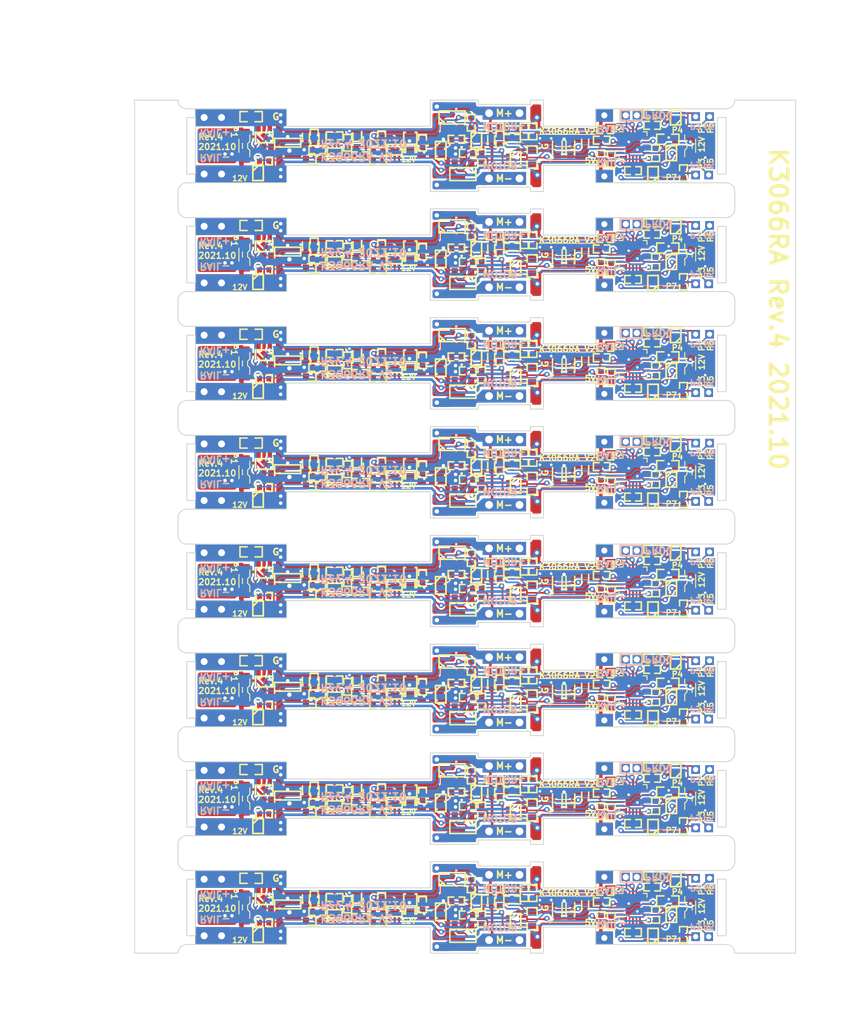
<source format=kicad_pcb>
(kicad_pcb (version 20171130) (host pcbnew "(5.1.9)-1")
  (layers (0 F.Cu signal) (31 B.Cu signal) (34 B.Paste user) (35 F.Paste user) (36 B.SilkS user) (37 F.SilkS user) (38 B.Mask user) (39 F.Mask user) (44 Edge.Cuts user))
  (net 0 "")
  (net 1 MOTOR+)
  (net 2 MOTOR-)
  (net 3 RAIL+)
  (net 4 RAIL-)
  (net 5 +12V)
  (net 6 GND)
  (net 7 +5V)
  (net 8 "Net-(D3-Pad1)")
  (net 9 "Net-(D11-Pad1)")
  (net 10 "Net-(D12-Pad1)")
  (net 11 "Net-(J12-Pad1)")
  (net 12 "Net-(J14-Pad1)")
  (net 13 "Net-(J16-Pad1)")
  (net 14 "Net-(J18-Pad1)")
  (net 15 UPDI)
  (net 16 REV)
  (net 17 "Net-(Q1-Pad3)")
  (net 18 "Net-(Q2-Pad3)")
  (net 19 FWD)
  (net 20 "Net-(Q3-Pad2)")
  (net 21 "Net-(Q3-Pad1)")
  (net 22 "Net-(Q6-Pad3)")
  (net 23 "Net-(Q11-Pad2)")
  (net 24 "Net-(Q13-Pad1)")
  (net 25 "Net-(Q13-Pad4)")
  (net 26 "Net-(Q14-Pad4)")
  (net 27 "Net-(Q14-Pad1)")
  (net 28 "Net-(Q21-Pad3)")
  (net 29 ABC+)
  (net 30 ABC-)
  (net 31 "Net-(R1-Pad2)")
  (net 32 PWM)
  (net 33 BEMF)
  (net 34 TXD)
  (net 35 Func1)
  (net 36 Func2)
  (net 37 Func3)
  (net 38 Func4)
  (net 39 Func7)
  (net 40 Func5)
  (net 41 Func6)
  (net 42 "Net-(Q3-Pad4)")
  (net 43 "Net-(Q6-Pad2)")
  (net 44 "Net-(Q6-Pad5)")
  (net 45 "Net-(Q21-Pad6)")
  (net 46 "Net-(Q21-Pad5)")
  (net 47 "Net-(Q21-Pad2)")
  (net 48 "Net-(Q22-Pad2)")
  (net 49 "Net-(Q22-Pad5)")
  (net 50 "Net-(J19-Pad1)")
  (net 51 "Net-(Q12-Pad1)")
  (net 52 VRAIL+)
  (net 53 VRAIL-)
  (net 54 "Net-(R10-Pad1)")
  (net 55 DIR_JP)
  (net 56 "Net-(R18-Pad1)")
  (net 57 "Net-(Q8-Pad5)")
  (module footprint:HOLE_MASK_LOCK (layer F.Cu) (at 178.5 127.25)
    (fp_text reference REF** hide)
    (fp_text value HOLE_MASK_LOCK hide)
    (pad "" np_thru_hole circle (at 0 0) (size 2 2) (drill 2) (layers *.Cu *.Paste *.Mask))
  )
  (module footprint:HOLE_MASK_LOCK (layer F.Cu) (at 178.5 114.75)
    (fp_text reference REF** hide)
    (fp_text value HOLE_MASK_LOCK hide)
    (pad "" np_thru_hole circle (at 0 0) (size 2 2) (drill 2) (layers *.Cu *.Paste *.Mask))
  )
  (module footprint:HOLE_MASK_LOCK (layer F.Cu) (at 178.5 102.25)
    (fp_text reference REF** hide)
    (fp_text value HOLE_MASK_LOCK hide)
    (pad "" np_thru_hole circle (at 0 0) (size 2 2) (drill 2) (layers *.Cu *.Paste *.Mask))
  )
  (module footprint:HOLE_MASK_LOCK (layer F.Cu) (at 178.5 89.75)
    (fp_text reference REF** hide)
    (fp_text value HOLE_MASK_LOCK hide)
    (pad "" np_thru_hole circle (at 0 0) (size 2 2) (drill 2) (layers *.Cu *.Paste *.Mask))
  )
  (module footprint:HOLE_MASK_LOCK (layer F.Cu) (at 178.5 77.25)
    (fp_text reference REF** hide)
    (fp_text value HOLE_MASK_LOCK hide)
    (pad "" np_thru_hole circle (at 0 0) (size 2 2) (drill 2) (layers *.Cu *.Paste *.Mask))
  )
  (module footprint:HOLE_MASK_LOCK (layer F.Cu) (at 178.5 64.75)
    (fp_text reference REF** hide)
    (fp_text value HOLE_MASK_LOCK hide)
    (pad "" np_thru_hole circle (at 0 0) (size 2 2) (drill 2) (layers *.Cu *.Paste *.Mask))
  )
  (module footprint:HOLE_MASK_LOCK (layer F.Cu) (at 178.5 52.25)
    (fp_text reference REF** hide)
    (fp_text value HOLE_MASK_LOCK hide)
    (pad "" np_thru_hole circle (at 0 0) (size 2 2) (drill 2) (layers *.Cu *.Paste *.Mask))
  )
  (module footprint:HOLE_MASK_LOCK (layer F.Cu) (at 111.5 127.25)
    (fp_text reference REF** hide)
    (fp_text value HOLE_MASK_LOCK hide)
    (pad "" np_thru_hole circle (at 0 0) (size 2 2) (drill 2) (layers *.Cu *.Paste *.Mask))
  )
  (module footprint:HOLE_MASK_LOCK (layer F.Cu) (at 111.5 114.75)
    (fp_text reference REF** hide)
    (fp_text value HOLE_MASK_LOCK hide)
    (pad "" np_thru_hole circle (at 0 0) (size 2 2) (drill 2) (layers *.Cu *.Paste *.Mask))
  )
  (module footprint:HOLE_MASK_LOCK (layer F.Cu) (at 111.5 102.25)
    (fp_text reference REF** hide)
    (fp_text value HOLE_MASK_LOCK hide)
    (pad "" np_thru_hole circle (at 0 0) (size 2 2) (drill 2) (layers *.Cu *.Paste *.Mask))
  )
  (module footprint:HOLE_MASK_LOCK (layer F.Cu) (at 111.5 89.75)
    (fp_text reference REF** hide)
    (fp_text value HOLE_MASK_LOCK hide)
    (pad "" np_thru_hole circle (at 0 0) (size 2 2) (drill 2) (layers *.Cu *.Paste *.Mask))
  )
  (module footprint:HOLE_MASK_LOCK (layer F.Cu) (at 111.5 77.25)
    (fp_text reference REF** hide)
    (fp_text value HOLE_MASK_LOCK hide)
    (pad "" np_thru_hole circle (at 0 0) (size 2 2) (drill 2) (layers *.Cu *.Paste *.Mask))
  )
  (module footprint:HOLE_MASK_LOCK (layer F.Cu) (at 111.5 64.75)
    (fp_text reference REF** hide)
    (fp_text value HOLE_MASK_LOCK hide)
    (pad "" np_thru_hole circle (at 0 0) (size 2 2) (drill 2) (layers *.Cu *.Paste *.Mask))
  )
  (module footprint:HOLE_MASK_LOCK (layer F.Cu) (at 111.5 52.25)
    (fp_text reference REF** hide)
    (fp_text value HOLE_MASK_LOCK hide)
    (pad "" np_thru_hole circle (at 0 0) (size 2 2) (drill 2) (layers *.Cu *.Paste *.Mask))
  )
  (module footprint:HOLE_MASK_LOCK (layer F.Cu) (at 178.5 39.75)
    (fp_text reference REF** hide)
    (fp_text value HOLE_MASK_LOCK hide)
    (pad "" np_thru_hole circle (at 0 0) (size 2 2) (drill 2) (layers *.Cu *.Paste *.Mask))
  )
  (module footprint:HOLE_MASK_LOCK (layer F.Cu) (at 111.5 39.75)
    (fp_text reference REF** hide)
    (fp_text value HOLE_MASK_LOCK hide)
    (pad "" np_thru_hole circle (at 0 0) (size 2 2) (drill 2) (layers *.Cu *.Paste *.Mask))
  )
  (module footprint:R_1005 (layer F.Cu) (at 146.3 128.1)
    (fp_text reference R4 hide)
    (fp_text value 102 hide)
    (pad 1 smd rect (at -0.525 0) (size 0.55 0.6) (layers F.Cu F.Paste F.Mask) (net 5 +12V))
    (pad 2 smd rect (at 0.525 0) (size 0.55 0.6) (layers F.Cu F.Paste F.Mask) (net 18 "Net-(Q2-Pad3)"))
  )
  (module footprint:R_1005 (layer F.Cu) (at 146.3 115.6)
    (fp_text reference R4 hide)
    (fp_text value 102 hide)
    (pad 1 smd rect (at -0.525 0) (size 0.55 0.6) (layers F.Cu F.Paste F.Mask) (net 5 +12V))
    (pad 2 smd rect (at 0.525 0) (size 0.55 0.6) (layers F.Cu F.Paste F.Mask) (net 18 "Net-(Q2-Pad3)"))
  )
  (module footprint:R_1005 (layer F.Cu) (at 146.3 103.1)
    (fp_text reference R4 hide)
    (fp_text value 102 hide)
    (pad 1 smd rect (at -0.525 0) (size 0.55 0.6) (layers F.Cu F.Paste F.Mask) (net 5 +12V))
    (pad 2 smd rect (at 0.525 0) (size 0.55 0.6) (layers F.Cu F.Paste F.Mask) (net 18 "Net-(Q2-Pad3)"))
  )
  (module footprint:R_1005 (layer F.Cu) (at 146.3 90.6)
    (fp_text reference R4 hide)
    (fp_text value 102 hide)
    (pad 1 smd rect (at -0.525 0) (size 0.55 0.6) (layers F.Cu F.Paste F.Mask) (net 5 +12V))
    (pad 2 smd rect (at 0.525 0) (size 0.55 0.6) (layers F.Cu F.Paste F.Mask) (net 18 "Net-(Q2-Pad3)"))
  )
  (module footprint:R_1005 (layer F.Cu) (at 146.3 78.1)
    (fp_text reference R4 hide)
    (fp_text value 102 hide)
    (pad 1 smd rect (at -0.525 0) (size 0.55 0.6) (layers F.Cu F.Paste F.Mask) (net 5 +12V))
    (pad 2 smd rect (at 0.525 0) (size 0.55 0.6) (layers F.Cu F.Paste F.Mask) (net 18 "Net-(Q2-Pad3)"))
  )
  (module footprint:R_1005 (layer F.Cu) (at 146.3 65.6)
    (fp_text reference R4 hide)
    (fp_text value 102 hide)
    (pad 1 smd rect (at -0.525 0) (size 0.55 0.6) (layers F.Cu F.Paste F.Mask) (net 5 +12V))
    (pad 2 smd rect (at 0.525 0) (size 0.55 0.6) (layers F.Cu F.Paste F.Mask) (net 18 "Net-(Q2-Pad3)"))
  )
  (module footprint:R_1005 (layer F.Cu) (at 146.3 53.1)
    (fp_text reference R4 hide)
    (fp_text value 102 hide)
    (pad 1 smd rect (at -0.525 0) (size 0.55 0.6) (layers F.Cu F.Paste F.Mask) (net 5 +12V))
    (pad 2 smd rect (at 0.525 0) (size 0.55 0.6) (layers F.Cu F.Paste F.Mask) (net 18 "Net-(Q2-Pad3)"))
  )
  (module footprint:R_1005 (layer F.Cu) (at 146.7 124.6 90)
    (fp_text reference R5 hide)
    (fp_text value 331 hide)
    (pad 1 smd rect (at -0.525 0 90) (size 0.55 0.6) (layers F.Cu F.Paste F.Mask) (net 21 "Net-(Q3-Pad1)"))
    (pad 2 smd rect (at 0.525 0 90) (size 0.55 0.6) (layers F.Cu F.Paste F.Mask) (net 16 REV))
  )
  (module footprint:R_1005 (layer F.Cu) (at 146.7 112.1 90)
    (fp_text reference R5 hide)
    (fp_text value 331 hide)
    (pad 1 smd rect (at -0.525 0 90) (size 0.55 0.6) (layers F.Cu F.Paste F.Mask) (net 21 "Net-(Q3-Pad1)"))
    (pad 2 smd rect (at 0.525 0 90) (size 0.55 0.6) (layers F.Cu F.Paste F.Mask) (net 16 REV))
  )
  (module footprint:R_1005 (layer F.Cu) (at 146.7 99.6 90)
    (fp_text reference R5 hide)
    (fp_text value 331 hide)
    (pad 1 smd rect (at -0.525 0 90) (size 0.55 0.6) (layers F.Cu F.Paste F.Mask) (net 21 "Net-(Q3-Pad1)"))
    (pad 2 smd rect (at 0.525 0 90) (size 0.55 0.6) (layers F.Cu F.Paste F.Mask) (net 16 REV))
  )
  (module footprint:R_1005 (layer F.Cu) (at 146.7 87.1 90)
    (fp_text reference R5 hide)
    (fp_text value 331 hide)
    (pad 1 smd rect (at -0.525 0 90) (size 0.55 0.6) (layers F.Cu F.Paste F.Mask) (net 21 "Net-(Q3-Pad1)"))
    (pad 2 smd rect (at 0.525 0 90) (size 0.55 0.6) (layers F.Cu F.Paste F.Mask) (net 16 REV))
  )
  (module footprint:R_1005 (layer F.Cu) (at 146.7 74.6 90)
    (fp_text reference R5 hide)
    (fp_text value 331 hide)
    (pad 1 smd rect (at -0.525 0 90) (size 0.55 0.6) (layers F.Cu F.Paste F.Mask) (net 21 "Net-(Q3-Pad1)"))
    (pad 2 smd rect (at 0.525 0 90) (size 0.55 0.6) (layers F.Cu F.Paste F.Mask) (net 16 REV))
  )
  (module footprint:R_1005 (layer F.Cu) (at 146.7 62.1 90)
    (fp_text reference R5 hide)
    (fp_text value 331 hide)
    (pad 1 smd rect (at -0.525 0 90) (size 0.55 0.6) (layers F.Cu F.Paste F.Mask) (net 21 "Net-(Q3-Pad1)"))
    (pad 2 smd rect (at 0.525 0 90) (size 0.55 0.6) (layers F.Cu F.Paste F.Mask) (net 16 REV))
  )
  (module footprint:R_1005 (layer F.Cu) (at 146.7 49.6 90)
    (fp_text reference R5 hide)
    (fp_text value 331 hide)
    (pad 1 smd rect (at -0.525 0 90) (size 0.55 0.6) (layers F.Cu F.Paste F.Mask) (net 21 "Net-(Q3-Pad1)"))
    (pad 2 smd rect (at 0.525 0 90) (size 0.55 0.6) (layers F.Cu F.Paste F.Mask) (net 16 REV))
  )
  (module footprint:PAD_0.6x1.0_SMD (layer F.Cu) (at 141 128.4 90)
    (fp_text reference J13 hide)
    (fp_text value PAD hide)
    (pad 1 smd rect (at 0 0 90) (size 0.6 1) (layers F.Cu F.Paste F.Mask) (net 5 +12V))
  )
  (module footprint:PAD_0.6x1.0_SMD (layer F.Cu) (at 141 115.9 90)
    (fp_text reference J13 hide)
    (fp_text value PAD hide)
    (pad 1 smd rect (at 0 0 90) (size 0.6 1) (layers F.Cu F.Paste F.Mask) (net 5 +12V))
  )
  (module footprint:PAD_0.6x1.0_SMD (layer F.Cu) (at 141 103.4 90)
    (fp_text reference J13 hide)
    (fp_text value PAD hide)
    (pad 1 smd rect (at 0 0 90) (size 0.6 1) (layers F.Cu F.Paste F.Mask) (net 5 +12V))
  )
  (module footprint:PAD_0.6x1.0_SMD (layer F.Cu) (at 141 90.9 90)
    (fp_text reference J13 hide)
    (fp_text value PAD hide)
    (pad 1 smd rect (at 0 0 90) (size 0.6 1) (layers F.Cu F.Paste F.Mask) (net 5 +12V))
  )
  (module footprint:PAD_0.6x1.0_SMD (layer F.Cu) (at 141 78.4 90)
    (fp_text reference J13 hide)
    (fp_text value PAD hide)
    (pad 1 smd rect (at 0 0 90) (size 0.6 1) (layers F.Cu F.Paste F.Mask) (net 5 +12V))
  )
  (module footprint:PAD_0.6x1.0_SMD (layer F.Cu) (at 141 65.9 90)
    (fp_text reference J13 hide)
    (fp_text value PAD hide)
    (pad 1 smd rect (at 0 0 90) (size 0.6 1) (layers F.Cu F.Paste F.Mask) (net 5 +12V))
  )
  (module footprint:PAD_0.6x1.0_SMD (layer F.Cu) (at 141 53.4 90)
    (fp_text reference J13 hide)
    (fp_text value PAD hide)
    (pad 1 smd rect (at 0 0 90) (size 0.6 1) (layers F.Cu F.Paste F.Mask) (net 5 +12V))
  )
  (module footprint:R_1005 (layer F.Cu) (at 147.9 128.6 270)
    (fp_text reference R6 hide)
    (fp_text value 331 hide)
    (pad 2 smd rect (at 0.525 0 270) (size 0.55 0.6) (layers F.Cu F.Paste F.Mask) (net 19 FWD))
    (pad 1 smd rect (at -0.525 0 270) (size 0.55 0.6) (layers F.Cu F.Paste F.Mask) (net 42 "Net-(Q3-Pad4)"))
  )
  (module footprint:R_1005 (layer F.Cu) (at 147.9 116.1 270)
    (fp_text reference R6 hide)
    (fp_text value 331 hide)
    (pad 2 smd rect (at 0.525 0 270) (size 0.55 0.6) (layers F.Cu F.Paste F.Mask) (net 19 FWD))
    (pad 1 smd rect (at -0.525 0 270) (size 0.55 0.6) (layers F.Cu F.Paste F.Mask) (net 42 "Net-(Q3-Pad4)"))
  )
  (module footprint:R_1005 (layer F.Cu) (at 147.9 103.6 270)
    (fp_text reference R6 hide)
    (fp_text value 331 hide)
    (pad 2 smd rect (at 0.525 0 270) (size 0.55 0.6) (layers F.Cu F.Paste F.Mask) (net 19 FWD))
    (pad 1 smd rect (at -0.525 0 270) (size 0.55 0.6) (layers F.Cu F.Paste F.Mask) (net 42 "Net-(Q3-Pad4)"))
  )
  (module footprint:R_1005 (layer F.Cu) (at 147.9 91.1 270)
    (fp_text reference R6 hide)
    (fp_text value 331 hide)
    (pad 2 smd rect (at 0.525 0 270) (size 0.55 0.6) (layers F.Cu F.Paste F.Mask) (net 19 FWD))
    (pad 1 smd rect (at -0.525 0 270) (size 0.55 0.6) (layers F.Cu F.Paste F.Mask) (net 42 "Net-(Q3-Pad4)"))
  )
  (module footprint:R_1005 (layer F.Cu) (at 147.9 78.6 270)
    (fp_text reference R6 hide)
    (fp_text value 331 hide)
    (pad 2 smd rect (at 0.525 0 270) (size 0.55 0.6) (layers F.Cu F.Paste F.Mask) (net 19 FWD))
    (pad 1 smd rect (at -0.525 0 270) (size 0.55 0.6) (layers F.Cu F.Paste F.Mask) (net 42 "Net-(Q3-Pad4)"))
  )
  (module footprint:R_1005 (layer F.Cu) (at 147.9 66.1 270)
    (fp_text reference R6 hide)
    (fp_text value 331 hide)
    (pad 2 smd rect (at 0.525 0 270) (size 0.55 0.6) (layers F.Cu F.Paste F.Mask) (net 19 FWD))
    (pad 1 smd rect (at -0.525 0 270) (size 0.55 0.6) (layers F.Cu F.Paste F.Mask) (net 42 "Net-(Q3-Pad4)"))
  )
  (module footprint:R_1005 (layer F.Cu) (at 147.9 53.6 270)
    (fp_text reference R6 hide)
    (fp_text value 331 hide)
    (pad 2 smd rect (at 0.525 0 270) (size 0.55 0.6) (layers F.Cu F.Paste F.Mask) (net 19 FWD))
    (pad 1 smd rect (at -0.525 0 270) (size 0.55 0.6) (layers F.Cu F.Paste F.Mask) (net 42 "Net-(Q3-Pad4)"))
  )
  (module footprint:R_1005 (layer F.Cu) (at 150 126.5 270)
    (fp_text reference R10 hide)
    (fp_text value 103 hide)
    (pad 1 smd rect (at -0.525 0 270) (size 0.55 0.6) (layers F.Cu F.Paste F.Mask) (net 54 "Net-(R10-Pad1)"))
    (pad 2 smd rect (at 0.525 0 270) (size 0.55 0.6) (layers F.Cu F.Paste F.Mask) (net 2 MOTOR-))
  )
  (module footprint:R_1005 (layer F.Cu) (at 150 114 270)
    (fp_text reference R10 hide)
    (fp_text value 103 hide)
    (pad 1 smd rect (at -0.525 0 270) (size 0.55 0.6) (layers F.Cu F.Paste F.Mask) (net 54 "Net-(R10-Pad1)"))
    (pad 2 smd rect (at 0.525 0 270) (size 0.55 0.6) (layers F.Cu F.Paste F.Mask) (net 2 MOTOR-))
  )
  (module footprint:R_1005 (layer F.Cu) (at 150 101.5 270)
    (fp_text reference R10 hide)
    (fp_text value 103 hide)
    (pad 1 smd rect (at -0.525 0 270) (size 0.55 0.6) (layers F.Cu F.Paste F.Mask) (net 54 "Net-(R10-Pad1)"))
    (pad 2 smd rect (at 0.525 0 270) (size 0.55 0.6) (layers F.Cu F.Paste F.Mask) (net 2 MOTOR-))
  )
  (module footprint:R_1005 (layer F.Cu) (at 150 89 270)
    (fp_text reference R10 hide)
    (fp_text value 103 hide)
    (pad 1 smd rect (at -0.525 0 270) (size 0.55 0.6) (layers F.Cu F.Paste F.Mask) (net 54 "Net-(R10-Pad1)"))
    (pad 2 smd rect (at 0.525 0 270) (size 0.55 0.6) (layers F.Cu F.Paste F.Mask) (net 2 MOTOR-))
  )
  (module footprint:R_1005 (layer F.Cu) (at 150 76.5 270)
    (fp_text reference R10 hide)
    (fp_text value 103 hide)
    (pad 1 smd rect (at -0.525 0 270) (size 0.55 0.6) (layers F.Cu F.Paste F.Mask) (net 54 "Net-(R10-Pad1)"))
    (pad 2 smd rect (at 0.525 0 270) (size 0.55 0.6) (layers F.Cu F.Paste F.Mask) (net 2 MOTOR-))
  )
  (module footprint:R_1005 (layer F.Cu) (at 150 64 270)
    (fp_text reference R10 hide)
    (fp_text value 103 hide)
    (pad 1 smd rect (at -0.525 0 270) (size 0.55 0.6) (layers F.Cu F.Paste F.Mask) (net 54 "Net-(R10-Pad1)"))
    (pad 2 smd rect (at 0.525 0 270) (size 0.55 0.6) (layers F.Cu F.Paste F.Mask) (net 2 MOTOR-))
  )
  (module footprint:R_1005 (layer F.Cu) (at 150 51.5 270)
    (fp_text reference R10 hide)
    (fp_text value 103 hide)
    (pad 1 smd rect (at -0.525 0 270) (size 0.55 0.6) (layers F.Cu F.Paste F.Mask) (net 54 "Net-(R10-Pad1)"))
    (pad 2 smd rect (at 0.525 0 270) (size 0.55 0.6) (layers F.Cu F.Paste F.Mask) (net 2 MOTOR-))
  )
  (module footprint:LED_1224_1005_SIDE_BIG2 (layer F.Cu) (at 172.5 127.25 90)
    (fp_text reference D12 hide)
    (fp_text value LED hide)
    (pad 1 smd rect (at -1.375 -0.25 90) (size 1.45 0.5) (layers F.Cu F.Mask) (net 10 "Net-(D12-Pad1)"))
    (pad 2 smd rect (at 1.375 -0.25 90) (size 1.45 0.5) (layers F.Cu F.Mask) (net 5 +12V))
    (pad 1 smd rect (at -0.55 -0.25 90) (size 0.5 0.3) (layers F.Cu F.Mask) (net 10 "Net-(D12-Pad1)"))
    (pad 2 smd rect (at 0.55 -0.25 90) (size 0.5 0.3) (layers F.Cu F.Mask) (net 5 +12V))
    (pad 1 smd rect (at -1.3 -0.875 90) (size 1.3 0.75) (layers F.Cu F.Paste F.Mask) (net 10 "Net-(D12-Pad1)"))
    (pad 2 smd rect (at 1.3 -0.875 90) (size 1.3 0.75) (layers F.Cu F.Paste F.Mask) (net 5 +12V))
  )
  (module footprint:LED_1224_1005_SIDE_BIG2 (layer F.Cu) (at 172.5 114.75 90)
    (fp_text reference D12 hide)
    (fp_text value LED hide)
    (pad 1 smd rect (at -1.375 -0.25 90) (size 1.45 0.5) (layers F.Cu F.Mask) (net 10 "Net-(D12-Pad1)"))
    (pad 2 smd rect (at 1.375 -0.25 90) (size 1.45 0.5) (layers F.Cu F.Mask) (net 5 +12V))
    (pad 1 smd rect (at -0.55 -0.25 90) (size 0.5 0.3) (layers F.Cu F.Mask) (net 10 "Net-(D12-Pad1)"))
    (pad 2 smd rect (at 0.55 -0.25 90) (size 0.5 0.3) (layers F.Cu F.Mask) (net 5 +12V))
    (pad 1 smd rect (at -1.3 -0.875 90) (size 1.3 0.75) (layers F.Cu F.Paste F.Mask) (net 10 "Net-(D12-Pad1)"))
    (pad 2 smd rect (at 1.3 -0.875 90) (size 1.3 0.75) (layers F.Cu F.Paste F.Mask) (net 5 +12V))
  )
  (module footprint:LED_1224_1005_SIDE_BIG2 (layer F.Cu) (at 172.5 102.25 90)
    (fp_text reference D12 hide)
    (fp_text value LED hide)
    (pad 1 smd rect (at -1.375 -0.25 90) (size 1.45 0.5) (layers F.Cu F.Mask) (net 10 "Net-(D12-Pad1)"))
    (pad 2 smd rect (at 1.375 -0.25 90) (size 1.45 0.5) (layers F.Cu F.Mask) (net 5 +12V))
    (pad 1 smd rect (at -0.55 -0.25 90) (size 0.5 0.3) (layers F.Cu F.Mask) (net 10 "Net-(D12-Pad1)"))
    (pad 2 smd rect (at 0.55 -0.25 90) (size 0.5 0.3) (layers F.Cu F.Mask) (net 5 +12V))
    (pad 1 smd rect (at -1.3 -0.875 90) (size 1.3 0.75) (layers F.Cu F.Paste F.Mask) (net 10 "Net-(D12-Pad1)"))
    (pad 2 smd rect (at 1.3 -0.875 90) (size 1.3 0.75) (layers F.Cu F.Paste F.Mask) (net 5 +12V))
  )
  (module footprint:LED_1224_1005_SIDE_BIG2 (layer F.Cu) (at 172.5 89.75 90)
    (fp_text reference D12 hide)
    (fp_text value LED hide)
    (pad 1 smd rect (at -1.375 -0.25 90) (size 1.45 0.5) (layers F.Cu F.Mask) (net 10 "Net-(D12-Pad1)"))
    (pad 2 smd rect (at 1.375 -0.25 90) (size 1.45 0.5) (layers F.Cu F.Mask) (net 5 +12V))
    (pad 1 smd rect (at -0.55 -0.25 90) (size 0.5 0.3) (layers F.Cu F.Mask) (net 10 "Net-(D12-Pad1)"))
    (pad 2 smd rect (at 0.55 -0.25 90) (size 0.5 0.3) (layers F.Cu F.Mask) (net 5 +12V))
    (pad 1 smd rect (at -1.3 -0.875 90) (size 1.3 0.75) (layers F.Cu F.Paste F.Mask) (net 10 "Net-(D12-Pad1)"))
    (pad 2 smd rect (at 1.3 -0.875 90) (size 1.3 0.75) (layers F.Cu F.Paste F.Mask) (net 5 +12V))
  )
  (module footprint:LED_1224_1005_SIDE_BIG2 (layer F.Cu) (at 172.5 77.25 90)
    (fp_text reference D12 hide)
    (fp_text value LED hide)
    (pad 1 smd rect (at -1.375 -0.25 90) (size 1.45 0.5) (layers F.Cu F.Mask) (net 10 "Net-(D12-Pad1)"))
    (pad 2 smd rect (at 1.375 -0.25 90) (size 1.45 0.5) (layers F.Cu F.Mask) (net 5 +12V))
    (pad 1 smd rect (at -0.55 -0.25 90) (size 0.5 0.3) (layers F.Cu F.Mask) (net 10 "Net-(D12-Pad1)"))
    (pad 2 smd rect (at 0.55 -0.25 90) (size 0.5 0.3) (layers F.Cu F.Mask) (net 5 +12V))
    (pad 1 smd rect (at -1.3 -0.875 90) (size 1.3 0.75) (layers F.Cu F.Paste F.Mask) (net 10 "Net-(D12-Pad1)"))
    (pad 2 smd rect (at 1.3 -0.875 90) (size 1.3 0.75) (layers F.Cu F.Paste F.Mask) (net 5 +12V))
  )
  (module footprint:LED_1224_1005_SIDE_BIG2 (layer F.Cu) (at 172.5 64.75 90)
    (fp_text reference D12 hide)
    (fp_text value LED hide)
    (pad 1 smd rect (at -1.375 -0.25 90) (size 1.45 0.5) (layers F.Cu F.Mask) (net 10 "Net-(D12-Pad1)"))
    (pad 2 smd rect (at 1.375 -0.25 90) (size 1.45 0.5) (layers F.Cu F.Mask) (net 5 +12V))
    (pad 1 smd rect (at -0.55 -0.25 90) (size 0.5 0.3) (layers F.Cu F.Mask) (net 10 "Net-(D12-Pad1)"))
    (pad 2 smd rect (at 0.55 -0.25 90) (size 0.5 0.3) (layers F.Cu F.Mask) (net 5 +12V))
    (pad 1 smd rect (at -1.3 -0.875 90) (size 1.3 0.75) (layers F.Cu F.Paste F.Mask) (net 10 "Net-(D12-Pad1)"))
    (pad 2 smd rect (at 1.3 -0.875 90) (size 1.3 0.75) (layers F.Cu F.Paste F.Mask) (net 5 +12V))
  )
  (module footprint:LED_1224_1005_SIDE_BIG2 (layer F.Cu) (at 172.5 52.25 90)
    (fp_text reference D12 hide)
    (fp_text value LED hide)
    (pad 1 smd rect (at -1.375 -0.25 90) (size 1.45 0.5) (layers F.Cu F.Mask) (net 10 "Net-(D12-Pad1)"))
    (pad 2 smd rect (at 1.375 -0.25 90) (size 1.45 0.5) (layers F.Cu F.Mask) (net 5 +12V))
    (pad 1 smd rect (at -0.55 -0.25 90) (size 0.5 0.3) (layers F.Cu F.Mask) (net 10 "Net-(D12-Pad1)"))
    (pad 2 smd rect (at 0.55 -0.25 90) (size 0.5 0.3) (layers F.Cu F.Mask) (net 5 +12V))
    (pad 1 smd rect (at -1.3 -0.875 90) (size 1.3 0.75) (layers F.Cu F.Paste F.Mask) (net 10 "Net-(D12-Pad1)"))
    (pad 2 smd rect (at 1.3 -0.875 90) (size 1.3 0.75) (layers F.Cu F.Paste F.Mask) (net 5 +12V))
  )
  (module footprint:PAD_0.7x0.9_SMD (layer F.Cu) (at 120.3 130.1)
    (fp_text reference P7 hide)
    (fp_text value PAD hide)
    (pad 1 smd rect (at 0 0) (size 0.7 0.9) (layers F.Cu F.Mask) (net 5 +12V))
  )
  (module footprint:PAD_0.7x0.9_SMD (layer F.Cu) (at 120.3 117.6)
    (fp_text reference P7 hide)
    (fp_text value PAD hide)
    (pad 1 smd rect (at 0 0) (size 0.7 0.9) (layers F.Cu F.Mask) (net 5 +12V))
  )
  (module footprint:PAD_0.7x0.9_SMD (layer F.Cu) (at 120.3 105.1)
    (fp_text reference P7 hide)
    (fp_text value PAD hide)
    (pad 1 smd rect (at 0 0) (size 0.7 0.9) (layers F.Cu F.Mask) (net 5 +12V))
  )
  (module footprint:PAD_0.7x0.9_SMD (layer F.Cu) (at 120.3 92.6)
    (fp_text reference P7 hide)
    (fp_text value PAD hide)
    (pad 1 smd rect (at 0 0) (size 0.7 0.9) (layers F.Cu F.Mask) (net 5 +12V))
  )
  (module footprint:PAD_0.7x0.9_SMD (layer F.Cu) (at 120.3 80.1)
    (fp_text reference P7 hide)
    (fp_text value PAD hide)
    (pad 1 smd rect (at 0 0) (size 0.7 0.9) (layers F.Cu F.Mask) (net 5 +12V))
  )
  (module footprint:PAD_0.7x0.9_SMD (layer F.Cu) (at 120.3 67.6)
    (fp_text reference P7 hide)
    (fp_text value PAD hide)
    (pad 1 smd rect (at 0 0) (size 0.7 0.9) (layers F.Cu F.Mask) (net 5 +12V))
  )
  (module footprint:PAD_0.7x0.9_SMD (layer F.Cu) (at 120.3 55.1)
    (fp_text reference P7 hide)
    (fp_text value PAD hide)
    (pad 1 smd rect (at 0 0) (size 0.7 0.9) (layers F.Cu F.Mask) (net 5 +12V))
  )
  (module footprint:LED_1224_1005_SIDE_BIG2 (layer F.Cu) (at 120 127.25 270)
    (fp_text reference D11 hide)
    (fp_text value LED hide)
    (pad 1 smd rect (at -1.375 -0.25 270) (size 1.45 0.5) (layers F.Cu F.Mask) (net 9 "Net-(D11-Pad1)"))
    (pad 2 smd rect (at 1.375 -0.25 270) (size 1.45 0.5) (layers F.Cu F.Mask) (net 5 +12V))
    (pad 1 smd rect (at -0.55 -0.25 270) (size 0.5 0.3) (layers F.Cu F.Mask) (net 9 "Net-(D11-Pad1)"))
    (pad 2 smd rect (at 0.55 -0.25 270) (size 0.5 0.3) (layers F.Cu F.Mask) (net 5 +12V))
    (pad 1 smd rect (at -1.3 -0.875 270) (size 1.3 0.75) (layers F.Cu F.Paste F.Mask) (net 9 "Net-(D11-Pad1)"))
    (pad 2 smd rect (at 1.3 -0.875 270) (size 1.3 0.75) (layers F.Cu F.Paste F.Mask) (net 5 +12V))
  )
  (module footprint:LED_1224_1005_SIDE_BIG2 (layer F.Cu) (at 120 114.75 270)
    (fp_text reference D11 hide)
    (fp_text value LED hide)
    (pad 1 smd rect (at -1.375 -0.25 270) (size 1.45 0.5) (layers F.Cu F.Mask) (net 9 "Net-(D11-Pad1)"))
    (pad 2 smd rect (at 1.375 -0.25 270) (size 1.45 0.5) (layers F.Cu F.Mask) (net 5 +12V))
    (pad 1 smd rect (at -0.55 -0.25 270) (size 0.5 0.3) (layers F.Cu F.Mask) (net 9 "Net-(D11-Pad1)"))
    (pad 2 smd rect (at 0.55 -0.25 270) (size 0.5 0.3) (layers F.Cu F.Mask) (net 5 +12V))
    (pad 1 smd rect (at -1.3 -0.875 270) (size 1.3 0.75) (layers F.Cu F.Paste F.Mask) (net 9 "Net-(D11-Pad1)"))
    (pad 2 smd rect (at 1.3 -0.875 270) (size 1.3 0.75) (layers F.Cu F.Paste F.Mask) (net 5 +12V))
  )
  (module footprint:LED_1224_1005_SIDE_BIG2 (layer F.Cu) (at 120 102.25 270)
    (fp_text reference D11 hide)
    (fp_text value LED hide)
    (pad 1 smd rect (at -1.375 -0.25 270) (size 1.45 0.5) (layers F.Cu F.Mask) (net 9 "Net-(D11-Pad1)"))
    (pad 2 smd rect (at 1.375 -0.25 270) (size 1.45 0.5) (layers F.Cu F.Mask) (net 5 +12V))
    (pad 1 smd rect (at -0.55 -0.25 270) (size 0.5 0.3) (layers F.Cu F.Mask) (net 9 "Net-(D11-Pad1)"))
    (pad 2 smd rect (at 0.55 -0.25 270) (size 0.5 0.3) (layers F.Cu F.Mask) (net 5 +12V))
    (pad 1 smd rect (at -1.3 -0.875 270) (size 1.3 0.75) (layers F.Cu F.Paste F.Mask) (net 9 "Net-(D11-Pad1)"))
    (pad 2 smd rect (at 1.3 -0.875 270) (size 1.3 0.75) (layers F.Cu F.Paste F.Mask) (net 5 +12V))
  )
  (module footprint:LED_1224_1005_SIDE_BIG2 (layer F.Cu) (at 120 89.75 270)
    (fp_text reference D11 hide)
    (fp_text value LED hide)
    (pad 1 smd rect (at -1.375 -0.25 270) (size 1.45 0.5) (layers F.Cu F.Mask) (net 9 "Net-(D11-Pad1)"))
    (pad 2 smd rect (at 1.375 -0.25 270) (size 1.45 0.5) (layers F.Cu F.Mask) (net 5 +12V))
    (pad 1 smd rect (at -0.55 -0.25 270) (size 0.5 0.3) (layers F.Cu F.Mask) (net 9 "Net-(D11-Pad1)"))
    (pad 2 smd rect (at 0.55 -0.25 270) (size 0.5 0.3) (layers F.Cu F.Mask) (net 5 +12V))
    (pad 1 smd rect (at -1.3 -0.875 270) (size 1.3 0.75) (layers F.Cu F.Paste F.Mask) (net 9 "Net-(D11-Pad1)"))
    (pad 2 smd rect (at 1.3 -0.875 270) (size 1.3 0.75) (layers F.Cu F.Paste F.Mask) (net 5 +12V))
  )
  (module footprint:LED_1224_1005_SIDE_BIG2 (layer F.Cu) (at 120 77.25 270)
    (fp_text reference D11 hide)
    (fp_text value LED hide)
    (pad 1 smd rect (at -1.375 -0.25 270) (size 1.45 0.5) (layers F.Cu F.Mask) (net 9 "Net-(D11-Pad1)"))
    (pad 2 smd rect (at 1.375 -0.25 270) (size 1.45 0.5) (layers F.Cu F.Mask) (net 5 +12V))
    (pad 1 smd rect (at -0.55 -0.25 270) (size 0.5 0.3) (layers F.Cu F.Mask) (net 9 "Net-(D11-Pad1)"))
    (pad 2 smd rect (at 0.55 -0.25 270) (size 0.5 0.3) (layers F.Cu F.Mask) (net 5 +12V))
    (pad 1 smd rect (at -1.3 -0.875 270) (size 1.3 0.75) (layers F.Cu F.Paste F.Mask) (net 9 "Net-(D11-Pad1)"))
    (pad 2 smd rect (at 1.3 -0.875 270) (size 1.3 0.75) (layers F.Cu F.Paste F.Mask) (net 5 +12V))
  )
  (module footprint:LED_1224_1005_SIDE_BIG2 (layer F.Cu) (at 120 64.75 270)
    (fp_text reference D11 hide)
    (fp_text value LED hide)
    (pad 1 smd rect (at -1.375 -0.25 270) (size 1.45 0.5) (layers F.Cu F.Mask) (net 9 "Net-(D11-Pad1)"))
    (pad 2 smd rect (at 1.375 -0.25 270) (size 1.45 0.5) (layers F.Cu F.Mask) (net 5 +12V))
    (pad 1 smd rect (at -0.55 -0.25 270) (size 0.5 0.3) (layers F.Cu F.Mask) (net 9 "Net-(D11-Pad1)"))
    (pad 2 smd rect (at 0.55 -0.25 270) (size 0.5 0.3) (layers F.Cu F.Mask) (net 5 +12V))
    (pad 1 smd rect (at -1.3 -0.875 270) (size 1.3 0.75) (layers F.Cu F.Paste F.Mask) (net 9 "Net-(D11-Pad1)"))
    (pad 2 smd rect (at 1.3 -0.875 270) (size 1.3 0.75) (layers F.Cu F.Paste F.Mask) (net 5 +12V))
  )
  (module footprint:LED_1224_1005_SIDE_BIG2 (layer F.Cu) (at 120 52.25 270)
    (fp_text reference D11 hide)
    (fp_text value LED hide)
    (pad 1 smd rect (at -1.375 -0.25 270) (size 1.45 0.5) (layers F.Cu F.Mask) (net 9 "Net-(D11-Pad1)"))
    (pad 2 smd rect (at 1.375 -0.25 270) (size 1.45 0.5) (layers F.Cu F.Mask) (net 5 +12V))
    (pad 1 smd rect (at -0.55 -0.25 270) (size 0.5 0.3) (layers F.Cu F.Mask) (net 9 "Net-(D11-Pad1)"))
    (pad 2 smd rect (at 0.55 -0.25 270) (size 0.5 0.3) (layers F.Cu F.Mask) (net 5 +12V))
    (pad 1 smd rect (at -1.3 -0.875 270) (size 1.3 0.75) (layers F.Cu F.Paste F.Mask) (net 9 "Net-(D11-Pad1)"))
    (pad 2 smd rect (at 1.3 -0.875 270) (size 1.3 0.75) (layers F.Cu F.Paste F.Mask) (net 5 +12V))
  )
  (module footprint:R_1005 (layer F.Cu) (at 145 126.5)
    (fp_text reference R3 hide)
    (fp_text value 102 hide)
    (pad 2 smd rect (at 0.525 0) (size 0.55 0.6) (layers F.Cu F.Paste F.Mask) (net 17 "Net-(Q1-Pad3)"))
    (pad 1 smd rect (at -0.525 0) (size 0.55 0.6) (layers F.Cu F.Paste F.Mask) (net 5 +12V))
  )
  (module footprint:R_1005 (layer F.Cu) (at 145 114)
    (fp_text reference R3 hide)
    (fp_text value 102 hide)
    (pad 2 smd rect (at 0.525 0) (size 0.55 0.6) (layers F.Cu F.Paste F.Mask) (net 17 "Net-(Q1-Pad3)"))
    (pad 1 smd rect (at -0.525 0) (size 0.55 0.6) (layers F.Cu F.Paste F.Mask) (net 5 +12V))
  )
  (module footprint:R_1005 (layer F.Cu) (at 145 101.5)
    (fp_text reference R3 hide)
    (fp_text value 102 hide)
    (pad 2 smd rect (at 0.525 0) (size 0.55 0.6) (layers F.Cu F.Paste F.Mask) (net 17 "Net-(Q1-Pad3)"))
    (pad 1 smd rect (at -0.525 0) (size 0.55 0.6) (layers F.Cu F.Paste F.Mask) (net 5 +12V))
  )
  (module footprint:R_1005 (layer F.Cu) (at 145 89)
    (fp_text reference R3 hide)
    (fp_text value 102 hide)
    (pad 2 smd rect (at 0.525 0) (size 0.55 0.6) (layers F.Cu F.Paste F.Mask) (net 17 "Net-(Q1-Pad3)"))
    (pad 1 smd rect (at -0.525 0) (size 0.55 0.6) (layers F.Cu F.Paste F.Mask) (net 5 +12V))
  )
  (module footprint:R_1005 (layer F.Cu) (at 145 76.5)
    (fp_text reference R3 hide)
    (fp_text value 102 hide)
    (pad 2 smd rect (at 0.525 0) (size 0.55 0.6) (layers F.Cu F.Paste F.Mask) (net 17 "Net-(Q1-Pad3)"))
    (pad 1 smd rect (at -0.525 0) (size 0.55 0.6) (layers F.Cu F.Paste F.Mask) (net 5 +12V))
  )
  (module footprint:R_1005 (layer F.Cu) (at 145 64)
    (fp_text reference R3 hide)
    (fp_text value 102 hide)
    (pad 2 smd rect (at 0.525 0) (size 0.55 0.6) (layers F.Cu F.Paste F.Mask) (net 17 "Net-(Q1-Pad3)"))
    (pad 1 smd rect (at -0.525 0) (size 0.55 0.6) (layers F.Cu F.Paste F.Mask) (net 5 +12V))
  )
  (module footprint:R_1005 (layer F.Cu) (at 145 51.5)
    (fp_text reference R3 hide)
    (fp_text value 102 hide)
    (pad 2 smd rect (at 0.525 0) (size 0.55 0.6) (layers F.Cu F.Paste F.Mask) (net 17 "Net-(Q1-Pad3)"))
    (pad 1 smd rect (at -0.525 0) (size 0.55 0.6) (layers F.Cu F.Paste F.Mask) (net 5 +12V))
  )
  (module footprint:KATO_FRAMEPAD_3066_v2 (layer F.Cu) (at 117 124 180)
    (fp_text reference P1 hide)
    (fp_text value PAD hide)
    (pad 1 thru_hole rect (at -1 0 180) (size 2 2) (drill 0.8) (layers *.Cu *.Mask) (net 3 RAIL+))
    (pad 1 thru_hole rect (at 1 0 180) (size 2 2) (drill 0.8) (layers *.Cu *.Mask) (net 3 RAIL+))
    (pad 1 smd rect (at -5.25 0 180) (size 6.5 2) (layers B.Cu B.Paste B.Mask) (net 3 RAIL+))
  )
  (module footprint:KATO_FRAMEPAD_3066_v2 (layer F.Cu) (at 117 111.5 180)
    (fp_text reference P1 hide)
    (fp_text value PAD hide)
    (pad 1 thru_hole rect (at -1 0 180) (size 2 2) (drill 0.8) (layers *.Cu *.Mask) (net 3 RAIL+))
    (pad 1 thru_hole rect (at 1 0 180) (size 2 2) (drill 0.8) (layers *.Cu *.Mask) (net 3 RAIL+))
    (pad 1 smd rect (at -5.25 0 180) (size 6.5 2) (layers B.Cu B.Paste B.Mask) (net 3 RAIL+))
  )
  (module footprint:KATO_FRAMEPAD_3066_v2 (layer F.Cu) (at 117 99 180)
    (fp_text reference P1 hide)
    (fp_text value PAD hide)
    (pad 1 thru_hole rect (at -1 0 180) (size 2 2) (drill 0.8) (layers *.Cu *.Mask) (net 3 RAIL+))
    (pad 1 thru_hole rect (at 1 0 180) (size 2 2) (drill 0.8) (layers *.Cu *.Mask) (net 3 RAIL+))
    (pad 1 smd rect (at -5.25 0 180) (size 6.5 2) (layers B.Cu B.Paste B.Mask) (net 3 RAIL+))
  )
  (module footprint:KATO_FRAMEPAD_3066_v2 (layer F.Cu) (at 117 86.5 180)
    (fp_text reference P1 hide)
    (fp_text value PAD hide)
    (pad 1 thru_hole rect (at -1 0 180) (size 2 2) (drill 0.8) (layers *.Cu *.Mask) (net 3 RAIL+))
    (pad 1 thru_hole rect (at 1 0 180) (size 2 2) (drill 0.8) (layers *.Cu *.Mask) (net 3 RAIL+))
    (pad 1 smd rect (at -5.25 0 180) (size 6.5 2) (layers B.Cu B.Paste B.Mask) (net 3 RAIL+))
  )
  (module footprint:KATO_FRAMEPAD_3066_v2 (layer F.Cu) (at 117 74 180)
    (fp_text reference P1 hide)
    (fp_text value PAD hide)
    (pad 1 thru_hole rect (at -1 0 180) (size 2 2) (drill 0.8) (layers *.Cu *.Mask) (net 3 RAIL+))
    (pad 1 thru_hole rect (at 1 0 180) (size 2 2) (drill 0.8) (layers *.Cu *.Mask) (net 3 RAIL+))
    (pad 1 smd rect (at -5.25 0 180) (size 6.5 2) (layers B.Cu B.Paste B.Mask) (net 3 RAIL+))
  )
  (module footprint:KATO_FRAMEPAD_3066_v2 (layer F.Cu) (at 117 61.5 180)
    (fp_text reference P1 hide)
    (fp_text value PAD hide)
    (pad 1 thru_hole rect (at -1 0 180) (size 2 2) (drill 0.8) (layers *.Cu *.Mask) (net 3 RAIL+))
    (pad 1 thru_hole rect (at 1 0 180) (size 2 2) (drill 0.8) (layers *.Cu *.Mask) (net 3 RAIL+))
    (pad 1 smd rect (at -5.25 0 180) (size 6.5 2) (layers B.Cu B.Paste B.Mask) (net 3 RAIL+))
  )
  (module footprint:KATO_FRAMEPAD_3066_v2 (layer F.Cu) (at 117 49 180)
    (fp_text reference P1 hide)
    (fp_text value PAD hide)
    (pad 1 thru_hole rect (at -1 0 180) (size 2 2) (drill 0.8) (layers *.Cu *.Mask) (net 3 RAIL+))
    (pad 1 thru_hole rect (at 1 0 180) (size 2 2) (drill 0.8) (layers *.Cu *.Mask) (net 3 RAIL+))
    (pad 1 smd rect (at -5.25 0 180) (size 6.5 2) (layers B.Cu B.Paste B.Mask) (net 3 RAIL+))
  )
  (module footprint:PAD_1.0x1.0_Hole0.6 (layer F.Cu) (at 174 130.6 90)
    (fp_text reference J12 hide)
    (fp_text value PAD hide)
    (pad 1 thru_hole rect (at 0 0 90) (size 1 1) (drill 0.6) (layers *.Cu *.Mask) (net 11 "Net-(J12-Pad1)"))
  )
  (module footprint:PAD_1.0x1.0_Hole0.6 (layer F.Cu) (at 174 118.1 90)
    (fp_text reference J12 hide)
    (fp_text value PAD hide)
    (pad 1 thru_hole rect (at 0 0 90) (size 1 1) (drill 0.6) (layers *.Cu *.Mask) (net 11 "Net-(J12-Pad1)"))
  )
  (module footprint:PAD_1.0x1.0_Hole0.6 (layer F.Cu) (at 174 105.6 90)
    (fp_text reference J12 hide)
    (fp_text value PAD hide)
    (pad 1 thru_hole rect (at 0 0 90) (size 1 1) (drill 0.6) (layers *.Cu *.Mask) (net 11 "Net-(J12-Pad1)"))
  )
  (module footprint:PAD_1.0x1.0_Hole0.6 (layer F.Cu) (at 174 93.1 90)
    (fp_text reference J12 hide)
    (fp_text value PAD hide)
    (pad 1 thru_hole rect (at 0 0 90) (size 1 1) (drill 0.6) (layers *.Cu *.Mask) (net 11 "Net-(J12-Pad1)"))
  )
  (module footprint:PAD_1.0x1.0_Hole0.6 (layer F.Cu) (at 174 80.6 90)
    (fp_text reference J12 hide)
    (fp_text value PAD hide)
    (pad 1 thru_hole rect (at 0 0 90) (size 1 1) (drill 0.6) (layers *.Cu *.Mask) (net 11 "Net-(J12-Pad1)"))
  )
  (module footprint:PAD_1.0x1.0_Hole0.6 (layer F.Cu) (at 174 68.1 90)
    (fp_text reference J12 hide)
    (fp_text value PAD hide)
    (pad 1 thru_hole rect (at 0 0 90) (size 1 1) (drill 0.6) (layers *.Cu *.Mask) (net 11 "Net-(J12-Pad1)"))
  )
  (module footprint:PAD_1.0x1.0_Hole0.6 (layer F.Cu) (at 174 55.6 90)
    (fp_text reference J12 hide)
    (fp_text value PAD hide)
    (pad 1 thru_hole rect (at 0 0 90) (size 1 1) (drill 0.6) (layers *.Cu *.Mask) (net 11 "Net-(J12-Pad1)"))
  )
  (module footprint:R_1005 (layer F.Cu) (at 149.4 125.1 180)
    (fp_text reference R9 hide)
    (fp_text value 103 hide)
    (pad 2 smd rect (at 0.525 0 180) (size 0.55 0.6) (layers F.Cu F.Paste F.Mask) (net 1 MOTOR+))
    (pad 1 smd rect (at -0.525 0 180) (size 0.55 0.6) (layers F.Cu F.Paste F.Mask) (net 54 "Net-(R10-Pad1)"))
  )
  (module footprint:R_1005 (layer F.Cu) (at 149.4 112.6 180)
    (fp_text reference R9 hide)
    (fp_text value 103 hide)
    (pad 2 smd rect (at 0.525 0 180) (size 0.55 0.6) (layers F.Cu F.Paste F.Mask) (net 1 MOTOR+))
    (pad 1 smd rect (at -0.525 0 180) (size 0.55 0.6) (layers F.Cu F.Paste F.Mask) (net 54 "Net-(R10-Pad1)"))
  )
  (module footprint:R_1005 (layer F.Cu) (at 149.4 100.1 180)
    (fp_text reference R9 hide)
    (fp_text value 103 hide)
    (pad 2 smd rect (at 0.525 0 180) (size 0.55 0.6) (layers F.Cu F.Paste F.Mask) (net 1 MOTOR+))
    (pad 1 smd rect (at -0.525 0 180) (size 0.55 0.6) (layers F.Cu F.Paste F.Mask) (net 54 "Net-(R10-Pad1)"))
  )
  (module footprint:R_1005 (layer F.Cu) (at 149.4 87.6 180)
    (fp_text reference R9 hide)
    (fp_text value 103 hide)
    (pad 2 smd rect (at 0.525 0 180) (size 0.55 0.6) (layers F.Cu F.Paste F.Mask) (net 1 MOTOR+))
    (pad 1 smd rect (at -0.525 0 180) (size 0.55 0.6) (layers F.Cu F.Paste F.Mask) (net 54 "Net-(R10-Pad1)"))
  )
  (module footprint:R_1005 (layer F.Cu) (at 149.4 75.1 180)
    (fp_text reference R9 hide)
    (fp_text value 103 hide)
    (pad 2 smd rect (at 0.525 0 180) (size 0.55 0.6) (layers F.Cu F.Paste F.Mask) (net 1 MOTOR+))
    (pad 1 smd rect (at -0.525 0 180) (size 0.55 0.6) (layers F.Cu F.Paste F.Mask) (net 54 "Net-(R10-Pad1)"))
  )
  (module footprint:R_1005 (layer F.Cu) (at 149.4 62.6 180)
    (fp_text reference R9 hide)
    (fp_text value 103 hide)
    (pad 2 smd rect (at 0.525 0 180) (size 0.55 0.6) (layers F.Cu F.Paste F.Mask) (net 1 MOTOR+))
    (pad 1 smd rect (at -0.525 0 180) (size 0.55 0.6) (layers F.Cu F.Paste F.Mask) (net 54 "Net-(R10-Pad1)"))
  )
  (module footprint:R_1005 (layer F.Cu) (at 149.4 50.1 180)
    (fp_text reference R9 hide)
    (fp_text value 103 hide)
    (pad 2 smd rect (at 0.525 0 180) (size 0.55 0.6) (layers F.Cu F.Paste F.Mask) (net 1 MOTOR+))
    (pad 1 smd rect (at -0.525 0 180) (size 0.55 0.6) (layers F.Cu F.Paste F.Mask) (net 54 "Net-(R10-Pad1)"))
  )
  (module footprint:PAD_0.7x0.9_SMD (layer F.Cu) (at 155.25 126.5 90)
    (fp_text reference P11 hide)
    (fp_text value PAD hide)
    (pad 1 smd rect (at 0 0 90) (size 0.7 0.9) (layers F.Cu F.Mask) (net 6 GND))
  )
  (module footprint:PAD_0.7x0.9_SMD (layer F.Cu) (at 155.25 114 90)
    (fp_text reference P11 hide)
    (fp_text value PAD hide)
    (pad 1 smd rect (at 0 0 90) (size 0.7 0.9) (layers F.Cu F.Mask) (net 6 GND))
  )
  (module footprint:PAD_0.7x0.9_SMD (layer F.Cu) (at 155.25 101.5 90)
    (fp_text reference P11 hide)
    (fp_text value PAD hide)
    (pad 1 smd rect (at 0 0 90) (size 0.7 0.9) (layers F.Cu F.Mask) (net 6 GND))
  )
  (module footprint:PAD_0.7x0.9_SMD (layer F.Cu) (at 155.25 89 90)
    (fp_text reference P11 hide)
    (fp_text value PAD hide)
    (pad 1 smd rect (at 0 0 90) (size 0.7 0.9) (layers F.Cu F.Mask) (net 6 GND))
  )
  (module footprint:PAD_0.7x0.9_SMD (layer F.Cu) (at 155.25 76.5 90)
    (fp_text reference P11 hide)
    (fp_text value PAD hide)
    (pad 1 smd rect (at 0 0 90) (size 0.7 0.9) (layers F.Cu F.Mask) (net 6 GND))
  )
  (module footprint:PAD_0.7x0.9_SMD (layer F.Cu) (at 155.25 64 90)
    (fp_text reference P11 hide)
    (fp_text value PAD hide)
    (pad 1 smd rect (at 0 0 90) (size 0.7 0.9) (layers F.Cu F.Mask) (net 6 GND))
  )
  (module footprint:PAD_0.7x0.9_SMD (layer F.Cu) (at 155.25 51.5 90)
    (fp_text reference P11 hide)
    (fp_text value PAD hide)
    (pad 1 smd rect (at 0 0 90) (size 0.7 0.9) (layers F.Cu F.Mask) (net 6 GND))
  )
  (module footprint:R_1005 (layer F.Cu) (at 162.8 128.8 270)
    (fp_text reference R18 hide)
    (fp_text value 104 hide)
    (pad 1 smd rect (at -0.525 0 270) (size 0.55 0.6) (layers F.Cu F.Paste F.Mask) (net 56 "Net-(R18-Pad1)"))
    (pad 2 smd rect (at 0.525 0 270) (size 0.55 0.6) (layers F.Cu F.Paste F.Mask) (net 6 GND))
  )
  (module footprint:R_1005 (layer F.Cu) (at 162.8 116.3 270)
    (fp_text reference R18 hide)
    (fp_text value 104 hide)
    (pad 1 smd rect (at -0.525 0 270) (size 0.55 0.6) (layers F.Cu F.Paste F.Mask) (net 56 "Net-(R18-Pad1)"))
    (pad 2 smd rect (at 0.525 0 270) (size 0.55 0.6) (layers F.Cu F.Paste F.Mask) (net 6 GND))
  )
  (module footprint:R_1005 (layer F.Cu) (at 162.8 103.8 270)
    (fp_text reference R18 hide)
    (fp_text value 104 hide)
    (pad 1 smd rect (at -0.525 0 270) (size 0.55 0.6) (layers F.Cu F.Paste F.Mask) (net 56 "Net-(R18-Pad1)"))
    (pad 2 smd rect (at 0.525 0 270) (size 0.55 0.6) (layers F.Cu F.Paste F.Mask) (net 6 GND))
  )
  (module footprint:R_1005 (layer F.Cu) (at 162.8 91.3 270)
    (fp_text reference R18 hide)
    (fp_text value 104 hide)
    (pad 1 smd rect (at -0.525 0 270) (size 0.55 0.6) (layers F.Cu F.Paste F.Mask) (net 56 "Net-(R18-Pad1)"))
    (pad 2 smd rect (at 0.525 0 270) (size 0.55 0.6) (layers F.Cu F.Paste F.Mask) (net 6 GND))
  )
  (module footprint:R_1005 (layer F.Cu) (at 162.8 78.8 270)
    (fp_text reference R18 hide)
    (fp_text value 104 hide)
    (pad 1 smd rect (at -0.525 0 270) (size 0.55 0.6) (layers F.Cu F.Paste F.Mask) (net 56 "Net-(R18-Pad1)"))
    (pad 2 smd rect (at 0.525 0 270) (size 0.55 0.6) (layers F.Cu F.Paste F.Mask) (net 6 GND))
  )
  (module footprint:R_1005 (layer F.Cu) (at 162.8 66.3 270)
    (fp_text reference R18 hide)
    (fp_text value 104 hide)
    (pad 1 smd rect (at -0.525 0 270) (size 0.55 0.6) (layers F.Cu F.Paste F.Mask) (net 56 "Net-(R18-Pad1)"))
    (pad 2 smd rect (at 0.525 0 270) (size 0.55 0.6) (layers F.Cu F.Paste F.Mask) (net 6 GND))
  )
  (module footprint:R_1005 (layer F.Cu) (at 162.8 53.8 270)
    (fp_text reference R18 hide)
    (fp_text value 104 hide)
    (pad 1 smd rect (at -0.525 0 270) (size 0.55 0.6) (layers F.Cu F.Paste F.Mask) (net 56 "Net-(R18-Pad1)"))
    (pad 2 smd rect (at 0.525 0 270) (size 0.55 0.6) (layers F.Cu F.Paste F.Mask) (net 6 GND))
  )
  (module footprint:R_1005 (layer F.Cu) (at 161.7 126.6 180)
    (fp_text reference R17 hide)
    (fp_text value 104 hide)
    (pad 2 smd rect (at 0.525 0 180) (size 0.55 0.6) (layers F.Cu F.Paste F.Mask) (net 6 GND))
    (pad 1 smd rect (at -0.525 0 180) (size 0.55 0.6) (layers F.Cu F.Paste F.Mask) (net 31 "Net-(R1-Pad2)"))
  )
  (module footprint:R_1005 (layer F.Cu) (at 161.7 114.1 180)
    (fp_text reference R17 hide)
    (fp_text value 104 hide)
    (pad 2 smd rect (at 0.525 0 180) (size 0.55 0.6) (layers F.Cu F.Paste F.Mask) (net 6 GND))
    (pad 1 smd rect (at -0.525 0 180) (size 0.55 0.6) (layers F.Cu F.Paste F.Mask) (net 31 "Net-(R1-Pad2)"))
  )
  (module footprint:R_1005 (layer F.Cu) (at 161.7 101.6 180)
    (fp_text reference R17 hide)
    (fp_text value 104 hide)
    (pad 2 smd rect (at 0.525 0 180) (size 0.55 0.6) (layers F.Cu F.Paste F.Mask) (net 6 GND))
    (pad 1 smd rect (at -0.525 0 180) (size 0.55 0.6) (layers F.Cu F.Paste F.Mask) (net 31 "Net-(R1-Pad2)"))
  )
  (module footprint:R_1005 (layer F.Cu) (at 161.7 89.1 180)
    (fp_text reference R17 hide)
    (fp_text value 104 hide)
    (pad 2 smd rect (at 0.525 0 180) (size 0.55 0.6) (layers F.Cu F.Paste F.Mask) (net 6 GND))
    (pad 1 smd rect (at -0.525 0 180) (size 0.55 0.6) (layers F.Cu F.Paste F.Mask) (net 31 "Net-(R1-Pad2)"))
  )
  (module footprint:R_1005 (layer F.Cu) (at 161.7 76.6 180)
    (fp_text reference R17 hide)
    (fp_text value 104 hide)
    (pad 2 smd rect (at 0.525 0 180) (size 0.55 0.6) (layers F.Cu F.Paste F.Mask) (net 6 GND))
    (pad 1 smd rect (at -0.525 0 180) (size 0.55 0.6) (layers F.Cu F.Paste F.Mask) (net 31 "Net-(R1-Pad2)"))
  )
  (module footprint:R_1005 (layer F.Cu) (at 161.7 64.1 180)
    (fp_text reference R17 hide)
    (fp_text value 104 hide)
    (pad 2 smd rect (at 0.525 0 180) (size 0.55 0.6) (layers F.Cu F.Paste F.Mask) (net 6 GND))
    (pad 1 smd rect (at -0.525 0 180) (size 0.55 0.6) (layers F.Cu F.Paste F.Mask) (net 31 "Net-(R1-Pad2)"))
  )
  (module footprint:R_1005 (layer F.Cu) (at 161.7 51.6 180)
    (fp_text reference R17 hide)
    (fp_text value 104 hide)
    (pad 2 smd rect (at 0.525 0 180) (size 0.55 0.6) (layers F.Cu F.Paste F.Mask) (net 6 GND))
    (pad 1 smd rect (at -0.525 0 180) (size 0.55 0.6) (layers F.Cu F.Paste F.Mask) (net 31 "Net-(R1-Pad2)"))
  )
  (module footprint:PAD_0.6x1.0_SMD (layer F.Cu) (at 123.5 123.8 180)
    (fp_text reference P8 hide)
    (fp_text value PAD hide)
    (pad 1 smd rect (at 0 0 180) (size 0.6 1) (layers F.Cu F.Paste F.Mask) (net 6 GND))
  )
  (module footprint:PAD_0.6x1.0_SMD (layer F.Cu) (at 123.5 111.3 180)
    (fp_text reference P8 hide)
    (fp_text value PAD hide)
    (pad 1 smd rect (at 0 0 180) (size 0.6 1) (layers F.Cu F.Paste F.Mask) (net 6 GND))
  )
  (module footprint:PAD_0.6x1.0_SMD (layer F.Cu) (at 123.5 98.8 180)
    (fp_text reference P8 hide)
    (fp_text value PAD hide)
    (pad 1 smd rect (at 0 0 180) (size 0.6 1) (layers F.Cu F.Paste F.Mask) (net 6 GND))
  )
  (module footprint:PAD_0.6x1.0_SMD (layer F.Cu) (at 123.5 86.3 180)
    (fp_text reference P8 hide)
    (fp_text value PAD hide)
    (pad 1 smd rect (at 0 0 180) (size 0.6 1) (layers F.Cu F.Paste F.Mask) (net 6 GND))
  )
  (module footprint:PAD_0.6x1.0_SMD (layer F.Cu) (at 123.5 73.8 180)
    (fp_text reference P8 hide)
    (fp_text value PAD hide)
    (pad 1 smd rect (at 0 0 180) (size 0.6 1) (layers F.Cu F.Paste F.Mask) (net 6 GND))
  )
  (module footprint:PAD_0.6x1.0_SMD (layer F.Cu) (at 123.5 61.3 180)
    (fp_text reference P8 hide)
    (fp_text value PAD hide)
    (pad 1 smd rect (at 0 0 180) (size 0.6 1) (layers F.Cu F.Paste F.Mask) (net 6 GND))
  )
  (module footprint:PAD_0.6x1.0_SMD (layer F.Cu) (at 123.5 48.8 180)
    (fp_text reference P8 hide)
    (fp_text value PAD hide)
    (pad 1 smd rect (at 0 0 180) (size 0.6 1) (layers F.Cu F.Paste F.Mask) (net 6 GND))
  )
  (module footprint:R_1005 (layer F.Cu) (at 167.5 123.6 180)
    (fp_text reference R26 hide)
    (fp_text value 472 hide)
    (pad 2 smd rect (at 0.525 0 180) (size 0.55 0.6) (layers F.Cu F.Paste F.Mask) (net 6 GND))
    (pad 1 smd rect (at -0.525 0 180) (size 0.55 0.6) (layers F.Cu F.Paste F.Mask) (net 26 "Net-(Q14-Pad4)"))
  )
  (module footprint:R_1005 (layer F.Cu) (at 167.5 111.1 180)
    (fp_text reference R26 hide)
    (fp_text value 472 hide)
    (pad 2 smd rect (at 0.525 0 180) (size 0.55 0.6) (layers F.Cu F.Paste F.Mask) (net 6 GND))
    (pad 1 smd rect (at -0.525 0 180) (size 0.55 0.6) (layers F.Cu F.Paste F.Mask) (net 26 "Net-(Q14-Pad4)"))
  )
  (module footprint:R_1005 (layer F.Cu) (at 167.5 98.6 180)
    (fp_text reference R26 hide)
    (fp_text value 472 hide)
    (pad 2 smd rect (at 0.525 0 180) (size 0.55 0.6) (layers F.Cu F.Paste F.Mask) (net 6 GND))
    (pad 1 smd rect (at -0.525 0 180) (size 0.55 0.6) (layers F.Cu F.Paste F.Mask) (net 26 "Net-(Q14-Pad4)"))
  )
  (module footprint:R_1005 (layer F.Cu) (at 167.5 86.1 180)
    (fp_text reference R26 hide)
    (fp_text value 472 hide)
    (pad 2 smd rect (at 0.525 0 180) (size 0.55 0.6) (layers F.Cu F.Paste F.Mask) (net 6 GND))
    (pad 1 smd rect (at -0.525 0 180) (size 0.55 0.6) (layers F.Cu F.Paste F.Mask) (net 26 "Net-(Q14-Pad4)"))
  )
  (module footprint:R_1005 (layer F.Cu) (at 167.5 73.6 180)
    (fp_text reference R26 hide)
    (fp_text value 472 hide)
    (pad 2 smd rect (at 0.525 0 180) (size 0.55 0.6) (layers F.Cu F.Paste F.Mask) (net 6 GND))
    (pad 1 smd rect (at -0.525 0 180) (size 0.55 0.6) (layers F.Cu F.Paste F.Mask) (net 26 "Net-(Q14-Pad4)"))
  )
  (module footprint:R_1005 (layer F.Cu) (at 167.5 61.1 180)
    (fp_text reference R26 hide)
    (fp_text value 472 hide)
    (pad 2 smd rect (at 0.525 0 180) (size 0.55 0.6) (layers F.Cu F.Paste F.Mask) (net 6 GND))
    (pad 1 smd rect (at -0.525 0 180) (size 0.55 0.6) (layers F.Cu F.Paste F.Mask) (net 26 "Net-(Q14-Pad4)"))
  )
  (module footprint:R_1005 (layer F.Cu) (at 167.5 48.6 180)
    (fp_text reference R26 hide)
    (fp_text value 472 hide)
    (pad 2 smd rect (at 0.525 0 180) (size 0.55 0.6) (layers F.Cu F.Paste F.Mask) (net 6 GND))
    (pad 1 smd rect (at -0.525 0 180) (size 0.55 0.6) (layers F.Cu F.Paste F.Mask) (net 26 "Net-(Q14-Pad4)"))
  )
  (module footprint:PAD_0.6x1.0_SMD (layer F.Cu) (at 159.3 128.4 90)
    (fp_text reference P10 hide)
    (fp_text value PAD hide)
    (pad 1 smd rect (at 0 0 90) (size 0.6 1) (layers F.Cu F.Paste F.Mask) (net 7 +5V))
  )
  (module footprint:PAD_0.6x1.0_SMD (layer F.Cu) (at 159.3 115.9 90)
    (fp_text reference P10 hide)
    (fp_text value PAD hide)
    (pad 1 smd rect (at 0 0 90) (size 0.6 1) (layers F.Cu F.Paste F.Mask) (net 7 +5V))
  )
  (module footprint:PAD_0.6x1.0_SMD (layer F.Cu) (at 159.3 103.4 90)
    (fp_text reference P10 hide)
    (fp_text value PAD hide)
    (pad 1 smd rect (at 0 0 90) (size 0.6 1) (layers F.Cu F.Paste F.Mask) (net 7 +5V))
  )
  (module footprint:PAD_0.6x1.0_SMD (layer F.Cu) (at 159.3 90.9 90)
    (fp_text reference P10 hide)
    (fp_text value PAD hide)
    (pad 1 smd rect (at 0 0 90) (size 0.6 1) (layers F.Cu F.Paste F.Mask) (net 7 +5V))
  )
  (module footprint:PAD_0.6x1.0_SMD (layer F.Cu) (at 159.3 78.4 90)
    (fp_text reference P10 hide)
    (fp_text value PAD hide)
    (pad 1 smd rect (at 0 0 90) (size 0.6 1) (layers F.Cu F.Paste F.Mask) (net 7 +5V))
  )
  (module footprint:PAD_0.6x1.0_SMD (layer F.Cu) (at 159.3 65.9 90)
    (fp_text reference P10 hide)
    (fp_text value PAD hide)
    (pad 1 smd rect (at 0 0 90) (size 0.6 1) (layers F.Cu F.Paste F.Mask) (net 7 +5V))
  )
  (module footprint:PAD_0.6x1.0_SMD (layer F.Cu) (at 159.3 53.4 90)
    (fp_text reference P10 hide)
    (fp_text value PAD hide)
    (pad 1 smd rect (at 0 0 90) (size 0.6 1) (layers F.Cu F.Paste F.Mask) (net 7 +5V))
  )
  (module footprint:R_1005 (layer F.Cu) (at 167.5 124.9 180)
    (fp_text reference R25 hide)
    (fp_text value 472 hide)
    (pad 1 smd rect (at -0.525 0 180) (size 0.55 0.6) (layers F.Cu F.Paste F.Mask) (net 27 "Net-(Q14-Pad1)"))
    (pad 2 smd rect (at 0.525 0 180) (size 0.55 0.6) (layers F.Cu F.Paste F.Mask) (net 6 GND))
  )
  (module footprint:R_1005 (layer F.Cu) (at 167.5 112.4 180)
    (fp_text reference R25 hide)
    (fp_text value 472 hide)
    (pad 1 smd rect (at -0.525 0 180) (size 0.55 0.6) (layers F.Cu F.Paste F.Mask) (net 27 "Net-(Q14-Pad1)"))
    (pad 2 smd rect (at 0.525 0 180) (size 0.55 0.6) (layers F.Cu F.Paste F.Mask) (net 6 GND))
  )
  (module footprint:R_1005 (layer F.Cu) (at 167.5 99.9 180)
    (fp_text reference R25 hide)
    (fp_text value 472 hide)
    (pad 1 smd rect (at -0.525 0 180) (size 0.55 0.6) (layers F.Cu F.Paste F.Mask) (net 27 "Net-(Q14-Pad1)"))
    (pad 2 smd rect (at 0.525 0 180) (size 0.55 0.6) (layers F.Cu F.Paste F.Mask) (net 6 GND))
  )
  (module footprint:R_1005 (layer F.Cu) (at 167.5 87.4 180)
    (fp_text reference R25 hide)
    (fp_text value 472 hide)
    (pad 1 smd rect (at -0.525 0 180) (size 0.55 0.6) (layers F.Cu F.Paste F.Mask) (net 27 "Net-(Q14-Pad1)"))
    (pad 2 smd rect (at 0.525 0 180) (size 0.55 0.6) (layers F.Cu F.Paste F.Mask) (net 6 GND))
  )
  (module footprint:R_1005 (layer F.Cu) (at 167.5 74.9 180)
    (fp_text reference R25 hide)
    (fp_text value 472 hide)
    (pad 1 smd rect (at -0.525 0 180) (size 0.55 0.6) (layers F.Cu F.Paste F.Mask) (net 27 "Net-(Q14-Pad1)"))
    (pad 2 smd rect (at 0.525 0 180) (size 0.55 0.6) (layers F.Cu F.Paste F.Mask) (net 6 GND))
  )
  (module footprint:R_1005 (layer F.Cu) (at 167.5 62.4 180)
    (fp_text reference R25 hide)
    (fp_text value 472 hide)
    (pad 1 smd rect (at -0.525 0 180) (size 0.55 0.6) (layers F.Cu F.Paste F.Mask) (net 27 "Net-(Q14-Pad1)"))
    (pad 2 smd rect (at 0.525 0 180) (size 0.55 0.6) (layers F.Cu F.Paste F.Mask) (net 6 GND))
  )
  (module footprint:R_1005 (layer F.Cu) (at 167.5 49.9 180)
    (fp_text reference R25 hide)
    (fp_text value 472 hide)
    (pad 1 smd rect (at -0.525 0 180) (size 0.55 0.6) (layers F.Cu F.Paste F.Mask) (net 27 "Net-(Q14-Pad1)"))
    (pad 2 smd rect (at 0.525 0 180) (size 0.55 0.6) (layers F.Cu F.Paste F.Mask) (net 6 GND))
  )
  (module footprint:EMD2_small (layer F.Cu) (at 133.6 126.5 270)
    (fp_text reference D21 hide)
    (fp_text value BAT43XV2 hide)
    (pad 1 smd rect (at 0.85 0 270) (size 0.6 0.8) (layers F.Cu F.Paste F.Mask) (net 52 VRAIL+))
    (pad 2 smd rect (at -0.85 0 270) (size 0.6 0.8) (layers F.Cu F.Paste F.Mask) (net 3 RAIL+))
  )
  (module footprint:EMD2_small (layer F.Cu) (at 133.6 114 270)
    (fp_text reference D21 hide)
    (fp_text value BAT43XV2 hide)
    (pad 1 smd rect (at 0.85 0 270) (size 0.6 0.8) (layers F.Cu F.Paste F.Mask) (net 52 VRAIL+))
    (pad 2 smd rect (at -0.85 0 270) (size 0.6 0.8) (layers F.Cu F.Paste F.Mask) (net 3 RAIL+))
  )
  (module footprint:EMD2_small (layer F.Cu) (at 133.6 101.5 270)
    (fp_text reference D21 hide)
    (fp_text value BAT43XV2 hide)
    (pad 1 smd rect (at 0.85 0 270) (size 0.6 0.8) (layers F.Cu F.Paste F.Mask) (net 52 VRAIL+))
    (pad 2 smd rect (at -0.85 0 270) (size 0.6 0.8) (layers F.Cu F.Paste F.Mask) (net 3 RAIL+))
  )
  (module footprint:EMD2_small (layer F.Cu) (at 133.6 89 270)
    (fp_text reference D21 hide)
    (fp_text value BAT43XV2 hide)
    (pad 1 smd rect (at 0.85 0 270) (size 0.6 0.8) (layers F.Cu F.Paste F.Mask) (net 52 VRAIL+))
    (pad 2 smd rect (at -0.85 0 270) (size 0.6 0.8) (layers F.Cu F.Paste F.Mask) (net 3 RAIL+))
  )
  (module footprint:EMD2_small (layer F.Cu) (at 133.6 76.5 270)
    (fp_text reference D21 hide)
    (fp_text value BAT43XV2 hide)
    (pad 1 smd rect (at 0.85 0 270) (size 0.6 0.8) (layers F.Cu F.Paste F.Mask) (net 52 VRAIL+))
    (pad 2 smd rect (at -0.85 0 270) (size 0.6 0.8) (layers F.Cu F.Paste F.Mask) (net 3 RAIL+))
  )
  (module footprint:EMD2_small (layer F.Cu) (at 133.6 64 270)
    (fp_text reference D21 hide)
    (fp_text value BAT43XV2 hide)
    (pad 1 smd rect (at 0.85 0 270) (size 0.6 0.8) (layers F.Cu F.Paste F.Mask) (net 52 VRAIL+))
    (pad 2 smd rect (at -0.85 0 270) (size 0.6 0.8) (layers F.Cu F.Paste F.Mask) (net 3 RAIL+))
  )
  (module footprint:EMD2_small (layer F.Cu) (at 133.6 51.5 270)
    (fp_text reference D21 hide)
    (fp_text value BAT43XV2 hide)
    (pad 1 smd rect (at 0.85 0 270) (size 0.6 0.8) (layers F.Cu F.Paste F.Mask) (net 52 VRAIL+))
    (pad 2 smd rect (at -0.85 0 270) (size 0.6 0.8) (layers F.Cu F.Paste F.Mask) (net 3 RAIL+))
  )
  (module footprint:CP_1608 (layer F.Cu) (at 158.1 127.5 90)
    (fp_text reference C4 hide)
    (fp_text value 476 hide)
    (pad 2 smd rect (at 0.775 0 90) (size 0.8 0.7) (layers F.Cu F.Paste F.Mask) (net 6 GND))
    (pad 1 smd rect (at -0.775 0 90) (size 0.8 0.7) (layers F.Cu F.Paste F.Mask) (net 7 +5V))
  )
  (module footprint:CP_1608 (layer F.Cu) (at 158.1 115 90)
    (fp_text reference C4 hide)
    (fp_text value 476 hide)
    (pad 2 smd rect (at 0.775 0 90) (size 0.8 0.7) (layers F.Cu F.Paste F.Mask) (net 6 GND))
    (pad 1 smd rect (at -0.775 0 90) (size 0.8 0.7) (layers F.Cu F.Paste F.Mask) (net 7 +5V))
  )
  (module footprint:CP_1608 (layer F.Cu) (at 158.1 102.5 90)
    (fp_text reference C4 hide)
    (fp_text value 476 hide)
    (pad 2 smd rect (at 0.775 0 90) (size 0.8 0.7) (layers F.Cu F.Paste F.Mask) (net 6 GND))
    (pad 1 smd rect (at -0.775 0 90) (size 0.8 0.7) (layers F.Cu F.Paste F.Mask) (net 7 +5V))
  )
  (module footprint:CP_1608 (layer F.Cu) (at 158.1 90 90)
    (fp_text reference C4 hide)
    (fp_text value 476 hide)
    (pad 2 smd rect (at 0.775 0 90) (size 0.8 0.7) (layers F.Cu F.Paste F.Mask) (net 6 GND))
    (pad 1 smd rect (at -0.775 0 90) (size 0.8 0.7) (layers F.Cu F.Paste F.Mask) (net 7 +5V))
  )
  (module footprint:CP_1608 (layer F.Cu) (at 158.1 77.5 90)
    (fp_text reference C4 hide)
    (fp_text value 476 hide)
    (pad 2 smd rect (at 0.775 0 90) (size 0.8 0.7) (layers F.Cu F.Paste F.Mask) (net 6 GND))
    (pad 1 smd rect (at -0.775 0 90) (size 0.8 0.7) (layers F.Cu F.Paste F.Mask) (net 7 +5V))
  )
  (module footprint:CP_1608 (layer F.Cu) (at 158.1 65 90)
    (fp_text reference C4 hide)
    (fp_text value 476 hide)
    (pad 2 smd rect (at 0.775 0 90) (size 0.8 0.7) (layers F.Cu F.Paste F.Mask) (net 6 GND))
    (pad 1 smd rect (at -0.775 0 90) (size 0.8 0.7) (layers F.Cu F.Paste F.Mask) (net 7 +5V))
  )
  (module footprint:CP_1608 (layer F.Cu) (at 158.1 52.5 90)
    (fp_text reference C4 hide)
    (fp_text value 476 hide)
    (pad 2 smd rect (at 0.775 0 90) (size 0.8 0.7) (layers F.Cu F.Paste F.Mask) (net 6 GND))
    (pad 1 smd rect (at -0.775 0 90) (size 0.8 0.7) (layers F.Cu F.Paste F.Mask) (net 7 +5V))
  )
  (module footprint:PAD_1.0x1.0_Hole0.6 (layer F.Cu) (at 172.5 123.9)
    (fp_text reference J18 hide)
    (fp_text value PAD hide)
    (pad 1 thru_hole rect (at 0 0) (size 1 1) (drill 0.6) (layers *.Cu *.Mask) (net 14 "Net-(J18-Pad1)"))
  )
  (module footprint:PAD_1.0x1.0_Hole0.6 (layer F.Cu) (at 172.5 111.4)
    (fp_text reference J18 hide)
    (fp_text value PAD hide)
    (pad 1 thru_hole rect (at 0 0) (size 1 1) (drill 0.6) (layers *.Cu *.Mask) (net 14 "Net-(J18-Pad1)"))
  )
  (module footprint:PAD_1.0x1.0_Hole0.6 (layer F.Cu) (at 172.5 98.9)
    (fp_text reference J18 hide)
    (fp_text value PAD hide)
    (pad 1 thru_hole rect (at 0 0) (size 1 1) (drill 0.6) (layers *.Cu *.Mask) (net 14 "Net-(J18-Pad1)"))
  )
  (module footprint:PAD_1.0x1.0_Hole0.6 (layer F.Cu) (at 172.5 86.4)
    (fp_text reference J18 hide)
    (fp_text value PAD hide)
    (pad 1 thru_hole rect (at 0 0) (size 1 1) (drill 0.6) (layers *.Cu *.Mask) (net 14 "Net-(J18-Pad1)"))
  )
  (module footprint:PAD_1.0x1.0_Hole0.6 (layer F.Cu) (at 172.5 73.9)
    (fp_text reference J18 hide)
    (fp_text value PAD hide)
    (pad 1 thru_hole rect (at 0 0) (size 1 1) (drill 0.6) (layers *.Cu *.Mask) (net 14 "Net-(J18-Pad1)"))
  )
  (module footprint:PAD_1.0x1.0_Hole0.6 (layer F.Cu) (at 172.5 61.4)
    (fp_text reference J18 hide)
    (fp_text value PAD hide)
    (pad 1 thru_hole rect (at 0 0) (size 1 1) (drill 0.6) (layers *.Cu *.Mask) (net 14 "Net-(J18-Pad1)"))
  )
  (module footprint:PAD_1.0x1.0_Hole0.6 (layer F.Cu) (at 172.5 48.9)
    (fp_text reference J18 hide)
    (fp_text value PAD hide)
    (pad 1 thru_hole rect (at 0 0) (size 1 1) (drill 0.6) (layers *.Cu *.Mask) (net 14 "Net-(J18-Pad1)"))
  )
  (module footprint:SOT-666-nomark (layer F.Cu) (at 169.7 128.1)
    (fp_text reference Q12 hide)
    (fp_text value SSM6N7002BFE hide)
    (pad 6 smd rect (at 0.75 -0.5 270) (size 0.3 0.7) (layers F.Cu F.Paste F.Mask) (net 10 "Net-(D12-Pad1)"))
    (pad 5 smd rect (at 0.75 0 270) (size 0.3 0.7) (layers F.Cu F.Paste F.Mask) (net 39 Func7))
    (pad 4 smd rect (at 0.75 0.5 270) (size 0.3 0.7) (layers F.Cu F.Paste F.Mask) (net 6 GND))
    (pad 3 smd rect (at -0.75 0.5 270) (size 0.3 0.7) (layers F.Cu F.Paste F.Mask) (net 50 "Net-(J19-Pad1)"))
    (pad 2 smd rect (at -0.75 0 270) (size 0.3 0.7) (layers F.Cu F.Paste F.Mask) (net 38 Func4))
    (pad 1 smd rect (at -0.75 -0.5 270) (size 0.3 0.7) (layers F.Cu F.Paste F.Mask) (net 51 "Net-(Q12-Pad1)"))
  )
  (module footprint:SOT-666-nomark (layer F.Cu) (at 169.7 115.6)
    (fp_text reference Q12 hide)
    (fp_text value SSM6N7002BFE hide)
    (pad 6 smd rect (at 0.75 -0.5 270) (size 0.3 0.7) (layers F.Cu F.Paste F.Mask) (net 10 "Net-(D12-Pad1)"))
    (pad 5 smd rect (at 0.75 0 270) (size 0.3 0.7) (layers F.Cu F.Paste F.Mask) (net 39 Func7))
    (pad 4 smd rect (at 0.75 0.5 270) (size 0.3 0.7) (layers F.Cu F.Paste F.Mask) (net 6 GND))
    (pad 3 smd rect (at -0.75 0.5 270) (size 0.3 0.7) (layers F.Cu F.Paste F.Mask) (net 50 "Net-(J19-Pad1)"))
    (pad 2 smd rect (at -0.75 0 270) (size 0.3 0.7) (layers F.Cu F.Paste F.Mask) (net 38 Func4))
    (pad 1 smd rect (at -0.75 -0.5 270) (size 0.3 0.7) (layers F.Cu F.Paste F.Mask) (net 51 "Net-(Q12-Pad1)"))
  )
  (module footprint:SOT-666-nomark (layer F.Cu) (at 169.7 103.1)
    (fp_text reference Q12 hide)
    (fp_text value SSM6N7002BFE hide)
    (pad 6 smd rect (at 0.75 -0.5 270) (size 0.3 0.7) (layers F.Cu F.Paste F.Mask) (net 10 "Net-(D12-Pad1)"))
    (pad 5 smd rect (at 0.75 0 270) (size 0.3 0.7) (layers F.Cu F.Paste F.Mask) (net 39 Func7))
    (pad 4 smd rect (at 0.75 0.5 270) (size 0.3 0.7) (layers F.Cu F.Paste F.Mask) (net 6 GND))
    (pad 3 smd rect (at -0.75 0.5 270) (size 0.3 0.7) (layers F.Cu F.Paste F.Mask) (net 50 "Net-(J19-Pad1)"))
    (pad 2 smd rect (at -0.75 0 270) (size 0.3 0.7) (layers F.Cu F.Paste F.Mask) (net 38 Func4))
    (pad 1 smd rect (at -0.75 -0.5 270) (size 0.3 0.7) (layers F.Cu F.Paste F.Mask) (net 51 "Net-(Q12-Pad1)"))
  )
  (module footprint:SOT-666-nomark (layer F.Cu) (at 169.7 90.6)
    (fp_text reference Q12 hide)
    (fp_text value SSM6N7002BFE hide)
    (pad 6 smd rect (at 0.75 -0.5 270) (size 0.3 0.7) (layers F.Cu F.Paste F.Mask) (net 10 "Net-(D12-Pad1)"))
    (pad 5 smd rect (at 0.75 0 270) (size 0.3 0.7) (layers F.Cu F.Paste F.Mask) (net 39 Func7))
    (pad 4 smd rect (at 0.75 0.5 270) (size 0.3 0.7) (layers F.Cu F.Paste F.Mask) (net 6 GND))
    (pad 3 smd rect (at -0.75 0.5 270) (size 0.3 0.7) (layers F.Cu F.Paste F.Mask) (net 50 "Net-(J19-Pad1)"))
    (pad 2 smd rect (at -0.75 0 270) (size 0.3 0.7) (layers F.Cu F.Paste F.Mask) (net 38 Func4))
    (pad 1 smd rect (at -0.75 -0.5 270) (size 0.3 0.7) (layers F.Cu F.Paste F.Mask) (net 51 "Net-(Q12-Pad1)"))
  )
  (module footprint:SOT-666-nomark (layer F.Cu) (at 169.7 78.1)
    (fp_text reference Q12 hide)
    (fp_text value SSM6N7002BFE hide)
    (pad 6 smd rect (at 0.75 -0.5 270) (size 0.3 0.7) (layers F.Cu F.Paste F.Mask) (net 10 "Net-(D12-Pad1)"))
    (pad 5 smd rect (at 0.75 0 270) (size 0.3 0.7) (layers F.Cu F.Paste F.Mask) (net 39 Func7))
    (pad 4 smd rect (at 0.75 0.5 270) (size 0.3 0.7) (layers F.Cu F.Paste F.Mask) (net 6 GND))
    (pad 3 smd rect (at -0.75 0.5 270) (size 0.3 0.7) (layers F.Cu F.Paste F.Mask) (net 50 "Net-(J19-Pad1)"))
    (pad 2 smd rect (at -0.75 0 270) (size 0.3 0.7) (layers F.Cu F.Paste F.Mask) (net 38 Func4))
    (pad 1 smd rect (at -0.75 -0.5 270) (size 0.3 0.7) (layers F.Cu F.Paste F.Mask) (net 51 "Net-(Q12-Pad1)"))
  )
  (module footprint:SOT-666-nomark (layer F.Cu) (at 169.7 65.6)
    (fp_text reference Q12 hide)
    (fp_text value SSM6N7002BFE hide)
    (pad 6 smd rect (at 0.75 -0.5 270) (size 0.3 0.7) (layers F.Cu F.Paste F.Mask) (net 10 "Net-(D12-Pad1)"))
    (pad 5 smd rect (at 0.75 0 270) (size 0.3 0.7) (layers F.Cu F.Paste F.Mask) (net 39 Func7))
    (pad 4 smd rect (at 0.75 0.5 270) (size 0.3 0.7) (layers F.Cu F.Paste F.Mask) (net 6 GND))
    (pad 3 smd rect (at -0.75 0.5 270) (size 0.3 0.7) (layers F.Cu F.Paste F.Mask) (net 50 "Net-(J19-Pad1)"))
    (pad 2 smd rect (at -0.75 0 270) (size 0.3 0.7) (layers F.Cu F.Paste F.Mask) (net 38 Func4))
    (pad 1 smd rect (at -0.75 -0.5 270) (size 0.3 0.7) (layers F.Cu F.Paste F.Mask) (net 51 "Net-(Q12-Pad1)"))
  )
  (module footprint:SOT-666-nomark (layer F.Cu) (at 169.7 53.1)
    (fp_text reference Q12 hide)
    (fp_text value SSM6N7002BFE hide)
    (pad 6 smd rect (at 0.75 -0.5 270) (size 0.3 0.7) (layers F.Cu F.Paste F.Mask) (net 10 "Net-(D12-Pad1)"))
    (pad 5 smd rect (at 0.75 0 270) (size 0.3 0.7) (layers F.Cu F.Paste F.Mask) (net 39 Func7))
    (pad 4 smd rect (at 0.75 0.5 270) (size 0.3 0.7) (layers F.Cu F.Paste F.Mask) (net 6 GND))
    (pad 3 smd rect (at -0.75 0.5 270) (size 0.3 0.7) (layers F.Cu F.Paste F.Mask) (net 50 "Net-(J19-Pad1)"))
    (pad 2 smd rect (at -0.75 0 270) (size 0.3 0.7) (layers F.Cu F.Paste F.Mask) (net 38 Func4))
    (pad 1 smd rect (at -0.75 -0.5 270) (size 0.3 0.7) (layers F.Cu F.Paste F.Mask) (net 51 "Net-(Q12-Pad1)"))
  )
  (module footprint:PAD_1.0x1.0_Hole0.6 (layer F.Cu) (at 172.5 130.6 90)
    (fp_text reference J14 hide)
    (fp_text value PAD hide)
    (pad 1 thru_hole rect (at 0 0 90) (size 1 1) (drill 0.6) (layers *.Cu *.Mask) (net 12 "Net-(J14-Pad1)"))
  )
  (module footprint:PAD_1.0x1.0_Hole0.6 (layer F.Cu) (at 172.5 118.1 90)
    (fp_text reference J14 hide)
    (fp_text value PAD hide)
    (pad 1 thru_hole rect (at 0 0 90) (size 1 1) (drill 0.6) (layers *.Cu *.Mask) (net 12 "Net-(J14-Pad1)"))
  )
  (module footprint:PAD_1.0x1.0_Hole0.6 (layer F.Cu) (at 172.5 105.6 90)
    (fp_text reference J14 hide)
    (fp_text value PAD hide)
    (pad 1 thru_hole rect (at 0 0 90) (size 1 1) (drill 0.6) (layers *.Cu *.Mask) (net 12 "Net-(J14-Pad1)"))
  )
  (module footprint:PAD_1.0x1.0_Hole0.6 (layer F.Cu) (at 172.5 93.1 90)
    (fp_text reference J14 hide)
    (fp_text value PAD hide)
    (pad 1 thru_hole rect (at 0 0 90) (size 1 1) (drill 0.6) (layers *.Cu *.Mask) (net 12 "Net-(J14-Pad1)"))
  )
  (module footprint:PAD_1.0x1.0_Hole0.6 (layer F.Cu) (at 172.5 80.6 90)
    (fp_text reference J14 hide)
    (fp_text value PAD hide)
    (pad 1 thru_hole rect (at 0 0 90) (size 1 1) (drill 0.6) (layers *.Cu *.Mask) (net 12 "Net-(J14-Pad1)"))
  )
  (module footprint:PAD_1.0x1.0_Hole0.6 (layer F.Cu) (at 172.5 68.1 90)
    (fp_text reference J14 hide)
    (fp_text value PAD hide)
    (pad 1 thru_hole rect (at 0 0 90) (size 1 1) (drill 0.6) (layers *.Cu *.Mask) (net 12 "Net-(J14-Pad1)"))
  )
  (module footprint:PAD_1.0x1.0_Hole0.6 (layer F.Cu) (at 172.5 55.6 90)
    (fp_text reference J14 hide)
    (fp_text value PAD hide)
    (pad 1 thru_hole rect (at 0 0 90) (size 1 1) (drill 0.6) (layers *.Cu *.Mask) (net 12 "Net-(J14-Pad1)"))
  )
  (module footprint:R_1005 (layer F.Cu) (at 165.3 130.1 180)
    (fp_text reference R24 hide)
    (fp_text value 472 hide)
    (pad 2 smd rect (at 0.525 0 180) (size 0.55 0.6) (layers F.Cu F.Paste F.Mask) (net 6 GND))
    (pad 1 smd rect (at -0.525 0 180) (size 0.55 0.6) (layers F.Cu F.Paste F.Mask) (net 25 "Net-(Q13-Pad4)"))
  )
  (module footprint:R_1005 (layer F.Cu) (at 165.3 117.6 180)
    (fp_text reference R24 hide)
    (fp_text value 472 hide)
    (pad 2 smd rect (at 0.525 0 180) (size 0.55 0.6) (layers F.Cu F.Paste F.Mask) (net 6 GND))
    (pad 1 smd rect (at -0.525 0 180) (size 0.55 0.6) (layers F.Cu F.Paste F.Mask) (net 25 "Net-(Q13-Pad4)"))
  )
  (module footprint:R_1005 (layer F.Cu) (at 165.3 105.1 180)
    (fp_text reference R24 hide)
    (fp_text value 472 hide)
    (pad 2 smd rect (at 0.525 0 180) (size 0.55 0.6) (layers F.Cu F.Paste F.Mask) (net 6 GND))
    (pad 1 smd rect (at -0.525 0 180) (size 0.55 0.6) (layers F.Cu F.Paste F.Mask) (net 25 "Net-(Q13-Pad4)"))
  )
  (module footprint:R_1005 (layer F.Cu) (at 165.3 92.6 180)
    (fp_text reference R24 hide)
    (fp_text value 472 hide)
    (pad 2 smd rect (at 0.525 0 180) (size 0.55 0.6) (layers F.Cu F.Paste F.Mask) (net 6 GND))
    (pad 1 smd rect (at -0.525 0 180) (size 0.55 0.6) (layers F.Cu F.Paste F.Mask) (net 25 "Net-(Q13-Pad4)"))
  )
  (module footprint:R_1005 (layer F.Cu) (at 165.3 80.1 180)
    (fp_text reference R24 hide)
    (fp_text value 472 hide)
    (pad 2 smd rect (at 0.525 0 180) (size 0.55 0.6) (layers F.Cu F.Paste F.Mask) (net 6 GND))
    (pad 1 smd rect (at -0.525 0 180) (size 0.55 0.6) (layers F.Cu F.Paste F.Mask) (net 25 "Net-(Q13-Pad4)"))
  )
  (module footprint:R_1005 (layer F.Cu) (at 165.3 67.6 180)
    (fp_text reference R24 hide)
    (fp_text value 472 hide)
    (pad 2 smd rect (at 0.525 0 180) (size 0.55 0.6) (layers F.Cu F.Paste F.Mask) (net 6 GND))
    (pad 1 smd rect (at -0.525 0 180) (size 0.55 0.6) (layers F.Cu F.Paste F.Mask) (net 25 "Net-(Q13-Pad4)"))
  )
  (module footprint:R_1005 (layer F.Cu) (at 165.3 55.1 180)
    (fp_text reference R24 hide)
    (fp_text value 472 hide)
    (pad 2 smd rect (at 0.525 0 180) (size 0.55 0.6) (layers F.Cu F.Paste F.Mask) (net 6 GND))
    (pad 1 smd rect (at -0.525 0 180) (size 0.55 0.6) (layers F.Cu F.Paste F.Mask) (net 25 "Net-(Q13-Pad4)"))
  )
  (module footprint:PAD_0.6x1.0_SMD (layer F.Cu) (at 169.9 129.8)
    (fp_text reference J19 hide)
    (fp_text value PAD hide)
    (pad 1 smd rect (at 0 0) (size 0.6 1) (layers F.Cu F.Paste F.Mask) (net 50 "Net-(J19-Pad1)"))
  )
  (module footprint:PAD_0.6x1.0_SMD (layer F.Cu) (at 169.9 117.3)
    (fp_text reference J19 hide)
    (fp_text value PAD hide)
    (pad 1 smd rect (at 0 0) (size 0.6 1) (layers F.Cu F.Paste F.Mask) (net 50 "Net-(J19-Pad1)"))
  )
  (module footprint:PAD_0.6x1.0_SMD (layer F.Cu) (at 169.9 104.8)
    (fp_text reference J19 hide)
    (fp_text value PAD hide)
    (pad 1 smd rect (at 0 0) (size 0.6 1) (layers F.Cu F.Paste F.Mask) (net 50 "Net-(J19-Pad1)"))
  )
  (module footprint:PAD_0.6x1.0_SMD (layer F.Cu) (at 169.9 92.3)
    (fp_text reference J19 hide)
    (fp_text value PAD hide)
    (pad 1 smd rect (at 0 0) (size 0.6 1) (layers F.Cu F.Paste F.Mask) (net 50 "Net-(J19-Pad1)"))
  )
  (module footprint:PAD_0.6x1.0_SMD (layer F.Cu) (at 169.9 79.8)
    (fp_text reference J19 hide)
    (fp_text value PAD hide)
    (pad 1 smd rect (at 0 0) (size 0.6 1) (layers F.Cu F.Paste F.Mask) (net 50 "Net-(J19-Pad1)"))
  )
  (module footprint:PAD_0.6x1.0_SMD (layer F.Cu) (at 169.9 67.3)
    (fp_text reference J19 hide)
    (fp_text value PAD hide)
    (pad 1 smd rect (at 0 0) (size 0.6 1) (layers F.Cu F.Paste F.Mask) (net 50 "Net-(J19-Pad1)"))
  )
  (module footprint:PAD_0.6x1.0_SMD (layer F.Cu) (at 169.9 54.8)
    (fp_text reference J19 hide)
    (fp_text value PAD hide)
    (pad 1 smd rect (at 0 0) (size 0.6 1) (layers F.Cu F.Paste F.Mask) (net 50 "Net-(J19-Pad1)"))
  )
  (module footprint:PAD_1.0x1.0_Hole0.6 (layer F.Cu) (at 174.1 123.9 270)
    (fp_text reference J16 hide)
    (fp_text value PAD hide)
    (pad 1 thru_hole rect (at 0 0 270) (size 1 1) (drill 0.6) (layers *.Cu *.Mask) (net 13 "Net-(J16-Pad1)"))
  )
  (module footprint:PAD_1.0x1.0_Hole0.6 (layer F.Cu) (at 174.1 111.4 270)
    (fp_text reference J16 hide)
    (fp_text value PAD hide)
    (pad 1 thru_hole rect (at 0 0 270) (size 1 1) (drill 0.6) (layers *.Cu *.Mask) (net 13 "Net-(J16-Pad1)"))
  )
  (module footprint:PAD_1.0x1.0_Hole0.6 (layer F.Cu) (at 174.1 98.9 270)
    (fp_text reference J16 hide)
    (fp_text value PAD hide)
    (pad 1 thru_hole rect (at 0 0 270) (size 1 1) (drill 0.6) (layers *.Cu *.Mask) (net 13 "Net-(J16-Pad1)"))
  )
  (module footprint:PAD_1.0x1.0_Hole0.6 (layer F.Cu) (at 174.1 86.4 270)
    (fp_text reference J16 hide)
    (fp_text value PAD hide)
    (pad 1 thru_hole rect (at 0 0 270) (size 1 1) (drill 0.6) (layers *.Cu *.Mask) (net 13 "Net-(J16-Pad1)"))
  )
  (module footprint:PAD_1.0x1.0_Hole0.6 (layer F.Cu) (at 174.1 73.9 270)
    (fp_text reference J16 hide)
    (fp_text value PAD hide)
    (pad 1 thru_hole rect (at 0 0 270) (size 1 1) (drill 0.6) (layers *.Cu *.Mask) (net 13 "Net-(J16-Pad1)"))
  )
  (module footprint:PAD_1.0x1.0_Hole0.6 (layer F.Cu) (at 174.1 61.4 270)
    (fp_text reference J16 hide)
    (fp_text value PAD hide)
    (pad 1 thru_hole rect (at 0 0 270) (size 1 1) (drill 0.6) (layers *.Cu *.Mask) (net 13 "Net-(J16-Pad1)"))
  )
  (module footprint:PAD_1.0x1.0_Hole0.6 (layer F.Cu) (at 174.1 48.9 270)
    (fp_text reference J16 hide)
    (fp_text value PAD hide)
    (pad 1 thru_hole rect (at 0 0 270) (size 1 1) (drill 0.6) (layers *.Cu *.Mask) (net 13 "Net-(J16-Pad1)"))
  )
  (module footprint:SC-70_v2 (layer F.Cu) (at 122.9 126.3 180)
    (fp_text reference Q11 hide)
    (fp_text value SSM3K7002BFU hide)
    (pad 3 smd rect (at 0 -0.95 180) (size 0.5 0.8) (layers F.Cu F.Paste F.Mask) (net 9 "Net-(D11-Pad1)"))
    (pad 2 smd rect (at 0.65 0.95 180) (size 0.5 0.8) (layers F.Cu F.Paste F.Mask) (net 23 "Net-(Q11-Pad2)"))
    (pad 1 smd rect (at -0.65 0.95 180) (size 0.5 0.8) (layers F.Cu F.Paste F.Mask) (net 35 Func1))
  )
  (module footprint:SC-70_v2 (layer F.Cu) (at 122.9 113.8 180)
    (fp_text reference Q11 hide)
    (fp_text value SSM3K7002BFU hide)
    (pad 3 smd rect (at 0 -0.95 180) (size 0.5 0.8) (layers F.Cu F.Paste F.Mask) (net 9 "Net-(D11-Pad1)"))
    (pad 2 smd rect (at 0.65 0.95 180) (size 0.5 0.8) (layers F.Cu F.Paste F.Mask) (net 23 "Net-(Q11-Pad2)"))
    (pad 1 smd rect (at -0.65 0.95 180) (size 0.5 0.8) (layers F.Cu F.Paste F.Mask) (net 35 Func1))
  )
  (module footprint:SC-70_v2 (layer F.Cu) (at 122.9 101.3 180)
    (fp_text reference Q11 hide)
    (fp_text value SSM3K7002BFU hide)
    (pad 3 smd rect (at 0 -0.95 180) (size 0.5 0.8) (layers F.Cu F.Paste F.Mask) (net 9 "Net-(D11-Pad1)"))
    (pad 2 smd rect (at 0.65 0.95 180) (size 0.5 0.8) (layers F.Cu F.Paste F.Mask) (net 23 "Net-(Q11-Pad2)"))
    (pad 1 smd rect (at -0.65 0.95 180) (size 0.5 0.8) (layers F.Cu F.Paste F.Mask) (net 35 Func1))
  )
  (module footprint:SC-70_v2 (layer F.Cu) (at 122.9 88.8 180)
    (fp_text reference Q11 hide)
    (fp_text value SSM3K7002BFU hide)
    (pad 3 smd rect (at 0 -0.95 180) (size 0.5 0.8) (layers F.Cu F.Paste F.Mask) (net 9 "Net-(D11-Pad1)"))
    (pad 2 smd rect (at 0.65 0.95 180) (size 0.5 0.8) (layers F.Cu F.Paste F.Mask) (net 23 "Net-(Q11-Pad2)"))
    (pad 1 smd rect (at -0.65 0.95 180) (size 0.5 0.8) (layers F.Cu F.Paste F.Mask) (net 35 Func1))
  )
  (module footprint:SC-70_v2 (layer F.Cu) (at 122.9 76.3 180)
    (fp_text reference Q11 hide)
    (fp_text value SSM3K7002BFU hide)
    (pad 3 smd rect (at 0 -0.95 180) (size 0.5 0.8) (layers F.Cu F.Paste F.Mask) (net 9 "Net-(D11-Pad1)"))
    (pad 2 smd rect (at 0.65 0.95 180) (size 0.5 0.8) (layers F.Cu F.Paste F.Mask) (net 23 "Net-(Q11-Pad2)"))
    (pad 1 smd rect (at -0.65 0.95 180) (size 0.5 0.8) (layers F.Cu F.Paste F.Mask) (net 35 Func1))
  )
  (module footprint:SC-70_v2 (layer F.Cu) (at 122.9 63.8 180)
    (fp_text reference Q11 hide)
    (fp_text value SSM3K7002BFU hide)
    (pad 3 smd rect (at 0 -0.95 180) (size 0.5 0.8) (layers F.Cu F.Paste F.Mask) (net 9 "Net-(D11-Pad1)"))
    (pad 2 smd rect (at 0.65 0.95 180) (size 0.5 0.8) (layers F.Cu F.Paste F.Mask) (net 23 "Net-(Q11-Pad2)"))
    (pad 1 smd rect (at -0.65 0.95 180) (size 0.5 0.8) (layers F.Cu F.Paste F.Mask) (net 35 Func1))
  )
  (module footprint:SC-70_v2 (layer F.Cu) (at 122.9 51.3 180)
    (fp_text reference Q11 hide)
    (fp_text value SSM3K7002BFU hide)
    (pad 3 smd rect (at 0 -0.95 180) (size 0.5 0.8) (layers F.Cu F.Paste F.Mask) (net 9 "Net-(D11-Pad1)"))
    (pad 2 smd rect (at 0.65 0.95 180) (size 0.5 0.8) (layers F.Cu F.Paste F.Mask) (net 23 "Net-(Q11-Pad2)"))
    (pad 1 smd rect (at -0.65 0.95 180) (size 0.5 0.8) (layers F.Cu F.Paste F.Mask) (net 35 Func1))
  )
  (module footprint:SOT-23-6 (layer F.Cu) (at 145.75 130.5 180)
    (fp_text reference Q2 hide)
    (fp_text value DMG6601LVT hide)
    (pad 1 smd rect (at -0.95 1.2 180) (size 0.7 1) (layers F.Cu F.Paste F.Mask) (net 19 FWD))
    (pad 2 smd rect (at 0 1.2 180) (size 0.7 1) (layers F.Cu F.Paste F.Mask) (net 5 +12V))
    (pad 3 smd rect (at 0.95 1.2 180) (size 0.7 1) (layers F.Cu F.Paste F.Mask) (net 18 "Net-(Q2-Pad3)"))
    (pad 4 smd rect (at 0.95 -1.2 180) (size 0.7 1) (layers F.Cu F.Paste F.Mask) (net 2 MOTOR-))
    (pad 5 smd rect (at 0 -1.2 180) (size 0.7 1) (layers F.Cu F.Paste F.Mask) (net 6 GND))
    (pad 6 smd rect (at -0.95 -1.2 180) (size 0.7 1) (layers F.Cu F.Paste F.Mask) (net 2 MOTOR-))
  )
  (module footprint:SOT-23-6 (layer F.Cu) (at 145.75 118 180)
    (fp_text reference Q2 hide)
    (fp_text value DMG6601LVT hide)
    (pad 1 smd rect (at -0.95 1.2 180) (size 0.7 1) (layers F.Cu F.Paste F.Mask) (net 19 FWD))
    (pad 2 smd rect (at 0 1.2 180) (size 0.7 1) (layers F.Cu F.Paste F.Mask) (net 5 +12V))
    (pad 3 smd rect (at 0.95 1.2 180) (size 0.7 1) (layers F.Cu F.Paste F.Mask) (net 18 "Net-(Q2-Pad3)"))
    (pad 4 smd rect (at 0.95 -1.2 180) (size 0.7 1) (layers F.Cu F.Paste F.Mask) (net 2 MOTOR-))
    (pad 5 smd rect (at 0 -1.2 180) (size 0.7 1) (layers F.Cu F.Paste F.Mask) (net 6 GND))
    (pad 6 smd rect (at -0.95 -1.2 180) (size 0.7 1) (layers F.Cu F.Paste F.Mask) (net 2 MOTOR-))
  )
  (module footprint:SOT-23-6 (layer F.Cu) (at 145.75 105.5 180)
    (fp_text reference Q2 hide)
    (fp_text value DMG6601LVT hide)
    (pad 1 smd rect (at -0.95 1.2 180) (size 0.7 1) (layers F.Cu F.Paste F.Mask) (net 19 FWD))
    (pad 2 smd rect (at 0 1.2 180) (size 0.7 1) (layers F.Cu F.Paste F.Mask) (net 5 +12V))
    (pad 3 smd rect (at 0.95 1.2 180) (size 0.7 1) (layers F.Cu F.Paste F.Mask) (net 18 "Net-(Q2-Pad3)"))
    (pad 4 smd rect (at 0.95 -1.2 180) (size 0.7 1) (layers F.Cu F.Paste F.Mask) (net 2 MOTOR-))
    (pad 5 smd rect (at 0 -1.2 180) (size 0.7 1) (layers F.Cu F.Paste F.Mask) (net 6 GND))
    (pad 6 smd rect (at -0.95 -1.2 180) (size 0.7 1) (layers F.Cu F.Paste F.Mask) (net 2 MOTOR-))
  )
  (module footprint:SOT-23-6 (layer F.Cu) (at 145.75 93 180)
    (fp_text reference Q2 hide)
    (fp_text value DMG6601LVT hide)
    (pad 1 smd rect (at -0.95 1.2 180) (size 0.7 1) (layers F.Cu F.Paste F.Mask) (net 19 FWD))
    (pad 2 smd rect (at 0 1.2 180) (size 0.7 1) (layers F.Cu F.Paste F.Mask) (net 5 +12V))
    (pad 3 smd rect (at 0.95 1.2 180) (size 0.7 1) (layers F.Cu F.Paste F.Mask) (net 18 "Net-(Q2-Pad3)"))
    (pad 4 smd rect (at 0.95 -1.2 180) (size 0.7 1) (layers F.Cu F.Paste F.Mask) (net 2 MOTOR-))
    (pad 5 smd rect (at 0 -1.2 180) (size 0.7 1) (layers F.Cu F.Paste F.Mask) (net 6 GND))
    (pad 6 smd rect (at -0.95 -1.2 180) (size 0.7 1) (layers F.Cu F.Paste F.Mask) (net 2 MOTOR-))
  )
  (module footprint:SOT-23-6 (layer F.Cu) (at 145.75 80.5 180)
    (fp_text reference Q2 hide)
    (fp_text value DMG6601LVT hide)
    (pad 1 smd rect (at -0.95 1.2 180) (size 0.7 1) (layers F.Cu F.Paste F.Mask) (net 19 FWD))
    (pad 2 smd rect (at 0 1.2 180) (size 0.7 1) (layers F.Cu F.Paste F.Mask) (net 5 +12V))
    (pad 3 smd rect (at 0.95 1.2 180) (size 0.7 1) (layers F.Cu F.Paste F.Mask) (net 18 "Net-(Q2-Pad3)"))
    (pad 4 smd rect (at 0.95 -1.2 180) (size 0.7 1) (layers F.Cu F.Paste F.Mask) (net 2 MOTOR-))
    (pad 5 smd rect (at 0 -1.2 180) (size 0.7 1) (layers F.Cu F.Paste F.Mask) (net 6 GND))
    (pad 6 smd rect (at -0.95 -1.2 180) (size 0.7 1) (layers F.Cu F.Paste F.Mask) (net 2 MOTOR-))
  )
  (module footprint:SOT-23-6 (layer F.Cu) (at 145.75 68 180)
    (fp_text reference Q2 hide)
    (fp_text value DMG6601LVT hide)
    (pad 1 smd rect (at -0.95 1.2 180) (size 0.7 1) (layers F.Cu F.Paste F.Mask) (net 19 FWD))
    (pad 2 smd rect (at 0 1.2 180) (size 0.7 1) (layers F.Cu F.Paste F.Mask) (net 5 +12V))
    (pad 3 smd rect (at 0.95 1.2 180) (size 0.7 1) (layers F.Cu F.Paste F.Mask) (net 18 "Net-(Q2-Pad3)"))
    (pad 4 smd rect (at 0.95 -1.2 180) (size 0.7 1) (layers F.Cu F.Paste F.Mask) (net 2 MOTOR-))
    (pad 5 smd rect (at 0 -1.2 180) (size 0.7 1) (layers F.Cu F.Paste F.Mask) (net 6 GND))
    (pad 6 smd rect (at -0.95 -1.2 180) (size 0.7 1) (layers F.Cu F.Paste F.Mask) (net 2 MOTOR-))
  )
  (module footprint:SOT-23-6 (layer F.Cu) (at 145.75 55.5 180)
    (fp_text reference Q2 hide)
    (fp_text value DMG6601LVT hide)
    (pad 1 smd rect (at -0.95 1.2 180) (size 0.7 1) (layers F.Cu F.Paste F.Mask) (net 19 FWD))
    (pad 2 smd rect (at 0 1.2 180) (size 0.7 1) (layers F.Cu F.Paste F.Mask) (net 5 +12V))
    (pad 3 smd rect (at 0.95 1.2 180) (size 0.7 1) (layers F.Cu F.Paste F.Mask) (net 18 "Net-(Q2-Pad3)"))
    (pad 4 smd rect (at 0.95 -1.2 180) (size 0.7 1) (layers F.Cu F.Paste F.Mask) (net 2 MOTOR-))
    (pad 5 smd rect (at 0 -1.2 180) (size 0.7 1) (layers F.Cu F.Paste F.Mask) (net 6 GND))
    (pad 6 smd rect (at -0.95 -1.2 180) (size 0.7 1) (layers F.Cu F.Paste F.Mask) (net 2 MOTOR-))
  )
  (module footprint:KATO_MOTORPAD_3066 (layer F.Cu) (at 150.5 131)
    (fp_text reference P6 hide)
    (fp_text value PAD hide)
    (pad 1 thru_hole rect (at -1.75 0) (size 1.5 1.5) (drill 0.9) (layers *.Cu *.Mask) (net 2 MOTOR-))
    (pad 1 thru_hole rect (at 1.75 0) (size 1.5 1.5) (drill 0.9) (layers *.Cu *.Mask) (net 2 MOTOR-))
    (pad 1 smd rect (at 0 0) (size 2 1.5) (layers B.Cu B.Paste B.Mask) (net 2 MOTOR-))
  )
  (module footprint:KATO_MOTORPAD_3066 (layer F.Cu) (at 150.5 118.5)
    (fp_text reference P6 hide)
    (fp_text value PAD hide)
    (pad 1 thru_hole rect (at -1.75 0) (size 1.5 1.5) (drill 0.9) (layers *.Cu *.Mask) (net 2 MOTOR-))
    (pad 1 thru_hole rect (at 1.75 0) (size 1.5 1.5) (drill 0.9) (layers *.Cu *.Mask) (net 2 MOTOR-))
    (pad 1 smd rect (at 0 0) (size 2 1.5) (layers B.Cu B.Paste B.Mask) (net 2 MOTOR-))
  )
  (module footprint:KATO_MOTORPAD_3066 (layer F.Cu) (at 150.5 106)
    (fp_text reference P6 hide)
    (fp_text value PAD hide)
    (pad 1 thru_hole rect (at -1.75 0) (size 1.5 1.5) (drill 0.9) (layers *.Cu *.Mask) (net 2 MOTOR-))
    (pad 1 thru_hole rect (at 1.75 0) (size 1.5 1.5) (drill 0.9) (layers *.Cu *.Mask) (net 2 MOTOR-))
    (pad 1 smd rect (at 0 0) (size 2 1.5) (layers B.Cu B.Paste B.Mask) (net 2 MOTOR-))
  )
  (module footprint:KATO_MOTORPAD_3066 (layer F.Cu) (at 150.5 93.5)
    (fp_text reference P6 hide)
    (fp_text value PAD hide)
    (pad 1 thru_hole rect (at -1.75 0) (size 1.5 1.5) (drill 0.9) (layers *.Cu *.Mask) (net 2 MOTOR-))
    (pad 1 thru_hole rect (at 1.75 0) (size 1.5 1.5) (drill 0.9) (layers *.Cu *.Mask) (net 2 MOTOR-))
    (pad 1 smd rect (at 0 0) (size 2 1.5) (layers B.Cu B.Paste B.Mask) (net 2 MOTOR-))
  )
  (module footprint:KATO_MOTORPAD_3066 (layer F.Cu) (at 150.5 81)
    (fp_text reference P6 hide)
    (fp_text value PAD hide)
    (pad 1 thru_hole rect (at -1.75 0) (size 1.5 1.5) (drill 0.9) (layers *.Cu *.Mask) (net 2 MOTOR-))
    (pad 1 thru_hole rect (at 1.75 0) (size 1.5 1.5) (drill 0.9) (layers *.Cu *.Mask) (net 2 MOTOR-))
    (pad 1 smd rect (at 0 0) (size 2 1.5) (layers B.Cu B.Paste B.Mask) (net 2 MOTOR-))
  )
  (module footprint:KATO_MOTORPAD_3066 (layer F.Cu) (at 150.5 68.5)
    (fp_text reference P6 hide)
    (fp_text value PAD hide)
    (pad 1 thru_hole rect (at -1.75 0) (size 1.5 1.5) (drill 0.9) (layers *.Cu *.Mask) (net 2 MOTOR-))
    (pad 1 thru_hole rect (at 1.75 0) (size 1.5 1.5) (drill 0.9) (layers *.Cu *.Mask) (net 2 MOTOR-))
    (pad 1 smd rect (at 0 0) (size 2 1.5) (layers B.Cu B.Paste B.Mask) (net 2 MOTOR-))
  )
  (module footprint:KATO_MOTORPAD_3066 (layer F.Cu) (at 150.5 56)
    (fp_text reference P6 hide)
    (fp_text value PAD hide)
    (pad 1 thru_hole rect (at -1.75 0) (size 1.5 1.5) (drill 0.9) (layers *.Cu *.Mask) (net 2 MOTOR-))
    (pad 1 thru_hole rect (at 1.75 0) (size 1.5 1.5) (drill 0.9) (layers *.Cu *.Mask) (net 2 MOTOR-))
    (pad 1 smd rect (at 0 0) (size 2 1.5) (layers B.Cu B.Paste B.Mask) (net 2 MOTOR-))
  )
  (module footprint:R_1005 (layer F.Cu) (at 131 126.1)
    (fp_text reference R33 hide)
    (fp_text value 472 hide)
    (pad 1 smd rect (at -0.525 0) (size 0.55 0.6) (layers F.Cu F.Paste F.Mask) (net 45 "Net-(Q21-Pad6)"))
    (pad 2 smd rect (at 0.525 0) (size 0.55 0.6) (layers F.Cu F.Paste F.Mask) (net 6 GND))
  )
  (module footprint:R_1005 (layer F.Cu) (at 131 113.6)
    (fp_text reference R33 hide)
    (fp_text value 472 hide)
    (pad 1 smd rect (at -0.525 0) (size 0.55 0.6) (layers F.Cu F.Paste F.Mask) (net 45 "Net-(Q21-Pad6)"))
    (pad 2 smd rect (at 0.525 0) (size 0.55 0.6) (layers F.Cu F.Paste F.Mask) (net 6 GND))
  )
  (module footprint:R_1005 (layer F.Cu) (at 131 101.1)
    (fp_text reference R33 hide)
    (fp_text value 472 hide)
    (pad 1 smd rect (at -0.525 0) (size 0.55 0.6) (layers F.Cu F.Paste F.Mask) (net 45 "Net-(Q21-Pad6)"))
    (pad 2 smd rect (at 0.525 0) (size 0.55 0.6) (layers F.Cu F.Paste F.Mask) (net 6 GND))
  )
  (module footprint:R_1005 (layer F.Cu) (at 131 88.6)
    (fp_text reference R33 hide)
    (fp_text value 472 hide)
    (pad 1 smd rect (at -0.525 0) (size 0.55 0.6) (layers F.Cu F.Paste F.Mask) (net 45 "Net-(Q21-Pad6)"))
    (pad 2 smd rect (at 0.525 0) (size 0.55 0.6) (layers F.Cu F.Paste F.Mask) (net 6 GND))
  )
  (module footprint:R_1005 (layer F.Cu) (at 131 76.1)
    (fp_text reference R33 hide)
    (fp_text value 472 hide)
    (pad 1 smd rect (at -0.525 0) (size 0.55 0.6) (layers F.Cu F.Paste F.Mask) (net 45 "Net-(Q21-Pad6)"))
    (pad 2 smd rect (at 0.525 0) (size 0.55 0.6) (layers F.Cu F.Paste F.Mask) (net 6 GND))
  )
  (module footprint:R_1005 (layer F.Cu) (at 131 63.6)
    (fp_text reference R33 hide)
    (fp_text value 472 hide)
    (pad 1 smd rect (at -0.525 0) (size 0.55 0.6) (layers F.Cu F.Paste F.Mask) (net 45 "Net-(Q21-Pad6)"))
    (pad 2 smd rect (at 0.525 0) (size 0.55 0.6) (layers F.Cu F.Paste F.Mask) (net 6 GND))
  )
  (module footprint:R_1005 (layer F.Cu) (at 131 51.1)
    (fp_text reference R33 hide)
    (fp_text value 472 hide)
    (pad 1 smd rect (at -0.525 0) (size 0.55 0.6) (layers F.Cu F.Paste F.Mask) (net 45 "Net-(Q21-Pad6)"))
    (pad 2 smd rect (at 0.525 0) (size 0.55 0.6) (layers F.Cu F.Paste F.Mask) (net 6 GND))
  )
  (module footprint:SOT-666-nomark (layer F.Cu) (at 151.8 128.8)
    (fp_text reference Q6 hide)
    (fp_text value PMBT3906VS hide)
    (pad 1 smd rect (at -0.75 -0.5 270) (size 0.3 0.7) (layers F.Cu F.Paste F.Mask) (net 7 +5V))
    (pad 2 smd rect (at -0.75 0 270) (size 0.3 0.7) (layers F.Cu F.Paste F.Mask) (net 43 "Net-(Q6-Pad2)"))
    (pad 3 smd rect (at -0.75 0.5 270) (size 0.3 0.7) (layers F.Cu F.Paste F.Mask) (net 22 "Net-(Q6-Pad3)"))
    (pad 4 smd rect (at 0.75 0.5 270) (size 0.3 0.7) (layers F.Cu F.Paste F.Mask) (net 43 "Net-(Q6-Pad2)"))
    (pad 5 smd rect (at 0.75 0 270) (size 0.3 0.7) (layers F.Cu F.Paste F.Mask) (net 44 "Net-(Q6-Pad5)"))
    (pad 6 smd rect (at 0.75 -0.5 270) (size 0.3 0.7) (layers F.Cu F.Paste F.Mask) (net 44 "Net-(Q6-Pad5)"))
  )
  (module footprint:SOT-666-nomark (layer F.Cu) (at 151.8 116.3)
    (fp_text reference Q6 hide)
    (fp_text value PMBT3906VS hide)
    (pad 1 smd rect (at -0.75 -0.5 270) (size 0.3 0.7) (layers F.Cu F.Paste F.Mask) (net 7 +5V))
    (pad 2 smd rect (at -0.75 0 270) (size 0.3 0.7) (layers F.Cu F.Paste F.Mask) (net 43 "Net-(Q6-Pad2)"))
    (pad 3 smd rect (at -0.75 0.5 270) (size 0.3 0.7) (layers F.Cu F.Paste F.Mask) (net 22 "Net-(Q6-Pad3)"))
    (pad 4 smd rect (at 0.75 0.5 270) (size 0.3 0.7) (layers F.Cu F.Paste F.Mask) (net 43 "Net-(Q6-Pad2)"))
    (pad 5 smd rect (at 0.75 0 270) (size 0.3 0.7) (layers F.Cu F.Paste F.Mask) (net 44 "Net-(Q6-Pad5)"))
    (pad 6 smd rect (at 0.75 -0.5 270) (size 0.3 0.7) (layers F.Cu F.Paste F.Mask) (net 44 "Net-(Q6-Pad5)"))
  )
  (module footprint:SOT-666-nomark (layer F.Cu) (at 151.8 103.8)
    (fp_text reference Q6 hide)
    (fp_text value PMBT3906VS hide)
    (pad 1 smd rect (at -0.75 -0.5 270) (size 0.3 0.7) (layers F.Cu F.Paste F.Mask) (net 7 +5V))
    (pad 2 smd rect (at -0.75 0 270) (size 0.3 0.7) (layers F.Cu F.Paste F.Mask) (net 43 "Net-(Q6-Pad2)"))
    (pad 3 smd rect (at -0.75 0.5 270) (size 0.3 0.7) (layers F.Cu F.Paste F.Mask) (net 22 "Net-(Q6-Pad3)"))
    (pad 4 smd rect (at 0.75 0.5 270) (size 0.3 0.7) (layers F.Cu F.Paste F.Mask) (net 43 "Net-(Q6-Pad2)"))
    (pad 5 smd rect (at 0.75 0 270) (size 0.3 0.7) (layers F.Cu F.Paste F.Mask) (net 44 "Net-(Q6-Pad5)"))
    (pad 6 smd rect (at 0.75 -0.5 270) (size 0.3 0.7) (layers F.Cu F.Paste F.Mask) (net 44 "Net-(Q6-Pad5)"))
  )
  (module footprint:SOT-666-nomark (layer F.Cu) (at 151.8 91.3)
    (fp_text reference Q6 hide)
    (fp_text value PMBT3906VS hide)
    (pad 1 smd rect (at -0.75 -0.5 270) (size 0.3 0.7) (layers F.Cu F.Paste F.Mask) (net 7 +5V))
    (pad 2 smd rect (at -0.75 0 270) (size 0.3 0.7) (layers F.Cu F.Paste F.Mask) (net 43 "Net-(Q6-Pad2)"))
    (pad 3 smd rect (at -0.75 0.5 270) (size 0.3 0.7) (layers F.Cu F.Paste F.Mask) (net 22 "Net-(Q6-Pad3)"))
    (pad 4 smd rect (at 0.75 0.5 270) (size 0.3 0.7) (layers F.Cu F.Paste F.Mask) (net 43 "Net-(Q6-Pad2)"))
    (pad 5 smd rect (at 0.75 0 270) (size 0.3 0.7) (layers F.Cu F.Paste F.Mask) (net 44 "Net-(Q6-Pad5)"))
    (pad 6 smd rect (at 0.75 -0.5 270) (size 0.3 0.7) (layers F.Cu F.Paste F.Mask) (net 44 "Net-(Q6-Pad5)"))
  )
  (module footprint:SOT-666-nomark (layer F.Cu) (at 151.8 78.8)
    (fp_text reference Q6 hide)
    (fp_text value PMBT3906VS hide)
    (pad 1 smd rect (at -0.75 -0.5 270) (size 0.3 0.7) (layers F.Cu F.Paste F.Mask) (net 7 +5V))
    (pad 2 smd rect (at -0.75 0 270) (size 0.3 0.7) (layers F.Cu F.Paste F.Mask) (net 43 "Net-(Q6-Pad2)"))
    (pad 3 smd rect (at -0.75 0.5 270) (size 0.3 0.7) (layers F.Cu F.Paste F.Mask) (net 22 "Net-(Q6-Pad3)"))
    (pad 4 smd rect (at 0.75 0.5 270) (size 0.3 0.7) (layers F.Cu F.Paste F.Mask) (net 43 "Net-(Q6-Pad2)"))
    (pad 5 smd rect (at 0.75 0 270) (size 0.3 0.7) (layers F.Cu F.Paste F.Mask) (net 44 "Net-(Q6-Pad5)"))
    (pad 6 smd rect (at 0.75 -0.5 270) (size 0.3 0.7) (layers F.Cu F.Paste F.Mask) (net 44 "Net-(Q6-Pad5)"))
  )
  (module footprint:SOT-666-nomark (layer F.Cu) (at 151.8 66.3)
    (fp_text reference Q6 hide)
    (fp_text value PMBT3906VS hide)
    (pad 1 smd rect (at -0.75 -0.5 270) (size 0.3 0.7) (layers F.Cu F.Paste F.Mask) (net 7 +5V))
    (pad 2 smd rect (at -0.75 0 270) (size 0.3 0.7) (layers F.Cu F.Paste F.Mask) (net 43 "Net-(Q6-Pad2)"))
    (pad 3 smd rect (at -0.75 0.5 270) (size 0.3 0.7) (layers F.Cu F.Paste F.Mask) (net 22 "Net-(Q6-Pad3)"))
    (pad 4 smd rect (at 0.75 0.5 270) (size 0.3 0.7) (layers F.Cu F.Paste F.Mask) (net 43 "Net-(Q6-Pad2)"))
    (pad 5 smd rect (at 0.75 0 270) (size 0.3 0.7) (layers F.Cu F.Paste F.Mask) (net 44 "Net-(Q6-Pad5)"))
    (pad 6 smd rect (at 0.75 -0.5 270) (size 0.3 0.7) (layers F.Cu F.Paste F.Mask) (net 44 "Net-(Q6-Pad5)"))
  )
  (module footprint:SOT-666-nomark (layer F.Cu) (at 151.8 53.8)
    (fp_text reference Q6 hide)
    (fp_text value PMBT3906VS hide)
    (pad 1 smd rect (at -0.75 -0.5 270) (size 0.3 0.7) (layers F.Cu F.Paste F.Mask) (net 7 +5V))
    (pad 2 smd rect (at -0.75 0 270) (size 0.3 0.7) (layers F.Cu F.Paste F.Mask) (net 43 "Net-(Q6-Pad2)"))
    (pad 3 smd rect (at -0.75 0.5 270) (size 0.3 0.7) (layers F.Cu F.Paste F.Mask) (net 22 "Net-(Q6-Pad3)"))
    (pad 4 smd rect (at 0.75 0.5 270) (size 0.3 0.7) (layers F.Cu F.Paste F.Mask) (net 43 "Net-(Q6-Pad2)"))
    (pad 5 smd rect (at 0.75 0 270) (size 0.3 0.7) (layers F.Cu F.Paste F.Mask) (net 44 "Net-(Q6-Pad5)"))
    (pad 6 smd rect (at 0.75 -0.5 270) (size 0.3 0.7) (layers F.Cu F.Paste F.Mask) (net 44 "Net-(Q6-Pad5)"))
  )
  (module footprint:R_1608_v2 (layer F.Cu) (at 169.3 126.5)
    (fp_text reference R22 hide)
    (fp_text value 151 hide)
    (pad 1 smd rect (at -0.825 0) (size 0.65 0.9) (layers F.Cu F.Paste F.Mask) (net 51 "Net-(Q12-Pad1)"))
    (pad 2 smd rect (at 0.825 0) (size 0.65 0.9) (layers F.Cu F.Paste F.Mask) (net 6 GND))
  )
  (module footprint:R_1608_v2 (layer F.Cu) (at 169.3 114)
    (fp_text reference R22 hide)
    (fp_text value 151 hide)
    (pad 1 smd rect (at -0.825 0) (size 0.65 0.9) (layers F.Cu F.Paste F.Mask) (net 51 "Net-(Q12-Pad1)"))
    (pad 2 smd rect (at 0.825 0) (size 0.65 0.9) (layers F.Cu F.Paste F.Mask) (net 6 GND))
  )
  (module footprint:R_1608_v2 (layer F.Cu) (at 169.3 101.5)
    (fp_text reference R22 hide)
    (fp_text value 151 hide)
    (pad 1 smd rect (at -0.825 0) (size 0.65 0.9) (layers F.Cu F.Paste F.Mask) (net 51 "Net-(Q12-Pad1)"))
    (pad 2 smd rect (at 0.825 0) (size 0.65 0.9) (layers F.Cu F.Paste F.Mask) (net 6 GND))
  )
  (module footprint:R_1608_v2 (layer F.Cu) (at 169.3 89)
    (fp_text reference R22 hide)
    (fp_text value 151 hide)
    (pad 1 smd rect (at -0.825 0) (size 0.65 0.9) (layers F.Cu F.Paste F.Mask) (net 51 "Net-(Q12-Pad1)"))
    (pad 2 smd rect (at 0.825 0) (size 0.65 0.9) (layers F.Cu F.Paste F.Mask) (net 6 GND))
  )
  (module footprint:R_1608_v2 (layer F.Cu) (at 169.3 76.5)
    (fp_text reference R22 hide)
    (fp_text value 151 hide)
    (pad 1 smd rect (at -0.825 0) (size 0.65 0.9) (layers F.Cu F.Paste F.Mask) (net 51 "Net-(Q12-Pad1)"))
    (pad 2 smd rect (at 0.825 0) (size 0.65 0.9) (layers F.Cu F.Paste F.Mask) (net 6 GND))
  )
  (module footprint:R_1608_v2 (layer F.Cu) (at 169.3 64)
    (fp_text reference R22 hide)
    (fp_text value 151 hide)
    (pad 1 smd rect (at -0.825 0) (size 0.65 0.9) (layers F.Cu F.Paste F.Mask) (net 51 "Net-(Q12-Pad1)"))
    (pad 2 smd rect (at 0.825 0) (size 0.65 0.9) (layers F.Cu F.Paste F.Mask) (net 6 GND))
  )
  (module footprint:R_1608_v2 (layer F.Cu) (at 169.3 51.5)
    (fp_text reference R22 hide)
    (fp_text value 151 hide)
    (pad 1 smd rect (at -0.825 0) (size 0.65 0.9) (layers F.Cu F.Paste F.Mask) (net 51 "Net-(Q12-Pad1)"))
    (pad 2 smd rect (at 0.825 0) (size 0.65 0.9) (layers F.Cu F.Paste F.Mask) (net 6 GND))
  )
  (module footprint:SOT-23-6 (layer F.Cu) (at 144.5 124)
    (fp_text reference Q1 hide)
    (fp_text value DMG6601LVT hide)
    (pad 6 smd rect (at -0.95 -1.2) (size 0.7 1) (layers F.Cu F.Paste F.Mask) (net 1 MOTOR+))
    (pad 5 smd rect (at 0 -1.2) (size 0.7 1) (layers F.Cu F.Paste F.Mask) (net 6 GND))
    (pad 4 smd rect (at 0.95 -1.2) (size 0.7 1) (layers F.Cu F.Paste F.Mask) (net 1 MOTOR+))
    (pad 3 smd rect (at 0.95 1.2) (size 0.7 1) (layers F.Cu F.Paste F.Mask) (net 17 "Net-(Q1-Pad3)"))
    (pad 2 smd rect (at 0 1.2) (size 0.7 1) (layers F.Cu F.Paste F.Mask) (net 5 +12V))
    (pad 1 smd rect (at -0.95 1.2) (size 0.7 1) (layers F.Cu F.Paste F.Mask) (net 16 REV))
  )
  (module footprint:SOT-23-6 (layer F.Cu) (at 144.5 111.5)
    (fp_text reference Q1 hide)
    (fp_text value DMG6601LVT hide)
    (pad 6 smd rect (at -0.95 -1.2) (size 0.7 1) (layers F.Cu F.Paste F.Mask) (net 1 MOTOR+))
    (pad 5 smd rect (at 0 -1.2) (size 0.7 1) (layers F.Cu F.Paste F.Mask) (net 6 GND))
    (pad 4 smd rect (at 0.95 -1.2) (size 0.7 1) (layers F.Cu F.Paste F.Mask) (net 1 MOTOR+))
    (pad 3 smd rect (at 0.95 1.2) (size 0.7 1) (layers F.Cu F.Paste F.Mask) (net 17 "Net-(Q1-Pad3)"))
    (pad 2 smd rect (at 0 1.2) (size 0.7 1) (layers F.Cu F.Paste F.Mask) (net 5 +12V))
    (pad 1 smd rect (at -0.95 1.2) (size 0.7 1) (layers F.Cu F.Paste F.Mask) (net 16 REV))
  )
  (module footprint:SOT-23-6 (layer F.Cu) (at 144.5 99)
    (fp_text reference Q1 hide)
    (fp_text value DMG6601LVT hide)
    (pad 6 smd rect (at -0.95 -1.2) (size 0.7 1) (layers F.Cu F.Paste F.Mask) (net 1 MOTOR+))
    (pad 5 smd rect (at 0 -1.2) (size 0.7 1) (layers F.Cu F.Paste F.Mask) (net 6 GND))
    (pad 4 smd rect (at 0.95 -1.2) (size 0.7 1) (layers F.Cu F.Paste F.Mask) (net 1 MOTOR+))
    (pad 3 smd rect (at 0.95 1.2) (size 0.7 1) (layers F.Cu F.Paste F.Mask) (net 17 "Net-(Q1-Pad3)"))
    (pad 2 smd rect (at 0 1.2) (size 0.7 1) (layers F.Cu F.Paste F.Mask) (net 5 +12V))
    (pad 1 smd rect (at -0.95 1.2) (size 0.7 1) (layers F.Cu F.Paste F.Mask) (net 16 REV))
  )
  (module footprint:SOT-23-6 (layer F.Cu) (at 144.5 86.5)
    (fp_text reference Q1 hide)
    (fp_text value DMG6601LVT hide)
    (pad 6 smd rect (at -0.95 -1.2) (size 0.7 1) (layers F.Cu F.Paste F.Mask) (net 1 MOTOR+))
    (pad 5 smd rect (at 0 -1.2) (size 0.7 1) (layers F.Cu F.Paste F.Mask) (net 6 GND))
    (pad 4 smd rect (at 0.95 -1.2) (size 0.7 1) (layers F.Cu F.Paste F.Mask) (net 1 MOTOR+))
    (pad 3 smd rect (at 0.95 1.2) (size 0.7 1) (layers F.Cu F.Paste F.Mask) (net 17 "Net-(Q1-Pad3)"))
    (pad 2 smd rect (at 0 1.2) (size 0.7 1) (layers F.Cu F.Paste F.Mask) (net 5 +12V))
    (pad 1 smd rect (at -0.95 1.2) (size 0.7 1) (layers F.Cu F.Paste F.Mask) (net 16 REV))
  )
  (module footprint:SOT-23-6 (layer F.Cu) (at 144.5 74)
    (fp_text reference Q1 hide)
    (fp_text value DMG6601LVT hide)
    (pad 6 smd rect (at -0.95 -1.2) (size 0.7 1) (layers F.Cu F.Paste F.Mask) (net 1 MOTOR+))
    (pad 5 smd rect (at 0 -1.2) (size 0.7 1) (layers F.Cu F.Paste F.Mask) (net 6 GND))
    (pad 4 smd rect (at 0.95 -1.2) (size 0.7 1) (layers F.Cu F.Paste F.Mask) (net 1 MOTOR+))
    (pad 3 smd rect (at 0.95 1.2) (size 0.7 1) (layers F.Cu F.Paste F.Mask) (net 17 "Net-(Q1-Pad3)"))
    (pad 2 smd rect (at 0 1.2) (size 0.7 1) (layers F.Cu F.Paste F.Mask) (net 5 +12V))
    (pad 1 smd rect (at -0.95 1.2) (size 0.7 1) (layers F.Cu F.Paste F.Mask) (net 16 REV))
  )
  (module footprint:SOT-23-6 (layer F.Cu) (at 144.5 61.5)
    (fp_text reference Q1 hide)
    (fp_text value DMG6601LVT hide)
    (pad 6 smd rect (at -0.95 -1.2) (size 0.7 1) (layers F.Cu F.Paste F.Mask) (net 1 MOTOR+))
    (pad 5 smd rect (at 0 -1.2) (size 0.7 1) (layers F.Cu F.Paste F.Mask) (net 6 GND))
    (pad 4 smd rect (at 0.95 -1.2) (size 0.7 1) (layers F.Cu F.Paste F.Mask) (net 1 MOTOR+))
    (pad 3 smd rect (at 0.95 1.2) (size 0.7 1) (layers F.Cu F.Paste F.Mask) (net 17 "Net-(Q1-Pad3)"))
    (pad 2 smd rect (at 0 1.2) (size 0.7 1) (layers F.Cu F.Paste F.Mask) (net 5 +12V))
    (pad 1 smd rect (at -0.95 1.2) (size 0.7 1) (layers F.Cu F.Paste F.Mask) (net 16 REV))
  )
  (module footprint:SOT-23-6 (layer F.Cu) (at 144.5 49)
    (fp_text reference Q1 hide)
    (fp_text value DMG6601LVT hide)
    (pad 6 smd rect (at -0.95 -1.2) (size 0.7 1) (layers F.Cu F.Paste F.Mask) (net 1 MOTOR+))
    (pad 5 smd rect (at 0 -1.2) (size 0.7 1) (layers F.Cu F.Paste F.Mask) (net 6 GND))
    (pad 4 smd rect (at 0.95 -1.2) (size 0.7 1) (layers F.Cu F.Paste F.Mask) (net 1 MOTOR+))
    (pad 3 smd rect (at 0.95 1.2) (size 0.7 1) (layers F.Cu F.Paste F.Mask) (net 17 "Net-(Q1-Pad3)"))
    (pad 2 smd rect (at 0 1.2) (size 0.7 1) (layers F.Cu F.Paste F.Mask) (net 5 +12V))
    (pad 1 smd rect (at -0.95 1.2) (size 0.7 1) (layers F.Cu F.Paste F.Mask) (net 16 REV))
  )
  (module footprint:R_1608_v2 (layer F.Cu) (at 121.4 123.9)
    (fp_text reference R21 hide)
    (fp_text value 151 hide)
    (pad 1 smd rect (at -0.825 0) (size 0.65 0.9) (layers F.Cu F.Paste F.Mask) (net 23 "Net-(Q11-Pad2)"))
    (pad 2 smd rect (at 0.825 0) (size 0.65 0.9) (layers F.Cu F.Paste F.Mask) (net 6 GND))
  )
  (module footprint:R_1608_v2 (layer F.Cu) (at 121.4 111.4)
    (fp_text reference R21 hide)
    (fp_text value 151 hide)
    (pad 1 smd rect (at -0.825 0) (size 0.65 0.9) (layers F.Cu F.Paste F.Mask) (net 23 "Net-(Q11-Pad2)"))
    (pad 2 smd rect (at 0.825 0) (size 0.65 0.9) (layers F.Cu F.Paste F.Mask) (net 6 GND))
  )
  (module footprint:R_1608_v2 (layer F.Cu) (at 121.4 98.9)
    (fp_text reference R21 hide)
    (fp_text value 151 hide)
    (pad 1 smd rect (at -0.825 0) (size 0.65 0.9) (layers F.Cu F.Paste F.Mask) (net 23 "Net-(Q11-Pad2)"))
    (pad 2 smd rect (at 0.825 0) (size 0.65 0.9) (layers F.Cu F.Paste F.Mask) (net 6 GND))
  )
  (module footprint:R_1608_v2 (layer F.Cu) (at 121.4 86.4)
    (fp_text reference R21 hide)
    (fp_text value 151 hide)
    (pad 1 smd rect (at -0.825 0) (size 0.65 0.9) (layers F.Cu F.Paste F.Mask) (net 23 "Net-(Q11-Pad2)"))
    (pad 2 smd rect (at 0.825 0) (size 0.65 0.9) (layers F.Cu F.Paste F.Mask) (net 6 GND))
  )
  (module footprint:R_1608_v2 (layer F.Cu) (at 121.4 73.9)
    (fp_text reference R21 hide)
    (fp_text value 151 hide)
    (pad 1 smd rect (at -0.825 0) (size 0.65 0.9) (layers F.Cu F.Paste F.Mask) (net 23 "Net-(Q11-Pad2)"))
    (pad 2 smd rect (at 0.825 0) (size 0.65 0.9) (layers F.Cu F.Paste F.Mask) (net 6 GND))
  )
  (module footprint:R_1608_v2 (layer F.Cu) (at 121.4 61.4)
    (fp_text reference R21 hide)
    (fp_text value 151 hide)
    (pad 1 smd rect (at -0.825 0) (size 0.65 0.9) (layers F.Cu F.Paste F.Mask) (net 23 "Net-(Q11-Pad2)"))
    (pad 2 smd rect (at 0.825 0) (size 0.65 0.9) (layers F.Cu F.Paste F.Mask) (net 6 GND))
  )
  (module footprint:R_1608_v2 (layer F.Cu) (at 121.4 48.9)
    (fp_text reference R21 hide)
    (fp_text value 151 hide)
    (pad 1 smd rect (at -0.825 0) (size 0.65 0.9) (layers F.Cu F.Paste F.Mask) (net 23 "Net-(Q11-Pad2)"))
    (pad 2 smd rect (at 0.825 0) (size 0.65 0.9) (layers F.Cu F.Paste F.Mask) (net 6 GND))
  )
  (module footprint:SOT-666-nomark (layer F.Cu) (at 122.2 130.4)
    (fp_text reference Q8 hide)
    (fp_text value PMBT3904VS hide)
    (pad 6 smd rect (at 0.75 -0.5 270) (size 0.3 0.7) (layers F.Cu F.Paste F.Mask) (net 3 RAIL+))
    (pad 5 smd rect (at 0.75 0 270) (size 0.3 0.7) (layers F.Cu F.Paste F.Mask) (net 57 "Net-(Q8-Pad5)"))
    (pad 4 smd rect (at 0.75 0.5 270) (size 0.3 0.7) (layers F.Cu F.Paste F.Mask) (net 6 GND))
    (pad 3 smd rect (at -0.75 0.5 270) (size 0.3 0.7) (layers F.Cu F.Paste F.Mask) (net 4 RAIL-))
    (pad 2 smd rect (at -0.75 0 270) (size 0.3 0.7) (layers F.Cu F.Paste F.Mask) (net 22 "Net-(Q6-Pad3)"))
    (pad 1 smd rect (at -0.75 -0.5 270) (size 0.3 0.7) (layers F.Cu F.Paste F.Mask) (net 22 "Net-(Q6-Pad3)"))
  )
  (module footprint:SOT-666-nomark (layer F.Cu) (at 122.2 117.9)
    (fp_text reference Q8 hide)
    (fp_text value PMBT3904VS hide)
    (pad 6 smd rect (at 0.75 -0.5 270) (size 0.3 0.7) (layers F.Cu F.Paste F.Mask) (net 3 RAIL+))
    (pad 5 smd rect (at 0.75 0 270) (size 0.3 0.7) (layers F.Cu F.Paste F.Mask) (net 57 "Net-(Q8-Pad5)"))
    (pad 4 smd rect (at 0.75 0.5 270) (size 0.3 0.7) (layers F.Cu F.Paste F.Mask) (net 6 GND))
    (pad 3 smd rect (at -0.75 0.5 270) (size 0.3 0.7) (layers F.Cu F.Paste F.Mask) (net 4 RAIL-))
    (pad 2 smd rect (at -0.75 0 270) (size 0.3 0.7) (layers F.Cu F.Paste F.Mask) (net 22 "Net-(Q6-Pad3)"))
    (pad 1 smd rect (at -0.75 -0.5 270) (size 0.3 0.7) (layers F.Cu F.Paste F.Mask) (net 22 "Net-(Q6-Pad3)"))
  )
  (module footprint:SOT-666-nomark (layer F.Cu) (at 122.2 105.4)
    (fp_text reference Q8 hide)
    (fp_text value PMBT3904VS hide)
    (pad 6 smd rect (at 0.75 -0.5 270) (size 0.3 0.7) (layers F.Cu F.Paste F.Mask) (net 3 RAIL+))
    (pad 5 smd rect (at 0.75 0 270) (size 0.3 0.7) (layers F.Cu F.Paste F.Mask) (net 57 "Net-(Q8-Pad5)"))
    (pad 4 smd rect (at 0.75 0.5 270) (size 0.3 0.7) (layers F.Cu F.Paste F.Mask) (net 6 GND))
    (pad 3 smd rect (at -0.75 0.5 270) (size 0.3 0.7) (layers F.Cu F.Paste F.Mask) (net 4 RAIL-))
    (pad 2 smd rect (at -0.75 0 270) (size 0.3 0.7) (layers F.Cu F.Paste F.Mask) (net 22 "Net-(Q6-Pad3)"))
    (pad 1 smd rect (at -0.75 -0.5 270) (size 0.3 0.7) (layers F.Cu F.Paste F.Mask) (net 22 "Net-(Q6-Pad3)"))
  )
  (module footprint:SOT-666-nomark (layer F.Cu) (at 122.2 92.9)
    (fp_text reference Q8 hide)
    (fp_text value PMBT3904VS hide)
    (pad 6 smd rect (at 0.75 -0.5 270) (size 0.3 0.7) (layers F.Cu F.Paste F.Mask) (net 3 RAIL+))
    (pad 5 smd rect (at 0.75 0 270) (size 0.3 0.7) (layers F.Cu F.Paste F.Mask) (net 57 "Net-(Q8-Pad5)"))
    (pad 4 smd rect (at 0.75 0.5 270) (size 0.3 0.7) (layers F.Cu F.Paste F.Mask) (net 6 GND))
    (pad 3 smd rect (at -0.75 0.5 270) (size 0.3 0.7) (layers F.Cu F.Paste F.Mask) (net 4 RAIL-))
    (pad 2 smd rect (at -0.75 0 270) (size 0.3 0.7) (layers F.Cu F.Paste F.Mask) (net 22 "Net-(Q6-Pad3)"))
    (pad 1 smd rect (at -0.75 -0.5 270) (size 0.3 0.7) (layers F.Cu F.Paste F.Mask) (net 22 "Net-(Q6-Pad3)"))
  )
  (module footprint:SOT-666-nomark (layer F.Cu) (at 122.2 80.4)
    (fp_text reference Q8 hide)
    (fp_text value PMBT3904VS hide)
    (pad 6 smd rect (at 0.75 -0.5 270) (size 0.3 0.7) (layers F.Cu F.Paste F.Mask) (net 3 RAIL+))
    (pad 5 smd rect (at 0.75 0 270) (size 0.3 0.7) (layers F.Cu F.Paste F.Mask) (net 57 "Net-(Q8-Pad5)"))
    (pad 4 smd rect (at 0.75 0.5 270) (size 0.3 0.7) (layers F.Cu F.Paste F.Mask) (net 6 GND))
    (pad 3 smd rect (at -0.75 0.5 270) (size 0.3 0.7) (layers F.Cu F.Paste F.Mask) (net 4 RAIL-))
    (pad 2 smd rect (at -0.75 0 270) (size 0.3 0.7) (layers F.Cu F.Paste F.Mask) (net 22 "Net-(Q6-Pad3)"))
    (pad 1 smd rect (at -0.75 -0.5 270) (size 0.3 0.7) (layers F.Cu F.Paste F.Mask) (net 22 "Net-(Q6-Pad3)"))
  )
  (module footprint:SOT-666-nomark (layer F.Cu) (at 122.2 67.9)
    (fp_text reference Q8 hide)
    (fp_text value PMBT3904VS hide)
    (pad 6 smd rect (at 0.75 -0.5 270) (size 0.3 0.7) (layers F.Cu F.Paste F.Mask) (net 3 RAIL+))
    (pad 5 smd rect (at 0.75 0 270) (size 0.3 0.7) (layers F.Cu F.Paste F.Mask) (net 57 "Net-(Q8-Pad5)"))
    (pad 4 smd rect (at 0.75 0.5 270) (size 0.3 0.7) (layers F.Cu F.Paste F.Mask) (net 6 GND))
    (pad 3 smd rect (at -0.75 0.5 270) (size 0.3 0.7) (layers F.Cu F.Paste F.Mask) (net 4 RAIL-))
    (pad 2 smd rect (at -0.75 0 270) (size 0.3 0.7) (layers F.Cu F.Paste F.Mask) (net 22 "Net-(Q6-Pad3)"))
    (pad 1 smd rect (at -0.75 -0.5 270) (size 0.3 0.7) (layers F.Cu F.Paste F.Mask) (net 22 "Net-(Q6-Pad3)"))
  )
  (module footprint:SOT-666-nomark (layer F.Cu) (at 122.2 55.4)
    (fp_text reference Q8 hide)
    (fp_text value PMBT3904VS hide)
    (pad 6 smd rect (at 0.75 -0.5 270) (size 0.3 0.7) (layers F.Cu F.Paste F.Mask) (net 3 RAIL+))
    (pad 5 smd rect (at 0.75 0 270) (size 0.3 0.7) (layers F.Cu F.Paste F.Mask) (net 57 "Net-(Q8-Pad5)"))
    (pad 4 smd rect (at 0.75 0.5 270) (size 0.3 0.7) (layers F.Cu F.Paste F.Mask) (net 6 GND))
    (pad 3 smd rect (at -0.75 0.5 270) (size 0.3 0.7) (layers F.Cu F.Paste F.Mask) (net 4 RAIL-))
    (pad 2 smd rect (at -0.75 0 270) (size 0.3 0.7) (layers F.Cu F.Paste F.Mask) (net 22 "Net-(Q6-Pad3)"))
    (pad 1 smd rect (at -0.75 -0.5 270) (size 0.3 0.7) (layers F.Cu F.Paste F.Mask) (net 22 "Net-(Q6-Pad3)"))
  )
  (module footprint:R_1608_v2 (layer F.Cu) (at 153.7 128.55 90)
    (fp_text reference R14 hide)
    (fp_text value 220 hide)
    (pad 2 smd rect (at 0.825 0 90) (size 0.65 0.9) (layers F.Cu F.Paste F.Mask) (net 7 +5V))
    (pad 1 smd rect (at -0.825 0 90) (size 0.65 0.9) (layers F.Cu F.Paste F.Mask) (net 43 "Net-(Q6-Pad2)"))
  )
  (module footprint:R_1608_v2 (layer F.Cu) (at 153.7 116.05 90)
    (fp_text reference R14 hide)
    (fp_text value 220 hide)
    (pad 2 smd rect (at 0.825 0 90) (size 0.65 0.9) (layers F.Cu F.Paste F.Mask) (net 7 +5V))
    (pad 1 smd rect (at -0.825 0 90) (size 0.65 0.9) (layers F.Cu F.Paste F.Mask) (net 43 "Net-(Q6-Pad2)"))
  )
  (module footprint:R_1608_v2 (layer F.Cu) (at 153.7 103.55 90)
    (fp_text reference R14 hide)
    (fp_text value 220 hide)
    (pad 2 smd rect (at 0.825 0 90) (size 0.65 0.9) (layers F.Cu F.Paste F.Mask) (net 7 +5V))
    (pad 1 smd rect (at -0.825 0 90) (size 0.65 0.9) (layers F.Cu F.Paste F.Mask) (net 43 "Net-(Q6-Pad2)"))
  )
  (module footprint:R_1608_v2 (layer F.Cu) (at 153.7 91.05 90)
    (fp_text reference R14 hide)
    (fp_text value 220 hide)
    (pad 2 smd rect (at 0.825 0 90) (size 0.65 0.9) (layers F.Cu F.Paste F.Mask) (net 7 +5V))
    (pad 1 smd rect (at -0.825 0 90) (size 0.65 0.9) (layers F.Cu F.Paste F.Mask) (net 43 "Net-(Q6-Pad2)"))
  )
  (module footprint:R_1608_v2 (layer F.Cu) (at 153.7 78.55 90)
    (fp_text reference R14 hide)
    (fp_text value 220 hide)
    (pad 2 smd rect (at 0.825 0 90) (size 0.65 0.9) (layers F.Cu F.Paste F.Mask) (net 7 +5V))
    (pad 1 smd rect (at -0.825 0 90) (size 0.65 0.9) (layers F.Cu F.Paste F.Mask) (net 43 "Net-(Q6-Pad2)"))
  )
  (module footprint:R_1608_v2 (layer F.Cu) (at 153.7 66.05 90)
    (fp_text reference R14 hide)
    (fp_text value 220 hide)
    (pad 2 smd rect (at 0.825 0 90) (size 0.65 0.9) (layers F.Cu F.Paste F.Mask) (net 7 +5V))
    (pad 1 smd rect (at -0.825 0 90) (size 0.65 0.9) (layers F.Cu F.Paste F.Mask) (net 43 "Net-(Q6-Pad2)"))
  )
  (module footprint:R_1608_v2 (layer F.Cu) (at 153.7 53.55 90)
    (fp_text reference R14 hide)
    (fp_text value 220 hide)
    (pad 2 smd rect (at 0.825 0 90) (size 0.65 0.9) (layers F.Cu F.Paste F.Mask) (net 7 +5V))
    (pad 1 smd rect (at -0.825 0 90) (size 0.65 0.9) (layers F.Cu F.Paste F.Mask) (net 43 "Net-(Q6-Pad2)"))
  )
  (module footprint:C_1608 (layer F.Cu) (at 156.6 127.5 90)
    (fp_text reference C3 hide)
    (fp_text value 226 hide)
    (pad 2 smd rect (at 0.775 0 90) (size 0.8 0.8) (layers F.Cu F.Paste F.Mask) (net 6 GND))
    (pad 1 smd rect (at -0.775 0 90) (size 0.8 0.8) (layers F.Cu F.Paste F.Mask) (net 7 +5V))
  )
  (module footprint:C_1608 (layer F.Cu) (at 156.6 115 90)
    (fp_text reference C3 hide)
    (fp_text value 226 hide)
    (pad 2 smd rect (at 0.775 0 90) (size 0.8 0.8) (layers F.Cu F.Paste F.Mask) (net 6 GND))
    (pad 1 smd rect (at -0.775 0 90) (size 0.8 0.8) (layers F.Cu F.Paste F.Mask) (net 7 +5V))
  )
  (module footprint:C_1608 (layer F.Cu) (at 156.6 102.5 90)
    (fp_text reference C3 hide)
    (fp_text value 226 hide)
    (pad 2 smd rect (at 0.775 0 90) (size 0.8 0.8) (layers F.Cu F.Paste F.Mask) (net 6 GND))
    (pad 1 smd rect (at -0.775 0 90) (size 0.8 0.8) (layers F.Cu F.Paste F.Mask) (net 7 +5V))
  )
  (module footprint:C_1608 (layer F.Cu) (at 156.6 90 90)
    (fp_text reference C3 hide)
    (fp_text value 226 hide)
    (pad 2 smd rect (at 0.775 0 90) (size 0.8 0.8) (layers F.Cu F.Paste F.Mask) (net 6 GND))
    (pad 1 smd rect (at -0.775 0 90) (size 0.8 0.8) (layers F.Cu F.Paste F.Mask) (net 7 +5V))
  )
  (module footprint:C_1608 (layer F.Cu) (at 156.6 77.5 90)
    (fp_text reference C3 hide)
    (fp_text value 226 hide)
    (pad 2 smd rect (at 0.775 0 90) (size 0.8 0.8) (layers F.Cu F.Paste F.Mask) (net 6 GND))
    (pad 1 smd rect (at -0.775 0 90) (size 0.8 0.8) (layers F.Cu F.Paste F.Mask) (net 7 +5V))
  )
  (module footprint:C_1608 (layer F.Cu) (at 156.6 65 90)
    (fp_text reference C3 hide)
    (fp_text value 226 hide)
    (pad 2 smd rect (at 0.775 0 90) (size 0.8 0.8) (layers F.Cu F.Paste F.Mask) (net 6 GND))
    (pad 1 smd rect (at -0.775 0 90) (size 0.8 0.8) (layers F.Cu F.Paste F.Mask) (net 7 +5V))
  )
  (module footprint:C_1608 (layer F.Cu) (at 156.6 52.5 90)
    (fp_text reference C3 hide)
    (fp_text value 226 hide)
    (pad 2 smd rect (at 0.775 0 90) (size 0.8 0.8) (layers F.Cu F.Paste F.Mask) (net 6 GND))
    (pad 1 smd rect (at -0.775 0 90) (size 0.8 0.8) (layers F.Cu F.Paste F.Mask) (net 7 +5V))
  )
  (module footprint:KATO_MOTORPAD_3066 (layer F.Cu) (at 150.5 123.5)
    (fp_text reference P5 hide)
    (fp_text value PAD hide)
    (pad 1 smd rect (at 0 0) (size 2 1.5) (layers B.Cu B.Paste B.Mask) (net 1 MOTOR+))
    (pad 1 thru_hole rect (at 1.75 0) (size 1.5 1.5) (drill 0.9) (layers *.Cu *.Mask) (net 1 MOTOR+))
    (pad 1 thru_hole rect (at -1.75 0) (size 1.5 1.5) (drill 0.9) (layers *.Cu *.Mask) (net 1 MOTOR+))
  )
  (module footprint:KATO_MOTORPAD_3066 (layer F.Cu) (at 150.5 111)
    (fp_text reference P5 hide)
    (fp_text value PAD hide)
    (pad 1 smd rect (at 0 0) (size 2 1.5) (layers B.Cu B.Paste B.Mask) (net 1 MOTOR+))
    (pad 1 thru_hole rect (at 1.75 0) (size 1.5 1.5) (drill 0.9) (layers *.Cu *.Mask) (net 1 MOTOR+))
    (pad 1 thru_hole rect (at -1.75 0) (size 1.5 1.5) (drill 0.9) (layers *.Cu *.Mask) (net 1 MOTOR+))
  )
  (module footprint:KATO_MOTORPAD_3066 (layer F.Cu) (at 150.5 98.5)
    (fp_text reference P5 hide)
    (fp_text value PAD hide)
    (pad 1 smd rect (at 0 0) (size 2 1.5) (layers B.Cu B.Paste B.Mask) (net 1 MOTOR+))
    (pad 1 thru_hole rect (at 1.75 0) (size 1.5 1.5) (drill 0.9) (layers *.Cu *.Mask) (net 1 MOTOR+))
    (pad 1 thru_hole rect (at -1.75 0) (size 1.5 1.5) (drill 0.9) (layers *.Cu *.Mask) (net 1 MOTOR+))
  )
  (module footprint:KATO_MOTORPAD_3066 (layer F.Cu) (at 150.5 86)
    (fp_text reference P5 hide)
    (fp_text value PAD hide)
    (pad 1 smd rect (at 0 0) (size 2 1.5) (layers B.Cu B.Paste B.Mask) (net 1 MOTOR+))
    (pad 1 thru_hole rect (at 1.75 0) (size 1.5 1.5) (drill 0.9) (layers *.Cu *.Mask) (net 1 MOTOR+))
    (pad 1 thru_hole rect (at -1.75 0) (size 1.5 1.5) (drill 0.9) (layers *.Cu *.Mask) (net 1 MOTOR+))
  )
  (module footprint:KATO_MOTORPAD_3066 (layer F.Cu) (at 150.5 73.5)
    (fp_text reference P5 hide)
    (fp_text value PAD hide)
    (pad 1 smd rect (at 0 0) (size 2 1.5) (layers B.Cu B.Paste B.Mask) (net 1 MOTOR+))
    (pad 1 thru_hole rect (at 1.75 0) (size 1.5 1.5) (drill 0.9) (layers *.Cu *.Mask) (net 1 MOTOR+))
    (pad 1 thru_hole rect (at -1.75 0) (size 1.5 1.5) (drill 0.9) (layers *.Cu *.Mask) (net 1 MOTOR+))
  )
  (module footprint:KATO_MOTORPAD_3066 (layer F.Cu) (at 150.5 61)
    (fp_text reference P5 hide)
    (fp_text value PAD hide)
    (pad 1 smd rect (at 0 0) (size 2 1.5) (layers B.Cu B.Paste B.Mask) (net 1 MOTOR+))
    (pad 1 thru_hole rect (at 1.75 0) (size 1.5 1.5) (drill 0.9) (layers *.Cu *.Mask) (net 1 MOTOR+))
    (pad 1 thru_hole rect (at -1.75 0) (size 1.5 1.5) (drill 0.9) (layers *.Cu *.Mask) (net 1 MOTOR+))
  )
  (module footprint:KATO_MOTORPAD_3066 (layer F.Cu) (at 150.5 48.5)
    (fp_text reference P5 hide)
    (fp_text value PAD hide)
    (pad 1 smd rect (at 0 0) (size 2 1.5) (layers B.Cu B.Paste B.Mask) (net 1 MOTOR+))
    (pad 1 thru_hole rect (at 1.75 0) (size 1.5 1.5) (drill 0.9) (layers *.Cu *.Mask) (net 1 MOTOR+))
    (pad 1 thru_hole rect (at -1.75 0) (size 1.5 1.5) (drill 0.9) (layers *.Cu *.Mask) (net 1 MOTOR+))
  )
  (module footprint:UMD2 (layer F.Cu) (at 139.7 126.7 270)
    (fp_text reference D3 hide)
    (fp_text value UDZV5.6B hide)
    (pad 1 smd rect (at 1.05 0 270) (size 0.8 0.9) (layers F.Cu F.Paste F.Mask) (net 8 "Net-(D3-Pad1)"))
    (pad 2 smd rect (at -1.05 0 270) (size 0.8 0.9) (layers F.Cu F.Paste F.Mask) (net 6 GND))
  )
  (module footprint:UMD2 (layer F.Cu) (at 139.7 114.2 270)
    (fp_text reference D3 hide)
    (fp_text value UDZV5.6B hide)
    (pad 1 smd rect (at 1.05 0 270) (size 0.8 0.9) (layers F.Cu F.Paste F.Mask) (net 8 "Net-(D3-Pad1)"))
    (pad 2 smd rect (at -1.05 0 270) (size 0.8 0.9) (layers F.Cu F.Paste F.Mask) (net 6 GND))
  )
  (module footprint:UMD2 (layer F.Cu) (at 139.7 101.7 270)
    (fp_text reference D3 hide)
    (fp_text value UDZV5.6B hide)
    (pad 1 smd rect (at 1.05 0 270) (size 0.8 0.9) (layers F.Cu F.Paste F.Mask) (net 8 "Net-(D3-Pad1)"))
    (pad 2 smd rect (at -1.05 0 270) (size 0.8 0.9) (layers F.Cu F.Paste F.Mask) (net 6 GND))
  )
  (module footprint:UMD2 (layer F.Cu) (at 139.7 89.2 270)
    (fp_text reference D3 hide)
    (fp_text value UDZV5.6B hide)
    (pad 1 smd rect (at 1.05 0 270) (size 0.8 0.9) (layers F.Cu F.Paste F.Mask) (net 8 "Net-(D3-Pad1)"))
    (pad 2 smd rect (at -1.05 0 270) (size 0.8 0.9) (layers F.Cu F.Paste F.Mask) (net 6 GND))
  )
  (module footprint:UMD2 (layer F.Cu) (at 139.7 76.7 270)
    (fp_text reference D3 hide)
    (fp_text value UDZV5.6B hide)
    (pad 1 smd rect (at 1.05 0 270) (size 0.8 0.9) (layers F.Cu F.Paste F.Mask) (net 8 "Net-(D3-Pad1)"))
    (pad 2 smd rect (at -1.05 0 270) (size 0.8 0.9) (layers F.Cu F.Paste F.Mask) (net 6 GND))
  )
  (module footprint:UMD2 (layer F.Cu) (at 139.7 64.2 270)
    (fp_text reference D3 hide)
    (fp_text value UDZV5.6B hide)
    (pad 1 smd rect (at 1.05 0 270) (size 0.8 0.9) (layers F.Cu F.Paste F.Mask) (net 8 "Net-(D3-Pad1)"))
    (pad 2 smd rect (at -1.05 0 270) (size 0.8 0.9) (layers F.Cu F.Paste F.Mask) (net 6 GND))
  )
  (module footprint:UMD2 (layer F.Cu) (at 139.7 51.7 270)
    (fp_text reference D3 hide)
    (fp_text value UDZV5.6B hide)
    (pad 1 smd rect (at 1.05 0 270) (size 0.8 0.9) (layers F.Cu F.Paste F.Mask) (net 8 "Net-(D3-Pad1)"))
    (pad 2 smd rect (at -1.05 0 270) (size 0.8 0.9) (layers F.Cu F.Paste F.Mask) (net 6 GND))
  )
  (module footprint:VQFN-20-1EP_3x3mm_P0.4mm_EP1.7x1.7mm (layer F.Cu) (at 165.3 127.25)
    (fp_text reference U2 hide)
    (fp_text value ATtiny1606-M hide)
    (pad 21 smd rect (at 0 0) (size 1.7 1.7) (layers F.Cu F.Mask) (net 6 GND))
    (pad 20 smd custom (at -0.8 -1.45) (size 0.143431 0.143431) (layers F.Cu F.Paste F.Mask) (net 33 BEMF) (options (clearance outline) (anchor circle)) (primitives (gr_poly (pts (xy -0.05 -0.35) (xy 0.05 -0.35) (xy 0.05 0.35) (xy 0.000711 0.35) (xy -0.05 0.299289)) (width 0.1))))
    (pad 19 smd roundrect (at -0.4 -1.45) (size 0.2 0.8) (layers F.Cu F.Paste F.Mask) (net 15 UPDI))
    (pad 18 smd roundrect (at 0 -1.45) (size 0.2 0.8) (layers F.Cu F.Paste F.Mask) (net 16 REV))
    (pad 17 smd roundrect (at 0.4 -1.45) (size 0.2 0.8) (layers F.Cu F.Paste F.Mask) (net 30 ABC-))
    (pad 16 smd custom (at 0.8 -1.45) (size 0.143431 0.143431) (layers F.Cu F.Paste F.Mask) (net 36 Func2) (options (clearance outline) (anchor circle)) (primitives (gr_poly (pts (xy -0.05 -0.35) (xy 0.05 -0.35) (xy 0.05 0.299289) (xy -0.000711 0.35) (xy -0.05 0.35)) (width 0.1))))
    (pad 15 smd custom (at 1.45 -0.8) (size 0.143431 0.143431) (layers F.Cu F.Paste F.Mask) (net 41 Func6) (options (clearance outline) (anchor circle)) (primitives (gr_poly (pts (xy -0.35 0.000711) (xy -0.299289 -0.05) (xy 0.35 -0.05) (xy 0.35 0.05) (xy -0.35 0.05)) (width 0.1))))
    (pad 14 smd roundrect (at 1.45 -0.4) (size 0.8 0.2) (layers F.Cu F.Paste F.Mask) (net 32 PWM))
    (pad 13 smd roundrect (at 1.45 0) (size 0.8 0.2) (layers F.Cu F.Paste F.Mask) (net 55 DIR_JP))
    (pad 12 smd roundrect (at 1.45 0.4) (size 0.8 0.2) (layers F.Cu F.Paste F.Mask) (net 34 TXD))
    (pad 11 smd custom (at 1.45 0.8) (size 0.143431 0.143431) (layers F.Cu F.Paste F.Mask) (net 38 Func4) (options (clearance outline) (anchor circle)) (primitives (gr_poly (pts (xy -0.35 -0.05) (xy 0.35 -0.05) (xy 0.35 0.05) (xy -0.299289 0.05) (xy -0.35 -0.000711)) (width 0.1))))
    (pad 10 smd custom (at 0.8 1.45) (size 0.143431 0.143431) (layers F.Cu F.Paste F.Mask) (net 39 Func7) (options (clearance outline) (anchor circle)) (primitives (gr_poly (pts (xy -0.05 -0.35) (xy -0.000711 -0.35) (xy 0.05 -0.299289) (xy 0.05 0.35) (xy -0.05 0.35)) (width 0.1))))
    (pad 9 smd roundrect (at 0.4 1.45) (size 0.2 0.8) (layers F.Cu F.Paste F.Mask) (net 40 Func5))
    (pad 8 smd roundrect (at 0 1.45) (size 0.2 0.8) (layers F.Cu F.Paste F.Mask) (net 37 Func3))
    (pad 7 smd roundrect (at -0.4 1.45) (size 0.2 0.8) (layers F.Cu F.Paste F.Mask) (net 19 FWD))
    (pad 6 smd custom (at -0.8 1.45) (size 0.143431 0.143431) (layers F.Cu F.Paste F.Mask) (net 29 ABC+) (options (clearance outline) (anchor circle)) (primitives (gr_poly (pts (xy -0.05 -0.299289) (xy 0.000711 -0.35) (xy 0.05 -0.35) (xy 0.05 0.35) (xy -0.05 0.35)) (width 0.1))))
    (pad 5 smd custom (at -1.45 0.8) (size 0.143431 0.143431) (layers F.Cu F.Paste F.Mask) (net 56 "Net-(R18-Pad1)") (options (clearance outline) (anchor circle)) (primitives (gr_poly (pts (xy -0.35 -0.05) (xy 0.35 -0.05) (xy 0.35 -0.000711) (xy 0.299289 0.05) (xy -0.35 0.05)) (width 0.1))))
    (pad 4 smd roundrect (at -1.45 0.4) (size 0.8 0.2) (layers F.Cu F.Paste F.Mask) (net 7 +5V))
    (pad 3 smd roundrect (at -1.45 0) (size 0.8 0.2) (layers F.Cu F.Paste F.Mask) (net 6 GND))
    (pad 2 smd roundrect (at -1.45 -0.4) (size 0.8 0.2) (layers F.Cu F.Paste F.Mask) (net 35 Func1))
    (pad 1 smd custom (at -1.45 -0.8) (size 0.143431 0.143431) (layers F.Cu F.Paste F.Mask) (net 31 "Net-(R1-Pad2)") (options (clearance outline) (anchor circle)) (primitives (gr_poly (pts (xy -0.35 -0.05) (xy 0.299289 -0.05) (xy 0.35 0.000711) (xy 0.35 0.05) (xy -0.35 0.05)) (width 0.1))))
  )
  (module footprint:VQFN-20-1EP_3x3mm_P0.4mm_EP1.7x1.7mm (layer F.Cu) (at 165.3 114.75)
    (fp_text reference U2 hide)
    (fp_text value ATtiny1606-M hide)
    (pad 21 smd rect (at 0 0) (size 1.7 1.7) (layers F.Cu F.Mask) (net 6 GND))
    (pad 20 smd custom (at -0.8 -1.45) (size 0.143431 0.143431) (layers F.Cu F.Paste F.Mask) (net 33 BEMF) (options (clearance outline) (anchor circle)) (primitives (gr_poly (pts (xy -0.05 -0.35) (xy 0.05 -0.35) (xy 0.05 0.35) (xy 0.000711 0.35) (xy -0.05 0.299289)) (width 0.1))))
    (pad 19 smd roundrect (at -0.4 -1.45) (size 0.2 0.8) (layers F.Cu F.Paste F.Mask) (net 15 UPDI))
    (pad 18 smd roundrect (at 0 -1.45) (size 0.2 0.8) (layers F.Cu F.Paste F.Mask) (net 16 REV))
    (pad 17 smd roundrect (at 0.4 -1.45) (size 0.2 0.8) (layers F.Cu F.Paste F.Mask) (net 30 ABC-))
    (pad 16 smd custom (at 0.8 -1.45) (size 0.143431 0.143431) (layers F.Cu F.Paste F.Mask) (net 36 Func2) (options (clearance outline) (anchor circle)) (primitives (gr_poly (pts (xy -0.05 -0.35) (xy 0.05 -0.35) (xy 0.05 0.299289) (xy -0.000711 0.35) (xy -0.05 0.35)) (width 0.1))))
    (pad 15 smd custom (at 1.45 -0.8) (size 0.143431 0.143431) (layers F.Cu F.Paste F.Mask) (net 41 Func6) (options (clearance outline) (anchor circle)) (primitives (gr_poly (pts (xy -0.35 0.000711) (xy -0.299289 -0.05) (xy 0.35 -0.05) (xy 0.35 0.05) (xy -0.35 0.05)) (width 0.1))))
    (pad 14 smd roundrect (at 1.45 -0.4) (size 0.8 0.2) (layers F.Cu F.Paste F.Mask) (net 32 PWM))
    (pad 13 smd roundrect (at 1.45 0) (size 0.8 0.2) (layers F.Cu F.Paste F.Mask) (net 55 DIR_JP))
    (pad 12 smd roundrect (at 1.45 0.4) (size 0.8 0.2) (layers F.Cu F.Paste F.Mask) (net 34 TXD))
    (pad 11 smd custom (at 1.45 0.8) (size 0.143431 0.143431) (layers F.Cu F.Paste F.Mask) (net 38 Func4) (options (clearance outline) (anchor circle)) (primitives (gr_poly (pts (xy -0.35 -0.05) (xy 0.35 -0.05) (xy 0.35 0.05) (xy -0.299289 0.05) (xy -0.35 -0.000711)) (width 0.1))))
    (pad 10 smd custom (at 0.8 1.45) (size 0.143431 0.143431) (layers F.Cu F.Paste F.Mask) (net 39 Func7) (options (clearance outline) (anchor circle)) (primitives (gr_poly (pts (xy -0.05 -0.35) (xy -0.000711 -0.35) (xy 0.05 -0.299289) (xy 0.05 0.35) (xy -0.05 0.35)) (width 0.1))))
    (pad 9 smd roundrect (at 0.4 1.45) (size 0.2 0.8) (layers F.Cu F.Paste F.Mask) (net 40 Func5))
    (pad 8 smd roundrect (at 0 1.45) (size 0.2 0.8) (layers F.Cu F.Paste F.Mask) (net 37 Func3))
    (pad 7 smd roundrect (at -0.4 1.45) (size 0.2 0.8) (layers F.Cu F.Paste F.Mask) (net 19 FWD))
    (pad 6 smd custom (at -0.8 1.45) (size 0.143431 0.143431) (layers F.Cu F.Paste F.Mask) (net 29 ABC+) (options (clearance outline) (anchor circle)) (primitives (gr_poly (pts (xy -0.05 -0.299289) (xy 0.000711 -0.35) (xy 0.05 -0.35) (xy 0.05 0.35) (xy -0.05 0.35)) (width 0.1))))
    (pad 5 smd custom (at -1.45 0.8) (size 0.143431 0.143431) (layers F.Cu F.Paste F.Mask) (net 56 "Net-(R18-Pad1)") (options (clearance outline) (anchor circle)) (primitives (gr_poly (pts (xy -0.35 -0.05) (xy 0.35 -0.05) (xy 0.35 -0.000711) (xy 0.299289 0.05) (xy -0.35 0.05)) (width 0.1))))
    (pad 4 smd roundrect (at -1.45 0.4) (size 0.8 0.2) (layers F.Cu F.Paste F.Mask) (net 7 +5V))
    (pad 3 smd roundrect (at -1.45 0) (size 0.8 0.2) (layers F.Cu F.Paste F.Mask) (net 6 GND))
    (pad 2 smd roundrect (at -1.45 -0.4) (size 0.8 0.2) (layers F.Cu F.Paste F.Mask) (net 35 Func1))
    (pad 1 smd custom (at -1.45 -0.8) (size 0.143431 0.143431) (layers F.Cu F.Paste F.Mask) (net 31 "Net-(R1-Pad2)") (options (clearance outline) (anchor circle)) (primitives (gr_poly (pts (xy -0.35 -0.05) (xy 0.299289 -0.05) (xy 0.35 0.000711) (xy 0.35 0.05) (xy -0.35 0.05)) (width 0.1))))
  )
  (module footprint:VQFN-20-1EP_3x3mm_P0.4mm_EP1.7x1.7mm (layer F.Cu) (at 165.3 102.25)
    (fp_text reference U2 hide)
    (fp_text value ATtiny1606-M hide)
    (pad 21 smd rect (at 0 0) (size 1.7 1.7) (layers F.Cu F.Mask) (net 6 GND))
    (pad 20 smd custom (at -0.8 -1.45) (size 0.143431 0.143431) (layers F.Cu F.Paste F.Mask) (net 33 BEMF) (options (clearance outline) (anchor circle)) (primitives (gr_poly (pts (xy -0.05 -0.35) (xy 0.05 -0.35) (xy 0.05 0.35) (xy 0.000711 0.35) (xy -0.05 0.299289)) (width 0.1))))
    (pad 19 smd roundrect (at -0.4 -1.45) (size 0.2 0.8) (layers F.Cu F.Paste F.Mask) (net 15 UPDI))
    (pad 18 smd roundrect (at 0 -1.45) (size 0.2 0.8) (layers F.Cu F.Paste F.Mask) (net 16 REV))
    (pad 17 smd roundrect (at 0.4 -1.45) (size 0.2 0.8) (layers F.Cu F.Paste F.Mask) (net 30 ABC-))
    (pad 16 smd custom (at 0.8 -1.45) (size 0.143431 0.143431) (layers F.Cu F.Paste F.Mask) (net 36 Func2) (options (clearance outline) (anchor circle)) (primitives (gr_poly (pts (xy -0.05 -0.35) (xy 0.05 -0.35) (xy 0.05 0.299289) (xy -0.000711 0.35) (xy -0.05 0.35)) (width 0.1))))
    (pad 15 smd custom (at 1.45 -0.8) (size 0.143431 0.143431) (layers F.Cu F.Paste F.Mask) (net 41 Func6) (options (clearance outline) (anchor circle)) (primitives (gr_poly (pts (xy -0.35 0.000711) (xy -0.299289 -0.05) (xy 0.35 -0.05) (xy 0.35 0.05) (xy -0.35 0.05)) (width 0.1))))
    (pad 14 smd roundrect (at 1.45 -0.4) (size 0.8 0.2) (layers F.Cu F.Paste F.Mask) (net 32 PWM))
    (pad 13 smd roundrect (at 1.45 0) (size 0.8 0.2) (layers F.Cu F.Paste F.Mask) (net 55 DIR_JP))
    (pad 12 smd roundrect (at 1.45 0.4) (size 0.8 0.2) (layers F.Cu F.Paste F.Mask) (net 34 TXD))
    (pad 11 smd custom (at 1.45 0.8) (size 0.143431 0.143431) (layers F.Cu F.Paste F.Mask) (net 38 Func4) (options (clearance outline) (anchor circle)) (primitives (gr_poly (pts (xy -0.35 -0.05) (xy 0.35 -0.05) (xy 0.35 0.05) (xy -0.299289 0.05) (xy -0.35 -0.000711)) (width 0.1))))
    (pad 10 smd custom (at 0.8 1.45) (size 0.143431 0.143431) (layers F.Cu F.Paste F.Mask) (net 39 Func7) (options (clearance outline) (anchor circle)) (primitives (gr_poly (pts (xy -0.05 -0.35) (xy -0.000711 -0.35) (xy 0.05 -0.299289) (xy 0.05 0.35) (xy -0.05 0.35)) (width 0.1))))
    (pad 9 smd roundrect (at 0.4 1.45) (size 0.2 0.8) (layers F.Cu F.Paste F.Mask) (net 40 Func5))
    (pad 8 smd roundrect (at 0 1.45) (size 0.2 0.8) (layers F.Cu F.Paste F.Mask) (net 37 Func3))
    (pad 7 smd roundrect (at -0.4 1.45) (size 0.2 0.8) (layers F.Cu F.Paste F.Mask) (net 19 FWD))
    (pad 6 smd custom (at -0.8 1.45) (size 0.143431 0.143431) (layers F.Cu F.Paste F.Mask) (net 29 ABC+) (options (clearance outline) (anchor circle)) (primitives (gr_poly (pts (xy -0.05 -0.299289) (xy 0.000711 -0.35) (xy 0.05 -0.35) (xy 0.05 0.35) (xy -0.05 0.35)) (width 0.1))))
    (pad 5 smd custom (at -1.45 0.8) (size 0.143431 0.143431) (layers F.Cu F.Paste F.Mask) (net 56 "Net-(R18-Pad1)") (options (clearance outline) (anchor circle)) (primitives (gr_poly (pts (xy -0.35 -0.05) (xy 0.35 -0.05) (xy 0.35 -0.000711) (xy 0.299289 0.05) (xy -0.35 0.05)) (width 0.1))))
    (pad 4 smd roundrect (at -1.45 0.4) (size 0.8 0.2) (layers F.Cu F.Paste F.Mask) (net 7 +5V))
    (pad 3 smd roundrect (at -1.45 0) (size 0.8 0.2) (layers F.Cu F.Paste F.Mask) (net 6 GND))
    (pad 2 smd roundrect (at -1.45 -0.4) (size 0.8 0.2) (layers F.Cu F.Paste F.Mask) (net 35 Func1))
    (pad 1 smd custom (at -1.45 -0.8) (size 0.143431 0.143431) (layers F.Cu F.Paste F.Mask) (net 31 "Net-(R1-Pad2)") (options (clearance outline) (anchor circle)) (primitives (gr_poly (pts (xy -0.35 -0.05) (xy 0.299289 -0.05) (xy 0.35 0.000711) (xy 0.35 0.05) (xy -0.35 0.05)) (width 0.1))))
  )
  (module footprint:VQFN-20-1EP_3x3mm_P0.4mm_EP1.7x1.7mm (layer F.Cu) (at 165.3 89.75)
    (fp_text reference U2 hide)
    (fp_text value ATtiny1606-M hide)
    (pad 21 smd rect (at 0 0) (size 1.7 1.7) (layers F.Cu F.Mask) (net 6 GND))
    (pad 20 smd custom (at -0.8 -1.45) (size 0.143431 0.143431) (layers F.Cu F.Paste F.Mask) (net 33 BEMF) (options (clearance outline) (anchor circle)) (primitives (gr_poly (pts (xy -0.05 -0.35) (xy 0.05 -0.35) (xy 0.05 0.35) (xy 0.000711 0.35) (xy -0.05 0.299289)) (width 0.1))))
    (pad 19 smd roundrect (at -0.4 -1.45) (size 0.2 0.8) (layers F.Cu F.Paste F.Mask) (net 15 UPDI))
    (pad 18 smd roundrect (at 0 -1.45) (size 0.2 0.8) (layers F.Cu F.Paste F.Mask) (net 16 REV))
    (pad 17 smd roundrect (at 0.4 -1.45) (size 0.2 0.8) (layers F.Cu F.Paste F.Mask) (net 30 ABC-))
    (pad 16 smd custom (at 0.8 -1.45) (size 0.143431 0.143431) (layers F.Cu F.Paste F.Mask) (net 36 Func2) (options (clearance outline) (anchor circle)) (primitives (gr_poly (pts (xy -0.05 -0.35) (xy 0.05 -0.35) (xy 0.05 0.299289) (xy -0.000711 0.35) (xy -0.05 0.35)) (width 0.1))))
    (pad 15 smd custom (at 1.45 -0.8) (size 0.143431 0.143431) (layers F.Cu F.Paste F.Mask) (net 41 Func6) (options (clearance outline) (anchor circle)) (primitives (gr_poly (pts (xy -0.35 0.000711) (xy -0.299289 -0.05) (xy 0.35 -0.05) (xy 0.35 0.05) (xy -0.35 0.05)) (width 0.1))))
    (pad 14 smd roundrect (at 1.45 -0.4) (size 0.8 0.2) (layers F.Cu F.Paste F.Mask) (net 32 PWM))
    (pad 13 smd roundrect (at 1.45 0) (size 0.8 0.2) (layers F.Cu F.Paste F.Mask) (net 55 DIR_JP))
    (pad 12 smd roundrect (at 1.45 0.4) (size 0.8 0.2) (layers F.Cu F.Paste F.Mask) (net 34 TXD))
    (pad 11 smd custom (at 1.45 0.8) (size 0.143431 0.143431) (layers F.Cu F.Paste F.Mask) (net 38 Func4) (options (clearance outline) (anchor circle)) (primitives (gr_poly (pts (xy -0.35 -0.05) (xy 0.35 -0.05) (xy 0.35 0.05) (xy -0.299289 0.05) (xy -0.35 -0.000711)) (width 0.1))))
    (pad 10 smd custom (at 0.8 1.45) (size 0.143431 0.143431) (layers F.Cu F.Paste F.Mask) (net 39 Func7) (options (clearance outline) (anchor circle)) (primitives (gr_poly (pts (xy -0.05 -0.35) (xy -0.000711 -0.35) (xy 0.05 -0.299289) (xy 0.05 0.35) (xy -0.05 0.35)) (width 0.1))))
    (pad 9 smd roundrect (at 0.4 1.45) (size 0.2 0.8) (layers F.Cu F.Paste F.Mask) (net 40 Func5))
    (pad 8 smd roundrect (at 0 1.45) (size 0.2 0.8) (layers F.Cu F.Paste F.Mask) (net 37 Func3))
    (pad 7 smd roundrect (at -0.4 1.45) (size 0.2 0.8) (layers F.Cu F.Paste F.Mask) (net 19 FWD))
    (pad 6 smd custom (at -0.8 1.45) (size 0.143431 0.143431) (layers F.Cu F.Paste F.Mask) (net 29 ABC+) (options (clearance outline) (anchor circle)) (primitives (gr_poly (pts (xy -0.05 -0.299289) (xy 0.000711 -0.35) (xy 0.05 -0.35) (xy 0.05 0.35) (xy -0.05 0.35)) (width 0.1))))
    (pad 5 smd custom (at -1.45 0.8) (size 0.143431 0.143431) (layers F.Cu F.Paste F.Mask) (net 56 "Net-(R18-Pad1)") (options (clearance outline) (anchor circle)) (primitives (gr_poly (pts (xy -0.35 -0.05) (xy 0.35 -0.05) (xy 0.35 -0.000711) (xy 0.299289 0.05) (xy -0.35 0.05)) (width 0.1))))
    (pad 4 smd roundrect (at -1.45 0.4) (size 0.8 0.2) (layers F.Cu F.Paste F.Mask) (net 7 +5V))
    (pad 3 smd roundrect (at -1.45 0) (size 0.8 0.2) (layers F.Cu F.Paste F.Mask) (net 6 GND))
    (pad 2 smd roundrect (at -1.45 -0.4) (size 0.8 0.2) (layers F.Cu F.Paste F.Mask) (net 35 Func1))
    (pad 1 smd custom (at -1.45 -0.8) (size 0.143431 0.143431) (layers F.Cu F.Paste F.Mask) (net 31 "Net-(R1-Pad2)") (options (clearance outline) (anchor circle)) (primitives (gr_poly (pts (xy -0.35 -0.05) (xy 0.299289 -0.05) (xy 0.35 0.000711) (xy 0.35 0.05) (xy -0.35 0.05)) (width 0.1))))
  )
  (module footprint:VQFN-20-1EP_3x3mm_P0.4mm_EP1.7x1.7mm (layer F.Cu) (at 165.3 77.25)
    (fp_text reference U2 hide)
    (fp_text value ATtiny1606-M hide)
    (pad 21 smd rect (at 0 0) (size 1.7 1.7) (layers F.Cu F.Mask) (net 6 GND))
    (pad 20 smd custom (at -0.8 -1.45) (size 0.143431 0.143431) (layers F.Cu F.Paste F.Mask) (net 33 BEMF) (options (clearance outline) (anchor circle)) (primitives (gr_poly (pts (xy -0.05 -0.35) (xy 0.05 -0.35) (xy 0.05 0.35) (xy 0.000711 0.35) (xy -0.05 0.299289)) (width 0.1))))
    (pad 19 smd roundrect (at -0.4 -1.45) (size 0.2 0.8) (layers F.Cu F.Paste F.Mask) (net 15 UPDI))
    (pad 18 smd roundrect (at 0 -1.45) (size 0.2 0.8) (layers F.Cu F.Paste F.Mask) (net 16 REV))
    (pad 17 smd roundrect (at 0.4 -1.45) (size 0.2 0.8) (layers F.Cu F.Paste F.Mask) (net 30 ABC-))
    (pad 16 smd custom (at 0.8 -1.45) (size 0.143431 0.143431) (layers F.Cu F.Paste F.Mask) (net 36 Func2) (options (clearance outline) (anchor circle)) (primitives (gr_poly (pts (xy -0.05 -0.35) (xy 0.05 -0.35) (xy 0.05 0.299289) (xy -0.000711 0.35) (xy -0.05 0.35)) (width 0.1))))
    (pad 15 smd custom (at 1.45 -0.8) (size 0.143431 0.143431) (layers F.Cu F.Paste F.Mask) (net 41 Func6) (options (clearance outline) (anchor circle)) (primitives (gr_poly (pts (xy -0.35 0.000711) (xy -0.299289 -0.05) (xy 0.35 -0.05) (xy 0.35 0.05) (xy -0.35 0.05)) (width 0.1))))
    (pad 14 smd roundrect (at 1.45 -0.4) (size 0.8 0.2) (layers F.Cu F.Paste F.Mask) (net 32 PWM))
    (pad 13 smd roundrect (at 1.45 0) (size 0.8 0.2) (layers F.Cu F.Paste F.Mask) (net 55 DIR_JP))
    (pad 12 smd roundrect (at 1.45 0.4) (size 0.8 0.2) (layers F.Cu F.Paste F.Mask) (net 34 TXD))
    (pad 11 smd custom (at 1.45 0.8) (size 0.143431 0.143431) (layers F.Cu F.Paste F.Mask) (net 38 Func4) (options (clearance outline) (anchor circle)) (primitives (gr_poly (pts (xy -0.35 -0.05) (xy 0.35 -0.05) (xy 0.35 0.05) (xy -0.299289 0.05) (xy -0.35 -0.000711)) (width 0.1))))
    (pad 10 smd custom (at 0.8 1.45) (size 0.143431 0.143431) (layers F.Cu F.Paste F.Mask) (net 39 Func7) (options (clearance outline) (anchor circle)) (primitives (gr_poly (pts (xy -0.05 -0.35) (xy -0.000711 -0.35) (xy 0.05 -0.299289) (xy 0.05 0.35) (xy -0.05 0.35)) (width 0.1))))
    (pad 9 smd roundrect (at 0.4 1.45) (size 0.2 0.8) (layers F.Cu F.Paste F.Mask) (net 40 Func5))
    (pad 8 smd roundrect (at 0 1.45) (size 0.2 0.8) (layers F.Cu F.Paste F.Mask) (net 37 Func3))
    (pad 7 smd roundrect (at -0.4 1.45) (size 0.2 0.8) (layers F.Cu F.Paste F.Mask) (net 19 FWD))
    (pad 6 smd custom (at -0.8 1.45) (size 0.143431 0.143431) (layers F.Cu F.Paste F.Mask) (net 29 ABC+) (options (clearance outline) (anchor circle)) (primitives (gr_poly (pts (xy -0.05 -0.299289) (xy 0.000711 -0.35) (xy 0.05 -0.35) (xy 0.05 0.35) (xy -0.05 0.35)) (width 0.1))))
    (pad 5 smd custom (at -1.45 0.8) (size 0.143431 0.143431) (layers F.Cu F.Paste F.Mask) (net 56 "Net-(R18-Pad1)") (options (clearance outline) (anchor circle)) (primitives (gr_poly (pts (xy -0.35 -0.05) (xy 0.35 -0.05) (xy 0.35 -0.000711) (xy 0.299289 0.05) (xy -0.35 0.05)) (width 0.1))))
    (pad 4 smd roundrect (at -1.45 0.4) (size 0.8 0.2) (layers F.Cu F.Paste F.Mask) (net 7 +5V))
    (pad 3 smd roundrect (at -1.45 0) (size 0.8 0.2) (layers F.Cu F.Paste F.Mask) (net 6 GND))
    (pad 2 smd roundrect (at -1.45 -0.4) (size 0.8 0.2) (layers F.Cu F.Paste F.Mask) (net 35 Func1))
    (pad 1 smd custom (at -1.45 -0.8) (size 0.143431 0.143431) (layers F.Cu F.Paste F.Mask) (net 31 "Net-(R1-Pad2)") (options (clearance outline) (anchor circle)) (primitives (gr_poly (pts (xy -0.35 -0.05) (xy 0.299289 -0.05) (xy 0.35 0.000711) (xy 0.35 0.05) (xy -0.35 0.05)) (width 0.1))))
  )
  (module footprint:VQFN-20-1EP_3x3mm_P0.4mm_EP1.7x1.7mm (layer F.Cu) (at 165.3 64.75)
    (fp_text reference U2 hide)
    (fp_text value ATtiny1606-M hide)
    (pad 21 smd rect (at 0 0) (size 1.7 1.7) (layers F.Cu F.Mask) (net 6 GND))
    (pad 20 smd custom (at -0.8 -1.45) (size 0.143431 0.143431) (layers F.Cu F.Paste F.Mask) (net 33 BEMF) (options (clearance outline) (anchor circle)) (primitives (gr_poly (pts (xy -0.05 -0.35) (xy 0.05 -0.35) (xy 0.05 0.35) (xy 0.000711 0.35) (xy -0.05 0.299289)) (width 0.1))))
    (pad 19 smd roundrect (at -0.4 -1.45) (size 0.2 0.8) (layers F.Cu F.Paste F.Mask) (net 15 UPDI))
    (pad 18 smd roundrect (at 0 -1.45) (size 0.2 0.8) (layers F.Cu F.Paste F.Mask) (net 16 REV))
    (pad 17 smd roundrect (at 0.4 -1.45) (size 0.2 0.8) (layers F.Cu F.Paste F.Mask) (net 30 ABC-))
    (pad 16 smd custom (at 0.8 -1.45) (size 0.143431 0.143431) (layers F.Cu F.Paste F.Mask) (net 36 Func2) (options (clearance outline) (anchor circle)) (primitives (gr_poly (pts (xy -0.05 -0.35) (xy 0.05 -0.35) (xy 0.05 0.299289) (xy -0.000711 0.35) (xy -0.05 0.35)) (width 0.1))))
    (pad 15 smd custom (at 1.45 -0.8) (size 0.143431 0.143431) (layers F.Cu F.Paste F.Mask) (net 41 Func6) (options (clearance outline) (anchor circle)) (primitives (gr_poly (pts (xy -0.35 0.000711) (xy -0.299289 -0.05) (xy 0.35 -0.05) (xy 0.35 0.05) (xy -0.35 0.05)) (width 0.1))))
    (pad 14 smd roundrect (at 1.45 -0.4) (size 0.8 0.2) (layers F.Cu F.Paste F.Mask) (net 32 PWM))
    (pad 13 smd roundrect (at 1.45 0) (size 0.8 0.2) (layers F.Cu F.Paste F.Mask) (net 55 DIR_JP))
    (pad 12 smd roundrect (at 1.45 0.4) (size 0.8 0.2) (layers F.Cu F.Paste F.Mask) (net 34 TXD))
    (pad 11 smd custom (at 1.45 0.8) (size 0.143431 0.143431) (layers F.Cu F.Paste F.Mask) (net 38 Func4) (options (clearance outline) (anchor circle)) (primitives (gr_poly (pts (xy -0.35 -0.05) (xy 0.35 -0.05) (xy 0.35 0.05) (xy -0.299289 0.05) (xy -0.35 -0.000711)) (width 0.1))))
    (pad 10 smd custom (at 0.8 1.45) (size 0.143431 0.143431) (layers F.Cu F.Paste F.Mask) (net 39 Func7) (options (clearance outline) (anchor circle)) (primitives (gr_poly (pts (xy -0.05 -0.35) (xy -0.000711 -0.35) (xy 0.05 -0.299289) (xy 0.05 0.35) (xy -0.05 0.35)) (width 0.1))))
    (pad 9 smd roundrect (at 0.4 1.45) (size 0.2 0.8) (layers F.Cu F.Paste F.Mask) (net 40 Func5))
    (pad 8 smd roundrect (at 0 1.45) (size 0.2 0.8) (layers F.Cu F.Paste F.Mask) (net 37 Func3))
    (pad 7 smd roundrect (at -0.4 1.45) (size 0.2 0.8) (layers F.Cu F.Paste F.Mask) (net 19 FWD))
    (pad 6 smd custom (at -0.8 1.45) (size 0.143431 0.143431) (layers F.Cu F.Paste F.Mask) (net 29 ABC+) (options (clearance outline) (anchor circle)) (primitives (gr_poly (pts (xy -0.05 -0.299289) (xy 0.000711 -0.35) (xy 0.05 -0.35) (xy 0.05 0.35) (xy -0.05 0.35)) (width 0.1))))
    (pad 5 smd custom (at -1.45 0.8) (size 0.143431 0.143431) (layers F.Cu F.Paste F.Mask) (net 56 "Net-(R18-Pad1)") (options (clearance outline) (anchor circle)) (primitives (gr_poly (pts (xy -0.35 -0.05) (xy 0.35 -0.05) (xy 0.35 -0.000711) (xy 0.299289 0.05) (xy -0.35 0.05)) (width 0.1))))
    (pad 4 smd roundrect (at -1.45 0.4) (size 0.8 0.2) (layers F.Cu F.Paste F.Mask) (net 7 +5V))
    (pad 3 smd roundrect (at -1.45 0) (size 0.8 0.2) (layers F.Cu F.Paste F.Mask) (net 6 GND))
    (pad 2 smd roundrect (at -1.45 -0.4) (size 0.8 0.2) (layers F.Cu F.Paste F.Mask) (net 35 Func1))
    (pad 1 smd custom (at -1.45 -0.8) (size 0.143431 0.143431) (layers F.Cu F.Paste F.Mask) (net 31 "Net-(R1-Pad2)") (options (clearance outline) (anchor circle)) (primitives (gr_poly (pts (xy -0.35 -0.05) (xy 0.299289 -0.05) (xy 0.35 0.000711) (xy 0.35 0.05) (xy -0.35 0.05)) (width 0.1))))
  )
  (module footprint:VQFN-20-1EP_3x3mm_P0.4mm_EP1.7x1.7mm (layer F.Cu) (at 165.3 52.25)
    (fp_text reference U2 hide)
    (fp_text value ATtiny1606-M hide)
    (pad 21 smd rect (at 0 0) (size 1.7 1.7) (layers F.Cu F.Mask) (net 6 GND))
    (pad 20 smd custom (at -0.8 -1.45) (size 0.143431 0.143431) (layers F.Cu F.Paste F.Mask) (net 33 BEMF) (options (clearance outline) (anchor circle)) (primitives (gr_poly (pts (xy -0.05 -0.35) (xy 0.05 -0.35) (xy 0.05 0.35) (xy 0.000711 0.35) (xy -0.05 0.299289)) (width 0.1))))
    (pad 19 smd roundrect (at -0.4 -1.45) (size 0.2 0.8) (layers F.Cu F.Paste F.Mask) (net 15 UPDI))
    (pad 18 smd roundrect (at 0 -1.45) (size 0.2 0.8) (layers F.Cu F.Paste F.Mask) (net 16 REV))
    (pad 17 smd roundrect (at 0.4 -1.45) (size 0.2 0.8) (layers F.Cu F.Paste F.Mask) (net 30 ABC-))
    (pad 16 smd custom (at 0.8 -1.45) (size 0.143431 0.143431) (layers F.Cu F.Paste F.Mask) (net 36 Func2) (options (clearance outline) (anchor circle)) (primitives (gr_poly (pts (xy -0.05 -0.35) (xy 0.05 -0.35) (xy 0.05 0.299289) (xy -0.000711 0.35) (xy -0.05 0.35)) (width 0.1))))
    (pad 15 smd custom (at 1.45 -0.8) (size 0.143431 0.143431) (layers F.Cu F.Paste F.Mask) (net 41 Func6) (options (clearance outline) (anchor circle)) (primitives (gr_poly (pts (xy -0.35 0.000711) (xy -0.299289 -0.05) (xy 0.35 -0.05) (xy 0.35 0.05) (xy -0.35 0.05)) (width 0.1))))
    (pad 14 smd roundrect (at 1.45 -0.4) (size 0.8 0.2) (layers F.Cu F.Paste F.Mask) (net 32 PWM))
    (pad 13 smd roundrect (at 1.45 0) (size 0.8 0.2) (layers F.Cu F.Paste F.Mask) (net 55 DIR_JP))
    (pad 12 smd roundrect (at 1.45 0.4) (size 0.8 0.2) (layers F.Cu F.Paste F.Mask) (net 34 TXD))
    (pad 11 smd custom (at 1.45 0.8) (size 0.143431 0.143431) (layers F.Cu F.Paste F.Mask) (net 38 Func4) (options (clearance outline) (anchor circle)) (primitives (gr_poly (pts (xy -0.35 -0.05) (xy 0.35 -0.05) (xy 0.35 0.05) (xy -0.299289 0.05) (xy -0.35 -0.000711)) (width 0.1))))
    (pad 10 smd custom (at 0.8 1.45) (size 0.143431 0.143431) (layers F.Cu F.Paste F.Mask) (net 39 Func7) (options (clearance outline) (anchor circle)) (primitives (gr_poly (pts (xy -0.05 -0.35) (xy -0.000711 -0.35) (xy 0.05 -0.299289) (xy 0.05 0.35) (xy -0.05 0.35)) (width 0.1))))
    (pad 9 smd roundrect (at 0.4 1.45) (size 0.2 0.8) (layers F.Cu F.Paste F.Mask) (net 40 Func5))
    (pad 8 smd roundrect (at 0 1.45) (size 0.2 0.8) (layers F.Cu F.Paste F.Mask) (net 37 Func3))
    (pad 7 smd roundrect (at -0.4 1.45) (size 0.2 0.8) (layers F.Cu F.Paste F.Mask) (net 19 FWD))
    (pad 6 smd custom (at -0.8 1.45) (size 0.143431 0.143431) (layers F.Cu F.Paste F.Mask) (net 29 ABC+) (options (clearance outline) (anchor circle)) (primitives (gr_poly (pts (xy -0.05 -0.299289) (xy 0.000711 -0.35) (xy 0.05 -0.35) (xy 0.05 0.35) (xy -0.05 0.35)) (width 0.1))))
    (pad 5 smd custom (at -1.45 0.8) (size 0.143431 0.143431) (layers F.Cu F.Paste F.Mask) (net 56 "Net-(R18-Pad1)") (options (clearance outline) (anchor circle)) (primitives (gr_poly (pts (xy -0.35 -0.05) (xy 0.35 -0.05) (xy 0.35 -0.000711) (xy 0.299289 0.05) (xy -0.35 0.05)) (width 0.1))))
    (pad 4 smd roundrect (at -1.45 0.4) (size 0.8 0.2) (layers F.Cu F.Paste F.Mask) (net 7 +5V))
    (pad 3 smd roundrect (at -1.45 0) (size 0.8 0.2) (layers F.Cu F.Paste F.Mask) (net 6 GND))
    (pad 2 smd roundrect (at -1.45 -0.4) (size 0.8 0.2) (layers F.Cu F.Paste F.Mask) (net 35 Func1))
    (pad 1 smd custom (at -1.45 -0.8) (size 0.143431 0.143431) (layers F.Cu F.Paste F.Mask) (net 31 "Net-(R1-Pad2)") (options (clearance outline) (anchor circle)) (primitives (gr_poly (pts (xy -0.35 -0.05) (xy 0.299289 -0.05) (xy 0.35 0.000711) (xy 0.35 0.05) (xy -0.35 0.05)) (width 0.1))))
  )
  (module footprint:PAD_PROG_2PIN_HOLE0.7 (layer F.Cu) (at 165.1 123.75)
    (fp_text reference P9 hide)
    (fp_text value PROG hide)
    (pad 2 thru_hole rect (at 0.635 0) (size 0.95 0.95) (drill 0.7) (layers *.Cu *.Mask) (net 6 GND))
    (pad 1 thru_hole rect (at -0.635 0) (size 0.95 0.95) (drill 0.7) (layers *.Cu *.Mask) (net 15 UPDI))
  )
  (module footprint:PAD_PROG_2PIN_HOLE0.7 (layer F.Cu) (at 165.1 111.25)
    (fp_text reference P9 hide)
    (fp_text value PROG hide)
    (pad 2 thru_hole rect (at 0.635 0) (size 0.95 0.95) (drill 0.7) (layers *.Cu *.Mask) (net 6 GND))
    (pad 1 thru_hole rect (at -0.635 0) (size 0.95 0.95) (drill 0.7) (layers *.Cu *.Mask) (net 15 UPDI))
  )
  (module footprint:PAD_PROG_2PIN_HOLE0.7 (layer F.Cu) (at 165.1 98.75)
    (fp_text reference P9 hide)
    (fp_text value PROG hide)
    (pad 2 thru_hole rect (at 0.635 0) (size 0.95 0.95) (drill 0.7) (layers *.Cu *.Mask) (net 6 GND))
    (pad 1 thru_hole rect (at -0.635 0) (size 0.95 0.95) (drill 0.7) (layers *.Cu *.Mask) (net 15 UPDI))
  )
  (module footprint:PAD_PROG_2PIN_HOLE0.7 (layer F.Cu) (at 165.1 86.25)
    (fp_text reference P9 hide)
    (fp_text value PROG hide)
    (pad 2 thru_hole rect (at 0.635 0) (size 0.95 0.95) (drill 0.7) (layers *.Cu *.Mask) (net 6 GND))
    (pad 1 thru_hole rect (at -0.635 0) (size 0.95 0.95) (drill 0.7) (layers *.Cu *.Mask) (net 15 UPDI))
  )
  (module footprint:PAD_PROG_2PIN_HOLE0.7 (layer F.Cu) (at 165.1 73.75)
    (fp_text reference P9 hide)
    (fp_text value PROG hide)
    (pad 2 thru_hole rect (at 0.635 0) (size 0.95 0.95) (drill 0.7) (layers *.Cu *.Mask) (net 6 GND))
    (pad 1 thru_hole rect (at -0.635 0) (size 0.95 0.95) (drill 0.7) (layers *.Cu *.Mask) (net 15 UPDI))
  )
  (module footprint:PAD_PROG_2PIN_HOLE0.7 (layer F.Cu) (at 165.1 61.25)
    (fp_text reference P9 hide)
    (fp_text value PROG hide)
    (pad 2 thru_hole rect (at 0.635 0) (size 0.95 0.95) (drill 0.7) (layers *.Cu *.Mask) (net 6 GND))
    (pad 1 thru_hole rect (at -0.635 0) (size 0.95 0.95) (drill 0.7) (layers *.Cu *.Mask) (net 15 UPDI))
  )
  (module footprint:PAD_PROG_2PIN_HOLE0.7 (layer F.Cu) (at 165.1 48.75)
    (fp_text reference P9 hide)
    (fp_text value PROG hide)
    (pad 2 thru_hole rect (at 0.635 0) (size 0.95 0.95) (drill 0.7) (layers *.Cu *.Mask) (net 6 GND))
    (pad 1 thru_hole rect (at -0.635 0) (size 0.95 0.95) (drill 0.7) (layers *.Cu *.Mask) (net 15 UPDI))
  )
  (module footprint:R_1005 (layer F.Cu) (at 132.5 126.9 90)
    (fp_text reference R32 hide)
    (fp_text value 103 hide)
    (pad 2 smd rect (at 0.525 0 90) (size 0.55 0.6) (layers F.Cu F.Paste F.Mask) (net 6 GND))
    (pad 1 smd rect (at -0.525 0 90) (size 0.55 0.6) (layers F.Cu F.Paste F.Mask) (net 52 VRAIL+))
  )
  (module footprint:R_1005 (layer F.Cu) (at 132.5 114.4 90)
    (fp_text reference R32 hide)
    (fp_text value 103 hide)
    (pad 2 smd rect (at 0.525 0 90) (size 0.55 0.6) (layers F.Cu F.Paste F.Mask) (net 6 GND))
    (pad 1 smd rect (at -0.525 0 90) (size 0.55 0.6) (layers F.Cu F.Paste F.Mask) (net 52 VRAIL+))
  )
  (module footprint:R_1005 (layer F.Cu) (at 132.5 101.9 90)
    (fp_text reference R32 hide)
    (fp_text value 103 hide)
    (pad 2 smd rect (at 0.525 0 90) (size 0.55 0.6) (layers F.Cu F.Paste F.Mask) (net 6 GND))
    (pad 1 smd rect (at -0.525 0 90) (size 0.55 0.6) (layers F.Cu F.Paste F.Mask) (net 52 VRAIL+))
  )
  (module footprint:R_1005 (layer F.Cu) (at 132.5 89.4 90)
    (fp_text reference R32 hide)
    (fp_text value 103 hide)
    (pad 2 smd rect (at 0.525 0 90) (size 0.55 0.6) (layers F.Cu F.Paste F.Mask) (net 6 GND))
    (pad 1 smd rect (at -0.525 0 90) (size 0.55 0.6) (layers F.Cu F.Paste F.Mask) (net 52 VRAIL+))
  )
  (module footprint:R_1005 (layer F.Cu) (at 132.5 76.9 90)
    (fp_text reference R32 hide)
    (fp_text value 103 hide)
    (pad 2 smd rect (at 0.525 0 90) (size 0.55 0.6) (layers F.Cu F.Paste F.Mask) (net 6 GND))
    (pad 1 smd rect (at -0.525 0 90) (size 0.55 0.6) (layers F.Cu F.Paste F.Mask) (net 52 VRAIL+))
  )
  (module footprint:R_1005 (layer F.Cu) (at 132.5 64.4 90)
    (fp_text reference R32 hide)
    (fp_text value 103 hide)
    (pad 2 smd rect (at 0.525 0 90) (size 0.55 0.6) (layers F.Cu F.Paste F.Mask) (net 6 GND))
    (pad 1 smd rect (at -0.525 0 90) (size 0.55 0.6) (layers F.Cu F.Paste F.Mask) (net 52 VRAIL+))
  )
  (module footprint:R_1005 (layer F.Cu) (at 132.5 51.9 90)
    (fp_text reference R32 hide)
    (fp_text value 103 hide)
    (pad 2 smd rect (at 0.525 0 90) (size 0.55 0.6) (layers F.Cu F.Paste F.Mask) (net 6 GND))
    (pad 1 smd rect (at -0.525 0 90) (size 0.55 0.6) (layers F.Cu F.Paste F.Mask) (net 52 VRAIL+))
  )
  (module footprint:PAD_1.0x1.8_SMD (layer F.Cu) (at 174.2 127.1)
    (fp_text reference J11 hide)
    (fp_text value PAD hide)
    (pad 1 smd rect (at 0 0) (size 1 1.8) (layers F.Cu F.Mask) (net 5 +12V))
  )
  (module footprint:PAD_1.0x1.8_SMD (layer F.Cu) (at 174.2 114.6)
    (fp_text reference J11 hide)
    (fp_text value PAD hide)
    (pad 1 smd rect (at 0 0) (size 1 1.8) (layers F.Cu F.Mask) (net 5 +12V))
  )
  (module footprint:PAD_1.0x1.8_SMD (layer F.Cu) (at 174.2 102.1)
    (fp_text reference J11 hide)
    (fp_text value PAD hide)
    (pad 1 smd rect (at 0 0) (size 1 1.8) (layers F.Cu F.Mask) (net 5 +12V))
  )
  (module footprint:PAD_1.0x1.8_SMD (layer F.Cu) (at 174.2 89.6)
    (fp_text reference J11 hide)
    (fp_text value PAD hide)
    (pad 1 smd rect (at 0 0) (size 1 1.8) (layers F.Cu F.Mask) (net 5 +12V))
  )
  (module footprint:PAD_1.0x1.8_SMD (layer F.Cu) (at 174.2 77.1)
    (fp_text reference J11 hide)
    (fp_text value PAD hide)
    (pad 1 smd rect (at 0 0) (size 1 1.8) (layers F.Cu F.Mask) (net 5 +12V))
  )
  (module footprint:PAD_1.0x1.8_SMD (layer F.Cu) (at 174.2 64.6)
    (fp_text reference J11 hide)
    (fp_text value PAD hide)
    (pad 1 smd rect (at 0 0) (size 1 1.8) (layers F.Cu F.Mask) (net 5 +12V))
  )
  (module footprint:PAD_1.0x1.8_SMD (layer F.Cu) (at 174.2 52.1)
    (fp_text reference J11 hide)
    (fp_text value PAD hide)
    (pad 1 smd rect (at 0 0) (size 1 1.8) (layers F.Cu F.Mask) (net 5 +12V))
  )
  (module footprint:EMD2 (layer F.Cu) (at 128.6 128.8)
    (fp_text reference D22 hide)
    (fp_text value BAT43XV2 hide)
    (pad 2 smd rect (at -0.9 0) (size 0.7 0.8) (layers F.Cu F.Paste F.Mask) (net 4 RAIL-))
    (pad 1 smd rect (at 0.9 0) (size 0.7 0.8) (layers F.Cu F.Paste F.Mask) (net 53 VRAIL-))
  )
  (module footprint:EMD2 (layer F.Cu) (at 128.6 116.3)
    (fp_text reference D22 hide)
    (fp_text value BAT43XV2 hide)
    (pad 2 smd rect (at -0.9 0) (size 0.7 0.8) (layers F.Cu F.Paste F.Mask) (net 4 RAIL-))
    (pad 1 smd rect (at 0.9 0) (size 0.7 0.8) (layers F.Cu F.Paste F.Mask) (net 53 VRAIL-))
  )
  (module footprint:EMD2 (layer F.Cu) (at 128.6 103.8)
    (fp_text reference D22 hide)
    (fp_text value BAT43XV2 hide)
    (pad 2 smd rect (at -0.9 0) (size 0.7 0.8) (layers F.Cu F.Paste F.Mask) (net 4 RAIL-))
    (pad 1 smd rect (at 0.9 0) (size 0.7 0.8) (layers F.Cu F.Paste F.Mask) (net 53 VRAIL-))
  )
  (module footprint:EMD2 (layer F.Cu) (at 128.6 91.3)
    (fp_text reference D22 hide)
    (fp_text value BAT43XV2 hide)
    (pad 2 smd rect (at -0.9 0) (size 0.7 0.8) (layers F.Cu F.Paste F.Mask) (net 4 RAIL-))
    (pad 1 smd rect (at 0.9 0) (size 0.7 0.8) (layers F.Cu F.Paste F.Mask) (net 53 VRAIL-))
  )
  (module footprint:EMD2 (layer F.Cu) (at 128.6 78.8)
    (fp_text reference D22 hide)
    (fp_text value BAT43XV2 hide)
    (pad 2 smd rect (at -0.9 0) (size 0.7 0.8) (layers F.Cu F.Paste F.Mask) (net 4 RAIL-))
    (pad 1 smd rect (at 0.9 0) (size 0.7 0.8) (layers F.Cu F.Paste F.Mask) (net 53 VRAIL-))
  )
  (module footprint:EMD2 (layer F.Cu) (at 128.6 66.3)
    (fp_text reference D22 hide)
    (fp_text value BAT43XV2 hide)
    (pad 2 smd rect (at -0.9 0) (size 0.7 0.8) (layers F.Cu F.Paste F.Mask) (net 4 RAIL-))
    (pad 1 smd rect (at 0.9 0) (size 0.7 0.8) (layers F.Cu F.Paste F.Mask) (net 53 VRAIL-))
  )
  (module footprint:EMD2 (layer F.Cu) (at 128.6 53.8)
    (fp_text reference D22 hide)
    (fp_text value BAT43XV2 hide)
    (pad 2 smd rect (at -0.9 0) (size 0.7 0.8) (layers F.Cu F.Paste F.Mask) (net 4 RAIL-))
    (pad 1 smd rect (at 0.9 0) (size 0.7 0.8) (layers F.Cu F.Paste F.Mask) (net 53 VRAIL-))
  )
  (module footprint:R_1005 (layer F.Cu) (at 128.65 126.3 90)
    (fp_text reference R36 hide)
    (fp_text value 103 hide)
    (pad 2 smd rect (at 0.525 0 90) (size 0.55 0.6) (layers F.Cu F.Paste F.Mask) (net 6 GND))
    (pad 1 smd rect (at -0.525 0 90) (size 0.55 0.6) (layers F.Cu F.Paste F.Mask) (net 53 VRAIL-))
  )
  (module footprint:R_1005 (layer F.Cu) (at 128.65 113.8 90)
    (fp_text reference R36 hide)
    (fp_text value 103 hide)
    (pad 2 smd rect (at 0.525 0 90) (size 0.55 0.6) (layers F.Cu F.Paste F.Mask) (net 6 GND))
    (pad 1 smd rect (at -0.525 0 90) (size 0.55 0.6) (layers F.Cu F.Paste F.Mask) (net 53 VRAIL-))
  )
  (module footprint:R_1005 (layer F.Cu) (at 128.65 101.3 90)
    (fp_text reference R36 hide)
    (fp_text value 103 hide)
    (pad 2 smd rect (at 0.525 0 90) (size 0.55 0.6) (layers F.Cu F.Paste F.Mask) (net 6 GND))
    (pad 1 smd rect (at -0.525 0 90) (size 0.55 0.6) (layers F.Cu F.Paste F.Mask) (net 53 VRAIL-))
  )
  (module footprint:R_1005 (layer F.Cu) (at 128.65 88.8 90)
    (fp_text reference R36 hide)
    (fp_text value 103 hide)
    (pad 2 smd rect (at 0.525 0 90) (size 0.55 0.6) (layers F.Cu F.Paste F.Mask) (net 6 GND))
    (pad 1 smd rect (at -0.525 0 90) (size 0.55 0.6) (layers F.Cu F.Paste F.Mask) (net 53 VRAIL-))
  )
  (module footprint:R_1005 (layer F.Cu) (at 128.65 76.3 90)
    (fp_text reference R36 hide)
    (fp_text value 103 hide)
    (pad 2 smd rect (at 0.525 0 90) (size 0.55 0.6) (layers F.Cu F.Paste F.Mask) (net 6 GND))
    (pad 1 smd rect (at -0.525 0 90) (size 0.55 0.6) (layers F.Cu F.Paste F.Mask) (net 53 VRAIL-))
  )
  (module footprint:R_1005 (layer F.Cu) (at 128.65 63.8 90)
    (fp_text reference R36 hide)
    (fp_text value 103 hide)
    (pad 2 smd rect (at 0.525 0 90) (size 0.55 0.6) (layers F.Cu F.Paste F.Mask) (net 6 GND))
    (pad 1 smd rect (at -0.525 0 90) (size 0.55 0.6) (layers F.Cu F.Paste F.Mask) (net 53 VRAIL-))
  )
  (module footprint:R_1005 (layer F.Cu) (at 128.65 51.3 90)
    (fp_text reference R36 hide)
    (fp_text value 103 hide)
    (pad 2 smd rect (at 0.525 0 90) (size 0.55 0.6) (layers F.Cu F.Paste F.Mask) (net 6 GND))
    (pad 1 smd rect (at -0.525 0 90) (size 0.55 0.6) (layers F.Cu F.Paste F.Mask) (net 53 VRAIL-))
  )
  (module footprint:R_1005 (layer F.Cu) (at 162.1 125.4)
    (fp_text reference R1 hide)
    (fp_text value 104 hide)
    (pad 2 smd rect (at 0.525 0) (size 0.55 0.6) (layers F.Cu F.Paste F.Mask) (net 31 "Net-(R1-Pad2)"))
    (pad 1 smd rect (at -0.525 0) (size 0.55 0.6) (layers F.Cu F.Paste F.Mask) (net 3 RAIL+))
  )
  (module footprint:R_1005 (layer F.Cu) (at 162.1 112.9)
    (fp_text reference R1 hide)
    (fp_text value 104 hide)
    (pad 2 smd rect (at 0.525 0) (size 0.55 0.6) (layers F.Cu F.Paste F.Mask) (net 31 "Net-(R1-Pad2)"))
    (pad 1 smd rect (at -0.525 0) (size 0.55 0.6) (layers F.Cu F.Paste F.Mask) (net 3 RAIL+))
  )
  (module footprint:R_1005 (layer F.Cu) (at 162.1 100.4)
    (fp_text reference R1 hide)
    (fp_text value 104 hide)
    (pad 2 smd rect (at 0.525 0) (size 0.55 0.6) (layers F.Cu F.Paste F.Mask) (net 31 "Net-(R1-Pad2)"))
    (pad 1 smd rect (at -0.525 0) (size 0.55 0.6) (layers F.Cu F.Paste F.Mask) (net 3 RAIL+))
  )
  (module footprint:R_1005 (layer F.Cu) (at 162.1 87.9)
    (fp_text reference R1 hide)
    (fp_text value 104 hide)
    (pad 2 smd rect (at 0.525 0) (size 0.55 0.6) (layers F.Cu F.Paste F.Mask) (net 31 "Net-(R1-Pad2)"))
    (pad 1 smd rect (at -0.525 0) (size 0.55 0.6) (layers F.Cu F.Paste F.Mask) (net 3 RAIL+))
  )
  (module footprint:R_1005 (layer F.Cu) (at 162.1 75.4)
    (fp_text reference R1 hide)
    (fp_text value 104 hide)
    (pad 2 smd rect (at 0.525 0) (size 0.55 0.6) (layers F.Cu F.Paste F.Mask) (net 31 "Net-(R1-Pad2)"))
    (pad 1 smd rect (at -0.525 0) (size 0.55 0.6) (layers F.Cu F.Paste F.Mask) (net 3 RAIL+))
  )
  (module footprint:R_1005 (layer F.Cu) (at 162.1 62.9)
    (fp_text reference R1 hide)
    (fp_text value 104 hide)
    (pad 2 smd rect (at 0.525 0) (size 0.55 0.6) (layers F.Cu F.Paste F.Mask) (net 31 "Net-(R1-Pad2)"))
    (pad 1 smd rect (at -0.525 0) (size 0.55 0.6) (layers F.Cu F.Paste F.Mask) (net 3 RAIL+))
  )
  (module footprint:R_1005 (layer F.Cu) (at 162.1 50.4)
    (fp_text reference R1 hide)
    (fp_text value 104 hide)
    (pad 2 smd rect (at 0.525 0) (size 0.55 0.6) (layers F.Cu F.Paste F.Mask) (net 31 "Net-(R1-Pad2)"))
    (pad 1 smd rect (at -0.525 0) (size 0.55 0.6) (layers F.Cu F.Paste F.Mask) (net 3 RAIL+))
  )
  (module footprint:R_1005 (layer F.Cu) (at 141.1 126.9 90)
    (fp_text reference R12 hide)
    (fp_text value 472 hide)
    (pad 2 smd rect (at 0.525 0 90) (size 0.55 0.6) (layers F.Cu F.Paste F.Mask) (net 8 "Net-(D3-Pad1)"))
    (pad 1 smd rect (at -0.525 0 90) (size 0.55 0.6) (layers F.Cu F.Paste F.Mask) (net 5 +12V))
  )
  (module footprint:R_1005 (layer F.Cu) (at 141.1 114.4 90)
    (fp_text reference R12 hide)
    (fp_text value 472 hide)
    (pad 2 smd rect (at 0.525 0 90) (size 0.55 0.6) (layers F.Cu F.Paste F.Mask) (net 8 "Net-(D3-Pad1)"))
    (pad 1 smd rect (at -0.525 0 90) (size 0.55 0.6) (layers F.Cu F.Paste F.Mask) (net 5 +12V))
  )
  (module footprint:R_1005 (layer F.Cu) (at 141.1 101.9 90)
    (fp_text reference R12 hide)
    (fp_text value 472 hide)
    (pad 2 smd rect (at 0.525 0 90) (size 0.55 0.6) (layers F.Cu F.Paste F.Mask) (net 8 "Net-(D3-Pad1)"))
    (pad 1 smd rect (at -0.525 0 90) (size 0.55 0.6) (layers F.Cu F.Paste F.Mask) (net 5 +12V))
  )
  (module footprint:R_1005 (layer F.Cu) (at 141.1 89.4 90)
    (fp_text reference R12 hide)
    (fp_text value 472 hide)
    (pad 2 smd rect (at 0.525 0 90) (size 0.55 0.6) (layers F.Cu F.Paste F.Mask) (net 8 "Net-(D3-Pad1)"))
    (pad 1 smd rect (at -0.525 0 90) (size 0.55 0.6) (layers F.Cu F.Paste F.Mask) (net 5 +12V))
  )
  (module footprint:R_1005 (layer F.Cu) (at 141.1 76.9 90)
    (fp_text reference R12 hide)
    (fp_text value 472 hide)
    (pad 2 smd rect (at 0.525 0 90) (size 0.55 0.6) (layers F.Cu F.Paste F.Mask) (net 8 "Net-(D3-Pad1)"))
    (pad 1 smd rect (at -0.525 0 90) (size 0.55 0.6) (layers F.Cu F.Paste F.Mask) (net 5 +12V))
  )
  (module footprint:R_1005 (layer F.Cu) (at 141.1 64.4 90)
    (fp_text reference R12 hide)
    (fp_text value 472 hide)
    (pad 2 smd rect (at 0.525 0 90) (size 0.55 0.6) (layers F.Cu F.Paste F.Mask) (net 8 "Net-(D3-Pad1)"))
    (pad 1 smd rect (at -0.525 0 90) (size 0.55 0.6) (layers F.Cu F.Paste F.Mask) (net 5 +12V))
  )
  (module footprint:R_1005 (layer F.Cu) (at 141.1 51.9 90)
    (fp_text reference R12 hide)
    (fp_text value 472 hide)
    (pad 2 smd rect (at 0.525 0 90) (size 0.55 0.6) (layers F.Cu F.Paste F.Mask) (net 8 "Net-(D3-Pad1)"))
    (pad 1 smd rect (at -0.525 0 90) (size 0.55 0.6) (layers F.Cu F.Paste F.Mask) (net 5 +12V))
  )
  (module footprint:R_1005 (layer F.Cu) (at 122.9 129)
    (fp_text reference R15 hide)
    (fp_text value 682 hide)
    (pad 2 smd rect (at 0.525 0) (size 0.55 0.6) (layers F.Cu F.Paste F.Mask) (net 57 "Net-(Q8-Pad5)"))
    (pad 1 smd rect (at -0.525 0) (size 0.55 0.6) (layers F.Cu F.Paste F.Mask) (net 22 "Net-(Q6-Pad3)"))
  )
  (module footprint:R_1005 (layer F.Cu) (at 122.9 116.5)
    (fp_text reference R15 hide)
    (fp_text value 682 hide)
    (pad 2 smd rect (at 0.525 0) (size 0.55 0.6) (layers F.Cu F.Paste F.Mask) (net 57 "Net-(Q8-Pad5)"))
    (pad 1 smd rect (at -0.525 0) (size 0.55 0.6) (layers F.Cu F.Paste F.Mask) (net 22 "Net-(Q6-Pad3)"))
  )
  (module footprint:R_1005 (layer F.Cu) (at 122.9 104)
    (fp_text reference R15 hide)
    (fp_text value 682 hide)
    (pad 2 smd rect (at 0.525 0) (size 0.55 0.6) (layers F.Cu F.Paste F.Mask) (net 57 "Net-(Q8-Pad5)"))
    (pad 1 smd rect (at -0.525 0) (size 0.55 0.6) (layers F.Cu F.Paste F.Mask) (net 22 "Net-(Q6-Pad3)"))
  )
  (module footprint:R_1005 (layer F.Cu) (at 122.9 91.5)
    (fp_text reference R15 hide)
    (fp_text value 682 hide)
    (pad 2 smd rect (at 0.525 0) (size 0.55 0.6) (layers F.Cu F.Paste F.Mask) (net 57 "Net-(Q8-Pad5)"))
    (pad 1 smd rect (at -0.525 0) (size 0.55 0.6) (layers F.Cu F.Paste F.Mask) (net 22 "Net-(Q6-Pad3)"))
  )
  (module footprint:R_1005 (layer F.Cu) (at 122.9 79)
    (fp_text reference R15 hide)
    (fp_text value 682 hide)
    (pad 2 smd rect (at 0.525 0) (size 0.55 0.6) (layers F.Cu F.Paste F.Mask) (net 57 "Net-(Q8-Pad5)"))
    (pad 1 smd rect (at -0.525 0) (size 0.55 0.6) (layers F.Cu F.Paste F.Mask) (net 22 "Net-(Q6-Pad3)"))
  )
  (module footprint:R_1005 (layer F.Cu) (at 122.9 66.5)
    (fp_text reference R15 hide)
    (fp_text value 682 hide)
    (pad 2 smd rect (at 0.525 0) (size 0.55 0.6) (layers F.Cu F.Paste F.Mask) (net 57 "Net-(Q8-Pad5)"))
    (pad 1 smd rect (at -0.525 0) (size 0.55 0.6) (layers F.Cu F.Paste F.Mask) (net 22 "Net-(Q6-Pad3)"))
  )
  (module footprint:R_1005 (layer F.Cu) (at 122.9 54)
    (fp_text reference R15 hide)
    (fp_text value 682 hide)
    (pad 2 smd rect (at 0.525 0) (size 0.55 0.6) (layers F.Cu F.Paste F.Mask) (net 57 "Net-(Q8-Pad5)"))
    (pad 1 smd rect (at -0.525 0) (size 0.55 0.6) (layers F.Cu F.Paste F.Mask) (net 22 "Net-(Q6-Pad3)"))
  )
  (module footprint:R_1005 (layer F.Cu) (at 151.4 126.4 180)
    (fp_text reference R7 hide)
    (fp_text value 102 hide)
    (pad 1 smd rect (at -0.525 0 180) (size 0.55 0.6) (layers F.Cu F.Paste F.Mask) (net 32 PWM))
    (pad 2 smd rect (at 0.525 0 180) (size 0.55 0.6) (layers F.Cu F.Paste F.Mask) (net 20 "Net-(Q3-Pad2)"))
  )
  (module footprint:R_1005 (layer F.Cu) (at 151.4 113.9 180)
    (fp_text reference R7 hide)
    (fp_text value 102 hide)
    (pad 1 smd rect (at -0.525 0 180) (size 0.55 0.6) (layers F.Cu F.Paste F.Mask) (net 32 PWM))
    (pad 2 smd rect (at 0.525 0 180) (size 0.55 0.6) (layers F.Cu F.Paste F.Mask) (net 20 "Net-(Q3-Pad2)"))
  )
  (module footprint:R_1005 (layer F.Cu) (at 151.4 101.4 180)
    (fp_text reference R7 hide)
    (fp_text value 102 hide)
    (pad 1 smd rect (at -0.525 0 180) (size 0.55 0.6) (layers F.Cu F.Paste F.Mask) (net 32 PWM))
    (pad 2 smd rect (at 0.525 0 180) (size 0.55 0.6) (layers F.Cu F.Paste F.Mask) (net 20 "Net-(Q3-Pad2)"))
  )
  (module footprint:R_1005 (layer F.Cu) (at 151.4 88.9 180)
    (fp_text reference R7 hide)
    (fp_text value 102 hide)
    (pad 1 smd rect (at -0.525 0 180) (size 0.55 0.6) (layers F.Cu F.Paste F.Mask) (net 32 PWM))
    (pad 2 smd rect (at 0.525 0 180) (size 0.55 0.6) (layers F.Cu F.Paste F.Mask) (net 20 "Net-(Q3-Pad2)"))
  )
  (module footprint:R_1005 (layer F.Cu) (at 151.4 76.4 180)
    (fp_text reference R7 hide)
    (fp_text value 102 hide)
    (pad 1 smd rect (at -0.525 0 180) (size 0.55 0.6) (layers F.Cu F.Paste F.Mask) (net 32 PWM))
    (pad 2 smd rect (at 0.525 0 180) (size 0.55 0.6) (layers F.Cu F.Paste F.Mask) (net 20 "Net-(Q3-Pad2)"))
  )
  (module footprint:R_1005 (layer F.Cu) (at 151.4 63.9 180)
    (fp_text reference R7 hide)
    (fp_text value 102 hide)
    (pad 1 smd rect (at -0.525 0 180) (size 0.55 0.6) (layers F.Cu F.Paste F.Mask) (net 32 PWM))
    (pad 2 smd rect (at 0.525 0 180) (size 0.55 0.6) (layers F.Cu F.Paste F.Mask) (net 20 "Net-(Q3-Pad2)"))
  )
  (module footprint:R_1005 (layer F.Cu) (at 151.4 51.4 180)
    (fp_text reference R7 hide)
    (fp_text value 102 hide)
    (pad 1 smd rect (at -0.525 0 180) (size 0.55 0.6) (layers F.Cu F.Paste F.Mask) (net 32 PWM))
    (pad 2 smd rect (at 0.525 0 180) (size 0.55 0.6) (layers F.Cu F.Paste F.Mask) (net 20 "Net-(Q3-Pad2)"))
  )
  (module footprint:R_1005 (layer F.Cu) (at 167.9 128.1 90)
    (fp_text reference R13 hide)
    (fp_text value 103 hide)
    (pad 2 smd rect (at 0.525 0 90) (size 0.55 0.6) (layers F.Cu F.Paste F.Mask) (net 34 TXD))
    (pad 1 smd rect (at -0.525 0 90) (size 0.55 0.6) (layers F.Cu F.Paste F.Mask) (net 44 "Net-(Q6-Pad5)"))
  )
  (module footprint:R_1005 (layer F.Cu) (at 167.9 115.6 90)
    (fp_text reference R13 hide)
    (fp_text value 103 hide)
    (pad 2 smd rect (at 0.525 0 90) (size 0.55 0.6) (layers F.Cu F.Paste F.Mask) (net 34 TXD))
    (pad 1 smd rect (at -0.525 0 90) (size 0.55 0.6) (layers F.Cu F.Paste F.Mask) (net 44 "Net-(Q6-Pad5)"))
  )
  (module footprint:R_1005 (layer F.Cu) (at 167.9 103.1 90)
    (fp_text reference R13 hide)
    (fp_text value 103 hide)
    (pad 2 smd rect (at 0.525 0 90) (size 0.55 0.6) (layers F.Cu F.Paste F.Mask) (net 34 TXD))
    (pad 1 smd rect (at -0.525 0 90) (size 0.55 0.6) (layers F.Cu F.Paste F.Mask) (net 44 "Net-(Q6-Pad5)"))
  )
  (module footprint:R_1005 (layer F.Cu) (at 167.9 90.6 90)
    (fp_text reference R13 hide)
    (fp_text value 103 hide)
    (pad 2 smd rect (at 0.525 0 90) (size 0.55 0.6) (layers F.Cu F.Paste F.Mask) (net 34 TXD))
    (pad 1 smd rect (at -0.525 0 90) (size 0.55 0.6) (layers F.Cu F.Paste F.Mask) (net 44 "Net-(Q6-Pad5)"))
  )
  (module footprint:R_1005 (layer F.Cu) (at 167.9 78.1 90)
    (fp_text reference R13 hide)
    (fp_text value 103 hide)
    (pad 2 smd rect (at 0.525 0 90) (size 0.55 0.6) (layers F.Cu F.Paste F.Mask) (net 34 TXD))
    (pad 1 smd rect (at -0.525 0 90) (size 0.55 0.6) (layers F.Cu F.Paste F.Mask) (net 44 "Net-(Q6-Pad5)"))
  )
  (module footprint:R_1005 (layer F.Cu) (at 167.9 65.6 90)
    (fp_text reference R13 hide)
    (fp_text value 103 hide)
    (pad 2 smd rect (at 0.525 0 90) (size 0.55 0.6) (layers F.Cu F.Paste F.Mask) (net 34 TXD))
    (pad 1 smd rect (at -0.525 0 90) (size 0.55 0.6) (layers F.Cu F.Paste F.Mask) (net 44 "Net-(Q6-Pad5)"))
  )
  (module footprint:R_1005 (layer F.Cu) (at 167.9 53.1 90)
    (fp_text reference R13 hide)
    (fp_text value 103 hide)
    (pad 2 smd rect (at 0.525 0 90) (size 0.55 0.6) (layers F.Cu F.Paste F.Mask) (net 34 TXD))
    (pad 1 smd rect (at -0.525 0 90) (size 0.55 0.6) (layers F.Cu F.Paste F.Mask) (net 44 "Net-(Q6-Pad5)"))
  )
  (module footprint:KATO_FRAMEPAD_3066_2 (layer F.Cu) (at 162 130.75)
    (fp_text reference P4 hide)
    (fp_text value PAD)
    (pad 1 thru_hole rect (at 0 0) (size 2 1.5) (drill 0.7) (layers *.Cu *.Mask) (net 4 RAIL-))
  )
  (module footprint:KATO_FRAMEPAD_3066_2 (layer F.Cu) (at 162 118.25)
    (fp_text reference P4 hide)
    (fp_text value PAD)
    (pad 1 thru_hole rect (at 0 0) (size 2 1.5) (drill 0.7) (layers *.Cu *.Mask) (net 4 RAIL-))
  )
  (module footprint:KATO_FRAMEPAD_3066_2 (layer F.Cu) (at 162 105.75)
    (fp_text reference P4 hide)
    (fp_text value PAD)
    (pad 1 thru_hole rect (at 0 0) (size 2 1.5) (drill 0.7) (layers *.Cu *.Mask) (net 4 RAIL-))
  )
  (module footprint:KATO_FRAMEPAD_3066_2 (layer F.Cu) (at 162 93.25)
    (fp_text reference P4 hide)
    (fp_text value PAD)
    (pad 1 thru_hole rect (at 0 0) (size 2 1.5) (drill 0.7) (layers *.Cu *.Mask) (net 4 RAIL-))
  )
  (module footprint:KATO_FRAMEPAD_3066_2 (layer F.Cu) (at 162 80.75)
    (fp_text reference P4 hide)
    (fp_text value PAD)
    (pad 1 thru_hole rect (at 0 0) (size 2 1.5) (drill 0.7) (layers *.Cu *.Mask) (net 4 RAIL-))
  )
  (module footprint:KATO_FRAMEPAD_3066_2 (layer F.Cu) (at 162 68.25)
    (fp_text reference P4 hide)
    (fp_text value PAD)
    (pad 1 thru_hole rect (at 0 0) (size 2 1.5) (drill 0.7) (layers *.Cu *.Mask) (net 4 RAIL-))
  )
  (module footprint:KATO_FRAMEPAD_3066_2 (layer F.Cu) (at 162 55.75)
    (fp_text reference P4 hide)
    (fp_text value PAD)
    (pad 1 thru_hole rect (at 0 0) (size 2 1.5) (drill 0.7) (layers *.Cu *.Mask) (net 4 RAIL-))
  )
  (module footprint:KATO_FRAMEPAD_3066_2 (layer F.Cu) (at 162 123.75)
    (fp_text reference P2 hide)
    (fp_text value PAD)
    (pad 1 thru_hole rect (at 0 0) (size 2 1.5) (drill 0.7) (layers *.Cu *.Mask) (net 3 RAIL+))
  )
  (module footprint:KATO_FRAMEPAD_3066_2 (layer F.Cu) (at 162 111.25)
    (fp_text reference P2 hide)
    (fp_text value PAD)
    (pad 1 thru_hole rect (at 0 0) (size 2 1.5) (drill 0.7) (layers *.Cu *.Mask) (net 3 RAIL+))
  )
  (module footprint:KATO_FRAMEPAD_3066_2 (layer F.Cu) (at 162 98.75)
    (fp_text reference P2 hide)
    (fp_text value PAD)
    (pad 1 thru_hole rect (at 0 0) (size 2 1.5) (drill 0.7) (layers *.Cu *.Mask) (net 3 RAIL+))
  )
  (module footprint:KATO_FRAMEPAD_3066_2 (layer F.Cu) (at 162 86.25)
    (fp_text reference P2 hide)
    (fp_text value PAD)
    (pad 1 thru_hole rect (at 0 0) (size 2 1.5) (drill 0.7) (layers *.Cu *.Mask) (net 3 RAIL+))
  )
  (module footprint:KATO_FRAMEPAD_3066_2 (layer F.Cu) (at 162 73.75)
    (fp_text reference P2 hide)
    (fp_text value PAD)
    (pad 1 thru_hole rect (at 0 0) (size 2 1.5) (drill 0.7) (layers *.Cu *.Mask) (net 3 RAIL+))
  )
  (module footprint:KATO_FRAMEPAD_3066_2 (layer F.Cu) (at 162 61.25)
    (fp_text reference P2 hide)
    (fp_text value PAD)
    (pad 1 thru_hole rect (at 0 0) (size 2 1.5) (drill 0.7) (layers *.Cu *.Mask) (net 3 RAIL+))
  )
  (module footprint:KATO_FRAMEPAD_3066_2 (layer F.Cu) (at 162 48.75)
    (fp_text reference P2 hide)
    (fp_text value PAD)
    (pad 1 thru_hole rect (at 0 0) (size 2 1.5) (drill 0.7) (layers *.Cu *.Mask) (net 3 RAIL+))
  )
  (module footprint:R_1005 (layer F.Cu) (at 136.4 126.5 270)
    (fp_text reference R34 hide)
    (fp_text value 103 hide)
    (pad 2 smd rect (at 0.525 0 270) (size 0.55 0.6) (layers F.Cu F.Paste F.Mask) (net 45 "Net-(Q21-Pad6)"))
    (pad 1 smd rect (at -0.525 0 270) (size 0.55 0.6) (layers F.Cu F.Paste F.Mask) (net 48 "Net-(Q22-Pad2)"))
  )
  (module footprint:R_1005 (layer F.Cu) (at 136.4 114 270)
    (fp_text reference R34 hide)
    (fp_text value 103 hide)
    (pad 2 smd rect (at 0.525 0 270) (size 0.55 0.6) (layers F.Cu F.Paste F.Mask) (net 45 "Net-(Q21-Pad6)"))
    (pad 1 smd rect (at -0.525 0 270) (size 0.55 0.6) (layers F.Cu F.Paste F.Mask) (net 48 "Net-(Q22-Pad2)"))
  )
  (module footprint:R_1005 (layer F.Cu) (at 136.4 101.5 270)
    (fp_text reference R34 hide)
    (fp_text value 103 hide)
    (pad 2 smd rect (at 0.525 0 270) (size 0.55 0.6) (layers F.Cu F.Paste F.Mask) (net 45 "Net-(Q21-Pad6)"))
    (pad 1 smd rect (at -0.525 0 270) (size 0.55 0.6) (layers F.Cu F.Paste F.Mask) (net 48 "Net-(Q22-Pad2)"))
  )
  (module footprint:R_1005 (layer F.Cu) (at 136.4 89 270)
    (fp_text reference R34 hide)
    (fp_text value 103 hide)
    (pad 2 smd rect (at 0.525 0 270) (size 0.55 0.6) (layers F.Cu F.Paste F.Mask) (net 45 "Net-(Q21-Pad6)"))
    (pad 1 smd rect (at -0.525 0 270) (size 0.55 0.6) (layers F.Cu F.Paste F.Mask) (net 48 "Net-(Q22-Pad2)"))
  )
  (module footprint:R_1005 (layer F.Cu) (at 136.4 76.5 270)
    (fp_text reference R34 hide)
    (fp_text value 103 hide)
    (pad 2 smd rect (at 0.525 0 270) (size 0.55 0.6) (layers F.Cu F.Paste F.Mask) (net 45 "Net-(Q21-Pad6)"))
    (pad 1 smd rect (at -0.525 0 270) (size 0.55 0.6) (layers F.Cu F.Paste F.Mask) (net 48 "Net-(Q22-Pad2)"))
  )
  (module footprint:R_1005 (layer F.Cu) (at 136.4 64 270)
    (fp_text reference R34 hide)
    (fp_text value 103 hide)
    (pad 2 smd rect (at 0.525 0 270) (size 0.55 0.6) (layers F.Cu F.Paste F.Mask) (net 45 "Net-(Q21-Pad6)"))
    (pad 1 smd rect (at -0.525 0 270) (size 0.55 0.6) (layers F.Cu F.Paste F.Mask) (net 48 "Net-(Q22-Pad2)"))
  )
  (module footprint:R_1005 (layer F.Cu) (at 136.4 51.5 270)
    (fp_text reference R34 hide)
    (fp_text value 103 hide)
    (pad 2 smd rect (at 0.525 0 270) (size 0.55 0.6) (layers F.Cu F.Paste F.Mask) (net 45 "Net-(Q21-Pad6)"))
    (pad 1 smd rect (at -0.525 0 270) (size 0.55 0.6) (layers F.Cu F.Paste F.Mask) (net 48 "Net-(Q22-Pad2)"))
  )
  (module footprint:R_1005 (layer F.Cu) (at 136 128.9 180)
    (fp_text reference R38 hide)
    (fp_text value 103 hide)
    (pad 1 smd rect (at -0.525 0 180) (size 0.55 0.6) (layers F.Cu F.Paste F.Mask) (net 49 "Net-(Q22-Pad5)"))
    (pad 2 smd rect (at 0.525 0 180) (size 0.55 0.6) (layers F.Cu F.Paste F.Mask) (net 28 "Net-(Q21-Pad3)"))
  )
  (module footprint:R_1005 (layer F.Cu) (at 136 116.4 180)
    (fp_text reference R38 hide)
    (fp_text value 103 hide)
    (pad 1 smd rect (at -0.525 0 180) (size 0.55 0.6) (layers F.Cu F.Paste F.Mask) (net 49 "Net-(Q22-Pad5)"))
    (pad 2 smd rect (at 0.525 0 180) (size 0.55 0.6) (layers F.Cu F.Paste F.Mask) (net 28 "Net-(Q21-Pad3)"))
  )
  (module footprint:R_1005 (layer F.Cu) (at 136 103.9 180)
    (fp_text reference R38 hide)
    (fp_text value 103 hide)
    (pad 1 smd rect (at -0.525 0 180) (size 0.55 0.6) (layers F.Cu F.Paste F.Mask) (net 49 "Net-(Q22-Pad5)"))
    (pad 2 smd rect (at 0.525 0 180) (size 0.55 0.6) (layers F.Cu F.Paste F.Mask) (net 28 "Net-(Q21-Pad3)"))
  )
  (module footprint:R_1005 (layer F.Cu) (at 136 91.4 180)
    (fp_text reference R38 hide)
    (fp_text value 103 hide)
    (pad 1 smd rect (at -0.525 0 180) (size 0.55 0.6) (layers F.Cu F.Paste F.Mask) (net 49 "Net-(Q22-Pad5)"))
    (pad 2 smd rect (at 0.525 0 180) (size 0.55 0.6) (layers F.Cu F.Paste F.Mask) (net 28 "Net-(Q21-Pad3)"))
  )
  (module footprint:R_1005 (layer F.Cu) (at 136 78.9 180)
    (fp_text reference R38 hide)
    (fp_text value 103 hide)
    (pad 1 smd rect (at -0.525 0 180) (size 0.55 0.6) (layers F.Cu F.Paste F.Mask) (net 49 "Net-(Q22-Pad5)"))
    (pad 2 smd rect (at 0.525 0 180) (size 0.55 0.6) (layers F.Cu F.Paste F.Mask) (net 28 "Net-(Q21-Pad3)"))
  )
  (module footprint:R_1005 (layer F.Cu) (at 136 66.4 180)
    (fp_text reference R38 hide)
    (fp_text value 103 hide)
    (pad 1 smd rect (at -0.525 0 180) (size 0.55 0.6) (layers F.Cu F.Paste F.Mask) (net 49 "Net-(Q22-Pad5)"))
    (pad 2 smd rect (at 0.525 0 180) (size 0.55 0.6) (layers F.Cu F.Paste F.Mask) (net 28 "Net-(Q21-Pad3)"))
  )
  (module footprint:R_1005 (layer F.Cu) (at 136 53.9 180)
    (fp_text reference R38 hide)
    (fp_text value 103 hide)
    (pad 1 smd rect (at -0.525 0 180) (size 0.55 0.6) (layers F.Cu F.Paste F.Mask) (net 49 "Net-(Q22-Pad5)"))
    (pad 2 smd rect (at 0.525 0 180) (size 0.55 0.6) (layers F.Cu F.Paste F.Mask) (net 28 "Net-(Q21-Pad3)"))
  )
  (module footprint:R_1005 (layer F.Cu) (at 171.1 130.4 90)
    (fp_text reference R23 hide)
    (fp_text value 472 hide)
    (pad 1 smd rect (at -0.525 0 90) (size 0.55 0.6) (layers F.Cu F.Paste F.Mask) (net 24 "Net-(Q13-Pad1)"))
    (pad 2 smd rect (at 0.525 0 90) (size 0.55 0.6) (layers F.Cu F.Paste F.Mask) (net 6 GND))
  )
  (module footprint:R_1005 (layer F.Cu) (at 171.1 117.9 90)
    (fp_text reference R23 hide)
    (fp_text value 472 hide)
    (pad 1 smd rect (at -0.525 0 90) (size 0.55 0.6) (layers F.Cu F.Paste F.Mask) (net 24 "Net-(Q13-Pad1)"))
    (pad 2 smd rect (at 0.525 0 90) (size 0.55 0.6) (layers F.Cu F.Paste F.Mask) (net 6 GND))
  )
  (module footprint:R_1005 (layer F.Cu) (at 171.1 105.4 90)
    (fp_text reference R23 hide)
    (fp_text value 472 hide)
    (pad 1 smd rect (at -0.525 0 90) (size 0.55 0.6) (layers F.Cu F.Paste F.Mask) (net 24 "Net-(Q13-Pad1)"))
    (pad 2 smd rect (at 0.525 0 90) (size 0.55 0.6) (layers F.Cu F.Paste F.Mask) (net 6 GND))
  )
  (module footprint:R_1005 (layer F.Cu) (at 171.1 92.9 90)
    (fp_text reference R23 hide)
    (fp_text value 472 hide)
    (pad 1 smd rect (at -0.525 0 90) (size 0.55 0.6) (layers F.Cu F.Paste F.Mask) (net 24 "Net-(Q13-Pad1)"))
    (pad 2 smd rect (at 0.525 0 90) (size 0.55 0.6) (layers F.Cu F.Paste F.Mask) (net 6 GND))
  )
  (module footprint:R_1005 (layer F.Cu) (at 171.1 80.4 90)
    (fp_text reference R23 hide)
    (fp_text value 472 hide)
    (pad 1 smd rect (at -0.525 0 90) (size 0.55 0.6) (layers F.Cu F.Paste F.Mask) (net 24 "Net-(Q13-Pad1)"))
    (pad 2 smd rect (at 0.525 0 90) (size 0.55 0.6) (layers F.Cu F.Paste F.Mask) (net 6 GND))
  )
  (module footprint:R_1005 (layer F.Cu) (at 171.1 67.9 90)
    (fp_text reference R23 hide)
    (fp_text value 472 hide)
    (pad 1 smd rect (at -0.525 0 90) (size 0.55 0.6) (layers F.Cu F.Paste F.Mask) (net 24 "Net-(Q13-Pad1)"))
    (pad 2 smd rect (at 0.525 0 90) (size 0.55 0.6) (layers F.Cu F.Paste F.Mask) (net 6 GND))
  )
  (module footprint:R_1005 (layer F.Cu) (at 171.1 55.4 90)
    (fp_text reference R23 hide)
    (fp_text value 472 hide)
    (pad 1 smd rect (at -0.525 0 90) (size 0.55 0.6) (layers F.Cu F.Paste F.Mask) (net 24 "Net-(Q13-Pad1)"))
    (pad 2 smd rect (at 0.525 0 90) (size 0.55 0.6) (layers F.Cu F.Paste F.Mask) (net 6 GND))
  )
  (module footprint:R_1005 (layer F.Cu) (at 136 127.9)
    (fp_text reference R37 hide)
    (fp_text value 472 hide)
    (pad 1 smd rect (at -0.525 0) (size 0.55 0.6) (layers F.Cu F.Paste F.Mask) (net 28 "Net-(Q21-Pad3)"))
    (pad 2 smd rect (at 0.525 0) (size 0.55 0.6) (layers F.Cu F.Paste F.Mask) (net 6 GND))
  )
  (module footprint:R_1005 (layer F.Cu) (at 136 115.4)
    (fp_text reference R37 hide)
    (fp_text value 472 hide)
    (pad 1 smd rect (at -0.525 0) (size 0.55 0.6) (layers F.Cu F.Paste F.Mask) (net 28 "Net-(Q21-Pad3)"))
    (pad 2 smd rect (at 0.525 0) (size 0.55 0.6) (layers F.Cu F.Paste F.Mask) (net 6 GND))
  )
  (module footprint:R_1005 (layer F.Cu) (at 136 102.9)
    (fp_text reference R37 hide)
    (fp_text value 472 hide)
    (pad 1 smd rect (at -0.525 0) (size 0.55 0.6) (layers F.Cu F.Paste F.Mask) (net 28 "Net-(Q21-Pad3)"))
    (pad 2 smd rect (at 0.525 0) (size 0.55 0.6) (layers F.Cu F.Paste F.Mask) (net 6 GND))
  )
  (module footprint:R_1005 (layer F.Cu) (at 136 90.4)
    (fp_text reference R37 hide)
    (fp_text value 472 hide)
    (pad 1 smd rect (at -0.525 0) (size 0.55 0.6) (layers F.Cu F.Paste F.Mask) (net 28 "Net-(Q21-Pad3)"))
    (pad 2 smd rect (at 0.525 0) (size 0.55 0.6) (layers F.Cu F.Paste F.Mask) (net 6 GND))
  )
  (module footprint:R_1005 (layer F.Cu) (at 136 77.9)
    (fp_text reference R37 hide)
    (fp_text value 472 hide)
    (pad 1 smd rect (at -0.525 0) (size 0.55 0.6) (layers F.Cu F.Paste F.Mask) (net 28 "Net-(Q21-Pad3)"))
    (pad 2 smd rect (at 0.525 0) (size 0.55 0.6) (layers F.Cu F.Paste F.Mask) (net 6 GND))
  )
  (module footprint:R_1005 (layer F.Cu) (at 136 65.4)
    (fp_text reference R37 hide)
    (fp_text value 472 hide)
    (pad 1 smd rect (at -0.525 0) (size 0.55 0.6) (layers F.Cu F.Paste F.Mask) (net 28 "Net-(Q21-Pad3)"))
    (pad 2 smd rect (at 0.525 0) (size 0.55 0.6) (layers F.Cu F.Paste F.Mask) (net 6 GND))
  )
  (module footprint:R_1005 (layer F.Cu) (at 136 52.9)
    (fp_text reference R37 hide)
    (fp_text value 472 hide)
    (pad 1 smd rect (at -0.525 0) (size 0.55 0.6) (layers F.Cu F.Paste F.Mask) (net 28 "Net-(Q21-Pad3)"))
    (pad 2 smd rect (at 0.525 0) (size 0.55 0.6) (layers F.Cu F.Paste F.Mask) (net 6 GND))
  )
  (module footprint:SOT-666-nomark (layer F.Cu) (at 170.2 124 180)
    (fp_text reference Q14 hide)
    (fp_text value SSM6N7002BFE hide)
    (pad 6 smd rect (at 0.75 -0.5 90) (size 0.3 0.7) (layers F.Cu F.Paste F.Mask) (net 13 "Net-(J16-Pad1)"))
    (pad 5 smd rect (at 0.75 0 90) (size 0.3 0.7) (layers F.Cu F.Paste F.Mask) (net 36 Func2))
    (pad 4 smd rect (at 0.75 0.5 90) (size 0.3 0.7) (layers F.Cu F.Paste F.Mask) (net 26 "Net-(Q14-Pad4)"))
    (pad 3 smd rect (at -0.75 0.5 90) (size 0.3 0.7) (layers F.Cu F.Paste F.Mask) (net 14 "Net-(J18-Pad1)"))
    (pad 2 smd rect (at -0.75 0 90) (size 0.3 0.7) (layers F.Cu F.Paste F.Mask) (net 41 Func6))
    (pad 1 smd rect (at -0.75 -0.5 90) (size 0.3 0.7) (layers F.Cu F.Paste F.Mask) (net 27 "Net-(Q14-Pad1)"))
  )
  (module footprint:SOT-666-nomark (layer F.Cu) (at 170.2 111.5 180)
    (fp_text reference Q14 hide)
    (fp_text value SSM6N7002BFE hide)
    (pad 6 smd rect (at 0.75 -0.5 90) (size 0.3 0.7) (layers F.Cu F.Paste F.Mask) (net 13 "Net-(J16-Pad1)"))
    (pad 5 smd rect (at 0.75 0 90) (size 0.3 0.7) (layers F.Cu F.Paste F.Mask) (net 36 Func2))
    (pad 4 smd rect (at 0.75 0.5 90) (size 0.3 0.7) (layers F.Cu F.Paste F.Mask) (net 26 "Net-(Q14-Pad4)"))
    (pad 3 smd rect (at -0.75 0.5 90) (size 0.3 0.7) (layers F.Cu F.Paste F.Mask) (net 14 "Net-(J18-Pad1)"))
    (pad 2 smd rect (at -0.75 0 90) (size 0.3 0.7) (layers F.Cu F.Paste F.Mask) (net 41 Func6))
    (pad 1 smd rect (at -0.75 -0.5 90) (size 0.3 0.7) (layers F.Cu F.Paste F.Mask) (net 27 "Net-(Q14-Pad1)"))
  )
  (module footprint:SOT-666-nomark (layer F.Cu) (at 170.2 99 180)
    (fp_text reference Q14 hide)
    (fp_text value SSM6N7002BFE hide)
    (pad 6 smd rect (at 0.75 -0.5 90) (size 0.3 0.7) (layers F.Cu F.Paste F.Mask) (net 13 "Net-(J16-Pad1)"))
    (pad 5 smd rect (at 0.75 0 90) (size 0.3 0.7) (layers F.Cu F.Paste F.Mask) (net 36 Func2))
    (pad 4 smd rect (at 0.75 0.5 90) (size 0.3 0.7) (layers F.Cu F.Paste F.Mask) (net 26 "Net-(Q14-Pad4)"))
    (pad 3 smd rect (at -0.75 0.5 90) (size 0.3 0.7) (layers F.Cu F.Paste F.Mask) (net 14 "Net-(J18-Pad1)"))
    (pad 2 smd rect (at -0.75 0 90) (size 0.3 0.7) (layers F.Cu F.Paste F.Mask) (net 41 Func6))
    (pad 1 smd rect (at -0.75 -0.5 90) (size 0.3 0.7) (layers F.Cu F.Paste F.Mask) (net 27 "Net-(Q14-Pad1)"))
  )
  (module footprint:SOT-666-nomark (layer F.Cu) (at 170.2 86.5 180)
    (fp_text reference Q14 hide)
    (fp_text value SSM6N7002BFE hide)
    (pad 6 smd rect (at 0.75 -0.5 90) (size 0.3 0.7) (layers F.Cu F.Paste F.Mask) (net 13 "Net-(J16-Pad1)"))
    (pad 5 smd rect (at 0.75 0 90) (size 0.3 0.7) (layers F.Cu F.Paste F.Mask) (net 36 Func2))
    (pad 4 smd rect (at 0.75 0.5 90) (size 0.3 0.7) (layers F.Cu F.Paste F.Mask) (net 26 "Net-(Q14-Pad4)"))
    (pad 3 smd rect (at -0.75 0.5 90) (size 0.3 0.7) (layers F.Cu F.Paste F.Mask) (net 14 "Net-(J18-Pad1)"))
    (pad 2 smd rect (at -0.75 0 90) (size 0.3 0.7) (layers F.Cu F.Paste F.Mask) (net 41 Func6))
    (pad 1 smd rect (at -0.75 -0.5 90) (size 0.3 0.7) (layers F.Cu F.Paste F.Mask) (net 27 "Net-(Q14-Pad1)"))
  )
  (module footprint:SOT-666-nomark (layer F.Cu) (at 170.2 74 180)
    (fp_text reference Q14 hide)
    (fp_text value SSM6N7002BFE hide)
    (pad 6 smd rect (at 0.75 -0.5 90) (size 0.3 0.7) (layers F.Cu F.Paste F.Mask) (net 13 "Net-(J16-Pad1)"))
    (pad 5 smd rect (at 0.75 0 90) (size 0.3 0.7) (layers F.Cu F.Paste F.Mask) (net 36 Func2))
    (pad 4 smd rect (at 0.75 0.5 90) (size 0.3 0.7) (layers F.Cu F.Paste F.Mask) (net 26 "Net-(Q14-Pad4)"))
    (pad 3 smd rect (at -0.75 0.5 90) (size 0.3 0.7) (layers F.Cu F.Paste F.Mask) (net 14 "Net-(J18-Pad1)"))
    (pad 2 smd rect (at -0.75 0 90) (size 0.3 0.7) (layers F.Cu F.Paste F.Mask) (net 41 Func6))
    (pad 1 smd rect (at -0.75 -0.5 90) (size 0.3 0.7) (layers F.Cu F.Paste F.Mask) (net 27 "Net-(Q14-Pad1)"))
  )
  (module footprint:SOT-666-nomark (layer F.Cu) (at 170.2 61.5 180)
    (fp_text reference Q14 hide)
    (fp_text value SSM6N7002BFE hide)
    (pad 6 smd rect (at 0.75 -0.5 90) (size 0.3 0.7) (layers F.Cu F.Paste F.Mask) (net 13 "Net-(J16-Pad1)"))
    (pad 5 smd rect (at 0.75 0 90) (size 0.3 0.7) (layers F.Cu F.Paste F.Mask) (net 36 Func2))
    (pad 4 smd rect (at 0.75 0.5 90) (size 0.3 0.7) (layers F.Cu F.Paste F.Mask) (net 26 "Net-(Q14-Pad4)"))
    (pad 3 smd rect (at -0.75 0.5 90) (size 0.3 0.7) (layers F.Cu F.Paste F.Mask) (net 14 "Net-(J18-Pad1)"))
    (pad 2 smd rect (at -0.75 0 90) (size 0.3 0.7) (layers F.Cu F.Paste F.Mask) (net 41 Func6))
    (pad 1 smd rect (at -0.75 -0.5 90) (size 0.3 0.7) (layers F.Cu F.Paste F.Mask) (net 27 "Net-(Q14-Pad1)"))
  )
  (module footprint:SOT-666-nomark (layer F.Cu) (at 170.2 49 180)
    (fp_text reference Q14 hide)
    (fp_text value SSM6N7002BFE hide)
    (pad 6 smd rect (at 0.75 -0.5 90) (size 0.3 0.7) (layers F.Cu F.Paste F.Mask) (net 13 "Net-(J16-Pad1)"))
    (pad 5 smd rect (at 0.75 0 90) (size 0.3 0.7) (layers F.Cu F.Paste F.Mask) (net 36 Func2))
    (pad 4 smd rect (at 0.75 0.5 90) (size 0.3 0.7) (layers F.Cu F.Paste F.Mask) (net 26 "Net-(Q14-Pad4)"))
    (pad 3 smd rect (at -0.75 0.5 90) (size 0.3 0.7) (layers F.Cu F.Paste F.Mask) (net 14 "Net-(J18-Pad1)"))
    (pad 2 smd rect (at -0.75 0 90) (size 0.3 0.7) (layers F.Cu F.Paste F.Mask) (net 41 Func6))
    (pad 1 smd rect (at -0.75 -0.5 90) (size 0.3 0.7) (layers F.Cu F.Paste F.Mask) (net 27 "Net-(Q14-Pad1)"))
  )
  (module footprint:SOT-666-nomark (layer F.Cu) (at 167.6 130.5 180)
    (fp_text reference Q13 hide)
    (fp_text value SSM6N7002BFE hide)
    (pad 1 smd rect (at -0.75 -0.5 90) (size 0.3 0.7) (layers F.Cu F.Paste F.Mask) (net 24 "Net-(Q13-Pad1)"))
    (pad 2 smd rect (at -0.75 0 90) (size 0.3 0.7) (layers F.Cu F.Paste F.Mask) (net 40 Func5))
    (pad 3 smd rect (at -0.75 0.5 90) (size 0.3 0.7) (layers F.Cu F.Paste F.Mask) (net 12 "Net-(J14-Pad1)"))
    (pad 4 smd rect (at 0.75 0.5 90) (size 0.3 0.7) (layers F.Cu F.Paste F.Mask) (net 25 "Net-(Q13-Pad4)"))
    (pad 5 smd rect (at 0.75 0 90) (size 0.3 0.7) (layers F.Cu F.Paste F.Mask) (net 37 Func3))
    (pad 6 smd rect (at 0.75 -0.5 90) (size 0.3 0.7) (layers F.Cu F.Paste F.Mask) (net 11 "Net-(J12-Pad1)"))
  )
  (module footprint:SOT-666-nomark (layer F.Cu) (at 167.6 118 180)
    (fp_text reference Q13 hide)
    (fp_text value SSM6N7002BFE hide)
    (pad 1 smd rect (at -0.75 -0.5 90) (size 0.3 0.7) (layers F.Cu F.Paste F.Mask) (net 24 "Net-(Q13-Pad1)"))
    (pad 2 smd rect (at -0.75 0 90) (size 0.3 0.7) (layers F.Cu F.Paste F.Mask) (net 40 Func5))
    (pad 3 smd rect (at -0.75 0.5 90) (size 0.3 0.7) (layers F.Cu F.Paste F.Mask) (net 12 "Net-(J14-Pad1)"))
    (pad 4 smd rect (at 0.75 0.5 90) (size 0.3 0.7) (layers F.Cu F.Paste F.Mask) (net 25 "Net-(Q13-Pad4)"))
    (pad 5 smd rect (at 0.75 0 90) (size 0.3 0.7) (layers F.Cu F.Paste F.Mask) (net 37 Func3))
    (pad 6 smd rect (at 0.75 -0.5 90) (size 0.3 0.7) (layers F.Cu F.Paste F.Mask) (net 11 "Net-(J12-Pad1)"))
  )
  (module footprint:SOT-666-nomark (layer F.Cu) (at 167.6 105.5 180)
    (fp_text reference Q13 hide)
    (fp_text value SSM6N7002BFE hide)
    (pad 1 smd rect (at -0.75 -0.5 90) (size 0.3 0.7) (layers F.Cu F.Paste F.Mask) (net 24 "Net-(Q13-Pad1)"))
    (pad 2 smd rect (at -0.75 0 90) (size 0.3 0.7) (layers F.Cu F.Paste F.Mask) (net 40 Func5))
    (pad 3 smd rect (at -0.75 0.5 90) (size 0.3 0.7) (layers F.Cu F.Paste F.Mask) (net 12 "Net-(J14-Pad1)"))
    (pad 4 smd rect (at 0.75 0.5 90) (size 0.3 0.7) (layers F.Cu F.Paste F.Mask) (net 25 "Net-(Q13-Pad4)"))
    (pad 5 smd rect (at 0.75 0 90) (size 0.3 0.7) (layers F.Cu F.Paste F.Mask) (net 37 Func3))
    (pad 6 smd rect (at 0.75 -0.5 90) (size 0.3 0.7) (layers F.Cu F.Paste F.Mask) (net 11 "Net-(J12-Pad1)"))
  )
  (module footprint:SOT-666-nomark (layer F.Cu) (at 167.6 93 180)
    (fp_text reference Q13 hide)
    (fp_text value SSM6N7002BFE hide)
    (pad 1 smd rect (at -0.75 -0.5 90) (size 0.3 0.7) (layers F.Cu F.Paste F.Mask) (net 24 "Net-(Q13-Pad1)"))
    (pad 2 smd rect (at -0.75 0 90) (size 0.3 0.7) (layers F.Cu F.Paste F.Mask) (net 40 Func5))
    (pad 3 smd rect (at -0.75 0.5 90) (size 0.3 0.7) (layers F.Cu F.Paste F.Mask) (net 12 "Net-(J14-Pad1)"))
    (pad 4 smd rect (at 0.75 0.5 90) (size 0.3 0.7) (layers F.Cu F.Paste F.Mask) (net 25 "Net-(Q13-Pad4)"))
    (pad 5 smd rect (at 0.75 0 90) (size 0.3 0.7) (layers F.Cu F.Paste F.Mask) (net 37 Func3))
    (pad 6 smd rect (at 0.75 -0.5 90) (size 0.3 0.7) (layers F.Cu F.Paste F.Mask) (net 11 "Net-(J12-Pad1)"))
  )
  (module footprint:SOT-666-nomark (layer F.Cu) (at 167.6 80.5 180)
    (fp_text reference Q13 hide)
    (fp_text value SSM6N7002BFE hide)
    (pad 1 smd rect (at -0.75 -0.5 90) (size 0.3 0.7) (layers F.Cu F.Paste F.Mask) (net 24 "Net-(Q13-Pad1)"))
    (pad 2 smd rect (at -0.75 0 90) (size 0.3 0.7) (layers F.Cu F.Paste F.Mask) (net 40 Func5))
    (pad 3 smd rect (at -0.75 0.5 90) (size 0.3 0.7) (layers F.Cu F.Paste F.Mask) (net 12 "Net-(J14-Pad1)"))
    (pad 4 smd rect (at 0.75 0.5 90) (size 0.3 0.7) (layers F.Cu F.Paste F.Mask) (net 25 "Net-(Q13-Pad4)"))
    (pad 5 smd rect (at 0.75 0 90) (size 0.3 0.7) (layers F.Cu F.Paste F.Mask) (net 37 Func3))
    (pad 6 smd rect (at 0.75 -0.5 90) (size 0.3 0.7) (layers F.Cu F.Paste F.Mask) (net 11 "Net-(J12-Pad1)"))
  )
  (module footprint:SOT-666-nomark (layer F.Cu) (at 167.6 68 180)
    (fp_text reference Q13 hide)
    (fp_text value SSM6N7002BFE hide)
    (pad 1 smd rect (at -0.75 -0.5 90) (size 0.3 0.7) (layers F.Cu F.Paste F.Mask) (net 24 "Net-(Q13-Pad1)"))
    (pad 2 smd rect (at -0.75 0 90) (size 0.3 0.7) (layers F.Cu F.Paste F.Mask) (net 40 Func5))
    (pad 3 smd rect (at -0.75 0.5 90) (size 0.3 0.7) (layers F.Cu F.Paste F.Mask) (net 12 "Net-(J14-Pad1)"))
    (pad 4 smd rect (at 0.75 0.5 90) (size 0.3 0.7) (layers F.Cu F.Paste F.Mask) (net 25 "Net-(Q13-Pad4)"))
    (pad 5 smd rect (at 0.75 0 90) (size 0.3 0.7) (layers F.Cu F.Paste F.Mask) (net 37 Func3))
    (pad 6 smd rect (at 0.75 -0.5 90) (size 0.3 0.7) (layers F.Cu F.Paste F.Mask) (net 11 "Net-(J12-Pad1)"))
  )
  (module footprint:SOT-666-nomark (layer F.Cu) (at 167.6 55.5 180)
    (fp_text reference Q13 hide)
    (fp_text value SSM6N7002BFE hide)
    (pad 1 smd rect (at -0.75 -0.5 90) (size 0.3 0.7) (layers F.Cu F.Paste F.Mask) (net 24 "Net-(Q13-Pad1)"))
    (pad 2 smd rect (at -0.75 0 90) (size 0.3 0.7) (layers F.Cu F.Paste F.Mask) (net 40 Func5))
    (pad 3 smd rect (at -0.75 0.5 90) (size 0.3 0.7) (layers F.Cu F.Paste F.Mask) (net 12 "Net-(J14-Pad1)"))
    (pad 4 smd rect (at 0.75 0.5 90) (size 0.3 0.7) (layers F.Cu F.Paste F.Mask) (net 25 "Net-(Q13-Pad4)"))
    (pad 5 smd rect (at 0.75 0 90) (size 0.3 0.7) (layers F.Cu F.Paste F.Mask) (net 37 Func3))
    (pad 6 smd rect (at 0.75 -0.5 90) (size 0.3 0.7) (layers F.Cu F.Paste F.Mask) (net 11 "Net-(J12-Pad1)"))
  )
  (module footprint:R_1005 (layer F.Cu) (at 161.6 128.7 90)
    (fp_text reference R2 hide)
    (fp_text value 104 hide)
    (pad 1 smd rect (at -0.525 0 90) (size 0.55 0.6) (layers F.Cu F.Paste F.Mask) (net 4 RAIL-))
    (pad 2 smd rect (at 0.525 0 90) (size 0.55 0.6) (layers F.Cu F.Paste F.Mask) (net 56 "Net-(R18-Pad1)"))
  )
  (module footprint:R_1005 (layer F.Cu) (at 161.6 116.2 90)
    (fp_text reference R2 hide)
    (fp_text value 104 hide)
    (pad 1 smd rect (at -0.525 0 90) (size 0.55 0.6) (layers F.Cu F.Paste F.Mask) (net 4 RAIL-))
    (pad 2 smd rect (at 0.525 0 90) (size 0.55 0.6) (layers F.Cu F.Paste F.Mask) (net 56 "Net-(R18-Pad1)"))
  )
  (module footprint:R_1005 (layer F.Cu) (at 161.6 103.7 90)
    (fp_text reference R2 hide)
    (fp_text value 104 hide)
    (pad 1 smd rect (at -0.525 0 90) (size 0.55 0.6) (layers F.Cu F.Paste F.Mask) (net 4 RAIL-))
    (pad 2 smd rect (at 0.525 0 90) (size 0.55 0.6) (layers F.Cu F.Paste F.Mask) (net 56 "Net-(R18-Pad1)"))
  )
  (module footprint:R_1005 (layer F.Cu) (at 161.6 91.2 90)
    (fp_text reference R2 hide)
    (fp_text value 104 hide)
    (pad 1 smd rect (at -0.525 0 90) (size 0.55 0.6) (layers F.Cu F.Paste F.Mask) (net 4 RAIL-))
    (pad 2 smd rect (at 0.525 0 90) (size 0.55 0.6) (layers F.Cu F.Paste F.Mask) (net 56 "Net-(R18-Pad1)"))
  )
  (module footprint:R_1005 (layer F.Cu) (at 161.6 78.7 90)
    (fp_text reference R2 hide)
    (fp_text value 104 hide)
    (pad 1 smd rect (at -0.525 0 90) (size 0.55 0.6) (layers F.Cu F.Paste F.Mask) (net 4 RAIL-))
    (pad 2 smd rect (at 0.525 0 90) (size 0.55 0.6) (layers F.Cu F.Paste F.Mask) (net 56 "Net-(R18-Pad1)"))
  )
  (module footprint:R_1005 (layer F.Cu) (at 161.6 66.2 90)
    (fp_text reference R2 hide)
    (fp_text value 104 hide)
    (pad 1 smd rect (at -0.525 0 90) (size 0.55 0.6) (layers F.Cu F.Paste F.Mask) (net 4 RAIL-))
    (pad 2 smd rect (at 0.525 0 90) (size 0.55 0.6) (layers F.Cu F.Paste F.Mask) (net 56 "Net-(R18-Pad1)"))
  )
  (module footprint:R_1005 (layer F.Cu) (at 161.6 53.7 90)
    (fp_text reference R2 hide)
    (fp_text value 104 hide)
    (pad 1 smd rect (at -0.525 0 90) (size 0.55 0.6) (layers F.Cu F.Paste F.Mask) (net 4 RAIL-))
    (pad 2 smd rect (at 0.525 0 90) (size 0.55 0.6) (layers F.Cu F.Paste F.Mask) (net 56 "Net-(R18-Pad1)"))
  )
  (module footprint:R_1005 (layer F.Cu) (at 153.8 125.6 90)
    (fp_text reference R11 hide)
    (fp_text value 102 hide)
    (pad 2 smd rect (at 0.525 0 90) (size 0.55 0.6) (layers F.Cu F.Paste F.Mask) (net 54 "Net-(R10-Pad1)"))
    (pad 1 smd rect (at -0.525 0 90) (size 0.55 0.6) (layers F.Cu F.Paste F.Mask) (net 33 BEMF))
  )
  (module footprint:R_1005 (layer F.Cu) (at 153.8 113.1 90)
    (fp_text reference R11 hide)
    (fp_text value 102 hide)
    (pad 2 smd rect (at 0.525 0 90) (size 0.55 0.6) (layers F.Cu F.Paste F.Mask) (net 54 "Net-(R10-Pad1)"))
    (pad 1 smd rect (at -0.525 0 90) (size 0.55 0.6) (layers F.Cu F.Paste F.Mask) (net 33 BEMF))
  )
  (module footprint:R_1005 (layer F.Cu) (at 153.8 100.6 90)
    (fp_text reference R11 hide)
    (fp_text value 102 hide)
    (pad 2 smd rect (at 0.525 0 90) (size 0.55 0.6) (layers F.Cu F.Paste F.Mask) (net 54 "Net-(R10-Pad1)"))
    (pad 1 smd rect (at -0.525 0 90) (size 0.55 0.6) (layers F.Cu F.Paste F.Mask) (net 33 BEMF))
  )
  (module footprint:R_1005 (layer F.Cu) (at 153.8 88.1 90)
    (fp_text reference R11 hide)
    (fp_text value 102 hide)
    (pad 2 smd rect (at 0.525 0 90) (size 0.55 0.6) (layers F.Cu F.Paste F.Mask) (net 54 "Net-(R10-Pad1)"))
    (pad 1 smd rect (at -0.525 0 90) (size 0.55 0.6) (layers F.Cu F.Paste F.Mask) (net 33 BEMF))
  )
  (module footprint:R_1005 (layer F.Cu) (at 153.8 75.6 90)
    (fp_text reference R11 hide)
    (fp_text value 102 hide)
    (pad 2 smd rect (at 0.525 0 90) (size 0.55 0.6) (layers F.Cu F.Paste F.Mask) (net 54 "Net-(R10-Pad1)"))
    (pad 1 smd rect (at -0.525 0 90) (size 0.55 0.6) (layers F.Cu F.Paste F.Mask) (net 33 BEMF))
  )
  (module footprint:R_1005 (layer F.Cu) (at 153.8 63.1 90)
    (fp_text reference R11 hide)
    (fp_text value 102 hide)
    (pad 2 smd rect (at 0.525 0 90) (size 0.55 0.6) (layers F.Cu F.Paste F.Mask) (net 54 "Net-(R10-Pad1)"))
    (pad 1 smd rect (at -0.525 0 90) (size 0.55 0.6) (layers F.Cu F.Paste F.Mask) (net 33 BEMF))
  )
  (module footprint:R_1005 (layer F.Cu) (at 153.8 50.6 90)
    (fp_text reference R11 hide)
    (fp_text value 102 hide)
    (pad 2 smd rect (at 0.525 0 90) (size 0.55 0.6) (layers F.Cu F.Paste F.Mask) (net 54 "Net-(R10-Pad1)"))
    (pad 1 smd rect (at -0.525 0 90) (size 0.55 0.6) (layers F.Cu F.Paste F.Mask) (net 33 BEMF))
  )
  (module footprint:R_1005 (layer F.Cu) (at 151.4 125.4)
    (fp_text reference R8 hide)
    (fp_text value 102 hide)
    (pad 2 smd rect (at 0.525 0) (size 0.55 0.6) (layers F.Cu F.Paste F.Mask) (net 6 GND))
    (pad 1 smd rect (at -0.525 0) (size 0.55 0.6) (layers F.Cu F.Paste F.Mask) (net 20 "Net-(Q3-Pad2)"))
  )
  (module footprint:R_1005 (layer F.Cu) (at 151.4 112.9)
    (fp_text reference R8 hide)
    (fp_text value 102 hide)
    (pad 2 smd rect (at 0.525 0) (size 0.55 0.6) (layers F.Cu F.Paste F.Mask) (net 6 GND))
    (pad 1 smd rect (at -0.525 0) (size 0.55 0.6) (layers F.Cu F.Paste F.Mask) (net 20 "Net-(Q3-Pad2)"))
  )
  (module footprint:R_1005 (layer F.Cu) (at 151.4 100.4)
    (fp_text reference R8 hide)
    (fp_text value 102 hide)
    (pad 2 smd rect (at 0.525 0) (size 0.55 0.6) (layers F.Cu F.Paste F.Mask) (net 6 GND))
    (pad 1 smd rect (at -0.525 0) (size 0.55 0.6) (layers F.Cu F.Paste F.Mask) (net 20 "Net-(Q3-Pad2)"))
  )
  (module footprint:R_1005 (layer F.Cu) (at 151.4 87.9)
    (fp_text reference R8 hide)
    (fp_text value 102 hide)
    (pad 2 smd rect (at 0.525 0) (size 0.55 0.6) (layers F.Cu F.Paste F.Mask) (net 6 GND))
    (pad 1 smd rect (at -0.525 0) (size 0.55 0.6) (layers F.Cu F.Paste F.Mask) (net 20 "Net-(Q3-Pad2)"))
  )
  (module footprint:R_1005 (layer F.Cu) (at 151.4 75.4)
    (fp_text reference R8 hide)
    (fp_text value 102 hide)
    (pad 2 smd rect (at 0.525 0) (size 0.55 0.6) (layers F.Cu F.Paste F.Mask) (net 6 GND))
    (pad 1 smd rect (at -0.525 0) (size 0.55 0.6) (layers F.Cu F.Paste F.Mask) (net 20 "Net-(Q3-Pad2)"))
  )
  (module footprint:R_1005 (layer F.Cu) (at 151.4 62.9)
    (fp_text reference R8 hide)
    (fp_text value 102 hide)
    (pad 2 smd rect (at 0.525 0) (size 0.55 0.6) (layers F.Cu F.Paste F.Mask) (net 6 GND))
    (pad 1 smd rect (at -0.525 0) (size 0.55 0.6) (layers F.Cu F.Paste F.Mask) (net 20 "Net-(Q3-Pad2)"))
  )
  (module footprint:R_1005 (layer F.Cu) (at 151.4 50.4)
    (fp_text reference R8 hide)
    (fp_text value 102 hide)
    (pad 2 smd rect (at 0.525 0) (size 0.55 0.6) (layers F.Cu F.Paste F.Mask) (net 6 GND))
    (pad 1 smd rect (at -0.525 0) (size 0.55 0.6) (layers F.Cu F.Paste F.Mask) (net 20 "Net-(Q3-Pad2)"))
  )
  (module footprint:R_1005 (layer F.Cu) (at 129 127.7 180)
    (fp_text reference R35 hide)
    (fp_text value 102 hide)
    (pad 2 smd rect (at 0.525 0 180) (size 0.55 0.6) (layers F.Cu F.Paste F.Mask) (net 53 VRAIL-))
    (pad 1 smd rect (at -0.525 0 180) (size 0.55 0.6) (layers F.Cu F.Paste F.Mask) (net 46 "Net-(Q21-Pad5)"))
  )
  (module footprint:R_1005 (layer F.Cu) (at 129 115.2 180)
    (fp_text reference R35 hide)
    (fp_text value 102 hide)
    (pad 2 smd rect (at 0.525 0 180) (size 0.55 0.6) (layers F.Cu F.Paste F.Mask) (net 53 VRAIL-))
    (pad 1 smd rect (at -0.525 0 180) (size 0.55 0.6) (layers F.Cu F.Paste F.Mask) (net 46 "Net-(Q21-Pad5)"))
  )
  (module footprint:R_1005 (layer F.Cu) (at 129 102.7 180)
    (fp_text reference R35 hide)
    (fp_text value 102 hide)
    (pad 2 smd rect (at 0.525 0 180) (size 0.55 0.6) (layers F.Cu F.Paste F.Mask) (net 53 VRAIL-))
    (pad 1 smd rect (at -0.525 0 180) (size 0.55 0.6) (layers F.Cu F.Paste F.Mask) (net 46 "Net-(Q21-Pad5)"))
  )
  (module footprint:R_1005 (layer F.Cu) (at 129 90.2 180)
    (fp_text reference R35 hide)
    (fp_text value 102 hide)
    (pad 2 smd rect (at 0.525 0 180) (size 0.55 0.6) (layers F.Cu F.Paste F.Mask) (net 53 VRAIL-))
    (pad 1 smd rect (at -0.525 0 180) (size 0.55 0.6) (layers F.Cu F.Paste F.Mask) (net 46 "Net-(Q21-Pad5)"))
  )
  (module footprint:R_1005 (layer F.Cu) (at 129 77.7 180)
    (fp_text reference R35 hide)
    (fp_text value 102 hide)
    (pad 2 smd rect (at 0.525 0 180) (size 0.55 0.6) (layers F.Cu F.Paste F.Mask) (net 53 VRAIL-))
    (pad 1 smd rect (at -0.525 0 180) (size 0.55 0.6) (layers F.Cu F.Paste F.Mask) (net 46 "Net-(Q21-Pad5)"))
  )
  (module footprint:R_1005 (layer F.Cu) (at 129 65.2 180)
    (fp_text reference R35 hide)
    (fp_text value 102 hide)
    (pad 2 smd rect (at 0.525 0 180) (size 0.55 0.6) (layers F.Cu F.Paste F.Mask) (net 53 VRAIL-))
    (pad 1 smd rect (at -0.525 0 180) (size 0.55 0.6) (layers F.Cu F.Paste F.Mask) (net 46 "Net-(Q21-Pad5)"))
  )
  (module footprint:R_1005 (layer F.Cu) (at 129 52.7 180)
    (fp_text reference R35 hide)
    (fp_text value 102 hide)
    (pad 2 smd rect (at 0.525 0 180) (size 0.55 0.6) (layers F.Cu F.Paste F.Mask) (net 53 VRAIL-))
    (pad 1 smd rect (at -0.525 0 180) (size 0.55 0.6) (layers F.Cu F.Paste F.Mask) (net 46 "Net-(Q21-Pad5)"))
  )
  (module footprint:SOT-143 (layer F.Cu) (at 125.6 126.9 180)
    (fp_text reference D1 hide)
    (fp_text value BAS3007 hide)
    (pad 1 smd rect (at -0.8 1 180) (size 1.2 0.9) (layers F.Cu F.Paste F.Mask) (net 6 GND))
    (pad 2 smd rect (at 1 1 180) (size 0.8 0.9) (layers F.Cu F.Paste F.Mask) (net 3 RAIL+))
    (pad 3 smd rect (at 1 -1 180) (size 0.8 0.9) (layers F.Cu F.Paste F.Mask) (net 4 RAIL-))
    (pad 4 smd rect (at -1 -1 180) (size 0.8 0.9) (layers F.Cu F.Paste F.Mask) (net 5 +12V))
  )
  (module footprint:SOT-143 (layer F.Cu) (at 125.6 114.4 180)
    (fp_text reference D1 hide)
    (fp_text value BAS3007 hide)
    (pad 1 smd rect (at -0.8 1 180) (size 1.2 0.9) (layers F.Cu F.Paste F.Mask) (net 6 GND))
    (pad 2 smd rect (at 1 1 180) (size 0.8 0.9) (layers F.Cu F.Paste F.Mask) (net 3 RAIL+))
    (pad 3 smd rect (at 1 -1 180) (size 0.8 0.9) (layers F.Cu F.Paste F.Mask) (net 4 RAIL-))
    (pad 4 smd rect (at -1 -1 180) (size 0.8 0.9) (layers F.Cu F.Paste F.Mask) (net 5 +12V))
  )
  (module footprint:SOT-143 (layer F.Cu) (at 125.6 101.9 180)
    (fp_text reference D1 hide)
    (fp_text value BAS3007 hide)
    (pad 1 smd rect (at -0.8 1 180) (size 1.2 0.9) (layers F.Cu F.Paste F.Mask) (net 6 GND))
    (pad 2 smd rect (at 1 1 180) (size 0.8 0.9) (layers F.Cu F.Paste F.Mask) (net 3 RAIL+))
    (pad 3 smd rect (at 1 -1 180) (size 0.8 0.9) (layers F.Cu F.Paste F.Mask) (net 4 RAIL-))
    (pad 4 smd rect (at -1 -1 180) (size 0.8 0.9) (layers F.Cu F.Paste F.Mask) (net 5 +12V))
  )
  (module footprint:SOT-143 (layer F.Cu) (at 125.6 89.4 180)
    (fp_text reference D1 hide)
    (fp_text value BAS3007 hide)
    (pad 1 smd rect (at -0.8 1 180) (size 1.2 0.9) (layers F.Cu F.Paste F.Mask) (net 6 GND))
    (pad 2 smd rect (at 1 1 180) (size 0.8 0.9) (layers F.Cu F.Paste F.Mask) (net 3 RAIL+))
    (pad 3 smd rect (at 1 -1 180) (size 0.8 0.9) (layers F.Cu F.Paste F.Mask) (net 4 RAIL-))
    (pad 4 smd rect (at -1 -1 180) (size 0.8 0.9) (layers F.Cu F.Paste F.Mask) (net 5 +12V))
  )
  (module footprint:SOT-143 (layer F.Cu) (at 125.6 76.9 180)
    (fp_text reference D1 hide)
    (fp_text value BAS3007 hide)
    (pad 1 smd rect (at -0.8 1 180) (size 1.2 0.9) (layers F.Cu F.Paste F.Mask) (net 6 GND))
    (pad 2 smd rect (at 1 1 180) (size 0.8 0.9) (layers F.Cu F.Paste F.Mask) (net 3 RAIL+))
    (pad 3 smd rect (at 1 -1 180) (size 0.8 0.9) (layers F.Cu F.Paste F.Mask) (net 4 RAIL-))
    (pad 4 smd rect (at -1 -1 180) (size 0.8 0.9) (layers F.Cu F.Paste F.Mask) (net 5 +12V))
  )
  (module footprint:SOT-143 (layer F.Cu) (at 125.6 64.4 180)
    (fp_text reference D1 hide)
    (fp_text value BAS3007 hide)
    (pad 1 smd rect (at -0.8 1 180) (size 1.2 0.9) (layers F.Cu F.Paste F.Mask) (net 6 GND))
    (pad 2 smd rect (at 1 1 180) (size 0.8 0.9) (layers F.Cu F.Paste F.Mask) (net 3 RAIL+))
    (pad 3 smd rect (at 1 -1 180) (size 0.8 0.9) (layers F.Cu F.Paste F.Mask) (net 4 RAIL-))
    (pad 4 smd rect (at -1 -1 180) (size 0.8 0.9) (layers F.Cu F.Paste F.Mask) (net 5 +12V))
  )
  (module footprint:SOT-143 (layer F.Cu) (at 125.6 51.9 180)
    (fp_text reference D1 hide)
    (fp_text value BAS3007 hide)
    (pad 1 smd rect (at -0.8 1 180) (size 1.2 0.9) (layers F.Cu F.Paste F.Mask) (net 6 GND))
    (pad 2 smd rect (at 1 1 180) (size 0.8 0.9) (layers F.Cu F.Paste F.Mask) (net 3 RAIL+))
    (pad 3 smd rect (at 1 -1 180) (size 0.8 0.9) (layers F.Cu F.Paste F.Mask) (net 4 RAIL-))
    (pad 4 smd rect (at -1 -1 180) (size 0.8 0.9) (layers F.Cu F.Paste F.Mask) (net 5 +12V))
  )
  (module footprint:R_1005 (layer F.Cu) (at 133.9 128.4)
    (fp_text reference R31 hide)
    (fp_text value 102 hide)
    (pad 1 smd rect (at -0.525 0) (size 0.55 0.6) (layers F.Cu F.Paste F.Mask) (net 47 "Net-(Q21-Pad2)"))
    (pad 2 smd rect (at 0.525 0) (size 0.55 0.6) (layers F.Cu F.Paste F.Mask) (net 52 VRAIL+))
  )
  (module footprint:R_1005 (layer F.Cu) (at 133.9 115.9)
    (fp_text reference R31 hide)
    (fp_text value 102 hide)
    (pad 1 smd rect (at -0.525 0) (size 0.55 0.6) (layers F.Cu F.Paste F.Mask) (net 47 "Net-(Q21-Pad2)"))
    (pad 2 smd rect (at 0.525 0) (size 0.55 0.6) (layers F.Cu F.Paste F.Mask) (net 52 VRAIL+))
  )
  (module footprint:R_1005 (layer F.Cu) (at 133.9 103.4)
    (fp_text reference R31 hide)
    (fp_text value 102 hide)
    (pad 1 smd rect (at -0.525 0) (size 0.55 0.6) (layers F.Cu F.Paste F.Mask) (net 47 "Net-(Q21-Pad2)"))
    (pad 2 smd rect (at 0.525 0) (size 0.55 0.6) (layers F.Cu F.Paste F.Mask) (net 52 VRAIL+))
  )
  (module footprint:R_1005 (layer F.Cu) (at 133.9 90.9)
    (fp_text reference R31 hide)
    (fp_text value 102 hide)
    (pad 1 smd rect (at -0.525 0) (size 0.55 0.6) (layers F.Cu F.Paste F.Mask) (net 47 "Net-(Q21-Pad2)"))
    (pad 2 smd rect (at 0.525 0) (size 0.55 0.6) (layers F.Cu F.Paste F.Mask) (net 52 VRAIL+))
  )
  (module footprint:R_1005 (layer F.Cu) (at 133.9 78.4)
    (fp_text reference R31 hide)
    (fp_text value 102 hide)
    (pad 1 smd rect (at -0.525 0) (size 0.55 0.6) (layers F.Cu F.Paste F.Mask) (net 47 "Net-(Q21-Pad2)"))
    (pad 2 smd rect (at 0.525 0) (size 0.55 0.6) (layers F.Cu F.Paste F.Mask) (net 52 VRAIL+))
  )
  (module footprint:R_1005 (layer F.Cu) (at 133.9 65.9)
    (fp_text reference R31 hide)
    (fp_text value 102 hide)
    (pad 1 smd rect (at -0.525 0) (size 0.55 0.6) (layers F.Cu F.Paste F.Mask) (net 47 "Net-(Q21-Pad2)"))
    (pad 2 smd rect (at 0.525 0) (size 0.55 0.6) (layers F.Cu F.Paste F.Mask) (net 52 VRAIL+))
  )
  (module footprint:R_1005 (layer F.Cu) (at 133.9 53.4)
    (fp_text reference R31 hide)
    (fp_text value 102 hide)
    (pad 1 smd rect (at -0.525 0) (size 0.55 0.6) (layers F.Cu F.Paste F.Mask) (net 47 "Net-(Q21-Pad2)"))
    (pad 2 smd rect (at 0.525 0) (size 0.55 0.6) (layers F.Cu F.Paste F.Mask) (net 52 VRAIL+))
  )
  (module footprint:C_1005_v2 (layer F.Cu) (at 134.7 126.7 90)
    (fp_text reference C11 hide)
    (fp_text value 105 hide)
    (pad 1 smd rect (at -0.55 0 90) (size 0.55 0.5) (layers F.Cu F.Paste F.Mask) (net 52 VRAIL+))
    (pad 2 smd rect (at 0.55 0 90) (size 0.55 0.5) (layers F.Cu F.Paste F.Mask) (net 6 GND))
  )
  (module footprint:C_1005_v2 (layer F.Cu) (at 134.7 114.2 90)
    (fp_text reference C11 hide)
    (fp_text value 105 hide)
    (pad 1 smd rect (at -0.55 0 90) (size 0.55 0.5) (layers F.Cu F.Paste F.Mask) (net 52 VRAIL+))
    (pad 2 smd rect (at 0.55 0 90) (size 0.55 0.5) (layers F.Cu F.Paste F.Mask) (net 6 GND))
  )
  (module footprint:C_1005_v2 (layer F.Cu) (at 134.7 101.7 90)
    (fp_text reference C11 hide)
    (fp_text value 105 hide)
    (pad 1 smd rect (at -0.55 0 90) (size 0.55 0.5) (layers F.Cu F.Paste F.Mask) (net 52 VRAIL+))
    (pad 2 smd rect (at 0.55 0 90) (size 0.55 0.5) (layers F.Cu F.Paste F.Mask) (net 6 GND))
  )
  (module footprint:C_1005_v2 (layer F.Cu) (at 134.7 89.2 90)
    (fp_text reference C11 hide)
    (fp_text value 105 hide)
    (pad 1 smd rect (at -0.55 0 90) (size 0.55 0.5) (layers F.Cu F.Paste F.Mask) (net 52 VRAIL+))
    (pad 2 smd rect (at 0.55 0 90) (size 0.55 0.5) (layers F.Cu F.Paste F.Mask) (net 6 GND))
  )
  (module footprint:C_1005_v2 (layer F.Cu) (at 134.7 76.7 90)
    (fp_text reference C11 hide)
    (fp_text value 105 hide)
    (pad 1 smd rect (at -0.55 0 90) (size 0.55 0.5) (layers F.Cu F.Paste F.Mask) (net 52 VRAIL+))
    (pad 2 smd rect (at 0.55 0 90) (size 0.55 0.5) (layers F.Cu F.Paste F.Mask) (net 6 GND))
  )
  (module footprint:C_1005_v2 (layer F.Cu) (at 134.7 64.2 90)
    (fp_text reference C11 hide)
    (fp_text value 105 hide)
    (pad 1 smd rect (at -0.55 0 90) (size 0.55 0.5) (layers F.Cu F.Paste F.Mask) (net 52 VRAIL+))
    (pad 2 smd rect (at 0.55 0 90) (size 0.55 0.5) (layers F.Cu F.Paste F.Mask) (net 6 GND))
  )
  (module footprint:C_1005_v2 (layer F.Cu) (at 134.7 51.7 90)
    (fp_text reference C11 hide)
    (fp_text value 105 hide)
    (pad 1 smd rect (at -0.55 0 90) (size 0.55 0.5) (layers F.Cu F.Paste F.Mask) (net 52 VRAIL+))
    (pad 2 smd rect (at 0.55 0 90) (size 0.55 0.5) (layers F.Cu F.Paste F.Mask) (net 6 GND))
  )
  (module footprint:SC-70_v2 (layer F.Cu) (at 143.2 127.75 270)
    (fp_text reference Q5 hide)
    (fp_text value 2SC4116 hide)
    (pad 1 smd rect (at -0.65 0.95 270) (size 0.5 0.8) (layers F.Cu F.Paste F.Mask) (net 8 "Net-(D3-Pad1)"))
    (pad 2 smd rect (at 0.65 0.95 270) (size 0.5 0.8) (layers F.Cu F.Paste F.Mask) (net 7 +5V))
    (pad 3 smd rect (at 0 -0.95 270) (size 0.5 0.8) (layers F.Cu F.Paste F.Mask) (net 5 +12V))
  )
  (module footprint:SC-70_v2 (layer F.Cu) (at 143.2 115.25 270)
    (fp_text reference Q5 hide)
    (fp_text value 2SC4116 hide)
    (pad 1 smd rect (at -0.65 0.95 270) (size 0.5 0.8) (layers F.Cu F.Paste F.Mask) (net 8 "Net-(D3-Pad1)"))
    (pad 2 smd rect (at 0.65 0.95 270) (size 0.5 0.8) (layers F.Cu F.Paste F.Mask) (net 7 +5V))
    (pad 3 smd rect (at 0 -0.95 270) (size 0.5 0.8) (layers F.Cu F.Paste F.Mask) (net 5 +12V))
  )
  (module footprint:SC-70_v2 (layer F.Cu) (at 143.2 102.75 270)
    (fp_text reference Q5 hide)
    (fp_text value 2SC4116 hide)
    (pad 1 smd rect (at -0.65 0.95 270) (size 0.5 0.8) (layers F.Cu F.Paste F.Mask) (net 8 "Net-(D3-Pad1)"))
    (pad 2 smd rect (at 0.65 0.95 270) (size 0.5 0.8) (layers F.Cu F.Paste F.Mask) (net 7 +5V))
    (pad 3 smd rect (at 0 -0.95 270) (size 0.5 0.8) (layers F.Cu F.Paste F.Mask) (net 5 +12V))
  )
  (module footprint:SC-70_v2 (layer F.Cu) (at 143.2 90.25 270)
    (fp_text reference Q5 hide)
    (fp_text value 2SC4116 hide)
    (pad 1 smd rect (at -0.65 0.95 270) (size 0.5 0.8) (layers F.Cu F.Paste F.Mask) (net 8 "Net-(D3-Pad1)"))
    (pad 2 smd rect (at 0.65 0.95 270) (size 0.5 0.8) (layers F.Cu F.Paste F.Mask) (net 7 +5V))
    (pad 3 smd rect (at 0 -0.95 270) (size 0.5 0.8) (layers F.Cu F.Paste F.Mask) (net 5 +12V))
  )
  (module footprint:SC-70_v2 (layer F.Cu) (at 143.2 77.75 270)
    (fp_text reference Q5 hide)
    (fp_text value 2SC4116 hide)
    (pad 1 smd rect (at -0.65 0.95 270) (size 0.5 0.8) (layers F.Cu F.Paste F.Mask) (net 8 "Net-(D3-Pad1)"))
    (pad 2 smd rect (at 0.65 0.95 270) (size 0.5 0.8) (layers F.Cu F.Paste F.Mask) (net 7 +5V))
    (pad 3 smd rect (at 0 -0.95 270) (size 0.5 0.8) (layers F.Cu F.Paste F.Mask) (net 5 +12V))
  )
  (module footprint:SC-70_v2 (layer F.Cu) (at 143.2 65.25 270)
    (fp_text reference Q5 hide)
    (fp_text value 2SC4116 hide)
    (pad 1 smd rect (at -0.65 0.95 270) (size 0.5 0.8) (layers F.Cu F.Paste F.Mask) (net 8 "Net-(D3-Pad1)"))
    (pad 2 smd rect (at 0.65 0.95 270) (size 0.5 0.8) (layers F.Cu F.Paste F.Mask) (net 7 +5V))
    (pad 3 smd rect (at 0 -0.95 270) (size 0.5 0.8) (layers F.Cu F.Paste F.Mask) (net 5 +12V))
  )
  (module footprint:SC-70_v2 (layer F.Cu) (at 143.2 52.75 270)
    (fp_text reference Q5 hide)
    (fp_text value 2SC4116 hide)
    (pad 1 smd rect (at -0.65 0.95 270) (size 0.5 0.8) (layers F.Cu F.Paste F.Mask) (net 8 "Net-(D3-Pad1)"))
    (pad 2 smd rect (at 0.65 0.95 270) (size 0.5 0.8) (layers F.Cu F.Paste F.Mask) (net 7 +5V))
    (pad 3 smd rect (at 0 -0.95 270) (size 0.5 0.8) (layers F.Cu F.Paste F.Mask) (net 5 +12V))
  )
  (module footprint:SOT-666-nomark (layer F.Cu) (at 137.9 127.7 270)
    (fp_text reference Q22 hide)
    (fp_text value SSM6N7002BFE hide)
    (pad 6 smd rect (at 0.75 -0.5 180) (size 0.3 0.7) (layers F.Cu F.Paste F.Mask) (net 29 ABC+))
    (pad 5 smd rect (at 0.75 0 180) (size 0.3 0.7) (layers F.Cu F.Paste F.Mask) (net 49 "Net-(Q22-Pad5)"))
    (pad 4 smd rect (at 0.75 0.5 180) (size 0.3 0.7) (layers F.Cu F.Paste F.Mask) (net 6 GND))
    (pad 3 smd rect (at -0.75 0.5 180) (size 0.3 0.7) (layers F.Cu F.Paste F.Mask) (net 30 ABC-))
    (pad 2 smd rect (at -0.75 0 180) (size 0.3 0.7) (layers F.Cu F.Paste F.Mask) (net 48 "Net-(Q22-Pad2)"))
    (pad 1 smd rect (at -0.75 -0.5 180) (size 0.3 0.7) (layers F.Cu F.Paste F.Mask) (net 6 GND))
  )
  (module footprint:SOT-666-nomark (layer F.Cu) (at 137.9 115.2 270)
    (fp_text reference Q22 hide)
    (fp_text value SSM6N7002BFE hide)
    (pad 6 smd rect (at 0.75 -0.5 180) (size 0.3 0.7) (layers F.Cu F.Paste F.Mask) (net 29 ABC+))
    (pad 5 smd rect (at 0.75 0 180) (size 0.3 0.7) (layers F.Cu F.Paste F.Mask) (net 49 "Net-(Q22-Pad5)"))
    (pad 4 smd rect (at 0.75 0.5 180) (size 0.3 0.7) (layers F.Cu F.Paste F.Mask) (net 6 GND))
    (pad 3 smd rect (at -0.75 0.5 180) (size 0.3 0.7) (layers F.Cu F.Paste F.Mask) (net 30 ABC-))
    (pad 2 smd rect (at -0.75 0 180) (size 0.3 0.7) (layers F.Cu F.Paste F.Mask) (net 48 "Net-(Q22-Pad2)"))
    (pad 1 smd rect (at -0.75 -0.5 180) (size 0.3 0.7) (layers F.Cu F.Paste F.Mask) (net 6 GND))
  )
  (module footprint:SOT-666-nomark (layer F.Cu) (at 137.9 102.7 270)
    (fp_text reference Q22 hide)
    (fp_text value SSM6N7002BFE hide)
    (pad 6 smd rect (at 0.75 -0.5 180) (size 0.3 0.7) (layers F.Cu F.Paste F.Mask) (net 29 ABC+))
    (pad 5 smd rect (at 0.75 0 180) (size 0.3 0.7) (layers F.Cu F.Paste F.Mask) (net 49 "Net-(Q22-Pad5)"))
    (pad 4 smd rect (at 0.75 0.5 180) (size 0.3 0.7) (layers F.Cu F.Paste F.Mask) (net 6 GND))
    (pad 3 smd rect (at -0.75 0.5 180) (size 0.3 0.7) (layers F.Cu F.Paste F.Mask) (net 30 ABC-))
    (pad 2 smd rect (at -0.75 0 180) (size 0.3 0.7) (layers F.Cu F.Paste F.Mask) (net 48 "Net-(Q22-Pad2)"))
    (pad 1 smd rect (at -0.75 -0.5 180) (size 0.3 0.7) (layers F.Cu F.Paste F.Mask) (net 6 GND))
  )
  (module footprint:SOT-666-nomark (layer F.Cu) (at 137.9 90.2 270)
    (fp_text reference Q22 hide)
    (fp_text value SSM6N7002BFE hide)
    (pad 6 smd rect (at 0.75 -0.5 180) (size 0.3 0.7) (layers F.Cu F.Paste F.Mask) (net 29 ABC+))
    (pad 5 smd rect (at 0.75 0 180) (size 0.3 0.7) (layers F.Cu F.Paste F.Mask) (net 49 "Net-(Q22-Pad5)"))
    (pad 4 smd rect (at 0.75 0.5 180) (size 0.3 0.7) (layers F.Cu F.Paste F.Mask) (net 6 GND))
    (pad 3 smd rect (at -0.75 0.5 180) (size 0.3 0.7) (layers F.Cu F.Paste F.Mask) (net 30 ABC-))
    (pad 2 smd rect (at -0.75 0 180) (size 0.3 0.7) (layers F.Cu F.Paste F.Mask) (net 48 "Net-(Q22-Pad2)"))
    (pad 1 smd rect (at -0.75 -0.5 180) (size 0.3 0.7) (layers F.Cu F.Paste F.Mask) (net 6 GND))
  )
  (module footprint:SOT-666-nomark (layer F.Cu) (at 137.9 77.7 270)
    (fp_text reference Q22 hide)
    (fp_text value SSM6N7002BFE hide)
    (pad 6 smd rect (at 0.75 -0.5 180) (size 0.3 0.7) (layers F.Cu F.Paste F.Mask) (net 29 ABC+))
    (pad 5 smd rect (at 0.75 0 180) (size 0.3 0.7) (layers F.Cu F.Paste F.Mask) (net 49 "Net-(Q22-Pad5)"))
    (pad 4 smd rect (at 0.75 0.5 180) (size 0.3 0.7) (layers F.Cu F.Paste F.Mask) (net 6 GND))
    (pad 3 smd rect (at -0.75 0.5 180) (size 0.3 0.7) (layers F.Cu F.Paste F.Mask) (net 30 ABC-))
    (pad 2 smd rect (at -0.75 0 180) (size 0.3 0.7) (layers F.Cu F.Paste F.Mask) (net 48 "Net-(Q22-Pad2)"))
    (pad 1 smd rect (at -0.75 -0.5 180) (size 0.3 0.7) (layers F.Cu F.Paste F.Mask) (net 6 GND))
  )
  (module footprint:SOT-666-nomark (layer F.Cu) (at 137.9 65.2 270)
    (fp_text reference Q22 hide)
    (fp_text value SSM6N7002BFE hide)
    (pad 6 smd rect (at 0.75 -0.5 180) (size 0.3 0.7) (layers F.Cu F.Paste F.Mask) (net 29 ABC+))
    (pad 5 smd rect (at 0.75 0 180) (size 0.3 0.7) (layers F.Cu F.Paste F.Mask) (net 49 "Net-(Q22-Pad5)"))
    (pad 4 smd rect (at 0.75 0.5 180) (size 0.3 0.7) (layers F.Cu F.Paste F.Mask) (net 6 GND))
    (pad 3 smd rect (at -0.75 0.5 180) (size 0.3 0.7) (layers F.Cu F.Paste F.Mask) (net 30 ABC-))
    (pad 2 smd rect (at -0.75 0 180) (size 0.3 0.7) (layers F.Cu F.Paste F.Mask) (net 48 "Net-(Q22-Pad2)"))
    (pad 1 smd rect (at -0.75 -0.5 180) (size 0.3 0.7) (layers F.Cu F.Paste F.Mask) (net 6 GND))
  )
  (module footprint:SOT-666-nomark (layer F.Cu) (at 137.9 52.7 270)
    (fp_text reference Q22 hide)
    (fp_text value SSM6N7002BFE hide)
    (pad 6 smd rect (at 0.75 -0.5 180) (size 0.3 0.7) (layers F.Cu F.Paste F.Mask) (net 29 ABC+))
    (pad 5 smd rect (at 0.75 0 180) (size 0.3 0.7) (layers F.Cu F.Paste F.Mask) (net 49 "Net-(Q22-Pad5)"))
    (pad 4 smd rect (at 0.75 0.5 180) (size 0.3 0.7) (layers F.Cu F.Paste F.Mask) (net 6 GND))
    (pad 3 smd rect (at -0.75 0.5 180) (size 0.3 0.7) (layers F.Cu F.Paste F.Mask) (net 30 ABC-))
    (pad 2 smd rect (at -0.75 0 180) (size 0.3 0.7) (layers F.Cu F.Paste F.Mask) (net 48 "Net-(Q22-Pad2)"))
    (pad 1 smd rect (at -0.75 -0.5 180) (size 0.3 0.7) (layers F.Cu F.Paste F.Mask) (net 6 GND))
  )
  (module footprint:C_1005_v2 (layer F.Cu) (at 149 126.6 270)
    (fp_text reference C7 hide)
    (fp_text value 182 hide)
    (pad 1 smd rect (at -0.55 0 270) (size 0.55 0.5) (layers F.Cu F.Paste F.Mask) (net 1 MOTOR+))
    (pad 2 smd rect (at 0.55 0 270) (size 0.55 0.5) (layers F.Cu F.Paste F.Mask) (net 2 MOTOR-))
  )
  (module footprint:C_1005_v2 (layer F.Cu) (at 149 114.1 270)
    (fp_text reference C7 hide)
    (fp_text value 182 hide)
    (pad 1 smd rect (at -0.55 0 270) (size 0.55 0.5) (layers F.Cu F.Paste F.Mask) (net 1 MOTOR+))
    (pad 2 smd rect (at 0.55 0 270) (size 0.55 0.5) (layers F.Cu F.Paste F.Mask) (net 2 MOTOR-))
  )
  (module footprint:C_1005_v2 (layer F.Cu) (at 149 101.6 270)
    (fp_text reference C7 hide)
    (fp_text value 182 hide)
    (pad 1 smd rect (at -0.55 0 270) (size 0.55 0.5) (layers F.Cu F.Paste F.Mask) (net 1 MOTOR+))
    (pad 2 smd rect (at 0.55 0 270) (size 0.55 0.5) (layers F.Cu F.Paste F.Mask) (net 2 MOTOR-))
  )
  (module footprint:C_1005_v2 (layer F.Cu) (at 149 89.1 270)
    (fp_text reference C7 hide)
    (fp_text value 182 hide)
    (pad 1 smd rect (at -0.55 0 270) (size 0.55 0.5) (layers F.Cu F.Paste F.Mask) (net 1 MOTOR+))
    (pad 2 smd rect (at 0.55 0 270) (size 0.55 0.5) (layers F.Cu F.Paste F.Mask) (net 2 MOTOR-))
  )
  (module footprint:C_1005_v2 (layer F.Cu) (at 149 76.6 270)
    (fp_text reference C7 hide)
    (fp_text value 182 hide)
    (pad 1 smd rect (at -0.55 0 270) (size 0.55 0.5) (layers F.Cu F.Paste F.Mask) (net 1 MOTOR+))
    (pad 2 smd rect (at 0.55 0 270) (size 0.55 0.5) (layers F.Cu F.Paste F.Mask) (net 2 MOTOR-))
  )
  (module footprint:C_1005_v2 (layer F.Cu) (at 149 64.1 270)
    (fp_text reference C7 hide)
    (fp_text value 182 hide)
    (pad 1 smd rect (at -0.55 0 270) (size 0.55 0.5) (layers F.Cu F.Paste F.Mask) (net 1 MOTOR+))
    (pad 2 smd rect (at 0.55 0 270) (size 0.55 0.5) (layers F.Cu F.Paste F.Mask) (net 2 MOTOR-))
  )
  (module footprint:C_1005_v2 (layer F.Cu) (at 149 51.6 270)
    (fp_text reference C7 hide)
    (fp_text value 182 hide)
    (pad 1 smd rect (at -0.55 0 270) (size 0.55 0.5) (layers F.Cu F.Paste F.Mask) (net 1 MOTOR+))
    (pad 2 smd rect (at 0.55 0 270) (size 0.55 0.5) (layers F.Cu F.Paste F.Mask) (net 2 MOTOR-))
  )
  (module footprint:C_1005_v2 (layer F.Cu) (at 129.6 126.3 90)
    (fp_text reference C12 hide)
    (fp_text value 105 hide)
    (pad 1 smd rect (at -0.55 0 90) (size 0.55 0.5) (layers F.Cu F.Paste F.Mask) (net 53 VRAIL-))
    (pad 2 smd rect (at 0.55 0 90) (size 0.55 0.5) (layers F.Cu F.Paste F.Mask) (net 6 GND))
  )
  (module footprint:C_1005_v2 (layer F.Cu) (at 129.6 113.8 90)
    (fp_text reference C12 hide)
    (fp_text value 105 hide)
    (pad 1 smd rect (at -0.55 0 90) (size 0.55 0.5) (layers F.Cu F.Paste F.Mask) (net 53 VRAIL-))
    (pad 2 smd rect (at 0.55 0 90) (size 0.55 0.5) (layers F.Cu F.Paste F.Mask) (net 6 GND))
  )
  (module footprint:C_1005_v2 (layer F.Cu) (at 129.6 101.3 90)
    (fp_text reference C12 hide)
    (fp_text value 105 hide)
    (pad 1 smd rect (at -0.55 0 90) (size 0.55 0.5) (layers F.Cu F.Paste F.Mask) (net 53 VRAIL-))
    (pad 2 smd rect (at 0.55 0 90) (size 0.55 0.5) (layers F.Cu F.Paste F.Mask) (net 6 GND))
  )
  (module footprint:C_1005_v2 (layer F.Cu) (at 129.6 88.8 90)
    (fp_text reference C12 hide)
    (fp_text value 105 hide)
    (pad 1 smd rect (at -0.55 0 90) (size 0.55 0.5) (layers F.Cu F.Paste F.Mask) (net 53 VRAIL-))
    (pad 2 smd rect (at 0.55 0 90) (size 0.55 0.5) (layers F.Cu F.Paste F.Mask) (net 6 GND))
  )
  (module footprint:C_1005_v2 (layer F.Cu) (at 129.6 76.3 90)
    (fp_text reference C12 hide)
    (fp_text value 105 hide)
    (pad 1 smd rect (at -0.55 0 90) (size 0.55 0.5) (layers F.Cu F.Paste F.Mask) (net 53 VRAIL-))
    (pad 2 smd rect (at 0.55 0 90) (size 0.55 0.5) (layers F.Cu F.Paste F.Mask) (net 6 GND))
  )
  (module footprint:C_1005_v2 (layer F.Cu) (at 129.6 63.8 90)
    (fp_text reference C12 hide)
    (fp_text value 105 hide)
    (pad 1 smd rect (at -0.55 0 90) (size 0.55 0.5) (layers F.Cu F.Paste F.Mask) (net 53 VRAIL-))
    (pad 2 smd rect (at 0.55 0 90) (size 0.55 0.5) (layers F.Cu F.Paste F.Mask) (net 6 GND))
  )
  (module footprint:C_1005_v2 (layer F.Cu) (at 129.6 51.3 90)
    (fp_text reference C12 hide)
    (fp_text value 105 hide)
    (pad 1 smd rect (at -0.55 0 90) (size 0.55 0.5) (layers F.Cu F.Paste F.Mask) (net 53 VRAIL-))
    (pad 2 smd rect (at 0.55 0 90) (size 0.55 0.5) (layers F.Cu F.Paste F.Mask) (net 6 GND))
  )
  (module footprint:SOT-666-nomark (layer F.Cu) (at 131 128.1 90)
    (fp_text reference Q21 hide)
    (fp_text value PMBT3906VS hide)
    (pad 6 smd rect (at 0.75 -0.5) (size 0.3 0.7) (layers F.Cu F.Paste F.Mask) (net 45 "Net-(Q21-Pad6)"))
    (pad 5 smd rect (at 0.75 0) (size 0.3 0.7) (layers F.Cu F.Paste F.Mask) (net 46 "Net-(Q21-Pad5)"))
    (pad 4 smd rect (at 0.75 0.5) (size 0.3 0.7) (layers F.Cu F.Paste F.Mask) (net 52 VRAIL+))
    (pad 3 smd rect (at -0.75 0.5) (size 0.3 0.7) (layers F.Cu F.Paste F.Mask) (net 28 "Net-(Q21-Pad3)"))
    (pad 2 smd rect (at -0.75 0) (size 0.3 0.7) (layers F.Cu F.Paste F.Mask) (net 47 "Net-(Q21-Pad2)"))
    (pad 1 smd rect (at -0.75 -0.5) (size 0.3 0.7) (layers F.Cu F.Paste F.Mask) (net 53 VRAIL-))
  )
  (module footprint:SOT-666-nomark (layer F.Cu) (at 131 115.6 90)
    (fp_text reference Q21 hide)
    (fp_text value PMBT3906VS hide)
    (pad 6 smd rect (at 0.75 -0.5) (size 0.3 0.7) (layers F.Cu F.Paste F.Mask) (net 45 "Net-(Q21-Pad6)"))
    (pad 5 smd rect (at 0.75 0) (size 0.3 0.7) (layers F.Cu F.Paste F.Mask) (net 46 "Net-(Q21-Pad5)"))
    (pad 4 smd rect (at 0.75 0.5) (size 0.3 0.7) (layers F.Cu F.Paste F.Mask) (net 52 VRAIL+))
    (pad 3 smd rect (at -0.75 0.5) (size 0.3 0.7) (layers F.Cu F.Paste F.Mask) (net 28 "Net-(Q21-Pad3)"))
    (pad 2 smd rect (at -0.75 0) (size 0.3 0.7) (layers F.Cu F.Paste F.Mask) (net 47 "Net-(Q21-Pad2)"))
    (pad 1 smd rect (at -0.75 -0.5) (size 0.3 0.7) (layers F.Cu F.Paste F.Mask) (net 53 VRAIL-))
  )
  (module footprint:SOT-666-nomark (layer F.Cu) (at 131 103.1 90)
    (fp_text reference Q21 hide)
    (fp_text value PMBT3906VS hide)
    (pad 6 smd rect (at 0.75 -0.5) (size 0.3 0.7) (layers F.Cu F.Paste F.Mask) (net 45 "Net-(Q21-Pad6)"))
    (pad 5 smd rect (at 0.75 0) (size 0.3 0.7) (layers F.Cu F.Paste F.Mask) (net 46 "Net-(Q21-Pad5)"))
    (pad 4 smd rect (at 0.75 0.5) (size 0.3 0.7) (layers F.Cu F.Paste F.Mask) (net 52 VRAIL+))
    (pad 3 smd rect (at -0.75 0.5) (size 0.3 0.7) (layers F.Cu F.Paste F.Mask) (net 28 "Net-(Q21-Pad3)"))
    (pad 2 smd rect (at -0.75 0) (size 0.3 0.7) (layers F.Cu F.Paste F.Mask) (net 47 "Net-(Q21-Pad2)"))
    (pad 1 smd rect (at -0.75 -0.5) (size 0.3 0.7) (layers F.Cu F.Paste F.Mask) (net 53 VRAIL-))
  )
  (module footprint:SOT-666-nomark (layer F.Cu) (at 131 90.6 90)
    (fp_text reference Q21 hide)
    (fp_text value PMBT3906VS hide)
    (pad 6 smd rect (at 0.75 -0.5) (size 0.3 0.7) (layers F.Cu F.Paste F.Mask) (net 45 "Net-(Q21-Pad6)"))
    (pad 5 smd rect (at 0.75 0) (size 0.3 0.7) (layers F.Cu F.Paste F.Mask) (net 46 "Net-(Q21-Pad5)"))
    (pad 4 smd rect (at 0.75 0.5) (size 0.3 0.7) (layers F.Cu F.Paste F.Mask) (net 52 VRAIL+))
    (pad 3 smd rect (at -0.75 0.5) (size 0.3 0.7) (layers F.Cu F.Paste F.Mask) (net 28 "Net-(Q21-Pad3)"))
    (pad 2 smd rect (at -0.75 0) (size 0.3 0.7) (layers F.Cu F.Paste F.Mask) (net 47 "Net-(Q21-Pad2)"))
    (pad 1 smd rect (at -0.75 -0.5) (size 0.3 0.7) (layers F.Cu F.Paste F.Mask) (net 53 VRAIL-))
  )
  (module footprint:SOT-666-nomark (layer F.Cu) (at 131 78.1 90)
    (fp_text reference Q21 hide)
    (fp_text value PMBT3906VS hide)
    (pad 6 smd rect (at 0.75 -0.5) (size 0.3 0.7) (layers F.Cu F.Paste F.Mask) (net 45 "Net-(Q21-Pad6)"))
    (pad 5 smd rect (at 0.75 0) (size 0.3 0.7) (layers F.Cu F.Paste F.Mask) (net 46 "Net-(Q21-Pad5)"))
    (pad 4 smd rect (at 0.75 0.5) (size 0.3 0.7) (layers F.Cu F.Paste F.Mask) (net 52 VRAIL+))
    (pad 3 smd rect (at -0.75 0.5) (size 0.3 0.7) (layers F.Cu F.Paste F.Mask) (net 28 "Net-(Q21-Pad3)"))
    (pad 2 smd rect (at -0.75 0) (size 0.3 0.7) (layers F.Cu F.Paste F.Mask) (net 47 "Net-(Q21-Pad2)"))
    (pad 1 smd rect (at -0.75 -0.5) (size 0.3 0.7) (layers F.Cu F.Paste F.Mask) (net 53 VRAIL-))
  )
  (module footprint:SOT-666-nomark (layer F.Cu) (at 131 65.6 90)
    (fp_text reference Q21 hide)
    (fp_text value PMBT3906VS hide)
    (pad 6 smd rect (at 0.75 -0.5) (size 0.3 0.7) (layers F.Cu F.Paste F.Mask) (net 45 "Net-(Q21-Pad6)"))
    (pad 5 smd rect (at 0.75 0) (size 0.3 0.7) (layers F.Cu F.Paste F.Mask) (net 46 "Net-(Q21-Pad5)"))
    (pad 4 smd rect (at 0.75 0.5) (size 0.3 0.7) (layers F.Cu F.Paste F.Mask) (net 52 VRAIL+))
    (pad 3 smd rect (at -0.75 0.5) (size 0.3 0.7) (layers F.Cu F.Paste F.Mask) (net 28 "Net-(Q21-Pad3)"))
    (pad 2 smd rect (at -0.75 0) (size 0.3 0.7) (layers F.Cu F.Paste F.Mask) (net 47 "Net-(Q21-Pad2)"))
    (pad 1 smd rect (at -0.75 -0.5) (size 0.3 0.7) (layers F.Cu F.Paste F.Mask) (net 53 VRAIL-))
  )
  (module footprint:SOT-666-nomark (layer F.Cu) (at 131 53.1 90)
    (fp_text reference Q21 hide)
    (fp_text value PMBT3906VS hide)
    (pad 6 smd rect (at 0.75 -0.5) (size 0.3 0.7) (layers F.Cu F.Paste F.Mask) (net 45 "Net-(Q21-Pad6)"))
    (pad 5 smd rect (at 0.75 0) (size 0.3 0.7) (layers F.Cu F.Paste F.Mask) (net 46 "Net-(Q21-Pad5)"))
    (pad 4 smd rect (at 0.75 0.5) (size 0.3 0.7) (layers F.Cu F.Paste F.Mask) (net 52 VRAIL+))
    (pad 3 smd rect (at -0.75 0.5) (size 0.3 0.7) (layers F.Cu F.Paste F.Mask) (net 28 "Net-(Q21-Pad3)"))
    (pad 2 smd rect (at -0.75 0) (size 0.3 0.7) (layers F.Cu F.Paste F.Mask) (net 47 "Net-(Q21-Pad2)"))
    (pad 1 smd rect (at -0.75 -0.5) (size 0.3 0.7) (layers F.Cu F.Paste F.Mask) (net 53 VRAIL-))
  )
  (module footprint:KATO_FRAMEPAD_3066_v2 (layer F.Cu) (at 117 130.5 180)
    (fp_text reference P3 hide)
    (fp_text value PAD hide)
    (pad 1 smd rect (at -5.25 0 180) (size 6.5 2) (layers B.Cu B.Paste B.Mask) (net 4 RAIL-))
    (pad 1 thru_hole rect (at 1 0 180) (size 2 2) (drill 0.8) (layers *.Cu *.Mask) (net 4 RAIL-))
    (pad 1 thru_hole rect (at -1 0 180) (size 2 2) (drill 0.8) (layers *.Cu *.Mask) (net 4 RAIL-))
  )
  (module footprint:KATO_FRAMEPAD_3066_v2 (layer F.Cu) (at 117 118 180)
    (fp_text reference P3 hide)
    (fp_text value PAD hide)
    (pad 1 smd rect (at -5.25 0 180) (size 6.5 2) (layers B.Cu B.Paste B.Mask) (net 4 RAIL-))
    (pad 1 thru_hole rect (at 1 0 180) (size 2 2) (drill 0.8) (layers *.Cu *.Mask) (net 4 RAIL-))
    (pad 1 thru_hole rect (at -1 0 180) (size 2 2) (drill 0.8) (layers *.Cu *.Mask) (net 4 RAIL-))
  )
  (module footprint:KATO_FRAMEPAD_3066_v2 (layer F.Cu) (at 117 105.5 180)
    (fp_text reference P3 hide)
    (fp_text value PAD hide)
    (pad 1 smd rect (at -5.25 0 180) (size 6.5 2) (layers B.Cu B.Paste B.Mask) (net 4 RAIL-))
    (pad 1 thru_hole rect (at 1 0 180) (size 2 2) (drill 0.8) (layers *.Cu *.Mask) (net 4 RAIL-))
    (pad 1 thru_hole rect (at -1 0 180) (size 2 2) (drill 0.8) (layers *.Cu *.Mask) (net 4 RAIL-))
  )
  (module footprint:KATO_FRAMEPAD_3066_v2 (layer F.Cu) (at 117 93 180)
    (fp_text reference P3 hide)
    (fp_text value PAD hide)
    (pad 1 smd rect (at -5.25 0 180) (size 6.5 2) (layers B.Cu B.Paste B.Mask) (net 4 RAIL-))
    (pad 1 thru_hole rect (at 1 0 180) (size 2 2) (drill 0.8) (layers *.Cu *.Mask) (net 4 RAIL-))
    (pad 1 thru_hole rect (at -1 0 180) (size 2 2) (drill 0.8) (layers *.Cu *.Mask) (net 4 RAIL-))
  )
  (module footprint:KATO_FRAMEPAD_3066_v2 (layer F.Cu) (at 117 80.5 180)
    (fp_text reference P3 hide)
    (fp_text value PAD hide)
    (pad 1 smd rect (at -5.25 0 180) (size 6.5 2) (layers B.Cu B.Paste B.Mask) (net 4 RAIL-))
    (pad 1 thru_hole rect (at 1 0 180) (size 2 2) (drill 0.8) (layers *.Cu *.Mask) (net 4 RAIL-))
    (pad 1 thru_hole rect (at -1 0 180) (size 2 2) (drill 0.8) (layers *.Cu *.Mask) (net 4 RAIL-))
  )
  (module footprint:KATO_FRAMEPAD_3066_v2 (layer F.Cu) (at 117 68 180)
    (fp_text reference P3 hide)
    (fp_text value PAD hide)
    (pad 1 smd rect (at -5.25 0 180) (size 6.5 2) (layers B.Cu B.Paste B.Mask) (net 4 RAIL-))
    (pad 1 thru_hole rect (at 1 0 180) (size 2 2) (drill 0.8) (layers *.Cu *.Mask) (net 4 RAIL-))
    (pad 1 thru_hole rect (at -1 0 180) (size 2 2) (drill 0.8) (layers *.Cu *.Mask) (net 4 RAIL-))
  )
  (module footprint:KATO_FRAMEPAD_3066_v2 (layer F.Cu) (at 117 55.5 180)
    (fp_text reference P3 hide)
    (fp_text value PAD hide)
    (pad 1 smd rect (at -5.25 0 180) (size 6.5 2) (layers B.Cu B.Paste B.Mask) (net 4 RAIL-))
    (pad 1 thru_hole rect (at 1 0 180) (size 2 2) (drill 0.8) (layers *.Cu *.Mask) (net 4 RAIL-))
    (pad 1 thru_hole rect (at -1 0 180) (size 2 2) (drill 0.8) (layers *.Cu *.Mask) (net 4 RAIL-))
  )
  (module footprint:SOT-666-nomark (layer F.Cu) (at 147.3 126.6)
    (fp_text reference Q3 hide)
    (fp_text value PMBT3904VS hide)
    (pad 1 smd rect (at -0.75 -0.5 270) (size 0.3 0.7) (layers F.Cu F.Paste F.Mask) (net 21 "Net-(Q3-Pad1)"))
    (pad 2 smd rect (at -0.75 0 270) (size 0.3 0.7) (layers F.Cu F.Paste F.Mask) (net 20 "Net-(Q3-Pad2)"))
    (pad 3 smd rect (at -0.75 0.5 270) (size 0.3 0.7) (layers F.Cu F.Paste F.Mask) (net 18 "Net-(Q2-Pad3)"))
    (pad 4 smd rect (at 0.75 0.5 270) (size 0.3 0.7) (layers F.Cu F.Paste F.Mask) (net 42 "Net-(Q3-Pad4)"))
    (pad 5 smd rect (at 0.75 0 270) (size 0.3 0.7) (layers F.Cu F.Paste F.Mask) (net 20 "Net-(Q3-Pad2)"))
    (pad 6 smd rect (at 0.75 -0.5 270) (size 0.3 0.7) (layers F.Cu F.Paste F.Mask) (net 17 "Net-(Q1-Pad3)"))
  )
  (module footprint:SOT-666-nomark (layer F.Cu) (at 147.3 114.1)
    (fp_text reference Q3 hide)
    (fp_text value PMBT3904VS hide)
    (pad 1 smd rect (at -0.75 -0.5 270) (size 0.3 0.7) (layers F.Cu F.Paste F.Mask) (net 21 "Net-(Q3-Pad1)"))
    (pad 2 smd rect (at -0.75 0 270) (size 0.3 0.7) (layers F.Cu F.Paste F.Mask) (net 20 "Net-(Q3-Pad2)"))
    (pad 3 smd rect (at -0.75 0.5 270) (size 0.3 0.7) (layers F.Cu F.Paste F.Mask) (net 18 "Net-(Q2-Pad3)"))
    (pad 4 smd rect (at 0.75 0.5 270) (size 0.3 0.7) (layers F.Cu F.Paste F.Mask) (net 42 "Net-(Q3-Pad4)"))
    (pad 5 smd rect (at 0.75 0 270) (size 0.3 0.7) (layers F.Cu F.Paste F.Mask) (net 20 "Net-(Q3-Pad2)"))
    (pad 6 smd rect (at 0.75 -0.5 270) (size 0.3 0.7) (layers F.Cu F.Paste F.Mask) (net 17 "Net-(Q1-Pad3)"))
  )
  (module footprint:SOT-666-nomark (layer F.Cu) (at 147.3 101.6)
    (fp_text reference Q3 hide)
    (fp_text value PMBT3904VS hide)
    (pad 1 smd rect (at -0.75 -0.5 270) (size 0.3 0.7) (layers F.Cu F.Paste F.Mask) (net 21 "Net-(Q3-Pad1)"))
    (pad 2 smd rect (at -0.75 0 270) (size 0.3 0.7) (layers F.Cu F.Paste F.Mask) (net 20 "Net-(Q3-Pad2)"))
    (pad 3 smd rect (at -0.75 0.5 270) (size 0.3 0.7) (layers F.Cu F.Paste F.Mask) (net 18 "Net-(Q2-Pad3)"))
    (pad 4 smd rect (at 0.75 0.5 270) (size 0.3 0.7) (layers F.Cu F.Paste F.Mask) (net 42 "Net-(Q3-Pad4)"))
    (pad 5 smd rect (at 0.75 0 270) (size 0.3 0.7) (layers F.Cu F.Paste F.Mask) (net 20 "Net-(Q3-Pad2)"))
    (pad 6 smd rect (at 0.75 -0.5 270) (size 0.3 0.7) (layers F.Cu F.Paste F.Mask) (net 17 "Net-(Q1-Pad3)"))
  )
  (module footprint:SOT-666-nomark (layer F.Cu) (at 147.3 89.1)
    (fp_text reference Q3 hide)
    (fp_text value PMBT3904VS hide)
    (pad 1 smd rect (at -0.75 -0.5 270) (size 0.3 0.7) (layers F.Cu F.Paste F.Mask) (net 21 "Net-(Q3-Pad1)"))
    (pad 2 smd rect (at -0.75 0 270) (size 0.3 0.7) (layers F.Cu F.Paste F.Mask) (net 20 "Net-(Q3-Pad2)"))
    (pad 3 smd rect (at -0.75 0.5 270) (size 0.3 0.7) (layers F.Cu F.Paste F.Mask) (net 18 "Net-(Q2-Pad3)"))
    (pad 4 smd rect (at 0.75 0.5 270) (size 0.3 0.7) (layers F.Cu F.Paste F.Mask) (net 42 "Net-(Q3-Pad4)"))
    (pad 5 smd rect (at 0.75 0 270) (size 0.3 0.7) (layers F.Cu F.Paste F.Mask) (net 20 "Net-(Q3-Pad2)"))
    (pad 6 smd rect (at 0.75 -0.5 270) (size 0.3 0.7) (layers F.Cu F.Paste F.Mask) (net 17 "Net-(Q1-Pad3)"))
  )
  (module footprint:SOT-666-nomark (layer F.Cu) (at 147.3 76.6)
    (fp_text reference Q3 hide)
    (fp_text value PMBT3904VS hide)
    (pad 1 smd rect (at -0.75 -0.5 270) (size 0.3 0.7) (layers F.Cu F.Paste F.Mask) (net 21 "Net-(Q3-Pad1)"))
    (pad 2 smd rect (at -0.75 0 270) (size 0.3 0.7) (layers F.Cu F.Paste F.Mask) (net 20 "Net-(Q3-Pad2)"))
    (pad 3 smd rect (at -0.75 0.5 270) (size 0.3 0.7) (layers F.Cu F.Paste F.Mask) (net 18 "Net-(Q2-Pad3)"))
    (pad 4 smd rect (at 0.75 0.5 270) (size 0.3 0.7) (layers F.Cu F.Paste F.Mask) (net 42 "Net-(Q3-Pad4)"))
    (pad 5 smd rect (at 0.75 0 270) (size 0.3 0.7) (layers F.Cu F.Paste F.Mask) (net 20 "Net-(Q3-Pad2)"))
    (pad 6 smd rect (at 0.75 -0.5 270) (size 0.3 0.7) (layers F.Cu F.Paste F.Mask) (net 17 "Net-(Q1-Pad3)"))
  )
  (module footprint:SOT-666-nomark (layer F.Cu) (at 147.3 64.1)
    (fp_text reference Q3 hide)
    (fp_text value PMBT3904VS hide)
    (pad 1 smd rect (at -0.75 -0.5 270) (size 0.3 0.7) (layers F.Cu F.Paste F.Mask) (net 21 "Net-(Q3-Pad1)"))
    (pad 2 smd rect (at -0.75 0 270) (size 0.3 0.7) (layers F.Cu F.Paste F.Mask) (net 20 "Net-(Q3-Pad2)"))
    (pad 3 smd rect (at -0.75 0.5 270) (size 0.3 0.7) (layers F.Cu F.Paste F.Mask) (net 18 "Net-(Q2-Pad3)"))
    (pad 4 smd rect (at 0.75 0.5 270) (size 0.3 0.7) (layers F.Cu F.Paste F.Mask) (net 42 "Net-(Q3-Pad4)"))
    (pad 5 smd rect (at 0.75 0 270) (size 0.3 0.7) (layers F.Cu F.Paste F.Mask) (net 20 "Net-(Q3-Pad2)"))
    (pad 6 smd rect (at 0.75 -0.5 270) (size 0.3 0.7) (layers F.Cu F.Paste F.Mask) (net 17 "Net-(Q1-Pad3)"))
  )
  (module footprint:SOT-666-nomark (layer F.Cu) (at 147.3 51.6)
    (fp_text reference Q3 hide)
    (fp_text value PMBT3904VS hide)
    (pad 1 smd rect (at -0.75 -0.5 270) (size 0.3 0.7) (layers F.Cu F.Paste F.Mask) (net 21 "Net-(Q3-Pad1)"))
    (pad 2 smd rect (at -0.75 0 270) (size 0.3 0.7) (layers F.Cu F.Paste F.Mask) (net 20 "Net-(Q3-Pad2)"))
    (pad 3 smd rect (at -0.75 0.5 270) (size 0.3 0.7) (layers F.Cu F.Paste F.Mask) (net 18 "Net-(Q2-Pad3)"))
    (pad 4 smd rect (at 0.75 0.5 270) (size 0.3 0.7) (layers F.Cu F.Paste F.Mask) (net 42 "Net-(Q3-Pad4)"))
    (pad 5 smd rect (at 0.75 0 270) (size 0.3 0.7) (layers F.Cu F.Paste F.Mask) (net 20 "Net-(Q3-Pad2)"))
    (pad 6 smd rect (at 0.75 -0.5 270) (size 0.3 0.7) (layers F.Cu F.Paste F.Mask) (net 17 "Net-(Q1-Pad3)"))
  )
  (module footprint:R_1005 (layer F.Cu) (at 152.8 125.6 270)
    (fp_text reference R16 hide)
    (fp_text value 103 hide)
    (pad 2 smd rect (at 0.525 0 270) (size 0.55 0.6) (layers F.Cu F.Paste F.Mask) (net 6 GND))
    (pad 1 smd rect (at -0.525 0 270) (size 0.55 0.6) (layers F.Cu F.Paste F.Mask) (net 54 "Net-(R10-Pad1)"))
  )
  (module footprint:R_1005 (layer F.Cu) (at 152.8 113.1 270)
    (fp_text reference R16 hide)
    (fp_text value 103 hide)
    (pad 2 smd rect (at 0.525 0 270) (size 0.55 0.6) (layers F.Cu F.Paste F.Mask) (net 6 GND))
    (pad 1 smd rect (at -0.525 0 270) (size 0.55 0.6) (layers F.Cu F.Paste F.Mask) (net 54 "Net-(R10-Pad1)"))
  )
  (module footprint:R_1005 (layer F.Cu) (at 152.8 100.6 270)
    (fp_text reference R16 hide)
    (fp_text value 103 hide)
    (pad 2 smd rect (at 0.525 0 270) (size 0.55 0.6) (layers F.Cu F.Paste F.Mask) (net 6 GND))
    (pad 1 smd rect (at -0.525 0 270) (size 0.55 0.6) (layers F.Cu F.Paste F.Mask) (net 54 "Net-(R10-Pad1)"))
  )
  (module footprint:R_1005 (layer F.Cu) (at 152.8 88.1 270)
    (fp_text reference R16 hide)
    (fp_text value 103 hide)
    (pad 2 smd rect (at 0.525 0 270) (size 0.55 0.6) (layers F.Cu F.Paste F.Mask) (net 6 GND))
    (pad 1 smd rect (at -0.525 0 270) (size 0.55 0.6) (layers F.Cu F.Paste F.Mask) (net 54 "Net-(R10-Pad1)"))
  )
  (module footprint:R_1005 (layer F.Cu) (at 152.8 75.6 270)
    (fp_text reference R16 hide)
    (fp_text value 103 hide)
    (pad 2 smd rect (at 0.525 0 270) (size 0.55 0.6) (layers F.Cu F.Paste F.Mask) (net 6 GND))
    (pad 1 smd rect (at -0.525 0 270) (size 0.55 0.6) (layers F.Cu F.Paste F.Mask) (net 54 "Net-(R10-Pad1)"))
  )
  (module footprint:R_1005 (layer F.Cu) (at 152.8 63.1 270)
    (fp_text reference R16 hide)
    (fp_text value 103 hide)
    (pad 2 smd rect (at 0.525 0 270) (size 0.55 0.6) (layers F.Cu F.Paste F.Mask) (net 6 GND))
    (pad 1 smd rect (at -0.525 0 270) (size 0.55 0.6) (layers F.Cu F.Paste F.Mask) (net 54 "Net-(R10-Pad1)"))
  )
  (module footprint:R_1005 (layer F.Cu) (at 152.8 50.6 270)
    (fp_text reference R16 hide)
    (fp_text value 103 hide)
    (pad 2 smd rect (at 0.525 0 270) (size 0.55 0.6) (layers F.Cu F.Paste F.Mask) (net 6 GND))
    (pad 1 smd rect (at -0.525 0 270) (size 0.55 0.6) (layers F.Cu F.Paste F.Mask) (net 54 "Net-(R10-Pad1)"))
  )
  (module footprint:C_1005_v2 (layer F.Cu) (at 127.7 126.3 90)
    (fp_text reference C1 hide)
    (fp_text value 104 hide)
    (pad 1 smd rect (at -0.55 0 90) (size 0.55 0.5) (layers F.Cu F.Paste F.Mask) (net 5 +12V))
    (pad 2 smd rect (at 0.55 0 90) (size 0.55 0.5) (layers F.Cu F.Paste F.Mask) (net 6 GND))
  )
  (module footprint:C_1005_v2 (layer F.Cu) (at 127.7 113.8 90)
    (fp_text reference C1 hide)
    (fp_text value 104 hide)
    (pad 1 smd rect (at -0.55 0 90) (size 0.55 0.5) (layers F.Cu F.Paste F.Mask) (net 5 +12V))
    (pad 2 smd rect (at 0.55 0 90) (size 0.55 0.5) (layers F.Cu F.Paste F.Mask) (net 6 GND))
  )
  (module footprint:C_1005_v2 (layer F.Cu) (at 127.7 101.3 90)
    (fp_text reference C1 hide)
    (fp_text value 104 hide)
    (pad 1 smd rect (at -0.55 0 90) (size 0.55 0.5) (layers F.Cu F.Paste F.Mask) (net 5 +12V))
    (pad 2 smd rect (at 0.55 0 90) (size 0.55 0.5) (layers F.Cu F.Paste F.Mask) (net 6 GND))
  )
  (module footprint:C_1005_v2 (layer F.Cu) (at 127.7 88.8 90)
    (fp_text reference C1 hide)
    (fp_text value 104 hide)
    (pad 1 smd rect (at -0.55 0 90) (size 0.55 0.5) (layers F.Cu F.Paste F.Mask) (net 5 +12V))
    (pad 2 smd rect (at 0.55 0 90) (size 0.55 0.5) (layers F.Cu F.Paste F.Mask) (net 6 GND))
  )
  (module footprint:C_1005_v2 (layer F.Cu) (at 127.7 76.3 90)
    (fp_text reference C1 hide)
    (fp_text value 104 hide)
    (pad 1 smd rect (at -0.55 0 90) (size 0.55 0.5) (layers F.Cu F.Paste F.Mask) (net 5 +12V))
    (pad 2 smd rect (at 0.55 0 90) (size 0.55 0.5) (layers F.Cu F.Paste F.Mask) (net 6 GND))
  )
  (module footprint:C_1005_v2 (layer F.Cu) (at 127.7 63.8 90)
    (fp_text reference C1 hide)
    (fp_text value 104 hide)
    (pad 1 smd rect (at -0.55 0 90) (size 0.55 0.5) (layers F.Cu F.Paste F.Mask) (net 5 +12V))
    (pad 2 smd rect (at 0.55 0 90) (size 0.55 0.5) (layers F.Cu F.Paste F.Mask) (net 6 GND))
  )
  (module footprint:C_1005_v2 (layer F.Cu) (at 127.7 51.3 90)
    (fp_text reference C1 hide)
    (fp_text value 104 hide)
    (pad 1 smd rect (at -0.55 0 90) (size 0.55 0.5) (layers F.Cu F.Paste F.Mask) (net 5 +12V))
    (pad 2 smd rect (at 0.55 0 90) (size 0.55 0.5) (layers F.Cu F.Paste F.Mask) (net 6 GND))
  )
  (module footprint:C_1005_v2 (layer F.Cu) (at 159.8 127 90)
    (fp_text reference C5 hide)
    (fp_text value 104 hide)
    (pad 1 smd rect (at -0.55 0 90) (size 0.55 0.5) (layers F.Cu F.Paste F.Mask) (net 7 +5V))
    (pad 2 smd rect (at 0.55 0 90) (size 0.55 0.5) (layers F.Cu F.Paste F.Mask) (net 6 GND))
  )
  (module footprint:C_1005_v2 (layer F.Cu) (at 159.8 114.5 90)
    (fp_text reference C5 hide)
    (fp_text value 104 hide)
    (pad 1 smd rect (at -0.55 0 90) (size 0.55 0.5) (layers F.Cu F.Paste F.Mask) (net 7 +5V))
    (pad 2 smd rect (at 0.55 0 90) (size 0.55 0.5) (layers F.Cu F.Paste F.Mask) (net 6 GND))
  )
  (module footprint:C_1005_v2 (layer F.Cu) (at 159.8 102 90)
    (fp_text reference C5 hide)
    (fp_text value 104 hide)
    (pad 1 smd rect (at -0.55 0 90) (size 0.55 0.5) (layers F.Cu F.Paste F.Mask) (net 7 +5V))
    (pad 2 smd rect (at 0.55 0 90) (size 0.55 0.5) (layers F.Cu F.Paste F.Mask) (net 6 GND))
  )
  (module footprint:C_1005_v2 (layer F.Cu) (at 159.8 89.5 90)
    (fp_text reference C5 hide)
    (fp_text value 104 hide)
    (pad 1 smd rect (at -0.55 0 90) (size 0.55 0.5) (layers F.Cu F.Paste F.Mask) (net 7 +5V))
    (pad 2 smd rect (at 0.55 0 90) (size 0.55 0.5) (layers F.Cu F.Paste F.Mask) (net 6 GND))
  )
  (module footprint:C_1005_v2 (layer F.Cu) (at 159.8 77 90)
    (fp_text reference C5 hide)
    (fp_text value 104 hide)
    (pad 1 smd rect (at -0.55 0 90) (size 0.55 0.5) (layers F.Cu F.Paste F.Mask) (net 7 +5V))
    (pad 2 smd rect (at 0.55 0 90) (size 0.55 0.5) (layers F.Cu F.Paste F.Mask) (net 6 GND))
  )
  (module footprint:C_1005_v2 (layer F.Cu) (at 159.8 64.5 90)
    (fp_text reference C5 hide)
    (fp_text value 104 hide)
    (pad 1 smd rect (at -0.55 0 90) (size 0.55 0.5) (layers F.Cu F.Paste F.Mask) (net 7 +5V))
    (pad 2 smd rect (at 0.55 0 90) (size 0.55 0.5) (layers F.Cu F.Paste F.Mask) (net 6 GND))
  )
  (module footprint:C_1005_v2 (layer F.Cu) (at 159.8 52 90)
    (fp_text reference C5 hide)
    (fp_text value 104 hide)
    (pad 1 smd rect (at -0.55 0 90) (size 0.55 0.5) (layers F.Cu F.Paste F.Mask) (net 7 +5V))
    (pad 2 smd rect (at 0.55 0 90) (size 0.55 0.5) (layers F.Cu F.Paste F.Mask) (net 6 GND))
  )
  (module footprint:C_1005_v2 (layer F.Cu) (at 127.7 38.8 90)
    (fp_text reference C1 hide)
    (fp_text value 104 hide)
    (pad 2 smd rect (at 0.55 0 90) (size 0.55 0.5) (layers F.Cu F.Paste F.Mask) (net 6 GND))
    (pad 1 smd rect (at -0.55 0 90) (size 0.55 0.5) (layers F.Cu F.Paste F.Mask) (net 5 +12V))
  )
  (module footprint:C_1005_v2 (layer F.Cu) (at 129.6 38.8 90)
    (fp_text reference C12 hide)
    (fp_text value 105 hide)
    (pad 2 smd rect (at 0.55 0 90) (size 0.55 0.5) (layers F.Cu F.Paste F.Mask) (net 6 GND))
    (pad 1 smd rect (at -0.55 0 90) (size 0.55 0.5) (layers F.Cu F.Paste F.Mask) (net 53 VRAIL-))
  )
  (module footprint:C_1005_v2 (layer F.Cu) (at 134.7 39.2 90)
    (fp_text reference C11 hide)
    (fp_text value 105 hide)
    (pad 2 smd rect (at 0.55 0 90) (size 0.55 0.5) (layers F.Cu F.Paste F.Mask) (net 6 GND))
    (pad 1 smd rect (at -0.55 0 90) (size 0.55 0.5) (layers F.Cu F.Paste F.Mask) (net 52 VRAIL+))
  )
  (module footprint:C_1005_v2 (layer F.Cu) (at 159.8 39.5 90)
    (fp_text reference C5 hide)
    (fp_text value 104 hide)
    (pad 2 smd rect (at 0.55 0 90) (size 0.55 0.5) (layers F.Cu F.Paste F.Mask) (net 6 GND))
    (pad 1 smd rect (at -0.55 0 90) (size 0.55 0.5) (layers F.Cu F.Paste F.Mask) (net 7 +5V))
  )
  (module footprint:C_1005_v2 (layer F.Cu) (at 149 39.1 270)
    (fp_text reference C7 hide)
    (fp_text value 182 hide)
    (pad 2 smd rect (at 0.55 0 270) (size 0.55 0.5) (layers F.Cu F.Paste F.Mask) (net 2 MOTOR-))
    (pad 1 smd rect (at -0.55 0 270) (size 0.55 0.5) (layers F.Cu F.Paste F.Mask) (net 1 MOTOR+))
  )
  (module footprint:KATO_FRAMEPAD_3066_v2 (layer F.Cu) (at 117 43 180)
    (fp_text reference P3 hide)
    (fp_text value PAD hide)
    (pad 1 thru_hole rect (at -1 0 180) (size 2 2) (drill 0.8) (layers *.Cu *.Mask) (net 4 RAIL-))
    (pad 1 thru_hole rect (at 1 0 180) (size 2 2) (drill 0.8) (layers *.Cu *.Mask) (net 4 RAIL-))
    (pad 1 smd rect (at -5.25 0 180) (size 6.5 2) (layers B.Cu B.Paste B.Mask) (net 4 RAIL-))
  )
  (module footprint:R_1005 (layer F.Cu) (at 133.9 40.9)
    (fp_text reference R31 hide)
    (fp_text value 102 hide)
    (pad 2 smd rect (at 0.525 0) (size 0.55 0.6) (layers F.Cu F.Paste F.Mask) (net 52 VRAIL+))
    (pad 1 smd rect (at -0.525 0) (size 0.55 0.6) (layers F.Cu F.Paste F.Mask) (net 47 "Net-(Q21-Pad2)"))
  )
  (module footprint:SOT-666-nomark (layer F.Cu) (at 131 40.6 90)
    (fp_text reference Q21 hide)
    (fp_text value PMBT3906VS hide)
    (pad 1 smd rect (at -0.75 -0.5) (size 0.3 0.7) (layers F.Cu F.Paste F.Mask) (net 53 VRAIL-))
    (pad 2 smd rect (at -0.75 0) (size 0.3 0.7) (layers F.Cu F.Paste F.Mask) (net 47 "Net-(Q21-Pad2)"))
    (pad 3 smd rect (at -0.75 0.5) (size 0.3 0.7) (layers F.Cu F.Paste F.Mask) (net 28 "Net-(Q21-Pad3)"))
    (pad 4 smd rect (at 0.75 0.5) (size 0.3 0.7) (layers F.Cu F.Paste F.Mask) (net 52 VRAIL+))
    (pad 5 smd rect (at 0.75 0) (size 0.3 0.7) (layers F.Cu F.Paste F.Mask) (net 46 "Net-(Q21-Pad5)"))
    (pad 6 smd rect (at 0.75 -0.5) (size 0.3 0.7) (layers F.Cu F.Paste F.Mask) (net 45 "Net-(Q21-Pad6)"))
  )
  (module footprint:SOT-666-nomark (layer F.Cu) (at 137.9 40.2 270)
    (fp_text reference Q22 hide)
    (fp_text value SSM6N7002BFE hide)
    (pad 1 smd rect (at -0.75 -0.5 180) (size 0.3 0.7) (layers F.Cu F.Paste F.Mask) (net 6 GND))
    (pad 2 smd rect (at -0.75 0 180) (size 0.3 0.7) (layers F.Cu F.Paste F.Mask) (net 48 "Net-(Q22-Pad2)"))
    (pad 3 smd rect (at -0.75 0.5 180) (size 0.3 0.7) (layers F.Cu F.Paste F.Mask) (net 30 ABC-))
    (pad 4 smd rect (at 0.75 0.5 180) (size 0.3 0.7) (layers F.Cu F.Paste F.Mask) (net 6 GND))
    (pad 5 smd rect (at 0.75 0 180) (size 0.3 0.7) (layers F.Cu F.Paste F.Mask) (net 49 "Net-(Q22-Pad5)"))
    (pad 6 smd rect (at 0.75 -0.5 180) (size 0.3 0.7) (layers F.Cu F.Paste F.Mask) (net 29 ABC+))
  )
  (module footprint:R_1005 (layer F.Cu) (at 152.8 38.1 270)
    (fp_text reference R16 hide)
    (fp_text value 103 hide)
    (pad 1 smd rect (at -0.525 0 270) (size 0.55 0.6) (layers F.Cu F.Paste F.Mask) (net 54 "Net-(R10-Pad1)"))
    (pad 2 smd rect (at 0.525 0 270) (size 0.55 0.6) (layers F.Cu F.Paste F.Mask) (net 6 GND))
  )
  (module footprint:SOT-143 (layer F.Cu) (at 125.6 39.4 180)
    (fp_text reference D1 hide)
    (fp_text value BAS3007 hide)
    (pad 4 smd rect (at -1 -1 180) (size 0.8 0.9) (layers F.Cu F.Paste F.Mask) (net 5 +12V))
    (pad 3 smd rect (at 1 -1 180) (size 0.8 0.9) (layers F.Cu F.Paste F.Mask) (net 4 RAIL-))
    (pad 2 smd rect (at 1 1 180) (size 0.8 0.9) (layers F.Cu F.Paste F.Mask) (net 3 RAIL+))
    (pad 1 smd rect (at -0.8 1 180) (size 1.2 0.9) (layers F.Cu F.Paste F.Mask) (net 6 GND))
  )
  (module footprint:SOT-666-nomark (layer F.Cu) (at 147.3 39.1)
    (fp_text reference Q3 hide)
    (fp_text value PMBT3904VS hide)
    (pad 6 smd rect (at 0.75 -0.5 270) (size 0.3 0.7) (layers F.Cu F.Paste F.Mask) (net 17 "Net-(Q1-Pad3)"))
    (pad 5 smd rect (at 0.75 0 270) (size 0.3 0.7) (layers F.Cu F.Paste F.Mask) (net 20 "Net-(Q3-Pad2)"))
    (pad 4 smd rect (at 0.75 0.5 270) (size 0.3 0.7) (layers F.Cu F.Paste F.Mask) (net 42 "Net-(Q3-Pad4)"))
    (pad 3 smd rect (at -0.75 0.5 270) (size 0.3 0.7) (layers F.Cu F.Paste F.Mask) (net 18 "Net-(Q2-Pad3)"))
    (pad 2 smd rect (at -0.75 0 270) (size 0.3 0.7) (layers F.Cu F.Paste F.Mask) (net 20 "Net-(Q3-Pad2)"))
    (pad 1 smd rect (at -0.75 -0.5 270) (size 0.3 0.7) (layers F.Cu F.Paste F.Mask) (net 21 "Net-(Q3-Pad1)"))
  )
  (module footprint:SC-70_v2 (layer F.Cu) (at 143.2 40.25 270)
    (fp_text reference Q5 hide)
    (fp_text value 2SC4116 hide)
    (pad 3 smd rect (at 0 -0.95 270) (size 0.5 0.8) (layers F.Cu F.Paste F.Mask) (net 5 +12V))
    (pad 2 smd rect (at 0.65 0.95 270) (size 0.5 0.8) (layers F.Cu F.Paste F.Mask) (net 7 +5V))
    (pad 1 smd rect (at -0.65 0.95 270) (size 0.5 0.8) (layers F.Cu F.Paste F.Mask) (net 8 "Net-(D3-Pad1)"))
  )
  (module footprint:R_1608_v2 (layer F.Cu) (at 121.4 36.4)
    (fp_text reference R21 hide)
    (fp_text value 151 hide)
    (pad 2 smd rect (at 0.825 0) (size 0.65 0.9) (layers F.Cu F.Paste F.Mask) (net 6 GND))
    (pad 1 smd rect (at -0.825 0) (size 0.65 0.9) (layers F.Cu F.Paste F.Mask) (net 23 "Net-(Q11-Pad2)"))
  )
  (module footprint:C_1608 (layer F.Cu) (at 156.6 40 90)
    (fp_text reference C3 hide)
    (fp_text value 226 hide)
    (pad 1 smd rect (at -0.775 0 90) (size 0.8 0.8) (layers F.Cu F.Paste F.Mask) (net 7 +5V))
    (pad 2 smd rect (at 0.775 0 90) (size 0.8 0.8) (layers F.Cu F.Paste F.Mask) (net 6 GND))
  )
  (module footprint:UMD2 (layer F.Cu) (at 139.7 39.2 270)
    (fp_text reference D3 hide)
    (fp_text value UDZV5.6B hide)
    (pad 2 smd rect (at -1.05 0 270) (size 0.8 0.9) (layers F.Cu F.Paste F.Mask) (net 6 GND))
    (pad 1 smd rect (at 1.05 0 270) (size 0.8 0.9) (layers F.Cu F.Paste F.Mask) (net 8 "Net-(D3-Pad1)"))
  )
  (module footprint:EMD2 (layer F.Cu) (at 128.6 41.3)
    (fp_text reference D22 hide)
    (fp_text value BAT43XV2 hide)
    (pad 1 smd rect (at 0.9 0) (size 0.7 0.8) (layers F.Cu F.Paste F.Mask) (net 53 VRAIL-))
    (pad 2 smd rect (at -0.9 0) (size 0.7 0.8) (layers F.Cu F.Paste F.Mask) (net 4 RAIL-))
  )
  (module footprint:PAD_1.0x1.8_SMD (layer F.Cu) (at 174.2 39.6)
    (fp_text reference J11 hide)
    (fp_text value PAD hide)
    (pad 1 smd rect (at 0 0) (size 1 1.8) (layers F.Cu F.Mask) (net 5 +12V))
  )
  (module footprint:KATO_MOTORPAD_3066 (layer F.Cu) (at 150.5 36)
    (fp_text reference P5 hide)
    (fp_text value PAD hide)
    (pad 1 thru_hole rect (at -1.75 0) (size 1.5 1.5) (drill 0.9) (layers *.Cu *.Mask) (net 1 MOTOR+))
    (pad 1 thru_hole rect (at 1.75 0) (size 1.5 1.5) (drill 0.9) (layers *.Cu *.Mask) (net 1 MOTOR+))
    (pad 1 smd rect (at 0 0) (size 2 1.5) (layers B.Cu B.Paste B.Mask) (net 1 MOTOR+))
  )
  (module footprint:KATO_MOTORPAD_3066 (layer F.Cu) (at 150.5 43.5)
    (fp_text reference P6 hide)
    (fp_text value PAD hide)
    (pad 1 smd rect (at 0 0) (size 2 1.5) (layers B.Cu B.Paste B.Mask) (net 2 MOTOR-))
    (pad 1 thru_hole rect (at 1.75 0) (size 1.5 1.5) (drill 0.9) (layers *.Cu *.Mask) (net 2 MOTOR-))
    (pad 1 thru_hole rect (at -1.75 0) (size 1.5 1.5) (drill 0.9) (layers *.Cu *.Mask) (net 2 MOTOR-))
  )
  (module footprint:PAD_PROG_2PIN_HOLE0.7 (layer F.Cu) (at 165.1 36.25)
    (fp_text reference P9 hide)
    (fp_text value PROG hide)
    (pad 1 thru_hole rect (at -0.635 0) (size 0.95 0.95) (drill 0.7) (layers *.Cu *.Mask) (net 15 UPDI))
    (pad 2 thru_hole rect (at 0.635 0) (size 0.95 0.95) (drill 0.7) (layers *.Cu *.Mask) (net 6 GND))
  )
  (module footprint:SOT-23-6 (layer F.Cu) (at 144.5 36.5)
    (fp_text reference Q1 hide)
    (fp_text value DMG6601LVT hide)
    (pad 1 smd rect (at -0.95 1.2) (size 0.7 1) (layers F.Cu F.Paste F.Mask) (net 16 REV))
    (pad 2 smd rect (at 0 1.2) (size 0.7 1) (layers F.Cu F.Paste F.Mask) (net 5 +12V))
    (pad 3 smd rect (at 0.95 1.2) (size 0.7 1) (layers F.Cu F.Paste F.Mask) (net 17 "Net-(Q1-Pad3)"))
    (pad 4 smd rect (at 0.95 -1.2) (size 0.7 1) (layers F.Cu F.Paste F.Mask) (net 1 MOTOR+))
    (pad 5 smd rect (at 0 -1.2) (size 0.7 1) (layers F.Cu F.Paste F.Mask) (net 6 GND))
    (pad 6 smd rect (at -0.95 -1.2) (size 0.7 1) (layers F.Cu F.Paste F.Mask) (net 1 MOTOR+))
  )
  (module footprint:SOT-23-6 (layer F.Cu) (at 145.75 43 180)
    (fp_text reference Q2 hide)
    (fp_text value DMG6601LVT hide)
    (pad 6 smd rect (at -0.95 -1.2 180) (size 0.7 1) (layers F.Cu F.Paste F.Mask) (net 2 MOTOR-))
    (pad 5 smd rect (at 0 -1.2 180) (size 0.7 1) (layers F.Cu F.Paste F.Mask) (net 6 GND))
    (pad 4 smd rect (at 0.95 -1.2 180) (size 0.7 1) (layers F.Cu F.Paste F.Mask) (net 2 MOTOR-))
    (pad 3 smd rect (at 0.95 1.2 180) (size 0.7 1) (layers F.Cu F.Paste F.Mask) (net 18 "Net-(Q2-Pad3)"))
    (pad 2 smd rect (at 0 1.2 180) (size 0.7 1) (layers F.Cu F.Paste F.Mask) (net 5 +12V))
    (pad 1 smd rect (at -0.95 1.2 180) (size 0.7 1) (layers F.Cu F.Paste F.Mask) (net 19 FWD))
  )
  (module footprint:SC-70_v2 (layer F.Cu) (at 122.9 38.8 180)
    (fp_text reference Q11 hide)
    (fp_text value SSM3K7002BFU hide)
    (pad 1 smd rect (at -0.65 0.95 180) (size 0.5 0.8) (layers F.Cu F.Paste F.Mask) (net 35 Func1))
    (pad 2 smd rect (at 0.65 0.95 180) (size 0.5 0.8) (layers F.Cu F.Paste F.Mask) (net 23 "Net-(Q11-Pad2)"))
    (pad 3 smd rect (at 0 -0.95 180) (size 0.5 0.8) (layers F.Cu F.Paste F.Mask) (net 9 "Net-(D11-Pad1)"))
  )
  (module footprint:VQFN-20-1EP_3x3mm_P0.4mm_EP1.7x1.7mm (layer F.Cu) (at 165.3 39.75)
    (fp_text reference U2 hide)
    (fp_text value ATtiny1606-M hide)
    (pad 1 smd custom (at -1.45 -0.8) (size 0.143431 0.143431) (layers F.Cu F.Paste F.Mask) (net 31 "Net-(R1-Pad2)") (options (clearance outline) (anchor circle)) (primitives (gr_poly (pts (xy -0.35 -0.05) (xy 0.299289 -0.05) (xy 0.35 0.000711) (xy 0.35 0.05) (xy -0.35 0.05)) (width 0.1))))
    (pad 2 smd roundrect (at -1.45 -0.4) (size 0.8 0.2) (layers F.Cu F.Paste F.Mask) (net 35 Func1))
    (pad 3 smd roundrect (at -1.45 0) (size 0.8 0.2) (layers F.Cu F.Paste F.Mask) (net 6 GND))
    (pad 4 smd roundrect (at -1.45 0.4) (size 0.8 0.2) (layers F.Cu F.Paste F.Mask) (net 7 +5V))
    (pad 5 smd custom (at -1.45 0.8) (size 0.143431 0.143431) (layers F.Cu F.Paste F.Mask) (net 56 "Net-(R18-Pad1)") (options (clearance outline) (anchor circle)) (primitives (gr_poly (pts (xy -0.35 -0.05) (xy 0.35 -0.05) (xy 0.35 -0.000711) (xy 0.299289 0.05) (xy -0.35 0.05)) (width 0.1))))
    (pad 6 smd custom (at -0.8 1.45) (size 0.143431 0.143431) (layers F.Cu F.Paste F.Mask) (net 29 ABC+) (options (clearance outline) (anchor circle)) (primitives (gr_poly (pts (xy -0.05 -0.299289) (xy 0.000711 -0.35) (xy 0.05 -0.35) (xy 0.05 0.35) (xy -0.05 0.35)) (width 0.1))))
    (pad 7 smd roundrect (at -0.4 1.45) (size 0.2 0.8) (layers F.Cu F.Paste F.Mask) (net 19 FWD))
    (pad 8 smd roundrect (at 0 1.45) (size 0.2 0.8) (layers F.Cu F.Paste F.Mask) (net 37 Func3))
    (pad 9 smd roundrect (at 0.4 1.45) (size 0.2 0.8) (layers F.Cu F.Paste F.Mask) (net 40 Func5))
    (pad 10 smd custom (at 0.8 1.45) (size 0.143431 0.143431) (layers F.Cu F.Paste F.Mask) (net 39 Func7) (options (clearance outline) (anchor circle)) (primitives (gr_poly (pts (xy -0.05 -0.35) (xy -0.000711 -0.35) (xy 0.05 -0.299289) (xy 0.05 0.35) (xy -0.05 0.35)) (width 0.1))))
    (pad 11 smd custom (at 1.45 0.8) (size 0.143431 0.143431) (layers F.Cu F.Paste F.Mask) (net 38 Func4) (options (clearance outline) (anchor circle)) (primitives (gr_poly (pts (xy -0.35 -0.05) (xy 0.35 -0.05) (xy 0.35 0.05) (xy -0.299289 0.05) (xy -0.35 -0.000711)) (width 0.1))))
    (pad 12 smd roundrect (at 1.45 0.4) (size 0.8 0.2) (layers F.Cu F.Paste F.Mask) (net 34 TXD))
    (pad 13 smd roundrect (at 1.45 0) (size 0.8 0.2) (layers F.Cu F.Paste F.Mask) (net 55 DIR_JP))
    (pad 14 smd roundrect (at 1.45 -0.4) (size 0.8 0.2) (layers F.Cu F.Paste F.Mask) (net 32 PWM))
    (pad 15 smd custom (at 1.45 -0.8) (size 0.143431 0.143431) (layers F.Cu F.Paste F.Mask) (net 41 Func6) (options (clearance outline) (anchor circle)) (primitives (gr_poly (pts (xy -0.35 0.000711) (xy -0.299289 -0.05) (xy 0.35 -0.05) (xy 0.35 0.05) (xy -0.35 0.05)) (width 0.1))))
    (pad 16 smd custom (at 0.8 -1.45) (size 0.143431 0.143431) (layers F.Cu F.Paste F.Mask) (net 36 Func2) (options (clearance outline) (anchor circle)) (primitives (gr_poly (pts (xy -0.05 -0.35) (xy 0.05 -0.35) (xy 0.05 0.299289) (xy -0.000711 0.35) (xy -0.05 0.35)) (width 0.1))))
    (pad 17 smd roundrect (at 0.4 -1.45) (size 0.2 0.8) (layers F.Cu F.Paste F.Mask) (net 30 ABC-))
    (pad 18 smd roundrect (at 0 -1.45) (size 0.2 0.8) (layers F.Cu F.Paste F.Mask) (net 16 REV))
    (pad 19 smd roundrect (at -0.4 -1.45) (size 0.2 0.8) (layers F.Cu F.Paste F.Mask) (net 15 UPDI))
    (pad 20 smd custom (at -0.8 -1.45) (size 0.143431 0.143431) (layers F.Cu F.Paste F.Mask) (net 33 BEMF) (options (clearance outline) (anchor circle)) (primitives (gr_poly (pts (xy -0.05 -0.35) (xy 0.05 -0.35) (xy 0.05 0.35) (xy 0.000711 0.35) (xy -0.05 0.299289)) (width 0.1))))
    (pad 21 smd rect (at 0 0) (size 1.7 1.7) (layers F.Cu F.Mask) (net 6 GND))
  )
  (module footprint:SOT-666-nomark (layer F.Cu) (at 151.8 41.3)
    (fp_text reference Q6 hide)
    (fp_text value PMBT3906VS hide)
    (pad 6 smd rect (at 0.75 -0.5 270) (size 0.3 0.7) (layers F.Cu F.Paste F.Mask) (net 44 "Net-(Q6-Pad5)"))
    (pad 5 smd rect (at 0.75 0 270) (size 0.3 0.7) (layers F.Cu F.Paste F.Mask) (net 44 "Net-(Q6-Pad5)"))
    (pad 4 smd rect (at 0.75 0.5 270) (size 0.3 0.7) (layers F.Cu F.Paste F.Mask) (net 43 "Net-(Q6-Pad2)"))
    (pad 3 smd rect (at -0.75 0.5 270) (size 0.3 0.7) (layers F.Cu F.Paste F.Mask) (net 22 "Net-(Q6-Pad3)"))
    (pad 2 smd rect (at -0.75 0 270) (size 0.3 0.7) (layers F.Cu F.Paste F.Mask) (net 43 "Net-(Q6-Pad2)"))
    (pad 1 smd rect (at -0.75 -0.5 270) (size 0.3 0.7) (layers F.Cu F.Paste F.Mask) (net 7 +5V))
  )
  (module footprint:SOT-666-nomark (layer F.Cu) (at 122.2 42.9)
    (fp_text reference Q8 hide)
    (fp_text value PMBT3904VS hide)
    (pad 1 smd rect (at -0.75 -0.5 270) (size 0.3 0.7) (layers F.Cu F.Paste F.Mask) (net 22 "Net-(Q6-Pad3)"))
    (pad 2 smd rect (at -0.75 0 270) (size 0.3 0.7) (layers F.Cu F.Paste F.Mask) (net 22 "Net-(Q6-Pad3)"))
    (pad 3 smd rect (at -0.75 0.5 270) (size 0.3 0.7) (layers F.Cu F.Paste F.Mask) (net 4 RAIL-))
    (pad 4 smd rect (at 0.75 0.5 270) (size 0.3 0.7) (layers F.Cu F.Paste F.Mask) (net 6 GND))
    (pad 5 smd rect (at 0.75 0 270) (size 0.3 0.7) (layers F.Cu F.Paste F.Mask) (net 57 "Net-(Q8-Pad5)"))
    (pad 6 smd rect (at 0.75 -0.5 270) (size 0.3 0.7) (layers F.Cu F.Paste F.Mask) (net 3 RAIL+))
  )
  (module footprint:R_1608_v2 (layer F.Cu) (at 153.7 41.05 90)
    (fp_text reference R14 hide)
    (fp_text value 220 hide)
    (pad 1 smd rect (at -0.825 0 90) (size 0.65 0.9) (layers F.Cu F.Paste F.Mask) (net 43 "Net-(Q6-Pad2)"))
    (pad 2 smd rect (at 0.825 0 90) (size 0.65 0.9) (layers F.Cu F.Paste F.Mask) (net 7 +5V))
  )
  (module footprint:R_1608_v2 (layer F.Cu) (at 169.3 39)
    (fp_text reference R22 hide)
    (fp_text value 151 hide)
    (pad 2 smd rect (at 0.825 0) (size 0.65 0.9) (layers F.Cu F.Paste F.Mask) (net 6 GND))
    (pad 1 smd rect (at -0.825 0) (size 0.65 0.9) (layers F.Cu F.Paste F.Mask) (net 51 "Net-(Q12-Pad1)"))
  )
  (module footprint:R_1005 (layer F.Cu) (at 132.5 39.4 90)
    (fp_text reference R32 hide)
    (fp_text value 103 hide)
    (pad 1 smd rect (at -0.525 0 90) (size 0.55 0.6) (layers F.Cu F.Paste F.Mask) (net 52 VRAIL+))
    (pad 2 smd rect (at 0.525 0 90) (size 0.55 0.6) (layers F.Cu F.Paste F.Mask) (net 6 GND))
  )
  (module footprint:R_1005 (layer F.Cu) (at 131 38.6)
    (fp_text reference R33 hide)
    (fp_text value 472 hide)
    (pad 2 smd rect (at 0.525 0) (size 0.55 0.6) (layers F.Cu F.Paste F.Mask) (net 6 GND))
    (pad 1 smd rect (at -0.525 0) (size 0.55 0.6) (layers F.Cu F.Paste F.Mask) (net 45 "Net-(Q21-Pad6)"))
  )
  (module footprint:R_1005 (layer F.Cu) (at 136.4 39 270)
    (fp_text reference R34 hide)
    (fp_text value 103 hide)
    (pad 1 smd rect (at -0.525 0 270) (size 0.55 0.6) (layers F.Cu F.Paste F.Mask) (net 48 "Net-(Q22-Pad2)"))
    (pad 2 smd rect (at 0.525 0 270) (size 0.55 0.6) (layers F.Cu F.Paste F.Mask) (net 45 "Net-(Q21-Pad6)"))
  )
  (module footprint:R_1005 (layer F.Cu) (at 129 40.2 180)
    (fp_text reference R35 hide)
    (fp_text value 102 hide)
    (pad 1 smd rect (at -0.525 0 180) (size 0.55 0.6) (layers F.Cu F.Paste F.Mask) (net 46 "Net-(Q21-Pad5)"))
    (pad 2 smd rect (at 0.525 0 180) (size 0.55 0.6) (layers F.Cu F.Paste F.Mask) (net 53 VRAIL-))
  )
  (module footprint:R_1005 (layer F.Cu) (at 128.65 38.8 90)
    (fp_text reference R36 hide)
    (fp_text value 103 hide)
    (pad 1 smd rect (at -0.525 0 90) (size 0.55 0.6) (layers F.Cu F.Paste F.Mask) (net 53 VRAIL-))
    (pad 2 smd rect (at 0.525 0 90) (size 0.55 0.6) (layers F.Cu F.Paste F.Mask) (net 6 GND))
  )
  (module footprint:R_1005 (layer F.Cu) (at 136 40.4)
    (fp_text reference R37 hide)
    (fp_text value 472 hide)
    (pad 2 smd rect (at 0.525 0) (size 0.55 0.6) (layers F.Cu F.Paste F.Mask) (net 6 GND))
    (pad 1 smd rect (at -0.525 0) (size 0.55 0.6) (layers F.Cu F.Paste F.Mask) (net 28 "Net-(Q21-Pad3)"))
  )
  (module footprint:R_1005 (layer F.Cu) (at 136 41.4 180)
    (fp_text reference R38 hide)
    (fp_text value 103 hide)
    (pad 2 smd rect (at 0.525 0 180) (size 0.55 0.6) (layers F.Cu F.Paste F.Mask) (net 28 "Net-(Q21-Pad3)"))
    (pad 1 smd rect (at -0.525 0 180) (size 0.55 0.6) (layers F.Cu F.Paste F.Mask) (net 49 "Net-(Q22-Pad5)"))
  )
  (module footprint:R_1005 (layer F.Cu) (at 167.9 40.6 90)
    (fp_text reference R13 hide)
    (fp_text value 103 hide)
    (pad 1 smd rect (at -0.525 0 90) (size 0.55 0.6) (layers F.Cu F.Paste F.Mask) (net 44 "Net-(Q6-Pad5)"))
    (pad 2 smd rect (at 0.525 0 90) (size 0.55 0.6) (layers F.Cu F.Paste F.Mask) (net 34 TXD))
  )
  (module footprint:R_1005 (layer F.Cu) (at 151.4 38.9 180)
    (fp_text reference R7 hide)
    (fp_text value 102 hide)
    (pad 2 smd rect (at 0.525 0 180) (size 0.55 0.6) (layers F.Cu F.Paste F.Mask) (net 20 "Net-(Q3-Pad2)"))
    (pad 1 smd rect (at -0.525 0 180) (size 0.55 0.6) (layers F.Cu F.Paste F.Mask) (net 32 PWM))
  )
  (module footprint:R_1005 (layer F.Cu) (at 151.4 37.9)
    (fp_text reference R8 hide)
    (fp_text value 102 hide)
    (pad 1 smd rect (at -0.525 0) (size 0.55 0.6) (layers F.Cu F.Paste F.Mask) (net 20 "Net-(Q3-Pad2)"))
    (pad 2 smd rect (at 0.525 0) (size 0.55 0.6) (layers F.Cu F.Paste F.Mask) (net 6 GND))
  )
  (module footprint:R_1005 (layer F.Cu) (at 153.8 38.1 90)
    (fp_text reference R11 hide)
    (fp_text value 102 hide)
    (pad 1 smd rect (at -0.525 0 90) (size 0.55 0.6) (layers F.Cu F.Paste F.Mask) (net 33 BEMF))
    (pad 2 smd rect (at 0.525 0 90) (size 0.55 0.6) (layers F.Cu F.Paste F.Mask) (net 54 "Net-(R10-Pad1)"))
  )
  (module footprint:KATO_FRAMEPAD_3066_2 (layer F.Cu) (at 162 36.25)
    (fp_text reference P2 hide)
    (fp_text value PAD)
    (pad 1 thru_hole rect (at 0 0) (size 2 1.5) (drill 0.7) (layers *.Cu *.Mask) (net 3 RAIL+))
  )
  (module footprint:KATO_FRAMEPAD_3066_2 (layer F.Cu) (at 162 43.25)
    (fp_text reference P4 hide)
    (fp_text value PAD)
    (pad 1 thru_hole rect (at 0 0) (size 2 1.5) (drill 0.7) (layers *.Cu *.Mask) (net 4 RAIL-))
  )
  (module footprint:R_1005 (layer F.Cu) (at 122.9 41.5)
    (fp_text reference R15 hide)
    (fp_text value 682 hide)
    (pad 1 smd rect (at -0.525 0) (size 0.55 0.6) (layers F.Cu F.Paste F.Mask) (net 22 "Net-(Q6-Pad3)"))
    (pad 2 smd rect (at 0.525 0) (size 0.55 0.6) (layers F.Cu F.Paste F.Mask) (net 57 "Net-(Q8-Pad5)"))
  )
  (module footprint:R_1005 (layer F.Cu) (at 141.1 39.4 90)
    (fp_text reference R12 hide)
    (fp_text value 472 hide)
    (pad 1 smd rect (at -0.525 0 90) (size 0.55 0.6) (layers F.Cu F.Paste F.Mask) (net 5 +12V))
    (pad 2 smd rect (at 0.525 0 90) (size 0.55 0.6) (layers F.Cu F.Paste F.Mask) (net 8 "Net-(D3-Pad1)"))
  )
  (module footprint:R_1005 (layer F.Cu) (at 162.1 37.9)
    (fp_text reference R1 hide)
    (fp_text value 104 hide)
    (pad 1 smd rect (at -0.525 0) (size 0.55 0.6) (layers F.Cu F.Paste F.Mask) (net 3 RAIL+))
    (pad 2 smd rect (at 0.525 0) (size 0.55 0.6) (layers F.Cu F.Paste F.Mask) (net 31 "Net-(R1-Pad2)"))
  )
  (module footprint:R_1005 (layer F.Cu) (at 161.6 41.2 90)
    (fp_text reference R2 hide)
    (fp_text value 104 hide)
    (pad 2 smd rect (at 0.525 0 90) (size 0.55 0.6) (layers F.Cu F.Paste F.Mask) (net 56 "Net-(R18-Pad1)"))
    (pad 1 smd rect (at -0.525 0 90) (size 0.55 0.6) (layers F.Cu F.Paste F.Mask) (net 4 RAIL-))
  )
  (module footprint:SOT-666-nomark (layer F.Cu) (at 167.6 43 180)
    (fp_text reference Q13 hide)
    (fp_text value SSM6N7002BFE hide)
    (pad 6 smd rect (at 0.75 -0.5 90) (size 0.3 0.7) (layers F.Cu F.Paste F.Mask) (net 11 "Net-(J12-Pad1)"))
    (pad 5 smd rect (at 0.75 0 90) (size 0.3 0.7) (layers F.Cu F.Paste F.Mask) (net 37 Func3))
    (pad 4 smd rect (at 0.75 0.5 90) (size 0.3 0.7) (layers F.Cu F.Paste F.Mask) (net 25 "Net-(Q13-Pad4)"))
    (pad 3 smd rect (at -0.75 0.5 90) (size 0.3 0.7) (layers F.Cu F.Paste F.Mask) (net 12 "Net-(J14-Pad1)"))
    (pad 2 smd rect (at -0.75 0 90) (size 0.3 0.7) (layers F.Cu F.Paste F.Mask) (net 40 Func5))
    (pad 1 smd rect (at -0.75 -0.5 90) (size 0.3 0.7) (layers F.Cu F.Paste F.Mask) (net 24 "Net-(Q13-Pad1)"))
  )
  (module footprint:SOT-666-nomark (layer F.Cu) (at 170.2 36.5 180)
    (fp_text reference Q14 hide)
    (fp_text value SSM6N7002BFE hide)
    (pad 1 smd rect (at -0.75 -0.5 90) (size 0.3 0.7) (layers F.Cu F.Paste F.Mask) (net 27 "Net-(Q14-Pad1)"))
    (pad 2 smd rect (at -0.75 0 90) (size 0.3 0.7) (layers F.Cu F.Paste F.Mask) (net 41 Func6))
    (pad 3 smd rect (at -0.75 0.5 90) (size 0.3 0.7) (layers F.Cu F.Paste F.Mask) (net 14 "Net-(J18-Pad1)"))
    (pad 4 smd rect (at 0.75 0.5 90) (size 0.3 0.7) (layers F.Cu F.Paste F.Mask) (net 26 "Net-(Q14-Pad4)"))
    (pad 5 smd rect (at 0.75 0 90) (size 0.3 0.7) (layers F.Cu F.Paste F.Mask) (net 36 Func2))
    (pad 6 smd rect (at 0.75 -0.5 90) (size 0.3 0.7) (layers F.Cu F.Paste F.Mask) (net 13 "Net-(J16-Pad1)"))
  )
  (module footprint:R_1005 (layer F.Cu) (at 171.1 42.9 90)
    (fp_text reference R23 hide)
    (fp_text value 472 hide)
    (pad 2 smd rect (at 0.525 0 90) (size 0.55 0.6) (layers F.Cu F.Paste F.Mask) (net 6 GND))
    (pad 1 smd rect (at -0.525 0 90) (size 0.55 0.6) (layers F.Cu F.Paste F.Mask) (net 24 "Net-(Q13-Pad1)"))
  )
  (module footprint:R_1005 (layer F.Cu) (at 165.3 42.6 180)
    (fp_text reference R24 hide)
    (fp_text value 472 hide)
    (pad 1 smd rect (at -0.525 0 180) (size 0.55 0.6) (layers F.Cu F.Paste F.Mask) (net 25 "Net-(Q13-Pad4)"))
    (pad 2 smd rect (at 0.525 0 180) (size 0.55 0.6) (layers F.Cu F.Paste F.Mask) (net 6 GND))
  )
  (module footprint:R_1005 (layer F.Cu) (at 167.5 37.4 180)
    (fp_text reference R25 hide)
    (fp_text value 472 hide)
    (pad 2 smd rect (at 0.525 0 180) (size 0.55 0.6) (layers F.Cu F.Paste F.Mask) (net 6 GND))
    (pad 1 smd rect (at -0.525 0 180) (size 0.55 0.6) (layers F.Cu F.Paste F.Mask) (net 27 "Net-(Q14-Pad1)"))
  )
  (module footprint:R_1005 (layer F.Cu) (at 167.5 36.1 180)
    (fp_text reference R26 hide)
    (fp_text value 472 hide)
    (pad 1 smd rect (at -0.525 0 180) (size 0.55 0.6) (layers F.Cu F.Paste F.Mask) (net 26 "Net-(Q14-Pad4)"))
    (pad 2 smd rect (at 0.525 0 180) (size 0.55 0.6) (layers F.Cu F.Paste F.Mask) (net 6 GND))
  )
  (module footprint:PAD_1.0x1.0_Hole0.6 (layer F.Cu) (at 174 43.1 90)
    (fp_text reference J12 hide)
    (fp_text value PAD hide)
    (pad 1 thru_hole rect (at 0 0 90) (size 1 1) (drill 0.6) (layers *.Cu *.Mask) (net 11 "Net-(J12-Pad1)"))
  )
  (module footprint:PAD_1.0x1.0_Hole0.6 (layer F.Cu) (at 172.5 43.1 90)
    (fp_text reference J14 hide)
    (fp_text value PAD hide)
    (pad 1 thru_hole rect (at 0 0 90) (size 1 1) (drill 0.6) (layers *.Cu *.Mask) (net 12 "Net-(J14-Pad1)"))
  )
  (module footprint:PAD_1.0x1.0_Hole0.6 (layer F.Cu) (at 174.1 36.4 270)
    (fp_text reference J16 hide)
    (fp_text value PAD hide)
    (pad 1 thru_hole rect (at 0 0 270) (size 1 1) (drill 0.6) (layers *.Cu *.Mask) (net 13 "Net-(J16-Pad1)"))
  )
  (module footprint:PAD_1.0x1.0_Hole0.6 (layer F.Cu) (at 172.5 36.4)
    (fp_text reference J18 hide)
    (fp_text value PAD hide)
    (pad 1 thru_hole rect (at 0 0) (size 1 1) (drill 0.6) (layers *.Cu *.Mask) (net 14 "Net-(J18-Pad1)"))
  )
  (module footprint:SOT-666-nomark (layer F.Cu) (at 169.7 40.6)
    (fp_text reference Q12 hide)
    (fp_text value SSM6N7002BFE hide)
    (pad 1 smd rect (at -0.75 -0.5 270) (size 0.3 0.7) (layers F.Cu F.Paste F.Mask) (net 51 "Net-(Q12-Pad1)"))
    (pad 2 smd rect (at -0.75 0 270) (size 0.3 0.7) (layers F.Cu F.Paste F.Mask) (net 38 Func4))
    (pad 3 smd rect (at -0.75 0.5 270) (size 0.3 0.7) (layers F.Cu F.Paste F.Mask) (net 50 "Net-(J19-Pad1)"))
    (pad 4 smd rect (at 0.75 0.5 270) (size 0.3 0.7) (layers F.Cu F.Paste F.Mask) (net 6 GND))
    (pad 5 smd rect (at 0.75 0 270) (size 0.3 0.7) (layers F.Cu F.Paste F.Mask) (net 39 Func7))
    (pad 6 smd rect (at 0.75 -0.5 270) (size 0.3 0.7) (layers F.Cu F.Paste F.Mask) (net 10 "Net-(D12-Pad1)"))
  )
  (module footprint:PAD_0.6x1.0_SMD (layer F.Cu) (at 169.9 42.3)
    (fp_text reference J19 hide)
    (fp_text value PAD hide)
    (pad 1 smd rect (at 0 0) (size 0.6 1) (layers F.Cu F.Paste F.Mask) (net 50 "Net-(J19-Pad1)"))
  )
  (module footprint:CP_1608 (layer F.Cu) (at 158.1 40 90)
    (fp_text reference C4 hide)
    (fp_text value 476 hide)
    (pad 1 smd rect (at -0.775 0 90) (size 0.8 0.7) (layers F.Cu F.Paste F.Mask) (net 7 +5V))
    (pad 2 smd rect (at 0.775 0 90) (size 0.8 0.7) (layers F.Cu F.Paste F.Mask) (net 6 GND))
  )
  (module footprint:KATO_FRAMEPAD_3066_v2 (layer F.Cu) (at 117 36.5 180)
    (fp_text reference P1 hide)
    (fp_text value PAD hide)
    (pad 1 smd rect (at -5.25 0 180) (size 6.5 2) (layers B.Cu B.Paste B.Mask) (net 3 RAIL+))
    (pad 1 thru_hole rect (at 1 0 180) (size 2 2) (drill 0.8) (layers *.Cu *.Mask) (net 3 RAIL+))
    (pad 1 thru_hole rect (at -1 0 180) (size 2 2) (drill 0.8) (layers *.Cu *.Mask) (net 3 RAIL+))
  )
  (module footprint:EMD2_small (layer F.Cu) (at 133.6 39 270)
    (fp_text reference D21 hide)
    (fp_text value BAT43XV2 hide)
    (pad 2 smd rect (at -0.85 0 270) (size 0.6 0.8) (layers F.Cu F.Paste F.Mask) (net 3 RAIL+))
    (pad 1 smd rect (at 0.85 0 270) (size 0.6 0.8) (layers F.Cu F.Paste F.Mask) (net 52 VRAIL+))
  )
  (module footprint:PAD_0.6x1.0_SMD (layer F.Cu) (at 159.3 40.9 90)
    (fp_text reference P10 hide)
    (fp_text value PAD hide)
    (pad 1 smd rect (at 0 0 90) (size 0.6 1) (layers F.Cu F.Paste F.Mask) (net 7 +5V))
  )
  (module footprint:PAD_0.6x1.0_SMD (layer F.Cu) (at 123.5 36.3 180)
    (fp_text reference P8 hide)
    (fp_text value PAD hide)
    (pad 1 smd rect (at 0 0 180) (size 0.6 1) (layers F.Cu F.Paste F.Mask) (net 6 GND))
  )
  (module footprint:R_1005 (layer F.Cu) (at 161.7 39.1 180)
    (fp_text reference R17 hide)
    (fp_text value 104 hide)
    (pad 1 smd rect (at -0.525 0 180) (size 0.55 0.6) (layers F.Cu F.Paste F.Mask) (net 31 "Net-(R1-Pad2)"))
    (pad 2 smd rect (at 0.525 0 180) (size 0.55 0.6) (layers F.Cu F.Paste F.Mask) (net 6 GND))
  )
  (module footprint:R_1005 (layer F.Cu) (at 162.8 41.3 270)
    (fp_text reference R18 hide)
    (fp_text value 104 hide)
    (pad 2 smd rect (at 0.525 0 270) (size 0.55 0.6) (layers F.Cu F.Paste F.Mask) (net 6 GND))
    (pad 1 smd rect (at -0.525 0 270) (size 0.55 0.6) (layers F.Cu F.Paste F.Mask) (net 56 "Net-(R18-Pad1)"))
  )
  (module footprint:PAD_0.7x0.9_SMD (layer F.Cu) (at 155.25 39 90)
    (fp_text reference P11 hide)
    (fp_text value PAD hide)
    (pad 1 smd rect (at 0 0 90) (size 0.7 0.9) (layers F.Cu F.Mask) (net 6 GND))
  )
  (module footprint:R_1005 (layer F.Cu) (at 149.4 37.6 180)
    (fp_text reference R9 hide)
    (fp_text value 103 hide)
    (pad 1 smd rect (at -0.525 0 180) (size 0.55 0.6) (layers F.Cu F.Paste F.Mask) (net 54 "Net-(R10-Pad1)"))
    (pad 2 smd rect (at 0.525 0 180) (size 0.55 0.6) (layers F.Cu F.Paste F.Mask) (net 1 MOTOR+))
  )
  (module footprint:R_1005 (layer F.Cu) (at 150 39 270)
    (fp_text reference R10 hide)
    (fp_text value 103 hide)
    (pad 2 smd rect (at 0.525 0 270) (size 0.55 0.6) (layers F.Cu F.Paste F.Mask) (net 2 MOTOR-))
    (pad 1 smd rect (at -0.525 0 270) (size 0.55 0.6) (layers F.Cu F.Paste F.Mask) (net 54 "Net-(R10-Pad1)"))
  )
  (module footprint:R_1005 (layer F.Cu) (at 145 39)
    (fp_text reference R3 hide)
    (fp_text value 102 hide)
    (pad 1 smd rect (at -0.525 0) (size 0.55 0.6) (layers F.Cu F.Paste F.Mask) (net 5 +12V))
    (pad 2 smd rect (at 0.525 0) (size 0.55 0.6) (layers F.Cu F.Paste F.Mask) (net 17 "Net-(Q1-Pad3)"))
  )
  (module footprint:R_1005 (layer F.Cu) (at 146.3 40.6)
    (fp_text reference R4 hide)
    (fp_text value 102 hide)
    (pad 2 smd rect (at 0.525 0) (size 0.55 0.6) (layers F.Cu F.Paste F.Mask) (net 18 "Net-(Q2-Pad3)"))
    (pad 1 smd rect (at -0.525 0) (size 0.55 0.6) (layers F.Cu F.Paste F.Mask) (net 5 +12V))
  )
  (module footprint:R_1005 (layer F.Cu) (at 146.7 37.1 90)
    (fp_text reference R5 hide)
    (fp_text value 331 hide)
    (pad 2 smd rect (at 0.525 0 90) (size 0.55 0.6) (layers F.Cu F.Paste F.Mask) (net 16 REV))
    (pad 1 smd rect (at -0.525 0 90) (size 0.55 0.6) (layers F.Cu F.Paste F.Mask) (net 21 "Net-(Q3-Pad1)"))
  )
  (module footprint:R_1005 (layer F.Cu) (at 147.9 41.1 270)
    (fp_text reference R6 hide)
    (fp_text value 331 hide)
    (pad 1 smd rect (at -0.525 0 270) (size 0.55 0.6) (layers F.Cu F.Paste F.Mask) (net 42 "Net-(Q3-Pad4)"))
    (pad 2 smd rect (at 0.525 0 270) (size 0.55 0.6) (layers F.Cu F.Paste F.Mask) (net 19 FWD))
  )
  (module footprint:PAD_0.7x0.9_SMD (layer F.Cu) (at 120.3 42.6)
    (fp_text reference P7 hide)
    (fp_text value PAD hide)
    (pad 1 smd rect (at 0 0) (size 0.7 0.9) (layers F.Cu F.Mask) (net 5 +12V))
  )
  (module footprint:LED_1224_1005_SIDE_BIG2 (layer F.Cu) (at 120 39.75 270)
    (fp_text reference D11 hide)
    (fp_text value LED hide)
    (pad 2 smd rect (at 1.3 -0.875 270) (size 1.3 0.75) (layers F.Cu F.Paste F.Mask) (net 5 +12V))
    (pad 1 smd rect (at -1.3 -0.875 270) (size 1.3 0.75) (layers F.Cu F.Paste F.Mask) (net 9 "Net-(D11-Pad1)"))
    (pad 2 smd rect (at 0.55 -0.25 270) (size 0.5 0.3) (layers F.Cu F.Mask) (net 5 +12V))
    (pad 1 smd rect (at -0.55 -0.25 270) (size 0.5 0.3) (layers F.Cu F.Mask) (net 9 "Net-(D11-Pad1)"))
    (pad 2 smd rect (at 1.375 -0.25 270) (size 1.45 0.5) (layers F.Cu F.Mask) (net 5 +12V))
    (pad 1 smd rect (at -1.375 -0.25 270) (size 1.45 0.5) (layers F.Cu F.Mask) (net 9 "Net-(D11-Pad1)"))
  )
  (module footprint:LED_1224_1005_SIDE_BIG2 (layer F.Cu) (at 172.5 39.75 90)
    (fp_text reference D12 hide)
    (fp_text value LED hide)
    (pad 2 smd rect (at 1.3 -0.875 90) (size 1.3 0.75) (layers F.Cu F.Paste F.Mask) (net 5 +12V))
    (pad 1 smd rect (at -1.3 -0.875 90) (size 1.3 0.75) (layers F.Cu F.Paste F.Mask) (net 10 "Net-(D12-Pad1)"))
    (pad 2 smd rect (at 0.55 -0.25 90) (size 0.5 0.3) (layers F.Cu F.Mask) (net 5 +12V))
    (pad 1 smd rect (at -0.55 -0.25 90) (size 0.5 0.3) (layers F.Cu F.Mask) (net 10 "Net-(D12-Pad1)"))
    (pad 2 smd rect (at 1.375 -0.25 90) (size 1.45 0.5) (layers F.Cu F.Mask) (net 5 +12V))
    (pad 1 smd rect (at -1.375 -0.25 90) (size 1.45 0.5) (layers F.Cu F.Mask) (net 10 "Net-(D12-Pad1)"))
  )
  (module footprint:PAD_0.6x1.0_SMD (layer F.Cu) (at 141 40.9 90)
    (fp_text reference J13 hide)
    (fp_text value PAD hide)
    (pad 1 smd rect (at 0 0 90) (size 0.6 1) (layers F.Cu F.Paste F.Mask) (net 5 +12V))
  )
  (gr_text "K3066RA Rev.4 2021.10" (at 182 58.5 270) (layer F.SilkS) (effects (font (size 2 2) (thickness 0.4))))
  (gr_line (start 108 132.5) (end 113 132.5) (layer Edge.Cuts) (width 0.1))
  (gr_line (start 108 34.5) (end 108 132.5) (layer Edge.Cuts) (width 0.1))
  (gr_line (start 113 34.5) (end 108 34.5) (layer Edge.Cuts) (width 0.1))
  (gr_line (start 184 132.5) (end 177 132.5) (layer Edge.Cuts) (width 0.1))
  (gr_line (start 184 34.5) (end 184 132.5) (layer Edge.Cuts) (width 0.1))
  (gr_line (start 177 34.5) (end 184 34.5) (layer Edge.Cuts) (width 0.1))
  (gr_line (start 175 130.5) (end 176 130.5) (layer Edge.Cuts) (width 0.1))
  (gr_line (start 175 118) (end 176 118) (layer Edge.Cuts) (width 0.1))
  (gr_line (start 175 105.5) (end 176 105.5) (layer Edge.Cuts) (width 0.1))
  (gr_line (start 175 93) (end 176 93) (layer Edge.Cuts) (width 0.1))
  (gr_line (start 175 80.5) (end 176 80.5) (layer Edge.Cuts) (width 0.1))
  (gr_line (start 175 68) (end 176 68) (layer Edge.Cuts) (width 0.1))
  (gr_line (start 175 55.5) (end 176 55.5) (layer Edge.Cuts) (width 0.1))
  (gr_arc (start 114 122) (end 113 122) (angle -90) (layer Edge.Cuts) (width 0.1))
  (gr_arc (start 114 109.5) (end 113 109.5) (angle -90) (layer Edge.Cuts) (width 0.1))
  (gr_arc (start 114 97) (end 113 97) (angle -90) (layer Edge.Cuts) (width 0.1))
  (gr_arc (start 114 84.5) (end 113 84.5) (angle -90) (layer Edge.Cuts) (width 0.1))
  (gr_arc (start 114 72) (end 113 72) (angle -90) (layer Edge.Cuts) (width 0.1))
  (gr_arc (start 114 59.5) (end 113 59.5) (angle -90) (layer Edge.Cuts) (width 0.1))
  (gr_arc (start 114 47) (end 113 47) (angle -90) (layer Edge.Cuts) (width 0.1))
  (gr_line (start 115 130.5) (end 114 130.5) (layer Edge.Cuts) (width 0.1))
  (gr_line (start 115 118) (end 114 118) (layer Edge.Cuts) (width 0.1))
  (gr_line (start 115 105.5) (end 114 105.5) (layer Edge.Cuts) (width 0.1))
  (gr_line (start 115 93) (end 114 93) (layer Edge.Cuts) (width 0.1))
  (gr_line (start 115 80.5) (end 114 80.5) (layer Edge.Cuts) (width 0.1))
  (gr_line (start 115 68) (end 114 68) (layer Edge.Cuts) (width 0.1))
  (gr_line (start 115 55.5) (end 114 55.5) (layer Edge.Cuts) (width 0.1))
  (gr_arc (start 176 132.5) (end 177 132.5) (angle -90) (layer Edge.Cuts) (width 0.1))
  (gr_arc (start 176 120) (end 177 120) (angle -90) (layer Edge.Cuts) (width 0.1))
  (gr_arc (start 176 107.5) (end 177 107.5) (angle -90) (layer Edge.Cuts) (width 0.1))
  (gr_arc (start 176 95) (end 177 95) (angle -90) (layer Edge.Cuts) (width 0.1))
  (gr_arc (start 176 82.5) (end 177 82.5) (angle -90) (layer Edge.Cuts) (width 0.1))
  (gr_arc (start 176 70) (end 177 70) (angle -90) (layer Edge.Cuts) (width 0.1))
  (gr_arc (start 176 57.5) (end 177 57.5) (angle -90) (layer Edge.Cuts) (width 0.1))
  (gr_arc (start 114 132.5) (end 114 131.5) (angle -90) (layer Edge.Cuts) (width 0.1))
  (gr_arc (start 114 120) (end 114 119) (angle -90) (layer Edge.Cuts) (width 0.1))
  (gr_arc (start 114 107.5) (end 114 106.5) (angle -90) (layer Edge.Cuts) (width 0.1))
  (gr_arc (start 114 95) (end 114 94) (angle -90) (layer Edge.Cuts) (width 0.1))
  (gr_arc (start 114 82.5) (end 114 81.5) (angle -90) (layer Edge.Cuts) (width 0.1))
  (gr_arc (start 114 70) (end 114 69) (angle -90) (layer Edge.Cuts) (width 0.1))
  (gr_arc (start 114 57.5) (end 114 56.5) (angle -90) (layer Edge.Cuts) (width 0.1))
  (gr_line (start 114 130.5) (end 114 124) (layer Edge.Cuts) (width 0.1))
  (gr_line (start 114 118) (end 114 111.5) (layer Edge.Cuts) (width 0.1))
  (gr_line (start 114 105.5) (end 114 99) (layer Edge.Cuts) (width 0.1))
  (gr_line (start 114 93) (end 114 86.5) (layer Edge.Cuts) (width 0.1))
  (gr_line (start 114 80.5) (end 114 74) (layer Edge.Cuts) (width 0.1))
  (gr_line (start 114 68) (end 114 61.5) (layer Edge.Cuts) (width 0.1))
  (gr_line (start 114 55.5) (end 114 49) (layer Edge.Cuts) (width 0.1))
  (gr_line (start 114 124) (end 115 124) (layer Edge.Cuts) (width 0.1))
  (gr_line (start 114 111.5) (end 115 111.5) (layer Edge.Cuts) (width 0.1))
  (gr_line (start 114 99) (end 115 99) (layer Edge.Cuts) (width 0.1))
  (gr_line (start 114 86.5) (end 115 86.5) (layer Edge.Cuts) (width 0.1))
  (gr_line (start 114 74) (end 115 74) (layer Edge.Cuts) (width 0.1))
  (gr_line (start 114 61.5) (end 115 61.5) (layer Edge.Cuts) (width 0.1))
  (gr_line (start 114 49) (end 115 49) (layer Edge.Cuts) (width 0.1))
  (gr_line (start 177 120) (end 177 122) (layer Edge.Cuts) (width 0.1))
  (gr_line (start 177 107.5) (end 177 109.5) (layer Edge.Cuts) (width 0.1))
  (gr_line (start 177 95) (end 177 97) (layer Edge.Cuts) (width 0.1))
  (gr_line (start 177 82.5) (end 177 84.5) (layer Edge.Cuts) (width 0.1))
  (gr_line (start 177 70) (end 177 72) (layer Edge.Cuts) (width 0.1))
  (gr_line (start 177 57.5) (end 177 59.5) (layer Edge.Cuts) (width 0.1))
  (gr_line (start 176 124) (end 176 130.5) (layer Edge.Cuts) (width 0.1))
  (gr_line (start 176 111.5) (end 176 118) (layer Edge.Cuts) (width 0.1))
  (gr_line (start 176 99) (end 176 105.5) (layer Edge.Cuts) (width 0.1))
  (gr_line (start 176 86.5) (end 176 93) (layer Edge.Cuts) (width 0.1))
  (gr_line (start 176 74) (end 176 80.5) (layer Edge.Cuts) (width 0.1))
  (gr_line (start 176 61.5) (end 176 68) (layer Edge.Cuts) (width 0.1))
  (gr_line (start 176 49) (end 176 55.5) (layer Edge.Cuts) (width 0.1))
  (gr_line (start 175 124) (end 176 124) (layer Edge.Cuts) (width 0.1))
  (gr_line (start 175 111.5) (end 176 111.5) (layer Edge.Cuts) (width 0.1))
  (gr_line (start 175 99) (end 176 99) (layer Edge.Cuts) (width 0.1))
  (gr_line (start 175 86.5) (end 176 86.5) (layer Edge.Cuts) (width 0.1))
  (gr_line (start 175 74) (end 176 74) (layer Edge.Cuts) (width 0.1))
  (gr_line (start 175 61.5) (end 176 61.5) (layer Edge.Cuts) (width 0.1))
  (gr_line (start 175 49) (end 176 49) (layer Edge.Cuts) (width 0.1))
  (gr_line (start 113 120) (end 113 122) (layer Edge.Cuts) (width 0.1))
  (gr_line (start 113 107.5) (end 113 109.5) (layer Edge.Cuts) (width 0.1))
  (gr_line (start 113 95) (end 113 97) (layer Edge.Cuts) (width 0.1))
  (gr_line (start 113 82.5) (end 113 84.5) (layer Edge.Cuts) (width 0.1))
  (gr_line (start 113 70) (end 113 72) (layer Edge.Cuts) (width 0.1))
  (gr_line (start 113 57.5) (end 113 59.5) (layer Edge.Cuts) (width 0.1))
  (gr_arc (start 176 122) (end 176 123) (angle -90) (layer Edge.Cuts) (width 0.1))
  (gr_arc (start 176 109.5) (end 176 110.5) (angle -90) (layer Edge.Cuts) (width 0.1))
  (gr_arc (start 176 97) (end 176 98) (angle -90) (layer Edge.Cuts) (width 0.1))
  (gr_arc (start 176 84.5) (end 176 85.5) (angle -90) (layer Edge.Cuts) (width 0.1))
  (gr_arc (start 176 72) (end 176 73) (angle -90) (layer Edge.Cuts) (width 0.1))
  (gr_arc (start 176 59.5) (end 176 60.5) (angle -90) (layer Edge.Cuts) (width 0.1))
  (gr_arc (start 176 47) (end 176 48) (angle -90) (layer Edge.Cuts) (width 0.1))
  (gr_line (start 142 122) (end 142 123) (layer Edge.Cuts) (width 0.1))
  (gr_line (start 142 109.5) (end 142 110.5) (layer Edge.Cuts) (width 0.1))
  (gr_line (start 142 97) (end 142 98) (layer Edge.Cuts) (width 0.1))
  (gr_line (start 142 84.5) (end 142 85.5) (layer Edge.Cuts) (width 0.1))
  (gr_line (start 142 72) (end 142 73) (layer Edge.Cuts) (width 0.1))
  (gr_line (start 142 59.5) (end 142 60.5) (layer Edge.Cuts) (width 0.1))
  (gr_line (start 142 47) (end 142 48) (layer Edge.Cuts) (width 0.1))
  (gr_line (start 176 123) (end 161 123) (layer Edge.Cuts) (width 0.1))
  (gr_line (start 176 110.5) (end 161 110.5) (layer Edge.Cuts) (width 0.1))
  (gr_line (start 176 98) (end 161 98) (layer Edge.Cuts) (width 0.1))
  (gr_line (start 176 85.5) (end 161 85.5) (layer Edge.Cuts) (width 0.1))
  (gr_line (start 176 73) (end 161 73) (layer Edge.Cuts) (width 0.1))
  (gr_line (start 176 60.5) (end 161 60.5) (layer Edge.Cuts) (width 0.1))
  (gr_line (start 176 48) (end 161 48) (layer Edge.Cuts) (width 0.1))
  (gr_line (start 125.5 123) (end 114 123) (layer Edge.Cuts) (width 0.1))
  (gr_line (start 125.5 110.5) (end 114 110.5) (layer Edge.Cuts) (width 0.1))
  (gr_line (start 125.5 98) (end 114 98) (layer Edge.Cuts) (width 0.1))
  (gr_line (start 125.5 85.5) (end 114 85.5) (layer Edge.Cuts) (width 0.1))
  (gr_line (start 125.5 73) (end 114 73) (layer Edge.Cuts) (width 0.1))
  (gr_line (start 125.5 60.5) (end 114 60.5) (layer Edge.Cuts) (width 0.1))
  (gr_line (start 125.5 48) (end 114 48) (layer Edge.Cuts) (width 0.1))
  (gr_line (start 161 131.5) (end 161 129.5) (layer Edge.Cuts) (width 0.1))
  (gr_line (start 161 119) (end 161 117) (layer Edge.Cuts) (width 0.1))
  (gr_line (start 161 106.5) (end 161 104.5) (layer Edge.Cuts) (width 0.1))
  (gr_line (start 161 94) (end 161 92) (layer Edge.Cuts) (width 0.1))
  (gr_line (start 161 81.5) (end 161 79.5) (layer Edge.Cuts) (width 0.1))
  (gr_line (start 161 69) (end 161 67) (layer Edge.Cuts) (width 0.1))
  (gr_line (start 161 56.5) (end 161 54.5) (layer Edge.Cuts) (width 0.1))
  (gr_line (start 125.5 129.5) (end 125.5 131.5) (layer Edge.Cuts) (width 0.1))
  (gr_line (start 125.5 117) (end 125.5 119) (layer Edge.Cuts) (width 0.1))
  (gr_line (start 125.5 104.5) (end 125.5 106.5) (layer Edge.Cuts) (width 0.1))
  (gr_line (start 125.5 92) (end 125.5 94) (layer Edge.Cuts) (width 0.1))
  (gr_line (start 125.5 79.5) (end 125.5 81.5) (layer Edge.Cuts) (width 0.1))
  (gr_line (start 125.5 67) (end 125.5 69) (layer Edge.Cuts) (width 0.1))
  (gr_line (start 125.5 54.5) (end 125.5 56.5) (layer Edge.Cuts) (width 0.1))
  (gr_line (start 161 125) (end 155 125) (layer Edge.Cuts) (width 0.1))
  (gr_line (start 161 112.5) (end 155 112.5) (layer Edge.Cuts) (width 0.1))
  (gr_line (start 161 100) (end 155 100) (layer Edge.Cuts) (width 0.1))
  (gr_line (start 161 87.5) (end 155 87.5) (layer Edge.Cuts) (width 0.1))
  (gr_line (start 161 75) (end 155 75) (layer Edge.Cuts) (width 0.1))
  (gr_line (start 161 62.5) (end 155 62.5) (layer Edge.Cuts) (width 0.1))
  (gr_line (start 161 50) (end 155 50) (layer Edge.Cuts) (width 0.1))
  (gr_line (start 176 131.5) (end 161 131.5) (layer Edge.Cuts) (width 0.1))
  (gr_line (start 176 119) (end 161 119) (layer Edge.Cuts) (width 0.1))
  (gr_line (start 176 106.5) (end 161 106.5) (layer Edge.Cuts) (width 0.1))
  (gr_line (start 176 94) (end 161 94) (layer Edge.Cuts) (width 0.1))
  (gr_line (start 176 81.5) (end 161 81.5) (layer Edge.Cuts) (width 0.1))
  (gr_line (start 176 69) (end 161 69) (layer Edge.Cuts) (width 0.1))
  (gr_line (start 176 56.5) (end 161 56.5) (layer Edge.Cuts) (width 0.1))
  (gr_line (start 155 125) (end 155 122) (layer Edge.Cuts) (width 0.1))
  (gr_line (start 155 112.5) (end 155 109.5) (layer Edge.Cuts) (width 0.1))
  (gr_line (start 155 100) (end 155 97) (layer Edge.Cuts) (width 0.1))
  (gr_line (start 155 87.5) (end 155 84.5) (layer Edge.Cuts) (width 0.1))
  (gr_line (start 155 75) (end 155 72) (layer Edge.Cuts) (width 0.1))
  (gr_line (start 155 62.5) (end 155 59.5) (layer Edge.Cuts) (width 0.1))
  (gr_line (start 155 50) (end 155 47) (layer Edge.Cuts) (width 0.1))
  (gr_line (start 155 129.5) (end 155 132.5) (layer Edge.Cuts) (width 0.1))
  (gr_line (start 155 117) (end 155 120) (layer Edge.Cuts) (width 0.1))
  (gr_line (start 155 104.5) (end 155 107.5) (layer Edge.Cuts) (width 0.1))
  (gr_line (start 155 92) (end 155 95) (layer Edge.Cuts) (width 0.1))
  (gr_line (start 155 79.5) (end 155 82.5) (layer Edge.Cuts) (width 0.1))
  (gr_line (start 155 67) (end 155 70) (layer Edge.Cuts) (width 0.1))
  (gr_line (start 155 54.5) (end 155 57.5) (layer Edge.Cuts) (width 0.1))
  (gr_line (start 142 132.5) (end 142 131.5) (layer Edge.Cuts) (width 0.1))
  (gr_line (start 142 120) (end 142 119) (layer Edge.Cuts) (width 0.1))
  (gr_line (start 142 107.5) (end 142 106.5) (layer Edge.Cuts) (width 0.1))
  (gr_line (start 142 95) (end 142 94) (layer Edge.Cuts) (width 0.1))
  (gr_line (start 142 82.5) (end 142 81.5) (layer Edge.Cuts) (width 0.1))
  (gr_line (start 142 70) (end 142 69) (layer Edge.Cuts) (width 0.1))
  (gr_line (start 142 57.5) (end 142 56.5) (layer Edge.Cuts) (width 0.1))
  (gr_line (start 161 125) (end 161 123) (layer Edge.Cuts) (width 0.1))
  (gr_line (start 161 112.5) (end 161 110.5) (layer Edge.Cuts) (width 0.1))
  (gr_line (start 161 100) (end 161 98) (layer Edge.Cuts) (width 0.1))
  (gr_line (start 161 87.5) (end 161 85.5) (layer Edge.Cuts) (width 0.1))
  (gr_line (start 161 75) (end 161 73) (layer Edge.Cuts) (width 0.1))
  (gr_line (start 161 62.5) (end 161 60.5) (layer Edge.Cuts) (width 0.1))
  (gr_line (start 161 50) (end 161 48) (layer Edge.Cuts) (width 0.1))
  (gr_line (start 153.5 122.5) (end 147.5 122.5) (layer Edge.Cuts) (width 0.1))
  (gr_line (start 153.5 110) (end 147.5 110) (layer Edge.Cuts) (width 0.1))
  (gr_line (start 153.5 97.5) (end 147.5 97.5) (layer Edge.Cuts) (width 0.1))
  (gr_line (start 153.5 85) (end 147.5 85) (layer Edge.Cuts) (width 0.1))
  (gr_line (start 153.5 72.5) (end 147.5 72.5) (layer Edge.Cuts) (width 0.1))
  (gr_line (start 153.5 60) (end 147.5 60) (layer Edge.Cuts) (width 0.1))
  (gr_line (start 153.5 47.5) (end 147.5 47.5) (layer Edge.Cuts) (width 0.1))
  (gr_line (start 125.5 125) (end 125.5 123) (layer Edge.Cuts) (width 0.1))
  (gr_line (start 125.5 112.5) (end 125.5 110.5) (layer Edge.Cuts) (width 0.1))
  (gr_line (start 125.5 100) (end 125.5 98) (layer Edge.Cuts) (width 0.1))
  (gr_line (start 125.5 87.5) (end 125.5 85.5) (layer Edge.Cuts) (width 0.1))
  (gr_line (start 125.5 75) (end 125.5 73) (layer Edge.Cuts) (width 0.1))
  (gr_line (start 125.5 62.5) (end 125.5 60.5) (layer Edge.Cuts) (width 0.1))
  (gr_line (start 125.5 50) (end 125.5 48) (layer Edge.Cuts) (width 0.1))
  (gr_line (start 153.5 132) (end 147.5 132) (layer Edge.Cuts) (width 0.1))
  (gr_line (start 153.5 119.5) (end 147.5 119.5) (layer Edge.Cuts) (width 0.1))
  (gr_line (start 153.5 107) (end 147.5 107) (layer Edge.Cuts) (width 0.1))
  (gr_line (start 153.5 94.5) (end 147.5 94.5) (layer Edge.Cuts) (width 0.1))
  (gr_line (start 153.5 82) (end 147.5 82) (layer Edge.Cuts) (width 0.1))
  (gr_line (start 153.5 69.5) (end 147.5 69.5) (layer Edge.Cuts) (width 0.1))
  (gr_line (start 153.5 57) (end 147.5 57) (layer Edge.Cuts) (width 0.1))
  (gr_line (start 115 124) (end 115 130.5) (layer Edge.Cuts) (width 0.1))
  (gr_line (start 115 111.5) (end 115 118) (layer Edge.Cuts) (width 0.1))
  (gr_line (start 115 99) (end 115 105.5) (layer Edge.Cuts) (width 0.1))
  (gr_line (start 115 86.5) (end 115 93) (layer Edge.Cuts) (width 0.1))
  (gr_line (start 115 74) (end 115 80.5) (layer Edge.Cuts) (width 0.1))
  (gr_line (start 115 61.5) (end 115 68) (layer Edge.Cuts) (width 0.1))
  (gr_line (start 115 49) (end 115 55.5) (layer Edge.Cuts) (width 0.1))
  (gr_line (start 125.5 131.5) (end 114 131.5) (layer Edge.Cuts) (width 0.1))
  (gr_line (start 125.5 119) (end 114 119) (layer Edge.Cuts) (width 0.1))
  (gr_line (start 125.5 106.5) (end 114 106.5) (layer Edge.Cuts) (width 0.1))
  (gr_line (start 125.5 94) (end 114 94) (layer Edge.Cuts) (width 0.1))
  (gr_line (start 125.5 81.5) (end 114 81.5) (layer Edge.Cuts) (width 0.1))
  (gr_line (start 125.5 69) (end 114 69) (layer Edge.Cuts) (width 0.1))
  (gr_line (start 125.5 56.5) (end 114 56.5) (layer Edge.Cuts) (width 0.1))
  (gr_line (start 147.5 132) (end 147.5 132.5) (layer Edge.Cuts) (width 0.1))
  (gr_line (start 147.5 119.5) (end 147.5 120) (layer Edge.Cuts) (width 0.1))
  (gr_line (start 147.5 107) (end 147.5 107.5) (layer Edge.Cuts) (width 0.1))
  (gr_line (start 147.5 94.5) (end 147.5 95) (layer Edge.Cuts) (width 0.1))
  (gr_line (start 147.5 82) (end 147.5 82.5) (layer Edge.Cuts) (width 0.1))
  (gr_line (start 147.5 69.5) (end 147.5 70) (layer Edge.Cuts) (width 0.1))
  (gr_line (start 147.5 57) (end 147.5 57.5) (layer Edge.Cuts) (width 0.1))
  (gr_line (start 175 124) (end 175 130.5) (layer Edge.Cuts) (width 0.1))
  (gr_line (start 175 111.5) (end 175 118) (layer Edge.Cuts) (width 0.1))
  (gr_line (start 175 99) (end 175 105.5) (layer Edge.Cuts) (width 0.1))
  (gr_line (start 175 86.5) (end 175 93) (layer Edge.Cuts) (width 0.1))
  (gr_line (start 175 74) (end 175 80.5) (layer Edge.Cuts) (width 0.1))
  (gr_line (start 175 61.5) (end 175 68) (layer Edge.Cuts) (width 0.1))
  (gr_line (start 175 49) (end 175 55.5) (layer Edge.Cuts) (width 0.1))
  (gr_line (start 153.5 132) (end 153.5 132.5) (layer Edge.Cuts) (width 0.1))
  (gr_line (start 153.5 119.5) (end 153.5 120) (layer Edge.Cuts) (width 0.1))
  (gr_line (start 153.5 107) (end 153.5 107.5) (layer Edge.Cuts) (width 0.1))
  (gr_line (start 153.5 94.5) (end 153.5 95) (layer Edge.Cuts) (width 0.1))
  (gr_line (start 153.5 82) (end 153.5 82.5) (layer Edge.Cuts) (width 0.1))
  (gr_line (start 153.5 69.5) (end 153.5 70) (layer Edge.Cuts) (width 0.1))
  (gr_line (start 153.5 57) (end 153.5 57.5) (layer Edge.Cuts) (width 0.1))
  (gr_line (start 147.5 122.5) (end 147.5 122) (layer Edge.Cuts) (width 0.1))
  (gr_line (start 147.5 110) (end 147.5 109.5) (layer Edge.Cuts) (width 0.1))
  (gr_line (start 147.5 97.5) (end 147.5 97) (layer Edge.Cuts) (width 0.1))
  (gr_line (start 147.5 85) (end 147.5 84.5) (layer Edge.Cuts) (width 0.1))
  (gr_line (start 147.5 72.5) (end 147.5 72) (layer Edge.Cuts) (width 0.1))
  (gr_line (start 147.5 60) (end 147.5 59.5) (layer Edge.Cuts) (width 0.1))
  (gr_line (start 147.5 47.5) (end 147.5 47) (layer Edge.Cuts) (width 0.1))
  (gr_line (start 155 132.5) (end 153.5 132.5) (layer Edge.Cuts) (width 0.1))
  (gr_line (start 155 120) (end 153.5 120) (layer Edge.Cuts) (width 0.1))
  (gr_line (start 155 107.5) (end 153.5 107.5) (layer Edge.Cuts) (width 0.1))
  (gr_line (start 155 95) (end 153.5 95) (layer Edge.Cuts) (width 0.1))
  (gr_line (start 155 82.5) (end 153.5 82.5) (layer Edge.Cuts) (width 0.1))
  (gr_line (start 155 70) (end 153.5 70) (layer Edge.Cuts) (width 0.1))
  (gr_line (start 155 57.5) (end 153.5 57.5) (layer Edge.Cuts) (width 0.1))
  (gr_line (start 161 129.5) (end 155 129.5) (layer Edge.Cuts) (width 0.1))
  (gr_line (start 161 117) (end 155 117) (layer Edge.Cuts) (width 0.1))
  (gr_line (start 161 104.5) (end 155 104.5) (layer Edge.Cuts) (width 0.1))
  (gr_line (start 161 92) (end 155 92) (layer Edge.Cuts) (width 0.1))
  (gr_line (start 161 79.5) (end 155 79.5) (layer Edge.Cuts) (width 0.1))
  (gr_line (start 161 67) (end 155 67) (layer Edge.Cuts) (width 0.1))
  (gr_line (start 161 54.5) (end 155 54.5) (layer Edge.Cuts) (width 0.1))
  (gr_text M+ (at 150.5 123.5) (layer F.SilkS) (effects (font (size 0.8 0.8) (thickness 0.18))))
  (gr_text M+ (at 150.5 111) (layer F.SilkS) (effects (font (size 0.8 0.8) (thickness 0.18))))
  (gr_text M+ (at 150.5 98.5) (layer F.SilkS) (effects (font (size 0.8 0.8) (thickness 0.18))))
  (gr_text M+ (at 150.5 86) (layer F.SilkS) (effects (font (size 0.8 0.8) (thickness 0.18))))
  (gr_text M+ (at 150.5 73.5) (layer F.SilkS) (effects (font (size 0.8 0.8) (thickness 0.18))))
  (gr_text M+ (at 150.5 61) (layer F.SilkS) (effects (font (size 0.8 0.8) (thickness 0.18))))
  (gr_text M+ (at 150.5 48.5) (layer F.SilkS) (effects (font (size 0.8 0.8) (thickness 0.18))))
  (gr_text "K3066RA V2" (at 154.4 125.6) (layer F.SilkS) (effects (font (size 0.7 0.7) (thickness 0.17)) (justify left)))
  (gr_text "K3066RA V2" (at 154.4 113.1) (layer F.SilkS) (effects (font (size 0.7 0.7) (thickness 0.17)) (justify left)))
  (gr_text "K3066RA V2" (at 154.4 100.6) (layer F.SilkS) (effects (font (size 0.7 0.7) (thickness 0.17)) (justify left)))
  (gr_text "K3066RA V2" (at 154.4 88.1) (layer F.SilkS) (effects (font (size 0.7 0.7) (thickness 0.17)) (justify left)))
  (gr_text "K3066RA V2" (at 154.4 75.6) (layer F.SilkS) (effects (font (size 0.7 0.7) (thickness 0.17)) (justify left)))
  (gr_text "K3066RA V2" (at 154.4 63.1) (layer F.SilkS) (effects (font (size 0.7 0.7) (thickness 0.17)) (justify left)))
  (gr_text "K3066RA V2" (at 154.4 50.6) (layer F.SilkS) (effects (font (size 0.7 0.7) (thickness 0.17)) (justify left)))
  (gr_text M- (at 150.5 131) (layer F.SilkS) (effects (font (size 0.8 0.8) (thickness 0.18))))
  (gr_text M- (at 150.5 118.5) (layer F.SilkS) (effects (font (size 0.8 0.8) (thickness 0.18))))
  (gr_text M- (at 150.5 106) (layer F.SilkS) (effects (font (size 0.8 0.8) (thickness 0.18))))
  (gr_text M- (at 150.5 93.5) (layer F.SilkS) (effects (font (size 0.8 0.8) (thickness 0.18))))
  (gr_text M- (at 150.5 81) (layer F.SilkS) (effects (font (size 0.8 0.8) (thickness 0.18))))
  (gr_text M- (at 150.5 68.5) (layer F.SilkS) (effects (font (size 0.8 0.8) (thickness 0.18))))
  (gr_text M- (at 150.5 56) (layer F.SilkS) (effects (font (size 0.8 0.8) (thickness 0.18))))
  (gr_text P3 (at 173.2 129.3 90) (layer F.SilkS) (effects (font (size 0.65 0.65))))
  (gr_text P3 (at 173.2 116.8 90) (layer F.SilkS) (effects (font (size 0.65 0.65))))
  (gr_text P3 (at 173.2 104.3 90) (layer F.SilkS) (effects (font (size 0.65 0.65))))
  (gr_text P3 (at 173.2 91.8 90) (layer F.SilkS) (effects (font (size 0.65 0.65))))
  (gr_text P3 (at 173.2 79.3 90) (layer F.SilkS) (effects (font (size 0.65 0.65))))
  (gr_text P3 (at 173.2 66.8 90) (layer F.SilkS) (effects (font (size 0.65 0.65))))
  (gr_text P3 (at 173.2 54.3 90) (layer F.SilkS) (effects (font (size 0.65 0.65))))
  (gr_text P7 (at 169.7 130.9) (layer F.SilkS) (effects (font (size 0.65 0.65))))
  (gr_text P7 (at 169.7 118.4) (layer F.SilkS) (effects (font (size 0.65 0.65))))
  (gr_text P7 (at 169.7 105.9) (layer F.SilkS) (effects (font (size 0.65 0.65))))
  (gr_text P7 (at 169.7 93.4) (layer F.SilkS) (effects (font (size 0.65 0.65))))
  (gr_text P7 (at 169.7 80.9) (layer F.SilkS) (effects (font (size 0.65 0.65))))
  (gr_text P7 (at 169.7 68.4) (layer F.SilkS) (effects (font (size 0.65 0.65))))
  (gr_text P7 (at 169.7 55.9) (layer F.SilkS) (effects (font (size 0.65 0.65))))
  (gr_text RAIL- (at 117.25 128.6 180) (layer B.SilkS) (effects (font (size 0.8 0.8) (thickness 0.18)) (justify mirror)))
  (gr_text RAIL- (at 117.25 116.1 180) (layer B.SilkS) (effects (font (size 0.8 0.8) (thickness 0.18)) (justify mirror)))
  (gr_text RAIL- (at 117.25 103.6 180) (layer B.SilkS) (effects (font (size 0.8 0.8) (thickness 0.18)) (justify mirror)))
  (gr_text RAIL- (at 117.25 91.1 180) (layer B.SilkS) (effects (font (size 0.8 0.8) (thickness 0.18)) (justify mirror)))
  (gr_text RAIL- (at 117.25 78.6 180) (layer B.SilkS) (effects (font (size 0.8 0.8) (thickness 0.18)) (justify mirror)))
  (gr_text RAIL- (at 117.25 66.1 180) (layer B.SilkS) (effects (font (size 0.8 0.8) (thickness 0.18)) (justify mirror)))
  (gr_text RAIL- (at 117.25 53.6 180) (layer B.SilkS) (effects (font (size 0.8 0.8) (thickness 0.18)) (justify mirror)))
  (gr_text P3 (at 172.5 129.4 180) (layer B.SilkS) (effects (font (size 0.65 0.65)) (justify mirror)))
  (gr_text P3 (at 172.5 116.9 180) (layer B.SilkS) (effects (font (size 0.65 0.65)) (justify mirror)))
  (gr_text P3 (at 172.5 104.4 180) (layer B.SilkS) (effects (font (size 0.65 0.65)) (justify mirror)))
  (gr_text P3 (at 172.5 91.9 180) (layer B.SilkS) (effects (font (size 0.65 0.65)) (justify mirror)))
  (gr_text P3 (at 172.5 79.4 180) (layer B.SilkS) (effects (font (size 0.65 0.65)) (justify mirror)))
  (gr_text P3 (at 172.5 66.9 180) (layer B.SilkS) (effects (font (size 0.65 0.65)) (justify mirror)))
  (gr_text P3 (at 172.5 54.4 180) (layer B.SilkS) (effects (font (size 0.65 0.65)) (justify mirror)))
  (gr_text P5 (at 174.2 129.3 90) (layer F.SilkS) (effects (font (size 0.65 0.65))))
  (gr_text P5 (at 174.2 116.8 90) (layer F.SilkS) (effects (font (size 0.65 0.65))))
  (gr_text P5 (at 174.2 104.3 90) (layer F.SilkS) (effects (font (size 0.65 0.65))))
  (gr_text P5 (at 174.2 91.8 90) (layer F.SilkS) (effects (font (size 0.65 0.65))))
  (gr_text P5 (at 174.2 79.3 90) (layer F.SilkS) (effects (font (size 0.65 0.65))))
  (gr_text P5 (at 174.2 66.8 90) (layer F.SilkS) (effects (font (size 0.65 0.65))))
  (gr_text P5 (at 174.2 54.3 90) (layer F.SilkS) (effects (font (size 0.65 0.65))))
  (gr_text 5V (at 160.4 129) (layer F.SilkS) (effects (font (size 0.7 0.7) (thickness 0.17))))
  (gr_text 5V (at 160.4 116.5) (layer F.SilkS) (effects (font (size 0.7 0.7) (thickness 0.17))))
  (gr_text 5V (at 160.4 104) (layer F.SilkS) (effects (font (size 0.7 0.7) (thickness 0.17))))
  (gr_text 5V (at 160.4 91.5) (layer F.SilkS) (effects (font (size 0.7 0.7) (thickness 0.17))))
  (gr_text 5V (at 160.4 79) (layer F.SilkS) (effects (font (size 0.7 0.7) (thickness 0.17))))
  (gr_text 5V (at 160.4 66.5) (layer F.SilkS) (effects (font (size 0.7 0.7) (thickness 0.17))))
  (gr_text 5V (at 160.4 54) (layer F.SilkS) (effects (font (size 0.7 0.7) (thickness 0.17))))
  (gr_text P4 (at 170.4 125.45) (layer F.SilkS) (effects (font (size 0.65 0.65))))
  (gr_text P4 (at 170.4 112.95) (layer F.SilkS) (effects (font (size 0.65 0.65))))
  (gr_text P4 (at 170.4 100.45) (layer F.SilkS) (effects (font (size 0.65 0.65))))
  (gr_text P4 (at 170.4 87.95) (layer F.SilkS) (effects (font (size 0.65 0.65))))
  (gr_text P4 (at 170.4 75.45) (layer F.SilkS) (effects (font (size 0.65 0.65))))
  (gr_text P4 (at 170.4 62.95) (layer F.SilkS) (effects (font (size 0.65 0.65))))
  (gr_text P4 (at 170.4 50.45) (layer F.SilkS) (effects (font (size 0.65 0.65))))
  (gr_text RAIL+ (at 117.25 125.75 180) (layer B.SilkS) (effects (font (size 0.8 0.8) (thickness 0.18)) (justify mirror)))
  (gr_text RAIL+ (at 117.25 113.25 180) (layer B.SilkS) (effects (font (size 0.8 0.8) (thickness 0.18)) (justify mirror)))
  (gr_text RAIL+ (at 117.25 100.75 180) (layer B.SilkS) (effects (font (size 0.8 0.8) (thickness 0.18)) (justify mirror)))
  (gr_text RAIL+ (at 117.25 88.25 180) (layer B.SilkS) (effects (font (size 0.8 0.8) (thickness 0.18)) (justify mirror)))
  (gr_text RAIL+ (at 117.25 75.75 180) (layer B.SilkS) (effects (font (size 0.8 0.8) (thickness 0.18)) (justify mirror)))
  (gr_text RAIL+ (at 117.25 63.25 180) (layer B.SilkS) (effects (font (size 0.8 0.8) (thickness 0.18)) (justify mirror)))
  (gr_text RAIL+ (at 117.25 50.75 180) (layer B.SilkS) (effects (font (size 0.8 0.8) (thickness 0.18)) (justify mirror)))
  (gr_text RAIL- (at 162.9 129.1 180) (layer B.SilkS) (effects (font (size 0.8 0.8) (thickness 0.18)) (justify mirror)))
  (gr_text RAIL- (at 162.9 116.6 180) (layer B.SilkS) (effects (font (size 0.8 0.8) (thickness 0.18)) (justify mirror)))
  (gr_text RAIL- (at 162.9 104.1 180) (layer B.SilkS) (effects (font (size 0.8 0.8) (thickness 0.18)) (justify mirror)))
  (gr_text RAIL- (at 162.9 91.6 180) (layer B.SilkS) (effects (font (size 0.8 0.8) (thickness 0.18)) (justify mirror)))
  (gr_text RAIL- (at 162.9 79.1 180) (layer B.SilkS) (effects (font (size 0.8 0.8) (thickness 0.18)) (justify mirror)))
  (gr_text RAIL- (at 162.9 66.6 180) (layer B.SilkS) (effects (font (size 0.8 0.8) (thickness 0.18)) (justify mirror)))
  (gr_text RAIL- (at 162.9 54.1 180) (layer B.SilkS) (effects (font (size 0.8 0.8) (thickness 0.18)) (justify mirror)))
  (gr_text MOTOR+ (at 150.5 125 180) (layer B.SilkS) (effects (font (size 0.8 0.8) (thickness 0.18)) (justify mirror)))
  (gr_text MOTOR+ (at 150.5 112.5 180) (layer B.SilkS) (effects (font (size 0.8 0.8) (thickness 0.18)) (justify mirror)))
  (gr_text MOTOR+ (at 150.5 100 180) (layer B.SilkS) (effects (font (size 0.8 0.8) (thickness 0.18)) (justify mirror)))
  (gr_text MOTOR+ (at 150.5 87.5 180) (layer B.SilkS) (effects (font (size 0.8 0.8) (thickness 0.18)) (justify mirror)))
  (gr_text MOTOR+ (at 150.5 75 180) (layer B.SilkS) (effects (font (size 0.8 0.8) (thickness 0.18)) (justify mirror)))
  (gr_text MOTOR+ (at 150.5 62.5 180) (layer B.SilkS) (effects (font (size 0.8 0.8) (thickness 0.18)) (justify mirror)))
  (gr_text MOTOR+ (at 150.5 50 180) (layer B.SilkS) (effects (font (size 0.8 0.8) (thickness 0.18)) (justify mirror)))
  (gr_text PROG (at 168.25 123.75 180) (layer B.SilkS) (effects (font (size 0.8 0.8) (thickness 0.2)) (justify mirror)))
  (gr_text PROG (at 168.25 111.25 180) (layer B.SilkS) (effects (font (size 0.8 0.8) (thickness 0.2)) (justify mirror)))
  (gr_text PROG (at 168.25 98.75 180) (layer B.SilkS) (effects (font (size 0.8 0.8) (thickness 0.2)) (justify mirror)))
  (gr_text PROG (at 168.25 86.25 180) (layer B.SilkS) (effects (font (size 0.8 0.8) (thickness 0.2)) (justify mirror)))
  (gr_text PROG (at 168.25 73.75 180) (layer B.SilkS) (effects (font (size 0.8 0.8) (thickness 0.2)) (justify mirror)))
  (gr_text PROG (at 168.25 61.25 180) (layer B.SilkS) (effects (font (size 0.8 0.8) (thickness 0.2)) (justify mirror)))
  (gr_text PROG (at 168.25 48.75 180) (layer B.SilkS) (effects (font (size 0.8 0.8) (thickness 0.2)) (justify mirror)))
  (gr_text P6 (at 174.1 125 180) (layer B.SilkS) (effects (font (size 0.65 0.65)) (justify mirror)))
  (gr_text P6 (at 174.1 112.5 180) (layer B.SilkS) (effects (font (size 0.65 0.65)) (justify mirror)))
  (gr_text P6 (at 174.1 100 180) (layer B.SilkS) (effects (font (size 0.65 0.65)) (justify mirror)))
  (gr_text P6 (at 174.1 87.5 180) (layer B.SilkS) (effects (font (size 0.65 0.65)) (justify mirror)))
  (gr_text P6 (at 174.1 75 180) (layer B.SilkS) (effects (font (size 0.65 0.65)) (justify mirror)))
  (gr_text P6 (at 174.1 62.5 180) (layer B.SilkS) (effects (font (size 0.65 0.65)) (justify mirror)))
  (gr_text P6 (at 174.1 50 180) (layer B.SilkS) (effects (font (size 0.65 0.65)) (justify mirror)))
  (gr_text MOTOR- (at 150.5 129.5 180) (layer B.SilkS) (effects (font (size 0.8 0.8) (thickness 0.18)) (justify mirror)))
  (gr_text MOTOR- (at 150.5 117 180) (layer B.SilkS) (effects (font (size 0.8 0.8) (thickness 0.18)) (justify mirror)))
  (gr_text MOTOR- (at 150.5 104.5 180) (layer B.SilkS) (effects (font (size 0.8 0.8) (thickness 0.18)) (justify mirror)))
  (gr_text MOTOR- (at 150.5 92 180) (layer B.SilkS) (effects (font (size 0.8 0.8) (thickness 0.18)) (justify mirror)))
  (gr_text MOTOR- (at 150.5 79.5 180) (layer B.SilkS) (effects (font (size 0.8 0.8) (thickness 0.18)) (justify mirror)))
  (gr_text MOTOR- (at 150.5 67 180) (layer B.SilkS) (effects (font (size 0.8 0.8) (thickness 0.18)) (justify mirror)))
  (gr_text MOTOR- (at 150.5 54.5 180) (layer B.SilkS) (effects (font (size 0.8 0.8) (thickness 0.18)) (justify mirror)))
  (gr_text P5 (at 174 129.4 180) (layer B.SilkS) (effects (font (size 0.65 0.65)) (justify mirror)))
  (gr_text P5 (at 174 116.9 180) (layer B.SilkS) (effects (font (size 0.65 0.65)) (justify mirror)))
  (gr_text P5 (at 174 104.4 180) (layer B.SilkS) (effects (font (size 0.65 0.65)) (justify mirror)))
  (gr_text P5 (at 174 91.9 180) (layer B.SilkS) (effects (font (size 0.65 0.65)) (justify mirror)))
  (gr_text P5 (at 174 79.4 180) (layer B.SilkS) (effects (font (size 0.65 0.65)) (justify mirror)))
  (gr_text P5 (at 174 66.9 180) (layer B.SilkS) (effects (font (size 0.65 0.65)) (justify mirror)))
  (gr_text P5 (at 174 54.4 180) (layer B.SilkS) (effects (font (size 0.65 0.65)) (justify mirror)))
  (gr_text G (at 124.25 123.9) (layer F.SilkS) (effects (font (size 0.75 0.75) (thickness 0.18))))
  (gr_text G (at 124.25 111.4) (layer F.SilkS) (effects (font (size 0.75 0.75) (thickness 0.18))))
  (gr_text G (at 124.25 98.9) (layer F.SilkS) (effects (font (size 0.75 0.75) (thickness 0.18))))
  (gr_text G (at 124.25 86.4) (layer F.SilkS) (effects (font (size 0.75 0.75) (thickness 0.18))))
  (gr_text G (at 124.25 73.9) (layer F.SilkS) (effects (font (size 0.75 0.75) (thickness 0.18))))
  (gr_text G (at 124.25 61.4) (layer F.SilkS) (effects (font (size 0.75 0.75) (thickness 0.18))))
  (gr_text G (at 124.25 48.9) (layer F.SilkS) (effects (font (size 0.75 0.75) (thickness 0.18))))
  (gr_text P1 (at 119.45 125.65 -90) (layer F.SilkS) (effects (font (size 0.7 0.7))))
  (gr_text P1 (at 119.45 113.15 -90) (layer F.SilkS) (effects (font (size 0.7 0.7))))
  (gr_text P1 (at 119.45 100.65 -90) (layer F.SilkS) (effects (font (size 0.7 0.7))))
  (gr_text P1 (at 119.45 88.15 -90) (layer F.SilkS) (effects (font (size 0.7 0.7))))
  (gr_text P1 (at 119.45 75.65 -90) (layer F.SilkS) (effects (font (size 0.7 0.7))))
  (gr_text P1 (at 119.45 63.15 -90) (layer F.SilkS) (effects (font (size 0.7 0.7))))
  (gr_text P1 (at 119.45 50.65 -90) (layer F.SilkS) (effects (font (size 0.7 0.7))))
  (gr_text 12V (at 173.2 127.1 90) (layer F.SilkS) (effects (font (size 0.65 0.65))))
  (gr_text 12V (at 173.2 114.6 90) (layer F.SilkS) (effects (font (size 0.65 0.65))))
  (gr_text 12V (at 173.2 102.1 90) (layer F.SilkS) (effects (font (size 0.65 0.65))))
  (gr_text 12V (at 173.2 89.6 90) (layer F.SilkS) (effects (font (size 0.65 0.65))))
  (gr_text 12V (at 173.2 77.1 90) (layer F.SilkS) (effects (font (size 0.65 0.65))))
  (gr_text 12V (at 173.2 64.6 90) (layer F.SilkS) (effects (font (size 0.65 0.65))))
  (gr_text 12V (at 173.2 52.1 90) (layer F.SilkS) (effects (font (size 0.65 0.65))))
  (gr_text "Rev.4 2021.10" (at 129.25 127 180) (layer B.SilkS) (effects (font (size 0.9 0.9) (thickness 0.2)) (justify left mirror)))
  (gr_text "Rev.4 2021.10" (at 129.25 114.5 180) (layer B.SilkS) (effects (font (size 0.9 0.9) (thickness 0.2)) (justify left mirror)))
  (gr_text "Rev.4 2021.10" (at 129.25 102 180) (layer B.SilkS) (effects (font (size 0.9 0.9) (thickness 0.2)) (justify left mirror)))
  (gr_text "Rev.4 2021.10" (at 129.25 89.5 180) (layer B.SilkS) (effects (font (size 0.9 0.9) (thickness 0.2)) (justify left mirror)))
  (gr_text "Rev.4 2021.10" (at 129.25 77 180) (layer B.SilkS) (effects (font (size 0.9 0.9) (thickness 0.2)) (justify left mirror)))
  (gr_text "Rev.4 2021.10" (at 129.25 64.5 180) (layer B.SilkS) (effects (font (size 0.9 0.9) (thickness 0.2)) (justify left mirror)))
  (gr_text "Rev.4 2021.10" (at 129.25 52 180) (layer B.SilkS) (effects (font (size 0.9 0.9) (thickness 0.2)) (justify left mirror)))
  (gr_text P2 (at 172.5 125 180) (layer B.SilkS) (effects (font (size 0.65 0.65)) (justify mirror)))
  (gr_text P2 (at 172.5 112.5 180) (layer B.SilkS) (effects (font (size 0.65 0.65)) (justify mirror)))
  (gr_text P2 (at 172.5 100 180) (layer B.SilkS) (effects (font (size 0.65 0.65)) (justify mirror)))
  (gr_text P2 (at 172.5 87.5 180) (layer B.SilkS) (effects (font (size 0.65 0.65)) (justify mirror)))
  (gr_text P2 (at 172.5 75 180) (layer B.SilkS) (effects (font (size 0.65 0.65)) (justify mirror)))
  (gr_text P2 (at 172.5 62.5 180) (layer B.SilkS) (effects (font (size 0.65 0.65)) (justify mirror)))
  (gr_text P2 (at 172.5 50 180) (layer B.SilkS) (effects (font (size 0.65 0.65)) (justify mirror)))
  (gr_text "Rev.4\n2021.10" (at 115.25 126.8) (layer F.SilkS) (effects (font (size 0.7 0.7)) (justify left)))
  (gr_text "Rev.4\n2021.10" (at 115.25 114.3) (layer F.SilkS) (effects (font (size 0.7 0.7)) (justify left)))
  (gr_text "Rev.4\n2021.10" (at 115.25 101.8) (layer F.SilkS) (effects (font (size 0.7 0.7)) (justify left)))
  (gr_text "Rev.4\n2021.10" (at 115.25 89.3) (layer F.SilkS) (effects (font (size 0.7 0.7)) (justify left)))
  (gr_text "Rev.4\n2021.10" (at 115.25 76.8) (layer F.SilkS) (effects (font (size 0.7 0.7)) (justify left)))
  (gr_text "Rev.4\n2021.10" (at 115.25 64.3) (layer F.SilkS) (effects (font (size 0.7 0.7)) (justify left)))
  (gr_text "Rev.4\n2021.10" (at 115.25 51.8) (layer F.SilkS) (effects (font (size 0.7 0.7)) (justify left)))
  (gr_text 12V (at 120.1 131) (layer F.SilkS) (effects (font (size 0.62 0.62) (thickness 0.14))))
  (gr_text 12V (at 120.1 118.5) (layer F.SilkS) (effects (font (size 0.62 0.62) (thickness 0.14))))
  (gr_text 12V (at 120.1 106) (layer F.SilkS) (effects (font (size 0.62 0.62) (thickness 0.14))))
  (gr_text 12V (at 120.1 93.5) (layer F.SilkS) (effects (font (size 0.62 0.62) (thickness 0.14))))
  (gr_text 12V (at 120.1 81) (layer F.SilkS) (effects (font (size 0.62 0.62) (thickness 0.14))))
  (gr_text 12V (at 120.1 68.5) (layer F.SilkS) (effects (font (size 0.62 0.62) (thickness 0.14))))
  (gr_text 12V (at 120.1 56) (layer F.SilkS) (effects (font (size 0.62 0.62) (thickness 0.14))))
  (gr_text P2 (at 173.2 125.2 90) (layer F.SilkS) (effects (font (size 0.65 0.65))))
  (gr_text P2 (at 173.2 112.7 90) (layer F.SilkS) (effects (font (size 0.65 0.65))))
  (gr_text P2 (at 173.2 100.2 90) (layer F.SilkS) (effects (font (size 0.65 0.65))))
  (gr_text P2 (at 173.2 87.7 90) (layer F.SilkS) (effects (font (size 0.65 0.65))))
  (gr_text P2 (at 173.2 75.2 90) (layer F.SilkS) (effects (font (size 0.65 0.65))))
  (gr_text P2 (at 173.2 62.7 90) (layer F.SilkS) (effects (font (size 0.65 0.65))))
  (gr_text P2 (at 173.2 50.2 90) (layer F.SilkS) (effects (font (size 0.65 0.65))))
  (gr_text P6 (at 174.2 125.2 90) (layer F.SilkS) (effects (font (size 0.65 0.65))))
  (gr_text P6 (at 174.2 112.7 90) (layer F.SilkS) (effects (font (size 0.65 0.65))))
  (gr_text P6 (at 174.2 100.2 90) (layer F.SilkS) (effects (font (size 0.65 0.65))))
  (gr_text P6 (at 174.2 87.7 90) (layer F.SilkS) (effects (font (size 0.65 0.65))))
  (gr_text P6 (at 174.2 75.2 90) (layer F.SilkS) (effects (font (size 0.65 0.65))))
  (gr_text P6 (at 174.2 62.7 90) (layer F.SilkS) (effects (font (size 0.65 0.65))))
  (gr_text P6 (at 174.2 50.2 90) (layer F.SilkS) (effects (font (size 0.65 0.65))))
  (gr_text G (at 155.2 127.3 90) (layer F.SilkS) (effects (font (size 0.7 0.7) (thickness 0.17))))
  (gr_text G (at 155.2 114.8 90) (layer F.SilkS) (effects (font (size 0.7 0.7) (thickness 0.17))))
  (gr_text G (at 155.2 102.3 90) (layer F.SilkS) (effects (font (size 0.7 0.7) (thickness 0.17))))
  (gr_text G (at 155.2 89.8 90) (layer F.SilkS) (effects (font (size 0.7 0.7) (thickness 0.17))))
  (gr_text G (at 155.2 77.3 90) (layer F.SilkS) (effects (font (size 0.7 0.7) (thickness 0.17))))
  (gr_text G (at 155.2 64.8 90) (layer F.SilkS) (effects (font (size 0.7 0.7) (thickness 0.17))))
  (gr_text G (at 155.2 52.3 90) (layer F.SilkS) (effects (font (size 0.7 0.7) (thickness 0.17))))
  (gr_text RAIL+ (at 162.9 125.3 180) (layer B.SilkS) (effects (font (size 0.8 0.8) (thickness 0.18)) (justify mirror)))
  (gr_text RAIL+ (at 162.9 112.8 180) (layer B.SilkS) (effects (font (size 0.8 0.8) (thickness 0.18)) (justify mirror)))
  (gr_text RAIL+ (at 162.9 100.3 180) (layer B.SilkS) (effects (font (size 0.8 0.8) (thickness 0.18)) (justify mirror)))
  (gr_text RAIL+ (at 162.9 87.8 180) (layer B.SilkS) (effects (font (size 0.8 0.8) (thickness 0.18)) (justify mirror)))
  (gr_text RAIL+ (at 162.9 75.3 180) (layer B.SilkS) (effects (font (size 0.8 0.8) (thickness 0.18)) (justify mirror)))
  (gr_text RAIL+ (at 162.9 62.8 180) (layer B.SilkS) (effects (font (size 0.8 0.8) (thickness 0.18)) (justify mirror)))
  (gr_text RAIL+ (at 162.9 50.3 180) (layer B.SilkS) (effects (font (size 0.8 0.8) (thickness 0.18)) (justify mirror)))
  (gr_text "K3066RA V2" (at 129.25 128.5 180) (layer B.SilkS) (effects (font (size 0.9 0.9) (thickness 0.2)) (justify left mirror)))
  (gr_text "K3066RA V2" (at 129.25 116 180) (layer B.SilkS) (effects (font (size 0.9 0.9) (thickness 0.2)) (justify left mirror)))
  (gr_text "K3066RA V2" (at 129.25 103.5 180) (layer B.SilkS) (effects (font (size 0.9 0.9) (thickness 0.2)) (justify left mirror)))
  (gr_text "K3066RA V2" (at 129.25 91 180) (layer B.SilkS) (effects (font (size 0.9 0.9) (thickness 0.2)) (justify left mirror)))
  (gr_text "K3066RA V2" (at 129.25 78.5 180) (layer B.SilkS) (effects (font (size 0.9 0.9) (thickness 0.2)) (justify left mirror)))
  (gr_text "K3066RA V2" (at 129.25 66 180) (layer B.SilkS) (effects (font (size 0.9 0.9) (thickness 0.2)) (justify left mirror)))
  (gr_text "K3066RA V2" (at 129.25 53.5 180) (layer B.SilkS) (effects (font (size 0.9 0.9) (thickness 0.2)) (justify left mirror)))
  (gr_text 12V (at 139.5 128.8) (layer F.SilkS) (effects (font (size 0.62 0.62))))
  (gr_text 12V (at 139.5 116.3) (layer F.SilkS) (effects (font (size 0.62 0.62))))
  (gr_text 12V (at 139.5 103.8) (layer F.SilkS) (effects (font (size 0.62 0.62))))
  (gr_text 12V (at 139.5 91.3) (layer F.SilkS) (effects (font (size 0.62 0.62))))
  (gr_text 12V (at 139.5 78.8) (layer F.SilkS) (effects (font (size 0.62 0.62))))
  (gr_text 12V (at 139.5 66.3) (layer F.SilkS) (effects (font (size 0.62 0.62))))
  (gr_text 12V (at 139.5 53.8) (layer F.SilkS) (effects (font (size 0.62 0.62))))
  (gr_circle (center 163.6 125.1) (end 163.9 125.2) (layer F.SilkS) (width 0.15))
  (gr_circle (center 163.6 112.6) (end 163.9 112.7) (layer F.SilkS) (width 0.15))
  (gr_circle (center 163.6 100.1) (end 163.9 100.2) (layer F.SilkS) (width 0.15))
  (gr_circle (center 163.6 87.6) (end 163.9 87.7) (layer F.SilkS) (width 0.15))
  (gr_circle (center 163.6 75.1) (end 163.9 75.2) (layer F.SilkS) (width 0.15))
  (gr_circle (center 163.6 62.6) (end 163.9 62.7) (layer F.SilkS) (width 0.15))
  (gr_circle (center 163.6 50.1) (end 163.9 50.2) (layer F.SilkS) (width 0.15))
  (gr_line (start 155.8 128.5) (end 155.8 129) (layer F.SilkS) (width 0.15))
  (gr_line (start 155.8 116) (end 155.8 116.5) (layer F.SilkS) (width 0.15))
  (gr_line (start 155.8 103.5) (end 155.8 104) (layer F.SilkS) (width 0.15))
  (gr_line (start 155.8 91) (end 155.8 91.5) (layer F.SilkS) (width 0.15))
  (gr_line (start 155.8 78.5) (end 155.8 79) (layer F.SilkS) (width 0.15))
  (gr_line (start 155.8 66) (end 155.8 66.5) (layer F.SilkS) (width 0.15))
  (gr_line (start 155.8 53.5) (end 155.8 54) (layer F.SilkS) (width 0.15))
  (gr_line (start 153.5 122.5) (end 153.5 122) (layer Edge.Cuts) (width 0.1))
  (gr_line (start 153.5 110) (end 153.5 109.5) (layer Edge.Cuts) (width 0.1))
  (gr_line (start 153.5 97.5) (end 153.5 97) (layer Edge.Cuts) (width 0.1))
  (gr_line (start 153.5 85) (end 153.5 84.5) (layer Edge.Cuts) (width 0.1))
  (gr_line (start 153.5 72.5) (end 153.5 72) (layer Edge.Cuts) (width 0.1))
  (gr_line (start 153.5 60) (end 153.5 59.5) (layer Edge.Cuts) (width 0.1))
  (gr_line (start 153.5 47.5) (end 153.5 47) (layer Edge.Cuts) (width 0.1))
  (gr_line (start 155.55 128.75) (end 156.05 128.75) (layer F.SilkS) (width 0.15))
  (gr_line (start 155.55 116.25) (end 156.05 116.25) (layer F.SilkS) (width 0.15))
  (gr_line (start 155.55 103.75) (end 156.05 103.75) (layer F.SilkS) (width 0.15))
  (gr_line (start 155.55 91.25) (end 156.05 91.25) (layer F.SilkS) (width 0.15))
  (gr_line (start 155.55 78.75) (end 156.05 78.75) (layer F.SilkS) (width 0.15))
  (gr_line (start 155.55 66.25) (end 156.05 66.25) (layer F.SilkS) (width 0.15))
  (gr_line (start 155.55 53.75) (end 156.05 53.75) (layer F.SilkS) (width 0.15))
  (gr_line (start 147.5 132.5) (end 142 132.5) (layer Edge.Cuts) (width 0.1))
  (gr_line (start 147.5 120) (end 142 120) (layer Edge.Cuts) (width 0.1))
  (gr_line (start 147.5 107.5) (end 142 107.5) (layer Edge.Cuts) (width 0.1))
  (gr_line (start 147.5 95) (end 142 95) (layer Edge.Cuts) (width 0.1))
  (gr_line (start 147.5 82.5) (end 142 82.5) (layer Edge.Cuts) (width 0.1))
  (gr_line (start 147.5 70) (end 142 70) (layer Edge.Cuts) (width 0.1))
  (gr_line (start 147.5 57.5) (end 142 57.5) (layer Edge.Cuts) (width 0.1))
  (gr_line (start 147.5 122) (end 142 122) (layer Edge.Cuts) (width 0.1))
  (gr_line (start 147.5 109.5) (end 142 109.5) (layer Edge.Cuts) (width 0.1))
  (gr_line (start 147.5 97) (end 142 97) (layer Edge.Cuts) (width 0.1))
  (gr_line (start 147.5 84.5) (end 142 84.5) (layer Edge.Cuts) (width 0.1))
  (gr_line (start 147.5 72) (end 142 72) (layer Edge.Cuts) (width 0.1))
  (gr_line (start 147.5 59.5) (end 142 59.5) (layer Edge.Cuts) (width 0.1))
  (gr_line (start 147.5 47) (end 142 47) (layer Edge.Cuts) (width 0.1))
  (gr_line (start 142 125) (end 142 123) (layer Edge.Cuts) (width 0.1))
  (gr_line (start 142 112.5) (end 142 110.5) (layer Edge.Cuts) (width 0.1))
  (gr_line (start 142 100) (end 142 98) (layer Edge.Cuts) (width 0.1))
  (gr_line (start 142 87.5) (end 142 85.5) (layer Edge.Cuts) (width 0.1))
  (gr_line (start 142 75) (end 142 73) (layer Edge.Cuts) (width 0.1))
  (gr_line (start 142 62.5) (end 142 60.5) (layer Edge.Cuts) (width 0.1))
  (gr_line (start 142 50) (end 142 48) (layer Edge.Cuts) (width 0.1))
  (gr_line (start 125.5 125) (end 142 125) (layer Edge.Cuts) (width 0.1))
  (gr_line (start 125.5 112.5) (end 142 112.5) (layer Edge.Cuts) (width 0.1))
  (gr_line (start 125.5 100) (end 142 100) (layer Edge.Cuts) (width 0.1))
  (gr_line (start 125.5 87.5) (end 142 87.5) (layer Edge.Cuts) (width 0.1))
  (gr_line (start 125.5 75) (end 142 75) (layer Edge.Cuts) (width 0.1))
  (gr_line (start 125.5 62.5) (end 142 62.5) (layer Edge.Cuts) (width 0.1))
  (gr_line (start 125.5 50) (end 142 50) (layer Edge.Cuts) (width 0.1))
  (gr_line (start 142 129.5) (end 142 131.5) (layer Edge.Cuts) (width 0.1))
  (gr_line (start 142 117) (end 142 119) (layer Edge.Cuts) (width 0.1))
  (gr_line (start 142 104.5) (end 142 106.5) (layer Edge.Cuts) (width 0.1))
  (gr_line (start 142 92) (end 142 94) (layer Edge.Cuts) (width 0.1))
  (gr_line (start 142 79.5) (end 142 81.5) (layer Edge.Cuts) (width 0.1))
  (gr_line (start 142 67) (end 142 69) (layer Edge.Cuts) (width 0.1))
  (gr_line (start 142 54.5) (end 142 56.5) (layer Edge.Cuts) (width 0.1))
  (gr_line (start 125.5 129.5) (end 142 129.5) (layer Edge.Cuts) (width 0.1))
  (gr_line (start 125.5 117) (end 142 117) (layer Edge.Cuts) (width 0.1))
  (gr_line (start 125.5 104.5) (end 142 104.5) (layer Edge.Cuts) (width 0.1))
  (gr_line (start 125.5 92) (end 142 92) (layer Edge.Cuts) (width 0.1))
  (gr_line (start 125.5 79.5) (end 142 79.5) (layer Edge.Cuts) (width 0.1))
  (gr_line (start 125.5 67) (end 142 67) (layer Edge.Cuts) (width 0.1))
  (gr_line (start 125.5 54.5) (end 142 54.5) (layer Edge.Cuts) (width 0.1))
  (gr_line (start 155 122) (end 153.5 122) (layer Edge.Cuts) (width 0.1))
  (gr_line (start 155 109.5) (end 153.5 109.5) (layer Edge.Cuts) (width 0.1))
  (gr_line (start 155 97) (end 153.5 97) (layer Edge.Cuts) (width 0.1))
  (gr_line (start 155 84.5) (end 153.5 84.5) (layer Edge.Cuts) (width 0.1))
  (gr_line (start 155 72) (end 153.5 72) (layer Edge.Cuts) (width 0.1))
  (gr_line (start 155 59.5) (end 153.5 59.5) (layer Edge.Cuts) (width 0.1))
  (gr_line (start 155 47) (end 153.5 47) (layer Edge.Cuts) (width 0.1))
  (gr_line (start 177 45) (end 177 47) (layer Edge.Cuts) (width 0.1))
  (gr_arc (start 176 34.5) (end 176 35.5) (angle -90) (layer Edge.Cuts) (width 0.1))
  (gr_arc (start 176 45) (end 177 45) (angle -90) (layer Edge.Cuts) (width 0.1))
  (gr_line (start 175 43) (end 176 43) (layer Edge.Cuts) (width 0.1))
  (gr_line (start 176 36.5) (end 176 43) (layer Edge.Cuts) (width 0.1))
  (gr_line (start 175 36.5) (end 176 36.5) (layer Edge.Cuts) (width 0.1))
  (gr_line (start 113 45) (end 113 47) (layer Edge.Cuts) (width 0.1))
  (gr_arc (start 114 45) (end 114 44) (angle -90) (layer Edge.Cuts) (width 0.1))
  (gr_arc (start 114 34.5) (end 113 34.5) (angle -90) (layer Edge.Cuts) (width 0.1))
  (gr_line (start 114 36.5) (end 115 36.5) (layer Edge.Cuts) (width 0.1))
  (gr_line (start 114 43) (end 114 36.5) (layer Edge.Cuts) (width 0.1))
  (gr_line (start 115 43) (end 114 43) (layer Edge.Cuts) (width 0.1))
  (gr_text 12V (at 139.5 41.3) (layer F.SilkS) (effects (font (size 0.62 0.62))))
  (gr_line (start 155 34.5) (end 153.5 34.5) (layer Edge.Cuts) (width 0.1))
  (gr_line (start 153.5 35) (end 153.5 34.5) (layer Edge.Cuts) (width 0.1))
  (gr_text P5 (at 174 41.9 180) (layer B.SilkS) (effects (font (size 0.65 0.65)) (justify mirror)))
  (gr_text P3 (at 172.5 41.9 180) (layer B.SilkS) (effects (font (size 0.65 0.65)) (justify mirror)))
  (gr_text P6 (at 174.1 37.5 180) (layer B.SilkS) (effects (font (size 0.65 0.65)) (justify mirror)))
  (gr_text P2 (at 172.5 37.5 180) (layer B.SilkS) (effects (font (size 0.65 0.65)) (justify mirror)))
  (gr_text PROG (at 168.25 36.25 180) (layer B.SilkS) (effects (font (size 0.8 0.8) (thickness 0.2)) (justify mirror)))
  (gr_text "Rev.4 2021.10" (at 129.25 39.5 180) (layer B.SilkS) (effects (font (size 0.9 0.9) (thickness 0.2)) (justify left mirror)))
  (gr_text "K3066RA V2" (at 129.25 41 180) (layer B.SilkS) (effects (font (size 0.9 0.9) (thickness 0.2)) (justify left mirror)))
  (gr_text MOTOR- (at 150.5 42 180) (layer B.SilkS) (effects (font (size 0.8 0.8) (thickness 0.18)) (justify mirror)))
  (gr_text MOTOR+ (at 150.5 37.5 180) (layer B.SilkS) (effects (font (size 0.8 0.8) (thickness 0.18)) (justify mirror)))
  (gr_text RAIL- (at 162.9 41.6 180) (layer B.SilkS) (effects (font (size 0.8 0.8) (thickness 0.18)) (justify mirror)))
  (gr_text RAIL+ (at 162.9 37.8 180) (layer B.SilkS) (effects (font (size 0.8 0.8) (thickness 0.18)) (justify mirror)))
  (gr_text RAIL- (at 117.25 41.1 180) (layer B.SilkS) (effects (font (size 0.8 0.8) (thickness 0.18)) (justify mirror)))
  (gr_text RAIL+ (at 117.25 38.25 180) (layer B.SilkS) (effects (font (size 0.8 0.8) (thickness 0.18)) (justify mirror)))
  (gr_text G (at 155.2 39.8 90) (layer F.SilkS) (effects (font (size 0.7 0.7) (thickness 0.17))))
  (gr_text 5V (at 160.4 41.5) (layer F.SilkS) (effects (font (size 0.7 0.7) (thickness 0.17))))
  (gr_line (start 155.8 41) (end 155.8 41.5) (layer F.SilkS) (width 0.15))
  (gr_line (start 155.55 41.25) (end 156.05 41.25) (layer F.SilkS) (width 0.15))
  (gr_circle (center 163.6 37.6) (end 163.9 37.7) (layer F.SilkS) (width 0.15))
  (gr_text P7 (at 169.7 43.4) (layer F.SilkS) (effects (font (size 0.65 0.65))))
  (gr_text P4 (at 170.4 37.95) (layer F.SilkS) (effects (font (size 0.65 0.65))))
  (gr_text P5 (at 174.2 41.8 90) (layer F.SilkS) (effects (font (size 0.65 0.65))))
  (gr_text P3 (at 173.2 41.8 90) (layer F.SilkS) (effects (font (size 0.65 0.65))))
  (gr_text P6 (at 174.2 37.7 90) (layer F.SilkS) (effects (font (size 0.65 0.65))))
  (gr_text P2 (at 173.2 37.7 90) (layer F.SilkS) (effects (font (size 0.65 0.65))))
  (gr_text 12V (at 120.1 43.5) (layer F.SilkS) (effects (font (size 0.62 0.62) (thickness 0.14))))
  (gr_line (start 142 37.5) (end 142 35.5) (layer Edge.Cuts) (width 0.1))
  (gr_line (start 125.5 37.5) (end 142 37.5) (layer Edge.Cuts) (width 0.1))
  (gr_line (start 142 42) (end 142 44) (layer Edge.Cuts) (width 0.1))
  (gr_line (start 125.5 42) (end 142 42) (layer Edge.Cuts) (width 0.1))
  (gr_text "Rev.4\n2021.10" (at 115.25 39.3) (layer F.SilkS) (effects (font (size 0.7 0.7)) (justify left)))
  (gr_text 12V (at 173.2 39.6 90) (layer F.SilkS) (effects (font (size 0.65 0.65))))
  (gr_text P1 (at 119.45 38.15 -90) (layer F.SilkS) (effects (font (size 0.7 0.7))))
  (gr_text G (at 124.25 36.4) (layer F.SilkS) (effects (font (size 0.75 0.75) (thickness 0.18))))
  (gr_text M- (at 150.5 43.5) (layer F.SilkS) (effects (font (size 0.8 0.8) (thickness 0.18))))
  (gr_text M+ (at 150.5 36) (layer F.SilkS) (effects (font (size 0.8 0.8) (thickness 0.18))))
  (gr_text "K3066RA V2" (at 154.4 38.1) (layer F.SilkS) (effects (font (size 0.7 0.7) (thickness 0.17)) (justify left)))
  (gr_line (start 147.5 34.5) (end 142 34.5) (layer Edge.Cuts) (width 0.1))
  (gr_line (start 147.5 45) (end 142 45) (layer Edge.Cuts) (width 0.1))
  (gr_line (start 155 45) (end 153.5 45) (layer Edge.Cuts) (width 0.1))
  (gr_line (start 147.5 44.5) (end 147.5 45) (layer Edge.Cuts) (width 0.1))
  (gr_line (start 153.5 44.5) (end 153.5 45) (layer Edge.Cuts) (width 0.1))
  (gr_line (start 147.5 35) (end 147.5 34.5) (layer Edge.Cuts) (width 0.1))
  (gr_line (start 153.5 35) (end 147.5 35) (layer Edge.Cuts) (width 0.1))
  (gr_line (start 153.5 44.5) (end 147.5 44.5) (layer Edge.Cuts) (width 0.1))
  (gr_line (start 115 36.5) (end 115 43) (layer Edge.Cuts) (width 0.1))
  (gr_line (start 125.5 37.5) (end 125.5 35.5) (layer Edge.Cuts) (width 0.1))
  (gr_line (start 175 36.5) (end 175 43) (layer Edge.Cuts) (width 0.1))
  (gr_line (start 161 37.5) (end 161 35.5) (layer Edge.Cuts) (width 0.1))
  (gr_line (start 161 44) (end 161 42) (layer Edge.Cuts) (width 0.1))
  (gr_line (start 125.5 35.5) (end 114 35.5) (layer Edge.Cuts) (width 0.1))
  (gr_line (start 125.5 44) (end 114 44) (layer Edge.Cuts) (width 0.1))
  (gr_line (start 125.5 42) (end 125.5 44) (layer Edge.Cuts) (width 0.1))
  (gr_line (start 142 45) (end 142 44) (layer Edge.Cuts) (width 0.1))
  (gr_line (start 155 42) (end 155 45) (layer Edge.Cuts) (width 0.1))
  (gr_line (start 142 34.5) (end 142 35.5) (layer Edge.Cuts) (width 0.1))
  (gr_line (start 155 37.5) (end 155 34.5) (layer Edge.Cuts) (width 0.1))
  (gr_line (start 176 35.5) (end 161 35.5) (layer Edge.Cuts) (width 0.1))
  (gr_line (start 176 44) (end 161 44) (layer Edge.Cuts) (width 0.1))
  (gr_line (start 161 37.5) (end 155 37.5) (layer Edge.Cuts) (width 0.1))
  (gr_line (start 161 42) (end 155 42) (layer Edge.Cuts) (width 0.1))
  (segment (start 151.5 36) (end 151.25 36) (width 0.5) (layer F.Cu) (net 1))
  (segment (start 149.75 36) (end 148.75 36) (width 0.5) (layer F.Cu) (net 1))
  (segment (start 150 36) (end 149.75 36) (width 0.5) (layer F.Cu) (net 1))
  (segment (start 150.25 36) (end 150 36) (width 0.5) (layer F.Cu) (net 1))
  (segment (start 150.5 36) (end 152.25 36) (width 0.5) (layer B.Cu) (net 1))
  (segment (start 148.75 36) (end 150.5 36) (width 0.5) (layer B.Cu) (net 1))
  (segment (start 152.25 36) (end 151.5 36) (width 0.5) (layer F.Cu) (net 1))
  (segment (start 148.25 35.5) (end 148.75 36) (width 0.4) (layer B.Cu) (net 1))
  (segment (start 151.75 36.5) (end 152.25 36) (width 0.3) (layer F.Cu) (net 1))
  (segment (start 150.75 36) (end 150.25 36) (width 0.5) (layer F.Cu) (net 1))
  (segment (start 151.25 36) (end 150.75 36) (width 0.5) (layer F.Cu) (net 1))
  (segment (start 152.75 36.5) (end 152.25 36) (width 0.3) (layer F.Cu) (net 1))
  (segment (start 142.8 35.3) (end 142.75 35.25) (width 0.4) (layer F.Cu) (net 1))
  (via (at 142.75 35.25) (size 1) (drill 0.5) (layers F.Cu B.Cu) (net 1))
  (segment (start 143.5 35.25) (end 143.55 35.3) (width 0.5) (layer F.Cu) (net 1))
  (segment (start 142.75 35.25) (end 143.5 35.25) (width 0.5) (layer F.Cu) (net 1))
  (segment (start 148.45 35.7) (end 148.75 36) (width 0.4) (layer B.Cu) (net 1))
  (segment (start 147.2 35.7) (end 148.45 35.7) (width 0.4) (layer B.Cu) (net 1))
  (segment (start 146.5 35) (end 147.2 35.7) (width 0.4) (layer B.Cu) (net 1))
  (segment (start 143 35) (end 146.5 35) (width 0.4) (layer B.Cu) (net 1))
  (segment (start 142.75 35.25) (end 143 35) (width 0.4) (layer B.Cu) (net 1))
  (segment (start 148.25 36) (end 148.75 36) (width 0.5) (layer F.Cu) (net 1))
  (segment (start 148.75 36) (end 148.25 35.5) (width 0.5) (layer F.Cu) (net 1))
  (segment (start 148.15 35.5) (end 147.3 35.5) (width 0.5) (layer F.Cu) (net 1))
  (segment (start 148.675 36.075) (end 148.75 36) (width 0.3) (layer F.Cu) (net 1))
  (segment (start 145.65 35.5) (end 145.45 35.3) (width 0.5) (layer F.Cu) (net 1))
  (segment (start 147.3 35.5) (end 145.65 35.5) (width 0.5) (layer F.Cu) (net 1))
  (segment (start 148.9 38.45) (end 149 38.55) (width 0.3) (layer F.Cu) (net 1))
  (segment (start 148.875 37.6) (end 148.9 37.625) (width 0.3) (layer F.Cu) (net 1))
  (segment (start 148.9 37.625) (end 148.9 38.1) (width 0.3) (layer F.Cu) (net 1))
  (segment (start 148.9 38.1) (end 148.9 38.45) (width 0.3) (layer F.Cu) (net 1))
  (segment (start 148.9 36.15) (end 148.75 36) (width 0.3) (layer F.Cu) (net 1))
  (segment (start 148.9 38.1) (end 148.9 36.15) (width 0.3) (layer F.Cu) (net 1))
  (segment (start 151.5 48.5) (end 151.25 48.5) (width 0.5) (layer F.Cu) (net 1))
  (segment (start 151.5 61) (end 151.25 61) (width 0.5) (layer F.Cu) (net 1))
  (segment (start 151.5 73.5) (end 151.25 73.5) (width 0.5) (layer F.Cu) (net 1))
  (segment (start 151.5 86) (end 151.25 86) (width 0.5) (layer F.Cu) (net 1))
  (segment (start 151.5 98.5) (end 151.25 98.5) (width 0.5) (layer F.Cu) (net 1))
  (segment (start 151.5 111) (end 151.25 111) (width 0.5) (layer F.Cu) (net 1))
  (segment (start 151.5 123.5) (end 151.25 123.5) (width 0.5) (layer F.Cu) (net 1))
  (segment (start 149.75 48.5) (end 148.75 48.5) (width 0.5) (layer F.Cu) (net 1))
  (segment (start 149.75 61) (end 148.75 61) (width 0.5) (layer F.Cu) (net 1))
  (segment (start 149.75 73.5) (end 148.75 73.5) (width 0.5) (layer F.Cu) (net 1))
  (segment (start 149.75 86) (end 148.75 86) (width 0.5) (layer F.Cu) (net 1))
  (segment (start 149.75 98.5) (end 148.75 98.5) (width 0.5) (layer F.Cu) (net 1))
  (segment (start 149.75 111) (end 148.75 111) (width 0.5) (layer F.Cu) (net 1))
  (segment (start 149.75 123.5) (end 148.75 123.5) (width 0.5) (layer F.Cu) (net 1))
  (segment (start 150 48.5) (end 149.75 48.5) (width 0.5) (layer F.Cu) (net 1))
  (segment (start 150 61) (end 149.75 61) (width 0.5) (layer F.Cu) (net 1))
  (segment (start 150 73.5) (end 149.75 73.5) (width 0.5) (layer F.Cu) (net 1))
  (segment (start 150 86) (end 149.75 86) (width 0.5) (layer F.Cu) (net 1))
  (segment (start 150 98.5) (end 149.75 98.5) (width 0.5) (layer F.Cu) (net 1))
  (segment (start 150 111) (end 149.75 111) (width 0.5) (layer F.Cu) (net 1))
  (segment (start 150 123.5) (end 149.75 123.5) (width 0.5) (layer F.Cu) (net 1))
  (segment (start 150.25 48.5) (end 150 48.5) (width 0.5) (layer F.Cu) (net 1))
  (segment (start 150.25 61) (end 150 61) (width 0.5) (layer F.Cu) (net 1))
  (segment (start 150.25 73.5) (end 150 73.5) (width 0.5) (layer F.Cu) (net 1))
  (segment (start 150.25 86) (end 150 86) (width 0.5) (layer F.Cu) (net 1))
  (segment (start 150.25 98.5) (end 150 98.5) (width 0.5) (layer F.Cu) (net 1))
  (segment (start 150.25 111) (end 150 111) (width 0.5) (layer F.Cu) (net 1))
  (segment (start 150.25 123.5) (end 150 123.5) (width 0.5) (layer F.Cu) (net 1))
  (segment (start 150.5 48.5) (end 152.25 48.5) (width 0.5) (layer B.Cu) (net 1))
  (segment (start 150.5 61) (end 152.25 61) (width 0.5) (layer B.Cu) (net 1))
  (segment (start 150.5 73.5) (end 152.25 73.5) (width 0.5) (layer B.Cu) (net 1))
  (segment (start 150.5 86) (end 152.25 86) (width 0.5) (layer B.Cu) (net 1))
  (segment (start 150.5 98.5) (end 152.25 98.5) (width 0.5) (layer B.Cu) (net 1))
  (segment (start 150.5 111) (end 152.25 111) (width 0.5) (layer B.Cu) (net 1))
  (segment (start 150.5 123.5) (end 152.25 123.5) (width 0.5) (layer B.Cu) (net 1))
  (segment (start 148.75 48.5) (end 150.5 48.5) (width 0.5) (layer B.Cu) (net 1))
  (segment (start 148.75 61) (end 150.5 61) (width 0.5) (layer B.Cu) (net 1))
  (segment (start 148.75 73.5) (end 150.5 73.5) (width 0.5) (layer B.Cu) (net 1))
  (segment (start 148.75 86) (end 150.5 86) (width 0.5) (layer B.Cu) (net 1))
  (segment (start 148.75 98.5) (end 150.5 98.5) (width 0.5) (layer B.Cu) (net 1))
  (segment (start 148.75 111) (end 150.5 111) (width 0.5) (layer B.Cu) (net 1))
  (segment (start 148.75 123.5) (end 150.5 123.5) (width 0.5) (layer B.Cu) (net 1))
  (segment (start 152.25 48.5) (end 151.5 48.5) (width 0.5) (layer F.Cu) (net 1))
  (segment (start 152.25 61) (end 151.5 61) (width 0.5) (layer F.Cu) (net 1))
  (segment (start 152.25 73.5) (end 151.5 73.5) (width 0.5) (layer F.Cu) (net 1))
  (segment (start 152.25 86) (end 151.5 86) (width 0.5) (layer F.Cu) (net 1))
  (segment (start 152.25 98.5) (end 151.5 98.5) (width 0.5) (layer F.Cu) (net 1))
  (segment (start 152.25 111) (end 151.5 111) (width 0.5) (layer F.Cu) (net 1))
  (segment (start 152.25 123.5) (end 151.5 123.5) (width 0.5) (layer F.Cu) (net 1))
  (segment (start 148.25 48) (end 148.75 48.5) (width 0.4) (layer B.Cu) (net 1))
  (segment (start 148.25 60.5) (end 148.75 61) (width 0.4) (layer B.Cu) (net 1))
  (segment (start 148.25 73) (end 148.75 73.5) (width 0.4) (layer B.Cu) (net 1))
  (segment (start 148.25 85.5) (end 148.75 86) (width 0.4) (layer B.Cu) (net 1))
  (segment (start 148.25 98) (end 148.75 98.5) (width 0.4) (layer B.Cu) (net 1))
  (segment (start 148.25 110.5) (end 148.75 111) (width 0.4) (layer B.Cu) (net 1))
  (segment (start 148.25 123) (end 148.75 123.5) (width 0.4) (layer B.Cu) (net 1))
  (segment (start 143.5 47.75) (end 143.55 47.8) (width 0.5) (layer F.Cu) (net 1))
  (segment (start 143.5 60.25) (end 143.55 60.3) (width 0.5) (layer F.Cu) (net 1))
  (segment (start 143.5 72.75) (end 143.55 72.8) (width 0.5) (layer F.Cu) (net 1))
  (segment (start 143.5 85.25) (end 143.55 85.3) (width 0.5) (layer F.Cu) (net 1))
  (segment (start 143.5 97.75) (end 143.55 97.8) (width 0.5) (layer F.Cu) (net 1))
  (segment (start 143.5 110.25) (end 143.55 110.3) (width 0.5) (layer F.Cu) (net 1))
  (segment (start 143.5 122.75) (end 143.55 122.8) (width 0.5) (layer F.Cu) (net 1))
  (segment (start 143 47.5) (end 146.5 47.5) (width 0.4) (layer B.Cu) (net 1))
  (segment (start 143 60) (end 146.5 60) (width 0.4) (layer B.Cu) (net 1))
  (segment (start 143 72.5) (end 146.5 72.5) (width 0.4) (layer B.Cu) (net 1))
  (segment (start 143 85) (end 146.5 85) (width 0.4) (layer B.Cu) (net 1))
  (segment (start 143 97.5) (end 146.5 97.5) (width 0.4) (layer B.Cu) (net 1))
  (segment (start 143 110) (end 146.5 110) (width 0.4) (layer B.Cu) (net 1))
  (segment (start 143 122.5) (end 146.5 122.5) (width 0.4) (layer B.Cu) (net 1))
  (segment (start 148.9 48.65) (end 148.75 48.5) (width 0.3) (layer F.Cu) (net 1))
  (segment (start 148.9 61.15) (end 148.75 61) (width 0.3) (layer F.Cu) (net 1))
  (segment (start 148.9 73.65) (end 148.75 73.5) (width 0.3) (layer F.Cu) (net 1))
  (segment (start 148.9 86.15) (end 148.75 86) (width 0.3) (layer F.Cu) (net 1))
  (segment (start 148.9 98.65) (end 148.75 98.5) (width 0.3) (layer F.Cu) (net 1))
  (segment (start 148.9 111.15) (end 148.75 111) (width 0.3) (layer F.Cu) (net 1))
  (segment (start 148.9 123.65) (end 148.75 123.5) (width 0.3) (layer F.Cu) (net 1))
  (segment (start 142.8 47.8) (end 142.75 47.75) (width 0.4) (layer F.Cu) (net 1))
  (segment (start 142.8 60.3) (end 142.75 60.25) (width 0.4) (layer F.Cu) (net 1))
  (segment (start 142.8 72.8) (end 142.75 72.75) (width 0.4) (layer F.Cu) (net 1))
  (segment (start 142.8 85.3) (end 142.75 85.25) (width 0.4) (layer F.Cu) (net 1))
  (segment (start 142.8 97.8) (end 142.75 97.75) (width 0.4) (layer F.Cu) (net 1))
  (segment (start 142.8 110.3) (end 142.75 110.25) (width 0.4) (layer F.Cu) (net 1))
  (segment (start 142.8 122.8) (end 142.75 122.75) (width 0.4) (layer F.Cu) (net 1))
  (segment (start 147.2 48.2) (end 148.45 48.2) (width 0.4) (layer B.Cu) (net 1))
  (segment (start 147.2 60.7) (end 148.45 60.7) (width 0.4) (layer B.Cu) (net 1))
  (segment (start 147.2 73.2) (end 148.45 73.2) (width 0.4) (layer B.Cu) (net 1))
  (segment (start 147.2 85.7) (end 148.45 85.7) (width 0.4) (layer B.Cu) (net 1))
  (segment (start 147.2 98.2) (end 148.45 98.2) (width 0.4) (layer B.Cu) (net 1))
  (segment (start 147.2 110.7) (end 148.45 110.7) (width 0.4) (layer B.Cu) (net 1))
  (segment (start 147.2 123.2) (end 148.45 123.2) (width 0.4) (layer B.Cu) (net 1))
  (segment (start 148.875 50.1) (end 148.9 50.125) (width 0.3) (layer F.Cu) (net 1))
  (segment (start 148.875 62.6) (end 148.9 62.625) (width 0.3) (layer F.Cu) (net 1))
  (segment (start 148.875 75.1) (end 148.9 75.125) (width 0.3) (layer F.Cu) (net 1))
  (segment (start 148.875 87.6) (end 148.9 87.625) (width 0.3) (layer F.Cu) (net 1))
  (segment (start 148.875 100.1) (end 148.9 100.125) (width 0.3) (layer F.Cu) (net 1))
  (segment (start 148.875 112.6) (end 148.9 112.625) (width 0.3) (layer F.Cu) (net 1))
  (segment (start 148.875 125.1) (end 148.9 125.125) (width 0.3) (layer F.Cu) (net 1))
  (segment (start 152.75 49) (end 152.25 48.5) (width 0.3) (layer F.Cu) (net 1))
  (segment (start 152.75 61.5) (end 152.25 61) (width 0.3) (layer F.Cu) (net 1))
  (segment (start 152.75 74) (end 152.25 73.5) (width 0.3) (layer F.Cu) (net 1))
  (segment (start 152.75 86.5) (end 152.25 86) (width 0.3) (layer F.Cu) (net 1))
  (segment (start 152.75 99) (end 152.25 98.5) (width 0.3) (layer F.Cu) (net 1))
  (segment (start 152.75 111.5) (end 152.25 111) (width 0.3) (layer F.Cu) (net 1))
  (segment (start 152.75 124) (end 152.25 123.5) (width 0.3) (layer F.Cu) (net 1))
  (segment (start 148.45 48.2) (end 148.75 48.5) (width 0.4) (layer B.Cu) (net 1))
  (segment (start 148.45 60.7) (end 148.75 61) (width 0.4) (layer B.Cu) (net 1))
  (segment (start 148.45 73.2) (end 148.75 73.5) (width 0.4) (layer B.Cu) (net 1))
  (segment (start 148.45 85.7) (end 148.75 86) (width 0.4) (layer B.Cu) (net 1))
  (segment (start 148.45 98.2) (end 148.75 98.5) (width 0.4) (layer B.Cu) (net 1))
  (segment (start 148.45 110.7) (end 148.75 111) (width 0.4) (layer B.Cu) (net 1))
  (segment (start 148.45 123.2) (end 148.75 123.5) (width 0.4) (layer B.Cu) (net 1))
  (segment (start 148.25 48.5) (end 148.75 48.5) (width 0.5) (layer F.Cu) (net 1))
  (segment (start 148.25 61) (end 148.75 61) (width 0.5) (layer F.Cu) (net 1))
  (segment (start 148.25 73.5) (end 148.75 73.5) (width 0.5) (layer F.Cu) (net 1))
  (segment (start 148.25 86) (end 148.75 86) (width 0.5) (layer F.Cu) (net 1))
  (segment (start 148.25 98.5) (end 148.75 98.5) (width 0.5) (layer F.Cu) (net 1))
  (segment (start 148.25 111) (end 148.75 111) (width 0.5) (layer F.Cu) (net 1))
  (segment (start 148.25 123.5) (end 148.75 123.5) (width 0.5) (layer F.Cu) (net 1))
  (segment (start 142.75 47.75) (end 143.5 47.75) (width 0.5) (layer F.Cu) (net 1))
  (segment (start 142.75 60.25) (end 143.5 60.25) (width 0.5) (layer F.Cu) (net 1))
  (segment (start 142.75 72.75) (end 143.5 72.75) (width 0.5) (layer F.Cu) (net 1))
  (segment (start 142.75 85.25) (end 143.5 85.25) (width 0.5) (layer F.Cu) (net 1))
  (segment (start 142.75 97.75) (end 143.5 97.75) (width 0.5) (layer F.Cu) (net 1))
  (segment (start 142.75 110.25) (end 143.5 110.25) (width 0.5) (layer F.Cu) (net 1))
  (segment (start 142.75 122.75) (end 143.5 122.75) (width 0.5) (layer F.Cu) (net 1))
  (segment (start 148.75 48.5) (end 148.25 48) (width 0.5) (layer F.Cu) (net 1))
  (segment (start 148.75 61) (end 148.25 60.5) (width 0.5) (layer F.Cu) (net 1))
  (segment (start 148.75 73.5) (end 148.25 73) (width 0.5) (layer F.Cu) (net 1))
  (segment (start 148.75 86) (end 148.25 85.5) (width 0.5) (layer F.Cu) (net 1))
  (segment (start 148.75 98.5) (end 148.25 98) (width 0.5) (layer F.Cu) (net 1))
  (segment (start 148.75 111) (end 148.25 110.5) (width 0.5) (layer F.Cu) (net 1))
  (segment (start 148.75 123.5) (end 148.25 123) (width 0.5) (layer F.Cu) (net 1))
  (segment (start 151.25 48.5) (end 150.75 48.5) (width 0.5) (layer F.Cu) (net 1))
  (segment (start 151.25 61) (end 150.75 61) (width 0.5) (layer F.Cu) (net 1))
  (segment (start 151.25 73.5) (end 150.75 73.5) (width 0.5) (layer F.Cu) (net 1))
  (segment (start 151.25 86) (end 150.75 86) (width 0.5) (layer F.Cu) (net 1))
  (segment (start 151.25 98.5) (end 150.75 98.5) (width 0.5) (layer F.Cu) (net 1))
  (segment (start 151.25 111) (end 150.75 111) (width 0.5) (layer F.Cu) (net 1))
  (segment (start 151.25 123.5) (end 150.75 123.5) (width 0.5) (layer F.Cu) (net 1))
  (segment (start 148.9 50.95) (end 149 51.05) (width 0.3) (layer F.Cu) (net 1))
  (segment (start 148.9 63.45) (end 149 63.55) (width 0.3) (layer F.Cu) (net 1))
  (segment (start 148.9 75.95) (end 149 76.05) (width 0.3) (layer F.Cu) (net 1))
  (segment (start 148.9 88.45) (end 149 88.55) (width 0.3) (layer F.Cu) (net 1))
  (segment (start 148.9 100.95) (end 149 101.05) (width 0.3) (layer F.Cu) (net 1))
  (segment (start 148.9 113.45) (end 149 113.55) (width 0.3) (layer F.Cu) (net 1))
  (segment (start 148.9 125.95) (end 149 126.05) (width 0.3) (layer F.Cu) (net 1))
  (segment (start 148.9 50.6) (end 148.9 50.95) (width 0.3) (layer F.Cu) (net 1))
  (segment (start 148.9 63.1) (end 148.9 63.45) (width 0.3) (layer F.Cu) (net 1))
  (segment (start 148.9 75.6) (end 148.9 75.95) (width 0.3) (layer F.Cu) (net 1))
  (segment (start 148.9 88.1) (end 148.9 88.45) (width 0.3) (layer F.Cu) (net 1))
  (segment (start 148.9 100.6) (end 148.9 100.95) (width 0.3) (layer F.Cu) (net 1))
  (segment (start 148.9 113.1) (end 148.9 113.45) (width 0.3) (layer F.Cu) (net 1))
  (segment (start 148.9 125.6) (end 148.9 125.95) (width 0.3) (layer F.Cu) (net 1))
  (segment (start 148.675 48.575) (end 148.75 48.5) (width 0.3) (layer F.Cu) (net 1))
  (segment (start 148.675 61.075) (end 148.75 61) (width 0.3) (layer F.Cu) (net 1))
  (segment (start 148.675 73.575) (end 148.75 73.5) (width 0.3) (layer F.Cu) (net 1))
  (segment (start 148.675 86.075) (end 148.75 86) (width 0.3) (layer F.Cu) (net 1))
  (segment (start 148.675 98.575) (end 148.75 98.5) (width 0.3) (layer F.Cu) (net 1))
  (segment (start 148.675 111.075) (end 148.75 111) (width 0.3) (layer F.Cu) (net 1))
  (segment (start 148.675 123.575) (end 148.75 123.5) (width 0.3) (layer F.Cu) (net 1))
  (segment (start 145.65 48) (end 145.45 47.8) (width 0.5) (layer F.Cu) (net 1))
  (segment (start 145.65 60.5) (end 145.45 60.3) (width 0.5) (layer F.Cu) (net 1))
  (segment (start 145.65 73) (end 145.45 72.8) (width 0.5) (layer F.Cu) (net 1))
  (segment (start 145.65 85.5) (end 145.45 85.3) (width 0.5) (layer F.Cu) (net 1))
  (segment (start 145.65 98) (end 145.45 97.8) (width 0.5) (layer F.Cu) (net 1))
  (segment (start 145.65 110.5) (end 145.45 110.3) (width 0.5) (layer F.Cu) (net 1))
  (segment (start 145.65 123) (end 145.45 122.8) (width 0.5) (layer F.Cu) (net 1))
  (segment (start 151.75 49) (end 152.25 48.5) (width 0.3) (layer F.Cu) (net 1))
  (segment (start 151.75 61.5) (end 152.25 61) (width 0.3) (layer F.Cu) (net 1))
  (segment (start 151.75 74) (end 152.25 73.5) (width 0.3) (layer F.Cu) (net 1))
  (segment (start 151.75 86.5) (end 152.25 86) (width 0.3) (layer F.Cu) (net 1))
  (segment (start 151.75 99) (end 152.25 98.5) (width 0.3) (layer F.Cu) (net 1))
  (segment (start 151.75 111.5) (end 152.25 111) (width 0.3) (layer F.Cu) (net 1))
  (segment (start 151.75 124) (end 152.25 123.5) (width 0.3) (layer F.Cu) (net 1))
  (segment (start 148.15 48) (end 147.3 48) (width 0.5) (layer F.Cu) (net 1))
  (segment (start 148.15 60.5) (end 147.3 60.5) (width 0.5) (layer F.Cu) (net 1))
  (segment (start 148.15 73) (end 147.3 73) (width 0.5) (layer F.Cu) (net 1))
  (segment (start 148.15 85.5) (end 147.3 85.5) (width 0.5) (layer F.Cu) (net 1))
  (segment (start 148.15 98) (end 147.3 98) (width 0.5) (layer F.Cu) (net 1))
  (segment (start 148.15 110.5) (end 147.3 110.5) (width 0.5) (layer F.Cu) (net 1))
  (segment (start 148.15 123) (end 147.3 123) (width 0.5) (layer F.Cu) (net 1))
  (segment (start 142.75 47.75) (end 143 47.5) (width 0.4) (layer B.Cu) (net 1))
  (segment (start 142.75 60.25) (end 143 60) (width 0.4) (layer B.Cu) (net 1))
  (segment (start 142.75 72.75) (end 143 72.5) (width 0.4) (layer B.Cu) (net 1))
  (segment (start 142.75 85.25) (end 143 85) (width 0.4) (layer B.Cu) (net 1))
  (segment (start 142.75 97.75) (end 143 97.5) (width 0.4) (layer B.Cu) (net 1))
  (segment (start 142.75 110.25) (end 143 110) (width 0.4) (layer B.Cu) (net 1))
  (segment (start 142.75 122.75) (end 143 122.5) (width 0.4) (layer B.Cu) (net 1))
  (segment (start 148.9 50.125) (end 148.9 50.6) (width 0.3) (layer F.Cu) (net 1))
  (segment (start 148.9 62.625) (end 148.9 63.1) (width 0.3) (layer F.Cu) (net 1))
  (segment (start 148.9 75.125) (end 148.9 75.6) (width 0.3) (layer F.Cu) (net 1))
  (segment (start 148.9 87.625) (end 148.9 88.1) (width 0.3) (layer F.Cu) (net 1))
  (segment (start 148.9 100.125) (end 148.9 100.6) (width 0.3) (layer F.Cu) (net 1))
  (segment (start 148.9 112.625) (end 148.9 113.1) (width 0.3) (layer F.Cu) (net 1))
  (segment (start 148.9 125.125) (end 148.9 125.6) (width 0.3) (layer F.Cu) (net 1))
  (segment (start 147.3 48) (end 145.65 48) (width 0.5) (layer F.Cu) (net 1))
  (segment (start 147.3 60.5) (end 145.65 60.5) (width 0.5) (layer F.Cu) (net 1))
  (segment (start 147.3 73) (end 145.65 73) (width 0.5) (layer F.Cu) (net 1))
  (segment (start 147.3 85.5) (end 145.65 85.5) (width 0.5) (layer F.Cu) (net 1))
  (segment (start 147.3 98) (end 145.65 98) (width 0.5) (layer F.Cu) (net 1))
  (segment (start 147.3 110.5) (end 145.65 110.5) (width 0.5) (layer F.Cu) (net 1))
  (segment (start 147.3 123) (end 145.65 123) (width 0.5) (layer F.Cu) (net 1))
  (segment (start 150.75 48.5) (end 150.25 48.5) (width 0.5) (layer F.Cu) (net 1))
  (segment (start 150.75 61) (end 150.25 61) (width 0.5) (layer F.Cu) (net 1))
  (segment (start 150.75 73.5) (end 150.25 73.5) (width 0.5) (layer F.Cu) (net 1))
  (segment (start 150.75 86) (end 150.25 86) (width 0.5) (layer F.Cu) (net 1))
  (segment (start 150.75 98.5) (end 150.25 98.5) (width 0.5) (layer F.Cu) (net 1))
  (segment (start 150.75 111) (end 150.25 111) (width 0.5) (layer F.Cu) (net 1))
  (segment (start 150.75 123.5) (end 150.25 123.5) (width 0.5) (layer F.Cu) (net 1))
  (segment (start 148.9 50.6) (end 148.9 48.65) (width 0.3) (layer F.Cu) (net 1))
  (segment (start 148.9 63.1) (end 148.9 61.15) (width 0.3) (layer F.Cu) (net 1))
  (segment (start 148.9 75.6) (end 148.9 73.65) (width 0.3) (layer F.Cu) (net 1))
  (segment (start 148.9 88.1) (end 148.9 86.15) (width 0.3) (layer F.Cu) (net 1))
  (segment (start 148.9 100.6) (end 148.9 98.65) (width 0.3) (layer F.Cu) (net 1))
  (segment (start 148.9 113.1) (end 148.9 111.15) (width 0.3) (layer F.Cu) (net 1))
  (segment (start 148.9 125.6) (end 148.9 123.65) (width 0.3) (layer F.Cu) (net 1))
  (segment (start 146.5 47.5) (end 147.2 48.2) (width 0.4) (layer B.Cu) (net 1))
  (segment (start 146.5 60) (end 147.2 60.7) (width 0.4) (layer B.Cu) (net 1))
  (segment (start 146.5 72.5) (end 147.2 73.2) (width 0.4) (layer B.Cu) (net 1))
  (segment (start 146.5 85) (end 147.2 85.7) (width 0.4) (layer B.Cu) (net 1))
  (segment (start 146.5 97.5) (end 147.2 98.2) (width 0.4) (layer B.Cu) (net 1))
  (segment (start 146.5 110) (end 147.2 110.7) (width 0.4) (layer B.Cu) (net 1))
  (segment (start 146.5 122.5) (end 147.2 123.2) (width 0.4) (layer B.Cu) (net 1))
  (via (at 142.75 47.75) (size 1) (drill 0.5) (layers F.Cu B.Cu) (net 1))
  (via (at 142.75 60.25) (size 1) (drill 0.5) (layers F.Cu B.Cu) (net 1))
  (via (at 142.75 72.75) (size 1) (drill 0.5) (layers F.Cu B.Cu) (net 1))
  (via (at 142.75 85.25) (size 1) (drill 0.5) (layers F.Cu B.Cu) (net 1))
  (via (at 142.75 97.75) (size 1) (drill 0.5) (layers F.Cu B.Cu) (net 1))
  (via (at 142.75 110.25) (size 1) (drill 0.5) (layers F.Cu B.Cu) (net 1))
  (via (at 142.75 122.75) (size 1) (drill 0.5) (layers F.Cu B.Cu) (net 1))
  (segment (start 150.5 43.5) (end 152.25 43.5) (width 0.4) (layer B.Cu) (net 2))
  (segment (start 148.75 43.5) (end 150.5 43.5) (width 0.4) (layer B.Cu) (net 2))
  (segment (start 148.2 42.95) (end 148.75 43.5) (width 0.4) (layer F.Cu) (net 2))
  (segment (start 148.5 43.25) (end 148.75 43.5) (width 0.4) (layer F.Cu) (net 2))
  (segment (start 150.5 43.5) (end 148.25 43.5) (width 0.4) (layer B.Cu) (net 2))
  (segment (start 152.8 44.05) (end 152.25 43.5) (width 0.3) (layer F.Cu) (net 2))
  (segment (start 152.25 43.5) (end 151.75 43) (width 0.4) (layer F.Cu) (net 2))
  (segment (start 152.25 43.5) (end 152.75 44) (width 0.3) (layer F.Cu) (net 2))
  (segment (start 152.75 43) (end 152.25 43.5) (width 0.3) (layer F.Cu) (net 2))
  (segment (start 143 44.5) (end 142.75 44.25) (width 0.4) (layer B.Cu) (net 2))
  (via (at 142.75 44.25) (size 1) (drill 0.5) (layers F.Cu B.Cu) (net 2))
  (segment (start 144.75 44.25) (end 144.8 44.2) (width 0.5) (layer F.Cu) (net 2))
  (segment (start 142.75 44.25) (end 144.75 44.25) (width 0.5) (layer F.Cu) (net 2))
  (segment (start 152.5 43.25) (end 152.25 43.5) (width 0.3) (layer F.Cu) (net 2))
  (segment (start 146.9 44) (end 146.7 44.2) (width 0.5) (layer F.Cu) (net 2))
  (segment (start 148.25 44) (end 146.9 44) (width 0.5) (layer F.Cu) (net 2))
  (segment (start 148.75 43.5) (end 148.25 44) (width 0.5) (layer F.Cu) (net 2))
  (segment (start 150.4 43.5) (end 148.75 43.5) (width 0.5) (layer F.Cu) (net 2))
  (segment (start 152.25 43.5) (end 150.4 43.5) (width 0.5) (layer F.Cu) (net 2))
  (segment (start 149.9 39.625) (end 150 39.525) (width 0.3) (layer F.Cu) (net 2))
  (segment (start 149 39.625) (end 149.9 39.625) (width 0.3) (layer F.Cu) (net 2))
  (segment (start 148.75 43.5) (end 149 43.25) (width 0.3) (layer F.Cu) (net 2))
  (segment (start 144.75 44.25) (end 142.75 44.25) (width 0.3) (layer B.Cu) (net 2))
  (segment (start 146 44.25) (end 144.75 44.25) (width 0.3) (layer B.Cu) (net 2))
  (segment (start 146.25 44) (end 146 44.25) (width 0.3) (layer B.Cu) (net 2))
  (segment (start 148.3 44) (end 146.25 44) (width 0.3) (layer B.Cu) (net 2))
  (segment (start 149.1 43.15) (end 149.1 41) (width 0.3) (layer F.Cu) (net 2))
  (segment (start 148.75 43.5) (end 149.1 43.15) (width 0.3) (layer F.Cu) (net 2))
  (segment (start 149.1 39.75) (end 149 39.65) (width 0.3) (layer F.Cu) (net 2))
  (segment (start 149.1 41) (end 149.1 39.75) (width 0.3) (layer F.Cu) (net 2))
  (segment (start 148.75 56) (end 150.5 56) (width 0.4) (layer B.Cu) (net 2))
  (segment (start 148.75 68.5) (end 150.5 68.5) (width 0.4) (layer B.Cu) (net 2))
  (segment (start 148.75 81) (end 150.5 81) (width 0.4) (layer B.Cu) (net 2))
  (segment (start 148.75 93.5) (end 150.5 93.5) (width 0.4) (layer B.Cu) (net 2))
  (segment (start 148.75 106) (end 150.5 106) (width 0.4) (layer B.Cu) (net 2))
  (segment (start 148.75 118.5) (end 150.5 118.5) (width 0.4) (layer B.Cu) (net 2))
  (segment (start 148.75 131) (end 150.5 131) (width 0.4) (layer B.Cu) (net 2))
  (segment (start 148.5 55.75) (end 148.75 56) (width 0.4) (layer F.Cu) (net 2))
  (segment (start 148.5 68.25) (end 148.75 68.5) (width 0.4) (layer F.Cu) (net 2))
  (segment (start 148.5 80.75) (end 148.75 81) (width 0.4) (layer F.Cu) (net 2))
  (segment (start 148.5 93.25) (end 148.75 93.5) (width 0.4) (layer F.Cu) (net 2))
  (segment (start 148.5 105.75) (end 148.75 106) (width 0.4) (layer F.Cu) (net 2))
  (segment (start 148.5 118.25) (end 148.75 118.5) (width 0.4) (layer F.Cu) (net 2))
  (segment (start 148.5 130.75) (end 148.75 131) (width 0.4) (layer F.Cu) (net 2))
  (segment (start 152.25 56) (end 151.75 55.5) (width 0.4) (layer F.Cu) (net 2))
  (segment (start 152.25 68.5) (end 151.75 68) (width 0.4) (layer F.Cu) (net 2))
  (segment (start 152.25 81) (end 151.75 80.5) (width 0.4) (layer F.Cu) (net 2))
  (segment (start 152.25 93.5) (end 151.75 93) (width 0.4) (layer F.Cu) (net 2))
  (segment (start 152.25 106) (end 151.75 105.5) (width 0.4) (layer F.Cu) (net 2))
  (segment (start 152.25 118.5) (end 151.75 118) (width 0.4) (layer F.Cu) (net 2))
  (segment (start 152.25 131) (end 151.75 130.5) (width 0.4) (layer F.Cu) (net 2))
  (segment (start 152.25 56) (end 152.75 56.5) (width 0.3) (layer F.Cu) (net 2))
  (segment (start 152.25 68.5) (end 152.75 69) (width 0.3) (layer F.Cu) (net 2))
  (segment (start 152.25 81) (end 152.75 81.5) (width 0.3) (layer F.Cu) (net 2))
  (segment (start 152.25 93.5) (end 152.75 94) (width 0.3) (layer F.Cu) (net 2))
  (segment (start 152.25 106) (end 152.75 106.5) (width 0.3) (layer F.Cu) (net 2))
  (segment (start 152.25 118.5) (end 152.75 119) (width 0.3) (layer F.Cu) (net 2))
  (segment (start 152.25 131) (end 152.75 131.5) (width 0.3) (layer F.Cu) (net 2))
  (segment (start 143 57) (end 142.75 56.75) (width 0.4) (layer B.Cu) (net 2))
  (segment (start 143 69.5) (end 142.75 69.25) (width 0.4) (layer B.Cu) (net 2))
  (segment (start 143 82) (end 142.75 81.75) (width 0.4) (layer B.Cu) (net 2))
  (segment (start 143 94.5) (end 142.75 94.25) (width 0.4) (layer B.Cu) (net 2))
  (segment (start 143 107) (end 142.75 106.75) (width 0.4) (layer B.Cu) (net 2))
  (segment (start 143 119.5) (end 142.75 119.25) (width 0.4) (layer B.Cu) (net 2))
  (segment (start 143 132) (end 142.75 131.75) (width 0.4) (layer B.Cu) (net 2))
  (segment (start 142.75 56.75) (end 144.75 56.75) (width 0.5) (layer F.Cu) (net 2))
  (segment (start 142.75 69.25) (end 144.75 69.25) (width 0.5) (layer F.Cu) (net 2))
  (segment (start 142.75 81.75) (end 144.75 81.75) (width 0.5) (layer F.Cu) (net 2))
  (segment (start 142.75 94.25) (end 144.75 94.25) (width 0.5) (layer F.Cu) (net 2))
  (segment (start 142.75 106.75) (end 144.75 106.75) (width 0.5) (layer F.Cu) (net 2))
  (segment (start 142.75 119.25) (end 144.75 119.25) (width 0.5) (layer F.Cu) (net 2))
  (segment (start 142.75 131.75) (end 144.75 131.75) (width 0.5) (layer F.Cu) (net 2))
  (segment (start 150.5 56) (end 152.25 56) (width 0.4) (layer B.Cu) (net 2))
  (segment (start 150.5 68.5) (end 152.25 68.5) (width 0.4) (layer B.Cu) (net 2))
  (segment (start 150.5 81) (end 152.25 81) (width 0.4) (layer B.Cu) (net 2))
  (segment (start 150.5 93.5) (end 152.25 93.5) (width 0.4) (layer B.Cu) (net 2))
  (segment (start 150.5 106) (end 152.25 106) (width 0.4) (layer B.Cu) (net 2))
  (segment (start 150.5 118.5) (end 152.25 118.5) (width 0.4) (layer B.Cu) (net 2))
  (segment (start 150.5 131) (end 152.25 131) (width 0.4) (layer B.Cu) (net 2))
  (segment (start 148.2 55.45) (end 148.75 56) (width 0.4) (layer F.Cu) (net 2))
  (segment (start 148.2 67.95) (end 148.75 68.5) (width 0.4) (layer F.Cu) (net 2))
  (segment (start 148.2 80.45) (end 148.75 81) (width 0.4) (layer F.Cu) (net 2))
  (segment (start 148.2 92.95) (end 148.75 93.5) (width 0.4) (layer F.Cu) (net 2))
  (segment (start 148.2 105.45) (end 148.75 106) (width 0.4) (layer F.Cu) (net 2))
  (segment (start 148.2 117.95) (end 148.75 118.5) (width 0.4) (layer F.Cu) (net 2))
  (segment (start 148.2 130.45) (end 148.75 131) (width 0.4) (layer F.Cu) (net 2))
  (segment (start 152.8 56.55) (end 152.25 56) (width 0.3) (layer F.Cu) (net 2))
  (segment (start 152.8 69.05) (end 152.25 68.5) (width 0.3) (layer F.Cu) (net 2))
  (segment (start 152.8 81.55) (end 152.25 81) (width 0.3) (layer F.Cu) (net 2))
  (segment (start 152.8 94.05) (end 152.25 93.5) (width 0.3) (layer F.Cu) (net 2))
  (segment (start 152.8 106.55) (end 152.25 106) (width 0.3) (layer F.Cu) (net 2))
  (segment (start 152.8 119.05) (end 152.25 118.5) (width 0.3) (layer F.Cu) (net 2))
  (segment (start 152.8 131.55) (end 152.25 131) (width 0.3) (layer F.Cu) (net 2))
  (segment (start 144.75 56.75) (end 144.8 56.7) (width 0.5) (layer F.Cu) (net 2))
  (segment (start 144.75 69.25) (end 144.8 69.2) (width 0.5) (layer F.Cu) (net 2))
  (segment (start 144.75 81.75) (end 144.8 81.7) (width 0.5) (layer F.Cu) (net 2))
  (segment (start 144.75 94.25) (end 144.8 94.2) (width 0.5) (layer F.Cu) (net 2))
  (segment (start 144.75 106.75) (end 144.8 106.7) (width 0.5) (layer F.Cu) (net 2))
  (segment (start 144.75 119.25) (end 144.8 119.2) (width 0.5) (layer F.Cu) (net 2))
  (segment (start 144.75 131.75) (end 144.8 131.7) (width 0.5) (layer F.Cu) (net 2))
  (segment (start 152.5 55.75) (end 152.25 56) (width 0.3) (layer F.Cu) (net 2))
  (segment (start 152.5 68.25) (end 152.25 68.5) (width 0.3) (layer F.Cu) (net 2))
  (segment (start 152.5 80.75) (end 152.25 81) (width 0.3) (layer F.Cu) (net 2))
  (segment (start 152.5 93.25) (end 152.25 93.5) (width 0.3) (layer F.Cu) (net 2))
  (segment (start 152.5 105.75) (end 152.25 106) (width 0.3) (layer F.Cu) (net 2))
  (segment (start 152.5 118.25) (end 152.25 118.5) (width 0.3) (layer F.Cu) (net 2))
  (segment (start 152.5 130.75) (end 152.25 131) (width 0.3) (layer F.Cu) (net 2))
  (segment (start 150.5 56) (end 148.25 56) (width 0.4) (layer B.Cu) (net 2))
  (segment (start 150.5 68.5) (end 148.25 68.5) (width 0.4) (layer B.Cu) (net 2))
  (segment (start 150.5 81) (end 148.25 81) (width 0.4) (layer B.Cu) (net 2))
  (segment (start 150.5 93.5) (end 148.25 93.5) (width 0.4) (layer B.Cu) (net 2))
  (segment (start 150.5 106) (end 148.25 106) (width 0.4) (layer B.Cu) (net 2))
  (segment (start 150.5 118.5) (end 148.25 118.5) (width 0.4) (layer B.Cu) (net 2))
  (segment (start 150.5 131) (end 148.25 131) (width 0.4) (layer B.Cu) (net 2))
  (segment (start 152.75 55.5) (end 152.25 56) (width 0.3) (layer F.Cu) (net 2))
  (segment (start 152.75 68) (end 152.25 68.5) (width 0.3) (layer F.Cu) (net 2))
  (segment (start 152.75 80.5) (end 152.25 81) (width 0.3) (layer F.Cu) (net 2))
  (segment (start 152.75 93) (end 152.25 93.5) (width 0.3) (layer F.Cu) (net 2))
  (segment (start 152.75 105.5) (end 152.25 106) (width 0.3) (layer F.Cu) (net 2))
  (segment (start 152.75 118) (end 152.25 118.5) (width 0.3) (layer F.Cu) (net 2))
  (segment (start 152.75 130.5) (end 152.25 131) (width 0.3) (layer F.Cu) (net 2))
  (segment (start 148.25 56.5) (end 146.9 56.5) (width 0.5) (layer F.Cu) (net 2))
  (segment (start 148.25 69) (end 146.9 69) (width 0.5) (layer F.Cu) (net 2))
  (segment (start 148.25 81.5) (end 146.9 81.5) (width 0.5) (layer F.Cu) (net 2))
  (segment (start 148.25 94) (end 146.9 94) (width 0.5) (layer F.Cu) (net 2))
  (segment (start 148.25 106.5) (end 146.9 106.5) (width 0.5) (layer F.Cu) (net 2))
  (segment (start 148.25 119) (end 146.9 119) (width 0.5) (layer F.Cu) (net 2))
  (segment (start 148.25 131.5) (end 146.9 131.5) (width 0.5) (layer F.Cu) (net 2))
  (segment (start 148.75 56) (end 148.25 56.5) (width 0.5) (layer F.Cu) (net 2))
  (segment (start 148.75 68.5) (end 148.25 69) (width 0.5) (layer F.Cu) (net 2))
  (segment (start 148.75 81) (end 148.25 81.5) (width 0.5) (layer F.Cu) (net 2))
  (segment (start 148.75 93.5) (end 148.25 94) (width 0.5) (layer F.Cu) (net 2))
  (segment (start 148.75 106) (end 148.25 106.5) (width 0.5) (layer F.Cu) (net 2))
  (segment (start 148.75 118.5) (end 148.25 119) (width 0.5) (layer F.Cu) (net 2))
  (segment (start 148.75 131) (end 148.25 131.5) (width 0.5) (layer F.Cu) (net 2))
  (segment (start 150.4 56) (end 148.75 56) (width 0.5) (layer F.Cu) (net 2))
  (segment (start 150.4 68.5) (end 148.75 68.5) (width 0.5) (layer F.Cu) (net 2))
  (segment (start 150.4 81) (end 148.75 81) (width 0.5) (layer F.Cu) (net 2))
  (segment (start 150.4 93.5) (end 148.75 93.5) (width 0.5) (layer F.Cu) (net 2))
  (segment (start 150.4 106) (end 148.75 106) (width 0.5) (layer F.Cu) (net 2))
  (segment (start 150.4 118.5) (end 148.75 118.5) (width 0.5) (layer F.Cu) (net 2))
  (segment (start 150.4 131) (end 148.75 131) (width 0.5) (layer F.Cu) (net 2))
  (segment (start 146.9 56.5) (end 146.7 56.7) (width 0.5) (layer F.Cu) (net 2))
  (segment (start 146.9 69) (end 146.7 69.2) (width 0.5) (layer F.Cu) (net 2))
  (segment (start 146.9 81.5) (end 146.7 81.7) (width 0.5) (layer F.Cu) (net 2))
  (segment (start 146.9 94) (end 146.7 94.2) (width 0.5) (layer F.Cu) (net 2))
  (segment (start 146.9 106.5) (end 146.7 106.7) (width 0.5) (layer F.Cu) (net 2))
  (segment (start 146.9 119) (end 146.7 119.2) (width 0.5) (layer F.Cu) (net 2))
  (segment (start 146.9 131.5) (end 146.7 131.7) (width 0.5) (layer F.Cu) (net 2))
  (segment (start 148.75 56) (end 149 55.75) (width 0.3) (layer F.Cu) (net 2))
  (segment (start 148.75 68.5) (end 149 68.25) (width 0.3) (layer F.Cu) (net 2))
  (segment (start 148.75 81) (end 149 80.75) (width 0.3) (layer F.Cu) (net 2))
  (segment (start 148.75 93.5) (end 149 93.25) (width 0.3) (layer F.Cu) (net 2))
  (segment (start 148.75 106) (end 149 105.75) (width 0.3) (layer F.Cu) (net 2))
  (segment (start 148.75 118.5) (end 149 118.25) (width 0.3) (layer F.Cu) (net 2))
  (segment (start 148.75 131) (end 149 130.75) (width 0.3) (layer F.Cu) (net 2))
  (segment (start 152.25 56) (end 150.4 56) (width 0.5) (layer F.Cu) (net 2))
  (segment (start 152.25 68.5) (end 150.4 68.5) (width 0.5) (layer F.Cu) (net 2))
  (segment (start 152.25 81) (end 150.4 81) (width 0.5) (layer F.Cu) (net 2))
  (segment (start 152.25 93.5) (end 150.4 93.5) (width 0.5) (layer F.Cu) (net 2))
  (segment (start 152.25 106) (end 150.4 106) (width 0.5) (layer F.Cu) (net 2))
  (segment (start 152.25 118.5) (end 150.4 118.5) (width 0.5) (layer F.Cu) (net 2))
  (segment (start 152.25 131) (end 150.4 131) (width 0.5) (layer F.Cu) (net 2))
  (segment (start 148.75 56) (end 149.1 55.65) (width 0.3) (layer F.Cu) (net 2))
  (segment (start 148.75 68.5) (end 149.1 68.15) (width 0.3) (layer F.Cu) (net 2))
  (segment (start 148.75 81) (end 149.1 80.65) (width 0.3) (layer F.Cu) (net 2))
  (segment (start 148.75 93.5) (end 149.1 93.15) (width 0.3) (layer F.Cu) (net 2))
  (segment (start 148.75 106) (end 149.1 105.65) (width 0.3) (layer F.Cu) (net 2))
  (segment (start 148.75 118.5) (end 149.1 118.15) (width 0.3) (layer F.Cu) (net 2))
  (segment (start 148.75 131) (end 149.1 130.65) (width 0.3) (layer F.Cu) (net 2))
  (segment (start 146.25 56.5) (end 146 56.75) (width 0.3) (layer B.Cu) (net 2))
  (segment (start 146.25 69) (end 146 69.25) (width 0.3) (layer B.Cu) (net 2))
  (segment (start 146.25 81.5) (end 146 81.75) (width 0.3) (layer B.Cu) (net 2))
  (segment (start 146.25 94) (end 146 94.25) (width 0.3) (layer B.Cu) (net 2))
  (segment (start 146.25 106.5) (end 146 106.75) (width 0.3) (layer B.Cu) (net 2))
  (segment (start 146.25 119) (end 146 119.25) (width 0.3) (layer B.Cu) (net 2))
  (segment (start 146.25 131.5) (end 146 131.75) (width 0.3) (layer B.Cu) (net 2))
  (segment (start 149.1 52.25) (end 149 52.15) (width 0.3) (layer F.Cu) (net 2))
  (segment (start 149.1 64.75) (end 149 64.65) (width 0.3) (layer F.Cu) (net 2))
  (segment (start 149.1 77.25) (end 149 77.15) (width 0.3) (layer F.Cu) (net 2))
  (segment (start 149.1 89.75) (end 149 89.65) (width 0.3) (layer F.Cu) (net 2))
  (segment (start 149.1 102.25) (end 149 102.15) (width 0.3) (layer F.Cu) (net 2))
  (segment (start 149.1 114.75) (end 149 114.65) (width 0.3) (layer F.Cu) (net 2))
  (segment (start 149.1 127.25) (end 149 127.15) (width 0.3) (layer F.Cu) (net 2))
  (segment (start 148.3 56.5) (end 146.25 56.5) (width 0.3) (layer B.Cu) (net 2))
  (segment (start 148.3 69) (end 146.25 69) (width 0.3) (layer B.Cu) (net 2))
  (segment (start 148.3 81.5) (end 146.25 81.5) (width 0.3) (layer B.Cu) (net 2))
  (segment (start 148.3 94) (end 146.25 94) (width 0.3) (layer B.Cu) (net 2))
  (segment (start 148.3 106.5) (end 146.25 106.5) (width 0.3) (layer B.Cu) (net 2))
  (segment (start 148.3 119) (end 146.25 119) (width 0.3) (layer B.Cu) (net 2))
  (segment (start 148.3 131.5) (end 146.25 131.5) (width 0.3) (layer B.Cu) (net 2))
  (segment (start 149.9 52.125) (end 150 52.025) (width 0.3) (layer F.Cu) (net 2))
  (segment (start 149.9 64.625) (end 150 64.525) (width 0.3) (layer F.Cu) (net 2))
  (segment (start 149.9 77.125) (end 150 77.025) (width 0.3) (layer F.Cu) (net 2))
  (segment (start 149.9 89.625) (end 150 89.525) (width 0.3) (layer F.Cu) (net 2))
  (segment (start 149.9 102.125) (end 150 102.025) (width 0.3) (layer F.Cu) (net 2))
  (segment (start 149.9 114.625) (end 150 114.525) (width 0.3) (layer F.Cu) (net 2))
  (segment (start 149.9 127.125) (end 150 127.025) (width 0.3) (layer F.Cu) (net 2))
  (segment (start 149.1 53.5) (end 149.1 52.25) (width 0.3) (layer F.Cu) (net 2))
  (segment (start 149.1 66) (end 149.1 64.75) (width 0.3) (layer F.Cu) (net 2))
  (segment (start 149.1 78.5) (end 149.1 77.25) (width 0.3) (layer F.Cu) (net 2))
  (segment (start 149.1 91) (end 149.1 89.75) (width 0.3) (layer F.Cu) (net 2))
  (segment (start 149.1 103.5) (end 149.1 102.25) (width 0.3) (layer F.Cu) (net 2))
  (segment (start 149.1 116) (end 149.1 114.75) (width 0.3) (layer F.Cu) (net 2))
  (segment (start 149.1 128.5) (end 149.1 127.25) (width 0.3) (layer F.Cu) (net 2))
  (segment (start 149.1 55.65) (end 149.1 53.5) (width 0.3) (layer F.Cu) (net 2))
  (segment (start 149.1 68.15) (end 149.1 66) (width 0.3) (layer F.Cu) (net 2))
  (segment (start 149.1 80.65) (end 149.1 78.5) (width 0.3) (layer F.Cu) (net 2))
  (segment (start 149.1 93.15) (end 149.1 91) (width 0.3) (layer F.Cu) (net 2))
  (segment (start 149.1 105.65) (end 149.1 103.5) (width 0.3) (layer F.Cu) (net 2))
  (segment (start 149.1 118.15) (end 149.1 116) (width 0.3) (layer F.Cu) (net 2))
  (segment (start 149.1 130.65) (end 149.1 128.5) (width 0.3) (layer F.Cu) (net 2))
  (segment (start 144.75 56.75) (end 142.75 56.75) (width 0.3) (layer B.Cu) (net 2))
  (segment (start 144.75 69.25) (end 142.75 69.25) (width 0.3) (layer B.Cu) (net 2))
  (segment (start 144.75 81.75) (end 142.75 81.75) (width 0.3) (layer B.Cu) (net 2))
  (segment (start 144.75 94.25) (end 142.75 94.25) (width 0.3) (layer B.Cu) (net 2))
  (segment (start 144.75 106.75) (end 142.75 106.75) (width 0.3) (layer B.Cu) (net 2))
  (segment (start 144.75 119.25) (end 142.75 119.25) (width 0.3) (layer B.Cu) (net 2))
  (segment (start 144.75 131.75) (end 142.75 131.75) (width 0.3) (layer B.Cu) (net 2))
  (segment (start 149 52.125) (end 149.9 52.125) (width 0.3) (layer F.Cu) (net 2))
  (segment (start 149 64.625) (end 149.9 64.625) (width 0.3) (layer F.Cu) (net 2))
  (segment (start 149 77.125) (end 149.9 77.125) (width 0.3) (layer F.Cu) (net 2))
  (segment (start 149 89.625) (end 149.9 89.625) (width 0.3) (layer F.Cu) (net 2))
  (segment (start 149 102.125) (end 149.9 102.125) (width 0.3) (layer F.Cu) (net 2))
  (segment (start 149 114.625) (end 149.9 114.625) (width 0.3) (layer F.Cu) (net 2))
  (segment (start 149 127.125) (end 149.9 127.125) (width 0.3) (layer F.Cu) (net 2))
  (segment (start 146 56.75) (end 144.75 56.75) (width 0.3) (layer B.Cu) (net 2))
  (segment (start 146 69.25) (end 144.75 69.25) (width 0.3) (layer B.Cu) (net 2))
  (segment (start 146 81.75) (end 144.75 81.75) (width 0.3) (layer B.Cu) (net 2))
  (segment (start 146 94.25) (end 144.75 94.25) (width 0.3) (layer B.Cu) (net 2))
  (segment (start 146 106.75) (end 144.75 106.75) (width 0.3) (layer B.Cu) (net 2))
  (segment (start 146 119.25) (end 144.75 119.25) (width 0.3) (layer B.Cu) (net 2))
  (segment (start 146 131.75) (end 144.75 131.75) (width 0.3) (layer B.Cu) (net 2))
  (via (at 142.75 56.75) (size 1) (drill 0.5) (layers F.Cu B.Cu) (net 2))
  (via (at 142.75 69.25) (size 1) (drill 0.5) (layers F.Cu B.Cu) (net 2))
  (via (at 142.75 81.75) (size 1) (drill 0.5) (layers F.Cu B.Cu) (net 2))
  (via (at 142.75 94.25) (size 1) (drill 0.5) (layers F.Cu B.Cu) (net 2))
  (via (at 142.75 106.75) (size 1) (drill 0.5) (layers F.Cu B.Cu) (net 2))
  (via (at 142.75 119.25) (size 1) (drill 0.5) (layers F.Cu B.Cu) (net 2))
  (via (at 142.75 131.75) (size 1) (drill 0.5) (layers F.Cu B.Cu) (net 2))
  (segment (start 125 37.75) (end 125 37.5) (width 0.3) (layer B.Cu) (net 3))
  (segment (start 118 36.5) (end 116 36.5) (width 0.5) (layer F.Cu) (net 3))
  (segment (start 118 36.5) (end 122.5 36.5) (width 0.5) (layer B.Cu) (net 3))
  (segment (start 118.25 36.25) (end 118 36.5) (width 0.5) (layer F.Cu) (net 3))
  (segment (start 122.5 36.5) (end 124.490869 36.5) (width 0.3) (layer B.Cu) (net 3))
  (via (at 132.7 38.05) (size 0.6) (drill 0.3) (layers F.Cu B.Cu) (net 3))
  (via (at 154.25 36.5) (size 0.8) (drill 0.4) (layers F.Cu B.Cu) (net 3))
  (segment (start 161.6 36.65) (end 162 36.25) (width 0.4) (layer F.Cu) (net 3))
  (segment (start 161.6 37.775) (end 161.6 36.65) (width 0.4) (layer F.Cu) (net 3))
  (segment (start 161.51499 37.86001) (end 154.850879 37.86001) (width 0.3) (layer F.Cu) (net 3))
  (segment (start 161.6 37.775) (end 161.51499 37.86001) (width 0.3) (layer F.Cu) (net 3))
  (segment (start 142.5 37.6) (end 142.2 37.9) (width 0.3) (layer B.Cu) (net 3))
  (segment (start 142.5 36.75) (end 142.5 37.6) (width 0.3) (layer B.Cu) (net 3))
  (segment (start 143 36.25) (end 142.5 36.75) (width 0.3) (layer B.Cu) (net 3))
  (segment (start 144.25 36.25) (end 143 36.25) (width 0.3) (layer B.Cu) (net 3))
  (segment (start 144.75 35.75) (end 144.25 36.25) (width 0.3) (layer B.Cu) (net 3))
  (segment (start 146.25 35.75) (end 144.75 35.75) (width 0.3) (layer B.Cu) (net 3))
  (segment (start 147.7 37.2) (end 146.25 35.75) (width 0.3) (layer B.Cu) (net 3))
  (segment (start 153.55 37.2) (end 147.7 37.2) (width 0.3) (layer B.Cu) (net 3))
  (segment (start 154.25 36.5) (end 153.55 37.2) (width 0.3) (layer B.Cu) (net 3))
  (segment (start 154.495435 37.504565) (end 154.495435 37.104565) (width 0.3) (layer F.Cu) (net 3))
  (segment (start 154.850879 37.86001) (end 154.495435 37.504565) (width 0.3) (layer F.Cu) (net 3))
  (segment (start 154.495435 37.104565) (end 154.5 37.1) (width 0.3) (layer F.Cu) (net 3))
  (segment (start 154.5 36.75) (end 154.25 36.5) (width 0.3) (layer F.Cu) (net 3))
  (segment (start 154.5 37.1) (end 154.5 36.75) (width 0.3) (layer F.Cu) (net 3))
  (segment (start 134.1 37.9) (end 133.890869 37.9) (width 0.3) (layer B.Cu) (net 3))
  (segment (start 125.15 37.9) (end 125.125 37.875) (width 0.3) (layer B.Cu) (net 3))
  (segment (start 123.75 36.5) (end 125.125 37.875) (width 0.3) (layer B.Cu) (net 3))
  (segment (start 134.6 37.9) (end 134.1 37.9) (width 0.3) (layer B.Cu) (net 3))
  (segment (start 142.2 37.9) (end 134.6 37.9) (width 0.3) (layer B.Cu) (net 3))
  (segment (start 133.5 38.05) (end 133.6 38.15) (width 0.3) (layer F.Cu) (net 3))
  (segment (start 132.7 38.05) (end 133.5 38.05) (width 0.3) (layer F.Cu) (net 3))
  (segment (start 118 36.5) (end 118.5 36) (width 0.5) (layer F.Cu) (net 3))
  (via (at 124.8 36.2) (size 0.8) (drill 0.4) (layers F.Cu B.Cu) (net 3))
  (via (at 124.8 37) (size 0.8) (drill 0.4) (layers F.Cu B.Cu) (net 3))
  (segment (start 124.5 38.2) (end 124.5 36.7) (width 0.5) (layer F.Cu) (net 3))
  (segment (start 124.8 37) (end 124.8 36.2) (width 0.5) (layer F.Cu) (net 3))
  (via (at 121.9 39.5) (size 0.6) (drill 0.3) (layers F.Cu B.Cu) (net 3))
  (segment (start 134.1 37.9) (end 133 37.9) (width 0.3) (layer B.Cu) (net 3))
  (segment (start 132.4 37.9) (end 125.15 37.9) (width 0.3) (layer B.Cu) (net 3))
  (segment (start 133 37.9) (end 132.4 37.9) (width 0.3) (layer B.Cu) (net 3))
  (segment (start 132.5 38.05) (end 132.35 37.9) (width 0.2) (layer B.Cu) (net 3))
  (segment (start 132.7 38.05) (end 132.55 38.05) (width 0.2) (layer B.Cu) (net 3))
  (segment (start 132.9 38.05) (end 133.05 37.9) (width 0.2) (layer B.Cu) (net 3))
  (segment (start 132.7 38.05) (end 132.85 38.05) (width 0.2) (layer B.Cu) (net 3))
  (segment (start 121.9 36.85) (end 122.25 36.5) (width 0.3) (layer B.Cu) (net 3))
  (segment (start 121.9 39.5) (end 121.9 36.85) (width 0.3) (layer B.Cu) (net 3))
  (segment (start 121.9 40.1) (end 122.3 40.5) (width 0.18) (layer F.Cu) (net 3))
  (segment (start 121.9 39.5) (end 121.9 40.1) (width 0.18) (layer F.Cu) (net 3))
  (segment (start 122.3 40.5) (end 122.6 40.5) (width 0.18) (layer F.Cu) (net 3))
  (segment (start 122.95 42.4) (end 122.95 42.35) (width 0.18) (layer F.Cu) (net 3))
  (segment (start 122.95 42.35) (end 122.9 42.3) (width 0.18) (layer F.Cu) (net 3))
  (segment (start 122.9 42.3) (end 122.9 40.8) (width 0.18) (layer F.Cu) (net 3))
  (segment (start 122.9 40.8) (end 122.6 40.5) (width 0.18) (layer F.Cu) (net 3))
  (segment (start 161.6 49.15) (end 162 48.75) (width 0.4) (layer F.Cu) (net 3))
  (segment (start 161.6 61.65) (end 162 61.25) (width 0.4) (layer F.Cu) (net 3))
  (segment (start 161.6 74.15) (end 162 73.75) (width 0.4) (layer F.Cu) (net 3))
  (segment (start 161.6 86.65) (end 162 86.25) (width 0.4) (layer F.Cu) (net 3))
  (segment (start 161.6 99.15) (end 162 98.75) (width 0.4) (layer F.Cu) (net 3))
  (segment (start 161.6 111.65) (end 162 111.25) (width 0.4) (layer F.Cu) (net 3))
  (segment (start 161.6 124.15) (end 162 123.75) (width 0.4) (layer F.Cu) (net 3))
  (segment (start 144.75 48.25) (end 144.25 48.75) (width 0.3) (layer B.Cu) (net 3))
  (segment (start 144.75 60.75) (end 144.25 61.25) (width 0.3) (layer B.Cu) (net 3))
  (segment (start 144.75 73.25) (end 144.25 73.75) (width 0.3) (layer B.Cu) (net 3))
  (segment (start 144.75 85.75) (end 144.25 86.25) (width 0.3) (layer B.Cu) (net 3))
  (segment (start 144.75 98.25) (end 144.25 98.75) (width 0.3) (layer B.Cu) (net 3))
  (segment (start 144.75 110.75) (end 144.25 111.25) (width 0.3) (layer B.Cu) (net 3))
  (segment (start 144.75 123.25) (end 144.25 123.75) (width 0.3) (layer B.Cu) (net 3))
  (segment (start 134.6 50.4) (end 134.1 50.4) (width 0.3) (layer B.Cu) (net 3))
  (segment (start 134.6 62.9) (end 134.1 62.9) (width 0.3) (layer B.Cu) (net 3))
  (segment (start 134.6 75.4) (end 134.1 75.4) (width 0.3) (layer B.Cu) (net 3))
  (segment (start 134.6 87.9) (end 134.1 87.9) (width 0.3) (layer B.Cu) (net 3))
  (segment (start 134.6 100.4) (end 134.1 100.4) (width 0.3) (layer B.Cu) (net 3))
  (segment (start 134.6 112.9) (end 134.1 112.9) (width 0.3) (layer B.Cu) (net 3))
  (segment (start 134.6 125.4) (end 134.1 125.4) (width 0.3) (layer B.Cu) (net 3))
  (segment (start 122.3 53) (end 122.6 53) (width 0.18) (layer F.Cu) (net 3))
  (segment (start 122.3 65.5) (end 122.6 65.5) (width 0.18) (layer F.Cu) (net 3))
  (segment (start 122.3 78) (end 122.6 78) (width 0.18) (layer F.Cu) (net 3))
  (segment (start 122.3 90.5) (end 122.6 90.5) (width 0.18) (layer F.Cu) (net 3))
  (segment (start 122.3 103) (end 122.6 103) (width 0.18) (layer F.Cu) (net 3))
  (segment (start 122.3 115.5) (end 122.6 115.5) (width 0.18) (layer F.Cu) (net 3))
  (segment (start 122.3 128) (end 122.6 128) (width 0.18) (layer F.Cu) (net 3))
  (segment (start 122.95 54.85) (end 122.9 54.8) (width 0.18) (layer F.Cu) (net 3))
  (segment (start 122.95 67.35) (end 122.9 67.3) (width 0.18) (layer F.Cu) (net 3))
  (segment (start 122.95 79.85) (end 122.9 79.8) (width 0.18) (layer F.Cu) (net 3))
  (segment (start 122.95 92.35) (end 122.9 92.3) (width 0.18) (layer F.Cu) (net 3))
  (segment (start 122.95 104.85) (end 122.9 104.8) (width 0.18) (layer F.Cu) (net 3))
  (segment (start 122.95 117.35) (end 122.9 117.3) (width 0.18) (layer F.Cu) (net 3))
  (segment (start 122.95 129.85) (end 122.9 129.8) (width 0.18) (layer F.Cu) (net 3))
  (segment (start 154.495435 49.604565) (end 154.5 49.6) (width 0.3) (layer F.Cu) (net 3))
  (segment (start 154.495435 62.104565) (end 154.5 62.1) (width 0.3) (layer F.Cu) (net 3))
  (segment (start 154.495435 74.604565) (end 154.5 74.6) (width 0.3) (layer F.Cu) (net 3))
  (segment (start 154.495435 87.104565) (end 154.5 87.1) (width 0.3) (layer F.Cu) (net 3))
  (segment (start 154.495435 99.604565) (end 154.5 99.6) (width 0.3) (layer F.Cu) (net 3))
  (segment (start 154.495435 112.104565) (end 154.5 112.1) (width 0.3) (layer F.Cu) (net 3))
  (segment (start 154.495435 124.604565) (end 154.5 124.6) (width 0.3) (layer F.Cu) (net 3))
  (segment (start 134.1 50.4) (end 133 50.4) (width 0.3) (layer B.Cu) (net 3))
  (segment (start 134.1 62.9) (end 133 62.9) (width 0.3) (layer B.Cu) (net 3))
  (segment (start 134.1 75.4) (end 133 75.4) (width 0.3) (layer B.Cu) (net 3))
  (segment (start 134.1 87.9) (end 133 87.9) (width 0.3) (layer B.Cu) (net 3))
  (segment (start 134.1 100.4) (end 133 100.4) (width 0.3) (layer B.Cu) (net 3))
  (segment (start 134.1 112.9) (end 133 112.9) (width 0.3) (layer B.Cu) (net 3))
  (segment (start 134.1 125.4) (end 133 125.4) (width 0.3) (layer B.Cu) (net 3))
  (segment (start 142.5 49.25) (end 142.5 50.1) (width 0.3) (layer B.Cu) (net 3))
  (segment (start 142.5 61.75) (end 142.5 62.6) (width 0.3) (layer B.Cu) (net 3))
  (segment (start 142.5 74.25) (end 142.5 75.1) (width 0.3) (layer B.Cu) (net 3))
  (segment (start 142.5 86.75) (end 142.5 87.6) (width 0.3) (layer B.Cu) (net 3))
  (segment (start 142.5 99.25) (end 142.5 100.1) (width 0.3) (layer B.Cu) (net 3))
  (segment (start 142.5 111.75) (end 142.5 112.6) (width 0.3) (layer B.Cu) (net 3))
  (segment (start 142.5 124.25) (end 142.5 125.1) (width 0.3) (layer B.Cu) (net 3))
  (segment (start 161.51499 50.36001) (end 154.850879 50.36001) (width 0.3) (layer F.Cu) (net 3))
  (segment (start 161.51499 62.86001) (end 154.850879 62.86001) (width 0.3) (layer F.Cu) (net 3))
  (segment (start 161.51499 75.36001) (end 154.850879 75.36001) (width 0.3) (layer F.Cu) (net 3))
  (segment (start 161.51499 87.86001) (end 154.850879 87.86001) (width 0.3) (layer F.Cu) (net 3))
  (segment (start 161.51499 100.36001) (end 154.850879 100.36001) (width 0.3) (layer F.Cu) (net 3))
  (segment (start 161.51499 112.86001) (end 154.850879 112.86001) (width 0.3) (layer F.Cu) (net 3))
  (segment (start 161.51499 125.36001) (end 154.850879 125.36001) (width 0.3) (layer F.Cu) (net 3))
  (segment (start 123.75 49) (end 125.125 50.375) (width 0.3) (layer B.Cu) (net 3))
  (segment (start 123.75 61.5) (end 125.125 62.875) (width 0.3) (layer B.Cu) (net 3))
  (segment (start 123.75 74) (end 125.125 75.375) (width 0.3) (layer B.Cu) (net 3))
  (segment (start 123.75 86.5) (end 125.125 87.875) (width 0.3) (layer B.Cu) (net 3))
  (segment (start 123.75 99) (end 125.125 100.375) (width 0.3) (layer B.Cu) (net 3))
  (segment (start 123.75 111.5) (end 125.125 112.875) (width 0.3) (layer B.Cu) (net 3))
  (segment (start 123.75 124) (end 125.125 125.375) (width 0.3) (layer B.Cu) (net 3))
  (segment (start 132.9 50.55) (end 133.05 50.4) (width 0.2) (layer B.Cu) (net 3))
  (segment (start 132.9 63.05) (end 133.05 62.9) (width 0.2) (layer B.Cu) (net 3))
  (segment (start 132.9 75.55) (end 133.05 75.4) (width 0.2) (layer B.Cu) (net 3))
  (segment (start 132.9 88.05) (end 133.05 87.9) (width 0.2) (layer B.Cu) (net 3))
  (segment (start 132.9 100.55) (end 133.05 100.4) (width 0.2) (layer B.Cu) (net 3))
  (segment (start 132.9 113.05) (end 133.05 112.9) (width 0.2) (layer B.Cu) (net 3))
  (segment (start 132.9 125.55) (end 133.05 125.4) (width 0.2) (layer B.Cu) (net 3))
  (segment (start 132.7 50.55) (end 133.5 50.55) (width 0.3) (layer F.Cu) (net 3))
  (segment (start 132.7 63.05) (end 133.5 63.05) (width 0.3) (layer F.Cu) (net 3))
  (segment (start 132.7 75.55) (end 133.5 75.55) (width 0.3) (layer F.Cu) (net 3))
  (segment (start 132.7 88.05) (end 133.5 88.05) (width 0.3) (layer F.Cu) (net 3))
  (segment (start 132.7 100.55) (end 133.5 100.55) (width 0.3) (layer F.Cu) (net 3))
  (segment (start 132.7 113.05) (end 133.5 113.05) (width 0.3) (layer F.Cu) (net 3))
  (segment (start 132.7 125.55) (end 133.5 125.55) (width 0.3) (layer F.Cu) (net 3))
  (segment (start 118 49) (end 118.5 48.5) (width 0.5) (layer F.Cu) (net 3))
  (segment (start 118 61.5) (end 118.5 61) (width 0.5) (layer F.Cu) (net 3))
  (segment (start 118 74) (end 118.5 73.5) (width 0.5) (layer F.Cu) (net 3))
  (segment (start 118 86.5) (end 118.5 86) (width 0.5) (layer F.Cu) (net 3))
  (segment (start 118 99) (end 118.5 98.5) (width 0.5) (layer F.Cu) (net 3))
  (segment (start 118 111.5) (end 118.5 111) (width 0.5) (layer F.Cu) (net 3))
  (segment (start 118 124) (end 118.5 123.5) (width 0.5) (layer F.Cu) (net 3))
  (segment (start 124.8 49.5) (end 124.8 48.7) (width 0.5) (layer F.Cu) (net 3))
  (segment (start 124.8 62) (end 124.8 61.2) (width 0.5) (layer F.Cu) (net 3))
  (segment (start 124.8 74.5) (end 124.8 73.7) (width 0.5) (layer F.Cu) (net 3))
  (segment (start 124.8 87) (end 124.8 86.2) (width 0.5) (layer F.Cu) (net 3))
  (segment (start 124.8 99.5) (end 124.8 98.7) (width 0.5) (layer F.Cu) (net 3))
  (segment (start 124.8 112) (end 124.8 111.2) (width 0.5) (layer F.Cu) (net 3))
  (segment (start 124.8 124.5) (end 124.8 123.7) (width 0.5) (layer F.Cu) (net 3))
  (segment (start 132.4 50.4) (end 125.15 50.4) (width 0.3) (layer B.Cu) (net 3))
  (segment (start 132.4 62.9) (end 125.15 62.9) (width 0.3) (layer B.Cu) (net 3))
  (segment (start 132.4 75.4) (end 125.15 75.4) (width 0.3) (layer B.Cu) (net 3))
  (segment (start 132.4 87.9) (end 125.15 87.9) (width 0.3) (layer B.Cu) (net 3))
  (segment (start 132.4 100.4) (end 125.15 100.4) (width 0.3) (layer B.Cu) (net 3))
  (segment (start 132.4 112.9) (end 125.15 112.9) (width 0.3) (layer B.Cu) (net 3))
  (segment (start 132.4 125.4) (end 125.15 125.4) (width 0.3) (layer B.Cu) (net 3))
  (segment (start 161.6 50.275) (end 161.51499 50.36001) (width 0.3) (layer F.Cu) (net 3))
  (segment (start 161.6 62.775) (end 161.51499 62.86001) (width 0.3) (layer F.Cu) (net 3))
  (segment (start 161.6 75.275) (end 161.51499 75.36001) (width 0.3) (layer F.Cu) (net 3))
  (segment (start 161.6 87.775) (end 161.51499 87.86001) (width 0.3) (layer F.Cu) (net 3))
  (segment (start 161.6 100.275) (end 161.51499 100.36001) (width 0.3) (layer F.Cu) (net 3))
  (segment (start 161.6 112.775) (end 161.51499 112.86001) (width 0.3) (layer F.Cu) (net 3))
  (segment (start 161.6 125.275) (end 161.51499 125.36001) (width 0.3) (layer F.Cu) (net 3))
  (segment (start 142.5 50.1) (end 142.2 50.4) (width 0.3) (layer B.Cu) (net 3))
  (segment (start 142.5 62.6) (end 142.2 62.9) (width 0.3) (layer B.Cu) (net 3))
  (segment (start 142.5 75.1) (end 142.2 75.4) (width 0.3) (layer B.Cu) (net 3))
  (segment (start 142.5 87.6) (end 142.2 87.9) (width 0.3) (layer B.Cu) (net 3))
  (segment (start 142.5 100.1) (end 142.2 100.4) (width 0.3) (layer B.Cu) (net 3))
  (segment (start 142.5 112.6) (end 142.2 112.9) (width 0.3) (layer B.Cu) (net 3))
  (segment (start 142.5 125.1) (end 142.2 125.4) (width 0.3) (layer B.Cu) (net 3))
  (segment (start 147.7 49.7) (end 146.25 48.25) (width 0.3) (layer B.Cu) (net 3))
  (segment (start 147.7 62.2) (end 146.25 60.75) (width 0.3) (layer B.Cu) (net 3))
  (segment (start 147.7 74.7) (end 146.25 73.25) (width 0.3) (layer B.Cu) (net 3))
  (segment (start 147.7 87.2) (end 146.25 85.75) (width 0.3) (layer B.Cu) (net 3))
  (segment (start 147.7 99.7) (end 146.25 98.25) (width 0.3) (layer B.Cu) (net 3))
  (segment (start 147.7 112.2) (end 146.25 110.75) (width 0.3) (layer B.Cu) (net 3))
  (segment (start 147.7 124.7) (end 146.25 123.25) (width 0.3) (layer B.Cu) (net 3))
  (segment (start 153.55 49.7) (end 147.7 49.7) (width 0.3) (layer B.Cu) (net 3))
  (segment (start 153.55 62.2) (end 147.7 62.2) (width 0.3) (layer B.Cu) (net 3))
  (segment (start 153.55 74.7) (end 147.7 74.7) (width 0.3) (layer B.Cu) (net 3))
  (segment (start 153.55 87.2) (end 147.7 87.2) (width 0.3) (layer B.Cu) (net 3))
  (segment (start 153.55 99.7) (end 147.7 99.7) (width 0.3) (layer B.Cu) (net 3))
  (segment (start 153.55 112.2) (end 147.7 112.2) (width 0.3) (layer B.Cu) (net 3))
  (segment (start 153.55 124.7) (end 147.7 124.7) (width 0.3) (layer B.Cu) (net 3))
  (segment (start 121.9 52) (end 121.9 52.6) (width 0.18) (layer F.Cu) (net 3))
  (segment (start 121.9 64.5) (end 121.9 65.1) (width 0.18) (layer F.Cu) (net 3))
  (segment (start 121.9 77) (end 121.9 77.6) (width 0.18) (layer F.Cu) (net 3))
  (segment (start 121.9 89.5) (end 121.9 90.1) (width 0.18) (layer F.Cu) (net 3))
  (segment (start 121.9 102) (end 121.9 102.6) (width 0.18) (layer F.Cu) (net 3))
  (segment (start 121.9 114.5) (end 121.9 115.1) (width 0.18) (layer F.Cu) (net 3))
  (segment (start 121.9 127) (end 121.9 127.6) (width 0.18) (layer F.Cu) (net 3))
  (segment (start 122.95 54.9) (end 122.95 54.85) (width 0.18) (layer F.Cu) (net 3))
  (segment (start 122.95 67.4) (end 122.95 67.35) (width 0.18) (layer F.Cu) (net 3))
  (segment (start 122.95 79.9) (end 122.95 79.85) (width 0.18) (layer F.Cu) (net 3))
  (segment (start 122.95 92.4) (end 122.95 92.35) (width 0.18) (layer F.Cu) (net 3))
  (segment (start 122.95 104.9) (end 122.95 104.85) (width 0.18) (layer F.Cu) (net 3))
  (segment (start 122.95 117.4) (end 122.95 117.35) (width 0.18) (layer F.Cu) (net 3))
  (segment (start 122.95 129.9) (end 122.95 129.85) (width 0.18) (layer F.Cu) (net 3))
  (segment (start 122.9 54.8) (end 122.9 53.3) (width 0.18) (layer F.Cu) (net 3))
  (segment (start 122.9 67.3) (end 122.9 65.8) (width 0.18) (layer F.Cu) (net 3))
  (segment (start 122.9 79.8) (end 122.9 78.3) (width 0.18) (layer F.Cu) (net 3))
  (segment (start 122.9 92.3) (end 122.9 90.8) (width 0.18) (layer F.Cu) (net 3))
  (segment (start 122.9 104.8) (end 122.9 103.3) (width 0.18) (layer F.Cu) (net 3))
  (segment (start 122.9 117.3) (end 122.9 115.8) (width 0.18) (layer F.Cu) (net 3))
  (segment (start 122.9 129.8) (end 122.9 128.3) (width 0.18) (layer F.Cu) (net 3))
  (segment (start 118 49) (end 116 49) (width 0.5) (layer F.Cu) (net 3))
  (segment (start 118 61.5) (end 116 61.5) (width 0.5) (layer F.Cu) (net 3))
  (segment (start 118 74) (end 116 74) (width 0.5) (layer F.Cu) (net 3))
  (segment (start 118 86.5) (end 116 86.5) (width 0.5) (layer F.Cu) (net 3))
  (segment (start 118 99) (end 116 99) (width 0.5) (layer F.Cu) (net 3))
  (segment (start 118 111.5) (end 116 111.5) (width 0.5) (layer F.Cu) (net 3))
  (segment (start 118 124) (end 116 124) (width 0.5) (layer F.Cu) (net 3))
  (segment (start 133.5 50.55) (end 133.6 50.65) (width 0.3) (layer F.Cu) (net 3))
  (segment (start 133.5 63.05) (end 133.6 63.15) (width 0.3) (layer F.Cu) (net 3))
  (segment (start 133.5 75.55) (end 133.6 75.65) (width 0.3) (layer F.Cu) (net 3))
  (segment (start 133.5 88.05) (end 133.6 88.15) (width 0.3) (layer F.Cu) (net 3))
  (segment (start 133.5 100.55) (end 133.6 100.65) (width 0.3) (layer F.Cu) (net 3))
  (segment (start 133.5 113.05) (end 133.6 113.15) (width 0.3) (layer F.Cu) (net 3))
  (segment (start 133.5 125.55) (end 133.6 125.65) (width 0.3) (layer F.Cu) (net 3))
  (segment (start 144.25 48.75) (end 143 48.75) (width 0.3) (layer B.Cu) (net 3))
  (segment (start 144.25 61.25) (end 143 61.25) (width 0.3) (layer B.Cu) (net 3))
  (segment (start 144.25 73.75) (end 143 73.75) (width 0.3) (layer B.Cu) (net 3))
  (segment (start 144.25 86.25) (end 143 86.25) (width 0.3) (layer B.Cu) (net 3))
  (segment (start 144.25 98.75) (end 143 98.75) (width 0.3) (layer B.Cu) (net 3))
  (segment (start 144.25 111.25) (end 143 111.25) (width 0.3) (layer B.Cu) (net 3))
  (segment (start 144.25 123.75) (end 143 123.75) (width 0.3) (layer B.Cu) (net 3))
  (segment (start 125 50.25) (end 125 50) (width 0.3) (layer B.Cu) (net 3))
  (segment (start 125 62.75) (end 125 62.5) (width 0.3) (layer B.Cu) (net 3))
  (segment (start 125 75.25) (end 125 75) (width 0.3) (layer B.Cu) (net 3))
  (segment (start 125 87.75) (end 125 87.5) (width 0.3) (layer B.Cu) (net 3))
  (segment (start 125 100.25) (end 125 100) (width 0.3) (layer B.Cu) (net 3))
  (segment (start 125 112.75) (end 125 112.5) (width 0.3) (layer B.Cu) (net 3))
  (segment (start 125 125.25) (end 125 125) (width 0.3) (layer B.Cu) (net 3))
  (segment (start 161.6 50.275) (end 161.6 49.15) (width 0.4) (layer F.Cu) (net 3))
  (segment (start 161.6 62.775) (end 161.6 61.65) (width 0.4) (layer F.Cu) (net 3))
  (segment (start 161.6 75.275) (end 161.6 74.15) (width 0.4) (layer F.Cu) (net 3))
  (segment (start 161.6 87.775) (end 161.6 86.65) (width 0.4) (layer F.Cu) (net 3))
  (segment (start 161.6 100.275) (end 161.6 99.15) (width 0.4) (layer F.Cu) (net 3))
  (segment (start 161.6 112.775) (end 161.6 111.65) (width 0.4) (layer F.Cu) (net 3))
  (segment (start 161.6 125.275) (end 161.6 124.15) (width 0.4) (layer F.Cu) (net 3))
  (segment (start 154.25 49) (end 153.55 49.7) (width 0.3) (layer B.Cu) (net 3))
  (segment (start 154.25 61.5) (end 153.55 62.2) (width 0.3) (layer B.Cu) (net 3))
  (segment (start 154.25 74) (end 153.55 74.7) (width 0.3) (layer B.Cu) (net 3))
  (segment (start 154.25 86.5) (end 153.55 87.2) (width 0.3) (layer B.Cu) (net 3))
  (segment (start 154.25 99) (end 153.55 99.7) (width 0.3) (layer B.Cu) (net 3))
  (segment (start 154.25 111.5) (end 153.55 112.2) (width 0.3) (layer B.Cu) (net 3))
  (segment (start 154.25 124) (end 153.55 124.7) (width 0.3) (layer B.Cu) (net 3))
  (segment (start 125.15 50.4) (end 125.125 50.375) (width 0.3) (layer B.Cu) (net 3))
  (segment (start 125.15 62.9) (end 125.125 62.875) (width 0.3) (layer B.Cu) (net 3))
  (segment (start 125.15 75.4) (end 125.125 75.375) (width 0.3) (layer B.Cu) (net 3))
  (segment (start 125.15 87.9) (end 125.125 87.875) (width 0.3) (layer B.Cu) (net 3))
  (segment (start 125.15 100.4) (end 125.125 100.375) (width 0.3) (layer B.Cu) (net 3))
  (segment (start 125.15 112.9) (end 125.125 112.875) (width 0.3) (layer B.Cu) (net 3))
  (segment (start 125.15 125.4) (end 125.125 125.375) (width 0.3) (layer B.Cu) (net 3))
  (segment (start 154.5 49.25) (end 154.25 49) (width 0.3) (layer F.Cu) (net 3))
  (segment (start 154.5 61.75) (end 154.25 61.5) (width 0.3) (layer F.Cu) (net 3))
  (segment (start 154.5 74.25) (end 154.25 74) (width 0.3) (layer F.Cu) (net 3))
  (segment (start 154.5 86.75) (end 154.25 86.5) (width 0.3) (layer F.Cu) (net 3))
  (segment (start 154.5 99.25) (end 154.25 99) (width 0.3) (layer F.Cu) (net 3))
  (segment (start 154.5 111.75) (end 154.25 111.5) (width 0.3) (layer F.Cu) (net 3))
  (segment (start 154.5 124.25) (end 154.25 124) (width 0.3) (layer F.Cu) (net 3))
  (segment (start 142.2 50.4) (end 134.6 50.4) (width 0.3) (layer B.Cu) (net 3))
  (segment (start 142.2 62.9) (end 134.6 62.9) (width 0.3) (layer B.Cu) (net 3))
  (segment (start 142.2 75.4) (end 134.6 75.4) (width 0.3) (layer B.Cu) (net 3))
  (segment (start 142.2 87.9) (end 134.6 87.9) (width 0.3) (layer B.Cu) (net 3))
  (segment (start 142.2 100.4) (end 134.6 100.4) (width 0.3) (layer B.Cu) (net 3))
  (segment (start 142.2 112.9) (end 134.6 112.9) (width 0.3) (layer B.Cu) (net 3))
  (segment (start 142.2 125.4) (end 134.6 125.4) (width 0.3) (layer B.Cu) (net 3))
  (segment (start 132.7 50.55) (end 132.55 50.55) (width 0.2) (layer B.Cu) (net 3))
  (segment (start 132.7 63.05) (end 132.55 63.05) (width 0.2) (layer B.Cu) (net 3))
  (segment (start 132.7 75.55) (end 132.55 75.55) (width 0.2) (layer B.Cu) (net 3))
  (segment (start 132.7 88.05) (end 132.55 88.05) (width 0.2) (layer B.Cu) (net 3))
  (segment (start 132.7 100.55) (end 132.55 100.55) (width 0.2) (layer B.Cu) (net 3))
  (segment (start 132.7 113.05) (end 132.55 113.05) (width 0.2) (layer B.Cu) (net 3))
  (segment (start 132.7 125.55) (end 132.55 125.55) (width 0.2) (layer B.Cu) (net 3))
  (segment (start 132.7 50.55) (end 132.85 50.55) (width 0.2) (layer B.Cu) (net 3))
  (segment (start 132.7 63.05) (end 132.85 63.05) (width 0.2) (layer B.Cu) (net 3))
  (segment (start 132.7 75.55) (end 132.85 75.55) (width 0.2) (layer B.Cu) (net 3))
  (segment (start 132.7 88.05) (end 132.85 88.05) (width 0.2) (layer B.Cu) (net 3))
  (segment (start 132.7 100.55) (end 132.85 100.55) (width 0.2) (layer B.Cu) (net 3))
  (segment (start 132.7 113.05) (end 132.85 113.05) (width 0.2) (layer B.Cu) (net 3))
  (segment (start 132.7 125.55) (end 132.85 125.55) (width 0.2) (layer B.Cu) (net 3))
  (segment (start 146.25 48.25) (end 144.75 48.25) (width 0.3) (layer B.Cu) (net 3))
  (segment (start 146.25 60.75) (end 144.75 60.75) (width 0.3) (layer B.Cu) (net 3))
  (segment (start 146.25 73.25) (end 144.75 73.25) (width 0.3) (layer B.Cu) (net 3))
  (segment (start 146.25 85.75) (end 144.75 85.75) (width 0.3) (layer B.Cu) (net 3))
  (segment (start 146.25 98.25) (end 144.75 98.25) (width 0.3) (layer B.Cu) (net 3))
  (segment (start 146.25 110.75) (end 144.75 110.75) (width 0.3) (layer B.Cu) (net 3))
  (segment (start 146.25 123.25) (end 144.75 123.25) (width 0.3) (layer B.Cu) (net 3))
  (segment (start 134.1 50.4) (end 133.890869 50.4) (width 0.3) (layer B.Cu) (net 3))
  (segment (start 134.1 62.9) (end 133.890869 62.9) (width 0.3) (layer B.Cu) (net 3))
  (segment (start 134.1 75.4) (end 133.890869 75.4) (width 0.3) (layer B.Cu) (net 3))
  (segment (start 134.1 87.9) (end 133.890869 87.9) (width 0.3) (layer B.Cu) (net 3))
  (segment (start 134.1 100.4) (end 133.890869 100.4) (width 0.3) (layer B.Cu) (net 3))
  (segment (start 134.1 112.9) (end 133.890869 112.9) (width 0.3) (layer B.Cu) (net 3))
  (segment (start 134.1 125.4) (end 133.890869 125.4) (width 0.3) (layer B.Cu) (net 3))
  (segment (start 121.9 52) (end 121.9 49.35) (width 0.3) (layer B.Cu) (net 3))
  (segment (start 121.9 64.5) (end 121.9 61.85) (width 0.3) (layer B.Cu) (net 3))
  (segment (start 121.9 77) (end 121.9 74.35) (width 0.3) (layer B.Cu) (net 3))
  (segment (start 121.9 89.5) (end 121.9 86.85) (width 0.3) (layer B.Cu) (net 3))
  (segment (start 121.9 102) (end 121.9 99.35) (width 0.3) (layer B.Cu) (net 3))
  (segment (start 121.9 114.5) (end 121.9 111.85) (width 0.3) (layer B.Cu) (net 3))
  (segment (start 121.9 127) (end 121.9 124.35) (width 0.3) (layer B.Cu) (net 3))
  (segment (start 122.5 49) (end 124.490869 49) (width 0.3) (layer B.Cu) (net 3))
  (segment (start 122.5 61.5) (end 124.490869 61.5) (width 0.3) (layer B.Cu) (net 3))
  (segment (start 122.5 74) (end 124.490869 74) (width 0.3) (layer B.Cu) (net 3))
  (segment (start 122.5 86.5) (end 124.490869 86.5) (width 0.3) (layer B.Cu) (net 3))
  (segment (start 122.5 99) (end 124.490869 99) (width 0.3) (layer B.Cu) (net 3))
  (segment (start 122.5 111.5) (end 124.490869 111.5) (width 0.3) (layer B.Cu) (net 3))
  (segment (start 122.5 124) (end 124.490869 124) (width 0.3) (layer B.Cu) (net 3))
  (segment (start 121.9 52.6) (end 122.3 53) (width 0.18) (layer F.Cu) (net 3))
  (segment (start 121.9 65.1) (end 122.3 65.5) (width 0.18) (layer F.Cu) (net 3))
  (segment (start 121.9 77.6) (end 122.3 78) (width 0.18) (layer F.Cu) (net 3))
  (segment (start 121.9 90.1) (end 122.3 90.5) (width 0.18) (layer F.Cu) (net 3))
  (segment (start 121.9 102.6) (end 122.3 103) (width 0.18) (layer F.Cu) (net 3))
  (segment (start 121.9 115.1) (end 122.3 115.5) (width 0.18) (layer F.Cu) (net 3))
  (segment (start 121.9 127.6) (end 122.3 128) (width 0.18) (layer F.Cu) (net 3))
  (segment (start 122.9 53.3) (end 122.6 53) (width 0.18) (layer F.Cu) (net 3))
  (segment (start 122.9 65.8) (end 122.6 65.5) (width 0.18) (layer F.Cu) (net 3))
  (segment (start 122.9 78.3) (end 122.6 78) (width 0.18) (layer F.Cu) (net 3))
  (segment (start 122.9 90.8) (end 122.6 90.5) (width 0.18) (layer F.Cu) (net 3))
  (segment (start 122.9 103.3) (end 122.6 103) (width 0.18) (layer F.Cu) (net 3))
  (segment (start 122.9 115.8) (end 122.6 115.5) (width 0.18) (layer F.Cu) (net 3))
  (segment (start 122.9 128.3) (end 122.6 128) (width 0.18) (layer F.Cu) (net 3))
  (segment (start 143 48.75) (end 142.5 49.25) (width 0.3) (layer B.Cu) (net 3))
  (segment (start 143 61.25) (end 142.5 61.75) (width 0.3) (layer B.Cu) (net 3))
  (segment (start 143 73.75) (end 142.5 74.25) (width 0.3) (layer B.Cu) (net 3))
  (segment (start 143 86.25) (end 142.5 86.75) (width 0.3) (layer B.Cu) (net 3))
  (segment (start 143 98.75) (end 142.5 99.25) (width 0.3) (layer B.Cu) (net 3))
  (segment (start 143 111.25) (end 142.5 111.75) (width 0.3) (layer B.Cu) (net 3))
  (segment (start 143 123.75) (end 142.5 124.25) (width 0.3) (layer B.Cu) (net 3))
  (segment (start 154.5 49.6) (end 154.5 49.25) (width 0.3) (layer F.Cu) (net 3))
  (segment (start 154.5 62.1) (end 154.5 61.75) (width 0.3) (layer F.Cu) (net 3))
  (segment (start 154.5 74.6) (end 154.5 74.25) (width 0.3) (layer F.Cu) (net 3))
  (segment (start 154.5 87.1) (end 154.5 86.75) (width 0.3) (layer F.Cu) (net 3))
  (segment (start 154.5 99.6) (end 154.5 99.25) (width 0.3) (layer F.Cu) (net 3))
  (segment (start 154.5 112.1) (end 154.5 111.75) (width 0.3) (layer F.Cu) (net 3))
  (segment (start 154.5 124.6) (end 154.5 124.25) (width 0.3) (layer F.Cu) (net 3))
  (segment (start 154.850879 50.36001) (end 154.495435 50.004565) (width 0.3) (layer F.Cu) (net 3))
  (segment (start 154.850879 62.86001) (end 154.495435 62.504565) (width 0.3) (layer F.Cu) (net 3))
  (segment (start 154.850879 75.36001) (end 154.495435 75.004565) (width 0.3) (layer F.Cu) (net 3))
  (segment (start 154.850879 87.86001) (end 154.495435 87.504565) (width 0.3) (layer F.Cu) (net 3))
  (segment (start 154.850879 100.36001) (end 154.495435 100.004565) (width 0.3) (layer F.Cu) (net 3))
  (segment (start 154.850879 112.86001) (end 154.495435 112.504565) (width 0.3) (layer F.Cu) (net 3))
  (segment (start 154.850879 125.36001) (end 154.495435 125.004565) (width 0.3) (layer F.Cu) (net 3))
  (segment (start 133 50.4) (end 132.4 50.4) (width 0.3) (layer B.Cu) (net 3))
  (segment (start 133 62.9) (end 132.4 62.9) (width 0.3) (layer B.Cu) (net 3))
  (segment (start 133 75.4) (end 132.4 75.4) (width 0.3) (layer B.Cu) (net 3))
  (segment (start 133 87.9) (end 132.4 87.9) (width 0.3) (layer B.Cu) (net 3))
  (segment (start 133 100.4) (end 132.4 100.4) (width 0.3) (layer B.Cu) (net 3))
  (segment (start 133 112.9) (end 132.4 112.9) (width 0.3) (layer B.Cu) (net 3))
  (segment (start 133 125.4) (end 132.4 125.4) (width 0.3) (layer B.Cu) (net 3))
  (segment (start 132.5 50.55) (end 132.35 50.4) (width 0.2) (layer B.Cu) (net 3))
  (segment (start 132.5 63.05) (end 132.35 62.9) (width 0.2) (layer B.Cu) (net 3))
  (segment (start 132.5 75.55) (end 132.35 75.4) (width 0.2) (layer B.Cu) (net 3))
  (segment (start 132.5 88.05) (end 132.35 87.9) (width 0.2) (layer B.Cu) (net 3))
  (segment (start 132.5 100.55) (end 132.35 100.4) (width 0.2) (layer B.Cu) (net 3))
  (segment (start 132.5 113.05) (end 132.35 112.9) (width 0.2) (layer B.Cu) (net 3))
  (segment (start 132.5 125.55) (end 132.35 125.4) (width 0.2) (layer B.Cu) (net 3))
  (segment (start 154.495435 50.004565) (end 154.495435 49.604565) (width 0.3) (layer F.Cu) (net 3))
  (segment (start 154.495435 62.504565) (end 154.495435 62.104565) (width 0.3) (layer F.Cu) (net 3))
  (segment (start 154.495435 75.004565) (end 154.495435 74.604565) (width 0.3) (layer F.Cu) (net 3))
  (segment (start 154.495435 87.504565) (end 154.495435 87.104565) (width 0.3) (layer F.Cu) (net 3))
  (segment (start 154.495435 100.004565) (end 154.495435 99.604565) (width 0.3) (layer F.Cu) (net 3))
  (segment (start 154.495435 112.504565) (end 154.495435 112.104565) (width 0.3) (layer F.Cu) (net 3))
  (segment (start 154.495435 125.004565) (end 154.495435 124.604565) (width 0.3) (layer F.Cu) (net 3))
  (segment (start 121.9 49.35) (end 122.25 49) (width 0.3) (layer B.Cu) (net 3))
  (segment (start 121.9 61.85) (end 122.25 61.5) (width 0.3) (layer B.Cu) (net 3))
  (segment (start 121.9 74.35) (end 122.25 74) (width 0.3) (layer B.Cu) (net 3))
  (segment (start 121.9 86.85) (end 122.25 86.5) (width 0.3) (layer B.Cu) (net 3))
  (segment (start 121.9 99.35) (end 122.25 99) (width 0.3) (layer B.Cu) (net 3))
  (segment (start 121.9 111.85) (end 122.25 111.5) (width 0.3) (layer B.Cu) (net 3))
  (segment (start 121.9 124.35) (end 122.25 124) (width 0.3) (layer B.Cu) (net 3))
  (segment (start 124.5 50.7) (end 124.5 49.2) (width 0.5) (layer F.Cu) (net 3))
  (segment (start 124.5 63.2) (end 124.5 61.7) (width 0.5) (layer F.Cu) (net 3))
  (segment (start 124.5 75.7) (end 124.5 74.2) (width 0.5) (layer F.Cu) (net 3))
  (segment (start 124.5 88.2) (end 124.5 86.7) (width 0.5) (layer F.Cu) (net 3))
  (segment (start 124.5 100.7) (end 124.5 99.2) (width 0.5) (layer F.Cu) (net 3))
  (segment (start 124.5 113.2) (end 124.5 111.7) (width 0.5) (layer F.Cu) (net 3))
  (segment (start 124.5 125.7) (end 124.5 124.2) (width 0.5) (layer F.Cu) (net 3))
  (segment (start 118 49) (end 122.5 49) (width 0.5) (layer B.Cu) (net 3))
  (segment (start 118 61.5) (end 122.5 61.5) (width 0.5) (layer B.Cu) (net 3))
  (segment (start 118 74) (end 122.5 74) (width 0.5) (layer B.Cu) (net 3))
  (segment (start 118 86.5) (end 122.5 86.5) (width 0.5) (layer B.Cu) (net 3))
  (segment (start 118 99) (end 122.5 99) (width 0.5) (layer B.Cu) (net 3))
  (segment (start 118 111.5) (end 122.5 111.5) (width 0.5) (layer B.Cu) (net 3))
  (segment (start 118 124) (end 122.5 124) (width 0.5) (layer B.Cu) (net 3))
  (segment (start 118.25 48.75) (end 118 49) (width 0.5) (layer F.Cu) (net 3))
  (segment (start 118.25 61.25) (end 118 61.5) (width 0.5) (layer F.Cu) (net 3))
  (segment (start 118.25 73.75) (end 118 74) (width 0.5) (layer F.Cu) (net 3))
  (segment (start 118.25 86.25) (end 118 86.5) (width 0.5) (layer F.Cu) (net 3))
  (segment (start 118.25 98.75) (end 118 99) (width 0.5) (layer F.Cu) (net 3))
  (segment (start 118.25 111.25) (end 118 111.5) (width 0.5) (layer F.Cu) (net 3))
  (segment (start 118.25 123.75) (end 118 124) (width 0.5) (layer F.Cu) (net 3))
  (via (at 154.25 49) (size 0.8) (drill 0.4) (layers F.Cu B.Cu) (net 3))
  (via (at 154.25 61.5) (size 0.8) (drill 0.4) (layers F.Cu B.Cu) (net 3))
  (via (at 154.25 74) (size 0.8) (drill 0.4) (layers F.Cu B.Cu) (net 3))
  (via (at 154.25 86.5) (size 0.8) (drill 0.4) (layers F.Cu B.Cu) (net 3))
  (via (at 154.25 99) (size 0.8) (drill 0.4) (layers F.Cu B.Cu) (net 3))
  (via (at 154.25 111.5) (size 0.8) (drill 0.4) (layers F.Cu B.Cu) (net 3))
  (via (at 154.25 124) (size 0.8) (drill 0.4) (layers F.Cu B.Cu) (net 3))
  (via (at 124.8 48.7) (size 0.8) (drill 0.4) (layers F.Cu B.Cu) (net 3))
  (via (at 124.8 61.2) (size 0.8) (drill 0.4) (layers F.Cu B.Cu) (net 3))
  (via (at 124.8 73.7) (size 0.8) (drill 0.4) (layers F.Cu B.Cu) (net 3))
  (via (at 124.8 86.2) (size 0.8) (drill 0.4) (layers F.Cu B.Cu) (net 3))
  (via (at 124.8 98.7) (size 0.8) (drill 0.4) (layers F.Cu B.Cu) (net 3))
  (via (at 124.8 111.2) (size 0.8) (drill 0.4) (layers F.Cu B.Cu) (net 3))
  (via (at 124.8 123.7) (size 0.8) (drill 0.4) (layers F.Cu B.Cu) (net 3))
  (via (at 121.9 52) (size 0.6) (drill 0.3) (layers F.Cu B.Cu) (net 3))
  (via (at 121.9 64.5) (size 0.6) (drill 0.3) (layers F.Cu B.Cu) (net 3))
  (via (at 121.9 77) (size 0.6) (drill 0.3) (layers F.Cu B.Cu) (net 3))
  (via (at 121.9 89.5) (size 0.6) (drill 0.3) (layers F.Cu B.Cu) (net 3))
  (via (at 121.9 102) (size 0.6) (drill 0.3) (layers F.Cu B.Cu) (net 3))
  (via (at 121.9 114.5) (size 0.6) (drill 0.3) (layers F.Cu B.Cu) (net 3))
  (via (at 121.9 127) (size 0.6) (drill 0.3) (layers F.Cu B.Cu) (net 3))
  (via (at 132.7 50.55) (size 0.6) (drill 0.3) (layers F.Cu B.Cu) (net 3))
  (via (at 132.7 63.05) (size 0.6) (drill 0.3) (layers F.Cu B.Cu) (net 3))
  (via (at 132.7 75.55) (size 0.6) (drill 0.3) (layers F.Cu B.Cu) (net 3))
  (via (at 132.7 88.05) (size 0.6) (drill 0.3) (layers F.Cu B.Cu) (net 3))
  (via (at 132.7 100.55) (size 0.6) (drill 0.3) (layers F.Cu B.Cu) (net 3))
  (via (at 132.7 113.05) (size 0.6) (drill 0.3) (layers F.Cu B.Cu) (net 3))
  (via (at 132.7 125.55) (size 0.6) (drill 0.3) (layers F.Cu B.Cu) (net 3))
  (via (at 124.8 49.5) (size 0.8) (drill 0.4) (layers F.Cu B.Cu) (net 3))
  (via (at 124.8 62) (size 0.8) (drill 0.4) (layers F.Cu B.Cu) (net 3))
  (via (at 124.8 74.5) (size 0.8) (drill 0.4) (layers F.Cu B.Cu) (net 3))
  (via (at 124.8 87) (size 0.8) (drill 0.4) (layers F.Cu B.Cu) (net 3))
  (via (at 124.8 99.5) (size 0.8) (drill 0.4) (layers F.Cu B.Cu) (net 3))
  (via (at 124.8 112) (size 0.8) (drill 0.4) (layers F.Cu B.Cu) (net 3))
  (via (at 124.8 124.5) (size 0.8) (drill 0.4) (layers F.Cu B.Cu) (net 3))
  (segment (start 125 41.75) (end 125 42) (width 0.3) (layer B.Cu) (net 4))
  (segment (start 118 43) (end 122.5 43) (width 0.5) (layer B.Cu) (net 4))
  (segment (start 118 43) (end 116 43) (width 0.5) (layer F.Cu) (net 4))
  (segment (start 118 43.25) (end 118.25 43.5) (width 0.5) (layer F.Cu) (net 4))
  (segment (start 118 43) (end 118 43.25) (width 0.5) (layer F.Cu) (net 4))
  (segment (start 122.5 43) (end 124.25 43) (width 0.3) (layer B.Cu) (net 4))
  (segment (start 161.6 42.85) (end 162 43.25) (width 0.4) (layer F.Cu) (net 4))
  (segment (start 118 43) (end 118.25 43.25) (width 0.5) (layer F.Cu) (net 4))
  (segment (start 161.6 41.8) (end 161.6 42.925) (width 0.4) (layer F.Cu) (net 4))
  (segment (start 161.425 41.825) (end 161.7 41.825) (width 0.3) (layer F.Cu) (net 4))
  (segment (start 154.495435 42.754565) (end 154.25 43) (width 0.3) (layer F.Cu) (net 4))
  (segment (start 154.6 41.9) (end 154.6 42.15) (width 0.3) (layer F.Cu) (net 4))
  (segment (start 154.6 41.890869) (end 154.6 42.15) (width 0.3) (layer F.Cu) (net 4))
  (segment (start 154.850879 41.63999) (end 154.6 41.890869) (width 0.3) (layer F.Cu) (net 4))
  (segment (start 161.51499 41.63999) (end 154.850879 41.63999) (width 0.3) (layer F.Cu) (net 4))
  (segment (start 161.6 41.725) (end 161.51499 41.63999) (width 0.3) (layer F.Cu) (net 4))
  (segment (start 118.3 43.3) (end 118 43) (width 0.5) (layer F.Cu) (net 4))
  (segment (start 154.6 42.8) (end 154.3 43.1) (width 0.3) (layer F.Cu) (net 4))
  (segment (start 154.6 42.15) (end 154.6 42.8) (width 0.3) (layer F.Cu) (net 4))
  (via (at 154.3 43.1) (size 0.8) (drill 0.4) (layers F.Cu B.Cu) (net 4))
  (via (at 124.8 43.3) (size 0.8) (drill 0.4) (layers F.Cu B.Cu) (net 4))
  (via (at 124.8 42.5) (size 0.8) (drill 0.4) (layers F.Cu B.Cu) (net 4))
  (segment (start 124.7 40.4) (end 124.5 40.2) (width 0.5) (layer F.Cu) (net 4))
  (segment (start 124.8 42.5) (end 124.8 43.3) (width 0.5) (layer F.Cu) (net 4))
  (segment (start 124.8 42.5) (end 124.8 41.9) (width 0.5) (layer F.Cu) (net 4))
  (segment (start 127.4 41.6) (end 124.9 41.6) (width 0.2) (layer F.Cu) (net 4))
  (segment (start 127.7 41.3) (end 127.4 41.6) (width 0.2) (layer F.Cu) (net 4))
  (segment (start 124.9 41.6) (end 124.8 41.5) (width 0.2) (layer F.Cu) (net 4))
  (segment (start 124.8 41.9) (end 124.8 41.5) (width 0.5) (layer F.Cu) (net 4))
  (segment (start 118.4 43.4) (end 118 43) (width 0.2) (layer F.Cu) (net 4))
  (segment (start 121.1 43.6) (end 118.6 43.6) (width 0.2) (layer F.Cu) (net 4))
  (segment (start 121.3 43.4) (end 121.1 43.6) (width 0.2) (layer F.Cu) (net 4))
  (segment (start 118.6 43.6) (end 118 43) (width 0.2) (layer F.Cu) (net 4))
  (segment (start 121.45 43.4) (end 121.3 43.4) (width 0.2) (layer F.Cu) (net 4))
  (segment (start 124.6 41.3) (end 124.8 41.5) (width 0.5) (layer F.Cu) (net 4))
  (segment (start 124.6 40.4) (end 124.6 41.3) (width 0.5) (layer F.Cu) (net 4))
  (segment (start 142.5 41.95) (end 142.5 43) (width 0.3) (layer B.Cu) (net 4))
  (segment (start 142.15 41.6) (end 142.5 41.95) (width 0.3) (layer B.Cu) (net 4))
  (segment (start 125.15 41.6) (end 142.15 41.6) (width 0.3) (layer B.Cu) (net 4))
  (segment (start 123.75 43) (end 125.15 41.6) (width 0.3) (layer B.Cu) (net 4))
  (segment (start 142.8 43.3) (end 142.725 43.225) (width 0.3) (layer B.Cu) (net 4))
  (segment (start 143.7 43.3) (end 142.8 43.3) (width 0.3) (layer B.Cu) (net 4))
  (segment (start 143.9 43.1) (end 143.7 43.3) (width 0.3) (layer B.Cu) (net 4))
  (segment (start 147.5 42.75) (end 147.15 43.1) (width 0.3) (layer B.Cu) (net 4))
  (segment (start 147.5 42.5) (end 147.5 42.75) (width 0.3) (layer B.Cu) (net 4))
  (segment (start 147.75 42.25) (end 147.5 42.5) (width 0.3) (layer B.Cu) (net 4))
  (segment (start 153.45 42.25) (end 147.75 42.25) (width 0.3) (layer B.Cu) (net 4))
  (segment (start 154.3 43.1) (end 153.45 42.25) (width 0.3) (layer B.Cu) (net 4))
  (segment (start 142.5 43) (end 142.725 43.225) (width 0.3) (layer B.Cu) (net 4))
  (segment (start 147.15 43.1) (end 143.9 43.1) (width 0.3) (layer B.Cu) (net 4))
  (segment (start 118 55.5) (end 116 55.5) (width 0.5) (layer F.Cu) (net 4))
  (segment (start 118 68) (end 116 68) (width 0.5) (layer F.Cu) (net 4))
  (segment (start 118 80.5) (end 116 80.5) (width 0.5) (layer F.Cu) (net 4))
  (segment (start 118 93) (end 116 93) (width 0.5) (layer F.Cu) (net 4))
  (segment (start 118 105.5) (end 116 105.5) (width 0.5) (layer F.Cu) (net 4))
  (segment (start 118 118) (end 116 118) (width 0.5) (layer F.Cu) (net 4))
  (segment (start 118 130.5) (end 116 130.5) (width 0.5) (layer F.Cu) (net 4))
  (segment (start 125 54.25) (end 125 54.5) (width 0.3) (layer B.Cu) (net 4))
  (segment (start 125 66.75) (end 125 67) (width 0.3) (layer B.Cu) (net 4))
  (segment (start 125 79.25) (end 125 79.5) (width 0.3) (layer B.Cu) (net 4))
  (segment (start 125 91.75) (end 125 92) (width 0.3) (layer B.Cu) (net 4))
  (segment (start 125 104.25) (end 125 104.5) (width 0.3) (layer B.Cu) (net 4))
  (segment (start 125 116.75) (end 125 117) (width 0.3) (layer B.Cu) (net 4))
  (segment (start 125 129.25) (end 125 129.5) (width 0.3) (layer B.Cu) (net 4))
  (segment (start 118 55.5) (end 122.5 55.5) (width 0.5) (layer B.Cu) (net 4))
  (segment (start 118 68) (end 122.5 68) (width 0.5) (layer B.Cu) (net 4))
  (segment (start 118 80.5) (end 122.5 80.5) (width 0.5) (layer B.Cu) (net 4))
  (segment (start 118 93) (end 122.5 93) (width 0.5) (layer B.Cu) (net 4))
  (segment (start 118 105.5) (end 122.5 105.5) (width 0.5) (layer B.Cu) (net 4))
  (segment (start 118 118) (end 122.5 118) (width 0.5) (layer B.Cu) (net 4))
  (segment (start 118 130.5) (end 122.5 130.5) (width 0.5) (layer B.Cu) (net 4))
  (segment (start 121.3 55.9) (end 121.1 56.1) (width 0.2) (layer F.Cu) (net 4))
  (segment (start 121.3 68.4) (end 121.1 68.6) (width 0.2) (layer F.Cu) (net 4))
  (segment (start 121.3 80.9) (end 121.1 81.1) (width 0.2) (layer F.Cu) (net 4))
  (segment (start 121.3 93.4) (end 121.1 93.6) (width 0.2) (layer F.Cu) (net 4))
  (segment (start 121.3 105.9) (end 121.1 106.1) (width 0.2) (layer F.Cu) (net 4))
  (segment (start 121.3 118.4) (end 121.1 118.6) (width 0.2) (layer F.Cu) (net 4))
  (segment (start 121.3 130.9) (end 121.1 131.1) (width 0.2) (layer F.Cu) (net 4))
  (segment (start 142.15 54.1) (end 142.5 54.45) (width 0.3) (layer B.Cu) (net 4))
  (segment (start 142.15 66.6) (end 142.5 66.95) (width 0.3) (layer B.Cu) (net 4))
  (segment (start 142.15 79.1) (end 142.5 79.45) (width 0.3) (layer B.Cu) (net 4))
  (segment (start 142.15 91.6) (end 142.5 91.95) (width 0.3) (layer B.Cu) (net 4))
  (segment (start 142.15 104.1) (end 142.5 104.45) (width 0.3) (layer B.Cu) (net 4))
  (segment (start 142.15 116.6) (end 142.5 116.95) (width 0.3) (layer B.Cu) (net 4))
  (segment (start 142.15 129.1) (end 142.5 129.45) (width 0.3) (layer B.Cu) (net 4))
  (segment (start 143.9 55.6) (end 143.7 55.8) (width 0.3) (layer B.Cu) (net 4))
  (segment (start 143.9 68.1) (end 143.7 68.3) (width 0.3) (layer B.Cu) (net 4))
  (segment (start 143.9 80.6) (end 143.7 80.8) (width 0.3) (layer B.Cu) (net 4))
  (segment (start 143.9 93.1) (end 143.7 93.3) (width 0.3) (layer B.Cu) (net 4))
  (segment (start 143.9 105.6) (end 143.7 105.8) (width 0.3) (layer B.Cu) (net 4))
  (segment (start 143.9 118.1) (end 143.7 118.3) (width 0.3) (layer B.Cu) (net 4))
  (segment (start 143.9 130.6) (end 143.7 130.8) (width 0.3) (layer B.Cu) (net 4))
  (segment (start 147.75 54.75) (end 147.5 55) (width 0.3) (layer B.Cu) (net 4))
  (segment (start 147.75 67.25) (end 147.5 67.5) (width 0.3) (layer B.Cu) (net 4))
  (segment (start 147.75 79.75) (end 147.5 80) (width 0.3) (layer B.Cu) (net 4))
  (segment (start 147.75 92.25) (end 147.5 92.5) (width 0.3) (layer B.Cu) (net 4))
  (segment (start 147.75 104.75) (end 147.5 105) (width 0.3) (layer B.Cu) (net 4))
  (segment (start 147.75 117.25) (end 147.5 117.5) (width 0.3) (layer B.Cu) (net 4))
  (segment (start 147.75 129.75) (end 147.5 130) (width 0.3) (layer B.Cu) (net 4))
  (segment (start 153.45 54.75) (end 147.75 54.75) (width 0.3) (layer B.Cu) (net 4))
  (segment (start 153.45 67.25) (end 147.75 67.25) (width 0.3) (layer B.Cu) (net 4))
  (segment (start 153.45 79.75) (end 147.75 79.75) (width 0.3) (layer B.Cu) (net 4))
  (segment (start 153.45 92.25) (end 147.75 92.25) (width 0.3) (layer B.Cu) (net 4))
  (segment (start 153.45 104.75) (end 147.75 104.75) (width 0.3) (layer B.Cu) (net 4))
  (segment (start 153.45 117.25) (end 147.75 117.25) (width 0.3) (layer B.Cu) (net 4))
  (segment (start 153.45 129.75) (end 147.75 129.75) (width 0.3) (layer B.Cu) (net 4))
  (segment (start 118.4 55.9) (end 118 55.5) (width 0.2) (layer F.Cu) (net 4))
  (segment (start 118.4 68.4) (end 118 68) (width 0.2) (layer F.Cu) (net 4))
  (segment (start 118.4 80.9) (end 118 80.5) (width 0.2) (layer F.Cu) (net 4))
  (segment (start 118.4 93.4) (end 118 93) (width 0.2) (layer F.Cu) (net 4))
  (segment (start 118.4 105.9) (end 118 105.5) (width 0.2) (layer F.Cu) (net 4))
  (segment (start 118.4 118.4) (end 118 118) (width 0.2) (layer F.Cu) (net 4))
  (segment (start 118.4 130.9) (end 118 130.5) (width 0.2) (layer F.Cu) (net 4))
  (segment (start 161.6 54.225) (end 161.51499 54.13999) (width 0.3) (layer F.Cu) (net 4))
  (segment (start 161.6 66.725) (end 161.51499 66.63999) (width 0.3) (layer F.Cu) (net 4))
  (segment (start 161.6 79.225) (end 161.51499 79.13999) (width 0.3) (layer F.Cu) (net 4))
  (segment (start 161.6 91.725) (end 161.51499 91.63999) (width 0.3) (layer F.Cu) (net 4))
  (segment (start 161.6 104.225) (end 161.51499 104.13999) (width 0.3) (layer F.Cu) (net 4))
  (segment (start 161.6 116.725) (end 161.51499 116.63999) (width 0.3) (layer F.Cu) (net 4))
  (segment (start 161.6 129.225) (end 161.51499 129.13999) (width 0.3) (layer F.Cu) (net 4))
  (segment (start 124.8 55) (end 124.8 54.4) (width 0.5) (layer F.Cu) (net 4))
  (segment (start 124.8 67.5) (end 124.8 66.9) (width 0.5) (layer F.Cu) (net 4))
  (segment (start 124.8 80) (end 124.8 79.4) (width 0.5) (layer F.Cu) (net 4))
  (segment (start 124.8 92.5) (end 124.8 91.9) (width 0.5) (layer F.Cu) (net 4))
  (segment (start 124.8 105) (end 124.8 104.4) (width 0.5) (layer F.Cu) (net 4))
  (segment (start 124.8 117.5) (end 124.8 116.9) (width 0.5) (layer F.Cu) (net 4))
  (segment (start 124.8 130) (end 124.8 129.4) (width 0.5) (layer F.Cu) (net 4))
  (segment (start 154.495435 55.254565) (end 154.25 55.5) (width 0.3) (layer F.Cu) (net 4))
  (segment (start 154.495435 67.754565) (end 154.25 68) (width 0.3) (layer F.Cu) (net 4))
  (segment (start 154.495435 80.254565) (end 154.25 80.5) (width 0.3) (layer F.Cu) (net 4))
  (segment (start 154.495435 92.754565) (end 154.25 93) (width 0.3) (layer F.Cu) (net 4))
  (segment (start 154.495435 105.254565) (end 154.25 105.5) (width 0.3) (layer F.Cu) (net 4))
  (segment (start 154.495435 117.754565) (end 154.25 118) (width 0.3) (layer F.Cu) (net 4))
  (segment (start 154.495435 130.254565) (end 154.25 130.5) (width 0.3) (layer F.Cu) (net 4))
  (segment (start 142.5 54.45) (end 142.5 55.5) (width 0.3) (layer B.Cu) (net 4))
  (segment (start 142.5 66.95) (end 142.5 68) (width 0.3) (layer B.Cu) (net 4))
  (segment (start 142.5 79.45) (end 142.5 80.5) (width 0.3) (layer B.Cu) (net 4))
  (segment (start 142.5 91.95) (end 142.5 93) (width 0.3) (layer B.Cu) (net 4))
  (segment (start 142.5 104.45) (end 142.5 105.5) (width 0.3) (layer B.Cu) (net 4))
  (segment (start 142.5 116.95) (end 142.5 118) (width 0.3) (layer B.Cu) (net 4))
  (segment (start 142.5 129.45) (end 142.5 130.5) (width 0.3) (layer B.Cu) (net 4))
  (segment (start 118 55.5) (end 118.25 55.75) (width 0.5) (layer F.Cu) (net 4))
  (segment (start 118 68) (end 118.25 68.25) (width 0.5) (layer F.Cu) (net 4))
  (segment (start 118 80.5) (end 118.25 80.75) (width 0.5) (layer F.Cu) (net 4))
  (segment (start 118 93) (end 118.25 93.25) (width 0.5) (layer F.Cu) (net 4))
  (segment (start 118 105.5) (end 118.25 105.75) (width 0.5) (layer F.Cu) (net 4))
  (segment (start 118 118) (end 118.25 118.25) (width 0.5) (layer F.Cu) (net 4))
  (segment (start 118 130.5) (end 118.25 130.75) (width 0.5) (layer F.Cu) (net 4))
  (segment (start 154.850879 54.13999) (end 154.6 54.390869) (width 0.3) (layer F.Cu) (net 4))
  (segment (start 154.850879 66.63999) (end 154.6 66.890869) (width 0.3) (layer F.Cu) (net 4))
  (segment (start 154.850879 79.13999) (end 154.6 79.390869) (width 0.3) (layer F.Cu) (net 4))
  (segment (start 154.850879 91.63999) (end 154.6 91.890869) (width 0.3) (layer F.Cu) (net 4))
  (segment (start 154.850879 104.13999) (end 154.6 104.390869) (width 0.3) (layer F.Cu) (net 4))
  (segment (start 154.850879 116.63999) (end 154.6 116.890869) (width 0.3) (layer F.Cu) (net 4))
  (segment (start 154.850879 129.13999) (end 154.6 129.390869) (width 0.3) (layer F.Cu) (net 4))
  (segment (start 154.6 54.65) (end 154.6 55.3) (width 0.3) (layer F.Cu) (net 4))
  (segment (start 154.6 67.15) (end 154.6 67.8) (width 0.3) (layer F.Cu) (net 4))
  (segment (start 154.6 79.65) (end 154.6 80.3) (width 0.3) (layer F.Cu) (net 4))
  (segment (start 154.6 92.15) (end 154.6 92.8) (width 0.3) (layer F.Cu) (net 4))
  (segment (start 154.6 104.65) (end 154.6 105.3) (width 0.3) (layer F.Cu) (net 4))
  (segment (start 154.6 117.15) (end 154.6 117.8) (width 0.3) (layer F.Cu) (net 4))
  (segment (start 154.6 129.65) (end 154.6 130.3) (width 0.3) (layer F.Cu) (net 4))
  (segment (start 124.6 53.8) (end 124.8 54) (width 0.5) (layer F.Cu) (net 4))
  (segment (start 124.6 66.3) (end 124.8 66.5) (width 0.5) (layer F.Cu) (net 4))
  (segment (start 124.6 78.8) (end 124.8 79) (width 0.5) (layer F.Cu) (net 4))
  (segment (start 124.6 91.3) (end 124.8 91.5) (width 0.5) (layer F.Cu) (net 4))
  (segment (start 124.6 103.8) (end 124.8 104) (width 0.5) (layer F.Cu) (net 4))
  (segment (start 124.6 116.3) (end 124.8 116.5) (width 0.5) (layer F.Cu) (net 4))
  (segment (start 124.6 128.8) (end 124.8 129) (width 0.5) (layer F.Cu) (net 4))
  (segment (start 118.6 56.1) (end 118 55.5) (width 0.2) (layer F.Cu) (net 4))
  (segment (start 118.6 68.6) (end 118 68) (width 0.2) (layer F.Cu) (net 4))
  (segment (start 118.6 81.1) (end 118 80.5) (width 0.2) (layer F.Cu) (net 4))
  (segment (start 118.6 93.6) (end 118 93) (width 0.2) (layer F.Cu) (net 4))
  (segment (start 118.6 106.1) (end 118 105.5) (width 0.2) (layer F.Cu) (net 4))
  (segment (start 118.6 118.6) (end 118 118) (width 0.2) (layer F.Cu) (net 4))
  (segment (start 118.6 131.1) (end 118 130.5) (width 0.2) (layer F.Cu) (net 4))
  (segment (start 121.45 55.9) (end 121.3 55.9) (width 0.2) (layer F.Cu) (net 4))
  (segment (start 121.45 68.4) (end 121.3 68.4) (width 0.2) (layer F.Cu) (net 4))
  (segment (start 121.45 80.9) (end 121.3 80.9) (width 0.2) (layer F.Cu) (net 4))
  (segment (start 121.45 93.4) (end 121.3 93.4) (width 0.2) (layer F.Cu) (net 4))
  (segment (start 121.45 105.9) (end 121.3 105.9) (width 0.2) (layer F.Cu) (net 4))
  (segment (start 121.45 118.4) (end 121.3 118.4) (width 0.2) (layer F.Cu) (net 4))
  (segment (start 121.45 130.9) (end 121.3 130.9) (width 0.2) (layer F.Cu) (net 4))
  (segment (start 121.1 56.1) (end 118.6 56.1) (width 0.2) (layer F.Cu) (net 4))
  (segment (start 121.1 68.6) (end 118.6 68.6) (width 0.2) (layer F.Cu) (net 4))
  (segment (start 121.1 81.1) (end 118.6 81.1) (width 0.2) (layer F.Cu) (net 4))
  (segment (start 121.1 93.6) (end 118.6 93.6) (width 0.2) (layer F.Cu) (net 4))
  (segment (start 121.1 106.1) (end 118.6 106.1) (width 0.2) (layer F.Cu) (net 4))
  (segment (start 121.1 118.6) (end 118.6 118.6) (width 0.2) (layer F.Cu) (net 4))
  (segment (start 121.1 131.1) (end 118.6 131.1) (width 0.2) (layer F.Cu) (net 4))
  (segment (start 147.5 55) (end 147.5 55.25) (width 0.3) (layer B.Cu) (net 4))
  (segment (start 147.5 67.5) (end 147.5 67.75) (width 0.3) (layer B.Cu) (net 4))
  (segment (start 147.5 80) (end 147.5 80.25) (width 0.3) (layer B.Cu) (net 4))
  (segment (start 147.5 92.5) (end 147.5 92.75) (width 0.3) (layer B.Cu) (net 4))
  (segment (start 147.5 105) (end 147.5 105.25) (width 0.3) (layer B.Cu) (net 4))
  (segment (start 147.5 117.5) (end 147.5 117.75) (width 0.3) (layer B.Cu) (net 4))
  (segment (start 147.5 130) (end 147.5 130.25) (width 0.3) (layer B.Cu) (net 4))
  (segment (start 127.4 54.1) (end 124.9 54.1) (width 0.2) (layer F.Cu) (net 4))
  (segment (start 127.4 66.6) (end 124.9 66.6) (width 0.2) (layer F.Cu) (net 4))
  (segment (start 127.4 79.1) (end 124.9 79.1) (width 0.2) (layer F.Cu) (net 4))
  (segment (start 127.4 91.6) (end 124.9 91.6) (width 0.2) (layer F.Cu) (net 4))
  (segment (start 127.4 104.1) (end 124.9 104.1) (width 0.2) (layer F.Cu) (net 4))
  (segment (start 127.4 116.6) (end 124.9 116.6) (width 0.2) (layer F.Cu) (net 4))
  (segment (start 127.4 129.1) (end 124.9 129.1) (width 0.2) (layer F.Cu) (net 4))
  (segment (start 125.15 54.1) (end 142.15 54.1) (width 0.3) (layer B.Cu) (net 4))
  (segment (start 125.15 66.6) (end 142.15 66.6) (width 0.3) (layer B.Cu) (net 4))
  (segment (start 125.15 79.1) (end 142.15 79.1) (width 0.3) (layer B.Cu) (net 4))
  (segment (start 125.15 91.6) (end 142.15 91.6) (width 0.3) (layer B.Cu) (net 4))
  (segment (start 125.15 104.1) (end 142.15 104.1) (width 0.3) (layer B.Cu) (net 4))
  (segment (start 125.15 116.6) (end 142.15 116.6) (width 0.3) (layer B.Cu) (net 4))
  (segment (start 125.15 129.1) (end 142.15 129.1) (width 0.3) (layer B.Cu) (net 4))
  (segment (start 124.8 55) (end 124.8 55.8) (width 0.5) (layer F.Cu) (net 4))
  (segment (start 124.8 67.5) (end 124.8 68.3) (width 0.5) (layer F.Cu) (net 4))
  (segment (start 124.8 80) (end 124.8 80.8) (width 0.5) (layer F.Cu) (net 4))
  (segment (start 124.8 92.5) (end 124.8 93.3) (width 0.5) (layer F.Cu) (net 4))
  (segment (start 124.8 105) (end 124.8 105.8) (width 0.5) (layer F.Cu) (net 4))
  (segment (start 124.8 117.5) (end 124.8 118.3) (width 0.5) (layer F.Cu) (net 4))
  (segment (start 124.8 130) (end 124.8 130.8) (width 0.5) (layer F.Cu) (net 4))
  (segment (start 161.51499 54.13999) (end 154.850879 54.13999) (width 0.3) (layer F.Cu) (net 4))
  (segment (start 161.51499 66.63999) (end 154.850879 66.63999) (width 0.3) (layer F.Cu) (net 4))
  (segment (start 161.51499 79.13999) (end 154.850879 79.13999) (width 0.3) (layer F.Cu) (net 4))
  (segment (start 161.51499 91.63999) (end 154.850879 91.63999) (width 0.3) (layer F.Cu) (net 4))
  (segment (start 161.51499 104.13999) (end 154.850879 104.13999) (width 0.3) (layer F.Cu) (net 4))
  (segment (start 161.51499 116.63999) (end 154.850879 116.63999) (width 0.3) (layer F.Cu) (net 4))
  (segment (start 161.51499 129.13999) (end 154.850879 129.13999) (width 0.3) (layer F.Cu) (net 4))
  (segment (start 124.6 52.9) (end 124.6 53.8) (width 0.5) (layer F.Cu) (net 4))
  (segment (start 124.6 65.4) (end 124.6 66.3) (width 0.5) (layer F.Cu) (net 4))
  (segment (start 124.6 77.9) (end 124.6 78.8) (width 0.5) (layer F.Cu) (net 4))
  (segment (start 124.6 90.4) (end 124.6 91.3) (width 0.5) (layer F.Cu) (net 4))
  (segment (start 124.6 102.9) (end 124.6 103.8) (width 0.5) (layer F.Cu) (net 4))
  (segment (start 124.6 115.4) (end 124.6 116.3) (width 0.5) (layer F.Cu) (net 4))
  (segment (start 124.6 127.9) (end 124.6 128.8) (width 0.5) (layer F.Cu) (net 4))
  (segment (start 154.3 55.6) (end 153.45 54.75) (width 0.3) (layer B.Cu) (net 4))
  (segment (start 154.3 68.1) (end 153.45 67.25) (width 0.3) (layer B.Cu) (net 4))
  (segment (start 154.3 80.6) (end 153.45 79.75) (width 0.3) (layer B.Cu) (net 4))
  (segment (start 154.3 93.1) (end 153.45 92.25) (width 0.3) (layer B.Cu) (net 4))
  (segment (start 154.3 105.6) (end 153.45 104.75) (width 0.3) (layer B.Cu) (net 4))
  (segment (start 154.3 118.1) (end 153.45 117.25) (width 0.3) (layer B.Cu) (net 4))
  (segment (start 154.3 130.6) (end 153.45 129.75) (width 0.3) (layer B.Cu) (net 4))
  (segment (start 147.5 55.25) (end 147.15 55.6) (width 0.3) (layer B.Cu) (net 4))
  (segment (start 147.5 67.75) (end 147.15 68.1) (width 0.3) (layer B.Cu) (net 4))
  (segment (start 147.5 80.25) (end 147.15 80.6) (width 0.3) (layer B.Cu) (net 4))
  (segment (start 147.5 92.75) (end 147.15 93.1) (width 0.3) (layer B.Cu) (net 4))
  (segment (start 147.5 105.25) (end 147.15 105.6) (width 0.3) (layer B.Cu) (net 4))
  (segment (start 147.5 117.75) (end 147.15 118.1) (width 0.3) (layer B.Cu) (net 4))
  (segment (start 147.5 130.25) (end 147.15 130.6) (width 0.3) (layer B.Cu) (net 4))
  (segment (start 142.5 55.5) (end 142.725 55.725) (width 0.3) (layer B.Cu) (net 4))
  (segment (start 142.5 68) (end 142.725 68.225) (width 0.3) (layer B.Cu) (net 4))
  (segment (start 142.5 80.5) (end 142.725 80.725) (width 0.3) (layer B.Cu) (net 4))
  (segment (start 142.5 93) (end 142.725 93.225) (width 0.3) (layer B.Cu) (net 4))
  (segment (start 142.5 105.5) (end 142.725 105.725) (width 0.3) (layer B.Cu) (net 4))
  (segment (start 142.5 118) (end 142.725 118.225) (width 0.3) (layer B.Cu) (net 4))
  (segment (start 142.5 130.5) (end 142.725 130.725) (width 0.3) (layer B.Cu) (net 4))
  (segment (start 124.8 54.4) (end 124.8 54) (width 0.5) (layer F.Cu) (net 4))
  (segment (start 124.8 66.9) (end 124.8 66.5) (width 0.5) (layer F.Cu) (net 4))
  (segment (start 124.8 79.4) (end 124.8 79) (width 0.5) (layer F.Cu) (net 4))
  (segment (start 124.8 91.9) (end 124.8 91.5) (width 0.5) (layer F.Cu) (net 4))
  (segment (start 124.8 104.4) (end 124.8 104) (width 0.5) (layer F.Cu) (net 4))
  (segment (start 124.8 116.9) (end 124.8 116.5) (width 0.5) (layer F.Cu) (net 4))
  (segment (start 124.8 129.4) (end 124.8 129) (width 0.5) (layer F.Cu) (net 4))
  (segment (start 154.6 54.4) (end 154.6 54.65) (width 0.3) (layer F.Cu) (net 4))
  (segment (start 154.6 66.9) (end 154.6 67.15) (width 0.3) (layer F.Cu) (net 4))
  (segment (start 154.6 79.4) (end 154.6 79.65) (width 0.3) (layer F.Cu) (net 4))
  (segment (start 154.6 91.9) (end 154.6 92.15) (width 0.3) (layer F.Cu) (net 4))
  (segment (start 154.6 104.4) (end 154.6 104.65) (width 0.3) (layer F.Cu) (net 4))
  (segment (start 154.6 116.9) (end 154.6 117.15) (width 0.3) (layer F.Cu) (net 4))
  (segment (start 154.6 129.4) (end 154.6 129.65) (width 0.3) (layer F.Cu) (net 4))
  (segment (start 118.3 55.8) (end 118 55.5) (width 0.5) (layer F.Cu) (net 4))
  (segment (start 118.3 68.3) (end 118 68) (width 0.5) (layer F.Cu) (net 4))
  (segment (start 118.3 80.8) (end 118 80.5) (width 0.5) (layer F.Cu) (net 4))
  (segment (start 118.3 93.3) (end 118 93) (width 0.5) (layer F.Cu) (net 4))
  (segment (start 118.3 105.8) (end 118 105.5) (width 0.5) (layer F.Cu) (net 4))
  (segment (start 118.3 118.3) (end 118 118) (width 0.5) (layer F.Cu) (net 4))
  (segment (start 118.3 130.8) (end 118 130.5) (width 0.5) (layer F.Cu) (net 4))
  (segment (start 118 55.5) (end 118 55.75) (width 0.5) (layer F.Cu) (net 4))
  (segment (start 118 68) (end 118 68.25) (width 0.5) (layer F.Cu) (net 4))
  (segment (start 118 80.5) (end 118 80.75) (width 0.5) (layer F.Cu) (net 4))
  (segment (start 118 93) (end 118 93.25) (width 0.5) (layer F.Cu) (net 4))
  (segment (start 118 105.5) (end 118 105.75) (width 0.5) (layer F.Cu) (net 4))
  (segment (start 118 118) (end 118 118.25) (width 0.5) (layer F.Cu) (net 4))
  (segment (start 118 130.5) (end 118 130.75) (width 0.5) (layer F.Cu) (net 4))
  (segment (start 142.8 55.8) (end 142.725 55.725) (width 0.3) (layer B.Cu) (net 4))
  (segment (start 142.8 68.3) (end 142.725 68.225) (width 0.3) (layer B.Cu) (net 4))
  (segment (start 142.8 80.8) (end 142.725 80.725) (width 0.3) (layer B.Cu) (net 4))
  (segment (start 142.8 93.3) (end 142.725 93.225) (width 0.3) (layer B.Cu) (net 4))
  (segment (start 142.8 105.8) (end 142.725 105.725) (width 0.3) (layer B.Cu) (net 4))
  (segment (start 142.8 118.3) (end 142.725 118.225) (width 0.3) (layer B.Cu) (net 4))
  (segment (start 142.8 130.8) (end 142.725 130.725) (width 0.3) (layer B.Cu) (net 4))
  (segment (start 124.9 54.1) (end 124.8 54) (width 0.2) (layer F.Cu) (net 4))
  (segment (start 124.9 66.6) (end 124.8 66.5) (width 0.2) (layer F.Cu) (net 4))
  (segment (start 124.9 79.1) (end 124.8 79) (width 0.2) (layer F.Cu) (net 4))
  (segment (start 124.9 91.6) (end 124.8 91.5) (width 0.2) (layer F.Cu) (net 4))
  (segment (start 124.9 104.1) (end 124.8 104) (width 0.2) (layer F.Cu) (net 4))
  (segment (start 124.9 116.6) (end 124.8 116.5) (width 0.2) (layer F.Cu) (net 4))
  (segment (start 124.9 129.1) (end 124.8 129) (width 0.2) (layer F.Cu) (net 4))
  (segment (start 147.15 55.6) (end 143.9 55.6) (width 0.3) (layer B.Cu) (net 4))
  (segment (start 147.15 68.1) (end 143.9 68.1) (width 0.3) (layer B.Cu) (net 4))
  (segment (start 147.15 80.6) (end 143.9 80.6) (width 0.3) (layer B.Cu) (net 4))
  (segment (start 147.15 93.1) (end 143.9 93.1) (width 0.3) (layer B.Cu) (net 4))
  (segment (start 147.15 105.6) (end 143.9 105.6) (width 0.3) (layer B.Cu) (net 4))
  (segment (start 147.15 118.1) (end 143.9 118.1) (width 0.3) (layer B.Cu) (net 4))
  (segment (start 147.15 130.6) (end 143.9 130.6) (width 0.3) (layer B.Cu) (net 4))
  (segment (start 118 55.75) (end 118.25 56) (width 0.5) (layer F.Cu) (net 4))
  (segment (start 118 68.25) (end 118.25 68.5) (width 0.5) (layer F.Cu) (net 4))
  (segment (start 118 80.75) (end 118.25 81) (width 0.5) (layer F.Cu) (net 4))
  (segment (start 118 93.25) (end 118.25 93.5) (width 0.5) (layer F.Cu) (net 4))
  (segment (start 118 105.75) (end 118.25 106) (width 0.5) (layer F.Cu) (net 4))
  (segment (start 118 118.25) (end 118.25 118.5) (width 0.5) (layer F.Cu) (net 4))
  (segment (start 118 130.75) (end 118.25 131) (width 0.5) (layer F.Cu) (net 4))
  (segment (start 161.6 55.35) (end 162 55.75) (width 0.4) (layer F.Cu) (net 4))
  (segment (start 161.6 67.85) (end 162 68.25) (width 0.4) (layer F.Cu) (net 4))
  (segment (start 161.6 80.35) (end 162 80.75) (width 0.4) (layer F.Cu) (net 4))
  (segment (start 161.6 92.85) (end 162 93.25) (width 0.4) (layer F.Cu) (net 4))
  (segment (start 161.6 105.35) (end 162 105.75) (width 0.4) (layer F.Cu) (net 4))
  (segment (start 161.6 117.85) (end 162 118.25) (width 0.4) (layer F.Cu) (net 4))
  (segment (start 161.6 130.35) (end 162 130.75) (width 0.4) (layer F.Cu) (net 4))
  (segment (start 123.75 55.5) (end 125.15 54.1) (width 0.3) (layer B.Cu) (net 4))
  (segment (start 123.75 68) (end 125.15 66.6) (width 0.3) (layer B.Cu) (net 4))
  (segment (start 123.75 80.5) (end 125.15 79.1) (width 0.3) (layer B.Cu) (net 4))
  (segment (start 123.75 93) (end 125.15 91.6) (width 0.3) (layer B.Cu) (net 4))
  (segment (start 123.75 105.5) (end 125.15 104.1) (width 0.3) (layer B.Cu) (net 4))
  (segment (start 123.75 118) (end 125.15 116.6) (width 0.3) (layer B.Cu) (net 4))
  (segment (start 123.75 130.5) (end 125.15 129.1) (width 0.3) (layer B.Cu) (net 4))
  (segment (start 122.5 55.5) (end 124.25 55.5) (width 0.3) (layer B.Cu) (net 4))
  (segment (start 122.5 68) (end 124.25 68) (width 0.3) (layer B.Cu) (net 4))
  (segment (start 122.5 80.5) (end 124.25 80.5) (width 0.3) (layer B.Cu) (net 4))
  (segment (start 122.5 93) (end 124.25 93) (width 0.3) (layer B.Cu) (net 4))
  (segment (start 122.5 105.5) (end 124.25 105.5) (width 0.3) (layer B.Cu) (net 4))
  (segment (start 122.5 118) (end 124.25 118) (width 0.3) (layer B.Cu) (net 4))
  (segment (start 122.5 130.5) (end 124.25 130.5) (width 0.3) (layer B.Cu) (net 4))
  (segment (start 143.7 55.8) (end 142.8 55.8) (width 0.3) (layer B.Cu) (net 4))
  (segment (start 143.7 68.3) (end 142.8 68.3) (width 0.3) (layer B.Cu) (net 4))
  (segment (start 143.7 80.8) (end 142.8 80.8) (width 0.3) (layer B.Cu) (net 4))
  (segment (start 143.7 93.3) (end 142.8 93.3) (width 0.3) (layer B.Cu) (net 4))
  (segment (start 143.7 105.8) (end 142.8 105.8) (width 0.3) (layer B.Cu) (net 4))
  (segment (start 143.7 118.3) (end 142.8 118.3) (width 0.3) (layer B.Cu) (net 4))
  (segment (start 143.7 130.8) (end 142.8 130.8) (width 0.3) (layer B.Cu) (net 4))
  (segment (start 161.6 54.3) (end 161.6 55.425) (width 0.4) (layer F.Cu) (net 4))
  (segment (start 161.6 66.8) (end 161.6 67.925) (width 0.4) (layer F.Cu) (net 4))
  (segment (start 161.6 79.3) (end 161.6 80.425) (width 0.4) (layer F.Cu) (net 4))
  (segment (start 161.6 91.8) (end 161.6 92.925) (width 0.4) (layer F.Cu) (net 4))
  (segment (start 161.6 104.3) (end 161.6 105.425) (width 0.4) (layer F.Cu) (net 4))
  (segment (start 161.6 116.8) (end 161.6 117.925) (width 0.4) (layer F.Cu) (net 4))
  (segment (start 161.6 129.3) (end 161.6 130.425) (width 0.4) (layer F.Cu) (net 4))
  (segment (start 161.425 54.325) (end 161.7 54.325) (width 0.3) (layer F.Cu) (net 4))
  (segment (start 161.425 66.825) (end 161.7 66.825) (width 0.3) (layer F.Cu) (net 4))
  (segment (start 161.425 79.325) (end 161.7 79.325) (width 0.3) (layer F.Cu) (net 4))
  (segment (start 161.425 91.825) (end 161.7 91.825) (width 0.3) (layer F.Cu) (net 4))
  (segment (start 161.425 104.325) (end 161.7 104.325) (width 0.3) (layer F.Cu) (net 4))
  (segment (start 161.425 116.825) (end 161.7 116.825) (width 0.3) (layer F.Cu) (net 4))
  (segment (start 161.425 129.325) (end 161.7 129.325) (width 0.3) (layer F.Cu) (net 4))
  (segment (start 154.6 55.3) (end 154.3 55.6) (width 0.3) (layer F.Cu) (net 4))
  (segment (start 154.6 67.8) (end 154.3 68.1) (width 0.3) (layer F.Cu) (net 4))
  (segment (start 154.6 80.3) (end 154.3 80.6) (width 0.3) (layer F.Cu) (net 4))
  (segment (start 154.6 92.8) (end 154.3 93.1) (width 0.3) (layer F.Cu) (net 4))
  (segment (start 154.6 105.3) (end 154.3 105.6) (width 0.3) (layer F.Cu) (net 4))
  (segment (start 154.6 117.8) (end 154.3 118.1) (width 0.3) (layer F.Cu) (net 4))
  (segment (start 154.6 130.3) (end 154.3 130.6) (width 0.3) (layer F.Cu) (net 4))
  (segment (start 124.7 52.9) (end 124.5 52.7) (width 0.5) (layer F.Cu) (net 4))
  (segment (start 124.7 65.4) (end 124.5 65.2) (width 0.5) (layer F.Cu) (net 4))
  (segment (start 124.7 77.9) (end 124.5 77.7) (width 0.5) (layer F.Cu) (net 4))
  (segment (start 124.7 90.4) (end 124.5 90.2) (width 0.5) (layer F.Cu) (net 4))
  (segment (start 124.7 102.9) (end 124.5 102.7) (width 0.5) (layer F.Cu) (net 4))
  (segment (start 124.7 115.4) (end 124.5 115.2) (width 0.5) (layer F.Cu) (net 4))
  (segment (start 124.7 127.9) (end 124.5 127.7) (width 0.5) (layer F.Cu) (net 4))
  (segment (start 154.6 54.390869) (end 154.6 54.65) (width 0.3) (layer F.Cu) (net 4))
  (segment (start 154.6 66.890869) (end 154.6 67.15) (width 0.3) (layer F.Cu) (net 4))
  (segment (start 154.6 79.390869) (end 154.6 79.65) (width 0.3) (layer F.Cu) (net 4))
  (segment (start 154.6 91.890869) (end 154.6 92.15) (width 0.3) (layer F.Cu) (net 4))
  (segment (start 154.6 104.390869) (end 154.6 104.65) (width 0.3) (layer F.Cu) (net 4))
  (segment (start 154.6 116.890869) (end 154.6 117.15) (width 0.3) (layer F.Cu) (net 4))
  (segment (start 154.6 129.390869) (end 154.6 129.65) (width 0.3) (layer F.Cu) (net 4))
  (segment (start 127.7 53.8) (end 127.4 54.1) (width 0.2) (layer F.Cu) (net 4))
  (segment (start 127.7 66.3) (end 127.4 66.6) (width 0.2) (layer F.Cu) (net 4))
  (segment (start 127.7 78.8) (end 127.4 79.1) (width 0.2) (layer F.Cu) (net 4))
  (segment (start 127.7 91.3) (end 127.4 91.6) (width 0.2) (layer F.Cu) (net 4))
  (segment (start 127.7 103.8) (end 127.4 104.1) (width 0.2) (layer F.Cu) (net 4))
  (segment (start 127.7 116.3) (end 127.4 116.6) (width 0.2) (layer F.Cu) (net 4))
  (segment (start 127.7 128.8) (end 127.4 129.1) (width 0.2) (layer F.Cu) (net 4))
  (via (at 154.3 55.6) (size 0.8) (drill 0.4) (layers F.Cu B.Cu) (net 4))
  (via (at 154.3 68.1) (size 0.8) (drill 0.4) (layers F.Cu B.Cu) (net 4))
  (via (at 154.3 80.6) (size 0.8) (drill 0.4) (layers F.Cu B.Cu) (net 4))
  (via (at 154.3 93.1) (size 0.8) (drill 0.4) (layers F.Cu B.Cu) (net 4))
  (via (at 154.3 105.6) (size 0.8) (drill 0.4) (layers F.Cu B.Cu) (net 4))
  (via (at 154.3 118.1) (size 0.8) (drill 0.4) (layers F.Cu B.Cu) (net 4))
  (via (at 154.3 130.6) (size 0.8) (drill 0.4) (layers F.Cu B.Cu) (net 4))
  (via (at 124.8 55) (size 0.8) (drill 0.4) (layers F.Cu B.Cu) (net 4))
  (via (at 124.8 67.5) (size 0.8) (drill 0.4) (layers F.Cu B.Cu) (net 4))
  (via (at 124.8 80) (size 0.8) (drill 0.4) (layers F.Cu B.Cu) (net 4))
  (via (at 124.8 92.5) (size 0.8) (drill 0.4) (layers F.Cu B.Cu) (net 4))
  (via (at 124.8 105) (size 0.8) (drill 0.4) (layers F.Cu B.Cu) (net 4))
  (via (at 124.8 117.5) (size 0.8) (drill 0.4) (layers F.Cu B.Cu) (net 4))
  (via (at 124.8 130) (size 0.8) (drill 0.4) (layers F.Cu B.Cu) (net 4))
  (via (at 124.8 55.8) (size 0.8) (drill 0.4) (layers F.Cu B.Cu) (net 4))
  (via (at 124.8 68.3) (size 0.8) (drill 0.4) (layers F.Cu B.Cu) (net 4))
  (via (at 124.8 80.8) (size 0.8) (drill 0.4) (layers F.Cu B.Cu) (net 4))
  (via (at 124.8 93.3) (size 0.8) (drill 0.4) (layers F.Cu B.Cu) (net 4))
  (via (at 124.8 105.8) (size 0.8) (drill 0.4) (layers F.Cu B.Cu) (net 4))
  (via (at 124.8 118.3) (size 0.8) (drill 0.4) (layers F.Cu B.Cu) (net 4))
  (via (at 124.8 130.8) (size 0.8) (drill 0.4) (layers F.Cu B.Cu) (net 4))
  (via (at 127.5 40.2) (size 0.8) (drill 0.4) (layers F.Cu B.Cu) (net 5))
  (segment (start 120.25 40.925) (end 120.375 41.05) (width 0.2) (layer F.Cu) (net 5))
  (segment (start 120.25 40.3) (end 120.25 40.925) (width 0.2) (layer F.Cu) (net 5))
  (segment (start 120.55 41.225) (end 120.375 41.05) (width 0.3) (layer F.Cu) (net 5))
  (via (at 118.4 40.7) (size 0.8) (drill 0.4) (layers F.Cu B.Cu) (net 5))
  (segment (start 120.375 41.05) (end 120.375 40.625) (width 0.4) (layer F.Cu) (net 5))
  (segment (start 120.425 41) (end 120.375 41.05) (width 0.4) (layer F.Cu) (net 5))
  (segment (start 144.5 40.5) (end 144.15 40.5) (width 0.5) (layer B.Cu) (net 5))
  (segment (start 145.75 40.575) (end 145.675 40.5) (width 0.5) (layer F.Cu) (net 5))
  (segment (start 145.75 41.8) (end 145.75 40.575) (width 0.5) (layer F.Cu) (net 5))
  (segment (start 145.675 40.5) (end 145 40.5) (width 0.5) (layer F.Cu) (net 5))
  (segment (start 145.25 40.575) (end 145.175 40.5) (width 0.5) (layer F.Cu) (net 5))
  (segment (start 145.175 40.425) (end 145.175 40.5) (width 0.5) (layer F.Cu) (net 5))
  (segment (start 144.75 40.25) (end 145 40.5) (width 0.4) (layer F.Cu) (net 5))
  (segment (start 144.75 40.25) (end 145 40) (width 0.4) (layer F.Cu) (net 5))
  (segment (start 144.5 40.25) (end 144.75 40.25) (width 0.4) (layer F.Cu) (net 5))
  (segment (start 145 40) (end 145 40.5) (width 0.5) (layer F.Cu) (net 5))
  (segment (start 143.95 40.25) (end 144.5 40.25) (width 0.4) (layer F.Cu) (net 5))
  (segment (start 145 40) (end 145 39.75) (width 0.18) (layer F.Cu) (net 5))
  (segment (start 145 40.3) (end 145.2 40.5) (width 0.2) (layer B.Cu) (net 5))
  (segment (start 145 39.9) (end 145 40.3) (width 0.2) (layer B.Cu) (net 5))
  (segment (start 144.5 40.5) (end 145.2 40.5) (width 0.5) (layer B.Cu) (net 5))
  (via (at 171.9 39.3) (size 0.6) (drill 0.3) (layers F.Cu B.Cu) (net 5))
  (segment (start 172.075 38.5) (end 172.125 38.45) (width 0.2) (layer F.Cu) (net 5))
  (segment (start 172.125 38.625) (end 172.125 38.45) (width 0.2) (layer F.Cu) (net 5))
  (segment (start 172.25 38.575) (end 172.125 38.45) (width 0.2) (layer F.Cu) (net 5))
  (segment (start 172.25 39.2) (end 172.25 38.575) (width 0.2) (layer F.Cu) (net 5))
  (segment (start 174 39.2) (end 174.2 39.4) (width 0.3) (layer F.Cu) (net 5))
  (segment (start 172.25 39.2) (end 174 39.2) (width 0.3) (layer F.Cu) (net 5))
  (segment (start 125.75 40.75) (end 124.75 40.75) (width 0.2) (layer B.Cu) (net 5))
  (segment (start 144.5 39.4) (end 145 39.9) (width 0.5) (layer F.Cu) (net 5))
  (segment (start 144.5 38.5) (end 144.5 39.4) (width 0.5) (layer F.Cu) (net 5))
  (segment (start 144.5 37.7) (end 144.5 38.5) (width 0.5) (layer F.Cu) (net 5))
  (segment (start 144.5 38.5) (end 144.5 39) (width 0.5) (layer F.Cu) (net 5))
  (via (at 144.9 40.7) (size 0.8) (drill 0.4) (layers F.Cu B.Cu) (net 5))
  (via (at 144.9 40) (size 0.8) (drill 0.4) (layers F.Cu B.Cu) (net 5))
  (via (at 141.3 40.5) (size 0.6) (drill 0.3) (layers F.Cu B.Cu) (net 5))
  (via (at 145.6 39.9) (size 0.6) (drill 0.3) (layers F.Cu B.Cu) (net 5))
  (segment (start 144.9 40.7) (end 144.8 40.6) (width 0.5) (layer B.Cu) (net 5))
  (segment (start 134.2 40.6) (end 130.7 40.6) (width 0.5) (layer B.Cu) (net 5))
  (segment (start 144.8 40.6) (end 134.2 40.6) (width 0.5) (layer B.Cu) (net 5))
  (segment (start 134.2 40.6) (end 133.7 40.6) (width 0.5) (layer B.Cu) (net 5))
  (segment (start 130.7 40.6) (end 130.4 40.6) (width 0.5) (layer B.Cu) (net 5))
  (via (at 125.8 40.3) (size 1) (drill 0.5) (layers F.Cu B.Cu) (net 5))
  (segment (start 127.7 40) (end 127.5 40.2) (width 0.25) (layer F.Cu) (net 5))
  (segment (start 127.7 39.325) (end 127.7 40) (width 0.25) (layer F.Cu) (net 5))
  (via (at 119.2 40.7) (size 0.8) (drill 0.4) (layers F.Cu B.Cu) (net 5))
  (segment (start 118.4 41) (end 119.2 41) (width 0.3) (layer F.Cu) (net 5))
  (segment (start 120.325 41) (end 120.375 41.05) (width 0.5) (layer F.Cu) (net 5))
  (segment (start 119.2 41) (end 120.325 41) (width 0.5) (layer F.Cu) (net 5))
  (segment (start 172.15 39.3) (end 172.25 39.2) (width 0.25) (layer F.Cu) (net 5))
  (segment (start 171.9 39.3) (end 172.15 39.3) (width 0.25) (layer F.Cu) (net 5))
  (segment (start 171.9 38.475) (end 171.875 38.45) (width 0.25) (layer F.Cu) (net 5))
  (segment (start 171.9 39.3) (end 171.9 38.475) (width 0.25) (layer F.Cu) (net 5))
  (segment (start 120.3 41.35) (end 120.6 41.05) (width 0.5) (layer F.Cu) (net 5))
  (segment (start 120.3 42.6) (end 120.3 41.35) (width 0.5) (layer F.Cu) (net 5))
  (segment (start 171.9 39.3) (end 171.6 39) (width 0.2) (layer F.Cu) (net 5))
  (segment (start 172.175 38.45) (end 172.25 38.375) (width 0.17) (layer F.Cu) (net 5))
  (segment (start 171.625 38.45) (end 172.175 38.45) (width 0.17) (layer F.Cu) (net 5))
  (segment (start 145.9 40.1) (end 145.8 40) (width 0.2) (layer B.Cu) (net 5))
  (segment (start 149.5 40.1) (end 145.9 40.1) (width 0.2) (layer B.Cu) (net 5))
  (segment (start 150.6 39.7) (end 149.9 39.7) (width 0.2) (layer B.Cu) (net 5))
  (segment (start 150.8 39.9) (end 150.6 39.7) (width 0.2) (layer B.Cu) (net 5))
  (segment (start 149.9 39.7) (end 149.5 40.1) (width 0.2) (layer B.Cu) (net 5))
  (segment (start 152.1 39.9) (end 150.8 39.9) (width 0.2) (layer B.Cu) (net 5))
  (segment (start 152.8 40.6) (end 152.1 39.9) (width 0.2) (layer B.Cu) (net 5))
  (segment (start 154.3 40.6) (end 152.8 40.6) (width 0.2) (layer B.Cu) (net 5))
  (segment (start 145.8 40) (end 144.9 40) (width 0.2) (layer B.Cu) (net 5))
  (segment (start 154.9 40) (end 154.3 40.6) (width 0.2) (layer B.Cu) (net 5))
  (segment (start 155.9 40) (end 154.9 40) (width 0.2) (layer B.Cu) (net 5))
  (segment (start 156.4 40.5) (end 155.9 40) (width 0.2) (layer B.Cu) (net 5))
  (segment (start 171.9 39.3) (end 171.8 39.4) (width 0.2) (layer B.Cu) (net 5))
  (segment (start 171.8 39.4) (end 170.4 39.4) (width 0.2) (layer B.Cu) (net 5))
  (segment (start 170.4 39.4) (end 170.3 39.5) (width 0.2) (layer B.Cu) (net 5))
  (segment (start 159.5 40.5) (end 156.4 40.5) (width 0.2) (layer B.Cu) (net 5))
  (segment (start 170.3 39.5) (end 169.3 39.5) (width 0.2) (layer B.Cu) (net 5))
  (segment (start 169.3 39.5) (end 168.2 40.6) (width 0.2) (layer B.Cu) (net 5))
  (segment (start 164.95 40.85) (end 164.7 40.6) (width 0.2) (layer B.Cu) (net 5))
  (segment (start 166.7 40.6) (end 166.45 40.85) (width 0.2) (layer B.Cu) (net 5))
  (segment (start 159.9 40.1) (end 159.5 40.5) (width 0.2) (layer B.Cu) (net 5))
  (segment (start 166.45 40.85) (end 164.95 40.85) (width 0.2) (layer B.Cu) (net 5))
  (segment (start 164.7 40.6) (end 161.6 40.6) (width 0.2) (layer B.Cu) (net 5))
  (segment (start 161.6 40.6) (end 161.1 40.1) (width 0.2) (layer B.Cu) (net 5))
  (segment (start 168.2 40.6) (end 166.7 40.6) (width 0.2) (layer B.Cu) (net 5))
  (segment (start 161.1 40.1) (end 159.9 40.1) (width 0.2) (layer B.Cu) (net 5))
  (segment (start 141.3 40.125) (end 141.1 39.925) (width 0.25) (layer F.Cu) (net 5))
  (segment (start 141.3 40.5) (end 141.3 40.125) (width 0.25) (layer F.Cu) (net 5))
  (segment (start 141.1 40.8) (end 141 40.9) (width 0.3) (layer F.Cu) (net 5))
  (segment (start 141.1 39.925) (end 141.1 40.8) (width 0.3) (layer F.Cu) (net 5))
  (segment (start 120.55 53.725) (end 120.375 53.55) (width 0.3) (layer F.Cu) (net 5))
  (segment (start 120.55 66.225) (end 120.375 66.05) (width 0.3) (layer F.Cu) (net 5))
  (segment (start 120.55 78.725) (end 120.375 78.55) (width 0.3) (layer F.Cu) (net 5))
  (segment (start 120.55 91.225) (end 120.375 91.05) (width 0.3) (layer F.Cu) (net 5))
  (segment (start 120.55 103.725) (end 120.375 103.55) (width 0.3) (layer F.Cu) (net 5))
  (segment (start 120.55 116.225) (end 120.375 116.05) (width 0.3) (layer F.Cu) (net 5))
  (segment (start 120.55 128.725) (end 120.375 128.55) (width 0.3) (layer F.Cu) (net 5))
  (segment (start 120.425 53.5) (end 120.375 53.55) (width 0.4) (layer F.Cu) (net 5))
  (segment (start 120.425 66) (end 120.375 66.05) (width 0.4) (layer F.Cu) (net 5))
  (segment (start 120.425 78.5) (end 120.375 78.55) (width 0.4) (layer F.Cu) (net 5))
  (segment (start 120.425 91) (end 120.375 91.05) (width 0.4) (layer F.Cu) (net 5))
  (segment (start 120.425 103.5) (end 120.375 103.55) (width 0.4) (layer F.Cu) (net 5))
  (segment (start 120.425 116) (end 120.375 116.05) (width 0.4) (layer F.Cu) (net 5))
  (segment (start 120.425 128.5) (end 120.375 128.55) (width 0.4) (layer F.Cu) (net 5))
  (segment (start 144.5 53) (end 144.15 53) (width 0.5) (layer B.Cu) (net 5))
  (segment (start 144.5 65.5) (end 144.15 65.5) (width 0.5) (layer B.Cu) (net 5))
  (segment (start 144.5 78) (end 144.15 78) (width 0.5) (layer B.Cu) (net 5))
  (segment (start 144.5 90.5) (end 144.15 90.5) (width 0.5) (layer B.Cu) (net 5))
  (segment (start 144.5 103) (end 144.15 103) (width 0.5) (layer B.Cu) (net 5))
  (segment (start 144.5 115.5) (end 144.15 115.5) (width 0.5) (layer B.Cu) (net 5))
  (segment (start 144.5 128) (end 144.15 128) (width 0.5) (layer B.Cu) (net 5))
  (segment (start 145.75 53.075) (end 145.675 53) (width 0.5) (layer F.Cu) (net 5))
  (segment (start 145.75 65.575) (end 145.675 65.5) (width 0.5) (layer F.Cu) (net 5))
  (segment (start 145.75 78.075) (end 145.675 78) (width 0.5) (layer F.Cu) (net 5))
  (segment (start 145.75 90.575) (end 145.675 90.5) (width 0.5) (layer F.Cu) (net 5))
  (segment (start 145.75 103.075) (end 145.675 103) (width 0.5) (layer F.Cu) (net 5))
  (segment (start 145.75 115.575) (end 145.675 115.5) (width 0.5) (layer F.Cu) (net 5))
  (segment (start 145.75 128.075) (end 145.675 128) (width 0.5) (layer F.Cu) (net 5))
  (segment (start 145.75 54.3) (end 145.75 53.075) (width 0.5) (layer F.Cu) (net 5))
  (segment (start 145.75 66.8) (end 145.75 65.575) (width 0.5) (layer F.Cu) (net 5))
  (segment (start 145.75 79.3) (end 145.75 78.075) (width 0.5) (layer F.Cu) (net 5))
  (segment (start 145.75 91.8) (end 145.75 90.575) (width 0.5) (layer F.Cu) (net 5))
  (segment (start 145.75 104.3) (end 145.75 103.075) (width 0.5) (layer F.Cu) (net 5))
  (segment (start 145.75 116.8) (end 145.75 115.575) (width 0.5) (layer F.Cu) (net 5))
  (segment (start 145.75 129.3) (end 145.75 128.075) (width 0.5) (layer F.Cu) (net 5))
  (segment (start 145.25 53.075) (end 145.175 53) (width 0.5) (layer F.Cu) (net 5))
  (segment (start 145.25 65.575) (end 145.175 65.5) (width 0.5) (layer F.Cu) (net 5))
  (segment (start 145.25 78.075) (end 145.175 78) (width 0.5) (layer F.Cu) (net 5))
  (segment (start 145.25 90.575) (end 145.175 90.5) (width 0.5) (layer F.Cu) (net 5))
  (segment (start 145.25 103.075) (end 145.175 103) (width 0.5) (layer F.Cu) (net 5))
  (segment (start 145.25 115.575) (end 145.175 115.5) (width 0.5) (layer F.Cu) (net 5))
  (segment (start 145.25 128.075) (end 145.175 128) (width 0.5) (layer F.Cu) (net 5))
  (segment (start 144.75 52.75) (end 145 53) (width 0.4) (layer F.Cu) (net 5))
  (segment (start 144.75 65.25) (end 145 65.5) (width 0.4) (layer F.Cu) (net 5))
  (segment (start 144.75 77.75) (end 145 78) (width 0.4) (layer F.Cu) (net 5))
  (segment (start 144.75 90.25) (end 145 90.5) (width 0.4) (layer F.Cu) (net 5))
  (segment (start 144.75 102.75) (end 145 103) (width 0.4) (layer F.Cu) (net 5))
  (segment (start 144.75 115.25) (end 145 115.5) (width 0.4) (layer F.Cu) (net 5))
  (segment (start 144.75 127.75) (end 145 128) (width 0.4) (layer F.Cu) (net 5))
  (segment (start 144.75 52.75) (end 145 52.5) (width 0.4) (layer F.Cu) (net 5))
  (segment (start 144.75 65.25) (end 145 65) (width 0.4) (layer F.Cu) (net 5))
  (segment (start 144.75 77.75) (end 145 77.5) (width 0.4) (layer F.Cu) (net 5))
  (segment (start 144.75 90.25) (end 145 90) (width 0.4) (layer F.Cu) (net 5))
  (segment (start 144.75 102.75) (end 145 102.5) (width 0.4) (layer F.Cu) (net 5))
  (segment (start 144.75 115.25) (end 145 115) (width 0.4) (layer F.Cu) (net 5))
  (segment (start 144.75 127.75) (end 145 127.5) (width 0.4) (layer F.Cu) (net 5))
  (segment (start 144.5 52.75) (end 144.75 52.75) (width 0.4) (layer F.Cu) (net 5))
  (segment (start 144.5 65.25) (end 144.75 65.25) (width 0.4) (layer F.Cu) (net 5))
  (segment (start 144.5 77.75) (end 144.75 77.75) (width 0.4) (layer F.Cu) (net 5))
  (segment (start 144.5 90.25) (end 144.75 90.25) (width 0.4) (layer F.Cu) (net 5))
  (segment (start 144.5 102.75) (end 144.75 102.75) (width 0.4) (layer F.Cu) (net 5))
  (segment (start 144.5 115.25) (end 144.75 115.25) (width 0.4) (layer F.Cu) (net 5))
  (segment (start 144.5 127.75) (end 144.75 127.75) (width 0.4) (layer F.Cu) (net 5))
  (segment (start 145 52.5) (end 145 53) (width 0.5) (layer F.Cu) (net 5))
  (segment (start 145 65) (end 145 65.5) (width 0.5) (layer F.Cu) (net 5))
  (segment (start 145 77.5) (end 145 78) (width 0.5) (layer F.Cu) (net 5))
  (segment (start 145 90) (end 145 90.5) (width 0.5) (layer F.Cu) (net 5))
  (segment (start 145 102.5) (end 145 103) (width 0.5) (layer F.Cu) (net 5))
  (segment (start 145 115) (end 145 115.5) (width 0.5) (layer F.Cu) (net 5))
  (segment (start 145 127.5) (end 145 128) (width 0.5) (layer F.Cu) (net 5))
  (segment (start 143.95 52.75) (end 144.5 52.75) (width 0.4) (layer F.Cu) (net 5))
  (segment (start 143.95 65.25) (end 144.5 65.25) (width 0.4) (layer F.Cu) (net 5))
  (segment (start 143.95 77.75) (end 144.5 77.75) (width 0.4) (layer F.Cu) (net 5))
  (segment (start 143.95 90.25) (end 144.5 90.25) (width 0.4) (layer F.Cu) (net 5))
  (segment (start 143.95 102.75) (end 144.5 102.75) (width 0.4) (layer F.Cu) (net 5))
  (segment (start 143.95 115.25) (end 144.5 115.25) (width 0.4) (layer F.Cu) (net 5))
  (segment (start 143.95 127.75) (end 144.5 127.75) (width 0.4) (layer F.Cu) (net 5))
  (segment (start 145 52.8) (end 145.2 53) (width 0.2) (layer B.Cu) (net 5))
  (segment (start 145 65.3) (end 145.2 65.5) (width 0.2) (layer B.Cu) (net 5))
  (segment (start 145 77.8) (end 145.2 78) (width 0.2) (layer B.Cu) (net 5))
  (segment (start 145 90.3) (end 145.2 90.5) (width 0.2) (layer B.Cu) (net 5))
  (segment (start 145 102.8) (end 145.2 103) (width 0.2) (layer B.Cu) (net 5))
  (segment (start 145 115.3) (end 145.2 115.5) (width 0.2) (layer B.Cu) (net 5))
  (segment (start 145 127.8) (end 145.2 128) (width 0.2) (layer B.Cu) (net 5))
  (segment (start 145 52.4) (end 145 52.8) (width 0.2) (layer B.Cu) (net 5))
  (segment (start 145 64.9) (end 145 65.3) (width 0.2) (layer B.Cu) (net 5))
  (segment (start 145 77.4) (end 145 77.8) (width 0.2) (layer B.Cu) (net 5))
  (segment (start 145 89.9) (end 145 90.3) (width 0.2) (layer B.Cu) (net 5))
  (segment (start 145 102.4) (end 145 102.8) (width 0.2) (layer B.Cu) (net 5))
  (segment (start 145 114.9) (end 145 115.3) (width 0.2) (layer B.Cu) (net 5))
  (segment (start 145 127.4) (end 145 127.8) (width 0.2) (layer B.Cu) (net 5))
  (segment (start 120.25 53.425) (end 120.375 53.55) (width 0.2) (layer F.Cu) (net 5))
  (segment (start 120.25 65.925) (end 120.375 66.05) (width 0.2) (layer F.Cu) (net 5))
  (segment (start 120.25 78.425) (end 120.375 78.55) (width 0.2) (layer F.Cu) (net 5))
  (segment (start 120.25 90.925) (end 120.375 91.05) (width 0.2) (layer F.Cu) (net 5))
  (segment (start 120.25 103.425) (end 120.375 103.55) (width 0.2) (layer F.Cu) (net 5))
  (segment (start 120.25 115.925) (end 120.375 116.05) (width 0.2) (layer F.Cu) (net 5))
  (segment (start 120.25 128.425) (end 120.375 128.55) (width 0.2) (layer F.Cu) (net 5))
  (segment (start 120.25 52.8) (end 120.25 53.425) (width 0.2) (layer F.Cu) (net 5))
  (segment (start 120.25 65.3) (end 120.25 65.925) (width 0.2) (layer F.Cu) (net 5))
  (segment (start 120.25 77.8) (end 120.25 78.425) (width 0.2) (layer F.Cu) (net 5))
  (segment (start 120.25 90.3) (end 120.25 90.925) (width 0.2) (layer F.Cu) (net 5))
  (segment (start 120.25 102.8) (end 120.25 103.425) (width 0.2) (layer F.Cu) (net 5))
  (segment (start 120.25 115.3) (end 120.25 115.925) (width 0.2) (layer F.Cu) (net 5))
  (segment (start 120.25 127.8) (end 120.25 128.425) (width 0.2) (layer F.Cu) (net 5))
  (segment (start 120.375 53.55) (end 120.375 53.125) (width 0.4) (layer F.Cu) (net 5))
  (segment (start 120.375 66.05) (end 120.375 65.625) (width 0.4) (layer F.Cu) (net 5))
  (segment (start 120.375 78.55) (end 120.375 78.125) (width 0.4) (layer F.Cu) (net 5))
  (segment (start 120.375 91.05) (end 120.375 90.625) (width 0.4) (layer F.Cu) (net 5))
  (segment (start 120.375 103.55) (end 120.375 103.125) (width 0.4) (layer F.Cu) (net 5))
  (segment (start 120.375 116.05) (end 120.375 115.625) (width 0.4) (layer F.Cu) (net 5))
  (segment (start 120.375 128.55) (end 120.375 128.125) (width 0.4) (layer F.Cu) (net 5))
  (segment (start 145.675 53) (end 145 53) (width 0.5) (layer F.Cu) (net 5))
  (segment (start 145.675 65.5) (end 145 65.5) (width 0.5) (layer F.Cu) (net 5))
  (segment (start 145.675 78) (end 145 78) (width 0.5) (layer F.Cu) (net 5))
  (segment (start 145.675 90.5) (end 145 90.5) (width 0.5) (layer F.Cu) (net 5))
  (segment (start 145.675 103) (end 145 103) (width 0.5) (layer F.Cu) (net 5))
  (segment (start 145.675 115.5) (end 145 115.5) (width 0.5) (layer F.Cu) (net 5))
  (segment (start 145.675 128) (end 145 128) (width 0.5) (layer F.Cu) (net 5))
  (segment (start 145.175 52.925) (end 145.175 53) (width 0.5) (layer F.Cu) (net 5))
  (segment (start 145.175 65.425) (end 145.175 65.5) (width 0.5) (layer F.Cu) (net 5))
  (segment (start 145.175 77.925) (end 145.175 78) (width 0.5) (layer F.Cu) (net 5))
  (segment (start 145.175 90.425) (end 145.175 90.5) (width 0.5) (layer F.Cu) (net 5))
  (segment (start 145.175 102.925) (end 145.175 103) (width 0.5) (layer F.Cu) (net 5))
  (segment (start 145.175 115.425) (end 145.175 115.5) (width 0.5) (layer F.Cu) (net 5))
  (segment (start 145.175 127.925) (end 145.175 128) (width 0.5) (layer F.Cu) (net 5))
  (segment (start 145 52.5) (end 145 52.25) (width 0.18) (layer F.Cu) (net 5))
  (segment (start 145 65) (end 145 64.75) (width 0.18) (layer F.Cu) (net 5))
  (segment (start 145 77.5) (end 145 77.25) (width 0.18) (layer F.Cu) (net 5))
  (segment (start 145 90) (end 145 89.75) (width 0.18) (layer F.Cu) (net 5))
  (segment (start 145 102.5) (end 145 102.25) (width 0.18) (layer F.Cu) (net 5))
  (segment (start 145 115) (end 145 114.75) (width 0.18) (layer F.Cu) (net 5))
  (segment (start 145 127.5) (end 145 127.25) (width 0.18) (layer F.Cu) (net 5))
  (segment (start 144.5 53) (end 145.2 53) (width 0.5) (layer B.Cu) (net 5))
  (segment (start 144.5 65.5) (end 145.2 65.5) (width 0.5) (layer B.Cu) (net 5))
  (segment (start 144.5 78) (end 145.2 78) (width 0.5) (layer B.Cu) (net 5))
  (segment (start 144.5 90.5) (end 145.2 90.5) (width 0.5) (layer B.Cu) (net 5))
  (segment (start 144.5 103) (end 145.2 103) (width 0.5) (layer B.Cu) (net 5))
  (segment (start 144.5 115.5) (end 145.2 115.5) (width 0.5) (layer B.Cu) (net 5))
  (segment (start 144.5 128) (end 145.2 128) (width 0.5) (layer B.Cu) (net 5))
  (segment (start 150.6 52.2) (end 149.9 52.2) (width 0.2) (layer B.Cu) (net 5))
  (segment (start 150.6 64.7) (end 149.9 64.7) (width 0.2) (layer B.Cu) (net 5))
  (segment (start 150.6 77.2) (end 149.9 77.2) (width 0.2) (layer B.Cu) (net 5))
  (segment (start 150.6 89.7) (end 149.9 89.7) (width 0.2) (layer B.Cu) (net 5))
  (segment (start 150.6 102.2) (end 149.9 102.2) (width 0.2) (layer B.Cu) (net 5))
  (segment (start 150.6 114.7) (end 149.9 114.7) (width 0.2) (layer B.Cu) (net 5))
  (segment (start 150.6 127.2) (end 149.9 127.2) (width 0.2) (layer B.Cu) (net 5))
  (segment (start 120.325 53.5) (end 120.375 53.55) (width 0.5) (layer F.Cu) (net 5))
  (segment (start 120.325 66) (end 120.375 66.05) (width 0.5) (layer F.Cu) (net 5))
  (segment (start 120.325 78.5) (end 120.375 78.55) (width 0.5) (layer F.Cu) (net 5))
  (segment (start 120.325 91) (end 120.375 91.05) (width 0.5) (layer F.Cu) (net 5))
  (segment (start 120.325 103.5) (end 120.375 103.55) (width 0.5) (layer F.Cu) (net 5))
  (segment (start 120.325 116) (end 120.375 116.05) (width 0.5) (layer F.Cu) (net 5))
  (segment (start 120.325 128.5) (end 120.375 128.55) (width 0.5) (layer F.Cu) (net 5))
  (segment (start 172.15 51.8) (end 172.25 51.7) (width 0.25) (layer F.Cu) (net 5))
  (segment (start 172.15 64.3) (end 172.25 64.2) (width 0.25) (layer F.Cu) (net 5))
  (segment (start 172.15 76.8) (end 172.25 76.7) (width 0.25) (layer F.Cu) (net 5))
  (segment (start 172.15 89.3) (end 172.25 89.2) (width 0.25) (layer F.Cu) (net 5))
  (segment (start 172.15 101.8) (end 172.25 101.7) (width 0.25) (layer F.Cu) (net 5))
  (segment (start 172.15 114.3) (end 172.25 114.2) (width 0.25) (layer F.Cu) (net 5))
  (segment (start 172.15 126.8) (end 172.25 126.7) (width 0.25) (layer F.Cu) (net 5))
  (segment (start 172.25 51.7) (end 172.25 51.075) (width 0.2) (layer F.Cu) (net 5))
  (segment (start 172.25 64.2) (end 172.25 63.575) (width 0.2) (layer F.Cu) (net 5))
  (segment (start 172.25 76.7) (end 172.25 76.075) (width 0.2) (layer F.Cu) (net 5))
  (segment (start 172.25 89.2) (end 172.25 88.575) (width 0.2) (layer F.Cu) (net 5))
  (segment (start 172.25 101.7) (end 172.25 101.075) (width 0.2) (layer F.Cu) (net 5))
  (segment (start 172.25 114.2) (end 172.25 113.575) (width 0.2) (layer F.Cu) (net 5))
  (segment (start 172.25 126.7) (end 172.25 126.075) (width 0.2) (layer F.Cu) (net 5))
  (segment (start 171.9 50.975) (end 171.875 50.95) (width 0.25) (layer F.Cu) (net 5))
  (segment (start 171.9 63.475) (end 171.875 63.45) (width 0.25) (layer F.Cu) (net 5))
  (segment (start 171.9 75.975) (end 171.875 75.95) (width 0.25) (layer F.Cu) (net 5))
  (segment (start 171.9 88.475) (end 171.875 88.45) (width 0.25) (layer F.Cu) (net 5))
  (segment (start 171.9 100.975) (end 171.875 100.95) (width 0.25) (layer F.Cu) (net 5))
  (segment (start 171.9 113.475) (end 171.875 113.45) (width 0.25) (layer F.Cu) (net 5))
  (segment (start 171.9 125.975) (end 171.875 125.95) (width 0.25) (layer F.Cu) (net 5))
  (segment (start 171.625 50.95) (end 172.175 50.95) (width 0.17) (layer F.Cu) (net 5))
  (segment (start 171.625 63.45) (end 172.175 63.45) (width 0.17) (layer F.Cu) (net 5))
  (segment (start 171.625 75.95) (end 172.175 75.95) (width 0.17) (layer F.Cu) (net 5))
  (segment (start 171.625 88.45) (end 172.175 88.45) (width 0.17) (layer F.Cu) (net 5))
  (segment (start 171.625 100.95) (end 172.175 100.95) (width 0.17) (layer F.Cu) (net 5))
  (segment (start 171.625 113.45) (end 172.175 113.45) (width 0.17) (layer F.Cu) (net 5))
  (segment (start 171.625 125.95) (end 172.175 125.95) (width 0.17) (layer F.Cu) (net 5))
  (segment (start 159.9 52.6) (end 159.5 53) (width 0.2) (layer B.Cu) (net 5))
  (segment (start 159.9 65.1) (end 159.5 65.5) (width 0.2) (layer B.Cu) (net 5))
  (segment (start 159.9 77.6) (end 159.5 78) (width 0.2) (layer B.Cu) (net 5))
  (segment (start 159.9 90.1) (end 159.5 90.5) (width 0.2) (layer B.Cu) (net 5))
  (segment (start 159.9 102.6) (end 159.5 103) (width 0.2) (layer B.Cu) (net 5))
  (segment (start 159.9 115.1) (end 159.5 115.5) (width 0.2) (layer B.Cu) (net 5))
  (segment (start 159.9 127.6) (end 159.5 128) (width 0.2) (layer B.Cu) (net 5))
  (segment (start 168.2 53.1) (end 166.7 53.1) (width 0.2) (layer B.Cu) (net 5))
  (segment (start 168.2 65.6) (end 166.7 65.6) (width 0.2) (layer B.Cu) (net 5))
  (segment (start 168.2 78.1) (end 166.7 78.1) (width 0.2) (layer B.Cu) (net 5))
  (segment (start 168.2 90.6) (end 166.7 90.6) (width 0.2) (layer B.Cu) (net 5))
  (segment (start 168.2 103.1) (end 166.7 103.1) (width 0.2) (layer B.Cu) (net 5))
  (segment (start 168.2 115.6) (end 166.7 115.6) (width 0.2) (layer B.Cu) (net 5))
  (segment (start 168.2 128.1) (end 166.7 128.1) (width 0.2) (layer B.Cu) (net 5))
  (segment (start 144.5 51) (end 144.5 51.5) (width 0.5) (layer F.Cu) (net 5))
  (segment (start 144.5 63.5) (end 144.5 64) (width 0.5) (layer F.Cu) (net 5))
  (segment (start 144.5 76) (end 144.5 76.5) (width 0.5) (layer F.Cu) (net 5))
  (segment (start 144.5 88.5) (end 144.5 89) (width 0.5) (layer F.Cu) (net 5))
  (segment (start 144.5 101) (end 144.5 101.5) (width 0.5) (layer F.Cu) (net 5))
  (segment (start 144.5 113.5) (end 144.5 114) (width 0.5) (layer F.Cu) (net 5))
  (segment (start 144.5 126) (end 144.5 126.5) (width 0.5) (layer F.Cu) (net 5))
  (segment (start 144.9 53.2) (end 144.8 53.1) (width 0.5) (layer B.Cu) (net 5))
  (segment (start 144.9 65.7) (end 144.8 65.6) (width 0.5) (layer B.Cu) (net 5))
  (segment (start 144.9 78.2) (end 144.8 78.1) (width 0.5) (layer B.Cu) (net 5))
  (segment (start 144.9 90.7) (end 144.8 90.6) (width 0.5) (layer B.Cu) (net 5))
  (segment (start 144.9 103.2) (end 144.8 103.1) (width 0.5) (layer B.Cu) (net 5))
  (segment (start 144.9 115.7) (end 144.8 115.6) (width 0.5) (layer B.Cu) (net 5))
  (segment (start 144.9 128.2) (end 144.8 128.1) (width 0.5) (layer B.Cu) (net 5))
  (segment (start 130.7 53.1) (end 130.4 53.1) (width 0.5) (layer B.Cu) (net 5))
  (segment (start 130.7 65.6) (end 130.4 65.6) (width 0.5) (layer B.Cu) (net 5))
  (segment (start 130.7 78.1) (end 130.4 78.1) (width 0.5) (layer B.Cu) (net 5))
  (segment (start 130.7 90.6) (end 130.4 90.6) (width 0.5) (layer B.Cu) (net 5))
  (segment (start 130.7 103.1) (end 130.4 103.1) (width 0.5) (layer B.Cu) (net 5))
  (segment (start 130.7 115.6) (end 130.4 115.6) (width 0.5) (layer B.Cu) (net 5))
  (segment (start 130.7 128.1) (end 130.4 128.1) (width 0.5) (layer B.Cu) (net 5))
  (segment (start 145.8 52.5) (end 144.9 52.5) (width 0.2) (layer B.Cu) (net 5))
  (segment (start 145.8 65) (end 144.9 65) (width 0.2) (layer B.Cu) (net 5))
  (segment (start 145.8 77.5) (end 144.9 77.5) (width 0.2) (layer B.Cu) (net 5))
  (segment (start 145.8 90) (end 144.9 90) (width 0.2) (layer B.Cu) (net 5))
  (segment (start 145.8 102.5) (end 144.9 102.5) (width 0.2) (layer B.Cu) (net 5))
  (segment (start 145.8 115) (end 144.9 115) (width 0.2) (layer B.Cu) (net 5))
  (segment (start 145.8 127.5) (end 144.9 127.5) (width 0.2) (layer B.Cu) (net 5))
  (segment (start 171.9 51.8) (end 171.8 51.9) (width 0.2) (layer B.Cu) (net 5))
  (segment (start 171.9 64.3) (end 171.8 64.4) (width 0.2) (layer B.Cu) (net 5))
  (segment (start 171.9 76.8) (end 171.8 76.9) (width 0.2) (layer B.Cu) (net 5))
  (segment (start 171.9 89.3) (end 171.8 89.4) (width 0.2) (layer B.Cu) (net 5))
  (segment (start 171.9 101.8) (end 171.8 101.9) (width 0.2) (layer B.Cu) (net 5))
  (segment (start 171.9 114.3) (end 171.8 114.4) (width 0.2) (layer B.Cu) (net 5))
  (segment (start 171.9 126.8) (end 171.8 126.9) (width 0.2) (layer B.Cu) (net 5))
  (segment (start 170.4 51.9) (end 170.3 52) (width 0.2) (layer B.Cu) (net 5))
  (segment (start 170.4 64.4) (end 170.3 64.5) (width 0.2) (layer B.Cu) (net 5))
  (segment (start 170.4 76.9) (end 170.3 77) (width 0.2) (layer B.Cu) (net 5))
  (segment (start 170.4 89.4) (end 170.3 89.5) (width 0.2) (layer B.Cu) (net 5))
  (segment (start 170.4 101.9) (end 170.3 102) (width 0.2) (layer B.Cu) (net 5))
  (segment (start 170.4 114.4) (end 170.3 114.5) (width 0.2) (layer B.Cu) (net 5))
  (segment (start 170.4 126.9) (end 170.3 127) (width 0.2) (layer B.Cu) (net 5))
  (segment (start 164.7 53.1) (end 161.6 53.1) (width 0.2) (layer B.Cu) (net 5))
  (segment (start 164.7 65.6) (end 161.6 65.6) (width 0.2) (layer B.Cu) (net 5))
  (segment (start 164.7 78.1) (end 161.6 78.1) (width 0.2) (layer B.Cu) (net 5))
  (segment (start 164.7 90.6) (end 161.6 90.6) (width 0.2) (layer B.Cu) (net 5))
  (segment (start 164.7 103.1) (end 161.6 103.1) (width 0.2) (layer B.Cu) (net 5))
  (segment (start 164.7 115.6) (end 161.6 115.6) (width 0.2) (layer B.Cu) (net 5))
  (segment (start 164.7 128.1) (end 161.6 128.1) (width 0.2) (layer B.Cu) (net 5))
  (segment (start 161.1 52.6) (end 159.9 52.6) (width 0.2) (layer B.Cu) (net 5))
  (segment (start 161.1 65.1) (end 159.9 65.1) (width 0.2) (layer B.Cu) (net 5))
  (segment (start 161.1 77.6) (end 159.9 77.6) (width 0.2) (layer B.Cu) (net 5))
  (segment (start 161.1 90.1) (end 159.9 90.1) (width 0.2) (layer B.Cu) (net 5))
  (segment (start 161.1 102.6) (end 159.9 102.6) (width 0.2) (layer B.Cu) (net 5))
  (segment (start 161.1 115.1) (end 159.9 115.1) (width 0.2) (layer B.Cu) (net 5))
  (segment (start 161.1 127.6) (end 159.9 127.6) (width 0.2) (layer B.Cu) (net 5))
  (segment (start 141.3 52.625) (end 141.1 52.425) (width 0.25) (layer F.Cu) (net 5))
  (segment (start 141.3 65.125) (end 141.1 64.925) (width 0.25) (layer F.Cu) (net 5))
  (segment (start 141.3 77.625) (end 141.1 77.425) (width 0.25) (layer F.Cu) (net 5))
  (segment (start 141.3 90.125) (end 141.1 89.925) (width 0.25) (layer F.Cu) (net 5))
  (segment (start 141.3 102.625) (end 141.1 102.425) (width 0.25) (layer F.Cu) (net 5))
  (segment (start 141.3 115.125) (end 141.1 114.925) (width 0.25) (layer F.Cu) (net 5))
  (segment (start 141.3 127.625) (end 141.1 127.425) (width 0.25) (layer F.Cu) (net 5))
  (segment (start 172.075 51) (end 172.125 50.95) (width 0.2) (layer F.Cu) (net 5))
  (segment (start 172.075 63.5) (end 172.125 63.45) (width 0.2) (layer F.Cu) (net 5))
  (segment (start 172.075 76) (end 172.125 75.95) (width 0.2) (layer F.Cu) (net 5))
  (segment (start 172.075 88.5) (end 172.125 88.45) (width 0.2) (layer F.Cu) (net 5))
  (segment (start 172.075 101) (end 172.125 100.95) (width 0.2) (layer F.Cu) (net 5))
  (segment (start 172.075 113.5) (end 172.125 113.45) (width 0.2) (layer F.Cu) (net 5))
  (segment (start 172.075 126) (end 172.125 125.95) (width 0.2) (layer F.Cu) (net 5))
  (segment (start 141.1 53.3) (end 141 53.4) (width 0.3) (layer F.Cu) (net 5))
  (segment (start 141.1 65.8) (end 141 65.9) (width 0.3) (layer F.Cu) (net 5))
  (segment (start 141.1 78.3) (end 141 78.4) (width 0.3) (layer F.Cu) (net 5))
  (segment (start 141.1 90.8) (end 141 90.9) (width 0.3) (layer F.Cu) (net 5))
  (segment (start 141.1 103.3) (end 141 103.4) (width 0.3) (layer F.Cu) (net 5))
  (segment (start 141.1 115.8) (end 141 115.9) (width 0.3) (layer F.Cu) (net 5))
  (segment (start 141.1 128.3) (end 141 128.4) (width 0.3) (layer F.Cu) (net 5))
  (segment (start 172.25 51.7) (end 174 51.7) (width 0.3) (layer F.Cu) (net 5))
  (segment (start 172.25 64.2) (end 174 64.2) (width 0.3) (layer F.Cu) (net 5))
  (segment (start 172.25 76.7) (end 174 76.7) (width 0.3) (layer F.Cu) (net 5))
  (segment (start 172.25 89.2) (end 174 89.2) (width 0.3) (layer F.Cu) (net 5))
  (segment (start 172.25 101.7) (end 174 101.7) (width 0.3) (layer F.Cu) (net 5))
  (segment (start 172.25 114.2) (end 174 114.2) (width 0.3) (layer F.Cu) (net 5))
  (segment (start 172.25 126.7) (end 174 126.7) (width 0.3) (layer F.Cu) (net 5))
  (segment (start 134.2 53.1) (end 130.7 53.1) (width 0.5) (layer B.Cu) (net 5))
  (segment (start 134.2 65.6) (end 130.7 65.6) (width 0.5) (layer B.Cu) (net 5))
  (segment (start 134.2 78.1) (end 130.7 78.1) (width 0.5) (layer B.Cu) (net 5))
  (segment (start 134.2 90.6) (end 130.7 90.6) (width 0.5) (layer B.Cu) (net 5))
  (segment (start 134.2 103.1) (end 130.7 103.1) (width 0.5) (layer B.Cu) (net 5))
  (segment (start 134.2 115.6) (end 130.7 115.6) (width 0.5) (layer B.Cu) (net 5))
  (segment (start 134.2 128.1) (end 130.7 128.1) (width 0.5) (layer B.Cu) (net 5))
  (segment (start 125.75 53.25) (end 124.75 53.25) (width 0.2) (layer B.Cu) (net 5))
  (segment (start 125.75 65.75) (end 124.75 65.75) (width 0.2) (layer B.Cu) (net 5))
  (segment (start 125.75 78.25) (end 124.75 78.25) (width 0.2) (layer B.Cu) (net 5))
  (segment (start 125.75 90.75) (end 124.75 90.75) (width 0.2) (layer B.Cu) (net 5))
  (segment (start 125.75 103.25) (end 124.75 103.25) (width 0.2) (layer B.Cu) (net 5))
  (segment (start 125.75 115.75) (end 124.75 115.75) (width 0.2) (layer B.Cu) (net 5))
  (segment (start 125.75 128.25) (end 124.75 128.25) (width 0.2) (layer B.Cu) (net 5))
  (segment (start 171.9 51.8) (end 172.15 51.8) (width 0.25) (layer F.Cu) (net 5))
  (segment (start 171.9 64.3) (end 172.15 64.3) (width 0.25) (layer F.Cu) (net 5))
  (segment (start 171.9 76.8) (end 172.15 76.8) (width 0.25) (layer F.Cu) (net 5))
  (segment (start 171.9 89.3) (end 172.15 89.3) (width 0.25) (layer F.Cu) (net 5))
  (segment (start 171.9 101.8) (end 172.15 101.8) (width 0.25) (layer F.Cu) (net 5))
  (segment (start 171.9 114.3) (end 172.15 114.3) (width 0.25) (layer F.Cu) (net 5))
  (segment (start 171.9 126.8) (end 172.15 126.8) (width 0.25) (layer F.Cu) (net 5))
  (segment (start 127.7 51.825) (end 127.7 52.5) (width 0.25) (layer F.Cu) (net 5))
  (segment (start 127.7 64.325) (end 127.7 65) (width 0.25) (layer F.Cu) (net 5))
  (segment (start 127.7 76.825) (end 127.7 77.5) (width 0.25) (layer F.Cu) (net 5))
  (segment (start 127.7 89.325) (end 127.7 90) (width 0.25) (layer F.Cu) (net 5))
  (segment (start 127.7 101.825) (end 127.7 102.5) (width 0.25) (layer F.Cu) (net 5))
  (segment (start 127.7 114.325) (end 127.7 115) (width 0.25) (layer F.Cu) (net 5))
  (segment (start 127.7 126.825) (end 127.7 127.5) (width 0.25) (layer F.Cu) (net 5))
  (segment (start 172.175 50.95) (end 172.25 50.875) (width 0.17) (layer F.Cu) (net 5))
  (segment (start 172.175 63.45) (end 172.25 63.375) (width 0.17) (layer F.Cu) (net 5))
  (segment (start 172.175 75.95) (end 172.25 75.875) (width 0.17) (layer F.Cu) (net 5))
  (segment (start 172.175 88.45) (end 172.25 88.375) (width 0.17) (layer F.Cu) (net 5))
  (segment (start 172.175 100.95) (end 172.25 100.875) (width 0.17) (layer F.Cu) (net 5))
  (segment (start 172.175 113.45) (end 172.25 113.375) (width 0.17) (layer F.Cu) (net 5))
  (segment (start 172.175 125.95) (end 172.25 125.875) (width 0.17) (layer F.Cu) (net 5))
  (segment (start 134.2 53.1) (end 133.7 53.1) (width 0.5) (layer B.Cu) (net 5))
  (segment (start 134.2 65.6) (end 133.7 65.6) (width 0.5) (layer B.Cu) (net 5))
  (segment (start 134.2 78.1) (end 133.7 78.1) (width 0.5) (layer B.Cu) (net 5))
  (segment (start 134.2 90.6) (end 133.7 90.6) (width 0.5) (layer B.Cu) (net 5))
  (segment (start 134.2 103.1) (end 133.7 103.1) (width 0.5) (layer B.Cu) (net 5))
  (segment (start 134.2 115.6) (end 133.7 115.6) (width 0.5) (layer B.Cu) (net 5))
  (segment (start 134.2 128.1) (end 133.7 128.1) (width 0.5) (layer B.Cu) (net 5))
  (segment (start 152.1 52.4) (end 150.8 52.4) (width 0.2) (layer B.Cu) (net 5))
  (segment (start 152.1 64.9) (end 150.8 64.9) (width 0.2) (layer B.Cu) (net 5))
  (segment (start 152.1 77.4) (end 150.8 77.4) (width 0.2) (layer B.Cu) (net 5))
  (segment (start 152.1 89.9) (end 150.8 89.9) (width 0.2) (layer B.Cu) (net 5))
  (segment (start 152.1 102.4) (end 150.8 102.4) (width 0.2) (layer B.Cu) (net 5))
  (segment (start 152.1 114.9) (end 150.8 114.9) (width 0.2) (layer B.Cu) (net 5))
  (segment (start 152.1 127.4) (end 150.8 127.4) (width 0.2) (layer B.Cu) (net 5))
  (segment (start 154.9 52.5) (end 154.3 53.1) (width 0.2) (layer B.Cu) (net 5))
  (segment (start 154.9 65) (end 154.3 65.6) (width 0.2) (layer B.Cu) (net 5))
  (segment (start 154.9 77.5) (end 154.3 78.1) (width 0.2) (layer B.Cu) (net 5))
  (segment (start 154.9 90) (end 154.3 90.6) (width 0.2) (layer B.Cu) (net 5))
  (segment (start 154.9 102.5) (end 154.3 103.1) (width 0.2) (layer B.Cu) (net 5))
  (segment (start 154.9 115) (end 154.3 115.6) (width 0.2) (layer B.Cu) (net 5))
  (segment (start 154.9 127.5) (end 154.3 128.1) (width 0.2) (layer B.Cu) (net 5))
  (segment (start 152.8 53.1) (end 152.1 52.4) (width 0.2) (layer B.Cu) (net 5))
  (segment (start 152.8 65.6) (end 152.1 64.9) (width 0.2) (layer B.Cu) (net 5))
  (segment (start 152.8 78.1) (end 152.1 77.4) (width 0.2) (layer B.Cu) (net 5))
  (segment (start 152.8 90.6) (end 152.1 89.9) (width 0.2) (layer B.Cu) (net 5))
  (segment (start 152.8 103.1) (end 152.1 102.4) (width 0.2) (layer B.Cu) (net 5))
  (segment (start 152.8 115.6) (end 152.1 114.9) (width 0.2) (layer B.Cu) (net 5))
  (segment (start 152.8 128.1) (end 152.1 127.4) (width 0.2) (layer B.Cu) (net 5))
  (segment (start 118.4 53.5) (end 119.2 53.5) (width 0.3) (layer F.Cu) (net 5))
  (segment (start 118.4 66) (end 119.2 66) (width 0.3) (layer F.Cu) (net 5))
  (segment (start 118.4 78.5) (end 119.2 78.5) (width 0.3) (layer F.Cu) (net 5))
  (segment (start 118.4 91) (end 119.2 91) (width 0.3) (layer F.Cu) (net 5))
  (segment (start 118.4 103.5) (end 119.2 103.5) (width 0.3) (layer F.Cu) (net 5))
  (segment (start 118.4 116) (end 119.2 116) (width 0.3) (layer F.Cu) (net 5))
  (segment (start 118.4 128.5) (end 119.2 128.5) (width 0.3) (layer F.Cu) (net 5))
  (segment (start 156.4 53) (end 155.9 52.5) (width 0.2) (layer B.Cu) (net 5))
  (segment (start 156.4 65.5) (end 155.9 65) (width 0.2) (layer B.Cu) (net 5))
  (segment (start 156.4 78) (end 155.9 77.5) (width 0.2) (layer B.Cu) (net 5))
  (segment (start 156.4 90.5) (end 155.9 90) (width 0.2) (layer B.Cu) (net 5))
  (segment (start 156.4 103) (end 155.9 102.5) (width 0.2) (layer B.Cu) (net 5))
  (segment (start 156.4 115.5) (end 155.9 115) (width 0.2) (layer B.Cu) (net 5))
  (segment (start 156.4 128) (end 155.9 127.5) (width 0.2) (layer B.Cu) (net 5))
  (segment (start 144.5 51) (end 144.5 51.9) (width 0.5) (layer F.Cu) (net 5))
  (segment (start 144.5 63.5) (end 144.5 64.4) (width 0.5) (layer F.Cu) (net 5))
  (segment (start 144.5 76) (end 144.5 76.9) (width 0.5) (layer F.Cu) (net 5))
  (segment (start 144.5 88.5) (end 144.5 89.4) (width 0.5) (layer F.Cu) (net 5))
  (segment (start 144.5 101) (end 144.5 101.9) (width 0.5) (layer F.Cu) (net 5))
  (segment (start 144.5 113.5) (end 144.5 114.4) (width 0.5) (layer F.Cu) (net 5))
  (segment (start 144.5 126) (end 144.5 126.9) (width 0.5) (layer F.Cu) (net 5))
  (segment (start 145.9 52.6) (end 145.8 52.5) (width 0.2) (layer B.Cu) (net 5))
  (segment (start 145.9 65.1) (end 145.8 65) (width 0.2) (layer B.Cu) (net 5))
  (segment (start 145.9 77.6) (end 145.8 77.5) (width 0.2) (layer B.Cu) (net 5))
  (segment (start 145.9 90.1) (end 145.8 90) (width 0.2) (layer B.Cu) (net 5))
  (segment (start 145.9 102.6) (end 145.8 102.5) (width 0.2) (layer B.Cu) (net 5))
  (segment (start 145.9 115.1) (end 145.8 115) (width 0.2) (layer B.Cu) (net 5))
  (segment (start 145.9 127.6) (end 145.8 127.5) (width 0.2) (layer B.Cu) (net 5))
  (segment (start 170.3 52) (end 169.3 52) (width 0.2) (layer B.Cu) (net 5))
  (segment (start 170.3 64.5) (end 169.3 64.5) (width 0.2) (layer B.Cu) (net 5))
  (segment (start 170.3 77) (end 169.3 77) (width 0.2) (layer B.Cu) (net 5))
  (segment (start 170.3 89.5) (end 169.3 89.5) (width 0.2) (layer B.Cu) (net 5))
  (segment (start 170.3 102) (end 169.3 102) (width 0.2) (layer B.Cu) (net 5))
  (segment (start 170.3 114.5) (end 169.3 114.5) (width 0.2) (layer B.Cu) (net 5))
  (segment (start 170.3 127) (end 169.3 127) (width 0.2) (layer B.Cu) (net 5))
  (segment (start 172.25 51.075) (end 172.125 50.95) (width 0.2) (layer F.Cu) (net 5))
  (segment (start 172.25 63.575) (end 172.125 63.45) (width 0.2) (layer F.Cu) (net 5))
  (segment (start 172.25 76.075) (end 172.125 75.95) (width 0.2) (layer F.Cu) (net 5))
  (segment (start 172.25 88.575) (end 172.125 88.45) (width 0.2) (layer F.Cu) (net 5))
  (segment (start 172.25 101.075) (end 172.125 100.95) (width 0.2) (layer F.Cu) (net 5))
  (segment (start 172.25 113.575) (end 172.125 113.45) (width 0.2) (layer F.Cu) (net 5))
  (segment (start 172.25 126.075) (end 172.125 125.95) (width 0.2) (layer F.Cu) (net 5))
  (segment (start 144.5 50.2) (end 144.5 51) (width 0.5) (layer F.Cu) (net 5))
  (segment (start 144.5 62.7) (end 144.5 63.5) (width 0.5) (layer F.Cu) (net 5))
  (segment (start 144.5 75.2) (end 144.5 76) (width 0.5) (layer F.Cu) (net 5))
  (segment (start 144.5 87.7) (end 144.5 88.5) (width 0.5) (layer F.Cu) (net 5))
  (segment (start 144.5 100.2) (end 144.5 101) (width 0.5) (layer F.Cu) (net 5))
  (segment (start 144.5 112.7) (end 144.5 113.5) (width 0.5) (layer F.Cu) (net 5))
  (segment (start 144.5 125.2) (end 144.5 126) (width 0.5) (layer F.Cu) (net 5))
  (segment (start 120.3 55.1) (end 120.3 53.85) (width 0.5) (layer F.Cu) (net 5))
  (segment (start 120.3 67.6) (end 120.3 66.35) (width 0.5) (layer F.Cu) (net 5))
  (segment (start 120.3 80.1) (end 120.3 78.85) (width 0.5) (layer F.Cu) (net 5))
  (segment (start 120.3 92.6) (end 120.3 91.35) (width 0.5) (layer F.Cu) (net 5))
  (segment (start 120.3 105.1) (end 120.3 103.85) (width 0.5) (layer F.Cu) (net 5))
  (segment (start 120.3 117.6) (end 120.3 116.35) (width 0.5) (layer F.Cu) (net 5))
  (segment (start 120.3 130.1) (end 120.3 128.85) (width 0.5) (layer F.Cu) (net 5))
  (segment (start 154.3 53.1) (end 152.8 53.1) (width 0.2) (layer B.Cu) (net 5))
  (segment (start 154.3 65.6) (end 152.8 65.6) (width 0.2) (layer B.Cu) (net 5))
  (segment (start 154.3 78.1) (end 152.8 78.1) (width 0.2) (layer B.Cu) (net 5))
  (segment (start 154.3 90.6) (end 152.8 90.6) (width 0.2) (layer B.Cu) (net 5))
  (segment (start 154.3 103.1) (end 152.8 103.1) (width 0.2) (layer B.Cu) (net 5))
  (segment (start 154.3 115.6) (end 152.8 115.6) (width 0.2) (layer B.Cu) (net 5))
  (segment (start 154.3 128.1) (end 152.8 128.1) (width 0.2) (layer B.Cu) (net 5))
  (segment (start 169.3 52) (end 168.2 53.1) (width 0.2) (layer B.Cu) (net 5))
  (segment (start 169.3 64.5) (end 168.2 65.6) (width 0.2) (layer B.Cu) (net 5))
  (segment (start 169.3 77) (end 168.2 78.1) (width 0.2) (layer B.Cu) (net 5))
  (segment (start 169.3 89.5) (end 168.2 90.6) (width 0.2) (layer B.Cu) (net 5))
  (segment (start 169.3 102) (end 168.2 103.1) (width 0.2) (layer B.Cu) (net 5))
  (segment (start 169.3 114.5) (end 168.2 115.6) (width 0.2) (layer B.Cu) (net 5))
  (segment (start 169.3 127) (end 168.2 128.1) (width 0.2) (layer B.Cu) (net 5))
  (segment (start 161.6 53.1) (end 161.1 52.6) (width 0.2) (layer B.Cu) (net 5))
  (segment (start 161.6 65.6) (end 161.1 65.1) (width 0.2) (layer B.Cu) (net 5))
  (segment (start 161.6 78.1) (end 161.1 77.6) (width 0.2) (layer B.Cu) (net 5))
  (segment (start 161.6 90.6) (end 161.1 90.1) (width 0.2) (layer B.Cu) (net 5))
  (segment (start 161.6 103.1) (end 161.1 102.6) (width 0.2) (layer B.Cu) (net 5))
  (segment (start 161.6 115.6) (end 161.1 115.1) (width 0.2) (layer B.Cu) (net 5))
  (segment (start 161.6 128.1) (end 161.1 127.6) (width 0.2) (layer B.Cu) (net 5))
  (segment (start 141.1 52.425) (end 141.1 53.3) (width 0.3) (layer F.Cu) (net 5))
  (segment (start 141.1 64.925) (end 141.1 65.8) (width 0.3) (layer F.Cu) (net 5))
  (segment (start 141.1 77.425) (end 141.1 78.3) (width 0.3) (layer F.Cu) (net 5))
  (segment (start 141.1 89.925) (end 141.1 90.8) (width 0.3) (layer F.Cu) (net 5))
  (segment (start 141.1 102.425) (end 141.1 103.3) (width 0.3) (layer F.Cu) (net 5))
  (segment (start 141.1 114.925) (end 141.1 115.8) (width 0.3) (layer F.Cu) (net 5))
  (segment (start 141.1 127.425) (end 141.1 128.3) (width 0.3) (layer F.Cu) (net 5))
  (segment (start 174 51.7) (end 174.2 51.9) (width 0.3) (layer F.Cu) (net 5))
  (segment (start 174 64.2) (end 174.2 64.4) (width 0.3) (layer F.Cu) (net 5))
  (segment (start 174 76.7) (end 174.2 76.9) (width 0.3) (layer F.Cu) (net 5))
  (segment (start 174 89.2) (end 174.2 89.4) (width 0.3) (layer F.Cu) (net 5))
  (segment (start 174 101.7) (end 174.2 101.9) (width 0.3) (layer F.Cu) (net 5))
  (segment (start 174 114.2) (end 174.2 114.4) (width 0.3) (layer F.Cu) (net 5))
  (segment (start 174 126.7) (end 174.2 126.9) (width 0.3) (layer F.Cu) (net 5))
  (segment (start 127.7 52.5) (end 127.5 52.7) (width 0.25) (layer F.Cu) (net 5))
  (segment (start 127.7 65) (end 127.5 65.2) (width 0.25) (layer F.Cu) (net 5))
  (segment (start 127.7 77.5) (end 127.5 77.7) (width 0.25) (layer F.Cu) (net 5))
  (segment (start 127.7 90) (end 127.5 90.2) (width 0.25) (layer F.Cu) (net 5))
  (segment (start 127.7 102.5) (end 127.5 102.7) (width 0.25) (layer F.Cu) (net 5))
  (segment (start 127.7 115) (end 127.5 115.2) (width 0.25) (layer F.Cu) (net 5))
  (segment (start 127.7 127.5) (end 127.5 127.7) (width 0.25) (layer F.Cu) (net 5))
  (segment (start 120.3 53.85) (end 120.6 53.55) (width 0.5) (layer F.Cu) (net 5))
  (segment (start 120.3 66.35) (end 120.6 66.05) (width 0.5) (layer F.Cu) (net 5))
  (segment (start 120.3 78.85) (end 120.6 78.55) (width 0.5) (layer F.Cu) (net 5))
  (segment (start 120.3 91.35) (end 120.6 91.05) (width 0.5) (layer F.Cu) (net 5))
  (segment (start 120.3 103.85) (end 120.6 103.55) (width 0.5) (layer F.Cu) (net 5))
  (segment (start 120.3 116.35) (end 120.6 116.05) (width 0.5) (layer F.Cu) (net 5))
  (segment (start 120.3 128.85) (end 120.6 128.55) (width 0.5) (layer F.Cu) (net 5))
  (segment (start 119.2 53.5) (end 120.325 53.5) (width 0.5) (layer F.Cu) (net 5))
  (segment (start 119.2 66) (end 120.325 66) (width 0.5) (layer F.Cu) (net 5))
  (segment (start 119.2 78.5) (end 120.325 78.5) (width 0.5) (layer F.Cu) (net 5))
  (segment (start 119.2 91) (end 120.325 91) (width 0.5) (layer F.Cu) (net 5))
  (segment (start 119.2 103.5) (end 120.325 103.5) (width 0.5) (layer F.Cu) (net 5))
  (segment (start 119.2 116) (end 120.325 116) (width 0.5) (layer F.Cu) (net 5))
  (segment (start 119.2 128.5) (end 120.325 128.5) (width 0.5) (layer F.Cu) (net 5))
  (segment (start 159.5 53) (end 156.4 53) (width 0.2) (layer B.Cu) (net 5))
  (segment (start 159.5 65.5) (end 156.4 65.5) (width 0.2) (layer B.Cu) (net 5))
  (segment (start 159.5 78) (end 156.4 78) (width 0.2) (layer B.Cu) (net 5))
  (segment (start 159.5 90.5) (end 156.4 90.5) (width 0.2) (layer B.Cu) (net 5))
  (segment (start 159.5 103) (end 156.4 103) (width 0.2) (layer B.Cu) (net 5))
  (segment (start 159.5 115.5) (end 156.4 115.5) (width 0.2) (layer B.Cu) (net 5))
  (segment (start 159.5 128) (end 156.4 128) (width 0.2) (layer B.Cu) (net 5))
  (segment (start 144.8 53.1) (end 134.2 53.1) (width 0.5) (layer B.Cu) (net 5))
  (segment (start 144.8 65.6) (end 134.2 65.6) (width 0.5) (layer B.Cu) (net 5))
  (segment (start 144.8 78.1) (end 134.2 78.1) (width 0.5) (layer B.Cu) (net 5))
  (segment (start 144.8 90.6) (end 134.2 90.6) (width 0.5) (layer B.Cu) (net 5))
  (segment (start 144.8 103.1) (end 134.2 103.1) (width 0.5) (layer B.Cu) (net 5))
  (segment (start 144.8 115.6) (end 134.2 115.6) (width 0.5) (layer B.Cu) (net 5))
  (segment (start 144.8 128.1) (end 134.2 128.1) (width 0.5) (layer B.Cu) (net 5))
  (segment (start 171.9 51.8) (end 171.6 51.5) (width 0.2) (layer F.Cu) (net 5))
  (segment (start 171.9 64.3) (end 171.6 64) (width 0.2) (layer F.Cu) (net 5))
  (segment (start 171.9 76.8) (end 171.6 76.5) (width 0.2) (layer F.Cu) (net 5))
  (segment (start 171.9 89.3) (end 171.6 89) (width 0.2) (layer F.Cu) (net 5))
  (segment (start 171.9 101.8) (end 171.6 101.5) (width 0.2) (layer F.Cu) (net 5))
  (segment (start 171.9 114.3) (end 171.6 114) (width 0.2) (layer F.Cu) (net 5))
  (segment (start 171.9 126.8) (end 171.6 126.5) (width 0.2) (layer F.Cu) (net 5))
  (segment (start 149.5 52.6) (end 145.9 52.6) (width 0.2) (layer B.Cu) (net 5))
  (segment (start 149.5 65.1) (end 145.9 65.1) (width 0.2) (layer B.Cu) (net 5))
  (segment (start 149.5 77.6) (end 145.9 77.6) (width 0.2) (layer B.Cu) (net 5))
  (segment (start 149.5 90.1) (end 145.9 90.1) (width 0.2) (layer B.Cu) (net 5))
  (segment (start 149.5 102.6) (end 145.9 102.6) (width 0.2) (layer B.Cu) (net 5))
  (segment (start 149.5 115.1) (end 145.9 115.1) (width 0.2) (layer B.Cu) (net 5))
  (segment (start 149.5 127.6) (end 145.9 127.6) (width 0.2) (layer B.Cu) (net 5))
  (segment (start 171.9 51.8) (end 171.9 50.975) (width 0.25) (layer F.Cu) (net 5))
  (segment (start 171.9 64.3) (end 171.9 63.475) (width 0.25) (layer F.Cu) (net 5))
  (segment (start 171.9 76.8) (end 171.9 75.975) (width 0.25) (layer F.Cu) (net 5))
  (segment (start 171.9 89.3) (end 171.9 88.475) (width 0.25) (layer F.Cu) (net 5))
  (segment (start 171.9 101.8) (end 171.9 100.975) (width 0.25) (layer F.Cu) (net 5))
  (segment (start 171.9 114.3) (end 171.9 113.475) (width 0.25) (layer F.Cu) (net 5))
  (segment (start 171.9 126.8) (end 171.9 125.975) (width 0.25) (layer F.Cu) (net 5))
  (segment (start 149.9 52.2) (end 149.5 52.6) (width 0.2) (layer B.Cu) (net 5))
  (segment (start 149.9 64.7) (end 149.5 65.1) (width 0.2) (layer B.Cu) (net 5))
  (segment (start 149.9 77.2) (end 149.5 77.6) (width 0.2) (layer B.Cu) (net 5))
  (segment (start 149.9 89.7) (end 149.5 90.1) (width 0.2) (layer B.Cu) (net 5))
  (segment (start 149.9 102.2) (end 149.5 102.6) (width 0.2) (layer B.Cu) (net 5))
  (segment (start 149.9 114.7) (end 149.5 115.1) (width 0.2) (layer B.Cu) (net 5))
  (segment (start 149.9 127.2) (end 149.5 127.6) (width 0.2) (layer B.Cu) (net 5))
  (segment (start 155.9 52.5) (end 154.9 52.5) (width 0.2) (layer B.Cu) (net 5))
  (segment (start 155.9 65) (end 154.9 65) (width 0.2) (layer B.Cu) (net 5))
  (segment (start 155.9 77.5) (end 154.9 77.5) (width 0.2) (layer B.Cu) (net 5))
  (segment (start 155.9 90) (end 154.9 90) (width 0.2) (layer B.Cu) (net 5))
  (segment (start 155.9 102.5) (end 154.9 102.5) (width 0.2) (layer B.Cu) (net 5))
  (segment (start 155.9 115) (end 154.9 115) (width 0.2) (layer B.Cu) (net 5))
  (segment (start 155.9 127.5) (end 154.9 127.5) (width 0.2) (layer B.Cu) (net 5))
  (segment (start 171.8 51.9) (end 170.4 51.9) (width 0.2) (layer B.Cu) (net 5))
  (segment (start 171.8 64.4) (end 170.4 64.4) (width 0.2) (layer B.Cu) (net 5))
  (segment (start 171.8 76.9) (end 170.4 76.9) (width 0.2) (layer B.Cu) (net 5))
  (segment (start 171.8 89.4) (end 170.4 89.4) (width 0.2) (layer B.Cu) (net 5))
  (segment (start 171.8 101.9) (end 170.4 101.9) (width 0.2) (layer B.Cu) (net 5))
  (segment (start 171.8 114.4) (end 170.4 114.4) (width 0.2) (layer B.Cu) (net 5))
  (segment (start 171.8 126.9) (end 170.4 126.9) (width 0.2) (layer B.Cu) (net 5))
  (segment (start 164.95 53.35) (end 164.7 53.1) (width 0.2) (layer B.Cu) (net 5))
  (segment (start 164.95 65.85) (end 164.7 65.6) (width 0.2) (layer B.Cu) (net 5))
  (segment (start 164.95 78.35) (end 164.7 78.1) (width 0.2) (layer B.Cu) (net 5))
  (segment (start 164.95 90.85) (end 164.7 90.6) (width 0.2) (layer B.Cu) (net 5))
  (segment (start 164.95 103.35) (end 164.7 103.1) (width 0.2) (layer B.Cu) (net 5))
  (segment (start 164.95 115.85) (end 164.7 115.6) (width 0.2) (layer B.Cu) (net 5))
  (segment (start 164.95 128.35) (end 164.7 128.1) (width 0.2) (layer B.Cu) (net 5))
  (segment (start 166.7 53.1) (end 166.45 53.35) (width 0.2) (layer B.Cu) (net 5))
  (segment (start 166.7 65.6) (end 166.45 65.85) (width 0.2) (layer B.Cu) (net 5))
  (segment (start 166.7 78.1) (end 166.45 78.35) (width 0.2) (layer B.Cu) (net 5))
  (segment (start 166.7 90.6) (end 166.45 90.85) (width 0.2) (layer B.Cu) (net 5))
  (segment (start 166.7 103.1) (end 166.45 103.35) (width 0.2) (layer B.Cu) (net 5))
  (segment (start 166.7 115.6) (end 166.45 115.85) (width 0.2) (layer B.Cu) (net 5))
  (segment (start 166.7 128.1) (end 166.45 128.35) (width 0.2) (layer B.Cu) (net 5))
  (segment (start 166.45 53.35) (end 164.95 53.35) (width 0.2) (layer B.Cu) (net 5))
  (segment (start 166.45 65.85) (end 164.95 65.85) (width 0.2) (layer B.Cu) (net 5))
  (segment (start 166.45 78.35) (end 164.95 78.35) (width 0.2) (layer B.Cu) (net 5))
  (segment (start 166.45 90.85) (end 164.95 90.85) (width 0.2) (layer B.Cu) (net 5))
  (segment (start 166.45 103.35) (end 164.95 103.35) (width 0.2) (layer B.Cu) (net 5))
  (segment (start 166.45 115.85) (end 164.95 115.85) (width 0.2) (layer B.Cu) (net 5))
  (segment (start 166.45 128.35) (end 164.95 128.35) (width 0.2) (layer B.Cu) (net 5))
  (segment (start 141.3 53) (end 141.3 52.625) (width 0.25) (layer F.Cu) (net 5))
  (segment (start 141.3 65.5) (end 141.3 65.125) (width 0.25) (layer F.Cu) (net 5))
  (segment (start 141.3 78) (end 141.3 77.625) (width 0.25) (layer F.Cu) (net 5))
  (segment (start 141.3 90.5) (end 141.3 90.125) (width 0.25) (layer F.Cu) (net 5))
  (segment (start 141.3 103) (end 141.3 102.625) (width 0.25) (layer F.Cu) (net 5))
  (segment (start 141.3 115.5) (end 141.3 115.125) (width 0.25) (layer F.Cu) (net 5))
  (segment (start 141.3 128) (end 141.3 127.625) (width 0.25) (layer F.Cu) (net 5))
  (segment (start 144.5 51.9) (end 145 52.4) (width 0.5) (layer F.Cu) (net 5))
  (segment (start 144.5 64.4) (end 145 64.9) (width 0.5) (layer F.Cu) (net 5))
  (segment (start 144.5 76.9) (end 145 77.4) (width 0.5) (layer F.Cu) (net 5))
  (segment (start 144.5 89.4) (end 145 89.9) (width 0.5) (layer F.Cu) (net 5))
  (segment (start 144.5 101.9) (end 145 102.4) (width 0.5) (layer F.Cu) (net 5))
  (segment (start 144.5 114.4) (end 145 114.9) (width 0.5) (layer F.Cu) (net 5))
  (segment (start 144.5 126.9) (end 145 127.4) (width 0.5) (layer F.Cu) (net 5))
  (segment (start 172.125 51.125) (end 172.125 50.95) (width 0.2) (layer F.Cu) (net 5))
  (segment (start 172.125 63.625) (end 172.125 63.45) (width 0.2) (layer F.Cu) (net 5))
  (segment (start 172.125 76.125) (end 172.125 75.95) (width 0.2) (layer F.Cu) (net 5))
  (segment (start 172.125 88.625) (end 172.125 88.45) (width 0.2) (layer F.Cu) (net 5))
  (segment (start 172.125 101.125) (end 172.125 100.95) (width 0.2) (layer F.Cu) (net 5))
  (segment (start 172.125 113.625) (end 172.125 113.45) (width 0.2) (layer F.Cu) (net 5))
  (segment (start 172.125 126.125) (end 172.125 125.95) (width 0.2) (layer F.Cu) (net 5))
  (segment (start 150.8 52.4) (end 150.6 52.2) (width 0.2) (layer B.Cu) (net 5))
  (segment (start 150.8 64.9) (end 150.6 64.7) (width 0.2) (layer B.Cu) (net 5))
  (segment (start 150.8 77.4) (end 150.6 77.2) (width 0.2) (layer B.Cu) (net 5))
  (segment (start 150.8 89.9) (end 150.6 89.7) (width 0.2) (layer B.Cu) (net 5))
  (segment (start 150.8 102.4) (end 150.6 102.2) (width 0.2) (layer B.Cu) (net 5))
  (segment (start 150.8 114.9) (end 150.6 114.7) (width 0.2) (layer B.Cu) (net 5))
  (segment (start 150.8 127.4) (end 150.6 127.2) (width 0.2) (layer B.Cu) (net 5))
  (via (at 144.9 52.5) (size 0.8) (drill 0.4) (layers F.Cu B.Cu) (net 5))
  (via (at 144.9 65) (size 0.8) (drill 0.4) (layers F.Cu B.Cu) (net 5))
  (via (at 144.9 77.5) (size 0.8) (drill 0.4) (layers F.Cu B.Cu) (net 5))
  (via (at 144.9 90) (size 0.8) (drill 0.4) (layers F.Cu B.Cu) (net 5))
  (via (at 144.9 102.5) (size 0.8) (drill 0.4) (layers F.Cu B.Cu) (net 5))
  (via (at 144.9 115) (size 0.8) (drill 0.4) (layers F.Cu B.Cu) (net 5))
  (via (at 144.9 127.5) (size 0.8) (drill 0.4) (layers F.Cu B.Cu) (net 5))
  (via (at 141.3 53) (size 0.6) (drill 0.3) (layers F.Cu B.Cu) (net 5))
  (via (at 141.3 65.5) (size 0.6) (drill 0.3) (layers F.Cu B.Cu) (net 5))
  (via (at 141.3 78) (size 0.6) (drill 0.3) (layers F.Cu B.Cu) (net 5))
  (via (at 141.3 90.5) (size 0.6) (drill 0.3) (layers F.Cu B.Cu) (net 5))
  (via (at 141.3 103) (size 0.6) (drill 0.3) (layers F.Cu B.Cu) (net 5))
  (via (at 141.3 115.5) (size 0.6) (drill 0.3) (layers F.Cu B.Cu) (net 5))
  (via (at 141.3 128) (size 0.6) (drill 0.3) (layers F.Cu B.Cu) (net 5))
  (via (at 145.6 52.4) (size 0.6) (drill 0.3) (layers F.Cu B.Cu) (net 5))
  (via (at 145.6 64.9) (size 0.6) (drill 0.3) (layers F.Cu B.Cu) (net 5))
  (via (at 145.6 77.4) (size 0.6) (drill 0.3) (layers F.Cu B.Cu) (net 5))
  (via (at 145.6 89.9) (size 0.6) (drill 0.3) (layers F.Cu B.Cu) (net 5))
  (via (at 145.6 102.4) (size 0.6) (drill 0.3) (layers F.Cu B.Cu) (net 5))
  (via (at 145.6 114.9) (size 0.6) (drill 0.3) (layers F.Cu B.Cu) (net 5))
  (via (at 145.6 127.4) (size 0.6) (drill 0.3) (layers F.Cu B.Cu) (net 5))
  (via (at 119.2 53.2) (size 0.8) (drill 0.4) (layers F.Cu B.Cu) (net 5))
  (via (at 119.2 65.7) (size 0.8) (drill 0.4) (layers F.Cu B.Cu) (net 5))
  (via (at 119.2 78.2) (size 0.8) (drill 0.4) (layers F.Cu B.Cu) (net 5))
  (via (at 119.2 90.7) (size 0.8) (drill 0.4) (layers F.Cu B.Cu) (net 5))
  (via (at 119.2 103.2) (size 0.8) (drill 0.4) (layers F.Cu B.Cu) (net 5))
  (via (at 119.2 115.7) (size 0.8) (drill 0.4) (layers F.Cu B.Cu) (net 5))
  (via (at 119.2 128.2) (size 0.8) (drill 0.4) (layers F.Cu B.Cu) (net 5))
  (via (at 144.9 53.2) (size 0.8) (drill 0.4) (layers F.Cu B.Cu) (net 5))
  (via (at 144.9 65.7) (size 0.8) (drill 0.4) (layers F.Cu B.Cu) (net 5))
  (via (at 144.9 78.2) (size 0.8) (drill 0.4) (layers F.Cu B.Cu) (net 5))
  (via (at 144.9 90.7) (size 0.8) (drill 0.4) (layers F.Cu B.Cu) (net 5))
  (via (at 144.9 103.2) (size 0.8) (drill 0.4) (layers F.Cu B.Cu) (net 5))
  (via (at 144.9 115.7) (size 0.8) (drill 0.4) (layers F.Cu B.Cu) (net 5))
  (via (at 144.9 128.2) (size 0.8) (drill 0.4) (layers F.Cu B.Cu) (net 5))
  (via (at 125.8 52.8) (size 1) (drill 0.5) (layers F.Cu B.Cu) (net 5))
  (via (at 125.8 65.3) (size 1) (drill 0.5) (layers F.Cu B.Cu) (net 5))
  (via (at 125.8 77.8) (size 1) (drill 0.5) (layers F.Cu B.Cu) (net 5))
  (via (at 125.8 90.3) (size 1) (drill 0.5) (layers F.Cu B.Cu) (net 5))
  (via (at 125.8 102.8) (size 1) (drill 0.5) (layers F.Cu B.Cu) (net 5))
  (via (at 125.8 115.3) (size 1) (drill 0.5) (layers F.Cu B.Cu) (net 5))
  (via (at 125.8 127.8) (size 1) (drill 0.5) (layers F.Cu B.Cu) (net 5))
  (via (at 127.5 52.7) (size 0.8) (drill 0.4) (layers F.Cu B.Cu) (net 5))
  (via (at 127.5 65.2) (size 0.8) (drill 0.4) (layers F.Cu B.Cu) (net 5))
  (via (at 127.5 77.7) (size 0.8) (drill 0.4) (layers F.Cu B.Cu) (net 5))
  (via (at 127.5 90.2) (size 0.8) (drill 0.4) (layers F.Cu B.Cu) (net 5))
  (via (at 127.5 102.7) (size 0.8) (drill 0.4) (layers F.Cu B.Cu) (net 5))
  (via (at 127.5 115.2) (size 0.8) (drill 0.4) (layers F.Cu B.Cu) (net 5))
  (via (at 127.5 127.7) (size 0.8) (drill 0.4) (layers F.Cu B.Cu) (net 5))
  (via (at 118.4 53.2) (size 0.8) (drill 0.4) (layers F.Cu B.Cu) (net 5))
  (via (at 118.4 65.7) (size 0.8) (drill 0.4) (layers F.Cu B.Cu) (net 5))
  (via (at 118.4 78.2) (size 0.8) (drill 0.4) (layers F.Cu B.Cu) (net 5))
  (via (at 118.4 90.7) (size 0.8) (drill 0.4) (layers F.Cu B.Cu) (net 5))
  (via (at 118.4 103.2) (size 0.8) (drill 0.4) (layers F.Cu B.Cu) (net 5))
  (via (at 118.4 115.7) (size 0.8) (drill 0.4) (layers F.Cu B.Cu) (net 5))
  (via (at 118.4 128.2) (size 0.8) (drill 0.4) (layers F.Cu B.Cu) (net 5))
  (via (at 171.9 51.8) (size 0.6) (drill 0.3) (layers F.Cu B.Cu) (net 5))
  (via (at 171.9 64.3) (size 0.6) (drill 0.3) (layers F.Cu B.Cu) (net 5))
  (via (at 171.9 76.8) (size 0.6) (drill 0.3) (layers F.Cu B.Cu) (net 5))
  (via (at 171.9 89.3) (size 0.6) (drill 0.3) (layers F.Cu B.Cu) (net 5))
  (via (at 171.9 101.8) (size 0.6) (drill 0.3) (layers F.Cu B.Cu) (net 5))
  (via (at 171.9 114.3) (size 0.6) (drill 0.3) (layers F.Cu B.Cu) (net 5))
  (via (at 171.9 126.8) (size 0.6) (drill 0.3) (layers F.Cu B.Cu) (net 5))
  (via (at 129.1 38.55) (size 0.6) (drill 0.3) (layers F.Cu B.Cu) (net 6))
  (via (at 143.5 39) (size 0.8) (drill 0.4) (layers F.Cu B.Cu) (net 6))
  (segment (start 143 38.5) (end 142.75 38.5) (width 0.25) (layer F.Cu) (net 6))
  (segment (start 143 39) (end 142.75 38.75) (width 0.4) (layer F.Cu) (net 6))
  (segment (start 143.2 40.75) (end 143.2 39) (width 0.4) (layer F.Cu) (net 6))
  (segment (start 143.45 41) (end 143.2 40.75) (width 0.4) (layer F.Cu) (net 6))
  (segment (start 143.5 41) (end 143.25 41) (width 0.4) (layer F.Cu) (net 6))
  (segment (start 144 43) (end 144 41.5) (width 0.4) (layer F.Cu) (net 6))
  (segment (start 144.25 43.25) (end 144 43) (width 0.4) (layer F.Cu) (net 6))
  (segment (start 145.5 43.25) (end 144.25 43.25) (width 0.4) (layer F.Cu) (net 6))
  (segment (start 145.75 43.5) (end 145.5 43.25) (width 0.4) (layer F.Cu) (net 6))
  (segment (start 145.75 44.2) (end 145.75 43.5) (width 0.4) (layer F.Cu) (net 6))
  (segment (start 142.5 38) (end 142.75 38) (width 0.4) (layer F.Cu) (net 6))
  (segment (start 142.75 38.75) (end 142.75 38) (width 0.4) (layer F.Cu) (net 6))
  (segment (start 142.75 36.5) (end 142.75 38) (width 0.4) (layer F.Cu) (net 6))
  (segment (start 143 36.25) (end 142.75 36.5) (width 0.4) (layer F.Cu) (net 6))
  (segment (start 144.5 36.25) (end 143 36.25) (width 0.4) (layer F.Cu) (net 6))
  (segment (start 144.5 35.25) (end 144.5 36.2) (width 0.5) (layer F.Cu) (net 6))
  (segment (start 145.65 43.4) (end 145.5 43.25) (width 0.18) (layer F.Cu) (net 6))
  (segment (start 143.5 41) (end 144 41) (width 0.25) (layer F.Cu) (net 6))
  (segment (start 144 41) (end 144 41.5) (width 0.25) (layer F.Cu) (net 6))
  (via (at 155.9 38.9) (size 0.6) (drill 0.3) (layers F.Cu B.Cu) (net 6))
  (segment (start 165.735 36.25) (end 166.5 36.25) (width 0.3) (layer B.Cu) (net 6))
  (segment (start 157.025 39) (end 156.25 39) (width 0.3) (layer F.Cu) (net 6))
  (via (at 157.375 39) (size 0.8) (drill 0.4) (layers F.Cu B.Cu) (net 6))
  (segment (start 164.05 39.75) (end 165.5 39.75) (width 0.18) (layer F.Cu) (net 6))
  (via (at 164.8 39.3) (size 0.6) (drill 0.3) (layers F.Cu B.Cu) (net 6))
  (segment (start 165.5 39.7) (end 165.1 39.3) (width 0.2) (layer F.Cu) (net 6))
  (segment (start 165.5 39.75) (end 165.5 39.7) (width 0.2) (layer F.Cu) (net 6))
  (segment (start 157.525 39) (end 157.3 39.225) (width 0.3) (layer F.Cu) (net 6))
  (segment (start 160.5 39.175) (end 160.325 39) (width 0.3) (layer F.Cu) (net 6))
  (via (at 165.8 40.2) (size 0.6) (drill 0.3) (layers F.Cu B.Cu) (net 6))
  (segment (start 165.55 39.75) (end 166 40.2) (width 0.2) (layer F.Cu) (net 6))
  (segment (start 165.5 39.75) (end 165.55 39.75) (width 0.2) (layer F.Cu) (net 6))
  (segment (start 165.885 36.1) (end 165.735 36.25) (width 0.25) (layer F.Cu) (net 6))
  (segment (start 167.075 36.1) (end 165.885 36.1) (width 0.25) (layer F.Cu) (net 6))
  (segment (start 167.075 36.1) (end 167.075 37.2) (width 0.25) (layer F.Cu) (net 6))
  (segment (start 160.325 39) (end 158.5 39) (width 0.3) (layer F.Cu) (net 6))
  (segment (start 158.5 39) (end 157.525 39) (width 0.3) (layer F.Cu) (net 6))
  (segment (start 165.1 39.2) (end 165.8 38.5) (width 0.2) (layer B.Cu) (net 6))
  (segment (start 165.8 38.5) (end 166.75 38.5) (width 0.2) (layer B.Cu) (net 6))
  (segment (start 166.75 38.5) (end 167.25 38) (width 0.2) (layer B.Cu) (net 6))
  (segment (start 167.25 38) (end 168.5 38) (width 0.2) (layer B.Cu) (net 6))
  (segment (start 168.5 38) (end 168.75 38.25) (width 0.2) (layer B.Cu) (net 6))
  (segment (start 161.75 38.75) (end 156.65 38.75) (width 0.2) (layer B.Cu) (net 6))
  (segment (start 162 38.5) (end 161.75 38.75) (width 0.2) (layer B.Cu) (net 6))
  (segment (start 164.4 38.5) (end 162 38.5) (width 0.2) (layer B.Cu) (net 6))
  (segment (start 165.1 39.2) (end 164.4 38.5) (width 0.2) (layer B.Cu) (net 6))
  (via (at 169.4 38.8) (size 0.6) (drill 0.3) (layers F.Cu B.Cu) (net 6))
  (via (at 164.1 42.6) (size 0.6) (drill 0.3) (layers F.Cu B.Cu) (net 6))
  (via (at 173.6 41.1) (size 0.6) (drill 0.3) (layers F.Cu B.Cu) (net 6))
  (segment (start 173.6 41.8) (end 173.6 41.1) (width 0.2) (layer F.Cu) (net 6))
  (segment (start 173.2 42.2) (end 173.6 41.8) (width 0.2) (layer F.Cu) (net 6))
  (segment (start 171.175 42.2) (end 173.2 42.2) (width 0.2) (layer F.Cu) (net 6))
  (segment (start 171.1 42.275) (end 171.175 42.2) (width 0.2) (layer F.Cu) (net 6))
  (via (at 123.7 39.2) (size 0.6) (drill 0.3) (layers F.Cu B.Cu) (net 6))
  (segment (start 162.825 41.725) (end 162.7 41.725) (width 0.18) (layer F.Cu) (net 6))
  (segment (start 163.6 42.5) (end 162.825 41.725) (width 0.18) (layer F.Cu) (net 6))
  (segment (start 164 42.5) (end 163.6 42.5) (width 0.18) (layer F.Cu) (net 6))
  (segment (start 164.1 42.6) (end 164 42.5) (width 0.18) (layer F.Cu) (net 6))
  (segment (start 160.425 39.1) (end 160.325 39) (width 0.25) (layer F.Cu) (net 6))
  (segment (start 161.175 39.1) (end 160.425 39.1) (width 0.25) (layer F.Cu) (net 6))
  (segment (start 161.2 39.125) (end 161.175 39.1) (width 0.2) (layer F.Cu) (net 6))
  (segment (start 161.275 39.1) (end 161.4 39.1) (width 0.2) (layer F.Cu) (net 6))
  (segment (start 161.3 39.1) (end 161.275 39.1) (width 0.2) (layer F.Cu) (net 6))
  (segment (start 155.9 38.9) (end 155.625 38.9) (width 0.3) (layer F.Cu) (net 6))
  (via (at 154.6 38.9) (size 0.6) (drill 0.3) (layers F.Cu B.Cu) (net 6))
  (segment (start 154.5 38.9) (end 154.2 39.2) (width 0.18) (layer F.Cu) (net 6))
  (segment (start 155.3 38.9) (end 154.5 38.9) (width 0.18) (layer F.Cu) (net 6))
  (segment (start 156.5 38.9) (end 156.55 38.85) (width 0.2) (layer B.Cu) (net 6))
  (segment (start 155.9 38.9) (end 156.5 38.9) (width 0.2) (layer B.Cu) (net 6))
  (segment (start 156.55 38.85) (end 156.4 39) (width 0.2) (layer B.Cu) (net 6))
  (segment (start 156.65 38.75) (end 156.55 38.85) (width 0.2) (layer B.Cu) (net 6))
  (segment (start 155.9 38.9) (end 155.3 38.9) (width 0.2) (layer B.Cu) (net 6))
  (segment (start 150.6 38.8) (end 151.7 38.8) (width 0.18) (layer B.Cu) (net 6))
  (segment (start 151.7 38.8) (end 151.9 38.6) (width 0.18) (layer B.Cu) (net 6))
  (segment (start 153.8 38.6) (end 154.1 38.9) (width 0.18) (layer B.Cu) (net 6))
  (segment (start 151.9 38.6) (end 153.8 38.6) (width 0.18) (layer B.Cu) (net 6))
  (segment (start 155.3 38.9) (end 154.1 38.9) (width 0.2) (layer B.Cu) (net 6))
  (segment (start 143.1 38.9) (end 143.1 39) (width 0.18) (layer B.Cu) (net 6))
  (segment (start 144 38) (end 143.1 38.9) (width 0.18) (layer B.Cu) (net 6))
  (segment (start 146.2 38) (end 144 38) (width 0.18) (layer B.Cu) (net 6))
  (segment (start 150.2 38.6) (end 146.8 38.6) (width 0.18) (layer B.Cu) (net 6))
  (segment (start 150.4 38.8) (end 150.2 38.6) (width 0.18) (layer B.Cu) (net 6))
  (segment (start 146.8 38.6) (end 146.2 38) (width 0.18) (layer B.Cu) (net 6))
  (segment (start 150.6 38.8) (end 150.4 38.8) (width 0.18) (layer B.Cu) (net 6))
  (segment (start 142.5 38) (end 140.95 38) (width 0.5) (layer F.Cu) (net 6))
  (via (at 139.6 39.2) (size 0.8) (drill 0.4) (layers F.Cu B.Cu) (net 6))
  (segment (start 137.4 40.3) (end 137.4 40.95) (width 0.2) (layer F.Cu) (net 6))
  (segment (start 137.5 40.2) (end 137.4 40.3) (width 0.2) (layer F.Cu) (net 6))
  (segment (start 138.4 40.1) (end 138.3 40.2) (width 0.2) (layer F.Cu) (net 6))
  (segment (start 138.3 40.2) (end 137.5 40.2) (width 0.2) (layer F.Cu) (net 6))
  (segment (start 138.4 39.45) (end 138.4 40.1) (width 0.2) (layer F.Cu) (net 6))
  (segment (start 138.4 39.45) (end 138.4 38.6) (width 0.2) (layer F.Cu) (net 6))
  (segment (start 138.4 38.6) (end 138.4 38.2) (width 0.2) (layer F.Cu) (net 6))
  (segment (start 136.625 40.3) (end 136.525 40.4) (width 0.2) (layer F.Cu) (net 6))
  (segment (start 137.4 40.3) (end 136.625 40.3) (width 0.2) (layer F.Cu) (net 6))
  (segment (start 138.05 37.85) (end 138.4 38.2) (width 0.18) (layer F.Cu) (net 6))
  (segment (start 132.225 38.6) (end 132.5 38.875) (width 0.18) (layer F.Cu) (net 6))
  (segment (start 131.525 38.6) (end 132.225 38.6) (width 0.18) (layer F.Cu) (net 6))
  (segment (start 131.525 38.6) (end 131.525 37.925) (width 0.18) (layer F.Cu) (net 6))
  (via (at 127.1 38.6) (size 0.6) (drill 0.3) (layers F.Cu B.Cu) (net 6))
  (via (at 125.6 38.7) (size 0.8) (drill 0.4) (layers F.Cu B.Cu) (net 6))
  (segment (start 171.075 42.275) (end 170.9 42.1) (width 0.18) (layer F.Cu) (net 6))
  (segment (start 161.3 39.6) (end 161.3 39.225) (width 0.2) (layer F.Cu) (net 6))
  (segment (start 162.5 39.7) (end 161.4 39.7) (width 0.2) (layer F.Cu) (net 6))
  (segment (start 162.560001 39.760001) (end 162.5 39.7) (width 0.2) (layer F.Cu) (net 6))
  (segment (start 163.601577 39.760001) (end 162.560001 39.760001) (width 0.2) (layer F.Cu) (net 6))
  (segment (start 163.611578 39.75) (end 163.601577 39.760001) (width 0.2) (layer F.Cu) (net 6))
  (segment (start 161.3 39.225) (end 161.175 39.1) (width 0.2) (layer F.Cu) (net 6))
  (segment (start 161.4 39.7) (end 161.3 39.6) (width 0.2) (layer F.Cu) (net 6))
  (segment (start 164.05 39.75) (end 163.611578 39.75) (width 0.2) (layer F.Cu) (net 6))
  (segment (start 169.925 38.8) (end 170.125 39) (width 0.3) (layer F.Cu) (net 6))
  (segment (start 169.4 38.8) (end 169.925 38.8) (width 0.3) (layer F.Cu) (net 6))
  (segment (start 170.7 41.1) (end 170.7 41.875) (width 0.18) (layer F.Cu) (net 6))
  (segment (start 170.7 41.875) (end 170.7 41.9) (width 0.18) (layer F.Cu) (net 6))
  (segment (start 170.7 41.9) (end 170.8 42) (width 0.18) (layer F.Cu) (net 6))
  (segment (start 171.075 42.275) (end 171.1 42.275) (width 0.18) (layer F.Cu) (net 6))
  (segment (start 170.8 42) (end 171.075 42.275) (width 0.18) (layer F.Cu) (net 6))
  (segment (start 125.6 39.2) (end 125.6 38.7) (width 0.2) (layer F.Cu) (net 6))
  (segment (start 123.9 39.2) (end 125.6 39.2) (width 0.2) (layer F.Cu) (net 6))
  (segment (start 123.9 41) (end 123.9 39.2) (width 0.2) (layer F.Cu) (net 6))
  (segment (start 124 41.1) (end 123.9 41) (width 0.2) (layer F.Cu) (net 6))
  (segment (start 124 43.2) (end 124 41.1) (width 0.2) (layer F.Cu) (net 6))
  (segment (start 123.8 43.4) (end 124 43.2) (width 0.2) (layer F.Cu) (net 6))
  (segment (start 122.95 43.4) (end 123.8 43.4) (width 0.2) (layer F.Cu) (net 6))
  (segment (start 123.9 41) (end 123.7 40.8) (width 0.2) (layer F.Cu) (net 6))
  (segment (start 164.1 42.6) (end 164.775 42.6) (width 0.5) (layer F.Cu) (net 6))
  (segment (start 128.625 38.25) (end 128.65 38.275) (width 0.18) (layer F.Cu) (net 6))
  (segment (start 127.7 38.25) (end 128.625 38.25) (width 0.18) (layer F.Cu) (net 6))
  (segment (start 126.55 38.25) (end 126.4 38.4) (width 0.18) (layer F.Cu) (net 6))
  (segment (start 127.7 38.25) (end 126.55 38.25) (width 0.18) (layer F.Cu) (net 6))
  (segment (start 129.575 38.275) (end 129.6 38.25) (width 0.18) (layer F.Cu) (net 6))
  (segment (start 128.65 38.275) (end 129.575 38.275) (width 0.18) (layer F.Cu) (net 6))
  (segment (start 129.6 38.25) (end 129.6 38.2) (width 0.18) (layer F.Cu) (net 6))
  (segment (start 129.6 38.2) (end 129.9 37.9) (width 0.18) (layer F.Cu) (net 6))
  (segment (start 131.5 37.9) (end 131.525 37.925) (width 0.18) (layer F.Cu) (net 6))
  (segment (start 129.9 37.9) (end 131.5 37.9) (width 0.18) (layer F.Cu) (net 6))
  (segment (start 134.7 38.65) (end 134.7 37.9) (width 0.18) (layer F.Cu) (net 6))
  (segment (start 135.5 37.9) (end 135.55 37.85) (width 0.18) (layer F.Cu) (net 6))
  (segment (start 134.7 37.9) (end 135.5 37.9) (width 0.18) (layer F.Cu) (net 6))
  (segment (start 135.55 37.85) (end 138.05 37.85) (width 0.18) (layer F.Cu) (net 6))
  (segment (start 135.4 37.85) (end 135.55 37.85) (width 0.18) (layer F.Cu) (net 6))
  (segment (start 134.55 38.8) (end 134.7 38.65) (width 0.18) (layer F.Cu) (net 6))
  (segment (start 134 38.8) (end 134.1 38.8) (width 0.18) (layer F.Cu) (net 6))
  (segment (start 134.1 38.8) (end 134.55 38.8) (width 0.18) (layer F.Cu) (net 6))
  (segment (start 132.575 38.8) (end 132.5 38.875) (width 0.18) (layer F.Cu) (net 6))
  (segment (start 134.1 38.8) (end 132.575 38.8) (width 0.18) (layer F.Cu) (net 6))
  (segment (start 152.725 38.625) (end 152.7 38.625) (width 0.18) (layer F.Cu) (net 6))
  (segment (start 152.375 38.2) (end 152.3 38.2) (width 0.18) (layer F.Cu) (net 6))
  (segment (start 152.375 38.2) (end 152.8 38.625) (width 0.18) (layer F.Cu) (net 6))
  (segment (start 152 37.9) (end 151.925 37.9) (width 0.18) (layer F.Cu) (net 6))
  (segment (start 152.3 38.2) (end 152 37.9) (width 0.18) (layer F.Cu) (net 6))
  (segment (start 154.2 39.2) (end 153.3 39.2) (width 0.18) (layer F.Cu) (net 6))
  (segment (start 153.3 39.2) (end 152.725 38.625) (width 0.18) (layer F.Cu) (net 6))
  (segment (start 143 51) (end 142.75 51) (width 0.25) (layer F.Cu) (net 6))
  (segment (start 143 63.5) (end 142.75 63.5) (width 0.25) (layer F.Cu) (net 6))
  (segment (start 143 76) (end 142.75 76) (width 0.25) (layer F.Cu) (net 6))
  (segment (start 143 88.5) (end 142.75 88.5) (width 0.25) (layer F.Cu) (net 6))
  (segment (start 143 101) (end 142.75 101) (width 0.25) (layer F.Cu) (net 6))
  (segment (start 143 113.5) (end 142.75 113.5) (width 0.25) (layer F.Cu) (net 6))
  (segment (start 143 126) (end 142.75 126) (width 0.25) (layer F.Cu) (net 6))
  (segment (start 143 51.5) (end 142.75 51.25) (width 0.4) (layer F.Cu) (net 6))
  (segment (start 143 64) (end 142.75 63.75) (width 0.4) (layer F.Cu) (net 6))
  (segment (start 143 76.5) (end 142.75 76.25) (width 0.4) (layer F.Cu) (net 6))
  (segment (start 143 89) (end 142.75 88.75) (width 0.4) (layer F.Cu) (net 6))
  (segment (start 143 101.5) (end 142.75 101.25) (width 0.4) (layer F.Cu) (net 6))
  (segment (start 143 114) (end 142.75 113.75) (width 0.4) (layer F.Cu) (net 6))
  (segment (start 143 126.5) (end 142.75 126.25) (width 0.4) (layer F.Cu) (net 6))
  (segment (start 143.45 53.5) (end 143.2 53.25) (width 0.4) (layer F.Cu) (net 6))
  (segment (start 143.45 66) (end 143.2 65.75) (width 0.4) (layer F.Cu) (net 6))
  (segment (start 143.45 78.5) (end 143.2 78.25) (width 0.4) (layer F.Cu) (net 6))
  (segment (start 143.45 91) (end 143.2 90.75) (width 0.4) (layer F.Cu) (net 6))
  (segment (start 143.45 103.5) (end 143.2 103.25) (width 0.4) (layer F.Cu) (net 6))
  (segment (start 143.45 116) (end 143.2 115.75) (width 0.4) (layer F.Cu) (net 6))
  (segment (start 143.45 128.5) (end 143.2 128.25) (width 0.4) (layer F.Cu) (net 6))
  (segment (start 143.2 53.25) (end 143.2 51.5) (width 0.4) (layer F.Cu) (net 6))
  (segment (start 143.2 65.75) (end 143.2 64) (width 0.4) (layer F.Cu) (net 6))
  (segment (start 143.2 78.25) (end 143.2 76.5) (width 0.4) (layer F.Cu) (net 6))
  (segment (start 143.2 90.75) (end 143.2 89) (width 0.4) (layer F.Cu) (net 6))
  (segment (start 143.2 103.25) (end 143.2 101.5) (width 0.4) (layer F.Cu) (net 6))
  (segment (start 143.2 115.75) (end 143.2 114) (width 0.4) (layer F.Cu) (net 6))
  (segment (start 143.2 128.25) (end 143.2 126.5) (width 0.4) (layer F.Cu) (net 6))
  (segment (start 161.75 51.25) (end 156.65 51.25) (width 0.2) (layer B.Cu) (net 6))
  (segment (start 161.75 63.75) (end 156.65 63.75) (width 0.2) (layer B.Cu) (net 6))
  (segment (start 161.75 76.25) (end 156.65 76.25) (width 0.2) (layer B.Cu) (net 6))
  (segment (start 161.75 88.75) (end 156.65 88.75) (width 0.2) (layer B.Cu) (net 6))
  (segment (start 161.75 101.25) (end 156.65 101.25) (width 0.2) (layer B.Cu) (net 6))
  (segment (start 161.75 113.75) (end 156.65 113.75) (width 0.2) (layer B.Cu) (net 6))
  (segment (start 161.75 126.25) (end 156.65 126.25) (width 0.2) (layer B.Cu) (net 6))
  (segment (start 165.885 48.6) (end 165.735 48.75) (width 0.25) (layer F.Cu) (net 6))
  (segment (start 165.885 61.1) (end 165.735 61.25) (width 0.25) (layer F.Cu) (net 6))
  (segment (start 165.885 73.6) (end 165.735 73.75) (width 0.25) (layer F.Cu) (net 6))
  (segment (start 165.885 86.1) (end 165.735 86.25) (width 0.25) (layer F.Cu) (net 6))
  (segment (start 165.885 98.6) (end 165.735 98.75) (width 0.25) (layer F.Cu) (net 6))
  (segment (start 165.885 111.1) (end 165.735 111.25) (width 0.25) (layer F.Cu) (net 6))
  (segment (start 165.885 123.6) (end 165.735 123.75) (width 0.25) (layer F.Cu) (net 6))
  (segment (start 144.5 48.75) (end 143 48.75) (width 0.4) (layer F.Cu) (net 6))
  (segment (start 144.5 61.25) (end 143 61.25) (width 0.4) (layer F.Cu) (net 6))
  (segment (start 144.5 73.75) (end 143 73.75) (width 0.4) (layer F.Cu) (net 6))
  (segment (start 144.5 86.25) (end 143 86.25) (width 0.4) (layer F.Cu) (net 6))
  (segment (start 144.5 98.75) (end 143 98.75) (width 0.4) (layer F.Cu) (net 6))
  (segment (start 144.5 111.25) (end 143 111.25) (width 0.4) (layer F.Cu) (net 6))
  (segment (start 144.5 123.75) (end 143 123.75) (width 0.4) (layer F.Cu) (net 6))
  (segment (start 144.5 47.75) (end 144.5 48.7) (width 0.5) (layer F.Cu) (net 6))
  (segment (start 144.5 60.25) (end 144.5 61.2) (width 0.5) (layer F.Cu) (net 6))
  (segment (start 144.5 72.75) (end 144.5 73.7) (width 0.5) (layer F.Cu) (net 6))
  (segment (start 144.5 85.25) (end 144.5 86.2) (width 0.5) (layer F.Cu) (net 6))
  (segment (start 144.5 97.75) (end 144.5 98.7) (width 0.5) (layer F.Cu) (net 6))
  (segment (start 144.5 110.25) (end 144.5 111.2) (width 0.5) (layer F.Cu) (net 6))
  (segment (start 144.5 122.75) (end 144.5 123.7) (width 0.5) (layer F.Cu) (net 6))
  (segment (start 163.6 55) (end 162.825 54.225) (width 0.18) (layer F.Cu) (net 6))
  (segment (start 163.6 67.5) (end 162.825 66.725) (width 0.18) (layer F.Cu) (net 6))
  (segment (start 163.6 80) (end 162.825 79.225) (width 0.18) (layer F.Cu) (net 6))
  (segment (start 163.6 92.5) (end 162.825 91.725) (width 0.18) (layer F.Cu) (net 6))
  (segment (start 163.6 105) (end 162.825 104.225) (width 0.18) (layer F.Cu) (net 6))
  (segment (start 163.6 117.5) (end 162.825 116.725) (width 0.18) (layer F.Cu) (net 6))
  (segment (start 163.6 130) (end 162.825 129.225) (width 0.18) (layer F.Cu) (net 6))
  (segment (start 161.2 51.625) (end 161.175 51.6) (width 0.2) (layer F.Cu) (net 6))
  (segment (start 161.2 64.125) (end 161.175 64.1) (width 0.2) (layer F.Cu) (net 6))
  (segment (start 161.2 76.625) (end 161.175 76.6) (width 0.2) (layer F.Cu) (net 6))
  (segment (start 161.2 89.125) (end 161.175 89.1) (width 0.2) (layer F.Cu) (net 6))
  (segment (start 161.2 101.625) (end 161.175 101.6) (width 0.2) (layer F.Cu) (net 6))
  (segment (start 161.2 114.125) (end 161.175 114.1) (width 0.2) (layer F.Cu) (net 6))
  (segment (start 161.2 126.625) (end 161.175 126.6) (width 0.2) (layer F.Cu) (net 6))
  (segment (start 156.55 51.35) (end 156.4 51.5) (width 0.2) (layer B.Cu) (net 6))
  (segment (start 156.55 63.85) (end 156.4 64) (width 0.2) (layer B.Cu) (net 6))
  (segment (start 156.55 76.35) (end 156.4 76.5) (width 0.2) (layer B.Cu) (net 6))
  (segment (start 156.55 88.85) (end 156.4 89) (width 0.2) (layer B.Cu) (net 6))
  (segment (start 156.55 101.35) (end 156.4 101.5) (width 0.2) (layer B.Cu) (net 6))
  (segment (start 156.55 113.85) (end 156.4 114) (width 0.2) (layer B.Cu) (net 6))
  (segment (start 156.55 126.35) (end 156.4 126.5) (width 0.2) (layer B.Cu) (net 6))
  (segment (start 156.65 51.25) (end 156.55 51.35) (width 0.2) (layer B.Cu) (net 6))
  (segment (start 156.65 63.75) (end 156.55 63.85) (width 0.2) (layer B.Cu) (net 6))
  (segment (start 156.65 76.25) (end 156.55 76.35) (width 0.2) (layer B.Cu) (net 6))
  (segment (start 156.65 88.75) (end 156.55 88.85) (width 0.2) (layer B.Cu) (net 6))
  (segment (start 156.65 101.25) (end 156.55 101.35) (width 0.2) (layer B.Cu) (net 6))
  (segment (start 156.65 113.75) (end 156.55 113.85) (width 0.2) (layer B.Cu) (net 6))
  (segment (start 156.65 126.25) (end 156.55 126.35) (width 0.2) (layer B.Cu) (net 6))
  (segment (start 157.025 51.5) (end 156.25 51.5) (width 0.3) (layer F.Cu) (net 6))
  (segment (start 157.025 64) (end 156.25 64) (width 0.3) (layer F.Cu) (net 6))
  (segment (start 157.025 76.5) (end 156.25 76.5) (width 0.3) (layer F.Cu) (net 6))
  (segment (start 157.025 89) (end 156.25 89) (width 0.3) (layer F.Cu) (net 6))
  (segment (start 157.025 101.5) (end 156.25 101.5) (width 0.3) (layer F.Cu) (net 6))
  (segment (start 157.025 114) (end 156.25 114) (width 0.3) (layer F.Cu) (net 6))
  (segment (start 157.025 126.5) (end 156.25 126.5) (width 0.3) (layer F.Cu) (net 6))
  (segment (start 165.5 52.2) (end 165.1 51.8) (width 0.2) (layer F.Cu) (net 6))
  (segment (start 165.5 64.7) (end 165.1 64.3) (width 0.2) (layer F.Cu) (net 6))
  (segment (start 165.5 77.2) (end 165.1 76.8) (width 0.2) (layer F.Cu) (net 6))
  (segment (start 165.5 89.7) (end 165.1 89.3) (width 0.2) (layer F.Cu) (net 6))
  (segment (start 165.5 102.2) (end 165.1 101.8) (width 0.2) (layer F.Cu) (net 6))
  (segment (start 165.5 114.7) (end 165.1 114.3) (width 0.2) (layer F.Cu) (net 6))
  (segment (start 165.5 127.2) (end 165.1 126.8) (width 0.2) (layer F.Cu) (net 6))
  (segment (start 164.4 51) (end 162 51) (width 0.2) (layer B.Cu) (net 6))
  (segment (start 164.4 63.5) (end 162 63.5) (width 0.2) (layer B.Cu) (net 6))
  (segment (start 164.4 76) (end 162 76) (width 0.2) (layer B.Cu) (net 6))
  (segment (start 164.4 88.5) (end 162 88.5) (width 0.2) (layer B.Cu) (net 6))
  (segment (start 164.4 101) (end 162 101) (width 0.2) (layer B.Cu) (net 6))
  (segment (start 164.4 113.5) (end 162 113.5) (width 0.2) (layer B.Cu) (net 6))
  (segment (start 164.4 126) (end 162 126) (width 0.2) (layer B.Cu) (net 6))
  (segment (start 161.175 51.6) (end 160.425 51.6) (width 0.25) (layer F.Cu) (net 6))
  (segment (start 161.175 64.1) (end 160.425 64.1) (width 0.25) (layer F.Cu) (net 6))
  (segment (start 161.175 76.6) (end 160.425 76.6) (width 0.25) (layer F.Cu) (net 6))
  (segment (start 161.175 89.1) (end 160.425 89.1) (width 0.25) (layer F.Cu) (net 6))
  (segment (start 161.175 101.6) (end 160.425 101.6) (width 0.25) (layer F.Cu) (net 6))
  (segment (start 161.175 114.1) (end 160.425 114.1) (width 0.25) (layer F.Cu) (net 6))
  (segment (start 161.175 126.6) (end 160.425 126.6) (width 0.25) (layer F.Cu) (net 6))
  (segment (start 142.5 50.5) (end 142.75 50.5) (width 0.4) (layer F.Cu) (net 6))
  (segment (start 142.5 63) (end 142.75 63) (width 0.4) (layer F.Cu) (net 6))
  (segment (start 142.5 75.5) (end 142.75 75.5) (width 0.4) (layer F.Cu) (net 6))
  (segment (start 142.5 88) (end 142.75 88) (width 0.4) (layer F.Cu) (net 6))
  (segment (start 142.5 100.5) (end 142.75 100.5) (width 0.4) (layer F.Cu) (net 6))
  (segment (start 142.5 113) (end 142.75 113) (width 0.4) (layer F.Cu) (net 6))
  (segment (start 142.5 125.5) (end 142.75 125.5) (width 0.4) (layer F.Cu) (net 6))
  (segment (start 142.75 49) (end 142.75 50.5) (width 0.4) (layer F.Cu) (net 6))
  (segment (start 142.75 61.5) (end 142.75 63) (width 0.4) (layer F.Cu) (net 6))
  (segment (start 142.75 74) (end 142.75 75.5) (width 0.4) (layer F.Cu) (net 6))
  (segment (start 142.75 86.5) (end 142.75 88) (width 0.4) (layer F.Cu) (net 6))
  (segment (start 142.75 99) (end 142.75 100.5) (width 0.4) (layer F.Cu) (net 6))
  (segment (start 142.75 111.5) (end 142.75 113) (width 0.4) (layer F.Cu) (net 6))
  (segment (start 142.75 124) (end 142.75 125.5) (width 0.4) (layer F.Cu) (net 6))
  (segment (start 143.5 53.5) (end 144 53.5) (width 0.25) (layer F.Cu) (net 6))
  (segment (start 143.5 66) (end 144 66) (width 0.25) (layer F.Cu) (net 6))
  (segment (start 143.5 78.5) (end 144 78.5) (width 0.25) (layer F.Cu) (net 6))
  (segment (start 143.5 91) (end 144 91) (width 0.25) (layer F.Cu) (net 6))
  (segment (start 143.5 103.5) (end 144 103.5) (width 0.25) (layer F.Cu) (net 6))
  (segment (start 143.5 116) (end 144 116) (width 0.25) (layer F.Cu) (net 6))
  (segment (start 143.5 128.5) (end 144 128.5) (width 0.25) (layer F.Cu) (net 6))
  (segment (start 165.735 48.75) (end 166.5 48.75) (width 0.3) (layer B.Cu) (net 6))
  (segment (start 165.735 61.25) (end 166.5 61.25) (width 0.3) (layer B.Cu) (net 6))
  (segment (start 165.735 73.75) (end 166.5 73.75) (width 0.3) (layer B.Cu) (net 6))
  (segment (start 165.735 86.25) (end 166.5 86.25) (width 0.3) (layer B.Cu) (net 6))
  (segment (start 165.735 98.75) (end 166.5 98.75) (width 0.3) (layer B.Cu) (net 6))
  (segment (start 165.735 111.25) (end 166.5 111.25) (width 0.3) (layer B.Cu) (net 6))
  (segment (start 165.735 123.75) (end 166.5 123.75) (width 0.3) (layer B.Cu) (net 6))
  (segment (start 145.5 55.75) (end 144.25 55.75) (width 0.4) (layer F.Cu) (net 6))
  (segment (start 145.5 68.25) (end 144.25 68.25) (width 0.4) (layer F.Cu) (net 6))
  (segment (start 145.5 80.75) (end 144.25 80.75) (width 0.4) (layer F.Cu) (net 6))
  (segment (start 145.5 93.25) (end 144.25 93.25) (width 0.4) (layer F.Cu) (net 6))
  (segment (start 145.5 105.75) (end 144.25 105.75) (width 0.4) (layer F.Cu) (net 6))
  (segment (start 145.5 118.25) (end 144.25 118.25) (width 0.4) (layer F.Cu) (net 6))
  (segment (start 145.5 130.75) (end 144.25 130.75) (width 0.4) (layer F.Cu) (net 6))
  (segment (start 161.275 51.6) (end 161.4 51.6) (width 0.2) (layer F.Cu) (net 6))
  (segment (start 161.275 64.1) (end 161.4 64.1) (width 0.2) (layer F.Cu) (net 6))
  (segment (start 161.275 76.6) (end 161.4 76.6) (width 0.2) (layer F.Cu) (net 6))
  (segment (start 161.275 89.1) (end 161.4 89.1) (width 0.2) (layer F.Cu) (net 6))
  (segment (start 161.275 101.6) (end 161.4 101.6) (width 0.2) (layer F.Cu) (net 6))
  (segment (start 161.275 114.1) (end 161.4 114.1) (width 0.2) (layer F.Cu) (net 6))
  (segment (start 161.275 126.6) (end 161.4 126.6) (width 0.2) (layer F.Cu) (net 6))
  (segment (start 155.9 51.4) (end 155.3 51.4) (width 0.2) (layer B.Cu) (net 6))
  (segment (start 155.9 63.9) (end 155.3 63.9) (width 0.2) (layer B.Cu) (net 6))
  (segment (start 155.9 76.4) (end 155.3 76.4) (width 0.2) (layer B.Cu) (net 6))
  (segment (start 155.9 88.9) (end 155.3 88.9) (width 0.2) (layer B.Cu) (net 6))
  (segment (start 155.9 101.4) (end 155.3 101.4) (width 0.2) (layer B.Cu) (net 6))
  (segment (start 155.9 113.9) (end 155.3 113.9) (width 0.2) (layer B.Cu) (net 6))
  (segment (start 155.9 126.4) (end 155.3 126.4) (width 0.2) (layer B.Cu) (net 6))
  (segment (start 150.6 51.3) (end 151.7 51.3) (width 0.18) (layer B.Cu) (net 6))
  (segment (start 150.6 63.8) (end 151.7 63.8) (width 0.18) (layer B.Cu) (net 6))
  (segment (start 150.6 76.3) (end 151.7 76.3) (width 0.18) (layer B.Cu) (net 6))
  (segment (start 150.6 88.8) (end 151.7 88.8) (width 0.18) (layer B.Cu) (net 6))
  (segment (start 150.6 101.3) (end 151.7 101.3) (width 0.18) (layer B.Cu) (net 6))
  (segment (start 150.6 113.8) (end 151.7 113.8) (width 0.18) (layer B.Cu) (net 6))
  (segment (start 150.6 126.3) (end 151.7 126.3) (width 0.18) (layer B.Cu) (net 6))
  (segment (start 151.7 51.3) (end 151.9 51.1) (width 0.18) (layer B.Cu) (net 6))
  (segment (start 151.7 63.8) (end 151.9 63.6) (width 0.18) (layer B.Cu) (net 6))
  (segment (start 151.7 76.3) (end 151.9 76.1) (width 0.18) (layer B.Cu) (net 6))
  (segment (start 151.7 88.8) (end 151.9 88.6) (width 0.18) (layer B.Cu) (net 6))
  (segment (start 151.7 101.3) (end 151.9 101.1) (width 0.18) (layer B.Cu) (net 6))
  (segment (start 151.7 113.8) (end 151.9 113.6) (width 0.18) (layer B.Cu) (net 6))
  (segment (start 151.7 126.3) (end 151.9 126.1) (width 0.18) (layer B.Cu) (net 6))
  (segment (start 143 48.75) (end 142.75 49) (width 0.4) (layer F.Cu) (net 6))
  (segment (start 143 61.25) (end 142.75 61.5) (width 0.4) (layer F.Cu) (net 6))
  (segment (start 143 73.75) (end 142.75 74) (width 0.4) (layer F.Cu) (net 6))
  (segment (start 143 86.25) (end 142.75 86.5) (width 0.4) (layer F.Cu) (net 6))
  (segment (start 143 98.75) (end 142.75 99) (width 0.4) (layer F.Cu) (net 6))
  (segment (start 143 111.25) (end 142.75 111.5) (width 0.4) (layer F.Cu) (net 6))
  (segment (start 143 123.75) (end 142.75 124) (width 0.4) (layer F.Cu) (net 6))
  (segment (start 167.25 50.5) (end 168.5 50.5) (width 0.2) (layer B.Cu) (net 6))
  (segment (start 167.25 63) (end 168.5 63) (width 0.2) (layer B.Cu) (net 6))
  (segment (start 167.25 75.5) (end 168.5 75.5) (width 0.2) (layer B.Cu) (net 6))
  (segment (start 167.25 88) (end 168.5 88) (width 0.2) (layer B.Cu) (net 6))
  (segment (start 167.25 100.5) (end 168.5 100.5) (width 0.2) (layer B.Cu) (net 6))
  (segment (start 167.25 113) (end 168.5 113) (width 0.2) (layer B.Cu) (net 6))
  (segment (start 167.25 125.5) (end 168.5 125.5) (width 0.2) (layer B.Cu) (net 6))
  (segment (start 153.8 51.1) (end 154.1 51.4) (width 0.18) (layer B.Cu) (net 6))
  (segment (start 153.8 63.6) (end 154.1 63.9) (width 0.18) (layer B.Cu) (net 6))
  (segment (start 153.8 76.1) (end 154.1 76.4) (width 0.18) (layer B.Cu) (net 6))
  (segment (start 153.8 88.6) (end 154.1 88.9) (width 0.18) (layer B.Cu) (net 6))
  (segment (start 153.8 101.1) (end 154.1 101.4) (width 0.18) (layer B.Cu) (net 6))
  (segment (start 153.8 113.6) (end 154.1 113.9) (width 0.18) (layer B.Cu) (net 6))
  (segment (start 153.8 126.1) (end 154.1 126.4) (width 0.18) (layer B.Cu) (net 6))
  (segment (start 151.9 51.1) (end 153.8 51.1) (width 0.18) (layer B.Cu) (net 6))
  (segment (start 151.9 63.6) (end 153.8 63.6) (width 0.18) (layer B.Cu) (net 6))
  (segment (start 151.9 76.1) (end 153.8 76.1) (width 0.18) (layer B.Cu) (net 6))
  (segment (start 151.9 88.6) (end 153.8 88.6) (width 0.18) (layer B.Cu) (net 6))
  (segment (start 151.9 101.1) (end 153.8 101.1) (width 0.18) (layer B.Cu) (net 6))
  (segment (start 151.9 113.6) (end 153.8 113.6) (width 0.18) (layer B.Cu) (net 6))
  (segment (start 151.9 126.1) (end 153.8 126.1) (width 0.18) (layer B.Cu) (net 6))
  (segment (start 155.3 51.4) (end 154.1 51.4) (width 0.2) (layer B.Cu) (net 6))
  (segment (start 155.3 63.9) (end 154.1 63.9) (width 0.2) (layer B.Cu) (net 6))
  (segment (start 155.3 76.4) (end 154.1 76.4) (width 0.2) (layer B.Cu) (net 6))
  (segment (start 155.3 88.9) (end 154.1 88.9) (width 0.2) (layer B.Cu) (net 6))
  (segment (start 155.3 101.4) (end 154.1 101.4) (width 0.2) (layer B.Cu) (net 6))
  (segment (start 155.3 113.9) (end 154.1 113.9) (width 0.2) (layer B.Cu) (net 6))
  (segment (start 155.3 126.4) (end 154.1 126.4) (width 0.2) (layer B.Cu) (net 6))
  (segment (start 145.65 55.9) (end 145.5 55.75) (width 0.18) (layer F.Cu) (net 6))
  (segment (start 145.65 68.4) (end 145.5 68.25) (width 0.18) (layer F.Cu) (net 6))
  (segment (start 145.65 80.9) (end 145.5 80.75) (width 0.18) (layer F.Cu) (net 6))
  (segment (start 145.65 93.4) (end 145.5 93.25) (width 0.18) (layer F.Cu) (net 6))
  (segment (start 145.65 105.9) (end 145.5 105.75) (width 0.18) (layer F.Cu) (net 6))
  (segment (start 145.65 118.4) (end 145.5 118.25) (width 0.18) (layer F.Cu) (net 6))
  (segment (start 145.65 130.9) (end 145.5 130.75) (width 0.18) (layer F.Cu) (net 6))
  (segment (start 165.5 52.25) (end 165.5 52.2) (width 0.2) (layer F.Cu) (net 6))
  (segment (start 165.5 64.75) (end 165.5 64.7) (width 0.2) (layer F.Cu) (net 6))
  (segment (start 165.5 77.25) (end 165.5 77.2) (width 0.2) (layer F.Cu) (net 6))
  (segment (start 165.5 89.75) (end 165.5 89.7) (width 0.2) (layer F.Cu) (net 6))
  (segment (start 165.5 102.25) (end 165.5 102.2) (width 0.2) (layer F.Cu) (net 6))
  (segment (start 165.5 114.75) (end 165.5 114.7) (width 0.2) (layer F.Cu) (net 6))
  (segment (start 165.5 127.25) (end 165.5 127.2) (width 0.2) (layer F.Cu) (net 6))
  (segment (start 162 51) (end 161.75 51.25) (width 0.2) (layer B.Cu) (net 6))
  (segment (start 162 63.5) (end 161.75 63.75) (width 0.2) (layer B.Cu) (net 6))
  (segment (start 162 76) (end 161.75 76.25) (width 0.2) (layer B.Cu) (net 6))
  (segment (start 162 88.5) (end 161.75 88.75) (width 0.2) (layer B.Cu) (net 6))
  (segment (start 162 101) (end 161.75 101.25) (width 0.2) (layer B.Cu) (net 6))
  (segment (start 162 113.5) (end 161.75 113.75) (width 0.2) (layer B.Cu) (net 6))
  (segment (start 162 126) (end 161.75 126.25) (width 0.2) (layer B.Cu) (net 6))
  (segment (start 165.5 52.25) (end 165.55 52.25) (width 0.2) (layer F.Cu) (net 6))
  (segment (start 165.5 64.75) (end 165.55 64.75) (width 0.2) (layer F.Cu) (net 6))
  (segment (start 165.5 77.25) (end 165.55 77.25) (width 0.2) (layer F.Cu) (net 6))
  (segment (start 165.5 89.75) (end 165.55 89.75) (width 0.2) (layer F.Cu) (net 6))
  (segment (start 165.5 102.25) (end 165.55 102.25) (width 0.2) (layer F.Cu) (net 6))
  (segment (start 165.5 114.75) (end 165.55 114.75) (width 0.2) (layer F.Cu) (net 6))
  (segment (start 165.5 127.25) (end 165.55 127.25) (width 0.2) (layer F.Cu) (net 6))
  (segment (start 143.5 53.5) (end 143.25 53.5) (width 0.4) (layer F.Cu) (net 6))
  (segment (start 143.5 66) (end 143.25 66) (width 0.4) (layer F.Cu) (net 6))
  (segment (start 143.5 78.5) (end 143.25 78.5) (width 0.4) (layer F.Cu) (net 6))
  (segment (start 143.5 91) (end 143.25 91) (width 0.4) (layer F.Cu) (net 6))
  (segment (start 143.5 103.5) (end 143.25 103.5) (width 0.4) (layer F.Cu) (net 6))
  (segment (start 143.5 116) (end 143.25 116) (width 0.4) (layer F.Cu) (net 6))
  (segment (start 143.5 128.5) (end 143.25 128.5) (width 0.4) (layer F.Cu) (net 6))
  (segment (start 167.075 48.6) (end 165.885 48.6) (width 0.25) (layer F.Cu) (net 6))
  (segment (start 167.075 61.1) (end 165.885 61.1) (width 0.25) (layer F.Cu) (net 6))
  (segment (start 167.075 73.6) (end 165.885 73.6) (width 0.25) (layer F.Cu) (net 6))
  (segment (start 167.075 86.1) (end 165.885 86.1) (width 0.25) (layer F.Cu) (net 6))
  (segment (start 167.075 98.6) (end 165.885 98.6) (width 0.25) (layer F.Cu) (net 6))
  (segment (start 167.075 111.1) (end 165.885 111.1) (width 0.25) (layer F.Cu) (net 6))
  (segment (start 167.075 123.6) (end 165.885 123.6) (width 0.25) (layer F.Cu) (net 6))
  (segment (start 173.2 54.7) (end 173.6 54.3) (width 0.2) (layer F.Cu) (net 6))
  (segment (start 173.2 67.2) (end 173.6 66.8) (width 0.2) (layer F.Cu) (net 6))
  (segment (start 173.2 79.7) (end 173.6 79.3) (width 0.2) (layer F.Cu) (net 6))
  (segment (start 173.2 92.2) (end 173.6 91.8) (width 0.2) (layer F.Cu) (net 6))
  (segment (start 173.2 104.7) (end 173.6 104.3) (width 0.2) (layer F.Cu) (net 6))
  (segment (start 173.2 117.2) (end 173.6 116.8) (width 0.2) (layer F.Cu) (net 6))
  (segment (start 173.2 129.7) (end 173.6 129.3) (width 0.2) (layer F.Cu) (net 6))
  (segment (start 164 55) (end 163.6 55) (width 0.18) (layer F.Cu) (net 6))
  (segment (start 164 67.5) (end 163.6 67.5) (width 0.18) (layer F.Cu) (net 6))
  (segment (start 164 80) (end 163.6 80) (width 0.18) (layer F.Cu) (net 6))
  (segment (start 164 92.5) (end 163.6 92.5) (width 0.18) (layer F.Cu) (net 6))
  (segment (start 164 105) (end 163.6 105) (width 0.18) (layer F.Cu) (net 6))
  (segment (start 164 117.5) (end 163.6 117.5) (width 0.18) (layer F.Cu) (net 6))
  (segment (start 164 130) (end 163.6 130) (width 0.18) (layer F.Cu) (net 6))
  (segment (start 160.425 51.6) (end 160.325 51.5) (width 0.25) (layer F.Cu) (net 6))
  (segment (start 160.425 64.1) (end 160.325 64) (width 0.25) (layer F.Cu) (net 6))
  (segment (start 160.425 76.6) (end 160.325 76.5) (width 0.25) (layer F.Cu) (net 6))
  (segment (start 160.425 89.1) (end 160.325 89) (width 0.25) (layer F.Cu) (net 6))
  (segment (start 160.425 101.6) (end 160.325 101.5) (width 0.25) (layer F.Cu) (net 6))
  (segment (start 160.425 114.1) (end 160.325 114) (width 0.25) (layer F.Cu) (net 6))
  (segment (start 160.425 126.6) (end 160.325 126.5) (width 0.25) (layer F.Cu) (net 6))
  (segment (start 155.9 51.4) (end 155.625 51.4) (width 0.3) (layer F.Cu) (net 6))
  (segment (start 155.9 63.9) (end 155.625 63.9) (width 0.3) (layer F.Cu) (net 6))
  (segment (start 155.9 76.4) (end 155.625 76.4) (width 0.3) (layer F.Cu) (net 6))
  (segment (start 155.9 88.9) (end 155.625 88.9) (width 0.3) (layer F.Cu) (net 6))
  (segment (start 155.9 101.4) (end 155.625 101.4) (width 0.3) (layer F.Cu) (net 6))
  (segment (start 155.9 113.9) (end 155.625 113.9) (width 0.3) (layer F.Cu) (net 6))
  (segment (start 155.9 126.4) (end 155.625 126.4) (width 0.3) (layer F.Cu) (net 6))
  (segment (start 165.8 51) (end 166.75 51) (width 0.2) (layer B.Cu) (net 6))
  (segment (start 165.8 63.5) (end 166.75 63.5) (width 0.2) (layer B.Cu) (net 6))
  (segment (start 165.8 76) (end 166.75 76) (width 0.2) (layer B.Cu) (net 6))
  (segment (start 165.8 88.5) (end 166.75 88.5) (width 0.2) (layer B.Cu) (net 6))
  (segment (start 165.8 101) (end 166.75 101) (width 0.2) (layer B.Cu) (net 6))
  (segment (start 165.8 113.5) (end 166.75 113.5) (width 0.2) (layer B.Cu) (net 6))
  (segment (start 165.8 126) (end 166.75 126) (width 0.2) (layer B.Cu) (net 6))
  (segment (start 144.25 55.75) (end 144 55.5) (width 0.4) (layer F.Cu) (net 6))
  (segment (start 144.25 68.25) (end 144 68) (width 0.4) (layer F.Cu) (net 6))
  (segment (start 144.25 80.75) (end 144 80.5) (width 0.4) (layer F.Cu) (net 6))
  (segment (start 144.25 93.25) (end 144 93) (width 0.4) (layer F.Cu) (net 6))
  (segment (start 144.25 105.75) (end 144 105.5) (width 0.4) (layer F.Cu) (net 6))
  (segment (start 144.25 118.25) (end 144 118) (width 0.4) (layer F.Cu) (net 6))
  (segment (start 144.25 130.75) (end 144 130.5) (width 0.4) (layer F.Cu) (net 6))
  (segment (start 160.5 51.675) (end 160.325 51.5) (width 0.3) (layer F.Cu) (net 6))
  (segment (start 160.5 64.175) (end 160.325 64) (width 0.3) (layer F.Cu) (net 6))
  (segment (start 160.5 76.675) (end 160.325 76.5) (width 0.3) (layer F.Cu) (net 6))
  (segment (start 160.5 89.175) (end 160.325 89) (width 0.3) (layer F.Cu) (net 6))
  (segment (start 160.5 101.675) (end 160.325 101.5) (width 0.3) (layer F.Cu) (net 6))
  (segment (start 160.5 114.175) (end 160.325 114) (width 0.3) (layer F.Cu) (net 6))
  (segment (start 160.5 126.675) (end 160.325 126.5) (width 0.3) (layer F.Cu) (net 6))
  (segment (start 160.325 51.5) (end 158.5 51.5) (width 0.3) (layer F.Cu) (net 6))
  (segment (start 160.325 64) (end 158.5 64) (width 0.3) (layer F.Cu) (net 6))
  (segment (start 160.325 76.5) (end 158.5 76.5) (width 0.3) (layer F.Cu) (net 6))
  (segment (start 160.325 89) (end 158.5 89) (width 0.3) (layer F.Cu) (net 6))
  (segment (start 160.325 101.5) (end 158.5 101.5) (width 0.3) (layer F.Cu) (net 6))
  (segment (start 160.325 114) (end 158.5 114) (width 0.3) (layer F.Cu) (net 6))
  (segment (start 160.325 126.5) (end 158.5 126.5) (width 0.3) (layer F.Cu) (net 6))
  (segment (start 171.175 54.7) (end 173.2 54.7) (width 0.2) (layer F.Cu) (net 6))
  (segment (start 171.175 67.2) (end 173.2 67.2) (width 0.2) (layer F.Cu) (net 6))
  (segment (start 171.175 79.7) (end 173.2 79.7) (width 0.2) (layer F.Cu) (net 6))
  (segment (start 171.175 92.2) (end 173.2 92.2) (width 0.2) (layer F.Cu) (net 6))
  (segment (start 171.175 104.7) (end 173.2 104.7) (width 0.2) (layer F.Cu) (net 6))
  (segment (start 171.175 117.2) (end 173.2 117.2) (width 0.2) (layer F.Cu) (net 6))
  (segment (start 171.175 129.7) (end 173.2 129.7) (width 0.2) (layer F.Cu) (net 6))
  (segment (start 155.3 51.4) (end 154.5 51.4) (width 0.18) (layer F.Cu) (net 6))
  (segment (start 155.3 63.9) (end 154.5 63.9) (width 0.18) (layer F.Cu) (net 6))
  (segment (start 155.3 76.4) (end 154.5 76.4) (width 0.18) (layer F.Cu) (net 6))
  (segment (start 155.3 88.9) (end 154.5 88.9) (width 0.18) (layer F.Cu) (net 6))
  (segment (start 155.3 101.4) (end 154.5 101.4) (width 0.18) (layer F.Cu) (net 6))
  (segment (start 155.3 113.9) (end 154.5 113.9) (width 0.18) (layer F.Cu) (net 6))
  (segment (start 155.3 126.4) (end 154.5 126.4) (width 0.18) (layer F.Cu) (net 6))
  (segment (start 161.3 51.6) (end 161.275 51.6) (width 0.2) (layer F.Cu) (net 6))
  (segment (start 161.3 64.1) (end 161.275 64.1) (width 0.2) (layer F.Cu) (net 6))
  (segment (start 161.3 76.6) (end 161.275 76.6) (width 0.2) (layer F.Cu) (net 6))
  (segment (start 161.3 89.1) (end 161.275 89.1) (width 0.2) (layer F.Cu) (net 6))
  (segment (start 161.3 101.6) (end 161.275 101.6) (width 0.2) (layer F.Cu) (net 6))
  (segment (start 161.3 114.1) (end 161.275 114.1) (width 0.2) (layer F.Cu) (net 6))
  (segment (start 161.3 126.6) (end 161.275 126.6) (width 0.2) (layer F.Cu) (net 6))
  (segment (start 144 55.5) (end 144 54) (width 0.4) (layer F.Cu) (net 6))
  (segment (start 144 68) (end 144 66.5) (width 0.4) (layer F.Cu) (net 6))
  (segment (start 144 80.5) (end 144 79) (width 0.4) (layer F.Cu) (net 6))
  (segment (start 144 93) (end 144 91.5) (width 0.4) (layer F.Cu) (net 6))
  (segment (start 144 105.5) (end 144 104) (width 0.4) (layer F.Cu) (net 6))
  (segment (start 144 118) (end 144 116.5) (width 0.4) (layer F.Cu) (net 6))
  (segment (start 144 130.5) (end 144 129) (width 0.4) (layer F.Cu) (net 6))
  (segment (start 142.75 51.25) (end 142.75 50.5) (width 0.4) (layer F.Cu) (net 6))
  (segment (start 142.75 63.75) (end 142.75 63) (width 0.4) (layer F.Cu) (net 6))
  (segment (start 142.75 76.25) (end 142.75 75.5) (width 0.4) (layer F.Cu) (net 6))
  (segment (start 142.75 88.75) (end 142.75 88) (width 0.4) (layer F.Cu) (net 6))
  (segment (start 142.75 101.25) (end 142.75 100.5) (width 0.4) (layer F.Cu) (net 6))
  (segment (start 142.75 113.75) (end 142.75 113) (width 0.4) (layer F.Cu) (net 6))
  (segment (start 142.75 126.25) (end 142.75 125.5) (width 0.4) (layer F.Cu) (net 6))
  (segment (start 165.1 51.7) (end 165.8 51) (width 0.2) (layer B.Cu) (net 6))
  (segment (start 165.1 64.2) (end 165.8 63.5) (width 0.2) (layer B.Cu) (net 6))
  (segment (start 165.1 76.7) (end 165.8 76) (width 0.2) (layer B.Cu) (net 6))
  (segment (start 165.1 89.2) (end 165.8 88.5) (width 0.2) (layer B.Cu) (net 6))
  (segment (start 165.1 101.7) (end 165.8 101) (width 0.2) (layer B.Cu) (net 6))
  (segment (start 165.1 114.2) (end 165.8 113.5) (width 0.2) (layer B.Cu) (net 6))
  (segment (start 165.1 126.7) (end 165.8 126) (width 0.2) (layer B.Cu) (net 6))
  (segment (start 158.5 51.5) (end 157.525 51.5) (width 0.3) (layer F.Cu) (net 6))
  (segment (start 158.5 64) (end 157.525 64) (width 0.3) (layer F.Cu) (net 6))
  (segment (start 158.5 76.5) (end 157.525 76.5) (width 0.3) (layer F.Cu) (net 6))
  (segment (start 158.5 89) (end 157.525 89) (width 0.3) (layer F.Cu) (net 6))
  (segment (start 158.5 101.5) (end 157.525 101.5) (width 0.3) (layer F.Cu) (net 6))
  (segment (start 158.5 114) (end 157.525 114) (width 0.3) (layer F.Cu) (net 6))
  (segment (start 158.5 126.5) (end 157.525 126.5) (width 0.3) (layer F.Cu) (net 6))
  (segment (start 165.1 51.7) (end 164.4 51) (width 0.2) (layer B.Cu) (net 6))
  (segment (start 165.1 64.2) (end 164.4 63.5) (width 0.2) (layer B.Cu) (net 6))
  (segment (start 165.1 76.7) (end 164.4 76) (width 0.2) (layer B.Cu) (net 6))
  (segment (start 165.1 89.2) (end 164.4 88.5) (width 0.2) (layer B.Cu) (net 6))
  (segment (start 165.1 101.7) (end 164.4 101) (width 0.2) (layer B.Cu) (net 6))
  (segment (start 165.1 114.2) (end 164.4 113.5) (width 0.2) (layer B.Cu) (net 6))
  (segment (start 165.1 126.7) (end 164.4 126) (width 0.2) (layer B.Cu) (net 6))
  (segment (start 173.6 54.3) (end 173.6 53.6) (width 0.2) (layer F.Cu) (net 6))
  (segment (start 173.6 66.8) (end 173.6 66.1) (width 0.2) (layer F.Cu) (net 6))
  (segment (start 173.6 79.3) (end 173.6 78.6) (width 0.2) (layer F.Cu) (net 6))
  (segment (start 173.6 91.8) (end 173.6 91.1) (width 0.2) (layer F.Cu) (net 6))
  (segment (start 173.6 104.3) (end 173.6 103.6) (width 0.2) (layer F.Cu) (net 6))
  (segment (start 173.6 116.8) (end 173.6 116.1) (width 0.2) (layer F.Cu) (net 6))
  (segment (start 173.6 129.3) (end 173.6 128.6) (width 0.2) (layer F.Cu) (net 6))
  (segment (start 162.825 54.225) (end 162.7 54.225) (width 0.18) (layer F.Cu) (net 6))
  (segment (start 162.825 66.725) (end 162.7 66.725) (width 0.18) (layer F.Cu) (net 6))
  (segment (start 162.825 79.225) (end 162.7 79.225) (width 0.18) (layer F.Cu) (net 6))
  (segment (start 162.825 91.725) (end 162.7 91.725) (width 0.18) (layer F.Cu) (net 6))
  (segment (start 162.825 104.225) (end 162.7 104.225) (width 0.18) (layer F.Cu) (net 6))
  (segment (start 162.825 116.725) (end 162.7 116.725) (width 0.18) (layer F.Cu) (net 6))
  (segment (start 162.825 129.225) (end 162.7 129.225) (width 0.18) (layer F.Cu) (net 6))
  (segment (start 166.75 51) (end 167.25 50.5) (width 0.2) (layer B.Cu) (net 6))
  (segment (start 166.75 63.5) (end 167.25 63) (width 0.2) (layer B.Cu) (net 6))
  (segment (start 166.75 76) (end 167.25 75.5) (width 0.2) (layer B.Cu) (net 6))
  (segment (start 166.75 88.5) (end 167.25 88) (width 0.2) (layer B.Cu) (net 6))
  (segment (start 166.75 101) (end 167.25 100.5) (width 0.2) (layer B.Cu) (net 6))
  (segment (start 166.75 113.5) (end 167.25 113) (width 0.2) (layer B.Cu) (net 6))
  (segment (start 166.75 126) (end 167.25 125.5) (width 0.2) (layer B.Cu) (net 6))
  (segment (start 171.1 54.775) (end 171.175 54.7) (width 0.2) (layer F.Cu) (net 6))
  (segment (start 171.1 67.275) (end 171.175 67.2) (width 0.2) (layer F.Cu) (net 6))
  (segment (start 171.1 79.775) (end 171.175 79.7) (width 0.2) (layer F.Cu) (net 6))
  (segment (start 171.1 92.275) (end 171.175 92.2) (width 0.2) (layer F.Cu) (net 6))
  (segment (start 171.1 104.775) (end 171.175 104.7) (width 0.2) (layer F.Cu) (net 6))
  (segment (start 171.1 117.275) (end 171.175 117.2) (width 0.2) (layer F.Cu) (net 6))
  (segment (start 171.1 129.775) (end 171.175 129.7) (width 0.2) (layer F.Cu) (net 6))
  (segment (start 164.1 55.1) (end 164 55) (width 0.18) (layer F.Cu) (net 6))
  (segment (start 164.1 67.6) (end 164 67.5) (width 0.18) (layer F.Cu) (net 6))
  (segment (start 164.1 80.1) (end 164 80) (width 0.18) (layer F.Cu) (net 6))
  (segment (start 164.1 92.6) (end 164 92.5) (width 0.18) (layer F.Cu) (net 6))
  (segment (start 164.1 105.1) (end 164 105) (width 0.18) (layer F.Cu) (net 6))
  (segment (start 164.1 117.6) (end 164 117.5) (width 0.18) (layer F.Cu) (net 6))
  (segment (start 164.1 130.1) (end 164 130) (width 0.18) (layer F.Cu) (net 6))
  (segment (start 144 53.5) (end 144 54) (width 0.25) (layer F.Cu) (net 6))
  (segment (start 144 66) (end 144 66.5) (width 0.25) (layer F.Cu) (net 6))
  (segment (start 144 78.5) (end 144 79) (width 0.25) (layer F.Cu) (net 6))
  (segment (start 144 91) (end 144 91.5) (width 0.25) (layer F.Cu) (net 6))
  (segment (start 144 103.5) (end 144 104) (width 0.25) (layer F.Cu) (net 6))
  (segment (start 144 116) (end 144 116.5) (width 0.25) (layer F.Cu) (net 6))
  (segment (start 144 128.5) (end 144 129) (width 0.25) (layer F.Cu) (net 6))
  (segment (start 154.5 51.4) (end 154.2 51.7) (width 0.18) (layer F.Cu) (net 6))
  (segment (start 154.5 63.9) (end 154.2 64.2) (width 0.18) (layer F.Cu) (net 6))
  (segment (start 154.5 76.4) (end 154.2 76.7) (width 0.18) (layer F.Cu) (net 6))
  (segment (start 154.5 88.9) (end 154.2 89.2) (width 0.18) (layer F.Cu) (net 6))
  (segment (start 154.5 101.4) (end 154.2 101.7) (width 0.18) (layer F.Cu) (net 6))
  (segment (start 154.5 113.9) (end 154.2 114.2) (width 0.18) (layer F.Cu) (net 6))
  (segment (start 154.5 126.4) (end 154.2 126.7) (width 0.18) (layer F.Cu) (net 6))
  (segment (start 156.5 51.4) (end 156.55 51.35) (width 0.2) (layer B.Cu) (net 6))
  (segment (start 156.5 63.9) (end 156.55 63.85) (width 0.2) (layer B.Cu) (net 6))
  (segment (start 156.5 76.4) (end 156.55 76.35) (width 0.2) (layer B.Cu) (net 6))
  (segment (start 156.5 88.9) (end 156.55 88.85) (width 0.2) (layer B.Cu) (net 6))
  (segment (start 156.5 101.4) (end 156.55 101.35) (width 0.2) (layer B.Cu) (net 6))
  (segment (start 156.5 113.9) (end 156.55 113.85) (width 0.2) (layer B.Cu) (net 6))
  (segment (start 156.5 126.4) (end 156.55 126.35) (width 0.2) (layer B.Cu) (net 6))
  (segment (start 167.075 48.6) (end 167.075 49.7) (width 0.25) (layer F.Cu) (net 6))
  (segment (start 167.075 61.1) (end 167.075 62.2) (width 0.25) (layer F.Cu) (net 6))
  (segment (start 167.075 73.6) (end 167.075 74.7) (width 0.25) (layer F.Cu) (net 6))
  (segment (start 167.075 86.1) (end 167.075 87.2) (width 0.25) (layer F.Cu) (net 6))
  (segment (start 167.075 98.6) (end 167.075 99.7) (width 0.25) (layer F.Cu) (net 6))
  (segment (start 167.075 111.1) (end 167.075 112.2) (width 0.25) (layer F.Cu) (net 6))
  (segment (start 167.075 123.6) (end 167.075 124.7) (width 0.25) (layer F.Cu) (net 6))
  (segment (start 155.9 51.4) (end 156.5 51.4) (width 0.2) (layer B.Cu) (net 6))
  (segment (start 155.9 63.9) (end 156.5 63.9) (width 0.2) (layer B.Cu) (net 6))
  (segment (start 155.9 76.4) (end 156.5 76.4) (width 0.2) (layer B.Cu) (net 6))
  (segment (start 155.9 88.9) (end 156.5 88.9) (width 0.2) (layer B.Cu) (net 6))
  (segment (start 155.9 101.4) (end 156.5 101.4) (width 0.2) (layer B.Cu) (net 6))
  (segment (start 155.9 113.9) (end 156.5 113.9) (width 0.2) (layer B.Cu) (net 6))
  (segment (start 155.9 126.4) (end 156.5 126.4) (width 0.2) (layer B.Cu) (net 6))
  (segment (start 145.75 56) (end 145.5 55.75) (width 0.4) (layer F.Cu) (net 6))
  (segment (start 145.75 68.5) (end 145.5 68.25) (width 0.4) (layer F.Cu) (net 6))
  (segment (start 145.75 81) (end 145.5 80.75) (width 0.4) (layer F.Cu) (net 6))
  (segment (start 145.75 93.5) (end 145.5 93.25) (width 0.4) (layer F.Cu) (net 6))
  (segment (start 145.75 106) (end 145.5 105.75) (width 0.4) (layer F.Cu) (net 6))
  (segment (start 145.75 118.5) (end 145.5 118.25) (width 0.4) (layer F.Cu) (net 6))
  (segment (start 145.75 131) (end 145.5 130.75) (width 0.4) (layer F.Cu) (net 6))
  (segment (start 145.75 56.7) (end 145.75 56) (width 0.4) (layer F.Cu) (net 6))
  (segment (start 145.75 69.2) (end 145.75 68.5) (width 0.4) (layer F.Cu) (net 6))
  (segment (start 145.75 81.7) (end 145.75 81) (width 0.4) (layer F.Cu) (net 6))
  (segment (start 145.75 94.2) (end 145.75 93.5) (width 0.4) (layer F.Cu) (net 6))
  (segment (start 145.75 106.7) (end 145.75 106) (width 0.4) (layer F.Cu) (net 6))
  (segment (start 145.75 119.2) (end 145.75 118.5) (width 0.4) (layer F.Cu) (net 6))
  (segment (start 145.75 131.7) (end 145.75 131) (width 0.4) (layer F.Cu) (net 6))
  (segment (start 165.55 52.25) (end 166 52.7) (width 0.2) (layer F.Cu) (net 6))
  (segment (start 165.55 64.75) (end 166 65.2) (width 0.2) (layer F.Cu) (net 6))
  (segment (start 165.55 77.25) (end 166 77.7) (width 0.2) (layer F.Cu) (net 6))
  (segment (start 165.55 89.75) (end 166 90.2) (width 0.2) (layer F.Cu) (net 6))
  (segment (start 165.55 102.25) (end 166 102.7) (width 0.2) (layer F.Cu) (net 6))
  (segment (start 165.55 114.75) (end 166 115.2) (width 0.2) (layer F.Cu) (net 6))
  (segment (start 165.55 127.25) (end 166 127.7) (width 0.2) (layer F.Cu) (net 6))
  (segment (start 168.5 50.5) (end 168.75 50.75) (width 0.2) (layer B.Cu) (net 6))
  (segment (start 168.5 63) (end 168.75 63.25) (width 0.2) (layer B.Cu) (net 6))
  (segment (start 168.5 75.5) (end 168.75 75.75) (width 0.2) (layer B.Cu) (net 6))
  (segment (start 168.5 88) (end 168.75 88.25) (width 0.2) (layer B.Cu) (net 6))
  (segment (start 168.5 100.5) (end 168.75 100.75) (width 0.2) (layer B.Cu) (net 6))
  (segment (start 168.5 113) (end 168.75 113.25) (width 0.2) (layer B.Cu) (net 6))
  (segment (start 168.5 125.5) (end 168.75 125.75) (width 0.2) (layer B.Cu) (net 6))
  (segment (start 157.525 51.5) (end 157.3 51.725) (width 0.3) (layer F.Cu) (net 6))
  (segment (start 157.525 64) (end 157.3 64.225) (width 0.3) (layer F.Cu) (net 6))
  (segment (start 157.525 76.5) (end 157.3 76.725) (width 0.3) (layer F.Cu) (net 6))
  (segment (start 157.525 89) (end 157.3 89.225) (width 0.3) (layer F.Cu) (net 6))
  (segment (start 157.525 101.5) (end 157.3 101.725) (width 0.3) (layer F.Cu) (net 6))
  (segment (start 157.525 114) (end 157.3 114.225) (width 0.3) (layer F.Cu) (net 6))
  (segment (start 157.525 126.5) (end 157.3 126.725) (width 0.3) (layer F.Cu) (net 6))
  (segment (start 164.05 52.25) (end 165.5 52.25) (width 0.18) (layer F.Cu) (net 6))
  (segment (start 164.05 64.75) (end 165.5 64.75) (width 0.18) (layer F.Cu) (net 6))
  (segment (start 164.05 77.25) (end 165.5 77.25) (width 0.18) (layer F.Cu) (net 6))
  (segment (start 164.05 89.75) (end 165.5 89.75) (width 0.18) (layer F.Cu) (net 6))
  (segment (start 164.05 102.25) (end 165.5 102.25) (width 0.18) (layer F.Cu) (net 6))
  (segment (start 164.05 114.75) (end 165.5 114.75) (width 0.18) (layer F.Cu) (net 6))
  (segment (start 164.05 127.25) (end 165.5 127.25) (width 0.18) (layer F.Cu) (net 6))
  (segment (start 131.525 51.1) (end 131.525 50.425) (width 0.18) (layer F.Cu) (net 6))
  (segment (start 131.525 63.6) (end 131.525 62.925) (width 0.18) (layer F.Cu) (net 6))
  (segment (start 131.525 76.1) (end 131.525 75.425) (width 0.18) (layer F.Cu) (net 6))
  (segment (start 131.525 88.6) (end 131.525 87.925) (width 0.18) (layer F.Cu) (net 6))
  (segment (start 131.525 101.1) (end 131.525 100.425) (width 0.18) (layer F.Cu) (net 6))
  (segment (start 131.525 113.6) (end 131.525 112.925) (width 0.18) (layer F.Cu) (net 6))
  (segment (start 131.525 126.1) (end 131.525 125.425) (width 0.18) (layer F.Cu) (net 6))
  (segment (start 169.925 51.3) (end 170.125 51.5) (width 0.3) (layer F.Cu) (net 6))
  (segment (start 169.925 63.8) (end 170.125 64) (width 0.3) (layer F.Cu) (net 6))
  (segment (start 169.925 76.3) (end 170.125 76.5) (width 0.3) (layer F.Cu) (net 6))
  (segment (start 169.925 88.8) (end 170.125 89) (width 0.3) (layer F.Cu) (net 6))
  (segment (start 169.925 101.3) (end 170.125 101.5) (width 0.3) (layer F.Cu) (net 6))
  (segment (start 169.925 113.8) (end 170.125 114) (width 0.3) (layer F.Cu) (net 6))
  (segment (start 169.925 126.3) (end 170.125 126.5) (width 0.3) (layer F.Cu) (net 6))
  (segment (start 124 55.7) (end 124 53.6) (width 0.2) (layer F.Cu) (net 6))
  (segment (start 124 68.2) (end 124 66.1) (width 0.2) (layer F.Cu) (net 6))
  (segment (start 124 80.7) (end 124 78.6) (width 0.2) (layer F.Cu) (net 6))
  (segment (start 124 93.2) (end 124 91.1) (width 0.2) (layer F.Cu) (net 6))
  (segment (start 124 105.7) (end 124 103.6) (width 0.2) (layer F.Cu) (net 6))
  (segment (start 124 118.2) (end 124 116.1) (width 0.2) (layer F.Cu) (net 6))
  (segment (start 124 130.7) (end 124 128.6) (width 0.2) (layer F.Cu) (net 6))
  (segment (start 134.7 51.15) (end 134.7 50.4) (width 0.18) (layer F.Cu) (net 6))
  (segment (start 134.7 63.65) (end 134.7 62.9) (width 0.18) (layer F.Cu) (net 6))
  (segment (start 134.7 76.15) (end 134.7 75.4) (width 0.18) (layer F.Cu) (net 6))
  (segment (start 134.7 88.65) (end 134.7 87.9) (width 0.18) (layer F.Cu) (net 6))
  (segment (start 134.7 101.15) (end 134.7 100.4) (width 0.18) (layer F.Cu) (net 6))
  (segment (start 134.7 113.65) (end 134.7 112.9) (width 0.18) (layer F.Cu) (net 6))
  (segment (start 134.7 126.15) (end 134.7 125.4) (width 0.18) (layer F.Cu) (net 6))
  (segment (start 170.8 54.5) (end 171.075 54.775) (width 0.18) (layer F.Cu) (net 6))
  (segment (start 170.8 67) (end 171.075 67.275) (width 0.18) (layer F.Cu) (net 6))
  (segment (start 170.8 79.5) (end 171.075 79.775) (width 0.18) (layer F.Cu) (net 6))
  (segment (start 170.8 92) (end 171.075 92.275) (width 0.18) (layer F.Cu) (net 6))
  (segment (start 170.8 104.5) (end 171.075 104.775) (width 0.18) (layer F.Cu) (net 6))
  (segment (start 170.8 117) (end 171.075 117.275) (width 0.18) (layer F.Cu) (net 6))
  (segment (start 170.8 129.5) (end 171.075 129.775) (width 0.18) (layer F.Cu) (net 6))
  (segment (start 135.5 50.4) (end 135.55 50.35) (width 0.18) (layer F.Cu) (net 6))
  (segment (start 135.5 62.9) (end 135.55 62.85) (width 0.18) (layer F.Cu) (net 6))
  (segment (start 135.5 75.4) (end 135.55 75.35) (width 0.18) (layer F.Cu) (net 6))
  (segment (start 135.5 87.9) (end 135.55 87.85) (width 0.18) (layer F.Cu) (net 6))
  (segment (start 135.5 100.4) (end 135.55 100.35) (width 0.18) (layer F.Cu) (net 6))
  (segment (start 135.5 112.9) (end 135.55 112.85) (width 0.18) (layer F.Cu) (net 6))
  (segment (start 135.5 125.4) (end 135.55 125.35) (width 0.18) (layer F.Cu) (net 6))
  (segment (start 146.8 51.1) (end 146.2 50.5) (width 0.18) (layer B.Cu) (net 6))
  (segment (start 146.8 63.6) (end 146.2 63) (width 0.18) (layer B.Cu) (net 6))
  (segment (start 146.8 76.1) (end 146.2 75.5) (width 0.18) (layer B.Cu) (net 6))
  (segment (start 146.8 88.6) (end 146.2 88) (width 0.18) (layer B.Cu) (net 6))
  (segment (start 146.8 101.1) (end 146.2 100.5) (width 0.18) (layer B.Cu) (net 6))
  (segment (start 146.8 113.6) (end 146.2 113) (width 0.18) (layer B.Cu) (net 6))
  (segment (start 146.8 126.1) (end 146.2 125.5) (width 0.18) (layer B.Cu) (net 6))
  (segment (start 138.4 51.95) (end 138.4 51.1) (width 0.2) (layer F.Cu) (net 6))
  (segment (start 138.4 64.45) (end 138.4 63.6) (width 0.2) (layer F.Cu) (net 6))
  (segment (start 138.4 76.95) (end 138.4 76.1) (width 0.2) (layer F.Cu) (net 6))
  (segment (start 138.4 89.45) (end 138.4 88.6) (width 0.2) (layer F.Cu) (net 6))
  (segment (start 138.4 101.95) (end 138.4 101.1) (width 0.2) (layer F.Cu) (net 6))
  (segment (start 138.4 114.45) (end 138.4 113.6) (width 0.2) (layer F.Cu) (net 6))
  (segment (start 138.4 126.95) (end 138.4 126.1) (width 0.2) (layer F.Cu) (net 6))
  (segment (start 123.9 53.5) (end 123.7 53.3) (width 0.2) (layer F.Cu) (net 6))
  (segment (start 123.9 66) (end 123.7 65.8) (width 0.2) (layer F.Cu) (net 6))
  (segment (start 123.9 78.5) (end 123.7 78.3) (width 0.2) (layer F.Cu) (net 6))
  (segment (start 123.9 91) (end 123.7 90.8) (width 0.2) (layer F.Cu) (net 6))
  (segment (start 123.9 103.5) (end 123.7 103.3) (width 0.2) (layer F.Cu) (net 6))
  (segment (start 123.9 116) (end 123.7 115.8) (width 0.2) (layer F.Cu) (net 6))
  (segment (start 123.9 128.5) (end 123.7 128.3) (width 0.2) (layer F.Cu) (net 6))
  (segment (start 138.4 52.6) (end 138.3 52.7) (width 0.2) (layer F.Cu) (net 6))
  (segment (start 138.4 65.1) (end 138.3 65.2) (width 0.2) (layer F.Cu) (net 6))
  (segment (start 138.4 77.6) (end 138.3 77.7) (width 0.2) (layer F.Cu) (net 6))
  (segment (start 138.4 90.1) (end 138.3 90.2) (width 0.2) (layer F.Cu) (net 6))
  (segment (start 138.4 102.6) (end 138.3 102.7) (width 0.2) (layer F.Cu) (net 6))
  (segment (start 138.4 115.1) (end 138.3 115.2) (width 0.2) (layer F.Cu) (net 6))
  (segment (start 138.4 127.6) (end 138.3 127.7) (width 0.2) (layer F.Cu) (net 6))
  (segment (start 134.7 50.4) (end 135.5 50.4) (width 0.18) (layer F.Cu) (net 6))
  (segment (start 134.7 62.9) (end 135.5 62.9) (width 0.18) (layer F.Cu) (net 6))
  (segment (start 134.7 75.4) (end 135.5 75.4) (width 0.18) (layer F.Cu) (net 6))
  (segment (start 134.7 87.9) (end 135.5 87.9) (width 0.18) (layer F.Cu) (net 6))
  (segment (start 134.7 100.4) (end 135.5 100.4) (width 0.18) (layer F.Cu) (net 6))
  (segment (start 134.7 112.9) (end 135.5 112.9) (width 0.18) (layer F.Cu) (net 6))
  (segment (start 134.7 125.4) (end 135.5 125.4) (width 0.18) (layer F.Cu) (net 6))
  (segment (start 129.9 50.4) (end 131.5 50.4) (width 0.18) (layer F.Cu) (net 6))
  (segment (start 129.9 62.9) (end 131.5 62.9) (width 0.18) (layer F.Cu) (net 6))
  (segment (start 129.9 75.4) (end 131.5 75.4) (width 0.18) (layer F.Cu) (net 6))
  (segment (start 129.9 87.9) (end 131.5 87.9) (width 0.18) (layer F.Cu) (net 6))
  (segment (start 129.9 100.4) (end 131.5 100.4) (width 0.18) (layer F.Cu) (net 6))
  (segment (start 129.9 112.9) (end 131.5 112.9) (width 0.18) (layer F.Cu) (net 6))
  (segment (start 129.9 125.4) (end 131.5 125.4) (width 0.18) (layer F.Cu) (net 6))
  (segment (start 136.625 52.8) (end 136.525 52.9) (width 0.2) (layer F.Cu) (net 6))
  (segment (start 136.625 65.3) (end 136.525 65.4) (width 0.2) (layer F.Cu) (net 6))
  (segment (start 136.625 77.8) (end 136.525 77.9) (width 0.2) (layer F.Cu) (net 6))
  (segment (start 136.625 90.3) (end 136.525 90.4) (width 0.2) (layer F.Cu) (net 6))
  (segment (start 136.625 102.8) (end 136.525 102.9) (width 0.2) (layer F.Cu) (net 6))
  (segment (start 136.625 115.3) (end 136.525 115.4) (width 0.2) (layer F.Cu) (net 6))
  (segment (start 136.625 127.8) (end 136.525 127.9) (width 0.2) (layer F.Cu) (net 6))
  (segment (start 150.6 51.3) (end 150.4 51.3) (width 0.18) (layer B.Cu) (net 6))
  (segment (start 150.6 63.8) (end 150.4 63.8) (width 0.18) (layer B.Cu) (net 6))
  (segment (start 150.6 76.3) (end 150.4 76.3) (width 0.18) (layer B.Cu) (net 6))
  (segment (start 150.6 88.8) (end 150.4 88.8) (width 0.18) (layer B.Cu) (net 6))
  (segment (start 150.6 101.3) (end 150.4 101.3) (width 0.18) (layer B.Cu) (net 6))
  (segment (start 150.6 113.8) (end 150.4 113.8) (width 0.18) (layer B.Cu) (net 6))
  (segment (start 150.6 126.3) (end 150.4 126.3) (width 0.18) (layer B.Cu) (net 6))
  (segment (start 162.5 52.2) (end 161.4 52.2) (width 0.2) (layer F.Cu) (net 6))
  (segment (start 162.5 64.7) (end 161.4 64.7) (width 0.2) (layer F.Cu) (net 6))
  (segment (start 162.5 77.2) (end 161.4 77.2) (width 0.2) (layer F.Cu) (net 6))
  (segment (start 162.5 89.7) (end 161.4 89.7) (width 0.2) (layer F.Cu) (net 6))
  (segment (start 162.5 102.2) (end 161.4 102.2) (width 0.2) (layer F.Cu) (net 6))
  (segment (start 162.5 114.7) (end 161.4 114.7) (width 0.2) (layer F.Cu) (net 6))
  (segment (start 162.5 127.2) (end 161.4 127.2) (width 0.2) (layer F.Cu) (net 6))
  (segment (start 170.7 54.375) (end 170.7 54.4) (width 0.18) (layer F.Cu) (net 6))
  (segment (start 170.7 66.875) (end 170.7 66.9) (width 0.18) (layer F.Cu) (net 6))
  (segment (start 170.7 79.375) (end 170.7 79.4) (width 0.18) (layer F.Cu) (net 6))
  (segment (start 170.7 91.875) (end 170.7 91.9) (width 0.18) (layer F.Cu) (net 6))
  (segment (start 170.7 104.375) (end 170.7 104.4) (width 0.18) (layer F.Cu) (net 6))
  (segment (start 170.7 116.875) (end 170.7 116.9) (width 0.18) (layer F.Cu) (net 6))
  (segment (start 170.7 129.375) (end 170.7 129.4) (width 0.18) (layer F.Cu) (net 6))
  (segment (start 163.601577 52.260001) (end 162.560001 52.260001) (width 0.2) (layer F.Cu) (net 6))
  (segment (start 163.601577 64.760001) (end 162.560001 64.760001) (width 0.2) (layer F.Cu) (net 6))
  (segment (start 163.601577 77.260001) (end 162.560001 77.260001) (width 0.2) (layer F.Cu) (net 6))
  (segment (start 163.601577 89.760001) (end 162.560001 89.760001) (width 0.2) (layer F.Cu) (net 6))
  (segment (start 163.601577 102.260001) (end 162.560001 102.260001) (width 0.2) (layer F.Cu) (net 6))
  (segment (start 163.601577 114.760001) (end 162.560001 114.760001) (width 0.2) (layer F.Cu) (net 6))
  (segment (start 163.601577 127.260001) (end 162.560001 127.260001) (width 0.2) (layer F.Cu) (net 6))
  (segment (start 128.625 50.75) (end 128.65 50.775) (width 0.18) (layer F.Cu) (net 6))
  (segment (start 128.625 63.25) (end 128.65 63.275) (width 0.18) (layer F.Cu) (net 6))
  (segment (start 128.625 75.75) (end 128.65 75.775) (width 0.18) (layer F.Cu) (net 6))
  (segment (start 128.625 88.25) (end 128.65 88.275) (width 0.18) (layer F.Cu) (net 6))
  (segment (start 128.625 100.75) (end 128.65 100.775) (width 0.18) (layer F.Cu) (net 6))
  (segment (start 128.625 113.25) (end 128.65 113.275) (width 0.18) (layer F.Cu) (net 6))
  (segment (start 128.625 125.75) (end 128.65 125.775) (width 0.18) (layer F.Cu) (net 6))
  (segment (start 129.575 50.775) (end 129.6 50.75) (width 0.18) (layer F.Cu) (net 6))
  (segment (start 129.575 63.275) (end 129.6 63.25) (width 0.18) (layer F.Cu) (net 6))
  (segment (start 129.575 75.775) (end 129.6 75.75) (width 0.18) (layer F.Cu) (net 6))
  (segment (start 129.575 88.275) (end 129.6 88.25) (width 0.18) (layer F.Cu) (net 6))
  (segment (start 129.575 100.775) (end 129.6 100.75) (width 0.18) (layer F.Cu) (net 6))
  (segment (start 129.575 113.275) (end 129.6 113.25) (width 0.18) (layer F.Cu) (net 6))
  (segment (start 129.575 125.775) (end 129.6 125.75) (width 0.18) (layer F.Cu) (net 6))
  (segment (start 128.65 50.775) (end 129.575 50.775) (width 0.18) (layer F.Cu) (net 6))
  (segment (start 128.65 63.275) (end 129.575 63.275) (width 0.18) (layer F.Cu) (net 6))
  (segment (start 128.65 75.775) (end 129.575 75.775) (width 0.18) (layer F.Cu) (net 6))
  (segment (start 128.65 88.275) (end 129.575 88.275) (width 0.18) (layer F.Cu) (net 6))
  (segment (start 128.65 100.775) (end 129.575 100.775) (width 0.18) (layer F.Cu) (net 6))
  (segment (start 128.65 113.275) (end 129.575 113.275) (width 0.18) (layer F.Cu) (net 6))
  (segment (start 128.65 125.775) (end 129.575 125.775) (width 0.18) (layer F.Cu) (net 6))
  (segment (start 161.3 52.1) (end 161.3 51.725) (width 0.2) (layer F.Cu) (net 6))
  (segment (start 161.3 64.6) (end 161.3 64.225) (width 0.2) (layer F.Cu) (net 6))
  (segment (start 161.3 77.1) (end 161.3 76.725) (width 0.2) (layer F.Cu) (net 6))
  (segment (start 161.3 89.6) (end 161.3 89.225) (width 0.2) (layer F.Cu) (net 6))
  (segment (start 161.3 102.1) (end 161.3 101.725) (width 0.2) (layer F.Cu) (net 6))
  (segment (start 161.3 114.6) (end 161.3 114.225) (width 0.2) (layer F.Cu) (net 6))
  (segment (start 161.3 127.1) (end 161.3 126.725) (width 0.2) (layer F.Cu) (net 6))
  (segment (start 135.55 50.35) (end 138.05 50.35) (width 0.18) (layer F.Cu) (net 6))
  (segment (start 135.55 62.85) (end 138.05 62.85) (width 0.18) (layer F.Cu) (net 6))
  (segment (start 135.55 75.35) (end 138.05 75.35) (width 0.18) (layer F.Cu) (net 6))
  (segment (start 135.55 87.85) (end 138.05 87.85) (width 0.18) (layer F.Cu) (net 6))
  (segment (start 135.55 100.35) (end 138.05 100.35) (width 0.18) (layer F.Cu) (net 6))
  (segment (start 135.55 112.85) (end 138.05 112.85) (width 0.18) (layer F.Cu) (net 6))
  (segment (start 135.55 125.35) (end 138.05 125.35) (width 0.18) (layer F.Cu) (net 6))
  (segment (start 135.4 50.35) (end 135.55 50.35) (width 0.18) (layer F.Cu) (net 6))
  (segment (start 135.4 62.85) (end 135.55 62.85) (width 0.18) (layer F.Cu) (net 6))
  (segment (start 135.4 75.35) (end 135.55 75.35) (width 0.18) (layer F.Cu) (net 6))
  (segment (start 135.4 87.85) (end 135.55 87.85) (width 0.18) (layer F.Cu) (net 6))
  (segment (start 135.4 100.35) (end 135.55 100.35) (width 0.18) (layer F.Cu) (net 6))
  (segment (start 135.4 112.85) (end 135.55 112.85) (width 0.18) (layer F.Cu) (net 6))
  (segment (start 135.4 125.35) (end 135.55 125.35) (width 0.18) (layer F.Cu) (net 6))
  (segment (start 134.55 51.3) (end 134.7 51.15) (width 0.18) (layer F.Cu) (net 6))
  (segment (start 134.55 63.8) (end 134.7 63.65) (width 0.18) (layer F.Cu) (net 6))
  (segment (start 134.55 76.3) (end 134.7 76.15) (width 0.18) (layer F.Cu) (net 6))
  (segment (start 134.55 88.8) (end 134.7 88.65) (width 0.18) (layer F.Cu) (net 6))
  (segment (start 134.55 101.3) (end 134.7 101.15) (width 0.18) (layer F.Cu) (net 6))
  (segment (start 134.55 113.8) (end 134.7 113.65) (width 0.18) (layer F.Cu) (net 6))
  (segment (start 134.55 126.3) (end 134.7 126.15) (width 0.18) (layer F.Cu) (net 6))
  (segment (start 125.6 51.7) (end 125.6 51.2) (width 0.2) (layer F.Cu) (net 6))
  (segment (start 125.6 64.2) (end 125.6 63.7) (width 0.2) (layer F.Cu) (net 6))
  (segment (start 125.6 76.7) (end 125.6 76.2) (width 0.2) (layer F.Cu) (net 6))
  (segment (start 125.6 89.2) (end 125.6 88.7) (width 0.2) (layer F.Cu) (net 6))
  (segment (start 125.6 101.7) (end 125.6 101.2) (width 0.2) (layer F.Cu) (net 6))
  (segment (start 125.6 114.2) (end 125.6 113.7) (width 0.2) (layer F.Cu) (net 6))
  (segment (start 125.6 126.7) (end 125.6 126.2) (width 0.2) (layer F.Cu) (net 6))
  (segment (start 134 51.3) (end 134.1 51.3) (width 0.18) (layer F.Cu) (net 6))
  (segment (start 134 63.8) (end 134.1 63.8) (width 0.18) (layer F.Cu) (net 6))
  (segment (start 134 76.3) (end 134.1 76.3) (width 0.18) (layer F.Cu) (net 6))
  (segment (start 134 88.8) (end 134.1 88.8) (width 0.18) (layer F.Cu) (net 6))
  (segment (start 134 101.3) (end 134.1 101.3) (width 0.18) (layer F.Cu) (net 6))
  (segment (start 134 113.8) (end 134.1 113.8) (width 0.18) (layer F.Cu) (net 6))
  (segment (start 134 126.3) (end 134.1 126.3) (width 0.18) (layer F.Cu) (net 6))
  (segment (start 134.1 51.3) (end 134.55 51.3) (width 0.18) (layer F.Cu) (net 6))
  (segment (start 134.1 63.8) (end 134.55 63.8) (width 0.18) (layer F.Cu) (net 6))
  (segment (start 134.1 76.3) (end 134.55 76.3) (width 0.18) (layer F.Cu) (net 6))
  (segment (start 134.1 88.8) (end 134.55 88.8) (width 0.18) (layer F.Cu) (net 6))
  (segment (start 134.1 101.3) (end 134.55 101.3) (width 0.18) (layer F.Cu) (net 6))
  (segment (start 134.1 113.8) (end 134.55 113.8) (width 0.18) (layer F.Cu) (net 6))
  (segment (start 134.1 126.3) (end 134.55 126.3) (width 0.18) (layer F.Cu) (net 6))
  (segment (start 164.05 52.25) (end 163.611578 52.25) (width 0.2) (layer F.Cu) (net 6))
  (segment (start 164.05 64.75) (end 163.611578 64.75) (width 0.2) (layer F.Cu) (net 6))
  (segment (start 164.05 77.25) (end 163.611578 77.25) (width 0.2) (layer F.Cu) (net 6))
  (segment (start 164.05 89.75) (end 163.611578 89.75) (width 0.2) (layer F.Cu) (net 6))
  (segment (start 164.05 102.25) (end 163.611578 102.25) (width 0.2) (layer F.Cu) (net 6))
  (segment (start 164.05 114.75) (end 163.611578 114.75) (width 0.2) (layer F.Cu) (net 6))
  (segment (start 164.05 127.25) (end 163.611578 127.25) (width 0.2) (layer F.Cu) (net 6))
  (segment (start 123.9 53.5) (end 123.9 51.7) (width 0.2) (layer F.Cu) (net 6))
  (segment (start 123.9 66) (end 123.9 64.2) (width 0.2) (layer F.Cu) (net 6))
  (segment (start 123.9 78.5) (end 123.9 76.7) (width 0.2) (layer F.Cu) (net 6))
  (segment (start 123.9 91) (end 123.9 89.2) (width 0.2) (layer F.Cu) (net 6))
  (segment (start 123.9 103.5) (end 123.9 101.7) (width 0.2) (layer F.Cu) (net 6))
  (segment (start 123.9 116) (end 123.9 114.2) (width 0.2) (layer F.Cu) (net 6))
  (segment (start 123.9 128.5) (end 123.9 126.7) (width 0.2) (layer F.Cu) (net 6))
  (segment (start 142.5 50.5) (end 140.95 50.5) (width 0.5) (layer F.Cu) (net 6))
  (segment (start 142.5 63) (end 140.95 63) (width 0.5) (layer F.Cu) (net 6))
  (segment (start 142.5 75.5) (end 140.95 75.5) (width 0.5) (layer F.Cu) (net 6))
  (segment (start 142.5 88) (end 140.95 88) (width 0.5) (layer F.Cu) (net 6))
  (segment (start 142.5 100.5) (end 140.95 100.5) (width 0.5) (layer F.Cu) (net 6))
  (segment (start 142.5 113) (end 140.95 113) (width 0.5) (layer F.Cu) (net 6))
  (segment (start 142.5 125.5) (end 140.95 125.5) (width 0.5) (layer F.Cu) (net 6))
  (segment (start 170.7 54.4) (end 170.8 54.5) (width 0.18) (layer F.Cu) (net 6))
  (segment (start 170.7 66.9) (end 170.8 67) (width 0.18) (layer F.Cu) (net 6))
  (segment (start 170.7 79.4) (end 170.8 79.5) (width 0.18) (layer F.Cu) (net 6))
  (segment (start 170.7 91.9) (end 170.8 92) (width 0.18) (layer F.Cu) (net 6))
  (segment (start 170.7 104.4) (end 170.8 104.5) (width 0.18) (layer F.Cu) (net 6))
  (segment (start 170.7 116.9) (end 170.8 117) (width 0.18) (layer F.Cu) (net 6))
  (segment (start 170.7 129.4) (end 170.8 129.5) (width 0.18) (layer F.Cu) (net 6))
  (segment (start 138.4 51.1) (end 138.4 50.7) (width 0.2) (layer F.Cu) (net 6))
  (segment (start 138.4 63.6) (end 138.4 63.2) (width 0.2) (layer F.Cu) (net 6))
  (segment (start 138.4 76.1) (end 138.4 75.7) (width 0.2) (layer F.Cu) (net 6))
  (segment (start 138.4 88.6) (end 138.4 88.2) (width 0.2) (layer F.Cu) (net 6))
  (segment (start 138.4 101.1) (end 138.4 100.7) (width 0.2) (layer F.Cu) (net 6))
  (segment (start 138.4 113.6) (end 138.4 113.2) (width 0.2) (layer F.Cu) (net 6))
  (segment (start 138.4 126.1) (end 138.4 125.7) (width 0.2) (layer F.Cu) (net 6))
  (segment (start 143.1 51.4) (end 143.1 51.5) (width 0.18) (layer B.Cu) (net 6))
  (segment (start 143.1 63.9) (end 143.1 64) (width 0.18) (layer B.Cu) (net 6))
  (segment (start 143.1 76.4) (end 143.1 76.5) (width 0.18) (layer B.Cu) (net 6))
  (segment (start 143.1 88.9) (end 143.1 89) (width 0.18) (layer B.Cu) (net 6))
  (segment (start 143.1 101.4) (end 143.1 101.5) (width 0.18) (layer B.Cu) (net 6))
  (segment (start 143.1 113.9) (end 143.1 114) (width 0.18) (layer B.Cu) (net 6))
  (segment (start 143.1 126.4) (end 143.1 126.5) (width 0.18) (layer B.Cu) (net 6))
  (segment (start 150.2 51.1) (end 146.8 51.1) (width 0.18) (layer B.Cu) (net 6))
  (segment (start 150.2 63.6) (end 146.8 63.6) (width 0.18) (layer B.Cu) (net 6))
  (segment (start 150.2 76.1) (end 146.8 76.1) (width 0.18) (layer B.Cu) (net 6))
  (segment (start 150.2 88.6) (end 146.8 88.6) (width 0.18) (layer B.Cu) (net 6))
  (segment (start 150.2 101.1) (end 146.8 101.1) (width 0.18) (layer B.Cu) (net 6))
  (segment (start 150.2 113.6) (end 146.8 113.6) (width 0.18) (layer B.Cu) (net 6))
  (segment (start 150.2 126.1) (end 146.8 126.1) (width 0.18) (layer B.Cu) (net 6))
  (segment (start 138.4 51.95) (end 138.4 52.6) (width 0.2) (layer F.Cu) (net 6))
  (segment (start 138.4 64.45) (end 138.4 65.1) (width 0.2) (layer F.Cu) (net 6))
  (segment (start 138.4 76.95) (end 138.4 77.6) (width 0.2) (layer F.Cu) (net 6))
  (segment (start 138.4 89.45) (end 138.4 90.1) (width 0.2) (layer F.Cu) (net 6))
  (segment (start 138.4 101.95) (end 138.4 102.6) (width 0.2) (layer F.Cu) (net 6))
  (segment (start 138.4 114.45) (end 138.4 115.1) (width 0.2) (layer F.Cu) (net 6))
  (segment (start 138.4 126.95) (end 138.4 127.6) (width 0.2) (layer F.Cu) (net 6))
  (segment (start 132.225 51.1) (end 132.5 51.375) (width 0.18) (layer F.Cu) (net 6))
  (segment (start 132.225 63.6) (end 132.5 63.875) (width 0.18) (layer F.Cu) (net 6))
  (segment (start 132.225 76.1) (end 132.5 76.375) (width 0.18) (layer F.Cu) (net 6))
  (segment (start 132.225 88.6) (end 132.5 88.875) (width 0.18) (layer F.Cu) (net 6))
  (segment (start 132.225 101.1) (end 132.5 101.375) (width 0.18) (layer F.Cu) (net 6))
  (segment (start 132.225 113.6) (end 132.5 113.875) (width 0.18) (layer F.Cu) (net 6))
  (segment (start 132.225 126.1) (end 132.5 126.375) (width 0.18) (layer F.Cu) (net 6))
  (segment (start 162.560001 52.260001) (end 162.5 52.2) (width 0.2) (layer F.Cu) (net 6))
  (segment (start 162.560001 64.760001) (end 162.5 64.7) (width 0.2) (layer F.Cu) (net 6))
  (segment (start 162.560001 77.260001) (end 162.5 77.2) (width 0.2) (layer F.Cu) (net 6))
  (segment (start 162.560001 89.760001) (end 162.5 89.7) (width 0.2) (layer F.Cu) (net 6))
  (segment (start 162.560001 102.260001) (end 162.5 102.2) (width 0.2) (layer F.Cu) (net 6))
  (segment (start 162.560001 114.760001) (end 162.5 114.7) (width 0.2) (layer F.Cu) (net 6))
  (segment (start 162.560001 127.260001) (end 162.5 127.2) (width 0.2) (layer F.Cu) (net 6))
  (segment (start 163.611578 52.25) (end 163.601577 52.260001) (width 0.2) (layer F.Cu) (net 6))
  (segment (start 163.611578 64.75) (end 163.601577 64.760001) (width 0.2) (layer F.Cu) (net 6))
  (segment (start 163.611578 77.25) (end 163.601577 77.260001) (width 0.2) (layer F.Cu) (net 6))
  (segment (start 163.611578 89.75) (end 163.601577 89.760001) (width 0.2) (layer F.Cu) (net 6))
  (segment (start 163.611578 102.25) (end 163.601577 102.260001) (width 0.2) (layer F.Cu) (net 6))
  (segment (start 163.611578 114.75) (end 163.601577 114.760001) (width 0.2) (layer F.Cu) (net 6))
  (segment (start 163.611578 127.25) (end 163.601577 127.260001) (width 0.2) (layer F.Cu) (net 6))
  (segment (start 169.4 51.3) (end 169.925 51.3) (width 0.3) (layer F.Cu) (net 6))
  (segment (start 169.4 63.8) (end 169.925 63.8) (width 0.3) (layer F.Cu) (net 6))
  (segment (start 169.4 76.3) (end 169.925 76.3) (width 0.3) (layer F.Cu) (net 6))
  (segment (start 169.4 88.8) (end 169.925 88.8) (width 0.3) (layer F.Cu) (net 6))
  (segment (start 169.4 101.3) (end 169.925 101.3) (width 0.3) (layer F.Cu) (net 6))
  (segment (start 169.4 113.8) (end 169.925 113.8) (width 0.3) (layer F.Cu) (net 6))
  (segment (start 169.4 126.3) (end 169.925 126.3) (width 0.3) (layer F.Cu) (net 6))
  (segment (start 138.3 52.7) (end 137.5 52.7) (width 0.2) (layer F.Cu) (net 6))
  (segment (start 138.3 65.2) (end 137.5 65.2) (width 0.2) (layer F.Cu) (net 6))
  (segment (start 138.3 77.7) (end 137.5 77.7) (width 0.2) (layer F.Cu) (net 6))
  (segment (start 138.3 90.2) (end 137.5 90.2) (width 0.2) (layer F.Cu) (net 6))
  (segment (start 138.3 102.7) (end 137.5 102.7) (width 0.2) (layer F.Cu) (net 6))
  (segment (start 138.3 115.2) (end 137.5 115.2) (width 0.2) (layer F.Cu) (net 6))
  (segment (start 138.3 127.7) (end 137.5 127.7) (width 0.2) (layer F.Cu) (net 6))
  (segment (start 137.4 52.8) (end 136.625 52.8) (width 0.2) (layer F.Cu) (net 6))
  (segment (start 137.4 65.3) (end 136.625 65.3) (width 0.2) (layer F.Cu) (net 6))
  (segment (start 137.4 77.8) (end 136.625 77.8) (width 0.2) (layer F.Cu) (net 6))
  (segment (start 137.4 90.3) (end 136.625 90.3) (width 0.2) (layer F.Cu) (net 6))
  (segment (start 137.4 102.8) (end 136.625 102.8) (width 0.2) (layer F.Cu) (net 6))
  (segment (start 137.4 115.3) (end 136.625 115.3) (width 0.2) (layer F.Cu) (net 6))
  (segment (start 137.4 127.8) (end 136.625 127.8) (width 0.2) (layer F.Cu) (net 6))
  (segment (start 138.05 50.35) (end 138.4 50.7) (width 0.18) (layer F.Cu) (net 6))
  (segment (start 138.05 62.85) (end 138.4 63.2) (width 0.18) (layer F.Cu) (net 6))
  (segment (start 138.05 75.35) (end 138.4 75.7) (width 0.18) (layer F.Cu) (net 6))
  (segment (start 138.05 87.85) (end 138.4 88.2) (width 0.18) (layer F.Cu) (net 6))
  (segment (start 138.05 100.35) (end 138.4 100.7) (width 0.18) (layer F.Cu) (net 6))
  (segment (start 138.05 112.85) (end 138.4 113.2) (width 0.18) (layer F.Cu) (net 6))
  (segment (start 138.05 125.35) (end 138.4 125.7) (width 0.18) (layer F.Cu) (net 6))
  (segment (start 123.9 51.7) (end 125.6 51.7) (width 0.2) (layer F.Cu) (net 6))
  (segment (start 123.9 64.2) (end 125.6 64.2) (width 0.2) (layer F.Cu) (net 6))
  (segment (start 123.9 76.7) (end 125.6 76.7) (width 0.2) (layer F.Cu) (net 6))
  (segment (start 123.9 89.2) (end 125.6 89.2) (width 0.2) (layer F.Cu) (net 6))
  (segment (start 123.9 101.7) (end 125.6 101.7) (width 0.2) (layer F.Cu) (net 6))
  (segment (start 123.9 114.2) (end 125.6 114.2) (width 0.2) (layer F.Cu) (net 6))
  (segment (start 123.9 126.7) (end 125.6 126.7) (width 0.2) (layer F.Cu) (net 6))
  (segment (start 122.95 55.9) (end 123.8 55.9) (width 0.2) (layer F.Cu) (net 6))
  (segment (start 122.95 68.4) (end 123.8 68.4) (width 0.2) (layer F.Cu) (net 6))
  (segment (start 122.95 80.9) (end 123.8 80.9) (width 0.2) (layer F.Cu) (net 6))
  (segment (start 122.95 93.4) (end 123.8 93.4) (width 0.2) (layer F.Cu) (net 6))
  (segment (start 122.95 105.9) (end 123.8 105.9) (width 0.2) (layer F.Cu) (net 6))
  (segment (start 122.95 118.4) (end 123.8 118.4) (width 0.2) (layer F.Cu) (net 6))
  (segment (start 122.95 130.9) (end 123.8 130.9) (width 0.2) (layer F.Cu) (net 6))
  (segment (start 171.075 54.775) (end 171.1 54.775) (width 0.18) (layer F.Cu) (net 6))
  (segment (start 171.075 67.275) (end 171.1 67.275) (width 0.18) (layer F.Cu) (net 6))
  (segment (start 171.075 79.775) (end 171.1 79.775) (width 0.18) (layer F.Cu) (net 6))
  (segment (start 171.075 92.275) (end 171.1 92.275) (width 0.18) (layer F.Cu) (net 6))
  (segment (start 171.075 104.775) (end 171.1 104.775) (width 0.18) (layer F.Cu) (net 6))
  (segment (start 171.075 117.275) (end 171.1 117.275) (width 0.18) (layer F.Cu) (net 6))
  (segment (start 171.075 129.775) (end 171.1 129.775) (width 0.18) (layer F.Cu) (net 6))
  (segment (start 146.2 50.5) (end 144 50.5) (width 0.18) (layer B.Cu) (net 6))
  (segment (start 146.2 63) (end 144 63) (width 0.18) (layer B.Cu) (net 6))
  (segment (start 146.2 75.5) (end 144 75.5) (width 0.18) (layer B.Cu) (net 6))
  (segment (start 146.2 88) (end 144 88) (width 0.18) (layer B.Cu) (net 6))
  (segment (start 146.2 100.5) (end 144 100.5) (width 0.18) (layer B.Cu) (net 6))
  (segment (start 146.2 113) (end 144 113) (width 0.18) (layer B.Cu) (net 6))
  (segment (start 146.2 125.5) (end 144 125.5) (width 0.18) (layer B.Cu) (net 6))
  (segment (start 164.1 55.1) (end 164.775 55.1) (width 0.5) (layer F.Cu) (net 6))
  (segment (start 164.1 67.6) (end 164.775 67.6) (width 0.5) (layer F.Cu) (net 6))
  (segment (start 164.1 80.1) (end 164.775 80.1) (width 0.5) (layer F.Cu) (net 6))
  (segment (start 164.1 92.6) (end 164.775 92.6) (width 0.5) (layer F.Cu) (net 6))
  (segment (start 164.1 105.1) (end 164.775 105.1) (width 0.5) (layer F.Cu) (net 6))
  (segment (start 164.1 117.6) (end 164.775 117.6) (width 0.5) (layer F.Cu) (net 6))
  (segment (start 164.1 130.1) (end 164.775 130.1) (width 0.5) (layer F.Cu) (net 6))
  (segment (start 127.7 50.75) (end 128.625 50.75) (width 0.18) (layer F.Cu) (net 6))
  (segment (start 127.7 63.25) (end 128.625 63.25) (width 0.18) (layer F.Cu) (net 6))
  (segment (start 127.7 75.75) (end 128.625 75.75) (width 0.18) (layer F.Cu) (net 6))
  (segment (start 127.7 88.25) (end 128.625 88.25) (width 0.18) (layer F.Cu) (net 6))
  (segment (start 127.7 100.75) (end 128.625 100.75) (width 0.18) (layer F.Cu) (net 6))
  (segment (start 127.7 113.25) (end 128.625 113.25) (width 0.18) (layer F.Cu) (net 6))
  (segment (start 127.7 125.75) (end 128.625 125.75) (width 0.18) (layer F.Cu) (net 6))
  (segment (start 126.55 50.75) (end 126.4 50.9) (width 0.18) (layer F.Cu) (net 6))
  (segment (start 126.55 63.25) (end 126.4 63.4) (width 0.18) (layer F.Cu) (net 6))
  (segment (start 126.55 75.75) (end 126.4 75.9) (width 0.18) (layer F.Cu) (net 6))
  (segment (start 126.55 88.25) (end 126.4 88.4) (width 0.18) (layer F.Cu) (net 6))
  (segment (start 126.55 100.75) (end 126.4 100.9) (width 0.18) (layer F.Cu) (net 6))
  (segment (start 126.55 113.25) (end 126.4 113.4) (width 0.18) (layer F.Cu) (net 6))
  (segment (start 126.55 125.75) (end 126.4 125.9) (width 0.18) (layer F.Cu) (net 6))
  (segment (start 127.7 50.75) (end 126.55 50.75) (width 0.18) (layer F.Cu) (net 6))
  (segment (start 127.7 63.25) (end 126.55 63.25) (width 0.18) (layer F.Cu) (net 6))
  (segment (start 127.7 75.75) (end 126.55 75.75) (width 0.18) (layer F.Cu) (net 6))
  (segment (start 127.7 88.25) (end 126.55 88.25) (width 0.18) (layer F.Cu) (net 6))
  (segment (start 127.7 100.75) (end 126.55 100.75) (width 0.18) (layer F.Cu) (net 6))
  (segment (start 127.7 113.25) (end 126.55 113.25) (width 0.18) (layer F.Cu) (net 6))
  (segment (start 127.7 125.75) (end 126.55 125.75) (width 0.18) (layer F.Cu) (net 6))
  (segment (start 129.6 50.7) (end 129.9 50.4) (width 0.18) (layer F.Cu) (net 6))
  (segment (start 129.6 63.2) (end 129.9 62.9) (width 0.18) (layer F.Cu) (net 6))
  (segment (start 129.6 75.7) (end 129.9 75.4) (width 0.18) (layer F.Cu) (net 6))
  (segment (start 129.6 88.2) (end 129.9 87.9) (width 0.18) (layer F.Cu) (net 6))
  (segment (start 129.6 100.7) (end 129.9 100.4) (width 0.18) (layer F.Cu) (net 6))
  (segment (start 129.6 113.2) (end 129.9 112.9) (width 0.18) (layer F.Cu) (net 6))
  (segment (start 129.6 125.7) (end 129.9 125.4) (width 0.18) (layer F.Cu) (net 6))
  (segment (start 131.525 51.1) (end 132.225 51.1) (width 0.18) (layer F.Cu) (net 6))
  (segment (start 131.525 63.6) (end 132.225 63.6) (width 0.18) (layer F.Cu) (net 6))
  (segment (start 131.525 76.1) (end 132.225 76.1) (width 0.18) (layer F.Cu) (net 6))
  (segment (start 131.525 88.6) (end 132.225 88.6) (width 0.18) (layer F.Cu) (net 6))
  (segment (start 131.525 101.1) (end 132.225 101.1) (width 0.18) (layer F.Cu) (net 6))
  (segment (start 131.525 113.6) (end 132.225 113.6) (width 0.18) (layer F.Cu) (net 6))
  (segment (start 131.525 126.1) (end 132.225 126.1) (width 0.18) (layer F.Cu) (net 6))
  (segment (start 170.7 53.6) (end 170.7 54.375) (width 0.18) (layer F.Cu) (net 6))
  (segment (start 170.7 66.1) (end 170.7 66.875) (width 0.18) (layer F.Cu) (net 6))
  (segment (start 170.7 78.6) (end 170.7 79.375) (width 0.18) (layer F.Cu) (net 6))
  (segment (start 170.7 91.1) (end 170.7 91.875) (width 0.18) (layer F.Cu) (net 6))
  (segment (start 170.7 103.6) (end 170.7 104.375) (width 0.18) (layer F.Cu) (net 6))
  (segment (start 170.7 116.1) (end 170.7 116.875) (width 0.18) (layer F.Cu) (net 6))
  (segment (start 170.7 128.6) (end 170.7 129.375) (width 0.18) (layer F.Cu) (net 6))
  (segment (start 144 50.5) (end 143.1 51.4) (width 0.18) (layer B.Cu) (net 6))
  (segment (start 144 63) (end 143.1 63.9) (width 0.18) (layer B.Cu) (net 6))
  (segment (start 144 75.5) (end 143.1 76.4) (width 0.18) (layer B.Cu) (net 6))
  (segment (start 144 88) (end 143.1 88.9) (width 0.18) (layer B.Cu) (net 6))
  (segment (start 144 100.5) (end 143.1 101.4) (width 0.18) (layer B.Cu) (net 6))
  (segment (start 144 113) (end 143.1 113.9) (width 0.18) (layer B.Cu) (net 6))
  (segment (start 144 125.5) (end 143.1 126.4) (width 0.18) (layer B.Cu) (net 6))
  (segment (start 137.5 52.7) (end 137.4 52.8) (width 0.2) (layer F.Cu) (net 6))
  (segment (start 137.5 65.2) (end 137.4 65.3) (width 0.2) (layer F.Cu) (net 6))
  (segment (start 137.5 77.7) (end 137.4 77.8) (width 0.2) (layer F.Cu) (net 6))
  (segment (start 137.5 90.2) (end 137.4 90.3) (width 0.2) (layer F.Cu) (net 6))
  (segment (start 137.5 102.7) (end 137.4 102.8) (width 0.2) (layer F.Cu) (net 6))
  (segment (start 137.5 115.2) (end 137.4 115.3) (width 0.2) (layer F.Cu) (net 6))
  (segment (start 137.5 127.7) (end 137.4 127.8) (width 0.2) (layer F.Cu) (net 6))
  (segment (start 171.075 54.775) (end 170.9 54.6) (width 0.18) (layer F.Cu) (net 6))
  (segment (start 171.075 67.275) (end 170.9 67.1) (width 0.18) (layer F.Cu) (net 6))
  (segment (start 171.075 79.775) (end 170.9 79.6) (width 0.18) (layer F.Cu) (net 6))
  (segment (start 171.075 92.275) (end 170.9 92.1) (width 0.18) (layer F.Cu) (net 6))
  (segment (start 171.075 104.775) (end 170.9 104.6) (width 0.18) (layer F.Cu) (net 6))
  (segment (start 171.075 117.275) (end 170.9 117.1) (width 0.18) (layer F.Cu) (net 6))
  (segment (start 171.075 129.775) (end 170.9 129.6) (width 0.18) (layer F.Cu) (net 6))
  (segment (start 137.4 52.8) (end 137.4 53.45) (width 0.2) (layer F.Cu) (net 6))
  (segment (start 137.4 65.3) (end 137.4 65.95) (width 0.2) (layer F.Cu) (net 6))
  (segment (start 137.4 77.8) (end 137.4 78.45) (width 0.2) (layer F.Cu) (net 6))
  (segment (start 137.4 90.3) (end 137.4 90.95) (width 0.2) (layer F.Cu) (net 6))
  (segment (start 137.4 102.8) (end 137.4 103.45) (width 0.2) (layer F.Cu) (net 6))
  (segment (start 137.4 115.3) (end 137.4 115.95) (width 0.2) (layer F.Cu) (net 6))
  (segment (start 137.4 127.8) (end 137.4 128.45) (width 0.2) (layer F.Cu) (net 6))
  (segment (start 124 53.6) (end 123.9 53.5) (width 0.2) (layer F.Cu) (net 6))
  (segment (start 124 66.1) (end 123.9 66) (width 0.2) (layer F.Cu) (net 6))
  (segment (start 124 78.6) (end 123.9 78.5) (width 0.2) (layer F.Cu) (net 6))
  (segment (start 124 91.1) (end 123.9 91) (width 0.2) (layer F.Cu) (net 6))
  (segment (start 124 103.6) (end 123.9 103.5) (width 0.2) (layer F.Cu) (net 6))
  (segment (start 124 116.1) (end 123.9 116) (width 0.2) (layer F.Cu) (net 6))
  (segment (start 124 128.6) (end 123.9 128.5) (width 0.2) (layer F.Cu) (net 6))
  (segment (start 161.4 52.2) (end 161.3 52.1) (width 0.2) (layer F.Cu) (net 6))
  (segment (start 161.4 64.7) (end 161.3 64.6) (width 0.2) (layer F.Cu) (net 6))
  (segment (start 161.4 77.2) (end 161.3 77.1) (width 0.2) (layer F.Cu) (net 6))
  (segment (start 161.4 89.7) (end 161.3 89.6) (width 0.2) (layer F.Cu) (net 6))
  (segment (start 161.4 102.2) (end 161.3 102.1) (width 0.2) (layer F.Cu) (net 6))
  (segment (start 161.4 114.7) (end 161.3 114.6) (width 0.2) (layer F.Cu) (net 6))
  (segment (start 161.4 127.2) (end 161.3 127.1) (width 0.2) (layer F.Cu) (net 6))
  (segment (start 123.8 55.9) (end 124 55.7) (width 0.2) (layer F.Cu) (net 6))
  (segment (start 123.8 68.4) (end 124 68.2) (width 0.2) (layer F.Cu) (net 6))
  (segment (start 123.8 80.9) (end 124 80.7) (width 0.2) (layer F.Cu) (net 6))
  (segment (start 123.8 93.4) (end 124 93.2) (width 0.2) (layer F.Cu) (net 6))
  (segment (start 123.8 105.9) (end 124 105.7) (width 0.2) (layer F.Cu) (net 6))
  (segment (start 123.8 118.4) (end 124 118.2) (width 0.2) (layer F.Cu) (net 6))
  (segment (start 123.8 130.9) (end 124 130.7) (width 0.2) (layer F.Cu) (net 6))
  (segment (start 129.6 50.75) (end 129.6 50.7) (width 0.18) (layer F.Cu) (net 6))
  (segment (start 129.6 63.25) (end 129.6 63.2) (width 0.18) (layer F.Cu) (net 6))
  (segment (start 129.6 75.75) (end 129.6 75.7) (width 0.18) (layer F.Cu) (net 6))
  (segment (start 129.6 88.25) (end 129.6 88.2) (width 0.18) (layer F.Cu) (net 6))
  (segment (start 129.6 100.75) (end 129.6 100.7) (width 0.18) (layer F.Cu) (net 6))
  (segment (start 129.6 113.25) (end 129.6 113.2) (width 0.18) (layer F.Cu) (net 6))
  (segment (start 129.6 125.75) (end 129.6 125.7) (width 0.18) (layer F.Cu) (net 6))
  (segment (start 131.5 50.4) (end 131.525 50.425) (width 0.18) (layer F.Cu) (net 6))
  (segment (start 131.5 62.9) (end 131.525 62.925) (width 0.18) (layer F.Cu) (net 6))
  (segment (start 131.5 75.4) (end 131.525 75.425) (width 0.18) (layer F.Cu) (net 6))
  (segment (start 131.5 87.9) (end 131.525 87.925) (width 0.18) (layer F.Cu) (net 6))
  (segment (start 131.5 100.4) (end 131.525 100.425) (width 0.18) (layer F.Cu) (net 6))
  (segment (start 131.5 112.9) (end 131.525 112.925) (width 0.18) (layer F.Cu) (net 6))
  (segment (start 131.5 125.4) (end 131.525 125.425) (width 0.18) (layer F.Cu) (net 6))
  (segment (start 150.4 51.3) (end 150.2 51.1) (width 0.18) (layer B.Cu) (net 6))
  (segment (start 150.4 63.8) (end 150.2 63.6) (width 0.18) (layer B.Cu) (net 6))
  (segment (start 150.4 76.3) (end 150.2 76.1) (width 0.18) (layer B.Cu) (net 6))
  (segment (start 150.4 88.8) (end 150.2 88.6) (width 0.18) (layer B.Cu) (net 6))
  (segment (start 150.4 101.3) (end 150.2 101.1) (width 0.18) (layer B.Cu) (net 6))
  (segment (start 150.4 113.8) (end 150.2 113.6) (width 0.18) (layer B.Cu) (net 6))
  (segment (start 150.4 126.3) (end 150.2 126.1) (width 0.18) (layer B.Cu) (net 6))
  (segment (start 161.3 51.725) (end 161.175 51.6) (width 0.2) (layer F.Cu) (net 6))
  (segment (start 161.3 64.225) (end 161.175 64.1) (width 0.2) (layer F.Cu) (net 6))
  (segment (start 161.3 76.725) (end 161.175 76.6) (width 0.2) (layer F.Cu) (net 6))
  (segment (start 161.3 89.225) (end 161.175 89.1) (width 0.2) (layer F.Cu) (net 6))
  (segment (start 161.3 101.725) (end 161.175 101.6) (width 0.2) (layer F.Cu) (net 6))
  (segment (start 161.3 114.225) (end 161.175 114.1) (width 0.2) (layer F.Cu) (net 6))
  (segment (start 161.3 126.725) (end 161.175 126.6) (width 0.2) (layer F.Cu) (net 6))
  (segment (start 153.3 51.7) (end 152.725 51.125) (width 0.18) (layer F.Cu) (net 6))
  (segment (start 153.3 64.2) (end 152.725 63.625) (width 0.18) (layer F.Cu) (net 6))
  (segment (start 153.3 76.7) (end 152.725 76.125) (width 0.18) (layer F.Cu) (net 6))
  (segment (start 153.3 89.2) (end 152.725 88.625) (width 0.18) (layer F.Cu) (net 6))
  (segment (start 153.3 101.7) (end 152.725 101.125) (width 0.18) (layer F.Cu) (net 6))
  (segment (start 153.3 114.2) (end 152.725 113.625) (width 0.18) (layer F.Cu) (net 6))
  (segment (start 153.3 126.7) (end 152.725 126.125) (width 0.18) (layer F.Cu) (net 6))
  (segment (start 134.1 51.3) (end 132.575 51.3) (width 0.18) (layer F.Cu) (net 6))
  (segment (start 134.1 63.8) (end 132.575 63.8) (width 0.18) (layer F.Cu) (net 6))
  (segment (start 134.1 76.3) (end 132.575 76.3) (width 0.18) (layer F.Cu) (net 6))
  (segment (start 134.1 88.8) (end 132.575 88.8) (width 0.18) (layer F.Cu) (net 6))
  (segment (start 134.1 101.3) (end 132.575 101.3) (width 0.18) (layer F.Cu) (net 6))
  (segment (start 134.1 113.8) (end 132.575 113.8) (width 0.18) (layer F.Cu) (net 6))
  (segment (start 134.1 126.3) (end 132.575 126.3) (width 0.18) (layer F.Cu) (net 6))
  (segment (start 152.375 50.7) (end 152.8 51.125) (width 0.18) (layer F.Cu) (net 6))
  (segment (start 152.375 63.2) (end 152.8 63.625) (width 0.18) (layer F.Cu) (net 6))
  (segment (start 152.375 75.7) (end 152.8 76.125) (width 0.18) (layer F.Cu) (net 6))
  (segment (start 152.375 88.2) (end 152.8 88.625) (width 0.18) (layer F.Cu) (net 6))
  (segment (start 152.375 100.7) (end 152.8 101.125) (width 0.18) (layer F.Cu) (net 6))
  (segment (start 152.375 113.2) (end 152.8 113.625) (width 0.18) (layer F.Cu) (net 6))
  (segment (start 152.375 125.7) (end 152.8 126.125) (width 0.18) (layer F.Cu) (net 6))
  (segment (start 152.375 50.7) (end 152.3 50.7) (width 0.18) (layer F.Cu) (net 6))
  (segment (start 152.375 63.2) (end 152.3 63.2) (width 0.18) (layer F.Cu) (net 6))
  (segment (start 152.375 75.7) (end 152.3 75.7) (width 0.18) (layer F.Cu) (net 6))
  (segment (start 152.375 88.2) (end 152.3 88.2) (width 0.18) (layer F.Cu) (net 6))
  (segment (start 152.375 100.7) (end 152.3 100.7) (width 0.18) (layer F.Cu) (net 6))
  (segment (start 152.375 113.2) (end 152.3 113.2) (width 0.18) (layer F.Cu) (net 6))
  (segment (start 152.375 125.7) (end 152.3 125.7) (width 0.18) (layer F.Cu) (net 6))
  (segment (start 152.3 50.7) (end 152 50.4) (width 0.18) (layer F.Cu) (net 6))
  (segment (start 152.3 63.2) (end 152 62.9) (width 0.18) (layer F.Cu) (net 6))
  (segment (start 152.3 75.7) (end 152 75.4) (width 0.18) (layer F.Cu) (net 6))
  (segment (start 152.3 88.2) (end 152 87.9) (width 0.18) (layer F.Cu) (net 6))
  (segment (start 152.3 100.7) (end 152 100.4) (width 0.18) (layer F.Cu) (net 6))
  (segment (start 152.3 113.2) (end 152 112.9) (width 0.18) (layer F.Cu) (net 6))
  (segment (start 152.3 125.7) (end 152 125.4) (width 0.18) (layer F.Cu) (net 6))
  (segment (start 132.575 51.3) (end 132.5 51.375) (width 0.18) (layer F.Cu) (net 6))
  (segment (start 132.575 63.8) (end 132.5 63.875) (width 0.18) (layer F.Cu) (net 6))
  (segment (start 132.575 76.3) (end 132.5 76.375) (width 0.18) (layer F.Cu) (net 6))
  (segment (start 132.575 88.8) (end 132.5 88.875) (width 0.18) (layer F.Cu) (net 6))
  (segment (start 132.575 101.3) (end 132.5 101.375) (width 0.18) (layer F.Cu) (net 6))
  (segment (start 132.575 113.8) (end 132.5 113.875) (width 0.18) (layer F.Cu) (net 6))
  (segment (start 132.575 126.3) (end 132.5 126.375) (width 0.18) (layer F.Cu) (net 6))
  (segment (start 154.2 51.7) (end 153.3 51.7) (width 0.18) (layer F.Cu) (net 6))
  (segment (start 154.2 64.2) (end 153.3 64.2) (width 0.18) (layer F.Cu) (net 6))
  (segment (start 154.2 76.7) (end 153.3 76.7) (width 0.18) (layer F.Cu) (net 6))
  (segment (start 154.2 89.2) (end 153.3 89.2) (width 0.18) (layer F.Cu) (net 6))
  (segment (start 154.2 101.7) (end 153.3 101.7) (width 0.18) (layer F.Cu) (net 6))
  (segment (start 154.2 114.2) (end 153.3 114.2) (width 0.18) (layer F.Cu) (net 6))
  (segment (start 154.2 126.7) (end 153.3 126.7) (width 0.18) (layer F.Cu) (net 6))
  (segment (start 152 50.4) (end 151.925 50.4) (width 0.18) (layer F.Cu) (net 6))
  (segment (start 152 62.9) (end 151.925 62.9) (width 0.18) (layer F.Cu) (net 6))
  (segment (start 152 75.4) (end 151.925 75.4) (width 0.18) (layer F.Cu) (net 6))
  (segment (start 152 87.9) (end 151.925 87.9) (width 0.18) (layer F.Cu) (net 6))
  (segment (start 152 100.4) (end 151.925 100.4) (width 0.18) (layer F.Cu) (net 6))
  (segment (start 152 112.9) (end 151.925 112.9) (width 0.18) (layer F.Cu) (net 6))
  (segment (start 152 125.4) (end 151.925 125.4) (width 0.18) (layer F.Cu) (net 6))
  (segment (start 152.725 51.125) (end 152.7 51.125) (width 0.18) (layer F.Cu) (net 6))
  (segment (start 152.725 63.625) (end 152.7 63.625) (width 0.18) (layer F.Cu) (net 6))
  (segment (start 152.725 76.125) (end 152.7 76.125) (width 0.18) (layer F.Cu) (net 6))
  (segment (start 152.725 88.625) (end 152.7 88.625) (width 0.18) (layer F.Cu) (net 6))
  (segment (start 152.725 101.125) (end 152.7 101.125) (width 0.18) (layer F.Cu) (net 6))
  (segment (start 152.725 113.625) (end 152.7 113.625) (width 0.18) (layer F.Cu) (net 6))
  (segment (start 152.725 126.125) (end 152.7 126.125) (width 0.18) (layer F.Cu) (net 6))
  (via (at 164.1 55.1) (size 0.6) (drill 0.3) (layers F.Cu B.Cu) (net 6))
  (via (at 164.1 67.6) (size 0.6) (drill 0.3) (layers F.Cu B.Cu) (net 6))
  (via (at 164.1 80.1) (size 0.6) (drill 0.3) (layers F.Cu B.Cu) (net 6))
  (via (at 164.1 92.6) (size 0.6) (drill 0.3) (layers F.Cu B.Cu) (net 6))
  (via (at 164.1 105.1) (size 0.6) (drill 0.3) (layers F.Cu B.Cu) (net 6))
  (via (at 164.1 117.6) (size 0.6) (drill 0.3) (layers F.Cu B.Cu) (net 6))
  (via (at 164.1 130.1) (size 0.6) (drill 0.3) (layers F.Cu B.Cu) (net 6))
  (via (at 155.9 51.4) (size 0.6) (drill 0.3) (layers F.Cu B.Cu) (net 6))
  (via (at 155.9 63.9) (size 0.6) (drill 0.3) (layers F.Cu B.Cu) (net 6))
  (via (at 155.9 76.4) (size 0.6) (drill 0.3) (layers F.Cu B.Cu) (net 6))
  (via (at 155.9 88.9) (size 0.6) (drill 0.3) (layers F.Cu B.Cu) (net 6))
  (via (at 155.9 101.4) (size 0.6) (drill 0.3) (layers F.Cu B.Cu) (net 6))
  (via (at 155.9 113.9) (size 0.6) (drill 0.3) (layers F.Cu B.Cu) (net 6))
  (via (at 155.9 126.4) (size 0.6) (drill 0.3) (layers F.Cu B.Cu) (net 6))
  (via (at 165.8 52.7) (size 0.6) (drill 0.3) (layers F.Cu B.Cu) (net 6))
  (via (at 165.8 65.2) (size 0.6) (drill 0.3) (layers F.Cu B.Cu) (net 6))
  (via (at 165.8 77.7) (size 0.6) (drill 0.3) (layers F.Cu B.Cu) (net 6))
  (via (at 165.8 90.2) (size 0.6) (drill 0.3) (layers F.Cu B.Cu) (net 6))
  (via (at 165.8 102.7) (size 0.6) (drill 0.3) (layers F.Cu B.Cu) (net 6))
  (via (at 165.8 115.2) (size 0.6) (drill 0.3) (layers F.Cu B.Cu) (net 6))
  (via (at 165.8 127.7) (size 0.6) (drill 0.3) (layers F.Cu B.Cu) (net 6))
  (via (at 139.6 51.7) (size 0.8) (drill 0.4) (layers F.Cu B.Cu) (net 6))
  (via (at 139.6 64.2) (size 0.8) (drill 0.4) (layers F.Cu B.Cu) (net 6))
  (via (at 139.6 76.7) (size 0.8) (drill 0.4) (layers F.Cu B.Cu) (net 6))
  (via (at 139.6 89.2) (size 0.8) (drill 0.4) (layers F.Cu B.Cu) (net 6))
  (via (at 139.6 101.7) (size 0.8) (drill 0.4) (layers F.Cu B.Cu) (net 6))
  (via (at 139.6 114.2) (size 0.8) (drill 0.4) (layers F.Cu B.Cu) (net 6))
  (via (at 139.6 126.7) (size 0.8) (drill 0.4) (layers F.Cu B.Cu) (net 6))
  (via (at 154.6 51.4) (size 0.6) (drill 0.3) (layers F.Cu B.Cu) (net 6))
  (via (at 154.6 63.9) (size 0.6) (drill 0.3) (layers F.Cu B.Cu) (net 6))
  (via (at 154.6 76.4) (size 0.6) (drill 0.3) (layers F.Cu B.Cu) (net 6))
  (via (at 154.6 88.9) (size 0.6) (drill 0.3) (layers F.Cu B.Cu) (net 6))
  (via (at 154.6 101.4) (size 0.6) (drill 0.3) (layers F.Cu B.Cu) (net 6))
  (via (at 154.6 113.9) (size 0.6) (drill 0.3) (layers F.Cu B.Cu) (net 6))
  (via (at 154.6 126.4) (size 0.6) (drill 0.3) (layers F.Cu B.Cu) (net 6))
  (via (at 129.1 51.05) (size 0.6) (drill 0.3) (layers F.Cu B.Cu) (net 6))
  (via (at 129.1 63.55) (size 0.6) (drill 0.3) (layers F.Cu B.Cu) (net 6))
  (via (at 129.1 76.05) (size 0.6) (drill 0.3) (layers F.Cu B.Cu) (net 6))
  (via (at 129.1 88.55) (size 0.6) (drill 0.3) (layers F.Cu B.Cu) (net 6))
  (via (at 129.1 101.05) (size 0.6) (drill 0.3) (layers F.Cu B.Cu) (net 6))
  (via (at 129.1 113.55) (size 0.6) (drill 0.3) (layers F.Cu B.Cu) (net 6))
  (via (at 129.1 126.05) (size 0.6) (drill 0.3) (layers F.Cu B.Cu) (net 6))
  (via (at 123.7 51.7) (size 0.6) (drill 0.3) (layers F.Cu B.Cu) (net 6))
  (via (at 123.7 64.2) (size 0.6) (drill 0.3) (layers F.Cu B.Cu) (net 6))
  (via (at 123.7 76.7) (size 0.6) (drill 0.3) (layers F.Cu B.Cu) (net 6))
  (via (at 123.7 89.2) (size 0.6) (drill 0.3) (layers F.Cu B.Cu) (net 6))
  (via (at 123.7 101.7) (size 0.6) (drill 0.3) (layers F.Cu B.Cu) (net 6))
  (via (at 123.7 114.2) (size 0.6) (drill 0.3) (layers F.Cu B.Cu) (net 6))
  (via (at 123.7 126.7) (size 0.6) (drill 0.3) (layers F.Cu B.Cu) (net 6))
  (via (at 157.375 51.5) (size 0.8) (drill 0.4) (layers F.Cu B.Cu) (net 6))
  (via (at 157.375 64) (size 0.8) (drill 0.4) (layers F.Cu B.Cu) (net 6))
  (via (at 157.375 76.5) (size 0.8) (drill 0.4) (layers F.Cu B.Cu) (net 6))
  (via (at 157.375 89) (size 0.8) (drill 0.4) (layers F.Cu B.Cu) (net 6))
  (via (at 157.375 101.5) (size 0.8) (drill 0.4) (layers F.Cu B.Cu) (net 6))
  (via (at 157.375 114) (size 0.8) (drill 0.4) (layers F.Cu B.Cu) (net 6))
  (via (at 157.375 126.5) (size 0.8) (drill 0.4) (layers F.Cu B.Cu) (net 6))
  (via (at 169.4 51.3) (size 0.6) (drill 0.3) (layers F.Cu B.Cu) (net 6))
  (via (at 169.4 63.8) (size 0.6) (drill 0.3) (layers F.Cu B.Cu) (net 6))
  (via (at 169.4 76.3) (size 0.6) (drill 0.3) (layers F.Cu B.Cu) (net 6))
  (via (at 169.4 88.8) (size 0.6) (drill 0.3) (layers F.Cu B.Cu) (net 6))
  (via (at 169.4 101.3) (size 0.6) (drill 0.3) (layers F.Cu B.Cu) (net 6))
  (via (at 169.4 113.8) (size 0.6) (drill 0.3) (layers F.Cu B.Cu) (net 6))
  (via (at 169.4 126.3) (size 0.6) (drill 0.3) (layers F.Cu B.Cu) (net 6))
  (via (at 164.8 51.8) (size 0.6) (drill 0.3) (layers F.Cu B.Cu) (net 6))
  (via (at 164.8 64.3) (size 0.6) (drill 0.3) (layers F.Cu B.Cu) (net 6))
  (via (at 164.8 76.8) (size 0.6) (drill 0.3) (layers F.Cu B.Cu) (net 6))
  (via (at 164.8 89.3) (size 0.6) (drill 0.3) (layers F.Cu B.Cu) (net 6))
  (via (at 164.8 101.8) (size 0.6) (drill 0.3) (layers F.Cu B.Cu) (net 6))
  (via (at 164.8 114.3) (size 0.6) (drill 0.3) (layers F.Cu B.Cu) (net 6))
  (via (at 164.8 126.8) (size 0.6) (drill 0.3) (layers F.Cu B.Cu) (net 6))
  (via (at 143.5 51.5) (size 0.8) (drill 0.4) (layers F.Cu B.Cu) (net 6))
  (via (at 143.5 64) (size 0.8) (drill 0.4) (layers F.Cu B.Cu) (net 6))
  (via (at 143.5 76.5) (size 0.8) (drill 0.4) (layers F.Cu B.Cu) (net 6))
  (via (at 143.5 89) (size 0.8) (drill 0.4) (layers F.Cu B.Cu) (net 6))
  (via (at 143.5 101.5) (size 0.8) (drill 0.4) (layers F.Cu B.Cu) (net 6))
  (via (at 143.5 114) (size 0.8) (drill 0.4) (layers F.Cu B.Cu) (net 6))
  (via (at 143.5 126.5) (size 0.8) (drill 0.4) (layers F.Cu B.Cu) (net 6))
  (via (at 173.6 53.6) (size 0.6) (drill 0.3) (layers F.Cu B.Cu) (net 6))
  (via (at 173.6 66.1) (size 0.6) (drill 0.3) (layers F.Cu B.Cu) (net 6))
  (via (at 173.6 78.6) (size 0.6) (drill 0.3) (layers F.Cu B.Cu) (net 6))
  (via (at 173.6 91.1) (size 0.6) (drill 0.3) (layers F.Cu B.Cu) (net 6))
  (via (at 173.6 103.6) (size 0.6) (drill 0.3) (layers F.Cu B.Cu) (net 6))
  (via (at 173.6 116.1) (size 0.6) (drill 0.3) (layers F.Cu B.Cu) (net 6))
  (via (at 173.6 128.6) (size 0.6) (drill 0.3) (layers F.Cu B.Cu) (net 6))
  (via (at 125.6 51.2) (size 0.8) (drill 0.4) (layers F.Cu B.Cu) (net 6))
  (via (at 125.6 63.7) (size 0.8) (drill 0.4) (layers F.Cu B.Cu) (net 6))
  (via (at 125.6 76.2) (size 0.8) (drill 0.4) (layers F.Cu B.Cu) (net 6))
  (via (at 125.6 88.7) (size 0.8) (drill 0.4) (layers F.Cu B.Cu) (net 6))
  (via (at 125.6 101.2) (size 0.8) (drill 0.4) (layers F.Cu B.Cu) (net 6))
  (via (at 125.6 113.7) (size 0.8) (drill 0.4) (layers F.Cu B.Cu) (net 6))
  (via (at 125.6 126.2) (size 0.8) (drill 0.4) (layers F.Cu B.Cu) (net 6))
  (via (at 127.1 51.1) (size 0.6) (drill 0.3) (layers F.Cu B.Cu) (net 6))
  (via (at 127.1 63.6) (size 0.6) (drill 0.3) (layers F.Cu B.Cu) (net 6))
  (via (at 127.1 76.1) (size 0.6) (drill 0.3) (layers F.Cu B.Cu) (net 6))
  (via (at 127.1 88.6) (size 0.6) (drill 0.3) (layers F.Cu B.Cu) (net 6))
  (via (at 127.1 101.1) (size 0.6) (drill 0.3) (layers F.Cu B.Cu) (net 6))
  (via (at 127.1 113.6) (size 0.6) (drill 0.3) (layers F.Cu B.Cu) (net 6))
  (via (at 127.1 126.1) (size 0.6) (drill 0.3) (layers F.Cu B.Cu) (net 6))
  (segment (start 142.25 41) (end 142.5 41.25) (width 0.25) (layer F.Cu) (net 7))
  (segment (start 142.05 40.9) (end 141.95 41) (width 0.2) (layer F.Cu) (net 7))
  (segment (start 142.5 41.25) (end 142.45 41.2) (width 0.2) (layer F.Cu) (net 7))
  (segment (start 156.8 41) (end 157.025 41) (width 0.3) (layer F.Cu) (net 7))
  (segment (start 159.8 40.125) (end 159.875 40.125) (width 0.18) (layer F.Cu) (net 7))
  (segment (start 159.8 40.8) (end 159.7 40.9) (width 0.3) (layer F.Cu) (net 7))
  (segment (start 159.8 40.025) (end 159.8 40.8) (width 0.3) (layer F.Cu) (net 7))
  (segment (start 159.6 41) (end 159.7 40.9) (width 0.3) (layer F.Cu) (net 7))
  (via (at 143.25 41.739997) (size 0.6) (drill 0.3) (layers F.Cu B.Cu) (net 7))
  (segment (start 143 41.75) (end 143.239997 41.75) (width 0.25) (layer F.Cu) (net 7))
  (segment (start 143.239997 41.75) (end 143.25 41.739997) (width 0.25) (layer F.Cu) (net 7))
  (segment (start 142.5 41.25) (end 142.75 41.5) (width 0.25) (layer F.Cu) (net 7))
  (segment (start 142.75 41.5) (end 143 41.75) (width 0.25) (layer F.Cu) (net 7))
  (segment (start 153.675 40.275) (end 153.7 40.275) (width 0.3) (layer F.Cu) (net 7))
  (segment (start 153.439999 40.039999) (end 153.675 40.275) (width 0.3) (layer F.Cu) (net 7))
  (via (at 151.7 40.5) (size 0.6) (drill 0.3) (layers F.Cu B.Cu) (net 7))
  (segment (start 153.725 40.3) (end 153.7 40.275) (width 0.3) (layer F.Cu) (net 7))
  (segment (start 155.8 40.3) (end 153.725 40.3) (width 0.3) (layer F.Cu) (net 7))
  (segment (start 156 40.5) (end 155.8 40.3) (width 0.3) (layer F.Cu) (net 7))
  (segment (start 156.3 40.5) (end 156 40.5) (width 0.3) (layer F.Cu) (net 7))
  (segment (start 156.575 40.775) (end 156.3 40.5) (width 0.3) (layer F.Cu) (net 7))
  (segment (start 156.6 40.775) (end 156.575 40.775) (width 0.3) (layer F.Cu) (net 7))
  (segment (start 151.25 40.95) (end 151.7 40.5) (width 0.3) (layer B.Cu) (net 7))
  (segment (start 145.6 42) (end 146.65 40.95) (width 0.3) (layer B.Cu) (net 7))
  (segment (start 143.8 42) (end 145.6 42) (width 0.3) (layer B.Cu) (net 7))
  (segment (start 143.539997 41.739997) (end 143.8 42) (width 0.3) (layer B.Cu) (net 7))
  (segment (start 146.65 40.95) (end 151.25 40.95) (width 0.3) (layer B.Cu) (net 7))
  (segment (start 143.25 41.739997) (end 143.539997 41.739997) (width 0.3) (layer B.Cu) (net 7))
  (segment (start 159.875 40.1) (end 159.8 40.025) (width 0.2) (layer F.Cu) (net 7))
  (segment (start 162.2 40.1) (end 159.875 40.1) (width 0.2) (layer F.Cu) (net 7))
  (segment (start 162.25 40.15) (end 162.2 40.1) (width 0.2) (layer F.Cu) (net 7))
  (segment (start 164.05 40.15) (end 162.25 40.15) (width 0.2) (layer F.Cu) (net 7))
  (segment (start 158.1 40.775) (end 158.1 41) (width 0.18) (layer F.Cu) (net 7))
  (segment (start 158.1 41) (end 159.6 41) (width 0.3) (layer F.Cu) (net 7))
  (segment (start 156.8 41) (end 158.1 41) (width 0.3) (layer F.Cu) (net 7))
  (segment (start 153.675 40.2) (end 153.7 40.225) (width 0.3) (layer F.Cu) (net 7))
  (segment (start 152.3 40.2) (end 153.675 40.2) (width 0.3) (layer F.Cu) (net 7))
  (segment (start 151.999999 40.200001) (end 151.7 40.5) (width 0.3) (layer F.Cu) (net 7))
  (segment (start 152.3 40.2) (end 151.999999 40.200001) (width 0.3) (layer F.Cu) (net 7))
  (segment (start 151.4 40.8) (end 151.7 40.5) (width 0.3) (layer F.Cu) (net 7))
  (segment (start 151.05 40.8) (end 151.4 40.8) (width 0.3) (layer F.Cu) (net 7))
  (segment (start 143.25 54.239997) (end 143.539997 54.239997) (width 0.3) (layer B.Cu) (net 7))
  (segment (start 143.25 66.739997) (end 143.539997 66.739997) (width 0.3) (layer B.Cu) (net 7))
  (segment (start 143.25 79.239997) (end 143.539997 79.239997) (width 0.3) (layer B.Cu) (net 7))
  (segment (start 143.25 91.739997) (end 143.539997 91.739997) (width 0.3) (layer B.Cu) (net 7))
  (segment (start 143.25 104.239997) (end 143.539997 104.239997) (width 0.3) (layer B.Cu) (net 7))
  (segment (start 143.25 116.739997) (end 143.539997 116.739997) (width 0.3) (layer B.Cu) (net 7))
  (segment (start 143.25 129.239997) (end 143.539997 129.239997) (width 0.3) (layer B.Cu) (net 7))
  (segment (start 162.25 52.65) (end 162.2 52.6) (width 0.2) (layer F.Cu) (net 7))
  (segment (start 162.25 65.15) (end 162.2 65.1) (width 0.2) (layer F.Cu) (net 7))
  (segment (start 162.25 77.65) (end 162.2 77.6) (width 0.2) (layer F.Cu) (net 7))
  (segment (start 162.25 90.15) (end 162.2 90.1) (width 0.2) (layer F.Cu) (net 7))
  (segment (start 162.25 102.65) (end 162.2 102.6) (width 0.2) (layer F.Cu) (net 7))
  (segment (start 162.25 115.15) (end 162.2 115.1) (width 0.2) (layer F.Cu) (net 7))
  (segment (start 162.25 127.65) (end 162.2 127.6) (width 0.2) (layer F.Cu) (net 7))
  (segment (start 151.4 53.3) (end 151.7 53) (width 0.3) (layer F.Cu) (net 7))
  (segment (start 151.4 65.8) (end 151.7 65.5) (width 0.3) (layer F.Cu) (net 7))
  (segment (start 151.4 78.3) (end 151.7 78) (width 0.3) (layer F.Cu) (net 7))
  (segment (start 151.4 90.8) (end 151.7 90.5) (width 0.3) (layer F.Cu) (net 7))
  (segment (start 151.4 103.3) (end 151.7 103) (width 0.3) (layer F.Cu) (net 7))
  (segment (start 151.4 115.8) (end 151.7 115.5) (width 0.3) (layer F.Cu) (net 7))
  (segment (start 151.4 128.3) (end 151.7 128) (width 0.3) (layer F.Cu) (net 7))
  (segment (start 159.875 52.6) (end 159.8 52.525) (width 0.2) (layer F.Cu) (net 7))
  (segment (start 159.875 65.1) (end 159.8 65.025) (width 0.2) (layer F.Cu) (net 7))
  (segment (start 159.875 77.6) (end 159.8 77.525) (width 0.2) (layer F.Cu) (net 7))
  (segment (start 159.875 90.1) (end 159.8 90.025) (width 0.2) (layer F.Cu) (net 7))
  (segment (start 159.875 102.6) (end 159.8 102.525) (width 0.2) (layer F.Cu) (net 7))
  (segment (start 159.875 115.1) (end 159.8 115.025) (width 0.2) (layer F.Cu) (net 7))
  (segment (start 159.875 127.6) (end 159.8 127.525) (width 0.2) (layer F.Cu) (net 7))
  (segment (start 158.1 53.275) (end 158.1 53.5) (width 0.18) (layer F.Cu) (net 7))
  (segment (start 158.1 65.775) (end 158.1 66) (width 0.18) (layer F.Cu) (net 7))
  (segment (start 158.1 78.275) (end 158.1 78.5) (width 0.18) (layer F.Cu) (net 7))
  (segment (start 158.1 90.775) (end 158.1 91) (width 0.18) (layer F.Cu) (net 7))
  (segment (start 158.1 103.275) (end 158.1 103.5) (width 0.18) (layer F.Cu) (net 7))
  (segment (start 158.1 115.775) (end 158.1 116) (width 0.18) (layer F.Cu) (net 7))
  (segment (start 158.1 128.275) (end 158.1 128.5) (width 0.18) (layer F.Cu) (net 7))
  (segment (start 153.675 52.7) (end 153.7 52.725) (width 0.3) (layer F.Cu) (net 7))
  (segment (start 153.675 65.2) (end 153.7 65.225) (width 0.3) (layer F.Cu) (net 7))
  (segment (start 153.675 77.7) (end 153.7 77.725) (width 0.3) (layer F.Cu) (net 7))
  (segment (start 153.675 90.2) (end 153.7 90.225) (width 0.3) (layer F.Cu) (net 7))
  (segment (start 153.675 102.7) (end 153.7 102.725) (width 0.3) (layer F.Cu) (net 7))
  (segment (start 153.675 115.2) (end 153.7 115.225) (width 0.3) (layer F.Cu) (net 7))
  (segment (start 153.675 127.7) (end 153.7 127.725) (width 0.3) (layer F.Cu) (net 7))
  (segment (start 156.8 53.5) (end 158.1 53.5) (width 0.3) (layer F.Cu) (net 7))
  (segment (start 156.8 66) (end 158.1 66) (width 0.3) (layer F.Cu) (net 7))
  (segment (start 156.8 78.5) (end 158.1 78.5) (width 0.3) (layer F.Cu) (net 7))
  (segment (start 156.8 91) (end 158.1 91) (width 0.3) (layer F.Cu) (net 7))
  (segment (start 156.8 103.5) (end 158.1 103.5) (width 0.3) (layer F.Cu) (net 7))
  (segment (start 156.8 116) (end 158.1 116) (width 0.3) (layer F.Cu) (net 7))
  (segment (start 156.8 128.5) (end 158.1 128.5) (width 0.3) (layer F.Cu) (net 7))
  (segment (start 152.3 52.7) (end 153.675 52.7) (width 0.3) (layer F.Cu) (net 7))
  (segment (start 152.3 65.2) (end 153.675 65.2) (width 0.3) (layer F.Cu) (net 7))
  (segment (start 152.3 77.7) (end 153.675 77.7) (width 0.3) (layer F.Cu) (net 7))
  (segment (start 152.3 90.2) (end 153.675 90.2) (width 0.3) (layer F.Cu) (net 7))
  (segment (start 152.3 102.7) (end 153.675 102.7) (width 0.3) (layer F.Cu) (net 7))
  (segment (start 152.3 115.2) (end 153.675 115.2) (width 0.3) (layer F.Cu) (net 7))
  (segment (start 152.3 127.7) (end 153.675 127.7) (width 0.3) (layer F.Cu) (net 7))
  (segment (start 158.1 53.5) (end 159.6 53.5) (width 0.3) (layer F.Cu) (net 7))
  (segment (start 158.1 66) (end 159.6 66) (width 0.3) (layer F.Cu) (net 7))
  (segment (start 158.1 78.5) (end 159.6 78.5) (width 0.3) (layer F.Cu) (net 7))
  (segment (start 158.1 91) (end 159.6 91) (width 0.3) (layer F.Cu) (net 7))
  (segment (start 158.1 103.5) (end 159.6 103.5) (width 0.3) (layer F.Cu) (net 7))
  (segment (start 158.1 116) (end 159.6 116) (width 0.3) (layer F.Cu) (net 7))
  (segment (start 158.1 128.5) (end 159.6 128.5) (width 0.3) (layer F.Cu) (net 7))
  (segment (start 151.999999 52.700001) (end 151.7 53) (width 0.3) (layer F.Cu) (net 7))
  (segment (start 151.999999 65.200001) (end 151.7 65.5) (width 0.3) (layer F.Cu) (net 7))
  (segment (start 151.999999 77.700001) (end 151.7 78) (width 0.3) (layer F.Cu) (net 7))
  (segment (start 151.999999 90.200001) (end 151.7 90.5) (width 0.3) (layer F.Cu) (net 7))
  (segment (start 151.999999 102.700001) (end 151.7 103) (width 0.3) (layer F.Cu) (net 7))
  (segment (start 151.999999 115.200001) (end 151.7 115.5) (width 0.3) (layer F.Cu) (net 7))
  (segment (start 151.999999 127.700001) (end 151.7 128) (width 0.3) (layer F.Cu) (net 7))
  (segment (start 146.65 53.45) (end 151.25 53.45) (width 0.3) (layer B.Cu) (net 7))
  (segment (start 146.65 65.95) (end 151.25 65.95) (width 0.3) (layer B.Cu) (net 7))
  (segment (start 146.65 78.45) (end 151.25 78.45) (width 0.3) (layer B.Cu) (net 7))
  (segment (start 146.65 90.95) (end 151.25 90.95) (width 0.3) (layer B.Cu) (net 7))
  (segment (start 146.65 103.45) (end 151.25 103.45) (width 0.3) (layer B.Cu) (net 7))
  (segment (start 146.65 115.95) (end 151.25 115.95) (width 0.3) (layer B.Cu) (net 7))
  (segment (start 146.65 128.45) (end 151.25 128.45) (width 0.3) (layer B.Cu) (net 7))
  (segment (start 162.2 52.6) (end 159.875 52.6) (width 0.2) (layer F.Cu) (net 7))
  (segment (start 162.2 65.1) (end 159.875 65.1) (width 0.2) (layer F.Cu) (net 7))
  (segment (start 162.2 77.6) (end 159.875 77.6) (width 0.2) (layer F.Cu) (net 7))
  (segment (start 162.2 90.1) (end 159.875 90.1) (width 0.2) (layer F.Cu) (net 7))
  (segment (start 162.2 102.6) (end 159.875 102.6) (width 0.2) (layer F.Cu) (net 7))
  (segment (start 162.2 115.1) (end 159.875 115.1) (width 0.2) (layer F.Cu) (net 7))
  (segment (start 162.2 127.6) (end 159.875 127.6) (width 0.2) (layer F.Cu) (net 7))
  (segment (start 152.3 52.7) (end 151.999999 52.700001) (width 0.3) (layer F.Cu) (net 7))
  (segment (start 152.3 65.2) (end 151.999999 65.200001) (width 0.3) (layer F.Cu) (net 7))
  (segment (start 152.3 77.7) (end 151.999999 77.700001) (width 0.3) (layer F.Cu) (net 7))
  (segment (start 152.3 90.2) (end 151.999999 90.200001) (width 0.3) (layer F.Cu) (net 7))
  (segment (start 152.3 102.7) (end 151.999999 102.700001) (width 0.3) (layer F.Cu) (net 7))
  (segment (start 152.3 115.2) (end 151.999999 115.200001) (width 0.3) (layer F.Cu) (net 7))
  (segment (start 152.3 127.7) (end 151.999999 127.700001) (width 0.3) (layer F.Cu) (net 7))
  (segment (start 151.05 53.3) (end 151.4 53.3) (width 0.3) (layer F.Cu) (net 7))
  (segment (start 151.05 65.8) (end 151.4 65.8) (width 0.3) (layer F.Cu) (net 7))
  (segment (start 151.05 78.3) (end 151.4 78.3) (width 0.3) (layer F.Cu) (net 7))
  (segment (start 151.05 90.8) (end 151.4 90.8) (width 0.3) (layer F.Cu) (net 7))
  (segment (start 151.05 103.3) (end 151.4 103.3) (width 0.3) (layer F.Cu) (net 7))
  (segment (start 151.05 115.8) (end 151.4 115.8) (width 0.3) (layer F.Cu) (net 7))
  (segment (start 151.05 128.3) (end 151.4 128.3) (width 0.3) (layer F.Cu) (net 7))
  (segment (start 164.05 52.65) (end 162.25 52.65) (width 0.2) (layer F.Cu) (net 7))
  (segment (start 164.05 65.15) (end 162.25 65.15) (width 0.2) (layer F.Cu) (net 7))
  (segment (start 164.05 77.65) (end 162.25 77.65) (width 0.2) (layer F.Cu) (net 7))
  (segment (start 164.05 90.15) (end 162.25 90.15) (width 0.2) (layer F.Cu) (net 7))
  (segment (start 164.05 102.65) (end 162.25 102.65) (width 0.2) (layer F.Cu) (net 7))
  (segment (start 164.05 115.15) (end 162.25 115.15) (width 0.2) (layer F.Cu) (net 7))
  (segment (start 164.05 127.65) (end 162.25 127.65) (width 0.2) (layer F.Cu) (net 7))
  (segment (start 156 53) (end 155.8 52.8) (width 0.3) (layer F.Cu) (net 7))
  (segment (start 156 65.5) (end 155.8 65.3) (width 0.3) (layer F.Cu) (net 7))
  (segment (start 156 78) (end 155.8 77.8) (width 0.3) (layer F.Cu) (net 7))
  (segment (start 156 90.5) (end 155.8 90.3) (width 0.3) (layer F.Cu) (net 7))
  (segment (start 156 103) (end 155.8 102.8) (width 0.3) (layer F.Cu) (net 7))
  (segment (start 156 115.5) (end 155.8 115.3) (width 0.3) (layer F.Cu) (net 7))
  (segment (start 156 128) (end 155.8 127.8) (width 0.3) (layer F.Cu) (net 7))
  (segment (start 159.8 52.625) (end 159.875 52.625) (width 0.18) (layer F.Cu) (net 7))
  (segment (start 159.8 65.125) (end 159.875 65.125) (width 0.18) (layer F.Cu) (net 7))
  (segment (start 159.8 77.625) (end 159.875 77.625) (width 0.18) (layer F.Cu) (net 7))
  (segment (start 159.8 90.125) (end 159.875 90.125) (width 0.18) (layer F.Cu) (net 7))
  (segment (start 159.8 102.625) (end 159.875 102.625) (width 0.18) (layer F.Cu) (net 7))
  (segment (start 159.8 115.125) (end 159.875 115.125) (width 0.18) (layer F.Cu) (net 7))
  (segment (start 159.8 127.625) (end 159.875 127.625) (width 0.18) (layer F.Cu) (net 7))
  (segment (start 153.675 52.775) (end 153.7 52.775) (width 0.3) (layer F.Cu) (net 7))
  (segment (start 153.675 65.275) (end 153.7 65.275) (width 0.3) (layer F.Cu) (net 7))
  (segment (start 153.675 77.775) (end 153.7 77.775) (width 0.3) (layer F.Cu) (net 7))
  (segment (start 153.675 90.275) (end 153.7 90.275) (width 0.3) (layer F.Cu) (net 7))
  (segment (start 153.675 102.775) (end 153.7 102.775) (width 0.3) (layer F.Cu) (net 7))
  (segment (start 153.675 115.275) (end 153.7 115.275) (width 0.3) (layer F.Cu) (net 7))
  (segment (start 153.675 127.775) (end 153.7 127.775) (width 0.3) (layer F.Cu) (net 7))
  (segment (start 151.25 53.45) (end 151.7 53) (width 0.3) (layer B.Cu) (net 7))
  (segment (start 151.25 65.95) (end 151.7 65.5) (width 0.3) (layer B.Cu) (net 7))
  (segment (start 151.25 78.45) (end 151.7 78) (width 0.3) (layer B.Cu) (net 7))
  (segment (start 151.25 90.95) (end 151.7 90.5) (width 0.3) (layer B.Cu) (net 7))
  (segment (start 151.25 103.45) (end 151.7 103) (width 0.3) (layer B.Cu) (net 7))
  (segment (start 151.25 115.95) (end 151.7 115.5) (width 0.3) (layer B.Cu) (net 7))
  (segment (start 151.25 128.45) (end 151.7 128) (width 0.3) (layer B.Cu) (net 7))
  (segment (start 145.6 54.5) (end 146.65 53.45) (width 0.3) (layer B.Cu) (net 7))
  (segment (start 145.6 67) (end 146.65 65.95) (width 0.3) (layer B.Cu) (net 7))
  (segment (start 145.6 79.5) (end 146.65 78.45) (width 0.3) (layer B.Cu) (net 7))
  (segment (start 145.6 92) (end 146.65 90.95) (width 0.3) (layer B.Cu) (net 7))
  (segment (start 145.6 104.5) (end 146.65 103.45) (width 0.3) (layer B.Cu) (net 7))
  (segment (start 145.6 117) (end 146.65 115.95) (width 0.3) (layer B.Cu) (net 7))
  (segment (start 145.6 129.5) (end 146.65 128.45) (width 0.3) (layer B.Cu) (net 7))
  (segment (start 142.5 53.75) (end 142.45 53.7) (width 0.2) (layer F.Cu) (net 7))
  (segment (start 142.5 66.25) (end 142.45 66.2) (width 0.2) (layer F.Cu) (net 7))
  (segment (start 142.5 78.75) (end 142.45 78.7) (width 0.2) (layer F.Cu) (net 7))
  (segment (start 142.5 91.25) (end 142.45 91.2) (width 0.2) (layer F.Cu) (net 7))
  (segment (start 142.5 103.75) (end 142.45 103.7) (width 0.2) (layer F.Cu) (net 7))
  (segment (start 142.5 116.25) (end 142.45 116.2) (width 0.2) (layer F.Cu) (net 7))
  (segment (start 142.5 128.75) (end 142.45 128.7) (width 0.2) (layer F.Cu) (net 7))
  (segment (start 153.725 52.8) (end 153.7 52.775) (width 0.3) (layer F.Cu) (net 7))
  (segment (start 153.725 65.3) (end 153.7 65.275) (width 0.3) (layer F.Cu) (net 7))
  (segment (start 153.725 77.8) (end 153.7 77.775) (width 0.3) (layer F.Cu) (net 7))
  (segment (start 153.725 90.3) (end 153.7 90.275) (width 0.3) (layer F.Cu) (net 7))
  (segment (start 153.725 102.8) (end 153.7 102.775) (width 0.3) (layer F.Cu) (net 7))
  (segment (start 153.725 115.3) (end 153.7 115.275) (width 0.3) (layer F.Cu) (net 7))
  (segment (start 153.725 127.8) (end 153.7 127.775) (width 0.3) (layer F.Cu) (net 7))
  (segment (start 156.6 53.275) (end 156.575 53.275) (width 0.3) (layer F.Cu) (net 7))
  (segment (start 156.6 65.775) (end 156.575 65.775) (width 0.3) (layer F.Cu) (net 7))
  (segment (start 156.6 78.275) (end 156.575 78.275) (width 0.3) (layer F.Cu) (net 7))
  (segment (start 156.6 90.775) (end 156.575 90.775) (width 0.3) (layer F.Cu) (net 7))
  (segment (start 156.6 103.275) (end 156.575 103.275) (width 0.3) (layer F.Cu) (net 7))
  (segment (start 156.6 115.775) (end 156.575 115.775) (width 0.3) (layer F.Cu) (net 7))
  (segment (start 156.6 128.275) (end 156.575 128.275) (width 0.3) (layer F.Cu) (net 7))
  (segment (start 143.8 54.5) (end 145.6 54.5) (width 0.3) (layer B.Cu) (net 7))
  (segment (start 143.8 67) (end 145.6 67) (width 0.3) (layer B.Cu) (net 7))
  (segment (start 143.8 79.5) (end 145.6 79.5) (width 0.3) (layer B.Cu) (net 7))
  (segment (start 143.8 92) (end 145.6 92) (width 0.3) (layer B.Cu) (net 7))
  (segment (start 143.8 104.5) (end 145.6 104.5) (width 0.3) (layer B.Cu) (net 7))
  (segment (start 143.8 117) (end 145.6 117) (width 0.3) (layer B.Cu) (net 7))
  (segment (start 143.8 129.5) (end 145.6 129.5) (width 0.3) (layer B.Cu) (net 7))
  (segment (start 143.539997 54.239997) (end 143.8 54.5) (width 0.3) (layer B.Cu) (net 7))
  (segment (start 143.539997 66.739997) (end 143.8 67) (width 0.3) (layer B.Cu) (net 7))
  (segment (start 143.539997 79.239997) (end 143.8 79.5) (width 0.3) (layer B.Cu) (net 7))
  (segment (start 143.539997 91.739997) (end 143.8 92) (width 0.3) (layer B.Cu) (net 7))
  (segment (start 143.539997 104.239997) (end 143.8 104.5) (width 0.3) (layer B.Cu) (net 7))
  (segment (start 143.539997 116.739997) (end 143.8 117) (width 0.3) (layer B.Cu) (net 7))
  (segment (start 143.539997 129.239997) (end 143.8 129.5) (width 0.3) (layer B.Cu) (net 7))
  (segment (start 159.8 53.3) (end 159.7 53.4) (width 0.3) (layer F.Cu) (net 7))
  (segment (start 159.8 65.8) (end 159.7 65.9) (width 0.3) (layer F.Cu) (net 7))
  (segment (start 159.8 78.3) (end 159.7 78.4) (width 0.3) (layer F.Cu) (net 7))
  (segment (start 159.8 90.8) (end 159.7 90.9) (width 0.3) (layer F.Cu) (net 7))
  (segment (start 159.8 103.3) (end 159.7 103.4) (width 0.3) (layer F.Cu) (net 7))
  (segment (start 159.8 115.8) (end 159.7 115.9) (width 0.3) (layer F.Cu) (net 7))
  (segment (start 159.8 128.3) (end 159.7 128.4) (width 0.3) (layer F.Cu) (net 7))
  (segment (start 153.439999 52.539999) (end 153.675 52.775) (width 0.3) (layer F.Cu) (net 7))
  (segment (start 153.439999 65.039999) (end 153.675 65.275) (width 0.3) (layer F.Cu) (net 7))
  (segment (start 153.439999 77.539999) (end 153.675 77.775) (width 0.3) (layer F.Cu) (net 7))
  (segment (start 153.439999 90.039999) (end 153.675 90.275) (width 0.3) (layer F.Cu) (net 7))
  (segment (start 153.439999 102.539999) (end 153.675 102.775) (width 0.3) (layer F.Cu) (net 7))
  (segment (start 153.439999 115.039999) (end 153.675 115.275) (width 0.3) (layer F.Cu) (net 7))
  (segment (start 153.439999 127.539999) (end 153.675 127.775) (width 0.3) (layer F.Cu) (net 7))
  (segment (start 156.8 53.5) (end 157.025 53.5) (width 0.3) (layer F.Cu) (net 7))
  (segment (start 156.8 66) (end 157.025 66) (width 0.3) (layer F.Cu) (net 7))
  (segment (start 156.8 78.5) (end 157.025 78.5) (width 0.3) (layer F.Cu) (net 7))
  (segment (start 156.8 91) (end 157.025 91) (width 0.3) (layer F.Cu) (net 7))
  (segment (start 156.8 103.5) (end 157.025 103.5) (width 0.3) (layer F.Cu) (net 7))
  (segment (start 156.8 116) (end 157.025 116) (width 0.3) (layer F.Cu) (net 7))
  (segment (start 156.8 128.5) (end 157.025 128.5) (width 0.3) (layer F.Cu) (net 7))
  (segment (start 142.25 53.5) (end 142.5 53.75) (width 0.25) (layer F.Cu) (net 7))
  (segment (start 142.25 66) (end 142.5 66.25) (width 0.25) (layer F.Cu) (net 7))
  (segment (start 142.25 78.5) (end 142.5 78.75) (width 0.25) (layer F.Cu) (net 7))
  (segment (start 142.25 91) (end 142.5 91.25) (width 0.25) (layer F.Cu) (net 7))
  (segment (start 142.25 103.5) (end 142.5 103.75) (width 0.25) (layer F.Cu) (net 7))
  (segment (start 142.25 116) (end 142.5 116.25) (width 0.25) (layer F.Cu) (net 7))
  (segment (start 142.25 128.5) (end 142.5 128.75) (width 0.25) (layer F.Cu) (net 7))
  (segment (start 142.05 53.4) (end 141.95 53.5) (width 0.2) (layer F.Cu) (net 7))
  (segment (start 142.05 65.9) (end 141.95 66) (width 0.2) (layer F.Cu) (net 7))
  (segment (start 142.05 78.4) (end 141.95 78.5) (width 0.2) (layer F.Cu) (net 7))
  (segment (start 142.05 90.9) (end 141.95 91) (width 0.2) (layer F.Cu) (net 7))
  (segment (start 142.05 103.4) (end 141.95 103.5) (width 0.2) (layer F.Cu) (net 7))
  (segment (start 142.05 115.9) (end 141.95 116) (width 0.2) (layer F.Cu) (net 7))
  (segment (start 142.05 128.4) (end 141.95 128.5) (width 0.2) (layer F.Cu) (net 7))
  (segment (start 159.8 52.525) (end 159.8 53.3) (width 0.3) (layer F.Cu) (net 7))
  (segment (start 159.8 65.025) (end 159.8 65.8) (width 0.3) (layer F.Cu) (net 7))
  (segment (start 159.8 77.525) (end 159.8 78.3) (width 0.3) (layer F.Cu) (net 7))
  (segment (start 159.8 90.025) (end 159.8 90.8) (width 0.3) (layer F.Cu) (net 7))
  (segment (start 159.8 102.525) (end 159.8 103.3) (width 0.3) (layer F.Cu) (net 7))
  (segment (start 159.8 115.025) (end 159.8 115.8) (width 0.3) (layer F.Cu) (net 7))
  (segment (start 159.8 127.525) (end 159.8 128.3) (width 0.3) (layer F.Cu) (net 7))
  (segment (start 143.239997 54.25) (end 143.25 54.239997) (width 0.25) (layer F.Cu) (net 7))
  (segment (start 143.239997 66.75) (end 143.25 66.739997) (width 0.25) (layer F.Cu) (net 7))
  (segment (start 143.239997 79.25) (end 143.25 79.239997) (width 0.25) (layer F.Cu) (net 7))
  (segment (start 143.239997 91.75) (end 143.25 91.739997) (width 0.25) (layer F.Cu) (net 7))
  (segment (start 143.239997 104.25) (end 143.25 104.239997) (width 0.25) (layer F.Cu) (net 7))
  (segment (start 143.239997 116.75) (end 143.25 116.739997) (width 0.25) (layer F.Cu) (net 7))
  (segment (start 143.239997 129.25) (end 143.25 129.239997) (width 0.25) (layer F.Cu) (net 7))
  (segment (start 142.75 54) (end 143 54.25) (width 0.25) (layer F.Cu) (net 7))
  (segment (start 142.75 66.5) (end 143 66.75) (width 0.25) (layer F.Cu) (net 7))
  (segment (start 142.75 79) (end 143 79.25) (width 0.25) (layer F.Cu) (net 7))
  (segment (start 142.75 91.5) (end 143 91.75) (width 0.25) (layer F.Cu) (net 7))
  (segment (start 142.75 104) (end 143 104.25) (width 0.25) (layer F.Cu) (net 7))
  (segment (start 142.75 116.5) (end 143 116.75) (width 0.25) (layer F.Cu) (net 7))
  (segment (start 142.75 129) (end 143 129.25) (width 0.25) (layer F.Cu) (net 7))
  (segment (start 155.8 52.8) (end 153.725 52.8) (width 0.3) (layer F.Cu) (net 7))
  (segment (start 155.8 65.3) (end 153.725 65.3) (width 0.3) (layer F.Cu) (net 7))
  (segment (start 155.8 77.8) (end 153.725 77.8) (width 0.3) (layer F.Cu) (net 7))
  (segment (start 155.8 90.3) (end 153.725 90.3) (width 0.3) (layer F.Cu) (net 7))
  (segment (start 155.8 102.8) (end 153.725 102.8) (width 0.3) (layer F.Cu) (net 7))
  (segment (start 155.8 115.3) (end 153.725 115.3) (width 0.3) (layer F.Cu) (net 7))
  (segment (start 155.8 127.8) (end 153.725 127.8) (width 0.3) (layer F.Cu) (net 7))
  (segment (start 156.3 53) (end 156 53) (width 0.3) (layer F.Cu) (net 7))
  (segment (start 156.3 65.5) (end 156 65.5) (width 0.3) (layer F.Cu) (net 7))
  (segment (start 156.3 78) (end 156 78) (width 0.3) (layer F.Cu) (net 7))
  (segment (start 156.3 90.5) (end 156 90.5) (width 0.3) (layer F.Cu) (net 7))
  (segment (start 156.3 103) (end 156 103) (width 0.3) (layer F.Cu) (net 7))
  (segment (start 156.3 115.5) (end 156 115.5) (width 0.3) (layer F.Cu) (net 7))
  (segment (start 156.3 128) (end 156 128) (width 0.3) (layer F.Cu) (net 7))
  (segment (start 143 54.25) (end 143.239997 54.25) (width 0.25) (layer F.Cu) (net 7))
  (segment (start 143 66.75) (end 143.239997 66.75) (width 0.25) (layer F.Cu) (net 7))
  (segment (start 143 79.25) (end 143.239997 79.25) (width 0.25) (layer F.Cu) (net 7))
  (segment (start 143 91.75) (end 143.239997 91.75) (width 0.25) (layer F.Cu) (net 7))
  (segment (start 143 104.25) (end 143.239997 104.25) (width 0.25) (layer F.Cu) (net 7))
  (segment (start 143 116.75) (end 143.239997 116.75) (width 0.25) (layer F.Cu) (net 7))
  (segment (start 143 129.25) (end 143.239997 129.25) (width 0.25) (layer F.Cu) (net 7))
  (segment (start 156.575 53.275) (end 156.3 53) (width 0.3) (layer F.Cu) (net 7))
  (segment (start 156.575 65.775) (end 156.3 65.5) (width 0.3) (layer F.Cu) (net 7))
  (segment (start 156.575 78.275) (end 156.3 78) (width 0.3) (layer F.Cu) (net 7))
  (segment (start 156.575 90.775) (end 156.3 90.5) (width 0.3) (layer F.Cu) (net 7))
  (segment (start 156.575 103.275) (end 156.3 103) (width 0.3) (layer F.Cu) (net 7))
  (segment (start 156.575 115.775) (end 156.3 115.5) (width 0.3) (layer F.Cu) (net 7))
  (segment (start 156.575 128.275) (end 156.3 128) (width 0.3) (layer F.Cu) (net 7))
  (segment (start 142.5 53.75) (end 142.75 54) (width 0.25) (layer F.Cu) (net 7))
  (segment (start 142.5 66.25) (end 142.75 66.5) (width 0.25) (layer F.Cu) (net 7))
  (segment (start 142.5 78.75) (end 142.75 79) (width 0.25) (layer F.Cu) (net 7))
  (segment (start 142.5 91.25) (end 142.75 91.5) (width 0.25) (layer F.Cu) (net 7))
  (segment (start 142.5 103.75) (end 142.75 104) (width 0.25) (layer F.Cu) (net 7))
  (segment (start 142.5 116.25) (end 142.75 116.5) (width 0.25) (layer F.Cu) (net 7))
  (segment (start 142.5 128.75) (end 142.75 129) (width 0.25) (layer F.Cu) (net 7))
  (segment (start 159.6 53.5) (end 159.7 53.4) (width 0.3) (layer F.Cu) (net 7))
  (segment (start 159.6 66) (end 159.7 65.9) (width 0.3) (layer F.Cu) (net 7))
  (segment (start 159.6 78.5) (end 159.7 78.4) (width 0.3) (layer F.Cu) (net 7))
  (segment (start 159.6 91) (end 159.7 90.9) (width 0.3) (layer F.Cu) (net 7))
  (segment (start 159.6 103.5) (end 159.7 103.4) (width 0.3) (layer F.Cu) (net 7))
  (segment (start 159.6 116) (end 159.7 115.9) (width 0.3) (layer F.Cu) (net 7))
  (segment (start 159.6 128.5) (end 159.7 128.4) (width 0.3) (layer F.Cu) (net 7))
  (via (at 151.7 53) (size 0.6) (drill 0.3) (layers F.Cu B.Cu) (net 7))
  (via (at 151.7 65.5) (size 0.6) (drill 0.3) (layers F.Cu B.Cu) (net 7))
  (via (at 151.7 78) (size 0.6) (drill 0.3) (layers F.Cu B.Cu) (net 7))
  (via (at 151.7 90.5) (size 0.6) (drill 0.3) (layers F.Cu B.Cu) (net 7))
  (via (at 151.7 103) (size 0.6) (drill 0.3) (layers F.Cu B.Cu) (net 7))
  (via (at 151.7 115.5) (size 0.6) (drill 0.3) (layers F.Cu B.Cu) (net 7))
  (via (at 151.7 128) (size 0.6) (drill 0.3) (layers F.Cu B.Cu) (net 7))
  (via (at 143.25 54.239997) (size 0.6) (drill 0.3) (layers F.Cu B.Cu) (net 7))
  (via (at 143.25 66.739997) (size 0.6) (drill 0.3) (layers F.Cu B.Cu) (net 7))
  (via (at 143.25 79.239997) (size 0.6) (drill 0.3) (layers F.Cu B.Cu) (net 7))
  (via (at 143.25 91.739997) (size 0.6) (drill 0.3) (layers F.Cu B.Cu) (net 7))
  (via (at 143.25 104.239997) (size 0.6) (drill 0.3) (layers F.Cu B.Cu) (net 7))
  (via (at 143.25 116.739997) (size 0.6) (drill 0.3) (layers F.Cu B.Cu) (net 7))
  (via (at 143.25 129.239997) (size 0.6) (drill 0.3) (layers F.Cu B.Cu) (net 7))
  (segment (start 141.025 38.875) (end 141.1 38.875) (width 0.25) (layer F.Cu) (net 8))
  (segment (start 140.3 39.8) (end 140.3 39.6) (width 0.25) (layer F.Cu) (net 8))
  (segment (start 139.85 40.25) (end 140.3 39.8) (width 0.25) (layer F.Cu) (net 8))
  (segment (start 139.7 40.25) (end 139.85 40.25) (width 0.25) (layer F.Cu) (net 8))
  (segment (start 142.2 39.6) (end 142.25 39.6) (width 0.25) (layer F.Cu) (net 8))
  (segment (start 141.1 38.875) (end 141.175 38.875) (width 0.25) (layer F.Cu) (net 8))
  (segment (start 141.75 39.15) (end 142.2 39.6) (width 0.25) (layer F.Cu) (net 8))
  (segment (start 140.3 39.6) (end 140.75 39.15) (width 0.25) (layer F.Cu) (net 8))
  (segment (start 141.1 39.1) (end 141.15 39.15) (width 0.25) (layer F.Cu) (net 8))
  (segment (start 141.1 38.875) (end 141.1 39.1) (width 0.25) (layer F.Cu) (net 8))
  (segment (start 141.15 39.15) (end 141.75 39.15) (width 0.25) (layer F.Cu) (net 8))
  (segment (start 140.75 39.15) (end 141.15 39.15) (width 0.25) (layer F.Cu) (net 8))
  (segment (start 141.1 51.375) (end 141.1 51.6) (width 0.25) (layer F.Cu) (net 8))
  (segment (start 141.1 63.875) (end 141.1 64.1) (width 0.25) (layer F.Cu) (net 8))
  (segment (start 141.1 76.375) (end 141.1 76.6) (width 0.25) (layer F.Cu) (net 8))
  (segment (start 141.1 88.875) (end 141.1 89.1) (width 0.25) (layer F.Cu) (net 8))
  (segment (start 141.1 101.375) (end 141.1 101.6) (width 0.25) (layer F.Cu) (net 8))
  (segment (start 141.1 113.875) (end 141.1 114.1) (width 0.25) (layer F.Cu) (net 8))
  (segment (start 141.1 126.375) (end 141.1 126.6) (width 0.25) (layer F.Cu) (net 8))
  (segment (start 139.7 52.75) (end 139.85 52.75) (width 0.25) (layer F.Cu) (net 8))
  (segment (start 139.7 65.25) (end 139.85 65.25) (width 0.25) (layer F.Cu) (net 8))
  (segment (start 139.7 77.75) (end 139.85 77.75) (width 0.25) (layer F.Cu) (net 8))
  (segment (start 139.7 90.25) (end 139.85 90.25) (width 0.25) (layer F.Cu) (net 8))
  (segment (start 139.7 102.75) (end 139.85 102.75) (width 0.25) (layer F.Cu) (net 8))
  (segment (start 139.7 115.25) (end 139.85 115.25) (width 0.25) (layer F.Cu) (net 8))
  (segment (start 139.7 127.75) (end 139.85 127.75) (width 0.25) (layer F.Cu) (net 8))
  (segment (start 141.75 51.65) (end 142.2 52.1) (width 0.25) (layer F.Cu) (net 8))
  (segment (start 141.75 64.15) (end 142.2 64.6) (width 0.25) (layer F.Cu) (net 8))
  (segment (start 141.75 76.65) (end 142.2 77.1) (width 0.25) (layer F.Cu) (net 8))
  (segment (start 141.75 89.15) (end 142.2 89.6) (width 0.25) (layer F.Cu) (net 8))
  (segment (start 141.75 101.65) (end 142.2 102.1) (width 0.25) (layer F.Cu) (net 8))
  (segment (start 141.75 114.15) (end 142.2 114.6) (width 0.25) (layer F.Cu) (net 8))
  (segment (start 141.75 126.65) (end 142.2 127.1) (width 0.25) (layer F.Cu) (net 8))
  (segment (start 142.2 52.1) (end 142.25 52.1) (width 0.25) (layer F.Cu) (net 8))
  (segment (start 142.2 64.6) (end 142.25 64.6) (width 0.25) (layer F.Cu) (net 8))
  (segment (start 142.2 77.1) (end 142.25 77.1) (width 0.25) (layer F.Cu) (net 8))
  (segment (start 142.2 89.6) (end 142.25 89.6) (width 0.25) (layer F.Cu) (net 8))
  (segment (start 142.2 102.1) (end 142.25 102.1) (width 0.25) (layer F.Cu) (net 8))
  (segment (start 142.2 114.6) (end 142.25 114.6) (width 0.25) (layer F.Cu) (net 8))
  (segment (start 142.2 127.1) (end 142.25 127.1) (width 0.25) (layer F.Cu) (net 8))
  (segment (start 141.15 51.65) (end 141.75 51.65) (width 0.25) (layer F.Cu) (net 8))
  (segment (start 141.15 64.15) (end 141.75 64.15) (width 0.25) (layer F.Cu) (net 8))
  (segment (start 141.15 76.65) (end 141.75 76.65) (width 0.25) (layer F.Cu) (net 8))
  (segment (start 141.15 89.15) (end 141.75 89.15) (width 0.25) (layer F.Cu) (net 8))
  (segment (start 141.15 101.65) (end 141.75 101.65) (width 0.25) (layer F.Cu) (net 8))
  (segment (start 141.15 114.15) (end 141.75 114.15) (width 0.25) (layer F.Cu) (net 8))
  (segment (start 141.15 126.65) (end 141.75 126.65) (width 0.25) (layer F.Cu) (net 8))
  (segment (start 141.1 51.375) (end 141.175 51.375) (width 0.25) (layer F.Cu) (net 8))
  (segment (start 141.1 63.875) (end 141.175 63.875) (width 0.25) (layer F.Cu) (net 8))
  (segment (start 141.1 76.375) (end 141.175 76.375) (width 0.25) (layer F.Cu) (net 8))
  (segment (start 141.1 88.875) (end 141.175 88.875) (width 0.25) (layer F.Cu) (net 8))
  (segment (start 141.1 101.375) (end 141.175 101.375) (width 0.25) (layer F.Cu) (net 8))
  (segment (start 141.1 113.875) (end 141.175 113.875) (width 0.25) (layer F.Cu) (net 8))
  (segment (start 141.1 126.375) (end 141.175 126.375) (width 0.25) (layer F.Cu) (net 8))
  (segment (start 141.025 51.375) (end 141.1 51.375) (width 0.25) (layer F.Cu) (net 8))
  (segment (start 141.025 63.875) (end 141.1 63.875) (width 0.25) (layer F.Cu) (net 8))
  (segment (start 141.025 76.375) (end 141.1 76.375) (width 0.25) (layer F.Cu) (net 8))
  (segment (start 141.025 88.875) (end 141.1 88.875) (width 0.25) (layer F.Cu) (net 8))
  (segment (start 141.025 101.375) (end 141.1 101.375) (width 0.25) (layer F.Cu) (net 8))
  (segment (start 141.025 113.875) (end 141.1 113.875) (width 0.25) (layer F.Cu) (net 8))
  (segment (start 141.025 126.375) (end 141.1 126.375) (width 0.25) (layer F.Cu) (net 8))
  (segment (start 140.75 51.65) (end 141.15 51.65) (width 0.25) (layer F.Cu) (net 8))
  (segment (start 140.75 64.15) (end 141.15 64.15) (width 0.25) (layer F.Cu) (net 8))
  (segment (start 140.75 76.65) (end 141.15 76.65) (width 0.25) (layer F.Cu) (net 8))
  (segment (start 140.75 89.15) (end 141.15 89.15) (width 0.25) (layer F.Cu) (net 8))
  (segment (start 140.75 101.65) (end 141.15 101.65) (width 0.25) (layer F.Cu) (net 8))
  (segment (start 140.75 114.15) (end 141.15 114.15) (width 0.25) (layer F.Cu) (net 8))
  (segment (start 140.75 126.65) (end 141.15 126.65) (width 0.25) (layer F.Cu) (net 8))
  (segment (start 141.1 51.6) (end 141.15 51.65) (width 0.25) (layer F.Cu) (net 8))
  (segment (start 141.1 64.1) (end 141.15 64.15) (width 0.25) (layer F.Cu) (net 8))
  (segment (start 141.1 76.6) (end 141.15 76.65) (width 0.25) (layer F.Cu) (net 8))
  (segment (start 141.1 89.1) (end 141.15 89.15) (width 0.25) (layer F.Cu) (net 8))
  (segment (start 141.1 101.6) (end 141.15 101.65) (width 0.25) (layer F.Cu) (net 8))
  (segment (start 141.1 114.1) (end 141.15 114.15) (width 0.25) (layer F.Cu) (net 8))
  (segment (start 141.1 126.6) (end 141.15 126.65) (width 0.25) (layer F.Cu) (net 8))
  (segment (start 140.3 52.3) (end 140.3 52.1) (width 0.25) (layer F.Cu) (net 8))
  (segment (start 140.3 64.8) (end 140.3 64.6) (width 0.25) (layer F.Cu) (net 8))
  (segment (start 140.3 77.3) (end 140.3 77.1) (width 0.25) (layer F.Cu) (net 8))
  (segment (start 140.3 89.8) (end 140.3 89.6) (width 0.25) (layer F.Cu) (net 8))
  (segment (start 140.3 102.3) (end 140.3 102.1) (width 0.25) (layer F.Cu) (net 8))
  (segment (start 140.3 114.8) (end 140.3 114.6) (width 0.25) (layer F.Cu) (net 8))
  (segment (start 140.3 127.3) (end 140.3 127.1) (width 0.25) (layer F.Cu) (net 8))
  (segment (start 140.3 52.1) (end 140.75 51.65) (width 0.25) (layer F.Cu) (net 8))
  (segment (start 140.3 64.6) (end 140.75 64.15) (width 0.25) (layer F.Cu) (net 8))
  (segment (start 140.3 77.1) (end 140.75 76.65) (width 0.25) (layer F.Cu) (net 8))
  (segment (start 140.3 89.6) (end 140.75 89.15) (width 0.25) (layer F.Cu) (net 8))
  (segment (start 140.3 102.1) (end 140.75 101.65) (width 0.25) (layer F.Cu) (net 8))
  (segment (start 140.3 114.6) (end 140.75 114.15) (width 0.25) (layer F.Cu) (net 8))
  (segment (start 140.3 127.1) (end 140.75 126.65) (width 0.25) (layer F.Cu) (net 8))
  (segment (start 139.85 52.75) (end 140.3 52.3) (width 0.25) (layer F.Cu) (net 8))
  (segment (start 139.85 65.25) (end 140.3 64.8) (width 0.25) (layer F.Cu) (net 8))
  (segment (start 139.85 77.75) (end 140.3 77.3) (width 0.25) (layer F.Cu) (net 8))
  (segment (start 139.85 90.25) (end 140.3 89.8) (width 0.25) (layer F.Cu) (net 8))
  (segment (start 139.85 102.75) (end 140.3 102.3) (width 0.25) (layer F.Cu) (net 8))
  (segment (start 139.85 115.25) (end 140.3 114.8) (width 0.25) (layer F.Cu) (net 8))
  (segment (start 139.85 127.75) (end 140.3 127.3) (width 0.25) (layer F.Cu) (net 8))
  (segment (start 120.25 38.575) (end 120.375 38.45) (width 0.2) (layer F.Cu) (net 9))
  (segment (start 120.25 39.2) (end 120.25 38.575) (width 0.2) (layer F.Cu) (net 9))
  (segment (start 120.375 38.875) (end 120.375 38.45) (width 0.3) (layer F.Cu) (net 9))
  (segment (start 120.375 38.45) (end 120.3 38.45) (width 0.3) (layer F.Cu) (net 9))
  (segment (start 120.375 38.125) (end 120.5 38) (width 0.3) (layer F.Cu) (net 9))
  (segment (start 120.375 38.45) (end 120.375 38.125) (width 0.3) (layer F.Cu) (net 9))
  (segment (start 120.8 38.875) (end 120.375 38.45) (width 0.2) (layer F.Cu) (net 9))
  (segment (start 120.8 38.9) (end 120.8 38.875) (width 0.2) (layer F.Cu) (net 9))
  (segment (start 122.9 39.5) (end 122.9 39.55) (width 0.25) (layer F.Cu) (net 9))
  (segment (start 120.95 38.8) (end 120.6 38.45) (width 0.3) (layer F.Cu) (net 9))
  (segment (start 120.85 38.7) (end 120.6 38.45) (width 0.3) (layer F.Cu) (net 9))
  (segment (start 121.8 38.7) (end 120.85 38.7) (width 0.3) (layer F.Cu) (net 9))
  (segment (start 121.8 38.7) (end 122.1 38.7) (width 0.3) (layer F.Cu) (net 9))
  (segment (start 122.1 38.7) (end 122.6 39.2) (width 0.3) (layer F.Cu) (net 9))
  (segment (start 122.9 39.5) (end 122.9 39.75) (width 0.3) (layer F.Cu) (net 9))
  (segment (start 122.6 39.2) (end 122.9 39.5) (width 0.3) (layer F.Cu) (net 9))
  (segment (start 120.375 50.625) (end 120.5 50.5) (width 0.3) (layer F.Cu) (net 9))
  (segment (start 120.375 63.125) (end 120.5 63) (width 0.3) (layer F.Cu) (net 9))
  (segment (start 120.375 75.625) (end 120.5 75.5) (width 0.3) (layer F.Cu) (net 9))
  (segment (start 120.375 88.125) (end 120.5 88) (width 0.3) (layer F.Cu) (net 9))
  (segment (start 120.375 100.625) (end 120.5 100.5) (width 0.3) (layer F.Cu) (net 9))
  (segment (start 120.375 113.125) (end 120.5 113) (width 0.3) (layer F.Cu) (net 9))
  (segment (start 120.375 125.625) (end 120.5 125.5) (width 0.3) (layer F.Cu) (net 9))
  (segment (start 120.8 51.375) (end 120.375 50.95) (width 0.2) (layer F.Cu) (net 9))
  (segment (start 120.8 63.875) (end 120.375 63.45) (width 0.2) (layer F.Cu) (net 9))
  (segment (start 120.8 76.375) (end 120.375 75.95) (width 0.2) (layer F.Cu) (net 9))
  (segment (start 120.8 88.875) (end 120.375 88.45) (width 0.2) (layer F.Cu) (net 9))
  (segment (start 120.8 101.375) (end 120.375 100.95) (width 0.2) (layer F.Cu) (net 9))
  (segment (start 120.8 113.875) (end 120.375 113.45) (width 0.2) (layer F.Cu) (net 9))
  (segment (start 120.8 126.375) (end 120.375 125.95) (width 0.2) (layer F.Cu) (net 9))
  (segment (start 120.375 50.95) (end 120.375 50.625) (width 0.3) (layer F.Cu) (net 9))
  (segment (start 120.375 63.45) (end 120.375 63.125) (width 0.3) (layer F.Cu) (net 9))
  (segment (start 120.375 75.95) (end 120.375 75.625) (width 0.3) (layer F.Cu) (net 9))
  (segment (start 120.375 88.45) (end 120.375 88.125) (width 0.3) (layer F.Cu) (net 9))
  (segment (start 120.375 100.95) (end 120.375 100.625) (width 0.3) (layer F.Cu) (net 9))
  (segment (start 120.375 113.45) (end 120.375 113.125) (width 0.3) (layer F.Cu) (net 9))
  (segment (start 120.375 125.95) (end 120.375 125.625) (width 0.3) (layer F.Cu) (net 9))
  (segment (start 120.375 50.95) (end 120.3 50.95) (width 0.3) (layer F.Cu) (net 9))
  (segment (start 120.375 63.45) (end 120.3 63.45) (width 0.3) (layer F.Cu) (net 9))
  (segment (start 120.375 75.95) (end 120.3 75.95) (width 0.3) (layer F.Cu) (net 9))
  (segment (start 120.375 88.45) (end 120.3 88.45) (width 0.3) (layer F.Cu) (net 9))
  (segment (start 120.375 100.95) (end 120.3 100.95) (width 0.3) (layer F.Cu) (net 9))
  (segment (start 120.375 113.45) (end 120.3 113.45) (width 0.3) (layer F.Cu) (net 9))
  (segment (start 120.375 125.95) (end 120.3 125.95) (width 0.3) (layer F.Cu) (net 9))
  (segment (start 122.9 52) (end 122.9 52.05) (width 0.25) (layer F.Cu) (net 9))
  (segment (start 122.9 64.5) (end 122.9 64.55) (width 0.25) (layer F.Cu) (net 9))
  (segment (start 122.9 77) (end 122.9 77.05) (width 0.25) (layer F.Cu) (net 9))
  (segment (start 122.9 89.5) (end 122.9 89.55) (width 0.25) (layer F.Cu) (net 9))
  (segment (start 122.9 102) (end 122.9 102.05) (width 0.25) (layer F.Cu) (net 9))
  (segment (start 122.9 114.5) (end 122.9 114.55) (width 0.25) (layer F.Cu) (net 9))
  (segment (start 122.9 127) (end 122.9 127.05) (width 0.25) (layer F.Cu) (net 9))
  (segment (start 120.85 51.2) (end 120.6 50.95) (width 0.3) (layer F.Cu) (net 9))
  (segment (start 120.85 63.7) (end 120.6 63.45) (width 0.3) (layer F.Cu) (net 9))
  (segment (start 120.85 76.2) (end 120.6 75.95) (width 0.3) (layer F.Cu) (net 9))
  (segment (start 120.85 88.7) (end 120.6 88.45) (width 0.3) (layer F.Cu) (net 9))
  (segment (start 120.85 101.2) (end 120.6 100.95) (width 0.3) (layer F.Cu) (net 9))
  (segment (start 120.85 113.7) (end 120.6 113.45) (width 0.3) (layer F.Cu) (net 9))
  (segment (start 120.85 126.2) (end 120.6 125.95) (width 0.3) (layer F.Cu) (net 9))
  (segment (start 121.8 51.2) (end 120.85 51.2) (width 0.3) (layer F.Cu) (net 9))
  (segment (start 121.8 63.7) (end 120.85 63.7) (width 0.3) (layer F.Cu) (net 9))
  (segment (start 121.8 76.2) (end 120.85 76.2) (width 0.3) (layer F.Cu) (net 9))
  (segment (start 121.8 88.7) (end 120.85 88.7) (width 0.3) (layer F.Cu) (net 9))
  (segment (start 121.8 101.2) (end 120.85 101.2) (width 0.3) (layer F.Cu) (net 9))
  (segment (start 121.8 113.7) (end 120.85 113.7) (width 0.3) (layer F.Cu) (net 9))
  (segment (start 121.8 126.2) (end 120.85 126.2) (width 0.3) (layer F.Cu) (net 9))
  (segment (start 121.8 51.2) (end 122.1 51.2) (width 0.3) (layer F.Cu) (net 9))
  (segment (start 121.8 63.7) (end 122.1 63.7) (width 0.3) (layer F.Cu) (net 9))
  (segment (start 121.8 76.2) (end 122.1 76.2) (width 0.3) (layer F.Cu) (net 9))
  (segment (start 121.8 88.7) (end 122.1 88.7) (width 0.3) (layer F.Cu) (net 9))
  (segment (start 121.8 101.2) (end 122.1 101.2) (width 0.3) (layer F.Cu) (net 9))
  (segment (start 121.8 113.7) (end 122.1 113.7) (width 0.3) (layer F.Cu) (net 9))
  (segment (start 121.8 126.2) (end 122.1 126.2) (width 0.3) (layer F.Cu) (net 9))
  (segment (start 122.1 51.2) (end 122.6 51.7) (width 0.3) (layer F.Cu) (net 9))
  (segment (start 122.1 63.7) (end 122.6 64.2) (width 0.3) (layer F.Cu) (net 9))
  (segment (start 122.1 76.2) (end 122.6 76.7) (width 0.3) (layer F.Cu) (net 9))
  (segment (start 122.1 88.7) (end 122.6 89.2) (width 0.3) (layer F.Cu) (net 9))
  (segment (start 122.1 101.2) (end 122.6 101.7) (width 0.3) (layer F.Cu) (net 9))
  (segment (start 122.1 113.7) (end 122.6 114.2) (width 0.3) (layer F.Cu) (net 9))
  (segment (start 122.1 126.2) (end 122.6 126.7) (width 0.3) (layer F.Cu) (net 9))
  (segment (start 122.6 51.7) (end 122.9 52) (width 0.3) (layer F.Cu) (net 9))
  (segment (start 122.6 64.2) (end 122.9 64.5) (width 0.3) (layer F.Cu) (net 9))
  (segment (start 122.6 76.7) (end 122.9 77) (width 0.3) (layer F.Cu) (net 9))
  (segment (start 122.6 89.2) (end 122.9 89.5) (width 0.3) (layer F.Cu) (net 9))
  (segment (start 122.6 101.7) (end 122.9 102) (width 0.3) (layer F.Cu) (net 9))
  (segment (start 122.6 114.2) (end 122.9 114.5) (width 0.3) (layer F.Cu) (net 9))
  (segment (start 122.6 126.7) (end 122.9 127) (width 0.3) (layer F.Cu) (net 9))
  (segment (start 120.375 51.375) (end 120.375 50.95) (width 0.3) (layer F.Cu) (net 9))
  (segment (start 120.375 63.875) (end 120.375 63.45) (width 0.3) (layer F.Cu) (net 9))
  (segment (start 120.375 76.375) (end 120.375 75.95) (width 0.3) (layer F.Cu) (net 9))
  (segment (start 120.375 88.875) (end 120.375 88.45) (width 0.3) (layer F.Cu) (net 9))
  (segment (start 120.375 101.375) (end 120.375 100.95) (width 0.3) (layer F.Cu) (net 9))
  (segment (start 120.375 113.875) (end 120.375 113.45) (width 0.3) (layer F.Cu) (net 9))
  (segment (start 120.375 126.375) (end 120.375 125.95) (width 0.3) (layer F.Cu) (net 9))
  (segment (start 120.95 51.3) (end 120.6 50.95) (width 0.3) (layer F.Cu) (net 9))
  (segment (start 120.95 63.8) (end 120.6 63.45) (width 0.3) (layer F.Cu) (net 9))
  (segment (start 120.95 76.3) (end 120.6 75.95) (width 0.3) (layer F.Cu) (net 9))
  (segment (start 120.95 88.8) (end 120.6 88.45) (width 0.3) (layer F.Cu) (net 9))
  (segment (start 120.95 101.3) (end 120.6 100.95) (width 0.3) (layer F.Cu) (net 9))
  (segment (start 120.95 113.8) (end 120.6 113.45) (width 0.3) (layer F.Cu) (net 9))
  (segment (start 120.95 126.3) (end 120.6 125.95) (width 0.3) (layer F.Cu) (net 9))
  (segment (start 122.9 52) (end 122.9 52.25) (width 0.3) (layer F.Cu) (net 9))
  (segment (start 122.9 64.5) (end 122.9 64.75) (width 0.3) (layer F.Cu) (net 9))
  (segment (start 122.9 77) (end 122.9 77.25) (width 0.3) (layer F.Cu) (net 9))
  (segment (start 122.9 89.5) (end 122.9 89.75) (width 0.3) (layer F.Cu) (net 9))
  (segment (start 122.9 102) (end 122.9 102.25) (width 0.3) (layer F.Cu) (net 9))
  (segment (start 122.9 114.5) (end 122.9 114.75) (width 0.3) (layer F.Cu) (net 9))
  (segment (start 122.9 127) (end 122.9 127.25) (width 0.3) (layer F.Cu) (net 9))
  (segment (start 120.25 51.7) (end 120.25 51.075) (width 0.2) (layer F.Cu) (net 9))
  (segment (start 120.25 64.2) (end 120.25 63.575) (width 0.2) (layer F.Cu) (net 9))
  (segment (start 120.25 76.7) (end 120.25 76.075) (width 0.2) (layer F.Cu) (net 9))
  (segment (start 120.25 89.2) (end 120.25 88.575) (width 0.2) (layer F.Cu) (net 9))
  (segment (start 120.25 101.7) (end 120.25 101.075) (width 0.2) (layer F.Cu) (net 9))
  (segment (start 120.25 114.2) (end 120.25 113.575) (width 0.2) (layer F.Cu) (net 9))
  (segment (start 120.25 126.7) (end 120.25 126.075) (width 0.2) (layer F.Cu) (net 9))
  (segment (start 120.25 51.075) (end 120.375 50.95) (width 0.2) (layer F.Cu) (net 9))
  (segment (start 120.25 63.575) (end 120.375 63.45) (width 0.2) (layer F.Cu) (net 9))
  (segment (start 120.25 76.075) (end 120.375 75.95) (width 0.2) (layer F.Cu) (net 9))
  (segment (start 120.25 88.575) (end 120.375 88.45) (width 0.2) (layer F.Cu) (net 9))
  (segment (start 120.25 101.075) (end 120.375 100.95) (width 0.2) (layer F.Cu) (net 9))
  (segment (start 120.25 113.575) (end 120.375 113.45) (width 0.2) (layer F.Cu) (net 9))
  (segment (start 120.25 126.075) (end 120.375 125.95) (width 0.2) (layer F.Cu) (net 9))
  (segment (start 120.8 51.4) (end 120.8 51.375) (width 0.2) (layer F.Cu) (net 9))
  (segment (start 120.8 63.9) (end 120.8 63.875) (width 0.2) (layer F.Cu) (net 9))
  (segment (start 120.8 76.4) (end 120.8 76.375) (width 0.2) (layer F.Cu) (net 9))
  (segment (start 120.8 88.9) (end 120.8 88.875) (width 0.2) (layer F.Cu) (net 9))
  (segment (start 120.8 101.4) (end 120.8 101.375) (width 0.2) (layer F.Cu) (net 9))
  (segment (start 120.8 113.9) (end 120.8 113.875) (width 0.2) (layer F.Cu) (net 9))
  (segment (start 120.8 126.4) (end 120.8 126.375) (width 0.2) (layer F.Cu) (net 9))
  (segment (start 172.25 40.925) (end 172.125 41.05) (width 0.2) (layer F.Cu) (net 10))
  (segment (start 172.25 40.3) (end 172.25 40.925) (width 0.2) (layer F.Cu) (net 10))
  (segment (start 172.125 40.825) (end 172.125 41.05) (width 0.2) (layer F.Cu) (net 10))
  (segment (start 171.875 40.975) (end 171.875 41.05) (width 0.2) (layer F.Cu) (net 10))
  (segment (start 171 40.1) (end 171.875 40.975) (width 0.2) (layer F.Cu) (net 10))
  (segment (start 170.45 40.1) (end 171 40.1) (width 0.2) (layer F.Cu) (net 10))
  (segment (start 172.175 41.05) (end 172.25 41.125) (width 0.17) (layer F.Cu) (net 10))
  (segment (start 171.625 41.05) (end 172.175 41.05) (width 0.17) (layer F.Cu) (net 10))
  (segment (start 171.875 53.475) (end 171.875 53.55) (width 0.2) (layer F.Cu) (net 10))
  (segment (start 171.875 65.975) (end 171.875 66.05) (width 0.2) (layer F.Cu) (net 10))
  (segment (start 171.875 78.475) (end 171.875 78.55) (width 0.2) (layer F.Cu) (net 10))
  (segment (start 171.875 90.975) (end 171.875 91.05) (width 0.2) (layer F.Cu) (net 10))
  (segment (start 171.875 103.475) (end 171.875 103.55) (width 0.2) (layer F.Cu) (net 10))
  (segment (start 171.875 115.975) (end 171.875 116.05) (width 0.2) (layer F.Cu) (net 10))
  (segment (start 171.875 128.475) (end 171.875 128.55) (width 0.2) (layer F.Cu) (net 10))
  (segment (start 172.175 53.55) (end 172.25 53.625) (width 0.17) (layer F.Cu) (net 10))
  (segment (start 172.175 66.05) (end 172.25 66.125) (width 0.17) (layer F.Cu) (net 10))
  (segment (start 172.175 78.55) (end 172.25 78.625) (width 0.17) (layer F.Cu) (net 10))
  (segment (start 172.175 91.05) (end 172.25 91.125) (width 0.17) (layer F.Cu) (net 10))
  (segment (start 172.175 103.55) (end 172.25 103.625) (width 0.17) (layer F.Cu) (net 10))
  (segment (start 172.175 116.05) (end 172.25 116.125) (width 0.17) (layer F.Cu) (net 10))
  (segment (start 172.175 128.55) (end 172.25 128.625) (width 0.17) (layer F.Cu) (net 10))
  (segment (start 171.625 53.55) (end 172.175 53.55) (width 0.17) (layer F.Cu) (net 10))
  (segment (start 171.625 66.05) (end 172.175 66.05) (width 0.17) (layer F.Cu) (net 10))
  (segment (start 171.625 78.55) (end 172.175 78.55) (width 0.17) (layer F.Cu) (net 10))
  (segment (start 171.625 91.05) (end 172.175 91.05) (width 0.17) (layer F.Cu) (net 10))
  (segment (start 171.625 103.55) (end 172.175 103.55) (width 0.17) (layer F.Cu) (net 10))
  (segment (start 171.625 116.05) (end 172.175 116.05) (width 0.17) (layer F.Cu) (net 10))
  (segment (start 171.625 128.55) (end 172.175 128.55) (width 0.17) (layer F.Cu) (net 10))
  (segment (start 172.125 53.325) (end 172.125 53.55) (width 0.2) (layer F.Cu) (net 10))
  (segment (start 172.125 65.825) (end 172.125 66.05) (width 0.2) (layer F.Cu) (net 10))
  (segment (start 172.125 78.325) (end 172.125 78.55) (width 0.2) (layer F.Cu) (net 10))
  (segment (start 172.125 90.825) (end 172.125 91.05) (width 0.2) (layer F.Cu) (net 10))
  (segment (start 172.125 103.325) (end 172.125 103.55) (width 0.2) (layer F.Cu) (net 10))
  (segment (start 172.125 115.825) (end 172.125 116.05) (width 0.2) (layer F.Cu) (net 10))
  (segment (start 172.125 128.325) (end 172.125 128.55) (width 0.2) (layer F.Cu) (net 10))
  (segment (start 172.25 53.425) (end 172.125 53.55) (width 0.2) (layer F.Cu) (net 10))
  (segment (start 172.25 65.925) (end 172.125 66.05) (width 0.2) (layer F.Cu) (net 10))
  (segment (start 172.25 78.425) (end 172.125 78.55) (width 0.2) (layer F.Cu) (net 10))
  (segment (start 172.25 90.925) (end 172.125 91.05) (width 0.2) (layer F.Cu) (net 10))
  (segment (start 172.25 103.425) (end 172.125 103.55) (width 0.2) (layer F.Cu) (net 10))
  (segment (start 172.25 115.925) (end 172.125 116.05) (width 0.2) (layer F.Cu) (net 10))
  (segment (start 172.25 128.425) (end 172.125 128.55) (width 0.2) (layer F.Cu) (net 10))
  (segment (start 170.45 52.6) (end 171 52.6) (width 0.2) (layer F.Cu) (net 10))
  (segment (start 170.45 65.1) (end 171 65.1) (width 0.2) (layer F.Cu) (net 10))
  (segment (start 170.45 77.6) (end 171 77.6) (width 0.2) (layer F.Cu) (net 10))
  (segment (start 170.45 90.1) (end 171 90.1) (width 0.2) (layer F.Cu) (net 10))
  (segment (start 170.45 102.6) (end 171 102.6) (width 0.2) (layer F.Cu) (net 10))
  (segment (start 170.45 115.1) (end 171 115.1) (width 0.2) (layer F.Cu) (net 10))
  (segment (start 170.45 127.6) (end 171 127.6) (width 0.2) (layer F.Cu) (net 10))
  (segment (start 172.25 52.8) (end 172.25 53.425) (width 0.2) (layer F.Cu) (net 10))
  (segment (start 172.25 65.3) (end 172.25 65.925) (width 0.2) (layer F.Cu) (net 10))
  (segment (start 172.25 77.8) (end 172.25 78.425) (width 0.2) (layer F.Cu) (net 10))
  (segment (start 172.25 90.3) (end 172.25 90.925) (width 0.2) (layer F.Cu) (net 10))
  (segment (start 172.25 102.8) (end 172.25 103.425) (width 0.2) (layer F.Cu) (net 10))
  (segment (start 172.25 115.3) (end 172.25 115.925) (width 0.2) (layer F.Cu) (net 10))
  (segment (start 172.25 127.8) (end 172.25 128.425) (width 0.2) (layer F.Cu) (net 10))
  (segment (start 171 52.6) (end 171.875 53.475) (width 0.2) (layer F.Cu) (net 10))
  (segment (start 171 65.1) (end 171.875 65.975) (width 0.2) (layer F.Cu) (net 10))
  (segment (start 171 77.6) (end 171.875 78.475) (width 0.2) (layer F.Cu) (net 10))
  (segment (start 171 90.1) (end 171.875 90.975) (width 0.2) (layer F.Cu) (net 10))
  (segment (start 171 102.6) (end 171.875 103.475) (width 0.2) (layer F.Cu) (net 10))
  (segment (start 171 115.1) (end 171.875 115.975) (width 0.2) (layer F.Cu) (net 10))
  (segment (start 171 127.6) (end 171.875 128.475) (width 0.2) (layer F.Cu) (net 10))
  (via (at 163.9 43.4) (size 0.6) (drill 0.3) (layers F.Cu B.Cu) (net 11))
  (segment (start 166.95 43.5) (end 166.6 43.5) (width 0.18) (layer F.Cu) (net 11))
  (segment (start 163.9 43.4) (end 164.1 43.6) (width 0.2) (layer B.Cu) (net 11))
  (segment (start 164.1 43.6) (end 170.9 43.6) (width 0.2) (layer B.Cu) (net 11))
  (segment (start 171.9 42.2) (end 173.1 42.2) (width 0.2) (layer B.Cu) (net 11))
  (segment (start 171.6 42.5) (end 171.9 42.2) (width 0.2) (layer B.Cu) (net 11))
  (segment (start 173.1 42.2) (end 174 43.1) (width 0.2) (layer B.Cu) (net 11))
  (segment (start 171.6 43.4) (end 171.6 42.5) (width 0.2) (layer B.Cu) (net 11))
  (segment (start 171.4 43.6) (end 171.6 43.4) (width 0.2) (layer B.Cu) (net 11))
  (segment (start 170.9 43.6) (end 171.4 43.6) (width 0.2) (layer B.Cu) (net 11))
  (segment (start 166.6 43.5) (end 166.5 43.6) (width 0.18) (layer F.Cu) (net 11))
  (segment (start 164.1 43.6) (end 163.9 43.4) (width 0.18) (layer F.Cu) (net 11))
  (segment (start 164.4 43.6) (end 164.1 43.6) (width 0.18) (layer F.Cu) (net 11))
  (segment (start 166.5 43.6) (end 164.4 43.6) (width 0.18) (layer F.Cu) (net 11))
  (segment (start 164.4 43.6) (end 164.2 43.6) (width 0.18) (layer F.Cu) (net 11))
  (segment (start 166.5 56.1) (end 164.4 56.1) (width 0.18) (layer F.Cu) (net 11))
  (segment (start 166.5 68.6) (end 164.4 68.6) (width 0.18) (layer F.Cu) (net 11))
  (segment (start 166.5 81.1) (end 164.4 81.1) (width 0.18) (layer F.Cu) (net 11))
  (segment (start 166.5 93.6) (end 164.4 93.6) (width 0.18) (layer F.Cu) (net 11))
  (segment (start 166.5 106.1) (end 164.4 106.1) (width 0.18) (layer F.Cu) (net 11))
  (segment (start 166.5 118.6) (end 164.4 118.6) (width 0.18) (layer F.Cu) (net 11))
  (segment (start 166.5 131.1) (end 164.4 131.1) (width 0.18) (layer F.Cu) (net 11))
  (segment (start 166.95 56) (end 166.6 56) (width 0.18) (layer F.Cu) (net 11))
  (segment (start 166.95 68.5) (end 166.6 68.5) (width 0.18) (layer F.Cu) (net 11))
  (segment (start 166.95 81) (end 166.6 81) (width 0.18) (layer F.Cu) (net 11))
  (segment (start 166.95 93.5) (end 166.6 93.5) (width 0.18) (layer F.Cu) (net 11))
  (segment (start 166.95 106) (end 166.6 106) (width 0.18) (layer F.Cu) (net 11))
  (segment (start 166.95 118.5) (end 166.6 118.5) (width 0.18) (layer F.Cu) (net 11))
  (segment (start 166.95 131) (end 166.6 131) (width 0.18) (layer F.Cu) (net 11))
  (segment (start 164.1 56.1) (end 170.9 56.1) (width 0.2) (layer B.Cu) (net 11))
  (segment (start 164.1 68.6) (end 170.9 68.6) (width 0.2) (layer B.Cu) (net 11))
  (segment (start 164.1 81.1) (end 170.9 81.1) (width 0.2) (layer B.Cu) (net 11))
  (segment (start 164.1 93.6) (end 170.9 93.6) (width 0.2) (layer B.Cu) (net 11))
  (segment (start 164.1 106.1) (end 170.9 106.1) (width 0.2) (layer B.Cu) (net 11))
  (segment (start 164.1 118.6) (end 170.9 118.6) (width 0.2) (layer B.Cu) (net 11))
  (segment (start 164.1 131.1) (end 170.9 131.1) (width 0.2) (layer B.Cu) (net 11))
  (segment (start 171.6 55.9) (end 171.6 55) (width 0.2) (layer B.Cu) (net 11))
  (segment (start 171.6 68.4) (end 171.6 67.5) (width 0.2) (layer B.Cu) (net 11))
  (segment (start 171.6 80.9) (end 171.6 80) (width 0.2) (layer B.Cu) (net 11))
  (segment (start 171.6 93.4) (end 171.6 92.5) (width 0.2) (layer B.Cu) (net 11))
  (segment (start 171.6 105.9) (end 171.6 105) (width 0.2) (layer B.Cu) (net 11))
  (segment (start 171.6 118.4) (end 171.6 117.5) (width 0.2) (layer B.Cu) (net 11))
  (segment (start 171.6 130.9) (end 171.6 130) (width 0.2) (layer B.Cu) (net 11))
  (segment (start 171.4 56.1) (end 171.6 55.9) (width 0.2) (layer B.Cu) (net 11))
  (segment (start 171.4 68.6) (end 171.6 68.4) (width 0.2) (layer B.Cu) (net 11))
  (segment (start 171.4 81.1) (end 171.6 80.9) (width 0.2) (layer B.Cu) (net 11))
  (segment (start 171.4 93.6) (end 171.6 93.4) (width 0.2) (layer B.Cu) (net 11))
  (segment (start 171.4 106.1) (end 171.6 105.9) (width 0.2) (layer B.Cu) (net 11))
  (segment (start 171.4 118.6) (end 171.6 118.4) (width 0.2) (layer B.Cu) (net 11))
  (segment (start 171.4 131.1) (end 171.6 130.9) (width 0.2) (layer B.Cu) (net 11))
  (segment (start 163.9 55.9) (end 164.1 56.1) (width 0.2) (layer B.Cu) (net 11))
  (segment (start 163.9 68.4) (end 164.1 68.6) (width 0.2) (layer B.Cu) (net 11))
  (segment (start 163.9 80.9) (end 164.1 81.1) (width 0.2) (layer B.Cu) (net 11))
  (segment (start 163.9 93.4) (end 164.1 93.6) (width 0.2) (layer B.Cu) (net 11))
  (segment (start 163.9 105.9) (end 164.1 106.1) (width 0.2) (layer B.Cu) (net 11))
  (segment (start 163.9 118.4) (end 164.1 118.6) (width 0.2) (layer B.Cu) (net 11))
  (segment (start 163.9 130.9) (end 164.1 131.1) (width 0.2) (layer B.Cu) (net 11))
  (segment (start 171.9 54.7) (end 173.1 54.7) (width 0.2) (layer B.Cu) (net 11))
  (segment (start 171.9 67.2) (end 173.1 67.2) (width 0.2) (layer B.Cu) (net 11))
  (segment (start 171.9 79.7) (end 173.1 79.7) (width 0.2) (layer B.Cu) (net 11))
  (segment (start 171.9 92.2) (end 173.1 92.2) (width 0.2) (layer B.Cu) (net 11))
  (segment (start 171.9 104.7) (end 173.1 104.7) (width 0.2) (layer B.Cu) (net 11))
  (segment (start 171.9 117.2) (end 173.1 117.2) (width 0.2) (layer B.Cu) (net 11))
  (segment (start 171.9 129.7) (end 173.1 129.7) (width 0.2) (layer B.Cu) (net 11))
  (segment (start 173.1 54.7) (end 174 55.6) (width 0.2) (layer B.Cu) (net 11))
  (segment (start 173.1 67.2) (end 174 68.1) (width 0.2) (layer B.Cu) (net 11))
  (segment (start 173.1 79.7) (end 174 80.6) (width 0.2) (layer B.Cu) (net 11))
  (segment (start 173.1 92.2) (end 174 93.1) (width 0.2) (layer B.Cu) (net 11))
  (segment (start 173.1 104.7) (end 174 105.6) (width 0.2) (layer B.Cu) (net 11))
  (segment (start 173.1 117.2) (end 174 118.1) (width 0.2) (layer B.Cu) (net 11))
  (segment (start 173.1 129.7) (end 174 130.6) (width 0.2) (layer B.Cu) (net 11))
  (segment (start 170.9 56.1) (end 171.4 56.1) (width 0.2) (layer B.Cu) (net 11))
  (segment (start 170.9 68.6) (end 171.4 68.6) (width 0.2) (layer B.Cu) (net 11))
  (segment (start 170.9 81.1) (end 171.4 81.1) (width 0.2) (layer B.Cu) (net 11))
  (segment (start 170.9 93.6) (end 171.4 93.6) (width 0.2) (layer B.Cu) (net 11))
  (segment (start 170.9 106.1) (end 171.4 106.1) (width 0.2) (layer B.Cu) (net 11))
  (segment (start 170.9 118.6) (end 171.4 118.6) (width 0.2) (layer B.Cu) (net 11))
  (segment (start 170.9 131.1) (end 171.4 131.1) (width 0.2) (layer B.Cu) (net 11))
  (segment (start 171.6 55) (end 171.9 54.7) (width 0.2) (layer B.Cu) (net 11))
  (segment (start 171.6 67.5) (end 171.9 67.2) (width 0.2) (layer B.Cu) (net 11))
  (segment (start 171.6 80) (end 171.9 79.7) (width 0.2) (layer B.Cu) (net 11))
  (segment (start 171.6 92.5) (end 171.9 92.2) (width 0.2) (layer B.Cu) (net 11))
  (segment (start 171.6 105) (end 171.9 104.7) (width 0.2) (layer B.Cu) (net 11))
  (segment (start 171.6 117.5) (end 171.9 117.2) (width 0.2) (layer B.Cu) (net 11))
  (segment (start 171.6 130) (end 171.9 129.7) (width 0.2) (layer B.Cu) (net 11))
  (segment (start 166.6 56) (end 166.5 56.1) (width 0.18) (layer F.Cu) (net 11))
  (segment (start 166.6 68.5) (end 166.5 68.6) (width 0.18) (layer F.Cu) (net 11))
  (segment (start 166.6 81) (end 166.5 81.1) (width 0.18) (layer F.Cu) (net 11))
  (segment (start 166.6 93.5) (end 166.5 93.6) (width 0.18) (layer F.Cu) (net 11))
  (segment (start 166.6 106) (end 166.5 106.1) (width 0.18) (layer F.Cu) (net 11))
  (segment (start 166.6 118.5) (end 166.5 118.6) (width 0.18) (layer F.Cu) (net 11))
  (segment (start 166.6 131) (end 166.5 131.1) (width 0.18) (layer F.Cu) (net 11))
  (segment (start 164.1 56.1) (end 163.9 55.9) (width 0.18) (layer F.Cu) (net 11))
  (segment (start 164.1 68.6) (end 163.9 68.4) (width 0.18) (layer F.Cu) (net 11))
  (segment (start 164.1 81.1) (end 163.9 80.9) (width 0.18) (layer F.Cu) (net 11))
  (segment (start 164.1 93.6) (end 163.9 93.4) (width 0.18) (layer F.Cu) (net 11))
  (segment (start 164.1 106.1) (end 163.9 105.9) (width 0.18) (layer F.Cu) (net 11))
  (segment (start 164.1 118.6) (end 163.9 118.4) (width 0.18) (layer F.Cu) (net 11))
  (segment (start 164.1 131.1) (end 163.9 130.9) (width 0.18) (layer F.Cu) (net 11))
  (segment (start 164.4 56.1) (end 164.1 56.1) (width 0.18) (layer F.Cu) (net 11))
  (segment (start 164.4 68.6) (end 164.1 68.6) (width 0.18) (layer F.Cu) (net 11))
  (segment (start 164.4 81.1) (end 164.1 81.1) (width 0.18) (layer F.Cu) (net 11))
  (segment (start 164.4 93.6) (end 164.1 93.6) (width 0.18) (layer F.Cu) (net 11))
  (segment (start 164.4 106.1) (end 164.1 106.1) (width 0.18) (layer F.Cu) (net 11))
  (segment (start 164.4 118.6) (end 164.1 118.6) (width 0.18) (layer F.Cu) (net 11))
  (segment (start 164.4 131.1) (end 164.1 131.1) (width 0.18) (layer F.Cu) (net 11))
  (segment (start 164.4 56.1) (end 164.2 56.1) (width 0.18) (layer F.Cu) (net 11))
  (segment (start 164.4 68.6) (end 164.2 68.6) (width 0.18) (layer F.Cu) (net 11))
  (segment (start 164.4 81.1) (end 164.2 81.1) (width 0.18) (layer F.Cu) (net 11))
  (segment (start 164.4 93.6) (end 164.2 93.6) (width 0.18) (layer F.Cu) (net 11))
  (segment (start 164.4 106.1) (end 164.2 106.1) (width 0.18) (layer F.Cu) (net 11))
  (segment (start 164.4 118.6) (end 164.2 118.6) (width 0.18) (layer F.Cu) (net 11))
  (segment (start 164.4 131.1) (end 164.2 131.1) (width 0.18) (layer F.Cu) (net 11))
  (via (at 163.9 55.9) (size 0.6) (drill 0.3) (layers F.Cu B.Cu) (net 11))
  (via (at 163.9 68.4) (size 0.6) (drill 0.3) (layers F.Cu B.Cu) (net 11))
  (via (at 163.9 80.9) (size 0.6) (drill 0.3) (layers F.Cu B.Cu) (net 11))
  (via (at 163.9 93.4) (size 0.6) (drill 0.3) (layers F.Cu B.Cu) (net 11))
  (via (at 163.9 105.9) (size 0.6) (drill 0.3) (layers F.Cu B.Cu) (net 11))
  (via (at 163.9 118.4) (size 0.6) (drill 0.3) (layers F.Cu B.Cu) (net 11))
  (via (at 163.9 130.9) (size 0.6) (drill 0.3) (layers F.Cu B.Cu) (net 11))
  (segment (start 172.2 42.8) (end 172.5 43.1) (width 0.18) (layer F.Cu) (net 12))
  (segment (start 168.88 42.5) (end 169 42.62) (width 0.17) (layer F.Cu) (net 12))
  (segment (start 168.35 42.5) (end 168.88 42.5) (width 0.17) (layer F.Cu) (net 12))
  (segment (start 170.499998 42.899998) (end 171.399998 42.899998) (width 0.17) (layer F.Cu) (net 12))
  (segment (start 171.399998 42.899998) (end 171.4 42.9) (width 0.17) (layer F.Cu) (net 12))
  (segment (start 172.3 42.9) (end 172.5 43.1) (width 0.17) (layer F.Cu) (net 12))
  (segment (start 171.4 42.9) (end 172.3 42.9) (width 0.17) (layer F.Cu) (net 12))
  (segment (start 170.299998 43.099998) (end 170.499998 42.899998) (width 0.17) (layer F.Cu) (net 12))
  (segment (start 169.100002 43.099998) (end 169.1 43.1) (width 0.17) (layer F.Cu) (net 12))
  (segment (start 170.299998 43.099998) (end 169.100002 43.099998) (width 0.17) (layer F.Cu) (net 12))
  (segment (start 169.099998 43.099998) (end 169 43) (width 0.17) (layer F.Cu) (net 12))
  (segment (start 169.100002 43.099998) (end 169.099998 43.099998) (width 0.17) (layer F.Cu) (net 12))
  (segment (start 169 43) (end 169 42.62) (width 0.17) (layer F.Cu) (net 12))
  (segment (start 168.35 55) (end 168.88 55) (width 0.17) (layer F.Cu) (net 12))
  (segment (start 168.35 67.5) (end 168.88 67.5) (width 0.17) (layer F.Cu) (net 12))
  (segment (start 168.35 80) (end 168.88 80) (width 0.17) (layer F.Cu) (net 12))
  (segment (start 168.35 92.5) (end 168.88 92.5) (width 0.17) (layer F.Cu) (net 12))
  (segment (start 168.35 105) (end 168.88 105) (width 0.17) (layer F.Cu) (net 12))
  (segment (start 168.35 117.5) (end 168.88 117.5) (width 0.17) (layer F.Cu) (net 12))
  (segment (start 168.35 130) (end 168.88 130) (width 0.17) (layer F.Cu) (net 12))
  (segment (start 171.399998 55.399998) (end 171.4 55.4) (width 0.17) (layer F.Cu) (net 12))
  (segment (start 171.399998 67.899998) (end 171.4 67.9) (width 0.17) (layer F.Cu) (net 12))
  (segment (start 171.399998 80.399998) (end 171.4 80.4) (width 0.17) (layer F.Cu) (net 12))
  (segment (start 171.399998 92.899998) (end 171.4 92.9) (width 0.17) (layer F.Cu) (net 12))
  (segment (start 171.399998 105.399998) (end 171.4 105.4) (width 0.17) (layer F.Cu) (net 12))
  (segment (start 171.399998 117.899998) (end 171.4 117.9) (width 0.17) (layer F.Cu) (net 12))
  (segment (start 171.399998 130.399998) (end 171.4 130.4) (width 0.17) (layer F.Cu) (net 12))
  (segment (start 172.3 55.4) (end 172.5 55.6) (width 0.17) (layer F.Cu) (net 12))
  (segment (start 172.3 67.9) (end 172.5 68.1) (width 0.17) (layer F.Cu) (net 12))
  (segment (start 172.3 80.4) (end 172.5 80.6) (width 0.17) (layer F.Cu) (net 12))
  (segment (start 172.3 92.9) (end 172.5 93.1) (width 0.17) (layer F.Cu) (net 12))
  (segment (start 172.3 105.4) (end 172.5 105.6) (width 0.17) (layer F.Cu) (net 12))
  (segment (start 172.3 117.9) (end 172.5 118.1) (width 0.17) (layer F.Cu) (net 12))
  (segment (start 172.3 130.4) (end 172.5 130.6) (width 0.17) (layer F.Cu) (net 12))
  (segment (start 170.299998 55.599998) (end 170.499998 55.399998) (width 0.17) (layer F.Cu) (net 12))
  (segment (start 170.299998 68.099998) (end 170.499998 67.899998) (width 0.17) (layer F.Cu) (net 12))
  (segment (start 170.299998 80.599998) (end 170.499998 80.399998) (width 0.17) (layer F.Cu) (net 12))
  (segment (start 170.299998 93.099998) (end 170.499998 92.899998) (width 0.17) (layer F.Cu) (net 12))
  (segment (start 170.299998 105.599998) (end 170.499998 105.399998) (width 0.17) (layer F.Cu) (net 12))
  (segment (start 170.299998 118.099998) (end 170.499998 117.899998) (width 0.17) (layer F.Cu) (net 12))
  (segment (start 170.299998 130.599998) (end 170.499998 130.399998) (width 0.17) (layer F.Cu) (net 12))
  (segment (start 169.100002 55.599998) (end 169.1 55.6) (width 0.17) (layer F.Cu) (net 12))
  (segment (start 169.100002 68.099998) (end 169.1 68.1) (width 0.17) (layer F.Cu) (net 12))
  (segment (start 169.100002 80.599998) (end 169.1 80.6) (width 0.17) (layer F.Cu) (net 12))
  (segment (start 169.100002 93.099998) (end 169.1 93.1) (width 0.17) (layer F.Cu) (net 12))
  (segment (start 169.100002 105.599998) (end 169.1 105.6) (width 0.17) (layer F.Cu) (net 12))
  (segment (start 169.100002 118.099998) (end 169.1 118.1) (width 0.17) (layer F.Cu) (net 12))
  (segment (start 169.100002 130.599998) (end 169.1 130.6) (width 0.17) (layer F.Cu) (net 12))
  (segment (start 170.499998 55.399998) (end 171.399998 55.399998) (width 0.17) (layer F.Cu) (net 12))
  (segment (start 170.499998 67.899998) (end 171.399998 67.899998) (width 0.17) (layer F.Cu) (net 12))
  (segment (start 170.499998 80.399998) (end 171.399998 80.399998) (width 0.17) (layer F.Cu) (net 12))
  (segment (start 170.499998 92.899998) (end 171.399998 92.899998) (width 0.17) (layer F.Cu) (net 12))
  (segment (start 170.499998 105.399998) (end 171.399998 105.399998) (width 0.17) (layer F.Cu) (net 12))
  (segment (start 170.499998 117.899998) (end 171.399998 117.899998) (width 0.17) (layer F.Cu) (net 12))
  (segment (start 170.499998 130.399998) (end 171.399998 130.399998) (width 0.17) (layer F.Cu) (net 12))
  (segment (start 172.2 55.3) (end 172.5 55.6) (width 0.18) (layer F.Cu) (net 12))
  (segment (start 172.2 67.8) (end 172.5 68.1) (width 0.18) (layer F.Cu) (net 12))
  (segment (start 172.2 80.3) (end 172.5 80.6) (width 0.18) (layer F.Cu) (net 12))
  (segment (start 172.2 92.8) (end 172.5 93.1) (width 0.18) (layer F.Cu) (net 12))
  (segment (start 172.2 105.3) (end 172.5 105.6) (width 0.18) (layer F.Cu) (net 12))
  (segment (start 172.2 117.8) (end 172.5 118.1) (width 0.18) (layer F.Cu) (net 12))
  (segment (start 172.2 130.3) (end 172.5 130.6) (width 0.18) (layer F.Cu) (net 12))
  (segment (start 171.4 55.4) (end 172.3 55.4) (width 0.17) (layer F.Cu) (net 12))
  (segment (start 171.4 67.9) (end 172.3 67.9) (width 0.17) (layer F.Cu) (net 12))
  (segment (start 171.4 80.4) (end 172.3 80.4) (width 0.17) (layer F.Cu) (net 12))
  (segment (start 171.4 92.9) (end 172.3 92.9) (width 0.17) (layer F.Cu) (net 12))
  (segment (start 171.4 105.4) (end 172.3 105.4) (width 0.17) (layer F.Cu) (net 12))
  (segment (start 171.4 117.9) (end 172.3 117.9) (width 0.17) (layer F.Cu) (net 12))
  (segment (start 171.4 130.4) (end 172.3 130.4) (width 0.17) (layer F.Cu) (net 12))
  (segment (start 169.100002 55.599998) (end 169.099998 55.599998) (width 0.17) (layer F.Cu) (net 12))
  (segment (start 169.100002 68.099998) (end 169.099998 68.099998) (width 0.17) (layer F.Cu) (net 12))
  (segment (start 169.100002 80.599998) (end 169.099998 80.599998) (width 0.17) (layer F.Cu) (net 12))
  (segment (start 169.100002 93.099998) (end 169.099998 93.099998) (width 0.17) (layer F.Cu) (net 12))
  (segment (start 169.100002 105.599998) (end 169.099998 105.599998) (width 0.17) (layer F.Cu) (net 12))
  (segment (start 169.100002 118.099998) (end 169.099998 118.099998) (width 0.17) (layer F.Cu) (net 12))
  (segment (start 169.100002 130.599998) (end 169.099998 130.599998) (width 0.17) (layer F.Cu) (net 12))
  (segment (start 170.299998 55.599998) (end 169.100002 55.599998) (width 0.17) (layer F.Cu) (net 12))
  (segment (start 170.299998 68.099998) (end 169.100002 68.099998) (width 0.17) (layer F.Cu) (net 12))
  (segment (start 170.299998 80.599998) (end 169.100002 80.599998) (width 0.17) (layer F.Cu) (net 12))
  (segment (start 170.299998 93.099998) (end 169.100002 93.099998) (width 0.17) (layer F.Cu) (net 12))
  (segment (start 170.299998 105.599998) (end 169.100002 105.599998) (width 0.17) (layer F.Cu) (net 12))
  (segment (start 170.299998 118.099998) (end 169.100002 118.099998) (width 0.17) (layer F.Cu) (net 12))
  (segment (start 170.299998 130.599998) (end 169.100002 130.599998) (width 0.17) (layer F.Cu) (net 12))
  (segment (start 168.88 55) (end 169 55.12) (width 0.17) (layer F.Cu) (net 12))
  (segment (start 168.88 67.5) (end 169 67.62) (width 0.17) (layer F.Cu) (net 12))
  (segment (start 168.88 80) (end 169 80.12) (width 0.17) (layer F.Cu) (net 12))
  (segment (start 168.88 92.5) (end 169 92.62) (width 0.17) (layer F.Cu) (net 12))
  (segment (start 168.88 105) (end 169 105.12) (width 0.17) (layer F.Cu) (net 12))
  (segment (start 168.88 117.5) (end 169 117.62) (width 0.17) (layer F.Cu) (net 12))
  (segment (start 168.88 130) (end 169 130.12) (width 0.17) (layer F.Cu) (net 12))
  (segment (start 169 55.5) (end 169 55.12) (width 0.17) (layer F.Cu) (net 12))
  (segment (start 169 68) (end 169 67.62) (width 0.17) (layer F.Cu) (net 12))
  (segment (start 169 80.5) (end 169 80.12) (width 0.17) (layer F.Cu) (net 12))
  (segment (start 169 93) (end 169 92.62) (width 0.17) (layer F.Cu) (net 12))
  (segment (start 169 105.5) (end 169 105.12) (width 0.17) (layer F.Cu) (net 12))
  (segment (start 169 118) (end 169 117.62) (width 0.17) (layer F.Cu) (net 12))
  (segment (start 169 130.5) (end 169 130.12) (width 0.17) (layer F.Cu) (net 12))
  (segment (start 169.099998 55.599998) (end 169 55.5) (width 0.17) (layer F.Cu) (net 12))
  (segment (start 169.099998 68.099998) (end 169 68) (width 0.17) (layer F.Cu) (net 12))
  (segment (start 169.099998 80.599998) (end 169 80.5) (width 0.17) (layer F.Cu) (net 12))
  (segment (start 169.099998 93.099998) (end 169 93) (width 0.17) (layer F.Cu) (net 12))
  (segment (start 169.099998 105.599998) (end 169 105.5) (width 0.17) (layer F.Cu) (net 12))
  (segment (start 169.099998 118.099998) (end 169 118) (width 0.17) (layer F.Cu) (net 12))
  (segment (start 169.099998 130.599998) (end 169 130.5) (width 0.17) (layer F.Cu) (net 12))
  (segment (start 173.5 37) (end 174.1 36.4) (width 0.18) (layer B.Cu) (net 13))
  (segment (start 173.2 37.3) (end 173.5 37) (width 0.18) (layer B.Cu) (net 13))
  (segment (start 171.8 37.3) (end 173.2 37.3) (width 0.18) (layer B.Cu) (net 13))
  (segment (start 171.6 36.2) (end 171.6 37.1) (width 0.18) (layer B.Cu) (net 13))
  (segment (start 171.4 36) (end 171.6 36.2) (width 0.18) (layer B.Cu) (net 13))
  (segment (start 171.6 37.1) (end 171.8 37.3) (width 0.18) (layer B.Cu) (net 13))
  (via (at 168.9 37.2) (size 0.6) (drill 0.3) (layers F.Cu B.Cu) (net 13))
  (segment (start 169.2 36.5) (end 169.7 36) (width 0.18) (layer B.Cu) (net 13))
  (segment (start 169.7 36) (end 171.4 36) (width 0.18) (layer B.Cu) (net 13))
  (segment (start 169.1 37) (end 168.9 37.2) (width 0.3) (layer F.Cu) (net 13))
  (segment (start 169.45 37) (end 169.1 37) (width 0.3) (layer F.Cu) (net 13))
  (segment (start 168.9 36.8) (end 168.9 37.2) (width 0.18) (layer B.Cu) (net 13))
  (segment (start 169.2 36.5) (end 168.9 36.8) (width 0.18) (layer B.Cu) (net 13))
  (segment (start 168.9 49.3) (end 168.9 49.7) (width 0.18) (layer B.Cu) (net 13))
  (segment (start 168.9 61.8) (end 168.9 62.2) (width 0.18) (layer B.Cu) (net 13))
  (segment (start 168.9 74.3) (end 168.9 74.7) (width 0.18) (layer B.Cu) (net 13))
  (segment (start 168.9 86.8) (end 168.9 87.2) (width 0.18) (layer B.Cu) (net 13))
  (segment (start 168.9 99.3) (end 168.9 99.7) (width 0.18) (layer B.Cu) (net 13))
  (segment (start 168.9 111.8) (end 168.9 112.2) (width 0.18) (layer B.Cu) (net 13))
  (segment (start 168.9 124.3) (end 168.9 124.7) (width 0.18) (layer B.Cu) (net 13))
  (segment (start 171.4 48.5) (end 171.6 48.7) (width 0.18) (layer B.Cu) (net 13))
  (segment (start 171.4 61) (end 171.6 61.2) (width 0.18) (layer B.Cu) (net 13))
  (segment (start 171.4 73.5) (end 171.6 73.7) (width 0.18) (layer B.Cu) (net 13))
  (segment (start 171.4 86) (end 171.6 86.2) (width 0.18) (layer B.Cu) (net 13))
  (segment (start 171.4 98.5) (end 171.6 98.7) (width 0.18) (layer B.Cu) (net 13))
  (segment (start 171.4 111) (end 171.6 111.2) (width 0.18) (layer B.Cu) (net 13))
  (segment (start 171.4 123.5) (end 171.6 123.7) (width 0.18) (layer B.Cu) (net 13))
  (segment (start 169.2 49) (end 168.9 49.3) (width 0.18) (layer B.Cu) (net 13))
  (segment (start 169.2 61.5) (end 168.9 61.8) (width 0.18) (layer B.Cu) (net 13))
  (segment (start 169.2 74) (end 168.9 74.3) (width 0.18) (layer B.Cu) (net 13))
  (segment (start 169.2 86.5) (end 168.9 86.8) (width 0.18) (layer B.Cu) (net 13))
  (segment (start 169.2 99) (end 168.9 99.3) (width 0.18) (layer B.Cu) (net 13))
  (segment (start 169.2 111.5) (end 168.9 111.8) (width 0.18) (layer B.Cu) (net 13))
  (segment (start 169.2 124) (end 168.9 124.3) (width 0.18) (layer B.Cu) (net 13))
  (segment (start 171.6 48.7) (end 171.6 49.6) (width 0.18) (layer B.Cu) (net 13))
  (segment (start 171.6 61.2) (end 171.6 62.1) (width 0.18) (layer B.Cu) (net 13))
  (segment (start 171.6 73.7) (end 171.6 74.6) (width 0.18) (layer B.Cu) (net 13))
  (segment (start 171.6 86.2) (end 171.6 87.1) (width 0.18) (layer B.Cu) (net 13))
  (segment (start 171.6 98.7) (end 171.6 99.6) (width 0.18) (layer B.Cu) (net 13))
  (segment (start 171.6 111.2) (end 171.6 112.1) (width 0.18) (layer B.Cu) (net 13))
  (segment (start 171.6 123.7) (end 171.6 124.6) (width 0.18) (layer B.Cu) (net 13))
  (segment (start 173.5 49.5) (end 174.1 48.9) (width 0.18) (layer B.Cu) (net 13))
  (segment (start 173.5 62) (end 174.1 61.4) (width 0.18) (layer B.Cu) (net 13))
  (segment (start 173.5 74.5) (end 174.1 73.9) (width 0.18) (layer B.Cu) (net 13))
  (segment (start 173.5 87) (end 174.1 86.4) (width 0.18) (layer B.Cu) (net 13))
  (segment (start 173.5 99.5) (end 174.1 98.9) (width 0.18) (layer B.Cu) (net 13))
  (segment (start 173.5 112) (end 174.1 111.4) (width 0.18) (layer B.Cu) (net 13))
  (segment (start 173.5 124.5) (end 174.1 123.9) (width 0.18) (layer B.Cu) (net 13))
  (segment (start 173.2 49.8) (end 173.5 49.5) (width 0.18) (layer B.Cu) (net 13))
  (segment (start 173.2 62.3) (end 173.5 62) (width 0.18) (layer B.Cu) (net 13))
  (segment (start 173.2 74.8) (end 173.5 74.5) (width 0.18) (layer B.Cu) (net 13))
  (segment (start 173.2 87.3) (end 173.5 87) (width 0.18) (layer B.Cu) (net 13))
  (segment (start 173.2 99.8) (end 173.5 99.5) (width 0.18) (layer B.Cu) (net 13))
  (segment (start 173.2 112.3) (end 173.5 112) (width 0.18) (layer B.Cu) (net 13))
  (segment (start 173.2 124.8) (end 173.5 124.5) (width 0.18) (layer B.Cu) (net 13))
  (segment (start 171.6 49.6) (end 171.8 49.8) (width 0.18) (layer B.Cu) (net 13))
  (segment (start 171.6 62.1) (end 171.8 62.3) (width 0.18) (layer B.Cu) (net 13))
  (segment (start 171.6 74.6) (end 171.8 74.8) (width 0.18) (layer B.Cu) (net 13))
  (segment (start 171.6 87.1) (end 171.8 87.3) (width 0.18) (layer B.Cu) (net 13))
  (segment (start 171.6 99.6) (end 171.8 99.8) (width 0.18) (layer B.Cu) (net 13))
  (segment (start 171.6 112.1) (end 171.8 112.3) (width 0.18) (layer B.Cu) (net 13))
  (segment (start 171.6 124.6) (end 171.8 124.8) (width 0.18) (layer B.Cu) (net 13))
  (segment (start 169.2 49) (end 169.7 48.5) (width 0.18) (layer B.Cu) (net 13))
  (segment (start 169.2 61.5) (end 169.7 61) (width 0.18) (layer B.Cu) (net 13))
  (segment (start 169.2 74) (end 169.7 73.5) (width 0.18) (layer B.Cu) (net 13))
  (segment (start 169.2 86.5) (end 169.7 86) (width 0.18) (layer B.Cu) (net 13))
  (segment (start 169.2 99) (end 169.7 98.5) (width 0.18) (layer B.Cu) (net 13))
  (segment (start 169.2 111.5) (end 169.7 111) (width 0.18) (layer B.Cu) (net 13))
  (segment (start 169.2 124) (end 169.7 123.5) (width 0.18) (layer B.Cu) (net 13))
  (segment (start 171.8 49.8) (end 173.2 49.8) (width 0.18) (layer B.Cu) (net 13))
  (segment (start 171.8 62.3) (end 173.2 62.3) (width 0.18) (layer B.Cu) (net 13))
  (segment (start 171.8 74.8) (end 173.2 74.8) (width 0.18) (layer B.Cu) (net 13))
  (segment (start 171.8 87.3) (end 173.2 87.3) (width 0.18) (layer B.Cu) (net 13))
  (segment (start 171.8 99.8) (end 173.2 99.8) (width 0.18) (layer B.Cu) (net 13))
  (segment (start 171.8 112.3) (end 173.2 112.3) (width 0.18) (layer B.Cu) (net 13))
  (segment (start 171.8 124.8) (end 173.2 124.8) (width 0.18) (layer B.Cu) (net 13))
  (segment (start 169.7 48.5) (end 171.4 48.5) (width 0.18) (layer B.Cu) (net 13))
  (segment (start 169.7 61) (end 171.4 61) (width 0.18) (layer B.Cu) (net 13))
  (segment (start 169.7 73.5) (end 171.4 73.5) (width 0.18) (layer B.Cu) (net 13))
  (segment (start 169.7 86) (end 171.4 86) (width 0.18) (layer B.Cu) (net 13))
  (segment (start 169.7 98.5) (end 171.4 98.5) (width 0.18) (layer B.Cu) (net 13))
  (segment (start 169.7 111) (end 171.4 111) (width 0.18) (layer B.Cu) (net 13))
  (segment (start 169.7 123.5) (end 171.4 123.5) (width 0.18) (layer B.Cu) (net 13))
  (segment (start 169.1 49.5) (end 168.9 49.7) (width 0.3) (layer F.Cu) (net 13))
  (segment (start 169.1 62) (end 168.9 62.2) (width 0.3) (layer F.Cu) (net 13))
  (segment (start 169.1 74.5) (end 168.9 74.7) (width 0.3) (layer F.Cu) (net 13))
  (segment (start 169.1 87) (end 168.9 87.2) (width 0.3) (layer F.Cu) (net 13))
  (segment (start 169.1 99.5) (end 168.9 99.7) (width 0.3) (layer F.Cu) (net 13))
  (segment (start 169.1 112) (end 168.9 112.2) (width 0.3) (layer F.Cu) (net 13))
  (segment (start 169.1 124.5) (end 168.9 124.7) (width 0.3) (layer F.Cu) (net 13))
  (segment (start 169.45 49.5) (end 169.1 49.5) (width 0.3) (layer F.Cu) (net 13))
  (segment (start 169.45 62) (end 169.1 62) (width 0.3) (layer F.Cu) (net 13))
  (segment (start 169.45 74.5) (end 169.1 74.5) (width 0.3) (layer F.Cu) (net 13))
  (segment (start 169.45 87) (end 169.1 87) (width 0.3) (layer F.Cu) (net 13))
  (segment (start 169.45 99.5) (end 169.1 99.5) (width 0.3) (layer F.Cu) (net 13))
  (segment (start 169.45 112) (end 169.1 112) (width 0.3) (layer F.Cu) (net 13))
  (segment (start 169.45 124.5) (end 169.1 124.5) (width 0.3) (layer F.Cu) (net 13))
  (via (at 168.9 49.7) (size 0.6) (drill 0.3) (layers F.Cu B.Cu) (net 13))
  (via (at 168.9 62.2) (size 0.6) (drill 0.3) (layers F.Cu B.Cu) (net 13))
  (via (at 168.9 74.7) (size 0.6) (drill 0.3) (layers F.Cu B.Cu) (net 13))
  (via (at 168.9 87.2) (size 0.6) (drill 0.3) (layers F.Cu B.Cu) (net 13))
  (via (at 168.9 99.7) (size 0.6) (drill 0.3) (layers F.Cu B.Cu) (net 13))
  (via (at 168.9 112.2) (size 0.6) (drill 0.3) (layers F.Cu B.Cu) (net 13))
  (via (at 168.9 124.7) (size 0.6) (drill 0.3) (layers F.Cu B.Cu) (net 13))
  (segment (start 172.1 36) (end 172.5 36.4) (width 0.18) (layer F.Cu) (net 14))
  (segment (start 171.05 36) (end 172.1 36) (width 0.18) (layer F.Cu) (net 14))
  (segment (start 172.1 48.5) (end 172.5 48.9) (width 0.18) (layer F.Cu) (net 14))
  (segment (start 172.1 61) (end 172.5 61.4) (width 0.18) (layer F.Cu) (net 14))
  (segment (start 172.1 73.5) (end 172.5 73.9) (width 0.18) (layer F.Cu) (net 14))
  (segment (start 172.1 86) (end 172.5 86.4) (width 0.18) (layer F.Cu) (net 14))
  (segment (start 172.1 98.5) (end 172.5 98.9) (width 0.18) (layer F.Cu) (net 14))
  (segment (start 172.1 111) (end 172.5 111.4) (width 0.18) (layer F.Cu) (net 14))
  (segment (start 172.1 123.5) (end 172.5 123.9) (width 0.18) (layer F.Cu) (net 14))
  (segment (start 171.05 48.5) (end 172.1 48.5) (width 0.18) (layer F.Cu) (net 14))
  (segment (start 171.05 61) (end 172.1 61) (width 0.18) (layer F.Cu) (net 14))
  (segment (start 171.05 73.5) (end 172.1 73.5) (width 0.18) (layer F.Cu) (net 14))
  (segment (start 171.05 86) (end 172.1 86) (width 0.18) (layer F.Cu) (net 14))
  (segment (start 171.05 98.5) (end 172.1 98.5) (width 0.18) (layer F.Cu) (net 14))
  (segment (start 171.05 111) (end 172.1 111) (width 0.18) (layer F.Cu) (net 14))
  (segment (start 171.05 123.5) (end 172.1 123.5) (width 0.18) (layer F.Cu) (net 14))
  (segment (start 164.55 36.335) (end 164.465 36.25) (width 0.18) (layer F.Cu) (net 15))
  (segment (start 164.55 37.5) (end 164.55 36.335) (width 0.18) (layer F.Cu) (net 15))
  (segment (start 164.9 37.85) (end 164.55 37.5) (width 0.18) (layer F.Cu) (net 15))
  (segment (start 164.9 38.3) (end 164.9 37.85) (width 0.18) (layer F.Cu) (net 15))
  (segment (start 164.55 48.835) (end 164.465 48.75) (width 0.18) (layer F.Cu) (net 15))
  (segment (start 164.55 61.335) (end 164.465 61.25) (width 0.18) (layer F.Cu) (net 15))
  (segment (start 164.55 73.835) (end 164.465 73.75) (width 0.18) (layer F.Cu) (net 15))
  (segment (start 164.55 86.335) (end 164.465 86.25) (width 0.18) (layer F.Cu) (net 15))
  (segment (start 164.55 98.835) (end 164.465 98.75) (width 0.18) (layer F.Cu) (net 15))
  (segment (start 164.55 111.335) (end 164.465 111.25) (width 0.18) (layer F.Cu) (net 15))
  (segment (start 164.55 123.835) (end 164.465 123.75) (width 0.18) (layer F.Cu) (net 15))
  (segment (start 164.9 50.35) (end 164.55 50) (width 0.18) (layer F.Cu) (net 15))
  (segment (start 164.9 62.85) (end 164.55 62.5) (width 0.18) (layer F.Cu) (net 15))
  (segment (start 164.9 75.35) (end 164.55 75) (width 0.18) (layer F.Cu) (net 15))
  (segment (start 164.9 87.85) (end 164.55 87.5) (width 0.18) (layer F.Cu) (net 15))
  (segment (start 164.9 100.35) (end 164.55 100) (width 0.18) (layer F.Cu) (net 15))
  (segment (start 164.9 112.85) (end 164.55 112.5) (width 0.18) (layer F.Cu) (net 15))
  (segment (start 164.9 125.35) (end 164.55 125) (width 0.18) (layer F.Cu) (net 15))
  (segment (start 164.55 50) (end 164.55 48.835) (width 0.18) (layer F.Cu) (net 15))
  (segment (start 164.55 62.5) (end 164.55 61.335) (width 0.18) (layer F.Cu) (net 15))
  (segment (start 164.55 75) (end 164.55 73.835) (width 0.18) (layer F.Cu) (net 15))
  (segment (start 164.55 87.5) (end 164.55 86.335) (width 0.18) (layer F.Cu) (net 15))
  (segment (start 164.55 100) (end 164.55 98.835) (width 0.18) (layer F.Cu) (net 15))
  (segment (start 164.55 112.5) (end 164.55 111.335) (width 0.18) (layer F.Cu) (net 15))
  (segment (start 164.55 125) (end 164.55 123.835) (width 0.18) (layer F.Cu) (net 15))
  (segment (start 164.9 50.8) (end 164.9 50.35) (width 0.18) (layer F.Cu) (net 15))
  (segment (start 164.9 63.3) (end 164.9 62.85) (width 0.18) (layer F.Cu) (net 15))
  (segment (start 164.9 75.8) (end 164.9 75.35) (width 0.18) (layer F.Cu) (net 15))
  (segment (start 164.9 88.3) (end 164.9 87.85) (width 0.18) (layer F.Cu) (net 15))
  (segment (start 164.9 100.8) (end 164.9 100.35) (width 0.18) (layer F.Cu) (net 15))
  (segment (start 164.9 113.3) (end 164.9 112.85) (width 0.18) (layer F.Cu) (net 15))
  (segment (start 164.9 125.8) (end 164.9 125.35) (width 0.18) (layer F.Cu) (net 15))
  (via (at 145.25 36.5) (size 0.6) (drill 0.3) (layers F.Cu B.Cu) (net 16))
  (via (at 165.2 37.3) (size 0.6) (drill 0.3) (layers F.Cu B.Cu) (net 16))
  (segment (start 145.25 36.5) (end 145.3 36.5) (width 0.2) (layer F.Cu) (net 16))
  (segment (start 146.625 36.5) (end 146.7 36.575) (width 0.2) (layer F.Cu) (net 16))
  (segment (start 145.25 36.5) (end 146.625 36.5) (width 0.2) (layer F.Cu) (net 16))
  (segment (start 165.3 37.4) (end 165.4 37.3) (width 0.18) (layer F.Cu) (net 16))
  (segment (start 165.3 38.3) (end 165.3 37.4) (width 0.18) (layer F.Cu) (net 16))
  (segment (start 165.1 37.2) (end 165.2 37.3) (width 0.18) (layer B.Cu) (net 16))
  (segment (start 163.5 37.2) (end 165.1 37.2) (width 0.18) (layer B.Cu) (net 16))
  (segment (start 163.2 37.5) (end 163.5 37.2) (width 0.18) (layer B.Cu) (net 16))
  (segment (start 161.2 37.8) (end 161.5 37.5) (width 0.18) (layer B.Cu) (net 16))
  (segment (start 155.5 37.8) (end 161.2 37.8) (width 0.18) (layer B.Cu) (net 16))
  (segment (start 155.49999 37.80001) (end 155.5 37.8) (width 0.18) (layer B.Cu) (net 16))
  (segment (start 154.7 37.7) (end 154.80001 37.80001) (width 0.18) (layer B.Cu) (net 16))
  (segment (start 147.5 37.7) (end 154.7 37.7) (width 0.18) (layer B.Cu) (net 16))
  (segment (start 154.80001 37.80001) (end 155.49999 37.80001) (width 0.18) (layer B.Cu) (net 16))
  (segment (start 146.4 36.6) (end 147.5 37.7) (width 0.18) (layer B.Cu) (net 16))
  (segment (start 145.35 36.6) (end 146.4 36.6) (width 0.18) (layer B.Cu) (net 16))
  (segment (start 161.5 37.5) (end 163.2 37.5) (width 0.18) (layer B.Cu) (net 16))
  (segment (start 145.25 36.5) (end 145.35 36.6) (width 0.18) (layer B.Cu) (net 16))
  (segment (start 143.75 36.95) (end 143.75 37.5) (width 0.2) (layer F.Cu) (net 16))
  (segment (start 143.9 36.8) (end 143.75 36.95) (width 0.2) (layer F.Cu) (net 16))
  (segment (start 143.75 37.5) (end 143.55 37.7) (width 0.2) (layer F.Cu) (net 16))
  (segment (start 144.950001 36.799999) (end 145.25 36.5) (width 0.2) (layer F.Cu) (net 16))
  (segment (start 144.8 36.8) (end 144.950001 36.799999) (width 0.2) (layer F.Cu) (net 16))
  (segment (start 144.8 36.8) (end 143.9 36.8) (width 0.2) (layer F.Cu) (net 16))
  (segment (start 145.25 49) (end 145.35 49.1) (width 0.18) (layer B.Cu) (net 16))
  (segment (start 145.25 61.5) (end 145.35 61.6) (width 0.18) (layer B.Cu) (net 16))
  (segment (start 145.25 74) (end 145.35 74.1) (width 0.18) (layer B.Cu) (net 16))
  (segment (start 145.25 86.5) (end 145.35 86.6) (width 0.18) (layer B.Cu) (net 16))
  (segment (start 145.25 99) (end 145.35 99.1) (width 0.18) (layer B.Cu) (net 16))
  (segment (start 145.25 111.5) (end 145.35 111.6) (width 0.18) (layer B.Cu) (net 16))
  (segment (start 145.25 124) (end 145.35 124.1) (width 0.18) (layer B.Cu) (net 16))
  (segment (start 146.4 49.1) (end 147.5 50.2) (width 0.18) (layer B.Cu) (net 16))
  (segment (start 146.4 61.6) (end 147.5 62.7) (width 0.18) (layer B.Cu) (net 16))
  (segment (start 146.4 74.1) (end 147.5 75.2) (width 0.18) (layer B.Cu) (net 16))
  (segment (start 146.4 86.6) (end 147.5 87.7) (width 0.18) (layer B.Cu) (net 16))
  (segment (start 146.4 99.1) (end 147.5 100.2) (width 0.18) (layer B.Cu) (net 16))
  (segment (start 146.4 111.6) (end 147.5 112.7) (width 0.18) (layer B.Cu) (net 16))
  (segment (start 146.4 124.1) (end 147.5 125.2) (width 0.18) (layer B.Cu) (net 16))
  (segment (start 165.1 49.7) (end 165.2 49.8) (width 0.18) (layer B.Cu) (net 16))
  (segment (start 165.1 62.2) (end 165.2 62.3) (width 0.18) (layer B.Cu) (net 16))
  (segment (start 165.1 74.7) (end 165.2 74.8) (width 0.18) (layer B.Cu) (net 16))
  (segment (start 165.1 87.2) (end 165.2 87.3) (width 0.18) (layer B.Cu) (net 16))
  (segment (start 165.1 99.7) (end 165.2 99.8) (width 0.18) (layer B.Cu) (net 16))
  (segment (start 165.1 112.2) (end 165.2 112.3) (width 0.18) (layer B.Cu) (net 16))
  (segment (start 165.1 124.7) (end 165.2 124.8) (width 0.18) (layer B.Cu) (net 16))
  (segment (start 154.80001 50.30001) (end 155.49999 50.30001) (width 0.18) (layer B.Cu) (net 16))
  (segment (start 154.80001 62.80001) (end 155.49999 62.80001) (width 0.18) (layer B.Cu) (net 16))
  (segment (start 154.80001 75.30001) (end 155.49999 75.30001) (width 0.18) (layer B.Cu) (net 16))
  (segment (start 154.80001 87.80001) (end 155.49999 87.80001) (width 0.18) (layer B.Cu) (net 16))
  (segment (start 154.80001 100.30001) (end 155.49999 100.30001) (width 0.18) (layer B.Cu) (net 16))
  (segment (start 154.80001 112.80001) (end 155.49999 112.80001) (width 0.18) (layer B.Cu) (net 16))
  (segment (start 154.80001 125.30001) (end 155.49999 125.30001) (width 0.18) (layer B.Cu) (net 16))
  (segment (start 161.5 50) (end 163.2 50) (width 0.18) (layer B.Cu) (net 16))
  (segment (start 161.5 62.5) (end 163.2 62.5) (width 0.18) (layer B.Cu) (net 16))
  (segment (start 161.5 75) (end 163.2 75) (width 0.18) (layer B.Cu) (net 16))
  (segment (start 161.5 87.5) (end 163.2 87.5) (width 0.18) (layer B.Cu) (net 16))
  (segment (start 161.5 100) (end 163.2 100) (width 0.18) (layer B.Cu) (net 16))
  (segment (start 161.5 112.5) (end 163.2 112.5) (width 0.18) (layer B.Cu) (net 16))
  (segment (start 161.5 125) (end 163.2 125) (width 0.18) (layer B.Cu) (net 16))
  (segment (start 165.3 49.9) (end 165.4 49.8) (width 0.18) (layer F.Cu) (net 16))
  (segment (start 165.3 62.4) (end 165.4 62.3) (width 0.18) (layer F.Cu) (net 16))
  (segment (start 165.3 74.9) (end 165.4 74.8) (width 0.18) (layer F.Cu) (net 16))
  (segment (start 165.3 87.4) (end 165.4 87.3) (width 0.18) (layer F.Cu) (net 16))
  (segment (start 165.3 99.9) (end 165.4 99.8) (width 0.18) (layer F.Cu) (net 16))
  (segment (start 165.3 112.4) (end 165.4 112.3) (width 0.18) (layer F.Cu) (net 16))
  (segment (start 165.3 124.9) (end 165.4 124.8) (width 0.18) (layer F.Cu) (net 16))
  (segment (start 154.7 50.2) (end 154.80001 50.30001) (width 0.18) (layer B.Cu) (net 16))
  (segment (start 154.7 62.7) (end 154.80001 62.80001) (width 0.18) (layer B.Cu) (net 16))
  (segment (start 154.7 75.2) (end 154.80001 75.30001) (width 0.18) (layer B.Cu) (net 16))
  (segment (start 154.7 87.7) (end 154.80001 87.80001) (width 0.18) (layer B.Cu) (net 16))
  (segment (start 154.7 100.2) (end 154.80001 100.30001) (width 0.18) (layer B.Cu) (net 16))
  (segment (start 154.7 112.7) (end 154.80001 112.80001) (width 0.18) (layer B.Cu) (net 16))
  (segment (start 154.7 125.2) (end 154.80001 125.30001) (width 0.18) (layer B.Cu) (net 16))
  (segment (start 145.25 49) (end 145.3 49) (width 0.2) (layer F.Cu) (net 16))
  (segment (start 145.25 61.5) (end 145.3 61.5) (width 0.2) (layer F.Cu) (net 16))
  (segment (start 145.25 74) (end 145.3 74) (width 0.2) (layer F.Cu) (net 16))
  (segment (start 145.25 86.5) (end 145.3 86.5) (width 0.2) (layer F.Cu) (net 16))
  (segment (start 145.25 99) (end 145.3 99) (width 0.2) (layer F.Cu) (net 16))
  (segment (start 145.25 111.5) (end 145.3 111.5) (width 0.2) (layer F.Cu) (net 16))
  (segment (start 145.25 124) (end 145.3 124) (width 0.2) (layer F.Cu) (net 16))
  (segment (start 144.950001 49.299999) (end 145.25 49) (width 0.2) (layer F.Cu) (net 16))
  (segment (start 144.950001 61.799999) (end 145.25 61.5) (width 0.2) (layer F.Cu) (net 16))
  (segment (start 144.950001 74.299999) (end 145.25 74) (width 0.2) (layer F.Cu) (net 16))
  (segment (start 144.950001 86.799999) (end 145.25 86.5) (width 0.2) (layer F.Cu) (net 16))
  (segment (start 144.950001 99.299999) (end 145.25 99) (width 0.2) (layer F.Cu) (net 16))
  (segment (start 144.950001 111.799999) (end 145.25 111.5) (width 0.2) (layer F.Cu) (net 16))
  (segment (start 144.950001 124.299999) (end 145.25 124) (width 0.2) (layer F.Cu) (net 16))
  (segment (start 143.75 49.45) (end 143.75 50) (width 0.2) (layer F.Cu) (net 16))
  (segment (start 143.75 61.95) (end 143.75 62.5) (width 0.2) (layer F.Cu) (net 16))
  (segment (start 143.75 74.45) (end 143.75 75) (width 0.2) (layer F.Cu) (net 16))
  (segment (start 143.75 86.95) (end 143.75 87.5) (width 0.2) (layer F.Cu) (net 16))
  (segment (start 143.75 99.45) (end 143.75 100) (width 0.2) (layer F.Cu) (net 16))
  (segment (start 143.75 111.95) (end 143.75 112.5) (width 0.2) (layer F.Cu) (net 16))
  (segment (start 143.75 124.45) (end 143.75 125) (width 0.2) (layer F.Cu) (net 16))
  (segment (start 163.5 49.7) (end 165.1 49.7) (width 0.18) (layer B.Cu) (net 16))
  (segment (start 163.5 62.2) (end 165.1 62.2) (width 0.18) (layer B.Cu) (net 16))
  (segment (start 163.5 74.7) (end 165.1 74.7) (width 0.18) (layer B.Cu) (net 16))
  (segment (start 163.5 87.2) (end 165.1 87.2) (width 0.18) (layer B.Cu) (net 16))
  (segment (start 163.5 99.7) (end 165.1 99.7) (width 0.18) (layer B.Cu) (net 16))
  (segment (start 163.5 112.2) (end 165.1 112.2) (width 0.18) (layer B.Cu) (net 16))
  (segment (start 163.5 124.7) (end 165.1 124.7) (width 0.18) (layer B.Cu) (net 16))
  (segment (start 165.3 50.8) (end 165.3 49.9) (width 0.18) (layer F.Cu) (net 16))
  (segment (start 165.3 63.3) (end 165.3 62.4) (width 0.18) (layer F.Cu) (net 16))
  (segment (start 165.3 75.8) (end 165.3 74.9) (width 0.18) (layer F.Cu) (net 16))
  (segment (start 165.3 88.3) (end 165.3 87.4) (width 0.18) (layer F.Cu) (net 16))
  (segment (start 165.3 100.8) (end 165.3 99.9) (width 0.18) (layer F.Cu) (net 16))
  (segment (start 165.3 113.3) (end 165.3 112.4) (width 0.18) (layer F.Cu) (net 16))
  (segment (start 165.3 125.8) (end 165.3 124.9) (width 0.18) (layer F.Cu) (net 16))
  (segment (start 143.75 50) (end 143.55 50.2) (width 0.2) (layer F.Cu) (net 16))
  (segment (start 143.75 62.5) (end 143.55 62.7) (width 0.2) (layer F.Cu) (net 16))
  (segment (start 143.75 75) (end 143.55 75.2) (width 0.2) (layer F.Cu) (net 16))
  (segment (start 143.75 87.5) (end 143.55 87.7) (width 0.2) (layer F.Cu) (net 16))
  (segment (start 143.75 100) (end 143.55 100.2) (width 0.2) (layer F.Cu) (net 16))
  (segment (start 143.75 112.5) (end 143.55 112.7) (width 0.2) (layer F.Cu) (net 16))
  (segment (start 143.75 125) (end 143.55 125.2) (width 0.2) (layer F.Cu) (net 16))
  (segment (start 163.2 50) (end 163.5 49.7) (width 0.18) (layer B.Cu) (net 16))
  (segment (start 163.2 62.5) (end 163.5 62.2) (width 0.18) (layer B.Cu) (net 16))
  (segment (start 163.2 75) (end 163.5 74.7) (width 0.18) (layer B.Cu) (net 16))
  (segment (start 163.2 87.5) (end 163.5 87.2) (width 0.18) (layer B.Cu) (net 16))
  (segment (start 163.2 100) (end 163.5 99.7) (width 0.18) (layer B.Cu) (net 16))
  (segment (start 163.2 112.5) (end 163.5 112.2) (width 0.18) (layer B.Cu) (net 16))
  (segment (start 163.2 125) (end 163.5 124.7) (width 0.18) (layer B.Cu) (net 16))
  (segment (start 145.25 49) (end 146.625 49) (width 0.2) (layer F.Cu) (net 16))
  (segment (start 145.25 61.5) (end 146.625 61.5) (width 0.2) (layer F.Cu) (net 16))
  (segment (start 145.25 74) (end 146.625 74) (width 0.2) (layer F.Cu) (net 16))
  (segment (start 145.25 86.5) (end 146.625 86.5) (width 0.2) (layer F.Cu) (net 16))
  (segment (start 145.25 99) (end 146.625 99) (width 0.2) (layer F.Cu) (net 16))
  (segment (start 145.25 111.5) (end 146.625 111.5) (width 0.2) (layer F.Cu) (net 16))
  (segment (start 145.25 124) (end 146.625 124) (width 0.2) (layer F.Cu) (net 16))
  (segment (start 143.9 49.3) (end 143.75 49.45) (width 0.2) (layer F.Cu) (net 16))
  (segment (start 143.9 61.8) (end 143.75 61.95) (width 0.2) (layer F.Cu) (net 16))
  (segment (start 143.9 74.3) (end 143.75 74.45) (width 0.2) (layer F.Cu) (net 16))
  (segment (start 143.9 86.8) (end 143.75 86.95) (width 0.2) (layer F.Cu) (net 16))
  (segment (start 143.9 99.3) (end 143.75 99.45) (width 0.2) (layer F.Cu) (net 16))
  (segment (start 143.9 111.8) (end 143.75 111.95) (width 0.2) (layer F.Cu) (net 16))
  (segment (start 143.9 124.3) (end 143.75 124.45) (width 0.2) (layer F.Cu) (net 16))
  (segment (start 155.49999 50.30001) (end 155.5 50.3) (width 0.18) (layer B.Cu) (net 16))
  (segment (start 155.49999 62.80001) (end 155.5 62.8) (width 0.18) (layer B.Cu) (net 16))
  (segment (start 155.49999 75.30001) (end 155.5 75.3) (width 0.18) (layer B.Cu) (net 16))
  (segment (start 155.49999 87.80001) (end 155.5 87.8) (width 0.18) (layer B.Cu) (net 16))
  (segment (start 155.49999 100.30001) (end 155.5 100.3) (width 0.18) (layer B.Cu) (net 16))
  (segment (start 155.49999 112.80001) (end 155.5 112.8) (width 0.18) (layer B.Cu) (net 16))
  (segment (start 155.49999 125.30001) (end 155.5 125.3) (width 0.18) (layer B.Cu) (net 16))
  (segment (start 144.8 49.3) (end 144.950001 49.299999) (width 0.2) (layer F.Cu) (net 16))
  (segment (start 144.8 61.8) (end 144.950001 61.799999) (width 0.2) (layer F.Cu) (net 16))
  (segment (start 144.8 74.3) (end 144.950001 74.299999) (width 0.2) (layer F.Cu) (net 16))
  (segment (start 144.8 86.8) (end 144.950001 86.799999) (width 0.2) (layer F.Cu) (net 16))
  (segment (start 144.8 99.3) (end 144.950001 99.299999) (width 0.2) (layer F.Cu) (net 16))
  (segment (start 144.8 111.8) (end 144.950001 111.799999) (width 0.2) (layer F.Cu) (net 16))
  (segment (start 144.8 124.3) (end 144.950001 124.299999) (width 0.2) (layer F.Cu) (net 16))
  (segment (start 144.8 49.3) (end 143.9 49.3) (width 0.2) (layer F.Cu) (net 16))
  (segment (start 144.8 61.8) (end 143.9 61.8) (width 0.2) (layer F.Cu) (net 16))
  (segment (start 144.8 74.3) (end 143.9 74.3) (width 0.2) (layer F.Cu) (net 16))
  (segment (start 144.8 86.8) (end 143.9 86.8) (width 0.2) (layer F.Cu) (net 16))
  (segment (start 144.8 99.3) (end 143.9 99.3) (width 0.2) (layer F.Cu) (net 16))
  (segment (start 144.8 111.8) (end 143.9 111.8) (width 0.2) (layer F.Cu) (net 16))
  (segment (start 144.8 124.3) (end 143.9 124.3) (width 0.2) (layer F.Cu) (net 16))
  (segment (start 161.2 50.3) (end 161.5 50) (width 0.18) (layer B.Cu) (net 16))
  (segment (start 161.2 62.8) (end 161.5 62.5) (width 0.18) (layer B.Cu) (net 16))
  (segment (start 161.2 75.3) (end 161.5 75) (width 0.18) (layer B.Cu) (net 16))
  (segment (start 161.2 87.8) (end 161.5 87.5) (width 0.18) (layer B.Cu) (net 16))
  (segment (start 161.2 100.3) (end 161.5 100) (width 0.18) (layer B.Cu) (net 16))
  (segment (start 161.2 112.8) (end 161.5 112.5) (width 0.18) (layer B.Cu) (net 16))
  (segment (start 161.2 125.3) (end 161.5 125) (width 0.18) (layer B.Cu) (net 16))
  (segment (start 155.5 50.3) (end 161.2 50.3) (width 0.18) (layer B.Cu) (net 16))
  (segment (start 155.5 62.8) (end 161.2 62.8) (width 0.18) (layer B.Cu) (net 16))
  (segment (start 155.5 75.3) (end 161.2 75.3) (width 0.18) (layer B.Cu) (net 16))
  (segment (start 155.5 87.8) (end 161.2 87.8) (width 0.18) (layer B.Cu) (net 16))
  (segment (start 155.5 100.3) (end 161.2 100.3) (width 0.18) (layer B.Cu) (net 16))
  (segment (start 155.5 112.8) (end 161.2 112.8) (width 0.18) (layer B.Cu) (net 16))
  (segment (start 155.5 125.3) (end 161.2 125.3) (width 0.18) (layer B.Cu) (net 16))
  (segment (start 145.35 49.1) (end 146.4 49.1) (width 0.18) (layer B.Cu) (net 16))
  (segment (start 145.35 61.6) (end 146.4 61.6) (width 0.18) (layer B.Cu) (net 16))
  (segment (start 145.35 74.1) (end 146.4 74.1) (width 0.18) (layer B.Cu) (net 16))
  (segment (start 145.35 86.6) (end 146.4 86.6) (width 0.18) (layer B.Cu) (net 16))
  (segment (start 145.35 99.1) (end 146.4 99.1) (width 0.18) (layer B.Cu) (net 16))
  (segment (start 145.35 111.6) (end 146.4 111.6) (width 0.18) (layer B.Cu) (net 16))
  (segment (start 145.35 124.1) (end 146.4 124.1) (width 0.18) (layer B.Cu) (net 16))
  (segment (start 146.625 49) (end 146.7 49.075) (width 0.2) (layer F.Cu) (net 16))
  (segment (start 146.625 61.5) (end 146.7 61.575) (width 0.2) (layer F.Cu) (net 16))
  (segment (start 146.625 74) (end 146.7 74.075) (width 0.2) (layer F.Cu) (net 16))
  (segment (start 146.625 86.5) (end 146.7 86.575) (width 0.2) (layer F.Cu) (net 16))
  (segment (start 146.625 99) (end 146.7 99.075) (width 0.2) (layer F.Cu) (net 16))
  (segment (start 146.625 111.5) (end 146.7 111.575) (width 0.2) (layer F.Cu) (net 16))
  (segment (start 146.625 124) (end 146.7 124.075) (width 0.2) (layer F.Cu) (net 16))
  (segment (start 147.5 50.2) (end 154.7 50.2) (width 0.18) (layer B.Cu) (net 16))
  (segment (start 147.5 62.7) (end 154.7 62.7) (width 0.18) (layer B.Cu) (net 16))
  (segment (start 147.5 75.2) (end 154.7 75.2) (width 0.18) (layer B.Cu) (net 16))
  (segment (start 147.5 87.7) (end 154.7 87.7) (width 0.18) (layer B.Cu) (net 16))
  (segment (start 147.5 100.2) (end 154.7 100.2) (width 0.18) (layer B.Cu) (net 16))
  (segment (start 147.5 112.7) (end 154.7 112.7) (width 0.18) (layer B.Cu) (net 16))
  (segment (start 147.5 125.2) (end 154.7 125.2) (width 0.18) (layer B.Cu) (net 16))
  (via (at 165.2 49.8) (size 0.6) (drill 0.3) (layers F.Cu B.Cu) (net 16))
  (via (at 165.2 62.3) (size 0.6) (drill 0.3) (layers F.Cu B.Cu) (net 16))
  (via (at 165.2 74.8) (size 0.6) (drill 0.3) (layers F.Cu B.Cu) (net 16))
  (via (at 165.2 87.3) (size 0.6) (drill 0.3) (layers F.Cu B.Cu) (net 16))
  (via (at 165.2 99.8) (size 0.6) (drill 0.3) (layers F.Cu B.Cu) (net 16))
  (via (at 165.2 112.3) (size 0.6) (drill 0.3) (layers F.Cu B.Cu) (net 16))
  (via (at 165.2 124.8) (size 0.6) (drill 0.3) (layers F.Cu B.Cu) (net 16))
  (via (at 145.25 49) (size 0.6) (drill 0.3) (layers F.Cu B.Cu) (net 16))
  (via (at 145.25 61.5) (size 0.6) (drill 0.3) (layers F.Cu B.Cu) (net 16))
  (via (at 145.25 74) (size 0.6) (drill 0.3) (layers F.Cu B.Cu) (net 16))
  (via (at 145.25 86.5) (size 0.6) (drill 0.3) (layers F.Cu B.Cu) (net 16))
  (via (at 145.25 99) (size 0.6) (drill 0.3) (layers F.Cu B.Cu) (net 16))
  (via (at 145.25 111.5) (size 0.6) (drill 0.3) (layers F.Cu B.Cu) (net 16))
  (via (at 145.25 124) (size 0.6) (drill 0.3) (layers F.Cu B.Cu) (net 16))
  (segment (start 145.55 37.8) (end 145.45 37.7) (width 0.18) (layer F.Cu) (net 17))
  (segment (start 145.525 37.775) (end 145.45 37.7) (width 0.25) (layer F.Cu) (net 17))
  (segment (start 145.525 39) (end 145.525 37.775) (width 0.25) (layer F.Cu) (net 17))
  (segment (start 145.45 37.65) (end 146 37.1) (width 0.17) (layer F.Cu) (net 17))
  (segment (start 145.45 37.7) (end 145.45 37.65) (width 0.18) (layer F.Cu) (net 17))
  (segment (start 147.4 38.4) (end 147.6 38.6) (width 0.17) (layer F.Cu) (net 17))
  (segment (start 147.6 38.6) (end 148.05 38.6) (width 0.17) (layer F.Cu) (net 17))
  (segment (start 147.4 37.299998) (end 147.4 38.4) (width 0.17) (layer F.Cu) (net 17))
  (segment (start 147.2 37.1) (end 147.200001 37.099999) (width 0.17) (layer F.Cu) (net 17))
  (segment (start 146 37.1) (end 147.2 37.1) (width 0.17) (layer F.Cu) (net 17))
  (segment (start 147.200002 37.1) (end 147.4 37.299998) (width 0.17) (layer F.Cu) (net 17))
  (segment (start 147.2 37.1) (end 147.200002 37.1) (width 0.17) (layer F.Cu) (net 17))
  (segment (start 145.45 50.15) (end 146 49.6) (width 0.17) (layer F.Cu) (net 17))
  (segment (start 145.45 62.65) (end 146 62.1) (width 0.17) (layer F.Cu) (net 17))
  (segment (start 145.45 75.15) (end 146 74.6) (width 0.17) (layer F.Cu) (net 17))
  (segment (start 145.45 87.65) (end 146 87.1) (width 0.17) (layer F.Cu) (net 17))
  (segment (start 145.45 100.15) (end 146 99.6) (width 0.17) (layer F.Cu) (net 17))
  (segment (start 145.45 112.65) (end 146 112.1) (width 0.17) (layer F.Cu) (net 17))
  (segment (start 145.45 125.15) (end 146 124.6) (width 0.17) (layer F.Cu) (net 17))
  (segment (start 145.525 51.5) (end 145.525 50.275) (width 0.25) (layer F.Cu) (net 17))
  (segment (start 145.525 64) (end 145.525 62.775) (width 0.25) (layer F.Cu) (net 17))
  (segment (start 145.525 76.5) (end 145.525 75.275) (width 0.25) (layer F.Cu) (net 17))
  (segment (start 145.525 89) (end 145.525 87.775) (width 0.25) (layer F.Cu) (net 17))
  (segment (start 145.525 101.5) (end 145.525 100.275) (width 0.25) (layer F.Cu) (net 17))
  (segment (start 145.525 114) (end 145.525 112.775) (width 0.25) (layer F.Cu) (net 17))
  (segment (start 145.525 126.5) (end 145.525 125.275) (width 0.25) (layer F.Cu) (net 17))
  (segment (start 147.4 50.9) (end 147.6 51.1) (width 0.17) (layer F.Cu) (net 17))
  (segment (start 147.4 63.4) (end 147.6 63.6) (width 0.17) (layer F.Cu) (net 17))
  (segment (start 147.4 75.9) (end 147.6 76.1) (width 0.17) (layer F.Cu) (net 17))
  (segment (start 147.4 88.4) (end 147.6 88.6) (width 0.17) (layer F.Cu) (net 17))
  (segment (start 147.4 100.9) (end 147.6 101.1) (width 0.17) (layer F.Cu) (net 17))
  (segment (start 147.4 113.4) (end 147.6 113.6) (width 0.17) (layer F.Cu) (net 17))
  (segment (start 147.4 125.9) (end 147.6 126.1) (width 0.17) (layer F.Cu) (net 17))
  (segment (start 147.6 51.1) (end 148.05 51.1) (width 0.17) (layer F.Cu) (net 17))
  (segment (start 147.6 63.6) (end 148.05 63.6) (width 0.17) (layer F.Cu) (net 17))
  (segment (start 147.6 76.1) (end 148.05 76.1) (width 0.17) (layer F.Cu) (net 17))
  (segment (start 147.6 88.6) (end 148.05 88.6) (width 0.17) (layer F.Cu) (net 17))
  (segment (start 147.6 101.1) (end 148.05 101.1) (width 0.17) (layer F.Cu) (net 17))
  (segment (start 147.6 113.6) (end 148.05 113.6) (width 0.17) (layer F.Cu) (net 17))
  (segment (start 147.6 126.1) (end 148.05 126.1) (width 0.17) (layer F.Cu) (net 17))
  (segment (start 147.2 49.6) (end 147.200001 49.599999) (width 0.17) (layer F.Cu) (net 17))
  (segment (start 147.2 62.1) (end 147.200001 62.099999) (width 0.17) (layer F.Cu) (net 17))
  (segment (start 147.2 74.6) (end 147.200001 74.599999) (width 0.17) (layer F.Cu) (net 17))
  (segment (start 147.2 87.1) (end 147.200001 87.099999) (width 0.17) (layer F.Cu) (net 17))
  (segment (start 147.2 99.6) (end 147.200001 99.599999) (width 0.17) (layer F.Cu) (net 17))
  (segment (start 147.2 112.1) (end 147.200001 112.099999) (width 0.17) (layer F.Cu) (net 17))
  (segment (start 147.2 124.6) (end 147.200001 124.599999) (width 0.17) (layer F.Cu) (net 17))
  (segment (start 145.55 50.3) (end 145.45 50.2) (width 0.18) (layer F.Cu) (net 17))
  (segment (start 145.55 62.8) (end 145.45 62.7) (width 0.18) (layer F.Cu) (net 17))
  (segment (start 145.55 75.3) (end 145.45 75.2) (width 0.18) (layer F.Cu) (net 17))
  (segment (start 145.55 87.8) (end 145.45 87.7) (width 0.18) (layer F.Cu) (net 17))
  (segment (start 145.55 100.3) (end 145.45 100.2) (width 0.18) (layer F.Cu) (net 17))
  (segment (start 145.55 112.8) (end 145.45 112.7) (width 0.18) (layer F.Cu) (net 17))
  (segment (start 145.55 125.3) (end 145.45 125.2) (width 0.18) (layer F.Cu) (net 17))
  (segment (start 147.4 49.799998) (end 147.4 50.9) (width 0.17) (layer F.Cu) (net 17))
  (segment (start 147.4 62.299998) (end 147.4 63.4) (width 0.17) (layer F.Cu) (net 17))
  (segment (start 147.4 74.799998) (end 147.4 75.9) (width 0.17) (layer F.Cu) (net 17))
  (segment (start 147.4 87.299998) (end 147.4 88.4) (width 0.17) (layer F.Cu) (net 17))
  (segment (start 147.4 99.799998) (end 147.4 100.9) (width 0.17) (layer F.Cu) (net 17))
  (segment (start 147.4 112.299998) (end 147.4 113.4) (width 0.17) (layer F.Cu) (net 17))
  (segment (start 147.4 124.799998) (end 147.4 125.9) (width 0.17) (layer F.Cu) (net 17))
  (segment (start 147.2 49.6) (end 147.200002 49.6) (width 0.17) (layer F.Cu) (net 17))
  (segment (start 147.2 62.1) (end 147.200002 62.1) (width 0.17) (layer F.Cu) (net 17))
  (segment (start 147.2 74.6) (end 147.200002 74.6) (width 0.17) (layer F.Cu) (net 17))
  (segment (start 147.2 87.1) (end 147.200002 87.1) (width 0.17) (layer F.Cu) (net 17))
  (segment (start 147.2 99.6) (end 147.200002 99.6) (width 0.17) (layer F.Cu) (net 17))
  (segment (start 147.2 112.1) (end 147.200002 112.1) (width 0.17) (layer F.Cu) (net 17))
  (segment (start 147.2 124.6) (end 147.200002 124.6) (width 0.17) (layer F.Cu) (net 17))
  (segment (start 146 49.6) (end 147.2 49.6) (width 0.17) (layer F.Cu) (net 17))
  (segment (start 146 62.1) (end 147.2 62.1) (width 0.17) (layer F.Cu) (net 17))
  (segment (start 146 74.6) (end 147.2 74.6) (width 0.17) (layer F.Cu) (net 17))
  (segment (start 146 87.1) (end 147.2 87.1) (width 0.17) (layer F.Cu) (net 17))
  (segment (start 146 99.6) (end 147.2 99.6) (width 0.17) (layer F.Cu) (net 17))
  (segment (start 146 112.1) (end 147.2 112.1) (width 0.17) (layer F.Cu) (net 17))
  (segment (start 146 124.6) (end 147.2 124.6) (width 0.17) (layer F.Cu) (net 17))
  (segment (start 145.525 50.275) (end 145.45 50.2) (width 0.25) (layer F.Cu) (net 17))
  (segment (start 145.525 62.775) (end 145.45 62.7) (width 0.25) (layer F.Cu) (net 17))
  (segment (start 145.525 75.275) (end 145.45 75.2) (width 0.25) (layer F.Cu) (net 17))
  (segment (start 145.525 87.775) (end 145.45 87.7) (width 0.25) (layer F.Cu) (net 17))
  (segment (start 145.525 100.275) (end 145.45 100.2) (width 0.25) (layer F.Cu) (net 17))
  (segment (start 145.525 112.775) (end 145.45 112.7) (width 0.25) (layer F.Cu) (net 17))
  (segment (start 145.525 125.275) (end 145.45 125.2) (width 0.25) (layer F.Cu) (net 17))
  (segment (start 145.45 50.2) (end 145.45 50.15) (width 0.18) (layer F.Cu) (net 17))
  (segment (start 145.45 62.7) (end 145.45 62.65) (width 0.18) (layer F.Cu) (net 17))
  (segment (start 145.45 75.2) (end 145.45 75.15) (width 0.18) (layer F.Cu) (net 17))
  (segment (start 145.45 87.7) (end 145.45 87.65) (width 0.18) (layer F.Cu) (net 17))
  (segment (start 145.45 100.2) (end 145.45 100.15) (width 0.18) (layer F.Cu) (net 17))
  (segment (start 145.45 112.7) (end 145.45 112.65) (width 0.18) (layer F.Cu) (net 17))
  (segment (start 145.45 125.2) (end 145.45 125.15) (width 0.18) (layer F.Cu) (net 17))
  (segment (start 147.200002 49.6) (end 147.4 49.799998) (width 0.17) (layer F.Cu) (net 17))
  (segment (start 147.200002 62.1) (end 147.4 62.299998) (width 0.17) (layer F.Cu) (net 17))
  (segment (start 147.200002 74.6) (end 147.4 74.799998) (width 0.17) (layer F.Cu) (net 17))
  (segment (start 147.200002 87.1) (end 147.4 87.299998) (width 0.17) (layer F.Cu) (net 17))
  (segment (start 147.200002 99.6) (end 147.4 99.799998) (width 0.17) (layer F.Cu) (net 17))
  (segment (start 147.200002 112.1) (end 147.4 112.299998) (width 0.17) (layer F.Cu) (net 17))
  (segment (start 147.200002 124.6) (end 147.4 124.799998) (width 0.17) (layer F.Cu) (net 17))
  (segment (start 147.025 40.7) (end 146.825 40.5) (width 0.18) (layer F.Cu) (net 18))
  (segment (start 146.825 40.525) (end 146.825 40.5) (width 0.18) (layer F.Cu) (net 18))
  (segment (start 147.4 41.1) (end 146.825 40.525) (width 0.18) (layer F.Cu) (net 18))
  (segment (start 144.8 41.8) (end 145 42) (width 0.18) (layer F.Cu) (net 18))
  (segment (start 145 42) (end 145 42.5) (width 0.18) (layer F.Cu) (net 18))
  (segment (start 147.6 42.3) (end 148.3 42.3) (width 0.18) (layer F.Cu) (net 18))
  (segment (start 147.4 42.5) (end 147.6 42.3) (width 0.18) (layer F.Cu) (net 18))
  (segment (start 148.3 42.3) (end 148.6 42) (width 0.18) (layer F.Cu) (net 18))
  (segment (start 148.4 41.1) (end 147.4 41.1) (width 0.18) (layer F.Cu) (net 18))
  (segment (start 146.30572 43.05572) (end 147.14428 43.05572) (width 0.18) (layer F.Cu) (net 18))
  (segment (start 147.4 42.8) (end 147.4 42.5) (width 0.18) (layer F.Cu) (net 18))
  (segment (start 147.14428 43.05572) (end 147.4 42.8) (width 0.18) (layer F.Cu) (net 18))
  (segment (start 148.6 42) (end 148.6 41.3) (width 0.18) (layer F.Cu) (net 18))
  (segment (start 148.6 41.3) (end 148.4 41.1) (width 0.18) (layer F.Cu) (net 18))
  (segment (start 146.55 39.6) (end 146.3 39.6) (width 0.2) (layer F.Cu) (net 18))
  (segment (start 146.825 40.525) (end 146.825 40.6) (width 0.2) (layer F.Cu) (net 18))
  (segment (start 146.9 40.525) (end 146.825 40.6) (width 0.25) (layer F.Cu) (net 18))
  (segment (start 146.9 39.8) (end 146.9 40.525) (width 0.25) (layer F.Cu) (net 18))
  (segment (start 146.7 39.6) (end 146.9 39.8) (width 0.25) (layer F.Cu) (net 18))
  (segment (start 146.55 39.6) (end 146.7 39.6) (width 0.25) (layer F.Cu) (net 18))
  (segment (start 145.95 42.7) (end 146.30572 43.05572) (width 0.18) (layer F.Cu) (net 18))
  (segment (start 145.5 42.7) (end 145.2 42.7) (width 0.18) (layer F.Cu) (net 18))
  (segment (start 145.25 42.7) (end 145.5 42.7) (width 0.18) (layer F.Cu) (net 18))
  (segment (start 145.2 42.7) (end 145 42.5) (width 0.18) (layer F.Cu) (net 18))
  (segment (start 145.5 42.7) (end 145.95 42.7) (width 0.18) (layer F.Cu) (net 18))
  (segment (start 146.825 53.025) (end 146.825 53) (width 0.18) (layer F.Cu) (net 18))
  (segment (start 146.825 65.525) (end 146.825 65.5) (width 0.18) (layer F.Cu) (net 18))
  (segment (start 146.825 78.025) (end 146.825 78) (width 0.18) (layer F.Cu) (net 18))
  (segment (start 146.825 90.525) (end 146.825 90.5) (width 0.18) (layer F.Cu) (net 18))
  (segment (start 146.825 103.025) (end 146.825 103) (width 0.18) (layer F.Cu) (net 18))
  (segment (start 146.825 115.525) (end 146.825 115.5) (width 0.18) (layer F.Cu) (net 18))
  (segment (start 146.825 128.025) (end 146.825 128) (width 0.18) (layer F.Cu) (net 18))
  (segment (start 147.4 53.6) (end 146.825 53.025) (width 0.18) (layer F.Cu) (net 18))
  (segment (start 147.4 66.1) (end 146.825 65.525) (width 0.18) (layer F.Cu) (net 18))
  (segment (start 147.4 78.6) (end 146.825 78.025) (width 0.18) (layer F.Cu) (net 18))
  (segment (start 147.4 91.1) (end 146.825 90.525) (width 0.18) (layer F.Cu) (net 18))
  (segment (start 147.4 103.6) (end 146.825 103.025) (width 0.18) (layer F.Cu) (net 18))
  (segment (start 147.4 116.1) (end 146.825 115.525) (width 0.18) (layer F.Cu) (net 18))
  (segment (start 147.4 128.6) (end 146.825 128.025) (width 0.18) (layer F.Cu) (net 18))
  (segment (start 147.6 54.8) (end 148.3 54.8) (width 0.18) (layer F.Cu) (net 18))
  (segment (start 147.6 67.3) (end 148.3 67.3) (width 0.18) (layer F.Cu) (net 18))
  (segment (start 147.6 79.8) (end 148.3 79.8) (width 0.18) (layer F.Cu) (net 18))
  (segment (start 147.6 92.3) (end 148.3 92.3) (width 0.18) (layer F.Cu) (net 18))
  (segment (start 147.6 104.8) (end 148.3 104.8) (width 0.18) (layer F.Cu) (net 18))
  (segment (start 147.6 117.3) (end 148.3 117.3) (width 0.18) (layer F.Cu) (net 18))
  (segment (start 147.6 129.8) (end 148.3 129.8) (width 0.18) (layer F.Cu) (net 18))
  (segment (start 148.3 54.8) (end 148.6 54.5) (width 0.18) (layer F.Cu) (net 18))
  (segment (start 148.3 67.3) (end 148.6 67) (width 0.18) (layer F.Cu) (net 18))
  (segment (start 148.3 79.8) (end 148.6 79.5) (width 0.18) (layer F.Cu) (net 18))
  (segment (start 148.3 92.3) (end 148.6 92) (width 0.18) (layer F.Cu) (net 18))
  (segment (start 148.3 104.8) (end 148.6 104.5) (width 0.18) (layer F.Cu) (net 18))
  (segment (start 148.3 117.3) (end 148.6 117) (width 0.18) (layer F.Cu) (net 18))
  (segment (start 148.3 129.8) (end 148.6 129.5) (width 0.18) (layer F.Cu) (net 18))
  (segment (start 148.4 53.6) (end 147.4 53.6) (width 0.18) (layer F.Cu) (net 18))
  (segment (start 148.4 66.1) (end 147.4 66.1) (width 0.18) (layer F.Cu) (net 18))
  (segment (start 148.4 78.6) (end 147.4 78.6) (width 0.18) (layer F.Cu) (net 18))
  (segment (start 148.4 91.1) (end 147.4 91.1) (width 0.18) (layer F.Cu) (net 18))
  (segment (start 148.4 103.6) (end 147.4 103.6) (width 0.18) (layer F.Cu) (net 18))
  (segment (start 148.4 116.1) (end 147.4 116.1) (width 0.18) (layer F.Cu) (net 18))
  (segment (start 148.4 128.6) (end 147.4 128.6) (width 0.18) (layer F.Cu) (net 18))
  (segment (start 148.6 53.8) (end 148.4 53.6) (width 0.18) (layer F.Cu) (net 18))
  (segment (start 148.6 66.3) (end 148.4 66.1) (width 0.18) (layer F.Cu) (net 18))
  (segment (start 148.6 78.8) (end 148.4 78.6) (width 0.18) (layer F.Cu) (net 18))
  (segment (start 148.6 91.3) (end 148.4 91.1) (width 0.18) (layer F.Cu) (net 18))
  (segment (start 148.6 103.8) (end 148.4 103.6) (width 0.18) (layer F.Cu) (net 18))
  (segment (start 148.6 116.3) (end 148.4 116.1) (width 0.18) (layer F.Cu) (net 18))
  (segment (start 148.6 128.8) (end 148.4 128.6) (width 0.18) (layer F.Cu) (net 18))
  (segment (start 146.55 52.1) (end 146.3 52.1) (width 0.2) (layer F.Cu) (net 18))
  (segment (start 146.55 64.6) (end 146.3 64.6) (width 0.2) (layer F.Cu) (net 18))
  (segment (start 146.55 77.1) (end 146.3 77.1) (width 0.2) (layer F.Cu) (net 18))
  (segment (start 146.55 89.6) (end 146.3 89.6) (width 0.2) (layer F.Cu) (net 18))
  (segment (start 146.55 102.1) (end 146.3 102.1) (width 0.2) (layer F.Cu) (net 18))
  (segment (start 146.55 114.6) (end 146.3 114.6) (width 0.2) (layer F.Cu) (net 18))
  (segment (start 146.55 127.1) (end 146.3 127.1) (width 0.2) (layer F.Cu) (net 18))
  (segment (start 144.8 54.3) (end 145 54.5) (width 0.18) (layer F.Cu) (net 18))
  (segment (start 144.8 66.8) (end 145 67) (width 0.18) (layer F.Cu) (net 18))
  (segment (start 144.8 79.3) (end 145 79.5) (width 0.18) (layer F.Cu) (net 18))
  (segment (start 144.8 91.8) (end 145 92) (width 0.18) (layer F.Cu) (net 18))
  (segment (start 144.8 104.3) (end 145 104.5) (width 0.18) (layer F.Cu) (net 18))
  (segment (start 144.8 116.8) (end 145 117) (width 0.18) (layer F.Cu) (net 18))
  (segment (start 144.8 129.3) (end 145 129.5) (width 0.18) (layer F.Cu) (net 18))
  (segment (start 147.025 53.2) (end 146.825 53) (width 0.18) (layer F.Cu) (net 18))
  (segment (start 147.025 65.7) (end 146.825 65.5) (width 0.18) (layer F.Cu) (net 18))
  (segment (start 147.025 78.2) (end 146.825 78) (width 0.18) (layer F.Cu) (net 18))
  (segment (start 147.025 90.7) (end 146.825 90.5) (width 0.18) (layer F.Cu) (net 18))
  (segment (start 147.025 103.2) (end 146.825 103) (width 0.18) (layer F.Cu) (net 18))
  (segment (start 147.025 115.7) (end 146.825 115.5) (width 0.18) (layer F.Cu) (net 18))
  (segment (start 147.025 128.2) (end 146.825 128) (width 0.18) (layer F.Cu) (net 18))
  (segment (start 147.4 55) (end 147.6 54.8) (width 0.18) (layer F.Cu) (net 18))
  (segment (start 147.4 67.5) (end 147.6 67.3) (width 0.18) (layer F.Cu) (net 18))
  (segment (start 147.4 80) (end 147.6 79.8) (width 0.18) (layer F.Cu) (net 18))
  (segment (start 147.4 92.5) (end 147.6 92.3) (width 0.18) (layer F.Cu) (net 18))
  (segment (start 147.4 105) (end 147.6 104.8) (width 0.18) (layer F.Cu) (net 18))
  (segment (start 147.4 117.5) (end 147.6 117.3) (width 0.18) (layer F.Cu) (net 18))
  (segment (start 147.4 130) (end 147.6 129.8) (width 0.18) (layer F.Cu) (net 18))
  (segment (start 146.30572 55.55572) (end 147.14428 55.55572) (width 0.18) (layer F.Cu) (net 18))
  (segment (start 146.30572 68.05572) (end 147.14428 68.05572) (width 0.18) (layer F.Cu) (net 18))
  (segment (start 146.30572 80.55572) (end 147.14428 80.55572) (width 0.18) (layer F.Cu) (net 18))
  (segment (start 146.30572 93.05572) (end 147.14428 93.05572) (width 0.18) (layer F.Cu) (net 18))
  (segment (start 146.30572 105.55572) (end 147.14428 105.55572) (width 0.18) (layer F.Cu) (net 18))
  (segment (start 146.30572 118.05572) (end 147.14428 118.05572) (width 0.18) (layer F.Cu) (net 18))
  (segment (start 146.30572 130.55572) (end 147.14428 130.55572) (width 0.18) (layer F.Cu) (net 18))
  (segment (start 147.4 55.3) (end 147.4 55) (width 0.18) (layer F.Cu) (net 18))
  (segment (start 147.4 67.8) (end 147.4 67.5) (width 0.18) (layer F.Cu) (net 18))
  (segment (start 147.4 80.3) (end 147.4 80) (width 0.18) (layer F.Cu) (net 18))
  (segment (start 147.4 92.8) (end 147.4 92.5) (width 0.18) (layer F.Cu) (net 18))
  (segment (start 147.4 105.3) (end 147.4 105) (width 0.18) (layer F.Cu) (net 18))
  (segment (start 147.4 117.8) (end 147.4 117.5) (width 0.18) (layer F.Cu) (net 18))
  (segment (start 147.4 130.3) (end 147.4 130) (width 0.18) (layer F.Cu) (net 18))
  (segment (start 147.14428 55.55572) (end 147.4 55.3) (width 0.18) (layer F.Cu) (net 18))
  (segment (start 147.14428 68.05572) (end 147.4 67.8) (width 0.18) (layer F.Cu) (net 18))
  (segment (start 147.14428 80.55572) (end 147.4 80.3) (width 0.18) (layer F.Cu) (net 18))
  (segment (start 147.14428 93.05572) (end 147.4 92.8) (width 0.18) (layer F.Cu) (net 18))
  (segment (start 147.14428 105.55572) (end 147.4 105.3) (width 0.18) (layer F.Cu) (net 18))
  (segment (start 147.14428 118.05572) (end 147.4 117.8) (width 0.18) (layer F.Cu) (net 18))
  (segment (start 147.14428 130.55572) (end 147.4 130.3) (width 0.18) (layer F.Cu) (net 18))
  (segment (start 145 54.5) (end 145 55) (width 0.18) (layer F.Cu) (net 18))
  (segment (start 145 67) (end 145 67.5) (width 0.18) (layer F.Cu) (net 18))
  (segment (start 145 79.5) (end 145 80) (width 0.18) (layer F.Cu) (net 18))
  (segment (start 145 92) (end 145 92.5) (width 0.18) (layer F.Cu) (net 18))
  (segment (start 145 104.5) (end 145 105) (width 0.18) (layer F.Cu) (net 18))
  (segment (start 145 117) (end 145 117.5) (width 0.18) (layer F.Cu) (net 18))
  (segment (start 145 129.5) (end 145 130) (width 0.18) (layer F.Cu) (net 18))
  (segment (start 148.6 54.5) (end 148.6 53.8) (width 0.18) (layer F.Cu) (net 18))
  (segment (start 148.6 67) (end 148.6 66.3) (width 0.18) (layer F.Cu) (net 18))
  (segment (start 148.6 79.5) (end 148.6 78.8) (width 0.18) (layer F.Cu) (net 18))
  (segment (start 148.6 92) (end 148.6 91.3) (width 0.18) (layer F.Cu) (net 18))
  (segment (start 148.6 104.5) (end 148.6 103.8) (width 0.18) (layer F.Cu) (net 18))
  (segment (start 148.6 117) (end 148.6 116.3) (width 0.18) (layer F.Cu) (net 18))
  (segment (start 148.6 129.5) (end 148.6 128.8) (width 0.18) (layer F.Cu) (net 18))
  (segment (start 146.9 52.3) (end 146.9 53.025) (width 0.25) (layer F.Cu) (net 18))
  (segment (start 146.9 64.8) (end 146.9 65.525) (width 0.25) (layer F.Cu) (net 18))
  (segment (start 146.9 77.3) (end 146.9 78.025) (width 0.25) (layer F.Cu) (net 18))
  (segment (start 146.9 89.8) (end 146.9 90.525) (width 0.25) (layer F.Cu) (net 18))
  (segment (start 146.9 102.3) (end 146.9 103.025) (width 0.25) (layer F.Cu) (net 18))
  (segment (start 146.9 114.8) (end 146.9 115.525) (width 0.25) (layer F.Cu) (net 18))
  (segment (start 146.9 127.3) (end 146.9 128.025) (width 0.25) (layer F.Cu) (net 18))
  (segment (start 146.7 52.1) (end 146.9 52.3) (width 0.25) (layer F.Cu) (net 18))
  (segment (start 146.7 64.6) (end 146.9 64.8) (width 0.25) (layer F.Cu) (net 18))
  (segment (start 146.7 77.1) (end 146.9 77.3) (width 0.25) (layer F.Cu) (net 18))
  (segment (start 146.7 89.6) (end 146.9 89.8) (width 0.25) (layer F.Cu) (net 18))
  (segment (start 146.7 102.1) (end 146.9 102.3) (width 0.25) (layer F.Cu) (net 18))
  (segment (start 146.7 114.6) (end 146.9 114.8) (width 0.25) (layer F.Cu) (net 18))
  (segment (start 146.7 127.1) (end 146.9 127.3) (width 0.25) (layer F.Cu) (net 18))
  (segment (start 146.55 52.1) (end 146.7 52.1) (width 0.25) (layer F.Cu) (net 18))
  (segment (start 146.55 64.6) (end 146.7 64.6) (width 0.25) (layer F.Cu) (net 18))
  (segment (start 146.55 77.1) (end 146.7 77.1) (width 0.25) (layer F.Cu) (net 18))
  (segment (start 146.55 89.6) (end 146.7 89.6) (width 0.25) (layer F.Cu) (net 18))
  (segment (start 146.55 102.1) (end 146.7 102.1) (width 0.25) (layer F.Cu) (net 18))
  (segment (start 146.55 114.6) (end 146.7 114.6) (width 0.25) (layer F.Cu) (net 18))
  (segment (start 146.55 127.1) (end 146.7 127.1) (width 0.25) (layer F.Cu) (net 18))
  (segment (start 145.95 55.2) (end 146.30572 55.55572) (width 0.18) (layer F.Cu) (net 18))
  (segment (start 145.95 67.7) (end 146.30572 68.05572) (width 0.18) (layer F.Cu) (net 18))
  (segment (start 145.95 80.2) (end 146.30572 80.55572) (width 0.18) (layer F.Cu) (net 18))
  (segment (start 145.95 92.7) (end 146.30572 93.05572) (width 0.18) (layer F.Cu) (net 18))
  (segment (start 145.95 105.2) (end 146.30572 105.55572) (width 0.18) (layer F.Cu) (net 18))
  (segment (start 145.95 117.7) (end 146.30572 118.05572) (width 0.18) (layer F.Cu) (net 18))
  (segment (start 145.95 130.2) (end 146.30572 130.55572) (width 0.18) (layer F.Cu) (net 18))
  (segment (start 146.825 53.025) (end 146.825 53.1) (width 0.2) (layer F.Cu) (net 18))
  (segment (start 146.825 65.525) (end 146.825 65.6) (width 0.2) (layer F.Cu) (net 18))
  (segment (start 146.825 78.025) (end 146.825 78.1) (width 0.2) (layer F.Cu) (net 18))
  (segment (start 146.825 90.525) (end 146.825 90.6) (width 0.2) (layer F.Cu) (net 18))
  (segment (start 146.825 103.025) (end 146.825 103.1) (width 0.2) (layer F.Cu) (net 18))
  (segment (start 146.825 115.525) (end 146.825 115.6) (width 0.2) (layer F.Cu) (net 18))
  (segment (start 146.825 128.025) (end 146.825 128.1) (width 0.2) (layer F.Cu) (net 18))
  (segment (start 146.9 53.025) (end 146.825 53.1) (width 0.25) (layer F.Cu) (net 18))
  (segment (start 146.9 65.525) (end 146.825 65.6) (width 0.25) (layer F.Cu) (net 18))
  (segment (start 146.9 78.025) (end 146.825 78.1) (width 0.25) (layer F.Cu) (net 18))
  (segment (start 146.9 90.525) (end 146.825 90.6) (width 0.25) (layer F.Cu) (net 18))
  (segment (start 146.9 103.025) (end 146.825 103.1) (width 0.25) (layer F.Cu) (net 18))
  (segment (start 146.9 115.525) (end 146.825 115.6) (width 0.25) (layer F.Cu) (net 18))
  (segment (start 146.9 128.025) (end 146.825 128.1) (width 0.25) (layer F.Cu) (net 18))
  (segment (start 145.25 55.2) (end 145.5 55.2) (width 0.18) (layer F.Cu) (net 18))
  (segment (start 145.25 67.7) (end 145.5 67.7) (width 0.18) (layer F.Cu) (net 18))
  (segment (start 145.25 80.2) (end 145.5 80.2) (width 0.18) (layer F.Cu) (net 18))
  (segment (start 145.25 92.7) (end 145.5 92.7) (width 0.18) (layer F.Cu) (net 18))
  (segment (start 145.25 105.2) (end 145.5 105.2) (width 0.18) (layer F.Cu) (net 18))
  (segment (start 145.25 117.7) (end 145.5 117.7) (width 0.18) (layer F.Cu) (net 18))
  (segment (start 145.25 130.2) (end 145.5 130.2) (width 0.18) (layer F.Cu) (net 18))
  (segment (start 145.5 55.2) (end 145.2 55.2) (width 0.18) (layer F.Cu) (net 18))
  (segment (start 145.5 67.7) (end 145.2 67.7) (width 0.18) (layer F.Cu) (net 18))
  (segment (start 145.5 80.2) (end 145.2 80.2) (width 0.18) (layer F.Cu) (net 18))
  (segment (start 145.5 92.7) (end 145.2 92.7) (width 0.18) (layer F.Cu) (net 18))
  (segment (start 145.5 105.2) (end 145.2 105.2) (width 0.18) (layer F.Cu) (net 18))
  (segment (start 145.5 117.7) (end 145.2 117.7) (width 0.18) (layer F.Cu) (net 18))
  (segment (start 145.5 130.2) (end 145.2 130.2) (width 0.18) (layer F.Cu) (net 18))
  (segment (start 145.2 55.2) (end 145 55) (width 0.18) (layer F.Cu) (net 18))
  (segment (start 145.2 67.7) (end 145 67.5) (width 0.18) (layer F.Cu) (net 18))
  (segment (start 145.2 80.2) (end 145 80) (width 0.18) (layer F.Cu) (net 18))
  (segment (start 145.2 92.7) (end 145 92.5) (width 0.18) (layer F.Cu) (net 18))
  (segment (start 145.2 105.2) (end 145 105) (width 0.18) (layer F.Cu) (net 18))
  (segment (start 145.2 117.7) (end 145 117.5) (width 0.18) (layer F.Cu) (net 18))
  (segment (start 145.2 130.2) (end 145 130) (width 0.18) (layer F.Cu) (net 18))
  (segment (start 145.5 55.2) (end 145.95 55.2) (width 0.18) (layer F.Cu) (net 18))
  (segment (start 145.5 67.7) (end 145.95 67.7) (width 0.18) (layer F.Cu) (net 18))
  (segment (start 145.5 80.2) (end 145.95 80.2) (width 0.18) (layer F.Cu) (net 18))
  (segment (start 145.5 92.7) (end 145.95 92.7) (width 0.18) (layer F.Cu) (net 18))
  (segment (start 145.5 105.2) (end 145.95 105.2) (width 0.18) (layer F.Cu) (net 18))
  (segment (start 145.5 117.7) (end 145.95 117.7) (width 0.18) (layer F.Cu) (net 18))
  (segment (start 145.5 130.2) (end 145.95 130.2) (width 0.18) (layer F.Cu) (net 18))
  (via (at 146.8 42.4) (size 0.6) (drill 0.3) (layers F.Cu B.Cu) (net 19))
  (segment (start 146.7 41.8) (end 146.7 42.317157) (width 0.18) (layer F.Cu) (net 19))
  (segment (start 147.775 41.5) (end 147.9 41.625) (width 0.18) (layer F.Cu) (net 19))
  (segment (start 146.9 41.5) (end 147.775 41.5) (width 0.18) (layer F.Cu) (net 19))
  (segment (start 146.7 41.7) (end 146.9 41.5) (width 0.18) (layer F.Cu) (net 19))
  (segment (start 146.7 41.8) (end 146.7 41.7) (width 0.18) (layer F.Cu) (net 19))
  (via (at 163.8 41.8) (size 0.6) (drill 0.3) (layers F.Cu B.Cu) (net 19))
  (segment (start 146.8 41.9) (end 146.7 41.8) (width 0.5) (layer F.Cu) (net 19))
  (segment (start 146.8 42.4) (end 146.8 41.9) (width 0.5) (layer F.Cu) (net 19))
  (segment (start 162.8 41.8) (end 163.5 41.8) (width 0.18) (layer B.Cu) (net 19))
  (segment (start 154.7 41.7) (end 162.7 41.7) (width 0.18) (layer B.Cu) (net 19))
  (segment (start 154.6 41.8) (end 154.7 41.7) (width 0.18) (layer B.Cu) (net 19))
  (segment (start 147.5 41.8) (end 154.6 41.8) (width 0.18) (layer B.Cu) (net 19))
  (segment (start 162.7 41.7) (end 162.8 41.8) (width 0.18) (layer B.Cu) (net 19))
  (segment (start 146.9 42.4) (end 147.5 41.8) (width 0.18) (layer B.Cu) (net 19))
  (segment (start 146.8 42.4) (end 146.9 42.4) (width 0.18) (layer B.Cu) (net 19))
  (segment (start 164.9 41.8) (end 164.8 41.9) (width 0.18) (layer F.Cu) (net 19))
  (segment (start 164.9 41.2) (end 164.9 41.8) (width 0.18) (layer F.Cu) (net 19))
  (segment (start 163.5 41.8) (end 163.8 41.8) (width 0.18) (layer B.Cu) (net 19))
  (segment (start 163.9 41.9) (end 163.8 41.8) (width 0.18) (layer F.Cu) (net 19))
  (segment (start 164.1 41.9) (end 163.9 41.9) (width 0.18) (layer F.Cu) (net 19))
  (segment (start 164.8 41.9) (end 164.1 41.9) (width 0.18) (layer F.Cu) (net 19))
  (segment (start 146.8 54.4) (end 146.7 54.3) (width 0.5) (layer F.Cu) (net 19))
  (segment (start 146.8 66.9) (end 146.7 66.8) (width 0.5) (layer F.Cu) (net 19))
  (segment (start 146.8 79.4) (end 146.7 79.3) (width 0.5) (layer F.Cu) (net 19))
  (segment (start 146.8 91.9) (end 146.7 91.8) (width 0.5) (layer F.Cu) (net 19))
  (segment (start 146.8 104.4) (end 146.7 104.3) (width 0.5) (layer F.Cu) (net 19))
  (segment (start 146.8 116.9) (end 146.7 116.8) (width 0.5) (layer F.Cu) (net 19))
  (segment (start 146.8 129.4) (end 146.7 129.3) (width 0.5) (layer F.Cu) (net 19))
  (segment (start 162.7 54.2) (end 162.8 54.3) (width 0.18) (layer B.Cu) (net 19))
  (segment (start 162.7 66.7) (end 162.8 66.8) (width 0.18) (layer B.Cu) (net 19))
  (segment (start 162.7 79.2) (end 162.8 79.3) (width 0.18) (layer B.Cu) (net 19))
  (segment (start 162.7 91.7) (end 162.8 91.8) (width 0.18) (layer B.Cu) (net 19))
  (segment (start 162.7 104.2) (end 162.8 104.3) (width 0.18) (layer B.Cu) (net 19))
  (segment (start 162.7 116.7) (end 162.8 116.8) (width 0.18) (layer B.Cu) (net 19))
  (segment (start 162.7 129.2) (end 162.8 129.3) (width 0.18) (layer B.Cu) (net 19))
  (segment (start 164.9 53.7) (end 164.9 54.3) (width 0.18) (layer F.Cu) (net 19))
  (segment (start 164.9 66.2) (end 164.9 66.8) (width 0.18) (layer F.Cu) (net 19))
  (segment (start 164.9 78.7) (end 164.9 79.3) (width 0.18) (layer F.Cu) (net 19))
  (segment (start 164.9 91.2) (end 164.9 91.8) (width 0.18) (layer F.Cu) (net 19))
  (segment (start 164.9 103.7) (end 164.9 104.3) (width 0.18) (layer F.Cu) (net 19))
  (segment (start 164.9 116.2) (end 164.9 116.8) (width 0.18) (layer F.Cu) (net 19))
  (segment (start 164.9 128.7) (end 164.9 129.3) (width 0.18) (layer F.Cu) (net 19))
  (segment (start 147.775 54) (end 147.9 54.125) (width 0.18) (layer F.Cu) (net 19))
  (segment (start 147.775 66.5) (end 147.9 66.625) (width 0.18) (layer F.Cu) (net 19))
  (segment (start 147.775 79) (end 147.9 79.125) (width 0.18) (layer F.Cu) (net 19))
  (segment (start 147.775 91.5) (end 147.9 91.625) (width 0.18) (layer F.Cu) (net 19))
  (segment (start 147.775 104) (end 147.9 104.125) (width 0.18) (layer F.Cu) (net 19))
  (segment (start 147.775 116.5) (end 147.9 116.625) (width 0.18) (layer F.Cu) (net 19))
  (segment (start 147.775 129) (end 147.9 129.125) (width 0.18) (layer F.Cu) (net 19))
  (segment (start 146.7 54.2) (end 146.9 54) (width 0.18) (layer F.Cu) (net 19))
  (segment (start 146.7 66.7) (end 146.9 66.5) (width 0.18) (layer F.Cu) (net 19))
  (segment (start 146.7 79.2) (end 146.9 79) (width 0.18) (layer F.Cu) (net 19))
  (segment (start 146.7 91.7) (end 146.9 91.5) (width 0.18) (layer F.Cu) (net 19))
  (segment (start 146.7 104.2) (end 146.9 104) (width 0.18) (layer F.Cu) (net 19))
  (segment (start 146.7 116.7) (end 146.9 116.5) (width 0.18) (layer F.Cu) (net 19))
  (segment (start 146.7 129.2) (end 146.9 129) (width 0.18) (layer F.Cu) (net 19))
  (segment (start 154.7 54.2) (end 162.7 54.2) (width 0.18) (layer B.Cu) (net 19))
  (segment (start 154.7 66.7) (end 162.7 66.7) (width 0.18) (layer B.Cu) (net 19))
  (segment (start 154.7 79.2) (end 162.7 79.2) (width 0.18) (layer B.Cu) (net 19))
  (segment (start 154.7 91.7) (end 162.7 91.7) (width 0.18) (layer B.Cu) (net 19))
  (segment (start 154.7 104.2) (end 162.7 104.2) (width 0.18) (layer B.Cu) (net 19))
  (segment (start 154.7 116.7) (end 162.7 116.7) (width 0.18) (layer B.Cu) (net 19))
  (segment (start 154.7 129.2) (end 162.7 129.2) (width 0.18) (layer B.Cu) (net 19))
  (segment (start 146.9 54.9) (end 147.5 54.3) (width 0.18) (layer B.Cu) (net 19))
  (segment (start 146.9 67.4) (end 147.5 66.8) (width 0.18) (layer B.Cu) (net 19))
  (segment (start 146.9 79.9) (end 147.5 79.3) (width 0.18) (layer B.Cu) (net 19))
  (segment (start 146.9 92.4) (end 147.5 91.8) (width 0.18) (layer B.Cu) (net 19))
  (segment (start 146.9 104.9) (end 147.5 104.3) (width 0.18) (layer B.Cu) (net 19))
  (segment (start 146.9 117.4) (end 147.5 116.8) (width 0.18) (layer B.Cu) (net 19))
  (segment (start 146.9 129.9) (end 147.5 129.3) (width 0.18) (layer B.Cu) (net 19))
  (segment (start 162.8 54.3) (end 163.5 54.3) (width 0.18) (layer B.Cu) (net 19))
  (segment (start 162.8 66.8) (end 163.5 66.8) (width 0.18) (layer B.Cu) (net 19))
  (segment (start 162.8 79.3) (end 163.5 79.3) (width 0.18) (layer B.Cu) (net 19))
  (segment (start 162.8 91.8) (end 163.5 91.8) (width 0.18) (layer B.Cu) (net 19))
  (segment (start 162.8 104.3) (end 163.5 104.3) (width 0.18) (layer B.Cu) (net 19))
  (segment (start 162.8 116.8) (end 163.5 116.8) (width 0.18) (layer B.Cu) (net 19))
  (segment (start 162.8 129.3) (end 163.5 129.3) (width 0.18) (layer B.Cu) (net 19))
  (segment (start 163.5 54.3) (end 163.8 54.3) (width 0.18) (layer B.Cu) (net 19))
  (segment (start 163.5 66.8) (end 163.8 66.8) (width 0.18) (layer B.Cu) (net 19))
  (segment (start 163.5 79.3) (end 163.8 79.3) (width 0.18) (layer B.Cu) (net 19))
  (segment (start 163.5 91.8) (end 163.8 91.8) (width 0.18) (layer B.Cu) (net 19))
  (segment (start 163.5 104.3) (end 163.8 104.3) (width 0.18) (layer B.Cu) (net 19))
  (segment (start 163.5 116.8) (end 163.8 116.8) (width 0.18) (layer B.Cu) (net 19))
  (segment (start 163.5 129.3) (end 163.8 129.3) (width 0.18) (layer B.Cu) (net 19))
  (segment (start 146.8 54.9) (end 146.9 54.9) (width 0.18) (layer B.Cu) (net 19))
  (segment (start 146.8 67.4) (end 146.9 67.4) (width 0.18) (layer B.Cu) (net 19))
  (segment (start 146.8 79.9) (end 146.9 79.9) (width 0.18) (layer B.Cu) (net 19))
  (segment (start 146.8 92.4) (end 146.9 92.4) (width 0.18) (layer B.Cu) (net 19))
  (segment (start 146.8 104.9) (end 146.9 104.9) (width 0.18) (layer B.Cu) (net 19))
  (segment (start 146.8 117.4) (end 146.9 117.4) (width 0.18) (layer B.Cu) (net 19))
  (segment (start 146.8 129.9) (end 146.9 129.9) (width 0.18) (layer B.Cu) (net 19))
  (segment (start 146.9 54) (end 147.775 54) (width 0.18) (layer F.Cu) (net 19))
  (segment (start 146.9 66.5) (end 147.775 66.5) (width 0.18) (layer F.Cu) (net 19))
  (segment (start 146.9 79) (end 147.775 79) (width 0.18) (layer F.Cu) (net 19))
  (segment (start 146.9 91.5) (end 147.775 91.5) (width 0.18) (layer F.Cu) (net 19))
  (segment (start 146.9 104) (end 147.775 104) (width 0.18) (layer F.Cu) (net 19))
  (segment (start 146.9 116.5) (end 147.775 116.5) (width 0.18) (layer F.Cu) (net 19))
  (segment (start 146.9 129) (end 147.775 129) (width 0.18) (layer F.Cu) (net 19))
  (segment (start 164.1 54.4) (end 163.9 54.4) (width 0.18) (layer F.Cu) (net 19))
  (segment (start 164.1 66.9) (end 163.9 66.9) (width 0.18) (layer F.Cu) (net 19))
  (segment (start 164.1 79.4) (end 163.9 79.4) (width 0.18) (layer F.Cu) (net 19))
  (segment (start 164.1 91.9) (end 163.9 91.9) (width 0.18) (layer F.Cu) (net 19))
  (segment (start 164.1 104.4) (end 163.9 104.4) (width 0.18) (layer F.Cu) (net 19))
  (segment (start 164.1 116.9) (end 163.9 116.9) (width 0.18) (layer F.Cu) (net 19))
  (segment (start 164.1 129.4) (end 163.9 129.4) (width 0.18) (layer F.Cu) (net 19))
  (segment (start 147.5 54.3) (end 154.6 54.3) (width 0.18) (layer B.Cu) (net 19))
  (segment (start 147.5 66.8) (end 154.6 66.8) (width 0.18) (layer B.Cu) (net 19))
  (segment (start 147.5 79.3) (end 154.6 79.3) (width 0.18) (layer B.Cu) (net 19))
  (segment (start 147.5 91.8) (end 154.6 91.8) (width 0.18) (layer B.Cu) (net 19))
  (segment (start 147.5 104.3) (end 154.6 104.3) (width 0.18) (layer B.Cu) (net 19))
  (segment (start 147.5 116.8) (end 154.6 116.8) (width 0.18) (layer B.Cu) (net 19))
  (segment (start 147.5 129.3) (end 154.6 129.3) (width 0.18) (layer B.Cu) (net 19))
  (segment (start 163.9 54.4) (end 163.8 54.3) (width 0.18) (layer F.Cu) (net 19))
  (segment (start 163.9 66.9) (end 163.8 66.8) (width 0.18) (layer F.Cu) (net 19))
  (segment (start 163.9 79.4) (end 163.8 79.3) (width 0.18) (layer F.Cu) (net 19))
  (segment (start 163.9 91.9) (end 163.8 91.8) (width 0.18) (layer F.Cu) (net 19))
  (segment (start 163.9 104.4) (end 163.8 104.3) (width 0.18) (layer F.Cu) (net 19))
  (segment (start 163.9 116.9) (end 163.8 116.8) (width 0.18) (layer F.Cu) (net 19))
  (segment (start 163.9 129.4) (end 163.8 129.3) (width 0.18) (layer F.Cu) (net 19))
  (segment (start 146.7 54.3) (end 146.7 54.817157) (width 0.18) (layer F.Cu) (net 19))
  (segment (start 146.7 66.8) (end 146.7 67.317157) (width 0.18) (layer F.Cu) (net 19))
  (segment (start 146.7 79.3) (end 146.7 79.817157) (width 0.18) (layer F.Cu) (net 19))
  (segment (start 146.7 91.8) (end 146.7 92.317157) (width 0.18) (layer F.Cu) (net 19))
  (segment (start 146.7 104.3) (end 146.7 104.817157) (width 0.18) (layer F.Cu) (net 19))
  (segment (start 146.7 116.8) (end 146.7 117.317157) (width 0.18) (layer F.Cu) (net 19))
  (segment (start 146.7 129.3) (end 146.7 129.817157) (width 0.18) (layer F.Cu) (net 19))
  (segment (start 154.6 54.3) (end 154.7 54.2) (width 0.18) (layer B.Cu) (net 19))
  (segment (start 154.6 66.8) (end 154.7 66.7) (width 0.18) (layer B.Cu) (net 19))
  (segment (start 154.6 79.3) (end 154.7 79.2) (width 0.18) (layer B.Cu) (net 19))
  (segment (start 154.6 91.8) (end 154.7 91.7) (width 0.18) (layer B.Cu) (net 19))
  (segment (start 154.6 104.3) (end 154.7 104.2) (width 0.18) (layer B.Cu) (net 19))
  (segment (start 154.6 116.8) (end 154.7 116.7) (width 0.18) (layer B.Cu) (net 19))
  (segment (start 154.6 129.3) (end 154.7 129.2) (width 0.18) (layer B.Cu) (net 19))
  (segment (start 164.9 54.3) (end 164.8 54.4) (width 0.18) (layer F.Cu) (net 19))
  (segment (start 164.9 66.8) (end 164.8 66.9) (width 0.18) (layer F.Cu) (net 19))
  (segment (start 164.9 79.3) (end 164.8 79.4) (width 0.18) (layer F.Cu) (net 19))
  (segment (start 164.9 91.8) (end 164.8 91.9) (width 0.18) (layer F.Cu) (net 19))
  (segment (start 164.9 104.3) (end 164.8 104.4) (width 0.18) (layer F.Cu) (net 19))
  (segment (start 164.9 116.8) (end 164.8 116.9) (width 0.18) (layer F.Cu) (net 19))
  (segment (start 164.9 129.3) (end 164.8 129.4) (width 0.18) (layer F.Cu) (net 19))
  (segment (start 164.8 54.4) (end 164.1 54.4) (width 0.18) (layer F.Cu) (net 19))
  (segment (start 164.8 66.9) (end 164.1 66.9) (width 0.18) (layer F.Cu) (net 19))
  (segment (start 164.8 79.4) (end 164.1 79.4) (width 0.18) (layer F.Cu) (net 19))
  (segment (start 164.8 91.9) (end 164.1 91.9) (width 0.18) (layer F.Cu) (net 19))
  (segment (start 164.8 104.4) (end 164.1 104.4) (width 0.18) (layer F.Cu) (net 19))
  (segment (start 164.8 116.9) (end 164.1 116.9) (width 0.18) (layer F.Cu) (net 19))
  (segment (start 164.8 129.4) (end 164.1 129.4) (width 0.18) (layer F.Cu) (net 19))
  (segment (start 146.7 54.3) (end 146.7 54.2) (width 0.18) (layer F.Cu) (net 19))
  (segment (start 146.7 66.8) (end 146.7 66.7) (width 0.18) (layer F.Cu) (net 19))
  (segment (start 146.7 79.3) (end 146.7 79.2) (width 0.18) (layer F.Cu) (net 19))
  (segment (start 146.7 91.8) (end 146.7 91.7) (width 0.18) (layer F.Cu) (net 19))
  (segment (start 146.7 104.3) (end 146.7 104.2) (width 0.18) (layer F.Cu) (net 19))
  (segment (start 146.7 116.8) (end 146.7 116.7) (width 0.18) (layer F.Cu) (net 19))
  (segment (start 146.7 129.3) (end 146.7 129.2) (width 0.18) (layer F.Cu) (net 19))
  (segment (start 146.8 54.9) (end 146.8 54.4) (width 0.5) (layer F.Cu) (net 19))
  (segment (start 146.8 67.4) (end 146.8 66.9) (width 0.5) (layer F.Cu) (net 19))
  (segment (start 146.8 79.9) (end 146.8 79.4) (width 0.5) (layer F.Cu) (net 19))
  (segment (start 146.8 92.4) (end 146.8 91.9) (width 0.5) (layer F.Cu) (net 19))
  (segment (start 146.8 104.9) (end 146.8 104.4) (width 0.5) (layer F.Cu) (net 19))
  (segment (start 146.8 117.4) (end 146.8 116.9) (width 0.5) (layer F.Cu) (net 19))
  (segment (start 146.8 129.9) (end 146.8 129.4) (width 0.5) (layer F.Cu) (net 19))
  (via (at 163.8 54.3) (size 0.6) (drill 0.3) (layers F.Cu B.Cu) (net 19))
  (via (at 163.8 66.8) (size 0.6) (drill 0.3) (layers F.Cu B.Cu) (net 19))
  (via (at 163.8 79.3) (size 0.6) (drill 0.3) (layers F.Cu B.Cu) (net 19))
  (via (at 163.8 91.8) (size 0.6) (drill 0.3) (layers F.Cu B.Cu) (net 19))
  (via (at 163.8 104.3) (size 0.6) (drill 0.3) (layers F.Cu B.Cu) (net 19))
  (via (at 163.8 116.8) (size 0.6) (drill 0.3) (layers F.Cu B.Cu) (net 19))
  (via (at 163.8 129.3) (size 0.6) (drill 0.3) (layers F.Cu B.Cu) (net 19))
  (via (at 146.8 54.9) (size 0.6) (drill 0.3) (layers F.Cu B.Cu) (net 19))
  (via (at 146.8 67.4) (size 0.6) (drill 0.3) (layers F.Cu B.Cu) (net 19))
  (via (at 146.8 79.9) (size 0.6) (drill 0.3) (layers F.Cu B.Cu) (net 19))
  (via (at 146.8 92.4) (size 0.6) (drill 0.3) (layers F.Cu B.Cu) (net 19))
  (via (at 146.8 104.9) (size 0.6) (drill 0.3) (layers F.Cu B.Cu) (net 19))
  (via (at 146.8 117.4) (size 0.6) (drill 0.3) (layers F.Cu B.Cu) (net 19))
  (via (at 146.8 129.9) (size 0.6) (drill 0.3) (layers F.Cu B.Cu) (net 19))
  (segment (start 146.55 39.1) (end 148.05 39.1) (width 0.2) (layer F.Cu) (net 20))
  (segment (start 148.65 39.1) (end 148.05 39.1) (width 0.18) (layer F.Cu) (net 20))
  (segment (start 148.65 39.1) (end 149.3 39.1) (width 0.18) (layer F.Cu) (net 20))
  (segment (start 150.775 39) (end 150.875 39.1) (width 0.18) (layer F.Cu) (net 20))
  (segment (start 149.5 39) (end 150.775 39) (width 0.18) (layer F.Cu) (net 20))
  (segment (start 149.4 39.1) (end 149.5 39) (width 0.18) (layer F.Cu) (net 20))
  (segment (start 149.3 39.1) (end 149.4 39.1) (width 0.18) (layer F.Cu) (net 20))
  (segment (start 150.875 39.1) (end 150.875 38.2) (width 0.18) (layer F.Cu) (net 20))
  (segment (start 149.5 51.5) (end 150.775 51.5) (width 0.18) (layer F.Cu) (net 20))
  (segment (start 149.5 64) (end 150.775 64) (width 0.18) (layer F.Cu) (net 20))
  (segment (start 149.5 76.5) (end 150.775 76.5) (width 0.18) (layer F.Cu) (net 20))
  (segment (start 149.5 89) (end 150.775 89) (width 0.18) (layer F.Cu) (net 20))
  (segment (start 149.5 101.5) (end 150.775 101.5) (width 0.18) (layer F.Cu) (net 20))
  (segment (start 149.5 114) (end 150.775 114) (width 0.18) (layer F.Cu) (net 20))
  (segment (start 149.5 126.5) (end 150.775 126.5) (width 0.18) (layer F.Cu) (net 20))
  (segment (start 150.875 51.6) (end 150.875 50.7) (width 0.18) (layer F.Cu) (net 20))
  (segment (start 150.875 64.1) (end 150.875 63.2) (width 0.18) (layer F.Cu) (net 20))
  (segment (start 150.875 76.6) (end 150.875 75.7) (width 0.18) (layer F.Cu) (net 20))
  (segment (start 150.875 89.1) (end 150.875 88.2) (width 0.18) (layer F.Cu) (net 20))
  (segment (start 150.875 101.6) (end 150.875 100.7) (width 0.18) (layer F.Cu) (net 20))
  (segment (start 150.875 114.1) (end 150.875 113.2) (width 0.18) (layer F.Cu) (net 20))
  (segment (start 150.875 126.6) (end 150.875 125.7) (width 0.18) (layer F.Cu) (net 20))
  (segment (start 149.3 51.6) (end 149.4 51.6) (width 0.18) (layer F.Cu) (net 20))
  (segment (start 149.3 64.1) (end 149.4 64.1) (width 0.18) (layer F.Cu) (net 20))
  (segment (start 149.3 76.6) (end 149.4 76.6) (width 0.18) (layer F.Cu) (net 20))
  (segment (start 149.3 89.1) (end 149.4 89.1) (width 0.18) (layer F.Cu) (net 20))
  (segment (start 149.3 101.6) (end 149.4 101.6) (width 0.18) (layer F.Cu) (net 20))
  (segment (start 149.3 114.1) (end 149.4 114.1) (width 0.18) (layer F.Cu) (net 20))
  (segment (start 149.3 126.6) (end 149.4 126.6) (width 0.18) (layer F.Cu) (net 20))
  (segment (start 150.775 51.5) (end 150.875 51.6) (width 0.18) (layer F.Cu) (net 20))
  (segment (start 150.775 64) (end 150.875 64.1) (width 0.18) (layer F.Cu) (net 20))
  (segment (start 150.775 76.5) (end 150.875 76.6) (width 0.18) (layer F.Cu) (net 20))
  (segment (start 150.775 89) (end 150.875 89.1) (width 0.18) (layer F.Cu) (net 20))
  (segment (start 150.775 101.5) (end 150.875 101.6) (width 0.18) (layer F.Cu) (net 20))
  (segment (start 150.775 114) (end 150.875 114.1) (width 0.18) (layer F.Cu) (net 20))
  (segment (start 150.775 126.5) (end 150.875 126.6) (width 0.18) (layer F.Cu) (net 20))
  (segment (start 146.55 51.6) (end 148.05 51.6) (width 0.2) (layer F.Cu) (net 20))
  (segment (start 146.55 64.1) (end 148.05 64.1) (width 0.2) (layer F.Cu) (net 20))
  (segment (start 146.55 76.6) (end 148.05 76.6) (width 0.2) (layer F.Cu) (net 20))
  (segment (start 146.55 89.1) (end 148.05 89.1) (width 0.2) (layer F.Cu) (net 20))
  (segment (start 146.55 101.6) (end 148.05 101.6) (width 0.2) (layer F.Cu) (net 20))
  (segment (start 146.55 114.1) (end 148.05 114.1) (width 0.2) (layer F.Cu) (net 20))
  (segment (start 146.55 126.6) (end 148.05 126.6) (width 0.2) (layer F.Cu) (net 20))
  (segment (start 148.65 51.6) (end 148.05 51.6) (width 0.18) (layer F.Cu) (net 20))
  (segment (start 148.65 64.1) (end 148.05 64.1) (width 0.18) (layer F.Cu) (net 20))
  (segment (start 148.65 76.6) (end 148.05 76.6) (width 0.18) (layer F.Cu) (net 20))
  (segment (start 148.65 89.1) (end 148.05 89.1) (width 0.18) (layer F.Cu) (net 20))
  (segment (start 148.65 101.6) (end 148.05 101.6) (width 0.18) (layer F.Cu) (net 20))
  (segment (start 148.65 114.1) (end 148.05 114.1) (width 0.18) (layer F.Cu) (net 20))
  (segment (start 148.65 126.6) (end 148.05 126.6) (width 0.18) (layer F.Cu) (net 20))
  (segment (start 148.65 51.6) (end 149.3 51.6) (width 0.18) (layer F.Cu) (net 20))
  (segment (start 148.65 64.1) (end 149.3 64.1) (width 0.18) (layer F.Cu) (net 20))
  (segment (start 148.65 76.6) (end 149.3 76.6) (width 0.18) (layer F.Cu) (net 20))
  (segment (start 148.65 89.1) (end 149.3 89.1) (width 0.18) (layer F.Cu) (net 20))
  (segment (start 148.65 101.6) (end 149.3 101.6) (width 0.18) (layer F.Cu) (net 20))
  (segment (start 148.65 114.1) (end 149.3 114.1) (width 0.18) (layer F.Cu) (net 20))
  (segment (start 148.65 126.6) (end 149.3 126.6) (width 0.18) (layer F.Cu) (net 20))
  (segment (start 149.4 51.6) (end 149.5 51.5) (width 0.18) (layer F.Cu) (net 20))
  (segment (start 149.4 64.1) (end 149.5 64) (width 0.18) (layer F.Cu) (net 20))
  (segment (start 149.4 76.6) (end 149.5 76.5) (width 0.18) (layer F.Cu) (net 20))
  (segment (start 149.4 89.1) (end 149.5 89) (width 0.18) (layer F.Cu) (net 20))
  (segment (start 149.4 101.6) (end 149.5 101.5) (width 0.18) (layer F.Cu) (net 20))
  (segment (start 149.4 114.1) (end 149.5 114) (width 0.18) (layer F.Cu) (net 20))
  (segment (start 149.4 126.6) (end 149.5 126.5) (width 0.18) (layer F.Cu) (net 20))
  (segment (start 146.675 37.625) (end 146.7 37.625) (width 0.2) (layer F.Cu) (net 21))
  (segment (start 146.3 38) (end 146.675 37.625) (width 0.2) (layer F.Cu) (net 21))
  (segment (start 146.3 38.6) (end 146.3 38) (width 0.2) (layer F.Cu) (net 21))
  (segment (start 146.55 38.6) (end 146.3 38.6) (width 0.2) (layer F.Cu) (net 21))
  (segment (start 146.3 50.5) (end 146.675 50.125) (width 0.2) (layer F.Cu) (net 21))
  (segment (start 146.3 63) (end 146.675 62.625) (width 0.2) (layer F.Cu) (net 21))
  (segment (start 146.3 75.5) (end 146.675 75.125) (width 0.2) (layer F.Cu) (net 21))
  (segment (start 146.3 88) (end 146.675 87.625) (width 0.2) (layer F.Cu) (net 21))
  (segment (start 146.3 100.5) (end 146.675 100.125) (width 0.2) (layer F.Cu) (net 21))
  (segment (start 146.3 113) (end 146.675 112.625) (width 0.2) (layer F.Cu) (net 21))
  (segment (start 146.3 125.5) (end 146.675 125.125) (width 0.2) (layer F.Cu) (net 21))
  (segment (start 146.3 51.1) (end 146.3 50.5) (width 0.2) (layer F.Cu) (net 21))
  (segment (start 146.3 63.6) (end 146.3 63) (width 0.2) (layer F.Cu) (net 21))
  (segment (start 146.3 76.1) (end 146.3 75.5) (width 0.2) (layer F.Cu) (net 21))
  (segment (start 146.3 88.6) (end 146.3 88) (width 0.2) (layer F.Cu) (net 21))
  (segment (start 146.3 101.1) (end 146.3 100.5) (width 0.2) (layer F.Cu) (net 21))
  (segment (start 146.3 113.6) (end 146.3 113) (width 0.2) (layer F.Cu) (net 21))
  (segment (start 146.3 126.1) (end 146.3 125.5) (width 0.2) (layer F.Cu) (net 21))
  (segment (start 146.55 51.1) (end 146.3 51.1) (width 0.2) (layer F.Cu) (net 21))
  (segment (start 146.55 63.6) (end 146.3 63.6) (width 0.2) (layer F.Cu) (net 21))
  (segment (start 146.55 76.1) (end 146.3 76.1) (width 0.2) (layer F.Cu) (net 21))
  (segment (start 146.55 88.6) (end 146.3 88.6) (width 0.2) (layer F.Cu) (net 21))
  (segment (start 146.55 101.1) (end 146.3 101.1) (width 0.2) (layer F.Cu) (net 21))
  (segment (start 146.55 113.6) (end 146.3 113.6) (width 0.2) (layer F.Cu) (net 21))
  (segment (start 146.55 126.1) (end 146.3 126.1) (width 0.2) (layer F.Cu) (net 21))
  (segment (start 146.675 50.125) (end 146.7 50.125) (width 0.2) (layer F.Cu) (net 21))
  (segment (start 146.675 62.625) (end 146.7 62.625) (width 0.2) (layer F.Cu) (net 21))
  (segment (start 146.675 75.125) (end 146.7 75.125) (width 0.2) (layer F.Cu) (net 21))
  (segment (start 146.675 87.625) (end 146.7 87.625) (width 0.2) (layer F.Cu) (net 21))
  (segment (start 146.675 100.125) (end 146.7 100.125) (width 0.2) (layer F.Cu) (net 21))
  (segment (start 146.675 112.625) (end 146.7 112.625) (width 0.2) (layer F.Cu) (net 21))
  (segment (start 146.675 125.125) (end 146.7 125.125) (width 0.2) (layer F.Cu) (net 21))
  (via (at 150.2 40.3) (size 0.6) (drill 0.3) (layers F.Cu B.Cu) (net 22))
  (segment (start 124.85 41.15) (end 124.6 41.4) (width 0.18) (layer B.Cu) (net 22))
  (segment (start 142.9 41.15) (end 124.85 41.15) (width 0.18) (layer B.Cu) (net 22))
  (via (at 122.2 41.1) (size 0.6) (drill 0.3) (layers F.Cu B.Cu) (net 22))
  (segment (start 122.2 42.4) (end 122.2 41.425) (width 0.18) (layer F.Cu) (net 22))
  (segment (start 121.45 42.4) (end 122.2 42.4) (width 0.18) (layer F.Cu) (net 22))
  (segment (start 121.45 42.9) (end 122.1 42.9) (width 0.18) (layer F.Cu) (net 22))
  (segment (start 122.1 42.9) (end 122.2 42.8) (width 0.18) (layer F.Cu) (net 22))
  (segment (start 122.2 42.8) (end 122.2 42.4) (width 0.18) (layer F.Cu) (net 22))
  (segment (start 122.2 41) (end 122.6 41.4) (width 0.18) (layer B.Cu) (net 22))
  (segment (start 124.6 41.4) (end 122.6 41.4) (width 0.18) (layer B.Cu) (net 22))
  (segment (start 122.375 41.275) (end 122.2 41.1) (width 0.5) (layer F.Cu) (net 22))
  (segment (start 122.375 41.5) (end 122.375 41.275) (width 0.5) (layer F.Cu) (net 22))
  (segment (start 150.3 40.2) (end 150.4 40.3) (width 0.18) (layer F.Cu) (net 22))
  (segment (start 150.3 41.6) (end 150.3 40.4) (width 0.18) (layer F.Cu) (net 22))
  (segment (start 150.5 41.8) (end 150.3 41.6) (width 0.18) (layer F.Cu) (net 22))
  (segment (start 150.3 40.4) (end 150.2 40.3) (width 0.18) (layer F.Cu) (net 22))
  (segment (start 151.05 41.8) (end 150.5 41.8) (width 0.18) (layer F.Cu) (net 22))
  (segment (start 150 40.5) (end 150.2 40.3) (width 0.18) (layer B.Cu) (net 22))
  (segment (start 145.375 41.525) (end 146.4 40.5) (width 0.18) (layer B.Cu) (net 22))
  (segment (start 146.4 40.5) (end 150 40.5) (width 0.18) (layer B.Cu) (net 22))
  (segment (start 144.075 41.525) (end 145.375 41.525) (width 0.18) (layer B.Cu) (net 22))
  (segment (start 143.7 41.15) (end 144.075 41.525) (width 0.18) (layer B.Cu) (net 22))
  (segment (start 142.95 41.15) (end 143.7 41.15) (width 0.18) (layer B.Cu) (net 22))
  (segment (start 142.95 53.65) (end 143.7 53.65) (width 0.18) (layer B.Cu) (net 22))
  (segment (start 142.95 66.15) (end 143.7 66.15) (width 0.18) (layer B.Cu) (net 22))
  (segment (start 142.95 78.65) (end 143.7 78.65) (width 0.18) (layer B.Cu) (net 22))
  (segment (start 142.95 91.15) (end 143.7 91.15) (width 0.18) (layer B.Cu) (net 22))
  (segment (start 142.95 103.65) (end 143.7 103.65) (width 0.18) (layer B.Cu) (net 22))
  (segment (start 142.95 116.15) (end 143.7 116.15) (width 0.18) (layer B.Cu) (net 22))
  (segment (start 142.95 128.65) (end 143.7 128.65) (width 0.18) (layer B.Cu) (net 22))
  (segment (start 150.3 52.9) (end 150.2 52.8) (width 0.18) (layer F.Cu) (net 22))
  (segment (start 150.3 65.4) (end 150.2 65.3) (width 0.18) (layer F.Cu) (net 22))
  (segment (start 150.3 77.9) (end 150.2 77.8) (width 0.18) (layer F.Cu) (net 22))
  (segment (start 150.3 90.4) (end 150.2 90.3) (width 0.18) (layer F.Cu) (net 22))
  (segment (start 150.3 102.9) (end 150.2 102.8) (width 0.18) (layer F.Cu) (net 22))
  (segment (start 150.3 115.4) (end 150.2 115.3) (width 0.18) (layer F.Cu) (net 22))
  (segment (start 150.3 127.9) (end 150.2 127.8) (width 0.18) (layer F.Cu) (net 22))
  (segment (start 150.5 54.3) (end 150.3 54.1) (width 0.18) (layer F.Cu) (net 22))
  (segment (start 150.5 66.8) (end 150.3 66.6) (width 0.18) (layer F.Cu) (net 22))
  (segment (start 150.5 79.3) (end 150.3 79.1) (width 0.18) (layer F.Cu) (net 22))
  (segment (start 150.5 91.8) (end 150.3 91.6) (width 0.18) (layer F.Cu) (net 22))
  (segment (start 150.5 104.3) (end 150.3 104.1) (width 0.18) (layer F.Cu) (net 22))
  (segment (start 150.5 116.8) (end 150.3 116.6) (width 0.18) (layer F.Cu) (net 22))
  (segment (start 150.5 129.3) (end 150.3 129.1) (width 0.18) (layer F.Cu) (net 22))
  (segment (start 151.05 54.3) (end 150.5 54.3) (width 0.18) (layer F.Cu) (net 22))
  (segment (start 151.05 66.8) (end 150.5 66.8) (width 0.18) (layer F.Cu) (net 22))
  (segment (start 151.05 79.3) (end 150.5 79.3) (width 0.18) (layer F.Cu) (net 22))
  (segment (start 151.05 91.8) (end 150.5 91.8) (width 0.18) (layer F.Cu) (net 22))
  (segment (start 151.05 104.3) (end 150.5 104.3) (width 0.18) (layer F.Cu) (net 22))
  (segment (start 151.05 116.8) (end 150.5 116.8) (width 0.18) (layer F.Cu) (net 22))
  (segment (start 151.05 129.3) (end 150.5 129.3) (width 0.18) (layer F.Cu) (net 22))
  (segment (start 150 53) (end 150.2 52.8) (width 0.18) (layer B.Cu) (net 22))
  (segment (start 150 65.5) (end 150.2 65.3) (width 0.18) (layer B.Cu) (net 22))
  (segment (start 150 78) (end 150.2 77.8) (width 0.18) (layer B.Cu) (net 22))
  (segment (start 150 90.5) (end 150.2 90.3) (width 0.18) (layer B.Cu) (net 22))
  (segment (start 150 103) (end 150.2 102.8) (width 0.18) (layer B.Cu) (net 22))
  (segment (start 150 115.5) (end 150.2 115.3) (width 0.18) (layer B.Cu) (net 22))
  (segment (start 150 128) (end 150.2 127.8) (width 0.18) (layer B.Cu) (net 22))
  (segment (start 150.3 54.1) (end 150.3 52.9) (width 0.18) (layer F.Cu) (net 22))
  (segment (start 150.3 66.6) (end 150.3 65.4) (width 0.18) (layer F.Cu) (net 22))
  (segment (start 150.3 79.1) (end 150.3 77.9) (width 0.18) (layer F.Cu) (net 22))
  (segment (start 150.3 91.6) (end 150.3 90.4) (width 0.18) (layer F.Cu) (net 22))
  (segment (start 150.3 104.1) (end 150.3 102.9) (width 0.18) (layer F.Cu) (net 22))
  (segment (start 150.3 116.6) (end 150.3 115.4) (width 0.18) (layer F.Cu) (net 22))
  (segment (start 150.3 129.1) (end 150.3 127.9) (width 0.18) (layer F.Cu) (net 22))
  (segment (start 122.375 53.775) (end 122.2 53.6) (width 0.5) (layer F.Cu) (net 22))
  (segment (start 122.375 66.275) (end 122.2 66.1) (width 0.5) (layer F.Cu) (net 22))
  (segment (start 122.375 78.775) (end 122.2 78.6) (width 0.5) (layer F.Cu) (net 22))
  (segment (start 122.375 91.275) (end 122.2 91.1) (width 0.5) (layer F.Cu) (net 22))
  (segment (start 122.375 103.775) (end 122.2 103.6) (width 0.5) (layer F.Cu) (net 22))
  (segment (start 122.375 116.275) (end 122.2 116.1) (width 0.5) (layer F.Cu) (net 22))
  (segment (start 122.375 128.775) (end 122.2 128.6) (width 0.5) (layer F.Cu) (net 22))
  (segment (start 122.375 54) (end 122.375 53.775) (width 0.5) (layer F.Cu) (net 22))
  (segment (start 122.375 66.5) (end 122.375 66.275) (width 0.5) (layer F.Cu) (net 22))
  (segment (start 122.375 79) (end 122.375 78.775) (width 0.5) (layer F.Cu) (net 22))
  (segment (start 122.375 91.5) (end 122.375 91.275) (width 0.5) (layer F.Cu) (net 22))
  (segment (start 122.375 104) (end 122.375 103.775) (width 0.5) (layer F.Cu) (net 22))
  (segment (start 122.375 116.5) (end 122.375 116.275) (width 0.5) (layer F.Cu) (net 22))
  (segment (start 122.375 129) (end 122.375 128.775) (width 0.5) (layer F.Cu) (net 22))
  (segment (start 146.4 53) (end 150 53) (width 0.18) (layer B.Cu) (net 22))
  (segment (start 146.4 65.5) (end 150 65.5) (width 0.18) (layer B.Cu) (net 22))
  (segment (start 146.4 78) (end 150 78) (width 0.18) (layer B.Cu) (net 22))
  (segment (start 146.4 90.5) (end 150 90.5) (width 0.18) (layer B.Cu) (net 22))
  (segment (start 146.4 103) (end 150 103) (width 0.18) (layer B.Cu) (net 22))
  (segment (start 146.4 115.5) (end 150 115.5) (width 0.18) (layer B.Cu) (net 22))
  (segment (start 146.4 128) (end 150 128) (width 0.18) (layer B.Cu) (net 22))
  (segment (start 143.7 53.65) (end 144.075 54.025) (width 0.18) (layer B.Cu) (net 22))
  (segment (start 143.7 66.15) (end 144.075 66.525) (width 0.18) (layer B.Cu) (net 22))
  (segment (start 143.7 78.65) (end 144.075 79.025) (width 0.18) (layer B.Cu) (net 22))
  (segment (start 143.7 91.15) (end 144.075 91.525) (width 0.18) (layer B.Cu) (net 22))
  (segment (start 143.7 103.65) (end 144.075 104.025) (width 0.18) (layer B.Cu) (net 22))
  (segment (start 143.7 116.15) (end 144.075 116.525) (width 0.18) (layer B.Cu) (net 22))
  (segment (start 143.7 128.65) (end 144.075 129.025) (width 0.18) (layer B.Cu) (net 22))
  (segment (start 144.075 54.025) (end 145.375 54.025) (width 0.18) (layer B.Cu) (net 22))
  (segment (start 144.075 66.525) (end 145.375 66.525) (width 0.18) (layer B.Cu) (net 22))
  (segment (start 144.075 79.025) (end 145.375 79.025) (width 0.18) (layer B.Cu) (net 22))
  (segment (start 144.075 91.525) (end 145.375 91.525) (width 0.18) (layer B.Cu) (net 22))
  (segment (start 144.075 104.025) (end 145.375 104.025) (width 0.18) (layer B.Cu) (net 22))
  (segment (start 144.075 116.525) (end 145.375 116.525) (width 0.18) (layer B.Cu) (net 22))
  (segment (start 144.075 129.025) (end 145.375 129.025) (width 0.18) (layer B.Cu) (net 22))
  (segment (start 145.375 54.025) (end 146.4 53) (width 0.18) (layer B.Cu) (net 22))
  (segment (start 145.375 66.525) (end 146.4 65.5) (width 0.18) (layer B.Cu) (net 22))
  (segment (start 145.375 79.025) (end 146.4 78) (width 0.18) (layer B.Cu) (net 22))
  (segment (start 145.375 91.525) (end 146.4 90.5) (width 0.18) (layer B.Cu) (net 22))
  (segment (start 145.375 104.025) (end 146.4 103) (width 0.18) (layer B.Cu) (net 22))
  (segment (start 145.375 116.525) (end 146.4 115.5) (width 0.18) (layer B.Cu) (net 22))
  (segment (start 145.375 129.025) (end 146.4 128) (width 0.18) (layer B.Cu) (net 22))
  (segment (start 150.3 52.7) (end 150.4 52.8) (width 0.18) (layer F.Cu) (net 22))
  (segment (start 150.3 65.2) (end 150.4 65.3) (width 0.18) (layer F.Cu) (net 22))
  (segment (start 150.3 77.7) (end 150.4 77.8) (width 0.18) (layer F.Cu) (net 22))
  (segment (start 150.3 90.2) (end 150.4 90.3) (width 0.18) (layer F.Cu) (net 22))
  (segment (start 150.3 102.7) (end 150.4 102.8) (width 0.18) (layer F.Cu) (net 22))
  (segment (start 150.3 115.2) (end 150.4 115.3) (width 0.18) (layer F.Cu) (net 22))
  (segment (start 150.3 127.7) (end 150.4 127.8) (width 0.18) (layer F.Cu) (net 22))
  (segment (start 124.6 53.9) (end 122.6 53.9) (width 0.18) (layer B.Cu) (net 22))
  (segment (start 124.6 66.4) (end 122.6 66.4) (width 0.18) (layer B.Cu) (net 22))
  (segment (start 124.6 78.9) (end 122.6 78.9) (width 0.18) (layer B.Cu) (net 22))
  (segment (start 124.6 91.4) (end 122.6 91.4) (width 0.18) (layer B.Cu) (net 22))
  (segment (start 124.6 103.9) (end 122.6 103.9) (width 0.18) (layer B.Cu) (net 22))
  (segment (start 124.6 116.4) (end 122.6 116.4) (width 0.18) (layer B.Cu) (net 22))
  (segment (start 124.6 128.9) (end 122.6 128.9) (width 0.18) (layer B.Cu) (net 22))
  (segment (start 122.2 55.3) (end 122.2 54.9) (width 0.18) (layer F.Cu) (net 22))
  (segment (start 122.2 67.8) (end 122.2 67.4) (width 0.18) (layer F.Cu) (net 22))
  (segment (start 122.2 80.3) (end 122.2 79.9) (width 0.18) (layer F.Cu) (net 22))
  (segment (start 122.2 92.8) (end 122.2 92.4) (width 0.18) (layer F.Cu) (net 22))
  (segment (start 122.2 105.3) (end 122.2 104.9) (width 0.18) (layer F.Cu) (net 22))
  (segment (start 122.2 117.8) (end 122.2 117.4) (width 0.18) (layer F.Cu) (net 22))
  (segment (start 122.2 130.3) (end 122.2 129.9) (width 0.18) (layer F.Cu) (net 22))
  (segment (start 122.2 53.5) (end 122.6 53.9) (width 0.18) (layer B.Cu) (net 22))
  (segment (start 122.2 66) (end 122.6 66.4) (width 0.18) (layer B.Cu) (net 22))
  (segment (start 122.2 78.5) (end 122.6 78.9) (width 0.18) (layer B.Cu) (net 22))
  (segment (start 122.2 91) (end 122.6 91.4) (width 0.18) (layer B.Cu) (net 22))
  (segment (start 122.2 103.5) (end 122.6 103.9) (width 0.18) (layer B.Cu) (net 22))
  (segment (start 122.2 116) (end 122.6 116.4) (width 0.18) (layer B.Cu) (net 22))
  (segment (start 122.2 128.5) (end 122.6 128.9) (width 0.18) (layer B.Cu) (net 22))
  (segment (start 124.85 53.65) (end 124.6 53.9) (width 0.18) (layer B.Cu) (net 22))
  (segment (start 124.85 66.15) (end 124.6 66.4) (width 0.18) (layer B.Cu) (net 22))
  (segment (start 124.85 78.65) (end 124.6 78.9) (width 0.18) (layer B.Cu) (net 22))
  (segment (start 124.85 91.15) (end 124.6 91.4) (width 0.18) (layer B.Cu) (net 22))
  (segment (start 124.85 103.65) (end 124.6 103.9) (width 0.18) (layer B.Cu) (net 22))
  (segment (start 124.85 116.15) (end 124.6 116.4) (width 0.18) (layer B.Cu) (net 22))
  (segment (start 124.85 128.65) (end 124.6 128.9) (width 0.18) (layer B.Cu) (net 22))
  (segment (start 122.2 54.9) (end 122.2 53.925) (width 0.18) (layer F.Cu) (net 22))
  (segment (start 122.2 67.4) (end 122.2 66.425) (width 0.18) (layer F.Cu) (net 22))
  (segment (start 122.2 79.9) (end 122.2 78.925) (width 0.18) (layer F.Cu) (net 22))
  (segment (start 122.2 92.4) (end 122.2 91.425) (width 0.18) (layer F.Cu) (net 22))
  (segment (start 122.2 104.9) (end 122.2 103.925) (width 0.18) (layer F.Cu) (net 22))
  (segment (start 122.2 117.4) (end 122.2 116.425) (width 0.18) (layer F.Cu) (net 22))
  (segment (start 122.2 129.9) (end 122.2 128.925) (width 0.18) (layer F.Cu) (net 22))
  (segment (start 121.45 55.4) (end 122.1 55.4) (width 0.18) (layer F.Cu) (net 22))
  (segment (start 121.45 67.9) (end 122.1 67.9) (width 0.18) (layer F.Cu) (net 22))
  (segment (start 121.45 80.4) (end 122.1 80.4) (width 0.18) (layer F.Cu) (net 22))
  (segment (start 121.45 92.9) (end 122.1 92.9) (width 0.18) (layer F.Cu) (net 22))
  (segment (start 121.45 105.4) (end 122.1 105.4) (width 0.18) (layer F.Cu) (net 22))
  (segment (start 121.45 117.9) (end 122.1 117.9) (width 0.18) (layer F.Cu) (net 22))
  (segment (start 121.45 130.4) (end 122.1 130.4) (width 0.18) (layer F.Cu) (net 22))
  (segment (start 121.45 54.9) (end 122.2 54.9) (width 0.18) (layer F.Cu) (net 22))
  (segment (start 121.45 67.4) (end 122.2 67.4) (width 0.18) (layer F.Cu) (net 22))
  (segment (start 121.45 79.9) (end 122.2 79.9) (width 0.18) (layer F.Cu) (net 22))
  (segment (start 121.45 92.4) (end 122.2 92.4) (width 0.18) (layer F.Cu) (net 22))
  (segment (start 121.45 104.9) (end 122.2 104.9) (width 0.18) (layer F.Cu) (net 22))
  (segment (start 121.45 117.4) (end 122.2 117.4) (width 0.18) (layer F.Cu) (net 22))
  (segment (start 121.45 129.9) (end 122.2 129.9) (width 0.18) (layer F.Cu) (net 22))
  (segment (start 142.9 53.65) (end 124.85 53.65) (width 0.18) (layer B.Cu) (net 22))
  (segment (start 142.9 66.15) (end 124.85 66.15) (width 0.18) (layer B.Cu) (net 22))
  (segment (start 142.9 78.65) (end 124.85 78.65) (width 0.18) (layer B.Cu) (net 22))
  (segment (start 142.9 91.15) (end 124.85 91.15) (width 0.18) (layer B.Cu) (net 22))
  (segment (start 142.9 103.65) (end 124.85 103.65) (width 0.18) (layer B.Cu) (net 22))
  (segment (start 142.9 116.15) (end 124.85 116.15) (width 0.18) (layer B.Cu) (net 22))
  (segment (start 142.9 128.65) (end 124.85 128.65) (width 0.18) (layer B.Cu) (net 22))
  (segment (start 122.1 55.4) (end 122.2 55.3) (width 0.18) (layer F.Cu) (net 22))
  (segment (start 122.1 67.9) (end 122.2 67.8) (width 0.18) (layer F.Cu) (net 22))
  (segment (start 122.1 80.4) (end 122.2 80.3) (width 0.18) (layer F.Cu) (net 22))
  (segment (start 122.1 92.9) (end 122.2 92.8) (width 0.18) (layer F.Cu) (net 22))
  (segment (start 122.1 105.4) (end 122.2 105.3) (width 0.18) (layer F.Cu) (net 22))
  (segment (start 122.1 117.9) (end 122.2 117.8) (width 0.18) (layer F.Cu) (net 22))
  (segment (start 122.1 130.4) (end 122.2 130.3) (width 0.18) (layer F.Cu) (net 22))
  (via (at 150.2 52.8) (size 0.6) (drill 0.3) (layers F.Cu B.Cu) (net 22))
  (via (at 150.2 65.3) (size 0.6) (drill 0.3) (layers F.Cu B.Cu) (net 22))
  (via (at 150.2 77.8) (size 0.6) (drill 0.3) (layers F.Cu B.Cu) (net 22))
  (via (at 150.2 90.3) (size 0.6) (drill 0.3) (layers F.Cu B.Cu) (net 22))
  (via (at 150.2 102.8) (size 0.6) (drill 0.3) (layers F.Cu B.Cu) (net 22))
  (via (at 150.2 115.3) (size 0.6) (drill 0.3) (layers F.Cu B.Cu) (net 22))
  (via (at 150.2 127.8) (size 0.6) (drill 0.3) (layers F.Cu B.Cu) (net 22))
  (via (at 122.2 53.6) (size 0.6) (drill 0.3) (layers F.Cu B.Cu) (net 22))
  (via (at 122.2 66.1) (size 0.6) (drill 0.3) (layers F.Cu B.Cu) (net 22))
  (via (at 122.2 78.6) (size 0.6) (drill 0.3) (layers F.Cu B.Cu) (net 22))
  (via (at 122.2 91.1) (size 0.6) (drill 0.3) (layers F.Cu B.Cu) (net 22))
  (via (at 122.2 103.6) (size 0.6) (drill 0.3) (layers F.Cu B.Cu) (net 22))
  (via (at 122.2 116.1) (size 0.6) (drill 0.3) (layers F.Cu B.Cu) (net 22))
  (via (at 122.2 128.6) (size 0.6) (drill 0.3) (layers F.Cu B.Cu) (net 22))
  (segment (start 120.575 36.475) (end 120.575 36.4) (width 0.25) (layer F.Cu) (net 23))
  (segment (start 121.4 37.3) (end 120.575 36.475) (width 0.25) (layer F.Cu) (net 23))
  (segment (start 122.25 37.55) (end 122.25 37.85) (width 0.25) (layer F.Cu) (net 23))
  (segment (start 122 37.3) (end 122.25 37.55) (width 0.25) (layer F.Cu) (net 23))
  (segment (start 121.4 37.3) (end 122 37.3) (width 0.25) (layer F.Cu) (net 23))
  (segment (start 122 49.8) (end 122.25 50.05) (width 0.25) (layer F.Cu) (net 23))
  (segment (start 122 62.3) (end 122.25 62.55) (width 0.25) (layer F.Cu) (net 23))
  (segment (start 122 74.8) (end 122.25 75.05) (width 0.25) (layer F.Cu) (net 23))
  (segment (start 122 87.3) (end 122.25 87.55) (width 0.25) (layer F.Cu) (net 23))
  (segment (start 122 99.8) (end 122.25 100.05) (width 0.25) (layer F.Cu) (net 23))
  (segment (start 122 112.3) (end 122.25 112.55) (width 0.25) (layer F.Cu) (net 23))
  (segment (start 122 124.8) (end 122.25 125.05) (width 0.25) (layer F.Cu) (net 23))
  (segment (start 120.575 48.975) (end 120.575 48.9) (width 0.25) (layer F.Cu) (net 23))
  (segment (start 120.575 61.475) (end 120.575 61.4) (width 0.25) (layer F.Cu) (net 23))
  (segment (start 120.575 73.975) (end 120.575 73.9) (width 0.25) (layer F.Cu) (net 23))
  (segment (start 120.575 86.475) (end 120.575 86.4) (width 0.25) (layer F.Cu) (net 23))
  (segment (start 120.575 98.975) (end 120.575 98.9) (width 0.25) (layer F.Cu) (net 23))
  (segment (start 120.575 111.475) (end 120.575 111.4) (width 0.25) (layer F.Cu) (net 23))
  (segment (start 120.575 123.975) (end 120.575 123.9) (width 0.25) (layer F.Cu) (net 23))
  (segment (start 122.25 50.05) (end 122.25 50.35) (width 0.25) (layer F.Cu) (net 23))
  (segment (start 122.25 62.55) (end 122.25 62.85) (width 0.25) (layer F.Cu) (net 23))
  (segment (start 122.25 75.05) (end 122.25 75.35) (width 0.25) (layer F.Cu) (net 23))
  (segment (start 122.25 87.55) (end 122.25 87.85) (width 0.25) (layer F.Cu) (net 23))
  (segment (start 122.25 100.05) (end 122.25 100.35) (width 0.25) (layer F.Cu) (net 23))
  (segment (start 122.25 112.55) (end 122.25 112.85) (width 0.25) (layer F.Cu) (net 23))
  (segment (start 122.25 125.05) (end 122.25 125.35) (width 0.25) (layer F.Cu) (net 23))
  (segment (start 121.4 49.8) (end 120.575 48.975) (width 0.25) (layer F.Cu) (net 23))
  (segment (start 121.4 62.3) (end 120.575 61.475) (width 0.25) (layer F.Cu) (net 23))
  (segment (start 121.4 74.8) (end 120.575 73.975) (width 0.25) (layer F.Cu) (net 23))
  (segment (start 121.4 87.3) (end 120.575 86.475) (width 0.25) (layer F.Cu) (net 23))
  (segment (start 121.4 99.8) (end 120.575 98.975) (width 0.25) (layer F.Cu) (net 23))
  (segment (start 121.4 112.3) (end 120.575 111.475) (width 0.25) (layer F.Cu) (net 23))
  (segment (start 121.4 124.8) (end 120.575 123.975) (width 0.25) (layer F.Cu) (net 23))
  (segment (start 121.4 49.8) (end 122 49.8) (width 0.25) (layer F.Cu) (net 23))
  (segment (start 121.4 62.3) (end 122 62.3) (width 0.25) (layer F.Cu) (net 23))
  (segment (start 121.4 74.8) (end 122 74.8) (width 0.25) (layer F.Cu) (net 23))
  (segment (start 121.4 87.3) (end 122 87.3) (width 0.25) (layer F.Cu) (net 23))
  (segment (start 121.4 99.8) (end 122 99.8) (width 0.25) (layer F.Cu) (net 23))
  (segment (start 121.4 112.3) (end 122 112.3) (width 0.25) (layer F.Cu) (net 23))
  (segment (start 121.4 124.8) (end 122 124.8) (width 0.25) (layer F.Cu) (net 23))
  (segment (start 170.925 43.5) (end 171.1 43.325) (width 0.18) (layer F.Cu) (net 24))
  (segment (start 168.35 43.5) (end 170.925 43.5) (width 0.18) (layer F.Cu) (net 24))
  (segment (start 170.925 56) (end 171.1 55.825) (width 0.18) (layer F.Cu) (net 24))
  (segment (start 170.925 68.5) (end 171.1 68.325) (width 0.18) (layer F.Cu) (net 24))
  (segment (start 170.925 81) (end 171.1 80.825) (width 0.18) (layer F.Cu) (net 24))
  (segment (start 170.925 93.5) (end 171.1 93.325) (width 0.18) (layer F.Cu) (net 24))
  (segment (start 170.925 106) (end 171.1 105.825) (width 0.18) (layer F.Cu) (net 24))
  (segment (start 170.925 118.5) (end 171.1 118.325) (width 0.18) (layer F.Cu) (net 24))
  (segment (start 170.925 131) (end 171.1 130.825) (width 0.18) (layer F.Cu) (net 24))
  (segment (start 168.35 56) (end 170.925 56) (width 0.18) (layer F.Cu) (net 24))
  (segment (start 168.35 68.5) (end 170.925 68.5) (width 0.18) (layer F.Cu) (net 24))
  (segment (start 168.35 81) (end 170.925 81) (width 0.18) (layer F.Cu) (net 24))
  (segment (start 168.35 93.5) (end 170.925 93.5) (width 0.18) (layer F.Cu) (net 24))
  (segment (start 168.35 106) (end 170.925 106) (width 0.18) (layer F.Cu) (net 24))
  (segment (start 168.35 118.5) (end 170.925 118.5) (width 0.18) (layer F.Cu) (net 24))
  (segment (start 168.35 131) (end 170.925 131) (width 0.18) (layer F.Cu) (net 24))
  (segment (start 165.925 42.5) (end 165.825 42.6) (width 0.18) (layer F.Cu) (net 25))
  (segment (start 166.85 42.5) (end 165.925 42.5) (width 0.18) (layer F.Cu) (net 25))
  (segment (start 166.85 55) (end 165.925 55) (width 0.18) (layer F.Cu) (net 25))
  (segment (start 166.85 67.5) (end 165.925 67.5) (width 0.18) (layer F.Cu) (net 25))
  (segment (start 166.85 80) (end 165.925 80) (width 0.18) (layer F.Cu) (net 25))
  (segment (start 166.85 92.5) (end 165.925 92.5) (width 0.18) (layer F.Cu) (net 25))
  (segment (start 166.85 105) (end 165.925 105) (width 0.18) (layer F.Cu) (net 25))
  (segment (start 166.85 117.5) (end 165.925 117.5) (width 0.18) (layer F.Cu) (net 25))
  (segment (start 166.85 130) (end 165.925 130) (width 0.18) (layer F.Cu) (net 25))
  (segment (start 165.925 55) (end 165.825 55.1) (width 0.18) (layer F.Cu) (net 25))
  (segment (start 165.925 67.5) (end 165.825 67.6) (width 0.18) (layer F.Cu) (net 25))
  (segment (start 165.925 80) (end 165.825 80.1) (width 0.18) (layer F.Cu) (net 25))
  (segment (start 165.925 92.5) (end 165.825 92.6) (width 0.18) (layer F.Cu) (net 25))
  (segment (start 165.925 105) (end 165.825 105.1) (width 0.18) (layer F.Cu) (net 25))
  (segment (start 165.925 117.5) (end 165.825 117.6) (width 0.18) (layer F.Cu) (net 25))
  (segment (start 165.925 130) (end 165.825 130.1) (width 0.18) (layer F.Cu) (net 25))
  (segment (start 168.225 36) (end 168.125 36.1) (width 0.18) (layer F.Cu) (net 26))
  (segment (start 169.45 36) (end 168.225 36) (width 0.18) (layer F.Cu) (net 26))
  (segment (start 169.45 48.5) (end 168.225 48.5) (width 0.18) (layer F.Cu) (net 26))
  (segment (start 169.45 61) (end 168.225 61) (width 0.18) (layer F.Cu) (net 26))
  (segment (start 169.45 73.5) (end 168.225 73.5) (width 0.18) (layer F.Cu) (net 26))
  (segment (start 169.45 86) (end 168.225 86) (width 0.18) (layer F.Cu) (net 26))
  (segment (start 169.45 98.5) (end 168.225 98.5) (width 0.18) (layer F.Cu) (net 26))
  (segment (start 169.45 111) (end 168.225 111) (width 0.18) (layer F.Cu) (net 26))
  (segment (start 169.45 123.5) (end 168.225 123.5) (width 0.18) (layer F.Cu) (net 26))
  (segment (start 168.225 48.5) (end 168.125 48.6) (width 0.18) (layer F.Cu) (net 26))
  (segment (start 168.225 61) (end 168.125 61.1) (width 0.18) (layer F.Cu) (net 26))
  (segment (start 168.225 73.5) (end 168.125 73.6) (width 0.18) (layer F.Cu) (net 26))
  (segment (start 168.225 86) (end 168.125 86.1) (width 0.18) (layer F.Cu) (net 26))
  (segment (start 168.225 98.5) (end 168.125 98.6) (width 0.18) (layer F.Cu) (net 26))
  (segment (start 168.225 111) (end 168.125 111.1) (width 0.18) (layer F.Cu) (net 26))
  (segment (start 168.225 123.5) (end 168.125 123.6) (width 0.18) (layer F.Cu) (net 26))
  (segment (start 170.5 37) (end 170.95 37) (width 0.18) (layer F.Cu) (net 27))
  (segment (start 169.7 37.8) (end 170.5 37) (width 0.18) (layer F.Cu) (net 27))
  (segment (start 168.5 37.8) (end 169.7 37.8) (width 0.18) (layer F.Cu) (net 27))
  (segment (start 168.1 37.4) (end 168.5 37.8) (width 0.18) (layer F.Cu) (net 27))
  (segment (start 168.025 37.4) (end 168.1 37.4) (width 0.18) (layer F.Cu) (net 27))
  (segment (start 170.5 49.5) (end 170.95 49.5) (width 0.18) (layer F.Cu) (net 27))
  (segment (start 170.5 62) (end 170.95 62) (width 0.18) (layer F.Cu) (net 27))
  (segment (start 170.5 74.5) (end 170.95 74.5) (width 0.18) (layer F.Cu) (net 27))
  (segment (start 170.5 87) (end 170.95 87) (width 0.18) (layer F.Cu) (net 27))
  (segment (start 170.5 99.5) (end 170.95 99.5) (width 0.18) (layer F.Cu) (net 27))
  (segment (start 170.5 112) (end 170.95 112) (width 0.18) (layer F.Cu) (net 27))
  (segment (start 170.5 124.5) (end 170.95 124.5) (width 0.18) (layer F.Cu) (net 27))
  (segment (start 168.1 49.9) (end 168.5 50.3) (width 0.18) (layer F.Cu) (net 27))
  (segment (start 168.1 62.4) (end 168.5 62.8) (width 0.18) (layer F.Cu) (net 27))
  (segment (start 168.1 74.9) (end 168.5 75.3) (width 0.18) (layer F.Cu) (net 27))
  (segment (start 168.1 87.4) (end 168.5 87.8) (width 0.18) (layer F.Cu) (net 27))
  (segment (start 168.1 99.9) (end 168.5 100.3) (width 0.18) (layer F.Cu) (net 27))
  (segment (start 168.1 112.4) (end 168.5 112.8) (width 0.18) (layer F.Cu) (net 27))
  (segment (start 168.1 124.9) (end 168.5 125.3) (width 0.18) (layer F.Cu) (net 27))
  (segment (start 169.7 50.3) (end 170.5 49.5) (width 0.18) (layer F.Cu) (net 27))
  (segment (start 169.7 62.8) (end 170.5 62) (width 0.18) (layer F.Cu) (net 27))
  (segment (start 169.7 75.3) (end 170.5 74.5) (width 0.18) (layer F.Cu) (net 27))
  (segment (start 169.7 87.8) (end 170.5 87) (width 0.18) (layer F.Cu) (net 27))
  (segment (start 169.7 100.3) (end 170.5 99.5) (width 0.18) (layer F.Cu) (net 27))
  (segment (start 169.7 112.8) (end 170.5 112) (width 0.18) (layer F.Cu) (net 27))
  (segment (start 169.7 125.3) (end 170.5 124.5) (width 0.18) (layer F.Cu) (net 27))
  (segment (start 168.5 50.3) (end 169.7 50.3) (width 0.18) (layer F.Cu) (net 27))
  (segment (start 168.5 62.8) (end 169.7 62.8) (width 0.18) (layer F.Cu) (net 27))
  (segment (start 168.5 75.3) (end 169.7 75.3) (width 0.18) (layer F.Cu) (net 27))
  (segment (start 168.5 87.8) (end 169.7 87.8) (width 0.18) (layer F.Cu) (net 27))
  (segment (start 168.5 100.3) (end 169.7 100.3) (width 0.18) (layer F.Cu) (net 27))
  (segment (start 168.5 112.8) (end 169.7 112.8) (width 0.18) (layer F.Cu) (net 27))
  (segment (start 168.5 125.3) (end 169.7 125.3) (width 0.18) (layer F.Cu) (net 27))
  (segment (start 168.025 49.9) (end 168.1 49.9) (width 0.18) (layer F.Cu) (net 27))
  (segment (start 168.025 62.4) (end 168.1 62.4) (width 0.18) (layer F.Cu) (net 27))
  (segment (start 168.025 74.9) (end 168.1 74.9) (width 0.18) (layer F.Cu) (net 27))
  (segment (start 168.025 87.4) (end 168.1 87.4) (width 0.18) (layer F.Cu) (net 27))
  (segment (start 168.025 99.9) (end 168.1 99.9) (width 0.18) (layer F.Cu) (net 27))
  (segment (start 168.025 112.4) (end 168.1 112.4) (width 0.18) (layer F.Cu) (net 27))
  (segment (start 168.025 124.9) (end 168.1 124.9) (width 0.18) (layer F.Cu) (net 27))
  (segment (start 135.3 40.575) (end 135.475 40.4) (width 0.18) (layer F.Cu) (net 28))
  (segment (start 135.3 41.2) (end 135.3 40.575) (width 0.18) (layer F.Cu) (net 28))
  (segment (start 135.475 41.375) (end 135.3 41.2) (width 0.18) (layer F.Cu) (net 28))
  (segment (start 135.475 41.4) (end 135.475 41.375) (width 0.18) (layer F.Cu) (net 28))
  (segment (start 135.275 41.6) (end 135.475 41.4) (width 0.18) (layer F.Cu) (net 28))
  (segment (start 131.5 41.6) (end 135.275 41.6) (width 0.18) (layer F.Cu) (net 28))
  (segment (start 131.5 41.35) (end 131.5 41.6) (width 0.18) (layer F.Cu) (net 28))
  (segment (start 131.5 53.85) (end 131.5 54.1) (width 0.18) (layer F.Cu) (net 28))
  (segment (start 131.5 66.35) (end 131.5 66.6) (width 0.18) (layer F.Cu) (net 28))
  (segment (start 131.5 78.85) (end 131.5 79.1) (width 0.18) (layer F.Cu) (net 28))
  (segment (start 131.5 91.35) (end 131.5 91.6) (width 0.18) (layer F.Cu) (net 28))
  (segment (start 131.5 103.85) (end 131.5 104.1) (width 0.18) (layer F.Cu) (net 28))
  (segment (start 131.5 116.35) (end 131.5 116.6) (width 0.18) (layer F.Cu) (net 28))
  (segment (start 131.5 128.85) (end 131.5 129.1) (width 0.18) (layer F.Cu) (net 28))
  (segment (start 135.3 53.075) (end 135.475 52.9) (width 0.18) (layer F.Cu) (net 28))
  (segment (start 135.3 65.575) (end 135.475 65.4) (width 0.18) (layer F.Cu) (net 28))
  (segment (start 135.3 78.075) (end 135.475 77.9) (width 0.18) (layer F.Cu) (net 28))
  (segment (start 135.3 90.575) (end 135.475 90.4) (width 0.18) (layer F.Cu) (net 28))
  (segment (start 135.3 103.075) (end 135.475 102.9) (width 0.18) (layer F.Cu) (net 28))
  (segment (start 135.3 115.575) (end 135.475 115.4) (width 0.18) (layer F.Cu) (net 28))
  (segment (start 135.3 128.075) (end 135.475 127.9) (width 0.18) (layer F.Cu) (net 28))
  (segment (start 135.475 53.9) (end 135.475 53.875) (width 0.18) (layer F.Cu) (net 28))
  (segment (start 135.475 66.4) (end 135.475 66.375) (width 0.18) (layer F.Cu) (net 28))
  (segment (start 135.475 78.9) (end 135.475 78.875) (width 0.18) (layer F.Cu) (net 28))
  (segment (start 135.475 91.4) (end 135.475 91.375) (width 0.18) (layer F.Cu) (net 28))
  (segment (start 135.475 103.9) (end 135.475 103.875) (width 0.18) (layer F.Cu) (net 28))
  (segment (start 135.475 116.4) (end 135.475 116.375) (width 0.18) (layer F.Cu) (net 28))
  (segment (start 135.475 128.9) (end 135.475 128.875) (width 0.18) (layer F.Cu) (net 28))
  (segment (start 135.475 53.875) (end 135.3 53.7) (width 0.18) (layer F.Cu) (net 28))
  (segment (start 135.475 66.375) (end 135.3 66.2) (width 0.18) (layer F.Cu) (net 28))
  (segment (start 135.475 78.875) (end 135.3 78.7) (width 0.18) (layer F.Cu) (net 28))
  (segment (start 135.475 91.375) (end 135.3 91.2) (width 0.18) (layer F.Cu) (net 28))
  (segment (start 135.475 103.875) (end 135.3 103.7) (width 0.18) (layer F.Cu) (net 28))
  (segment (start 135.475 116.375) (end 135.3 116.2) (width 0.18) (layer F.Cu) (net 28))
  (segment (start 135.475 128.875) (end 135.3 128.7) (width 0.18) (layer F.Cu) (net 28))
  (segment (start 131.5 54.1) (end 135.275 54.1) (width 0.18) (layer F.Cu) (net 28))
  (segment (start 131.5 66.6) (end 135.275 66.6) (width 0.18) (layer F.Cu) (net 28))
  (segment (start 131.5 79.1) (end 135.275 79.1) (width 0.18) (layer F.Cu) (net 28))
  (segment (start 131.5 91.6) (end 135.275 91.6) (width 0.18) (layer F.Cu) (net 28))
  (segment (start 131.5 104.1) (end 135.275 104.1) (width 0.18) (layer F.Cu) (net 28))
  (segment (start 131.5 116.6) (end 135.275 116.6) (width 0.18) (layer F.Cu) (net 28))
  (segment (start 131.5 129.1) (end 135.275 129.1) (width 0.18) (layer F.Cu) (net 28))
  (segment (start 135.3 53.7) (end 135.3 53.075) (width 0.18) (layer F.Cu) (net 28))
  (segment (start 135.3 66.2) (end 135.3 65.575) (width 0.18) (layer F.Cu) (net 28))
  (segment (start 135.3 78.7) (end 135.3 78.075) (width 0.18) (layer F.Cu) (net 28))
  (segment (start 135.3 91.2) (end 135.3 90.575) (width 0.18) (layer F.Cu) (net 28))
  (segment (start 135.3 103.7) (end 135.3 103.075) (width 0.18) (layer F.Cu) (net 28))
  (segment (start 135.3 116.2) (end 135.3 115.575) (width 0.18) (layer F.Cu) (net 28))
  (segment (start 135.3 128.7) (end 135.3 128.075) (width 0.18) (layer F.Cu) (net 28))
  (segment (start 135.275 54.1) (end 135.475 53.9) (width 0.18) (layer F.Cu) (net 28))
  (segment (start 135.275 66.6) (end 135.475 66.4) (width 0.18) (layer F.Cu) (net 28))
  (segment (start 135.275 79.1) (end 135.475 78.9) (width 0.18) (layer F.Cu) (net 28))
  (segment (start 135.275 91.6) (end 135.475 91.4) (width 0.18) (layer F.Cu) (net 28))
  (segment (start 135.275 104.1) (end 135.475 103.9) (width 0.18) (layer F.Cu) (net 28))
  (segment (start 135.275 116.6) (end 135.475 116.4) (width 0.18) (layer F.Cu) (net 28))
  (segment (start 135.275 129.1) (end 135.475 128.9) (width 0.18) (layer F.Cu) (net 28))
  (via (at 143.25 42.55) (size 0.6) (drill 0.3) (layers F.Cu B.Cu) (net 29))
  (segment (start 143.25 42.5) (end 143.15 42.4) (width 0.2) (layer F.Cu) (net 29))
  (via (at 160.6 40.7) (size 0.6) (drill 0.3) (layers F.Cu B.Cu) (net 29))
  (segment (start 163.3 41.3) (end 163.4 41.2) (width 0.18) (layer F.Cu) (net 29))
  (segment (start 162.3 41.3) (end 163.3 41.3) (width 0.18) (layer F.Cu) (net 29))
  (segment (start 162.2 41.2) (end 162.3 41.3) (width 0.18) (layer F.Cu) (net 29))
  (segment (start 161.1 41.2) (end 161.2 41.2) (width 0.18) (layer F.Cu) (net 29))
  (segment (start 161.2 41.2) (end 162.2 41.2) (width 0.18) (layer F.Cu) (net 29))
  (segment (start 160.7 40.8) (end 161.1 41.2) (width 0.18) (layer F.Cu) (net 29))
  (segment (start 163.6 41) (end 163.4 41.2) (width 0.18) (layer F.Cu) (net 29))
  (segment (start 164.5 41) (end 163.6 41) (width 0.18) (layer F.Cu) (net 29))
  (segment (start 164.5 41.2) (end 164.5 41) (width 0.18) (layer F.Cu) (net 29))
  (segment (start 143.1 42.4) (end 143.25 42.55) (width 0.2) (layer F.Cu) (net 29))
  (segment (start 142.9 42.4) (end 143.1 42.4) (width 0.2) (layer F.Cu) (net 29))
  (segment (start 142.1 41.6) (end 142.9 42.4) (width 0.2) (layer F.Cu) (net 29))
  (segment (start 138.6 41.6) (end 142.1 41.6) (width 0.2) (layer F.Cu) (net 29))
  (segment (start 138.4 41.4) (end 138.6 41.6) (width 0.2) (layer F.Cu) (net 29))
  (segment (start 138.4 40.95) (end 138.4 41.4) (width 0.2) (layer F.Cu) (net 29))
  (segment (start 146.9 41.4) (end 145.8 42.5) (width 0.18) (layer B.Cu) (net 29))
  (segment (start 155.1 40.4) (end 154.1 41.4) (width 0.18) (layer B.Cu) (net 29))
  (segment (start 145.3 42.5) (end 143.25 42.5) (width 0.18) (layer B.Cu) (net 29))
  (segment (start 145.8 42.5) (end 145.3 42.5) (width 0.18) (layer B.Cu) (net 29))
  (segment (start 155.7 40.4) (end 155.1 40.4) (width 0.18) (layer B.Cu) (net 29))
  (segment (start 156.2 40.9) (end 155.7 40.4) (width 0.18) (layer B.Cu) (net 29))
  (segment (start 159.8 40.9) (end 156.2 40.9) (width 0.18) (layer B.Cu) (net 29))
  (segment (start 160 40.7) (end 159.8 40.9) (width 0.18) (layer B.Cu) (net 29))
  (segment (start 154.1 41.4) (end 146.9 41.4) (width 0.18) (layer B.Cu) (net 29))
  (segment (start 160.6 40.7) (end 160 40.7) (width 0.18) (layer B.Cu) (net 29))
  (segment (start 161.1 53.7) (end 161.2 53.7) (width 0.18) (layer F.Cu) (net 29))
  (segment (start 161.1 66.2) (end 161.2 66.2) (width 0.18) (layer F.Cu) (net 29))
  (segment (start 161.1 78.7) (end 161.2 78.7) (width 0.18) (layer F.Cu) (net 29))
  (segment (start 161.1 91.2) (end 161.2 91.2) (width 0.18) (layer F.Cu) (net 29))
  (segment (start 161.1 103.7) (end 161.2 103.7) (width 0.18) (layer F.Cu) (net 29))
  (segment (start 161.1 116.2) (end 161.2 116.2) (width 0.18) (layer F.Cu) (net 29))
  (segment (start 161.1 128.7) (end 161.2 128.7) (width 0.18) (layer F.Cu) (net 29))
  (segment (start 161.2 53.7) (end 162.2 53.7) (width 0.18) (layer F.Cu) (net 29))
  (segment (start 161.2 66.2) (end 162.2 66.2) (width 0.18) (layer F.Cu) (net 29))
  (segment (start 161.2 78.7) (end 162.2 78.7) (width 0.18) (layer F.Cu) (net 29))
  (segment (start 161.2 91.2) (end 162.2 91.2) (width 0.18) (layer F.Cu) (net 29))
  (segment (start 161.2 103.7) (end 162.2 103.7) (width 0.18) (layer F.Cu) (net 29))
  (segment (start 161.2 116.2) (end 162.2 116.2) (width 0.18) (layer F.Cu) (net 29))
  (segment (start 161.2 128.7) (end 162.2 128.7) (width 0.18) (layer F.Cu) (net 29))
  (segment (start 164.5 53.5) (end 163.6 53.5) (width 0.18) (layer F.Cu) (net 29))
  (segment (start 164.5 66) (end 163.6 66) (width 0.18) (layer F.Cu) (net 29))
  (segment (start 164.5 78.5) (end 163.6 78.5) (width 0.18) (layer F.Cu) (net 29))
  (segment (start 164.5 91) (end 163.6 91) (width 0.18) (layer F.Cu) (net 29))
  (segment (start 164.5 103.5) (end 163.6 103.5) (width 0.18) (layer F.Cu) (net 29))
  (segment (start 164.5 116) (end 163.6 116) (width 0.18) (layer F.Cu) (net 29))
  (segment (start 164.5 128.5) (end 163.6 128.5) (width 0.18) (layer F.Cu) (net 29))
  (segment (start 142.1 54.1) (end 142.9 54.9) (width 0.2) (layer F.Cu) (net 29))
  (segment (start 142.1 66.6) (end 142.9 67.4) (width 0.2) (layer F.Cu) (net 29))
  (segment (start 142.1 79.1) (end 142.9 79.9) (width 0.2) (layer F.Cu) (net 29))
  (segment (start 142.1 91.6) (end 142.9 92.4) (width 0.2) (layer F.Cu) (net 29))
  (segment (start 142.1 104.1) (end 142.9 104.9) (width 0.2) (layer F.Cu) (net 29))
  (segment (start 142.1 116.6) (end 142.9 117.4) (width 0.2) (layer F.Cu) (net 29))
  (segment (start 142.1 129.1) (end 142.9 129.9) (width 0.2) (layer F.Cu) (net 29))
  (segment (start 138.4 53.45) (end 138.4 53.9) (width 0.2) (layer F.Cu) (net 29))
  (segment (start 138.4 65.95) (end 138.4 66.4) (width 0.2) (layer F.Cu) (net 29))
  (segment (start 138.4 78.45) (end 138.4 78.9) (width 0.2) (layer F.Cu) (net 29))
  (segment (start 138.4 90.95) (end 138.4 91.4) (width 0.2) (layer F.Cu) (net 29))
  (segment (start 138.4 103.45) (end 138.4 103.9) (width 0.2) (layer F.Cu) (net 29))
  (segment (start 138.4 115.95) (end 138.4 116.4) (width 0.2) (layer F.Cu) (net 29))
  (segment (start 138.4 128.45) (end 138.4 128.9) (width 0.2) (layer F.Cu) (net 29))
  (segment (start 145.3 55) (end 143.25 55) (width 0.18) (layer B.Cu) (net 29))
  (segment (start 145.3 67.5) (end 143.25 67.5) (width 0.18) (layer B.Cu) (net 29))
  (segment (start 145.3 80) (end 143.25 80) (width 0.18) (layer B.Cu) (net 29))
  (segment (start 145.3 92.5) (end 143.25 92.5) (width 0.18) (layer B.Cu) (net 29))
  (segment (start 145.3 105) (end 143.25 105) (width 0.18) (layer B.Cu) (net 29))
  (segment (start 145.3 117.5) (end 143.25 117.5) (width 0.18) (layer B.Cu) (net 29))
  (segment (start 145.3 130) (end 143.25 130) (width 0.18) (layer B.Cu) (net 29))
  (segment (start 145.8 55) (end 145.3 55) (width 0.18) (layer B.Cu) (net 29))
  (segment (start 145.8 67.5) (end 145.3 67.5) (width 0.18) (layer B.Cu) (net 29))
  (segment (start 145.8 80) (end 145.3 80) (width 0.18) (layer B.Cu) (net 29))
  (segment (start 145.8 92.5) (end 145.3 92.5) (width 0.18) (layer B.Cu) (net 29))
  (segment (start 145.8 105) (end 145.3 105) (width 0.18) (layer B.Cu) (net 29))
  (segment (start 145.8 117.5) (end 145.3 117.5) (width 0.18) (layer B.Cu) (net 29))
  (segment (start 145.8 130) (end 145.3 130) (width 0.18) (layer B.Cu) (net 29))
  (segment (start 155.7 52.9) (end 155.1 52.9) (width 0.18) (layer B.Cu) (net 29))
  (segment (start 155.7 65.4) (end 155.1 65.4) (width 0.18) (layer B.Cu) (net 29))
  (segment (start 155.7 77.9) (end 155.1 77.9) (width 0.18) (layer B.Cu) (net 29))
  (segment (start 155.7 90.4) (end 155.1 90.4) (width 0.18) (layer B.Cu) (net 29))
  (segment (start 155.7 102.9) (end 155.1 102.9) (width 0.18) (layer B.Cu) (net 29))
  (segment (start 155.7 115.4) (end 155.1 115.4) (width 0.18) (layer B.Cu) (net 29))
  (segment (start 155.7 127.9) (end 155.1 127.9) (width 0.18) (layer B.Cu) (net 29))
  (segment (start 143.1 54.9) (end 143.25 55.05) (width 0.2) (layer F.Cu) (net 29))
  (segment (start 143.1 67.4) (end 143.25 67.55) (width 0.2) (layer F.Cu) (net 29))
  (segment (start 143.1 79.9) (end 143.25 80.05) (width 0.2) (layer F.Cu) (net 29))
  (segment (start 143.1 92.4) (end 143.25 92.55) (width 0.2) (layer F.Cu) (net 29))
  (segment (start 143.1 104.9) (end 143.25 105.05) (width 0.2) (layer F.Cu) (net 29))
  (segment (start 143.1 117.4) (end 143.25 117.55) (width 0.2) (layer F.Cu) (net 29))
  (segment (start 143.1 129.9) (end 143.25 130.05) (width 0.2) (layer F.Cu) (net 29))
  (segment (start 156.2 53.4) (end 155.7 52.9) (width 0.18) (layer B.Cu) (net 29))
  (segment (start 156.2 65.9) (end 155.7 65.4) (width 0.18) (layer B.Cu) (net 29))
  (segment (start 156.2 78.4) (end 155.7 77.9) (width 0.18) (layer B.Cu) (net 29))
  (segment (start 156.2 90.9) (end 155.7 90.4) (width 0.18) (layer B.Cu) (net 29))
  (segment (start 156.2 103.4) (end 155.7 102.9) (width 0.18) (layer B.Cu) (net 29))
  (segment (start 156.2 115.9) (end 155.7 115.4) (width 0.18) (layer B.Cu) (net 29))
  (segment (start 156.2 128.4) (end 155.7 127.9) (width 0.18) (layer B.Cu) (net 29))
  (segment (start 159.8 53.4) (end 156.2 53.4) (width 0.18) (layer B.Cu) (net 29))
  (segment (start 159.8 65.9) (end 156.2 65.9) (width 0.18) (layer B.Cu) (net 29))
  (segment (start 159.8 78.4) (end 156.2 78.4) (width 0.18) (layer B.Cu) (net 29))
  (segment (start 159.8 90.9) (end 156.2 90.9) (width 0.18) (layer B.Cu) (net 29))
  (segment (start 159.8 103.4) (end 156.2 103.4) (width 0.18) (layer B.Cu) (net 29))
  (segment (start 159.8 115.9) (end 156.2 115.9) (width 0.18) (layer B.Cu) (net 29))
  (segment (start 159.8 128.4) (end 156.2 128.4) (width 0.18) (layer B.Cu) (net 29))
  (segment (start 138.6 54.1) (end 142.1 54.1) (width 0.2) (layer F.Cu) (net 29))
  (segment (start 138.6 66.6) (end 142.1 66.6) (width 0.2) (layer F.Cu) (net 29))
  (segment (start 138.6 79.1) (end 142.1 79.1) (width 0.2) (layer F.Cu) (net 29))
  (segment (start 138.6 91.6) (end 142.1 91.6) (width 0.2) (layer F.Cu) (net 29))
  (segment (start 138.6 104.1) (end 142.1 104.1) (width 0.2) (layer F.Cu) (net 29))
  (segment (start 138.6 116.6) (end 142.1 116.6) (width 0.2) (layer F.Cu) (net 29))
  (segment (start 138.6 129.1) (end 142.1 129.1) (width 0.2) (layer F.Cu) (net 29))
  (segment (start 155.1 52.9) (end 154.1 53.9) (width 0.18) (layer B.Cu) (net 29))
  (segment (start 155.1 65.4) (end 154.1 66.4) (width 0.18) (layer B.Cu) (net 29))
  (segment (start 155.1 77.9) (end 154.1 78.9) (width 0.18) (layer B.Cu) (net 29))
  (segment (start 155.1 90.4) (end 154.1 91.4) (width 0.18) (layer B.Cu) (net 29))
  (segment (start 155.1 102.9) (end 154.1 103.9) (width 0.18) (layer B.Cu) (net 29))
  (segment (start 155.1 115.4) (end 154.1 116.4) (width 0.18) (layer B.Cu) (net 29))
  (segment (start 155.1 127.9) (end 154.1 128.9) (width 0.18) (layer B.Cu) (net 29))
  (segment (start 160 53.2) (end 159.8 53.4) (width 0.18) (layer B.Cu) (net 29))
  (segment (start 160 65.7) (end 159.8 65.9) (width 0.18) (layer B.Cu) (net 29))
  (segment (start 160 78.2) (end 159.8 78.4) (width 0.18) (layer B.Cu) (net 29))
  (segment (start 160 90.7) (end 159.8 90.9) (width 0.18) (layer B.Cu) (net 29))
  (segment (start 160 103.2) (end 159.8 103.4) (width 0.18) (layer B.Cu) (net 29))
  (segment (start 160 115.7) (end 159.8 115.9) (width 0.18) (layer B.Cu) (net 29))
  (segment (start 160 128.2) (end 159.8 128.4) (width 0.18) (layer B.Cu) (net 29))
  (segment (start 154.1 53.9) (end 146.9 53.9) (width 0.18) (layer B.Cu) (net 29))
  (segment (start 154.1 66.4) (end 146.9 66.4) (width 0.18) (layer B.Cu) (net 29))
  (segment (start 154.1 78.9) (end 146.9 78.9) (width 0.18) (layer B.Cu) (net 29))
  (segment (start 154.1 91.4) (end 146.9 91.4) (width 0.18) (layer B.Cu) (net 29))
  (segment (start 154.1 103.9) (end 146.9 103.9) (width 0.18) (layer B.Cu) (net 29))
  (segment (start 154.1 116.4) (end 146.9 116.4) (width 0.18) (layer B.Cu) (net 29))
  (segment (start 154.1 128.9) (end 146.9 128.9) (width 0.18) (layer B.Cu) (net 29))
  (segment (start 160.6 53.2) (end 160 53.2) (width 0.18) (layer B.Cu) (net 29))
  (segment (start 160.6 65.7) (end 160 65.7) (width 0.18) (layer B.Cu) (net 29))
  (segment (start 160.6 78.2) (end 160 78.2) (width 0.18) (layer B.Cu) (net 29))
  (segment (start 160.6 90.7) (end 160 90.7) (width 0.18) (layer B.Cu) (net 29))
  (segment (start 160.6 103.2) (end 160 103.2) (width 0.18) (layer B.Cu) (net 29))
  (segment (start 160.6 115.7) (end 160 115.7) (width 0.18) (layer B.Cu) (net 29))
  (segment (start 160.6 128.2) (end 160 128.2) (width 0.18) (layer B.Cu) (net 29))
  (segment (start 163.6 53.5) (end 163.4 53.7) (width 0.18) (layer F.Cu) (net 29))
  (segment (start 163.6 66) (end 163.4 66.2) (width 0.18) (layer F.Cu) (net 29))
  (segment (start 163.6 78.5) (end 163.4 78.7) (width 0.18) (layer F.Cu) (net 29))
  (segment (start 163.6 91) (end 163.4 91.2) (width 0.18) (layer F.Cu) (net 29))
  (segment (start 163.6 103.5) (end 163.4 103.7) (width 0.18) (layer F.Cu) (net 29))
  (segment (start 163.6 116) (end 163.4 116.2) (width 0.18) (layer F.Cu) (net 29))
  (segment (start 163.6 128.5) (end 163.4 128.7) (width 0.18) (layer F.Cu) (net 29))
  (segment (start 142.9 54.9) (end 143.1 54.9) (width 0.2) (layer F.Cu) (net 29))
  (segment (start 142.9 67.4) (end 143.1 67.4) (width 0.2) (layer F.Cu) (net 29))
  (segment (start 142.9 79.9) (end 143.1 79.9) (width 0.2) (layer F.Cu) (net 29))
  (segment (start 142.9 92.4) (end 143.1 92.4) (width 0.2) (layer F.Cu) (net 29))
  (segment (start 142.9 104.9) (end 143.1 104.9) (width 0.2) (layer F.Cu) (net 29))
  (segment (start 142.9 117.4) (end 143.1 117.4) (width 0.2) (layer F.Cu) (net 29))
  (segment (start 142.9 129.9) (end 143.1 129.9) (width 0.2) (layer F.Cu) (net 29))
  (segment (start 143.25 55) (end 143.15 54.9) (width 0.2) (layer F.Cu) (net 29))
  (segment (start 143.25 67.5) (end 143.15 67.4) (width 0.2) (layer F.Cu) (net 29))
  (segment (start 143.25 80) (end 143.15 79.9) (width 0.2) (layer F.Cu) (net 29))
  (segment (start 143.25 92.5) (end 143.15 92.4) (width 0.2) (layer F.Cu) (net 29))
  (segment (start 143.25 105) (end 143.15 104.9) (width 0.2) (layer F.Cu) (net 29))
  (segment (start 143.25 117.5) (end 143.15 117.4) (width 0.2) (layer F.Cu) (net 29))
  (segment (start 143.25 130) (end 143.15 129.9) (width 0.2) (layer F.Cu) (net 29))
  (segment (start 138.4 53.9) (end 138.6 54.1) (width 0.2) (layer F.Cu) (net 29))
  (segment (start 138.4 66.4) (end 138.6 66.6) (width 0.2) (layer F.Cu) (net 29))
  (segment (start 138.4 78.9) (end 138.6 79.1) (width 0.2) (layer F.Cu) (net 29))
  (segment (start 138.4 91.4) (end 138.6 91.6) (width 0.2) (layer F.Cu) (net 29))
  (segment (start 138.4 103.9) (end 138.6 104.1) (width 0.2) (layer F.Cu) (net 29))
  (segment (start 138.4 116.4) (end 138.6 116.6) (width 0.2) (layer F.Cu) (net 29))
  (segment (start 138.4 128.9) (end 138.6 129.1) (width 0.2) (layer F.Cu) (net 29))
  (segment (start 160.7 53.3) (end 161.1 53.7) (width 0.18) (layer F.Cu) (net 29))
  (segment (start 160.7 65.8) (end 161.1 66.2) (width 0.18) (layer F.Cu) (net 29))
  (segment (start 160.7 78.3) (end 161.1 78.7) (width 0.18) (layer F.Cu) (net 29))
  (segment (start 160.7 90.8) (end 161.1 91.2) (width 0.18) (layer F.Cu) (net 29))
  (segment (start 160.7 103.3) (end 161.1 103.7) (width 0.18) (layer F.Cu) (net 29))
  (segment (start 160.7 115.8) (end 161.1 116.2) (width 0.18) (layer F.Cu) (net 29))
  (segment (start 160.7 128.3) (end 161.1 128.7) (width 0.18) (layer F.Cu) (net 29))
  (segment (start 164.5 53.7) (end 164.5 53.5) (width 0.18) (layer F.Cu) (net 29))
  (segment (start 164.5 66.2) (end 164.5 66) (width 0.18) (layer F.Cu) (net 29))
  (segment (start 164.5 78.7) (end 164.5 78.5) (width 0.18) (layer F.Cu) (net 29))
  (segment (start 164.5 91.2) (end 164.5 91) (width 0.18) (layer F.Cu) (net 29))
  (segment (start 164.5 103.7) (end 164.5 103.5) (width 0.18) (layer F.Cu) (net 29))
  (segment (start 164.5 116.2) (end 164.5 116) (width 0.18) (layer F.Cu) (net 29))
  (segment (start 164.5 128.7) (end 164.5 128.5) (width 0.18) (layer F.Cu) (net 29))
  (segment (start 162.2 53.7) (end 162.3 53.8) (width 0.18) (layer F.Cu) (net 29))
  (segment (start 162.2 66.2) (end 162.3 66.3) (width 0.18) (layer F.Cu) (net 29))
  (segment (start 162.2 78.7) (end 162.3 78.8) (width 0.18) (layer F.Cu) (net 29))
  (segment (start 162.2 91.2) (end 162.3 91.3) (width 0.18) (layer F.Cu) (net 29))
  (segment (start 162.2 103.7) (end 162.3 103.8) (width 0.18) (layer F.Cu) (net 29))
  (segment (start 162.2 116.2) (end 162.3 116.3) (width 0.18) (layer F.Cu) (net 29))
  (segment (start 162.2 128.7) (end 162.3 128.8) (width 0.18) (layer F.Cu) (net 29))
  (segment (start 146.9 53.9) (end 145.8 55) (width 0.18) (layer B.Cu) (net 29))
  (segment (start 146.9 66.4) (end 145.8 67.5) (width 0.18) (layer B.Cu) (net 29))
  (segment (start 146.9 78.9) (end 145.8 80) (width 0.18) (layer B.Cu) (net 29))
  (segment (start 146.9 91.4) (end 145.8 92.5) (width 0.18) (layer B.Cu) (net 29))
  (segment (start 146.9 103.9) (end 145.8 105) (width 0.18) (layer B.Cu) (net 29))
  (segment (start 146.9 116.4) (end 145.8 117.5) (width 0.18) (layer B.Cu) (net 29))
  (segment (start 146.9 128.9) (end 145.8 130) (width 0.18) (layer B.Cu) (net 29))
  (segment (start 163.3 53.8) (end 163.4 53.7) (width 0.18) (layer F.Cu) (net 29))
  (segment (start 163.3 66.3) (end 163.4 66.2) (width 0.18) (layer F.Cu) (net 29))
  (segment (start 163.3 78.8) (end 163.4 78.7) (width 0.18) (layer F.Cu) (net 29))
  (segment (start 163.3 91.3) (end 163.4 91.2) (width 0.18) (layer F.Cu) (net 29))
  (segment (start 163.3 103.8) (end 163.4 103.7) (width 0.18) (layer F.Cu) (net 29))
  (segment (start 163.3 116.3) (end 163.4 116.2) (width 0.18) (layer F.Cu) (net 29))
  (segment (start 163.3 128.8) (end 163.4 128.7) (width 0.18) (layer F.Cu) (net 29))
  (segment (start 162.3 53.8) (end 163.3 53.8) (width 0.18) (layer F.Cu) (net 29))
  (segment (start 162.3 66.3) (end 163.3 66.3) (width 0.18) (layer F.Cu) (net 29))
  (segment (start 162.3 78.8) (end 163.3 78.8) (width 0.18) (layer F.Cu) (net 29))
  (segment (start 162.3 91.3) (end 163.3 91.3) (width 0.18) (layer F.Cu) (net 29))
  (segment (start 162.3 103.8) (end 163.3 103.8) (width 0.18) (layer F.Cu) (net 29))
  (segment (start 162.3 116.3) (end 163.3 116.3) (width 0.18) (layer F.Cu) (net 29))
  (segment (start 162.3 128.8) (end 163.3 128.8) (width 0.18) (layer F.Cu) (net 29))
  (via (at 143.25 55.05) (size 0.6) (drill 0.3) (layers F.Cu B.Cu) (net 29))
  (via (at 143.25 67.55) (size 0.6) (drill 0.3) (layers F.Cu B.Cu) (net 29))
  (via (at 143.25 80.05) (size 0.6) (drill 0.3) (layers F.Cu B.Cu) (net 29))
  (via (at 143.25 92.55) (size 0.6) (drill 0.3) (layers F.Cu B.Cu) (net 29))
  (via (at 143.25 105.05) (size 0.6) (drill 0.3) (layers F.Cu B.Cu) (net 29))
  (via (at 143.25 117.55) (size 0.6) (drill 0.3) (layers F.Cu B.Cu) (net 29))
  (via (at 143.25 130.05) (size 0.6) (drill 0.3) (layers F.Cu B.Cu) (net 29))
  (via (at 160.6 53.2) (size 0.6) (drill 0.3) (layers F.Cu B.Cu) (net 29))
  (via (at 160.6 65.7) (size 0.6) (drill 0.3) (layers F.Cu B.Cu) (net 29))
  (via (at 160.6 78.2) (size 0.6) (drill 0.3) (layers F.Cu B.Cu) (net 29))
  (via (at 160.6 90.7) (size 0.6) (drill 0.3) (layers F.Cu B.Cu) (net 29))
  (via (at 160.6 103.2) (size 0.6) (drill 0.3) (layers F.Cu B.Cu) (net 29))
  (via (at 160.6 115.7) (size 0.6) (drill 0.3) (layers F.Cu B.Cu) (net 29))
  (via (at 160.6 128.2) (size 0.6) (drill 0.3) (layers F.Cu B.Cu) (net 29))
  (via (at 166.1 37.3) (size 0.6) (drill 0.3) (layers F.Cu B.Cu) (net 30))
  (segment (start 165.7 37.7) (end 166.1 37.3) (width 0.18) (layer F.Cu) (net 30))
  (segment (start 165.7 38.3) (end 165.7 37.7) (width 0.18) (layer F.Cu) (net 30))
  (via (at 135.5 38.6) (size 0.6) (drill 0.3) (layers F.Cu B.Cu) (net 30))
  (segment (start 137.15 39) (end 135.899999 39.000001) (width 0.17) (layer F.Cu) (net 30))
  (segment (start 137.4 39.25) (end 137.15 39) (width 0.17) (layer F.Cu) (net 30))
  (segment (start 137.4 39.45) (end 137.4 39.25) (width 0.17) (layer F.Cu) (net 30))
  (segment (start 135.899999 39.000001) (end 135.5 38.6) (width 0.17) (layer F.Cu) (net 30))
  (segment (start 166.3 37.3) (end 166.3 37.4) (width 0.18) (layer B.Cu) (net 30))
  (segment (start 165.5 37.9) (end 166.1 37.3) (width 0.18) (layer B.Cu) (net 30))
  (segment (start 164.6 37.6) (end 164.9 37.9) (width 0.18) (layer B.Cu) (net 30))
  (segment (start 161.7 37.9) (end 163.4 37.9) (width 0.18) (layer B.Cu) (net 30))
  (segment (start 135.5 38.6) (end 135.6 38.6) (width 0.18) (layer B.Cu) (net 30))
  (segment (start 145.035998 37.1) (end 146.4 37.1) (width 0.18) (layer B.Cu) (net 30))
  (segment (start 135.6 38.6) (end 135.8 38.4) (width 0.18) (layer B.Cu) (net 30))
  (segment (start 164.9 37.9) (end 165.5 37.9) (width 0.18) (layer B.Cu) (net 30))
  (segment (start 135.8 38.4) (end 142.5 38.4) (width 0.18) (layer B.Cu) (net 30))
  (segment (start 142.5 38.4) (end 143 37.9) (width 0.18) (layer B.Cu) (net 30))
  (segment (start 143 37.9) (end 143 37) (width 0.18) (layer B.Cu) (net 30))
  (segment (start 143.2 36.8) (end 144.735998 36.8) (width 0.18) (layer B.Cu) (net 30))
  (segment (start 163.7 37.6) (end 164.6 37.6) (width 0.18) (layer B.Cu) (net 30))
  (segment (start 144.735998 36.8) (end 145.035998 37.1) (width 0.18) (layer B.Cu) (net 30))
  (segment (start 146.4 37.1) (end 147.4 38.1) (width 0.18) (layer B.Cu) (net 30))
  (segment (start 163.4 37.9) (end 163.7 37.6) (width 0.18) (layer B.Cu) (net 30))
  (segment (start 154.6 38.2) (end 161.4 38.2) (width 0.18) (layer B.Cu) (net 30))
  (segment (start 143 37) (end 143.2 36.8) (width 0.18) (layer B.Cu) (net 30))
  (segment (start 147.4 38.1) (end 154.5 38.1) (width 0.18) (layer B.Cu) (net 30))
  (segment (start 161.4 38.2) (end 161.7 37.9) (width 0.18) (layer B.Cu) (net 30))
  (segment (start 154.5 38.1) (end 154.6 38.2) (width 0.18) (layer B.Cu) (net 30))
  (segment (start 165.7 50.2) (end 166.1 49.8) (width 0.18) (layer F.Cu) (net 30))
  (segment (start 165.7 62.7) (end 166.1 62.3) (width 0.18) (layer F.Cu) (net 30))
  (segment (start 165.7 75.2) (end 166.1 74.8) (width 0.18) (layer F.Cu) (net 30))
  (segment (start 165.7 87.7) (end 166.1 87.3) (width 0.18) (layer F.Cu) (net 30))
  (segment (start 165.7 100.2) (end 166.1 99.8) (width 0.18) (layer F.Cu) (net 30))
  (segment (start 165.7 112.7) (end 166.1 112.3) (width 0.18) (layer F.Cu) (net 30))
  (segment (start 165.7 125.2) (end 166.1 124.8) (width 0.18) (layer F.Cu) (net 30))
  (segment (start 161.7 50.4) (end 163.4 50.4) (width 0.18) (layer B.Cu) (net 30))
  (segment (start 161.7 62.9) (end 163.4 62.9) (width 0.18) (layer B.Cu) (net 30))
  (segment (start 161.7 75.4) (end 163.4 75.4) (width 0.18) (layer B.Cu) (net 30))
  (segment (start 161.7 87.9) (end 163.4 87.9) (width 0.18) (layer B.Cu) (net 30))
  (segment (start 161.7 100.4) (end 163.4 100.4) (width 0.18) (layer B.Cu) (net 30))
  (segment (start 161.7 112.9) (end 163.4 112.9) (width 0.18) (layer B.Cu) (net 30))
  (segment (start 161.7 125.4) (end 163.4 125.4) (width 0.18) (layer B.Cu) (net 30))
  (segment (start 145.035998 49.6) (end 146.4 49.6) (width 0.18) (layer B.Cu) (net 30))
  (segment (start 145.035998 62.1) (end 146.4 62.1) (width 0.18) (layer B.Cu) (net 30))
  (segment (start 145.035998 74.6) (end 146.4 74.6) (width 0.18) (layer B.Cu) (net 30))
  (segment (start 145.035998 87.1) (end 146.4 87.1) (width 0.18) (layer B.Cu) (net 30))
  (segment (start 145.035998 99.6) (end 146.4 99.6) (width 0.18) (layer B.Cu) (net 30))
  (segment (start 145.035998 112.1) (end 146.4 112.1) (width 0.18) (layer B.Cu) (net 30))
  (segment (start 145.035998 124.6) (end 146.4 124.6) (width 0.18) (layer B.Cu) (net 30))
  (segment (start 135.6 51.1) (end 135.8 50.9) (width 0.18) (layer B.Cu) (net 30))
  (segment (start 135.6 63.6) (end 135.8 63.4) (width 0.18) (layer B.Cu) (net 30))
  (segment (start 135.6 76.1) (end 135.8 75.9) (width 0.18) (layer B.Cu) (net 30))
  (segment (start 135.6 88.6) (end 135.8 88.4) (width 0.18) (layer B.Cu) (net 30))
  (segment (start 135.6 101.1) (end 135.8 100.9) (width 0.18) (layer B.Cu) (net 30))
  (segment (start 135.6 113.6) (end 135.8 113.4) (width 0.18) (layer B.Cu) (net 30))
  (segment (start 135.6 126.1) (end 135.8 125.9) (width 0.18) (layer B.Cu) (net 30))
  (segment (start 163.4 50.4) (end 163.7 50.1) (width 0.18) (layer B.Cu) (net 30))
  (segment (start 163.4 62.9) (end 163.7 62.6) (width 0.18) (layer B.Cu) (net 30))
  (segment (start 163.4 75.4) (end 163.7 75.1) (width 0.18) (layer B.Cu) (net 30))
  (segment (start 163.4 87.9) (end 163.7 87.6) (width 0.18) (layer B.Cu) (net 30))
  (segment (start 163.4 100.4) (end 163.7 100.1) (width 0.18) (layer B.Cu) (net 30))
  (segment (start 163.4 112.9) (end 163.7 112.6) (width 0.18) (layer B.Cu) (net 30))
  (segment (start 163.4 125.4) (end 163.7 125.1) (width 0.18) (layer B.Cu) (net 30))
  (segment (start 163.7 50.1) (end 164.6 50.1) (width 0.18) (layer B.Cu) (net 30))
  (segment (start 163.7 62.6) (end 164.6 62.6) (width 0.18) (layer B.Cu) (net 30))
  (segment (start 163.7 75.1) (end 164.6 75.1) (width 0.18) (layer B.Cu) (net 30))
  (segment (start 163.7 87.6) (end 164.6 87.6) (width 0.18) (layer B.Cu) (net 30))
  (segment (start 163.7 100.1) (end 164.6 100.1) (width 0.18) (layer B.Cu) (net 30))
  (segment (start 163.7 112.6) (end 164.6 112.6) (width 0.18) (layer B.Cu) (net 30))
  (segment (start 163.7 125.1) (end 164.6 125.1) (width 0.18) (layer B.Cu) (net 30))
  (segment (start 154.5 50.6) (end 154.6 50.7) (width 0.18) (layer B.Cu) (net 30))
  (segment (start 154.5 63.1) (end 154.6 63.2) (width 0.18) (layer B.Cu) (net 30))
  (segment (start 154.5 75.6) (end 154.6 75.7) (width 0.18) (layer B.Cu) (net 30))
  (segment (start 154.5 88.1) (end 154.6 88.2) (width 0.18) (layer B.Cu) (net 30))
  (segment (start 154.5 100.6) (end 154.6 100.7) (width 0.18) (layer B.Cu) (net 30))
  (segment (start 154.5 113.1) (end 154.6 113.2) (width 0.18) (layer B.Cu) (net 30))
  (segment (start 154.5 125.6) (end 154.6 125.7) (width 0.18) (layer B.Cu) (net 30))
  (segment (start 137.15 51.5) (end 135.899999 51.500001) (width 0.17) (layer F.Cu) (net 30))
  (segment (start 137.15 64) (end 135.899999 64.000001) (width 0.17) (layer F.Cu) (net 30))
  (segment (start 137.15 76.5) (end 135.899999 76.500001) (width 0.17) (layer F.Cu) (net 30))
  (segment (start 137.15 89) (end 135.899999 89.000001) (width 0.17) (layer F.Cu) (net 30))
  (segment (start 137.15 101.5) (end 135.899999 101.500001) (width 0.17) (layer F.Cu) (net 30))
  (segment (start 137.15 114) (end 135.899999 114.000001) (width 0.17) (layer F.Cu) (net 30))
  (segment (start 137.15 126.5) (end 135.899999 126.500001) (width 0.17) (layer F.Cu) (net 30))
  (segment (start 135.8 50.9) (end 142.5 50.9) (width 0.18) (layer B.Cu) (net 30))
  (segment (start 135.8 63.4) (end 142.5 63.4) (width 0.18) (layer B.Cu) (net 30))
  (segment (start 135.8 75.9) (end 142.5 75.9) (width 0.18) (layer B.Cu) (net 30))
  (segment (start 135.8 88.4) (end 142.5 88.4) (width 0.18) (layer B.Cu) (net 30))
  (segment (start 135.8 100.9) (end 142.5 100.9) (width 0.18) (layer B.Cu) (net 30))
  (segment (start 135.8 113.4) (end 142.5 113.4) (width 0.18) (layer B.Cu) (net 30))
  (segment (start 135.8 125.9) (end 142.5 125.9) (width 0.18) (layer B.Cu) (net 30))
  (segment (start 137.4 51.95) (end 137.4 51.75) (width 0.17) (layer F.Cu) (net 30))
  (segment (start 137.4 64.45) (end 137.4 64.25) (width 0.17) (layer F.Cu) (net 30))
  (segment (start 137.4 76.95) (end 137.4 76.75) (width 0.17) (layer F.Cu) (net 30))
  (segment (start 137.4 89.45) (end 137.4 89.25) (width 0.17) (layer F.Cu) (net 30))
  (segment (start 137.4 101.95) (end 137.4 101.75) (width 0.17) (layer F.Cu) (net 30))
  (segment (start 137.4 114.45) (end 137.4 114.25) (width 0.17) (layer F.Cu) (net 30))
  (segment (start 137.4 126.95) (end 137.4 126.75) (width 0.17) (layer F.Cu) (net 30))
  (segment (start 142.5 50.9) (end 143 50.4) (width 0.18) (layer B.Cu) (net 30))
  (segment (start 142.5 63.4) (end 143 62.9) (width 0.18) (layer B.Cu) (net 30))
  (segment (start 142.5 75.9) (end 143 75.4) (width 0.18) (layer B.Cu) (net 30))
  (segment (start 142.5 88.4) (end 143 87.9) (width 0.18) (layer B.Cu) (net 30))
  (segment (start 142.5 100.9) (end 143 100.4) (width 0.18) (layer B.Cu) (net 30))
  (segment (start 142.5 113.4) (end 143 112.9) (width 0.18) (layer B.Cu) (net 30))
  (segment (start 142.5 125.9) (end 143 125.4) (width 0.18) (layer B.Cu) (net 30))
  (segment (start 146.4 49.6) (end 147.4 50.6) (width 0.18) (layer B.Cu) (net 30))
  (segment (start 146.4 62.1) (end 147.4 63.1) (width 0.18) (layer B.Cu) (net 30))
  (segment (start 146.4 74.6) (end 147.4 75.6) (width 0.18) (layer B.Cu) (net 30))
  (segment (start 146.4 87.1) (end 147.4 88.1) (width 0.18) (layer B.Cu) (net 30))
  (segment (start 146.4 99.6) (end 147.4 100.6) (width 0.18) (layer B.Cu) (net 30))
  (segment (start 146.4 112.1) (end 147.4 113.1) (width 0.18) (layer B.Cu) (net 30))
  (segment (start 146.4 124.6) (end 147.4 125.6) (width 0.18) (layer B.Cu) (net 30))
  (segment (start 135.5 51.1) (end 135.6 51.1) (width 0.18) (layer B.Cu) (net 30))
  (segment (start 135.5 63.6) (end 135.6 63.6) (width 0.18) (layer B.Cu) (net 30))
  (segment (start 135.5 76.1) (end 135.6 76.1) (width 0.18) (layer B.Cu) (net 30))
  (segment (start 135.5 88.6) (end 135.6 88.6) (width 0.18) (layer B.Cu) (net 30))
  (segment (start 135.5 101.1) (end 135.6 101.1) (width 0.18) (layer B.Cu) (net 30))
  (segment (start 135.5 113.6) (end 135.6 113.6) (width 0.18) (layer B.Cu) (net 30))
  (segment (start 135.5 126.1) (end 135.6 126.1) (width 0.18) (layer B.Cu) (net 30))
  (segment (start 165.5 50.4) (end 166.1 49.8) (width 0.18) (layer B.Cu) (net 30))
  (segment (start 165.5 62.9) (end 166.1 62.3) (width 0.18) (layer B.Cu) (net 30))
  (segment (start 165.5 75.4) (end 166.1 74.8) (width 0.18) (layer B.Cu) (net 30))
  (segment (start 165.5 87.9) (end 166.1 87.3) (width 0.18) (layer B.Cu) (net 30))
  (segment (start 165.5 100.4) (end 166.1 99.8) (width 0.18) (layer B.Cu) (net 30))
  (segment (start 165.5 112.9) (end 166.1 112.3) (width 0.18) (layer B.Cu) (net 30))
  (segment (start 165.5 125.4) (end 166.1 124.8) (width 0.18) (layer B.Cu) (net 30))
  (segment (start 143.2 49.3) (end 144.735998 49.3) (width 0.18) (layer B.Cu) (net 30))
  (segment (start 143.2 61.8) (end 144.735998 61.8) (width 0.18) (layer B.Cu) (net 30))
  (segment (start 143.2 74.3) (end 144.735998 74.3) (width 0.18) (layer B.Cu) (net 30))
  (segment (start 143.2 86.8) (end 144.735998 86.8) (width 0.18) (layer B.Cu) (net 30))
  (segment (start 143.2 99.3) (end 144.735998 99.3) (width 0.18) (layer B.Cu) (net 30))
  (segment (start 143.2 111.8) (end 144.735998 111.8) (width 0.18) (layer B.Cu) (net 30))
  (segment (start 143.2 124.3) (end 144.735998 124.3) (width 0.18) (layer B.Cu) (net 30))
  (segment (start 164.9 50.4) (end 165.5 50.4) (width 0.18) (layer B.Cu) (net 30))
  (segment (start 164.9 62.9) (end 165.5 62.9) (width 0.18) (layer B.Cu) (net 30))
  (segment (start 164.9 75.4) (end 165.5 75.4) (width 0.18) (layer B.Cu) (net 30))
  (segment (start 164.9 87.9) (end 165.5 87.9) (width 0.18) (layer B.Cu) (net 30))
  (segment (start 164.9 100.4) (end 165.5 100.4) (width 0.18) (layer B.Cu) (net 30))
  (segment (start 164.9 112.9) (end 165.5 112.9) (width 0.18) (layer B.Cu) (net 30))
  (segment (start 164.9 125.4) (end 165.5 125.4) (width 0.18) (layer B.Cu) (net 30))
  (segment (start 154.6 50.7) (end 161.4 50.7) (width 0.18) (layer B.Cu) (net 30))
  (segment (start 154.6 63.2) (end 161.4 63.2) (width 0.18) (layer B.Cu) (net 30))
  (segment (start 154.6 75.7) (end 161.4 75.7) (width 0.18) (layer B.Cu) (net 30))
  (segment (start 154.6 88.2) (end 161.4 88.2) (width 0.18) (layer B.Cu) (net 30))
  (segment (start 154.6 100.7) (end 161.4 100.7) (width 0.18) (layer B.Cu) (net 30))
  (segment (start 154.6 113.2) (end 161.4 113.2) (width 0.18) (layer B.Cu) (net 30))
  (segment (start 154.6 125.7) (end 161.4 125.7) (width 0.18) (layer B.Cu) (net 30))
  (segment (start 166.3 49.8) (end 166.3 49.9) (width 0.18) (layer B.Cu) (net 30))
  (segment (start 166.3 62.3) (end 166.3 62.4) (width 0.18) (layer B.Cu) (net 30))
  (segment (start 166.3 74.8) (end 166.3 74.9) (width 0.18) (layer B.Cu) (net 30))
  (segment (start 166.3 87.3) (end 166.3 87.4) (width 0.18) (layer B.Cu) (net 30))
  (segment (start 166.3 99.8) (end 166.3 99.9) (width 0.18) (layer B.Cu) (net 30))
  (segment (start 166.3 112.3) (end 166.3 112.4) (width 0.18) (layer B.Cu) (net 30))
  (segment (start 166.3 124.8) (end 166.3 124.9) (width 0.18) (layer B.Cu) (net 30))
  (segment (start 143 49.5) (end 143.2 49.3) (width 0.18) (layer B.Cu) (net 30))
  (segment (start 143 62) (end 143.2 61.8) (width 0.18) (layer B.Cu) (net 30))
  (segment (start 143 74.5) (end 143.2 74.3) (width 0.18) (layer B.Cu) (net 30))
  (segment (start 143 87) (end 143.2 86.8) (width 0.18) (layer B.Cu) (net 30))
  (segment (start 143 99.5) (end 143.2 99.3) (width 0.18) (layer B.Cu) (net 30))
  (segment (start 143 112) (end 143.2 111.8) (width 0.18) (layer B.Cu) (net 30))
  (segment (start 143 124.5) (end 143.2 124.3) (width 0.18) (layer B.Cu) (net 30))
  (segment (start 143 50.4) (end 143 49.5) (width 0.18) (layer B.Cu) (net 30))
  (segment (start 143 62.9) (end 143 62) (width 0.18) (layer B.Cu) (net 30))
  (segment (start 143 75.4) (end 143 74.5) (width 0.18) (layer B.Cu) (net 30))
  (segment (start 143 87.9) (end 143 87) (width 0.18) (layer B.Cu) (net 30))
  (segment (start 143 100.4) (end 143 99.5) (width 0.18) (layer B.Cu) (net 30))
  (segment (start 143 112.9) (end 143 112) (width 0.18) (layer B.Cu) (net 30))
  (segment (start 143 125.4) (end 143 124.5) (width 0.18) (layer B.Cu) (net 30))
  (segment (start 164.6 50.1) (end 164.9 50.4) (width 0.18) (layer B.Cu) (net 30))
  (segment (start 164.6 62.6) (end 164.9 62.9) (width 0.18) (layer B.Cu) (net 30))
  (segment (start 164.6 75.1) (end 164.9 75.4) (width 0.18) (layer B.Cu) (net 30))
  (segment (start 164.6 87.6) (end 164.9 87.9) (width 0.18) (layer B.Cu) (net 30))
  (segment (start 164.6 100.1) (end 164.9 100.4) (width 0.18) (layer B.Cu) (net 30))
  (segment (start 164.6 112.6) (end 164.9 112.9) (width 0.18) (layer B.Cu) (net 30))
  (segment (start 164.6 125.1) (end 164.9 125.4) (width 0.18) (layer B.Cu) (net 30))
  (segment (start 137.4 51.75) (end 137.15 51.5) (width 0.17) (layer F.Cu) (net 30))
  (segment (start 137.4 64.25) (end 137.15 64) (width 0.17) (layer F.Cu) (net 30))
  (segment (start 137.4 76.75) (end 137.15 76.5) (width 0.17) (layer F.Cu) (net 30))
  (segment (start 137.4 89.25) (end 137.15 89) (width 0.17) (layer F.Cu) (net 30))
  (segment (start 137.4 101.75) (end 137.15 101.5) (width 0.17) (layer F.Cu) (net 30))
  (segment (start 137.4 114.25) (end 137.15 114) (width 0.17) (layer F.Cu) (net 30))
  (segment (start 137.4 126.75) (end 137.15 126.5) (width 0.17) (layer F.Cu) (net 30))
  (segment (start 135.899999 51.500001) (end 135.5 51.1) (width 0.17) (layer F.Cu) (net 30))
  (segment (start 135.899999 64.000001) (end 135.5 63.6) (width 0.17) (layer F.Cu) (net 30))
  (segment (start 135.899999 76.500001) (end 135.5 76.1) (width 0.17) (layer F.Cu) (net 30))
  (segment (start 135.899999 89.000001) (end 135.5 88.6) (width 0.17) (layer F.Cu) (net 30))
  (segment (start 135.899999 101.500001) (end 135.5 101.1) (width 0.17) (layer F.Cu) (net 30))
  (segment (start 135.899999 114.000001) (end 135.5 113.6) (width 0.17) (layer F.Cu) (net 30))
  (segment (start 135.899999 126.500001) (end 135.5 126.1) (width 0.17) (layer F.Cu) (net 30))
  (segment (start 144.735998 49.3) (end 145.035998 49.6) (width 0.18) (layer B.Cu) (net 30))
  (segment (start 144.735998 61.8) (end 145.035998 62.1) (width 0.18) (layer B.Cu) (net 30))
  (segment (start 144.735998 74.3) (end 145.035998 74.6) (width 0.18) (layer B.Cu) (net 30))
  (segment (start 144.735998 86.8) (end 145.035998 87.1) (width 0.18) (layer B.Cu) (net 30))
  (segment (start 144.735998 99.3) (end 145.035998 99.6) (width 0.18) (layer B.Cu) (net 30))
  (segment (start 144.735998 111.8) (end 145.035998 112.1) (width 0.18) (layer B.Cu) (net 30))
  (segment (start 144.735998 124.3) (end 145.035998 124.6) (width 0.18) (layer B.Cu) (net 30))
  (segment (start 161.4 50.7) (end 161.7 50.4) (width 0.18) (layer B.Cu) (net 30))
  (segment (start 161.4 63.2) (end 161.7 62.9) (width 0.18) (layer B.Cu) (net 30))
  (segment (start 161.4 75.7) (end 161.7 75.4) (width 0.18) (layer B.Cu) (net 30))
  (segment (start 161.4 88.2) (end 161.7 87.9) (width 0.18) (layer B.Cu) (net 30))
  (segment (start 161.4 100.7) (end 161.7 100.4) (width 0.18) (layer B.Cu) (net 30))
  (segment (start 161.4 113.2) (end 161.7 112.9) (width 0.18) (layer B.Cu) (net 30))
  (segment (start 161.4 125.7) (end 161.7 125.4) (width 0.18) (layer B.Cu) (net 30))
  (segment (start 147.4 50.6) (end 154.5 50.6) (width 0.18) (layer B.Cu) (net 30))
  (segment (start 147.4 63.1) (end 154.5 63.1) (width 0.18) (layer B.Cu) (net 30))
  (segment (start 147.4 75.6) (end 154.5 75.6) (width 0.18) (layer B.Cu) (net 30))
  (segment (start 147.4 88.1) (end 154.5 88.1) (width 0.18) (layer B.Cu) (net 30))
  (segment (start 147.4 100.6) (end 154.5 100.6) (width 0.18) (layer B.Cu) (net 30))
  (segment (start 147.4 113.1) (end 154.5 113.1) (width 0.18) (layer B.Cu) (net 30))
  (segment (start 147.4 125.6) (end 154.5 125.6) (width 0.18) (layer B.Cu) (net 30))
  (segment (start 165.7 50.8) (end 165.7 50.2) (width 0.18) (layer F.Cu) (net 30))
  (segment (start 165.7 63.3) (end 165.7 62.7) (width 0.18) (layer F.Cu) (net 30))
  (segment (start 165.7 75.8) (end 165.7 75.2) (width 0.18) (layer F.Cu) (net 30))
  (segment (start 165.7 88.3) (end 165.7 87.7) (width 0.18) (layer F.Cu) (net 30))
  (segment (start 165.7 100.8) (end 165.7 100.2) (width 0.18) (layer F.Cu) (net 30))
  (segment (start 165.7 113.3) (end 165.7 112.7) (width 0.18) (layer F.Cu) (net 30))
  (segment (start 165.7 125.8) (end 165.7 125.2) (width 0.18) (layer F.Cu) (net 30))
  (via (at 166.1 49.8) (size 0.6) (drill 0.3) (layers F.Cu B.Cu) (net 30))
  (via (at 166.1 62.3) (size 0.6) (drill 0.3) (layers F.Cu B.Cu) (net 30))
  (via (at 166.1 74.8) (size 0.6) (drill 0.3) (layers F.Cu B.Cu) (net 30))
  (via (at 166.1 87.3) (size 0.6) (drill 0.3) (layers F.Cu B.Cu) (net 30))
  (via (at 166.1 99.8) (size 0.6) (drill 0.3) (layers F.Cu B.Cu) (net 30))
  (via (at 166.1 112.3) (size 0.6) (drill 0.3) (layers F.Cu B.Cu) (net 30))
  (via (at 166.1 124.8) (size 0.6) (drill 0.3) (layers F.Cu B.Cu) (net 30))
  (via (at 135.5 51.1) (size 0.6) (drill 0.3) (layers F.Cu B.Cu) (net 30))
  (via (at 135.5 63.6) (size 0.6) (drill 0.3) (layers F.Cu B.Cu) (net 30))
  (via (at 135.5 76.1) (size 0.6) (drill 0.3) (layers F.Cu B.Cu) (net 30))
  (via (at 135.5 88.6) (size 0.6) (drill 0.3) (layers F.Cu B.Cu) (net 30))
  (via (at 135.5 101.1) (size 0.6) (drill 0.3) (layers F.Cu B.Cu) (net 30))
  (via (at 135.5 113.6) (size 0.6) (drill 0.3) (layers F.Cu B.Cu) (net 30))
  (via (at 135.5 126.1) (size 0.6) (drill 0.3) (layers F.Cu B.Cu) (net 30))
  (segment (start 162.625 37.9) (end 163.4 37.9) (width 0.18) (layer F.Cu) (net 31))
  (segment (start 163.4 37.9) (end 163.7 38.2) (width 0.18) (layer F.Cu) (net 31))
  (segment (start 163.7 38.2) (end 163.7 38.9) (width 0.18) (layer F.Cu) (net 31))
  (segment (start 163.75 38.95) (end 163.7 38.9) (width 0.18) (layer F.Cu) (net 31))
  (segment (start 164.05 38.95) (end 163.75 38.95) (width 0.18) (layer F.Cu) (net 31))
  (segment (start 162.225 39.1) (end 162.225 38.975) (width 0.2) (layer F.Cu) (net 31))
  (segment (start 162.4 38.7) (end 162.4 38.925) (width 0.2) (layer F.Cu) (net 31))
  (segment (start 162.4 38.925) (end 162.225 39.1) (width 0.2) (layer F.Cu) (net 31))
  (segment (start 162.5 38.6) (end 162.4 38.7) (width 0.2) (layer F.Cu) (net 31))
  (segment (start 162.5 38.025) (end 162.5 38.6) (width 0.2) (layer F.Cu) (net 31))
  (segment (start 162.625 37.9) (end 162.5 38.025) (width 0.2) (layer F.Cu) (net 31))
  (segment (start 162.4 51.425) (end 162.225 51.6) (width 0.2) (layer F.Cu) (net 31))
  (segment (start 162.4 63.925) (end 162.225 64.1) (width 0.2) (layer F.Cu) (net 31))
  (segment (start 162.4 76.425) (end 162.225 76.6) (width 0.2) (layer F.Cu) (net 31))
  (segment (start 162.4 88.925) (end 162.225 89.1) (width 0.2) (layer F.Cu) (net 31))
  (segment (start 162.4 101.425) (end 162.225 101.6) (width 0.2) (layer F.Cu) (net 31))
  (segment (start 162.4 113.925) (end 162.225 114.1) (width 0.2) (layer F.Cu) (net 31))
  (segment (start 162.4 126.425) (end 162.225 126.6) (width 0.2) (layer F.Cu) (net 31))
  (segment (start 163.7 50.7) (end 163.7 51.4) (width 0.18) (layer F.Cu) (net 31))
  (segment (start 163.7 63.2) (end 163.7 63.9) (width 0.18) (layer F.Cu) (net 31))
  (segment (start 163.7 75.7) (end 163.7 76.4) (width 0.18) (layer F.Cu) (net 31))
  (segment (start 163.7 88.2) (end 163.7 88.9) (width 0.18) (layer F.Cu) (net 31))
  (segment (start 163.7 100.7) (end 163.7 101.4) (width 0.18) (layer F.Cu) (net 31))
  (segment (start 163.7 113.2) (end 163.7 113.9) (width 0.18) (layer F.Cu) (net 31))
  (segment (start 163.7 125.7) (end 163.7 126.4) (width 0.18) (layer F.Cu) (net 31))
  (segment (start 164.05 51.45) (end 163.75 51.45) (width 0.18) (layer F.Cu) (net 31))
  (segment (start 164.05 63.95) (end 163.75 63.95) (width 0.18) (layer F.Cu) (net 31))
  (segment (start 164.05 76.45) (end 163.75 76.45) (width 0.18) (layer F.Cu) (net 31))
  (segment (start 164.05 88.95) (end 163.75 88.95) (width 0.18) (layer F.Cu) (net 31))
  (segment (start 164.05 101.45) (end 163.75 101.45) (width 0.18) (layer F.Cu) (net 31))
  (segment (start 164.05 113.95) (end 163.75 113.95) (width 0.18) (layer F.Cu) (net 31))
  (segment (start 164.05 126.45) (end 163.75 126.45) (width 0.18) (layer F.Cu) (net 31))
  (segment (start 162.225 51.6) (end 162.225 51.475) (width 0.2) (layer F.Cu) (net 31))
  (segment (start 162.225 64.1) (end 162.225 63.975) (width 0.2) (layer F.Cu) (net 31))
  (segment (start 162.225 76.6) (end 162.225 76.475) (width 0.2) (layer F.Cu) (net 31))
  (segment (start 162.225 89.1) (end 162.225 88.975) (width 0.2) (layer F.Cu) (net 31))
  (segment (start 162.225 101.6) (end 162.225 101.475) (width 0.2) (layer F.Cu) (net 31))
  (segment (start 162.225 114.1) (end 162.225 113.975) (width 0.2) (layer F.Cu) (net 31))
  (segment (start 162.225 126.6) (end 162.225 126.475) (width 0.2) (layer F.Cu) (net 31))
  (segment (start 162.625 50.4) (end 162.5 50.525) (width 0.2) (layer F.Cu) (net 31))
  (segment (start 162.625 62.9) (end 162.5 63.025) (width 0.2) (layer F.Cu) (net 31))
  (segment (start 162.625 75.4) (end 162.5 75.525) (width 0.2) (layer F.Cu) (net 31))
  (segment (start 162.625 87.9) (end 162.5 88.025) (width 0.2) (layer F.Cu) (net 31))
  (segment (start 162.625 100.4) (end 162.5 100.525) (width 0.2) (layer F.Cu) (net 31))
  (segment (start 162.625 112.9) (end 162.5 113.025) (width 0.2) (layer F.Cu) (net 31))
  (segment (start 162.625 125.4) (end 162.5 125.525) (width 0.2) (layer F.Cu) (net 31))
  (segment (start 163.75 51.45) (end 163.7 51.4) (width 0.18) (layer F.Cu) (net 31))
  (segment (start 163.75 63.95) (end 163.7 63.9) (width 0.18) (layer F.Cu) (net 31))
  (segment (start 163.75 76.45) (end 163.7 76.4) (width 0.18) (layer F.Cu) (net 31))
  (segment (start 163.75 88.95) (end 163.7 88.9) (width 0.18) (layer F.Cu) (net 31))
  (segment (start 163.75 101.45) (end 163.7 101.4) (width 0.18) (layer F.Cu) (net 31))
  (segment (start 163.75 113.95) (end 163.7 113.9) (width 0.18) (layer F.Cu) (net 31))
  (segment (start 163.75 126.45) (end 163.7 126.4) (width 0.18) (layer F.Cu) (net 31))
  (segment (start 163.4 50.4) (end 163.7 50.7) (width 0.18) (layer F.Cu) (net 31))
  (segment (start 163.4 62.9) (end 163.7 63.2) (width 0.18) (layer F.Cu) (net 31))
  (segment (start 163.4 75.4) (end 163.7 75.7) (width 0.18) (layer F.Cu) (net 31))
  (segment (start 163.4 87.9) (end 163.7 88.2) (width 0.18) (layer F.Cu) (net 31))
  (segment (start 163.4 100.4) (end 163.7 100.7) (width 0.18) (layer F.Cu) (net 31))
  (segment (start 163.4 112.9) (end 163.7 113.2) (width 0.18) (layer F.Cu) (net 31))
  (segment (start 163.4 125.4) (end 163.7 125.7) (width 0.18) (layer F.Cu) (net 31))
  (segment (start 162.625 50.4) (end 163.4 50.4) (width 0.18) (layer F.Cu) (net 31))
  (segment (start 162.625 62.9) (end 163.4 62.9) (width 0.18) (layer F.Cu) (net 31))
  (segment (start 162.625 75.4) (end 163.4 75.4) (width 0.18) (layer F.Cu) (net 31))
  (segment (start 162.625 87.9) (end 163.4 87.9) (width 0.18) (layer F.Cu) (net 31))
  (segment (start 162.625 100.4) (end 163.4 100.4) (width 0.18) (layer F.Cu) (net 31))
  (segment (start 162.625 112.9) (end 163.4 112.9) (width 0.18) (layer F.Cu) (net 31))
  (segment (start 162.625 125.4) (end 163.4 125.4) (width 0.18) (layer F.Cu) (net 31))
  (segment (start 162.5 51.1) (end 162.4 51.2) (width 0.2) (layer F.Cu) (net 31))
  (segment (start 162.5 63.6) (end 162.4 63.7) (width 0.2) (layer F.Cu) (net 31))
  (segment (start 162.5 76.1) (end 162.4 76.2) (width 0.2) (layer F.Cu) (net 31))
  (segment (start 162.5 88.6) (end 162.4 88.7) (width 0.2) (layer F.Cu) (net 31))
  (segment (start 162.5 101.1) (end 162.4 101.2) (width 0.2) (layer F.Cu) (net 31))
  (segment (start 162.5 113.6) (end 162.4 113.7) (width 0.2) (layer F.Cu) (net 31))
  (segment (start 162.5 126.1) (end 162.4 126.2) (width 0.2) (layer F.Cu) (net 31))
  (segment (start 162.5 50.525) (end 162.5 51.1) (width 0.2) (layer F.Cu) (net 31))
  (segment (start 162.5 63.025) (end 162.5 63.6) (width 0.2) (layer F.Cu) (net 31))
  (segment (start 162.5 75.525) (end 162.5 76.1) (width 0.2) (layer F.Cu) (net 31))
  (segment (start 162.5 88.025) (end 162.5 88.6) (width 0.2) (layer F.Cu) (net 31))
  (segment (start 162.5 100.525) (end 162.5 101.1) (width 0.2) (layer F.Cu) (net 31))
  (segment (start 162.5 113.025) (end 162.5 113.6) (width 0.2) (layer F.Cu) (net 31))
  (segment (start 162.5 125.525) (end 162.5 126.1) (width 0.2) (layer F.Cu) (net 31))
  (segment (start 162.4 51.2) (end 162.4 51.425) (width 0.2) (layer F.Cu) (net 31))
  (segment (start 162.4 63.7) (end 162.4 63.925) (width 0.2) (layer F.Cu) (net 31))
  (segment (start 162.4 76.2) (end 162.4 76.425) (width 0.2) (layer F.Cu) (net 31))
  (segment (start 162.4 88.7) (end 162.4 88.925) (width 0.2) (layer F.Cu) (net 31))
  (segment (start 162.4 101.2) (end 162.4 101.425) (width 0.2) (layer F.Cu) (net 31))
  (segment (start 162.4 113.7) (end 162.4 113.925) (width 0.2) (layer F.Cu) (net 31))
  (segment (start 162.4 126.2) (end 162.4 126.425) (width 0.2) (layer F.Cu) (net 31))
  (via (at 167.6 39.2) (size 0.6) (drill 0.3) (layers F.Cu B.Cu) (net 32))
  (segment (start 166.2 39.5) (end 165.7 39.5) (width 0.18) (layer B.Cu) (net 32))
  (segment (start 161.3 39.7) (end 161.7 40.1) (width 0.18) (layer B.Cu) (net 32))
  (segment (start 159.7 39.7) (end 159.2 39.7) (width 0.18) (layer B.Cu) (net 32))
  (segment (start 159.7 39.7) (end 161.3 39.7) (width 0.18) (layer B.Cu) (net 32))
  (segment (start 159.2 39.7) (end 159 39.9) (width 0.18) (layer B.Cu) (net 32))
  (via (at 159 39.9) (size 0.6) (drill 0.3) (layers F.Cu B.Cu) (net 32))
  (segment (start 166.4 39.3) (end 166.2 39.5) (width 0.18) (layer B.Cu) (net 32))
  (segment (start 167.45 39.35) (end 167.6 39.2) (width 0.18) (layer F.Cu) (net 32))
  (segment (start 166.75 39.35) (end 167.45 39.35) (width 0.18) (layer F.Cu) (net 32))
  (segment (start 167.5 39.3) (end 167.6 39.2) (width 0.18) (layer B.Cu) (net 32))
  (segment (start 166.4 39.3) (end 167.5 39.3) (width 0.18) (layer B.Cu) (net 32))
  (segment (start 165.6 39.5) (end 165 40.1) (width 0.18) (layer B.Cu) (net 32))
  (segment (start 165.7 39.5) (end 165.6 39.5) (width 0.18) (layer B.Cu) (net 32))
  (segment (start 161.7 40.1) (end 165 40.1) (width 0.18) (layer B.Cu) (net 32))
  (segment (start 159 39.9) (end 158.9 40) (width 0.18) (layer F.Cu) (net 32))
  (segment (start 158.9 40) (end 156.1 40) (width 0.18) (layer F.Cu) (net 32))
  (segment (start 156.1 40) (end 155.9 39.8) (width 0.18) (layer F.Cu) (net 32))
  (segment (start 155.9 39.8) (end 154.6 39.8) (width 0.18) (layer F.Cu) (net 32))
  (segment (start 154.6 39.8) (end 154.4 39.6) (width 0.18) (layer F.Cu) (net 32))
  (segment (start 154.4 39.6) (end 152.6 39.6) (width 0.18) (layer F.Cu) (net 32))
  (segment (start 152.1 39.1) (end 151.925 39.1) (width 0.18) (layer F.Cu) (net 32))
  (segment (start 152.6 39.6) (end 152.1 39.1) (width 0.18) (layer F.Cu) (net 32))
  (segment (start 155.9 52.3) (end 154.6 52.3) (width 0.18) (layer F.Cu) (net 32))
  (segment (start 155.9 64.8) (end 154.6 64.8) (width 0.18) (layer F.Cu) (net 32))
  (segment (start 155.9 77.3) (end 154.6 77.3) (width 0.18) (layer F.Cu) (net 32))
  (segment (start 155.9 89.8) (end 154.6 89.8) (width 0.18) (layer F.Cu) (net 32))
  (segment (start 155.9 102.3) (end 154.6 102.3) (width 0.18) (layer F.Cu) (net 32))
  (segment (start 155.9 114.8) (end 154.6 114.8) (width 0.18) (layer F.Cu) (net 32))
  (segment (start 155.9 127.3) (end 154.6 127.3) (width 0.18) (layer F.Cu) (net 32))
  (segment (start 166.75 51.85) (end 167.45 51.85) (width 0.18) (layer F.Cu) (net 32))
  (segment (start 166.75 64.35) (end 167.45 64.35) (width 0.18) (layer F.Cu) (net 32))
  (segment (start 166.75 76.85) (end 167.45 76.85) (width 0.18) (layer F.Cu) (net 32))
  (segment (start 166.75 89.35) (end 167.45 89.35) (width 0.18) (layer F.Cu) (net 32))
  (segment (start 166.75 101.85) (end 167.45 101.85) (width 0.18) (layer F.Cu) (net 32))
  (segment (start 166.75 114.35) (end 167.45 114.35) (width 0.18) (layer F.Cu) (net 32))
  (segment (start 166.75 126.85) (end 167.45 126.85) (width 0.18) (layer F.Cu) (net 32))
  (segment (start 159.7 52.2) (end 161.3 52.2) (width 0.18) (layer B.Cu) (net 32))
  (segment (start 159.7 64.7) (end 161.3 64.7) (width 0.18) (layer B.Cu) (net 32))
  (segment (start 159.7 77.2) (end 161.3 77.2) (width 0.18) (layer B.Cu) (net 32))
  (segment (start 159.7 89.7) (end 161.3 89.7) (width 0.18) (layer B.Cu) (net 32))
  (segment (start 159.7 102.2) (end 161.3 102.2) (width 0.18) (layer B.Cu) (net 32))
  (segment (start 159.7 114.7) (end 161.3 114.7) (width 0.18) (layer B.Cu) (net 32))
  (segment (start 159.7 127.2) (end 161.3 127.2) (width 0.18) (layer B.Cu) (net 32))
  (segment (start 167.5 51.8) (end 167.6 51.7) (width 0.18) (layer B.Cu) (net 32))
  (segment (start 167.5 64.3) (end 167.6 64.2) (width 0.18) (layer B.Cu) (net 32))
  (segment (start 167.5 76.8) (end 167.6 76.7) (width 0.18) (layer B.Cu) (net 32))
  (segment (start 167.5 89.3) (end 167.6 89.2) (width 0.18) (layer B.Cu) (net 32))
  (segment (start 167.5 101.8) (end 167.6 101.7) (width 0.18) (layer B.Cu) (net 32))
  (segment (start 167.5 114.3) (end 167.6 114.2) (width 0.18) (layer B.Cu) (net 32))
  (segment (start 167.5 126.8) (end 167.6 126.7) (width 0.18) (layer B.Cu) (net 32))
  (segment (start 159.2 52.2) (end 159 52.4) (width 0.18) (layer B.Cu) (net 32))
  (segment (start 159.2 64.7) (end 159 64.9) (width 0.18) (layer B.Cu) (net 32))
  (segment (start 159.2 77.2) (end 159 77.4) (width 0.18) (layer B.Cu) (net 32))
  (segment (start 159.2 89.7) (end 159 89.9) (width 0.18) (layer B.Cu) (net 32))
  (segment (start 159.2 102.2) (end 159 102.4) (width 0.18) (layer B.Cu) (net 32))
  (segment (start 159.2 114.7) (end 159 114.9) (width 0.18) (layer B.Cu) (net 32))
  (segment (start 159.2 127.2) (end 159 127.4) (width 0.18) (layer B.Cu) (net 32))
  (segment (start 152.1 51.6) (end 151.925 51.6) (width 0.18) (layer F.Cu) (net 32))
  (segment (start 152.1 64.1) (end 151.925 64.1) (width 0.18) (layer F.Cu) (net 32))
  (segment (start 152.1 76.6) (end 151.925 76.6) (width 0.18) (layer F.Cu) (net 32))
  (segment (start 152.1 89.1) (end 151.925 89.1) (width 0.18) (layer F.Cu) (net 32))
  (segment (start 152.1 101.6) (end 151.925 101.6) (width 0.18) (layer F.Cu) (net 32))
  (segment (start 152.1 114.1) (end 151.925 114.1) (width 0.18) (layer F.Cu) (net 32))
  (segment (start 152.1 126.6) (end 151.925 126.6) (width 0.18) (layer F.Cu) (net 32))
  (segment (start 166.2 52) (end 165.7 52) (width 0.18) (layer B.Cu) (net 32))
  (segment (start 166.2 64.5) (end 165.7 64.5) (width 0.18) (layer B.Cu) (net 32))
  (segment (start 166.2 77) (end 165.7 77) (width 0.18) (layer B.Cu) (net 32))
  (segment (start 166.2 89.5) (end 165.7 89.5) (width 0.18) (layer B.Cu) (net 32))
  (segment (start 166.2 102) (end 165.7 102) (width 0.18) (layer B.Cu) (net 32))
  (segment (start 166.2 114.5) (end 165.7 114.5) (width 0.18) (layer B.Cu) (net 32))
  (segment (start 166.2 127) (end 165.7 127) (width 0.18) (layer B.Cu) (net 32))
  (segment (start 161.3 52.2) (end 161.7 52.6) (width 0.18) (layer B.Cu) (net 32))
  (segment (start 161.3 64.7) (end 161.7 65.1) (width 0.18) (layer B.Cu) (net 32))
  (segment (start 161.3 77.2) (end 161.7 77.6) (width 0.18) (layer B.Cu) (net 32))
  (segment (start 161.3 89.7) (end 161.7 90.1) (width 0.18) (layer B.Cu) (net 32))
  (segment (start 161.3 102.2) (end 161.7 102.6) (width 0.18) (layer B.Cu) (net 32))
  (segment (start 161.3 114.7) (end 161.7 115.1) (width 0.18) (layer B.Cu) (net 32))
  (segment (start 161.3 127.2) (end 161.7 127.6) (width 0.18) (layer B.Cu) (net 32))
  (segment (start 165.6 52) (end 165 52.6) (width 0.18) (layer B.Cu) (net 32))
  (segment (start 165.6 64.5) (end 165 65.1) (width 0.18) (layer B.Cu) (net 32))
  (segment (start 165.6 77) (end 165 77.6) (width 0.18) (layer B.Cu) (net 32))
  (segment (start 165.6 89.5) (end 165 90.1) (width 0.18) (layer B.Cu) (net 32))
  (segment (start 165.6 102) (end 165 102.6) (width 0.18) (layer B.Cu) (net 32))
  (segment (start 165.6 114.5) (end 165 115.1) (width 0.18) (layer B.Cu) (net 32))
  (segment (start 165.6 127) (end 165 127.6) (width 0.18) (layer B.Cu) (net 32))
  (segment (start 165.7 52) (end 165.6 52) (width 0.18) (layer B.Cu) (net 32))
  (segment (start 165.7 64.5) (end 165.6 64.5) (width 0.18) (layer B.Cu) (net 32))
  (segment (start 165.7 77) (end 165.6 77) (width 0.18) (layer B.Cu) (net 32))
  (segment (start 165.7 89.5) (end 165.6 89.5) (width 0.18) (layer B.Cu) (net 32))
  (segment (start 165.7 102) (end 165.6 102) (width 0.18) (layer B.Cu) (net 32))
  (segment (start 165.7 114.5) (end 165.6 114.5) (width 0.18) (layer B.Cu) (net 32))
  (segment (start 165.7 127) (end 165.6 127) (width 0.18) (layer B.Cu) (net 32))
  (segment (start 161.7 52.6) (end 165 52.6) (width 0.18) (layer B.Cu) (net 32))
  (segment (start 161.7 65.1) (end 165 65.1) (width 0.18) (layer B.Cu) (net 32))
  (segment (start 161.7 77.6) (end 165 77.6) (width 0.18) (layer B.Cu) (net 32))
  (segment (start 161.7 90.1) (end 165 90.1) (width 0.18) (layer B.Cu) (net 32))
  (segment (start 161.7 102.6) (end 165 102.6) (width 0.18) (layer B.Cu) (net 32))
  (segment (start 161.7 115.1) (end 165 115.1) (width 0.18) (layer B.Cu) (net 32))
  (segment (start 161.7 127.6) (end 165 127.6) (width 0.18) (layer B.Cu) (net 32))
  (segment (start 159 52.4) (end 158.9 52.5) (width 0.18) (layer F.Cu) (net 32))
  (segment (start 159 64.9) (end 158.9 65) (width 0.18) (layer F.Cu) (net 32))
  (segment (start 159 77.4) (end 158.9 77.5) (width 0.18) (layer F.Cu) (net 32))
  (segment (start 159 89.9) (end 158.9 90) (width 0.18) (layer F.Cu) (net 32))
  (segment (start 159 102.4) (end 158.9 102.5) (width 0.18) (layer F.Cu) (net 32))
  (segment (start 159 114.9) (end 158.9 115) (width 0.18) (layer F.Cu) (net 32))
  (segment (start 159 127.4) (end 158.9 127.5) (width 0.18) (layer F.Cu) (net 32))
  (segment (start 158.9 52.5) (end 156.1 52.5) (width 0.18) (layer F.Cu) (net 32))
  (segment (start 158.9 65) (end 156.1 65) (width 0.18) (layer F.Cu) (net 32))
  (segment (start 158.9 77.5) (end 156.1 77.5) (width 0.18) (layer F.Cu) (net 32))
  (segment (start 158.9 90) (end 156.1 90) (width 0.18) (layer F.Cu) (net 32))
  (segment (start 158.9 102.5) (end 156.1 102.5) (width 0.18) (layer F.Cu) (net 32))
  (segment (start 158.9 115) (end 156.1 115) (width 0.18) (layer F.Cu) (net 32))
  (segment (start 158.9 127.5) (end 156.1 127.5) (width 0.18) (layer F.Cu) (net 32))
  (segment (start 154.4 52.1) (end 152.6 52.1) (width 0.18) (layer F.Cu) (net 32))
  (segment (start 154.4 64.6) (end 152.6 64.6) (width 0.18) (layer F.Cu) (net 32))
  (segment (start 154.4 77.1) (end 152.6 77.1) (width 0.18) (layer F.Cu) (net 32))
  (segment (start 154.4 89.6) (end 152.6 89.6) (width 0.18) (layer F.Cu) (net 32))
  (segment (start 154.4 102.1) (end 152.6 102.1) (width 0.18) (layer F.Cu) (net 32))
  (segment (start 154.4 114.6) (end 152.6 114.6) (width 0.18) (layer F.Cu) (net 32))
  (segment (start 154.4 127.1) (end 152.6 127.1) (width 0.18) (layer F.Cu) (net 32))
  (segment (start 166.4 51.8) (end 167.5 51.8) (width 0.18) (layer B.Cu) (net 32))
  (segment (start 166.4 64.3) (end 167.5 64.3) (width 0.18) (layer B.Cu) (net 32))
  (segment (start 166.4 76.8) (end 167.5 76.8) (width 0.18) (layer B.Cu) (net 32))
  (segment (start 166.4 89.3) (end 167.5 89.3) (width 0.18) (layer B.Cu) (net 32))
  (segment (start 166.4 101.8) (end 167.5 101.8) (width 0.18) (layer B.Cu) (net 32))
  (segment (start 166.4 114.3) (end 167.5 114.3) (width 0.18) (layer B.Cu) (net 32))
  (segment (start 166.4 126.8) (end 167.5 126.8) (width 0.18) (layer B.Cu) (net 32))
  (segment (start 159.7 52.2) (end 159.2 52.2) (width 0.18) (layer B.Cu) (net 32))
  (segment (start 159.7 64.7) (end 159.2 64.7) (width 0.18) (layer B.Cu) (net 32))
  (segment (start 159.7 77.2) (end 159.2 77.2) (width 0.18) (layer B.Cu) (net 32))
  (segment (start 159.7 89.7) (end 159.2 89.7) (width 0.18) (layer B.Cu) (net 32))
  (segment (start 159.7 102.2) (end 159.2 102.2) (width 0.18) (layer B.Cu) (net 32))
  (segment (start 159.7 114.7) (end 159.2 114.7) (width 0.18) (layer B.Cu) (net 32))
  (segment (start 159.7 127.2) (end 159.2 127.2) (width 0.18) (layer B.Cu) (net 32))
  (segment (start 166.4 51.8) (end 166.2 52) (width 0.18) (layer B.Cu) (net 32))
  (segment (start 166.4 64.3) (end 166.2 64.5) (width 0.18) (layer B.Cu) (net 32))
  (segment (start 166.4 76.8) (end 166.2 77) (width 0.18) (layer B.Cu) (net 32))
  (segment (start 166.4 89.3) (end 166.2 89.5) (width 0.18) (layer B.Cu) (net 32))
  (segment (start 166.4 101.8) (end 166.2 102) (width 0.18) (layer B.Cu) (net 32))
  (segment (start 166.4 114.3) (end 166.2 114.5) (width 0.18) (layer B.Cu) (net 32))
  (segment (start 166.4 126.8) (end 166.2 127) (width 0.18) (layer B.Cu) (net 32))
  (segment (start 154.6 52.3) (end 154.4 52.1) (width 0.18) (layer F.Cu) (net 32))
  (segment (start 154.6 64.8) (end 154.4 64.6) (width 0.18) (layer F.Cu) (net 32))
  (segment (start 154.6 77.3) (end 154.4 77.1) (width 0.18) (layer F.Cu) (net 32))
  (segment (start 154.6 89.8) (end 154.4 89.6) (width 0.18) (layer F.Cu) (net 32))
  (segment (start 154.6 102.3) (end 154.4 102.1) (width 0.18) (layer F.Cu) (net 32))
  (segment (start 154.6 114.8) (end 154.4 114.6) (width 0.18) (layer F.Cu) (net 32))
  (segment (start 154.6 127.3) (end 154.4 127.1) (width 0.18) (layer F.Cu) (net 32))
  (segment (start 152.6 52.1) (end 152.1 51.6) (width 0.18) (layer F.Cu) (net 32))
  (segment (start 152.6 64.6) (end 152.1 64.1) (width 0.18) (layer F.Cu) (net 32))
  (segment (start 152.6 77.1) (end 152.1 76.6) (width 0.18) (layer F.Cu) (net 32))
  (segment (start 152.6 89.6) (end 152.1 89.1) (width 0.18) (layer F.Cu) (net 32))
  (segment (start 152.6 102.1) (end 152.1 101.6) (width 0.18) (layer F.Cu) (net 32))
  (segment (start 152.6 114.6) (end 152.1 114.1) (width 0.18) (layer F.Cu) (net 32))
  (segment (start 152.6 127.1) (end 152.1 126.6) (width 0.18) (layer F.Cu) (net 32))
  (segment (start 167.45 51.85) (end 167.6 51.7) (width 0.18) (layer F.Cu) (net 32))
  (segment (start 167.45 64.35) (end 167.6 64.2) (width 0.18) (layer F.Cu) (net 32))
  (segment (start 167.45 76.85) (end 167.6 76.7) (width 0.18) (layer F.Cu) (net 32))
  (segment (start 167.45 89.35) (end 167.6 89.2) (width 0.18) (layer F.Cu) (net 32))
  (segment (start 167.45 101.85) (end 167.6 101.7) (width 0.18) (layer F.Cu) (net 32))
  (segment (start 167.45 114.35) (end 167.6 114.2) (width 0.18) (layer F.Cu) (net 32))
  (segment (start 167.45 126.85) (end 167.6 126.7) (width 0.18) (layer F.Cu) (net 32))
  (segment (start 156.1 52.5) (end 155.9 52.3) (width 0.18) (layer F.Cu) (net 32))
  (segment (start 156.1 65) (end 155.9 64.8) (width 0.18) (layer F.Cu) (net 32))
  (segment (start 156.1 77.5) (end 155.9 77.3) (width 0.18) (layer F.Cu) (net 32))
  (segment (start 156.1 90) (end 155.9 89.8) (width 0.18) (layer F.Cu) (net 32))
  (segment (start 156.1 102.5) (end 155.9 102.3) (width 0.18) (layer F.Cu) (net 32))
  (segment (start 156.1 115) (end 155.9 114.8) (width 0.18) (layer F.Cu) (net 32))
  (segment (start 156.1 127.5) (end 155.9 127.3) (width 0.18) (layer F.Cu) (net 32))
  (via (at 167.6 51.7) (size 0.6) (drill 0.3) (layers F.Cu B.Cu) (net 32))
  (via (at 167.6 64.2) (size 0.6) (drill 0.3) (layers F.Cu B.Cu) (net 32))
  (via (at 167.6 76.7) (size 0.6) (drill 0.3) (layers F.Cu B.Cu) (net 32))
  (via (at 167.6 89.2) (size 0.6) (drill 0.3) (layers F.Cu B.Cu) (net 32))
  (via (at 167.6 101.7) (size 0.6) (drill 0.3) (layers F.Cu B.Cu) (net 32))
  (via (at 167.6 114.2) (size 0.6) (drill 0.3) (layers F.Cu B.Cu) (net 32))
  (via (at 167.6 126.7) (size 0.6) (drill 0.3) (layers F.Cu B.Cu) (net 32))
  (via (at 159 52.4) (size 0.6) (drill 0.3) (layers F.Cu B.Cu) (net 32))
  (via (at 159 64.9) (size 0.6) (drill 0.3) (layers F.Cu B.Cu) (net 32))
  (via (at 159 77.4) (size 0.6) (drill 0.3) (layers F.Cu B.Cu) (net 32))
  (via (at 159 89.9) (size 0.6) (drill 0.3) (layers F.Cu B.Cu) (net 32))
  (via (at 159 102.4) (size 0.6) (drill 0.3) (layers F.Cu B.Cu) (net 32))
  (via (at 159 114.9) (size 0.6) (drill 0.3) (layers F.Cu B.Cu) (net 32))
  (via (at 159 127.4) (size 0.6) (drill 0.3) (layers F.Cu B.Cu) (net 32))
  (segment (start 162.1 38.3) (end 162.100001 38.300001) (width 0.18) (layer F.Cu) (net 33))
  (segment (start 162.1 38.2) (end 162.1 38.3) (width 0.18) (layer F.Cu) (net 33))
  (segment (start 162.1 38.2) (end 162.1 38.400002) (width 0.18) (layer F.Cu) (net 33))
  (segment (start 162.1 38.400002) (end 162.000002 38.5) (width 0.18) (layer F.Cu) (net 33))
  (segment (start 162.000002 38.5) (end 161.2 38.5) (width 0.18) (layer F.Cu) (net 33))
  (segment (start 161.2 38.5) (end 161 38.3) (width 0.18) (layer F.Cu) (net 33))
  (segment (start 161 38.3) (end 154.1 38.3) (width 0.18) (layer F.Cu) (net 33))
  (segment (start 153.775 38.625) (end 153.7 38.625) (width 0.18) (layer F.Cu) (net 33))
  (segment (start 154.1 38.3) (end 153.775 38.625) (width 0.18) (layer F.Cu) (net 33))
  (segment (start 162.1 37.399998) (end 162.1 38.2) (width 0.18) (layer F.Cu) (net 33))
  (segment (start 162.199998 37.3) (end 162.1 37.399998) (width 0.18) (layer F.Cu) (net 33))
  (segment (start 163.2 37.3) (end 162.199998 37.3) (width 0.18) (layer F.Cu) (net 33))
  (segment (start 163.3 37.4) (end 163.2 37.3) (width 0.18) (layer F.Cu) (net 33))
  (segment (start 163.9 37.4) (end 163.3 37.4) (width 0.18) (layer F.Cu) (net 33))
  (segment (start 164.5 38) (end 163.9 37.4) (width 0.18) (layer F.Cu) (net 33))
  (segment (start 164.5 38.3) (end 164.5 38) (width 0.18) (layer F.Cu) (net 33))
  (segment (start 162.1 50.8) (end 162.100001 50.800001) (width 0.18) (layer F.Cu) (net 33))
  (segment (start 162.1 63.3) (end 162.100001 63.300001) (width 0.18) (layer F.Cu) (net 33))
  (segment (start 162.1 75.8) (end 162.100001 75.800001) (width 0.18) (layer F.Cu) (net 33))
  (segment (start 162.1 88.3) (end 162.100001 88.300001) (width 0.18) (layer F.Cu) (net 33))
  (segment (start 162.1 100.8) (end 162.100001 100.800001) (width 0.18) (layer F.Cu) (net 33))
  (segment (start 162.1 113.3) (end 162.100001 113.300001) (width 0.18) (layer F.Cu) (net 33))
  (segment (start 162.1 125.8) (end 162.100001 125.800001) (width 0.18) (layer F.Cu) (net 33))
  (segment (start 162.1 50.7) (end 162.1 50.8) (width 0.18) (layer F.Cu) (net 33))
  (segment (start 162.1 63.2) (end 162.1 63.3) (width 0.18) (layer F.Cu) (net 33))
  (segment (start 162.1 75.7) (end 162.1 75.8) (width 0.18) (layer F.Cu) (net 33))
  (segment (start 162.1 88.2) (end 162.1 88.3) (width 0.18) (layer F.Cu) (net 33))
  (segment (start 162.1 100.7) (end 162.1 100.8) (width 0.18) (layer F.Cu) (net 33))
  (segment (start 162.1 113.2) (end 162.1 113.3) (width 0.18) (layer F.Cu) (net 33))
  (segment (start 162.1 125.7) (end 162.1 125.8) (width 0.18) (layer F.Cu) (net 33))
  (segment (start 162.1 50.7) (end 162.1 50.900002) (width 0.18) (layer F.Cu) (net 33))
  (segment (start 162.1 63.2) (end 162.1 63.400002) (width 0.18) (layer F.Cu) (net 33))
  (segment (start 162.1 75.7) (end 162.1 75.900002) (width 0.18) (layer F.Cu) (net 33))
  (segment (start 162.1 88.2) (end 162.1 88.400002) (width 0.18) (layer F.Cu) (net 33))
  (segment (start 162.1 100.7) (end 162.1 100.900002) (width 0.18) (layer F.Cu) (net 33))
  (segment (start 162.1 113.2) (end 162.1 113.400002) (width 0.18) (layer F.Cu) (net 33))
  (segment (start 162.1 125.7) (end 162.1 125.900002) (width 0.18) (layer F.Cu) (net 33))
  (segment (start 162.1 50.900002) (end 162.000002 51) (width 0.18) (layer F.Cu) (net 33))
  (segment (start 162.1 63.400002) (end 162.000002 63.5) (width 0.18) (layer F.Cu) (net 33))
  (segment (start 162.1 75.900002) (end 162.000002 76) (width 0.18) (layer F.Cu) (net 33))
  (segment (start 162.1 88.400002) (end 162.000002 88.5) (width 0.18) (layer F.Cu) (net 33))
  (segment (start 162.1 100.900002) (end 162.000002 101) (width 0.18) (layer F.Cu) (net 33))
  (segment (start 162.1 113.400002) (end 162.000002 113.5) (width 0.18) (layer F.Cu) (net 33))
  (segment (start 162.1 125.900002) (end 162.000002 126) (width 0.18) (layer F.Cu) (net 33))
  (segment (start 162.000002 51) (end 161.2 51) (width 0.18) (layer F.Cu) (net 33))
  (segment (start 162.000002 63.5) (end 161.2 63.5) (width 0.18) (layer F.Cu) (net 33))
  (segment (start 162.000002 76) (end 161.2 76) (width 0.18) (layer F.Cu) (net 33))
  (segment (start 162.000002 88.5) (end 161.2 88.5) (width 0.18) (layer F.Cu) (net 33))
  (segment (start 162.000002 101) (end 161.2 101) (width 0.18) (layer F.Cu) (net 33))
  (segment (start 162.000002 113.5) (end 161.2 113.5) (width 0.18) (layer F.Cu) (net 33))
  (segment (start 162.000002 126) (end 161.2 126) (width 0.18) (layer F.Cu) (net 33))
  (segment (start 161.2 51) (end 161 50.8) (width 0.18) (layer F.Cu) (net 33))
  (segment (start 161.2 63.5) (end 161 63.3) (width 0.18) (layer F.Cu) (net 33))
  (segment (start 161.2 76) (end 161 75.8) (width 0.18) (layer F.Cu) (net 33))
  (segment (start 161.2 88.5) (end 161 88.3) (width 0.18) (layer F.Cu) (net 33))
  (segment (start 161.2 101) (end 161 100.8) (width 0.18) (layer F.Cu) (net 33))
  (segment (start 161.2 113.5) (end 161 113.3) (width 0.18) (layer F.Cu) (net 33))
  (segment (start 161.2 126) (end 161 125.8) (width 0.18) (layer F.Cu) (net 33))
  (segment (start 164.5 50.8) (end 164.5 50.5) (width 0.18) (layer F.Cu) (net 33))
  (segment (start 164.5 63.3) (end 164.5 63) (width 0.18) (layer F.Cu) (net 33))
  (segment (start 164.5 75.8) (end 164.5 75.5) (width 0.18) (layer F.Cu) (net 33))
  (segment (start 164.5 88.3) (end 164.5 88) (width 0.18) (layer F.Cu) (net 33))
  (segment (start 164.5 100.8) (end 164.5 100.5) (width 0.18) (layer F.Cu) (net 33))
  (segment (start 164.5 113.3) (end 164.5 113) (width 0.18) (layer F.Cu) (net 33))
  (segment (start 164.5 125.8) (end 164.5 125.5) (width 0.18) (layer F.Cu) (net 33))
  (segment (start 161 50.8) (end 154.1 50.8) (width 0.18) (layer F.Cu) (net 33))
  (segment (start 161 63.3) (end 154.1 63.3) (width 0.18) (layer F.Cu) (net 33))
  (segment (start 161 75.8) (end 154.1 75.8) (width 0.18) (layer F.Cu) (net 33))
  (segment (start 161 88.3) (end 154.1 88.3) (width 0.18) (layer F.Cu) (net 33))
  (segment (start 161 100.8) (end 154.1 100.8) (width 0.18) (layer F.Cu) (net 33))
  (segment (start 161 113.3) (end 154.1 113.3) (width 0.18) (layer F.Cu) (net 33))
  (segment (start 161 125.8) (end 154.1 125.8) (width 0.18) (layer F.Cu) (net 33))
  (segment (start 163.2 49.8) (end 162.199998 49.8) (width 0.18) (layer F.Cu) (net 33))
  (segment (start 163.2 62.3) (end 162.199998 62.3) (width 0.18) (layer F.Cu) (net 33))
  (segment (start 163.2 74.8) (end 162.199998 74.8) (width 0.18) (layer F.Cu) (net 33))
  (segment (start 163.2 87.3) (end 162.199998 87.3) (width 0.18) (layer F.Cu) (net 33))
  (segment (start 163.2 99.8) (end 162.199998 99.8) (width 0.18) (layer F.Cu) (net 33))
  (segment (start 163.2 112.3) (end 162.199998 112.3) (width 0.18) (layer F.Cu) (net 33))
  (segment (start 163.2 124.8) (end 162.199998 124.8) (width 0.18) (layer F.Cu) (net 33))
  (segment (start 163.3 49.9) (end 163.2 49.8) (width 0.18) (layer F.Cu) (net 33))
  (segment (start 163.3 62.4) (end 163.2 62.3) (width 0.18) (layer F.Cu) (net 33))
  (segment (start 163.3 74.9) (end 163.2 74.8) (width 0.18) (layer F.Cu) (net 33))
  (segment (start 163.3 87.4) (end 163.2 87.3) (width 0.18) (layer F.Cu) (net 33))
  (segment (start 163.3 99.9) (end 163.2 99.8) (width 0.18) (layer F.Cu) (net 33))
  (segment (start 163.3 112.4) (end 163.2 112.3) (width 0.18) (layer F.Cu) (net 33))
  (segment (start 163.3 124.9) (end 163.2 124.8) (width 0.18) (layer F.Cu) (net 33))
  (segment (start 162.1 49.899998) (end 162.1 50.7) (width 0.18) (layer F.Cu) (net 33))
  (segment (start 162.1 62.399998) (end 162.1 63.2) (width 0.18) (layer F.Cu) (net 33))
  (segment (start 162.1 74.899998) (end 162.1 75.7) (width 0.18) (layer F.Cu) (net 33))
  (segment (start 162.1 87.399998) (end 162.1 88.2) (width 0.18) (layer F.Cu) (net 33))
  (segment (start 162.1 99.899998) (end 162.1 100.7) (width 0.18) (layer F.Cu) (net 33))
  (segment (start 162.1 112.399998) (end 162.1 113.2) (width 0.18) (layer F.Cu) (net 33))
  (segment (start 162.1 124.899998) (end 162.1 125.7) (width 0.18) (layer F.Cu) (net 33))
  (segment (start 164.5 50.5) (end 163.9 49.9) (width 0.18) (layer F.Cu) (net 33))
  (segment (start 164.5 63) (end 163.9 62.4) (width 0.18) (layer F.Cu) (net 33))
  (segment (start 164.5 75.5) (end 163.9 74.9) (width 0.18) (layer F.Cu) (net 33))
  (segment (start 164.5 88) (end 163.9 87.4) (width 0.18) (layer F.Cu) (net 33))
  (segment (start 164.5 100.5) (end 163.9 99.9) (width 0.18) (layer F.Cu) (net 33))
  (segment (start 164.5 113) (end 163.9 112.4) (width 0.18) (layer F.Cu) (net 33))
  (segment (start 164.5 125.5) (end 163.9 124.9) (width 0.18) (layer F.Cu) (net 33))
  (segment (start 153.775 51.125) (end 153.7 51.125) (width 0.18) (layer F.Cu) (net 33))
  (segment (start 153.775 63.625) (end 153.7 63.625) (width 0.18) (layer F.Cu) (net 33))
  (segment (start 153.775 76.125) (end 153.7 76.125) (width 0.18) (layer F.Cu) (net 33))
  (segment (start 153.775 88.625) (end 153.7 88.625) (width 0.18) (layer F.Cu) (net 33))
  (segment (start 153.775 101.125) (end 153.7 101.125) (width 0.18) (layer F.Cu) (net 33))
  (segment (start 153.775 113.625) (end 153.7 113.625) (width 0.18) (layer F.Cu) (net 33))
  (segment (start 153.775 126.125) (end 153.7 126.125) (width 0.18) (layer F.Cu) (net 33))
  (segment (start 154.1 50.8) (end 153.775 51.125) (width 0.18) (layer F.Cu) (net 33))
  (segment (start 154.1 63.3) (end 153.775 63.625) (width 0.18) (layer F.Cu) (net 33))
  (segment (start 154.1 75.8) (end 153.775 76.125) (width 0.18) (layer F.Cu) (net 33))
  (segment (start 154.1 88.3) (end 153.775 88.625) (width 0.18) (layer F.Cu) (net 33))
  (segment (start 154.1 100.8) (end 153.775 101.125) (width 0.18) (layer F.Cu) (net 33))
  (segment (start 154.1 113.3) (end 153.775 113.625) (width 0.18) (layer F.Cu) (net 33))
  (segment (start 154.1 125.8) (end 153.775 126.125) (width 0.18) (layer F.Cu) (net 33))
  (segment (start 162.199998 49.8) (end 162.1 49.899998) (width 0.18) (layer F.Cu) (net 33))
  (segment (start 162.199998 62.3) (end 162.1 62.399998) (width 0.18) (layer F.Cu) (net 33))
  (segment (start 162.199998 74.8) (end 162.1 74.899998) (width 0.18) (layer F.Cu) (net 33))
  (segment (start 162.199998 87.3) (end 162.1 87.399998) (width 0.18) (layer F.Cu) (net 33))
  (segment (start 162.199998 99.8) (end 162.1 99.899998) (width 0.18) (layer F.Cu) (net 33))
  (segment (start 162.199998 112.3) (end 162.1 112.399998) (width 0.18) (layer F.Cu) (net 33))
  (segment (start 162.199998 124.8) (end 162.1 124.899998) (width 0.18) (layer F.Cu) (net 33))
  (segment (start 163.9 49.9) (end 163.3 49.9) (width 0.18) (layer F.Cu) (net 33))
  (segment (start 163.9 62.4) (end 163.3 62.4) (width 0.18) (layer F.Cu) (net 33))
  (segment (start 163.9 74.9) (end 163.3 74.9) (width 0.18) (layer F.Cu) (net 33))
  (segment (start 163.9 87.4) (end 163.3 87.4) (width 0.18) (layer F.Cu) (net 33))
  (segment (start 163.9 99.9) (end 163.3 99.9) (width 0.18) (layer F.Cu) (net 33))
  (segment (start 163.9 112.4) (end 163.3 112.4) (width 0.18) (layer F.Cu) (net 33))
  (segment (start 163.9 124.9) (end 163.3 124.9) (width 0.18) (layer F.Cu) (net 33))
  (segment (start 167.925 40.15) (end 168 40.075) (width 0.18) (layer F.Cu) (net 34))
  (segment (start 166.75 40.15) (end 167.925 40.15) (width 0.18) (layer F.Cu) (net 34))
  (segment (start 166.75 52.65) (end 167.925 52.65) (width 0.18) (layer F.Cu) (net 34))
  (segment (start 166.75 65.15) (end 167.925 65.15) (width 0.18) (layer F.Cu) (net 34))
  (segment (start 166.75 77.65) (end 167.925 77.65) (width 0.18) (layer F.Cu) (net 34))
  (segment (start 166.75 90.15) (end 167.925 90.15) (width 0.18) (layer F.Cu) (net 34))
  (segment (start 166.75 102.65) (end 167.925 102.65) (width 0.18) (layer F.Cu) (net 34))
  (segment (start 166.75 115.15) (end 167.925 115.15) (width 0.18) (layer F.Cu) (net 34))
  (segment (start 166.75 127.65) (end 167.925 127.65) (width 0.18) (layer F.Cu) (net 34))
  (segment (start 167.925 52.65) (end 168 52.575) (width 0.18) (layer F.Cu) (net 34))
  (segment (start 167.925 65.15) (end 168 65.075) (width 0.18) (layer F.Cu) (net 34))
  (segment (start 167.925 77.65) (end 168 77.575) (width 0.18) (layer F.Cu) (net 34))
  (segment (start 167.925 90.15) (end 168 90.075) (width 0.18) (layer F.Cu) (net 34))
  (segment (start 167.925 102.65) (end 168 102.575) (width 0.18) (layer F.Cu) (net 34))
  (segment (start 167.925 115.15) (end 168 115.075) (width 0.18) (layer F.Cu) (net 34))
  (segment (start 167.925 127.65) (end 168 127.575) (width 0.18) (layer F.Cu) (net 34))
  (via (at 123.5 38.2) (size 0.6) (drill 0.3) (layers F.Cu B.Cu) (net 35))
  (via (at 163 39.2) (size 0.6) (drill 0.3) (layers F.Cu B.Cu) (net 35))
  (segment (start 163.15 39.35) (end 163 39.2) (width 0.18) (layer F.Cu) (net 35))
  (segment (start 163.25 39.35) (end 162.95 39.35) (width 0.18) (layer F.Cu) (net 35))
  (segment (start 163.25 39.35) (end 163.1 39.2) (width 0.18) (layer F.Cu) (net 35))
  (segment (start 164.05 39.35) (end 163.25 39.35) (width 0.18) (layer F.Cu) (net 35))
  (segment (start 123.55 38.25) (end 123.5 38.3) (width 0.2) (layer F.Cu) (net 35))
  (segment (start 123.55 37.65) (end 123.55 38.25) (width 0.2) (layer F.Cu) (net 35))
  (segment (start 141 39.9) (end 143.7 39.9) (width 0.18) (layer B.Cu) (net 35))
  (segment (start 154.1 40.2) (end 154.7 39.6) (width 0.18) (layer B.Cu) (net 35))
  (segment (start 134.2 40) (end 140.9 40) (width 0.18) (layer B.Cu) (net 35))
  (segment (start 149.3 39.7) (end 149.7 39.3) (width 0.18) (layer B.Cu) (net 35))
  (segment (start 128.3 39.7) (end 133.9 39.7) (width 0.18) (layer B.Cu) (net 35))
  (segment (start 133.9 39.7) (end 134.2 40) (width 0.18) (layer B.Cu) (net 35))
  (segment (start 124.3 39.9) (end 124.8 39.4) (width 0.18) (layer B.Cu) (net 35))
  (segment (start 124.8 39.4) (end 128 39.4) (width 0.18) (layer B.Cu) (net 35))
  (segment (start 123.3 39.9) (end 124.3 39.9) (width 0.18) (layer B.Cu) (net 35))
  (segment (start 140.9 40) (end 141 39.9) (width 0.18) (layer B.Cu) (net 35))
  (segment (start 122.9 39.5) (end 123.3 39.9) (width 0.18) (layer B.Cu) (net 35))
  (segment (start 144.5 39.1) (end 146.2 39.1) (width 0.18) (layer B.Cu) (net 35))
  (segment (start 143.7 39.9) (end 144.5 39.1) (width 0.18) (layer B.Cu) (net 35))
  (segment (start 122.9 38.8) (end 122.9 39.5) (width 0.18) (layer B.Cu) (net 35))
  (segment (start 151 39.5) (end 152.3 39.5) (width 0.18) (layer B.Cu) (net 35))
  (segment (start 128 39.4) (end 128.3 39.7) (width 0.18) (layer B.Cu) (net 35))
  (segment (start 123.5 38.2) (end 122.9 38.8) (width 0.18) (layer B.Cu) (net 35))
  (segment (start 146.2 39.1) (end 146.8 39.7) (width 0.18) (layer B.Cu) (net 35))
  (segment (start 146.8 39.7) (end 149.3 39.7) (width 0.18) (layer B.Cu) (net 35))
  (segment (start 149.7 39.3) (end 150.8 39.3) (width 0.18) (layer B.Cu) (net 35))
  (segment (start 152.3 39.5) (end 153 40.2) (width 0.18) (layer B.Cu) (net 35))
  (segment (start 153 40.2) (end 154.1 40.2) (width 0.18) (layer B.Cu) (net 35))
  (segment (start 154.7 39.6) (end 156 39.6) (width 0.18) (layer B.Cu) (net 35))
  (segment (start 156 39.6) (end 156.5 40.1) (width 0.18) (layer B.Cu) (net 35))
  (segment (start 156.5 40.1) (end 158 40.1) (width 0.18) (layer B.Cu) (net 35))
  (segment (start 150.8 39.3) (end 151 39.5) (width 0.18) (layer B.Cu) (net 35))
  (segment (start 161.549999 39.349999) (end 161.9 39.7) (width 0.18) (layer B.Cu) (net 35))
  (segment (start 161.9 39.7) (end 162.6 39.7) (width 0.18) (layer B.Cu) (net 35))
  (segment (start 158 40.1) (end 158.749999 39.349999) (width 0.18) (layer B.Cu) (net 35))
  (segment (start 162.6 39.7) (end 163.1 39.2) (width 0.18) (layer B.Cu) (net 35))
  (segment (start 158.749999 39.349999) (end 161.549999 39.349999) (width 0.18) (layer B.Cu) (net 35))
  (segment (start 152.3 52) (end 153 52.7) (width 0.18) (layer B.Cu) (net 35))
  (segment (start 152.3 64.5) (end 153 65.2) (width 0.18) (layer B.Cu) (net 35))
  (segment (start 152.3 77) (end 153 77.7) (width 0.18) (layer B.Cu) (net 35))
  (segment (start 152.3 89.5) (end 153 90.2) (width 0.18) (layer B.Cu) (net 35))
  (segment (start 152.3 102) (end 153 102.7) (width 0.18) (layer B.Cu) (net 35))
  (segment (start 152.3 114.5) (end 153 115.2) (width 0.18) (layer B.Cu) (net 35))
  (segment (start 152.3 127) (end 153 127.7) (width 0.18) (layer B.Cu) (net 35))
  (segment (start 156.5 52.6) (end 158 52.6) (width 0.18) (layer B.Cu) (net 35))
  (segment (start 156.5 65.1) (end 158 65.1) (width 0.18) (layer B.Cu) (net 35))
  (segment (start 156.5 77.6) (end 158 77.6) (width 0.18) (layer B.Cu) (net 35))
  (segment (start 156.5 90.1) (end 158 90.1) (width 0.18) (layer B.Cu) (net 35))
  (segment (start 156.5 102.6) (end 158 102.6) (width 0.18) (layer B.Cu) (net 35))
  (segment (start 156.5 115.1) (end 158 115.1) (width 0.18) (layer B.Cu) (net 35))
  (segment (start 156.5 127.6) (end 158 127.6) (width 0.18) (layer B.Cu) (net 35))
  (segment (start 164.05 51.85) (end 163.25 51.85) (width 0.18) (layer F.Cu) (net 35))
  (segment (start 164.05 64.35) (end 163.25 64.35) (width 0.18) (layer F.Cu) (net 35))
  (segment (start 164.05 76.85) (end 163.25 76.85) (width 0.18) (layer F.Cu) (net 35))
  (segment (start 164.05 89.35) (end 163.25 89.35) (width 0.18) (layer F.Cu) (net 35))
  (segment (start 164.05 101.85) (end 163.25 101.85) (width 0.18) (layer F.Cu) (net 35))
  (segment (start 164.05 114.35) (end 163.25 114.35) (width 0.18) (layer F.Cu) (net 35))
  (segment (start 164.05 126.85) (end 163.25 126.85) (width 0.18) (layer F.Cu) (net 35))
  (segment (start 163.15 51.85) (end 163 51.7) (width 0.18) (layer F.Cu) (net 35))
  (segment (start 163.15 64.35) (end 163 64.2) (width 0.18) (layer F.Cu) (net 35))
  (segment (start 163.15 76.85) (end 163 76.7) (width 0.18) (layer F.Cu) (net 35))
  (segment (start 163.15 89.35) (end 163 89.2) (width 0.18) (layer F.Cu) (net 35))
  (segment (start 163.15 101.85) (end 163 101.7) (width 0.18) (layer F.Cu) (net 35))
  (segment (start 163.15 114.35) (end 163 114.2) (width 0.18) (layer F.Cu) (net 35))
  (segment (start 163.15 126.85) (end 163 126.7) (width 0.18) (layer F.Cu) (net 35))
  (segment (start 141 52.4) (end 143.7 52.4) (width 0.18) (layer B.Cu) (net 35))
  (segment (start 141 64.9) (end 143.7 64.9) (width 0.18) (layer B.Cu) (net 35))
  (segment (start 141 77.4) (end 143.7 77.4) (width 0.18) (layer B.Cu) (net 35))
  (segment (start 141 89.9) (end 143.7 89.9) (width 0.18) (layer B.Cu) (net 35))
  (segment (start 141 102.4) (end 143.7 102.4) (width 0.18) (layer B.Cu) (net 35))
  (segment (start 141 114.9) (end 143.7 114.9) (width 0.18) (layer B.Cu) (net 35))
  (segment (start 141 127.4) (end 143.7 127.4) (width 0.18) (layer B.Cu) (net 35))
  (segment (start 122.9 52) (end 123.3 52.4) (width 0.18) (layer B.Cu) (net 35))
  (segment (start 122.9 64.5) (end 123.3 64.9) (width 0.18) (layer B.Cu) (net 35))
  (segment (start 122.9 77) (end 123.3 77.4) (width 0.18) (layer B.Cu) (net 35))
  (segment (start 122.9 89.5) (end 123.3 89.9) (width 0.18) (layer B.Cu) (net 35))
  (segment (start 122.9 102) (end 123.3 102.4) (width 0.18) (layer B.Cu) (net 35))
  (segment (start 122.9 114.5) (end 123.3 114.9) (width 0.18) (layer B.Cu) (net 35))
  (segment (start 122.9 127) (end 123.3 127.4) (width 0.18) (layer B.Cu) (net 35))
  (segment (start 134.2 52.5) (end 140.9 52.5) (width 0.18) (layer B.Cu) (net 35))
  (segment (start 134.2 65) (end 140.9 65) (width 0.18) (layer B.Cu) (net 35))
  (segment (start 134.2 77.5) (end 140.9 77.5) (width 0.18) (layer B.Cu) (net 35))
  (segment (start 134.2 90) (end 140.9 90) (width 0.18) (layer B.Cu) (net 35))
  (segment (start 134.2 102.5) (end 140.9 102.5) (width 0.18) (layer B.Cu) (net 35))
  (segment (start 134.2 115) (end 140.9 115) (width 0.18) (layer B.Cu) (net 35))
  (segment (start 134.2 127.5) (end 140.9 127.5) (width 0.18) (layer B.Cu) (net 35))
  (segment (start 162.6 52.2) (end 163.1 51.7) (width 0.18) (layer B.Cu) (net 35))
  (segment (start 162.6 64.7) (end 163.1 64.2) (width 0.18) (layer B.Cu) (net 35))
  (segment (start 162.6 77.2) (end 163.1 76.7) (width 0.18) (layer B.Cu) (net 35))
  (segment (start 162.6 89.7) (end 163.1 89.2) (width 0.18) (layer B.Cu) (net 35))
  (segment (start 162.6 102.2) (end 163.1 101.7) (width 0.18) (layer B.Cu) (net 35))
  (segment (start 162.6 114.7) (end 163.1 114.2) (width 0.18) (layer B.Cu) (net 35))
  (segment (start 162.6 127.2) (end 163.1 126.7) (width 0.18) (layer B.Cu) (net 35))
  (segment (start 122.9 51.3) (end 122.9 52) (width 0.18) (layer B.Cu) (net 35))
  (segment (start 122.9 63.8) (end 122.9 64.5) (width 0.18) (layer B.Cu) (net 35))
  (segment (start 122.9 76.3) (end 122.9 77) (width 0.18) (layer B.Cu) (net 35))
  (segment (start 122.9 88.8) (end 122.9 89.5) (width 0.18) (layer B.Cu) (net 35))
  (segment (start 122.9 101.3) (end 122.9 102) (width 0.18) (layer B.Cu) (net 35))
  (segment (start 122.9 113.8) (end 122.9 114.5) (width 0.18) (layer B.Cu) (net 35))
  (segment (start 122.9 126.3) (end 122.9 127) (width 0.18) (layer B.Cu) (net 35))
  (segment (start 156 52.1) (end 156.5 52.6) (width 0.18) (layer B.Cu) (net 35))
  (segment (start 156 64.6) (end 156.5 65.1) (width 0.18) (layer B.Cu) (net 35))
  (segment (start 156 77.1) (end 156.5 77.6) (width 0.18) (layer B.Cu) (net 35))
  (segment (start 156 89.6) (end 156.5 90.1) (width 0.18) (layer B.Cu) (net 35))
  (segment (start 156 102.1) (end 156.5 102.6) (width 0.18) (layer B.Cu) (net 35))
  (segment (start 156 114.6) (end 156.5 115.1) (width 0.18) (layer B.Cu) (net 35))
  (segment (start 156 127.1) (end 156.5 127.6) (width 0.18) (layer B.Cu) (net 35))
  (segment (start 123.3 52.4) (end 124.3 52.4) (width 0.18) (layer B.Cu) (net 35))
  (segment (start 123.3 64.9) (end 124.3 64.9) (width 0.18) (layer B.Cu) (net 35))
  (segment (start 123.3 77.4) (end 124.3 77.4) (width 0.18) (layer B.Cu) (net 35))
  (segment (start 123.3 89.9) (end 124.3 89.9) (width 0.18) (layer B.Cu) (net 35))
  (segment (start 123.3 102.4) (end 124.3 102.4) (width 0.18) (layer B.Cu) (net 35))
  (segment (start 123.3 114.9) (end 124.3 114.9) (width 0.18) (layer B.Cu) (net 35))
  (segment (start 123.3 127.4) (end 124.3 127.4) (width 0.18) (layer B.Cu) (net 35))
  (segment (start 140.9 52.5) (end 141 52.4) (width 0.18) (layer B.Cu) (net 35))
  (segment (start 140.9 65) (end 141 64.9) (width 0.18) (layer B.Cu) (net 35))
  (segment (start 140.9 77.5) (end 141 77.4) (width 0.18) (layer B.Cu) (net 35))
  (segment (start 140.9 90) (end 141 89.9) (width 0.18) (layer B.Cu) (net 35))
  (segment (start 140.9 102.5) (end 141 102.4) (width 0.18) (layer B.Cu) (net 35))
  (segment (start 140.9 115) (end 141 114.9) (width 0.18) (layer B.Cu) (net 35))
  (segment (start 140.9 127.5) (end 141 127.4) (width 0.18) (layer B.Cu) (net 35))
  (segment (start 143.7 52.4) (end 144.5 51.6) (width 0.18) (layer B.Cu) (net 35))
  (segment (start 143.7 64.9) (end 144.5 64.1) (width 0.18) (layer B.Cu) (net 35))
  (segment (start 143.7 77.4) (end 144.5 76.6) (width 0.18) (layer B.Cu) (net 35))
  (segment (start 143.7 89.9) (end 144.5 89.1) (width 0.18) (layer B.Cu) (net 35))
  (segment (start 143.7 102.4) (end 144.5 101.6) (width 0.18) (layer B.Cu) (net 35))
  (segment (start 143.7 114.9) (end 144.5 114.1) (width 0.18) (layer B.Cu) (net 35))
  (segment (start 143.7 127.4) (end 144.5 126.6) (width 0.18) (layer B.Cu) (net 35))
  (segment (start 154.7 52.1) (end 156 52.1) (width 0.18) (layer B.Cu) (net 35))
  (segment (start 154.7 64.6) (end 156 64.6) (width 0.18) (layer B.Cu) (net 35))
  (segment (start 154.7 77.1) (end 156 77.1) (width 0.18) (layer B.Cu) (net 35))
  (segment (start 154.7 89.6) (end 156 89.6) (width 0.18) (layer B.Cu) (net 35))
  (segment (start 154.7 102.1) (end 156 102.1) (width 0.18) (layer B.Cu) (net 35))
  (segment (start 154.7 114.6) (end 156 114.6) (width 0.18) (layer B.Cu) (net 35))
  (segment (start 154.7 127.1) (end 156 127.1) (width 0.18) (layer B.Cu) (net 35))
  (segment (start 123.55 50.75) (end 123.5 50.8) (width 0.2) (layer F.Cu) (net 35))
  (segment (start 123.55 63.25) (end 123.5 63.3) (width 0.2) (layer F.Cu) (net 35))
  (segment (start 123.55 75.75) (end 123.5 75.8) (width 0.2) (layer F.Cu) (net 35))
  (segment (start 123.55 88.25) (end 123.5 88.3) (width 0.2) (layer F.Cu) (net 35))
  (segment (start 123.55 100.75) (end 123.5 100.8) (width 0.2) (layer F.Cu) (net 35))
  (segment (start 123.55 113.25) (end 123.5 113.3) (width 0.2) (layer F.Cu) (net 35))
  (segment (start 123.55 125.75) (end 123.5 125.8) (width 0.2) (layer F.Cu) (net 35))
  (segment (start 123.55 50.15) (end 123.55 50.75) (width 0.2) (layer F.Cu) (net 35))
  (segment (start 123.55 62.65) (end 123.55 63.25) (width 0.2) (layer F.Cu) (net 35))
  (segment (start 123.55 75.15) (end 123.55 75.75) (width 0.2) (layer F.Cu) (net 35))
  (segment (start 123.55 87.65) (end 123.55 88.25) (width 0.2) (layer F.Cu) (net 35))
  (segment (start 123.55 100.15) (end 123.55 100.75) (width 0.2) (layer F.Cu) (net 35))
  (segment (start 123.55 112.65) (end 123.55 113.25) (width 0.2) (layer F.Cu) (net 35))
  (segment (start 123.55 125.15) (end 123.55 125.75) (width 0.2) (layer F.Cu) (net 35))
  (segment (start 163.25 51.85) (end 163.1 51.7) (width 0.18) (layer F.Cu) (net 35))
  (segment (start 163.25 64.35) (end 163.1 64.2) (width 0.18) (layer F.Cu) (net 35))
  (segment (start 163.25 76.85) (end 163.1 76.7) (width 0.18) (layer F.Cu) (net 35))
  (segment (start 163.25 89.35) (end 163.1 89.2) (width 0.18) (layer F.Cu) (net 35))
  (segment (start 163.25 101.85) (end 163.1 101.7) (width 0.18) (layer F.Cu) (net 35))
  (segment (start 163.25 114.35) (end 163.1 114.2) (width 0.18) (layer F.Cu) (net 35))
  (segment (start 163.25 126.85) (end 163.1 126.7) (width 0.18) (layer F.Cu) (net 35))
  (segment (start 154.1 52.7) (end 154.7 52.1) (width 0.18) (layer B.Cu) (net 35))
  (segment (start 154.1 65.2) (end 154.7 64.6) (width 0.18) (layer B.Cu) (net 35))
  (segment (start 154.1 77.7) (end 154.7 77.1) (width 0.18) (layer B.Cu) (net 35))
  (segment (start 154.1 90.2) (end 154.7 89.6) (width 0.18) (layer B.Cu) (net 35))
  (segment (start 154.1 102.7) (end 154.7 102.1) (width 0.18) (layer B.Cu) (net 35))
  (segment (start 154.1 115.2) (end 154.7 114.6) (width 0.18) (layer B.Cu) (net 35))
  (segment (start 154.1 127.7) (end 154.7 127.1) (width 0.18) (layer B.Cu) (net 35))
  (segment (start 133.9 52.2) (end 134.2 52.5) (width 0.18) (layer B.Cu) (net 35))
  (segment (start 133.9 64.7) (end 134.2 65) (width 0.18) (layer B.Cu) (net 35))
  (segment (start 133.9 77.2) (end 134.2 77.5) (width 0.18) (layer B.Cu) (net 35))
  (segment (start 133.9 89.7) (end 134.2 90) (width 0.18) (layer B.Cu) (net 35))
  (segment (start 133.9 102.2) (end 134.2 102.5) (width 0.18) (layer B.Cu) (net 35))
  (segment (start 133.9 114.7) (end 134.2 115) (width 0.18) (layer B.Cu) (net 35))
  (segment (start 133.9 127.2) (end 134.2 127.5) (width 0.18) (layer B.Cu) (net 35))
  (segment (start 144.5 51.6) (end 146.2 51.6) (width 0.18) (layer B.Cu) (net 35))
  (segment (start 144.5 64.1) (end 146.2 64.1) (width 0.18) (layer B.Cu) (net 35))
  (segment (start 144.5 76.6) (end 146.2 76.6) (width 0.18) (layer B.Cu) (net 35))
  (segment (start 144.5 89.1) (end 146.2 89.1) (width 0.18) (layer B.Cu) (net 35))
  (segment (start 144.5 101.6) (end 146.2 101.6) (width 0.18) (layer B.Cu) (net 35))
  (segment (start 144.5 114.1) (end 146.2 114.1) (width 0.18) (layer B.Cu) (net 35))
  (segment (start 144.5 126.6) (end 146.2 126.6) (width 0.18) (layer B.Cu) (net 35))
  (segment (start 149.3 52.2) (end 149.7 51.8) (width 0.18) (layer B.Cu) (net 35))
  (segment (start 149.3 64.7) (end 149.7 64.3) (width 0.18) (layer B.Cu) (net 35))
  (segment (start 149.3 77.2) (end 149.7 76.8) (width 0.18) (layer B.Cu) (net 35))
  (segment (start 149.3 89.7) (end 149.7 89.3) (width 0.18) (layer B.Cu) (net 35))
  (segment (start 149.3 102.2) (end 149.7 101.8) (width 0.18) (layer B.Cu) (net 35))
  (segment (start 149.3 114.7) (end 149.7 114.3) (width 0.18) (layer B.Cu) (net 35))
  (segment (start 149.3 127.2) (end 149.7 126.8) (width 0.18) (layer B.Cu) (net 35))
  (segment (start 128.3 52.2) (end 133.9 52.2) (width 0.18) (layer B.Cu) (net 35))
  (segment (start 128.3 64.7) (end 133.9 64.7) (width 0.18) (layer B.Cu) (net 35))
  (segment (start 128.3 77.2) (end 133.9 77.2) (width 0.18) (layer B.Cu) (net 35))
  (segment (start 128.3 89.7) (end 133.9 89.7) (width 0.18) (layer B.Cu) (net 35))
  (segment (start 128.3 102.2) (end 133.9 102.2) (width 0.18) (layer B.Cu) (net 35))
  (segment (start 128.3 114.7) (end 133.9 114.7) (width 0.18) (layer B.Cu) (net 35))
  (segment (start 128.3 127.2) (end 133.9 127.2) (width 0.18) (layer B.Cu) (net 35))
  (segment (start 153 52.7) (end 154.1 52.7) (width 0.18) (layer B.Cu) (net 35))
  (segment (start 153 65.2) (end 154.1 65.2) (width 0.18) (layer B.Cu) (net 35))
  (segment (start 153 77.7) (end 154.1 77.7) (width 0.18) (layer B.Cu) (net 35))
  (segment (start 153 90.2) (end 154.1 90.2) (width 0.18) (layer B.Cu) (net 35))
  (segment (start 153 102.7) (end 154.1 102.7) (width 0.18) (layer B.Cu) (net 35))
  (segment (start 153 115.2) (end 154.1 115.2) (width 0.18) (layer B.Cu) (net 35))
  (segment (start 153 127.7) (end 154.1 127.7) (width 0.18) (layer B.Cu) (net 35))
  (segment (start 161.549999 51.849999) (end 161.9 52.2) (width 0.18) (layer B.Cu) (net 35))
  (segment (start 161.549999 64.349999) (end 161.9 64.7) (width 0.18) (layer B.Cu) (net 35))
  (segment (start 161.549999 76.849999) (end 161.9 77.2) (width 0.18) (layer B.Cu) (net 35))
  (segment (start 161.549999 89.349999) (end 161.9 89.7) (width 0.18) (layer B.Cu) (net 35))
  (segment (start 161.549999 101.849999) (end 161.9 102.2) (width 0.18) (layer B.Cu) (net 35))
  (segment (start 161.549999 114.349999) (end 161.9 114.7) (width 0.18) (layer B.Cu) (net 35))
  (segment (start 161.549999 126.849999) (end 161.9 127.2) (width 0.18) (layer B.Cu) (net 35))
  (segment (start 146.2 51.6) (end 146.8 52.2) (width 0.18) (layer B.Cu) (net 35))
  (segment (start 146.2 64.1) (end 146.8 64.7) (width 0.18) (layer B.Cu) (net 35))
  (segment (start 146.2 76.6) (end 146.8 77.2) (width 0.18) (layer B.Cu) (net 35))
  (segment (start 146.2 89.1) (end 146.8 89.7) (width 0.18) (layer B.Cu) (net 35))
  (segment (start 146.2 101.6) (end 146.8 102.2) (width 0.18) (layer B.Cu) (net 35))
  (segment (start 146.2 114.1) (end 146.8 114.7) (width 0.18) (layer B.Cu) (net 35))
  (segment (start 146.2 126.6) (end 146.8 127.2) (width 0.18) (layer B.Cu) (net 35))
  (segment (start 149.7 51.8) (end 150.8 51.8) (width 0.18) (layer B.Cu) (net 35))
  (segment (start 149.7 64.3) (end 150.8 64.3) (width 0.18) (layer B.Cu) (net 35))
  (segment (start 149.7 76.8) (end 150.8 76.8) (width 0.18) (layer B.Cu) (net 35))
  (segment (start 149.7 89.3) (end 150.8 89.3) (width 0.18) (layer B.Cu) (net 35))
  (segment (start 149.7 101.8) (end 150.8 101.8) (width 0.18) (layer B.Cu) (net 35))
  (segment (start 149.7 114.3) (end 150.8 114.3) (width 0.18) (layer B.Cu) (net 35))
  (segment (start 149.7 126.8) (end 150.8 126.8) (width 0.18) (layer B.Cu) (net 35))
  (segment (start 163.25 51.85) (end 162.95 51.85) (width 0.18) (layer F.Cu) (net 35))
  (segment (start 163.25 64.35) (end 162.95 64.35) (width 0.18) (layer F.Cu) (net 35))
  (segment (start 163.25 76.85) (end 162.95 76.85) (width 0.18) (layer F.Cu) (net 35))
  (segment (start 163.25 89.35) (end 162.95 89.35) (width 0.18) (layer F.Cu) (net 35))
  (segment (start 163.25 101.85) (end 162.95 101.85) (width 0.18) (layer F.Cu) (net 35))
  (segment (start 163.25 114.35) (end 162.95 114.35) (width 0.18) (layer F.Cu) (net 35))
  (segment (start 163.25 126.85) (end 162.95 126.85) (width 0.18) (layer F.Cu) (net 35))
  (segment (start 123.5 50.7) (end 122.9 51.3) (width 0.18) (layer B.Cu) (net 35))
  (segment (start 123.5 63.2) (end 122.9 63.8) (width 0.18) (layer B.Cu) (net 35))
  (segment (start 123.5 75.7) (end 122.9 76.3) (width 0.18) (layer B.Cu) (net 35))
  (segment (start 123.5 88.2) (end 122.9 88.8) (width 0.18) (layer B.Cu) (net 35))
  (segment (start 123.5 100.7) (end 122.9 101.3) (width 0.18) (layer B.Cu) (net 35))
  (segment (start 123.5 113.2) (end 122.9 113.8) (width 0.18) (layer B.Cu) (net 35))
  (segment (start 123.5 125.7) (end 122.9 126.3) (width 0.18) (layer B.Cu) (net 35))
  (segment (start 161.9 52.2) (end 162.6 52.2) (width 0.18) (layer B.Cu) (net 35))
  (segment (start 161.9 64.7) (end 162.6 64.7) (width 0.18) (layer B.Cu) (net 35))
  (segment (start 161.9 77.2) (end 162.6 77.2) (width 0.18) (layer B.Cu) (net 35))
  (segment (start 161.9 89.7) (end 162.6 89.7) (width 0.18) (layer B.Cu) (net 35))
  (segment (start 161.9 102.2) (end 162.6 102.2) (width 0.18) (layer B.Cu) (net 35))
  (segment (start 161.9 114.7) (end 162.6 114.7) (width 0.18) (layer B.Cu) (net 35))
  (segment (start 161.9 127.2) (end 162.6 127.2) (width 0.18) (layer B.Cu) (net 35))
  (segment (start 158 52.6) (end 158.749999 51.849999) (width 0.18) (layer B.Cu) (net 35))
  (segment (start 158 65.1) (end 158.749999 64.349999) (width 0.18) (layer B.Cu) (net 35))
  (segment (start 158 77.6) (end 158.749999 76.849999) (width 0.18) (layer B.Cu) (net 35))
  (segment (start 158 90.1) (end 158.749999 89.349999) (width 0.18) (layer B.Cu) (net 35))
  (segment (start 158 102.6) (end 158.749999 101.849999) (width 0.18) (layer B.Cu) (net 35))
  (segment (start 158 115.1) (end 158.749999 114.349999) (width 0.18) (layer B.Cu) (net 35))
  (segment (start 158 127.6) (end 158.749999 126.849999) (width 0.18) (layer B.Cu) (net 35))
  (segment (start 150.8 51.8) (end 151 52) (width 0.18) (layer B.Cu) (net 35))
  (segment (start 150.8 64.3) (end 151 64.5) (width 0.18) (layer B.Cu) (net 35))
  (segment (start 150.8 76.8) (end 151 77) (width 0.18) (layer B.Cu) (net 35))
  (segment (start 150.8 89.3) (end 151 89.5) (width 0.18) (layer B.Cu) (net 35))
  (segment (start 150.8 101.8) (end 151 102) (width 0.18) (layer B.Cu) (net 35))
  (segment (start 150.8 114.3) (end 151 114.5) (width 0.18) (layer B.Cu) (net 35))
  (segment (start 150.8 126.8) (end 151 127) (width 0.18) (layer B.Cu) (net 35))
  (segment (start 151 52) (end 152.3 52) (width 0.18) (layer B.Cu) (net 35))
  (segment (start 151 64.5) (end 152.3 64.5) (width 0.18) (layer B.Cu) (net 35))
  (segment (start 151 77) (end 152.3 77) (width 0.18) (layer B.Cu) (net 35))
  (segment (start 151 89.5) (end 152.3 89.5) (width 0.18) (layer B.Cu) (net 35))
  (segment (start 151 102) (end 152.3 102) (width 0.18) (layer B.Cu) (net 35))
  (segment (start 151 114.5) (end 152.3 114.5) (width 0.18) (layer B.Cu) (net 35))
  (segment (start 151 127) (end 152.3 127) (width 0.18) (layer B.Cu) (net 35))
  (segment (start 158.749999 51.849999) (end 161.549999 51.849999) (width 0.18) (layer B.Cu) (net 35))
  (segment (start 158.749999 64.349999) (end 161.549999 64.349999) (width 0.18) (layer B.Cu) (net 35))
  (segment (start 158.749999 76.849999) (end 161.549999 76.849999) (width 0.18) (layer B.Cu) (net 35))
  (segment (start 158.749999 89.349999) (end 161.549999 89.349999) (width 0.18) (layer B.Cu) (net 35))
  (segment (start 158.749999 101.849999) (end 161.549999 101.849999) (width 0.18) (layer B.Cu) (net 35))
  (segment (start 158.749999 114.349999) (end 161.549999 114.349999) (width 0.18) (layer B.Cu) (net 35))
  (segment (start 158.749999 126.849999) (end 161.549999 126.849999) (width 0.18) (layer B.Cu) (net 35))
  (segment (start 146.8 52.2) (end 149.3 52.2) (width 0.18) (layer B.Cu) (net 35))
  (segment (start 146.8 64.7) (end 149.3 64.7) (width 0.18) (layer B.Cu) (net 35))
  (segment (start 146.8 77.2) (end 149.3 77.2) (width 0.18) (layer B.Cu) (net 35))
  (segment (start 146.8 89.7) (end 149.3 89.7) (width 0.18) (layer B.Cu) (net 35))
  (segment (start 146.8 102.2) (end 149.3 102.2) (width 0.18) (layer B.Cu) (net 35))
  (segment (start 146.8 114.7) (end 149.3 114.7) (width 0.18) (layer B.Cu) (net 35))
  (segment (start 146.8 127.2) (end 149.3 127.2) (width 0.18) (layer B.Cu) (net 35))
  (segment (start 124.8 51.9) (end 128 51.9) (width 0.18) (layer B.Cu) (net 35))
  (segment (start 124.8 64.4) (end 128 64.4) (width 0.18) (layer B.Cu) (net 35))
  (segment (start 124.8 76.9) (end 128 76.9) (width 0.18) (layer B.Cu) (net 35))
  (segment (start 124.8 89.4) (end 128 89.4) (width 0.18) (layer B.Cu) (net 35))
  (segment (start 124.8 101.9) (end 128 101.9) (width 0.18) (layer B.Cu) (net 35))
  (segment (start 124.8 114.4) (end 128 114.4) (width 0.18) (layer B.Cu) (net 35))
  (segment (start 124.8 126.9) (end 128 126.9) (width 0.18) (layer B.Cu) (net 35))
  (segment (start 124.3 52.4) (end 124.8 51.9) (width 0.18) (layer B.Cu) (net 35))
  (segment (start 124.3 64.9) (end 124.8 64.4) (width 0.18) (layer B.Cu) (net 35))
  (segment (start 124.3 77.4) (end 124.8 76.9) (width 0.18) (layer B.Cu) (net 35))
  (segment (start 124.3 89.9) (end 124.8 89.4) (width 0.18) (layer B.Cu) (net 35))
  (segment (start 124.3 102.4) (end 124.8 101.9) (width 0.18) (layer B.Cu) (net 35))
  (segment (start 124.3 114.9) (end 124.8 114.4) (width 0.18) (layer B.Cu) (net 35))
  (segment (start 124.3 127.4) (end 124.8 126.9) (width 0.18) (layer B.Cu) (net 35))
  (segment (start 128 51.9) (end 128.3 52.2) (width 0.18) (layer B.Cu) (net 35))
  (segment (start 128 64.4) (end 128.3 64.7) (width 0.18) (layer B.Cu) (net 35))
  (segment (start 128 76.9) (end 128.3 77.2) (width 0.18) (layer B.Cu) (net 35))
  (segment (start 128 89.4) (end 128.3 89.7) (width 0.18) (layer B.Cu) (net 35))
  (segment (start 128 101.9) (end 128.3 102.2) (width 0.18) (layer B.Cu) (net 35))
  (segment (start 128 114.4) (end 128.3 114.7) (width 0.18) (layer B.Cu) (net 35))
  (segment (start 128 126.9) (end 128.3 127.2) (width 0.18) (layer B.Cu) (net 35))
  (via (at 163 51.7) (size 0.6) (drill 0.3) (layers F.Cu B.Cu) (net 35))
  (via (at 163 64.2) (size 0.6) (drill 0.3) (layers F.Cu B.Cu) (net 35))
  (via (at 163 76.7) (size 0.6) (drill 0.3) (layers F.Cu B.Cu) (net 35))
  (via (at 163 89.2) (size 0.6) (drill 0.3) (layers F.Cu B.Cu) (net 35))
  (via (at 163 101.7) (size 0.6) (drill 0.3) (layers F.Cu B.Cu) (net 35))
  (via (at 163 114.2) (size 0.6) (drill 0.3) (layers F.Cu B.Cu) (net 35))
  (via (at 163 126.7) (size 0.6) (drill 0.3) (layers F.Cu B.Cu) (net 35))
  (via (at 123.5 50.7) (size 0.6) (drill 0.3) (layers F.Cu B.Cu) (net 35))
  (via (at 123.5 63.2) (size 0.6) (drill 0.3) (layers F.Cu B.Cu) (net 35))
  (via (at 123.5 75.7) (size 0.6) (drill 0.3) (layers F.Cu B.Cu) (net 35))
  (via (at 123.5 88.2) (size 0.6) (drill 0.3) (layers F.Cu B.Cu) (net 35))
  (via (at 123.5 100.7) (size 0.6) (drill 0.3) (layers F.Cu B.Cu) (net 35))
  (via (at 123.5 113.2) (size 0.6) (drill 0.3) (layers F.Cu B.Cu) (net 35))
  (via (at 123.5 125.7) (size 0.6) (drill 0.3) (layers F.Cu B.Cu) (net 35))
  (segment (start 168.7 36.5) (end 169.45 36.5) (width 0.18) (layer F.Cu) (net 36))
  (segment (start 168.4 36.8) (end 168.7 36.5) (width 0.18) (layer F.Cu) (net 36))
  (segment (start 167.5 36.9) (end 167.6 36.8) (width 0.18) (layer F.Cu) (net 36))
  (segment (start 167.6 36.8) (end 168.4 36.8) (width 0.18) (layer F.Cu) (net 36))
  (segment (start 167.5 37.9) (end 167.5 36.9) (width 0.18) (layer F.Cu) (net 36))
  (segment (start 167.4 38) (end 167.5 37.9) (width 0.18) (layer F.Cu) (net 36))
  (segment (start 166.1 38) (end 167.4 38) (width 0.18) (layer F.Cu) (net 36))
  (segment (start 166.1 38.3) (end 166.1 38) (width 0.18) (layer F.Cu) (net 36))
  (segment (start 167.6 49.3) (end 168.4 49.3) (width 0.18) (layer F.Cu) (net 36))
  (segment (start 167.6 61.8) (end 168.4 61.8) (width 0.18) (layer F.Cu) (net 36))
  (segment (start 167.6 74.3) (end 168.4 74.3) (width 0.18) (layer F.Cu) (net 36))
  (segment (start 167.6 86.8) (end 168.4 86.8) (width 0.18) (layer F.Cu) (net 36))
  (segment (start 167.6 99.3) (end 168.4 99.3) (width 0.18) (layer F.Cu) (net 36))
  (segment (start 167.6 111.8) (end 168.4 111.8) (width 0.18) (layer F.Cu) (net 36))
  (segment (start 167.6 124.3) (end 168.4 124.3) (width 0.18) (layer F.Cu) (net 36))
  (segment (start 167.4 50.5) (end 167.5 50.4) (width 0.18) (layer F.Cu) (net 36))
  (segment (start 167.4 63) (end 167.5 62.9) (width 0.18) (layer F.Cu) (net 36))
  (segment (start 167.4 75.5) (end 167.5 75.4) (width 0.18) (layer F.Cu) (net 36))
  (segment (start 167.4 88) (end 167.5 87.9) (width 0.18) (layer F.Cu) (net 36))
  (segment (start 167.4 100.5) (end 167.5 100.4) (width 0.18) (layer F.Cu) (net 36))
  (segment (start 167.4 113) (end 167.5 112.9) (width 0.18) (layer F.Cu) (net 36))
  (segment (start 167.4 125.5) (end 167.5 125.4) (width 0.18) (layer F.Cu) (net 36))
  (segment (start 166.1 50.5) (end 167.4 50.5) (width 0.18) (layer F.Cu) (net 36))
  (segment (start 166.1 63) (end 167.4 63) (width 0.18) (layer F.Cu) (net 36))
  (segment (start 166.1 75.5) (end 167.4 75.5) (width 0.18) (layer F.Cu) (net 36))
  (segment (start 166.1 88) (end 167.4 88) (width 0.18) (layer F.Cu) (net 36))
  (segment (start 166.1 100.5) (end 167.4 100.5) (width 0.18) (layer F.Cu) (net 36))
  (segment (start 166.1 113) (end 167.4 113) (width 0.18) (layer F.Cu) (net 36))
  (segment (start 166.1 125.5) (end 167.4 125.5) (width 0.18) (layer F.Cu) (net 36))
  (segment (start 167.5 50.4) (end 167.5 49.4) (width 0.18) (layer F.Cu) (net 36))
  (segment (start 167.5 62.9) (end 167.5 61.9) (width 0.18) (layer F.Cu) (net 36))
  (segment (start 167.5 75.4) (end 167.5 74.4) (width 0.18) (layer F.Cu) (net 36))
  (segment (start 167.5 87.9) (end 167.5 86.9) (width 0.18) (layer F.Cu) (net 36))
  (segment (start 167.5 100.4) (end 167.5 99.4) (width 0.18) (layer F.Cu) (net 36))
  (segment (start 167.5 112.9) (end 167.5 111.9) (width 0.18) (layer F.Cu) (net 36))
  (segment (start 167.5 125.4) (end 167.5 124.4) (width 0.18) (layer F.Cu) (net 36))
  (segment (start 168.7 49) (end 169.45 49) (width 0.18) (layer F.Cu) (net 36))
  (segment (start 168.7 61.5) (end 169.45 61.5) (width 0.18) (layer F.Cu) (net 36))
  (segment (start 168.7 74) (end 169.45 74) (width 0.18) (layer F.Cu) (net 36))
  (segment (start 168.7 86.5) (end 169.45 86.5) (width 0.18) (layer F.Cu) (net 36))
  (segment (start 168.7 99) (end 169.45 99) (width 0.18) (layer F.Cu) (net 36))
  (segment (start 168.7 111.5) (end 169.45 111.5) (width 0.18) (layer F.Cu) (net 36))
  (segment (start 168.7 124) (end 169.45 124) (width 0.18) (layer F.Cu) (net 36))
  (segment (start 168.4 49.3) (end 168.7 49) (width 0.18) (layer F.Cu) (net 36))
  (segment (start 168.4 61.8) (end 168.7 61.5) (width 0.18) (layer F.Cu) (net 36))
  (segment (start 168.4 74.3) (end 168.7 74) (width 0.18) (layer F.Cu) (net 36))
  (segment (start 168.4 86.8) (end 168.7 86.5) (width 0.18) (layer F.Cu) (net 36))
  (segment (start 168.4 99.3) (end 168.7 99) (width 0.18) (layer F.Cu) (net 36))
  (segment (start 168.4 111.8) (end 168.7 111.5) (width 0.18) (layer F.Cu) (net 36))
  (segment (start 168.4 124.3) (end 168.7 124) (width 0.18) (layer F.Cu) (net 36))
  (segment (start 167.5 49.4) (end 167.6 49.3) (width 0.18) (layer F.Cu) (net 36))
  (segment (start 167.5 61.9) (end 167.6 61.8) (width 0.18) (layer F.Cu) (net 36))
  (segment (start 167.5 74.4) (end 167.6 74.3) (width 0.18) (layer F.Cu) (net 36))
  (segment (start 167.5 86.9) (end 167.6 86.8) (width 0.18) (layer F.Cu) (net 36))
  (segment (start 167.5 99.4) (end 167.6 99.3) (width 0.18) (layer F.Cu) (net 36))
  (segment (start 167.5 111.9) (end 167.6 111.8) (width 0.18) (layer F.Cu) (net 36))
  (segment (start 167.5 124.4) (end 167.6 124.3) (width 0.18) (layer F.Cu) (net 36))
  (segment (start 166.1 50.8) (end 166.1 50.5) (width 0.18) (layer F.Cu) (net 36))
  (segment (start 166.1 63.3) (end 166.1 63) (width 0.18) (layer F.Cu) (net 36))
  (segment (start 166.1 75.8) (end 166.1 75.5) (width 0.18) (layer F.Cu) (net 36))
  (segment (start 166.1 88.3) (end 166.1 88) (width 0.18) (layer F.Cu) (net 36))
  (segment (start 166.1 100.8) (end 166.1 100.5) (width 0.18) (layer F.Cu) (net 36))
  (segment (start 166.1 113.3) (end 166.1 113) (width 0.18) (layer F.Cu) (net 36))
  (segment (start 166.1 125.8) (end 166.1 125.5) (width 0.18) (layer F.Cu) (net 36))
  (segment (start 166.450002 43) (end 166.85 43) (width 0.17) (layer F.Cu) (net 37))
  (segment (start 166.2 43.2) (end 166.4 43) (width 0.17) (layer F.Cu) (net 37))
  (segment (start 165.299999 43.100001) (end 165.399998 43.2) (width 0.17) (layer F.Cu) (net 37))
  (segment (start 165.3 41.2) (end 165.299999 43.100001) (width 0.17) (layer F.Cu) (net 37))
  (segment (start 166.2 43.2) (end 165.399998 43.2) (width 0.17) (layer F.Cu) (net 37))
  (segment (start 166.4 43) (end 166.450002 43) (width 0.17) (layer F.Cu) (net 37))
  (segment (start 165.299999 55.600001) (end 165.399998 55.7) (width 0.17) (layer F.Cu) (net 37))
  (segment (start 165.299999 68.100001) (end 165.399998 68.2) (width 0.17) (layer F.Cu) (net 37))
  (segment (start 165.299999 80.600001) (end 165.399998 80.7) (width 0.17) (layer F.Cu) (net 37))
  (segment (start 165.299999 93.100001) (end 165.399998 93.2) (width 0.17) (layer F.Cu) (net 37))
  (segment (start 165.299999 105.600001) (end 165.399998 105.7) (width 0.17) (layer F.Cu) (net 37))
  (segment (start 165.299999 118.100001) (end 165.399998 118.2) (width 0.17) (layer F.Cu) (net 37))
  (segment (start 165.299999 130.600001) (end 165.399998 130.7) (width 0.17) (layer F.Cu) (net 37))
  (segment (start 166.4 55.5) (end 166.450002 55.5) (width 0.17) (layer F.Cu) (net 37))
  (segment (start 166.4 68) (end 166.450002 68) (width 0.17) (layer F.Cu) (net 37))
  (segment (start 166.4 80.5) (end 166.450002 80.5) (width 0.17) (layer F.Cu) (net 37))
  (segment (start 166.4 93) (end 166.450002 93) (width 0.17) (layer F.Cu) (net 37))
  (segment (start 166.4 105.5) (end 166.450002 105.5) (width 0.17) (layer F.Cu) (net 37))
  (segment (start 166.4 118) (end 166.450002 118) (width 0.17) (layer F.Cu) (net 37))
  (segment (start 166.4 130.5) (end 166.450002 130.5) (width 0.17) (layer F.Cu) (net 37))
  (segment (start 166.2 55.7) (end 166.4 55.5) (width 0.17) (layer F.Cu) (net 37))
  (segment (start 166.2 68.2) (end 166.4 68) (width 0.17) (layer F.Cu) (net 37))
  (segment (start 166.2 80.7) (end 166.4 80.5) (width 0.17) (layer F.Cu) (net 37))
  (segment (start 166.2 93.2) (end 166.4 93) (width 0.17) (layer F.Cu) (net 37))
  (segment (start 166.2 105.7) (end 166.4 105.5) (width 0.17) (layer F.Cu) (net 37))
  (segment (start 166.2 118.2) (end 166.4 118) (width 0.17) (layer F.Cu) (net 37))
  (segment (start 166.2 130.7) (end 166.4 130.5) (width 0.17) (layer F.Cu) (net 37))
  (segment (start 165.3 53.7) (end 165.299999 55.600001) (width 0.17) (layer F.Cu) (net 37))
  (segment (start 165.3 66.2) (end 165.299999 68.100001) (width 0.17) (layer F.Cu) (net 37))
  (segment (start 165.3 78.7) (end 165.299999 80.600001) (width 0.17) (layer F.Cu) (net 37))
  (segment (start 165.3 91.2) (end 165.299999 93.100001) (width 0.17) (layer F.Cu) (net 37))
  (segment (start 165.3 103.7) (end 165.299999 105.600001) (width 0.17) (layer F.Cu) (net 37))
  (segment (start 165.3 116.2) (end 165.299999 118.100001) (width 0.17) (layer F.Cu) (net 37))
  (segment (start 165.3 128.7) (end 165.299999 130.600001) (width 0.17) (layer F.Cu) (net 37))
  (segment (start 166.2 55.7) (end 165.399998 55.7) (width 0.17) (layer F.Cu) (net 37))
  (segment (start 166.2 68.2) (end 165.399998 68.2) (width 0.17) (layer F.Cu) (net 37))
  (segment (start 166.2 80.7) (end 165.399998 80.7) (width 0.17) (layer F.Cu) (net 37))
  (segment (start 166.2 93.2) (end 165.399998 93.2) (width 0.17) (layer F.Cu) (net 37))
  (segment (start 166.2 105.7) (end 165.399998 105.7) (width 0.17) (layer F.Cu) (net 37))
  (segment (start 166.2 118.2) (end 165.399998 118.2) (width 0.17) (layer F.Cu) (net 37))
  (segment (start 166.2 130.7) (end 165.399998 130.7) (width 0.17) (layer F.Cu) (net 37))
  (segment (start 166.450002 55.5) (end 166.85 55.5) (width 0.17) (layer F.Cu) (net 37))
  (segment (start 166.450002 68) (end 166.85 68) (width 0.17) (layer F.Cu) (net 37))
  (segment (start 166.450002 80.5) (end 166.85 80.5) (width 0.17) (layer F.Cu) (net 37))
  (segment (start 166.450002 93) (end 166.85 93) (width 0.17) (layer F.Cu) (net 37))
  (segment (start 166.450002 105.5) (end 166.85 105.5) (width 0.17) (layer F.Cu) (net 37))
  (segment (start 166.450002 118) (end 166.85 118) (width 0.17) (layer F.Cu) (net 37))
  (segment (start 166.450002 130.5) (end 166.85 130.5) (width 0.17) (layer F.Cu) (net 37))
  (segment (start 167.25 40.55) (end 166.95 40.55) (width 0.18) (layer F.Cu) (net 38))
  (segment (start 167.3 40.6) (end 167.25 40.55) (width 0.18) (layer F.Cu) (net 38))
  (segment (start 168.95 40.6) (end 167.3 40.6) (width 0.18) (layer F.Cu) (net 38))
  (segment (start 167.25 53.05) (end 166.95 53.05) (width 0.18) (layer F.Cu) (net 38))
  (segment (start 167.25 65.55) (end 166.95 65.55) (width 0.18) (layer F.Cu) (net 38))
  (segment (start 167.25 78.05) (end 166.95 78.05) (width 0.18) (layer F.Cu) (net 38))
  (segment (start 167.25 90.55) (end 166.95 90.55) (width 0.18) (layer F.Cu) (net 38))
  (segment (start 167.25 103.05) (end 166.95 103.05) (width 0.18) (layer F.Cu) (net 38))
  (segment (start 167.25 115.55) (end 166.95 115.55) (width 0.18) (layer F.Cu) (net 38))
  (segment (start 167.25 128.05) (end 166.95 128.05) (width 0.18) (layer F.Cu) (net 38))
  (segment (start 167.3 53.1) (end 167.25 53.05) (width 0.18) (layer F.Cu) (net 38))
  (segment (start 167.3 65.6) (end 167.25 65.55) (width 0.18) (layer F.Cu) (net 38))
  (segment (start 167.3 78.1) (end 167.25 78.05) (width 0.18) (layer F.Cu) (net 38))
  (segment (start 167.3 90.6) (end 167.25 90.55) (width 0.18) (layer F.Cu) (net 38))
  (segment (start 167.3 103.1) (end 167.25 103.05) (width 0.18) (layer F.Cu) (net 38))
  (segment (start 167.3 115.6) (end 167.25 115.55) (width 0.18) (layer F.Cu) (net 38))
  (segment (start 167.3 128.1) (end 167.25 128.05) (width 0.18) (layer F.Cu) (net 38))
  (segment (start 168.95 53.1) (end 167.3 53.1) (width 0.18) (layer F.Cu) (net 38))
  (segment (start 168.95 65.6) (end 167.3 65.6) (width 0.18) (layer F.Cu) (net 38))
  (segment (start 168.95 78.1) (end 167.3 78.1) (width 0.18) (layer F.Cu) (net 38))
  (segment (start 168.95 90.6) (end 167.3 90.6) (width 0.18) (layer F.Cu) (net 38))
  (segment (start 168.95 103.1) (end 167.3 103.1) (width 0.18) (layer F.Cu) (net 38))
  (segment (start 168.95 115.6) (end 167.3 115.6) (width 0.18) (layer F.Cu) (net 38))
  (segment (start 168.95 128.1) (end 167.3 128.1) (width 0.18) (layer F.Cu) (net 38))
  (via (at 169.8 40.6) (size 0.6) (drill 0.3) (layers F.Cu B.Cu) (net 39))
  (via (at 169 41.9) (size 0.6) (drill 0.3) (layers F.Cu B.Cu) (net 39))
  (segment (start 169.101506 41.996576) (end 169.101506 41.898494) (width 0.18) (layer B.Cu) (net 39))
  (segment (start 166.1 41.5) (end 166.1 41) (width 0.17) (layer F.Cu) (net 39))
  (segment (start 166.4 41.5) (end 166.1 41.5) (width 0.17) (layer F.Cu) (net 39))
  (segment (start 167.650001 41.750001) (end 166.650001 41.750001) (width 0.17) (layer F.Cu) (net 39))
  (segment (start 166.650001 41.750001) (end 166.4 41.5) (width 0.17) (layer F.Cu) (net 39))
  (segment (start 170.45 40.6) (end 169.8 40.6) (width 0.18) (layer F.Cu) (net 39))
  (segment (start 169 41.9) (end 167.8 41.9) (width 0.17) (layer F.Cu) (net 39))
  (segment (start 167.8 41.9) (end 167.650001 41.750001) (width 0.17) (layer F.Cu) (net 39))
  (segment (start 169 41.9) (end 169.2 41.7) (width 0.18) (layer B.Cu) (net 39))
  (segment (start 169.2 41.7) (end 169.8 41.1) (width 0.18) (layer B.Cu) (net 39))
  (segment (start 169.8 40.6) (end 169.8 41.1) (width 0.18) (layer B.Cu) (net 39))
  (segment (start 169 54.4) (end 169.2 54.2) (width 0.18) (layer B.Cu) (net 39))
  (segment (start 169 66.9) (end 169.2 66.7) (width 0.18) (layer B.Cu) (net 39))
  (segment (start 169 79.4) (end 169.2 79.2) (width 0.18) (layer B.Cu) (net 39))
  (segment (start 169 91.9) (end 169.2 91.7) (width 0.18) (layer B.Cu) (net 39))
  (segment (start 169 104.4) (end 169.2 104.2) (width 0.18) (layer B.Cu) (net 39))
  (segment (start 169 116.9) (end 169.2 116.7) (width 0.18) (layer B.Cu) (net 39))
  (segment (start 169 129.4) (end 169.2 129.2) (width 0.18) (layer B.Cu) (net 39))
  (segment (start 167.650001 54.250001) (end 166.650001 54.250001) (width 0.17) (layer F.Cu) (net 39))
  (segment (start 167.650001 66.750001) (end 166.650001 66.750001) (width 0.17) (layer F.Cu) (net 39))
  (segment (start 167.650001 79.250001) (end 166.650001 79.250001) (width 0.17) (layer F.Cu) (net 39))
  (segment (start 167.650001 91.750001) (end 166.650001 91.750001) (width 0.17) (layer F.Cu) (net 39))
  (segment (start 167.650001 104.250001) (end 166.650001 104.250001) (width 0.17) (layer F.Cu) (net 39))
  (segment (start 167.650001 116.750001) (end 166.650001 116.750001) (width 0.17) (layer F.Cu) (net 39))
  (segment (start 167.650001 129.250001) (end 166.650001 129.250001) (width 0.17) (layer F.Cu) (net 39))
  (segment (start 169.8 53.1) (end 169.8 53.6) (width 0.18) (layer B.Cu) (net 39))
  (segment (start 169.8 65.6) (end 169.8 66.1) (width 0.18) (layer B.Cu) (net 39))
  (segment (start 169.8 78.1) (end 169.8 78.6) (width 0.18) (layer B.Cu) (net 39))
  (segment (start 169.8 90.6) (end 169.8 91.1) (width 0.18) (layer B.Cu) (net 39))
  (segment (start 169.8 103.1) (end 169.8 103.6) (width 0.18) (layer B.Cu) (net 39))
  (segment (start 169.8 115.6) (end 169.8 116.1) (width 0.18) (layer B.Cu) (net 39))
  (segment (start 169.8 128.1) (end 169.8 128.6) (width 0.18) (layer B.Cu) (net 39))
  (segment (start 166.1 54) (end 166.1 53.5) (width 0.17) (layer F.Cu) (net 39))
  (segment (start 166.1 66.5) (end 166.1 66) (width 0.17) (layer F.Cu) (net 39))
  (segment (start 166.1 79) (end 166.1 78.5) (width 0.17) (layer F.Cu) (net 39))
  (segment (start 166.1 91.5) (end 166.1 91) (width 0.17) (layer F.Cu) (net 39))
  (segment (start 166.1 104) (end 166.1 103.5) (width 0.17) (layer F.Cu) (net 39))
  (segment (start 166.1 116.5) (end 166.1 116) (width 0.17) (layer F.Cu) (net 39))
  (segment (start 166.1 129) (end 166.1 128.5) (width 0.17) (layer F.Cu) (net 39))
  (segment (start 169 54.4) (end 167.8 54.4) (width 0.17) (layer F.Cu) (net 39))
  (segment (start 169 66.9) (end 167.8 66.9) (width 0.17) (layer F.Cu) (net 39))
  (segment (start 169 79.4) (end 167.8 79.4) (width 0.17) (layer F.Cu) (net 39))
  (segment (start 169 91.9) (end 167.8 91.9) (width 0.17) (layer F.Cu) (net 39))
  (segment (start 169 104.4) (end 167.8 104.4) (width 0.17) (layer F.Cu) (net 39))
  (segment (start 169 116.9) (end 167.8 116.9) (width 0.17) (layer F.Cu) (net 39))
  (segment (start 169 129.4) (end 167.8 129.4) (width 0.17) (layer F.Cu) (net 39))
  (segment (start 166.4 54) (end 166.1 54) (width 0.17) (layer F.Cu) (net 39))
  (segment (start 166.4 66.5) (end 166.1 66.5) (width 0.17) (layer F.Cu) (net 39))
  (segment (start 166.4 79) (end 166.1 79) (width 0.17) (layer F.Cu) (net 39))
  (segment (start 166.4 91.5) (end 166.1 91.5) (width 0.17) (layer F.Cu) (net 39))
  (segment (start 166.4 104) (end 166.1 104) (width 0.17) (layer F.Cu) (net 39))
  (segment (start 166.4 116.5) (end 166.1 116.5) (width 0.17) (layer F.Cu) (net 39))
  (segment (start 166.4 129) (end 166.1 129) (width 0.17) (layer F.Cu) (net 39))
  (segment (start 167.8 54.4) (end 167.650001 54.250001) (width 0.17) (layer F.Cu) (net 39))
  (segment (start 167.8 66.9) (end 167.650001 66.750001) (width 0.17) (layer F.Cu) (net 39))
  (segment (start 167.8 79.4) (end 167.650001 79.250001) (width 0.17) (layer F.Cu) (net 39))
  (segment (start 167.8 91.9) (end 167.650001 91.750001) (width 0.17) (layer F.Cu) (net 39))
  (segment (start 167.8 104.4) (end 167.650001 104.250001) (width 0.17) (layer F.Cu) (net 39))
  (segment (start 167.8 116.9) (end 167.650001 116.750001) (width 0.17) (layer F.Cu) (net 39))
  (segment (start 167.8 129.4) (end 167.650001 129.250001) (width 0.17) (layer F.Cu) (net 39))
  (segment (start 170.45 53.1) (end 169.8 53.1) (width 0.18) (layer F.Cu) (net 39))
  (segment (start 170.45 65.6) (end 169.8 65.6) (width 0.18) (layer F.Cu) (net 39))
  (segment (start 170.45 78.1) (end 169.8 78.1) (width 0.18) (layer F.Cu) (net 39))
  (segment (start 170.45 90.6) (end 169.8 90.6) (width 0.18) (layer F.Cu) (net 39))
  (segment (start 170.45 103.1) (end 169.8 103.1) (width 0.18) (layer F.Cu) (net 39))
  (segment (start 170.45 115.6) (end 169.8 115.6) (width 0.18) (layer F.Cu) (net 39))
  (segment (start 170.45 128.1) (end 169.8 128.1) (width 0.18) (layer F.Cu) (net 39))
  (segment (start 169.2 54.2) (end 169.8 53.6) (width 0.18) (layer B.Cu) (net 39))
  (segment (start 169.2 66.7) (end 169.8 66.1) (width 0.18) (layer B.Cu) (net 39))
  (segment (start 169.2 79.2) (end 169.8 78.6) (width 0.18) (layer B.Cu) (net 39))
  (segment (start 169.2 91.7) (end 169.8 91.1) (width 0.18) (layer B.Cu) (net 39))
  (segment (start 169.2 104.2) (end 169.8 103.6) (width 0.18) (layer B.Cu) (net 39))
  (segment (start 169.2 116.7) (end 169.8 116.1) (width 0.18) (layer B.Cu) (net 39))
  (segment (start 169.2 129.2) (end 169.8 128.6) (width 0.18) (layer B.Cu) (net 39))
  (segment (start 166.650001 54.250001) (end 166.4 54) (width 0.17) (layer F.Cu) (net 39))
  (segment (start 166.650001 66.750001) (end 166.4 66.5) (width 0.17) (layer F.Cu) (net 39))
  (segment (start 166.650001 79.250001) (end 166.4 79) (width 0.17) (layer F.Cu) (net 39))
  (segment (start 166.650001 91.750001) (end 166.4 91.5) (width 0.17) (layer F.Cu) (net 39))
  (segment (start 166.650001 104.250001) (end 166.4 104) (width 0.17) (layer F.Cu) (net 39))
  (segment (start 166.650001 116.750001) (end 166.4 116.5) (width 0.17) (layer F.Cu) (net 39))
  (segment (start 166.650001 129.250001) (end 166.4 129) (width 0.17) (layer F.Cu) (net 39))
  (segment (start 169.101506 54.496576) (end 169.101506 54.398494) (width 0.18) (layer B.Cu) (net 39))
  (segment (start 169.101506 66.996576) (end 169.101506 66.898494) (width 0.18) (layer B.Cu) (net 39))
  (segment (start 169.101506 79.496576) (end 169.101506 79.398494) (width 0.18) (layer B.Cu) (net 39))
  (segment (start 169.101506 91.996576) (end 169.101506 91.898494) (width 0.18) (layer B.Cu) (net 39))
  (segment (start 169.101506 104.496576) (end 169.101506 104.398494) (width 0.18) (layer B.Cu) (net 39))
  (segment (start 169.101506 116.996576) (end 169.101506 116.898494) (width 0.18) (layer B.Cu) (net 39))
  (segment (start 169.101506 129.496576) (end 169.101506 129.398494) (width 0.18) (layer B.Cu) (net 39))
  (via (at 169 54.4) (size 0.6) (drill 0.3) (layers F.Cu B.Cu) (net 39))
  (via (at 169 66.9) (size 0.6) (drill 0.3) (layers F.Cu B.Cu) (net 39))
  (via (at 169 79.4) (size 0.6) (drill 0.3) (layers F.Cu B.Cu) (net 39))
  (via (at 169 91.9) (size 0.6) (drill 0.3) (layers F.Cu B.Cu) (net 39))
  (via (at 169 104.4) (size 0.6) (drill 0.3) (layers F.Cu B.Cu) (net 39))
  (via (at 169 116.9) (size 0.6) (drill 0.3) (layers F.Cu B.Cu) (net 39))
  (via (at 169 129.4) (size 0.6) (drill 0.3) (layers F.Cu B.Cu) (net 39))
  (via (at 169.8 53.1) (size 0.6) (drill 0.3) (layers F.Cu B.Cu) (net 39))
  (via (at 169.8 65.6) (size 0.6) (drill 0.3) (layers F.Cu B.Cu) (net 39))
  (via (at 169.8 78.1) (size 0.6) (drill 0.3) (layers F.Cu B.Cu) (net 39))
  (via (at 169.8 90.6) (size 0.6) (drill 0.3) (layers F.Cu B.Cu) (net 39))
  (via (at 169.8 103.1) (size 0.6) (drill 0.3) (layers F.Cu B.Cu) (net 39))
  (via (at 169.8 115.6) (size 0.6) (drill 0.3) (layers F.Cu B.Cu) (net 39))
  (via (at 169.8 128.1) (size 0.6) (drill 0.3) (layers F.Cu B.Cu) (net 39))
  (segment (start 167.7 43) (end 168.35 43) (width 0.17) (layer F.Cu) (net 40))
  (segment (start 167.6 42.9) (end 167.7 43) (width 0.17) (layer F.Cu) (net 40))
  (segment (start 166.4 42.1) (end 167.400001 42.099999) (width 0.17) (layer F.Cu) (net 40))
  (segment (start 166.3 42) (end 166.4 42.1) (width 0.17) (layer F.Cu) (net 40))
  (segment (start 165.9 42) (end 166.3 42) (width 0.17) (layer F.Cu) (net 40))
  (segment (start 167.400001 42.099999) (end 167.6 42.3) (width 0.17) (layer F.Cu) (net 40))
  (segment (start 165.7 41.8) (end 165.9 42) (width 0.17) (layer F.Cu) (net 40))
  (segment (start 167.6 42.3) (end 167.6 42.9) (width 0.17) (layer F.Cu) (net 40))
  (segment (start 165.7 41.2) (end 165.7 41.8) (width 0.17) (layer F.Cu) (net 40))
  (segment (start 166.4 54.6) (end 167.400001 54.599999) (width 0.17) (layer F.Cu) (net 40))
  (segment (start 166.4 67.1) (end 167.400001 67.099999) (width 0.17) (layer F.Cu) (net 40))
  (segment (start 166.4 79.6) (end 167.400001 79.599999) (width 0.17) (layer F.Cu) (net 40))
  (segment (start 166.4 92.1) (end 167.400001 92.099999) (width 0.17) (layer F.Cu) (net 40))
  (segment (start 166.4 104.6) (end 167.400001 104.599999) (width 0.17) (layer F.Cu) (net 40))
  (segment (start 166.4 117.1) (end 167.400001 117.099999) (width 0.17) (layer F.Cu) (net 40))
  (segment (start 166.4 129.6) (end 167.400001 129.599999) (width 0.17) (layer F.Cu) (net 40))
  (segment (start 165.9 54.5) (end 166.3 54.5) (width 0.17) (layer F.Cu) (net 40))
  (segment (start 165.9 67) (end 166.3 67) (width 0.17) (layer F.Cu) (net 40))
  (segment (start 165.9 79.5) (end 166.3 79.5) (width 0.17) (layer F.Cu) (net 40))
  (segment (start 165.9 92) (end 166.3 92) (width 0.17) (layer F.Cu) (net 40))
  (segment (start 165.9 104.5) (end 166.3 104.5) (width 0.17) (layer F.Cu) (net 40))
  (segment (start 165.9 117) (end 166.3 117) (width 0.17) (layer F.Cu) (net 40))
  (segment (start 165.9 129.5) (end 166.3 129.5) (width 0.17) (layer F.Cu) (net 40))
  (segment (start 167.400001 54.599999) (end 167.6 54.8) (width 0.17) (layer F.Cu) (net 40))
  (segment (start 167.400001 67.099999) (end 167.6 67.3) (width 0.17) (layer F.Cu) (net 40))
  (segment (start 167.400001 79.599999) (end 167.6 79.8) (width 0.17) (layer F.Cu) (net 40))
  (segment (start 167.400001 92.099999) (end 167.6 92.3) (width 0.17) (layer F.Cu) (net 40))
  (segment (start 167.400001 104.599999) (end 167.6 104.8) (width 0.17) (layer F.Cu) (net 40))
  (segment (start 167.400001 117.099999) (end 167.6 117.3) (width 0.17) (layer F.Cu) (net 40))
  (segment (start 167.400001 129.599999) (end 167.6 129.8) (width 0.17) (layer F.Cu) (net 40))
  (segment (start 165.7 53.7) (end 165.7 54.3) (width 0.17) (layer F.Cu) (net 40))
  (segment (start 165.7 66.2) (end 165.7 66.8) (width 0.17) (layer F.Cu) (net 40))
  (segment (start 165.7 78.7) (end 165.7 79.3) (width 0.17) (layer F.Cu) (net 40))
  (segment (start 165.7 91.2) (end 165.7 91.8) (width 0.17) (layer F.Cu) (net 40))
  (segment (start 165.7 103.7) (end 165.7 104.3) (width 0.17) (layer F.Cu) (net 40))
  (segment (start 165.7 116.2) (end 165.7 116.8) (width 0.17) (layer F.Cu) (net 40))
  (segment (start 165.7 128.7) (end 165.7 129.3) (width 0.17) (layer F.Cu) (net 40))
  (segment (start 167.6 55.4) (end 167.7 55.5) (width 0.17) (layer F.Cu) (net 40))
  (segment (start 167.6 67.9) (end 167.7 68) (width 0.17) (layer F.Cu) (net 40))
  (segment (start 167.6 80.4) (end 167.7 80.5) (width 0.17) (layer F.Cu) (net 40))
  (segment (start 167.6 92.9) (end 167.7 93) (width 0.17) (layer F.Cu) (net 40))
  (segment (start 167.6 105.4) (end 167.7 105.5) (width 0.17) (layer F.Cu) (net 40))
  (segment (start 167.6 117.9) (end 167.7 118) (width 0.17) (layer F.Cu) (net 40))
  (segment (start 167.6 130.4) (end 167.7 130.5) (width 0.17) (layer F.Cu) (net 40))
  (segment (start 166.3 54.5) (end 166.4 54.6) (width 0.17) (layer F.Cu) (net 40))
  (segment (start 166.3 67) (end 166.4 67.1) (width 0.17) (layer F.Cu) (net 40))
  (segment (start 166.3 79.5) (end 166.4 79.6) (width 0.17) (layer F.Cu) (net 40))
  (segment (start 166.3 92) (end 166.4 92.1) (width 0.17) (layer F.Cu) (net 40))
  (segment (start 166.3 104.5) (end 166.4 104.6) (width 0.17) (layer F.Cu) (net 40))
  (segment (start 166.3 117) (end 166.4 117.1) (width 0.17) (layer F.Cu) (net 40))
  (segment (start 166.3 129.5) (end 166.4 129.6) (width 0.17) (layer F.Cu) (net 40))
  (segment (start 165.7 54.3) (end 165.9 54.5) (width 0.17) (layer F.Cu) (net 40))
  (segment (start 165.7 66.8) (end 165.9 67) (width 0.17) (layer F.Cu) (net 40))
  (segment (start 165.7 79.3) (end 165.9 79.5) (width 0.17) (layer F.Cu) (net 40))
  (segment (start 165.7 91.8) (end 165.9 92) (width 0.17) (layer F.Cu) (net 40))
  (segment (start 165.7 104.3) (end 165.9 104.5) (width 0.17) (layer F.Cu) (net 40))
  (segment (start 165.7 116.8) (end 165.9 117) (width 0.17) (layer F.Cu) (net 40))
  (segment (start 165.7 129.3) (end 165.9 129.5) (width 0.17) (layer F.Cu) (net 40))
  (segment (start 167.7 55.5) (end 168.35 55.5) (width 0.17) (layer F.Cu) (net 40))
  (segment (start 167.7 68) (end 168.35 68) (width 0.17) (layer F.Cu) (net 40))
  (segment (start 167.7 80.5) (end 168.35 80.5) (width 0.17) (layer F.Cu) (net 40))
  (segment (start 167.7 93) (end 168.35 93) (width 0.17) (layer F.Cu) (net 40))
  (segment (start 167.7 105.5) (end 168.35 105.5) (width 0.17) (layer F.Cu) (net 40))
  (segment (start 167.7 118) (end 168.35 118) (width 0.17) (layer F.Cu) (net 40))
  (segment (start 167.7 130.5) (end 168.35 130.5) (width 0.17) (layer F.Cu) (net 40))
  (segment (start 167.6 54.8) (end 167.6 55.4) (width 0.17) (layer F.Cu) (net 40))
  (segment (start 167.6 67.3) (end 167.6 67.9) (width 0.17) (layer F.Cu) (net 40))
  (segment (start 167.6 79.8) (end 167.6 80.4) (width 0.17) (layer F.Cu) (net 40))
  (segment (start 167.6 92.3) (end 167.6 92.9) (width 0.17) (layer F.Cu) (net 40))
  (segment (start 167.6 104.8) (end 167.6 105.4) (width 0.17) (layer F.Cu) (net 40))
  (segment (start 167.6 117.3) (end 167.6 117.9) (width 0.17) (layer F.Cu) (net 40))
  (segment (start 167.6 129.8) (end 167.6 130.4) (width 0.17) (layer F.Cu) (net 40))
  (segment (start 171.4 36.5) (end 170.95 36.5) (width 0.18) (layer F.Cu) (net 41))
  (segment (start 171.6 37.3) (end 171.6 36.7) (width 0.18) (layer F.Cu) (net 41))
  (segment (start 171.4 37.5) (end 171.6 37.3) (width 0.18) (layer F.Cu) (net 41))
  (segment (start 167.8 38.2) (end 169.9 38.2) (width 0.18) (layer F.Cu) (net 41))
  (segment (start 170.6 37.5) (end 171.4 37.5) (width 0.18) (layer F.Cu) (net 41))
  (segment (start 167.1 38.4) (end 167.6 38.4) (width 0.18) (layer F.Cu) (net 41))
  (segment (start 167.6 38.4) (end 167.8 38.2) (width 0.18) (layer F.Cu) (net 41))
  (segment (start 167 38.5) (end 167.1 38.4) (width 0.18) (layer F.Cu) (net 41))
  (segment (start 167 38.9) (end 167 38.5) (width 0.18) (layer F.Cu) (net 41))
  (segment (start 171.6 36.7) (end 171.4 36.5) (width 0.18) (layer F.Cu) (net 41))
  (segment (start 166.95 38.95) (end 167 38.9) (width 0.18) (layer F.Cu) (net 41))
  (segment (start 169.9 38.2) (end 170.6 37.5) (width 0.18) (layer F.Cu) (net 41))
  (segment (start 166.75 38.95) (end 166.95 38.95) (width 0.18) (layer F.Cu) (net 41))
  (segment (start 171.4 49) (end 170.95 49) (width 0.18) (layer F.Cu) (net 41))
  (segment (start 171.4 61.5) (end 170.95 61.5) (width 0.18) (layer F.Cu) (net 41))
  (segment (start 171.4 74) (end 170.95 74) (width 0.18) (layer F.Cu) (net 41))
  (segment (start 171.4 86.5) (end 170.95 86.5) (width 0.18) (layer F.Cu) (net 41))
  (segment (start 171.4 99) (end 170.95 99) (width 0.18) (layer F.Cu) (net 41))
  (segment (start 171.4 111.5) (end 170.95 111.5) (width 0.18) (layer F.Cu) (net 41))
  (segment (start 171.4 124) (end 170.95 124) (width 0.18) (layer F.Cu) (net 41))
  (segment (start 167 51.4) (end 167 51) (width 0.18) (layer F.Cu) (net 41))
  (segment (start 167 63.9) (end 167 63.5) (width 0.18) (layer F.Cu) (net 41))
  (segment (start 167 76.4) (end 167 76) (width 0.18) (layer F.Cu) (net 41))
  (segment (start 167 88.9) (end 167 88.5) (width 0.18) (layer F.Cu) (net 41))
  (segment (start 167 101.4) (end 167 101) (width 0.18) (layer F.Cu) (net 41))
  (segment (start 167 113.9) (end 167 113.5) (width 0.18) (layer F.Cu) (net 41))
  (segment (start 167 126.4) (end 167 126) (width 0.18) (layer F.Cu) (net 41))
  (segment (start 167 51) (end 167.1 50.9) (width 0.18) (layer F.Cu) (net 41))
  (segment (start 167 63.5) (end 167.1 63.4) (width 0.18) (layer F.Cu) (net 41))
  (segment (start 167 76) (end 167.1 75.9) (width 0.18) (layer F.Cu) (net 41))
  (segment (start 167 88.5) (end 167.1 88.4) (width 0.18) (layer F.Cu) (net 41))
  (segment (start 167 101) (end 167.1 100.9) (width 0.18) (layer F.Cu) (net 41))
  (segment (start 167 113.5) (end 167.1 113.4) (width 0.18) (layer F.Cu) (net 41))
  (segment (start 167 126) (end 167.1 125.9) (width 0.18) (layer F.Cu) (net 41))
  (segment (start 166.95 51.45) (end 167 51.4) (width 0.18) (layer F.Cu) (net 41))
  (segment (start 166.95 63.95) (end 167 63.9) (width 0.18) (layer F.Cu) (net 41))
  (segment (start 166.95 76.45) (end 167 76.4) (width 0.18) (layer F.Cu) (net 41))
  (segment (start 166.95 88.95) (end 167 88.9) (width 0.18) (layer F.Cu) (net 41))
  (segment (start 166.95 101.45) (end 167 101.4) (width 0.18) (layer F.Cu) (net 41))
  (segment (start 166.95 113.95) (end 167 113.9) (width 0.18) (layer F.Cu) (net 41))
  (segment (start 166.95 126.45) (end 167 126.4) (width 0.18) (layer F.Cu) (net 41))
  (segment (start 167.6 50.9) (end 167.8 50.7) (width 0.18) (layer F.Cu) (net 41))
  (segment (start 167.6 63.4) (end 167.8 63.2) (width 0.18) (layer F.Cu) (net 41))
  (segment (start 167.6 75.9) (end 167.8 75.7) (width 0.18) (layer F.Cu) (net 41))
  (segment (start 167.6 88.4) (end 167.8 88.2) (width 0.18) (layer F.Cu) (net 41))
  (segment (start 167.6 100.9) (end 167.8 100.7) (width 0.18) (layer F.Cu) (net 41))
  (segment (start 167.6 113.4) (end 167.8 113.2) (width 0.18) (layer F.Cu) (net 41))
  (segment (start 167.6 125.9) (end 167.8 125.7) (width 0.18) (layer F.Cu) (net 41))
  (segment (start 171.6 49.8) (end 171.6 49.2) (width 0.18) (layer F.Cu) (net 41))
  (segment (start 171.6 62.3) (end 171.6 61.7) (width 0.18) (layer F.Cu) (net 41))
  (segment (start 171.6 74.8) (end 171.6 74.2) (width 0.18) (layer F.Cu) (net 41))
  (segment (start 171.6 87.3) (end 171.6 86.7) (width 0.18) (layer F.Cu) (net 41))
  (segment (start 171.6 99.8) (end 171.6 99.2) (width 0.18) (layer F.Cu) (net 41))
  (segment (start 171.6 112.3) (end 171.6 111.7) (width 0.18) (layer F.Cu) (net 41))
  (segment (start 171.6 124.8) (end 171.6 124.2) (width 0.18) (layer F.Cu) (net 41))
  (segment (start 167.8 50.7) (end 169.9 50.7) (width 0.18) (layer F.Cu) (net 41))
  (segment (start 167.8 63.2) (end 169.9 63.2) (width 0.18) (layer F.Cu) (net 41))
  (segment (start 167.8 75.7) (end 169.9 75.7) (width 0.18) (layer F.Cu) (net 41))
  (segment (start 167.8 88.2) (end 169.9 88.2) (width 0.18) (layer F.Cu) (net 41))
  (segment (start 167.8 100.7) (end 169.9 100.7) (width 0.18) (layer F.Cu) (net 41))
  (segment (start 167.8 113.2) (end 169.9 113.2) (width 0.18) (layer F.Cu) (net 41))
  (segment (start 167.8 125.7) (end 169.9 125.7) (width 0.18) (layer F.Cu) (net 41))
  (segment (start 170.6 50) (end 171.4 50) (width 0.18) (layer F.Cu) (net 41))
  (segment (start 170.6 62.5) (end 171.4 62.5) (width 0.18) (layer F.Cu) (net 41))
  (segment (start 170.6 75) (end 171.4 75) (width 0.18) (layer F.Cu) (net 41))
  (segment (start 170.6 87.5) (end 171.4 87.5) (width 0.18) (layer F.Cu) (net 41))
  (segment (start 170.6 100) (end 171.4 100) (width 0.18) (layer F.Cu) (net 41))
  (segment (start 170.6 112.5) (end 171.4 112.5) (width 0.18) (layer F.Cu) (net 41))
  (segment (start 170.6 125) (end 171.4 125) (width 0.18) (layer F.Cu) (net 41))
  (segment (start 166.75 51.45) (end 166.95 51.45) (width 0.18) (layer F.Cu) (net 41))
  (segment (start 166.75 63.95) (end 166.95 63.95) (width 0.18) (layer F.Cu) (net 41))
  (segment (start 166.75 76.45) (end 166.95 76.45) (width 0.18) (layer F.Cu) (net 41))
  (segment (start 166.75 88.95) (end 166.95 88.95) (width 0.18) (layer F.Cu) (net 41))
  (segment (start 166.75 101.45) (end 166.95 101.45) (width 0.18) (layer F.Cu) (net 41))
  (segment (start 166.75 113.95) (end 166.95 113.95) (width 0.18) (layer F.Cu) (net 41))
  (segment (start 166.75 126.45) (end 166.95 126.45) (width 0.18) (layer F.Cu) (net 41))
  (segment (start 171.6 49.2) (end 171.4 49) (width 0.18) (layer F.Cu) (net 41))
  (segment (start 171.6 61.7) (end 171.4 61.5) (width 0.18) (layer F.Cu) (net 41))
  (segment (start 171.6 74.2) (end 171.4 74) (width 0.18) (layer F.Cu) (net 41))
  (segment (start 171.6 86.7) (end 171.4 86.5) (width 0.18) (layer F.Cu) (net 41))
  (segment (start 171.6 99.2) (end 171.4 99) (width 0.18) (layer F.Cu) (net 41))
  (segment (start 171.6 111.7) (end 171.4 111.5) (width 0.18) (layer F.Cu) (net 41))
  (segment (start 171.6 124.2) (end 171.4 124) (width 0.18) (layer F.Cu) (net 41))
  (segment (start 167.1 50.9) (end 167.6 50.9) (width 0.18) (layer F.Cu) (net 41))
  (segment (start 167.1 63.4) (end 167.6 63.4) (width 0.18) (layer F.Cu) (net 41))
  (segment (start 167.1 75.9) (end 167.6 75.9) (width 0.18) (layer F.Cu) (net 41))
  (segment (start 167.1 88.4) (end 167.6 88.4) (width 0.18) (layer F.Cu) (net 41))
  (segment (start 167.1 100.9) (end 167.6 100.9) (width 0.18) (layer F.Cu) (net 41))
  (segment (start 167.1 113.4) (end 167.6 113.4) (width 0.18) (layer F.Cu) (net 41))
  (segment (start 167.1 125.9) (end 167.6 125.9) (width 0.18) (layer F.Cu) (net 41))
  (segment (start 169.9 50.7) (end 170.6 50) (width 0.18) (layer F.Cu) (net 41))
  (segment (start 169.9 63.2) (end 170.6 62.5) (width 0.18) (layer F.Cu) (net 41))
  (segment (start 169.9 75.7) (end 170.6 75) (width 0.18) (layer F.Cu) (net 41))
  (segment (start 169.9 88.2) (end 170.6 87.5) (width 0.18) (layer F.Cu) (net 41))
  (segment (start 169.9 100.7) (end 170.6 100) (width 0.18) (layer F.Cu) (net 41))
  (segment (start 169.9 113.2) (end 170.6 112.5) (width 0.18) (layer F.Cu) (net 41))
  (segment (start 169.9 125.7) (end 170.6 125) (width 0.18) (layer F.Cu) (net 41))
  (segment (start 171.4 50) (end 171.6 49.8) (width 0.18) (layer F.Cu) (net 41))
  (segment (start 171.4 62.5) (end 171.6 62.3) (width 0.18) (layer F.Cu) (net 41))
  (segment (start 171.4 75) (end 171.6 74.8) (width 0.18) (layer F.Cu) (net 41))
  (segment (start 171.4 87.5) (end 171.6 87.3) (width 0.18) (layer F.Cu) (net 41))
  (segment (start 171.4 100) (end 171.6 99.8) (width 0.18) (layer F.Cu) (net 41))
  (segment (start 171.4 112.5) (end 171.6 112.3) (width 0.18) (layer F.Cu) (net 41))
  (segment (start 171.4 125) (end 171.6 124.8) (width 0.18) (layer F.Cu) (net 41))
  (segment (start 147.9 40.575) (end 147.925 40.575) (width 0.2) (layer F.Cu) (net 42))
  (segment (start 147.925 40.575) (end 148.1 40.4) (width 0.2) (layer F.Cu) (net 42))
  (segment (start 148.1 39.65) (end 148.05 39.6) (width 0.2) (layer F.Cu) (net 42))
  (segment (start 148.1 40.4) (end 148.1 39.65) (width 0.2) (layer F.Cu) (net 42))
  (segment (start 147.9 53.075) (end 147.925 53.075) (width 0.2) (layer F.Cu) (net 42))
  (segment (start 147.9 65.575) (end 147.925 65.575) (width 0.2) (layer F.Cu) (net 42))
  (segment (start 147.9 78.075) (end 147.925 78.075) (width 0.2) (layer F.Cu) (net 42))
  (segment (start 147.9 90.575) (end 147.925 90.575) (width 0.2) (layer F.Cu) (net 42))
  (segment (start 147.9 103.075) (end 147.925 103.075) (width 0.2) (layer F.Cu) (net 42))
  (segment (start 147.9 115.575) (end 147.925 115.575) (width 0.2) (layer F.Cu) (net 42))
  (segment (start 147.9 128.075) (end 147.925 128.075) (width 0.2) (layer F.Cu) (net 42))
  (segment (start 148.1 52.15) (end 148.05 52.1) (width 0.2) (layer F.Cu) (net 42))
  (segment (start 148.1 64.65) (end 148.05 64.6) (width 0.2) (layer F.Cu) (net 42))
  (segment (start 148.1 77.15) (end 148.05 77.1) (width 0.2) (layer F.Cu) (net 42))
  (segment (start 148.1 89.65) (end 148.05 89.6) (width 0.2) (layer F.Cu) (net 42))
  (segment (start 148.1 102.15) (end 148.05 102.1) (width 0.2) (layer F.Cu) (net 42))
  (segment (start 148.1 114.65) (end 148.05 114.6) (width 0.2) (layer F.Cu) (net 42))
  (segment (start 148.1 127.15) (end 148.05 127.1) (width 0.2) (layer F.Cu) (net 42))
  (segment (start 148.1 52.9) (end 148.1 52.15) (width 0.2) (layer F.Cu) (net 42))
  (segment (start 148.1 65.4) (end 148.1 64.65) (width 0.2) (layer F.Cu) (net 42))
  (segment (start 148.1 77.9) (end 148.1 77.15) (width 0.2) (layer F.Cu) (net 42))
  (segment (start 148.1 90.4) (end 148.1 89.65) (width 0.2) (layer F.Cu) (net 42))
  (segment (start 148.1 102.9) (end 148.1 102.15) (width 0.2) (layer F.Cu) (net 42))
  (segment (start 148.1 115.4) (end 148.1 114.65) (width 0.2) (layer F.Cu) (net 42))
  (segment (start 148.1 127.9) (end 148.1 127.15) (width 0.2) (layer F.Cu) (net 42))
  (segment (start 147.925 53.075) (end 148.1 52.9) (width 0.2) (layer F.Cu) (net 42))
  (segment (start 147.925 65.575) (end 148.1 65.4) (width 0.2) (layer F.Cu) (net 42))
  (segment (start 147.925 78.075) (end 148.1 77.9) (width 0.2) (layer F.Cu) (net 42))
  (segment (start 147.925 90.575) (end 148.1 90.4) (width 0.2) (layer F.Cu) (net 42))
  (segment (start 147.925 103.075) (end 148.1 102.9) (width 0.2) (layer F.Cu) (net 42))
  (segment (start 147.925 115.575) (end 148.1 115.4) (width 0.2) (layer F.Cu) (net 42))
  (segment (start 147.925 128.075) (end 148.1 127.9) (width 0.2) (layer F.Cu) (net 42))
  (segment (start 153.625 41.8) (end 153.7 41.875) (width 0.2) (layer F.Cu) (net 43))
  (segment (start 152.55 41.8) (end 153.625 41.8) (width 0.2) (layer F.Cu) (net 43))
  (segment (start 151.7 41.3) (end 151.05 41.3) (width 0.18) (layer F.Cu) (net 43))
  (segment (start 151.8 41.7) (end 151.8 41.4) (width 0.18) (layer F.Cu) (net 43))
  (segment (start 151.9 41.8) (end 151.8 41.7) (width 0.18) (layer F.Cu) (net 43))
  (segment (start 151.8 41.4) (end 151.7 41.3) (width 0.18) (layer F.Cu) (net 43))
  (segment (start 152.55 41.8) (end 151.9 41.8) (width 0.18) (layer F.Cu) (net 43))
  (segment (start 151.8 53.9) (end 151.7 53.8) (width 0.18) (layer F.Cu) (net 43))
  (segment (start 151.8 66.4) (end 151.7 66.3) (width 0.18) (layer F.Cu) (net 43))
  (segment (start 151.8 78.9) (end 151.7 78.8) (width 0.18) (layer F.Cu) (net 43))
  (segment (start 151.8 91.4) (end 151.7 91.3) (width 0.18) (layer F.Cu) (net 43))
  (segment (start 151.8 103.9) (end 151.7 103.8) (width 0.18) (layer F.Cu) (net 43))
  (segment (start 151.8 116.4) (end 151.7 116.3) (width 0.18) (layer F.Cu) (net 43))
  (segment (start 151.8 128.9) (end 151.7 128.8) (width 0.18) (layer F.Cu) (net 43))
  (segment (start 151.8 54.2) (end 151.8 53.9) (width 0.18) (layer F.Cu) (net 43))
  (segment (start 151.8 66.7) (end 151.8 66.4) (width 0.18) (layer F.Cu) (net 43))
  (segment (start 151.8 79.2) (end 151.8 78.9) (width 0.18) (layer F.Cu) (net 43))
  (segment (start 151.8 91.7) (end 151.8 91.4) (width 0.18) (layer F.Cu) (net 43))
  (segment (start 151.8 104.2) (end 151.8 103.9) (width 0.18) (layer F.Cu) (net 43))
  (segment (start 151.8 116.7) (end 151.8 116.4) (width 0.18) (layer F.Cu) (net 43))
  (segment (start 151.8 129.2) (end 151.8 128.9) (width 0.18) (layer F.Cu) (net 43))
  (segment (start 152.55 54.3) (end 151.9 54.3) (width 0.18) (layer F.Cu) (net 43))
  (segment (start 152.55 66.8) (end 151.9 66.8) (width 0.18) (layer F.Cu) (net 43))
  (segment (start 152.55 79.3) (end 151.9 79.3) (width 0.18) (layer F.Cu) (net 43))
  (segment (start 152.55 91.8) (end 151.9 91.8) (width 0.18) (layer F.Cu) (net 43))
  (segment (start 152.55 104.3) (end 151.9 104.3) (width 0.18) (layer F.Cu) (net 43))
  (segment (start 152.55 116.8) (end 151.9 116.8) (width 0.18) (layer F.Cu) (net 43))
  (segment (start 152.55 129.3) (end 151.9 129.3) (width 0.18) (layer F.Cu) (net 43))
  (segment (start 153.625 54.3) (end 153.7 54.375) (width 0.2) (layer F.Cu) (net 43))
  (segment (start 153.625 66.8) (end 153.7 66.875) (width 0.2) (layer F.Cu) (net 43))
  (segment (start 153.625 79.3) (end 153.7 79.375) (width 0.2) (layer F.Cu) (net 43))
  (segment (start 153.625 91.8) (end 153.7 91.875) (width 0.2) (layer F.Cu) (net 43))
  (segment (start 153.625 104.3) (end 153.7 104.375) (width 0.2) (layer F.Cu) (net 43))
  (segment (start 153.625 116.8) (end 153.7 116.875) (width 0.2) (layer F.Cu) (net 43))
  (segment (start 153.625 129.3) (end 153.7 129.375) (width 0.2) (layer F.Cu) (net 43))
  (segment (start 152.55 54.3) (end 153.625 54.3) (width 0.2) (layer F.Cu) (net 43))
  (segment (start 152.55 66.8) (end 153.625 66.8) (width 0.2) (layer F.Cu) (net 43))
  (segment (start 152.55 79.3) (end 153.625 79.3) (width 0.2) (layer F.Cu) (net 43))
  (segment (start 152.55 91.8) (end 153.625 91.8) (width 0.2) (layer F.Cu) (net 43))
  (segment (start 152.55 104.3) (end 153.625 104.3) (width 0.2) (layer F.Cu) (net 43))
  (segment (start 152.55 116.8) (end 153.625 116.8) (width 0.2) (layer F.Cu) (net 43))
  (segment (start 152.55 129.3) (end 153.625 129.3) (width 0.2) (layer F.Cu) (net 43))
  (segment (start 151.7 53.8) (end 151.05 53.8) (width 0.18) (layer F.Cu) (net 43))
  (segment (start 151.7 66.3) (end 151.05 66.3) (width 0.18) (layer F.Cu) (net 43))
  (segment (start 151.7 78.8) (end 151.05 78.8) (width 0.18) (layer F.Cu) (net 43))
  (segment (start 151.7 91.3) (end 151.05 91.3) (width 0.18) (layer F.Cu) (net 43))
  (segment (start 151.7 103.8) (end 151.05 103.8) (width 0.18) (layer F.Cu) (net 43))
  (segment (start 151.7 116.3) (end 151.05 116.3) (width 0.18) (layer F.Cu) (net 43))
  (segment (start 151.7 128.8) (end 151.05 128.8) (width 0.18) (layer F.Cu) (net 43))
  (segment (start 151.9 54.3) (end 151.8 54.2) (width 0.18) (layer F.Cu) (net 43))
  (segment (start 151.9 66.8) (end 151.8 66.7) (width 0.18) (layer F.Cu) (net 43))
  (segment (start 151.9 79.3) (end 151.8 79.2) (width 0.18) (layer F.Cu) (net 43))
  (segment (start 151.9 91.8) (end 151.8 91.7) (width 0.18) (layer F.Cu) (net 43))
  (segment (start 151.9 104.3) (end 151.8 104.2) (width 0.18) (layer F.Cu) (net 43))
  (segment (start 151.9 116.8) (end 151.8 116.7) (width 0.18) (layer F.Cu) (net 43))
  (segment (start 151.9 129.3) (end 151.8 129.2) (width 0.18) (layer F.Cu) (net 43))
  (via (at 155.4 41) (size 0.6) (drill 0.3) (layers F.Cu B.Cu) (net 44))
  (via (at 167.1 41.2) (size 0.6) (drill 0.3) (layers F.Cu B.Cu) (net 44))
  (segment (start 167 41.1) (end 166.8 41.3) (width 0.18) (layer B.Cu) (net 44))
  (segment (start 155.699999 41.299999) (end 155.4 41) (width 0.18) (layer B.Cu) (net 44))
  (segment (start 155.9 41.3) (end 155.699999 41.299999) (width 0.18) (layer B.Cu) (net 44))
  (segment (start 155.8 41.3) (end 155.9 41.3) (width 0.18) (layer B.Cu) (net 44))
  (segment (start 167.1 41.2) (end 167.3 41.2) (width 0.18) (layer F.Cu) (net 44))
  (segment (start 167.3 41.2) (end 167.4 41.3) (width 0.18) (layer F.Cu) (net 44))
  (segment (start 167.825 41.3) (end 168 41.125) (width 0.18) (layer F.Cu) (net 44))
  (segment (start 167.4 41.3) (end 167.825 41.3) (width 0.18) (layer F.Cu) (net 44))
  (segment (start 152.55 41.3) (end 153 41.3) (width 0.18) (layer F.Cu) (net 44))
  (segment (start 152.55 40.8) (end 153.1 40.8) (width 0.18) (layer F.Cu) (net 44))
  (segment (start 153.1 41.3) (end 153 41.3) (width 0.18) (layer F.Cu) (net 44))
  (segment (start 153.1 40.8) (end 153.1 41) (width 0.18) (layer F.Cu) (net 44))
  (segment (start 155.3 41.1) (end 155.4 41) (width 0.18) (layer F.Cu) (net 44))
  (segment (start 154.3 41.1) (end 155.3 41.1) (width 0.18) (layer F.Cu) (net 44))
  (segment (start 154.3 41.1) (end 153.1 41.1) (width 0.18) (layer F.Cu) (net 44))
  (segment (start 153.1 41.1) (end 153.1 41.3) (width 0.18) (layer F.Cu) (net 44))
  (segment (start 153.1 41) (end 153.1 41.1) (width 0.18) (layer F.Cu) (net 44))
  (segment (start 165 41.3) (end 167 41.3) (width 0.18) (layer B.Cu) (net 44))
  (segment (start 164.4 41.3) (end 165 41.3) (width 0.18) (layer B.Cu) (net 44))
  (segment (start 164.2 41.1) (end 164.4 41.3) (width 0.18) (layer B.Cu) (net 44))
  (segment (start 163.3 41.1) (end 164.2 41.1) (width 0.18) (layer B.Cu) (net 44))
  (segment (start 163.1 41.3) (end 163.3 41.1) (width 0.18) (layer B.Cu) (net 44))
  (segment (start 155.9 41.3) (end 163.1 41.3) (width 0.18) (layer B.Cu) (net 44))
  (segment (start 155.9 53.8) (end 155.699999 53.799999) (width 0.18) (layer B.Cu) (net 44))
  (segment (start 155.9 66.3) (end 155.699999 66.299999) (width 0.18) (layer B.Cu) (net 44))
  (segment (start 155.9 78.8) (end 155.699999 78.799999) (width 0.18) (layer B.Cu) (net 44))
  (segment (start 155.9 91.3) (end 155.699999 91.299999) (width 0.18) (layer B.Cu) (net 44))
  (segment (start 155.9 103.8) (end 155.699999 103.799999) (width 0.18) (layer B.Cu) (net 44))
  (segment (start 155.9 116.3) (end 155.699999 116.299999) (width 0.18) (layer B.Cu) (net 44))
  (segment (start 155.9 128.8) (end 155.699999 128.799999) (width 0.18) (layer B.Cu) (net 44))
  (segment (start 167.1 53.7) (end 167.3 53.7) (width 0.18) (layer F.Cu) (net 44))
  (segment (start 167.1 66.2) (end 167.3 66.2) (width 0.18) (layer F.Cu) (net 44))
  (segment (start 167.1 78.7) (end 167.3 78.7) (width 0.18) (layer F.Cu) (net 44))
  (segment (start 167.1 91.2) (end 167.3 91.2) (width 0.18) (layer F.Cu) (net 44))
  (segment (start 167.1 103.7) (end 167.3 103.7) (width 0.18) (layer F.Cu) (net 44))
  (segment (start 167.1 116.2) (end 167.3 116.2) (width 0.18) (layer F.Cu) (net 44))
  (segment (start 167.1 128.7) (end 167.3 128.7) (width 0.18) (layer F.Cu) (net 44))
  (segment (start 152.55 53.8) (end 153 53.8) (width 0.18) (layer F.Cu) (net 44))
  (segment (start 152.55 66.3) (end 153 66.3) (width 0.18) (layer F.Cu) (net 44))
  (segment (start 152.55 78.8) (end 153 78.8) (width 0.18) (layer F.Cu) (net 44))
  (segment (start 152.55 91.3) (end 153 91.3) (width 0.18) (layer F.Cu) (net 44))
  (segment (start 152.55 103.8) (end 153 103.8) (width 0.18) (layer F.Cu) (net 44))
  (segment (start 152.55 116.3) (end 153 116.3) (width 0.18) (layer F.Cu) (net 44))
  (segment (start 152.55 128.8) (end 153 128.8) (width 0.18) (layer F.Cu) (net 44))
  (segment (start 153.1 53.8) (end 153 53.8) (width 0.18) (layer F.Cu) (net 44))
  (segment (start 153.1 66.3) (end 153 66.3) (width 0.18) (layer F.Cu) (net 44))
  (segment (start 153.1 78.8) (end 153 78.8) (width 0.18) (layer F.Cu) (net 44))
  (segment (start 153.1 91.3) (end 153 91.3) (width 0.18) (layer F.Cu) (net 44))
  (segment (start 153.1 103.8) (end 153 103.8) (width 0.18) (layer F.Cu) (net 44))
  (segment (start 153.1 116.3) (end 153 116.3) (width 0.18) (layer F.Cu) (net 44))
  (segment (start 153.1 128.8) (end 153 128.8) (width 0.18) (layer F.Cu) (net 44))
  (segment (start 167.4 53.8) (end 167.825 53.8) (width 0.18) (layer F.Cu) (net 44))
  (segment (start 167.4 66.3) (end 167.825 66.3) (width 0.18) (layer F.Cu) (net 44))
  (segment (start 167.4 78.8) (end 167.825 78.8) (width 0.18) (layer F.Cu) (net 44))
  (segment (start 167.4 91.3) (end 167.825 91.3) (width 0.18) (layer F.Cu) (net 44))
  (segment (start 167.4 103.8) (end 167.825 103.8) (width 0.18) (layer F.Cu) (net 44))
  (segment (start 167.4 116.3) (end 167.825 116.3) (width 0.18) (layer F.Cu) (net 44))
  (segment (start 167.4 128.8) (end 167.825 128.8) (width 0.18) (layer F.Cu) (net 44))
  (segment (start 155.699999 53.799999) (end 155.4 53.5) (width 0.18) (layer B.Cu) (net 44))
  (segment (start 155.699999 66.299999) (end 155.4 66) (width 0.18) (layer B.Cu) (net 44))
  (segment (start 155.699999 78.799999) (end 155.4 78.5) (width 0.18) (layer B.Cu) (net 44))
  (segment (start 155.699999 91.299999) (end 155.4 91) (width 0.18) (layer B.Cu) (net 44))
  (segment (start 155.699999 103.799999) (end 155.4 103.5) (width 0.18) (layer B.Cu) (net 44))
  (segment (start 155.699999 116.299999) (end 155.4 116) (width 0.18) (layer B.Cu) (net 44))
  (segment (start 155.699999 128.799999) (end 155.4 128.5) (width 0.18) (layer B.Cu) (net 44))
  (segment (start 155.8 53.8) (end 155.9 53.8) (width 0.18) (layer B.Cu) (net 44))
  (segment (start 155.8 66.3) (end 155.9 66.3) (width 0.18) (layer B.Cu) (net 44))
  (segment (start 155.8 78.8) (end 155.9 78.8) (width 0.18) (layer B.Cu) (net 44))
  (segment (start 155.8 91.3) (end 155.9 91.3) (width 0.18) (layer B.Cu) (net 44))
  (segment (start 155.8 103.8) (end 155.9 103.8) (width 0.18) (layer B.Cu) (net 44))
  (segment (start 155.8 116.3) (end 155.9 116.3) (width 0.18) (layer B.Cu) (net 44))
  (segment (start 155.8 128.8) (end 155.9 128.8) (width 0.18) (layer B.Cu) (net 44))
  (segment (start 167.825 53.8) (end 168 53.625) (width 0.18) (layer F.Cu) (net 44))
  (segment (start 167.825 66.3) (end 168 66.125) (width 0.18) (layer F.Cu) (net 44))
  (segment (start 167.825 78.8) (end 168 78.625) (width 0.18) (layer F.Cu) (net 44))
  (segment (start 167.825 91.3) (end 168 91.125) (width 0.18) (layer F.Cu) (net 44))
  (segment (start 167.825 103.8) (end 168 103.625) (width 0.18) (layer F.Cu) (net 44))
  (segment (start 167.825 116.3) (end 168 116.125) (width 0.18) (layer F.Cu) (net 44))
  (segment (start 167.825 128.8) (end 168 128.625) (width 0.18) (layer F.Cu) (net 44))
  (segment (start 167.3 53.7) (end 167.4 53.8) (width 0.18) (layer F.Cu) (net 44))
  (segment (start 167.3 66.2) (end 167.4 66.3) (width 0.18) (layer F.Cu) (net 44))
  (segment (start 167.3 78.7) (end 167.4 78.8) (width 0.18) (layer F.Cu) (net 44))
  (segment (start 167.3 91.2) (end 167.4 91.3) (width 0.18) (layer F.Cu) (net 44))
  (segment (start 167.3 103.7) (end 167.4 103.8) (width 0.18) (layer F.Cu) (net 44))
  (segment (start 167.3 116.2) (end 167.4 116.3) (width 0.18) (layer F.Cu) (net 44))
  (segment (start 167.3 128.7) (end 167.4 128.8) (width 0.18) (layer F.Cu) (net 44))
  (segment (start 167 53.6) (end 166.8 53.8) (width 0.18) (layer B.Cu) (net 44))
  (segment (start 167 66.1) (end 166.8 66.3) (width 0.18) (layer B.Cu) (net 44))
  (segment (start 167 78.6) (end 166.8 78.8) (width 0.18) (layer B.Cu) (net 44))
  (segment (start 167 91.1) (end 166.8 91.3) (width 0.18) (layer B.Cu) (net 44))
  (segment (start 167 103.6) (end 166.8 103.8) (width 0.18) (layer B.Cu) (net 44))
  (segment (start 167 116.1) (end 166.8 116.3) (width 0.18) (layer B.Cu) (net 44))
  (segment (start 167 128.6) (end 166.8 128.8) (width 0.18) (layer B.Cu) (net 44))
  (segment (start 152.55 53.3) (end 153.1 53.3) (width 0.18) (layer F.Cu) (net 44))
  (segment (start 152.55 65.8) (end 153.1 65.8) (width 0.18) (layer F.Cu) (net 44))
  (segment (start 152.55 78.3) (end 153.1 78.3) (width 0.18) (layer F.Cu) (net 44))
  (segment (start 152.55 90.8) (end 153.1 90.8) (width 0.18) (layer F.Cu) (net 44))
  (segment (start 152.55 103.3) (end 153.1 103.3) (width 0.18) (layer F.Cu) (net 44))
  (segment (start 152.55 115.8) (end 153.1 115.8) (width 0.18) (layer F.Cu) (net 44))
  (segment (start 152.55 128.3) (end 153.1 128.3) (width 0.18) (layer F.Cu) (net 44))
  (segment (start 153.1 53.3) (end 153.1 53.5) (width 0.18) (layer F.Cu) (net 44))
  (segment (start 153.1 65.8) (end 153.1 66) (width 0.18) (layer F.Cu) (net 44))
  (segment (start 153.1 78.3) (end 153.1 78.5) (width 0.18) (layer F.Cu) (net 44))
  (segment (start 153.1 90.8) (end 153.1 91) (width 0.18) (layer F.Cu) (net 44))
  (segment (start 153.1 103.3) (end 153.1 103.5) (width 0.18) (layer F.Cu) (net 44))
  (segment (start 153.1 115.8) (end 153.1 116) (width 0.18) (layer F.Cu) (net 44))
  (segment (start 153.1 128.3) (end 153.1 128.5) (width 0.18) (layer F.Cu) (net 44))
  (segment (start 155.3 53.6) (end 155.4 53.5) (width 0.18) (layer F.Cu) (net 44))
  (segment (start 155.3 66.1) (end 155.4 66) (width 0.18) (layer F.Cu) (net 44))
  (segment (start 155.3 78.6) (end 155.4 78.5) (width 0.18) (layer F.Cu) (net 44))
  (segment (start 155.3 91.1) (end 155.4 91) (width 0.18) (layer F.Cu) (net 44))
  (segment (start 155.3 103.6) (end 155.4 103.5) (width 0.18) (layer F.Cu) (net 44))
  (segment (start 155.3 116.1) (end 155.4 116) (width 0.18) (layer F.Cu) (net 44))
  (segment (start 155.3 128.6) (end 155.4 128.5) (width 0.18) (layer F.Cu) (net 44))
  (segment (start 154.3 53.6) (end 155.3 53.6) (width 0.18) (layer F.Cu) (net 44))
  (segment (start 154.3 66.1) (end 155.3 66.1) (width 0.18) (layer F.Cu) (net 44))
  (segment (start 154.3 78.6) (end 155.3 78.6) (width 0.18) (layer F.Cu) (net 44))
  (segment (start 154.3 91.1) (end 155.3 91.1) (width 0.18) (layer F.Cu) (net 44))
  (segment (start 154.3 103.6) (end 155.3 103.6) (width 0.18) (layer F.Cu) (net 44))
  (segment (start 154.3 116.1) (end 155.3 116.1) (width 0.18) (layer F.Cu) (net 44))
  (segment (start 154.3 128.6) (end 155.3 128.6) (width 0.18) (layer F.Cu) (net 44))
  (segment (start 154.3 53.6) (end 153.1 53.6) (width 0.18) (layer F.Cu) (net 44))
  (segment (start 154.3 66.1) (end 153.1 66.1) (width 0.18) (layer F.Cu) (net 44))
  (segment (start 154.3 78.6) (end 153.1 78.6) (width 0.18) (layer F.Cu) (net 44))
  (segment (start 154.3 91.1) (end 153.1 91.1) (width 0.18) (layer F.Cu) (net 44))
  (segment (start 154.3 103.6) (end 153.1 103.6) (width 0.18) (layer F.Cu) (net 44))
  (segment (start 154.3 116.1) (end 153.1 116.1) (width 0.18) (layer F.Cu) (net 44))
  (segment (start 154.3 128.6) (end 153.1 128.6) (width 0.18) (layer F.Cu) (net 44))
  (segment (start 153.1 53.6) (end 153.1 53.8) (width 0.18) (layer F.Cu) (net 44))
  (segment (start 153.1 66.1) (end 153.1 66.3) (width 0.18) (layer F.Cu) (net 44))
  (segment (start 153.1 78.6) (end 153.1 78.8) (width 0.18) (layer F.Cu) (net 44))
  (segment (start 153.1 91.1) (end 153.1 91.3) (width 0.18) (layer F.Cu) (net 44))
  (segment (start 153.1 103.6) (end 153.1 103.8) (width 0.18) (layer F.Cu) (net 44))
  (segment (start 153.1 116.1) (end 153.1 116.3) (width 0.18) (layer F.Cu) (net 44))
  (segment (start 153.1 128.6) (end 153.1 128.8) (width 0.18) (layer F.Cu) (net 44))
  (segment (start 153.1 53.5) (end 153.1 53.6) (width 0.18) (layer F.Cu) (net 44))
  (segment (start 153.1 66) (end 153.1 66.1) (width 0.18) (layer F.Cu) (net 44))
  (segment (start 153.1 78.5) (end 153.1 78.6) (width 0.18) (layer F.Cu) (net 44))
  (segment (start 153.1 91) (end 153.1 91.1) (width 0.18) (layer F.Cu) (net 44))
  (segment (start 153.1 103.5) (end 153.1 103.6) (width 0.18) (layer F.Cu) (net 44))
  (segment (start 153.1 116) (end 153.1 116.1) (width 0.18) (layer F.Cu) (net 44))
  (segment (start 153.1 128.5) (end 153.1 128.6) (width 0.18) (layer F.Cu) (net 44))
  (segment (start 165 53.8) (end 167 53.8) (width 0.18) (layer B.Cu) (net 44))
  (segment (start 165 66.3) (end 167 66.3) (width 0.18) (layer B.Cu) (net 44))
  (segment (start 165 78.8) (end 167 78.8) (width 0.18) (layer B.Cu) (net 44))
  (segment (start 165 91.3) (end 167 91.3) (width 0.18) (layer B.Cu) (net 44))
  (segment (start 165 103.8) (end 167 103.8) (width 0.18) (layer B.Cu) (net 44))
  (segment (start 165 116.3) (end 167 116.3) (width 0.18) (layer B.Cu) (net 44))
  (segment (start 165 128.8) (end 167 128.8) (width 0.18) (layer B.Cu) (net 44))
  (segment (start 163.3 53.6) (end 164.2 53.6) (width 0.18) (layer B.Cu) (net 44))
  (segment (start 163.3 66.1) (end 164.2 66.1) (width 0.18) (layer B.Cu) (net 44))
  (segment (start 163.3 78.6) (end 164.2 78.6) (width 0.18) (layer B.Cu) (net 44))
  (segment (start 163.3 91.1) (end 164.2 91.1) (width 0.18) (layer B.Cu) (net 44))
  (segment (start 163.3 103.6) (end 164.2 103.6) (width 0.18) (layer B.Cu) (net 44))
  (segment (start 163.3 116.1) (end 164.2 116.1) (width 0.18) (layer B.Cu) (net 44))
  (segment (start 163.3 128.6) (end 164.2 128.6) (width 0.18) (layer B.Cu) (net 44))
  (segment (start 163.1 53.8) (end 163.3 53.6) (width 0.18) (layer B.Cu) (net 44))
  (segment (start 163.1 66.3) (end 163.3 66.1) (width 0.18) (layer B.Cu) (net 44))
  (segment (start 163.1 78.8) (end 163.3 78.6) (width 0.18) (layer B.Cu) (net 44))
  (segment (start 163.1 91.3) (end 163.3 91.1) (width 0.18) (layer B.Cu) (net 44))
  (segment (start 163.1 103.8) (end 163.3 103.6) (width 0.18) (layer B.Cu) (net 44))
  (segment (start 163.1 116.3) (end 163.3 116.1) (width 0.18) (layer B.Cu) (net 44))
  (segment (start 163.1 128.8) (end 163.3 128.6) (width 0.18) (layer B.Cu) (net 44))
  (segment (start 155.9 53.8) (end 163.1 53.8) (width 0.18) (layer B.Cu) (net 44))
  (segment (start 155.9 66.3) (end 163.1 66.3) (width 0.18) (layer B.Cu) (net 44))
  (segment (start 155.9 78.8) (end 163.1 78.8) (width 0.18) (layer B.Cu) (net 44))
  (segment (start 155.9 91.3) (end 163.1 91.3) (width 0.18) (layer B.Cu) (net 44))
  (segment (start 155.9 103.8) (end 163.1 103.8) (width 0.18) (layer B.Cu) (net 44))
  (segment (start 155.9 116.3) (end 163.1 116.3) (width 0.18) (layer B.Cu) (net 44))
  (segment (start 155.9 128.8) (end 163.1 128.8) (width 0.18) (layer B.Cu) (net 44))
  (segment (start 164.4 53.8) (end 165 53.8) (width 0.18) (layer B.Cu) (net 44))
  (segment (start 164.4 66.3) (end 165 66.3) (width 0.18) (layer B.Cu) (net 44))
  (segment (start 164.4 78.8) (end 165 78.8) (width 0.18) (layer B.Cu) (net 44))
  (segment (start 164.4 91.3) (end 165 91.3) (width 0.18) (layer B.Cu) (net 44))
  (segment (start 164.4 103.8) (end 165 103.8) (width 0.18) (layer B.Cu) (net 44))
  (segment (start 164.4 116.3) (end 165 116.3) (width 0.18) (layer B.Cu) (net 44))
  (segment (start 164.4 128.8) (end 165 128.8) (width 0.18) (layer B.Cu) (net 44))
  (segment (start 164.2 53.6) (end 164.4 53.8) (width 0.18) (layer B.Cu) (net 44))
  (segment (start 164.2 66.1) (end 164.4 66.3) (width 0.18) (layer B.Cu) (net 44))
  (segment (start 164.2 78.6) (end 164.4 78.8) (width 0.18) (layer B.Cu) (net 44))
  (segment (start 164.2 91.1) (end 164.4 91.3) (width 0.18) (layer B.Cu) (net 44))
  (segment (start 164.2 103.6) (end 164.4 103.8) (width 0.18) (layer B.Cu) (net 44))
  (segment (start 164.2 116.1) (end 164.4 116.3) (width 0.18) (layer B.Cu) (net 44))
  (segment (start 164.2 128.6) (end 164.4 128.8) (width 0.18) (layer B.Cu) (net 44))
  (via (at 155.4 53.5) (size 0.6) (drill 0.3) (layers F.Cu B.Cu) (net 44))
  (via (at 155.4 66) (size 0.6) (drill 0.3) (layers F.Cu B.Cu) (net 44))
  (via (at 155.4 78.5) (size 0.6) (drill 0.3) (layers F.Cu B.Cu) (net 44))
  (via (at 155.4 91) (size 0.6) (drill 0.3) (layers F.Cu B.Cu) (net 44))
  (via (at 155.4 103.5) (size 0.6) (drill 0.3) (layers F.Cu B.Cu) (net 44))
  (via (at 155.4 116) (size 0.6) (drill 0.3) (layers F.Cu B.Cu) (net 44))
  (via (at 155.4 128.5) (size 0.6) (drill 0.3) (layers F.Cu B.Cu) (net 44))
  (via (at 167.1 53.7) (size 0.6) (drill 0.3) (layers F.Cu B.Cu) (net 44))
  (via (at 167.1 66.2) (size 0.6) (drill 0.3) (layers F.Cu B.Cu) (net 44))
  (via (at 167.1 78.7) (size 0.6) (drill 0.3) (layers F.Cu B.Cu) (net 44))
  (via (at 167.1 91.2) (size 0.6) (drill 0.3) (layers F.Cu B.Cu) (net 44))
  (via (at 167.1 103.7) (size 0.6) (drill 0.3) (layers F.Cu B.Cu) (net 44))
  (via (at 167.1 116.2) (size 0.6) (drill 0.3) (layers F.Cu B.Cu) (net 44))
  (via (at 167.1 128.7) (size 0.6) (drill 0.3) (layers F.Cu B.Cu) (net 44))
  (segment (start 130.5 39.85) (end 130.5 39.3) (width 0.18) (layer F.Cu) (net 45))
  (segment (start 131.800002 39.2) (end 132 39.399998) (width 0.18) (layer F.Cu) (net 45))
  (segment (start 131.6 39.2) (end 131.800002 39.2) (width 0.18) (layer F.Cu) (net 45))
  (segment (start 135.525 39.525) (end 136.4 39.525) (width 0.18) (layer F.Cu) (net 45))
  (segment (start 135.2 39.2) (end 135.525 39.525) (width 0.18) (layer F.Cu) (net 45))
  (segment (start 133.15 39.2) (end 135.2 39.2) (width 0.18) (layer F.Cu) (net 45))
  (segment (start 132.95 39.4) (end 133.15 39.2) (width 0.18) (layer F.Cu) (net 45))
  (segment (start 132 39.4) (end 132.95 39.4) (width 0.18) (layer F.Cu) (net 45))
  (segment (start 130.5 38.625) (end 130.475 38.6) (width 0.18) (layer F.Cu) (net 45))
  (segment (start 130.7 39.2) (end 130.5 39.2) (width 0.18) (layer F.Cu) (net 45))
  (segment (start 130.5 39.2) (end 130.5 38.625) (width 0.18) (layer F.Cu) (net 45))
  (segment (start 130.5 39.3) (end 130.5 39.2) (width 0.18) (layer F.Cu) (net 45))
  (segment (start 130.6 39.2) (end 130.7 39.2) (width 0.18) (layer F.Cu) (net 45))
  (segment (start 130.7 39.2) (end 131.6 39.2) (width 0.18) (layer F.Cu) (net 45))
  (segment (start 131.6 51.7) (end 131.800002 51.7) (width 0.18) (layer F.Cu) (net 45))
  (segment (start 131.6 64.2) (end 131.800002 64.2) (width 0.18) (layer F.Cu) (net 45))
  (segment (start 131.6 76.7) (end 131.800002 76.7) (width 0.18) (layer F.Cu) (net 45))
  (segment (start 131.6 89.2) (end 131.800002 89.2) (width 0.18) (layer F.Cu) (net 45))
  (segment (start 131.6 101.7) (end 131.800002 101.7) (width 0.18) (layer F.Cu) (net 45))
  (segment (start 131.6 114.2) (end 131.800002 114.2) (width 0.18) (layer F.Cu) (net 45))
  (segment (start 131.6 126.7) (end 131.800002 126.7) (width 0.18) (layer F.Cu) (net 45))
  (segment (start 132 51.9) (end 132.95 51.9) (width 0.18) (layer F.Cu) (net 45))
  (segment (start 132 64.4) (end 132.95 64.4) (width 0.18) (layer F.Cu) (net 45))
  (segment (start 132 76.9) (end 132.95 76.9) (width 0.18) (layer F.Cu) (net 45))
  (segment (start 132 89.4) (end 132.95 89.4) (width 0.18) (layer F.Cu) (net 45))
  (segment (start 132 101.9) (end 132.95 101.9) (width 0.18) (layer F.Cu) (net 45))
  (segment (start 132 114.4) (end 132.95 114.4) (width 0.18) (layer F.Cu) (net 45))
  (segment (start 132 126.9) (end 132.95 126.9) (width 0.18) (layer F.Cu) (net 45))
  (segment (start 130.5 51.125) (end 130.475 51.1) (width 0.18) (layer F.Cu) (net 45))
  (segment (start 130.5 63.625) (end 130.475 63.6) (width 0.18) (layer F.Cu) (net 45))
  (segment (start 130.5 76.125) (end 130.475 76.1) (width 0.18) (layer F.Cu) (net 45))
  (segment (start 130.5 88.625) (end 130.475 88.6) (width 0.18) (layer F.Cu) (net 45))
  (segment (start 130.5 101.125) (end 130.475 101.1) (width 0.18) (layer F.Cu) (net 45))
  (segment (start 130.5 113.625) (end 130.475 113.6) (width 0.18) (layer F.Cu) (net 45))
  (segment (start 130.5 126.125) (end 130.475 126.1) (width 0.18) (layer F.Cu) (net 45))
  (segment (start 130.5 52.35) (end 130.5 51.8) (width 0.18) (layer F.Cu) (net 45))
  (segment (start 130.5 64.85) (end 130.5 64.3) (width 0.18) (layer F.Cu) (net 45))
  (segment (start 130.5 77.35) (end 130.5 76.8) (width 0.18) (layer F.Cu) (net 45))
  (segment (start 130.5 89.85) (end 130.5 89.3) (width 0.18) (layer F.Cu) (net 45))
  (segment (start 130.5 102.35) (end 130.5 101.8) (width 0.18) (layer F.Cu) (net 45))
  (segment (start 130.5 114.85) (end 130.5 114.3) (width 0.18) (layer F.Cu) (net 45))
  (segment (start 130.5 127.35) (end 130.5 126.8) (width 0.18) (layer F.Cu) (net 45))
  (segment (start 130.7 51.7) (end 131.6 51.7) (width 0.18) (layer F.Cu) (net 45))
  (segment (start 130.7 64.2) (end 131.6 64.2) (width 0.18) (layer F.Cu) (net 45))
  (segment (start 130.7 76.7) (end 131.6 76.7) (width 0.18) (layer F.Cu) (net 45))
  (segment (start 130.7 89.2) (end 131.6 89.2) (width 0.18) (layer F.Cu) (net 45))
  (segment (start 130.7 101.7) (end 131.6 101.7) (width 0.18) (layer F.Cu) (net 45))
  (segment (start 130.7 114.2) (end 131.6 114.2) (width 0.18) (layer F.Cu) (net 45))
  (segment (start 130.7 126.7) (end 131.6 126.7) (width 0.18) (layer F.Cu) (net 45))
  (segment (start 133.15 51.7) (end 135.2 51.7) (width 0.18) (layer F.Cu) (net 45))
  (segment (start 133.15 64.2) (end 135.2 64.2) (width 0.18) (layer F.Cu) (net 45))
  (segment (start 133.15 76.7) (end 135.2 76.7) (width 0.18) (layer F.Cu) (net 45))
  (segment (start 133.15 89.2) (end 135.2 89.2) (width 0.18) (layer F.Cu) (net 45))
  (segment (start 133.15 101.7) (end 135.2 101.7) (width 0.18) (layer F.Cu) (net 45))
  (segment (start 133.15 114.2) (end 135.2 114.2) (width 0.18) (layer F.Cu) (net 45))
  (segment (start 133.15 126.7) (end 135.2 126.7) (width 0.18) (layer F.Cu) (net 45))
  (segment (start 135.525 52.025) (end 136.4 52.025) (width 0.18) (layer F.Cu) (net 45))
  (segment (start 135.525 64.525) (end 136.4 64.525) (width 0.18) (layer F.Cu) (net 45))
  (segment (start 135.525 77.025) (end 136.4 77.025) (width 0.18) (layer F.Cu) (net 45))
  (segment (start 135.525 89.525) (end 136.4 89.525) (width 0.18) (layer F.Cu) (net 45))
  (segment (start 135.525 102.025) (end 136.4 102.025) (width 0.18) (layer F.Cu) (net 45))
  (segment (start 135.525 114.525) (end 136.4 114.525) (width 0.18) (layer F.Cu) (net 45))
  (segment (start 135.525 127.025) (end 136.4 127.025) (width 0.18) (layer F.Cu) (net 45))
  (segment (start 135.2 51.7) (end 135.525 52.025) (width 0.18) (layer F.Cu) (net 45))
  (segment (start 135.2 64.2) (end 135.525 64.525) (width 0.18) (layer F.Cu) (net 45))
  (segment (start 135.2 76.7) (end 135.525 77.025) (width 0.18) (layer F.Cu) (net 45))
  (segment (start 135.2 89.2) (end 135.525 89.525) (width 0.18) (layer F.Cu) (net 45))
  (segment (start 135.2 101.7) (end 135.525 102.025) (width 0.18) (layer F.Cu) (net 45))
  (segment (start 135.2 114.2) (end 135.525 114.525) (width 0.18) (layer F.Cu) (net 45))
  (segment (start 135.2 126.7) (end 135.525 127.025) (width 0.18) (layer F.Cu) (net 45))
  (segment (start 130.7 51.7) (end 130.5 51.7) (width 0.18) (layer F.Cu) (net 45))
  (segment (start 130.7 64.2) (end 130.5 64.2) (width 0.18) (layer F.Cu) (net 45))
  (segment (start 130.7 76.7) (end 130.5 76.7) (width 0.18) (layer F.Cu) (net 45))
  (segment (start 130.7 89.2) (end 130.5 89.2) (width 0.18) (layer F.Cu) (net 45))
  (segment (start 130.7 101.7) (end 130.5 101.7) (width 0.18) (layer F.Cu) (net 45))
  (segment (start 130.7 114.2) (end 130.5 114.2) (width 0.18) (layer F.Cu) (net 45))
  (segment (start 130.7 126.7) (end 130.5 126.7) (width 0.18) (layer F.Cu) (net 45))
  (segment (start 130.5 51.7) (end 130.5 51.125) (width 0.18) (layer F.Cu) (net 45))
  (segment (start 130.5 64.2) (end 130.5 63.625) (width 0.18) (layer F.Cu) (net 45))
  (segment (start 130.5 76.7) (end 130.5 76.125) (width 0.18) (layer F.Cu) (net 45))
  (segment (start 130.5 89.2) (end 130.5 88.625) (width 0.18) (layer F.Cu) (net 45))
  (segment (start 130.5 101.7) (end 130.5 101.125) (width 0.18) (layer F.Cu) (net 45))
  (segment (start 130.5 114.2) (end 130.5 113.625) (width 0.18) (layer F.Cu) (net 45))
  (segment (start 130.5 126.7) (end 130.5 126.125) (width 0.18) (layer F.Cu) (net 45))
  (segment (start 132.95 51.9) (end 133.15 51.7) (width 0.18) (layer F.Cu) (net 45))
  (segment (start 132.95 64.4) (end 133.15 64.2) (width 0.18) (layer F.Cu) (net 45))
  (segment (start 132.95 76.9) (end 133.15 76.7) (width 0.18) (layer F.Cu) (net 45))
  (segment (start 132.95 89.4) (end 133.15 89.2) (width 0.18) (layer F.Cu) (net 45))
  (segment (start 132.95 101.9) (end 133.15 101.7) (width 0.18) (layer F.Cu) (net 45))
  (segment (start 132.95 114.4) (end 133.15 114.2) (width 0.18) (layer F.Cu) (net 45))
  (segment (start 132.95 126.9) (end 133.15 126.7) (width 0.18) (layer F.Cu) (net 45))
  (segment (start 130.5 51.8) (end 130.5 51.7) (width 0.18) (layer F.Cu) (net 45))
  (segment (start 130.5 64.3) (end 130.5 64.2) (width 0.18) (layer F.Cu) (net 45))
  (segment (start 130.5 76.8) (end 130.5 76.7) (width 0.18) (layer F.Cu) (net 45))
  (segment (start 130.5 89.3) (end 130.5 89.2) (width 0.18) (layer F.Cu) (net 45))
  (segment (start 130.5 101.8) (end 130.5 101.7) (width 0.18) (layer F.Cu) (net 45))
  (segment (start 130.5 114.3) (end 130.5 114.2) (width 0.18) (layer F.Cu) (net 45))
  (segment (start 130.5 126.8) (end 130.5 126.7) (width 0.18) (layer F.Cu) (net 45))
  (segment (start 130.6 51.7) (end 130.7 51.7) (width 0.18) (layer F.Cu) (net 45))
  (segment (start 130.6 64.2) (end 130.7 64.2) (width 0.18) (layer F.Cu) (net 45))
  (segment (start 130.6 76.7) (end 130.7 76.7) (width 0.18) (layer F.Cu) (net 45))
  (segment (start 130.6 89.2) (end 130.7 89.2) (width 0.18) (layer F.Cu) (net 45))
  (segment (start 130.6 101.7) (end 130.7 101.7) (width 0.18) (layer F.Cu) (net 45))
  (segment (start 130.6 114.2) (end 130.7 114.2) (width 0.18) (layer F.Cu) (net 45))
  (segment (start 130.6 126.7) (end 130.7 126.7) (width 0.18) (layer F.Cu) (net 45))
  (segment (start 131.800002 51.7) (end 132 51.899998) (width 0.18) (layer F.Cu) (net 45))
  (segment (start 131.800002 64.2) (end 132 64.399998) (width 0.18) (layer F.Cu) (net 45))
  (segment (start 131.800002 76.7) (end 132 76.899998) (width 0.18) (layer F.Cu) (net 45))
  (segment (start 131.800002 89.2) (end 132 89.399998) (width 0.18) (layer F.Cu) (net 45))
  (segment (start 131.800002 101.7) (end 132 101.899998) (width 0.18) (layer F.Cu) (net 45))
  (segment (start 131.800002 114.2) (end 132 114.399998) (width 0.18) (layer F.Cu) (net 45))
  (segment (start 131.800002 126.7) (end 132 126.899998) (width 0.18) (layer F.Cu) (net 45))
  (segment (start 129.825 40.5) (end 129.525 40.2) (width 0.18) (layer F.Cu) (net 46))
  (segment (start 130.1 40.5) (end 129.825 40.5) (width 0.18) (layer F.Cu) (net 46))
  (segment (start 130.2 40.6) (end 130.1 40.5) (width 0.18) (layer F.Cu) (net 46))
  (segment (start 130.7 40.6) (end 130.2 40.6) (width 0.18) (layer F.Cu) (net 46))
  (segment (start 131 40.300002) (end 130.7 40.6) (width 0.18) (layer F.Cu) (net 46))
  (segment (start 131 39.85) (end 131 40.300002) (width 0.18) (layer F.Cu) (net 46))
  (segment (start 130.1 53) (end 129.825 53) (width 0.18) (layer F.Cu) (net 46))
  (segment (start 130.1 65.5) (end 129.825 65.5) (width 0.18) (layer F.Cu) (net 46))
  (segment (start 130.1 78) (end 129.825 78) (width 0.18) (layer F.Cu) (net 46))
  (segment (start 130.1 90.5) (end 129.825 90.5) (width 0.18) (layer F.Cu) (net 46))
  (segment (start 130.1 103) (end 129.825 103) (width 0.18) (layer F.Cu) (net 46))
  (segment (start 130.1 115.5) (end 129.825 115.5) (width 0.18) (layer F.Cu) (net 46))
  (segment (start 130.1 128) (end 129.825 128) (width 0.18) (layer F.Cu) (net 46))
  (segment (start 130.7 53.1) (end 130.2 53.1) (width 0.18) (layer F.Cu) (net 46))
  (segment (start 130.7 65.6) (end 130.2 65.6) (width 0.18) (layer F.Cu) (net 46))
  (segment (start 130.7 78.1) (end 130.2 78.1) (width 0.18) (layer F.Cu) (net 46))
  (segment (start 130.7 90.6) (end 130.2 90.6) (width 0.18) (layer F.Cu) (net 46))
  (segment (start 130.7 103.1) (end 130.2 103.1) (width 0.18) (layer F.Cu) (net 46))
  (segment (start 130.7 115.6) (end 130.2 115.6) (width 0.18) (layer F.Cu) (net 46))
  (segment (start 130.7 128.1) (end 130.2 128.1) (width 0.18) (layer F.Cu) (net 46))
  (segment (start 129.825 53) (end 129.525 52.7) (width 0.18) (layer F.Cu) (net 46))
  (segment (start 129.825 65.5) (end 129.525 65.2) (width 0.18) (layer F.Cu) (net 46))
  (segment (start 129.825 78) (end 129.525 77.7) (width 0.18) (layer F.Cu) (net 46))
  (segment (start 129.825 90.5) (end 129.525 90.2) (width 0.18) (layer F.Cu) (net 46))
  (segment (start 129.825 103) (end 129.525 102.7) (width 0.18) (layer F.Cu) (net 46))
  (segment (start 129.825 115.5) (end 129.525 115.2) (width 0.18) (layer F.Cu) (net 46))
  (segment (start 129.825 128) (end 129.525 127.7) (width 0.18) (layer F.Cu) (net 46))
  (segment (start 130.2 53.1) (end 130.1 53) (width 0.18) (layer F.Cu) (net 46))
  (segment (start 130.2 65.6) (end 130.1 65.5) (width 0.18) (layer F.Cu) (net 46))
  (segment (start 130.2 78.1) (end 130.1 78) (width 0.18) (layer F.Cu) (net 46))
  (segment (start 130.2 90.6) (end 130.1 90.5) (width 0.18) (layer F.Cu) (net 46))
  (segment (start 130.2 103.1) (end 130.1 103) (width 0.18) (layer F.Cu) (net 46))
  (segment (start 130.2 115.6) (end 130.1 115.5) (width 0.18) (layer F.Cu) (net 46))
  (segment (start 130.2 128.1) (end 130.1 128) (width 0.18) (layer F.Cu) (net 46))
  (segment (start 131 52.800002) (end 130.7 53.1) (width 0.18) (layer F.Cu) (net 46))
  (segment (start 131 65.300002) (end 130.7 65.6) (width 0.18) (layer F.Cu) (net 46))
  (segment (start 131 77.800002) (end 130.7 78.1) (width 0.18) (layer F.Cu) (net 46))
  (segment (start 131 90.300002) (end 130.7 90.6) (width 0.18) (layer F.Cu) (net 46))
  (segment (start 131 102.800002) (end 130.7 103.1) (width 0.18) (layer F.Cu) (net 46))
  (segment (start 131 115.300002) (end 130.7 115.6) (width 0.18) (layer F.Cu) (net 46))
  (segment (start 131 127.800002) (end 130.7 128.1) (width 0.18) (layer F.Cu) (net 46))
  (segment (start 131 52.35) (end 131 52.800002) (width 0.18) (layer F.Cu) (net 46))
  (segment (start 131 64.85) (end 131 65.300002) (width 0.18) (layer F.Cu) (net 46))
  (segment (start 131 77.35) (end 131 77.800002) (width 0.18) (layer F.Cu) (net 46))
  (segment (start 131 89.85) (end 131 90.300002) (width 0.18) (layer F.Cu) (net 46))
  (segment (start 131 102.35) (end 131 102.800002) (width 0.18) (layer F.Cu) (net 46))
  (segment (start 131 114.85) (end 131 115.300002) (width 0.18) (layer F.Cu) (net 46))
  (segment (start 131 127.35) (end 131 127.800002) (width 0.18) (layer F.Cu) (net 46))
  (segment (start 132 40.9) (end 133.375 40.9) (width 0.18) (layer F.Cu) (net 47))
  (segment (start 131.7 40.6) (end 132 40.9) (width 0.18) (layer F.Cu) (net 47))
  (segment (start 131.3 40.6) (end 131.7 40.6) (width 0.18) (layer F.Cu) (net 47))
  (segment (start 131 40.899998) (end 131.3 40.6) (width 0.18) (layer F.Cu) (net 47))
  (segment (start 131 41.35) (end 131 40.899998) (width 0.18) (layer F.Cu) (net 47))
  (segment (start 131 53.399998) (end 131.3 53.1) (width 0.18) (layer F.Cu) (net 47))
  (segment (start 131 65.899998) (end 131.3 65.6) (width 0.18) (layer F.Cu) (net 47))
  (segment (start 131 78.399998) (end 131.3 78.1) (width 0.18) (layer F.Cu) (net 47))
  (segment (start 131 90.899998) (end 131.3 90.6) (width 0.18) (layer F.Cu) (net 47))
  (segment (start 131 103.399998) (end 131.3 103.1) (width 0.18) (layer F.Cu) (net 47))
  (segment (start 131 115.899998) (end 131.3 115.6) (width 0.18) (layer F.Cu) (net 47))
  (segment (start 131 128.399998) (end 131.3 128.1) (width 0.18) (layer F.Cu) (net 47))
  (segment (start 132 53.4) (end 133.375 53.4) (width 0.18) (layer F.Cu) (net 47))
  (segment (start 132 65.9) (end 133.375 65.9) (width 0.18) (layer F.Cu) (net 47))
  (segment (start 132 78.4) (end 133.375 78.4) (width 0.18) (layer F.Cu) (net 47))
  (segment (start 132 90.9) (end 133.375 90.9) (width 0.18) (layer F.Cu) (net 47))
  (segment (start 132 103.4) (end 133.375 103.4) (width 0.18) (layer F.Cu) (net 47))
  (segment (start 132 115.9) (end 133.375 115.9) (width 0.18) (layer F.Cu) (net 47))
  (segment (start 132 128.4) (end 133.375 128.4) (width 0.18) (layer F.Cu) (net 47))
  (segment (start 131.3 53.1) (end 131.7 53.1) (width 0.18) (layer F.Cu) (net 47))
  (segment (start 131.3 65.6) (end 131.7 65.6) (width 0.18) (layer F.Cu) (net 47))
  (segment (start 131.3 78.1) (end 131.7 78.1) (width 0.18) (layer F.Cu) (net 47))
  (segment (start 131.3 90.6) (end 131.7 90.6) (width 0.18) (layer F.Cu) (net 47))
  (segment (start 131.3 103.1) (end 131.7 103.1) (width 0.18) (layer F.Cu) (net 47))
  (segment (start 131.3 115.6) (end 131.7 115.6) (width 0.18) (layer F.Cu) (net 47))
  (segment (start 131.3 128.1) (end 131.7 128.1) (width 0.18) (layer F.Cu) (net 47))
  (segment (start 131 53.85) (end 131 53.399998) (width 0.18) (layer F.Cu) (net 47))
  (segment (start 131 66.35) (end 131 65.899998) (width 0.18) (layer F.Cu) (net 47))
  (segment (start 131 78.85) (end 131 78.399998) (width 0.18) (layer F.Cu) (net 47))
  (segment (start 131 91.35) (end 131 90.899998) (width 0.18) (layer F.Cu) (net 47))
  (segment (start 131 103.85) (end 131 103.399998) (width 0.18) (layer F.Cu) (net 47))
  (segment (start 131 116.35) (end 131 115.899998) (width 0.18) (layer F.Cu) (net 47))
  (segment (start 131 128.85) (end 131 128.399998) (width 0.18) (layer F.Cu) (net 47))
  (segment (start 131.7 53.1) (end 132 53.4) (width 0.18) (layer F.Cu) (net 47))
  (segment (start 131.7 65.6) (end 132 65.9) (width 0.18) (layer F.Cu) (net 47))
  (segment (start 131.7 78.1) (end 132 78.4) (width 0.18) (layer F.Cu) (net 47))
  (segment (start 131.7 90.6) (end 132 90.9) (width 0.18) (layer F.Cu) (net 47))
  (segment (start 131.7 103.1) (end 132 103.4) (width 0.18) (layer F.Cu) (net 47))
  (segment (start 131.7 115.6) (end 132 115.9) (width 0.18) (layer F.Cu) (net 47))
  (segment (start 131.7 128.1) (end 132 128.4) (width 0.18) (layer F.Cu) (net 47))
  (segment (start 136.525 38.6) (end 136.4 38.475) (width 0.18) (layer F.Cu) (net 48))
  (segment (start 137.9 39.45) (end 137.9 38.9) (width 0.18) (layer F.Cu) (net 48))
  (segment (start 137.9 38.9) (end 137.6 38.6) (width 0.18) (layer F.Cu) (net 48))
  (segment (start 137.6 38.6) (end 136.525 38.6) (width 0.18) (layer F.Cu) (net 48))
  (segment (start 137.9 51.4) (end 137.6 51.1) (width 0.18) (layer F.Cu) (net 48))
  (segment (start 137.9 63.9) (end 137.6 63.6) (width 0.18) (layer F.Cu) (net 48))
  (segment (start 137.9 76.4) (end 137.6 76.1) (width 0.18) (layer F.Cu) (net 48))
  (segment (start 137.9 88.9) (end 137.6 88.6) (width 0.18) (layer F.Cu) (net 48))
  (segment (start 137.9 101.4) (end 137.6 101.1) (width 0.18) (layer F.Cu) (net 48))
  (segment (start 137.9 113.9) (end 137.6 113.6) (width 0.18) (layer F.Cu) (net 48))
  (segment (start 137.9 126.4) (end 137.6 126.1) (width 0.18) (layer F.Cu) (net 48))
  (segment (start 137.6 51.1) (end 136.525 51.1) (width 0.18) (layer F.Cu) (net 48))
  (segment (start 137.6 63.6) (end 136.525 63.6) (width 0.18) (layer F.Cu) (net 48))
  (segment (start 137.6 76.1) (end 136.525 76.1) (width 0.18) (layer F.Cu) (net 48))
  (segment (start 137.6 88.6) (end 136.525 88.6) (width 0.18) (layer F.Cu) (net 48))
  (segment (start 137.6 101.1) (end 136.525 101.1) (width 0.18) (layer F.Cu) (net 48))
  (segment (start 137.6 113.6) (end 136.525 113.6) (width 0.18) (layer F.Cu) (net 48))
  (segment (start 137.6 126.1) (end 136.525 126.1) (width 0.18) (layer F.Cu) (net 48))
  (segment (start 136.525 51.1) (end 136.4 50.975) (width 0.18) (layer F.Cu) (net 48))
  (segment (start 136.525 63.6) (end 136.4 63.475) (width 0.18) (layer F.Cu) (net 48))
  (segment (start 136.525 76.1) (end 136.4 75.975) (width 0.18) (layer F.Cu) (net 48))
  (segment (start 136.525 88.6) (end 136.4 88.475) (width 0.18) (layer F.Cu) (net 48))
  (segment (start 136.525 101.1) (end 136.4 100.975) (width 0.18) (layer F.Cu) (net 48))
  (segment (start 136.525 113.6) (end 136.4 113.475) (width 0.18) (layer F.Cu) (net 48))
  (segment (start 136.525 126.1) (end 136.4 125.975) (width 0.18) (layer F.Cu) (net 48))
  (segment (start 137.9 51.95) (end 137.9 51.4) (width 0.18) (layer F.Cu) (net 48))
  (segment (start 137.9 64.45) (end 137.9 63.9) (width 0.18) (layer F.Cu) (net 48))
  (segment (start 137.9 76.95) (end 137.9 76.4) (width 0.18) (layer F.Cu) (net 48))
  (segment (start 137.9 89.45) (end 137.9 88.9) (width 0.18) (layer F.Cu) (net 48))
  (segment (start 137.9 101.95) (end 137.9 101.4) (width 0.18) (layer F.Cu) (net 48))
  (segment (start 137.9 114.45) (end 137.9 113.9) (width 0.18) (layer F.Cu) (net 48))
  (segment (start 137.9 126.95) (end 137.9 126.4) (width 0.18) (layer F.Cu) (net 48))
  (segment (start 136.825 41.6) (end 136.625 41.4) (width 0.2) (layer F.Cu) (net 49))
  (segment (start 137.8 41.6) (end 136.825 41.6) (width 0.2) (layer F.Cu) (net 49))
  (segment (start 137.9 41.5) (end 137.8 41.6) (width 0.2) (layer F.Cu) (net 49))
  (segment (start 137.9 40.95) (end 137.9 41.5) (width 0.2) (layer F.Cu) (net 49))
  (segment (start 137.9 54) (end 137.8 54.1) (width 0.2) (layer F.Cu) (net 49))
  (segment (start 137.9 66.5) (end 137.8 66.6) (width 0.2) (layer F.Cu) (net 49))
  (segment (start 137.9 79) (end 137.8 79.1) (width 0.2) (layer F.Cu) (net 49))
  (segment (start 137.9 91.5) (end 137.8 91.6) (width 0.2) (layer F.Cu) (net 49))
  (segment (start 137.9 104) (end 137.8 104.1) (width 0.2) (layer F.Cu) (net 49))
  (segment (start 137.9 116.5) (end 137.8 116.6) (width 0.2) (layer F.Cu) (net 49))
  (segment (start 137.9 129) (end 137.8 129.1) (width 0.2) (layer F.Cu) (net 49))
  (segment (start 137.8 54.1) (end 136.825 54.1) (width 0.2) (layer F.Cu) (net 49))
  (segment (start 137.8 66.6) (end 136.825 66.6) (width 0.2) (layer F.Cu) (net 49))
  (segment (start 137.8 79.1) (end 136.825 79.1) (width 0.2) (layer F.Cu) (net 49))
  (segment (start 137.8 91.6) (end 136.825 91.6) (width 0.2) (layer F.Cu) (net 49))
  (segment (start 137.8 104.1) (end 136.825 104.1) (width 0.2) (layer F.Cu) (net 49))
  (segment (start 137.8 116.6) (end 136.825 116.6) (width 0.2) (layer F.Cu) (net 49))
  (segment (start 137.8 129.1) (end 136.825 129.1) (width 0.2) (layer F.Cu) (net 49))
  (segment (start 136.825 54.1) (end 136.625 53.9) (width 0.2) (layer F.Cu) (net 49))
  (segment (start 136.825 66.6) (end 136.625 66.4) (width 0.2) (layer F.Cu) (net 49))
  (segment (start 136.825 79.1) (end 136.625 78.9) (width 0.2) (layer F.Cu) (net 49))
  (segment (start 136.825 91.6) (end 136.625 91.4) (width 0.2) (layer F.Cu) (net 49))
  (segment (start 136.825 104.1) (end 136.625 103.9) (width 0.2) (layer F.Cu) (net 49))
  (segment (start 136.825 116.6) (end 136.625 116.4) (width 0.2) (layer F.Cu) (net 49))
  (segment (start 136.825 129.1) (end 136.625 128.9) (width 0.2) (layer F.Cu) (net 49))
  (segment (start 137.9 53.45) (end 137.9 54) (width 0.2) (layer F.Cu) (net 49))
  (segment (start 137.9 65.95) (end 137.9 66.5) (width 0.2) (layer F.Cu) (net 49))
  (segment (start 137.9 78.45) (end 137.9 79) (width 0.2) (layer F.Cu) (net 49))
  (segment (start 137.9 90.95) (end 137.9 91.5) (width 0.2) (layer F.Cu) (net 49))
  (segment (start 137.9 103.45) (end 137.9 104) (width 0.2) (layer F.Cu) (net 49))
  (segment (start 137.9 115.95) (end 137.9 116.5) (width 0.2) (layer F.Cu) (net 49))
  (segment (start 137.9 128.45) (end 137.9 129) (width 0.2) (layer F.Cu) (net 49))
  (segment (start 169.2 41.1) (end 168.95 41.1) (width 0.18) (layer F.Cu) (net 50))
  (segment (start 169.7 41.6) (end 169.2 41.1) (width 0.2) (layer F.Cu) (net 50))
  (segment (start 169.7 42.1) (end 169.7 41.6) (width 0.2) (layer F.Cu) (net 50))
  (segment (start 169.9 42.3) (end 169.7 42.1) (width 0.18) (layer F.Cu) (net 50))
  (segment (start 169.7 54.6) (end 169.7 54.1) (width 0.2) (layer F.Cu) (net 50))
  (segment (start 169.7 67.1) (end 169.7 66.6) (width 0.2) (layer F.Cu) (net 50))
  (segment (start 169.7 79.6) (end 169.7 79.1) (width 0.2) (layer F.Cu) (net 50))
  (segment (start 169.7 92.1) (end 169.7 91.6) (width 0.2) (layer F.Cu) (net 50))
  (segment (start 169.7 104.6) (end 169.7 104.1) (width 0.2) (layer F.Cu) (net 50))
  (segment (start 169.7 117.1) (end 169.7 116.6) (width 0.2) (layer F.Cu) (net 50))
  (segment (start 169.7 129.6) (end 169.7 129.1) (width 0.2) (layer F.Cu) (net 50))
  (segment (start 169.9 54.8) (end 169.7 54.6) (width 0.18) (layer F.Cu) (net 50))
  (segment (start 169.9 67.3) (end 169.7 67.1) (width 0.18) (layer F.Cu) (net 50))
  (segment (start 169.9 79.8) (end 169.7 79.6) (width 0.18) (layer F.Cu) (net 50))
  (segment (start 169.9 92.3) (end 169.7 92.1) (width 0.18) (layer F.Cu) (net 50))
  (segment (start 169.9 104.8) (end 169.7 104.6) (width 0.18) (layer F.Cu) (net 50))
  (segment (start 169.9 117.3) (end 169.7 117.1) (width 0.18) (layer F.Cu) (net 50))
  (segment (start 169.9 129.8) (end 169.7 129.6) (width 0.18) (layer F.Cu) (net 50))
  (segment (start 169.2 53.6) (end 168.95 53.6) (width 0.18) (layer F.Cu) (net 50))
  (segment (start 169.2 66.1) (end 168.95 66.1) (width 0.18) (layer F.Cu) (net 50))
  (segment (start 169.2 78.6) (end 168.95 78.6) (width 0.18) (layer F.Cu) (net 50))
  (segment (start 169.2 91.1) (end 168.95 91.1) (width 0.18) (layer F.Cu) (net 50))
  (segment (start 169.2 103.6) (end 168.95 103.6) (width 0.18) (layer F.Cu) (net 50))
  (segment (start 169.2 116.1) (end 168.95 116.1) (width 0.18) (layer F.Cu) (net 50))
  (segment (start 169.2 128.6) (end 168.95 128.6) (width 0.18) (layer F.Cu) (net 50))
  (segment (start 169.7 54.1) (end 169.2 53.6) (width 0.2) (layer F.Cu) (net 50))
  (segment (start 169.7 66.6) (end 169.2 66.1) (width 0.2) (layer F.Cu) (net 50))
  (segment (start 169.7 79.1) (end 169.2 78.6) (width 0.2) (layer F.Cu) (net 50))
  (segment (start 169.7 91.6) (end 169.2 91.1) (width 0.2) (layer F.Cu) (net 50))
  (segment (start 169.7 104.1) (end 169.2 103.6) (width 0.2) (layer F.Cu) (net 50))
  (segment (start 169.7 116.6) (end 169.2 116.1) (width 0.2) (layer F.Cu) (net 50))
  (segment (start 169.7 129.1) (end 169.2 128.6) (width 0.2) (layer F.Cu) (net 50))
  (segment (start 168.7 39.225) (end 168.475 39) (width 0.2) (layer F.Cu) (net 51))
  (segment (start 168.7 40.1) (end 168.7 39.225) (width 0.2) (layer F.Cu) (net 51))
  (segment (start 168.95 40.1) (end 168.7 40.1) (width 0.2) (layer F.Cu) (net 51))
  (segment (start 168.7 52.6) (end 168.7 51.725) (width 0.2) (layer F.Cu) (net 51))
  (segment (start 168.7 65.1) (end 168.7 64.225) (width 0.2) (layer F.Cu) (net 51))
  (segment (start 168.7 77.6) (end 168.7 76.725) (width 0.2) (layer F.Cu) (net 51))
  (segment (start 168.7 90.1) (end 168.7 89.225) (width 0.2) (layer F.Cu) (net 51))
  (segment (start 168.7 102.6) (end 168.7 101.725) (width 0.2) (layer F.Cu) (net 51))
  (segment (start 168.7 115.1) (end 168.7 114.225) (width 0.2) (layer F.Cu) (net 51))
  (segment (start 168.7 127.6) (end 168.7 126.725) (width 0.2) (layer F.Cu) (net 51))
  (segment (start 168.95 52.6) (end 168.7 52.6) (width 0.2) (layer F.Cu) (net 51))
  (segment (start 168.95 65.1) (end 168.7 65.1) (width 0.2) (layer F.Cu) (net 51))
  (segment (start 168.95 77.6) (end 168.7 77.6) (width 0.2) (layer F.Cu) (net 51))
  (segment (start 168.95 90.1) (end 168.7 90.1) (width 0.2) (layer F.Cu) (net 51))
  (segment (start 168.95 102.6) (end 168.7 102.6) (width 0.2) (layer F.Cu) (net 51))
  (segment (start 168.95 115.1) (end 168.7 115.1) (width 0.2) (layer F.Cu) (net 51))
  (segment (start 168.95 127.6) (end 168.7 127.6) (width 0.2) (layer F.Cu) (net 51))
  (segment (start 168.7 51.725) (end 168.475 51.5) (width 0.2) (layer F.Cu) (net 51))
  (segment (start 168.7 64.225) (end 168.475 64) (width 0.2) (layer F.Cu) (net 51))
  (segment (start 168.7 76.725) (end 168.475 76.5) (width 0.2) (layer F.Cu) (net 51))
  (segment (start 168.7 89.225) (end 168.475 89) (width 0.2) (layer F.Cu) (net 51))
  (segment (start 168.7 101.725) (end 168.475 101.5) (width 0.2) (layer F.Cu) (net 51))
  (segment (start 168.7 114.225) (end 168.475 114) (width 0.2) (layer F.Cu) (net 51))
  (segment (start 168.7 126.725) (end 168.475 126.5) (width 0.2) (layer F.Cu) (net 51))
  (segment (start 131.5 39.85) (end 131.5 40.1) (width 0.2) (layer F.Cu) (net 52))
  (segment (start 132.325 40.1) (end 132.5 39.925) (width 0.2) (layer F.Cu) (net 52))
  (segment (start 131.5 40.1) (end 132.325 40.1) (width 0.2) (layer F.Cu) (net 52))
  (segment (start 132.575 39.85) (end 132.5 39.925) (width 0.2) (layer F.Cu) (net 52))
  (segment (start 133.6 39.85) (end 132.575 39.85) (width 0.2) (layer F.Cu) (net 52))
  (segment (start 134.575 39.85) (end 134.7 39.725) (width 0.2) (layer F.Cu) (net 52))
  (segment (start 133.6 39.85) (end 134.575 39.85) (width 0.2) (layer F.Cu) (net 52))
  (segment (start 134.425 40.9) (end 134.425 40.875) (width 0.2) (layer F.Cu) (net 52))
  (segment (start 134.425 40.875) (end 134.6 40.7) (width 0.2) (layer F.Cu) (net 52))
  (segment (start 134.6 39.825) (end 134.7 39.725) (width 0.2) (layer F.Cu) (net 52))
  (segment (start 134.6 40.7) (end 134.6 39.825) (width 0.2) (layer F.Cu) (net 52))
  (segment (start 132.325 52.6) (end 132.5 52.425) (width 0.2) (layer F.Cu) (net 52))
  (segment (start 132.325 65.1) (end 132.5 64.925) (width 0.2) (layer F.Cu) (net 52))
  (segment (start 132.325 77.6) (end 132.5 77.425) (width 0.2) (layer F.Cu) (net 52))
  (segment (start 132.325 90.1) (end 132.5 89.925) (width 0.2) (layer F.Cu) (net 52))
  (segment (start 132.325 102.6) (end 132.5 102.425) (width 0.2) (layer F.Cu) (net 52))
  (segment (start 132.325 115.1) (end 132.5 114.925) (width 0.2) (layer F.Cu) (net 52))
  (segment (start 132.325 127.6) (end 132.5 127.425) (width 0.2) (layer F.Cu) (net 52))
  (segment (start 131.5 52.6) (end 132.325 52.6) (width 0.2) (layer F.Cu) (net 52))
  (segment (start 131.5 65.1) (end 132.325 65.1) (width 0.2) (layer F.Cu) (net 52))
  (segment (start 131.5 77.6) (end 132.325 77.6) (width 0.2) (layer F.Cu) (net 52))
  (segment (start 131.5 90.1) (end 132.325 90.1) (width 0.2) (layer F.Cu) (net 52))
  (segment (start 131.5 102.6) (end 132.325 102.6) (width 0.2) (layer F.Cu) (net 52))
  (segment (start 131.5 115.1) (end 132.325 115.1) (width 0.2) (layer F.Cu) (net 52))
  (segment (start 131.5 127.6) (end 132.325 127.6) (width 0.2) (layer F.Cu) (net 52))
  (segment (start 132.575 52.35) (end 132.5 52.425) (width 0.2) (layer F.Cu) (net 52))
  (segment (start 132.575 64.85) (end 132.5 64.925) (width 0.2) (layer F.Cu) (net 52))
  (segment (start 132.575 77.35) (end 132.5 77.425) (width 0.2) (layer F.Cu) (net 52))
  (segment (start 132.575 89.85) (end 132.5 89.925) (width 0.2) (layer F.Cu) (net 52))
  (segment (start 132.575 102.35) (end 132.5 102.425) (width 0.2) (layer F.Cu) (net 52))
  (segment (start 132.575 114.85) (end 132.5 114.925) (width 0.2) (layer F.Cu) (net 52))
  (segment (start 132.575 127.35) (end 132.5 127.425) (width 0.2) (layer F.Cu) (net 52))
  (segment (start 133.6 52.35) (end 132.575 52.35) (width 0.2) (layer F.Cu) (net 52))
  (segment (start 133.6 64.85) (end 132.575 64.85) (width 0.2) (layer F.Cu) (net 52))
  (segment (start 133.6 77.35) (end 132.575 77.35) (width 0.2) (layer F.Cu) (net 52))
  (segment (start 133.6 89.85) (end 132.575 89.85) (width 0.2) (layer F.Cu) (net 52))
  (segment (start 133.6 102.35) (end 132.575 102.35) (width 0.2) (layer F.Cu) (net 52))
  (segment (start 133.6 114.85) (end 132.575 114.85) (width 0.2) (layer F.Cu) (net 52))
  (segment (start 133.6 127.35) (end 132.575 127.35) (width 0.2) (layer F.Cu) (net 52))
  (segment (start 133.6 52.35) (end 134.575 52.35) (width 0.2) (layer F.Cu) (net 52))
  (segment (start 133.6 64.85) (end 134.575 64.85) (width 0.2) (layer F.Cu) (net 52))
  (segment (start 133.6 77.35) (end 134.575 77.35) (width 0.2) (layer F.Cu) (net 52))
  (segment (start 133.6 89.85) (end 134.575 89.85) (width 0.2) (layer F.Cu) (net 52))
  (segment (start 133.6 102.35) (end 134.575 102.35) (width 0.2) (layer F.Cu) (net 52))
  (segment (start 133.6 114.85) (end 134.575 114.85) (width 0.2) (layer F.Cu) (net 52))
  (segment (start 133.6 127.35) (end 134.575 127.35) (width 0.2) (layer F.Cu) (net 52))
  (segment (start 134.425 53.4) (end 134.425 53.375) (width 0.2) (layer F.Cu) (net 52))
  (segment (start 134.425 65.9) (end 134.425 65.875) (width 0.2) (layer F.Cu) (net 52))
  (segment (start 134.425 78.4) (end 134.425 78.375) (width 0.2) (layer F.Cu) (net 52))
  (segment (start 134.425 90.9) (end 134.425 90.875) (width 0.2) (layer F.Cu) (net 52))
  (segment (start 134.425 103.4) (end 134.425 103.375) (width 0.2) (layer F.Cu) (net 52))
  (segment (start 134.425 115.9) (end 134.425 115.875) (width 0.2) (layer F.Cu) (net 52))
  (segment (start 134.425 128.4) (end 134.425 128.375) (width 0.2) (layer F.Cu) (net 52))
  (segment (start 134.6 52.325) (end 134.7 52.225) (width 0.2) (layer F.Cu) (net 52))
  (segment (start 134.6 64.825) (end 134.7 64.725) (width 0.2) (layer F.Cu) (net 52))
  (segment (start 134.6 77.325) (end 134.7 77.225) (width 0.2) (layer F.Cu) (net 52))
  (segment (start 134.6 89.825) (end 134.7 89.725) (width 0.2) (layer F.Cu) (net 52))
  (segment (start 134.6 102.325) (end 134.7 102.225) (width 0.2) (layer F.Cu) (net 52))
  (segment (start 134.6 114.825) (end 134.7 114.725) (width 0.2) (layer F.Cu) (net 52))
  (segment (start 134.6 127.325) (end 134.7 127.225) (width 0.2) (layer F.Cu) (net 52))
  (segment (start 134.6 53.2) (end 134.6 52.325) (width 0.2) (layer F.Cu) (net 52))
  (segment (start 134.6 65.7) (end 134.6 64.825) (width 0.2) (layer F.Cu) (net 52))
  (segment (start 134.6 78.2) (end 134.6 77.325) (width 0.2) (layer F.Cu) (net 52))
  (segment (start 134.6 90.7) (end 134.6 89.825) (width 0.2) (layer F.Cu) (net 52))
  (segment (start 134.6 103.2) (end 134.6 102.325) (width 0.2) (layer F.Cu) (net 52))
  (segment (start 134.6 115.7) (end 134.6 114.825) (width 0.2) (layer F.Cu) (net 52))
  (segment (start 134.6 128.2) (end 134.6 127.325) (width 0.2) (layer F.Cu) (net 52))
  (segment (start 134.575 52.35) (end 134.7 52.225) (width 0.2) (layer F.Cu) (net 52))
  (segment (start 134.575 64.85) (end 134.7 64.725) (width 0.2) (layer F.Cu) (net 52))
  (segment (start 134.575 77.35) (end 134.7 77.225) (width 0.2) (layer F.Cu) (net 52))
  (segment (start 134.575 89.85) (end 134.7 89.725) (width 0.2) (layer F.Cu) (net 52))
  (segment (start 134.575 102.35) (end 134.7 102.225) (width 0.2) (layer F.Cu) (net 52))
  (segment (start 134.575 114.85) (end 134.7 114.725) (width 0.2) (layer F.Cu) (net 52))
  (segment (start 134.575 127.35) (end 134.7 127.225) (width 0.2) (layer F.Cu) (net 52))
  (segment (start 131.5 52.35) (end 131.5 52.6) (width 0.2) (layer F.Cu) (net 52))
  (segment (start 131.5 64.85) (end 131.5 65.1) (width 0.2) (layer F.Cu) (net 52))
  (segment (start 131.5 77.35) (end 131.5 77.6) (width 0.2) (layer F.Cu) (net 52))
  (segment (start 131.5 89.85) (end 131.5 90.1) (width 0.2) (layer F.Cu) (net 52))
  (segment (start 131.5 102.35) (end 131.5 102.6) (width 0.2) (layer F.Cu) (net 52))
  (segment (start 131.5 114.85) (end 131.5 115.1) (width 0.2) (layer F.Cu) (net 52))
  (segment (start 131.5 127.35) (end 131.5 127.6) (width 0.2) (layer F.Cu) (net 52))
  (segment (start 134.425 53.375) (end 134.6 53.2) (width 0.2) (layer F.Cu) (net 52))
  (segment (start 134.425 65.875) (end 134.6 65.7) (width 0.2) (layer F.Cu) (net 52))
  (segment (start 134.425 78.375) (end 134.6 78.2) (width 0.2) (layer F.Cu) (net 52))
  (segment (start 134.425 90.875) (end 134.6 90.7) (width 0.2) (layer F.Cu) (net 52))
  (segment (start 134.425 103.375) (end 134.6 103.2) (width 0.2) (layer F.Cu) (net 52))
  (segment (start 134.425 115.875) (end 134.6 115.7) (width 0.2) (layer F.Cu) (net 52))
  (segment (start 134.425 128.375) (end 134.6 128.2) (width 0.2) (layer F.Cu) (net 52))
  (segment (start 129.5 41.3) (end 129.5 41.4) (width 0.18) (layer F.Cu) (net 53))
  (segment (start 129.5 41.4) (end 129.7 41.6) (width 0.18) (layer F.Cu) (net 53))
  (segment (start 129.8 41.6) (end 129.5 41.3) (width 0.18) (layer F.Cu) (net 53))
  (segment (start 130.5 41.6) (end 129.8 41.6) (width 0.18) (layer F.Cu) (net 53))
  (segment (start 130.5 41.35) (end 130.5 41.6) (width 0.18) (layer F.Cu) (net 53))
  (segment (start 128.5 39.325) (end 129.5 39.325) (width 0.25) (layer F.Cu) (net 53))
  (segment (start 128.5 40.175) (end 128.475 40.2) (width 0.25) (layer F.Cu) (net 53))
  (segment (start 128.5 39.325) (end 128.5 40.175) (width 0.25) (layer F.Cu) (net 53))
  (segment (start 128.6 40.325) (end 128.475 40.2) (width 0.25) (layer F.Cu) (net 53))
  (segment (start 128.6 41.1) (end 128.6 40.325) (width 0.25) (layer F.Cu) (net 53))
  (segment (start 128.8 41.3) (end 128.6 41.1) (width 0.25) (layer F.Cu) (net 53))
  (segment (start 129.5 41.3) (end 128.8 41.3) (width 0.25) (layer F.Cu) (net 53))
  (segment (start 129.5 53.8) (end 129.5 53.9) (width 0.18) (layer F.Cu) (net 53))
  (segment (start 129.5 66.3) (end 129.5 66.4) (width 0.18) (layer F.Cu) (net 53))
  (segment (start 129.5 78.8) (end 129.5 78.9) (width 0.18) (layer F.Cu) (net 53))
  (segment (start 129.5 91.3) (end 129.5 91.4) (width 0.18) (layer F.Cu) (net 53))
  (segment (start 129.5 103.8) (end 129.5 103.9) (width 0.18) (layer F.Cu) (net 53))
  (segment (start 129.5 116.3) (end 129.5 116.4) (width 0.18) (layer F.Cu) (net 53))
  (segment (start 129.5 128.8) (end 129.5 128.9) (width 0.18) (layer F.Cu) (net 53))
  (segment (start 129.5 53.9) (end 129.7 54.1) (width 0.18) (layer F.Cu) (net 53))
  (segment (start 129.5 66.4) (end 129.7 66.6) (width 0.18) (layer F.Cu) (net 53))
  (segment (start 129.5 78.9) (end 129.7 79.1) (width 0.18) (layer F.Cu) (net 53))
  (segment (start 129.5 91.4) (end 129.7 91.6) (width 0.18) (layer F.Cu) (net 53))
  (segment (start 129.5 103.9) (end 129.7 104.1) (width 0.18) (layer F.Cu) (net 53))
  (segment (start 129.5 116.4) (end 129.7 116.6) (width 0.18) (layer F.Cu) (net 53))
  (segment (start 129.5 128.9) (end 129.7 129.1) (width 0.18) (layer F.Cu) (net 53))
  (segment (start 129.8 54.1) (end 129.5 53.8) (width 0.18) (layer F.Cu) (net 53))
  (segment (start 129.8 66.6) (end 129.5 66.3) (width 0.18) (layer F.Cu) (net 53))
  (segment (start 129.8 79.1) (end 129.5 78.8) (width 0.18) (layer F.Cu) (net 53))
  (segment (start 129.8 91.6) (end 129.5 91.3) (width 0.18) (layer F.Cu) (net 53))
  (segment (start 129.8 104.1) (end 129.5 103.8) (width 0.18) (layer F.Cu) (net 53))
  (segment (start 129.8 116.6) (end 129.5 116.3) (width 0.18) (layer F.Cu) (net 53))
  (segment (start 129.8 129.1) (end 129.5 128.8) (width 0.18) (layer F.Cu) (net 53))
  (segment (start 128.5 51.825) (end 129.5 51.825) (width 0.25) (layer F.Cu) (net 53))
  (segment (start 128.5 64.325) (end 129.5 64.325) (width 0.25) (layer F.Cu) (net 53))
  (segment (start 128.5 76.825) (end 129.5 76.825) (width 0.25) (layer F.Cu) (net 53))
  (segment (start 128.5 89.325) (end 129.5 89.325) (width 0.25) (layer F.Cu) (net 53))
  (segment (start 128.5 101.825) (end 129.5 101.825) (width 0.25) (layer F.Cu) (net 53))
  (segment (start 128.5 114.325) (end 129.5 114.325) (width 0.25) (layer F.Cu) (net 53))
  (segment (start 128.5 126.825) (end 129.5 126.825) (width 0.25) (layer F.Cu) (net 53))
  (segment (start 128.6 53.6) (end 128.6 52.825) (width 0.25) (layer F.Cu) (net 53))
  (segment (start 128.6 66.1) (end 128.6 65.325) (width 0.25) (layer F.Cu) (net 53))
  (segment (start 128.6 78.6) (end 128.6 77.825) (width 0.25) (layer F.Cu) (net 53))
  (segment (start 128.6 91.1) (end 128.6 90.325) (width 0.25) (layer F.Cu) (net 53))
  (segment (start 128.6 103.6) (end 128.6 102.825) (width 0.25) (layer F.Cu) (net 53))
  (segment (start 128.6 116.1) (end 128.6 115.325) (width 0.25) (layer F.Cu) (net 53))
  (segment (start 128.6 128.6) (end 128.6 127.825) (width 0.25) (layer F.Cu) (net 53))
  (segment (start 128.8 53.8) (end 128.6 53.6) (width 0.25) (layer F.Cu) (net 53))
  (segment (start 128.8 66.3) (end 128.6 66.1) (width 0.25) (layer F.Cu) (net 53))
  (segment (start 128.8 78.8) (end 128.6 78.6) (width 0.25) (layer F.Cu) (net 53))
  (segment (start 128.8 91.3) (end 128.6 91.1) (width 0.25) (layer F.Cu) (net 53))
  (segment (start 128.8 103.8) (end 128.6 103.6) (width 0.25) (layer F.Cu) (net 53))
  (segment (start 128.8 116.3) (end 128.6 116.1) (width 0.25) (layer F.Cu) (net 53))
  (segment (start 128.8 128.8) (end 128.6 128.6) (width 0.25) (layer F.Cu) (net 53))
  (segment (start 129.5 53.8) (end 128.8 53.8) (width 0.25) (layer F.Cu) (net 53))
  (segment (start 129.5 66.3) (end 128.8 66.3) (width 0.25) (layer F.Cu) (net 53))
  (segment (start 129.5 78.8) (end 128.8 78.8) (width 0.25) (layer F.Cu) (net 53))
  (segment (start 129.5 91.3) (end 128.8 91.3) (width 0.25) (layer F.Cu) (net 53))
  (segment (start 129.5 103.8) (end 128.8 103.8) (width 0.25) (layer F.Cu) (net 53))
  (segment (start 129.5 116.3) (end 128.8 116.3) (width 0.25) (layer F.Cu) (net 53))
  (segment (start 129.5 128.8) (end 128.8 128.8) (width 0.25) (layer F.Cu) (net 53))
  (segment (start 128.5 51.825) (end 128.5 52.675) (width 0.25) (layer F.Cu) (net 53))
  (segment (start 128.5 64.325) (end 128.5 65.175) (width 0.25) (layer F.Cu) (net 53))
  (segment (start 128.5 76.825) (end 128.5 77.675) (width 0.25) (layer F.Cu) (net 53))
  (segment (start 128.5 89.325) (end 128.5 90.175) (width 0.25) (layer F.Cu) (net 53))
  (segment (start 128.5 101.825) (end 128.5 102.675) (width 0.25) (layer F.Cu) (net 53))
  (segment (start 128.5 114.325) (end 128.5 115.175) (width 0.25) (layer F.Cu) (net 53))
  (segment (start 128.5 126.825) (end 128.5 127.675) (width 0.25) (layer F.Cu) (net 53))
  (segment (start 130.5 54.1) (end 129.8 54.1) (width 0.18) (layer F.Cu) (net 53))
  (segment (start 130.5 66.6) (end 129.8 66.6) (width 0.18) (layer F.Cu) (net 53))
  (segment (start 130.5 79.1) (end 129.8 79.1) (width 0.18) (layer F.Cu) (net 53))
  (segment (start 130.5 91.6) (end 129.8 91.6) (width 0.18) (layer F.Cu) (net 53))
  (segment (start 130.5 104.1) (end 129.8 104.1) (width 0.18) (layer F.Cu) (net 53))
  (segment (start 130.5 116.6) (end 129.8 116.6) (width 0.18) (layer F.Cu) (net 53))
  (segment (start 130.5 129.1) (end 129.8 129.1) (width 0.18) (layer F.Cu) (net 53))
  (segment (start 128.6 52.825) (end 128.475 52.7) (width 0.25) (layer F.Cu) (net 53))
  (segment (start 128.6 65.325) (end 128.475 65.2) (width 0.25) (layer F.Cu) (net 53))
  (segment (start 128.6 77.825) (end 128.475 77.7) (width 0.25) (layer F.Cu) (net 53))
  (segment (start 128.6 90.325) (end 128.475 90.2) (width 0.25) (layer F.Cu) (net 53))
  (segment (start 128.6 102.825) (end 128.475 102.7) (width 0.25) (layer F.Cu) (net 53))
  (segment (start 128.6 115.325) (end 128.475 115.2) (width 0.25) (layer F.Cu) (net 53))
  (segment (start 128.6 127.825) (end 128.475 127.7) (width 0.25) (layer F.Cu) (net 53))
  (segment (start 128.5 52.675) (end 128.475 52.7) (width 0.25) (layer F.Cu) (net 53))
  (segment (start 128.5 65.175) (end 128.475 65.2) (width 0.25) (layer F.Cu) (net 53))
  (segment (start 128.5 77.675) (end 128.475 77.7) (width 0.25) (layer F.Cu) (net 53))
  (segment (start 128.5 90.175) (end 128.475 90.2) (width 0.25) (layer F.Cu) (net 53))
  (segment (start 128.5 102.675) (end 128.475 102.7) (width 0.25) (layer F.Cu) (net 53))
  (segment (start 128.5 115.175) (end 128.475 115.2) (width 0.25) (layer F.Cu) (net 53))
  (segment (start 128.5 127.675) (end 128.475 127.7) (width 0.25) (layer F.Cu) (net 53))
  (segment (start 130.5 53.85) (end 130.5 54.1) (width 0.18) (layer F.Cu) (net 53))
  (segment (start 130.5 66.35) (end 130.5 66.6) (width 0.18) (layer F.Cu) (net 53))
  (segment (start 130.5 78.85) (end 130.5 79.1) (width 0.18) (layer F.Cu) (net 53))
  (segment (start 130.5 91.35) (end 130.5 91.6) (width 0.18) (layer F.Cu) (net 53))
  (segment (start 130.5 103.85) (end 130.5 104.1) (width 0.18) (layer F.Cu) (net 53))
  (segment (start 130.5 116.35) (end 130.5 116.6) (width 0.18) (layer F.Cu) (net 53))
  (segment (start 130.5 128.85) (end 130.5 129.1) (width 0.18) (layer F.Cu) (net 53))
  (segment (start 153.625 37.7) (end 153.525 37.6) (width 0.18) (layer F.Cu) (net 54))
  (segment (start 150 38.475) (end 150 37.6) (width 0.18) (layer F.Cu) (net 54))
  (segment (start 149.925 37.6) (end 150 37.6) (width 0.18) (layer F.Cu) (net 54))
  (segment (start 150 37.6) (end 150.4 37.2) (width 0.18) (layer F.Cu) (net 54))
  (segment (start 152.7 37.575) (end 153.7 37.575) (width 0.18) (layer F.Cu) (net 54))
  (segment (start 152.325 37.2) (end 152.7 37.575) (width 0.18) (layer F.Cu) (net 54))
  (segment (start 150.4 37.2) (end 152.325 37.2) (width 0.18) (layer F.Cu) (net 54))
  (segment (start 153.625 50.2) (end 153.525 50.1) (width 0.18) (layer F.Cu) (net 54))
  (segment (start 153.625 62.7) (end 153.525 62.6) (width 0.18) (layer F.Cu) (net 54))
  (segment (start 153.625 75.2) (end 153.525 75.1) (width 0.18) (layer F.Cu) (net 54))
  (segment (start 153.625 87.7) (end 153.525 87.6) (width 0.18) (layer F.Cu) (net 54))
  (segment (start 153.625 100.2) (end 153.525 100.1) (width 0.18) (layer F.Cu) (net 54))
  (segment (start 153.625 112.7) (end 153.525 112.6) (width 0.18) (layer F.Cu) (net 54))
  (segment (start 153.625 125.2) (end 153.525 125.1) (width 0.18) (layer F.Cu) (net 54))
  (segment (start 150 50.975) (end 150 50.1) (width 0.18) (layer F.Cu) (net 54))
  (segment (start 150 63.475) (end 150 62.6) (width 0.18) (layer F.Cu) (net 54))
  (segment (start 150 75.975) (end 150 75.1) (width 0.18) (layer F.Cu) (net 54))
  (segment (start 150 88.475) (end 150 87.6) (width 0.18) (layer F.Cu) (net 54))
  (segment (start 150 100.975) (end 150 100.1) (width 0.18) (layer F.Cu) (net 54))
  (segment (start 150 113.475) (end 150 112.6) (width 0.18) (layer F.Cu) (net 54))
  (segment (start 150 125.975) (end 150 125.1) (width 0.18) (layer F.Cu) (net 54))
  (segment (start 152.325 49.7) (end 152.7 50.075) (width 0.18) (layer F.Cu) (net 54))
  (segment (start 152.325 62.2) (end 152.7 62.575) (width 0.18) (layer F.Cu) (net 54))
  (segment (start 152.325 74.7) (end 152.7 75.075) (width 0.18) (layer F.Cu) (net 54))
  (segment (start 152.325 87.2) (end 152.7 87.575) (width 0.18) (layer F.Cu) (net 54))
  (segment (start 152.325 99.7) (end 152.7 100.075) (width 0.18) (layer F.Cu) (net 54))
  (segment (start 152.325 112.2) (end 152.7 112.575) (width 0.18) (layer F.Cu) (net 54))
  (segment (start 152.325 124.7) (end 152.7 125.075) (width 0.18) (layer F.Cu) (net 54))
  (segment (start 149.925 50.1) (end 150 50.1) (width 0.18) (layer F.Cu) (net 54))
  (segment (start 149.925 62.6) (end 150 62.6) (width 0.18) (layer F.Cu) (net 54))
  (segment (start 149.925 75.1) (end 150 75.1) (width 0.18) (layer F.Cu) (net 54))
  (segment (start 149.925 87.6) (end 150 87.6) (width 0.18) (layer F.Cu) (net 54))
  (segment (start 149.925 100.1) (end 150 100.1) (width 0.18) (layer F.Cu) (net 54))
  (segment (start 149.925 112.6) (end 150 112.6) (width 0.18) (layer F.Cu) (net 54))
  (segment (start 149.925 125.1) (end 150 125.1) (width 0.18) (layer F.Cu) (net 54))
  (segment (start 152.7 50.075) (end 153.7 50.075) (width 0.18) (layer F.Cu) (net 54))
  (segment (start 152.7 62.575) (end 153.7 62.575) (width 0.18) (layer F.Cu) (net 54))
  (segment (start 152.7 75.075) (end 153.7 75.075) (width 0.18) (layer F.Cu) (net 54))
  (segment (start 152.7 87.575) (end 153.7 87.575) (width 0.18) (layer F.Cu) (net 54))
  (segment (start 152.7 100.075) (end 153.7 100.075) (width 0.18) (layer F.Cu) (net 54))
  (segment (start 152.7 112.575) (end 153.7 112.575) (width 0.18) (layer F.Cu) (net 54))
  (segment (start 152.7 125.075) (end 153.7 125.075) (width 0.18) (layer F.Cu) (net 54))
  (segment (start 150.4 49.7) (end 152.325 49.7) (width 0.18) (layer F.Cu) (net 54))
  (segment (start 150.4 62.2) (end 152.325 62.2) (width 0.18) (layer F.Cu) (net 54))
  (segment (start 150.4 74.7) (end 152.325 74.7) (width 0.18) (layer F.Cu) (net 54))
  (segment (start 150.4 87.2) (end 152.325 87.2) (width 0.18) (layer F.Cu) (net 54))
  (segment (start 150.4 99.7) (end 152.325 99.7) (width 0.18) (layer F.Cu) (net 54))
  (segment (start 150.4 112.2) (end 152.325 112.2) (width 0.18) (layer F.Cu) (net 54))
  (segment (start 150.4 124.7) (end 152.325 124.7) (width 0.18) (layer F.Cu) (net 54))
  (segment (start 150 50.1) (end 150.4 49.7) (width 0.18) (layer F.Cu) (net 54))
  (segment (start 150 62.6) (end 150.4 62.2) (width 0.18) (layer F.Cu) (net 54))
  (segment (start 150 75.1) (end 150.4 74.7) (width 0.18) (layer F.Cu) (net 54))
  (segment (start 150 87.6) (end 150.4 87.2) (width 0.18) (layer F.Cu) (net 54))
  (segment (start 150 100.1) (end 150.4 99.7) (width 0.18) (layer F.Cu) (net 54))
  (segment (start 150 112.6) (end 150.4 112.2) (width 0.18) (layer F.Cu) (net 54))
  (segment (start 150 125.1) (end 150.4 124.7) (width 0.18) (layer F.Cu) (net 54))
  (segment (start 162.8 40.725) (end 162.8 40.6) (width 0.18) (layer F.Cu) (net 56))
  (segment (start 161.7 40.775) (end 161.6 40.675) (width 0.18) (layer F.Cu) (net 56))
  (segment (start 162.8 40.775) (end 161.7 40.775) (width 0.18) (layer F.Cu) (net 56))
  (segment (start 164.05 40.55) (end 163.45 40.55) (width 0.18) (layer F.Cu) (net 56))
  (segment (start 163.15 40.55) (end 163.45 40.55) (width 0.18) (layer F.Cu) (net 56))
  (segment (start 162.925 40.775) (end 163.15 40.55) (width 0.18) (layer F.Cu) (net 56))
  (segment (start 162.8 40.775) (end 162.925 40.775) (width 0.18) (layer F.Cu) (net 56))
  (segment (start 164.05 53.05) (end 163.45 53.05) (width 0.18) (layer F.Cu) (net 56))
  (segment (start 164.05 65.55) (end 163.45 65.55) (width 0.18) (layer F.Cu) (net 56))
  (segment (start 164.05 78.05) (end 163.45 78.05) (width 0.18) (layer F.Cu) (net 56))
  (segment (start 164.05 90.55) (end 163.45 90.55) (width 0.18) (layer F.Cu) (net 56))
  (segment (start 164.05 103.05) (end 163.45 103.05) (width 0.18) (layer F.Cu) (net 56))
  (segment (start 164.05 115.55) (end 163.45 115.55) (width 0.18) (layer F.Cu) (net 56))
  (segment (start 164.05 128.05) (end 163.45 128.05) (width 0.18) (layer F.Cu) (net 56))
  (segment (start 162.8 53.225) (end 162.8 53.1) (width 0.18) (layer F.Cu) (net 56))
  (segment (start 162.8 65.725) (end 162.8 65.6) (width 0.18) (layer F.Cu) (net 56))
  (segment (start 162.8 78.225) (end 162.8 78.1) (width 0.18) (layer F.Cu) (net 56))
  (segment (start 162.8 90.725) (end 162.8 90.6) (width 0.18) (layer F.Cu) (net 56))
  (segment (start 162.8 103.225) (end 162.8 103.1) (width 0.18) (layer F.Cu) (net 56))
  (segment (start 162.8 115.725) (end 162.8 115.6) (width 0.18) (layer F.Cu) (net 56))
  (segment (start 162.8 128.225) (end 162.8 128.1) (width 0.18) (layer F.Cu) (net 56))
  (segment (start 163.15 53.05) (end 163.45 53.05) (width 0.18) (layer F.Cu) (net 56))
  (segment (start 163.15 65.55) (end 163.45 65.55) (width 0.18) (layer F.Cu) (net 56))
  (segment (start 163.15 78.05) (end 163.45 78.05) (width 0.18) (layer F.Cu) (net 56))
  (segment (start 163.15 90.55) (end 163.45 90.55) (width 0.18) (layer F.Cu) (net 56))
  (segment (start 163.15 103.05) (end 163.45 103.05) (width 0.18) (layer F.Cu) (net 56))
  (segment (start 163.15 115.55) (end 163.45 115.55) (width 0.18) (layer F.Cu) (net 56))
  (segment (start 163.15 128.05) (end 163.45 128.05) (width 0.18) (layer F.Cu) (net 56))
  (segment (start 162.8 53.275) (end 162.925 53.275) (width 0.18) (layer F.Cu) (net 56))
  (segment (start 162.8 65.775) (end 162.925 65.775) (width 0.18) (layer F.Cu) (net 56))
  (segment (start 162.8 78.275) (end 162.925 78.275) (width 0.18) (layer F.Cu) (net 56))
  (segment (start 162.8 90.775) (end 162.925 90.775) (width 0.18) (layer F.Cu) (net 56))
  (segment (start 162.8 103.275) (end 162.925 103.275) (width 0.18) (layer F.Cu) (net 56))
  (segment (start 162.8 115.775) (end 162.925 115.775) (width 0.18) (layer F.Cu) (net 56))
  (segment (start 162.8 128.275) (end 162.925 128.275) (width 0.18) (layer F.Cu) (net 56))
  (segment (start 162.925 53.275) (end 163.15 53.05) (width 0.18) (layer F.Cu) (net 56))
  (segment (start 162.925 65.775) (end 163.15 65.55) (width 0.18) (layer F.Cu) (net 56))
  (segment (start 162.925 78.275) (end 163.15 78.05) (width 0.18) (layer F.Cu) (net 56))
  (segment (start 162.925 90.775) (end 163.15 90.55) (width 0.18) (layer F.Cu) (net 56))
  (segment (start 162.925 103.275) (end 163.15 103.05) (width 0.18) (layer F.Cu) (net 56))
  (segment (start 162.925 115.775) (end 163.15 115.55) (width 0.18) (layer F.Cu) (net 56))
  (segment (start 162.925 128.275) (end 163.15 128.05) (width 0.18) (layer F.Cu) (net 56))
  (segment (start 162.8 53.275) (end 161.7 53.275) (width 0.18) (layer F.Cu) (net 56))
  (segment (start 162.8 65.775) (end 161.7 65.775) (width 0.18) (layer F.Cu) (net 56))
  (segment (start 162.8 78.275) (end 161.7 78.275) (width 0.18) (layer F.Cu) (net 56))
  (segment (start 162.8 90.775) (end 161.7 90.775) (width 0.18) (layer F.Cu) (net 56))
  (segment (start 162.8 103.275) (end 161.7 103.275) (width 0.18) (layer F.Cu) (net 56))
  (segment (start 162.8 115.775) (end 161.7 115.775) (width 0.18) (layer F.Cu) (net 56))
  (segment (start 162.8 128.275) (end 161.7 128.275) (width 0.18) (layer F.Cu) (net 56))
  (segment (start 161.7 53.275) (end 161.6 53.175) (width 0.18) (layer F.Cu) (net 56))
  (segment (start 161.7 65.775) (end 161.6 65.675) (width 0.18) (layer F.Cu) (net 56))
  (segment (start 161.7 78.275) (end 161.6 78.175) (width 0.18) (layer F.Cu) (net 56))
  (segment (start 161.7 90.775) (end 161.6 90.675) (width 0.18) (layer F.Cu) (net 56))
  (segment (start 161.7 103.275) (end 161.6 103.175) (width 0.18) (layer F.Cu) (net 56))
  (segment (start 161.7 115.775) (end 161.6 115.675) (width 0.18) (layer F.Cu) (net 56))
  (segment (start 161.7 128.275) (end 161.6 128.175) (width 0.18) (layer F.Cu) (net 56))
  (segment (start 123.6 41.675) (end 123.425 41.5) (width 0.18) (layer F.Cu) (net 57))
  (segment (start 123.6 42.8) (end 123.6 41.675) (width 0.18) (layer F.Cu) (net 57))
  (segment (start 123.5 42.9) (end 123.6 42.8) (width 0.18) (layer F.Cu) (net 57))
  (segment (start 122.95 42.9) (end 123.5 42.9) (width 0.18) (layer F.Cu) (net 57))
  (segment (start 123.5 55.4) (end 123.6 55.3) (width 0.18) (layer F.Cu) (net 57))
  (segment (start 123.5 67.9) (end 123.6 67.8) (width 0.18) (layer F.Cu) (net 57))
  (segment (start 123.5 80.4) (end 123.6 80.3) (width 0.18) (layer F.Cu) (net 57))
  (segment (start 123.5 92.9) (end 123.6 92.8) (width 0.18) (layer F.Cu) (net 57))
  (segment (start 123.5 105.4) (end 123.6 105.3) (width 0.18) (layer F.Cu) (net 57))
  (segment (start 123.5 117.9) (end 123.6 117.8) (width 0.18) (layer F.Cu) (net 57))
  (segment (start 123.5 130.4) (end 123.6 130.3) (width 0.18) (layer F.Cu) (net 57))
  (segment (start 122.95 55.4) (end 123.5 55.4) (width 0.18) (layer F.Cu) (net 57))
  (segment (start 122.95 67.9) (end 123.5 67.9) (width 0.18) (layer F.Cu) (net 57))
  (segment (start 122.95 80.4) (end 123.5 80.4) (width 0.18) (layer F.Cu) (net 57))
  (segment (start 122.95 92.9) (end 123.5 92.9) (width 0.18) (layer F.Cu) (net 57))
  (segment (start 122.95 105.4) (end 123.5 105.4) (width 0.18) (layer F.Cu) (net 57))
  (segment (start 122.95 117.9) (end 123.5 117.9) (width 0.18) (layer F.Cu) (net 57))
  (segment (start 122.95 130.4) (end 123.5 130.4) (width 0.18) (layer F.Cu) (net 57))
  (segment (start 123.6 55.3) (end 123.6 54.175) (width 0.18) (layer F.Cu) (net 57))
  (segment (start 123.6 67.8) (end 123.6 66.675) (width 0.18) (layer F.Cu) (net 57))
  (segment (start 123.6 80.3) (end 123.6 79.175) (width 0.18) (layer F.Cu) (net 57))
  (segment (start 123.6 92.8) (end 123.6 91.675) (width 0.18) (layer F.Cu) (net 57))
  (segment (start 123.6 105.3) (end 123.6 104.175) (width 0.18) (layer F.Cu) (net 57))
  (segment (start 123.6 117.8) (end 123.6 116.675) (width 0.18) (layer F.Cu) (net 57))
  (segment (start 123.6 130.3) (end 123.6 129.175) (width 0.18) (layer F.Cu) (net 57))
  (segment (start 123.6 54.175) (end 123.425 54) (width 0.18) (layer F.Cu) (net 57))
  (segment (start 123.6 66.675) (end 123.425 66.5) (width 0.18) (layer F.Cu) (net 57))
  (segment (start 123.6 79.175) (end 123.425 79) (width 0.18) (layer F.Cu) (net 57))
  (segment (start 123.6 91.675) (end 123.425 91.5) (width 0.18) (layer F.Cu) (net 57))
  (segment (start 123.6 104.175) (end 123.425 104) (width 0.18) (layer F.Cu) (net 57))
  (segment (start 123.6 116.675) (end 123.425 116.5) (width 0.18) (layer F.Cu) (net 57))
  (segment (start 123.6 129.175) (end 123.425 129) (width 0.18) (layer F.Cu) (net 57))
  (zone (net 6) (net_name GND) (layer F.Cu) (connect_pads no (clearance 0.2)) (min_thickness 0.2) (fill yes (arc_segments 32) (thermal_gap 0.21) (thermal_bridge_width 0.22) (smoothing fillet) (radius 0.2))
    (polygon (pts (xy 164.75 40) (xy 160.5 40) (xy 160.25 39.75) (xy 159 39.75) (xy 158.75 40) (xy 153.75 40) (xy 153.75 38.25) (xy 164.75 38.25)))
  )
  (zone (net 4) (net_name RAIL-) (layer F.Cu) (connect_pads no (clearance 0.2)) (min_thickness 0.2) (fill yes (arc_segments 32) (thermal_gap 0.21) (thermal_bridge_width 0.22) (smoothing fillet) (radius 0.2))
    (polygon (pts (xy 154.75 44.5) (xy 153.5 44.5) (xy 153.5 42.5) (xy 154.75 42.5)))
  )
  (zone (net 3) (net_name RAIL+) (layer F.Cu) (connect_pads no (clearance 0.2)) (min_thickness 0.2) (fill yes (arc_segments 32) (thermal_gap 0.21) (thermal_bridge_width 0.22) (smoothing fillet) (radius 0.2))
    (polygon (pts (xy 154.75 37) (xy 153.5 37) (xy 153.5 35) (xy 154.75 35)))
  )
  (zone (net 7) (net_name +5V) (layer F.Cu) (connect_pads no (clearance 0.2)) (min_thickness 0.2) (fill yes (arc_segments 32) (thermal_gap 0.21) (thermal_bridge_width 0.22) (smoothing fillet) (radius 0.2))
    (polygon (pts (xy 160.25 41.25) (xy 157.75 41.25) (xy 157.75 40.25) (xy 159.006934 40.25) (xy 159.2599 40) (xy 160.25 40)))
  )
  (zone (net 2) (net_name MOTOR-) (layer B.Cu) (connect_pads no (clearance 0.2)) (min_thickness 0.2) (fill yes (arc_segments 32) (thermal_gap 0.21) (thermal_bridge_width 0.22) (smoothing fillet) (radius 0.2))
    (polygon (pts (xy 148.25 44.25) (xy 147.75 44.25) (xy 147.5 44.5) (xy 147.5 44.75) (xy 142.25 44.75) (xy 142.25 43.75) (xy 143.75 43.75) (xy 144 43.5) (xy 147.25 43.5) (xy 148 42.75) (xy 148.25 42.75)))
  )
  (zone (net 1) (net_name MOTOR+) (layer B.Cu) (connect_pads no (clearance 0.2)) (min_thickness 0.2) (fill yes (arc_segments 32) (thermal_gap 0.21) (thermal_bridge_width 0.22) (smoothing fillet) (radius 0.2))
    (polygon (pts (xy 146.75 35.75) (xy 142.25 35.75) (xy 142.25 34.75) (xy 147.5 34.75) (xy 147.5 35) (xy 147.75 35.25) (xy 148.25 35.25) (xy 148.25 36.25) (xy 147.25 36.25)))
  )
  (zone (net 6) (net_name GND) (layer F.Cu) (connect_pads no (clearance 0.2)) (min_thickness 0.2) (fill yes (arc_segments 32) (thermal_gap 0.21) (thermal_bridge_width 0.22) (smoothing fillet) (radius 0.2))
    (polygon (pts (xy 142.25 37.75) (xy 142.25 36) (xy 144 36) (xy 144.243243 35.75) (xy 145.5 35.75) (xy 145.5 38.25) (xy 144.25 38.25) (xy 144.25 42.25) (xy 146 42.25) (xy 146 44) (xy 145.5 44) (xy 145.5 43.5) (xy 142.25 43.5) (xy 142.25 39.75) (xy 138.75 39.75) (xy 138.75 39.25) (xy 133.75 39.25) (xy 133.75 42) (xy 130 42) (xy 130 39) (xy 128.25 39) (xy 127.25 39) (xy 126.75 39.5) (xy 125.4 39.5) (xy 125.15 39.75) (xy 124 39.75) (xy 124 41) (xy 123.25 41) (xy 123.25 39.75) (xy 122.25 38.75) (xy 121.75 38.75) (xy 121.75 35.75) (xy 124 35.75) (xy 124 37) (xy 123.25 37) (xy 123.25 38.25) (xy 124 39) (xy 124.75 39) (xy 125.25 38.5) (xy 125.25 37.75)))
  )
  (zone (net 2) (net_name MOTOR-) (layer F.Cu) (connect_pads no (clearance 0.2)) (min_thickness 0.2) (fill yes (arc_segments 32) (thermal_gap 0.21) (thermal_bridge_width 0.22) (smoothing fillet) (radius 0.2))
    (polygon (pts (xy 144.75 44.75) (xy 142.25 44.75) (xy 142.25 43.75) (xy 144.75 43.75)))
  )
  (zone (net 1) (net_name MOTOR+) (layer F.Cu) (connect_pads no (clearance 0.2)) (min_thickness 0.2) (fill yes (arc_segments 32) (thermal_gap 0.21) (thermal_bridge_width 0.22) (smoothing fillet) (radius 0.2))
    (polygon (pts (xy 143.75 35.75) (xy 142.25 35.75) (xy 142.25 34.75) (xy 143.75 34.75)))
  )
  (zone (net 6) (net_name GND) (layer F.Cu) (priority 16962) (connect_pads yes (clearance 0.16)) (min_thickness 0.0254) (fill yes (arc_segments 32) (thermal_gap 0.508) (thermal_bridge_width 0.508))
    (polygon (pts (xy 163.472721 42.5) (xy 163.524775 42.549189) (xy 163.57139 42.588026) (xy 163.613731 42.618896) (xy 163.652964 42.644191) (xy 163.690254 42.666297) (xy 163.726767 42.687605) (xy 163.763668 42.710502) (xy 163.802123 42.737378) (xy 163.843298 42.770621) (xy 163.888359 42.812621) (xy 164.241805 42.648898) (xy 164.064394 42.302121) (xy 164.007301 42.314387) (xy 163.955282 42.334581) (xy 163.907321 42.359295) (xy 163.862404 42.385123) (xy 163.819516 42.408658) (xy 163.777642 42.426495) (xy 163.735768 42.435226) (xy 163.69288 42.431444) (xy 163.647962 42.411745) (xy 163.6 42.372721)))
  )
  (zone (net 11) (net_name "Net-(J12-Pad1)") (layer F.Cu) (priority 16962) (connect_pads yes (clearance 0.16)) (min_thickness 0.0254) (fill yes (arc_segments 32) (thermal_gap 0.508) (thermal_bridge_width 0.508))
    (polygon (pts (xy 164.43 43.51) (xy 164.382957 43.50725) (xy 164.343542 43.499209) (xy 164.310696 43.486192) (xy 164.283361 43.468511) (xy 164.26048 43.446481) (xy 164.240994 43.420414) (xy 164.223846 43.390626) (xy 164.207977 43.357429) (xy 164.192329 43.321137) (xy 164.175845 43.282064) (xy 163.78681 43.301574) (xy 163.82151 43.689549) (xy 163.891495 43.706141) (xy 163.952236 43.715795) (xy 164.006439 43.719735) (xy 164.056808 43.719182) (xy 164.106049 43.71536) (xy 164.156866 43.709491) (xy 164.211964 43.702797) (xy 164.274049 43.696503) (xy 164.345826 43.691829) (xy 164.43 43.69)))
  )
  (zone (net 11) (net_name "Net-(J12-Pad1)") (layer B.Cu) (priority 16962) (connect_pads yes (clearance 0.16)) (min_thickness 0.0254) (fill yes (arc_segments 32) (thermal_gap 0.508) (thermal_bridge_width 0.508))
    (polygon (pts (xy 164.43 43.5) (xy 164.383715 43.49743) (xy 164.344656 43.489894) (xy 164.311851 43.477653) (xy 164.28433 43.460966) (xy 164.261123 43.440094) (xy 164.241261 43.415297) (xy 164.223772 43.386835) (xy 164.207686 43.354969) (xy 164.192034 43.319958) (xy 164.175845 43.282064) (xy 163.78681 43.301574) (xy 163.82151 43.689549) (xy 163.890993 43.706285) (xy 163.951441 43.716621) (xy 164.005522 43.721649) (xy 164.055905 43.722461) (xy 164.105259 43.72015) (xy 164.156253 43.71581) (xy 164.211555 43.710532) (xy 164.273834 43.705409) (xy 164.34576 43.701534) (xy 164.43 43.7)))
  )
  (zone (net 6) (net_name GND) (layer F.Cu) (priority 16962) (connect_pads yes (clearance 0.16)) (min_thickness 0.0254) (fill yes (arc_segments 32) (thermal_gap 0.508) (thermal_bridge_width 0.508))
    (polygon (pts (xy 173.7 41.69) (xy 173.70231 41.622701) (xy 173.708971 41.5662) (xy 173.719574 41.518229) (xy 173.733713 41.47652) (xy 173.750981 41.438806) (xy 173.77097 41.402817) (xy 173.793274 41.366286) (xy 173.817485 41.326946) (xy 173.843196 41.282529) (xy 173.87 41.230766) (xy 173.6 40.95) (xy 173.33 41.230766) (xy 173.356803 41.282529) (xy 173.382514 41.326946) (xy 173.406725 41.366286) (xy 173.429029 41.402817) (xy 173.449018 41.438806) (xy 173.466286 41.47652) (xy 173.480425 41.518229) (xy 173.491028 41.5662) (xy 173.497689 41.622701) (xy 173.5 41.69)))
  )
  (zone (net 44) (net_name "Net-(Q6-Pad5)") (layer F.Cu) (priority 16962) (connect_pads yes (clearance 0.16)) (min_thickness 0.0254) (fill yes (arc_segments 32) (thermal_gap 0.508) (thermal_bridge_width 0.508))
    (polygon (pts (xy 167.59 41.21) (xy 167.547316 41.207637) (xy 167.511926 41.200765) (xy 167.482579 41.189704) (xy 167.458028 41.174776) (xy 167.437022 41.156301) (xy 167.418314 41.134602) (xy 167.400653 41.109998) (xy 167.382791 41.082812) (xy 167.363479 41.053364) (xy 167.341469 41.021977) (xy 166.967263 41.130139) (xy 167.089967 41.499832) (xy 167.150342 41.498539) (xy 167.201602 41.491227) (xy 167.246299 41.479344) (xy 167.286988 41.464341) (xy 167.326224 41.447667) (xy 167.36656 41.430774) (xy 167.410552 41.41511) (xy 167.460752 41.402126) (xy 167.519717 41.393273) (xy 167.59 41.39)))
  )
  (zone (net 44) (net_name "Net-(Q6-Pad5)") (layer B.Cu) (priority 16962) (connect_pads yes (clearance 0.16)) (min_thickness 0.0254) (fill yes (arc_segments 32) (thermal_gap 0.508) (thermal_bridge_width 0.508))
    (polygon (pts (xy 166.86364 41.363638) (xy 166.864791 41.362728) (xy 166.865138 41.363038) (xy 166.864843 41.364305) (xy 166.864068 41.366266) (xy 166.862975 41.368658) (xy 166.861726 41.371217) (xy 166.860483 41.373681) (xy 166.859409 41.375785) (xy 166.858665 41.377268) (xy 166.858415 41.377866) (xy 167.243171 41.155257) (xy 166.800125 41.191352) (xy 166.799074 41.192214) (xy 166.796126 41.193933) (xy 166.791549 41.196489) (xy 166.785609 41.199866) (xy 166.778575 41.204044) (xy 166.770715 41.209008) (xy 166.762295 41.214739) (xy 166.753585 41.22122) (xy 166.744851 41.228433) (xy 166.736362 41.23636)))
  )
  (zone (net 44) (net_name "Net-(Q6-Pad5)") (layer B.Cu) (priority 16962) (connect_pads yes (clearance 0.16)) (min_thickness 0.0254) (fill yes (arc_segments 32) (thermal_gap 0.508) (thermal_bridge_width 0.508))
    (polygon (pts (xy 166.51 41.39) (xy 166.587656 41.392244) (xy 166.653024 41.398461) (xy 166.708861 41.407872) (xy 166.757923 41.419699) (xy 166.802967 41.433166) (xy 166.846749 41.447494) (xy 166.892026 41.461907) (xy 166.941555 41.475627) (xy 166.998092 41.487877) (xy 167.064394 41.497879) (xy 167.241805 41.151102) (xy 166.888359 40.987379) (xy 166.851289 41.025865) (xy 166.818878 41.061498) (xy 166.789314 41.093997) (xy 166.760788 41.123079) (xy 166.731487 41.148462) (xy 166.699602 41.169862) (xy 166.663322 41.186999) (xy 166.620835 41.199589) (xy 166.570331 41.20735) (xy 166.51 41.21)))
  )
  (zone (net 6) (net_name GND) (layer B.Cu) (connect_pads no (clearance 0.2)) (min_thickness 0.2) (fill yes (arc_segments 32) (thermal_gap 0.21) (thermal_bridge_width 0.22) (smoothing fillet) (radius 0.2))
    (polygon (pts (xy 142.75 38) (xy 142.75 36) (xy 146.5 36) (xy 147.75 37.25) (xy 155 37.25) (xy 155 37.75) (xy 161.25 37.75) (xy 161.25 37.25) (xy 163.25 37.25) (xy 163.25 35.75) (xy 174.75 35.75) (xy 174.75 43.75) (xy 163.25 43.75) (xy 163.25 42) (xy 161.25 42) (xy 161.25 40) (xy 153 40) (xy 152.5 39.5) (xy 146.75 39.5) (xy 146.25 39) (xy 144.25 39) (xy 143.5 39.75) (xy 140.75 39.75) (xy 140.5 40) (xy 134.5 40) (xy 134 39.5) (xy 128.5 39.5) (xy 128.25 39.25) (xy 124.8 39.25) (xy 124.35 39.7) (xy 123.4 39.7) (xy 123.1 39.4) (xy 123.1 38.9) (xy 123.6 38.4) (xy 123.6 37.75) (xy 125.25 37.75) (xy 125.25 38)))
  )
  (zone (net 5) (net_name +12V) (layer B.Cu) (connect_pads no (clearance 0.2)) (min_thickness 0.2) (fill yes (arc_segments 32) (thermal_gap 0.21) (thermal_bridge_width 0.22) (smoothing fillet) (radius 0.2))
    (polygon (pts (xy 141 40) (xy 144 40) (xy 144.75 39.25) (xy 146 39.25) (xy 146.5 39.75) (xy 146.75 39.75) (xy 146.75 40.25) (xy 146.5 40.25) (xy 145.25 41.5) (xy 144.25 41.5) (xy 143.75 41) (xy 128.75 41) (xy 128.75 41.5) (xy 121.75 41.574048) (xy 115.25 41.5) (xy 115.25 38) (xy 122 38) (xy 122 39.5) (xy 122.9 39.5) (xy 123.3 39.9) (xy 124.5 39.9) (xy 124.9 39.5) (xy 127.75 39.5) (xy 128.25 40) (xy 133.75 40) (xy 134 40.25) (xy 140.75 40.25)))
  )
  (zone (net 5) (net_name +12V) (layer F.Cu) (connect_pads yes (clearance 0.2)) (min_thickness 0.2) (fill yes (arc_segments 32) (thermal_gap 0.2) (thermal_bridge_width 0.21) (smoothing fillet) (radius 0.3))
    (polygon (pts (xy 128.25 41.25) (xy 125.25 41.25) (xy 125.25 40) (xy 125.5 39.75) (xy 127.25 39.75) (xy 127.25 39.25) (xy 128.25 39.25)))
  )
  (zone (net 4) (net_name RAIL-) (layer F.Cu) (connect_pads yes (clearance 0.2)) (min_thickness 0.2) (fill yes (arc_segments 32) (thermal_gap 0.2) (thermal_bridge_width 0.21) (smoothing fillet) (radius 0.3))
    (polygon (pts (xy 125.25 43.75) (xy 124.25 43.75) (xy 124.25 40.5) (xy 125 40.5) (xy 125 41.26923) (xy 125.25 41.5)))
  )
  (zone (net 3) (net_name RAIL+) (layer F.Cu) (connect_pads yes (clearance 0.2)) (min_thickness 0.2) (fill yes (arc_segments 32) (thermal_gap 0.2) (thermal_bridge_width 0.21) (smoothing fillet) (radius 0.3))
    (polygon (pts (xy 125 38.25) (xy 124.25 38.25) (xy 124.25 35.75) (xy 125.25 35.75) (xy 125.25 37.5) (xy 125 37.5)))
  )
  (zone (net 5) (net_name +12V) (layer F.Cu) (connect_pads yes (clearance 0.2)) (min_thickness 0.2) (fill yes (arc_segments 32) (thermal_gap 0.2) (thermal_bridge_width 0.21) (smoothing fillet) (radius 0.3))
    (polygon (pts (xy 119.75 41.75) (xy 115.25 41.75) (xy 115.25 37.75) (xy 119.75 37.75)))
  )
  (zone (net 7) (net_name +5V) (layer F.Cu) (priority 16962) (connect_pads yes (clearance 0.16)) (min_thickness 0.0254) (fill yes (arc_segments 32) (thermal_gap 0.508) (thermal_bridge_width 0.508))
    (polygon (pts (xy 142.649983 41.576758) (xy 142.708141 41.636239) (xy 142.756803 41.688185) (xy 142.798308 41.733915) (xy 142.834997 41.774744) (xy 142.86921 41.811991) (xy 142.903288 41.846971) (xy 142.939571 41.881004) (xy 142.9804 41.915405) (xy 143.028115 41.951492) (xy 143.085057 41.990583) (xy 143.398712 41.759607) (xy 143.155655 41.455219) (xy 143.117758 41.467414) (xy 143.082405 41.477479) (xy 143.049059 41.484735) (xy 143.017182 41.488505) (xy 142.98624 41.488111) (xy 142.955694 41.482877) (xy 142.92501 41.472124) (xy 142.89365 41.455176) (xy 142.861078 41.431355) (xy 142.826758 41.399983)))
  )
  (zone (net 7) (net_name +5V) (layer B.Cu) (priority 16962) (connect_pads yes (clearance 0.16)) (min_thickness 0.0254) (fill yes (arc_segments 32) (thermal_gap 0.508) (thermal_bridge_width 0.508))
    (polygon (pts (xy 143.872337 41.860205) (xy 143.812 41.799874) (xy 143.759868 41.748183) (xy 143.713898 41.703719) (xy 143.67205 41.665072) (xy 143.632281 41.630833) (xy 143.59255 41.599589) (xy 143.550814 41.569931) (xy 143.505033 41.540447) (xy 143.453164 41.509728) (xy 143.393166 41.476363) (xy 143.100162 41.73303) (xy 143.368084 42.015779) (xy 143.400009 42.003138) (xy 143.430379 41.993572) (xy 143.459549 41.987453) (xy 143.487878 41.985152) (xy 143.515724 41.98704) (xy 143.543442 41.99349) (xy 143.571392 42.004873) (xy 143.599931 42.021561) (xy 143.629416 42.043925) (xy 143.660205 42.072337)))
  )
  (zone (net 29) (net_name ABC+) (layer B.Cu) (priority 16962) (connect_pads yes (clearance 0.16)) (min_thickness 0.0254) (fill yes (arc_segments 32) (thermal_gap 0.508) (thermal_bridge_width 0.508))
    (polygon (pts (xy 143.84 42.41) (xy 143.767495 42.407538) (xy 143.706732 42.400589) (xy 143.655124 42.389805) (xy 143.610086 42.375838) (xy 143.569032 42.359339) (xy 143.529374 42.340962) (xy 143.488527 42.321358) (xy 143.443905 42.301179) (xy 143.392921 42.281078) (xy 143.33299 42.261708) (xy 143.102181 42.575486) (xy 143.42474 42.793856) (xy 143.469282 42.760086) (xy 143.507605 42.728311) (xy 143.541789 42.698897) (xy 143.573915 42.672212) (xy 143.606065 42.648623) (xy 143.640319 42.628499) (xy 143.678758 42.612207) (xy 143.723464 42.600115) (xy 143.776518 42.59259) (xy 143.84 42.59)))
  )
  (zone (net 29) (net_name ABC+) (layer F.Cu) (priority 16962) (connect_pads yes (clearance 0.16)) (min_thickness 0.0254) (fill yes (arc_segments 32) (thermal_gap 0.508) (thermal_bridge_width 0.508))
    (polygon (pts (xy 142.680797 42.322219) (xy 142.730313 42.372289) (xy 142.771733 42.41546) (xy 142.806641 42.453447) (xy 142.836621 42.487968) (xy 142.86326 42.520742) (xy 142.888142 42.553487) (xy 142.912852 42.587919) (xy 142.938976 42.625757) (xy 142.968099 42.668719) (xy 143.001807 42.718522) (xy 143.379927 42.624958) (xy 143.271656 42.250783) (xy 143.216561 42.249774) (xy 143.166314 42.253584) (xy 143.119943 42.259906) (xy 143.076475 42.266434) (xy 143.03494 42.270862) (xy 142.994364 42.270885) (xy 142.953776 42.264195) (xy 142.912203 42.248488) (xy 142.868675 42.221457) (xy 142.822219 42.180797)))
  )
  (zone (net 19) (net_name FWD) (layer F.Cu) (priority 16962) (connect_pads yes (clearance 0.16)) (min_thickness 0.0254) (fill yes (arc_segments 32) (thermal_gap 0.508) (thermal_bridge_width 0.508))
    (polygon (pts (xy 146.61 41.817157) (xy 146.607691 41.894155) (xy 146.601309 41.958947) (xy 146.591674 42.014274) (xy 146.579603 42.062876) (xy 146.565914 42.107493) (xy 146.551427 42.150865) (xy 146.536958 42.195732) (xy 146.523328 42.244836) (xy 146.511353 42.300916) (xy 146.501853 42.366712) (xy 146.849999 42.541421) (xy 147.010969 42.186712) (xy 146.972901 42.150643) (xy 146.937608 42.119114) (xy 146.905382 42.090349) (xy 146.876511 42.062571) (xy 146.851285 42.034004) (xy 146.829996 42.002871) (xy 146.812933 41.967397) (xy 146.800385 41.925803) (xy 146.792644 41.876316) (xy 146.79 41.817157)))
  )
  (zone (net 19) (net_name FWD) (layer F.Cu) (priority 16962) (connect_pads yes (clearance 0.16)) (min_thickness 0.0254) (fill yes (arc_segments 32) (thermal_gap 0.508) (thermal_bridge_width 0.508))
    (polygon (pts (xy 146.552513 42.006066) (xy 146.575196 42.034843) (xy 146.588241 42.06473) (xy 146.593184 42.095106) (xy 146.591561 42.12535) (xy 146.58491 42.15484) (xy 146.574766 42.182954) (xy 146.562666 42.209072) (xy 146.550148 42.232572) (xy 146.538747 42.252833) (xy 146.53 42.269234) (xy 146.8 42.55) (xy 147.07 42.269234) (xy 147.057983 42.230145) (xy 147.053247 42.182646) (xy 147.052698 42.128008) (xy 147.053239 42.067503) (xy 147.051777 42.002405) (xy 147.045214 41.933983) (xy 147.030457 41.863511) (xy 147.00441 41.792261) (xy 146.963978 41.721504) (xy 146.906066 41.652513)))
  )
  (zone (net 19) (net_name FWD) (layer B.Cu) (priority 16962) (connect_pads yes (clearance 0.16)) (min_thickness 0.0254) (fill yes (arc_segments 32) (thermal_gap 0.508) (thermal_bridge_width 0.508))
    (polygon (pts (xy 147.211126 41.961595) (xy 147.164243 42.004802) (xy 147.121166 42.037145) (xy 147.08069 42.060263) (xy 147.041611 42.075797) (xy 147.002725 42.085388) (xy 146.962826 42.090675) (xy 146.920712 42.0933) (xy 146.875177 42.094903) (xy 146.825017 42.097123) (xy 146.769029 42.101603) (xy 146.672472 42.478971) (xy 147.053324 42.560706) (xy 147.086798 42.504278) (xy 147.11286 42.453738) (xy 147.133877 42.407647) (xy 147.152214 42.364569) (xy 147.170236 42.323066) (xy 147.190307 42.281701) (xy 147.214795 42.239036) (xy 147.246063 42.193635) (xy 147.286478 42.14406) (xy 147.338405 42.088874)))
  )
  (zone (net 2) (net_name MOTOR-) (layer B.Cu) (priority 16962) (connect_pads yes (clearance 0.16)) (min_thickness 0.0254) (fill yes (arc_segments 32) (thermal_gap 0.508) (thermal_bridge_width 0.508))
    (polygon (pts (xy 150.76 43.7) (xy 150.932028 43.706915) (xy 151.075304 43.726698) (xy 151.195967 43.757906) (xy 151.300155 43.799095) (xy 151.394007 43.848822) (xy 151.483662 43.905643) (xy 151.575258 43.968114) (xy 151.674935 44.034793) (xy 151.78883 44.104236) (xy 151.923083 44.175) (xy 152.625 43.5) (xy 151.923083 42.825) (xy 151.78883 42.895763) (xy 151.674935 42.965206) (xy 151.575258 43.031885) (xy 151.483662 43.094356) (xy 151.394007 43.151177) (xy 151.300155 43.200904) (xy 151.195967 43.242093) (xy 151.075304 43.273301) (xy 150.932028 43.293084) (xy 150.76 43.3)))
  )
  (zone (net 2) (net_name MOTOR-) (layer B.Cu) (priority 16962) (connect_pads yes (clearance 0.16)) (min_thickness 0.0254) (fill yes (arc_segments 32) (thermal_gap 0.508) (thermal_bridge_width 0.508))
    (polygon (pts (xy 150.24 43.3) (xy 150.067971 43.293084) (xy 149.924695 43.273301) (xy 149.804032 43.242093) (xy 149.699844 43.200904) (xy 149.605992 43.151177) (xy 149.516337 43.094356) (xy 149.424741 43.031885) (xy 149.325064 42.965206) (xy 149.211169 42.895763) (xy 149.076917 42.825) (xy 148.375 43.5) (xy 149.076917 44.175) (xy 149.211169 44.104236) (xy 149.325064 44.034793) (xy 149.424741 43.968114) (xy 149.516337 43.905643) (xy 149.605992 43.848822) (xy 149.699844 43.799095) (xy 149.804032 43.757906) (xy 149.924695 43.726698) (xy 150.067971 43.706915) (xy 150.24 43.7)))
  )
  (zone (net 2) (net_name MOTOR-) (layer F.Cu) (priority 16962) (connect_pads yes (clearance 0.16)) (min_thickness 0.0254) (fill yes (arc_segments 32) (thermal_gap 0.508) (thermal_bridge_width 0.508))
    (polygon (pts (xy 148.06565 43.098492) (xy 148.070865 43.104373) (xy 148.075284 43.110606) (xy 148.078962 43.116968) (xy 148.081955 43.123236) (xy 148.084318 43.129186) (xy 148.086105 43.134595) (xy 148.087372 43.139241) (xy 148.088175 43.1429) (xy 148.088568 43.145349) (xy 148.088607 43.146365) (xy 149.015165 43.765165) (xy 148.396365 42.838607) (xy 148.395349 42.838568) (xy 148.3929 42.838175) (xy 148.389241 42.837372) (xy 148.384595 42.836105) (xy 148.379186 42.834318) (xy 148.373236 42.831955) (xy 148.366968 42.828962) (xy 148.360606 42.825284) (xy 148.354373 42.820865) (xy 148.348492 42.81565)))
  )
  (zone (net 2) (net_name MOTOR-) (layer B.Cu) (priority 16962) (connect_pads yes (clearance 0.16)) (min_thickness 0.0254) (fill yes (arc_segments 32) (thermal_gap 0.508) (thermal_bridge_width 0.508))
    (polygon (pts (xy 149.74 43.3) (xy 149.630889 43.290845) (xy 149.544863 43.265338) (xy 149.476832 43.226416) (xy 149.421706 43.177016) (xy 149.374395 43.120072) (xy 149.329809 43.058524) (xy 149.282858 42.995305) (xy 149.228452 42.933354) (xy 149.161501 42.875607) (xy 149.076917 42.825) (xy 148.375 43.5) (xy 149.076917 44.175) (xy 149.161501 44.124392) (xy 149.228452 44.066645) (xy 149.282858 44.004694) (xy 149.329809 43.941475) (xy 149.374395 43.879927) (xy 149.421706 43.822983) (xy 149.476832 43.773583) (xy 149.544863 43.734661) (xy 149.630889 43.709154) (xy 149.74 43.7)))
  )
  (zone (net 2) (net_name MOTOR-) (layer F.Cu) (priority 16962) (connect_pads yes (clearance 0.16)) (min_thickness 0.0254) (fill yes (arc_segments 32) (thermal_gap 0.508) (thermal_bridge_width 0.508))
    (polygon (pts (xy 152.898994 43.936863) (xy 152.895024 43.932147) (xy 152.891952 43.927047) (xy 152.889667 43.921765) (xy 152.888058 43.916504) (xy 152.887016 43.911468) (xy 152.886431 43.90686) (xy 152.886192 43.902884) (xy 152.886188 43.899743) (xy 152.88631 43.897639) (xy 152.886448 43.896778) (xy 151.984835 43.234835) (xy 152.646778 44.136448) (xy 152.647639 44.13631) (xy 152.649743 44.136188) (xy 152.652884 44.136192) (xy 152.65686 44.136431) (xy 152.661468 44.137016) (xy 152.666504 44.138058) (xy 152.671765 44.139667) (xy 152.677047 44.141952) (xy 152.682147 44.145024) (xy 152.686863 44.148994)))
  )
  (zone (net 3) (net_name RAIL+) (layer F.Cu) (priority 16962) (connect_pads yes (clearance 0.16)) (min_thickness 0.0254) (fill yes (arc_segments 32) (thermal_gap 0.508) (thermal_bridge_width 0.508))
    (polygon (pts (xy 117.99 36.25) (xy 117.759548 36.240391) (xy 117.568006 36.212946) (xy 117.407034 36.169737) (xy 117.268297 36.112838) (xy 117.143456 36.044321) (xy 117.024174 35.966257) (xy 116.902113 35.880721) (xy 116.768937 35.789784) (xy 116.616308 35.69552) (xy 116.435889 35.6) (xy 115.5 36.5) (xy 116.435889 37.4) (xy 116.616308 37.304479) (xy 116.768937 37.210215) (xy 116.902113 37.119278) (xy 117.024174 37.033742) (xy 117.143456 36.955678) (xy 117.268297 36.887161) (xy 117.407034 36.830262) (xy 117.568006 36.787053) (xy 117.759548 36.759608) (xy 117.99 36.75)))
  )
  (zone (net 3) (net_name RAIL+) (layer F.Cu) (priority 16962) (connect_pads yes (clearance 0.16)) (min_thickness 0.0254) (fill yes (arc_segments 32) (thermal_gap 0.508) (thermal_bridge_width 0.508))
    (polygon (pts (xy 116.01 36.75) (xy 116.240451 36.759608) (xy 116.431993 36.787053) (xy 116.592965 36.830262) (xy 116.731702 36.887161) (xy 116.856543 36.955678) (xy 116.975825 37.033742) (xy 117.097886 37.119278) (xy 117.231062 37.210215) (xy 117.383691 37.304479) (xy 117.564111 37.4) (xy 118.5 36.5) (xy 117.564111 35.6) (xy 117.383691 35.69552) (xy 117.231062 35.789784) (xy 117.097886 35.880721) (xy 116.975825 35.966257) (xy 116.856543 36.044321) (xy 116.731702 36.112838) (xy 116.592965 36.169737) (xy 116.431993 36.212946) (xy 116.240451 36.240391) (xy 116.01 36.25)))
  )
  (zone (net 3) (net_name RAIL+) (layer B.Cu) (priority 16962) (connect_pads yes (clearance 0.16)) (min_thickness 0.0254) (fill yes (arc_segments 32) (thermal_gap 0.508) (thermal_bridge_width 0.508))
    (polygon (pts (xy 119.99 36.25) (xy 119.759548 36.240391) (xy 119.568006 36.212946) (xy 119.407034 36.169737) (xy 119.268297 36.112838) (xy 119.143456 36.044321) (xy 119.024174 35.966257) (xy 118.902113 35.880721) (xy 118.768937 35.789784) (xy 118.616308 35.69552) (xy 118.435889 35.6) (xy 117.5 36.5) (xy 118.435889 37.4) (xy 118.616308 37.304479) (xy 118.768937 37.210215) (xy 118.902113 37.119278) (xy 119.024174 37.033742) (xy 119.143456 36.955678) (xy 119.268297 36.887161) (xy 119.407034 36.830262) (xy 119.568006 36.787053) (xy 119.759548 36.759608) (xy 119.99 36.75)))
  )
  (zone (net 3) (net_name RAIL+) (layer B.Cu) (priority 16962) (connect_pads yes (clearance 0.16)) (min_thickness 0.0254) (fill yes (arc_segments 32) (thermal_gap 0.508) (thermal_bridge_width 0.508))
    (polygon (pts (xy 153.797453 37.164679) (xy 153.862716 37.103183) (xy 153.921706 37.055144) (xy 153.976202 37.018248) (xy 154.027983 36.990184) (xy 154.078827 36.968642) (xy 154.130514 36.951309) (xy 154.184823 36.935875) (xy 154.243532 36.920027) (xy 154.308422 36.901454) (xy 154.38127 36.877846) (xy 154.391421 36.358579) (xy 153.872154 36.36873) (xy 153.848545 36.441577) (xy 153.829972 36.506467) (xy 153.814124 36.565176) (xy 153.79869 36.619485) (xy 153.781357 36.671172) (xy 153.759815 36.722016) (xy 153.731751 36.773797) (xy 153.694855 36.828293) (xy 153.646816 36.887283) (xy 153.585321 36.952547)))
  )
  (zone (net 3) (net_name RAIL+) (layer F.Cu) (priority 16962) (connect_pads yes (clearance 0.16)) (min_thickness 0.0254) (fill yes (arc_segments 32) (thermal_gap 0.508) (thermal_bridge_width 0.508))
    (polygon (pts (xy 133.29 37.9) (xy 133.224084 37.898874) (xy 133.16751 37.895464) (xy 133.118439 37.889721) (xy 133.075036 37.881594) (xy 133.035463 37.871034) (xy 132.997884 37.857991) (xy 132.960461 37.842416) (xy 132.921359 37.824259) (xy 132.878739 37.80347) (xy 132.830766 37.78) (xy 132.55 38.05) (xy 132.830766 38.32) (xy 132.878739 38.296529) (xy 132.921359 38.27574) (xy 132.960461 38.257583) (xy 132.997884 38.242008) (xy 133.035463 38.228965) (xy 133.075036 38.218405) (xy 133.118439 38.210278) (xy 133.16751 38.204535) (xy 133.224084 38.201125) (xy 133.29 38.2)))
  )
  (zone (net 4) (net_name RAIL-) (layer B.Cu) (priority 16962) (connect_pads yes (clearance 0.16)) (min_thickness 0.0254) (fill yes (arc_segments 32) (thermal_gap 0.508) (thermal_bridge_width 0.508))
    (polygon (pts (xy 119.99 42.75) (xy 119.759548 42.740391) (xy 119.568006 42.712946) (xy 119.407034 42.669737) (xy 119.268297 42.612838) (xy 119.143456 42.544321) (xy 119.024174 42.466257) (xy 118.902113 42.380721) (xy 118.768937 42.289784) (xy 118.616308 42.19552) (xy 118.435889 42.1) (xy 117.5 43) (xy 118.435889 43.9) (xy 118.616308 43.804479) (xy 118.768937 43.710215) (xy 118.902113 43.619278) (xy 119.024174 43.533742) (xy 119.143456 43.455678) (xy 119.268297 43.387161) (xy 119.407034 43.330262) (xy 119.568006 43.287053) (xy 119.759548 43.259608) (xy 119.99 43.25)))
  )
  (zone (net 4) (net_name RAIL-) (layer F.Cu) (priority 16962) (connect_pads yes (clearance 0.16)) (min_thickness 0.0254) (fill yes (arc_segments 32) (thermal_gap 0.508) (thermal_bridge_width 0.508))
    (polygon (pts (xy 116.01 43.25) (xy 116.240451 43.259608) (xy 116.431993 43.287053) (xy 116.592965 43.330262) (xy 116.731702 43.387161) (xy 116.856543 43.455678) (xy 116.975825 43.533742) (xy 117.097886 43.619278) (xy 117.231062 43.710215) (xy 117.383691 43.804479) (xy 117.564111 43.9) (xy 118.5 43) (xy 117.564111 42.1) (xy 117.383691 42.19552) (xy 117.231062 42.289784) (xy 117.097886 42.380721) (xy 116.975825 42.466257) (xy 116.856543 42.544321) (xy 116.731702 42.612838) (xy 116.592965 42.669737) (xy 116.431993 42.712946) (xy 116.240451 42.740391) (xy 116.01 42.75)))
  )
  (zone (net 4) (net_name RAIL-) (layer F.Cu) (priority 16962) (connect_pads yes (clearance 0.16)) (min_thickness 0.0254) (fill yes (arc_segments 32) (thermal_gap 0.508) (thermal_bridge_width 0.508))
    (polygon (pts (xy 117.99 42.75) (xy 117.759548 42.740391) (xy 117.568006 42.712946) (xy 117.407034 42.669737) (xy 117.268297 42.612838) (xy 117.143456 42.544321) (xy 117.024174 42.466257) (xy 116.902113 42.380721) (xy 116.768937 42.289784) (xy 116.616308 42.19552) (xy 116.435889 42.1) (xy 115.5 43) (xy 116.435889 43.9) (xy 116.616308 43.804479) (xy 116.768937 43.710215) (xy 116.902113 43.619278) (xy 117.024174 43.533742) (xy 117.143456 43.455678) (xy 117.268297 43.387161) (xy 117.407034 43.330262) (xy 117.568006 43.287053) (xy 117.759548 43.259608) (xy 117.99 43.25)))
  )
  (zone (net 4) (net_name RAIL-) (layer B.Cu) (priority 16962) (connect_pads yes (clearance 0.16)) (min_thickness 0.0254) (fill yes (arc_segments 32) (thermal_gap 0.508) (thermal_bridge_width 0.508))
    (polygon (pts (xy 153.635321 42.647453) (xy 153.696816 42.712716) (xy 153.744855 42.771706) (xy 153.781751 42.826202) (xy 153.809815 42.877983) (xy 153.831357 42.928827) (xy 153.84869 42.980514) (xy 153.864124 43.034823) (xy 153.879972 43.093532) (xy 153.898545 43.158422) (xy 153.922154 43.23127) (xy 154.441421 43.241421) (xy 154.43127 42.722154) (xy 154.358422 42.698545) (xy 154.293532 42.679972) (xy 154.234823 42.664124) (xy 154.180514 42.64869) (xy 154.128827 42.631357) (xy 154.077983 42.609815) (xy 154.026202 42.581751) (xy 153.971706 42.544855) (xy 153.912716 42.496816) (xy 153.847453 42.435321)))
  )
  (zone (net 5) (net_name +12V) (layer B.Cu) (priority 16962) (connect_pads yes (clearance 0.16)) (min_thickness 0.0254) (fill yes (arc_segments 32) (thermal_gap 0.508) (thermal_bridge_width 0.508))
    (polygon (pts (xy 171.31 39.5) (xy 171.387509 39.501973) (xy 171.45294 39.507453) (xy 171.508982 39.515774) (xy 171.558327 39.526275) (xy 171.603664 39.53829) (xy 171.647684 39.551158) (xy 171.693077 39.564213) (xy 171.742532 39.576795) (xy 171.798741 39.588237) (xy 171.864394 39.597879) (xy 172.041805 39.251102) (xy 171.688359 39.087379) (xy 171.651856 39.124953) (xy 171.619642 39.15946) (xy 171.589995 39.19069) (xy 171.561198 39.218436) (xy 171.531532 39.242486) (xy 171.499278 39.262633) (xy 171.462716 39.278667) (xy 171.420128 39.290379) (xy 171.369796 39.29756) (xy 171.31 39.3)))
  )
  (zone (net 6) (net_name GND) (layer F.Cu) (priority 16962) (connect_pads yes (clearance 0.16)) (min_thickness 0.0254) (fill yes (arc_segments 32) (thermal_gap 0.508) (thermal_bridge_width 0.508))
    (polygon (pts (xy 165.512098 39.853519) (xy 165.532719 39.876568) (xy 165.547656 39.898632) (xy 165.557445 39.920013) (xy 165.562621 39.941013) (xy 165.563722 39.961934) (xy 165.561283 39.983079) (xy 165.555841 40.004749) (xy 165.547931 40.027247) (xy 165.538091 40.050874) (xy 165.526857 40.075934) (xy 165.8037 40.349954) (xy 166.066692 40.062613) (xy 166.034669 40.008226) (xy 166.001617 39.965941) (xy 165.967146 39.93283) (xy 165.930868 39.905968) (xy 165.892395 39.882426) (xy 165.85134 39.859278) (xy 165.807312 39.833598) (xy 165.759925 39.802459) (xy 165.70879 39.762935) (xy 165.653519 39.712098)))
  )
  (zone (net 6) (net_name GND) (layer F.Cu) (priority 16962) (connect_pads yes (clearance 0.16)) (min_thickness 0.0254) (fill yes (arc_segments 32) (thermal_gap 0.508) (thermal_bridge_width 0.508))
    (polygon (pts (xy 170.084099 38.746967) (xy 170.02332 38.692627) (xy 169.966401 38.653659) (xy 169.912349 38.627018) (xy 169.860169 38.609661) (xy 169.808869 38.598543) (xy 169.757453 38.59062) (xy 169.704929 38.582849) (xy 169.650302 38.572184) (xy 169.592579 38.555582) (xy 169.530766 38.53) (xy 169.25 38.8) (xy 169.530766 39.07) (xy 169.56828 39.048269) (xy 169.60367 39.022268) (xy 169.63745 38.994485) (xy 169.670133 38.967408) (xy 169.702233 38.943525) (xy 169.734264 38.925323) (xy 169.766739 38.915292) (xy 169.800172 38.915919) (xy 169.835077 38.929691) (xy 169.871967 38.959099)))
  )
  (zone (net 11) (net_name "Net-(J12-Pad1)") (layer F.Cu) (priority 16962) (connect_pads yes (clearance 0.16)) (min_thickness 0.0254) (fill yes (arc_segments 32) (thermal_gap 0.508) (thermal_bridge_width 0.508))
    (polygon (pts (xy 164.43 43.51) (xy 164.382957 43.50725) (xy 164.343542 43.499209) (xy 164.310696 43.486192) (xy 164.283361 43.468511) (xy 164.26048 43.446481) (xy 164.240994 43.420414) (xy 164.223846 43.390626) (xy 164.207977 43.357429) (xy 164.192329 43.321137) (xy 164.175845 43.282064) (xy 163.78681 43.301574) (xy 163.82151 43.689549) (xy 163.891495 43.706141) (xy 163.952236 43.715795) (xy 164.006439 43.719735) (xy 164.056808 43.719182) (xy 164.106049 43.71536) (xy 164.156866 43.709491) (xy 164.211964 43.702797) (xy 164.274049 43.696503) (xy 164.345826 43.691829) (xy 164.43 43.69)))
  )
  (zone (net 13) (net_name "Net-(J16-Pad1)") (layer F.Cu) (priority 16962) (connect_pads yes (clearance 0.16)) (min_thickness 0.0254) (fill yes (arc_segments 32) (thermal_gap 0.508) (thermal_bridge_width 0.508))
    (polygon (pts (xy 169.43 36.85) (xy 169.34504 36.849964) (xy 169.271974 36.850143) (xy 169.208351 36.850962) (xy 169.151719 36.852848) (xy 169.099628 36.856227) (xy 169.049628 36.861526) (xy 168.999266 36.869172) (xy 168.946093 36.87959) (xy 168.887658 36.893207) (xy 168.82151 36.910451) (xy 168.78681 37.298426) (xy 169.175845 37.317936) (xy 169.190489 37.286008) (xy 169.206049 37.257447) (xy 169.22308 37.232252) (xy 169.242134 37.210421) (xy 169.263768 37.191953) (xy 169.288533 37.176846) (xy 169.316985 37.165098) (xy 169.349678 37.156709) (xy 169.387164 37.151677) (xy 169.43 37.15)))
  )
  (zone (net 13) (net_name "Net-(J16-Pad1)") (layer B.Cu) (priority 16962) (connect_pads yes (clearance 0.16)) (min_thickness 0.0254) (fill yes (arc_segments 32) (thermal_gap 0.508) (thermal_bridge_width 0.508))
    (polygon (pts (xy 168.977781 36.59494) (xy 168.92048 36.652624) (xy 168.87231 36.702336) (xy 168.831724 36.746212) (xy 168.797175 36.786387) (xy 168.767114 36.824993) (xy 168.739996 36.864168) (xy 168.714272 36.906044) (xy 168.688396 36.952757) (xy 168.660821 37.006442) (xy 168.63 37.069234) (xy 168.9 37.35) (xy 169.17 37.069234) (xy 169.148785 37.029797) (xy 169.125938 36.992836) (xy 169.103298 36.957817) (xy 169.082702 36.924205) (xy 169.065991 36.891468) (xy 169.055003 36.859072) (xy 169.051577 36.826482) (xy 169.057552 36.793166) (xy 169.074766 36.758589) (xy 169.10506 36.722219)))
  )
  (zone (net 16) (net_name REV) (layer F.Cu) (priority 16962) (connect_pads yes (clearance 0.16)) (min_thickness 0.0254) (fill yes (arc_segments 32) (thermal_gap 0.508) (thermal_bridge_width 0.508))
    (polygon (pts (xy 165.39 37.89) (xy 165.392244 37.812343) (xy 165.398461 37.746975) (xy 165.407872 37.691138) (xy 165.419699 37.642076) (xy 165.433166 37.597032) (xy 165.447494 37.55325) (xy 165.461907 37.507973) (xy 165.475627 37.458444) (xy 165.487877 37.401907) (xy 165.497879 37.335606) (xy 165.151102 37.158195) (xy 164.987379 37.511641) (xy 165.025865 37.54871) (xy 165.061498 37.581121) (xy 165.093997 37.610685) (xy 165.123079 37.639211) (xy 165.148462 37.668512) (xy 165.169862 37.700397) (xy 165.186999 37.736677) (xy 165.199589 37.779164) (xy 165.20735 37.829668) (xy 165.21 37.89)))
  )
  (zone (net 16) (net_name REV) (layer B.Cu) (priority 16962) (connect_pads yes (clearance 0.16)) (min_thickness 0.0254) (fill yes (arc_segments 32) (thermal_gap 0.508) (thermal_bridge_width 0.508))
    (polygon (pts (xy 164.61 37.29) (xy 164.670331 37.292649) (xy 164.720835 37.30041) (xy 164.763322 37.313) (xy 164.799602 37.330137) (xy 164.831487 37.351537) (xy 164.860788 37.37692) (xy 164.889314 37.406002) (xy 164.918878 37.438501) (xy 164.951289 37.474134) (xy 164.988359 37.512621) (xy 165.341805 37.348898) (xy 165.164394 37.002121) (xy 165.098092 37.012122) (xy 165.041555 37.024372) (xy 164.992026 37.038092) (xy 164.946749 37.052505) (xy 164.902967 37.066833) (xy 164.857923 37.0803) (xy 164.808861 37.092127) (xy 164.753024 37.101538) (xy 164.687656 37.107755) (xy 164.61 37.11)))
  )
  (zone (net 22) (net_name "Net-(Q6-Pad3)") (layer B.Cu) (priority 16962) (connect_pads yes (clearance 0.16)) (min_thickness 0.0254) (fill yes (arc_segments 32) (thermal_gap 0.508) (thermal_bridge_width 0.508))
    (polygon (pts (xy 122.634314 41.31) (xy 122.57886 41.303093) (xy 122.541051 41.283708) (xy 122.517268 41.253844) (xy 122.503892 41.215499) (xy 122.497303 41.170674) (xy 122.493883 41.121368) (xy 122.490011 41.069581) (xy 122.482068 41.017313) (xy 122.466436 40.966562) (xy 122.439495 40.919329) (xy 122.066502 41.031604) (xy 122.193268 41.399924) (xy 122.246408 41.403498) (xy 122.291592 41.410954) (xy 122.331051 41.421289) (xy 122.367015 41.4335) (xy 122.401715 41.446585) (xy 122.43738 41.45954) (xy 122.476242 41.471361) (xy 122.520532 41.481047) (xy 122.572479 41.487594) (xy 122.634314 41.49)))
  )
  (zone (net 22) (net_name "Net-(Q6-Pad3)") (layer F.Cu) (priority 16962) (connect_pads yes (clearance 0.16)) (min_thickness 0.0254) (fill yes (arc_segments 32) (thermal_gap 0.508) (thermal_bridge_width 0.508))
    (polygon (pts (xy 122.625 41.5) (xy 122.621582 41.434745) (xy 122.612288 41.373645) (xy 122.59855 41.316997) (xy 122.581804 41.265096) (xy 122.563484 41.21824) (xy 122.545026 41.176725) (xy 122.527863 41.140846) (xy 122.51343 41.110902) (xy 122.503163 41.087188) (xy 122.498496 41.070001) (xy 122.112815 40.97794) (xy 122.074813 41.372631) (xy 122.079342 41.375783) (xy 122.084969 41.381572) (xy 122.091322 41.389808) (xy 122.098032 41.400301) (xy 122.104727 41.41286) (xy 122.111036 41.427295) (xy 122.116589 41.443417) (xy 122.121014 41.461035) (xy 122.123941 41.479959) (xy 122.125 41.5)))
  )
  (zone (net 29) (net_name ABC+) (layer F.Cu) (priority 16962) (connect_pads yes (clearance 0.16)) (min_thickness 0.0254) (fill yes (arc_segments 32) (thermal_gap 0.508) (thermal_bridge_width 0.508))
    (polygon (pts (xy 161.088908 41.061629) (xy 161.041775 41.010962) (xy 161.005925 40.964952) (xy 160.979343 40.92224) (xy 160.960011 40.881468) (xy 160.945915 40.841278) (xy 160.935036 40.800314) (xy 160.92536 40.757216) (xy 160.914871 40.710628) (xy 160.901551 40.659191) (xy 160.883385 40.601548) (xy 160.493934 40.593934) (xy 160.501548 40.983385) (xy 160.559191 41.001551) (xy 160.610628 41.014871) (xy 160.657216 41.02536) (xy 160.700314 41.035036) (xy 160.741278 41.045915) (xy 160.781468 41.060011) (xy 160.82224 41.079343) (xy 160.864952 41.105925) (xy 160.910962 41.141775) (xy 160.961629 41.188908)))
  )
  (zone (net 29) (net_name ABC+) (layer B.Cu) (priority 16962) (connect_pads yes (clearance 0.16)) (min_thickness 0.0254) (fill yes (arc_segments 32) (thermal_gap 0.508) (thermal_bridge_width 0.508))
    (polygon (pts (xy 160.01 40.79) (xy 160.077651 40.792552) (xy 160.1342 40.799874) (xy 160.181998 40.811464) (xy 160.223399 40.826822) (xy 160.260756 40.845446) (xy 160.296422 40.866834) (xy 160.332749 40.890484) (xy 160.372092 40.915896) (xy 160.416802 40.942569) (xy 160.469234 40.97) (xy 160.75 40.7) (xy 160.469234 40.43) (xy 160.416802 40.45743) (xy 160.372092 40.484103) (xy 160.332749 40.509515) (xy 160.296422 40.533165) (xy 160.260756 40.554553) (xy 160.223399 40.573177) (xy 160.181998 40.588535) (xy 160.1342 40.600125) (xy 160.077651 40.607447) (xy 160.01 40.61)))
  )
  (zone (net 30) (net_name ABC-) (layer F.Cu) (priority 16962) (connect_pads yes (clearance 0.16)) (min_thickness 0.0254) (fill yes (arc_segments 32) (thermal_gap 0.508) (thermal_bridge_width 0.508))
    (polygon (pts (xy 165.79 37.734314) (xy 165.796676 37.678834) (xy 165.815555 37.640891) (xy 165.844907 37.617272) (xy 165.883005 37.604768) (xy 165.928119 37.600169) (xy 165.978522 37.600265) (xy 166.032485 37.601844) (xy 166.08828 37.601697) (xy 166.144178 37.596614) (xy 166.198452 37.583385) (xy 166.206066 37.193934) (xy 165.816615 37.201548) (xy 165.7913 37.264965) (xy 165.764265 37.318359) (xy 165.736543 37.364643) (xy 165.709167 37.406732) (xy 165.683169 37.447538) (xy 165.659582 37.489976) (xy 165.639439 37.536958) (xy 165.623772 37.5914) (xy 165.613615 37.656214) (xy 165.61 37.734314)))
  )
  (zone (net 30) (net_name ABC-) (layer B.Cu) (priority 16962) (connect_pads yes (clearance 0.16)) (min_thickness 0.0254) (fill yes (arc_segments 32) (thermal_gap 0.508) (thermal_bridge_width 0.508))
    (polygon (pts (xy 165.746448 37.780831) (xy 165.796089 37.734799) (xy 165.841252 37.699991) (xy 165.883246 37.674388) (xy 165.92338 37.655973) (xy 165.962964 37.642726) (xy 166.003307 37.632631) (xy 166.045718 37.623667) (xy 166.091506 37.613817) (xy 166.141981 37.601062) (xy 166.198452 37.583385) (xy 166.206066 37.193934) (xy 165.816615 37.201548) (xy 165.798937 37.258018) (xy 165.786182 37.308493) (xy 165.776332 37.354281) (xy 165.767368 37.396692) (xy 165.757273 37.437035) (xy 165.744026 37.476619) (xy 165.725611 37.516753) (xy 165.700008 37.558747) (xy 165.6652 37.60391) (xy 165.619169 37.653552)))
  )
  (zone (net 32) (net_name PWM) (layer B.Cu) (priority 16962) (connect_pads yes (clearance 0.16)) (min_thickness 0.0254) (fill yes (arc_segments 32) (thermal_gap 0.508) (thermal_bridge_width 0.508))
    (polygon (pts (xy 159.53 39.61) (xy 159.445826 39.60817) (xy 159.374049 39.603496) (xy 159.311964 39.597202) (xy 159.256866 39.590508) (xy 159.206049 39.584639) (xy 159.156808 39.580817) (xy 159.106439 39.580264) (xy 159.052236 39.584204) (xy 158.991495 39.593858) (xy 158.92151 39.610451) (xy 158.88681 39.998426) (xy 159.275845 40.017936) (xy 159.292329 39.978862) (xy 159.307977 39.94257) (xy 159.323846 39.909373) (xy 159.340994 39.879585) (xy 159.36048 39.853518) (xy 159.383361 39.831488) (xy 159.410696 39.813807) (xy 159.443542 39.80079) (xy 159.482957 39.792749) (xy 159.53 39.79)))
  )
  (zone (net 32) (net_name PWM) (layer F.Cu) (priority 16962) (connect_pads yes (clearance 0.16)) (min_thickness 0.0254) (fill yes (arc_segments 32) (thermal_gap 0.508) (thermal_bridge_width 0.508))
    (polygon (pts (xy 158.41 40.09) (xy 158.487656 40.092244) (xy 158.553024 40.098461) (xy 158.608861 40.107872) (xy 158.657923 40.119699) (xy 158.702967 40.133166) (xy 158.746749 40.147494) (xy 158.792026 40.161907) (xy 158.841555 40.175627) (xy 158.898092 40.187877) (xy 158.964394 40.197879) (xy 159.141805 39.851102) (xy 158.788359 39.687379) (xy 158.751289 39.725865) (xy 158.718878 39.761498) (xy 158.689314 39.793997) (xy 158.660788 39.823079) (xy 158.631487 39.848462) (xy 158.599602 39.869862) (xy 158.563322 39.886999) (xy 158.520835 39.899589) (xy 158.470331 39.90735) (xy 158.41 39.91)))
  )
  (zone (net 32) (net_name PWM) (layer F.Cu) (priority 16962) (connect_pads yes (clearance 0.16)) (min_thickness 0.0254) (fill yes (arc_segments 32) (thermal_gap 0.508) (thermal_bridge_width 0.508))
    (polygon (pts (xy 167.04 39.44) (xy 167.120575 39.442146) (xy 167.188755 39.447894) (xy 167.247321 39.456209) (xy 167.299054 39.466053) (xy 167.346733 39.476391) (xy 167.39314 39.486186) (xy 167.441056 39.494402) (xy 167.493259 39.500004) (xy 167.552533 39.501954) (xy 167.621656 39.499217) (xy 167.729927 39.125042) (xy 167.351807 39.031478) (xy 167.325679 39.071183) (xy 167.302196 39.107878) (xy 167.279945 39.141285) (xy 167.257513 39.17113) (xy 167.233487 39.197139) (xy 167.206454 39.219035) (xy 167.175001 39.236544) (xy 167.137717 39.249392) (xy 167.093187 39.257302) (xy 167.04 39.26)))
  )
  (zone (net 32) (net_name PWM) (layer B.Cu) (priority 16962) (connect_pads yes (clearance 0.16)) (min_thickness 0.0254) (fill yes (arc_segments 32) (thermal_gap 0.508) (thermal_bridge_width 0.508))
    (polygon (pts (xy 167.01 39.39) (xy 167.087656 39.392244) (xy 167.153024 39.398461) (xy 167.208861 39.407872) (xy 167.257923 39.419699) (xy 167.302967 39.433166) (xy 167.346749 39.447494) (xy 167.392026 39.461907) (xy 167.441555 39.475627) (xy 167.498092 39.487877) (xy 167.564394 39.497879) (xy 167.741805 39.151102) (xy 167.388359 38.987379) (xy 167.351289 39.025865) (xy 167.318878 39.061498) (xy 167.289314 39.093997) (xy 167.260788 39.123079) (xy 167.231487 39.148462) (xy 167.199602 39.169862) (xy 167.163322 39.186999) (xy 167.120835 39.199589) (xy 167.070331 39.20735) (xy 167.01 39.21)))
  )
  (zone (net 35) (net_name Func1) (layer F.Cu) (priority 16962) (connect_pads yes (clearance 0.16)) (min_thickness 0.0254) (fill yes (arc_segments 32) (thermal_gap 0.508) (thermal_bridge_width 0.508))
    (polygon (pts (xy 163.56 39.26) (xy 163.506812 39.257302) (xy 163.462282 39.249392) (xy 163.424998 39.236544) (xy 163.393545 39.219035) (xy 163.366512 39.197139) (xy 163.342486 39.17113) (xy 163.320054 39.141285) (xy 163.297803 39.107878) (xy 163.27432 39.071183) (xy 163.248193 39.031478) (xy 162.870073 39.125042) (xy 162.978344 39.499217) (xy 163.047466 39.501954) (xy 163.10674 39.500004) (xy 163.158943 39.494402) (xy 163.206859 39.486186) (xy 163.253266 39.476391) (xy 163.300945 39.466053) (xy 163.352678 39.456209) (xy 163.411244 39.447894) (xy 163.479424 39.442146) (xy 163.56 39.44)))
  )
  (zone (net 35) (net_name Func1) (layer B.Cu) (priority 16962) (connect_pads yes (clearance 0.16)) (min_thickness 0.0254) (fill yes (arc_segments 32) (thermal_gap 0.508) (thermal_bridge_width 0.508))
    (polygon (pts (xy 162.746448 39.680831) (xy 162.796697 39.634855) (xy 162.842735 39.600595) (xy 162.885573 39.575479) (xy 162.92622 39.556932) (xy 162.965686 39.54238) (xy 163.004982 39.529252) (xy 163.045119 39.514972) (xy 163.087105 39.496969) (xy 163.131953 39.472667) (xy 163.180671 39.439495) (xy 163.068396 39.066502) (xy 162.700076 39.193268) (xy 162.700472 39.238276) (xy 162.702831 39.278958) (xy 162.705708 39.316186) (xy 162.707661 39.350836) (xy 162.707247 39.383782) (xy 162.703023 39.415898) (xy 162.693547 39.448059) (xy 162.677374 39.481138) (xy 162.653062 39.516011) (xy 162.619169 39.553552)))
  )
  (zone (net 39) (net_name Func7) (layer F.Cu) (priority 16962) (connect_pads yes (clearance 0.16)) (min_thickness 0.0254) (fill yes (arc_segments 32) (thermal_gap 0.508) (thermal_bridge_width 0.508))
    (polygon (pts (xy 170.39 40.51) (xy 170.322348 40.507447) (xy 170.265799 40.500125) (xy 170.218001 40.488535) (xy 170.1766 40.473177) (xy 170.139243 40.454553) (xy 170.103577 40.433165) (xy 170.06725 40.409515) (xy 170.027907 40.384103) (xy 169.983197 40.35743) (xy 169.930766 40.33) (xy 169.65 40.6) (xy 169.930766 40.87) (xy 169.983197 40.842569) (xy 170.027907 40.815896) (xy 170.06725 40.790484) (xy 170.103577 40.766834) (xy 170.139243 40.745446) (xy 170.1766 40.726822) (xy 170.218001 40.711464) (xy 170.265799 40.699874) (xy 170.322348 40.692552) (xy 170.39 40.69)))
  )
  (zone (net 39) (net_name Func7) (layer B.Cu) (priority 16962) (connect_pads yes (clearance 0.16)) (min_thickness 0.0254) (fill yes (arc_segments 32) (thermal_gap 0.508) (thermal_bridge_width 0.508))
    (polygon (pts (xy 169.792929 41.23435) (xy 169.847168 41.176854) (xy 169.88947 41.125226) (xy 169.922099 41.077859) (xy 169.947322 41.033149) (xy 169.967404 40.989489) (xy 169.984611 40.945275) (xy 170.001208 40.898901) (xy 170.019461 40.848762) (xy 170.041637 40.793252) (xy 170.07 40.730766) (xy 169.8 40.45) (xy 169.53 40.730766) (xy 169.555774 40.774976) (xy 169.586378 40.815571) (xy 169.618983 40.85336) (xy 169.65076 40.889147) (xy 169.67888 40.923742) (xy 169.700517 40.957951) (xy 169.71284 40.992581) (xy 169.713022 41.02844) (xy 169.698235 41.066334) (xy 169.66565 41.107071)))
  )
  (zone (net 44) (net_name "Net-(Q6-Pad5)") (layer B.Cu) (priority 16962) (connect_pads yes (clearance 0.16)) (min_thickness 0.0254) (fill yes (arc_segments 32) (thermal_gap 0.508) (thermal_bridge_width 0.508))
    (polygon (pts (xy 155.875736 41.21) (xy 155.827563 41.205336) (xy 155.790845 41.192048) (xy 155.763696 41.171187) (xy 155.744234 41.143807) (xy 155.730574 41.110959) (xy 155.720833 41.073697) (xy 155.713127 41.033072) (xy 155.705573 40.990137) (xy 155.696287 40.945945) (xy 155.683385 40.901548) (xy 155.293934 40.893934) (xy 155.301548 41.283385) (xy 155.367192 41.306329) (xy 155.424018 41.326013) (xy 155.474647 41.342635) (xy 155.521701 41.356395) (xy 155.5678 41.367492) (xy 155.615567 41.376125) (xy 155.667622 41.382493) (xy 155.726588 41.386795) (xy 155.795085 41.389231) (xy 155.875735 41.389999)))
  )
  (zone (net 44) (net_name "Net-(Q6-Pad5)") (layer F.Cu) (priority 16962) (connect_pads yes (clearance 0.16)) (min_thickness 0.0254) (fill yes (arc_segments 32) (thermal_gap 0.508) (thermal_bridge_width 0.508))
    (polygon (pts (xy 154.81 41.19) (xy 154.887656 41.192244) (xy 154.953024 41.198461) (xy 155.008861 41.207872) (xy 155.057923 41.219699) (xy 155.102967 41.233166) (xy 155.146749 41.247494) (xy 155.192026 41.261907) (xy 155.241555 41.275627) (xy 155.298092 41.287877) (xy 155.364394 41.297879) (xy 155.541805 40.951102) (xy 155.188359 40.787379) (xy 155.151289 40.825865) (xy 155.118878 40.861498) (xy 155.089314 40.893997) (xy 155.060788 40.923079) (xy 155.031487 40.948462) (xy 154.999602 40.969862) (xy 154.963322 40.986999) (xy 154.920835 40.999589) (xy 154.870331 41.00735) (xy 154.81 41.01)))
  )
  (zone (net 30) (net_name ABC-) (layer F.Cu) (priority 16962) (connect_pads yes (clearance 0.16)) (min_thickness 0.0254) (fill yes (arc_segments 32) (thermal_gap 0.508) (thermal_bridge_width 0.508))
    (polygon (pts (xy 135.934313 38.915001) (xy 135.878288 38.908253) (xy 135.840075 38.889174) (xy 135.816407 38.859502) (xy 135.804013 38.820981) (xy 135.799626 38.775352) (xy 135.799977 38.724357) (xy 135.801797 38.669738) (xy 135.801817 38.613235) (xy 135.796769 38.556592) (xy 135.783385 38.501549) (xy 135.393935 38.493934) (xy 135.401547 38.883384) (xy 135.465029 38.908573) (xy 135.518509 38.935236) (xy 135.564886 38.962402) (xy 135.607062 38.989098) (xy 135.647936 39.014352) (xy 135.69041 39.037194) (xy 135.737384 39.056652) (xy 135.791758 39.071753) (xy 135.856434 39.081526) (xy 135.934313 39.085)))
  )
  (zone (net 30) (net_name ABC-) (layer B.Cu) (priority 16962) (connect_pads yes (clearance 0.16)) (min_thickness 0.0254) (fill yes (arc_segments 32) (thermal_gap 0.508) (thermal_bridge_width 0.508))
    (polygon (pts (xy 136.047157 38.31) (xy 135.967374 38.309074) (xy 135.89968 38.30667) (xy 135.841373 38.303351) (xy 135.78975 38.299676) (xy 135.742109 38.296208) (xy 135.695746 38.293507) (xy 135.647959 38.292135) (xy 135.596046 38.292652) (xy 135.537303 38.295621) (xy 135.469029 38.301603) (xy 135.372472 38.678971) (xy 135.753324 38.760706) (xy 135.778446 38.717992) (xy 135.799927 38.677032) (xy 135.819486 38.638471) (xy 135.838845 38.602957) (xy 135.859725 38.571133) (xy 135.883846 38.543648) (xy 135.912929 38.521146) (xy 135.948695 38.504273) (xy 135.992864 38.493675) (xy 136.047157 38.49)))
  )
  (zone (net 3) (net_name RAIL+) (layer B.Cu) (priority 16962) (connect_pads yes (clearance 0.16)) (min_thickness 0.0254) (fill yes (arc_segments 32) (thermal_gap 0.508) (thermal_bridge_width 0.508))
    (polygon (pts (xy 121.75 38.91) (xy 121.748874 38.975915) (xy 121.745464 39.032489) (xy 121.739721 39.08156) (xy 121.731594 39.124963) (xy 121.721034 39.164536) (xy 121.707991 39.202115) (xy 121.692416 39.239538) (xy 121.674259 39.27864) (xy 121.65347 39.32126) (xy 121.63 39.369234) (xy 121.9 39.65) (xy 122.17 39.369234) (xy 122.146529 39.32126) (xy 122.12574 39.27864) (xy 122.107583 39.239538) (xy 122.092008 39.202115) (xy 122.078965 39.164536) (xy 122.068405 39.124963) (xy 122.060278 39.08156) (xy 122.054535 39.032489) (xy 122.051125 38.975915) (xy 122.05 38.91)))
  )
  (zone (net 3) (net_name RAIL+) (layer F.Cu) (priority 16962) (connect_pads yes (clearance 0.16)) (min_thickness 0.0254) (fill yes (arc_segments 32) (thermal_gap 0.508) (thermal_bridge_width 0.508))
    (polygon (pts (xy 121.99 40.09) (xy 121.992552 40.022348) (xy 121.999874 39.965799) (xy 122.011464 39.918001) (xy 122.026822 39.8766) (xy 122.045446 39.839243) (xy 122.066834 39.803577) (xy 122.090484 39.76725) (xy 122.115896 39.727907) (xy 122.142569 39.683197) (xy 122.17 39.630766) (xy 121.9 39.35) (xy 121.63 39.630766) (xy 121.65743 39.683197) (xy 121.684103 39.727907) (xy 121.709515 39.76725) (xy 121.733165 39.803577) (xy 121.754553 39.839243) (xy 121.773177 39.8766) (xy 121.788535 39.918001) (xy 121.800125 39.965799) (xy 121.807447 40.022348) (xy 121.81 40.09)))
  )
  (zone (net 5) (net_name +12V) (layer F.Cu) (connect_pads yes (clearance 0.2)) (min_thickness 0.21) (fill yes (arc_segments 32) (thermal_gap 0.2) (thermal_bridge_width 0.22) (smoothing fillet) (radius 0.3))
    (polygon (pts (xy 146.25 41.75) (xy 144.5 41.75) (xy 144.5 39.5) (xy 146.25 39.5)))
  )
  (zone (net 35) (net_name Func1) (layer F.Cu) (priority 16962) (connect_pads yes (clearance 0.16)) (min_thickness 0.0254) (fill yes (arc_segments 32) (thermal_gap 0.508) (thermal_bridge_width 0.508))
    (polygon (pts (xy 123.45 37.66) (xy 123.447569 37.715321) (xy 123.440524 37.761508) (xy 123.429233 37.800349) (xy 123.414067 37.833634) (xy 123.395393 37.863154) (xy 123.373582 37.890698) (xy 123.349002 37.918056) (xy 123.322023 37.947018) (xy 123.293015 37.979375) (xy 123.262346 38.016915) (xy 123.469407 38.346847) (xy 123.790995 38.12705) (xy 123.774795 38.071686) (xy 123.75697 38.024664) (xy 123.738305 37.983576) (xy 123.719583 37.946017) (xy 123.70159 37.90958) (xy 123.685109 37.871858) (xy 123.670925 37.830446) (xy 123.659823 37.782936) (xy 123.652586 37.726923) (xy 123.65 37.66)))
  )
  (zone (net 35) (net_name Func1) (layer B.Cu) (priority 16962) (connect_pads yes (clearance 0.16)) (min_thickness 0.0254) (fill yes (arc_segments 32) (thermal_gap 0.508) (thermal_bridge_width 0.508))
    (polygon (pts (xy 123.146448 38.680831) (xy 123.196089 38.634799) (xy 123.241252 38.599991) (xy 123.283246 38.574388) (xy 123.32338 38.555973) (xy 123.362964 38.542726) (xy 123.403307 38.532631) (xy 123.445718 38.523667) (xy 123.491506 38.513817) (xy 123.541981 38.501062) (xy 123.598452 38.483385) (xy 123.606066 38.093934) (xy 123.216615 38.101548) (xy 123.198937 38.158018) (xy 123.186182 38.208493) (xy 123.176332 38.254281) (xy 123.167368 38.296692) (xy 123.157273 38.337035) (xy 123.144026 38.376619) (xy 123.125611 38.416753) (xy 123.100008 38.458747) (xy 123.0652 38.50391) (xy 123.019169 38.553552)))
  )
  (zone (net 19) (net_name FWD) (layer B.Cu) (priority 16962) (connect_pads yes (clearance 0.16)) (min_thickness 0.0254) (fill yes (arc_segments 32) (thermal_gap 0.508) (thermal_bridge_width 0.508))
    (polygon (pts (xy 163.1 41.71) (xy 163.027091 41.716682) (xy 163.004945 41.735361) (xy 163.025344 41.76398) (xy 163.080072 41.800484) (xy 163.160912 41.842817) (xy 163.259649 41.888926) (xy 163.368066 41.936753) (xy 163.477947 41.984245) (xy 163.581075 42.029345) (xy 163.669234 42.07) (xy 163.95 41.8) (xy 163.669234 41.53) (xy 163.581075 41.570654) (xy 163.477947 41.615754) (xy 163.368066 41.663246) (xy 163.259649 41.711073) (xy 163.160912 41.757182) (xy 163.080072 41.799515) (xy 163.025344 41.836019) (xy 163.004945 41.864638) (xy 163.027091 41.883317) (xy 163.1 41.89)))
  )
  (zone (net 19) (net_name FWD) (layer F.Cu) (priority 16962) (connect_pads yes (clearance 0.16)) (min_thickness 0.0254) (fill yes (arc_segments 32) (thermal_gap 0.508) (thermal_bridge_width 0.508))
    (polygon (pts (xy 164.39 41.81) (xy 164.329668 41.80735) (xy 164.279164 41.799589) (xy 164.236677 41.786999) (xy 164.200397 41.769862) (xy 164.168512 41.748462) (xy 164.139211 41.723079) (xy 164.110685 41.693997) (xy 164.081121 41.661498) (xy 164.04871 41.625865) (xy 164.011641 41.587379) (xy 163.658195 41.751102) (xy 163.835606 42.097879) (xy 163.901907 42.087877) (xy 163.958444 42.075627) (xy 164.007973 42.061907) (xy 164.05325 42.047494) (xy 164.097032 42.033166) (xy 164.142076 42.019699) (xy 164.191138 42.007872) (xy 164.246975 41.998461) (xy 164.312343 41.992244) (xy 164.39 41.99)))
  )
  (zone (net 22) (net_name "Net-(Q6-Pad3)") (layer F.Cu) (priority 16962) (connect_pads yes (clearance 0.16)) (min_thickness 0.0254) (fill yes (arc_segments 32) (thermal_gap 0.508) (thermal_bridge_width 0.508))
    (polygon (pts (xy 150.39 40.89) (xy 150.392244 40.812343) (xy 150.398461 40.746975) (xy 150.407872 40.691138) (xy 150.419699 40.642076) (xy 150.433166 40.597032) (xy 150.447494 40.55325) (xy 150.461907 40.507973) (xy 150.475627 40.458444) (xy 150.487877 40.401907) (xy 150.497879 40.335606) (xy 150.151102 40.158195) (xy 149.987379 40.511641) (xy 150.025865 40.54871) (xy 150.061498 40.581121) (xy 150.093997 40.610685) (xy 150.123079 40.639211) (xy 150.148462 40.668512) (xy 150.169862 40.700397) (xy 150.186999 40.736677) (xy 150.199589 40.779164) (xy 150.20735 40.829668) (xy 150.21 40.89)))
  )
  (zone (net 22) (net_name "Net-(Q6-Pad3)") (layer B.Cu) (priority 16962) (connect_pads yes (clearance 0.16)) (min_thickness 0.0254) (fill yes (arc_segments 32) (thermal_gap 0.508) (thermal_bridge_width 0.508))
    (polygon (pts (xy 149.67 40.59) (xy 149.754173 40.591829) (xy 149.82595 40.596503) (xy 149.888035 40.602797) (xy 149.943133 40.609491) (xy 149.99395 40.61536) (xy 150.043191 40.619182) (xy 150.09356 40.619735) (xy 150.147763 40.615795) (xy 150.208504 40.606141) (xy 150.27849 40.589549) (xy 150.31319 40.201574) (xy 149.924155 40.182064) (xy 149.90767 40.221137) (xy 149.892022 40.257429) (xy 149.876153 40.290626) (xy 149.859005 40.320414) (xy 149.839519 40.346481) (xy 149.816638 40.368511) (xy 149.789303 40.386192) (xy 149.756457 40.399209) (xy 149.717042 40.40725) (xy 149.67 40.41)))
  )
  (zone (net 16) (net_name REV) (layer F.Cu) (priority 16962) (connect_pads yes (clearance 0.16)) (min_thickness 0.0254) (fill yes (arc_segments 32) (thermal_gap 0.508) (thermal_bridge_width 0.508))
    (polygon (pts (xy 145.84 36.4) (xy 145.772701 36.397689) (xy 145.7162 36.391028) (xy 145.668229 36.380425) (xy 145.62652 36.366286) (xy 145.588806 36.349018) (xy 145.552817 36.329029) (xy 145.516286 36.306725) (xy 145.476946 36.282514) (xy 145.432529 36.256803) (xy 145.380766 36.23) (xy 145.1 36.5) (xy 145.380766 36.77) (xy 145.432529 36.743196) (xy 145.476946 36.717485) (xy 145.516286 36.693274) (xy 145.552817 36.67097) (xy 145.588806 36.650981) (xy 145.62652 36.633713) (xy 145.668229 36.619574) (xy 145.7162 36.608971) (xy 145.772701 36.60231) (xy 145.84 36.6)))
  )
  (zone (net 16) (net_name REV) (layer B.Cu) (priority 16962) (connect_pads yes (clearance 0.16)) (min_thickness 0.0254) (fill yes (arc_segments 32) (thermal_gap 0.508) (thermal_bridge_width 0.508))
    (polygon (pts (xy 145.84 36.51) (xy 145.779668 36.50735) (xy 145.729164 36.499589) (xy 145.686677 36.486999) (xy 145.650397 36.469862) (xy 145.618512 36.448462) (xy 145.589211 36.423079) (xy 145.560685 36.393997) (xy 145.531121 36.361498) (xy 145.49871 36.325865) (xy 145.461641 36.287379) (xy 145.108195 36.451102) (xy 145.285606 36.797879) (xy 145.351907 36.787877) (xy 145.408444 36.775627) (xy 145.457973 36.761907) (xy 145.50325 36.747494) (xy 145.547032 36.733166) (xy 145.592076 36.719699) (xy 145.641138 36.707872) (xy 145.696975 36.698461) (xy 145.762343 36.692244) (xy 145.84 36.69)))
  )
  (zone (net 16) (net_name REV) (layer F.Cu) (priority 16962) (connect_pads yes (clearance 0.16)) (min_thickness 0.0254) (fill yes (arc_segments 32) (thermal_gap 0.508) (thermal_bridge_width 0.508))
    (polygon (pts (xy 144.774264 36.9) (xy 144.855178 36.898941) (xy 144.923893 36.895717) (xy 144.983025 36.890256) (xy 145.035191 36.882486) (xy 145.083008 36.872337) (xy 145.129093 36.859736) (xy 145.176063 36.844611) (xy 145.226535 36.826893) (xy 145.283125 36.806507) (xy 145.348452 36.783385) (xy 145.356066 36.393934) (xy 144.966615 36.401548) (xy 144.953988 36.444543) (xy 144.944637 36.487324) (xy 144.936781 36.528876) (xy 144.928643 36.568182) (xy 144.918443 36.604228) (xy 144.904403 36.635998) (xy 144.884744 36.662475) (xy 144.857687 36.682645) (xy 144.821453 36.695492) (xy 144.774264 36.7)))
  )
  (zone (net 39) (net_name Func7) (layer F.Cu) (priority 16962) (connect_pads yes (clearance 0.16)) (min_thickness 0.0254) (fill yes (arc_segments 32) (thermal_gap 0.508) (thermal_bridge_width 0.508))
    (polygon (pts (xy 168.41 41.985) (xy 168.477836 41.987673) (xy 168.534415 41.995326) (xy 168.58213 42.007411) (xy 168.623379 42.02338) (xy 168.660557 42.042682) (xy 168.69606 42.06477) (xy 168.732283 42.089094) (xy 168.771623 42.115106) (xy 168.816474 42.142258) (xy 168.869234 42.17) (xy 169.15 41.9) (xy 168.869234 41.63) (xy 168.816474 41.657741) (xy 168.771623 41.684893) (xy 168.732283 41.710905) (xy 168.69606 41.735229) (xy 168.660557 41.757317) (xy 168.623379 41.776619) (xy 168.58213 41.792588) (xy 168.534415 41.804673) (xy 168.477836 41.812326) (xy 168.41 41.815)))
  )
  (zone (net 39) (net_name Func7) (layer B.Cu) (priority 16962) (connect_pads yes (clearance 0.16)) (min_thickness 0.0254) (fill yes (arc_segments 32) (thermal_gap 0.508) (thermal_bridge_width 0.508))
    (polygon (pts (xy 169.362634 41.410087) (xy 169.31184 41.457357) (xy 169.265724 41.493336) (xy 169.222922 41.52004) (xy 169.182071 41.539486) (xy 169.141806 41.553688) (xy 169.100764 41.564663) (xy 169.057581 41.574428) (xy 169.010893 41.584997) (xy 168.959337 41.598387) (xy 168.901548 41.616615) (xy 168.893934 42.006066) (xy 169.283385 41.998452) (xy 169.301612 41.940662) (xy 169.315002 41.889106) (xy 169.325571 41.842418) (xy 169.335336 41.799235) (xy 169.346311 41.758193) (xy 169.360513 41.717928) (xy 169.379959 41.677077) (xy 169.406663 41.634275) (xy 169.442642 41.588159) (xy 169.489913 41.537366)))
  )
  (zone (net 7) (net_name +5V) (layer F.Cu) (connect_pads no (clearance 0.2)) (min_thickness 0.2) (fill yes (arc_segments 32) (thermal_gap 0.21) (thermal_bridge_width 0.22) (smoothing fillet) (radius 0.2))
    (polygon (pts (xy 160.25 53.75) (xy 157.75 53.75) (xy 157.75 52.75) (xy 159.006934 52.75) (xy 159.2599 52.5) (xy 160.25 52.5)))
  )
  (zone (net 7) (net_name +5V) (layer F.Cu) (connect_pads no (clearance 0.2)) (min_thickness 0.2) (fill yes (arc_segments 32) (thermal_gap 0.21) (thermal_bridge_width 0.22) (smoothing fillet) (radius 0.2))
    (polygon (pts (xy 160.25 66.25) (xy 157.75 66.25) (xy 157.75 65.25) (xy 159.006934 65.25) (xy 159.2599 65) (xy 160.25 65)))
  )
  (zone (net 7) (net_name +5V) (layer F.Cu) (connect_pads no (clearance 0.2)) (min_thickness 0.2) (fill yes (arc_segments 32) (thermal_gap 0.21) (thermal_bridge_width 0.22) (smoothing fillet) (radius 0.2))
    (polygon (pts (xy 160.25 78.75) (xy 157.75 78.75) (xy 157.75 77.75) (xy 159.006934 77.75) (xy 159.2599 77.5) (xy 160.25 77.5)))
  )
  (zone (net 7) (net_name +5V) (layer F.Cu) (connect_pads no (clearance 0.2)) (min_thickness 0.2) (fill yes (arc_segments 32) (thermal_gap 0.21) (thermal_bridge_width 0.22) (smoothing fillet) (radius 0.2))
    (polygon (pts (xy 160.25 91.25) (xy 157.75 91.25) (xy 157.75 90.25) (xy 159.006934 90.25) (xy 159.2599 90) (xy 160.25 90)))
  )
  (zone (net 7) (net_name +5V) (layer F.Cu) (connect_pads no (clearance 0.2)) (min_thickness 0.2) (fill yes (arc_segments 32) (thermal_gap 0.21) (thermal_bridge_width 0.22) (smoothing fillet) (radius 0.2))
    (polygon (pts (xy 160.25 103.75) (xy 157.75 103.75) (xy 157.75 102.75) (xy 159.006934 102.75) (xy 159.2599 102.5) (xy 160.25 102.5)))
  )
  (zone (net 7) (net_name +5V) (layer F.Cu) (connect_pads no (clearance 0.2)) (min_thickness 0.2) (fill yes (arc_segments 32) (thermal_gap 0.21) (thermal_bridge_width 0.22) (smoothing fillet) (radius 0.2))
    (polygon (pts (xy 160.25 116.25) (xy 157.75 116.25) (xy 157.75 115.25) (xy 159.006934 115.25) (xy 159.2599 115) (xy 160.25 115)))
  )
  (zone (net 7) (net_name +5V) (layer F.Cu) (connect_pads no (clearance 0.2)) (min_thickness 0.2) (fill yes (arc_segments 32) (thermal_gap 0.21) (thermal_bridge_width 0.22) (smoothing fillet) (radius 0.2))
    (polygon (pts (xy 160.25 128.75) (xy 157.75 128.75) (xy 157.75 127.75) (xy 159.006934 127.75) (xy 159.2599 127.5) (xy 160.25 127.5)))
  )
  (zone (net 3) (net_name RAIL+) (layer F.Cu) (connect_pads no (clearance 0.2)) (min_thickness 0.2) (fill yes (arc_segments 32) (thermal_gap 0.21) (thermal_bridge_width 0.22) (smoothing fillet) (radius 0.2))
    (polygon (pts (xy 154.75 49.5) (xy 153.5 49.5) (xy 153.5 47.5) (xy 154.75 47.5)))
  )
  (zone (net 3) (net_name RAIL+) (layer F.Cu) (connect_pads no (clearance 0.2)) (min_thickness 0.2) (fill yes (arc_segments 32) (thermal_gap 0.21) (thermal_bridge_width 0.22) (smoothing fillet) (radius 0.2))
    (polygon (pts (xy 154.75 62) (xy 153.5 62) (xy 153.5 60) (xy 154.75 60)))
  )
  (zone (net 3) (net_name RAIL+) (layer F.Cu) (connect_pads no (clearance 0.2)) (min_thickness 0.2) (fill yes (arc_segments 32) (thermal_gap 0.21) (thermal_bridge_width 0.22) (smoothing fillet) (radius 0.2))
    (polygon (pts (xy 154.75 74.5) (xy 153.5 74.5) (xy 153.5 72.5) (xy 154.75 72.5)))
  )
  (zone (net 3) (net_name RAIL+) (layer F.Cu) (connect_pads no (clearance 0.2)) (min_thickness 0.2) (fill yes (arc_segments 32) (thermal_gap 0.21) (thermal_bridge_width 0.22) (smoothing fillet) (radius 0.2))
    (polygon (pts (xy 154.75 87) (xy 153.5 87) (xy 153.5 85) (xy 154.75 85)))
  )
  (zone (net 3) (net_name RAIL+) (layer F.Cu) (connect_pads no (clearance 0.2)) (min_thickness 0.2) (fill yes (arc_segments 32) (thermal_gap 0.21) (thermal_bridge_width 0.22) (smoothing fillet) (radius 0.2))
    (polygon (pts (xy 154.75 99.5) (xy 153.5 99.5) (xy 153.5 97.5) (xy 154.75 97.5)))
  )
  (zone (net 3) (net_name RAIL+) (layer F.Cu) (connect_pads no (clearance 0.2)) (min_thickness 0.2) (fill yes (arc_segments 32) (thermal_gap 0.21) (thermal_bridge_width 0.22) (smoothing fillet) (radius 0.2))
    (polygon (pts (xy 154.75 112) (xy 153.5 112) (xy 153.5 110) (xy 154.75 110)))
  )
  (zone (net 3) (net_name RAIL+) (layer F.Cu) (connect_pads no (clearance 0.2)) (min_thickness 0.2) (fill yes (arc_segments 32) (thermal_gap 0.21) (thermal_bridge_width 0.22) (smoothing fillet) (radius 0.2))
    (polygon (pts (xy 154.75 124.5) (xy 153.5 124.5) (xy 153.5 122.5) (xy 154.75 122.5)))
  )
  (zone (net 4) (net_name RAIL-) (layer F.Cu) (connect_pads no (clearance 0.2)) (min_thickness 0.2) (fill yes (arc_segments 32) (thermal_gap 0.21) (thermal_bridge_width 0.22) (smoothing fillet) (radius 0.2))
    (polygon (pts (xy 154.75 57) (xy 153.5 57) (xy 153.5 55) (xy 154.75 55)))
  )
  (zone (net 4) (net_name RAIL-) (layer F.Cu) (connect_pads no (clearance 0.2)) (min_thickness 0.2) (fill yes (arc_segments 32) (thermal_gap 0.21) (thermal_bridge_width 0.22) (smoothing fillet) (radius 0.2))
    (polygon (pts (xy 154.75 69.5) (xy 153.5 69.5) (xy 153.5 67.5) (xy 154.75 67.5)))
  )
  (zone (net 4) (net_name RAIL-) (layer F.Cu) (connect_pads no (clearance 0.2)) (min_thickness 0.2) (fill yes (arc_segments 32) (thermal_gap 0.21) (thermal_bridge_width 0.22) (smoothing fillet) (radius 0.2))
    (polygon (pts (xy 154.75 82) (xy 153.5 82) (xy 153.5 80) (xy 154.75 80)))
  )
  (zone (net 4) (net_name RAIL-) (layer F.Cu) (connect_pads no (clearance 0.2)) (min_thickness 0.2) (fill yes (arc_segments 32) (thermal_gap 0.21) (thermal_bridge_width 0.22) (smoothing fillet) (radius 0.2))
    (polygon (pts (xy 154.75 94.5) (xy 153.5 94.5) (xy 153.5 92.5) (xy 154.75 92.5)))
  )
  (zone (net 4) (net_name RAIL-) (layer F.Cu) (connect_pads no (clearance 0.2)) (min_thickness 0.2) (fill yes (arc_segments 32) (thermal_gap 0.21) (thermal_bridge_width 0.22) (smoothing fillet) (radius 0.2))
    (polygon (pts (xy 154.75 107) (xy 153.5 107) (xy 153.5 105) (xy 154.75 105)))
  )
  (zone (net 4) (net_name RAIL-) (layer F.Cu) (connect_pads no (clearance 0.2)) (min_thickness 0.2) (fill yes (arc_segments 32) (thermal_gap 0.21) (thermal_bridge_width 0.22) (smoothing fillet) (radius 0.2))
    (polygon (pts (xy 154.75 119.5) (xy 153.5 119.5) (xy 153.5 117.5) (xy 154.75 117.5)))
  )
  (zone (net 4) (net_name RAIL-) (layer F.Cu) (connect_pads no (clearance 0.2)) (min_thickness 0.2) (fill yes (arc_segments 32) (thermal_gap 0.21) (thermal_bridge_width 0.22) (smoothing fillet) (radius 0.2))
    (polygon (pts (xy 154.75 132) (xy 153.5 132) (xy 153.5 130) (xy 154.75 130)))
  )
  (zone (net 6) (net_name GND) (layer F.Cu) (connect_pads no (clearance 0.2)) (min_thickness 0.2) (fill yes (arc_segments 32) (thermal_gap 0.21) (thermal_bridge_width 0.22) (smoothing fillet) (radius 0.2))
    (polygon (pts (xy 164.75 52.5) (xy 160.5 52.5) (xy 160.25 52.25) (xy 159 52.25) (xy 158.75 52.5) (xy 153.75 52.5) (xy 153.75 50.75) (xy 164.75 50.75)))
  )
  (zone (net 6) (net_name GND) (layer F.Cu) (connect_pads no (clearance 0.2)) (min_thickness 0.2) (fill yes (arc_segments 32) (thermal_gap 0.21) (thermal_bridge_width 0.22) (smoothing fillet) (radius 0.2))
    (polygon (pts (xy 164.75 65) (xy 160.5 65) (xy 160.25 64.75) (xy 159 64.75) (xy 158.75 65) (xy 153.75 65) (xy 153.75 63.25) (xy 164.75 63.25)))
  )
  (zone (net 6) (net_name GND) (layer F.Cu) (connect_pads no (clearance 0.2)) (min_thickness 0.2) (fill yes (arc_segments 32) (thermal_gap 0.21) (thermal_bridge_width 0.22) (smoothing fillet) (radius 0.2))
    (polygon (pts (xy 164.75 77.5) (xy 160.5 77.5) (xy 160.25 77.25) (xy 159 77.25) (xy 158.75 77.5) (xy 153.75 77.5) (xy 153.75 75.75) (xy 164.75 75.75)))
  )
  (zone (net 6) (net_name GND) (layer F.Cu) (connect_pads no (clearance 0.2)) (min_thickness 0.2) (fill yes (arc_segments 32) (thermal_gap 0.21) (thermal_bridge_width 0.22) (smoothing fillet) (radius 0.2))
    (polygon (pts (xy 164.75 90) (xy 160.5 90) (xy 160.25 89.75) (xy 159 89.75) (xy 158.75 90) (xy 153.75 90) (xy 153.75 88.25) (xy 164.75 88.25)))
  )
  (zone (net 6) (net_name GND) (layer F.Cu) (connect_pads no (clearance 0.2)) (min_thickness 0.2) (fill yes (arc_segments 32) (thermal_gap 0.21) (thermal_bridge_width 0.22) (smoothing fillet) (radius 0.2))
    (polygon (pts (xy 164.75 102.5) (xy 160.5 102.5) (xy 160.25 102.25) (xy 159 102.25) (xy 158.75 102.5) (xy 153.75 102.5) (xy 153.75 100.75) (xy 164.75 100.75)))
  )
  (zone (net 6) (net_name GND) (layer F.Cu) (connect_pads no (clearance 0.2)) (min_thickness 0.2) (fill yes (arc_segments 32) (thermal_gap 0.21) (thermal_bridge_width 0.22) (smoothing fillet) (radius 0.2))
    (polygon (pts (xy 164.75 115) (xy 160.5 115) (xy 160.25 114.75) (xy 159 114.75) (xy 158.75 115) (xy 153.75 115) (xy 153.75 113.25) (xy 164.75 113.25)))
  )
  (zone (net 6) (net_name GND) (layer F.Cu) (connect_pads no (clearance 0.2)) (min_thickness 0.2) (fill yes (arc_segments 32) (thermal_gap 0.21) (thermal_bridge_width 0.22) (smoothing fillet) (radius 0.2))
    (polygon (pts (xy 164.75 127.5) (xy 160.5 127.5) (xy 160.25 127.25) (xy 159 127.25) (xy 158.75 127.5) (xy 153.75 127.5) (xy 153.75 125.75) (xy 164.75 125.75)))
  )
  (zone (net 3) (net_name RAIL+) (layer B.Cu) (priority 16962) (connect_pads yes (clearance 0.16)) (min_thickness 0.0254) (fill yes (arc_segments 32) (thermal_gap 0.508) (thermal_bridge_width 0.508))
    (polygon (pts (xy 121.75 51.41) (xy 121.748874 51.475915) (xy 121.745464 51.532489) (xy 121.739721 51.58156) (xy 121.731594 51.624963) (xy 121.721034 51.664536) (xy 121.707991 51.702115) (xy 121.692416 51.739538) (xy 121.674259 51.77864) (xy 121.65347 51.82126) (xy 121.63 51.869234) (xy 121.9 52.15) (xy 122.17 51.869234) (xy 122.146529 51.82126) (xy 122.12574 51.77864) (xy 122.107583 51.739538) (xy 122.092008 51.702115) (xy 122.078965 51.664536) (xy 122.068405 51.624963) (xy 122.060278 51.58156) (xy 122.054535 51.532489) (xy 122.051125 51.475915) (xy 122.05 51.41)))
  )
  (zone (net 3) (net_name RAIL+) (layer B.Cu) (priority 16962) (connect_pads yes (clearance 0.16)) (min_thickness 0.0254) (fill yes (arc_segments 32) (thermal_gap 0.508) (thermal_bridge_width 0.508))
    (polygon (pts (xy 121.75 63.91) (xy 121.748874 63.975915) (xy 121.745464 64.032489) (xy 121.739721 64.08156) (xy 121.731594 64.124963) (xy 121.721034 64.164536) (xy 121.707991 64.202115) (xy 121.692416 64.239538) (xy 121.674259 64.27864) (xy 121.65347 64.32126) (xy 121.63 64.369234) (xy 121.9 64.65) (xy 122.17 64.369234) (xy 122.146529 64.32126) (xy 122.12574 64.27864) (xy 122.107583 64.239538) (xy 122.092008 64.202115) (xy 122.078965 64.164536) (xy 122.068405 64.124963) (xy 122.060278 64.08156) (xy 122.054535 64.032489) (xy 122.051125 63.975915) (xy 122.05 63.91)))
  )
  (zone (net 3) (net_name RAIL+) (layer B.Cu) (priority 16962) (connect_pads yes (clearance 0.16)) (min_thickness 0.0254) (fill yes (arc_segments 32) (thermal_gap 0.508) (thermal_bridge_width 0.508))
    (polygon (pts (xy 121.75 76.41) (xy 121.748874 76.475915) (xy 121.745464 76.532489) (xy 121.739721 76.58156) (xy 121.731594 76.624963) (xy 121.721034 76.664536) (xy 121.707991 76.702115) (xy 121.692416 76.739538) (xy 121.674259 76.77864) (xy 121.65347 76.82126) (xy 121.63 76.869234) (xy 121.9 77.15) (xy 122.17 76.869234) (xy 122.146529 76.82126) (xy 122.12574 76.77864) (xy 122.107583 76.739538) (xy 122.092008 76.702115) (xy 122.078965 76.664536) (xy 122.068405 76.624963) (xy 122.060278 76.58156) (xy 122.054535 76.532489) (xy 122.051125 76.475915) (xy 122.05 76.41)))
  )
  (zone (net 3) (net_name RAIL+) (layer B.Cu) (priority 16962) (connect_pads yes (clearance 0.16)) (min_thickness 0.0254) (fill yes (arc_segments 32) (thermal_gap 0.508) (thermal_bridge_width 0.508))
    (polygon (pts (xy 121.75 88.91) (xy 121.748874 88.975915) (xy 121.745464 89.032489) (xy 121.739721 89.08156) (xy 121.731594 89.124963) (xy 121.721034 89.164536) (xy 121.707991 89.202115) (xy 121.692416 89.239538) (xy 121.674259 89.27864) (xy 121.65347 89.32126) (xy 121.63 89.369234) (xy 121.9 89.65) (xy 122.17 89.369234) (xy 122.146529 89.32126) (xy 122.12574 89.27864) (xy 122.107583 89.239538) (xy 122.092008 89.202115) (xy 122.078965 89.164536) (xy 122.068405 89.124963) (xy 122.060278 89.08156) (xy 122.054535 89.032489) (xy 122.051125 88.975915) (xy 122.05 88.91)))
  )
  (zone (net 3) (net_name RAIL+) (layer B.Cu) (priority 16962) (connect_pads yes (clearance 0.16)) (min_thickness 0.0254) (fill yes (arc_segments 32) (thermal_gap 0.508) (thermal_bridge_width 0.508))
    (polygon (pts (xy 121.75 101.41) (xy 121.748874 101.475915) (xy 121.745464 101.532489) (xy 121.739721 101.58156) (xy 121.731594 101.624963) (xy 121.721034 101.664536) (xy 121.707991 101.702115) (xy 121.692416 101.739538) (xy 121.674259 101.77864) (xy 121.65347 101.82126) (xy 121.63 101.869234) (xy 121.9 102.15) (xy 122.17 101.869234) (xy 122.146529 101.82126) (xy 122.12574 101.77864) (xy 122.107583 101.739538) (xy 122.092008 101.702115) (xy 122.078965 101.664536) (xy 122.068405 101.624963) (xy 122.060278 101.58156) (xy 122.054535 101.532489) (xy 122.051125 101.475915) (xy 122.05 101.41)))
  )
  (zone (net 3) (net_name RAIL+) (layer B.Cu) (priority 16962) (connect_pads yes (clearance 0.16)) (min_thickness 0.0254) (fill yes (arc_segments 32) (thermal_gap 0.508) (thermal_bridge_width 0.508))
    (polygon (pts (xy 121.75 113.91) (xy 121.748874 113.975915) (xy 121.745464 114.032489) (xy 121.739721 114.08156) (xy 121.731594 114.124963) (xy 121.721034 114.164536) (xy 121.707991 114.202115) (xy 121.692416 114.239538) (xy 121.674259 114.27864) (xy 121.65347 114.32126) (xy 121.63 114.369234) (xy 121.9 114.65) (xy 122.17 114.369234) (xy 122.146529 114.32126) (xy 122.12574 114.27864) (xy 122.107583 114.239538) (xy 122.092008 114.202115) (xy 122.078965 114.164536) (xy 122.068405 114.124963) (xy 122.060278 114.08156) (xy 122.054535 114.032489) (xy 122.051125 113.975915) (xy 122.05 113.91)))
  )
  (zone (net 3) (net_name RAIL+) (layer B.Cu) (priority 16962) (connect_pads yes (clearance 0.16)) (min_thickness 0.0254) (fill yes (arc_segments 32) (thermal_gap 0.508) (thermal_bridge_width 0.508))
    (polygon (pts (xy 121.75 126.41) (xy 121.748874 126.475915) (xy 121.745464 126.532489) (xy 121.739721 126.58156) (xy 121.731594 126.624963) (xy 121.721034 126.664536) (xy 121.707991 126.702115) (xy 121.692416 126.739538) (xy 121.674259 126.77864) (xy 121.65347 126.82126) (xy 121.63 126.869234) (xy 121.9 127.15) (xy 122.17 126.869234) (xy 122.146529 126.82126) (xy 122.12574 126.77864) (xy 122.107583 126.739538) (xy 122.092008 126.702115) (xy 122.078965 126.664536) (xy 122.068405 126.624963) (xy 122.060278 126.58156) (xy 122.054535 126.532489) (xy 122.051125 126.475915) (xy 122.05 126.41)))
  )
  (zone (net 16) (net_name REV) (layer F.Cu) (priority 16962) (connect_pads yes (clearance 0.16)) (min_thickness 0.0254) (fill yes (arc_segments 32) (thermal_gap 0.508) (thermal_bridge_width 0.508))
    (polygon (pts (xy 145.84 48.9) (xy 145.772701 48.897689) (xy 145.7162 48.891028) (xy 145.668229 48.880425) (xy 145.62652 48.866286) (xy 145.588806 48.849018) (xy 145.552817 48.829029) (xy 145.516286 48.806725) (xy 145.476946 48.782514) (xy 145.432529 48.756803) (xy 145.380766 48.73) (xy 145.1 49) (xy 145.380766 49.27) (xy 145.432529 49.243196) (xy 145.476946 49.217485) (xy 145.516286 49.193274) (xy 145.552817 49.17097) (xy 145.588806 49.150981) (xy 145.62652 49.133713) (xy 145.668229 49.119574) (xy 145.7162 49.108971) (xy 145.772701 49.10231) (xy 145.84 49.1)))
  )
  (zone (net 16) (net_name REV) (layer F.Cu) (priority 16962) (connect_pads yes (clearance 0.16)) (min_thickness 0.0254) (fill yes (arc_segments 32) (thermal_gap 0.508) (thermal_bridge_width 0.508))
    (polygon (pts (xy 145.84 61.4) (xy 145.772701 61.397689) (xy 145.7162 61.391028) (xy 145.668229 61.380425) (xy 145.62652 61.366286) (xy 145.588806 61.349018) (xy 145.552817 61.329029) (xy 145.516286 61.306725) (xy 145.476946 61.282514) (xy 145.432529 61.256803) (xy 145.380766 61.23) (xy 145.1 61.5) (xy 145.380766 61.77) (xy 145.432529 61.743196) (xy 145.476946 61.717485) (xy 145.516286 61.693274) (xy 145.552817 61.67097) (xy 145.588806 61.650981) (xy 145.62652 61.633713) (xy 145.668229 61.619574) (xy 145.7162 61.608971) (xy 145.772701 61.60231) (xy 145.84 61.6)))
  )
  (zone (net 16) (net_name REV) (layer F.Cu) (priority 16962) (connect_pads yes (clearance 0.16)) (min_thickness 0.0254) (fill yes (arc_segments 32) (thermal_gap 0.508) (thermal_bridge_width 0.508))
    (polygon (pts (xy 145.84 73.9) (xy 145.772701 73.897689) (xy 145.7162 73.891028) (xy 145.668229 73.880425) (xy 145.62652 73.866286) (xy 145.588806 73.849018) (xy 145.552817 73.829029) (xy 145.516286 73.806725) (xy 145.476946 73.782514) (xy 145.432529 73.756803) (xy 145.380766 73.73) (xy 145.1 74) (xy 145.380766 74.27) (xy 145.432529 74.243196) (xy 145.476946 74.217485) (xy 145.516286 74.193274) (xy 145.552817 74.17097) (xy 145.588806 74.150981) (xy 145.62652 74.133713) (xy 145.668229 74.119574) (xy 145.7162 74.108971) (xy 145.772701 74.10231) (xy 145.84 74.1)))
  )
  (zone (net 16) (net_name REV) (layer F.Cu) (priority 16962) (connect_pads yes (clearance 0.16)) (min_thickness 0.0254) (fill yes (arc_segments 32) (thermal_gap 0.508) (thermal_bridge_width 0.508))
    (polygon (pts (xy 145.84 86.4) (xy 145.772701 86.397689) (xy 145.7162 86.391028) (xy 145.668229 86.380425) (xy 145.62652 86.366286) (xy 145.588806 86.349018) (xy 145.552817 86.329029) (xy 145.516286 86.306725) (xy 145.476946 86.282514) (xy 145.432529 86.256803) (xy 145.380766 86.23) (xy 145.1 86.5) (xy 145.380766 86.77) (xy 145.432529 86.743196) (xy 145.476946 86.717485) (xy 145.516286 86.693274) (xy 145.552817 86.67097) (xy 145.588806 86.650981) (xy 145.62652 86.633713) (xy 145.668229 86.619574) (xy 145.7162 86.608971) (xy 145.772701 86.60231) (xy 145.84 86.6)))
  )
  (zone (net 16) (net_name REV) (layer F.Cu) (priority 16962) (connect_pads yes (clearance 0.16)) (min_thickness 0.0254) (fill yes (arc_segments 32) (thermal_gap 0.508) (thermal_bridge_width 0.508))
    (polygon (pts (xy 145.84 98.9) (xy 145.772701 98.897689) (xy 145.7162 98.891028) (xy 145.668229 98.880425) (xy 145.62652 98.866286) (xy 145.588806 98.849018) (xy 145.552817 98.829029) (xy 145.516286 98.806725) (xy 145.476946 98.782514) (xy 145.432529 98.756803) (xy 145.380766 98.73) (xy 145.1 99) (xy 145.380766 99.27) (xy 145.432529 99.243196) (xy 145.476946 99.217485) (xy 145.516286 99.193274) (xy 145.552817 99.17097) (xy 145.588806 99.150981) (xy 145.62652 99.133713) (xy 145.668229 99.119574) (xy 145.7162 99.108971) (xy 145.772701 99.10231) (xy 145.84 99.1)))
  )
  (zone (net 16) (net_name REV) (layer F.Cu) (priority 16962) (connect_pads yes (clearance 0.16)) (min_thickness 0.0254) (fill yes (arc_segments 32) (thermal_gap 0.508) (thermal_bridge_width 0.508))
    (polygon (pts (xy 145.84 111.4) (xy 145.772701 111.397689) (xy 145.7162 111.391028) (xy 145.668229 111.380425) (xy 145.62652 111.366286) (xy 145.588806 111.349018) (xy 145.552817 111.329029) (xy 145.516286 111.306725) (xy 145.476946 111.282514) (xy 145.432529 111.256803) (xy 145.380766 111.23) (xy 145.1 111.5) (xy 145.380766 111.77) (xy 145.432529 111.743196) (xy 145.476946 111.717485) (xy 145.516286 111.693274) (xy 145.552817 111.67097) (xy 145.588806 111.650981) (xy 145.62652 111.633713) (xy 145.668229 111.619574) (xy 145.7162 111.608971) (xy 145.772701 111.60231) (xy 145.84 111.6)))
  )
  (zone (net 16) (net_name REV) (layer F.Cu) (priority 16962) (connect_pads yes (clearance 0.16)) (min_thickness 0.0254) (fill yes (arc_segments 32) (thermal_gap 0.508) (thermal_bridge_width 0.508))
    (polygon (pts (xy 145.84 123.9) (xy 145.772701 123.897689) (xy 145.7162 123.891028) (xy 145.668229 123.880425) (xy 145.62652 123.866286) (xy 145.588806 123.849018) (xy 145.552817 123.829029) (xy 145.516286 123.806725) (xy 145.476946 123.782514) (xy 145.432529 123.756803) (xy 145.380766 123.73) (xy 145.1 124) (xy 145.380766 124.27) (xy 145.432529 124.243196) (xy 145.476946 124.217485) (xy 145.516286 124.193274) (xy 145.552817 124.17097) (xy 145.588806 124.150981) (xy 145.62652 124.133713) (xy 145.668229 124.119574) (xy 145.7162 124.108971) (xy 145.772701 124.10231) (xy 145.84 124.1)))
  )
  (zone (net 3) (net_name RAIL+) (layer F.Cu) (priority 16962) (connect_pads yes (clearance 0.16)) (min_thickness 0.0254) (fill yes (arc_segments 32) (thermal_gap 0.508) (thermal_bridge_width 0.508))
    (polygon (pts (xy 121.99 52.59) (xy 121.992552 52.522348) (xy 121.999874 52.465799) (xy 122.011464 52.418001) (xy 122.026822 52.3766) (xy 122.045446 52.339243) (xy 122.066834 52.303577) (xy 122.090484 52.26725) (xy 122.115896 52.227907) (xy 122.142569 52.183197) (xy 122.17 52.130766) (xy 121.9 51.85) (xy 121.63 52.130766) (xy 121.65743 52.183197) (xy 121.684103 52.227907) (xy 121.709515 52.26725) (xy 121.733165 52.303577) (xy 121.754553 52.339243) (xy 121.773177 52.3766) (xy 121.788535 52.418001) (xy 121.800125 52.465799) (xy 121.807447 52.522348) (xy 121.81 52.59)))
  )
  (zone (net 3) (net_name RAIL+) (layer F.Cu) (priority 16962) (connect_pads yes (clearance 0.16)) (min_thickness 0.0254) (fill yes (arc_segments 32) (thermal_gap 0.508) (thermal_bridge_width 0.508))
    (polygon (pts (xy 121.99 65.09) (xy 121.992552 65.022348) (xy 121.999874 64.965799) (xy 122.011464 64.918001) (xy 122.026822 64.8766) (xy 122.045446 64.839243) (xy 122.066834 64.803577) (xy 122.090484 64.76725) (xy 122.115896 64.727907) (xy 122.142569 64.683197) (xy 122.17 64.630766) (xy 121.9 64.35) (xy 121.63 64.630766) (xy 121.65743 64.683197) (xy 121.684103 64.727907) (xy 121.709515 64.76725) (xy 121.733165 64.803577) (xy 121.754553 64.839243) (xy 121.773177 64.8766) (xy 121.788535 64.918001) (xy 121.800125 64.965799) (xy 121.807447 65.022348) (xy 121.81 65.09)))
  )
  (zone (net 3) (net_name RAIL+) (layer F.Cu) (priority 16962) (connect_pads yes (clearance 0.16)) (min_thickness 0.0254) (fill yes (arc_segments 32) (thermal_gap 0.508) (thermal_bridge_width 0.508))
    (polygon (pts (xy 121.99 77.59) (xy 121.992552 77.522348) (xy 121.999874 77.465799) (xy 122.011464 77.418001) (xy 122.026822 77.3766) (xy 122.045446 77.339243) (xy 122.066834 77.303577) (xy 122.090484 77.26725) (xy 122.115896 77.227907) (xy 122.142569 77.183197) (xy 122.17 77.130766) (xy 121.9 76.85) (xy 121.63 77.130766) (xy 121.65743 77.183197) (xy 121.684103 77.227907) (xy 121.709515 77.26725) (xy 121.733165 77.303577) (xy 121.754553 77.339243) (xy 121.773177 77.3766) (xy 121.788535 77.418001) (xy 121.800125 77.465799) (xy 121.807447 77.522348) (xy 121.81 77.59)))
  )
  (zone (net 3) (net_name RAIL+) (layer F.Cu) (priority 16962) (connect_pads yes (clearance 0.16)) (min_thickness 0.0254) (fill yes (arc_segments 32) (thermal_gap 0.508) (thermal_bridge_width 0.508))
    (polygon (pts (xy 121.99 90.09) (xy 121.992552 90.022348) (xy 121.999874 89.965799) (xy 122.011464 89.918001) (xy 122.026822 89.8766) (xy 122.045446 89.839243) (xy 122.066834 89.803577) (xy 122.090484 89.76725) (xy 122.115896 89.727907) (xy 122.142569 89.683197) (xy 122.17 89.630766) (xy 121.9 89.35) (xy 121.63 89.630766) (xy 121.65743 89.683197) (xy 121.684103 89.727907) (xy 121.709515 89.76725) (xy 121.733165 89.803577) (xy 121.754553 89.839243) (xy 121.773177 89.8766) (xy 121.788535 89.918001) (xy 121.800125 89.965799) (xy 121.807447 90.022348) (xy 121.81 90.09)))
  )
  (zone (net 3) (net_name RAIL+) (layer F.Cu) (priority 16962) (connect_pads yes (clearance 0.16)) (min_thickness 0.0254) (fill yes (arc_segments 32) (thermal_gap 0.508) (thermal_bridge_width 0.508))
    (polygon (pts (xy 121.99 102.59) (xy 121.992552 102.522348) (xy 121.999874 102.465799) (xy 122.011464 102.418001) (xy 122.026822 102.3766) (xy 122.045446 102.339243) (xy 122.066834 102.303577) (xy 122.090484 102.26725) (xy 122.115896 102.227907) (xy 122.142569 102.183197) (xy 122.17 102.130766) (xy 121.9 101.85) (xy 121.63 102.130766) (xy 121.65743 102.183197) (xy 121.684103 102.227907) (xy 121.709515 102.26725) (xy 121.733165 102.303577) (xy 121.754553 102.339243) (xy 121.773177 102.3766) (xy 121.788535 102.418001) (xy 121.800125 102.465799) (xy 121.807447 102.522348) (xy 121.81 102.59)))
  )
  (zone (net 3) (net_name RAIL+) (layer F.Cu) (priority 16962) (connect_pads yes (clearance 0.16)) (min_thickness 0.0254) (fill yes (arc_segments 32) (thermal_gap 0.508) (thermal_bridge_width 0.508))
    (polygon (pts (xy 121.99 115.09) (xy 121.992552 115.022348) (xy 121.999874 114.965799) (xy 122.011464 114.918001) (xy 122.026822 114.8766) (xy 122.045446 114.839243) (xy 122.066834 114.803577) (xy 122.090484 114.76725) (xy 122.115896 114.727907) (xy 122.142569 114.683197) (xy 122.17 114.630766) (xy 121.9 114.35) (xy 121.63 114.630766) (xy 121.65743 114.683197) (xy 121.684103 114.727907) (xy 121.709515 114.76725) (xy 121.733165 114.803577) (xy 121.754553 114.839243) (xy 121.773177 114.8766) (xy 121.788535 114.918001) (xy 121.800125 114.965799) (xy 121.807447 115.022348) (xy 121.81 115.09)))
  )
  (zone (net 3) (net_name RAIL+) (layer F.Cu) (priority 16962) (connect_pads yes (clearance 0.16)) (min_thickness 0.0254) (fill yes (arc_segments 32) (thermal_gap 0.508) (thermal_bridge_width 0.508))
    (polygon (pts (xy 121.99 127.59) (xy 121.992552 127.522348) (xy 121.999874 127.465799) (xy 122.011464 127.418001) (xy 122.026822 127.3766) (xy 122.045446 127.339243) (xy 122.066834 127.303577) (xy 122.090484 127.26725) (xy 122.115896 127.227907) (xy 122.142569 127.183197) (xy 122.17 127.130766) (xy 121.9 126.85) (xy 121.63 127.130766) (xy 121.65743 127.183197) (xy 121.684103 127.227907) (xy 121.709515 127.26725) (xy 121.733165 127.303577) (xy 121.754553 127.339243) (xy 121.773177 127.3766) (xy 121.788535 127.418001) (xy 121.800125 127.465799) (xy 121.807447 127.522348) (xy 121.81 127.59)))
  )
  (zone (net 30) (net_name ABC-) (layer F.Cu) (priority 16962) (connect_pads yes (clearance 0.16)) (min_thickness 0.0254) (fill yes (arc_segments 32) (thermal_gap 0.508) (thermal_bridge_width 0.508))
    (polygon (pts (xy 135.934313 51.415001) (xy 135.878288 51.408253) (xy 135.840075 51.389174) (xy 135.816407 51.359502) (xy 135.804013 51.320981) (xy 135.799626 51.275352) (xy 135.799977 51.224357) (xy 135.801797 51.169738) (xy 135.801817 51.113235) (xy 135.796769 51.056592) (xy 135.783385 51.001549) (xy 135.393935 50.993934) (xy 135.401547 51.383384) (xy 135.465029 51.408573) (xy 135.518509 51.435236) (xy 135.564886 51.462402) (xy 135.607062 51.489098) (xy 135.647936 51.514352) (xy 135.69041 51.537194) (xy 135.737384 51.556652) (xy 135.791758 51.571753) (xy 135.856434 51.581526) (xy 135.934313 51.585)))
  )
  (zone (net 30) (net_name ABC-) (layer F.Cu) (priority 16962) (connect_pads yes (clearance 0.16)) (min_thickness 0.0254) (fill yes (arc_segments 32) (thermal_gap 0.508) (thermal_bridge_width 0.508))
    (polygon (pts (xy 135.934313 63.915001) (xy 135.878288 63.908253) (xy 135.840075 63.889174) (xy 135.816407 63.859502) (xy 135.804013 63.820981) (xy 135.799626 63.775352) (xy 135.799977 63.724357) (xy 135.801797 63.669738) (xy 135.801817 63.613235) (xy 135.796769 63.556592) (xy 135.783385 63.501549) (xy 135.393935 63.493934) (xy 135.401547 63.883384) (xy 135.465029 63.908573) (xy 135.518509 63.935236) (xy 135.564886 63.962402) (xy 135.607062 63.989098) (xy 135.647936 64.014352) (xy 135.69041 64.037194) (xy 135.737384 64.056652) (xy 135.791758 64.071753) (xy 135.856434 64.081526) (xy 135.934313 64.085)))
  )
  (zone (net 30) (net_name ABC-) (layer F.Cu) (priority 16962) (connect_pads yes (clearance 0.16)) (min_thickness 0.0254) (fill yes (arc_segments 32) (thermal_gap 0.508) (thermal_bridge_width 0.508))
    (polygon (pts (xy 135.934313 76.415001) (xy 135.878288 76.408253) (xy 135.840075 76.389174) (xy 135.816407 76.359502) (xy 135.804013 76.320981) (xy 135.799626 76.275352) (xy 135.799977 76.224357) (xy 135.801797 76.169738) (xy 135.801817 76.113235) (xy 135.796769 76.056592) (xy 135.783385 76.001549) (xy 135.393935 75.993934) (xy 135.401547 76.383384) (xy 135.465029 76.408573) (xy 135.518509 76.435236) (xy 135.564886 76.462402) (xy 135.607062 76.489098) (xy 135.647936 76.514352) (xy 135.69041 76.537194) (xy 135.737384 76.556652) (xy 135.791758 76.571753) (xy 135.856434 76.581526) (xy 135.934313 76.585)))
  )
  (zone (net 30) (net_name ABC-) (layer F.Cu) (priority 16962) (connect_pads yes (clearance 0.16)) (min_thickness 0.0254) (fill yes (arc_segments 32) (thermal_gap 0.508) (thermal_bridge_width 0.508))
    (polygon (pts (xy 135.934313 88.915001) (xy 135.878288 88.908253) (xy 135.840075 88.889174) (xy 135.816407 88.859502) (xy 135.804013 88.820981) (xy 135.799626 88.775352) (xy 135.799977 88.724357) (xy 135.801797 88.669738) (xy 135.801817 88.613235) (xy 135.796769 88.556592) (xy 135.783385 88.501549) (xy 135.393935 88.493934) (xy 135.401547 88.883384) (xy 135.465029 88.908573) (xy 135.518509 88.935236) (xy 135.564886 88.962402) (xy 135.607062 88.989098) (xy 135.647936 89.014352) (xy 135.69041 89.037194) (xy 135.737384 89.056652) (xy 135.791758 89.071753) (xy 135.856434 89.081526) (xy 135.934313 89.085)))
  )
  (zone (net 30) (net_name ABC-) (layer F.Cu) (priority 16962) (connect_pads yes (clearance 0.16)) (min_thickness 0.0254) (fill yes (arc_segments 32) (thermal_gap 0.508) (thermal_bridge_width 0.508))
    (polygon (pts (xy 135.934313 101.415001) (xy 135.878288 101.408253) (xy 135.840075 101.389174) (xy 135.816407 101.359502) (xy 135.804013 101.320981) (xy 135.799626 101.275352) (xy 135.799977 101.224357) (xy 135.801797 101.169738) (xy 135.801817 101.113235) (xy 135.796769 101.056592) (xy 135.783385 101.001549) (xy 135.393935 100.993934) (xy 135.401547 101.383384) (xy 135.465029 101.408573) (xy 135.518509 101.435236) (xy 135.564886 101.462402) (xy 135.607062 101.489098) (xy 135.647936 101.514352) (xy 135.69041 101.537194) (xy 135.737384 101.556652) (xy 135.791758 101.571753) (xy 135.856434 101.581526) (xy 135.934313 101.585)))
  )
  (zone (net 30) (net_name ABC-) (layer F.Cu) (priority 16962) (connect_pads yes (clearance 0.16)) (min_thickness 0.0254) (fill yes (arc_segments 32) (thermal_gap 0.508) (thermal_bridge_width 0.508))
    (polygon (pts (xy 135.934313 113.915001) (xy 135.878288 113.908253) (xy 135.840075 113.889174) (xy 135.816407 113.859502) (xy 135.804013 113.820981) (xy 135.799626 113.775352) (xy 135.799977 113.724357) (xy 135.801797 113.669738) (xy 135.801817 113.613235) (xy 135.796769 113.556592) (xy 135.783385 113.501549) (xy 135.393935 113.493934) (xy 135.401547 113.883384) (xy 135.465029 113.908573) (xy 135.518509 113.935236) (xy 135.564886 113.962402) (xy 135.607062 113.989098) (xy 135.647936 114.014352) (xy 135.69041 114.037194) (xy 135.737384 114.056652) (xy 135.791758 114.071753) (xy 135.856434 114.081526) (xy 135.934313 114.085)))
  )
  (zone (net 30) (net_name ABC-) (layer F.Cu) (priority 16962) (connect_pads yes (clearance 0.16)) (min_thickness 0.0254) (fill yes (arc_segments 32) (thermal_gap 0.508) (thermal_bridge_width 0.508))
    (polygon (pts (xy 135.934313 126.415001) (xy 135.878288 126.408253) (xy 135.840075 126.389174) (xy 135.816407 126.359502) (xy 135.804013 126.320981) (xy 135.799626 126.275352) (xy 135.799977 126.224357) (xy 135.801797 126.169738) (xy 135.801817 126.113235) (xy 135.796769 126.056592) (xy 135.783385 126.001549) (xy 135.393935 125.993934) (xy 135.401547 126.383384) (xy 135.465029 126.408573) (xy 135.518509 126.435236) (xy 135.564886 126.462402) (xy 135.607062 126.489098) (xy 135.647936 126.514352) (xy 135.69041 126.537194) (xy 135.737384 126.556652) (xy 135.791758 126.571753) (xy 135.856434 126.581526) (xy 135.934313 126.585)))
  )
  (zone (net 35) (net_name Func1) (layer F.Cu) (priority 16962) (connect_pads yes (clearance 0.16)) (min_thickness 0.0254) (fill yes (arc_segments 32) (thermal_gap 0.508) (thermal_bridge_width 0.508))
    (polygon (pts (xy 123.45 50.16) (xy 123.447569 50.215321) (xy 123.440524 50.261508) (xy 123.429233 50.300349) (xy 123.414067 50.333634) (xy 123.395393 50.363154) (xy 123.373582 50.390698) (xy 123.349002 50.418056) (xy 123.322023 50.447018) (xy 123.293015 50.479375) (xy 123.262346 50.516915) (xy 123.469407 50.846847) (xy 123.790995 50.62705) (xy 123.774795 50.571686) (xy 123.75697 50.524664) (xy 123.738305 50.483576) (xy 123.719583 50.446017) (xy 123.70159 50.40958) (xy 123.685109 50.371858) (xy 123.670925 50.330446) (xy 123.659823 50.282936) (xy 123.652586 50.226923) (xy 123.65 50.16)))
  )
  (zone (net 35) (net_name Func1) (layer F.Cu) (priority 16962) (connect_pads yes (clearance 0.16)) (min_thickness 0.0254) (fill yes (arc_segments 32) (thermal_gap 0.508) (thermal_bridge_width 0.508))
    (polygon (pts (xy 123.45 62.66) (xy 123.447569 62.715321) (xy 123.440524 62.761508) (xy 123.429233 62.800349) (xy 123.414067 62.833634) (xy 123.395393 62.863154) (xy 123.373582 62.890698) (xy 123.349002 62.918056) (xy 123.322023 62.947018) (xy 123.293015 62.979375) (xy 123.262346 63.016915) (xy 123.469407 63.346847) (xy 123.790995 63.12705) (xy 123.774795 63.071686) (xy 123.75697 63.024664) (xy 123.738305 62.983576) (xy 123.719583 62.946017) (xy 123.70159 62.90958) (xy 123.685109 62.871858) (xy 123.670925 62.830446) (xy 123.659823 62.782936) (xy 123.652586 62.726923) (xy 123.65 62.66)))
  )
  (zone (net 35) (net_name Func1) (layer F.Cu) (priority 16962) (connect_pads yes (clearance 0.16)) (min_thickness 0.0254) (fill yes (arc_segments 32) (thermal_gap 0.508) (thermal_bridge_width 0.508))
    (polygon (pts (xy 123.45 75.16) (xy 123.447569 75.215321) (xy 123.440524 75.261508) (xy 123.429233 75.300349) (xy 123.414067 75.333634) (xy 123.395393 75.363154) (xy 123.373582 75.390698) (xy 123.349002 75.418056) (xy 123.322023 75.447018) (xy 123.293015 75.479375) (xy 123.262346 75.516915) (xy 123.469407 75.846847) (xy 123.790995 75.62705) (xy 123.774795 75.571686) (xy 123.75697 75.524664) (xy 123.738305 75.483576) (xy 123.719583 75.446017) (xy 123.70159 75.40958) (xy 123.685109 75.371858) (xy 123.670925 75.330446) (xy 123.659823 75.282936) (xy 123.652586 75.226923) (xy 123.65 75.16)))
  )
  (zone (net 35) (net_name Func1) (layer F.Cu) (priority 16962) (connect_pads yes (clearance 0.16)) (min_thickness 0.0254) (fill yes (arc_segments 32) (thermal_gap 0.508) (thermal_bridge_width 0.508))
    (polygon (pts (xy 123.45 87.66) (xy 123.447569 87.715321) (xy 123.440524 87.761508) (xy 123.429233 87.800349) (xy 123.414067 87.833634) (xy 123.395393 87.863154) (xy 123.373582 87.890698) (xy 123.349002 87.918056) (xy 123.322023 87.947018) (xy 123.293015 87.979375) (xy 123.262346 88.016915) (xy 123.469407 88.346847) (xy 123.790995 88.12705) (xy 123.774795 88.071686) (xy 123.75697 88.024664) (xy 123.738305 87.983576) (xy 123.719583 87.946017) (xy 123.70159 87.90958) (xy 123.685109 87.871858) (xy 123.670925 87.830446) (xy 123.659823 87.782936) (xy 123.652586 87.726923) (xy 123.65 87.66)))
  )
  (zone (net 35) (net_name Func1) (layer F.Cu) (priority 16962) (connect_pads yes (clearance 0.16)) (min_thickness 0.0254) (fill yes (arc_segments 32) (thermal_gap 0.508) (thermal_bridge_width 0.508))
    (polygon (pts (xy 123.45 100.16) (xy 123.447569 100.215321) (xy 123.440524 100.261508) (xy 123.429233 100.300349) (xy 123.414067 100.333634) (xy 123.395393 100.363154) (xy 123.373582 100.390698) (xy 123.349002 100.418056) (xy 123.322023 100.447018) (xy 123.293015 100.479375) (xy 123.262346 100.516915) (xy 123.469407 100.846847) (xy 123.790995 100.62705) (xy 123.774795 100.571686) (xy 123.75697 100.524664) (xy 123.738305 100.483576) (xy 123.719583 100.446017) (xy 123.70159 100.40958) (xy 123.685109 100.371858) (xy 123.670925 100.330446) (xy 123.659823 100.282936) (xy 123.652586 100.226923) (xy 123.65 100.16)))
  )
  (zone (net 35) (net_name Func1) (layer F.Cu) (priority 16962) (connect_pads yes (clearance 0.16)) (min_thickness 0.0254) (fill yes (arc_segments 32) (thermal_gap 0.508) (thermal_bridge_width 0.508))
    (polygon (pts (xy 123.45 112.66) (xy 123.447569 112.715321) (xy 123.440524 112.761508) (xy 123.429233 112.800349) (xy 123.414067 112.833634) (xy 123.395393 112.863154) (xy 123.373582 112.890698) (xy 123.349002 112.918056) (xy 123.322023 112.947018) (xy 123.293015 112.979375) (xy 123.262346 113.016915) (xy 123.469407 113.346847) (xy 123.790995 113.12705) (xy 123.774795 113.071686) (xy 123.75697 113.024664) (xy 123.738305 112.983576) (xy 123.719583 112.946017) (xy 123.70159 112.90958) (xy 123.685109 112.871858) (xy 123.670925 112.830446) (xy 123.659823 112.782936) (xy 123.652586 112.726923) (xy 123.65 112.66)))
  )
  (zone (net 35) (net_name Func1) (layer F.Cu) (priority 16962) (connect_pads yes (clearance 0.16)) (min_thickness 0.0254) (fill yes (arc_segments 32) (thermal_gap 0.508) (thermal_bridge_width 0.508))
    (polygon (pts (xy 123.45 125.16) (xy 123.447569 125.215321) (xy 123.440524 125.261508) (xy 123.429233 125.300349) (xy 123.414067 125.333634) (xy 123.395393 125.363154) (xy 123.373582 125.390698) (xy 123.349002 125.418056) (xy 123.322023 125.447018) (xy 123.293015 125.479375) (xy 123.262346 125.516915) (xy 123.469407 125.846847) (xy 123.790995 125.62705) (xy 123.774795 125.571686) (xy 123.75697 125.524664) (xy 123.738305 125.483576) (xy 123.719583 125.446017) (xy 123.70159 125.40958) (xy 123.685109 125.371858) (xy 123.670925 125.330446) (xy 123.659823 125.282936) (xy 123.652586 125.226923) (xy 123.65 125.16)))
  )
  (zone (net 16) (net_name REV) (layer B.Cu) (priority 16962) (connect_pads yes (clearance 0.16)) (min_thickness 0.0254) (fill yes (arc_segments 32) (thermal_gap 0.508) (thermal_bridge_width 0.508))
    (polygon (pts (xy 145.84 49.01) (xy 145.779668 49.00735) (xy 145.729164 48.999589) (xy 145.686677 48.986999) (xy 145.650397 48.969862) (xy 145.618512 48.948462) (xy 145.589211 48.923079) (xy 145.560685 48.893997) (xy 145.531121 48.861498) (xy 145.49871 48.825865) (xy 145.461641 48.787379) (xy 145.108195 48.951102) (xy 145.285606 49.297879) (xy 145.351907 49.287877) (xy 145.408444 49.275627) (xy 145.457973 49.261907) (xy 145.50325 49.247494) (xy 145.547032 49.233166) (xy 145.592076 49.219699) (xy 145.641138 49.207872) (xy 145.696975 49.198461) (xy 145.762343 49.192244) (xy 145.84 49.19)))
  )
  (zone (net 16) (net_name REV) (layer B.Cu) (priority 16962) (connect_pads yes (clearance 0.16)) (min_thickness 0.0254) (fill yes (arc_segments 32) (thermal_gap 0.508) (thermal_bridge_width 0.508))
    (polygon (pts (xy 145.84 61.51) (xy 145.779668 61.50735) (xy 145.729164 61.499589) (xy 145.686677 61.486999) (xy 145.650397 61.469862) (xy 145.618512 61.448462) (xy 145.589211 61.423079) (xy 145.560685 61.393997) (xy 145.531121 61.361498) (xy 145.49871 61.325865) (xy 145.461641 61.287379) (xy 145.108195 61.451102) (xy 145.285606 61.797879) (xy 145.351907 61.787877) (xy 145.408444 61.775627) (xy 145.457973 61.761907) (xy 145.50325 61.747494) (xy 145.547032 61.733166) (xy 145.592076 61.719699) (xy 145.641138 61.707872) (xy 145.696975 61.698461) (xy 145.762343 61.692244) (xy 145.84 61.69)))
  )
  (zone (net 16) (net_name REV) (layer B.Cu) (priority 16962) (connect_pads yes (clearance 0.16)) (min_thickness 0.0254) (fill yes (arc_segments 32) (thermal_gap 0.508) (thermal_bridge_width 0.508))
    (polygon (pts (xy 145.84 74.01) (xy 145.779668 74.00735) (xy 145.729164 73.999589) (xy 145.686677 73.986999) (xy 145.650397 73.969862) (xy 145.618512 73.948462) (xy 145.589211 73.923079) (xy 145.560685 73.893997) (xy 145.531121 73.861498) (xy 145.49871 73.825865) (xy 145.461641 73.787379) (xy 145.108195 73.951102) (xy 145.285606 74.297879) (xy 145.351907 74.287877) (xy 145.408444 74.275627) (xy 145.457973 74.261907) (xy 145.50325 74.247494) (xy 145.547032 74.233166) (xy 145.592076 74.219699) (xy 145.641138 74.207872) (xy 145.696975 74.198461) (xy 145.762343 74.192244) (xy 145.84 74.19)))
  )
  (zone (net 16) (net_name REV) (layer B.Cu) (priority 16962) (connect_pads yes (clearance 0.16)) (min_thickness 0.0254) (fill yes (arc_segments 32) (thermal_gap 0.508) (thermal_bridge_width 0.508))
    (polygon (pts (xy 145.84 86.51) (xy 145.779668 86.50735) (xy 145.729164 86.499589) (xy 145.686677 86.486999) (xy 145.650397 86.469862) (xy 145.618512 86.448462) (xy 145.589211 86.423079) (xy 145.560685 86.393997) (xy 145.531121 86.361498) (xy 145.49871 86.325865) (xy 145.461641 86.287379) (xy 145.108195 86.451102) (xy 145.285606 86.797879) (xy 145.351907 86.787877) (xy 145.408444 86.775627) (xy 145.457973 86.761907) (xy 145.50325 86.747494) (xy 145.547032 86.733166) (xy 145.592076 86.719699) (xy 145.641138 86.707872) (xy 145.696975 86.698461) (xy 145.762343 86.692244) (xy 145.84 86.69)))
  )
  (zone (net 16) (net_name REV) (layer B.Cu) (priority 16962) (connect_pads yes (clearance 0.16)) (min_thickness 0.0254) (fill yes (arc_segments 32) (thermal_gap 0.508) (thermal_bridge_width 0.508))
    (polygon (pts (xy 145.84 99.01) (xy 145.779668 99.00735) (xy 145.729164 98.999589) (xy 145.686677 98.986999) (xy 145.650397 98.969862) (xy 145.618512 98.948462) (xy 145.589211 98.923079) (xy 145.560685 98.893997) (xy 145.531121 98.861498) (xy 145.49871 98.825865) (xy 145.461641 98.787379) (xy 145.108195 98.951102) (xy 145.285606 99.297879) (xy 145.351907 99.287877) (xy 145.408444 99.275627) (xy 145.457973 99.261907) (xy 145.50325 99.247494) (xy 145.547032 99.233166) (xy 145.592076 99.219699) (xy 145.641138 99.207872) (xy 145.696975 99.198461) (xy 145.762343 99.192244) (xy 145.84 99.19)))
  )
  (zone (net 16) (net_name REV) (layer B.Cu) (priority 16962) (connect_pads yes (clearance 0.16)) (min_thickness 0.0254) (fill yes (arc_segments 32) (thermal_gap 0.508) (thermal_bridge_width 0.508))
    (polygon (pts (xy 145.84 111.51) (xy 145.779668 111.50735) (xy 145.729164 111.499589) (xy 145.686677 111.486999) (xy 145.650397 111.469862) (xy 145.618512 111.448462) (xy 145.589211 111.423079) (xy 145.560685 111.393997) (xy 145.531121 111.361498) (xy 145.49871 111.325865) (xy 145.461641 111.287379) (xy 145.108195 111.451102) (xy 145.285606 111.797879) (xy 145.351907 111.787877) (xy 145.408444 111.775627) (xy 145.457973 111.761907) (xy 145.50325 111.747494) (xy 145.547032 111.733166) (xy 145.592076 111.719699) (xy 145.641138 111.707872) (xy 145.696975 111.698461) (xy 145.762343 111.692244) (xy 145.84 111.69)))
  )
  (zone (net 16) (net_name REV) (layer B.Cu) (priority 16962) (connect_pads yes (clearance 0.16)) (min_thickness 0.0254) (fill yes (arc_segments 32) (thermal_gap 0.508) (thermal_bridge_width 0.508))
    (polygon (pts (xy 145.84 124.01) (xy 145.779668 124.00735) (xy 145.729164 123.999589) (xy 145.686677 123.986999) (xy 145.650397 123.969862) (xy 145.618512 123.948462) (xy 145.589211 123.923079) (xy 145.560685 123.893997) (xy 145.531121 123.861498) (xy 145.49871 123.825865) (xy 145.461641 123.787379) (xy 145.108195 123.951102) (xy 145.285606 124.297879) (xy 145.351907 124.287877) (xy 145.408444 124.275627) (xy 145.457973 124.261907) (xy 145.50325 124.247494) (xy 145.547032 124.233166) (xy 145.592076 124.219699) (xy 145.641138 124.207872) (xy 145.696975 124.198461) (xy 145.762343 124.192244) (xy 145.84 124.19)))
  )
  (zone (net 16) (net_name REV) (layer F.Cu) (priority 16962) (connect_pads yes (clearance 0.16)) (min_thickness 0.0254) (fill yes (arc_segments 32) (thermal_gap 0.508) (thermal_bridge_width 0.508))
    (polygon (pts (xy 144.774264 49.4) (xy 144.855178 49.398941) (xy 144.923893 49.395717) (xy 144.983025 49.390256) (xy 145.035191 49.382486) (xy 145.083008 49.372337) (xy 145.129093 49.359736) (xy 145.176063 49.344611) (xy 145.226535 49.326893) (xy 145.283125 49.306507) (xy 145.348452 49.283385) (xy 145.356066 48.893934) (xy 144.966615 48.901548) (xy 144.953988 48.944543) (xy 144.944637 48.987324) (xy 144.936781 49.028876) (xy 144.928643 49.068182) (xy 144.918443 49.104228) (xy 144.904403 49.135998) (xy 144.884744 49.162475) (xy 144.857687 49.182645) (xy 144.821453 49.195492) (xy 144.774264 49.2)))
  )
  (zone (net 16) (net_name REV) (layer F.Cu) (priority 16962) (connect_pads yes (clearance 0.16)) (min_thickness 0.0254) (fill yes (arc_segments 32) (thermal_gap 0.508) (thermal_bridge_width 0.508))
    (polygon (pts (xy 144.774264 61.9) (xy 144.855178 61.898941) (xy 144.923893 61.895717) (xy 144.983025 61.890256) (xy 145.035191 61.882486) (xy 145.083008 61.872337) (xy 145.129093 61.859736) (xy 145.176063 61.844611) (xy 145.226535 61.826893) (xy 145.283125 61.806507) (xy 145.348452 61.783385) (xy 145.356066 61.393934) (xy 144.966615 61.401548) (xy 144.953988 61.444543) (xy 144.944637 61.487324) (xy 144.936781 61.528876) (xy 144.928643 61.568182) (xy 144.918443 61.604228) (xy 144.904403 61.635998) (xy 144.884744 61.662475) (xy 144.857687 61.682645) (xy 144.821453 61.695492) (xy 144.774264 61.7)))
  )
  (zone (net 16) (net_name REV) (layer F.Cu) (priority 16962) (connect_pads yes (clearance 0.16)) (min_thickness 0.0254) (fill yes (arc_segments 32) (thermal_gap 0.508) (thermal_bridge_width 0.508))
    (polygon (pts (xy 144.774264 74.4) (xy 144.855178 74.398941) (xy 144.923893 74.395717) (xy 144.983025 74.390256) (xy 145.035191 74.382486) (xy 145.083008 74.372337) (xy 145.129093 74.359736) (xy 145.176063 74.344611) (xy 145.226535 74.326893) (xy 145.283125 74.306507) (xy 145.348452 74.283385) (xy 145.356066 73.893934) (xy 144.966615 73.901548) (xy 144.953988 73.944543) (xy 144.944637 73.987324) (xy 144.936781 74.028876) (xy 144.928643 74.068182) (xy 144.918443 74.104228) (xy 144.904403 74.135998) (xy 144.884744 74.162475) (xy 144.857687 74.182645) (xy 144.821453 74.195492) (xy 144.774264 74.2)))
  )
  (zone (net 16) (net_name REV) (layer F.Cu) (priority 16962) (connect_pads yes (clearance 0.16)) (min_thickness 0.0254) (fill yes (arc_segments 32) (thermal_gap 0.508) (thermal_bridge_width 0.508))
    (polygon (pts (xy 144.774264 86.9) (xy 144.855178 86.898941) (xy 144.923893 86.895717) (xy 144.983025 86.890256) (xy 145.035191 86.882486) (xy 145.083008 86.872337) (xy 145.129093 86.859736) (xy 145.176063 86.844611) (xy 145.226535 86.826893) (xy 145.283125 86.806507) (xy 145.348452 86.783385) (xy 145.356066 86.393934) (xy 144.966615 86.401548) (xy 144.953988 86.444543) (xy 144.944637 86.487324) (xy 144.936781 86.528876) (xy 144.928643 86.568182) (xy 144.918443 86.604228) (xy 144.904403 86.635998) (xy 144.884744 86.662475) (xy 144.857687 86.682645) (xy 144.821453 86.695492) (xy 144.774264 86.7)))
  )
  (zone (net 16) (net_name REV) (layer F.Cu) (priority 16962) (connect_pads yes (clearance 0.16)) (min_thickness 0.0254) (fill yes (arc_segments 32) (thermal_gap 0.508) (thermal_bridge_width 0.508))
    (polygon (pts (xy 144.774264 99.4) (xy 144.855178 99.398941) (xy 144.923893 99.395717) (xy 144.983025 99.390256) (xy 145.035191 99.382486) (xy 145.083008 99.372337) (xy 145.129093 99.359736) (xy 145.176063 99.344611) (xy 145.226535 99.326893) (xy 145.283125 99.306507) (xy 145.348452 99.283385) (xy 145.356066 98.893934) (xy 144.966615 98.901548) (xy 144.953988 98.944543) (xy 144.944637 98.987324) (xy 144.936781 99.028876) (xy 144.928643 99.068182) (xy 144.918443 99.104228) (xy 144.904403 99.135998) (xy 144.884744 99.162475) (xy 144.857687 99.182645) (xy 144.821453 99.195492) (xy 144.774264 99.2)))
  )
  (zone (net 16) (net_name REV) (layer F.Cu) (priority 16962) (connect_pads yes (clearance 0.16)) (min_thickness 0.0254) (fill yes (arc_segments 32) (thermal_gap 0.508) (thermal_bridge_width 0.508))
    (polygon (pts (xy 144.774264 111.9) (xy 144.855178 111.898941) (xy 144.923893 111.895717) (xy 144.983025 111.890256) (xy 145.035191 111.882486) (xy 145.083008 111.872337) (xy 145.129093 111.859736) (xy 145.176063 111.844611) (xy 145.226535 111.826893) (xy 145.283125 111.806507) (xy 145.348452 111.783385) (xy 145.356066 111.393934) (xy 144.966615 111.401548) (xy 144.953988 111.444543) (xy 144.944637 111.487324) (xy 144.936781 111.528876) (xy 144.928643 111.568182) (xy 144.918443 111.604228) (xy 144.904403 111.635998) (xy 144.884744 111.662475) (xy 144.857687 111.682645) (xy 144.821453 111.695492) (xy 144.774264 111.7)))
  )
  (zone (net 16) (net_name REV) (layer F.Cu) (priority 16962) (connect_pads yes (clearance 0.16)) (min_thickness 0.0254) (fill yes (arc_segments 32) (thermal_gap 0.508) (thermal_bridge_width 0.508))
    (polygon (pts (xy 144.774264 124.4) (xy 144.855178 124.398941) (xy 144.923893 124.395717) (xy 144.983025 124.390256) (xy 145.035191 124.382486) (xy 145.083008 124.372337) (xy 145.129093 124.359736) (xy 145.176063 124.344611) (xy 145.226535 124.326893) (xy 145.283125 124.306507) (xy 145.348452 124.283385) (xy 145.356066 123.893934) (xy 144.966615 123.901548) (xy 144.953988 123.944543) (xy 144.944637 123.987324) (xy 144.936781 124.028876) (xy 144.928643 124.068182) (xy 144.918443 124.104228) (xy 144.904403 124.135998) (xy 144.884744 124.162475) (xy 144.857687 124.182645) (xy 144.821453 124.195492) (xy 144.774264 124.2)))
  )
  (zone (net 44) (net_name "Net-(Q6-Pad5)") (layer B.Cu) (priority 16962) (connect_pads yes (clearance 0.16)) (min_thickness 0.0254) (fill yes (arc_segments 32) (thermal_gap 0.508) (thermal_bridge_width 0.508))
    (polygon (pts (xy 155.875736 53.71) (xy 155.827563 53.705336) (xy 155.790845 53.692048) (xy 155.763696 53.671187) (xy 155.744234 53.643807) (xy 155.730574 53.610959) (xy 155.720833 53.573697) (xy 155.713127 53.533072) (xy 155.705573 53.490137) (xy 155.696287 53.445945) (xy 155.683385 53.401548) (xy 155.293934 53.393934) (xy 155.301548 53.783385) (xy 155.367192 53.806329) (xy 155.424018 53.826013) (xy 155.474647 53.842635) (xy 155.521701 53.856395) (xy 155.5678 53.867492) (xy 155.615567 53.876125) (xy 155.667622 53.882493) (xy 155.726588 53.886795) (xy 155.795085 53.889231) (xy 155.875735 53.889999)))
  )
  (zone (net 44) (net_name "Net-(Q6-Pad5)") (layer B.Cu) (priority 16962) (connect_pads yes (clearance 0.16)) (min_thickness 0.0254) (fill yes (arc_segments 32) (thermal_gap 0.508) (thermal_bridge_width 0.508))
    (polygon (pts (xy 155.875736 66.21) (xy 155.827563 66.205336) (xy 155.790845 66.192048) (xy 155.763696 66.171187) (xy 155.744234 66.143807) (xy 155.730574 66.110959) (xy 155.720833 66.073697) (xy 155.713127 66.033072) (xy 155.705573 65.990137) (xy 155.696287 65.945945) (xy 155.683385 65.901548) (xy 155.293934 65.893934) (xy 155.301548 66.283385) (xy 155.367192 66.306329) (xy 155.424018 66.326013) (xy 155.474647 66.342635) (xy 155.521701 66.356395) (xy 155.5678 66.367492) (xy 155.615567 66.376125) (xy 155.667622 66.382493) (xy 155.726588 66.386795) (xy 155.795085 66.389231) (xy 155.875735 66.389999)))
  )
  (zone (net 44) (net_name "Net-(Q6-Pad5)") (layer B.Cu) (priority 16962) (connect_pads yes (clearance 0.16)) (min_thickness 0.0254) (fill yes (arc_segments 32) (thermal_gap 0.508) (thermal_bridge_width 0.508))
    (polygon (pts (xy 155.875736 78.71) (xy 155.827563 78.705336) (xy 155.790845 78.692048) (xy 155.763696 78.671187) (xy 155.744234 78.643807) (xy 155.730574 78.610959) (xy 155.720833 78.573697) (xy 155.713127 78.533072) (xy 155.705573 78.490137) (xy 155.696287 78.445945) (xy 155.683385 78.401548) (xy 155.293934 78.393934) (xy 155.301548 78.783385) (xy 155.367192 78.806329) (xy 155.424018 78.826013) (xy 155.474647 78.842635) (xy 155.521701 78.856395) (xy 155.5678 78.867492) (xy 155.615567 78.876125) (xy 155.667622 78.882493) (xy 155.726588 78.886795) (xy 155.795085 78.889231) (xy 155.875735 78.889999)))
  )
  (zone (net 44) (net_name "Net-(Q6-Pad5)") (layer B.Cu) (priority 16962) (connect_pads yes (clearance 0.16)) (min_thickness 0.0254) (fill yes (arc_segments 32) (thermal_gap 0.508) (thermal_bridge_width 0.508))
    (polygon (pts (xy 155.875736 91.21) (xy 155.827563 91.205336) (xy 155.790845 91.192048) (xy 155.763696 91.171187) (xy 155.744234 91.143807) (xy 155.730574 91.110959) (xy 155.720833 91.073697) (xy 155.713127 91.033072) (xy 155.705573 90.990137) (xy 155.696287 90.945945) (xy 155.683385 90.901548) (xy 155.293934 90.893934) (xy 155.301548 91.283385) (xy 155.367192 91.306329) (xy 155.424018 91.326013) (xy 155.474647 91.342635) (xy 155.521701 91.356395) (xy 155.5678 91.367492) (xy 155.615567 91.376125) (xy 155.667622 91.382493) (xy 155.726588 91.386795) (xy 155.795085 91.389231) (xy 155.875735 91.389999)))
  )
  (zone (net 44) (net_name "Net-(Q6-Pad5)") (layer B.Cu) (priority 16962) (connect_pads yes (clearance 0.16)) (min_thickness 0.0254) (fill yes (arc_segments 32) (thermal_gap 0.508) (thermal_bridge_width 0.508))
    (polygon (pts (xy 155.875736 103.71) (xy 155.827563 103.705336) (xy 155.790845 103.692048) (xy 155.763696 103.671187) (xy 155.744234 103.643807) (xy 155.730574 103.610959) (xy 155.720833 103.573697) (xy 155.713127 103.533072) (xy 155.705573 103.490137) (xy 155.696287 103.445945) (xy 155.683385 103.401548) (xy 155.293934 103.393934) (xy 155.301548 103.783385) (xy 155.367192 103.806329) (xy 155.424018 103.826013) (xy 155.474647 103.842635) (xy 155.521701 103.856395) (xy 155.5678 103.867492) (xy 155.615567 103.876125) (xy 155.667622 103.882493) (xy 155.726588 103.886795) (xy 155.795085 103.889231) (xy 155.875735 103.889999)))
  )
  (zone (net 44) (net_name "Net-(Q6-Pad5)") (layer B.Cu) (priority 16962) (connect_pads yes (clearance 0.16)) (min_thickness 0.0254) (fill yes (arc_segments 32) (thermal_gap 0.508) (thermal_bridge_width 0.508))
    (polygon (pts (xy 155.875736 116.21) (xy 155.827563 116.205336) (xy 155.790845 116.192048) (xy 155.763696 116.171187) (xy 155.744234 116.143807) (xy 155.730574 116.110959) (xy 155.720833 116.073697) (xy 155.713127 116.033072) (xy 155.705573 115.990137) (xy 155.696287 115.945945) (xy 155.683385 115.901548) (xy 155.293934 115.893934) (xy 155.301548 116.283385) (xy 155.367192 116.306329) (xy 155.424018 116.326013) (xy 155.474647 116.342635) (xy 155.521701 116.356395) (xy 155.5678 116.367492) (xy 155.615567 116.376125) (xy 155.667622 116.382493) (xy 155.726588 116.386795) (xy 155.795085 116.389231) (xy 155.875735 116.389999)))
  )
  (zone (net 44) (net_name "Net-(Q6-Pad5)") (layer B.Cu) (priority 16962) (connect_pads yes (clearance 0.16)) (min_thickness 0.0254) (fill yes (arc_segments 32) (thermal_gap 0.508) (thermal_bridge_width 0.508))
    (polygon (pts (xy 155.875736 128.71) (xy 155.827563 128.705336) (xy 155.790845 128.692048) (xy 155.763696 128.671187) (xy 155.744234 128.643807) (xy 155.730574 128.610959) (xy 155.720833 128.573697) (xy 155.713127 128.533072) (xy 155.705573 128.490137) (xy 155.696287 128.445945) (xy 155.683385 128.401548) (xy 155.293934 128.393934) (xy 155.301548 128.783385) (xy 155.367192 128.806329) (xy 155.424018 128.826013) (xy 155.474647 128.842635) (xy 155.521701 128.856395) (xy 155.5678 128.867492) (xy 155.615567 128.876125) (xy 155.667622 128.882493) (xy 155.726588 128.886795) (xy 155.795085 128.889231) (xy 155.875735 128.889999)))
  )
  (zone (net 35) (net_name Func1) (layer B.Cu) (priority 16962) (connect_pads yes (clearance 0.16)) (min_thickness 0.0254) (fill yes (arc_segments 32) (thermal_gap 0.508) (thermal_bridge_width 0.508))
    (polygon (pts (xy 123.146448 51.180831) (xy 123.196089 51.134799) (xy 123.241252 51.099991) (xy 123.283246 51.074388) (xy 123.32338 51.055973) (xy 123.362964 51.042726) (xy 123.403307 51.032631) (xy 123.445718 51.023667) (xy 123.491506 51.013817) (xy 123.541981 51.001062) (xy 123.598452 50.983385) (xy 123.606066 50.593934) (xy 123.216615 50.601548) (xy 123.198937 50.658018) (xy 123.186182 50.708493) (xy 123.176332 50.754281) (xy 123.167368 50.796692) (xy 123.157273 50.837035) (xy 123.144026 50.876619) (xy 123.125611 50.916753) (xy 123.100008 50.958747) (xy 123.0652 51.00391) (xy 123.019169 51.053552)))
  )
  (zone (net 35) (net_name Func1) (layer B.Cu) (priority 16962) (connect_pads yes (clearance 0.16)) (min_thickness 0.0254) (fill yes (arc_segments 32) (thermal_gap 0.508) (thermal_bridge_width 0.508))
    (polygon (pts (xy 123.146448 63.680831) (xy 123.196089 63.634799) (xy 123.241252 63.599991) (xy 123.283246 63.574388) (xy 123.32338 63.555973) (xy 123.362964 63.542726) (xy 123.403307 63.532631) (xy 123.445718 63.523667) (xy 123.491506 63.513817) (xy 123.541981 63.501062) (xy 123.598452 63.483385) (xy 123.606066 63.093934) (xy 123.216615 63.101548) (xy 123.198937 63.158018) (xy 123.186182 63.208493) (xy 123.176332 63.254281) (xy 123.167368 63.296692) (xy 123.157273 63.337035) (xy 123.144026 63.376619) (xy 123.125611 63.416753) (xy 123.100008 63.458747) (xy 123.0652 63.50391) (xy 123.019169 63.553552)))
  )
  (zone (net 35) (net_name Func1) (layer B.Cu) (priority 16962) (connect_pads yes (clearance 0.16)) (min_thickness 0.0254) (fill yes (arc_segments 32) (thermal_gap 0.508) (thermal_bridge_width 0.508))
    (polygon (pts (xy 123.146448 76.180831) (xy 123.196089 76.134799) (xy 123.241252 76.099991) (xy 123.283246 76.074388) (xy 123.32338 76.055973) (xy 123.362964 76.042726) (xy 123.403307 76.032631) (xy 123.445718 76.023667) (xy 123.491506 76.013817) (xy 123.541981 76.001062) (xy 123.598452 75.983385) (xy 123.606066 75.593934) (xy 123.216615 75.601548) (xy 123.198937 75.658018) (xy 123.186182 75.708493) (xy 123.176332 75.754281) (xy 123.167368 75.796692) (xy 123.157273 75.837035) (xy 123.144026 75.876619) (xy 123.125611 75.916753) (xy 123.100008 75.958747) (xy 123.0652 76.00391) (xy 123.019169 76.053552)))
  )
  (zone (net 35) (net_name Func1) (layer B.Cu) (priority 16962) (connect_pads yes (clearance 0.16)) (min_thickness 0.0254) (fill yes (arc_segments 32) (thermal_gap 0.508) (thermal_bridge_width 0.508))
    (polygon (pts (xy 123.146448 88.680831) (xy 123.196089 88.634799) (xy 123.241252 88.599991) (xy 123.283246 88.574388) (xy 123.32338 88.555973) (xy 123.362964 88.542726) (xy 123.403307 88.532631) (xy 123.445718 88.523667) (xy 123.491506 88.513817) (xy 123.541981 88.501062) (xy 123.598452 88.483385) (xy 123.606066 88.093934) (xy 123.216615 88.101548) (xy 123.198937 88.158018) (xy 123.186182 88.208493) (xy 123.176332 88.254281) (xy 123.167368 88.296692) (xy 123.157273 88.337035) (xy 123.144026 88.376619) (xy 123.125611 88.416753) (xy 123.100008 88.458747) (xy 123.0652 88.50391) (xy 123.019169 88.553552)))
  )
  (zone (net 35) (net_name Func1) (layer B.Cu) (priority 16962) (connect_pads yes (clearance 0.16)) (min_thickness 0.0254) (fill yes (arc_segments 32) (thermal_gap 0.508) (thermal_bridge_width 0.508))
    (polygon (pts (xy 123.146448 101.180831) (xy 123.196089 101.134799) (xy 123.241252 101.099991) (xy 123.283246 101.074388) (xy 123.32338 101.055973) (xy 123.362964 101.042726) (xy 123.403307 101.032631) (xy 123.445718 101.023667) (xy 123.491506 101.013817) (xy 123.541981 101.001062) (xy 123.598452 100.983385) (xy 123.606066 100.593934) (xy 123.216615 100.601548) (xy 123.198937 100.658018) (xy 123.186182 100.708493) (xy 123.176332 100.754281) (xy 123.167368 100.796692) (xy 123.157273 100.837035) (xy 123.144026 100.876619) (xy 123.125611 100.916753) (xy 123.100008 100.958747) (xy 123.0652 101.00391) (xy 123.019169 101.053552)))
  )
  (zone (net 35) (net_name Func1) (layer B.Cu) (priority 16962) (connect_pads yes (clearance 0.16)) (min_thickness 0.0254) (fill yes (arc_segments 32) (thermal_gap 0.508) (thermal_bridge_width 0.508))
    (polygon (pts (xy 123.146448 113.680831) (xy 123.196089 113.634799) (xy 123.241252 113.599991) (xy 123.283246 113.574388) (xy 123.32338 113.555973) (xy 123.362964 113.542726) (xy 123.403307 113.532631) (xy 123.445718 113.523667) (xy 123.491506 113.513817) (xy 123.541981 113.501062) (xy 123.598452 113.483385) (xy 123.606066 113.093934) (xy 123.216615 113.101548) (xy 123.198937 113.158018) (xy 123.186182 113.208493) (xy 123.176332 113.254281) (xy 123.167368 113.296692) (xy 123.157273 113.337035) (xy 123.144026 113.376619) (xy 123.125611 113.416753) (xy 123.100008 113.458747) (xy 123.0652 113.50391) (xy 123.019169 113.553552)))
  )
  (zone (net 35) (net_name Func1) (layer B.Cu) (priority 16962) (connect_pads yes (clearance 0.16)) (min_thickness 0.0254) (fill yes (arc_segments 32) (thermal_gap 0.508) (thermal_bridge_width 0.508))
    (polygon (pts (xy 123.146448 126.180831) (xy 123.196089 126.134799) (xy 123.241252 126.099991) (xy 123.283246 126.074388) (xy 123.32338 126.055973) (xy 123.362964 126.042726) (xy 123.403307 126.032631) (xy 123.445718 126.023667) (xy 123.491506 126.013817) (xy 123.541981 126.001062) (xy 123.598452 125.983385) (xy 123.606066 125.593934) (xy 123.216615 125.601548) (xy 123.198937 125.658018) (xy 123.186182 125.708493) (xy 123.176332 125.754281) (xy 123.167368 125.796692) (xy 123.157273 125.837035) (xy 123.144026 125.876619) (xy 123.125611 125.916753) (xy 123.100008 125.958747) (xy 123.0652 126.00391) (xy 123.019169 126.053552)))
  )
  (zone (net 39) (net_name Func7) (layer F.Cu) (priority 16962) (connect_pads yes (clearance 0.16)) (min_thickness 0.0254) (fill yes (arc_segments 32) (thermal_gap 0.508) (thermal_bridge_width 0.508))
    (polygon (pts (xy 168.41 54.485) (xy 168.477836 54.487673) (xy 168.534415 54.495326) (xy 168.58213 54.507411) (xy 168.623379 54.52338) (xy 168.660557 54.542682) (xy 168.69606 54.56477) (xy 168.732283 54.589094) (xy 168.771623 54.615106) (xy 168.816474 54.642258) (xy 168.869234 54.67) (xy 169.15 54.4) (xy 168.869234 54.13) (xy 168.816474 54.157741) (xy 168.771623 54.184893) (xy 168.732283 54.210905) (xy 168.69606 54.235229) (xy 168.660557 54.257317) (xy 168.623379 54.276619) (xy 168.58213 54.292588) (xy 168.534415 54.304673) (xy 168.477836 54.312326) (xy 168.41 54.315)))
  )
  (zone (net 39) (net_name Func7) (layer F.Cu) (priority 16962) (connect_pads yes (clearance 0.16)) (min_thickness 0.0254) (fill yes (arc_segments 32) (thermal_gap 0.508) (thermal_bridge_width 0.508))
    (polygon (pts (xy 168.41 66.985) (xy 168.477836 66.987673) (xy 168.534415 66.995326) (xy 168.58213 67.007411) (xy 168.623379 67.02338) (xy 168.660557 67.042682) (xy 168.69606 67.06477) (xy 168.732283 67.089094) (xy 168.771623 67.115106) (xy 168.816474 67.142258) (xy 168.869234 67.17) (xy 169.15 66.9) (xy 168.869234 66.63) (xy 168.816474 66.657741) (xy 168.771623 66.684893) (xy 168.732283 66.710905) (xy 168.69606 66.735229) (xy 168.660557 66.757317) (xy 168.623379 66.776619) (xy 168.58213 66.792588) (xy 168.534415 66.804673) (xy 168.477836 66.812326) (xy 168.41 66.815)))
  )
  (zone (net 39) (net_name Func7) (layer F.Cu) (priority 16962) (connect_pads yes (clearance 0.16)) (min_thickness 0.0254) (fill yes (arc_segments 32) (thermal_gap 0.508) (thermal_bridge_width 0.508))
    (polygon (pts (xy 168.41 79.485) (xy 168.477836 79.487673) (xy 168.534415 79.495326) (xy 168.58213 79.507411) (xy 168.623379 79.52338) (xy 168.660557 79.542682) (xy 168.69606 79.56477) (xy 168.732283 79.589094) (xy 168.771623 79.615106) (xy 168.816474 79.642258) (xy 168.869234 79.67) (xy 169.15 79.4) (xy 168.869234 79.13) (xy 168.816474 79.157741) (xy 168.771623 79.184893) (xy 168.732283 79.210905) (xy 168.69606 79.235229) (xy 168.660557 79.257317) (xy 168.623379 79.276619) (xy 168.58213 79.292588) (xy 168.534415 79.304673) (xy 168.477836 79.312326) (xy 168.41 79.315)))
  )
  (zone (net 39) (net_name Func7) (layer F.Cu) (priority 16962) (connect_pads yes (clearance 0.16)) (min_thickness 0.0254) (fill yes (arc_segments 32) (thermal_gap 0.508) (thermal_bridge_width 0.508))
    (polygon (pts (xy 168.41 91.985) (xy 168.477836 91.987673) (xy 168.534415 91.995326) (xy 168.58213 92.007411) (xy 168.623379 92.02338) (xy 168.660557 92.042682) (xy 168.69606 92.06477) (xy 168.732283 92.089094) (xy 168.771623 92.115106) (xy 168.816474 92.142258) (xy 168.869234 92.17) (xy 169.15 91.9) (xy 168.869234 91.63) (xy 168.816474 91.657741) (xy 168.771623 91.684893) (xy 168.732283 91.710905) (xy 168.69606 91.735229) (xy 168.660557 91.757317) (xy 168.623379 91.776619) (xy 168.58213 91.792588) (xy 168.534415 91.804673) (xy 168.477836 91.812326) (xy 168.41 91.815)))
  )
  (zone (net 39) (net_name Func7) (layer F.Cu) (priority 16962) (connect_pads yes (clearance 0.16)) (min_thickness 0.0254) (fill yes (arc_segments 32) (thermal_gap 0.508) (thermal_bridge_width 0.508))
    (polygon (pts (xy 168.41 104.485) (xy 168.477836 104.487673) (xy 168.534415 104.495326) (xy 168.58213 104.507411) (xy 168.623379 104.52338) (xy 168.660557 104.542682) (xy 168.69606 104.56477) (xy 168.732283 104.589094) (xy 168.771623 104.615106) (xy 168.816474 104.642258) (xy 168.869234 104.67) (xy 169.15 104.4) (xy 168.869234 104.13) (xy 168.816474 104.157741) (xy 168.771623 104.184893) (xy 168.732283 104.210905) (xy 168.69606 104.235229) (xy 168.660557 104.257317) (xy 168.623379 104.276619) (xy 168.58213 104.292588) (xy 168.534415 104.304673) (xy 168.477836 104.312326) (xy 168.41 104.315)))
  )
  (zone (net 39) (net_name Func7) (layer F.Cu) (priority 16962) (connect_pads yes (clearance 0.16)) (min_thickness 0.0254) (fill yes (arc_segments 32) (thermal_gap 0.508) (thermal_bridge_width 0.508))
    (polygon (pts (xy 168.41 116.985) (xy 168.477836 116.987673) (xy 168.534415 116.995326) (xy 168.58213 117.007411) (xy 168.623379 117.02338) (xy 168.660557 117.042682) (xy 168.69606 117.06477) (xy 168.732283 117.089094) (xy 168.771623 117.115106) (xy 168.816474 117.142258) (xy 168.869234 117.17) (xy 169.15 116.9) (xy 168.869234 116.63) (xy 168.816474 116.657741) (xy 168.771623 116.684893) (xy 168.732283 116.710905) (xy 168.69606 116.735229) (xy 168.660557 116.757317) (xy 168.623379 116.776619) (xy 168.58213 116.792588) (xy 168.534415 116.804673) (xy 168.477836 116.812326) (xy 168.41 116.815)))
  )
  (zone (net 39) (net_name Func7) (layer F.Cu) (priority 16962) (connect_pads yes (clearance 0.16)) (min_thickness 0.0254) (fill yes (arc_segments 32) (thermal_gap 0.508) (thermal_bridge_width 0.508))
    (polygon (pts (xy 168.41 129.485) (xy 168.477836 129.487673) (xy 168.534415 129.495326) (xy 168.58213 129.507411) (xy 168.623379 129.52338) (xy 168.660557 129.542682) (xy 168.69606 129.56477) (xy 168.732283 129.589094) (xy 168.771623 129.615106) (xy 168.816474 129.642258) (xy 168.869234 129.67) (xy 169.15 129.4) (xy 168.869234 129.13) (xy 168.816474 129.157741) (xy 168.771623 129.184893) (xy 168.732283 129.210905) (xy 168.69606 129.235229) (xy 168.660557 129.257317) (xy 168.623379 129.276619) (xy 168.58213 129.292588) (xy 168.534415 129.304673) (xy 168.477836 129.312326) (xy 168.41 129.315)))
  )
  (zone (net 30) (net_name ABC-) (layer B.Cu) (priority 16962) (connect_pads yes (clearance 0.16)) (min_thickness 0.0254) (fill yes (arc_segments 32) (thermal_gap 0.508) (thermal_bridge_width 0.508))
    (polygon (pts (xy 136.047157 50.81) (xy 135.967374 50.809074) (xy 135.89968 50.80667) (xy 135.841373 50.803351) (xy 135.78975 50.799676) (xy 135.742109 50.796208) (xy 135.695746 50.793507) (xy 135.647959 50.792135) (xy 135.596046 50.792652) (xy 135.537303 50.795621) (xy 135.469029 50.801603) (xy 135.372472 51.178971) (xy 135.753324 51.260706) (xy 135.778446 51.217992) (xy 135.799927 51.177032) (xy 135.819486 51.138471) (xy 135.838845 51.102957) (xy 135.859725 51.071133) (xy 135.883846 51.043648) (xy 135.912929 51.021146) (xy 135.948695 51.004273) (xy 135.992864 50.993675) (xy 136.047157 50.99)))
  )
  (zone (net 30) (net_name ABC-) (layer B.Cu) (priority 16962) (connect_pads yes (clearance 0.16)) (min_thickness 0.0254) (fill yes (arc_segments 32) (thermal_gap 0.508) (thermal_bridge_width 0.508))
    (polygon (pts (xy 136.047157 63.31) (xy 135.967374 63.309074) (xy 135.89968 63.30667) (xy 135.841373 63.303351) (xy 135.78975 63.299676) (xy 135.742109 63.296208) (xy 135.695746 63.293507) (xy 135.647959 63.292135) (xy 135.596046 63.292652) (xy 135.537303 63.295621) (xy 135.469029 63.301603) (xy 135.372472 63.678971) (xy 135.753324 63.760706) (xy 135.778446 63.717992) (xy 135.799927 63.677032) (xy 135.819486 63.638471) (xy 135.838845 63.602957) (xy 135.859725 63.571133) (xy 135.883846 63.543648) (xy 135.912929 63.521146) (xy 135.948695 63.504273) (xy 135.992864 63.493675) (xy 136.047157 63.49)))
  )
  (zone (net 30) (net_name ABC-) (layer B.Cu) (priority 16962) (connect_pads yes (clearance 0.16)) (min_thickness 0.0254) (fill yes (arc_segments 32) (thermal_gap 0.508) (thermal_bridge_width 0.508))
    (polygon (pts (xy 136.047157 75.81) (xy 135.967374 75.809074) (xy 135.89968 75.80667) (xy 135.841373 75.803351) (xy 135.78975 75.799676) (xy 135.742109 75.796208) (xy 135.695746 75.793507) (xy 135.647959 75.792135) (xy 135.596046 75.792652) (xy 135.537303 75.795621) (xy 135.469029 75.801603) (xy 135.372472 76.178971) (xy 135.753324 76.260706) (xy 135.778446 76.217992) (xy 135.799927 76.177032) (xy 135.819486 76.138471) (xy 135.838845 76.102957) (xy 135.859725 76.071133) (xy 135.883846 76.043648) (xy 135.912929 76.021146) (xy 135.948695 76.004273) (xy 135.992864 75.993675) (xy 136.047157 75.99)))
  )
  (zone (net 30) (net_name ABC-) (layer B.Cu) (priority 16962) (connect_pads yes (clearance 0.16)) (min_thickness 0.0254) (fill yes (arc_segments 32) (thermal_gap 0.508) (thermal_bridge_width 0.508))
    (polygon (pts (xy 136.047157 88.31) (xy 135.967374 88.309074) (xy 135.89968 88.30667) (xy 135.841373 88.303351) (xy 135.78975 88.299676) (xy 135.742109 88.296208) (xy 135.695746 88.293507) (xy 135.647959 88.292135) (xy 135.596046 88.292652) (xy 135.537303 88.295621) (xy 135.469029 88.301603) (xy 135.372472 88.678971) (xy 135.753324 88.760706) (xy 135.778446 88.717992) (xy 135.799927 88.677032) (xy 135.819486 88.638471) (xy 135.838845 88.602957) (xy 135.859725 88.571133) (xy 135.883846 88.543648) (xy 135.912929 88.521146) (xy 135.948695 88.504273) (xy 135.992864 88.493675) (xy 136.047157 88.49)))
  )
  (zone (net 30) (net_name ABC-) (layer B.Cu) (priority 16962) (connect_pads yes (clearance 0.16)) (min_thickness 0.0254) (fill yes (arc_segments 32) (thermal_gap 0.508) (thermal_bridge_width 0.508))
    (polygon (pts (xy 136.047157 100.81) (xy 135.967374 100.809074) (xy 135.89968 100.80667) (xy 135.841373 100.803351) (xy 135.78975 100.799676) (xy 135.742109 100.796208) (xy 135.695746 100.793507) (xy 135.647959 100.792135) (xy 135.596046 100.792652) (xy 135.537303 100.795621) (xy 135.469029 100.801603) (xy 135.372472 101.178971) (xy 135.753324 101.260706) (xy 135.778446 101.217992) (xy 135.799927 101.177032) (xy 135.819486 101.138471) (xy 135.838845 101.102957) (xy 135.859725 101.071133) (xy 135.883846 101.043648) (xy 135.912929 101.021146) (xy 135.948695 101.004273) (xy 135.992864 100.993675) (xy 136.047157 100.99)))
  )
  (zone (net 30) (net_name ABC-) (layer B.Cu) (priority 16962) (connect_pads yes (clearance 0.16)) (min_thickness 0.0254) (fill yes (arc_segments 32) (thermal_gap 0.508) (thermal_bridge_width 0.508))
    (polygon (pts (xy 136.047157 113.31) (xy 135.967374 113.309074) (xy 135.89968 113.30667) (xy 135.841373 113.303351) (xy 135.78975 113.299676) (xy 135.742109 113.296208) (xy 135.695746 113.293507) (xy 135.647959 113.292135) (xy 135.596046 113.292652) (xy 135.537303 113.295621) (xy 135.469029 113.301603) (xy 135.372472 113.678971) (xy 135.753324 113.760706) (xy 135.778446 113.717992) (xy 135.799927 113.677032) (xy 135.819486 113.638471) (xy 135.838845 113.602957) (xy 135.859725 113.571133) (xy 135.883846 113.543648) (xy 135.912929 113.521146) (xy 135.948695 113.504273) (xy 135.992864 113.493675) (xy 136.047157 113.49)))
  )
  (zone (net 30) (net_name ABC-) (layer B.Cu) (priority 16962) (connect_pads yes (clearance 0.16)) (min_thickness 0.0254) (fill yes (arc_segments 32) (thermal_gap 0.508) (thermal_bridge_width 0.508))
    (polygon (pts (xy 136.047157 125.81) (xy 135.967374 125.809074) (xy 135.89968 125.80667) (xy 135.841373 125.803351) (xy 135.78975 125.799676) (xy 135.742109 125.796208) (xy 135.695746 125.793507) (xy 135.647959 125.792135) (xy 135.596046 125.792652) (xy 135.537303 125.795621) (xy 135.469029 125.801603) (xy 135.372472 126.178971) (xy 135.753324 126.260706) (xy 135.778446 126.217992) (xy 135.799927 126.177032) (xy 135.819486 126.138471) (xy 135.838845 126.102957) (xy 135.859725 126.071133) (xy 135.883846 126.043648) (xy 135.912929 126.021146) (xy 135.948695 126.004273) (xy 135.992864 125.993675) (xy 136.047157 125.99)))
  )
  (zone (net 5) (net_name +12V) (layer F.Cu) (connect_pads yes (clearance 0.2)) (min_thickness 0.21) (fill yes (arc_segments 32) (thermal_gap 0.2) (thermal_bridge_width 0.22) (smoothing fillet) (radius 0.3))
    (polygon (pts (xy 146.25 54.25) (xy 144.5 54.25) (xy 144.5 52) (xy 146.25 52)))
  )
  (zone (net 5) (net_name +12V) (layer F.Cu) (connect_pads yes (clearance 0.2)) (min_thickness 0.21) (fill yes (arc_segments 32) (thermal_gap 0.2) (thermal_bridge_width 0.22) (smoothing fillet) (radius 0.3))
    (polygon (pts (xy 146.25 66.75) (xy 144.5 66.75) (xy 144.5 64.5) (xy 146.25 64.5)))
  )
  (zone (net 5) (net_name +12V) (layer F.Cu) (connect_pads yes (clearance 0.2)) (min_thickness 0.21) (fill yes (arc_segments 32) (thermal_gap 0.2) (thermal_bridge_width 0.22) (smoothing fillet) (radius 0.3))
    (polygon (pts (xy 146.25 79.25) (xy 144.5 79.25) (xy 144.5 77) (xy 146.25 77)))
  )
  (zone (net 5) (net_name +12V) (layer F.Cu) (connect_pads yes (clearance 0.2)) (min_thickness 0.21) (fill yes (arc_segments 32) (thermal_gap 0.2) (thermal_bridge_width 0.22) (smoothing fillet) (radius 0.3))
    (polygon (pts (xy 146.25 91.75) (xy 144.5 91.75) (xy 144.5 89.5) (xy 146.25 89.5)))
  )
  (zone (net 5) (net_name +12V) (layer F.Cu) (connect_pads yes (clearance 0.2)) (min_thickness 0.21) (fill yes (arc_segments 32) (thermal_gap 0.2) (thermal_bridge_width 0.22) (smoothing fillet) (radius 0.3))
    (polygon (pts (xy 146.25 104.25) (xy 144.5 104.25) (xy 144.5 102) (xy 146.25 102)))
  )
  (zone (net 5) (net_name +12V) (layer F.Cu) (connect_pads yes (clearance 0.2)) (min_thickness 0.21) (fill yes (arc_segments 32) (thermal_gap 0.2) (thermal_bridge_width 0.22) (smoothing fillet) (radius 0.3))
    (polygon (pts (xy 146.25 116.75) (xy 144.5 116.75) (xy 144.5 114.5) (xy 146.25 114.5)))
  )
  (zone (net 5) (net_name +12V) (layer F.Cu) (connect_pads yes (clearance 0.2)) (min_thickness 0.21) (fill yes (arc_segments 32) (thermal_gap 0.2) (thermal_bridge_width 0.22) (smoothing fillet) (radius 0.3))
    (polygon (pts (xy 146.25 129.25) (xy 144.5 129.25) (xy 144.5 127) (xy 146.25 127)))
  )
  (zone (net 22) (net_name "Net-(Q6-Pad3)") (layer B.Cu) (priority 16962) (connect_pads yes (clearance 0.16)) (min_thickness 0.0254) (fill yes (arc_segments 32) (thermal_gap 0.508) (thermal_bridge_width 0.508))
    (polygon (pts (xy 149.67 53.09) (xy 149.754173 53.091829) (xy 149.82595 53.096503) (xy 149.888035 53.102797) (xy 149.943133 53.109491) (xy 149.99395 53.11536) (xy 150.043191 53.119182) (xy 150.09356 53.119735) (xy 150.147763 53.115795) (xy 150.208504 53.106141) (xy 150.27849 53.089549) (xy 150.31319 52.701574) (xy 149.924155 52.682064) (xy 149.90767 52.721137) (xy 149.892022 52.757429) (xy 149.876153 52.790626) (xy 149.859005 52.820414) (xy 149.839519 52.846481) (xy 149.816638 52.868511) (xy 149.789303 52.886192) (xy 149.756457 52.899209) (xy 149.717042 52.90725) (xy 149.67 52.91)))
  )
  (zone (net 22) (net_name "Net-(Q6-Pad3)") (layer B.Cu) (priority 16962) (connect_pads yes (clearance 0.16)) (min_thickness 0.0254) (fill yes (arc_segments 32) (thermal_gap 0.508) (thermal_bridge_width 0.508))
    (polygon (pts (xy 149.67 65.59) (xy 149.754173 65.591829) (xy 149.82595 65.596503) (xy 149.888035 65.602797) (xy 149.943133 65.609491) (xy 149.99395 65.61536) (xy 150.043191 65.619182) (xy 150.09356 65.619735) (xy 150.147763 65.615795) (xy 150.208504 65.606141) (xy 150.27849 65.589549) (xy 150.31319 65.201574) (xy 149.924155 65.182064) (xy 149.90767 65.221137) (xy 149.892022 65.257429) (xy 149.876153 65.290626) (xy 149.859005 65.320414) (xy 149.839519 65.346481) (xy 149.816638 65.368511) (xy 149.789303 65.386192) (xy 149.756457 65.399209) (xy 149.717042 65.40725) (xy 149.67 65.41)))
  )
  (zone (net 22) (net_name "Net-(Q6-Pad3)") (layer B.Cu) (priority 16962) (connect_pads yes (clearance 0.16)) (min_thickness 0.0254) (fill yes (arc_segments 32) (thermal_gap 0.508) (thermal_bridge_width 0.508))
    (polygon (pts (xy 149.67 78.09) (xy 149.754173 78.091829) (xy 149.82595 78.096503) (xy 149.888035 78.102797) (xy 149.943133 78.109491) (xy 149.99395 78.11536) (xy 150.043191 78.119182) (xy 150.09356 78.119735) (xy 150.147763 78.115795) (xy 150.208504 78.106141) (xy 150.27849 78.089549) (xy 150.31319 77.701574) (xy 149.924155 77.682064) (xy 149.90767 77.721137) (xy 149.892022 77.757429) (xy 149.876153 77.790626) (xy 149.859005 77.820414) (xy 149.839519 77.846481) (xy 149.816638 77.868511) (xy 149.789303 77.886192) (xy 149.756457 77.899209) (xy 149.717042 77.90725) (xy 149.67 77.91)))
  )
  (zone (net 22) (net_name "Net-(Q6-Pad3)") (layer B.Cu) (priority 16962) (connect_pads yes (clearance 0.16)) (min_thickness 0.0254) (fill yes (arc_segments 32) (thermal_gap 0.508) (thermal_bridge_width 0.508))
    (polygon (pts (xy 149.67 90.59) (xy 149.754173 90.591829) (xy 149.82595 90.596503) (xy 149.888035 90.602797) (xy 149.943133 90.609491) (xy 149.99395 90.61536) (xy 150.043191 90.619182) (xy 150.09356 90.619735) (xy 150.147763 90.615795) (xy 150.208504 90.606141) (xy 150.27849 90.589549) (xy 150.31319 90.201574) (xy 149.924155 90.182064) (xy 149.90767 90.221137) (xy 149.892022 90.257429) (xy 149.876153 90.290626) (xy 149.859005 90.320414) (xy 149.839519 90.346481) (xy 149.816638 90.368511) (xy 149.789303 90.386192) (xy 149.756457 90.399209) (xy 149.717042 90.40725) (xy 149.67 90.41)))
  )
  (zone (net 22) (net_name "Net-(Q6-Pad3)") (layer B.Cu) (priority 16962) (connect_pads yes (clearance 0.16)) (min_thickness 0.0254) (fill yes (arc_segments 32) (thermal_gap 0.508) (thermal_bridge_width 0.508))
    (polygon (pts (xy 149.67 103.09) (xy 149.754173 103.091829) (xy 149.82595 103.096503) (xy 149.888035 103.102797) (xy 149.943133 103.109491) (xy 149.99395 103.11536) (xy 150.043191 103.119182) (xy 150.09356 103.119735) (xy 150.147763 103.115795) (xy 150.208504 103.106141) (xy 150.27849 103.089549) (xy 150.31319 102.701574) (xy 149.924155 102.682064) (xy 149.90767 102.721137) (xy 149.892022 102.757429) (xy 149.876153 102.790626) (xy 149.859005 102.820414) (xy 149.839519 102.846481) (xy 149.816638 102.868511) (xy 149.789303 102.886192) (xy 149.756457 102.899209) (xy 149.717042 102.90725) (xy 149.67 102.91)))
  )
  (zone (net 22) (net_name "Net-(Q6-Pad3)") (layer B.Cu) (priority 16962) (connect_pads yes (clearance 0.16)) (min_thickness 0.0254) (fill yes (arc_segments 32) (thermal_gap 0.508) (thermal_bridge_width 0.508))
    (polygon (pts (xy 149.67 115.59) (xy 149.754173 115.591829) (xy 149.82595 115.596503) (xy 149.888035 115.602797) (xy 149.943133 115.609491) (xy 149.99395 115.61536) (xy 150.043191 115.619182) (xy 150.09356 115.619735) (xy 150.147763 115.615795) (xy 150.208504 115.606141) (xy 150.27849 115.589549) (xy 150.31319 115.201574) (xy 149.924155 115.182064) (xy 149.90767 115.221137) (xy 149.892022 115.257429) (xy 149.876153 115.290626) (xy 149.859005 115.320414) (xy 149.839519 115.346481) (xy 149.816638 115.368511) (xy 149.789303 115.386192) (xy 149.756457 115.399209) (xy 149.717042 115.40725) (xy 149.67 115.41)))
  )
  (zone (net 22) (net_name "Net-(Q6-Pad3)") (layer B.Cu) (priority 16962) (connect_pads yes (clearance 0.16)) (min_thickness 0.0254) (fill yes (arc_segments 32) (thermal_gap 0.508) (thermal_bridge_width 0.508))
    (polygon (pts (xy 149.67 128.09) (xy 149.754173 128.091829) (xy 149.82595 128.096503) (xy 149.888035 128.102797) (xy 149.943133 128.109491) (xy 149.99395 128.11536) (xy 150.043191 128.119182) (xy 150.09356 128.119735) (xy 150.147763 128.115795) (xy 150.208504 128.106141) (xy 150.27849 128.089549) (xy 150.31319 127.701574) (xy 149.924155 127.682064) (xy 149.90767 127.721137) (xy 149.892022 127.757429) (xy 149.876153 127.790626) (xy 149.859005 127.820414) (xy 149.839519 127.846481) (xy 149.816638 127.868511) (xy 149.789303 127.886192) (xy 149.756457 127.899209) (xy 149.717042 127.90725) (xy 149.67 127.91)))
  )
  (zone (net 19) (net_name FWD) (layer F.Cu) (priority 16962) (connect_pads yes (clearance 0.16)) (min_thickness 0.0254) (fill yes (arc_segments 32) (thermal_gap 0.508) (thermal_bridge_width 0.508))
    (polygon (pts (xy 164.39 54.31) (xy 164.329668 54.30735) (xy 164.279164 54.299589) (xy 164.236677 54.286999) (xy 164.200397 54.269862) (xy 164.168512 54.248462) (xy 164.139211 54.223079) (xy 164.110685 54.193997) (xy 164.081121 54.161498) (xy 164.04871 54.125865) (xy 164.011641 54.087379) (xy 163.658195 54.251102) (xy 163.835606 54.597879) (xy 163.901907 54.587877) (xy 163.958444 54.575627) (xy 164.007973 54.561907) (xy 164.05325 54.547494) (xy 164.097032 54.533166) (xy 164.142076 54.519699) (xy 164.191138 54.507872) (xy 164.246975 54.498461) (xy 164.312343 54.492244) (xy 164.39 54.49)))
  )
  (zone (net 19) (net_name FWD) (layer F.Cu) (priority 16962) (connect_pads yes (clearance 0.16)) (min_thickness 0.0254) (fill yes (arc_segments 32) (thermal_gap 0.508) (thermal_bridge_width 0.508))
    (polygon (pts (xy 164.39 66.81) (xy 164.329668 66.80735) (xy 164.279164 66.799589) (xy 164.236677 66.786999) (xy 164.200397 66.769862) (xy 164.168512 66.748462) (xy 164.139211 66.723079) (xy 164.110685 66.693997) (xy 164.081121 66.661498) (xy 164.04871 66.625865) (xy 164.011641 66.587379) (xy 163.658195 66.751102) (xy 163.835606 67.097879) (xy 163.901907 67.087877) (xy 163.958444 67.075627) (xy 164.007973 67.061907) (xy 164.05325 67.047494) (xy 164.097032 67.033166) (xy 164.142076 67.019699) (xy 164.191138 67.007872) (xy 164.246975 66.998461) (xy 164.312343 66.992244) (xy 164.39 66.99)))
  )
  (zone (net 19) (net_name FWD) (layer F.Cu) (priority 16962) (connect_pads yes (clearance 0.16)) (min_thickness 0.0254) (fill yes (arc_segments 32) (thermal_gap 0.508) (thermal_bridge_width 0.508))
    (polygon (pts (xy 164.39 79.31) (xy 164.329668 79.30735) (xy 164.279164 79.299589) (xy 164.236677 79.286999) (xy 164.200397 79.269862) (xy 164.168512 79.248462) (xy 164.139211 79.223079) (xy 164.110685 79.193997) (xy 164.081121 79.161498) (xy 164.04871 79.125865) (xy 164.011641 79.087379) (xy 163.658195 79.251102) (xy 163.835606 79.597879) (xy 163.901907 79.587877) (xy 163.958444 79.575627) (xy 164.007973 79.561907) (xy 164.05325 79.547494) (xy 164.097032 79.533166) (xy 164.142076 79.519699) (xy 164.191138 79.507872) (xy 164.246975 79.498461) (xy 164.312343 79.492244) (xy 164.39 79.49)))
  )
  (zone (net 19) (net_name FWD) (layer F.Cu) (priority 16962) (connect_pads yes (clearance 0.16)) (min_thickness 0.0254) (fill yes (arc_segments 32) (thermal_gap 0.508) (thermal_bridge_width 0.508))
    (polygon (pts (xy 164.39 91.81) (xy 164.329668 91.80735) (xy 164.279164 91.799589) (xy 164.236677 91.786999) (xy 164.200397 91.769862) (xy 164.168512 91.748462) (xy 164.139211 91.723079) (xy 164.110685 91.693997) (xy 164.081121 91.661498) (xy 164.04871 91.625865) (xy 164.011641 91.587379) (xy 163.658195 91.751102) (xy 163.835606 92.097879) (xy 163.901907 92.087877) (xy 163.958444 92.075627) (xy 164.007973 92.061907) (xy 164.05325 92.047494) (xy 164.097032 92.033166) (xy 164.142076 92.019699) (xy 164.191138 92.007872) (xy 164.246975 91.998461) (xy 164.312343 91.992244) (xy 164.39 91.99)))
  )
  (zone (net 19) (net_name FWD) (layer F.Cu) (priority 16962) (connect_pads yes (clearance 0.16)) (min_thickness 0.0254) (fill yes (arc_segments 32) (thermal_gap 0.508) (thermal_bridge_width 0.508))
    (polygon (pts (xy 164.39 104.31) (xy 164.329668 104.30735) (xy 164.279164 104.299589) (xy 164.236677 104.286999) (xy 164.200397 104.269862) (xy 164.168512 104.248462) (xy 164.139211 104.223079) (xy 164.110685 104.193997) (xy 164.081121 104.161498) (xy 164.04871 104.125865) (xy 164.011641 104.087379) (xy 163.658195 104.251102) (xy 163.835606 104.597879) (xy 163.901907 104.587877) (xy 163.958444 104.575627) (xy 164.007973 104.561907) (xy 164.05325 104.547494) (xy 164.097032 104.533166) (xy 164.142076 104.519699) (xy 164.191138 104.507872) (xy 164.246975 104.498461) (xy 164.312343 104.492244) (xy 164.39 104.49)))
  )
  (zone (net 19) (net_name FWD) (layer F.Cu) (priority 16962) (connect_pads yes (clearance 0.16)) (min_thickness 0.0254) (fill yes (arc_segments 32) (thermal_gap 0.508) (thermal_bridge_width 0.508))
    (polygon (pts (xy 164.39 116.81) (xy 164.329668 116.80735) (xy 164.279164 116.799589) (xy 164.236677 116.786999) (xy 164.200397 116.769862) (xy 164.168512 116.748462) (xy 164.139211 116.723079) (xy 164.110685 116.693997) (xy 164.081121 116.661498) (xy 164.04871 116.625865) (xy 164.011641 116.587379) (xy 163.658195 116.751102) (xy 163.835606 117.097879) (xy 163.901907 117.087877) (xy 163.958444 117.075627) (xy 164.007973 117.061907) (xy 164.05325 117.047494) (xy 164.097032 117.033166) (xy 164.142076 117.019699) (xy 164.191138 117.007872) (xy 164.246975 116.998461) (xy 164.312343 116.992244) (xy 164.39 116.99)))
  )
  (zone (net 19) (net_name FWD) (layer F.Cu) (priority 16962) (connect_pads yes (clearance 0.16)) (min_thickness 0.0254) (fill yes (arc_segments 32) (thermal_gap 0.508) (thermal_bridge_width 0.508))
    (polygon (pts (xy 164.39 129.31) (xy 164.329668 129.30735) (xy 164.279164 129.299589) (xy 164.236677 129.286999) (xy 164.200397 129.269862) (xy 164.168512 129.248462) (xy 164.139211 129.223079) (xy 164.110685 129.193997) (xy 164.081121 129.161498) (xy 164.04871 129.125865) (xy 164.011641 129.087379) (xy 163.658195 129.251102) (xy 163.835606 129.597879) (xy 163.901907 129.587877) (xy 163.958444 129.575627) (xy 164.007973 129.561907) (xy 164.05325 129.547494) (xy 164.097032 129.533166) (xy 164.142076 129.519699) (xy 164.191138 129.507872) (xy 164.246975 129.498461) (xy 164.312343 129.492244) (xy 164.39 129.49)))
  )
  (zone (net 39) (net_name Func7) (layer B.Cu) (priority 16962) (connect_pads yes (clearance 0.16)) (min_thickness 0.0254) (fill yes (arc_segments 32) (thermal_gap 0.508) (thermal_bridge_width 0.508))
    (polygon (pts (xy 169.792929 53.73435) (xy 169.847168 53.676854) (xy 169.88947 53.625226) (xy 169.922099 53.577859) (xy 169.947322 53.533149) (xy 169.967404 53.489489) (xy 169.984611 53.445275) (xy 170.001208 53.398901) (xy 170.019461 53.348762) (xy 170.041637 53.293252) (xy 170.07 53.230766) (xy 169.8 52.95) (xy 169.53 53.230766) (xy 169.555774 53.274976) (xy 169.586378 53.315571) (xy 169.618983 53.35336) (xy 169.65076 53.389147) (xy 169.67888 53.423742) (xy 169.700517 53.457951) (xy 169.71284 53.492581) (xy 169.713022 53.52844) (xy 169.698235 53.566334) (xy 169.66565 53.607071)))
  )
  (zone (net 39) (net_name Func7) (layer B.Cu) (priority 16962) (connect_pads yes (clearance 0.16)) (min_thickness 0.0254) (fill yes (arc_segments 32) (thermal_gap 0.508) (thermal_bridge_width 0.508))
    (polygon (pts (xy 169.792929 66.23435) (xy 169.847168 66.176854) (xy 169.88947 66.125226) (xy 169.922099 66.077859) (xy 169.947322 66.033149) (xy 169.967404 65.989489) (xy 169.984611 65.945275) (xy 170.001208 65.898901) (xy 170.019461 65.848762) (xy 170.041637 65.793252) (xy 170.07 65.730766) (xy 169.8 65.45) (xy 169.53 65.730766) (xy 169.555774 65.774976) (xy 169.586378 65.815571) (xy 169.618983 65.85336) (xy 169.65076 65.889147) (xy 169.67888 65.923742) (xy 169.700517 65.957951) (xy 169.71284 65.992581) (xy 169.713022 66.02844) (xy 169.698235 66.066334) (xy 169.66565 66.107071)))
  )
  (zone (net 39) (net_name Func7) (layer B.Cu) (priority 16962) (connect_pads yes (clearance 0.16)) (min_thickness 0.0254) (fill yes (arc_segments 32) (thermal_gap 0.508) (thermal_bridge_width 0.508))
    (polygon (pts (xy 169.792929 78.73435) (xy 169.847168 78.676854) (xy 169.88947 78.625226) (xy 169.922099 78.577859) (xy 169.947322 78.533149) (xy 169.967404 78.489489) (xy 169.984611 78.445275) (xy 170.001208 78.398901) (xy 170.019461 78.348762) (xy 170.041637 78.293252) (xy 170.07 78.230766) (xy 169.8 77.95) (xy 169.53 78.230766) (xy 169.555774 78.274976) (xy 169.586378 78.315571) (xy 169.618983 78.35336) (xy 169.65076 78.389147) (xy 169.67888 78.423742) (xy 169.700517 78.457951) (xy 169.71284 78.492581) (xy 169.713022 78.52844) (xy 169.698235 78.566334) (xy 169.66565 78.607071)))
  )
  (zone (net 39) (net_name Func7) (layer B.Cu) (priority 16962) (connect_pads yes (clearance 0.16)) (min_thickness 0.0254) (fill yes (arc_segments 32) (thermal_gap 0.508) (thermal_bridge_width 0.508))
    (polygon (pts (xy 169.792929 91.23435) (xy 169.847168 91.176854) (xy 169.88947 91.125226) (xy 169.922099 91.077859) (xy 169.947322 91.033149) (xy 169.967404 90.989489) (xy 169.984611 90.945275) (xy 170.001208 90.898901) (xy 170.019461 90.848762) (xy 170.041637 90.793252) (xy 170.07 90.730766) (xy 169.8 90.45) (xy 169.53 90.730766) (xy 169.555774 90.774976) (xy 169.586378 90.815571) (xy 169.618983 90.85336) (xy 169.65076 90.889147) (xy 169.67888 90.923742) (xy 169.700517 90.957951) (xy 169.71284 90.992581) (xy 169.713022 91.02844) (xy 169.698235 91.066334) (xy 169.66565 91.107071)))
  )
  (zone (net 39) (net_name Func7) (layer B.Cu) (priority 16962) (connect_pads yes (clearance 0.16)) (min_thickness 0.0254) (fill yes (arc_segments 32) (thermal_gap 0.508) (thermal_bridge_width 0.508))
    (polygon (pts (xy 169.792929 103.73435) (xy 169.847168 103.676854) (xy 169.88947 103.625226) (xy 169.922099 103.577859) (xy 169.947322 103.533149) (xy 169.967404 103.489489) (xy 169.984611 103.445275) (xy 170.001208 103.398901) (xy 170.019461 103.348762) (xy 170.041637 103.293252) (xy 170.07 103.230766) (xy 169.8 102.95) (xy 169.53 103.230766) (xy 169.555774 103.274976) (xy 169.586378 103.315571) (xy 169.618983 103.35336) (xy 169.65076 103.389147) (xy 169.67888 103.423742) (xy 169.700517 103.457951) (xy 169.71284 103.492581) (xy 169.713022 103.52844) (xy 169.698235 103.566334) (xy 169.66565 103.607071)))
  )
  (zone (net 39) (net_name Func7) (layer B.Cu) (priority 16962) (connect_pads yes (clearance 0.16)) (min_thickness 0.0254) (fill yes (arc_segments 32) (thermal_gap 0.508) (thermal_bridge_width 0.508))
    (polygon (pts (xy 169.792929 116.23435) (xy 169.847168 116.176854) (xy 169.88947 116.125226) (xy 169.922099 116.077859) (xy 169.947322 116.033149) (xy 169.967404 115.989489) (xy 169.984611 115.945275) (xy 170.001208 115.898901) (xy 170.019461 115.848762) (xy 170.041637 115.793252) (xy 170.07 115.730766) (xy 169.8 115.45) (xy 169.53 115.730766) (xy 169.555774 115.774976) (xy 169.586378 115.815571) (xy 169.618983 115.85336) (xy 169.65076 115.889147) (xy 169.67888 115.923742) (xy 169.700517 115.957951) (xy 169.71284 115.992581) (xy 169.713022 116.02844) (xy 169.698235 116.066334) (xy 169.66565 116.107071)))
  )
  (zone (net 39) (net_name Func7) (layer B.Cu) (priority 16962) (connect_pads yes (clearance 0.16)) (min_thickness 0.0254) (fill yes (arc_segments 32) (thermal_gap 0.508) (thermal_bridge_width 0.508))
    (polygon (pts (xy 169.792929 128.73435) (xy 169.847168 128.676854) (xy 169.88947 128.625226) (xy 169.922099 128.577859) (xy 169.947322 128.533149) (xy 169.967404 128.489489) (xy 169.984611 128.445275) (xy 170.001208 128.398901) (xy 170.019461 128.348762) (xy 170.041637 128.293252) (xy 170.07 128.230766) (xy 169.8 127.95) (xy 169.53 128.230766) (xy 169.555774 128.274976) (xy 169.586378 128.315571) (xy 169.618983 128.35336) (xy 169.65076 128.389147) (xy 169.67888 128.423742) (xy 169.700517 128.457951) (xy 169.71284 128.492581) (xy 169.713022 128.52844) (xy 169.698235 128.566334) (xy 169.66565 128.607071)))
  )
  (zone (net 44) (net_name "Net-(Q6-Pad5)") (layer F.Cu) (priority 16962) (connect_pads yes (clearance 0.16)) (min_thickness 0.0254) (fill yes (arc_segments 32) (thermal_gap 0.508) (thermal_bridge_width 0.508))
    (polygon (pts (xy 154.81 53.69) (xy 154.887656 53.692244) (xy 154.953024 53.698461) (xy 155.008861 53.707872) (xy 155.057923 53.719699) (xy 155.102967 53.733166) (xy 155.146749 53.747494) (xy 155.192026 53.761907) (xy 155.241555 53.775627) (xy 155.298092 53.787877) (xy 155.364394 53.797879) (xy 155.541805 53.451102) (xy 155.188359 53.287379) (xy 155.151289 53.325865) (xy 155.118878 53.361498) (xy 155.089314 53.393997) (xy 155.060788 53.423079) (xy 155.031487 53.448462) (xy 154.999602 53.469862) (xy 154.963322 53.486999) (xy 154.920835 53.499589) (xy 154.870331 53.50735) (xy 154.81 53.51)))
  )
  (zone (net 44) (net_name "Net-(Q6-Pad5)") (layer F.Cu) (priority 16962) (connect_pads yes (clearance 0.16)) (min_thickness 0.0254) (fill yes (arc_segments 32) (thermal_gap 0.508) (thermal_bridge_width 0.508))
    (polygon (pts (xy 154.81 66.19) (xy 154.887656 66.192244) (xy 154.953024 66.198461) (xy 155.008861 66.207872) (xy 155.057923 66.219699) (xy 155.102967 66.233166) (xy 155.146749 66.247494) (xy 155.192026 66.261907) (xy 155.241555 66.275627) (xy 155.298092 66.287877) (xy 155.364394 66.297879) (xy 155.541805 65.951102) (xy 155.188359 65.787379) (xy 155.151289 65.825865) (xy 155.118878 65.861498) (xy 155.089314 65.893997) (xy 155.060788 65.923079) (xy 155.031487 65.948462) (xy 154.999602 65.969862) (xy 154.963322 65.986999) (xy 154.920835 65.999589) (xy 154.870331 66.00735) (xy 154.81 66.01)))
  )
  (zone (net 44) (net_name "Net-(Q6-Pad5)") (layer F.Cu) (priority 16962) (connect_pads yes (clearance 0.16)) (min_thickness 0.0254) (fill yes (arc_segments 32) (thermal_gap 0.508) (thermal_bridge_width 0.508))
    (polygon (pts (xy 154.81 78.69) (xy 154.887656 78.692244) (xy 154.953024 78.698461) (xy 155.008861 78.707872) (xy 155.057923 78.719699) (xy 155.102967 78.733166) (xy 155.146749 78.747494) (xy 155.192026 78.761907) (xy 155.241555 78.775627) (xy 155.298092 78.787877) (xy 155.364394 78.797879) (xy 155.541805 78.451102) (xy 155.188359 78.287379) (xy 155.151289 78.325865) (xy 155.118878 78.361498) (xy 155.089314 78.393997) (xy 155.060788 78.423079) (xy 155.031487 78.448462) (xy 154.999602 78.469862) (xy 154.963322 78.486999) (xy 154.920835 78.499589) (xy 154.870331 78.50735) (xy 154.81 78.51)))
  )
  (zone (net 44) (net_name "Net-(Q6-Pad5)") (layer F.Cu) (priority 16962) (connect_pads yes (clearance 0.16)) (min_thickness 0.0254) (fill yes (arc_segments 32) (thermal_gap 0.508) (thermal_bridge_width 0.508))
    (polygon (pts (xy 154.81 91.19) (xy 154.887656 91.192244) (xy 154.953024 91.198461) (xy 155.008861 91.207872) (xy 155.057923 91.219699) (xy 155.102967 91.233166) (xy 155.146749 91.247494) (xy 155.192026 91.261907) (xy 155.241555 91.275627) (xy 155.298092 91.287877) (xy 155.364394 91.297879) (xy 155.541805 90.951102) (xy 155.188359 90.787379) (xy 155.151289 90.825865) (xy 155.118878 90.861498) (xy 155.089314 90.893997) (xy 155.060788 90.923079) (xy 155.031487 90.948462) (xy 154.999602 90.969862) (xy 154.963322 90.986999) (xy 154.920835 90.999589) (xy 154.870331 91.00735) (xy 154.81 91.01)))
  )
  (zone (net 44) (net_name "Net-(Q6-Pad5)") (layer F.Cu) (priority 16962) (connect_pads yes (clearance 0.16)) (min_thickness 0.0254) (fill yes (arc_segments 32) (thermal_gap 0.508) (thermal_bridge_width 0.508))
    (polygon (pts (xy 154.81 103.69) (xy 154.887656 103.692244) (xy 154.953024 103.698461) (xy 155.008861 103.707872) (xy 155.057923 103.719699) (xy 155.102967 103.733166) (xy 155.146749 103.747494) (xy 155.192026 103.761907) (xy 155.241555 103.775627) (xy 155.298092 103.787877) (xy 155.364394 103.797879) (xy 155.541805 103.451102) (xy 155.188359 103.287379) (xy 155.151289 103.325865) (xy 155.118878 103.361498) (xy 155.089314 103.393997) (xy 155.060788 103.423079) (xy 155.031487 103.448462) (xy 154.999602 103.469862) (xy 154.963322 103.486999) (xy 154.920835 103.499589) (xy 154.870331 103.50735) (xy 154.81 103.51)))
  )
  (zone (net 44) (net_name "Net-(Q6-Pad5)") (layer F.Cu) (priority 16962) (connect_pads yes (clearance 0.16)) (min_thickness 0.0254) (fill yes (arc_segments 32) (thermal_gap 0.508) (thermal_bridge_width 0.508))
    (polygon (pts (xy 154.81 116.19) (xy 154.887656 116.192244) (xy 154.953024 116.198461) (xy 155.008861 116.207872) (xy 155.057923 116.219699) (xy 155.102967 116.233166) (xy 155.146749 116.247494) (xy 155.192026 116.261907) (xy 155.241555 116.275627) (xy 155.298092 116.287877) (xy 155.364394 116.297879) (xy 155.541805 115.951102) (xy 155.188359 115.787379) (xy 155.151289 115.825865) (xy 155.118878 115.861498) (xy 155.089314 115.893997) (xy 155.060788 115.923079) (xy 155.031487 115.948462) (xy 154.999602 115.969862) (xy 154.963322 115.986999) (xy 154.920835 115.999589) (xy 154.870331 116.00735) (xy 154.81 116.01)))
  )
  (zone (net 44) (net_name "Net-(Q6-Pad5)") (layer F.Cu) (priority 16962) (connect_pads yes (clearance 0.16)) (min_thickness 0.0254) (fill yes (arc_segments 32) (thermal_gap 0.508) (thermal_bridge_width 0.508))
    (polygon (pts (xy 154.81 128.69) (xy 154.887656 128.692244) (xy 154.953024 128.698461) (xy 155.008861 128.707872) (xy 155.057923 128.719699) (xy 155.102967 128.733166) (xy 155.146749 128.747494) (xy 155.192026 128.761907) (xy 155.241555 128.775627) (xy 155.298092 128.787877) (xy 155.364394 128.797879) (xy 155.541805 128.451102) (xy 155.188359 128.287379) (xy 155.151289 128.325865) (xy 155.118878 128.361498) (xy 155.089314 128.393997) (xy 155.060788 128.423079) (xy 155.031487 128.448462) (xy 154.999602 128.469862) (xy 154.963322 128.486999) (xy 154.920835 128.499589) (xy 154.870331 128.50735) (xy 154.81 128.51)))
  )
  (zone (net 19) (net_name FWD) (layer B.Cu) (priority 16962) (connect_pads yes (clearance 0.16)) (min_thickness 0.0254) (fill yes (arc_segments 32) (thermal_gap 0.508) (thermal_bridge_width 0.508))
    (polygon (pts (xy 163.1 54.21) (xy 163.027091 54.216682) (xy 163.004945 54.235361) (xy 163.025344 54.26398) (xy 163.080072 54.300484) (xy 163.160912 54.342817) (xy 163.259649 54.388926) (xy 163.368066 54.436753) (xy 163.477947 54.484245) (xy 163.581075 54.529345) (xy 163.669234 54.57) (xy 163.95 54.3) (xy 163.669234 54.03) (xy 163.581075 54.070654) (xy 163.477947 54.115754) (xy 163.368066 54.163246) (xy 163.259649 54.211073) (xy 163.160912 54.257182) (xy 163.080072 54.299515) (xy 163.025344 54.336019) (xy 163.004945 54.364638) (xy 163.027091 54.383317) (xy 163.1 54.39)))
  )
  (zone (net 19) (net_name FWD) (layer B.Cu) (priority 16962) (connect_pads yes (clearance 0.16)) (min_thickness 0.0254) (fill yes (arc_segments 32) (thermal_gap 0.508) (thermal_bridge_width 0.508))
    (polygon (pts (xy 163.1 66.71) (xy 163.027091 66.716682) (xy 163.004945 66.735361) (xy 163.025344 66.76398) (xy 163.080072 66.800484) (xy 163.160912 66.842817) (xy 163.259649 66.888926) (xy 163.368066 66.936753) (xy 163.477947 66.984245) (xy 163.581075 67.029345) (xy 163.669234 67.07) (xy 163.95 66.8) (xy 163.669234 66.53) (xy 163.581075 66.570654) (xy 163.477947 66.615754) (xy 163.368066 66.663246) (xy 163.259649 66.711073) (xy 163.160912 66.757182) (xy 163.080072 66.799515) (xy 163.025344 66.836019) (xy 163.004945 66.864638) (xy 163.027091 66.883317) (xy 163.1 66.89)))
  )
  (zone (net 19) (net_name FWD) (layer B.Cu) (priority 16962) (connect_pads yes (clearance 0.16)) (min_thickness 0.0254) (fill yes (arc_segments 32) (thermal_gap 0.508) (thermal_bridge_width 0.508))
    (polygon (pts (xy 163.1 79.21) (xy 163.027091 79.216682) (xy 163.004945 79.235361) (xy 163.025344 79.26398) (xy 163.080072 79.300484) (xy 163.160912 79.342817) (xy 163.259649 79.388926) (xy 163.368066 79.436753) (xy 163.477947 79.484245) (xy 163.581075 79.529345) (xy 163.669234 79.57) (xy 163.95 79.3) (xy 163.669234 79.03) (xy 163.581075 79.070654) (xy 163.477947 79.115754) (xy 163.368066 79.163246) (xy 163.259649 79.211073) (xy 163.160912 79.257182) (xy 163.080072 79.299515) (xy 163.025344 79.336019) (xy 163.004945 79.364638) (xy 163.027091 79.383317) (xy 163.1 79.39)))
  )
  (zone (net 19) (net_name FWD) (layer B.Cu) (priority 16962) (connect_pads yes (clearance 0.16)) (min_thickness 0.0254) (fill yes (arc_segments 32) (thermal_gap 0.508) (thermal_bridge_width 0.508))
    (polygon (pts (xy 163.1 91.71) (xy 163.027091 91.716682) (xy 163.004945 91.735361) (xy 163.025344 91.76398) (xy 163.080072 91.800484) (xy 163.160912 91.842817) (xy 163.259649 91.888926) (xy 163.368066 91.936753) (xy 163.477947 91.984245) (xy 163.581075 92.029345) (xy 163.669234 92.07) (xy 163.95 91.8) (xy 163.669234 91.53) (xy 163.581075 91.570654) (xy 163.477947 91.615754) (xy 163.368066 91.663246) (xy 163.259649 91.711073) (xy 163.160912 91.757182) (xy 163.080072 91.799515) (xy 163.025344 91.836019) (xy 163.004945 91.864638) (xy 163.027091 91.883317) (xy 163.1 91.89)))
  )
  (zone (net 19) (net_name FWD) (layer B.Cu) (priority 16962) (connect_pads yes (clearance 0.16)) (min_thickness 0.0254) (fill yes (arc_segments 32) (thermal_gap 0.508) (thermal_bridge_width 0.508))
    (polygon (pts (xy 163.1 104.21) (xy 163.027091 104.216682) (xy 163.004945 104.235361) (xy 163.025344 104.26398) (xy 163.080072 104.300484) (xy 163.160912 104.342817) (xy 163.259649 104.388926) (xy 163.368066 104.436753) (xy 163.477947 104.484245) (xy 163.581075 104.529345) (xy 163.669234 104.57) (xy 163.95 104.3) (xy 163.669234 104.03) (xy 163.581075 104.070654) (xy 163.477947 104.115754) (xy 163.368066 104.163246) (xy 163.259649 104.211073) (xy 163.160912 104.257182) (xy 163.080072 104.299515) (xy 163.025344 104.336019) (xy 163.004945 104.364638) (xy 163.027091 104.383317) (xy 163.1 104.39)))
  )
  (zone (net 19) (net_name FWD) (layer B.Cu) (priority 16962) (connect_pads yes (clearance 0.16)) (min_thickness 0.0254) (fill yes (arc_segments 32) (thermal_gap 0.508) (thermal_bridge_width 0.508))
    (polygon (pts (xy 163.1 116.71) (xy 163.027091 116.716682) (xy 163.004945 116.735361) (xy 163.025344 116.76398) (xy 163.080072 116.800484) (xy 163.160912 116.842817) (xy 163.259649 116.888926) (xy 163.368066 116.936753) (xy 163.477947 116.984245) (xy 163.581075 117.029345) (xy 163.669234 117.07) (xy 163.95 116.8) (xy 163.669234 116.53) (xy 163.581075 116.570654) (xy 163.477947 116.615754) (xy 163.368066 116.663246) (xy 163.259649 116.711073) (xy 163.160912 116.757182) (xy 163.080072 116.799515) (xy 163.025344 116.836019) (xy 163.004945 116.864638) (xy 163.027091 116.883317) (xy 163.1 116.89)))
  )
  (zone (net 19) (net_name FWD) (layer B.Cu) (priority 16962) (connect_pads yes (clearance 0.16)) (min_thickness 0.0254) (fill yes (arc_segments 32) (thermal_gap 0.508) (thermal_bridge_width 0.508))
    (polygon (pts (xy 163.1 129.21) (xy 163.027091 129.216682) (xy 163.004945 129.235361) (xy 163.025344 129.26398) (xy 163.080072 129.300484) (xy 163.160912 129.342817) (xy 163.259649 129.388926) (xy 163.368066 129.436753) (xy 163.477947 129.484245) (xy 163.581075 129.529345) (xy 163.669234 129.57) (xy 163.95 129.3) (xy 163.669234 129.03) (xy 163.581075 129.070654) (xy 163.477947 129.115754) (xy 163.368066 129.163246) (xy 163.259649 129.211073) (xy 163.160912 129.257182) (xy 163.080072 129.299515) (xy 163.025344 129.336019) (xy 163.004945 129.364638) (xy 163.027091 129.383317) (xy 163.1 129.39)))
  )
  (zone (net 22) (net_name "Net-(Q6-Pad3)") (layer F.Cu) (priority 16962) (connect_pads yes (clearance 0.16)) (min_thickness 0.0254) (fill yes (arc_segments 32) (thermal_gap 0.508) (thermal_bridge_width 0.508))
    (polygon (pts (xy 150.39 53.39) (xy 150.392244 53.312343) (xy 150.398461 53.246975) (xy 150.407872 53.191138) (xy 150.419699 53.142076) (xy 150.433166 53.097032) (xy 150.447494 53.05325) (xy 150.461907 53.007973) (xy 150.475627 52.958444) (xy 150.487877 52.901907) (xy 150.497879 52.835606) (xy 150.151102 52.658195) (xy 149.987379 53.011641) (xy 150.025865 53.04871) (xy 150.061498 53.081121) (xy 150.093997 53.110685) (xy 150.123079 53.139211) (xy 150.148462 53.168512) (xy 150.169862 53.200397) (xy 150.186999 53.236677) (xy 150.199589 53.279164) (xy 150.20735 53.329668) (xy 150.21 53.39)))
  )
  (zone (net 22) (net_name "Net-(Q6-Pad3)") (layer F.Cu) (priority 16962) (connect_pads yes (clearance 0.16)) (min_thickness 0.0254) (fill yes (arc_segments 32) (thermal_gap 0.508) (thermal_bridge_width 0.508))
    (polygon (pts (xy 150.39 65.89) (xy 150.392244 65.812343) (xy 150.398461 65.746975) (xy 150.407872 65.691138) (xy 150.419699 65.642076) (xy 150.433166 65.597032) (xy 150.447494 65.55325) (xy 150.461907 65.507973) (xy 150.475627 65.458444) (xy 150.487877 65.401907) (xy 150.497879 65.335606) (xy 150.151102 65.158195) (xy 149.987379 65.511641) (xy 150.025865 65.54871) (xy 150.061498 65.581121) (xy 150.093997 65.610685) (xy 150.123079 65.639211) (xy 150.148462 65.668512) (xy 150.169862 65.700397) (xy 150.186999 65.736677) (xy 150.199589 65.779164) (xy 150.20735 65.829668) (xy 150.21 65.89)))
  )
  (zone (net 22) (net_name "Net-(Q6-Pad3)") (layer F.Cu) (priority 16962) (connect_pads yes (clearance 0.16)) (min_thickness 0.0254) (fill yes (arc_segments 32) (thermal_gap 0.508) (thermal_bridge_width 0.508))
    (polygon (pts (xy 150.39 78.39) (xy 150.392244 78.312343) (xy 150.398461 78.246975) (xy 150.407872 78.191138) (xy 150.419699 78.142076) (xy 150.433166 78.097032) (xy 150.447494 78.05325) (xy 150.461907 78.007973) (xy 150.475627 77.958444) (xy 150.487877 77.901907) (xy 150.497879 77.835606) (xy 150.151102 77.658195) (xy 149.987379 78.011641) (xy 150.025865 78.04871) (xy 150.061498 78.081121) (xy 150.093997 78.110685) (xy 150.123079 78.139211) (xy 150.148462 78.168512) (xy 150.169862 78.200397) (xy 150.186999 78.236677) (xy 150.199589 78.279164) (xy 150.20735 78.329668) (xy 150.21 78.39)))
  )
  (zone (net 22) (net_name "Net-(Q6-Pad3)") (layer F.Cu) (priority 16962) (connect_pads yes (clearance 0.16)) (min_thickness 0.0254) (fill yes (arc_segments 32) (thermal_gap 0.508) (thermal_bridge_width 0.508))
    (polygon (pts (xy 150.39 90.89) (xy 150.392244 90.812343) (xy 150.398461 90.746975) (xy 150.407872 90.691138) (xy 150.419699 90.642076) (xy 150.433166 90.597032) (xy 150.447494 90.55325) (xy 150.461907 90.507973) (xy 150.475627 90.458444) (xy 150.487877 90.401907) (xy 150.497879 90.335606) (xy 150.151102 90.158195) (xy 149.987379 90.511641) (xy 150.025865 90.54871) (xy 150.061498 90.581121) (xy 150.093997 90.610685) (xy 150.123079 90.639211) (xy 150.148462 90.668512) (xy 150.169862 90.700397) (xy 150.186999 90.736677) (xy 150.199589 90.779164) (xy 150.20735 90.829668) (xy 150.21 90.89)))
  )
  (zone (net 22) (net_name "Net-(Q6-Pad3)") (layer F.Cu) (priority 16962) (connect_pads yes (clearance 0.16)) (min_thickness 0.0254) (fill yes (arc_segments 32) (thermal_gap 0.508) (thermal_bridge_width 0.508))
    (polygon (pts (xy 150.39 103.39) (xy 150.392244 103.312343) (xy 150.398461 103.246975) (xy 150.407872 103.191138) (xy 150.419699 103.142076) (xy 150.433166 103.097032) (xy 150.447494 103.05325) (xy 150.461907 103.007973) (xy 150.475627 102.958444) (xy 150.487877 102.901907) (xy 150.497879 102.835606) (xy 150.151102 102.658195) (xy 149.987379 103.011641) (xy 150.025865 103.04871) (xy 150.061498 103.081121) (xy 150.093997 103.110685) (xy 150.123079 103.139211) (xy 150.148462 103.168512) (xy 150.169862 103.200397) (xy 150.186999 103.236677) (xy 150.199589 103.279164) (xy 150.20735 103.329668) (xy 150.21 103.39)))
  )
  (zone (net 22) (net_name "Net-(Q6-Pad3)") (layer F.Cu) (priority 16962) (connect_pads yes (clearance 0.16)) (min_thickness 0.0254) (fill yes (arc_segments 32) (thermal_gap 0.508) (thermal_bridge_width 0.508))
    (polygon (pts (xy 150.39 115.89) (xy 150.392244 115.812343) (xy 150.398461 115.746975) (xy 150.407872 115.691138) (xy 150.419699 115.642076) (xy 150.433166 115.597032) (xy 150.447494 115.55325) (xy 150.461907 115.507973) (xy 150.475627 115.458444) (xy 150.487877 115.401907) (xy 150.497879 115.335606) (xy 150.151102 115.158195) (xy 149.987379 115.511641) (xy 150.025865 115.54871) (xy 150.061498 115.581121) (xy 150.093997 115.610685) (xy 150.123079 115.639211) (xy 150.148462 115.668512) (xy 150.169862 115.700397) (xy 150.186999 115.736677) (xy 150.199589 115.779164) (xy 150.20735 115.829668) (xy 150.21 115.89)))
  )
  (zone (net 22) (net_name "Net-(Q6-Pad3)") (layer F.Cu) (priority 16962) (connect_pads yes (clearance 0.16)) (min_thickness 0.0254) (fill yes (arc_segments 32) (thermal_gap 0.508) (thermal_bridge_width 0.508))
    (polygon (pts (xy 150.39 128.39) (xy 150.392244 128.312343) (xy 150.398461 128.246975) (xy 150.407872 128.191138) (xy 150.419699 128.142076) (xy 150.433166 128.097032) (xy 150.447494 128.05325) (xy 150.461907 128.007973) (xy 150.475627 127.958444) (xy 150.487877 127.901907) (xy 150.497879 127.835606) (xy 150.151102 127.658195) (xy 149.987379 128.011641) (xy 150.025865 128.04871) (xy 150.061498 128.081121) (xy 150.093997 128.110685) (xy 150.123079 128.139211) (xy 150.148462 128.168512) (xy 150.169862 128.200397) (xy 150.186999 128.236677) (xy 150.199589 128.279164) (xy 150.20735 128.329668) (xy 150.21 128.39)))
  )
  (zone (net 39) (net_name Func7) (layer B.Cu) (priority 16962) (connect_pads yes (clearance 0.16)) (min_thickness 0.0254) (fill yes (arc_segments 32) (thermal_gap 0.508) (thermal_bridge_width 0.508))
    (polygon (pts (xy 169.362634 53.910087) (xy 169.31184 53.957357) (xy 169.265724 53.993336) (xy 169.222922 54.02004) (xy 169.182071 54.039486) (xy 169.141806 54.053688) (xy 169.100764 54.064663) (xy 169.057581 54.074428) (xy 169.010893 54.084997) (xy 168.959337 54.098387) (xy 168.901548 54.116615) (xy 168.893934 54.506066) (xy 169.283385 54.498452) (xy 169.301612 54.440662) (xy 169.315002 54.389106) (xy 169.325571 54.342418) (xy 169.335336 54.299235) (xy 169.346311 54.258193) (xy 169.360513 54.217928) (xy 169.379959 54.177077) (xy 169.406663 54.134275) (xy 169.442642 54.088159) (xy 169.489913 54.037366)))
  )
  (zone (net 39) (net_name Func7) (layer B.Cu) (priority 16962) (connect_pads yes (clearance 0.16)) (min_thickness 0.0254) (fill yes (arc_segments 32) (thermal_gap 0.508) (thermal_bridge_width 0.508))
    (polygon (pts (xy 169.362634 66.410087) (xy 169.31184 66.457357) (xy 169.265724 66.493336) (xy 169.222922 66.52004) (xy 169.182071 66.539486) (xy 169.141806 66.553688) (xy 169.100764 66.564663) (xy 169.057581 66.574428) (xy 169.010893 66.584997) (xy 168.959337 66.598387) (xy 168.901548 66.616615) (xy 168.893934 67.006066) (xy 169.283385 66.998452) (xy 169.301612 66.940662) (xy 169.315002 66.889106) (xy 169.325571 66.842418) (xy 169.335336 66.799235) (xy 169.346311 66.758193) (xy 169.360513 66.717928) (xy 169.379959 66.677077) (xy 169.406663 66.634275) (xy 169.442642 66.588159) (xy 169.489913 66.537366)))
  )
  (zone (net 39) (net_name Func7) (layer B.Cu) (priority 16962) (connect_pads yes (clearance 0.16)) (min_thickness 0.0254) (fill yes (arc_segments 32) (thermal_gap 0.508) (thermal_bridge_width 0.508))
    (polygon (pts (xy 169.362634 78.910087) (xy 169.31184 78.957357) (xy 169.265724 78.993336) (xy 169.222922 79.02004) (xy 169.182071 79.039486) (xy 169.141806 79.053688) (xy 169.100764 79.064663) (xy 169.057581 79.074428) (xy 169.010893 79.084997) (xy 168.959337 79.098387) (xy 168.901548 79.116615) (xy 168.893934 79.506066) (xy 169.283385 79.498452) (xy 169.301612 79.440662) (xy 169.315002 79.389106) (xy 169.325571 79.342418) (xy 169.335336 79.299235) (xy 169.346311 79.258193) (xy 169.360513 79.217928) (xy 169.379959 79.177077) (xy 169.406663 79.134275) (xy 169.442642 79.088159) (xy 169.489913 79.037366)))
  )
  (zone (net 39) (net_name Func7) (layer B.Cu) (priority 16962) (connect_pads yes (clearance 0.16)) (min_thickness 0.0254) (fill yes (arc_segments 32) (thermal_gap 0.508) (thermal_bridge_width 0.508))
    (polygon (pts (xy 169.362634 91.410087) (xy 169.31184 91.457357) (xy 169.265724 91.493336) (xy 169.222922 91.52004) (xy 169.182071 91.539486) (xy 169.141806 91.553688) (xy 169.100764 91.564663) (xy 169.057581 91.574428) (xy 169.010893 91.584997) (xy 168.959337 91.598387) (xy 168.901548 91.616615) (xy 168.893934 92.006066) (xy 169.283385 91.998452) (xy 169.301612 91.940662) (xy 169.315002 91.889106) (xy 169.325571 91.842418) (xy 169.335336 91.799235) (xy 169.346311 91.758193) (xy 169.360513 91.717928) (xy 169.379959 91.677077) (xy 169.406663 91.634275) (xy 169.442642 91.588159) (xy 169.489913 91.537366)))
  )
  (zone (net 39) (net_name Func7) (layer B.Cu) (priority 16962) (connect_pads yes (clearance 0.16)) (min_thickness 0.0254) (fill yes (arc_segments 32) (thermal_gap 0.508) (thermal_bridge_width 0.508))
    (polygon (pts (xy 169.362634 103.910087) (xy 169.31184 103.957357) (xy 169.265724 103.993336) (xy 169.222922 104.02004) (xy 169.182071 104.039486) (xy 169.141806 104.053688) (xy 169.100764 104.064663) (xy 169.057581 104.074428) (xy 169.010893 104.084997) (xy 168.959337 104.098387) (xy 168.901548 104.116615) (xy 168.893934 104.506066) (xy 169.283385 104.498452) (xy 169.301612 104.440662) (xy 169.315002 104.389106) (xy 169.325571 104.342418) (xy 169.335336 104.299235) (xy 169.346311 104.258193) (xy 169.360513 104.217928) (xy 169.379959 104.177077) (xy 169.406663 104.134275) (xy 169.442642 104.088159) (xy 169.489913 104.037366)))
  )
  (zone (net 39) (net_name Func7) (layer B.Cu) (priority 16962) (connect_pads yes (clearance 0.16)) (min_thickness 0.0254) (fill yes (arc_segments 32) (thermal_gap 0.508) (thermal_bridge_width 0.508))
    (polygon (pts (xy 169.362634 116.410087) (xy 169.31184 116.457357) (xy 169.265724 116.493336) (xy 169.222922 116.52004) (xy 169.182071 116.539486) (xy 169.141806 116.553688) (xy 169.100764 116.564663) (xy 169.057581 116.574428) (xy 169.010893 116.584997) (xy 168.959337 116.598387) (xy 168.901548 116.616615) (xy 168.893934 117.006066) (xy 169.283385 116.998452) (xy 169.301612 116.940662) (xy 169.315002 116.889106) (xy 169.325571 116.842418) (xy 169.335336 116.799235) (xy 169.346311 116.758193) (xy 169.360513 116.717928) (xy 169.379959 116.677077) (xy 169.406663 116.634275) (xy 169.442642 116.588159) (xy 169.489913 116.537366)))
  )
  (zone (net 39) (net_name Func7) (layer B.Cu) (priority 16962) (connect_pads yes (clearance 0.16)) (min_thickness 0.0254) (fill yes (arc_segments 32) (thermal_gap 0.508) (thermal_bridge_width 0.508))
    (polygon (pts (xy 169.362634 128.910087) (xy 169.31184 128.957357) (xy 169.265724 128.993336) (xy 169.222922 129.02004) (xy 169.182071 129.039486) (xy 169.141806 129.053688) (xy 169.100764 129.064663) (xy 169.057581 129.074428) (xy 169.010893 129.084997) (xy 168.959337 129.098387) (xy 168.901548 129.116615) (xy 168.893934 129.506066) (xy 169.283385 129.498452) (xy 169.301612 129.440662) (xy 169.315002 129.389106) (xy 169.325571 129.342418) (xy 169.335336 129.299235) (xy 169.346311 129.258193) (xy 169.360513 129.217928) (xy 169.379959 129.177077) (xy 169.406663 129.134275) (xy 169.442642 129.088159) (xy 169.489913 129.037366)))
  )
  (zone (net 2) (net_name MOTOR-) (layer F.Cu) (connect_pads no (clearance 0.2)) (min_thickness 0.2) (fill yes (arc_segments 32) (thermal_gap 0.21) (thermal_bridge_width 0.22) (smoothing fillet) (radius 0.2))
    (polygon (pts (xy 144.75 57.25) (xy 142.25 57.25) (xy 142.25 56.25) (xy 144.75 56.25)))
  )
  (zone (net 2) (net_name MOTOR-) (layer F.Cu) (connect_pads no (clearance 0.2)) (min_thickness 0.2) (fill yes (arc_segments 32) (thermal_gap 0.21) (thermal_bridge_width 0.22) (smoothing fillet) (radius 0.2))
    (polygon (pts (xy 144.75 69.75) (xy 142.25 69.75) (xy 142.25 68.75) (xy 144.75 68.75)))
  )
  (zone (net 2) (net_name MOTOR-) (layer F.Cu) (connect_pads no (clearance 0.2)) (min_thickness 0.2) (fill yes (arc_segments 32) (thermal_gap 0.21) (thermal_bridge_width 0.22) (smoothing fillet) (radius 0.2))
    (polygon (pts (xy 144.75 82.25) (xy 142.25 82.25) (xy 142.25 81.25) (xy 144.75 81.25)))
  )
  (zone (net 2) (net_name MOTOR-) (layer F.Cu) (connect_pads no (clearance 0.2)) (min_thickness 0.2) (fill yes (arc_segments 32) (thermal_gap 0.21) (thermal_bridge_width 0.22) (smoothing fillet) (radius 0.2))
    (polygon (pts (xy 144.75 94.75) (xy 142.25 94.75) (xy 142.25 93.75) (xy 144.75 93.75)))
  )
  (zone (net 2) (net_name MOTOR-) (layer F.Cu) (connect_pads no (clearance 0.2)) (min_thickness 0.2) (fill yes (arc_segments 32) (thermal_gap 0.21) (thermal_bridge_width 0.22) (smoothing fillet) (radius 0.2))
    (polygon (pts (xy 144.75 107.25) (xy 142.25 107.25) (xy 142.25 106.25) (xy 144.75 106.25)))
  )
  (zone (net 2) (net_name MOTOR-) (layer F.Cu) (connect_pads no (clearance 0.2)) (min_thickness 0.2) (fill yes (arc_segments 32) (thermal_gap 0.21) (thermal_bridge_width 0.22) (smoothing fillet) (radius 0.2))
    (polygon (pts (xy 144.75 119.75) (xy 142.25 119.75) (xy 142.25 118.75) (xy 144.75 118.75)))
  )
  (zone (net 2) (net_name MOTOR-) (layer F.Cu) (connect_pads no (clearance 0.2)) (min_thickness 0.2) (fill yes (arc_segments 32) (thermal_gap 0.21) (thermal_bridge_width 0.22) (smoothing fillet) (radius 0.2))
    (polygon (pts (xy 144.75 132.25) (xy 142.25 132.25) (xy 142.25 131.25) (xy 144.75 131.25)))
  )
  (zone (net 11) (net_name "Net-(J12-Pad1)") (layer F.Cu) (priority 16962) (connect_pads yes (clearance 0.16)) (min_thickness 0.0254) (fill yes (arc_segments 32) (thermal_gap 0.508) (thermal_bridge_width 0.508))
    (polygon (pts (xy 164.43 56.01) (xy 164.382957 56.00725) (xy 164.343542 55.999209) (xy 164.310696 55.986192) (xy 164.283361 55.968511) (xy 164.26048 55.946481) (xy 164.240994 55.920414) (xy 164.223846 55.890626) (xy 164.207977 55.857429) (xy 164.192329 55.821137) (xy 164.175845 55.782064) (xy 163.78681 55.801574) (xy 163.82151 56.189549) (xy 163.891495 56.206141) (xy 163.952236 56.215795) (xy 164.006439 56.219735) (xy 164.056808 56.219182) (xy 164.106049 56.21536) (xy 164.156866 56.209491) (xy 164.211964 56.202797) (xy 164.274049 56.196503) (xy 164.345826 56.191829) (xy 164.43 56.19)))
  )
  (zone (net 11) (net_name "Net-(J12-Pad1)") (layer F.Cu) (priority 16962) (connect_pads yes (clearance 0.16)) (min_thickness 0.0254) (fill yes (arc_segments 32) (thermal_gap 0.508) (thermal_bridge_width 0.508))
    (polygon (pts (xy 164.43 68.51) (xy 164.382957 68.50725) (xy 164.343542 68.499209) (xy 164.310696 68.486192) (xy 164.283361 68.468511) (xy 164.26048 68.446481) (xy 164.240994 68.420414) (xy 164.223846 68.390626) (xy 164.207977 68.357429) (xy 164.192329 68.321137) (xy 164.175845 68.282064) (xy 163.78681 68.301574) (xy 163.82151 68.689549) (xy 163.891495 68.706141) (xy 163.952236 68.715795) (xy 164.006439 68.719735) (xy 164.056808 68.719182) (xy 164.106049 68.71536) (xy 164.156866 68.709491) (xy 164.211964 68.702797) (xy 164.274049 68.696503) (xy 164.345826 68.691829) (xy 164.43 68.69)))
  )
  (zone (net 11) (net_name "Net-(J12-Pad1)") (layer F.Cu) (priority 16962) (connect_pads yes (clearance 0.16)) (min_thickness 0.0254) (fill yes (arc_segments 32) (thermal_gap 0.508) (thermal_bridge_width 0.508))
    (polygon (pts (xy 164.43 81.01) (xy 164.382957 81.00725) (xy 164.343542 80.999209) (xy 164.310696 80.986192) (xy 164.283361 80.968511) (xy 164.26048 80.946481) (xy 164.240994 80.920414) (xy 164.223846 80.890626) (xy 164.207977 80.857429) (xy 164.192329 80.821137) (xy 164.175845 80.782064) (xy 163.78681 80.801574) (xy 163.82151 81.189549) (xy 163.891495 81.206141) (xy 163.952236 81.215795) (xy 164.006439 81.219735) (xy 164.056808 81.219182) (xy 164.106049 81.21536) (xy 164.156866 81.209491) (xy 164.211964 81.202797) (xy 164.274049 81.196503) (xy 164.345826 81.191829) (xy 164.43 81.19)))
  )
  (zone (net 11) (net_name "Net-(J12-Pad1)") (layer F.Cu) (priority 16962) (connect_pads yes (clearance 0.16)) (min_thickness 0.0254) (fill yes (arc_segments 32) (thermal_gap 0.508) (thermal_bridge_width 0.508))
    (polygon (pts (xy 164.43 93.51) (xy 164.382957 93.50725) (xy 164.343542 93.499209) (xy 164.310696 93.486192) (xy 164.283361 93.468511) (xy 164.26048 93.446481) (xy 164.240994 93.420414) (xy 164.223846 93.390626) (xy 164.207977 93.357429) (xy 164.192329 93.321137) (xy 164.175845 93.282064) (xy 163.78681 93.301574) (xy 163.82151 93.689549) (xy 163.891495 93.706141) (xy 163.952236 93.715795) (xy 164.006439 93.719735) (xy 164.056808 93.719182) (xy 164.106049 93.71536) (xy 164.156866 93.709491) (xy 164.211964 93.702797) (xy 164.274049 93.696503) (xy 164.345826 93.691829) (xy 164.43 93.69)))
  )
  (zone (net 11) (net_name "Net-(J12-Pad1)") (layer F.Cu) (priority 16962) (connect_pads yes (clearance 0.16)) (min_thickness 0.0254) (fill yes (arc_segments 32) (thermal_gap 0.508) (thermal_bridge_width 0.508))
    (polygon (pts (xy 164.43 106.01) (xy 164.382957 106.00725) (xy 164.343542 105.999209) (xy 164.310696 105.986192) (xy 164.283361 105.968511) (xy 164.26048 105.946481) (xy 164.240994 105.920414) (xy 164.223846 105.890626) (xy 164.207977 105.857429) (xy 164.192329 105.821137) (xy 164.175845 105.782064) (xy 163.78681 105.801574) (xy 163.82151 106.189549) (xy 163.891495 106.206141) (xy 163.952236 106.215795) (xy 164.006439 106.219735) (xy 164.056808 106.219182) (xy 164.106049 106.21536) (xy 164.156866 106.209491) (xy 164.211964 106.202797) (xy 164.274049 106.196503) (xy 164.345826 106.191829) (xy 164.43 106.19)))
  )
  (zone (net 11) (net_name "Net-(J12-Pad1)") (layer F.Cu) (priority 16962) (connect_pads yes (clearance 0.16)) (min_thickness 0.0254) (fill yes (arc_segments 32) (thermal_gap 0.508) (thermal_bridge_width 0.508))
    (polygon (pts (xy 164.43 118.51) (xy 164.382957 118.50725) (xy 164.343542 118.499209) (xy 164.310696 118.486192) (xy 164.283361 118.468511) (xy 164.26048 118.446481) (xy 164.240994 118.420414) (xy 164.223846 118.390626) (xy 164.207977 118.357429) (xy 164.192329 118.321137) (xy 164.175845 118.282064) (xy 163.78681 118.301574) (xy 163.82151 118.689549) (xy 163.891495 118.706141) (xy 163.952236 118.715795) (xy 164.006439 118.719735) (xy 164.056808 118.719182) (xy 164.106049 118.71536) (xy 164.156866 118.709491) (xy 164.211964 118.702797) (xy 164.274049 118.696503) (xy 164.345826 118.691829) (xy 164.43 118.69)))
  )
  (zone (net 11) (net_name "Net-(J12-Pad1)") (layer F.Cu) (priority 16962) (connect_pads yes (clearance 0.16)) (min_thickness 0.0254) (fill yes (arc_segments 32) (thermal_gap 0.508) (thermal_bridge_width 0.508))
    (polygon (pts (xy 164.43 131.01) (xy 164.382957 131.00725) (xy 164.343542 130.999209) (xy 164.310696 130.986192) (xy 164.283361 130.968511) (xy 164.26048 130.946481) (xy 164.240994 130.920414) (xy 164.223846 130.890626) (xy 164.207977 130.857429) (xy 164.192329 130.821137) (xy 164.175845 130.782064) (xy 163.78681 130.801574) (xy 163.82151 131.189549) (xy 163.891495 131.206141) (xy 163.952236 131.215795) (xy 164.006439 131.219735) (xy 164.056808 131.219182) (xy 164.106049 131.21536) (xy 164.156866 131.209491) (xy 164.211964 131.202797) (xy 164.274049 131.196503) (xy 164.345826 131.191829) (xy 164.43 131.19)))
  )
  (zone (net 2) (net_name MOTOR-) (layer B.Cu) (connect_pads no (clearance 0.2)) (min_thickness 0.2) (fill yes (arc_segments 32) (thermal_gap 0.21) (thermal_bridge_width 0.22) (smoothing fillet) (radius 0.2))
    (polygon (pts (xy 148.25 56.75) (xy 147.75 56.75) (xy 147.5 57) (xy 147.5 57.25) (xy 142.25 57.25) (xy 142.25 56.25) (xy 143.75 56.25) (xy 144 56) (xy 147.25 56) (xy 148 55.25) (xy 148.25 55.25)))
  )
  (zone (net 2) (net_name MOTOR-) (layer B.Cu) (connect_pads no (clearance 0.2)) (min_thickness 0.2) (fill yes (arc_segments 32) (thermal_gap 0.21) (thermal_bridge_width 0.22) (smoothing fillet) (radius 0.2))
    (polygon (pts (xy 148.25 69.25) (xy 147.75 69.25) (xy 147.5 69.5) (xy 147.5 69.75) (xy 142.25 69.75) (xy 142.25 68.75) (xy 143.75 68.75) (xy 144 68.5) (xy 147.25 68.5) (xy 148 67.75) (xy 148.25 67.75)))
  )
  (zone (net 2) (net_name MOTOR-) (layer B.Cu) (connect_pads no (clearance 0.2)) (min_thickness 0.2) (fill yes (arc_segments 32) (thermal_gap 0.21) (thermal_bridge_width 0.22) (smoothing fillet) (radius 0.2))
    (polygon (pts (xy 148.25 81.75) (xy 147.75 81.75) (xy 147.5 82) (xy 147.5 82.25) (xy 142.25 82.25) (xy 142.25 81.25) (xy 143.75 81.25) (xy 144 81) (xy 147.25 81) (xy 148 80.25) (xy 148.25 80.25)))
  )
  (zone (net 2) (net_name MOTOR-) (layer B.Cu) (connect_pads no (clearance 0.2)) (min_thickness 0.2) (fill yes (arc_segments 32) (thermal_gap 0.21) (thermal_bridge_width 0.22) (smoothing fillet) (radius 0.2))
    (polygon (pts (xy 148.25 94.25) (xy 147.75 94.25) (xy 147.5 94.5) (xy 147.5 94.75) (xy 142.25 94.75) (xy 142.25 93.75) (xy 143.75 93.75) (xy 144 93.5) (xy 147.25 93.5) (xy 148 92.75) (xy 148.25 92.75)))
  )
  (zone (net 2) (net_name MOTOR-) (layer B.Cu) (connect_pads no (clearance 0.2)) (min_thickness 0.2) (fill yes (arc_segments 32) (thermal_gap 0.21) (thermal_bridge_width 0.22) (smoothing fillet) (radius 0.2))
    (polygon (pts (xy 148.25 106.75) (xy 147.75 106.75) (xy 147.5 107) (xy 147.5 107.25) (xy 142.25 107.25) (xy 142.25 106.25) (xy 143.75 106.25) (xy 144 106) (xy 147.25 106) (xy 148 105.25) (xy 148.25 105.25)))
  )
  (zone (net 2) (net_name MOTOR-) (layer B.Cu) (connect_pads no (clearance 0.2)) (min_thickness 0.2) (fill yes (arc_segments 32) (thermal_gap 0.21) (thermal_bridge_width 0.22) (smoothing fillet) (radius 0.2))
    (polygon (pts (xy 148.25 119.25) (xy 147.75 119.25) (xy 147.5 119.5) (xy 147.5 119.75) (xy 142.25 119.75) (xy 142.25 118.75) (xy 143.75 118.75) (xy 144 118.5) (xy 147.25 118.5) (xy 148 117.75) (xy 148.25 117.75)))
  )
  (zone (net 2) (net_name MOTOR-) (layer B.Cu) (connect_pads no (clearance 0.2)) (min_thickness 0.2) (fill yes (arc_segments 32) (thermal_gap 0.21) (thermal_bridge_width 0.22) (smoothing fillet) (radius 0.2))
    (polygon (pts (xy 148.25 131.75) (xy 147.75 131.75) (xy 147.5 132) (xy 147.5 132.25) (xy 142.25 132.25) (xy 142.25 131.25) (xy 143.75 131.25) (xy 144 131) (xy 147.25 131) (xy 148 130.25) (xy 148.25 130.25)))
  )
  (zone (net 6) (net_name GND) (layer F.Cu) (priority 16962) (connect_pads yes (clearance 0.16)) (min_thickness 0.0254) (fill yes (arc_segments 32) (thermal_gap 0.508) (thermal_bridge_width 0.508))
    (polygon (pts (xy 173.7 54.19) (xy 173.70231 54.122701) (xy 173.708971 54.0662) (xy 173.719574 54.018229) (xy 173.733713 53.97652) (xy 173.750981 53.938806) (xy 173.77097 53.902817) (xy 173.793274 53.866286) (xy 173.817485 53.826946) (xy 173.843196 53.782529) (xy 173.87 53.730766) (xy 173.6 53.45) (xy 173.33 53.730766) (xy 173.356803 53.782529) (xy 173.382514 53.826946) (xy 173.406725 53.866286) (xy 173.429029 53.902817) (xy 173.449018 53.938806) (xy 173.466286 53.97652) (xy 173.480425 54.018229) (xy 173.491028 54.0662) (xy 173.497689 54.122701) (xy 173.5 54.19)))
  )
  (zone (net 6) (net_name GND) (layer F.Cu) (priority 16962) (connect_pads yes (clearance 0.16)) (min_thickness 0.0254) (fill yes (arc_segments 32) (thermal_gap 0.508) (thermal_bridge_width 0.508))
    (polygon (pts (xy 173.7 66.69) (xy 173.70231 66.622701) (xy 173.708971 66.5662) (xy 173.719574 66.518229) (xy 173.733713 66.47652) (xy 173.750981 66.438806) (xy 173.77097 66.402817) (xy 173.793274 66.366286) (xy 173.817485 66.326946) (xy 173.843196 66.282529) (xy 173.87 66.230766) (xy 173.6 65.95) (xy 173.33 66.230766) (xy 173.356803 66.282529) (xy 173.382514 66.326946) (xy 173.406725 66.366286) (xy 173.429029 66.402817) (xy 173.449018 66.438806) (xy 173.466286 66.47652) (xy 173.480425 66.518229) (xy 173.491028 66.5662) (xy 173.497689 66.622701) (xy 173.5 66.69)))
  )
  (zone (net 6) (net_name GND) (layer F.Cu) (priority 16962) (connect_pads yes (clearance 0.16)) (min_thickness 0.0254) (fill yes (arc_segments 32) (thermal_gap 0.508) (thermal_bridge_width 0.508))
    (polygon (pts (xy 173.7 79.19) (xy 173.70231 79.122701) (xy 173.708971 79.0662) (xy 173.719574 79.018229) (xy 173.733713 78.97652) (xy 173.750981 78.938806) (xy 173.77097 78.902817) (xy 173.793274 78.866286) (xy 173.817485 78.826946) (xy 173.843196 78.782529) (xy 173.87 78.730766) (xy 173.6 78.45) (xy 173.33 78.730766) (xy 173.356803 78.782529) (xy 173.382514 78.826946) (xy 173.406725 78.866286) (xy 173.429029 78.902817) (xy 173.449018 78.938806) (xy 173.466286 78.97652) (xy 173.480425 79.018229) (xy 173.491028 79.0662) (xy 173.497689 79.122701) (xy 173.5 79.19)))
  )
  (zone (net 6) (net_name GND) (layer F.Cu) (priority 16962) (connect_pads yes (clearance 0.16)) (min_thickness 0.0254) (fill yes (arc_segments 32) (thermal_gap 0.508) (thermal_bridge_width 0.508))
    (polygon (pts (xy 173.7 91.69) (xy 173.70231 91.622701) (xy 173.708971 91.5662) (xy 173.719574 91.518229) (xy 173.733713 91.47652) (xy 173.750981 91.438806) (xy 173.77097 91.402817) (xy 173.793274 91.366286) (xy 173.817485 91.326946) (xy 173.843196 91.282529) (xy 173.87 91.230766) (xy 173.6 90.95) (xy 173.33 91.230766) (xy 173.356803 91.282529) (xy 173.382514 91.326946) (xy 173.406725 91.366286) (xy 173.429029 91.402817) (xy 173.449018 91.438806) (xy 173.466286 91.47652) (xy 173.480425 91.518229) (xy 173.491028 91.5662) (xy 173.497689 91.622701) (xy 173.5 91.69)))
  )
  (zone (net 6) (net_name GND) (layer F.Cu) (priority 16962) (connect_pads yes (clearance 0.16)) (min_thickness 0.0254) (fill yes (arc_segments 32) (thermal_gap 0.508) (thermal_bridge_width 0.508))
    (polygon (pts (xy 173.7 104.19) (xy 173.70231 104.122701) (xy 173.708971 104.0662) (xy 173.719574 104.018229) (xy 173.733713 103.97652) (xy 173.750981 103.938806) (xy 173.77097 103.902817) (xy 173.793274 103.866286) (xy 173.817485 103.826946) (xy 173.843196 103.782529) (xy 173.87 103.730766) (xy 173.6 103.45) (xy 173.33 103.730766) (xy 173.356803 103.782529) (xy 173.382514 103.826946) (xy 173.406725 103.866286) (xy 173.429029 103.902817) (xy 173.449018 103.938806) (xy 173.466286 103.97652) (xy 173.480425 104.018229) (xy 173.491028 104.0662) (xy 173.497689 104.122701) (xy 173.5 104.19)))
  )
  (zone (net 6) (net_name GND) (layer F.Cu) (priority 16962) (connect_pads yes (clearance 0.16)) (min_thickness 0.0254) (fill yes (arc_segments 32) (thermal_gap 0.508) (thermal_bridge_width 0.508))
    (polygon (pts (xy 173.7 116.69) (xy 173.70231 116.622701) (xy 173.708971 116.5662) (xy 173.719574 116.518229) (xy 173.733713 116.47652) (xy 173.750981 116.438806) (xy 173.77097 116.402817) (xy 173.793274 116.366286) (xy 173.817485 116.326946) (xy 173.843196 116.282529) (xy 173.87 116.230766) (xy 173.6 115.95) (xy 173.33 116.230766) (xy 173.356803 116.282529) (xy 173.382514 116.326946) (xy 173.406725 116.366286) (xy 173.429029 116.402817) (xy 173.449018 116.438806) (xy 173.466286 116.47652) (xy 173.480425 116.518229) (xy 173.491028 116.5662) (xy 173.497689 116.622701) (xy 173.5 116.69)))
  )
  (zone (net 6) (net_name GND) (layer F.Cu) (priority 16962) (connect_pads yes (clearance 0.16)) (min_thickness 0.0254) (fill yes (arc_segments 32) (thermal_gap 0.508) (thermal_bridge_width 0.508))
    (polygon (pts (xy 173.7 129.19) (xy 173.70231 129.122701) (xy 173.708971 129.0662) (xy 173.719574 129.018229) (xy 173.733713 128.97652) (xy 173.750981 128.938806) (xy 173.77097 128.902817) (xy 173.793274 128.866286) (xy 173.817485 128.826946) (xy 173.843196 128.782529) (xy 173.87 128.730766) (xy 173.6 128.45) (xy 173.33 128.730766) (xy 173.356803 128.782529) (xy 173.382514 128.826946) (xy 173.406725 128.866286) (xy 173.429029 128.902817) (xy 173.449018 128.938806) (xy 173.466286 128.97652) (xy 173.480425 129.018229) (xy 173.491028 129.0662) (xy 173.497689 129.122701) (xy 173.5 129.19)))
  )
  (zone (net 44) (net_name "Net-(Q6-Pad5)") (layer B.Cu) (priority 16962) (connect_pads yes (clearance 0.16)) (min_thickness 0.0254) (fill yes (arc_segments 32) (thermal_gap 0.508) (thermal_bridge_width 0.508))
    (polygon (pts (xy 166.86364 53.863638) (xy 166.864791 53.862728) (xy 166.865138 53.863038) (xy 166.864843 53.864305) (xy 166.864068 53.866266) (xy 166.862975 53.868658) (xy 166.861726 53.871217) (xy 166.860483 53.873681) (xy 166.859409 53.875785) (xy 166.858665 53.877268) (xy 166.858415 53.877866) (xy 167.243171 53.655257) (xy 166.800125 53.691352) (xy 166.799074 53.692214) (xy 166.796126 53.693933) (xy 166.791549 53.696489) (xy 166.785609 53.699866) (xy 166.778575 53.704044) (xy 166.770715 53.709008) (xy 166.762295 53.714739) (xy 166.753585 53.72122) (xy 166.744851 53.728433) (xy 166.736362 53.73636)))
  )
  (zone (net 44) (net_name "Net-(Q6-Pad5)") (layer B.Cu) (priority 16962) (connect_pads yes (clearance 0.16)) (min_thickness 0.0254) (fill yes (arc_segments 32) (thermal_gap 0.508) (thermal_bridge_width 0.508))
    (polygon (pts (xy 166.86364 66.363638) (xy 166.864791 66.362728) (xy 166.865138 66.363038) (xy 166.864843 66.364305) (xy 166.864068 66.366266) (xy 166.862975 66.368658) (xy 166.861726 66.371217) (xy 166.860483 66.373681) (xy 166.859409 66.375785) (xy 166.858665 66.377268) (xy 166.858415 66.377866) (xy 167.243171 66.155257) (xy 166.800125 66.191352) (xy 166.799074 66.192214) (xy 166.796126 66.193933) (xy 166.791549 66.196489) (xy 166.785609 66.199866) (xy 166.778575 66.204044) (xy 166.770715 66.209008) (xy 166.762295 66.214739) (xy 166.753585 66.22122) (xy 166.744851 66.228433) (xy 166.736362 66.23636)))
  )
  (zone (net 44) (net_name "Net-(Q6-Pad5)") (layer B.Cu) (priority 16962) (connect_pads yes (clearance 0.16)) (min_thickness 0.0254) (fill yes (arc_segments 32) (thermal_gap 0.508) (thermal_bridge_width 0.508))
    (polygon (pts (xy 166.86364 78.863638) (xy 166.864791 78.862728) (xy 166.865138 78.863038) (xy 166.864843 78.864305) (xy 166.864068 78.866266) (xy 166.862975 78.868658) (xy 166.861726 78.871217) (xy 166.860483 78.873681) (xy 166.859409 78.875785) (xy 166.858665 78.877268) (xy 166.858415 78.877866) (xy 167.243171 78.655257) (xy 166.800125 78.691352) (xy 166.799074 78.692214) (xy 166.796126 78.693933) (xy 166.791549 78.696489) (xy 166.785609 78.699866) (xy 166.778575 78.704044) (xy 166.770715 78.709008) (xy 166.762295 78.714739) (xy 166.753585 78.72122) (xy 166.744851 78.728433) (xy 166.736362 78.73636)))
  )
  (zone (net 44) (net_name "Net-(Q6-Pad5)") (layer B.Cu) (priority 16962) (connect_pads yes (clearance 0.16)) (min_thickness 0.0254) (fill yes (arc_segments 32) (thermal_gap 0.508) (thermal_bridge_width 0.508))
    (polygon (pts (xy 166.86364 91.363638) (xy 166.864791 91.362728) (xy 166.865138 91.363038) (xy 166.864843 91.364305) (xy 166.864068 91.366266) (xy 166.862975 91.368658) (xy 166.861726 91.371217) (xy 166.860483 91.373681) (xy 166.859409 91.375785) (xy 166.858665 91.377268) (xy 166.858415 91.377866) (xy 167.243171 91.155257) (xy 166.800125 91.191352) (xy 166.799074 91.192214) (xy 166.796126 91.193933) (xy 166.791549 91.196489) (xy 166.785609 91.199866) (xy 166.778575 91.204044) (xy 166.770715 91.209008) (xy 166.762295 91.214739) (xy 166.753585 91.22122) (xy 166.744851 91.228433) (xy 166.736362 91.23636)))
  )
  (zone (net 44) (net_name "Net-(Q6-Pad5)") (layer B.Cu) (priority 16962) (connect_pads yes (clearance 0.16)) (min_thickness 0.0254) (fill yes (arc_segments 32) (thermal_gap 0.508) (thermal_bridge_width 0.508))
    (polygon (pts (xy 166.86364 103.863638) (xy 166.864791 103.862728) (xy 166.865138 103.863038) (xy 166.864843 103.864305) (xy 166.864068 103.866266) (xy 166.862975 103.868658) (xy 166.861726 103.871217) (xy 166.860483 103.873681) (xy 166.859409 103.875785) (xy 166.858665 103.877268) (xy 166.858415 103.877866) (xy 167.243171 103.655257) (xy 166.800125 103.691352) (xy 166.799074 103.692214) (xy 166.796126 103.693933) (xy 166.791549 103.696489) (xy 166.785609 103.699866) (xy 166.778575 103.704044) (xy 166.770715 103.709008) (xy 166.762295 103.714739) (xy 166.753585 103.72122) (xy 166.744851 103.728433) (xy 166.736362 103.73636)))
  )
  (zone (net 44) (net_name "Net-(Q6-Pad5)") (layer B.Cu) (priority 16962) (connect_pads yes (clearance 0.16)) (min_thickness 0.0254) (fill yes (arc_segments 32) (thermal_gap 0.508) (thermal_bridge_width 0.508))
    (polygon (pts (xy 166.86364 116.363638) (xy 166.864791 116.362728) (xy 166.865138 116.363038) (xy 166.864843 116.364305) (xy 166.864068 116.366266) (xy 166.862975 116.368658) (xy 166.861726 116.371217) (xy 166.860483 116.373681) (xy 166.859409 116.375785) (xy 166.858665 116.377268) (xy 166.858415 116.377866) (xy 167.243171 116.155257) (xy 166.800125 116.191352) (xy 166.799074 116.192214) (xy 166.796126 116.193933) (xy 166.791549 116.196489) (xy 166.785609 116.199866) (xy 166.778575 116.204044) (xy 166.770715 116.209008) (xy 166.762295 116.214739) (xy 166.753585 116.22122) (xy 166.744851 116.228433) (xy 166.736362 116.23636)))
  )
  (zone (net 44) (net_name "Net-(Q6-Pad5)") (layer B.Cu) (priority 16962) (connect_pads yes (clearance 0.16)) (min_thickness 0.0254) (fill yes (arc_segments 32) (thermal_gap 0.508) (thermal_bridge_width 0.508))
    (polygon (pts (xy 166.86364 128.863638) (xy 166.864791 128.862728) (xy 166.865138 128.863038) (xy 166.864843 128.864305) (xy 166.864068 128.866266) (xy 166.862975 128.868658) (xy 166.861726 128.871217) (xy 166.860483 128.873681) (xy 166.859409 128.875785) (xy 166.858665 128.877268) (xy 166.858415 128.877866) (xy 167.243171 128.655257) (xy 166.800125 128.691352) (xy 166.799074 128.692214) (xy 166.796126 128.693933) (xy 166.791549 128.696489) (xy 166.785609 128.699866) (xy 166.778575 128.704044) (xy 166.770715 128.709008) (xy 166.762295 128.714739) (xy 166.753585 128.72122) (xy 166.744851 128.728433) (xy 166.736362 128.73636)))
  )
  (zone (net 44) (net_name "Net-(Q6-Pad5)") (layer B.Cu) (priority 16962) (connect_pads yes (clearance 0.16)) (min_thickness 0.0254) (fill yes (arc_segments 32) (thermal_gap 0.508) (thermal_bridge_width 0.508))
    (polygon (pts (xy 166.51 53.89) (xy 166.587656 53.892244) (xy 166.653024 53.898461) (xy 166.708861 53.907872) (xy 166.757923 53.919699) (xy 166.802967 53.933166) (xy 166.846749 53.947494) (xy 166.892026 53.961907) (xy 166.941555 53.975627) (xy 166.998092 53.987877) (xy 167.064394 53.997879) (xy 167.241805 53.651102) (xy 166.888359 53.487379) (xy 166.851289 53.525865) (xy 166.818878 53.561498) (xy 166.789314 53.593997) (xy 166.760788 53.623079) (xy 166.731487 53.648462) (xy 166.699602 53.669862) (xy 166.663322 53.686999) (xy 166.620835 53.699589) (xy 166.570331 53.70735) (xy 166.51 53.71)))
  )
  (zone (net 44) (net_name "Net-(Q6-Pad5)") (layer B.Cu) (priority 16962) (connect_pads yes (clearance 0.16)) (min_thickness 0.0254) (fill yes (arc_segments 32) (thermal_gap 0.508) (thermal_bridge_width 0.508))
    (polygon (pts (xy 166.51 66.39) (xy 166.587656 66.392244) (xy 166.653024 66.398461) (xy 166.708861 66.407872) (xy 166.757923 66.419699) (xy 166.802967 66.433166) (xy 166.846749 66.447494) (xy 166.892026 66.461907) (xy 166.941555 66.475627) (xy 166.998092 66.487877) (xy 167.064394 66.497879) (xy 167.241805 66.151102) (xy 166.888359 65.987379) (xy 166.851289 66.025865) (xy 166.818878 66.061498) (xy 166.789314 66.093997) (xy 166.760788 66.123079) (xy 166.731487 66.148462) (xy 166.699602 66.169862) (xy 166.663322 66.186999) (xy 166.620835 66.199589) (xy 166.570331 66.20735) (xy 166.51 66.21)))
  )
  (zone (net 44) (net_name "Net-(Q6-Pad5)") (layer B.Cu) (priority 16962) (connect_pads yes (clearance 0.16)) (min_thickness 0.0254) (fill yes (arc_segments 32) (thermal_gap 0.508) (thermal_bridge_width 0.508))
    (polygon (pts (xy 166.51 78.89) (xy 166.587656 78.892244) (xy 166.653024 78.898461) (xy 166.708861 78.907872) (xy 166.757923 78.919699) (xy 166.802967 78.933166) (xy 166.846749 78.947494) (xy 166.892026 78.961907) (xy 166.941555 78.975627) (xy 166.998092 78.987877) (xy 167.064394 78.997879) (xy 167.241805 78.651102) (xy 166.888359 78.487379) (xy 166.851289 78.525865) (xy 166.818878 78.561498) (xy 166.789314 78.593997) (xy 166.760788 78.623079) (xy 166.731487 78.648462) (xy 166.699602 78.669862) (xy 166.663322 78.686999) (xy 166.620835 78.699589) (xy 166.570331 78.70735) (xy 166.51 78.71)))
  )
  (zone (net 44) (net_name "Net-(Q6-Pad5)") (layer B.Cu) (priority 16962) (connect_pads yes (clearance 0.16)) (min_thickness 0.0254) (fill yes (arc_segments 32) (thermal_gap 0.508) (thermal_bridge_width 0.508))
    (polygon (pts (xy 166.51 91.39) (xy 166.587656 91.392244) (xy 166.653024 91.398461) (xy 166.708861 91.407872) (xy 166.757923 91.419699) (xy 166.802967 91.433166) (xy 166.846749 91.447494) (xy 166.892026 91.461907) (xy 166.941555 91.475627) (xy 166.998092 91.487877) (xy 167.064394 91.497879) (xy 167.241805 91.151102) (xy 166.888359 90.987379) (xy 166.851289 91.025865) (xy 166.818878 91.061498) (xy 166.789314 91.093997) (xy 166.760788 91.123079) (xy 166.731487 91.148462) (xy 166.699602 91.169862) (xy 166.663322 91.186999) (xy 166.620835 91.199589) (xy 166.570331 91.20735) (xy 166.51 91.21)))
  )
  (zone (net 44) (net_name "Net-(Q6-Pad5)") (layer B.Cu) (priority 16962) (connect_pads yes (clearance 0.16)) (min_thickness 0.0254) (fill yes (arc_segments 32) (thermal_gap 0.508) (thermal_bridge_width 0.508))
    (polygon (pts (xy 166.51 103.89) (xy 166.587656 103.892244) (xy 166.653024 103.898461) (xy 166.708861 103.907872) (xy 166.757923 103.919699) (xy 166.802967 103.933166) (xy 166.846749 103.947494) (xy 166.892026 103.961907) (xy 166.941555 103.975627) (xy 166.998092 103.987877) (xy 167.064394 103.997879) (xy 167.241805 103.651102) (xy 166.888359 103.487379) (xy 166.851289 103.525865) (xy 166.818878 103.561498) (xy 166.789314 103.593997) (xy 166.760788 103.623079) (xy 166.731487 103.648462) (xy 166.699602 103.669862) (xy 166.663322 103.686999) (xy 166.620835 103.699589) (xy 166.570331 103.70735) (xy 166.51 103.71)))
  )
  (zone (net 44) (net_name "Net-(Q6-Pad5)") (layer B.Cu) (priority 16962) (connect_pads yes (clearance 0.16)) (min_thickness 0.0254) (fill yes (arc_segments 32) (thermal_gap 0.508) (thermal_bridge_width 0.508))
    (polygon (pts (xy 166.51 116.39) (xy 166.587656 116.392244) (xy 166.653024 116.398461) (xy 166.708861 116.407872) (xy 166.757923 116.419699) (xy 166.802967 116.433166) (xy 166.846749 116.447494) (xy 166.892026 116.461907) (xy 166.941555 116.475627) (xy 166.998092 116.487877) (xy 167.064394 116.497879) (xy 167.241805 116.151102) (xy 166.888359 115.987379) (xy 166.851289 116.025865) (xy 166.818878 116.061498) (xy 166.789314 116.093997) (xy 166.760788 116.123079) (xy 166.731487 116.148462) (xy 166.699602 116.169862) (xy 166.663322 116.186999) (xy 166.620835 116.199589) (xy 166.570331 116.20735) (xy 166.51 116.21)))
  )
  (zone (net 44) (net_name "Net-(Q6-Pad5)") (layer B.Cu) (priority 16962) (connect_pads yes (clearance 0.16)) (min_thickness 0.0254) (fill yes (arc_segments 32) (thermal_gap 0.508) (thermal_bridge_width 0.508))
    (polygon (pts (xy 166.51 128.89) (xy 166.587656 128.892244) (xy 166.653024 128.898461) (xy 166.708861 128.907872) (xy 166.757923 128.919699) (xy 166.802967 128.933166) (xy 166.846749 128.947494) (xy 166.892026 128.961907) (xy 166.941555 128.975627) (xy 166.998092 128.987877) (xy 167.064394 128.997879) (xy 167.241805 128.651102) (xy 166.888359 128.487379) (xy 166.851289 128.525865) (xy 166.818878 128.561498) (xy 166.789314 128.593997) (xy 166.760788 128.623079) (xy 166.731487 128.648462) (xy 166.699602 128.669862) (xy 166.663322 128.686999) (xy 166.620835 128.699589) (xy 166.570331 128.70735) (xy 166.51 128.71)))
  )
  (zone (net 6) (net_name GND) (layer B.Cu) (connect_pads no (clearance 0.2)) (min_thickness 0.2) (fill yes (arc_segments 32) (thermal_gap 0.21) (thermal_bridge_width 0.22) (smoothing fillet) (radius 0.2))
    (polygon (pts (xy 142.75 50.5) (xy 142.75 48.5) (xy 146.5 48.5) (xy 147.75 49.75) (xy 155 49.75) (xy 155 50.25) (xy 161.25 50.25) (xy 161.25 49.75) (xy 163.25 49.75) (xy 163.25 48.25) (xy 174.75 48.25) (xy 174.75 56.25) (xy 163.25 56.25) (xy 163.25 54.5) (xy 161.25 54.5) (xy 161.25 52.5) (xy 153 52.5) (xy 152.5 52) (xy 146.75 52) (xy 146.25 51.5) (xy 144.25 51.5) (xy 143.5 52.25) (xy 140.75 52.25) (xy 140.5 52.5) (xy 134.5 52.5) (xy 134 52) (xy 128.5 52) (xy 128.25 51.75) (xy 124.8 51.75) (xy 124.35 52.2) (xy 123.4 52.2) (xy 123.1 51.9) (xy 123.1 51.4) (xy 123.6 50.9) (xy 123.6 50.25) (xy 125.25 50.25) (xy 125.25 50.5)))
  )
  (zone (net 6) (net_name GND) (layer B.Cu) (connect_pads no (clearance 0.2)) (min_thickness 0.2) (fill yes (arc_segments 32) (thermal_gap 0.21) (thermal_bridge_width 0.22) (smoothing fillet) (radius 0.2))
    (polygon (pts (xy 142.75 63) (xy 142.75 61) (xy 146.5 61) (xy 147.75 62.25) (xy 155 62.25) (xy 155 62.75) (xy 161.25 62.75) (xy 161.25 62.25) (xy 163.25 62.25) (xy 163.25 60.75) (xy 174.75 60.75) (xy 174.75 68.75) (xy 163.25 68.75) (xy 163.25 67) (xy 161.25 67) (xy 161.25 65) (xy 153 65) (xy 152.5 64.5) (xy 146.75 64.5) (xy 146.25 64) (xy 144.25 64) (xy 143.5 64.75) (xy 140.75 64.75) (xy 140.5 65) (xy 134.5 65) (xy 134 64.5) (xy 128.5 64.5) (xy 128.25 64.25) (xy 124.8 64.25) (xy 124.35 64.7) (xy 123.4 64.7) (xy 123.1 64.4) (xy 123.1 63.9) (xy 123.6 63.4) (xy 123.6 62.75) (xy 125.25 62.75) (xy 125.25 63)))
  )
  (zone (net 6) (net_name GND) (layer B.Cu) (connect_pads no (clearance 0.2)) (min_thickness 0.2) (fill yes (arc_segments 32) (thermal_gap 0.21) (thermal_bridge_width 0.22) (smoothing fillet) (radius 0.2))
    (polygon (pts (xy 142.75 75.5) (xy 142.75 73.5) (xy 146.5 73.5) (xy 147.75 74.75) (xy 155 74.75) (xy 155 75.25) (xy 161.25 75.25) (xy 161.25 74.75) (xy 163.25 74.75) (xy 163.25 73.25) (xy 174.75 73.25) (xy 174.75 81.25) (xy 163.25 81.25) (xy 163.25 79.5) (xy 161.25 79.5) (xy 161.25 77.5) (xy 153 77.5) (xy 152.5 77) (xy 146.75 77) (xy 146.25 76.5) (xy 144.25 76.5) (xy 143.5 77.25) (xy 140.75 77.25) (xy 140.5 77.5) (xy 134.5 77.5) (xy 134 77) (xy 128.5 77) (xy 128.25 76.75) (xy 124.8 76.75) (xy 124.35 77.2) (xy 123.4 77.2) (xy 123.1 76.9) (xy 123.1 76.4) (xy 123.6 75.9) (xy 123.6 75.25) (xy 125.25 75.25) (xy 125.25 75.5)))
  )
  (zone (net 6) (net_name GND) (layer B.Cu) (connect_pads no (clearance 0.2)) (min_thickness 0.2) (fill yes (arc_segments 32) (thermal_gap 0.21) (thermal_bridge_width 0.22) (smoothing fillet) (radius 0.2))
    (polygon (pts (xy 142.75 88) (xy 142.75 86) (xy 146.5 86) (xy 147.75 87.25) (xy 155 87.25) (xy 155 87.75) (xy 161.25 87.75) (xy 161.25 87.25) (xy 163.25 87.25) (xy 163.25 85.75) (xy 174.75 85.75) (xy 174.75 93.75) (xy 163.25 93.75) (xy 163.25 92) (xy 161.25 92) (xy 161.25 90) (xy 153 90) (xy 152.5 89.5) (xy 146.75 89.5) (xy 146.25 89) (xy 144.25 89) (xy 143.5 89.75) (xy 140.75 89.75) (xy 140.5 90) (xy 134.5 90) (xy 134 89.5) (xy 128.5 89.5) (xy 128.25 89.25) (xy 124.8 89.25) (xy 124.35 89.7) (xy 123.4 89.7) (xy 123.1 89.4) (xy 123.1 88.9) (xy 123.6 88.4) (xy 123.6 87.75) (xy 125.25 87.75) (xy 125.25 88)))
  )
  (zone (net 6) (net_name GND) (layer B.Cu) (connect_pads no (clearance 0.2)) (min_thickness 0.2) (fill yes (arc_segments 32) (thermal_gap 0.21) (thermal_bridge_width 0.22) (smoothing fillet) (radius 0.2))
    (polygon (pts (xy 142.75 100.5) (xy 142.75 98.5) (xy 146.5 98.5) (xy 147.75 99.75) (xy 155 99.75) (xy 155 100.25) (xy 161.25 100.25) (xy 161.25 99.75) (xy 163.25 99.75) (xy 163.25 98.25) (xy 174.75 98.25) (xy 174.75 106.25) (xy 163.25 106.25) (xy 163.25 104.5) (xy 161.25 104.5) (xy 161.25 102.5) (xy 153 102.5) (xy 152.5 102) (xy 146.75 102) (xy 146.25 101.5) (xy 144.25 101.5) (xy 143.5 102.25) (xy 140.75 102.25) (xy 140.5 102.5) (xy 134.5 102.5) (xy 134 102) (xy 128.5 102) (xy 128.25 101.75) (xy 124.8 101.75) (xy 124.35 102.2) (xy 123.4 102.2) (xy 123.1 101.9) (xy 123.1 101.4) (xy 123.6 100.9) (xy 123.6 100.25) (xy 125.25 100.25) (xy 125.25 100.5)))
  )
  (zone (net 6) (net_name GND) (layer B.Cu) (connect_pads no (clearance 0.2)) (min_thickness 0.2) (fill yes (arc_segments 32) (thermal_gap 0.21) (thermal_bridge_width 0.22) (smoothing fillet) (radius 0.2))
    (polygon (pts (xy 142.75 113) (xy 142.75 111) (xy 146.5 111) (xy 147.75 112.25) (xy 155 112.25) (xy 155 112.75) (xy 161.25 112.75) (xy 161.25 112.25) (xy 163.25 112.25) (xy 163.25 110.75) (xy 174.75 110.75) (xy 174.75 118.75) (xy 163.25 118.75) (xy 163.25 117) (xy 161.25 117) (xy 161.25 115) (xy 153 115) (xy 152.5 114.5) (xy 146.75 114.5) (xy 146.25 114) (xy 144.25 114) (xy 143.5 114.75) (xy 140.75 114.75) (xy 140.5 115) (xy 134.5 115) (xy 134 114.5) (xy 128.5 114.5) (xy 128.25 114.25) (xy 124.8 114.25) (xy 124.35 114.7) (xy 123.4 114.7) (xy 123.1 114.4) (xy 123.1 113.9) (xy 123.6 113.4) (xy 123.6 112.75) (xy 125.25 112.75) (xy 125.25 113)))
  )
  (zone (net 6) (net_name GND) (layer B.Cu) (connect_pads no (clearance 0.2)) (min_thickness 0.2) (fill yes (arc_segments 32) (thermal_gap 0.21) (thermal_bridge_width 0.22) (smoothing fillet) (radius 0.2))
    (polygon (pts (xy 142.75 125.5) (xy 142.75 123.5) (xy 146.5 123.5) (xy 147.75 124.75) (xy 155 124.75) (xy 155 125.25) (xy 161.25 125.25) (xy 161.25 124.75) (xy 163.25 124.75) (xy 163.25 123.25) (xy 174.75 123.25) (xy 174.75 131.25) (xy 163.25 131.25) (xy 163.25 129.5) (xy 161.25 129.5) (xy 161.25 127.5) (xy 153 127.5) (xy 152.5 127) (xy 146.75 127) (xy 146.25 126.5) (xy 144.25 126.5) (xy 143.5 127.25) (xy 140.75 127.25) (xy 140.5 127.5) (xy 134.5 127.5) (xy 134 127) (xy 128.5 127) (xy 128.25 126.75) (xy 124.8 126.75) (xy 124.35 127.2) (xy 123.4 127.2) (xy 123.1 126.9) (xy 123.1 126.4) (xy 123.6 125.9) (xy 123.6 125.25) (xy 125.25 125.25) (xy 125.25 125.5)))
  )
  (zone (net 6) (net_name GND) (layer F.Cu) (connect_pads no (clearance 0.2)) (min_thickness 0.2) (fill yes (arc_segments 32) (thermal_gap 0.21) (thermal_bridge_width 0.22) (smoothing fillet) (radius 0.2))
    (polygon (pts (xy 142.25 50.25) (xy 142.25 48.5) (xy 144 48.5) (xy 144.243243 48.25) (xy 145.5 48.25) (xy 145.5 50.75) (xy 144.25 50.75) (xy 144.25 54.75) (xy 146 54.75) (xy 146 56.5) (xy 145.5 56.5) (xy 145.5 56) (xy 142.25 56) (xy 142.25 52.25) (xy 138.75 52.25) (xy 138.75 51.75) (xy 133.75 51.75) (xy 133.75 54.5) (xy 130 54.5) (xy 130 51.5) (xy 128.25 51.5) (xy 127.25 51.5) (xy 126.75 52) (xy 125.4 52) (xy 125.15 52.25) (xy 124 52.25) (xy 124 53.5) (xy 123.25 53.5) (xy 123.25 52.25) (xy 122.25 51.25) (xy 121.75 51.25) (xy 121.75 48.25) (xy 124 48.25) (xy 124 49.5) (xy 123.25 49.5) (xy 123.25 50.75) (xy 124 51.5) (xy 124.75 51.5) (xy 125.25 51) (xy 125.25 50.25)))
  )
  (zone (net 6) (net_name GND) (layer F.Cu) (connect_pads no (clearance 0.2)) (min_thickness 0.2) (fill yes (arc_segments 32) (thermal_gap 0.21) (thermal_bridge_width 0.22) (smoothing fillet) (radius 0.2))
    (polygon (pts (xy 142.25 62.75) (xy 142.25 61) (xy 144 61) (xy 144.243243 60.75) (xy 145.5 60.75) (xy 145.5 63.25) (xy 144.25 63.25) (xy 144.25 67.25) (xy 146 67.25) (xy 146 69) (xy 145.5 69) (xy 145.5 68.5) (xy 142.25 68.5) (xy 142.25 64.75) (xy 138.75 64.75) (xy 138.75 64.25) (xy 133.75 64.25) (xy 133.75 67) (xy 130 67) (xy 130 64) (xy 128.25 64) (xy 127.25 64) (xy 126.75 64.5) (xy 125.4 64.5) (xy 125.15 64.75) (xy 124 64.75) (xy 124 66) (xy 123.25 66) (xy 123.25 64.75) (xy 122.25 63.75) (xy 121.75 63.75) (xy 121.75 60.75) (xy 124 60.75) (xy 124 62) (xy 123.25 62) (xy 123.25 63.25) (xy 124 64) (xy 124.75 64) (xy 125.25 63.5) (xy 125.25 62.75)))
  )
  (zone (net 6) (net_name GND) (layer F.Cu) (connect_pads no (clearance 0.2)) (min_thickness 0.2) (fill yes (arc_segments 32) (thermal_gap 0.21) (thermal_bridge_width 0.22) (smoothing fillet) (radius 0.2))
    (polygon (pts (xy 142.25 75.25) (xy 142.25 73.5) (xy 144 73.5) (xy 144.243243 73.25) (xy 145.5 73.25) (xy 145.5 75.75) (xy 144.25 75.75) (xy 144.25 79.75) (xy 146 79.75) (xy 146 81.5) (xy 145.5 81.5) (xy 145.5 81) (xy 142.25 81) (xy 142.25 77.25) (xy 138.75 77.25) (xy 138.75 76.75) (xy 133.75 76.75) (xy 133.75 79.5) (xy 130 79.5) (xy 130 76.5) (xy 128.25 76.5) (xy 127.25 76.5) (xy 126.75 77) (xy 125.4 77) (xy 125.15 77.25) (xy 124 77.25) (xy 124 78.5) (xy 123.25 78.5) (xy 123.25 77.25) (xy 122.25 76.25) (xy 121.75 76.25) (xy 121.75 73.25) (xy 124 73.25) (xy 124 74.5) (xy 123.25 74.5) (xy 123.25 75.75) (xy 124 76.5) (xy 124.75 76.5) (xy 125.25 76) (xy 125.25 75.25)))
  )
  (zone (net 6) (net_name GND) (layer F.Cu) (connect_pads no (clearance 0.2)) (min_thickness 0.2) (fill yes (arc_segments 32) (thermal_gap 0.21) (thermal_bridge_width 0.22) (smoothing fillet) (radius 0.2))
    (polygon (pts (xy 142.25 87.75) (xy 142.25 86) (xy 144 86) (xy 144.243243 85.75) (xy 145.5 85.75) (xy 145.5 88.25) (xy 144.25 88.25) (xy 144.25 92.25) (xy 146 92.25) (xy 146 94) (xy 145.5 94) (xy 145.5 93.5) (xy 142.25 93.5) (xy 142.25 89.75) (xy 138.75 89.75) (xy 138.75 89.25) (xy 133.75 89.25) (xy 133.75 92) (xy 130 92) (xy 130 89) (xy 128.25 89) (xy 127.25 89) (xy 126.75 89.5) (xy 125.4 89.5) (xy 125.15 89.75) (xy 124 89.75) (xy 124 91) (xy 123.25 91) (xy 123.25 89.75) (xy 122.25 88.75) (xy 121.75 88.75) (xy 121.75 85.75) (xy 124 85.75) (xy 124 87) (xy 123.25 87) (xy 123.25 88.25) (xy 124 89) (xy 124.75 89) (xy 125.25 88.5) (xy 125.25 87.75)))
  )
  (zone (net 6) (net_name GND) (layer F.Cu) (connect_pads no (clearance 0.2)) (min_thickness 0.2) (fill yes (arc_segments 32) (thermal_gap 0.21) (thermal_bridge_width 0.22) (smoothing fillet) (radius 0.2))
    (polygon (pts (xy 142.25 100.25) (xy 142.25 98.5) (xy 144 98.5) (xy 144.243243 98.25) (xy 145.5 98.25) (xy 145.5 100.75) (xy 144.25 100.75) (xy 144.25 104.75) (xy 146 104.75) (xy 146 106.5) (xy 145.5 106.5) (xy 145.5 106) (xy 142.25 106) (xy 142.25 102.25) (xy 138.75 102.25) (xy 138.75 101.75) (xy 133.75 101.75) (xy 133.75 104.5) (xy 130 104.5) (xy 130 101.5) (xy 128.25 101.5) (xy 127.25 101.5) (xy 126.75 102) (xy 125.4 102) (xy 125.15 102.25) (xy 124 102.25) (xy 124 103.5) (xy 123.25 103.5) (xy 123.25 102.25) (xy 122.25 101.25) (xy 121.75 101.25) (xy 121.75 98.25) (xy 124 98.25) (xy 124 99.5) (xy 123.25 99.5) (xy 123.25 100.75) (xy 124 101.5) (xy 124.75 101.5) (xy 125.25 101) (xy 125.25 100.25)))
  )
  (zone (net 6) (net_name GND) (layer F.Cu) (connect_pads no (clearance 0.2)) (min_thickness 0.2) (fill yes (arc_segments 32) (thermal_gap 0.21) (thermal_bridge_width 0.22) (smoothing fillet) (radius 0.2))
    (polygon (pts (xy 142.25 112.75) (xy 142.25 111) (xy 144 111) (xy 144.243243 110.75) (xy 145.5 110.75) (xy 145.5 113.25) (xy 144.25 113.25) (xy 144.25 117.25) (xy 146 117.25) (xy 146 119) (xy 145.5 119) (xy 145.5 118.5) (xy 142.25 118.5) (xy 142.25 114.75) (xy 138.75 114.75) (xy 138.75 114.25) (xy 133.75 114.25) (xy 133.75 117) (xy 130 117) (xy 130 114) (xy 128.25 114) (xy 127.25 114) (xy 126.75 114.5) (xy 125.4 114.5) (xy 125.15 114.75) (xy 124 114.75) (xy 124 116) (xy 123.25 116) (xy 123.25 114.75) (xy 122.25 113.75) (xy 121.75 113.75) (xy 121.75 110.75) (xy 124 110.75) (xy 124 112) (xy 123.25 112) (xy 123.25 113.25) (xy 124 114) (xy 124.75 114) (xy 125.25 113.5) (xy 125.25 112.75)))
  )
  (zone (net 6) (net_name GND) (layer F.Cu) (connect_pads no (clearance 0.2)) (min_thickness 0.2) (fill yes (arc_segments 32) (thermal_gap 0.21) (thermal_bridge_width 0.22) (smoothing fillet) (radius 0.2))
    (polygon (pts (xy 142.25 125.25) (xy 142.25 123.5) (xy 144 123.5) (xy 144.243243 123.25) (xy 145.5 123.25) (xy 145.5 125.75) (xy 144.25 125.75) (xy 144.25 129.75) (xy 146 129.75) (xy 146 131.5) (xy 145.5 131.5) (xy 145.5 131) (xy 142.25 131) (xy 142.25 127.25) (xy 138.75 127.25) (xy 138.75 126.75) (xy 133.75 126.75) (xy 133.75 129.5) (xy 130 129.5) (xy 130 126.5) (xy 128.25 126.5) (xy 127.25 126.5) (xy 126.75 127) (xy 125.4 127) (xy 125.15 127.25) (xy 124 127.25) (xy 124 128.5) (xy 123.25 128.5) (xy 123.25 127.25) (xy 122.25 126.25) (xy 121.75 126.25) (xy 121.75 123.25) (xy 124 123.25) (xy 124 124.5) (xy 123.25 124.5) (xy 123.25 125.75) (xy 124 126.5) (xy 124.75 126.5) (xy 125.25 126) (xy 125.25 125.25)))
  )
  (zone (net 5) (net_name +12V) (layer F.Cu) (connect_pads yes (clearance 0.2)) (min_thickness 0.2) (fill yes (arc_segments 32) (thermal_gap 0.2) (thermal_bridge_width 0.21) (smoothing fillet) (radius 0.3))
    (polygon (pts (xy 128.25 53.75) (xy 125.25 53.75) (xy 125.25 52.5) (xy 125.5 52.25) (xy 127.25 52.25) (xy 127.25 51.75) (xy 128.25 51.75)))
  )
  (zone (net 5) (net_name +12V) (layer F.Cu) (connect_pads yes (clearance 0.2)) (min_thickness 0.2) (fill yes (arc_segments 32) (thermal_gap 0.2) (thermal_bridge_width 0.21) (smoothing fillet) (radius 0.3))
    (polygon (pts (xy 128.25 66.25) (xy 125.25 66.25) (xy 125.25 65) (xy 125.5 64.75) (xy 127.25 64.75) (xy 127.25 64.25) (xy 128.25 64.25)))
  )
  (zone (net 5) (net_name +12V) (layer F.Cu) (connect_pads yes (clearance 0.2)) (min_thickness 0.2) (fill yes (arc_segments 32) (thermal_gap 0.2) (thermal_bridge_width 0.21) (smoothing fillet) (radius 0.3))
    (polygon (pts (xy 128.25 78.75) (xy 125.25 78.75) (xy 125.25 77.5) (xy 125.5 77.25) (xy 127.25 77.25) (xy 127.25 76.75) (xy 128.25 76.75)))
  )
  (zone (net 5) (net_name +12V) (layer F.Cu) (connect_pads yes (clearance 0.2)) (min_thickness 0.2) (fill yes (arc_segments 32) (thermal_gap 0.2) (thermal_bridge_width 0.21) (smoothing fillet) (radius 0.3))
    (polygon (pts (xy 128.25 91.25) (xy 125.25 91.25) (xy 125.25 90) (xy 125.5 89.75) (xy 127.25 89.75) (xy 127.25 89.25) (xy 128.25 89.25)))
  )
  (zone (net 5) (net_name +12V) (layer F.Cu) (connect_pads yes (clearance 0.2)) (min_thickness 0.2) (fill yes (arc_segments 32) (thermal_gap 0.2) (thermal_bridge_width 0.21) (smoothing fillet) (radius 0.3))
    (polygon (pts (xy 128.25 103.75) (xy 125.25 103.75) (xy 125.25 102.5) (xy 125.5 102.25) (xy 127.25 102.25) (xy 127.25 101.75) (xy 128.25 101.75)))
  )
  (zone (net 5) (net_name +12V) (layer F.Cu) (connect_pads yes (clearance 0.2)) (min_thickness 0.2) (fill yes (arc_segments 32) (thermal_gap 0.2) (thermal_bridge_width 0.21) (smoothing fillet) (radius 0.3))
    (polygon (pts (xy 128.25 116.25) (xy 125.25 116.25) (xy 125.25 115) (xy 125.5 114.75) (xy 127.25 114.75) (xy 127.25 114.25) (xy 128.25 114.25)))
  )
  (zone (net 5) (net_name +12V) (layer F.Cu) (connect_pads yes (clearance 0.2)) (min_thickness 0.2) (fill yes (arc_segments 32) (thermal_gap 0.2) (thermal_bridge_width 0.21) (smoothing fillet) (radius 0.3))
    (polygon (pts (xy 128.25 128.75) (xy 125.25 128.75) (xy 125.25 127.5) (xy 125.5 127.25) (xy 127.25 127.25) (xy 127.25 126.75) (xy 128.25 126.75)))
  )
  (zone (net 3) (net_name RAIL+) (layer F.Cu) (connect_pads yes (clearance 0.2)) (min_thickness 0.2) (fill yes (arc_segments 32) (thermal_gap 0.2) (thermal_bridge_width 0.21) (smoothing fillet) (radius 0.3))
    (polygon (pts (xy 125 50.75) (xy 124.25 50.75) (xy 124.25 48.25) (xy 125.25 48.25) (xy 125.25 50) (xy 125 50)))
  )
  (zone (net 3) (net_name RAIL+) (layer F.Cu) (connect_pads yes (clearance 0.2)) (min_thickness 0.2) (fill yes (arc_segments 32) (thermal_gap 0.2) (thermal_bridge_width 0.21) (smoothing fillet) (radius 0.3))
    (polygon (pts (xy 125 63.25) (xy 124.25 63.25) (xy 124.25 60.75) (xy 125.25 60.75) (xy 125.25 62.5) (xy 125 62.5)))
  )
  (zone (net 3) (net_name RAIL+) (layer F.Cu) (connect_pads yes (clearance 0.2)) (min_thickness 0.2) (fill yes (arc_segments 32) (thermal_gap 0.2) (thermal_bridge_width 0.21) (smoothing fillet) (radius 0.3))
    (polygon (pts (xy 125 75.75) (xy 124.25 75.75) (xy 124.25 73.25) (xy 125.25 73.25) (xy 125.25 75) (xy 125 75)))
  )
  (zone (net 3) (net_name RAIL+) (layer F.Cu) (connect_pads yes (clearance 0.2)) (min_thickness 0.2) (fill yes (arc_segments 32) (thermal_gap 0.2) (thermal_bridge_width 0.21) (smoothing fillet) (radius 0.3))
    (polygon (pts (xy 125 88.25) (xy 124.25 88.25) (xy 124.25 85.75) (xy 125.25 85.75) (xy 125.25 87.5) (xy 125 87.5)))
  )
  (zone (net 3) (net_name RAIL+) (layer F.Cu) (connect_pads yes (clearance 0.2)) (min_thickness 0.2) (fill yes (arc_segments 32) (thermal_gap 0.2) (thermal_bridge_width 0.21) (smoothing fillet) (radius 0.3))
    (polygon (pts (xy 125 100.75) (xy 124.25 100.75) (xy 124.25 98.25) (xy 125.25 98.25) (xy 125.25 100) (xy 125 100)))
  )
  (zone (net 3) (net_name RAIL+) (layer F.Cu) (connect_pads yes (clearance 0.2)) (min_thickness 0.2) (fill yes (arc_segments 32) (thermal_gap 0.2) (thermal_bridge_width 0.21) (smoothing fillet) (radius 0.3))
    (polygon (pts (xy 125 113.25) (xy 124.25 113.25) (xy 124.25 110.75) (xy 125.25 110.75) (xy 125.25 112.5) (xy 125 112.5)))
  )
  (zone (net 3) (net_name RAIL+) (layer F.Cu) (connect_pads yes (clearance 0.2)) (min_thickness 0.2) (fill yes (arc_segments 32) (thermal_gap 0.2) (thermal_bridge_width 0.21) (smoothing fillet) (radius 0.3))
    (polygon (pts (xy 125 125.75) (xy 124.25 125.75) (xy 124.25 123.25) (xy 125.25 123.25) (xy 125.25 125) (xy 125 125)))
  )
  (zone (net 4) (net_name RAIL-) (layer F.Cu) (connect_pads yes (clearance 0.2)) (min_thickness 0.2) (fill yes (arc_segments 32) (thermal_gap 0.2) (thermal_bridge_width 0.21) (smoothing fillet) (radius 0.3))
    (polygon (pts (xy 125.25 56.25) (xy 124.25 56.25) (xy 124.25 53) (xy 125 53) (xy 125 53.76923) (xy 125.25 54)))
  )
  (zone (net 4) (net_name RAIL-) (layer F.Cu) (connect_pads yes (clearance 0.2)) (min_thickness 0.2) (fill yes (arc_segments 32) (thermal_gap 0.2) (thermal_bridge_width 0.21) (smoothing fillet) (radius 0.3))
    (polygon (pts (xy 125.25 68.75) (xy 124.25 68.75) (xy 124.25 65.5) (xy 125 65.5) (xy 125 66.26923) (xy 125.25 66.5)))
  )
  (zone (net 4) (net_name RAIL-) (layer F.Cu) (connect_pads yes (clearance 0.2)) (min_thickness 0.2) (fill yes (arc_segments 32) (thermal_gap 0.2) (thermal_bridge_width 0.21) (smoothing fillet) (radius 0.3))
    (polygon (pts (xy 125.25 81.25) (xy 124.25 81.25) (xy 124.25 78) (xy 125 78) (xy 125 78.76923) (xy 125.25 79)))
  )
  (zone (net 4) (net_name RAIL-) (layer F.Cu) (connect_pads yes (clearance 0.2)) (min_thickness 0.2) (fill yes (arc_segments 32) (thermal_gap 0.2) (thermal_bridge_width 0.21) (smoothing fillet) (radius 0.3))
    (polygon (pts (xy 125.25 93.75) (xy 124.25 93.75) (xy 124.25 90.5) (xy 125 90.5) (xy 125 91.26923) (xy 125.25 91.5)))
  )
  (zone (net 4) (net_name RAIL-) (layer F.Cu) (connect_pads yes (clearance 0.2)) (min_thickness 0.2) (fill yes (arc_segments 32) (thermal_gap 0.2) (thermal_bridge_width 0.21) (smoothing fillet) (radius 0.3))
    (polygon (pts (xy 125.25 106.25) (xy 124.25 106.25) (xy 124.25 103) (xy 125 103) (xy 125 103.76923) (xy 125.25 104)))
  )
  (zone (net 4) (net_name RAIL-) (layer F.Cu) (connect_pads yes (clearance 0.2)) (min_thickness 0.2) (fill yes (arc_segments 32) (thermal_gap 0.2) (thermal_bridge_width 0.21) (smoothing fillet) (radius 0.3))
    (polygon (pts (xy 125.25 118.75) (xy 124.25 118.75) (xy 124.25 115.5) (xy 125 115.5) (xy 125 116.26923) (xy 125.25 116.5)))
  )
  (zone (net 4) (net_name RAIL-) (layer F.Cu) (connect_pads yes (clearance 0.2)) (min_thickness 0.2) (fill yes (arc_segments 32) (thermal_gap 0.2) (thermal_bridge_width 0.21) (smoothing fillet) (radius 0.3))
    (polygon (pts (xy 125.25 131.25) (xy 124.25 131.25) (xy 124.25 128) (xy 125 128) (xy 125 128.76923) (xy 125.25 129)))
  )
  (zone (net 5) (net_name +12V) (layer F.Cu) (connect_pads yes (clearance 0.2)) (min_thickness 0.2) (fill yes (arc_segments 32) (thermal_gap 0.2) (thermal_bridge_width 0.21) (smoothing fillet) (radius 0.3))
    (polygon (pts (xy 119.75 54.25) (xy 115.25 54.25) (xy 115.25 50.25) (xy 119.75 50.25)))
  )
  (zone (net 5) (net_name +12V) (layer F.Cu) (connect_pads yes (clearance 0.2)) (min_thickness 0.2) (fill yes (arc_segments 32) (thermal_gap 0.2) (thermal_bridge_width 0.21) (smoothing fillet) (radius 0.3))
    (polygon (pts (xy 119.75 66.75) (xy 115.25 66.75) (xy 115.25 62.75) (xy 119.75 62.75)))
  )
  (zone (net 5) (net_name +12V) (layer F.Cu) (connect_pads yes (clearance 0.2)) (min_thickness 0.2) (fill yes (arc_segments 32) (thermal_gap 0.2) (thermal_bridge_width 0.21) (smoothing fillet) (radius 0.3))
    (polygon (pts (xy 119.75 79.25) (xy 115.25 79.25) (xy 115.25 75.25) (xy 119.75 75.25)))
  )
  (zone (net 5) (net_name +12V) (layer F.Cu) (connect_pads yes (clearance 0.2)) (min_thickness 0.2) (fill yes (arc_segments 32) (thermal_gap 0.2) (thermal_bridge_width 0.21) (smoothing fillet) (radius 0.3))
    (polygon (pts (xy 119.75 91.75) (xy 115.25 91.75) (xy 115.25 87.75) (xy 119.75 87.75)))
  )
  (zone (net 5) (net_name +12V) (layer F.Cu) (connect_pads yes (clearance 0.2)) (min_thickness 0.2) (fill yes (arc_segments 32) (thermal_gap 0.2) (thermal_bridge_width 0.21) (smoothing fillet) (radius 0.3))
    (polygon (pts (xy 119.75 104.25) (xy 115.25 104.25) (xy 115.25 100.25) (xy 119.75 100.25)))
  )
  (zone (net 5) (net_name +12V) (layer F.Cu) (connect_pads yes (clearance 0.2)) (min_thickness 0.2) (fill yes (arc_segments 32) (thermal_gap 0.2) (thermal_bridge_width 0.21) (smoothing fillet) (radius 0.3))
    (polygon (pts (xy 119.75 116.75) (xy 115.25 116.75) (xy 115.25 112.75) (xy 119.75 112.75)))
  )
  (zone (net 5) (net_name +12V) (layer F.Cu) (connect_pads yes (clearance 0.2)) (min_thickness 0.2) (fill yes (arc_segments 32) (thermal_gap 0.2) (thermal_bridge_width 0.21) (smoothing fillet) (radius 0.3))
    (polygon (pts (xy 119.75 129.25) (xy 115.25 129.25) (xy 115.25 125.25) (xy 119.75 125.25)))
  )
  (zone (net 7) (net_name +5V) (layer B.Cu) (priority 16962) (connect_pads yes (clearance 0.16)) (min_thickness 0.0254) (fill yes (arc_segments 32) (thermal_gap 0.508) (thermal_bridge_width 0.508))
    (polygon (pts (xy 143.872337 54.360205) (xy 143.812 54.299874) (xy 143.759868 54.248183) (xy 143.713898 54.203719) (xy 143.67205 54.165072) (xy 143.632281 54.130833) (xy 143.59255 54.099589) (xy 143.550814 54.069931) (xy 143.505033 54.040447) (xy 143.453164 54.009728) (xy 143.393166 53.976363) (xy 143.100162 54.23303) (xy 143.368084 54.515779) (xy 143.400009 54.503138) (xy 143.430379 54.493572) (xy 143.459549 54.487453) (xy 143.487878 54.485152) (xy 143.515724 54.48704) (xy 143.543442 54.49349) (xy 143.571392 54.504873) (xy 143.599931 54.521561) (xy 143.629416 54.543925) (xy 143.660205 54.572337)))
  )
  (zone (net 7) (net_name +5V) (layer B.Cu) (priority 16962) (connect_pads yes (clearance 0.16)) (min_thickness 0.0254) (fill yes (arc_segments 32) (thermal_gap 0.508) (thermal_bridge_width 0.508))
    (polygon (pts (xy 143.872337 66.860205) (xy 143.812 66.799874) (xy 143.759868 66.748183) (xy 143.713898 66.703719) (xy 143.67205 66.665072) (xy 143.632281 66.630833) (xy 143.59255 66.599589) (xy 143.550814 66.569931) (xy 143.505033 66.540447) (xy 143.453164 66.509728) (xy 143.393166 66.476363) (xy 143.100162 66.73303) (xy 143.368084 67.015779) (xy 143.400009 67.003138) (xy 143.430379 66.993572) (xy 143.459549 66.987453) (xy 143.487878 66.985152) (xy 143.515724 66.98704) (xy 143.543442 66.99349) (xy 143.571392 67.004873) (xy 143.599931 67.021561) (xy 143.629416 67.043925) (xy 143.660205 67.072337)))
  )
  (zone (net 7) (net_name +5V) (layer B.Cu) (priority 16962) (connect_pads yes (clearance 0.16)) (min_thickness 0.0254) (fill yes (arc_segments 32) (thermal_gap 0.508) (thermal_bridge_width 0.508))
    (polygon (pts (xy 143.872337 79.360205) (xy 143.812 79.299874) (xy 143.759868 79.248183) (xy 143.713898 79.203719) (xy 143.67205 79.165072) (xy 143.632281 79.130833) (xy 143.59255 79.099589) (xy 143.550814 79.069931) (xy 143.505033 79.040447) (xy 143.453164 79.009728) (xy 143.393166 78.976363) (xy 143.100162 79.23303) (xy 143.368084 79.515779) (xy 143.400009 79.503138) (xy 143.430379 79.493572) (xy 143.459549 79.487453) (xy 143.487878 79.485152) (xy 143.515724 79.48704) (xy 143.543442 79.49349) (xy 143.571392 79.504873) (xy 143.599931 79.521561) (xy 143.629416 79.543925) (xy 143.660205 79.572337)))
  )
  (zone (net 7) (net_name +5V) (layer B.Cu) (priority 16962) (connect_pads yes (clearance 0.16)) (min_thickness 0.0254) (fill yes (arc_segments 32) (thermal_gap 0.508) (thermal_bridge_width 0.508))
    (polygon (pts (xy 143.872337 91.860205) (xy 143.812 91.799874) (xy 143.759868 91.748183) (xy 143.713898 91.703719) (xy 143.67205 91.665072) (xy 143.632281 91.630833) (xy 143.59255 91.599589) (xy 143.550814 91.569931) (xy 143.505033 91.540447) (xy 143.453164 91.509728) (xy 143.393166 91.476363) (xy 143.100162 91.73303) (xy 143.368084 92.015779) (xy 143.400009 92.003138) (xy 143.430379 91.993572) (xy 143.459549 91.987453) (xy 143.487878 91.985152) (xy 143.515724 91.98704) (xy 143.543442 91.99349) (xy 143.571392 92.004873) (xy 143.599931 92.021561) (xy 143.629416 92.043925) (xy 143.660205 92.072337)))
  )
  (zone (net 7) (net_name +5V) (layer B.Cu) (priority 16962) (connect_pads yes (clearance 0.16)) (min_thickness 0.0254) (fill yes (arc_segments 32) (thermal_gap 0.508) (thermal_bridge_width 0.508))
    (polygon (pts (xy 143.872337 104.360205) (xy 143.812 104.299874) (xy 143.759868 104.248183) (xy 143.713898 104.203719) (xy 143.67205 104.165072) (xy 143.632281 104.130833) (xy 143.59255 104.099589) (xy 143.550814 104.069931) (xy 143.505033 104.040447) (xy 143.453164 104.009728) (xy 143.393166 103.976363) (xy 143.100162 104.23303) (xy 143.368084 104.515779) (xy 143.400009 104.503138) (xy 143.430379 104.493572) (xy 143.459549 104.487453) (xy 143.487878 104.485152) (xy 143.515724 104.48704) (xy 143.543442 104.49349) (xy 143.571392 104.504873) (xy 143.599931 104.521561) (xy 143.629416 104.543925) (xy 143.660205 104.572337)))
  )
  (zone (net 7) (net_name +5V) (layer B.Cu) (priority 16962) (connect_pads yes (clearance 0.16)) (min_thickness 0.0254) (fill yes (arc_segments 32) (thermal_gap 0.508) (thermal_bridge_width 0.508))
    (polygon (pts (xy 143.872337 116.860205) (xy 143.812 116.799874) (xy 143.759868 116.748183) (xy 143.713898 116.703719) (xy 143.67205 116.665072) (xy 143.632281 116.630833) (xy 143.59255 116.599589) (xy 143.550814 116.569931) (xy 143.505033 116.540447) (xy 143.453164 116.509728) (xy 143.393166 116.476363) (xy 143.100162 116.73303) (xy 143.368084 117.015779) (xy 143.400009 117.003138) (xy 143.430379 116.993572) (xy 143.459549 116.987453) (xy 143.487878 116.985152) (xy 143.515724 116.98704) (xy 143.543442 116.99349) (xy 143.571392 117.004873) (xy 143.599931 117.021561) (xy 143.629416 117.043925) (xy 143.660205 117.072337)))
  )
  (zone (net 7) (net_name +5V) (layer B.Cu) (priority 16962) (connect_pads yes (clearance 0.16)) (min_thickness 0.0254) (fill yes (arc_segments 32) (thermal_gap 0.508) (thermal_bridge_width 0.508))
    (polygon (pts (xy 143.872337 129.360205) (xy 143.812 129.299874) (xy 143.759868 129.248183) (xy 143.713898 129.203719) (xy 143.67205 129.165072) (xy 143.632281 129.130833) (xy 143.59255 129.099589) (xy 143.550814 129.069931) (xy 143.505033 129.040447) (xy 143.453164 129.009728) (xy 143.393166 128.976363) (xy 143.100162 129.23303) (xy 143.368084 129.515779) (xy 143.400009 129.503138) (xy 143.430379 129.493572) (xy 143.459549 129.487453) (xy 143.487878 129.485152) (xy 143.515724 129.48704) (xy 143.543442 129.49349) (xy 143.571392 129.504873) (xy 143.599931 129.521561) (xy 143.629416 129.543925) (xy 143.660205 129.572337)))
  )
  (zone (net 44) (net_name "Net-(Q6-Pad5)") (layer F.Cu) (priority 16962) (connect_pads yes (clearance 0.16)) (min_thickness 0.0254) (fill yes (arc_segments 32) (thermal_gap 0.508) (thermal_bridge_width 0.508))
    (polygon (pts (xy 167.59 53.71) (xy 167.547316 53.707637) (xy 167.511926 53.700765) (xy 167.482579 53.689704) (xy 167.458028 53.674776) (xy 167.437022 53.656301) (xy 167.418314 53.634602) (xy 167.400653 53.609998) (xy 167.382791 53.582812) (xy 167.363479 53.553364) (xy 167.341469 53.521977) (xy 166.967263 53.630139) (xy 167.089967 53.999832) (xy 167.150342 53.998539) (xy 167.201602 53.991227) (xy 167.246299 53.979344) (xy 167.286988 53.964341) (xy 167.326224 53.947667) (xy 167.36656 53.930774) (xy 167.410552 53.91511) (xy 167.460752 53.902126) (xy 167.519717 53.893273) (xy 167.59 53.89)))
  )
  (zone (net 44) (net_name "Net-(Q6-Pad5)") (layer F.Cu) (priority 16962) (connect_pads yes (clearance 0.16)) (min_thickness 0.0254) (fill yes (arc_segments 32) (thermal_gap 0.508) (thermal_bridge_width 0.508))
    (polygon (pts (xy 167.59 66.21) (xy 167.547316 66.207637) (xy 167.511926 66.200765) (xy 167.482579 66.189704) (xy 167.458028 66.174776) (xy 167.437022 66.156301) (xy 167.418314 66.134602) (xy 167.400653 66.109998) (xy 167.382791 66.082812) (xy 167.363479 66.053364) (xy 167.341469 66.021977) (xy 166.967263 66.130139) (xy 167.089967 66.499832) (xy 167.150342 66.498539) (xy 167.201602 66.491227) (xy 167.246299 66.479344) (xy 167.286988 66.464341) (xy 167.326224 66.447667) (xy 167.36656 66.430774) (xy 167.410552 66.41511) (xy 167.460752 66.402126) (xy 167.519717 66.393273) (xy 167.59 66.39)))
  )
  (zone (net 44) (net_name "Net-(Q6-Pad5)") (layer F.Cu) (priority 16962) (connect_pads yes (clearance 0.16)) (min_thickness 0.0254) (fill yes (arc_segments 32) (thermal_gap 0.508) (thermal_bridge_width 0.508))
    (polygon (pts (xy 167.59 78.71) (xy 167.547316 78.707637) (xy 167.511926 78.700765) (xy 167.482579 78.689704) (xy 167.458028 78.674776) (xy 167.437022 78.656301) (xy 167.418314 78.634602) (xy 167.400653 78.609998) (xy 167.382791 78.582812) (xy 167.363479 78.553364) (xy 167.341469 78.521977) (xy 166.967263 78.630139) (xy 167.089967 78.999832) (xy 167.150342 78.998539) (xy 167.201602 78.991227) (xy 167.246299 78.979344) (xy 167.286988 78.964341) (xy 167.326224 78.947667) (xy 167.36656 78.930774) (xy 167.410552 78.91511) (xy 167.460752 78.902126) (xy 167.519717 78.893273) (xy 167.59 78.89)))
  )
  (zone (net 44) (net_name "Net-(Q6-Pad5)") (layer F.Cu) (priority 16962) (connect_pads yes (clearance 0.16)) (min_thickness 0.0254) (fill yes (arc_segments 32) (thermal_gap 0.508) (thermal_bridge_width 0.508))
    (polygon (pts (xy 167.59 91.21) (xy 167.547316 91.207637) (xy 167.511926 91.200765) (xy 167.482579 91.189704) (xy 167.458028 91.174776) (xy 167.437022 91.156301) (xy 167.418314 91.134602) (xy 167.400653 91.109998) (xy 167.382791 91.082812) (xy 167.363479 91.053364) (xy 167.341469 91.021977) (xy 166.967263 91.130139) (xy 167.089967 91.499832) (xy 167.150342 91.498539) (xy 167.201602 91.491227) (xy 167.246299 91.479344) (xy 167.286988 91.464341) (xy 167.326224 91.447667) (xy 167.36656 91.430774) (xy 167.410552 91.41511) (xy 167.460752 91.402126) (xy 167.519717 91.393273) (xy 167.59 91.39)))
  )
  (zone (net 44) (net_name "Net-(Q6-Pad5)") (layer F.Cu) (priority 16962) (connect_pads yes (clearance 0.16)) (min_thickness 0.0254) (fill yes (arc_segments 32) (thermal_gap 0.508) (thermal_bridge_width 0.508))
    (polygon (pts (xy 167.59 103.71) (xy 167.547316 103.707637) (xy 167.511926 103.700765) (xy 167.482579 103.689704) (xy 167.458028 103.674776) (xy 167.437022 103.656301) (xy 167.418314 103.634602) (xy 167.400653 103.609998) (xy 167.382791 103.582812) (xy 167.363479 103.553364) (xy 167.341469 103.521977) (xy 166.967263 103.630139) (xy 167.089967 103.999832) (xy 167.150342 103.998539) (xy 167.201602 103.991227) (xy 167.246299 103.979344) (xy 167.286988 103.964341) (xy 167.326224 103.947667) (xy 167.36656 103.930774) (xy 167.410552 103.91511) (xy 167.460752 103.902126) (xy 167.519717 103.893273) (xy 167.59 103.89)))
  )
  (zone (net 44) (net_name "Net-(Q6-Pad5)") (layer F.Cu) (priority 16962) (connect_pads yes (clearance 0.16)) (min_thickness 0.0254) (fill yes (arc_segments 32) (thermal_gap 0.508) (thermal_bridge_width 0.508))
    (polygon (pts (xy 167.59 116.21) (xy 167.547316 116.207637) (xy 167.511926 116.200765) (xy 167.482579 116.189704) (xy 167.458028 116.174776) (xy 167.437022 116.156301) (xy 167.418314 116.134602) (xy 167.400653 116.109998) (xy 167.382791 116.082812) (xy 167.363479 116.053364) (xy 167.341469 116.021977) (xy 166.967263 116.130139) (xy 167.089967 116.499832) (xy 167.150342 116.498539) (xy 167.201602 116.491227) (xy 167.246299 116.479344) (xy 167.286988 116.464341) (xy 167.326224 116.447667) (xy 167.36656 116.430774) (xy 167.410552 116.41511) (xy 167.460752 116.402126) (xy 167.519717 116.393273) (xy 167.59 116.39)))
  )
  (zone (net 44) (net_name "Net-(Q6-Pad5)") (layer F.Cu) (priority 16962) (connect_pads yes (clearance 0.16)) (min_thickness 0.0254) (fill yes (arc_segments 32) (thermal_gap 0.508) (thermal_bridge_width 0.508))
    (polygon (pts (xy 167.59 128.71) (xy 167.547316 128.707637) (xy 167.511926 128.700765) (xy 167.482579 128.689704) (xy 167.458028 128.674776) (xy 167.437022 128.656301) (xy 167.418314 128.634602) (xy 167.400653 128.609998) (xy 167.382791 128.582812) (xy 167.363479 128.553364) (xy 167.341469 128.521977) (xy 166.967263 128.630139) (xy 167.089967 128.999832) (xy 167.150342 128.998539) (xy 167.201602 128.991227) (xy 167.246299 128.979344) (xy 167.286988 128.964341) (xy 167.326224 128.947667) (xy 167.36656 128.930774) (xy 167.410552 128.91511) (xy 167.460752 128.902126) (xy 167.519717 128.893273) (xy 167.59 128.89)))
  )
  (zone (net 5) (net_name +12V) (layer B.Cu) (connect_pads no (clearance 0.2)) (min_thickness 0.2) (fill yes (arc_segments 32) (thermal_gap 0.21) (thermal_bridge_width 0.22) (smoothing fillet) (radius 0.2))
    (polygon (pts (xy 141 52.5) (xy 144 52.5) (xy 144.75 51.75) (xy 146 51.75) (xy 146.5 52.25) (xy 146.75 52.25) (xy 146.75 52.75) (xy 146.5 52.75) (xy 145.25 54) (xy 144.25 54) (xy 143.75 53.5) (xy 128.75 53.5) (xy 128.75 54) (xy 121.75 54.074048) (xy 115.25 54) (xy 115.25 50.5) (xy 122 50.5) (xy 122 52) (xy 122.9 52) (xy 123.3 52.4) (xy 124.5 52.4) (xy 124.9 52) (xy 127.75 52) (xy 128.25 52.5) (xy 133.75 52.5) (xy 134 52.75) (xy 140.75 52.75)))
  )
  (zone (net 5) (net_name +12V) (layer B.Cu) (connect_pads no (clearance 0.2)) (min_thickness 0.2) (fill yes (arc_segments 32) (thermal_gap 0.21) (thermal_bridge_width 0.22) (smoothing fillet) (radius 0.2))
    (polygon (pts (xy 141 65) (xy 144 65) (xy 144.75 64.25) (xy 146 64.25) (xy 146.5 64.75) (xy 146.75 64.75) (xy 146.75 65.25) (xy 146.5 65.25) (xy 145.25 66.5) (xy 144.25 66.5) (xy 143.75 66) (xy 128.75 66) (xy 128.75 66.5) (xy 121.75 66.574048) (xy 115.25 66.5) (xy 115.25 63) (xy 122 63) (xy 122 64.5) (xy 122.9 64.5) (xy 123.3 64.9) (xy 124.5 64.9) (xy 124.9 64.5) (xy 127.75 64.5) (xy 128.25 65) (xy 133.75 65) (xy 134 65.25) (xy 140.75 65.25)))
  )
  (zone (net 5) (net_name +12V) (layer B.Cu) (connect_pads no (clearance 0.2)) (min_thickness 0.2) (fill yes (arc_segments 32) (thermal_gap 0.21) (thermal_bridge_width 0.22) (smoothing fillet) (radius 0.2))
    (polygon (pts (xy 141 77.5) (xy 144 77.5) (xy 144.75 76.75) (xy 146 76.75) (xy 146.5 77.25) (xy 146.75 77.25) (xy 146.75 77.75) (xy 146.5 77.75) (xy 145.25 79) (xy 144.25 79) (xy 143.75 78.5) (xy 128.75 78.5) (xy 128.75 79) (xy 121.75 79.074048) (xy 115.25 79) (xy 115.25 75.5) (xy 122 75.5) (xy 122 77) (xy 122.9 77) (xy 123.3 77.4) (xy 124.5 77.4) (xy 124.9 77) (xy 127.75 77) (xy 128.25 77.5) (xy 133.75 77.5) (xy 134 77.75) (xy 140.75 77.75)))
  )
  (zone (net 5) (net_name +12V) (layer B.Cu) (connect_pads no (clearance 0.2)) (min_thickness 0.2) (fill yes (arc_segments 32) (thermal_gap 0.21) (thermal_bridge_width 0.22) (smoothing fillet) (radius 0.2))
    (polygon (pts (xy 141 90) (xy 144 90) (xy 144.75 89.25) (xy 146 89.25) (xy 146.5 89.75) (xy 146.75 89.75) (xy 146.75 90.25) (xy 146.5 90.25) (xy 145.25 91.5) (xy 144.25 91.5) (xy 143.75 91) (xy 128.75 91) (xy 128.75 91.5) (xy 121.75 91.574048) (xy 115.25 91.5) (xy 115.25 88) (xy 122 88) (xy 122 89.5) (xy 122.9 89.5) (xy 123.3 89.9) (xy 124.5 89.9) (xy 124.9 89.5) (xy 127.75 89.5) (xy 128.25 90) (xy 133.75 90) (xy 134 90.25) (xy 140.75 90.25)))
  )
  (zone (net 5) (net_name +12V) (layer B.Cu) (connect_pads no (clearance 0.2)) (min_thickness 0.2) (fill yes (arc_segments 32) (thermal_gap 0.21) (thermal_bridge_width 0.22) (smoothing fillet) (radius 0.2))
    (polygon (pts (xy 141 102.5) (xy 144 102.5) (xy 144.75 101.75) (xy 146 101.75) (xy 146.5 102.25) (xy 146.75 102.25) (xy 146.75 102.75) (xy 146.5 102.75) (xy 145.25 104) (xy 144.25 104) (xy 143.75 103.5) (xy 128.75 103.5) (xy 128.75 104) (xy 121.75 104.074048) (xy 115.25 104) (xy 115.25 100.5) (xy 122 100.5) (xy 122 102) (xy 122.9 102) (xy 123.3 102.4) (xy 124.5 102.4) (xy 124.9 102) (xy 127.75 102) (xy 128.25 102.5) (xy 133.75 102.5) (xy 134 102.75) (xy 140.75 102.75)))
  )
  (zone (net 5) (net_name +12V) (layer B.Cu) (connect_pads no (clearance 0.2)) (min_thickness 0.2) (fill yes (arc_segments 32) (thermal_gap 0.21) (thermal_bridge_width 0.22) (smoothing fillet) (radius 0.2))
    (polygon (pts (xy 141 115) (xy 144 115) (xy 144.75 114.25) (xy 146 114.25) (xy 146.5 114.75) (xy 146.75 114.75) (xy 146.75 115.25) (xy 146.5 115.25) (xy 145.25 116.5) (xy 144.25 116.5) (xy 143.75 116) (xy 128.75 116) (xy 128.75 116.5) (xy 121.75 116.574048) (xy 115.25 116.5) (xy 115.25 113) (xy 122 113) (xy 122 114.5) (xy 122.9 114.5) (xy 123.3 114.9) (xy 124.5 114.9) (xy 124.9 114.5) (xy 127.75 114.5) (xy 128.25 115) (xy 133.75 115) (xy 134 115.25) (xy 140.75 115.25)))
  )
  (zone (net 5) (net_name +12V) (layer B.Cu) (connect_pads no (clearance 0.2)) (min_thickness 0.2) (fill yes (arc_segments 32) (thermal_gap 0.21) (thermal_bridge_width 0.22) (smoothing fillet) (radius 0.2))
    (polygon (pts (xy 141 127.5) (xy 144 127.5) (xy 144.75 126.75) (xy 146 126.75) (xy 146.5 127.25) (xy 146.75 127.25) (xy 146.75 127.75) (xy 146.5 127.75) (xy 145.25 129) (xy 144.25 129) (xy 143.75 128.5) (xy 128.75 128.5) (xy 128.75 129) (xy 121.75 129.074048) (xy 115.25 129) (xy 115.25 125.5) (xy 122 125.5) (xy 122 127) (xy 122.9 127) (xy 123.3 127.4) (xy 124.5 127.4) (xy 124.9 127) (xy 127.75 127) (xy 128.25 127.5) (xy 133.75 127.5) (xy 134 127.75) (xy 140.75 127.75)))
  )
  (zone (net 1) (net_name MOTOR+) (layer F.Cu) (connect_pads no (clearance 0.2)) (min_thickness 0.2) (fill yes (arc_segments 32) (thermal_gap 0.21) (thermal_bridge_width 0.22) (smoothing fillet) (radius 0.2))
    (polygon (pts (xy 143.75 48.25) (xy 142.25 48.25) (xy 142.25 47.25) (xy 143.75 47.25)))
  )
  (zone (net 1) (net_name MOTOR+) (layer F.Cu) (connect_pads no (clearance 0.2)) (min_thickness 0.2) (fill yes (arc_segments 32) (thermal_gap 0.21) (thermal_bridge_width 0.22) (smoothing fillet) (radius 0.2))
    (polygon (pts (xy 143.75 60.75) (xy 142.25 60.75) (xy 142.25 59.75) (xy 143.75 59.75)))
  )
  (zone (net 1) (net_name MOTOR+) (layer F.Cu) (connect_pads no (clearance 0.2)) (min_thickness 0.2) (fill yes (arc_segments 32) (thermal_gap 0.21) (thermal_bridge_width 0.22) (smoothing fillet) (radius 0.2))
    (polygon (pts (xy 143.75 73.25) (xy 142.25 73.25) (xy 142.25 72.25) (xy 143.75 72.25)))
  )
  (zone (net 1) (net_name MOTOR+) (layer F.Cu) (connect_pads no (clearance 0.2)) (min_thickness 0.2) (fill yes (arc_segments 32) (thermal_gap 0.21) (thermal_bridge_width 0.22) (smoothing fillet) (radius 0.2))
    (polygon (pts (xy 143.75 85.75) (xy 142.25 85.75) (xy 142.25 84.75) (xy 143.75 84.75)))
  )
  (zone (net 1) (net_name MOTOR+) (layer F.Cu) (connect_pads no (clearance 0.2)) (min_thickness 0.2) (fill yes (arc_segments 32) (thermal_gap 0.21) (thermal_bridge_width 0.22) (smoothing fillet) (radius 0.2))
    (polygon (pts (xy 143.75 98.25) (xy 142.25 98.25) (xy 142.25 97.25) (xy 143.75 97.25)))
  )
  (zone (net 1) (net_name MOTOR+) (layer F.Cu) (connect_pads no (clearance 0.2)) (min_thickness 0.2) (fill yes (arc_segments 32) (thermal_gap 0.21) (thermal_bridge_width 0.22) (smoothing fillet) (radius 0.2))
    (polygon (pts (xy 143.75 110.75) (xy 142.25 110.75) (xy 142.25 109.75) (xy 143.75 109.75)))
  )
  (zone (net 1) (net_name MOTOR+) (layer F.Cu) (connect_pads no (clearance 0.2)) (min_thickness 0.2) (fill yes (arc_segments 32) (thermal_gap 0.21) (thermal_bridge_width 0.22) (smoothing fillet) (radius 0.2))
    (polygon (pts (xy 143.75 123.25) (xy 142.25 123.25) (xy 142.25 122.25) (xy 143.75 122.25)))
  )
  (zone (net 7) (net_name +5V) (layer F.Cu) (priority 16962) (connect_pads yes (clearance 0.16)) (min_thickness 0.0254) (fill yes (arc_segments 32) (thermal_gap 0.508) (thermal_bridge_width 0.508))
    (polygon (pts (xy 142.649983 54.076758) (xy 142.708141 54.136239) (xy 142.756803 54.188185) (xy 142.798308 54.233915) (xy 142.834997 54.274744) (xy 142.86921 54.311991) (xy 142.903288 54.346971) (xy 142.939571 54.381004) (xy 142.9804 54.415405) (xy 143.028115 54.451492) (xy 143.085057 54.490583) (xy 143.398712 54.259607) (xy 143.155655 53.955219) (xy 143.117758 53.967414) (xy 143.082405 53.977479) (xy 143.049059 53.984735) (xy 143.017182 53.988505) (xy 142.98624 53.988111) (xy 142.955694 53.982877) (xy 142.92501 53.972124) (xy 142.89365 53.955176) (xy 142.861078 53.931355) (xy 142.826758 53.899983)))
  )
  (zone (net 7) (net_name +5V) (layer F.Cu) (priority 16962) (connect_pads yes (clearance 0.16)) (min_thickness 0.0254) (fill yes (arc_segments 32) (thermal_gap 0.508) (thermal_bridge_width 0.508))
    (polygon (pts (xy 142.649983 66.576758) (xy 142.708141 66.636239) (xy 142.756803 66.688185) (xy 142.798308 66.733915) (xy 142.834997 66.774744) (xy 142.86921 66.811991) (xy 142.903288 66.846971) (xy 142.939571 66.881004) (xy 142.9804 66.915405) (xy 143.028115 66.951492) (xy 143.085057 66.990583) (xy 143.398712 66.759607) (xy 143.155655 66.455219) (xy 143.117758 66.467414) (xy 143.082405 66.477479) (xy 143.049059 66.484735) (xy 143.017182 66.488505) (xy 142.98624 66.488111) (xy 142.955694 66.482877) (xy 142.92501 66.472124) (xy 142.89365 66.455176) (xy 142.861078 66.431355) (xy 142.826758 66.399983)))
  )
  (zone (net 7) (net_name +5V) (layer F.Cu) (priority 16962) (connect_pads yes (clearance 0.16)) (min_thickness 0.0254) (fill yes (arc_segments 32) (thermal_gap 0.508) (thermal_bridge_width 0.508))
    (polygon (pts (xy 142.649983 79.076758) (xy 142.708141 79.136239) (xy 142.756803 79.188185) (xy 142.798308 79.233915) (xy 142.834997 79.274744) (xy 142.86921 79.311991) (xy 142.903288 79.346971) (xy 142.939571 79.381004) (xy 142.9804 79.415405) (xy 143.028115 79.451492) (xy 143.085057 79.490583) (xy 143.398712 79.259607) (xy 143.155655 78.955219) (xy 143.117758 78.967414) (xy 143.082405 78.977479) (xy 143.049059 78.984735) (xy 143.017182 78.988505) (xy 142.98624 78.988111) (xy 142.955694 78.982877) (xy 142.92501 78.972124) (xy 142.89365 78.955176) (xy 142.861078 78.931355) (xy 142.826758 78.899983)))
  )
  (zone (net 7) (net_name +5V) (layer F.Cu) (priority 16962) (connect_pads yes (clearance 0.16)) (min_thickness 0.0254) (fill yes (arc_segments 32) (thermal_gap 0.508) (thermal_bridge_width 0.508))
    (polygon (pts (xy 142.649983 91.576758) (xy 142.708141 91.636239) (xy 142.756803 91.688185) (xy 142.798308 91.733915) (xy 142.834997 91.774744) (xy 142.86921 91.811991) (xy 142.903288 91.846971) (xy 142.939571 91.881004) (xy 142.9804 91.915405) (xy 143.028115 91.951492) (xy 143.085057 91.990583) (xy 143.398712 91.759607) (xy 143.155655 91.455219) (xy 143.117758 91.467414) (xy 143.082405 91.477479) (xy 143.049059 91.484735) (xy 143.017182 91.488505) (xy 142.98624 91.488111) (xy 142.955694 91.482877) (xy 142.92501 91.472124) (xy 142.89365 91.455176) (xy 142.861078 91.431355) (xy 142.826758 91.399983)))
  )
  (zone (net 7) (net_name +5V) (layer F.Cu) (priority 16962) (connect_pads yes (clearance 0.16)) (min_thickness 0.0254) (fill yes (arc_segments 32) (thermal_gap 0.508) (thermal_bridge_width 0.508))
    (polygon (pts (xy 142.649983 104.076758) (xy 142.708141 104.136239) (xy 142.756803 104.188185) (xy 142.798308 104.233915) (xy 142.834997 104.274744) (xy 142.86921 104.311991) (xy 142.903288 104.346971) (xy 142.939571 104.381004) (xy 142.9804 104.415405) (xy 143.028115 104.451492) (xy 143.085057 104.490583) (xy 143.398712 104.259607) (xy 143.155655 103.955219) (xy 143.117758 103.967414) (xy 143.082405 103.977479) (xy 143.049059 103.984735) (xy 143.017182 103.988505) (xy 142.98624 103.988111) (xy 142.955694 103.982877) (xy 142.92501 103.972124) (xy 142.89365 103.955176) (xy 142.861078 103.931355) (xy 142.826758 103.899983)))
  )
  (zone (net 7) (net_name +5V) (layer F.Cu) (priority 16962) (connect_pads yes (clearance 0.16)) (min_thickness 0.0254) (fill yes (arc_segments 32) (thermal_gap 0.508) (thermal_bridge_width 0.508))
    (polygon (pts (xy 142.649983 116.576758) (xy 142.708141 116.636239) (xy 142.756803 116.688185) (xy 142.798308 116.733915) (xy 142.834997 116.774744) (xy 142.86921 116.811991) (xy 142.903288 116.846971) (xy 142.939571 116.881004) (xy 142.9804 116.915405) (xy 143.028115 116.951492) (xy 143.085057 116.990583) (xy 143.398712 116.759607) (xy 143.155655 116.455219) (xy 143.117758 116.467414) (xy 143.082405 116.477479) (xy 143.049059 116.484735) (xy 143.017182 116.488505) (xy 142.98624 116.488111) (xy 142.955694 116.482877) (xy 142.92501 116.472124) (xy 142.89365 116.455176) (xy 142.861078 116.431355) (xy 142.826758 116.399983)))
  )
  (zone (net 7) (net_name +5V) (layer F.Cu) (priority 16962) (connect_pads yes (clearance 0.16)) (min_thickness 0.0254) (fill yes (arc_segments 32) (thermal_gap 0.508) (thermal_bridge_width 0.508))
    (polygon (pts (xy 142.649983 129.076758) (xy 142.708141 129.136239) (xy 142.756803 129.188185) (xy 142.798308 129.233915) (xy 142.834997 129.274744) (xy 142.86921 129.311991) (xy 142.903288 129.346971) (xy 142.939571 129.381004) (xy 142.9804 129.415405) (xy 143.028115 129.451492) (xy 143.085057 129.490583) (xy 143.398712 129.259607) (xy 143.155655 128.955219) (xy 143.117758 128.967414) (xy 143.082405 128.977479) (xy 143.049059 128.984735) (xy 143.017182 128.988505) (xy 142.98624 128.988111) (xy 142.955694 128.982877) (xy 142.92501 128.972124) (xy 142.89365 128.955176) (xy 142.861078 128.931355) (xy 142.826758 128.899983)))
  )
  (zone (net 11) (net_name "Net-(J12-Pad1)") (layer B.Cu) (priority 16962) (connect_pads yes (clearance 0.16)) (min_thickness 0.0254) (fill yes (arc_segments 32) (thermal_gap 0.508) (thermal_bridge_width 0.508))
    (polygon (pts (xy 164.43 56) (xy 164.383715 55.99743) (xy 164.344656 55.989894) (xy 164.311851 55.977653) (xy 164.28433 55.960966) (xy 164.261123 55.940094) (xy 164.241261 55.915297) (xy 164.223772 55.886835) (xy 164.207686 55.854969) (xy 164.192034 55.819958) (xy 164.175845 55.782064) (xy 163.78681 55.801574) (xy 163.82151 56.189549) (xy 163.890993 56.206285) (xy 163.951441 56.216621) (xy 164.005522 56.221649) (xy 164.055905 56.222461) (xy 164.105259 56.22015) (xy 164.156253 56.21581) (xy 164.211555 56.210532) (xy 164.273834 56.205409) (xy 164.34576 56.201534) (xy 164.43 56.2)))
  )
  (zone (net 11) (net_name "Net-(J12-Pad1)") (layer B.Cu) (priority 16962) (connect_pads yes (clearance 0.16)) (min_thickness 0.0254) (fill yes (arc_segments 32) (thermal_gap 0.508) (thermal_bridge_width 0.508))
    (polygon (pts (xy 164.43 68.5) (xy 164.383715 68.49743) (xy 164.344656 68.489894) (xy 164.311851 68.477653) (xy 164.28433 68.460966) (xy 164.261123 68.440094) (xy 164.241261 68.415297) (xy 164.223772 68.386835) (xy 164.207686 68.354969) (xy 164.192034 68.319958) (xy 164.175845 68.282064) (xy 163.78681 68.301574) (xy 163.82151 68.689549) (xy 163.890993 68.706285) (xy 163.951441 68.716621) (xy 164.005522 68.721649) (xy 164.055905 68.722461) (xy 164.105259 68.72015) (xy 164.156253 68.71581) (xy 164.211555 68.710532) (xy 164.273834 68.705409) (xy 164.34576 68.701534) (xy 164.43 68.7)))
  )
  (zone (net 11) (net_name "Net-(J12-Pad1)") (layer B.Cu) (priority 16962) (connect_pads yes (clearance 0.16)) (min_thickness 0.0254) (fill yes (arc_segments 32) (thermal_gap 0.508) (thermal_bridge_width 0.508))
    (polygon (pts (xy 164.43 81) (xy 164.383715 80.99743) (xy 164.344656 80.989894) (xy 164.311851 80.977653) (xy 164.28433 80.960966) (xy 164.261123 80.940094) (xy 164.241261 80.915297) (xy 164.223772 80.886835) (xy 164.207686 80.854969) (xy 164.192034 80.819958) (xy 164.175845 80.782064) (xy 163.78681 80.801574) (xy 163.82151 81.189549) (xy 163.890993 81.206285) (xy 163.951441 81.216621) (xy 164.005522 81.221649) (xy 164.055905 81.222461) (xy 164.105259 81.22015) (xy 164.156253 81.21581) (xy 164.211555 81.210532) (xy 164.273834 81.205409) (xy 164.34576 81.201534) (xy 164.43 81.2)))
  )
  (zone (net 11) (net_name "Net-(J12-Pad1)") (layer B.Cu) (priority 16962) (connect_pads yes (clearance 0.16)) (min_thickness 0.0254) (fill yes (arc_segments 32) (thermal_gap 0.508) (thermal_bridge_width 0.508))
    (polygon (pts (xy 164.43 93.5) (xy 164.383715 93.49743) (xy 164.344656 93.489894) (xy 164.311851 93.477653) (xy 164.28433 93.460966) (xy 164.261123 93.440094) (xy 164.241261 93.415297) (xy 164.223772 93.386835) (xy 164.207686 93.354969) (xy 164.192034 93.319958) (xy 164.175845 93.282064) (xy 163.78681 93.301574) (xy 163.82151 93.689549) (xy 163.890993 93.706285) (xy 163.951441 93.716621) (xy 164.005522 93.721649) (xy 164.055905 93.722461) (xy 164.105259 93.72015) (xy 164.156253 93.71581) (xy 164.211555 93.710532) (xy 164.273834 93.705409) (xy 164.34576 93.701534) (xy 164.43 93.7)))
  )
  (zone (net 11) (net_name "Net-(J12-Pad1)") (layer B.Cu) (priority 16962) (connect_pads yes (clearance 0.16)) (min_thickness 0.0254) (fill yes (arc_segments 32) (thermal_gap 0.508) (thermal_bridge_width 0.508))
    (polygon (pts (xy 164.43 106) (xy 164.383715 105.99743) (xy 164.344656 105.989894) (xy 164.311851 105.977653) (xy 164.28433 105.960966) (xy 164.261123 105.940094) (xy 164.241261 105.915297) (xy 164.223772 105.886835) (xy 164.207686 105.854969) (xy 164.192034 105.819958) (xy 164.175845 105.782064) (xy 163.78681 105.801574) (xy 163.82151 106.189549) (xy 163.890993 106.206285) (xy 163.951441 106.216621) (xy 164.005522 106.221649) (xy 164.055905 106.222461) (xy 164.105259 106.22015) (xy 164.156253 106.21581) (xy 164.211555 106.210532) (xy 164.273834 106.205409) (xy 164.34576 106.201534) (xy 164.43 106.2)))
  )
  (zone (net 11) (net_name "Net-(J12-Pad1)") (layer B.Cu) (priority 16962) (connect_pads yes (clearance 0.16)) (min_thickness 0.0254) (fill yes (arc_segments 32) (thermal_gap 0.508) (thermal_bridge_width 0.508))
    (polygon (pts (xy 164.43 118.5) (xy 164.383715 118.49743) (xy 164.344656 118.489894) (xy 164.311851 118.477653) (xy 164.28433 118.460966) (xy 164.261123 118.440094) (xy 164.241261 118.415297) (xy 164.223772 118.386835) (xy 164.207686 118.354969) (xy 164.192034 118.319958) (xy 164.175845 118.282064) (xy 163.78681 118.301574) (xy 163.82151 118.689549) (xy 163.890993 118.706285) (xy 163.951441 118.716621) (xy 164.005522 118.721649) (xy 164.055905 118.722461) (xy 164.105259 118.72015) (xy 164.156253 118.71581) (xy 164.211555 118.710532) (xy 164.273834 118.705409) (xy 164.34576 118.701534) (xy 164.43 118.7)))
  )
  (zone (net 11) (net_name "Net-(J12-Pad1)") (layer B.Cu) (priority 16962) (connect_pads yes (clearance 0.16)) (min_thickness 0.0254) (fill yes (arc_segments 32) (thermal_gap 0.508) (thermal_bridge_width 0.508))
    (polygon (pts (xy 164.43 131) (xy 164.383715 130.99743) (xy 164.344656 130.989894) (xy 164.311851 130.977653) (xy 164.28433 130.960966) (xy 164.261123 130.940094) (xy 164.241261 130.915297) (xy 164.223772 130.886835) (xy 164.207686 130.854969) (xy 164.192034 130.819958) (xy 164.175845 130.782064) (xy 163.78681 130.801574) (xy 163.82151 131.189549) (xy 163.890993 131.206285) (xy 163.951441 131.216621) (xy 164.005522 131.221649) (xy 164.055905 131.222461) (xy 164.105259 131.22015) (xy 164.156253 131.21581) (xy 164.211555 131.210532) (xy 164.273834 131.205409) (xy 164.34576 131.201534) (xy 164.43 131.2)))
  )
  (zone (net 6) (net_name GND) (layer F.Cu) (priority 16962) (connect_pads yes (clearance 0.16)) (min_thickness 0.0254) (fill yes (arc_segments 32) (thermal_gap 0.508) (thermal_bridge_width 0.508))
    (polygon (pts (xy 163.472721 55) (xy 163.524775 55.049189) (xy 163.57139 55.088026) (xy 163.613731 55.118896) (xy 163.652964 55.144191) (xy 163.690254 55.166297) (xy 163.726767 55.187605) (xy 163.763668 55.210502) (xy 163.802123 55.237378) (xy 163.843298 55.270621) (xy 163.888359 55.312621) (xy 164.241805 55.148898) (xy 164.064394 54.802121) (xy 164.007301 54.814387) (xy 163.955282 54.834581) (xy 163.907321 54.859295) (xy 163.862404 54.885123) (xy 163.819516 54.908658) (xy 163.777642 54.926495) (xy 163.735768 54.935226) (xy 163.69288 54.931444) (xy 163.647962 54.911745) (xy 163.6 54.872721)))
  )
  (zone (net 6) (net_name GND) (layer F.Cu) (priority 16962) (connect_pads yes (clearance 0.16)) (min_thickness 0.0254) (fill yes (arc_segments 32) (thermal_gap 0.508) (thermal_bridge_width 0.508))
    (polygon (pts (xy 163.472721 67.5) (xy 163.524775 67.549189) (xy 163.57139 67.588026) (xy 163.613731 67.618896) (xy 163.652964 67.644191) (xy 163.690254 67.666297) (xy 163.726767 67.687605) (xy 163.763668 67.710502) (xy 163.802123 67.737378) (xy 163.843298 67.770621) (xy 163.888359 67.812621) (xy 164.241805 67.648898) (xy 164.064394 67.302121) (xy 164.007301 67.314387) (xy 163.955282 67.334581) (xy 163.907321 67.359295) (xy 163.862404 67.385123) (xy 163.819516 67.408658) (xy 163.777642 67.426495) (xy 163.735768 67.435226) (xy 163.69288 67.431444) (xy 163.647962 67.411745) (xy 163.6 67.372721)))
  )
  (zone (net 6) (net_name GND) (layer F.Cu) (priority 16962) (connect_pads yes (clearance 0.16)) (min_thickness 0.0254) (fill yes (arc_segments 32) (thermal_gap 0.508) (thermal_bridge_width 0.508))
    (polygon (pts (xy 163.472721 80) (xy 163.524775 80.049189) (xy 163.57139 80.088026) (xy 163.613731 80.118896) (xy 163.652964 80.144191) (xy 163.690254 80.166297) (xy 163.726767 80.187605) (xy 163.763668 80.210502) (xy 163.802123 80.237378) (xy 163.843298 80.270621) (xy 163.888359 80.312621) (xy 164.241805 80.148898) (xy 164.064394 79.802121) (xy 164.007301 79.814387) (xy 163.955282 79.834581) (xy 163.907321 79.859295) (xy 163.862404 79.885123) (xy 163.819516 79.908658) (xy 163.777642 79.926495) (xy 163.735768 79.935226) (xy 163.69288 79.931444) (xy 163.647962 79.911745) (xy 163.6 79.872721)))
  )
  (zone (net 6) (net_name GND) (layer F.Cu) (priority 16962) (connect_pads yes (clearance 0.16)) (min_thickness 0.0254) (fill yes (arc_segments 32) (thermal_gap 0.508) (thermal_bridge_width 0.508))
    (polygon (pts (xy 163.472721 92.5) (xy 163.524775 92.549189) (xy 163.57139 92.588026) (xy 163.613731 92.618896) (xy 163.652964 92.644191) (xy 163.690254 92.666297) (xy 163.726767 92.687605) (xy 163.763668 92.710502) (xy 163.802123 92.737378) (xy 163.843298 92.770621) (xy 163.888359 92.812621) (xy 164.241805 92.648898) (xy 164.064394 92.302121) (xy 164.007301 92.314387) (xy 163.955282 92.334581) (xy 163.907321 92.359295) (xy 163.862404 92.385123) (xy 163.819516 92.408658) (xy 163.777642 92.426495) (xy 163.735768 92.435226) (xy 163.69288 92.431444) (xy 163.647962 92.411745) (xy 163.6 92.372721)))
  )
  (zone (net 6) (net_name GND) (layer F.Cu) (priority 16962) (connect_pads yes (clearance 0.16)) (min_thickness 0.0254) (fill yes (arc_segments 32) (thermal_gap 0.508) (thermal_bridge_width 0.508))
    (polygon (pts (xy 163.472721 105) (xy 163.524775 105.049189) (xy 163.57139 105.088026) (xy 163.613731 105.118896) (xy 163.652964 105.144191) (xy 163.690254 105.166297) (xy 163.726767 105.187605) (xy 163.763668 105.210502) (xy 163.802123 105.237378) (xy 163.843298 105.270621) (xy 163.888359 105.312621) (xy 164.241805 105.148898) (xy 164.064394 104.802121) (xy 164.007301 104.814387) (xy 163.955282 104.834581) (xy 163.907321 104.859295) (xy 163.862404 104.885123) (xy 163.819516 104.908658) (xy 163.777642 104.926495) (xy 163.735768 104.935226) (xy 163.69288 104.931444) (xy 163.647962 104.911745) (xy 163.6 104.872721)))
  )
  (zone (net 6) (net_name GND) (layer F.Cu) (priority 16962) (connect_pads yes (clearance 0.16)) (min_thickness 0.0254) (fill yes (arc_segments 32) (thermal_gap 0.508) (thermal_bridge_width 0.508))
    (polygon (pts (xy 163.472721 117.5) (xy 163.524775 117.549189) (xy 163.57139 117.588026) (xy 163.613731 117.618896) (xy 163.652964 117.644191) (xy 163.690254 117.666297) (xy 163.726767 117.687605) (xy 163.763668 117.710502) (xy 163.802123 117.737378) (xy 163.843298 117.770621) (xy 163.888359 117.812621) (xy 164.241805 117.648898) (xy 164.064394 117.302121) (xy 164.007301 117.314387) (xy 163.955282 117.334581) (xy 163.907321 117.359295) (xy 163.862404 117.385123) (xy 163.819516 117.408658) (xy 163.777642 117.426495) (xy 163.735768 117.435226) (xy 163.69288 117.431444) (xy 163.647962 117.411745) (xy 163.6 117.372721)))
  )
  (zone (net 6) (net_name GND) (layer F.Cu) (priority 16962) (connect_pads yes (clearance 0.16)) (min_thickness 0.0254) (fill yes (arc_segments 32) (thermal_gap 0.508) (thermal_bridge_width 0.508))
    (polygon (pts (xy 163.472721 130) (xy 163.524775 130.049189) (xy 163.57139 130.088026) (xy 163.613731 130.118896) (xy 163.652964 130.144191) (xy 163.690254 130.166297) (xy 163.726767 130.187605) (xy 163.763668 130.210502) (xy 163.802123 130.237378) (xy 163.843298 130.270621) (xy 163.888359 130.312621) (xy 164.241805 130.148898) (xy 164.064394 129.802121) (xy 164.007301 129.814387) (xy 163.955282 129.834581) (xy 163.907321 129.859295) (xy 163.862404 129.885123) (xy 163.819516 129.908658) (xy 163.777642 129.926495) (xy 163.735768 129.935226) (xy 163.69288 129.931444) (xy 163.647962 129.911745) (xy 163.6 129.872721)))
  )
  (zone (net 1) (net_name MOTOR+) (layer B.Cu) (connect_pads no (clearance 0.2)) (min_thickness 0.2) (fill yes (arc_segments 32) (thermal_gap 0.21) (thermal_bridge_width 0.22) (smoothing fillet) (radius 0.2))
    (polygon (pts (xy 146.75 48.25) (xy 142.25 48.25) (xy 142.25 47.25) (xy 147.5 47.25) (xy 147.5 47.5) (xy 147.75 47.75) (xy 148.25 47.75) (xy 148.25 48.75) (xy 147.25 48.75)))
  )
  (zone (net 1) (net_name MOTOR+) (layer B.Cu) (connect_pads no (clearance 0.2)) (min_thickness 0.2) (fill yes (arc_segments 32) (thermal_gap 0.21) (thermal_bridge_width 0.22) (smoothing fillet) (radius 0.2))
    (polygon (pts (xy 146.75 60.75) (xy 142.25 60.75) (xy 142.25 59.75) (xy 147.5 59.75) (xy 147.5 60) (xy 147.75 60.25) (xy 148.25 60.25) (xy 148.25 61.25) (xy 147.25 61.25)))
  )
  (zone (net 1) (net_name MOTOR+) (layer B.Cu) (connect_pads no (clearance 0.2)) (min_thickness 0.2) (fill yes (arc_segments 32) (thermal_gap 0.21) (thermal_bridge_width 0.22) (smoothing fillet) (radius 0.2))
    (polygon (pts (xy 146.75 73.25) (xy 142.25 73.25) (xy 142.25 72.25) (xy 147.5 72.25) (xy 147.5 72.5) (xy 147.75 72.75) (xy 148.25 72.75) (xy 148.25 73.75) (xy 147.25 73.75)))
  )
  (zone (net 1) (net_name MOTOR+) (layer B.Cu) (connect_pads no (clearance 0.2)) (min_thickness 0.2) (fill yes (arc_segments 32) (thermal_gap 0.21) (thermal_bridge_width 0.22) (smoothing fillet) (radius 0.2))
    (polygon (pts (xy 146.75 85.75) (xy 142.25 85.75) (xy 142.25 84.75) (xy 147.5 84.75) (xy 147.5 85) (xy 147.75 85.25) (xy 148.25 85.25) (xy 148.25 86.25) (xy 147.25 86.25)))
  )
  (zone (net 1) (net_name MOTOR+) (layer B.Cu) (connect_pads no (clearance 0.2)) (min_thickness 0.2) (fill yes (arc_segments 32) (thermal_gap 0.21) (thermal_bridge_width 0.22) (smoothing fillet) (radius 0.2))
    (polygon (pts (xy 146.75 98.25) (xy 142.25 98.25) (xy 142.25 97.25) (xy 147.5 97.25) (xy 147.5 97.5) (xy 147.75 97.75) (xy 148.25 97.75) (xy 148.25 98.75) (xy 147.25 98.75)))
  )
  (zone (net 1) (net_name MOTOR+) (layer B.Cu) (connect_pads no (clearance 0.2)) (min_thickness 0.2) (fill yes (arc_segments 32) (thermal_gap 0.21) (thermal_bridge_width 0.22) (smoothing fillet) (radius 0.2))
    (polygon (pts (xy 146.75 110.75) (xy 142.25 110.75) (xy 142.25 109.75) (xy 147.5 109.75) (xy 147.5 110) (xy 147.75 110.25) (xy 148.25 110.25) (xy 148.25 111.25) (xy 147.25 111.25)))
  )
  (zone (net 1) (net_name MOTOR+) (layer B.Cu) (connect_pads no (clearance 0.2)) (min_thickness 0.2) (fill yes (arc_segments 32) (thermal_gap 0.21) (thermal_bridge_width 0.22) (smoothing fillet) (radius 0.2))
    (polygon (pts (xy 146.75 123.25) (xy 142.25 123.25) (xy 142.25 122.25) (xy 147.5 122.25) (xy 147.5 122.5) (xy 147.75 122.75) (xy 148.25 122.75) (xy 148.25 123.75) (xy 147.25 123.75)))
  )
  (zone (net 2) (net_name MOTOR-) (layer B.Cu) (priority 16962) (connect_pads yes (clearance 0.16)) (min_thickness 0.0254) (fill yes (arc_segments 32) (thermal_gap 0.508) (thermal_bridge_width 0.508))
    (polygon (pts (xy 149.74 55.8) (xy 149.630889 55.790845) (xy 149.544863 55.765338) (xy 149.476832 55.726416) (xy 149.421706 55.677016) (xy 149.374395 55.620072) (xy 149.329809 55.558524) (xy 149.282858 55.495305) (xy 149.228452 55.433354) (xy 149.161501 55.375607) (xy 149.076917 55.325) (xy 148.375 56) (xy 149.076917 56.675) (xy 149.161501 56.624392) (xy 149.228452 56.566645) (xy 149.282858 56.504694) (xy 149.329809 56.441475) (xy 149.374395 56.379927) (xy 149.421706 56.322983) (xy 149.476832 56.273583) (xy 149.544863 56.234661) (xy 149.630889 56.209154) (xy 149.74 56.2)))
  )
  (zone (net 2) (net_name MOTOR-) (layer B.Cu) (priority 16962) (connect_pads yes (clearance 0.16)) (min_thickness 0.0254) (fill yes (arc_segments 32) (thermal_gap 0.508) (thermal_bridge_width 0.508))
    (polygon (pts (xy 149.74 68.3) (xy 149.630889 68.290845) (xy 149.544863 68.265338) (xy 149.476832 68.226416) (xy 149.421706 68.177016) (xy 149.374395 68.120072) (xy 149.329809 68.058524) (xy 149.282858 67.995305) (xy 149.228452 67.933354) (xy 149.161501 67.875607) (xy 149.076917 67.825) (xy 148.375 68.5) (xy 149.076917 69.175) (xy 149.161501 69.124392) (xy 149.228452 69.066645) (xy 149.282858 69.004694) (xy 149.329809 68.941475) (xy 149.374395 68.879927) (xy 149.421706 68.822983) (xy 149.476832 68.773583) (xy 149.544863 68.734661) (xy 149.630889 68.709154) (xy 149.74 68.7)))
  )
  (zone (net 2) (net_name MOTOR-) (layer B.Cu) (priority 16962) (connect_pads yes (clearance 0.16)) (min_thickness 0.0254) (fill yes (arc_segments 32) (thermal_gap 0.508) (thermal_bridge_width 0.508))
    (polygon (pts (xy 149.74 80.8) (xy 149.630889 80.790845) (xy 149.544863 80.765338) (xy 149.476832 80.726416) (xy 149.421706 80.677016) (xy 149.374395 80.620072) (xy 149.329809 80.558524) (xy 149.282858 80.495305) (xy 149.228452 80.433354) (xy 149.161501 80.375607) (xy 149.076917 80.325) (xy 148.375 81) (xy 149.076917 81.675) (xy 149.161501 81.624392) (xy 149.228452 81.566645) (xy 149.282858 81.504694) (xy 149.329809 81.441475) (xy 149.374395 81.379927) (xy 149.421706 81.322983) (xy 149.476832 81.273583) (xy 149.544863 81.234661) (xy 149.630889 81.209154) (xy 149.74 81.2)))
  )
  (zone (net 2) (net_name MOTOR-) (layer B.Cu) (priority 16962) (connect_pads yes (clearance 0.16)) (min_thickness 0.0254) (fill yes (arc_segments 32) (thermal_gap 0.508) (thermal_bridge_width 0.508))
    (polygon (pts (xy 149.74 93.3) (xy 149.630889 93.290845) (xy 149.544863 93.265338) (xy 149.476832 93.226416) (xy 149.421706 93.177016) (xy 149.374395 93.120072) (xy 149.329809 93.058524) (xy 149.282858 92.995305) (xy 149.228452 92.933354) (xy 149.161501 92.875607) (xy 149.076917 92.825) (xy 148.375 93.5) (xy 149.076917 94.175) (xy 149.161501 94.124392) (xy 149.228452 94.066645) (xy 149.282858 94.004694) (xy 149.329809 93.941475) (xy 149.374395 93.879927) (xy 149.421706 93.822983) (xy 149.476832 93.773583) (xy 149.544863 93.734661) (xy 149.630889 93.709154) (xy 149.74 93.7)))
  )
  (zone (net 2) (net_name MOTOR-) (layer B.Cu) (priority 16962) (connect_pads yes (clearance 0.16)) (min_thickness 0.0254) (fill yes (arc_segments 32) (thermal_gap 0.508) (thermal_bridge_width 0.508))
    (polygon (pts (xy 149.74 105.8) (xy 149.630889 105.790845) (xy 149.544863 105.765338) (xy 149.476832 105.726416) (xy 149.421706 105.677016) (xy 149.374395 105.620072) (xy 149.329809 105.558524) (xy 149.282858 105.495305) (xy 149.228452 105.433354) (xy 149.161501 105.375607) (xy 149.076917 105.325) (xy 148.375 106) (xy 149.076917 106.675) (xy 149.161501 106.624392) (xy 149.228452 106.566645) (xy 149.282858 106.504694) (xy 149.329809 106.441475) (xy 149.374395 106.379927) (xy 149.421706 106.322983) (xy 149.476832 106.273583) (xy 149.544863 106.234661) (xy 149.630889 106.209154) (xy 149.74 106.2)))
  )
  (zone (net 2) (net_name MOTOR-) (layer B.Cu) (priority 16962) (connect_pads yes (clearance 0.16)) (min_thickness 0.0254) (fill yes (arc_segments 32) (thermal_gap 0.508) (thermal_bridge_width 0.508))
    (polygon (pts (xy 149.74 118.3) (xy 149.630889 118.290845) (xy 149.544863 118.265338) (xy 149.476832 118.226416) (xy 149.421706 118.177016) (xy 149.374395 118.120072) (xy 149.329809 118.058524) (xy 149.282858 117.995305) (xy 149.228452 117.933354) (xy 149.161501 117.875607) (xy 149.076917 117.825) (xy 148.375 118.5) (xy 149.076917 119.175) (xy 149.161501 119.124392) (xy 149.228452 119.066645) (xy 149.282858 119.004694) (xy 149.329809 118.941475) (xy 149.374395 118.879927) (xy 149.421706 118.822983) (xy 149.476832 118.773583) (xy 149.544863 118.734661) (xy 149.630889 118.709154) (xy 149.74 118.7)))
  )
  (zone (net 2) (net_name MOTOR-) (layer B.Cu) (priority 16962) (connect_pads yes (clearance 0.16)) (min_thickness 0.0254) (fill yes (arc_segments 32) (thermal_gap 0.508) (thermal_bridge_width 0.508))
    (polygon (pts (xy 149.74 130.8) (xy 149.630889 130.790845) (xy 149.544863 130.765338) (xy 149.476832 130.726416) (xy 149.421706 130.677016) (xy 149.374395 130.620072) (xy 149.329809 130.558524) (xy 149.282858 130.495305) (xy 149.228452 130.433354) (xy 149.161501 130.375607) (xy 149.076917 130.325) (xy 148.375 131) (xy 149.076917 131.675) (xy 149.161501 131.624392) (xy 149.228452 131.566645) (xy 149.282858 131.504694) (xy 149.329809 131.441475) (xy 149.374395 131.379927) (xy 149.421706 131.322983) (xy 149.476832 131.273583) (xy 149.544863 131.234661) (xy 149.630889 131.209154) (xy 149.74 131.2)))
  )
  (zone (net 3) (net_name RAIL+) (layer B.Cu) (priority 16962) (connect_pads yes (clearance 0.16)) (min_thickness 0.0254) (fill yes (arc_segments 32) (thermal_gap 0.508) (thermal_bridge_width 0.508))
    (polygon (pts (xy 153.797453 49.664679) (xy 153.862716 49.603183) (xy 153.921706 49.555144) (xy 153.976202 49.518248) (xy 154.027983 49.490184) (xy 154.078827 49.468642) (xy 154.130514 49.451309) (xy 154.184823 49.435875) (xy 154.243532 49.420027) (xy 154.308422 49.401454) (xy 154.38127 49.377846) (xy 154.391421 48.858579) (xy 153.872154 48.86873) (xy 153.848545 48.941577) (xy 153.829972 49.006467) (xy 153.814124 49.065176) (xy 153.79869 49.119485) (xy 153.781357 49.171172) (xy 153.759815 49.222016) (xy 153.731751 49.273797) (xy 153.694855 49.328293) (xy 153.646816 49.387283) (xy 153.585321 49.452547)))
  )
  (zone (net 3) (net_name RAIL+) (layer B.Cu) (priority 16962) (connect_pads yes (clearance 0.16)) (min_thickness 0.0254) (fill yes (arc_segments 32) (thermal_gap 0.508) (thermal_bridge_width 0.508))
    (polygon (pts (xy 153.797453 62.164679) (xy 153.862716 62.103183) (xy 153.921706 62.055144) (xy 153.976202 62.018248) (xy 154.027983 61.990184) (xy 154.078827 61.968642) (xy 154.130514 61.951309) (xy 154.184823 61.935875) (xy 154.243532 61.920027) (xy 154.308422 61.901454) (xy 154.38127 61.877846) (xy 154.391421 61.358579) (xy 153.872154 61.36873) (xy 153.848545 61.441577) (xy 153.829972 61.506467) (xy 153.814124 61.565176) (xy 153.79869 61.619485) (xy 153.781357 61.671172) (xy 153.759815 61.722016) (xy 153.731751 61.773797) (xy 153.694855 61.828293) (xy 153.646816 61.887283) (xy 153.585321 61.952547)))
  )
  (zone (net 3) (net_name RAIL+) (layer B.Cu) (priority 16962) (connect_pads yes (clearance 0.16)) (min_thickness 0.0254) (fill yes (arc_segments 32) (thermal_gap 0.508) (thermal_bridge_width 0.508))
    (polygon (pts (xy 153.797453 74.664679) (xy 153.862716 74.603183) (xy 153.921706 74.555144) (xy 153.976202 74.518248) (xy 154.027983 74.490184) (xy 154.078827 74.468642) (xy 154.130514 74.451309) (xy 154.184823 74.435875) (xy 154.243532 74.420027) (xy 154.308422 74.401454) (xy 154.38127 74.377846) (xy 154.391421 73.858579) (xy 153.872154 73.86873) (xy 153.848545 73.941577) (xy 153.829972 74.006467) (xy 153.814124 74.065176) (xy 153.79869 74.119485) (xy 153.781357 74.171172) (xy 153.759815 74.222016) (xy 153.731751 74.273797) (xy 153.694855 74.328293) (xy 153.646816 74.387283) (xy 153.585321 74.452547)))
  )
  (zone (net 3) (net_name RAIL+) (layer B.Cu) (priority 16962) (connect_pads yes (clearance 0.16)) (min_thickness 0.0254) (fill yes (arc_segments 32) (thermal_gap 0.508) (thermal_bridge_width 0.508))
    (polygon (pts (xy 153.797453 87.164679) (xy 153.862716 87.103183) (xy 153.921706 87.055144) (xy 153.976202 87.018248) (xy 154.027983 86.990184) (xy 154.078827 86.968642) (xy 154.130514 86.951309) (xy 154.184823 86.935875) (xy 154.243532 86.920027) (xy 154.308422 86.901454) (xy 154.38127 86.877846) (xy 154.391421 86.358579) (xy 153.872154 86.36873) (xy 153.848545 86.441577) (xy 153.829972 86.506467) (xy 153.814124 86.565176) (xy 153.79869 86.619485) (xy 153.781357 86.671172) (xy 153.759815 86.722016) (xy 153.731751 86.773797) (xy 153.694855 86.828293) (xy 153.646816 86.887283) (xy 153.585321 86.952547)))
  )
  (zone (net 3) (net_name RAIL+) (layer B.Cu) (priority 16962) (connect_pads yes (clearance 0.16)) (min_thickness 0.0254) (fill yes (arc_segments 32) (thermal_gap 0.508) (thermal_bridge_width 0.508))
    (polygon (pts (xy 153.797453 99.664679) (xy 153.862716 99.603183) (xy 153.921706 99.555144) (xy 153.976202 99.518248) (xy 154.027983 99.490184) (xy 154.078827 99.468642) (xy 154.130514 99.451309) (xy 154.184823 99.435875) (xy 154.243532 99.420027) (xy 154.308422 99.401454) (xy 154.38127 99.377846) (xy 154.391421 98.858579) (xy 153.872154 98.86873) (xy 153.848545 98.941577) (xy 153.829972 99.006467) (xy 153.814124 99.065176) (xy 153.79869 99.119485) (xy 153.781357 99.171172) (xy 153.759815 99.222016) (xy 153.731751 99.273797) (xy 153.694855 99.328293) (xy 153.646816 99.387283) (xy 153.585321 99.452547)))
  )
  (zone (net 3) (net_name RAIL+) (layer B.Cu) (priority 16962) (connect_pads yes (clearance 0.16)) (min_thickness 0.0254) (fill yes (arc_segments 32) (thermal_gap 0.508) (thermal_bridge_width 0.508))
    (polygon (pts (xy 153.797453 112.164679) (xy 153.862716 112.103183) (xy 153.921706 112.055144) (xy 153.976202 112.018248) (xy 154.027983 111.990184) (xy 154.078827 111.968642) (xy 154.130514 111.951309) (xy 154.184823 111.935875) (xy 154.243532 111.920027) (xy 154.308422 111.901454) (xy 154.38127 111.877846) (xy 154.391421 111.358579) (xy 153.872154 111.36873) (xy 153.848545 111.441577) (xy 153.829972 111.506467) (xy 153.814124 111.565176) (xy 153.79869 111.619485) (xy 153.781357 111.671172) (xy 153.759815 111.722016) (xy 153.731751 111.773797) (xy 153.694855 111.828293) (xy 153.646816 111.887283) (xy 153.585321 111.952547)))
  )
  (zone (net 3) (net_name RAIL+) (layer B.Cu) (priority 16962) (connect_pads yes (clearance 0.16)) (min_thickness 0.0254) (fill yes (arc_segments 32) (thermal_gap 0.508) (thermal_bridge_width 0.508))
    (polygon (pts (xy 153.797453 124.664679) (xy 153.862716 124.603183) (xy 153.921706 124.555144) (xy 153.976202 124.518248) (xy 154.027983 124.490184) (xy 154.078827 124.468642) (xy 154.130514 124.451309) (xy 154.184823 124.435875) (xy 154.243532 124.420027) (xy 154.308422 124.401454) (xy 154.38127 124.377846) (xy 154.391421 123.858579) (xy 153.872154 123.86873) (xy 153.848545 123.941577) (xy 153.829972 124.006467) (xy 153.814124 124.065176) (xy 153.79869 124.119485) (xy 153.781357 124.171172) (xy 153.759815 124.222016) (xy 153.731751 124.273797) (xy 153.694855 124.328293) (xy 153.646816 124.387283) (xy 153.585321 124.452547)))
  )
  (zone (net 4) (net_name RAIL-) (layer B.Cu) (priority 16962) (connect_pads yes (clearance 0.16)) (min_thickness 0.0254) (fill yes (arc_segments 32) (thermal_gap 0.508) (thermal_bridge_width 0.508))
    (polygon (pts (xy 119.99 55.25) (xy 119.759548 55.240391) (xy 119.568006 55.212946) (xy 119.407034 55.169737) (xy 119.268297 55.112838) (xy 119.143456 55.044321) (xy 119.024174 54.966257) (xy 118.902113 54.880721) (xy 118.768937 54.789784) (xy 118.616308 54.69552) (xy 118.435889 54.6) (xy 117.5 55.5) (xy 118.435889 56.4) (xy 118.616308 56.304479) (xy 118.768937 56.210215) (xy 118.902113 56.119278) (xy 119.024174 56.033742) (xy 119.143456 55.955678) (xy 119.268297 55.887161) (xy 119.407034 55.830262) (xy 119.568006 55.787053) (xy 119.759548 55.759608) (xy 119.99 55.75)))
  )
  (zone (net 4) (net_name RAIL-) (layer B.Cu) (priority 16962) (connect_pads yes (clearance 0.16)) (min_thickness 0.0254) (fill yes (arc_segments 32) (thermal_gap 0.508) (thermal_bridge_width 0.508))
    (polygon (pts (xy 119.99 67.75) (xy 119.759548 67.740391) (xy 119.568006 67.712946) (xy 119.407034 67.669737) (xy 119.268297 67.612838) (xy 119.143456 67.544321) (xy 119.024174 67.466257) (xy 118.902113 67.380721) (xy 118.768937 67.289784) (xy 118.616308 67.19552) (xy 118.435889 67.1) (xy 117.5 68) (xy 118.435889 68.9) (xy 118.616308 68.804479) (xy 118.768937 68.710215) (xy 118.902113 68.619278) (xy 119.024174 68.533742) (xy 119.143456 68.455678) (xy 119.268297 68.387161) (xy 119.407034 68.330262) (xy 119.568006 68.287053) (xy 119.759548 68.259608) (xy 119.99 68.25)))
  )
  (zone (net 4) (net_name RAIL-) (layer B.Cu) (priority 16962) (connect_pads yes (clearance 0.16)) (min_thickness 0.0254) (fill yes (arc_segments 32) (thermal_gap 0.508) (thermal_bridge_width 0.508))
    (polygon (pts (xy 119.99 80.25) (xy 119.759548 80.240391) (xy 119.568006 80.212946) (xy 119.407034 80.169737) (xy 119.268297 80.112838) (xy 119.143456 80.044321) (xy 119.024174 79.966257) (xy 118.902113 79.880721) (xy 118.768937 79.789784) (xy 118.616308 79.69552) (xy 118.435889 79.6) (xy 117.5 80.5) (xy 118.435889 81.4) (xy 118.616308 81.304479) (xy 118.768937 81.210215) (xy 118.902113 81.119278) (xy 119.024174 81.033742) (xy 119.143456 80.955678) (xy 119.268297 80.887161) (xy 119.407034 80.830262) (xy 119.568006 80.787053) (xy 119.759548 80.759608) (xy 119.99 80.75)))
  )
  (zone (net 4) (net_name RAIL-) (layer B.Cu) (priority 16962) (connect_pads yes (clearance 0.16)) (min_thickness 0.0254) (fill yes (arc_segments 32) (thermal_gap 0.508) (thermal_bridge_width 0.508))
    (polygon (pts (xy 119.99 92.75) (xy 119.759548 92.740391) (xy 119.568006 92.712946) (xy 119.407034 92.669737) (xy 119.268297 92.612838) (xy 119.143456 92.544321) (xy 119.024174 92.466257) (xy 118.902113 92.380721) (xy 118.768937 92.289784) (xy 118.616308 92.19552) (xy 118.435889 92.1) (xy 117.5 93) (xy 118.435889 93.9) (xy 118.616308 93.804479) (xy 118.768937 93.710215) (xy 118.902113 93.619278) (xy 119.024174 93.533742) (xy 119.143456 93.455678) (xy 119.268297 93.387161) (xy 119.407034 93.330262) (xy 119.568006 93.287053) (xy 119.759548 93.259608) (xy 119.99 93.25)))
  )
  (zone (net 4) (net_name RAIL-) (layer B.Cu) (priority 16962) (connect_pads yes (clearance 0.16)) (min_thickness 0.0254) (fill yes (arc_segments 32) (thermal_gap 0.508) (thermal_bridge_width 0.508))
    (polygon (pts (xy 119.99 105.25) (xy 119.759548 105.240391) (xy 119.568006 105.212946) (xy 119.407034 105.169737) (xy 119.268297 105.112838) (xy 119.143456 105.044321) (xy 119.024174 104.966257) (xy 118.902113 104.880721) (xy 118.768937 104.789784) (xy 118.616308 104.69552) (xy 118.435889 104.6) (xy 117.5 105.5) (xy 118.435889 106.4) (xy 118.616308 106.304479) (xy 118.768937 106.210215) (xy 118.902113 106.119278) (xy 119.024174 106.033742) (xy 119.143456 105.955678) (xy 119.268297 105.887161) (xy 119.407034 105.830262) (xy 119.568006 105.787053) (xy 119.759548 105.759608) (xy 119.99 105.75)))
  )
  (zone (net 4) (net_name RAIL-) (layer B.Cu) (priority 16962) (connect_pads yes (clearance 0.16)) (min_thickness 0.0254) (fill yes (arc_segments 32) (thermal_gap 0.508) (thermal_bridge_width 0.508))
    (polygon (pts (xy 119.99 117.75) (xy 119.759548 117.740391) (xy 119.568006 117.712946) (xy 119.407034 117.669737) (xy 119.268297 117.612838) (xy 119.143456 117.544321) (xy 119.024174 117.466257) (xy 118.902113 117.380721) (xy 118.768937 117.289784) (xy 118.616308 117.19552) (xy 118.435889 117.1) (xy 117.5 118) (xy 118.435889 118.9) (xy 118.616308 118.804479) (xy 118.768937 118.710215) (xy 118.902113 118.619278) (xy 119.024174 118.533742) (xy 119.143456 118.455678) (xy 119.268297 118.387161) (xy 119.407034 118.330262) (xy 119.568006 118.287053) (xy 119.759548 118.259608) (xy 119.99 118.25)))
  )
  (zone (net 4) (net_name RAIL-) (layer B.Cu) (priority 16962) (connect_pads yes (clearance 0.16)) (min_thickness 0.0254) (fill yes (arc_segments 32) (thermal_gap 0.508) (thermal_bridge_width 0.508))
    (polygon (pts (xy 119.99 130.25) (xy 119.759548 130.240391) (xy 119.568006 130.212946) (xy 119.407034 130.169737) (xy 119.268297 130.112838) (xy 119.143456 130.044321) (xy 119.024174 129.966257) (xy 118.902113 129.880721) (xy 118.768937 129.789784) (xy 118.616308 129.69552) (xy 118.435889 129.6) (xy 117.5 130.5) (xy 118.435889 131.4) (xy 118.616308 131.304479) (xy 118.768937 131.210215) (xy 118.902113 131.119278) (xy 119.024174 131.033742) (xy 119.143456 130.955678) (xy 119.268297 130.887161) (xy 119.407034 130.830262) (xy 119.568006 130.787053) (xy 119.759548 130.759608) (xy 119.99 130.75)))
  )
  (zone (net 19) (net_name FWD) (layer F.Cu) (priority 16962) (connect_pads yes (clearance 0.16)) (min_thickness 0.0254) (fill yes (arc_segments 32) (thermal_gap 0.508) (thermal_bridge_width 0.508))
    (polygon (pts (xy 146.552513 54.506066) (xy 146.575196 54.534843) (xy 146.588241 54.56473) (xy 146.593184 54.595106) (xy 146.591561 54.62535) (xy 146.58491 54.65484) (xy 146.574766 54.682954) (xy 146.562666 54.709072) (xy 146.550148 54.732572) (xy 146.538747 54.752833) (xy 146.53 54.769234) (xy 146.8 55.05) (xy 147.07 54.769234) (xy 147.057983 54.730145) (xy 147.053247 54.682646) (xy 147.052698 54.628008) (xy 147.053239 54.567503) (xy 147.051777 54.502405) (xy 147.045214 54.433983) (xy 147.030457 54.363511) (xy 147.00441 54.292261) (xy 146.963978 54.221504) (xy 146.906066 54.152513)))
  )
  (zone (net 19) (net_name FWD) (layer F.Cu) (priority 16962) (connect_pads yes (clearance 0.16)) (min_thickness 0.0254) (fill yes (arc_segments 32) (thermal_gap 0.508) (thermal_bridge_width 0.508))
    (polygon (pts (xy 146.552513 67.006066) (xy 146.575196 67.034843) (xy 146.588241 67.06473) (xy 146.593184 67.095106) (xy 146.591561 67.12535) (xy 146.58491 67.15484) (xy 146.574766 67.182954) (xy 146.562666 67.209072) (xy 146.550148 67.232572) (xy 146.538747 67.252833) (xy 146.53 67.269234) (xy 146.8 67.55) (xy 147.07 67.269234) (xy 147.057983 67.230145) (xy 147.053247 67.182646) (xy 147.052698 67.128008) (xy 147.053239 67.067503) (xy 147.051777 67.002405) (xy 147.045214 66.933983) (xy 147.030457 66.863511) (xy 147.00441 66.792261) (xy 146.963978 66.721504) (xy 146.906066 66.652513)))
  )
  (zone (net 19) (net_name FWD) (layer F.Cu) (priority 16962) (connect_pads yes (clearance 0.16)) (min_thickness 0.0254) (fill yes (arc_segments 32) (thermal_gap 0.508) (thermal_bridge_width 0.508))
    (polygon (pts (xy 146.552513 79.506066) (xy 146.575196 79.534843) (xy 146.588241 79.56473) (xy 146.593184 79.595106) (xy 146.591561 79.62535) (xy 146.58491 79.65484) (xy 146.574766 79.682954) (xy 146.562666 79.709072) (xy 146.550148 79.732572) (xy 146.538747 79.752833) (xy 146.53 79.769234) (xy 146.8 80.05) (xy 147.07 79.769234) (xy 147.057983 79.730145) (xy 147.053247 79.682646) (xy 147.052698 79.628008) (xy 147.053239 79.567503) (xy 147.051777 79.502405) (xy 147.045214 79.433983) (xy 147.030457 79.363511) (xy 147.00441 79.292261) (xy 146.963978 79.221504) (xy 146.906066 79.152513)))
  )
  (zone (net 19) (net_name FWD) (layer F.Cu) (priority 16962) (connect_pads yes (clearance 0.16)) (min_thickness 0.0254) (fill yes (arc_segments 32) (thermal_gap 0.508) (thermal_bridge_width 0.508))
    (polygon (pts (xy 146.552513 92.006066) (xy 146.575196 92.034843) (xy 146.588241 92.06473) (xy 146.593184 92.095106) (xy 146.591561 92.12535) (xy 146.58491 92.15484) (xy 146.574766 92.182954) (xy 146.562666 92.209072) (xy 146.550148 92.232572) (xy 146.538747 92.252833) (xy 146.53 92.269234) (xy 146.8 92.55) (xy 147.07 92.269234) (xy 147.057983 92.230145) (xy 147.053247 92.182646) (xy 147.052698 92.128008) (xy 147.053239 92.067503) (xy 147.051777 92.002405) (xy 147.045214 91.933983) (xy 147.030457 91.863511) (xy 147.00441 91.792261) (xy 146.963978 91.721504) (xy 146.906066 91.652513)))
  )
  (zone (net 19) (net_name FWD) (layer F.Cu) (priority 16962) (connect_pads yes (clearance 0.16)) (min_thickness 0.0254) (fill yes (arc_segments 32) (thermal_gap 0.508) (thermal_bridge_width 0.508))
    (polygon (pts (xy 146.552513 104.506066) (xy 146.575196 104.534843) (xy 146.588241 104.56473) (xy 146.593184 104.595106) (xy 146.591561 104.62535) (xy 146.58491 104.65484) (xy 146.574766 104.682954) (xy 146.562666 104.709072) (xy 146.550148 104.732572) (xy 146.538747 104.752833) (xy 146.53 104.769234) (xy 146.8 105.05) (xy 147.07 104.769234) (xy 147.057983 104.730145) (xy 147.053247 104.682646) (xy 147.052698 104.628008) (xy 147.053239 104.567503) (xy 147.051777 104.502405) (xy 147.045214 104.433983) (xy 147.030457 104.363511) (xy 147.00441 104.292261) (xy 146.963978 104.221504) (xy 146.906066 104.152513)))
  )
  (zone (net 19) (net_name FWD) (layer F.Cu) (priority 16962) (connect_pads yes (clearance 0.16)) (min_thickness 0.0254) (fill yes (arc_segments 32) (thermal_gap 0.508) (thermal_bridge_width 0.508))
    (polygon (pts (xy 146.552513 117.006066) (xy 146.575196 117.034843) (xy 146.588241 117.06473) (xy 146.593184 117.095106) (xy 146.591561 117.12535) (xy 146.58491 117.15484) (xy 146.574766 117.182954) (xy 146.562666 117.209072) (xy 146.550148 117.232572) (xy 146.538747 117.252833) (xy 146.53 117.269234) (xy 146.8 117.55) (xy 147.07 117.269234) (xy 147.057983 117.230145) (xy 147.053247 117.182646) (xy 147.052698 117.128008) (xy 147.053239 117.067503) (xy 147.051777 117.002405) (xy 147.045214 116.933983) (xy 147.030457 116.863511) (xy 147.00441 116.792261) (xy 146.963978 116.721504) (xy 146.906066 116.652513)))
  )
  (zone (net 19) (net_name FWD) (layer F.Cu) (priority 16962) (connect_pads yes (clearance 0.16)) (min_thickness 0.0254) (fill yes (arc_segments 32) (thermal_gap 0.508) (thermal_bridge_width 0.508))
    (polygon (pts (xy 146.552513 129.506066) (xy 146.575196 129.534843) (xy 146.588241 129.56473) (xy 146.593184 129.595106) (xy 146.591561 129.62535) (xy 146.58491 129.65484) (xy 146.574766 129.682954) (xy 146.562666 129.709072) (xy 146.550148 129.732572) (xy 146.538747 129.752833) (xy 146.53 129.769234) (xy 146.8 130.05) (xy 147.07 129.769234) (xy 147.057983 129.730145) (xy 147.053247 129.682646) (xy 147.052698 129.628008) (xy 147.053239 129.567503) (xy 147.051777 129.502405) (xy 147.045214 129.433983) (xy 147.030457 129.363511) (xy 147.00441 129.292261) (xy 146.963978 129.221504) (xy 146.906066 129.152513)))
  )
  (zone (net 2) (net_name MOTOR-) (layer F.Cu) (priority 16962) (connect_pads yes (clearance 0.16)) (min_thickness 0.0254) (fill yes (arc_segments 32) (thermal_gap 0.508) (thermal_bridge_width 0.508))
    (polygon (pts (xy 148.06565 55.598492) (xy 148.070865 55.604373) (xy 148.075284 55.610606) (xy 148.078962 55.616968) (xy 148.081955 55.623236) (xy 148.084318 55.629186) (xy 148.086105 55.634595) (xy 148.087372 55.639241) (xy 148.088175 55.6429) (xy 148.088568 55.645349) (xy 148.088607 55.646365) (xy 149.015165 56.265165) (xy 148.396365 55.338607) (xy 148.395349 55.338568) (xy 148.3929 55.338175) (xy 148.389241 55.337372) (xy 148.384595 55.336105) (xy 148.379186 55.334318) (xy 148.373236 55.331955) (xy 148.366968 55.328962) (xy 148.360606 55.325284) (xy 148.354373 55.320865) (xy 148.348492 55.31565)))
  )
  (zone (net 2) (net_name MOTOR-) (layer F.Cu) (priority 16962) (connect_pads yes (clearance 0.16)) (min_thickness 0.0254) (fill yes (arc_segments 32) (thermal_gap 0.508) (thermal_bridge_width 0.508))
    (polygon (pts (xy 148.06565 68.098492) (xy 148.070865 68.104373) (xy 148.075284 68.110606) (xy 148.078962 68.116968) (xy 148.081955 68.123236) (xy 148.084318 68.129186) (xy 148.086105 68.134595) (xy 148.087372 68.139241) (xy 148.088175 68.1429) (xy 148.088568 68.145349) (xy 148.088607 68.146365) (xy 149.015165 68.765165) (xy 148.396365 67.838607) (xy 148.395349 67.838568) (xy 148.3929 67.838175) (xy 148.389241 67.837372) (xy 148.384595 67.836105) (xy 148.379186 67.834318) (xy 148.373236 67.831955) (xy 148.366968 67.828962) (xy 148.360606 67.825284) (xy 148.354373 67.820865) (xy 148.348492 67.81565)))
  )
  (zone (net 2) (net_name MOTOR-) (layer F.Cu) (priority 16962) (connect_pads yes (clearance 0.16)) (min_thickness 0.0254) (fill yes (arc_segments 32) (thermal_gap 0.508) (thermal_bridge_width 0.508))
    (polygon (pts (xy 148.06565 80.598492) (xy 148.070865 80.604373) (xy 148.075284 80.610606) (xy 148.078962 80.616968) (xy 148.081955 80.623236) (xy 148.084318 80.629186) (xy 148.086105 80.634595) (xy 148.087372 80.639241) (xy 148.088175 80.6429) (xy 148.088568 80.645349) (xy 148.088607 80.646365) (xy 149.015165 81.265165) (xy 148.396365 80.338607) (xy 148.395349 80.338568) (xy 148.3929 80.338175) (xy 148.389241 80.337372) (xy 148.384595 80.336105) (xy 148.379186 80.334318) (xy 148.373236 80.331955) (xy 148.366968 80.328962) (xy 148.360606 80.325284) (xy 148.354373 80.320865) (xy 148.348492 80.31565)))
  )
  (zone (net 2) (net_name MOTOR-) (layer F.Cu) (priority 16962) (connect_pads yes (clearance 0.16)) (min_thickness 0.0254) (fill yes (arc_segments 32) (thermal_gap 0.508) (thermal_bridge_width 0.508))
    (polygon (pts (xy 148.06565 93.098492) (xy 148.070865 93.104373) (xy 148.075284 93.110606) (xy 148.078962 93.116968) (xy 148.081955 93.123236) (xy 148.084318 93.129186) (xy 148.086105 93.134595) (xy 148.087372 93.139241) (xy 148.088175 93.1429) (xy 148.088568 93.145349) (xy 148.088607 93.146365) (xy 149.015165 93.765165) (xy 148.396365 92.838607) (xy 148.395349 92.838568) (xy 148.3929 92.838175) (xy 148.389241 92.837372) (xy 148.384595 92.836105) (xy 148.379186 92.834318) (xy 148.373236 92.831955) (xy 148.366968 92.828962) (xy 148.360606 92.825284) (xy 148.354373 92.820865) (xy 148.348492 92.81565)))
  )
  (zone (net 2) (net_name MOTOR-) (layer F.Cu) (priority 16962) (connect_pads yes (clearance 0.16)) (min_thickness 0.0254) (fill yes (arc_segments 32) (thermal_gap 0.508) (thermal_bridge_width 0.508))
    (polygon (pts (xy 148.06565 105.598492) (xy 148.070865 105.604373) (xy 148.075284 105.610606) (xy 148.078962 105.616968) (xy 148.081955 105.623236) (xy 148.084318 105.629186) (xy 148.086105 105.634595) (xy 148.087372 105.639241) (xy 148.088175 105.6429) (xy 148.088568 105.645349) (xy 148.088607 105.646365) (xy 149.015165 106.265165) (xy 148.396365 105.338607) (xy 148.395349 105.338568) (xy 148.3929 105.338175) (xy 148.389241 105.337372) (xy 148.384595 105.336105) (xy 148.379186 105.334318) (xy 148.373236 105.331955) (xy 148.366968 105.328962) (xy 148.360606 105.325284) (xy 148.354373 105.320865) (xy 148.348492 105.31565)))
  )
  (zone (net 2) (net_name MOTOR-) (layer F.Cu) (priority 16962) (connect_pads yes (clearance 0.16)) (min_thickness 0.0254) (fill yes (arc_segments 32) (thermal_gap 0.508) (thermal_bridge_width 0.508))
    (polygon (pts (xy 148.06565 118.098492) (xy 148.070865 118.104373) (xy 148.075284 118.110606) (xy 148.078962 118.116968) (xy 148.081955 118.123236) (xy 148.084318 118.129186) (xy 148.086105 118.134595) (xy 148.087372 118.139241) (xy 148.088175 118.1429) (xy 148.088568 118.145349) (xy 148.088607 118.146365) (xy 149.015165 118.765165) (xy 148.396365 117.838607) (xy 148.395349 117.838568) (xy 148.3929 117.838175) (xy 148.389241 117.837372) (xy 148.384595 117.836105) (xy 148.379186 117.834318) (xy 148.373236 117.831955) (xy 148.366968 117.828962) (xy 148.360606 117.825284) (xy 148.354373 117.820865) (xy 148.348492 117.81565)))
  )
  (zone (net 2) (net_name MOTOR-) (layer F.Cu) (priority 16962) (connect_pads yes (clearance 0.16)) (min_thickness 0.0254) (fill yes (arc_segments 32) (thermal_gap 0.508) (thermal_bridge_width 0.508))
    (polygon (pts (xy 148.06565 130.598492) (xy 148.070865 130.604373) (xy 148.075284 130.610606) (xy 148.078962 130.616968) (xy 148.081955 130.623236) (xy 148.084318 130.629186) (xy 148.086105 130.634595) (xy 148.087372 130.639241) (xy 148.088175 130.6429) (xy 148.088568 130.645349) (xy 148.088607 130.646365) (xy 149.015165 131.265165) (xy 148.396365 130.338607) (xy 148.395349 130.338568) (xy 148.3929 130.338175) (xy 148.389241 130.337372) (xy 148.384595 130.336105) (xy 148.379186 130.334318) (xy 148.373236 130.331955) (xy 148.366968 130.328962) (xy 148.360606 130.325284) (xy 148.354373 130.320865) (xy 148.348492 130.31565)))
  )
  (zone (net 4) (net_name RAIL-) (layer F.Cu) (priority 16962) (connect_pads yes (clearance 0.16)) (min_thickness 0.0254) (fill yes (arc_segments 32) (thermal_gap 0.508) (thermal_bridge_width 0.508))
    (polygon (pts (xy 116.01 55.75) (xy 116.240451 55.759608) (xy 116.431993 55.787053) (xy 116.592965 55.830262) (xy 116.731702 55.887161) (xy 116.856543 55.955678) (xy 116.975825 56.033742) (xy 117.097886 56.119278) (xy 117.231062 56.210215) (xy 117.383691 56.304479) (xy 117.564111 56.4) (xy 118.5 55.5) (xy 117.564111 54.6) (xy 117.383691 54.69552) (xy 117.231062 54.789784) (xy 117.097886 54.880721) (xy 116.975825 54.966257) (xy 116.856543 55.044321) (xy 116.731702 55.112838) (xy 116.592965 55.169737) (xy 116.431993 55.212946) (xy 116.240451 55.240391) (xy 116.01 55.25)))
  )
  (zone (net 4) (net_name RAIL-) (layer F.Cu) (priority 16962) (connect_pads yes (clearance 0.16)) (min_thickness 0.0254) (fill yes (arc_segments 32) (thermal_gap 0.508) (thermal_bridge_width 0.508))
    (polygon (pts (xy 116.01 68.25) (xy 116.240451 68.259608) (xy 116.431993 68.287053) (xy 116.592965 68.330262) (xy 116.731702 68.387161) (xy 116.856543 68.455678) (xy 116.975825 68.533742) (xy 117.097886 68.619278) (xy 117.231062 68.710215) (xy 117.383691 68.804479) (xy 117.564111 68.9) (xy 118.5 68) (xy 117.564111 67.1) (xy 117.383691 67.19552) (xy 117.231062 67.289784) (xy 117.097886 67.380721) (xy 116.975825 67.466257) (xy 116.856543 67.544321) (xy 116.731702 67.612838) (xy 116.592965 67.669737) (xy 116.431993 67.712946) (xy 116.240451 67.740391) (xy 116.01 67.75)))
  )
  (zone (net 4) (net_name RAIL-) (layer F.Cu) (priority 16962) (connect_pads yes (clearance 0.16)) (min_thickness 0.0254) (fill yes (arc_segments 32) (thermal_gap 0.508) (thermal_bridge_width 0.508))
    (polygon (pts (xy 116.01 80.75) (xy 116.240451 80.759608) (xy 116.431993 80.787053) (xy 116.592965 80.830262) (xy 116.731702 80.887161) (xy 116.856543 80.955678) (xy 116.975825 81.033742) (xy 117.097886 81.119278) (xy 117.231062 81.210215) (xy 117.383691 81.304479) (xy 117.564111 81.4) (xy 118.5 80.5) (xy 117.564111 79.6) (xy 117.383691 79.69552) (xy 117.231062 79.789784) (xy 117.097886 79.880721) (xy 116.975825 79.966257) (xy 116.856543 80.044321) (xy 116.731702 80.112838) (xy 116.592965 80.169737) (xy 116.431993 80.212946) (xy 116.240451 80.240391) (xy 116.01 80.25)))
  )
  (zone (net 4) (net_name RAIL-) (layer F.Cu) (priority 16962) (connect_pads yes (clearance 0.16)) (min_thickness 0.0254) (fill yes (arc_segments 32) (thermal_gap 0.508) (thermal_bridge_width 0.508))
    (polygon (pts (xy 116.01 93.25) (xy 116.240451 93.259608) (xy 116.431993 93.287053) (xy 116.592965 93.330262) (xy 116.731702 93.387161) (xy 116.856543 93.455678) (xy 116.975825 93.533742) (xy 117.097886 93.619278) (xy 117.231062 93.710215) (xy 117.383691 93.804479) (xy 117.564111 93.9) (xy 118.5 93) (xy 117.564111 92.1) (xy 117.383691 92.19552) (xy 117.231062 92.289784) (xy 117.097886 92.380721) (xy 116.975825 92.466257) (xy 116.856543 92.544321) (xy 116.731702 92.612838) (xy 116.592965 92.669737) (xy 116.431993 92.712946) (xy 116.240451 92.740391) (xy 116.01 92.75)))
  )
  (zone (net 4) (net_name RAIL-) (layer F.Cu) (priority 16962) (connect_pads yes (clearance 0.16)) (min_thickness 0.0254) (fill yes (arc_segments 32) (thermal_gap 0.508) (thermal_bridge_width 0.508))
    (polygon (pts (xy 116.01 105.75) (xy 116.240451 105.759608) (xy 116.431993 105.787053) (xy 116.592965 105.830262) (xy 116.731702 105.887161) (xy 116.856543 105.955678) (xy 116.975825 106.033742) (xy 117.097886 106.119278) (xy 117.231062 106.210215) (xy 117.383691 106.304479) (xy 117.564111 106.4) (xy 118.5 105.5) (xy 117.564111 104.6) (xy 117.383691 104.69552) (xy 117.231062 104.789784) (xy 117.097886 104.880721) (xy 116.975825 104.966257) (xy 116.856543 105.044321) (xy 116.731702 105.112838) (xy 116.592965 105.169737) (xy 116.431993 105.212946) (xy 116.240451 105.240391) (xy 116.01 105.25)))
  )
  (zone (net 4) (net_name RAIL-) (layer F.Cu) (priority 16962) (connect_pads yes (clearance 0.16)) (min_thickness 0.0254) (fill yes (arc_segments 32) (thermal_gap 0.508) (thermal_bridge_width 0.508))
    (polygon (pts (xy 116.01 118.25) (xy 116.240451 118.259608) (xy 116.431993 118.287053) (xy 116.592965 118.330262) (xy 116.731702 118.387161) (xy 116.856543 118.455678) (xy 116.975825 118.533742) (xy 117.097886 118.619278) (xy 117.231062 118.710215) (xy 117.383691 118.804479) (xy 117.564111 118.9) (xy 118.5 118) (xy 117.564111 117.1) (xy 117.383691 117.19552) (xy 117.231062 117.289784) (xy 117.097886 117.380721) (xy 116.975825 117.466257) (xy 116.856543 117.544321) (xy 116.731702 117.612838) (xy 116.592965 117.669737) (xy 116.431993 117.712946) (xy 116.240451 117.740391) (xy 116.01 117.75)))
  )
  (zone (net 4) (net_name RAIL-) (layer F.Cu) (priority 16962) (connect_pads yes (clearance 0.16)) (min_thickness 0.0254) (fill yes (arc_segments 32) (thermal_gap 0.508) (thermal_bridge_width 0.508))
    (polygon (pts (xy 116.01 130.75) (xy 116.240451 130.759608) (xy 116.431993 130.787053) (xy 116.592965 130.830262) (xy 116.731702 130.887161) (xy 116.856543 130.955678) (xy 116.975825 131.033742) (xy 117.097886 131.119278) (xy 117.231062 131.210215) (xy 117.383691 131.304479) (xy 117.564111 131.4) (xy 118.5 130.5) (xy 117.564111 129.6) (xy 117.383691 129.69552) (xy 117.231062 129.789784) (xy 117.097886 129.880721) (xy 116.975825 129.966257) (xy 116.856543 130.044321) (xy 116.731702 130.112838) (xy 116.592965 130.169737) (xy 116.431993 130.212946) (xy 116.240451 130.240391) (xy 116.01 130.25)))
  )
  (zone (net 4) (net_name RAIL-) (layer F.Cu) (priority 16962) (connect_pads yes (clearance 0.16)) (min_thickness 0.0254) (fill yes (arc_segments 32) (thermal_gap 0.508) (thermal_bridge_width 0.508))
    (polygon (pts (xy 117.99 55.25) (xy 117.759548 55.240391) (xy 117.568006 55.212946) (xy 117.407034 55.169737) (xy 117.268297 55.112838) (xy 117.143456 55.044321) (xy 117.024174 54.966257) (xy 116.902113 54.880721) (xy 116.768937 54.789784) (xy 116.616308 54.69552) (xy 116.435889 54.6) (xy 115.5 55.5) (xy 116.435889 56.4) (xy 116.616308 56.304479) (xy 116.768937 56.210215) (xy 116.902113 56.119278) (xy 117.024174 56.033742) (xy 117.143456 55.955678) (xy 117.268297 55.887161) (xy 117.407034 55.830262) (xy 117.568006 55.787053) (xy 117.759548 55.759608) (xy 117.99 55.75)))
  )
  (zone (net 4) (net_name RAIL-) (layer F.Cu) (priority 16962) (connect_pads yes (clearance 0.16)) (min_thickness 0.0254) (fill yes (arc_segments 32) (thermal_gap 0.508) (thermal_bridge_width 0.508))
    (polygon (pts (xy 117.99 67.75) (xy 117.759548 67.740391) (xy 117.568006 67.712946) (xy 117.407034 67.669737) (xy 117.268297 67.612838) (xy 117.143456 67.544321) (xy 117.024174 67.466257) (xy 116.902113 67.380721) (xy 116.768937 67.289784) (xy 116.616308 67.19552) (xy 116.435889 67.1) (xy 115.5 68) (xy 116.435889 68.9) (xy 116.616308 68.804479) (xy 116.768937 68.710215) (xy 116.902113 68.619278) (xy 117.024174 68.533742) (xy 117.143456 68.455678) (xy 117.268297 68.387161) (xy 117.407034 68.330262) (xy 117.568006 68.287053) (xy 117.759548 68.259608) (xy 117.99 68.25)))
  )
  (zone (net 4) (net_name RAIL-) (layer F.Cu) (priority 16962) (connect_pads yes (clearance 0.16)) (min_thickness 0.0254) (fill yes (arc_segments 32) (thermal_gap 0.508) (thermal_bridge_width 0.508))
    (polygon (pts (xy 117.99 80.25) (xy 117.759548 80.240391) (xy 117.568006 80.212946) (xy 117.407034 80.169737) (xy 117.268297 80.112838) (xy 117.143456 80.044321) (xy 117.024174 79.966257) (xy 116.902113 79.880721) (xy 116.768937 79.789784) (xy 116.616308 79.69552) (xy 116.435889 79.6) (xy 115.5 80.5) (xy 116.435889 81.4) (xy 116.616308 81.304479) (xy 116.768937 81.210215) (xy 116.902113 81.119278) (xy 117.024174 81.033742) (xy 117.143456 80.955678) (xy 117.268297 80.887161) (xy 117.407034 80.830262) (xy 117.568006 80.787053) (xy 117.759548 80.759608) (xy 117.99 80.75)))
  )
  (zone (net 4) (net_name RAIL-) (layer F.Cu) (priority 16962) (connect_pads yes (clearance 0.16)) (min_thickness 0.0254) (fill yes (arc_segments 32) (thermal_gap 0.508) (thermal_bridge_width 0.508))
    (polygon (pts (xy 117.99 92.75) (xy 117.759548 92.740391) (xy 117.568006 92.712946) (xy 117.407034 92.669737) (xy 117.268297 92.612838) (xy 117.143456 92.544321) (xy 117.024174 92.466257) (xy 116.902113 92.380721) (xy 116.768937 92.289784) (xy 116.616308 92.19552) (xy 116.435889 92.1) (xy 115.5 93) (xy 116.435889 93.9) (xy 116.616308 93.804479) (xy 116.768937 93.710215) (xy 116.902113 93.619278) (xy 117.024174 93.533742) (xy 117.143456 93.455678) (xy 117.268297 93.387161) (xy 117.407034 93.330262) (xy 117.568006 93.287053) (xy 117.759548 93.259608) (xy 117.99 93.25)))
  )
  (zone (net 4) (net_name RAIL-) (layer F.Cu) (priority 16962) (connect_pads yes (clearance 0.16)) (min_thickness 0.0254) (fill yes (arc_segments 32) (thermal_gap 0.508) (thermal_bridge_width 0.508))
    (polygon (pts (xy 117.99 105.25) (xy 117.759548 105.240391) (xy 117.568006 105.212946) (xy 117.407034 105.169737) (xy 117.268297 105.112838) (xy 117.143456 105.044321) (xy 117.024174 104.966257) (xy 116.902113 104.880721) (xy 116.768937 104.789784) (xy 116.616308 104.69552) (xy 116.435889 104.6) (xy 115.5 105.5) (xy 116.435889 106.4) (xy 116.616308 106.304479) (xy 116.768937 106.210215) (xy 116.902113 106.119278) (xy 117.024174 106.033742) (xy 117.143456 105.955678) (xy 117.268297 105.887161) (xy 117.407034 105.830262) (xy 117.568006 105.787053) (xy 117.759548 105.759608) (xy 117.99 105.75)))
  )
  (zone (net 4) (net_name RAIL-) (layer F.Cu) (priority 16962) (connect_pads yes (clearance 0.16)) (min_thickness 0.0254) (fill yes (arc_segments 32) (thermal_gap 0.508) (thermal_bridge_width 0.508))
    (polygon (pts (xy 117.99 117.75) (xy 117.759548 117.740391) (xy 117.568006 117.712946) (xy 117.407034 117.669737) (xy 117.268297 117.612838) (xy 117.143456 117.544321) (xy 117.024174 117.466257) (xy 116.902113 117.380721) (xy 116.768937 117.289784) (xy 116.616308 117.19552) (xy 116.435889 117.1) (xy 115.5 118) (xy 116.435889 118.9) (xy 116.616308 118.804479) (xy 116.768937 118.710215) (xy 116.902113 118.619278) (xy 117.024174 118.533742) (xy 117.143456 118.455678) (xy 117.268297 118.387161) (xy 117.407034 118.330262) (xy 117.568006 118.287053) (xy 117.759548 118.259608) (xy 117.99 118.25)))
  )
  (zone (net 4) (net_name RAIL-) (layer F.Cu) (priority 16962) (connect_pads yes (clearance 0.16)) (min_thickness 0.0254) (fill yes (arc_segments 32) (thermal_gap 0.508) (thermal_bridge_width 0.508))
    (polygon (pts (xy 117.99 130.25) (xy 117.759548 130.240391) (xy 117.568006 130.212946) (xy 117.407034 130.169737) (xy 117.268297 130.112838) (xy 117.143456 130.044321) (xy 117.024174 129.966257) (xy 116.902113 129.880721) (xy 116.768937 129.789784) (xy 116.616308 129.69552) (xy 116.435889 129.6) (xy 115.5 130.5) (xy 116.435889 131.4) (xy 116.616308 131.304479) (xy 116.768937 131.210215) (xy 116.902113 131.119278) (xy 117.024174 131.033742) (xy 117.143456 130.955678) (xy 117.268297 130.887161) (xy 117.407034 130.830262) (xy 117.568006 130.787053) (xy 117.759548 130.759608) (xy 117.99 130.75)))
  )
  (zone (net 4) (net_name RAIL-) (layer B.Cu) (priority 16962) (connect_pads yes (clearance 0.16)) (min_thickness 0.0254) (fill yes (arc_segments 32) (thermal_gap 0.508) (thermal_bridge_width 0.508))
    (polygon (pts (xy 153.635321 55.147453) (xy 153.696816 55.212716) (xy 153.744855 55.271706) (xy 153.781751 55.326202) (xy 153.809815 55.377983) (xy 153.831357 55.428827) (xy 153.84869 55.480514) (xy 153.864124 55.534823) (xy 153.879972 55.593532) (xy 153.898545 55.658422) (xy 153.922154 55.73127) (xy 154.441421 55.741421) (xy 154.43127 55.222154) (xy 154.358422 55.198545) (xy 154.293532 55.179972) (xy 154.234823 55.164124) (xy 154.180514 55.14869) (xy 154.128827 55.131357) (xy 154.077983 55.109815) (xy 154.026202 55.081751) (xy 153.971706 55.044855) (xy 153.912716 54.996816) (xy 153.847453 54.935321)))
  )
  (zone (net 4) (net_name RAIL-) (layer B.Cu) (priority 16962) (connect_pads yes (clearance 0.16)) (min_thickness 0.0254) (fill yes (arc_segments 32) (thermal_gap 0.508) (thermal_bridge_width 0.508))
    (polygon (pts (xy 153.635321 67.647453) (xy 153.696816 67.712716) (xy 153.744855 67.771706) (xy 153.781751 67.826202) (xy 153.809815 67.877983) (xy 153.831357 67.928827) (xy 153.84869 67.980514) (xy 153.864124 68.034823) (xy 153.879972 68.093532) (xy 153.898545 68.158422) (xy 153.922154 68.23127) (xy 154.441421 68.241421) (xy 154.43127 67.722154) (xy 154.358422 67.698545) (xy 154.293532 67.679972) (xy 154.234823 67.664124) (xy 154.180514 67.64869) (xy 154.128827 67.631357) (xy 154.077983 67.609815) (xy 154.026202 67.581751) (xy 153.971706 67.544855) (xy 153.912716 67.496816) (xy 153.847453 67.435321)))
  )
  (zone (net 4) (net_name RAIL-) (layer B.Cu) (priority 16962) (connect_pads yes (clearance 0.16)) (min_thickness 0.0254) (fill yes (arc_segments 32) (thermal_gap 0.508) (thermal_bridge_width 0.508))
    (polygon (pts (xy 153.635321 80.147453) (xy 153.696816 80.212716) (xy 153.744855 80.271706) (xy 153.781751 80.326202) (xy 153.809815 80.377983) (xy 153.831357 80.428827) (xy 153.84869 80.480514) (xy 153.864124 80.534823) (xy 153.879972 80.593532) (xy 153.898545 80.658422) (xy 153.922154 80.73127) (xy 154.441421 80.741421) (xy 154.43127 80.222154) (xy 154.358422 80.198545) (xy 154.293532 80.179972) (xy 154.234823 80.164124) (xy 154.180514 80.14869) (xy 154.128827 80.131357) (xy 154.077983 80.109815) (xy 154.026202 80.081751) (xy 153.971706 80.044855) (xy 153.912716 79.996816) (xy 153.847453 79.935321)))
  )
  (zone (net 4) (net_name RAIL-) (layer B.Cu) (priority 16962) (connect_pads yes (clearance 0.16)) (min_thickness 0.0254) (fill yes (arc_segments 32) (thermal_gap 0.508) (thermal_bridge_width 0.508))
    (polygon (pts (xy 153.635321 92.647453) (xy 153.696816 92.712716) (xy 153.744855 92.771706) (xy 153.781751 92.826202) (xy 153.809815 92.877983) (xy 153.831357 92.928827) (xy 153.84869 92.980514) (xy 153.864124 93.034823) (xy 153.879972 93.093532) (xy 153.898545 93.158422) (xy 153.922154 93.23127) (xy 154.441421 93.241421) (xy 154.43127 92.722154) (xy 154.358422 92.698545) (xy 154.293532 92.679972) (xy 154.234823 92.664124) (xy 154.180514 92.64869) (xy 154.128827 92.631357) (xy 154.077983 92.609815) (xy 154.026202 92.581751) (xy 153.971706 92.544855) (xy 153.912716 92.496816) (xy 153.847453 92.435321)))
  )
  (zone (net 4) (net_name RAIL-) (layer B.Cu) (priority 16962) (connect_pads yes (clearance 0.16)) (min_thickness 0.0254) (fill yes (arc_segments 32) (thermal_gap 0.508) (thermal_bridge_width 0.508))
    (polygon (pts (xy 153.635321 105.147453) (xy 153.696816 105.212716) (xy 153.744855 105.271706) (xy 153.781751 105.326202) (xy 153.809815 105.377983) (xy 153.831357 105.428827) (xy 153.84869 105.480514) (xy 153.864124 105.534823) (xy 153.879972 105.593532) (xy 153.898545 105.658422) (xy 153.922154 105.73127) (xy 154.441421 105.741421) (xy 154.43127 105.222154) (xy 154.358422 105.198545) (xy 154.293532 105.179972) (xy 154.234823 105.164124) (xy 154.180514 105.14869) (xy 154.128827 105.131357) (xy 154.077983 105.109815) (xy 154.026202 105.081751) (xy 153.971706 105.044855) (xy 153.912716 104.996816) (xy 153.847453 104.935321)))
  )
  (zone (net 4) (net_name RAIL-) (layer B.Cu) (priority 16962) (connect_pads yes (clearance 0.16)) (min_thickness 0.0254) (fill yes (arc_segments 32) (thermal_gap 0.508) (thermal_bridge_width 0.508))
    (polygon (pts (xy 153.635321 117.647453) (xy 153.696816 117.712716) (xy 153.744855 117.771706) (xy 153.781751 117.826202) (xy 153.809815 117.877983) (xy 153.831357 117.928827) (xy 153.84869 117.980514) (xy 153.864124 118.034823) (xy 153.879972 118.093532) (xy 153.898545 118.158422) (xy 153.922154 118.23127) (xy 154.441421 118.241421) (xy 154.43127 117.722154) (xy 154.358422 117.698545) (xy 154.293532 117.679972) (xy 154.234823 117.664124) (xy 154.180514 117.64869) (xy 154.128827 117.631357) (xy 154.077983 117.609815) (xy 154.026202 117.581751) (xy 153.971706 117.544855) (xy 153.912716 117.496816) (xy 153.847453 117.435321)))
  )
  (zone (net 4) (net_name RAIL-) (layer B.Cu) (priority 16962) (connect_pads yes (clearance 0.16)) (min_thickness 0.0254) (fill yes (arc_segments 32) (thermal_gap 0.508) (thermal_bridge_width 0.508))
    (polygon (pts (xy 153.635321 130.147453) (xy 153.696816 130.212716) (xy 153.744855 130.271706) (xy 153.781751 130.326202) (xy 153.809815 130.377983) (xy 153.831357 130.428827) (xy 153.84869 130.480514) (xy 153.864124 130.534823) (xy 153.879972 130.593532) (xy 153.898545 130.658422) (xy 153.922154 130.73127) (xy 154.441421 130.741421) (xy 154.43127 130.222154) (xy 154.358422 130.198545) (xy 154.293532 130.179972) (xy 154.234823 130.164124) (xy 154.180514 130.14869) (xy 154.128827 130.131357) (xy 154.077983 130.109815) (xy 154.026202 130.081751) (xy 153.971706 130.044855) (xy 153.912716 129.996816) (xy 153.847453 129.935321)))
  )
  (zone (net 19) (net_name FWD) (layer F.Cu) (priority 16962) (connect_pads yes (clearance 0.16)) (min_thickness 0.0254) (fill yes (arc_segments 32) (thermal_gap 0.508) (thermal_bridge_width 0.508))
    (polygon (pts (xy 146.61 54.317157) (xy 146.607691 54.394155) (xy 146.601309 54.458947) (xy 146.591674 54.514274) (xy 146.579603 54.562876) (xy 146.565914 54.607493) (xy 146.551427 54.650865) (xy 146.536958 54.695732) (xy 146.523328 54.744836) (xy 146.511353 54.800916) (xy 146.501853 54.866712) (xy 146.849999 55.041421) (xy 147.010969 54.686712) (xy 146.972901 54.650643) (xy 146.937608 54.619114) (xy 146.905382 54.590349) (xy 146.876511 54.562571) (xy 146.851285 54.534004) (xy 146.829996 54.502871) (xy 146.812933 54.467397) (xy 146.800385 54.425803) (xy 146.792644 54.376316) (xy 146.79 54.317157)))
  )
  (zone (net 19) (net_name FWD) (layer F.Cu) (priority 16962) (connect_pads yes (clearance 0.16)) (min_thickness 0.0254) (fill yes (arc_segments 32) (thermal_gap 0.508) (thermal_bridge_width 0.508))
    (polygon (pts (xy 146.61 66.817157) (xy 146.607691 66.894155) (xy 146.601309 66.958947) (xy 146.591674 67.014274) (xy 146.579603 67.062876) (xy 146.565914 67.107493) (xy 146.551427 67.150865) (xy 146.536958 67.195732) (xy 146.523328 67.244836) (xy 146.511353 67.300916) (xy 146.501853 67.366712) (xy 146.849999 67.541421) (xy 147.010969 67.186712) (xy 146.972901 67.150643) (xy 146.937608 67.119114) (xy 146.905382 67.090349) (xy 146.876511 67.062571) (xy 146.851285 67.034004) (xy 146.829996 67.002871) (xy 146.812933 66.967397) (xy 146.800385 66.925803) (xy 146.792644 66.876316) (xy 146.79 66.817157)))
  )
  (zone (net 19) (net_name FWD) (layer F.Cu) (priority 16962) (connect_pads yes (clearance 0.16)) (min_thickness 0.0254) (fill yes (arc_segments 32) (thermal_gap 0.508) (thermal_bridge_width 0.508))
    (polygon (pts (xy 146.61 79.317157) (xy 146.607691 79.394155) (xy 146.601309 79.458947) (xy 146.591674 79.514274) (xy 146.579603 79.562876) (xy 146.565914 79.607493) (xy 146.551427 79.650865) (xy 146.536958 79.695732) (xy 146.523328 79.744836) (xy 146.511353 79.800916) (xy 146.501853 79.866712) (xy 146.849999 80.041421) (xy 147.010969 79.686712) (xy 146.972901 79.650643) (xy 146.937608 79.619114) (xy 146.905382 79.590349) (xy 146.876511 79.562571) (xy 146.851285 79.534004) (xy 146.829996 79.502871) (xy 146.812933 79.467397) (xy 146.800385 79.425803) (xy 146.792644 79.376316) (xy 146.79 79.317157)))
  )
  (zone (net 19) (net_name FWD) (layer F.Cu) (priority 16962) (connect_pads yes (clearance 0.16)) (min_thickness 0.0254) (fill yes (arc_segments 32) (thermal_gap 0.508) (thermal_bridge_width 0.508))
    (polygon (pts (xy 146.61 91.817157) (xy 146.607691 91.894155) (xy 146.601309 91.958947) (xy 146.591674 92.014274) (xy 146.579603 92.062876) (xy 146.565914 92.107493) (xy 146.551427 92.150865) (xy 146.536958 92.195732) (xy 146.523328 92.244836) (xy 146.511353 92.300916) (xy 146.501853 92.366712) (xy 146.849999 92.541421) (xy 147.010969 92.186712) (xy 146.972901 92.150643) (xy 146.937608 92.119114) (xy 146.905382 92.090349) (xy 146.876511 92.062571) (xy 146.851285 92.034004) (xy 146.829996 92.002871) (xy 146.812933 91.967397) (xy 146.800385 91.925803) (xy 146.792644 91.876316) (xy 146.79 91.817157)))
  )
  (zone (net 19) (net_name FWD) (layer F.Cu) (priority 16962) (connect_pads yes (clearance 0.16)) (min_thickness 0.0254) (fill yes (arc_segments 32) (thermal_gap 0.508) (thermal_bridge_width 0.508))
    (polygon (pts (xy 146.61 104.317157) (xy 146.607691 104.394155) (xy 146.601309 104.458947) (xy 146.591674 104.514274) (xy 146.579603 104.562876) (xy 146.565914 104.607493) (xy 146.551427 104.650865) (xy 146.536958 104.695732) (xy 146.523328 104.744836) (xy 146.511353 104.800916) (xy 146.501853 104.866712) (xy 146.849999 105.041421) (xy 147.010969 104.686712) (xy 146.972901 104.650643) (xy 146.937608 104.619114) (xy 146.905382 104.590349) (xy 146.876511 104.562571) (xy 146.851285 104.534004) (xy 146.829996 104.502871) (xy 146.812933 104.467397) (xy 146.800385 104.425803) (xy 146.792644 104.376316) (xy 146.79 104.317157)))
  )
  (zone (net 19) (net_name FWD) (layer F.Cu) (priority 16962) (connect_pads yes (clearance 0.16)) (min_thickness 0.0254) (fill yes (arc_segments 32) (thermal_gap 0.508) (thermal_bridge_width 0.508))
    (polygon (pts (xy 146.61 116.817157) (xy 146.607691 116.894155) (xy 146.601309 116.958947) (xy 146.591674 117.014274) (xy 146.579603 117.062876) (xy 146.565914 117.107493) (xy 146.551427 117.150865) (xy 146.536958 117.195732) (xy 146.523328 117.244836) (xy 146.511353 117.300916) (xy 146.501853 117.366712) (xy 146.849999 117.541421) (xy 147.010969 117.186712) (xy 146.972901 117.150643) (xy 146.937608 117.119114) (xy 146.905382 117.090349) (xy 146.876511 117.062571) (xy 146.851285 117.034004) (xy 146.829996 117.002871) (xy 146.812933 116.967397) (xy 146.800385 116.925803) (xy 146.792644 116.876316) (xy 146.79 116.817157)))
  )
  (zone (net 19) (net_name FWD) (layer F.Cu) (priority 16962) (connect_pads yes (clearance 0.16)) (min_thickness 0.0254) (fill yes (arc_segments 32) (thermal_gap 0.508) (thermal_bridge_width 0.508))
    (polygon (pts (xy 146.61 129.317157) (xy 146.607691 129.394155) (xy 146.601309 129.458947) (xy 146.591674 129.514274) (xy 146.579603 129.562876) (xy 146.565914 129.607493) (xy 146.551427 129.650865) (xy 146.536958 129.695732) (xy 146.523328 129.744836) (xy 146.511353 129.800916) (xy 146.501853 129.866712) (xy 146.849999 130.041421) (xy 147.010969 129.686712) (xy 146.972901 129.650643) (xy 146.937608 129.619114) (xy 146.905382 129.590349) (xy 146.876511 129.562571) (xy 146.851285 129.534004) (xy 146.829996 129.502871) (xy 146.812933 129.467397) (xy 146.800385 129.425803) (xy 146.792644 129.376316) (xy 146.79 129.317157)))
  )
  (zone (net 2) (net_name MOTOR-) (layer F.Cu) (priority 16962) (connect_pads yes (clearance 0.16)) (min_thickness 0.0254) (fill yes (arc_segments 32) (thermal_gap 0.508) (thermal_bridge_width 0.508))
    (polygon (pts (xy 152.898994 56.436863) (xy 152.895024 56.432147) (xy 152.891952 56.427047) (xy 152.889667 56.421765) (xy 152.888058 56.416504) (xy 152.887016 56.411468) (xy 152.886431 56.40686) (xy 152.886192 56.402884) (xy 152.886188 56.399743) (xy 152.88631 56.397639) (xy 152.886448 56.396778) (xy 151.984835 55.734835) (xy 152.646778 56.636448) (xy 152.647639 56.63631) (xy 152.649743 56.636188) (xy 152.652884 56.636192) (xy 152.65686 56.636431) (xy 152.661468 56.637016) (xy 152.666504 56.638058) (xy 152.671765 56.639667) (xy 152.677047 56.641952) (xy 152.682147 56.645024) (xy 152.686863 56.648994)))
  )
  (zone (net 2) (net_name MOTOR-) (layer F.Cu) (priority 16962) (connect_pads yes (clearance 0.16)) (min_thickness 0.0254) (fill yes (arc_segments 32) (thermal_gap 0.508) (thermal_bridge_width 0.508))
    (polygon (pts (xy 152.898994 68.936863) (xy 152.895024 68.932147) (xy 152.891952 68.927047) (xy 152.889667 68.921765) (xy 152.888058 68.916504) (xy 152.887016 68.911468) (xy 152.886431 68.90686) (xy 152.886192 68.902884) (xy 152.886188 68.899743) (xy 152.88631 68.897639) (xy 152.886448 68.896778) (xy 151.984835 68.234835) (xy 152.646778 69.136448) (xy 152.647639 69.13631) (xy 152.649743 69.136188) (xy 152.652884 69.136192) (xy 152.65686 69.136431) (xy 152.661468 69.137016) (xy 152.666504 69.138058) (xy 152.671765 69.139667) (xy 152.677047 69.141952) (xy 152.682147 69.145024) (xy 152.686863 69.148994)))
  )
  (zone (net 2) (net_name MOTOR-) (layer F.Cu) (priority 16962) (connect_pads yes (clearance 0.16)) (min_thickness 0.0254) (fill yes (arc_segments 32) (thermal_gap 0.508) (thermal_bridge_width 0.508))
    (polygon (pts (xy 152.898994 81.436863) (xy 152.895024 81.432147) (xy 152.891952 81.427047) (xy 152.889667 81.421765) (xy 152.888058 81.416504) (xy 152.887016 81.411468) (xy 152.886431 81.40686) (xy 152.886192 81.402884) (xy 152.886188 81.399743) (xy 152.88631 81.397639) (xy 152.886448 81.396778) (xy 151.984835 80.734835) (xy 152.646778 81.636448) (xy 152.647639 81.63631) (xy 152.649743 81.636188) (xy 152.652884 81.636192) (xy 152.65686 81.636431) (xy 152.661468 81.637016) (xy 152.666504 81.638058) (xy 152.671765 81.639667) (xy 152.677047 81.641952) (xy 152.682147 81.645024) (xy 152.686863 81.648994)))
  )
  (zone (net 2) (net_name MOTOR-) (layer F.Cu) (priority 16962) (connect_pads yes (clearance 0.16)) (min_thickness 0.0254) (fill yes (arc_segments 32) (thermal_gap 0.508) (thermal_bridge_width 0.508))
    (polygon (pts (xy 152.898994 93.936863) (xy 152.895024 93.932147) (xy 152.891952 93.927047) (xy 152.889667 93.921765) (xy 152.888058 93.916504) (xy 152.887016 93.911468) (xy 152.886431 93.90686) (xy 152.886192 93.902884) (xy 152.886188 93.899743) (xy 152.88631 93.897639) (xy 152.886448 93.896778) (xy 151.984835 93.234835) (xy 152.646778 94.136448) (xy 152.647639 94.13631) (xy 152.649743 94.136188) (xy 152.652884 94.136192) (xy 152.65686 94.136431) (xy 152.661468 94.137016) (xy 152.666504 94.138058) (xy 152.671765 94.139667) (xy 152.677047 94.141952) (xy 152.682147 94.145024) (xy 152.686863 94.148994)))
  )
  (zone (net 2) (net_name MOTOR-) (layer F.Cu) (priority 16962) (connect_pads yes (clearance 0.16)) (min_thickness 0.0254) (fill yes (arc_segments 32) (thermal_gap 0.508) (thermal_bridge_width 0.508))
    (polygon (pts (xy 152.898994 106.436863) (xy 152.895024 106.432147) (xy 152.891952 106.427047) (xy 152.889667 106.421765) (xy 152.888058 106.416504) (xy 152.887016 106.411468) (xy 152.886431 106.40686) (xy 152.886192 106.402884) (xy 152.886188 106.399743) (xy 152.88631 106.397639) (xy 152.886448 106.396778) (xy 151.984835 105.734835) (xy 152.646778 106.636448) (xy 152.647639 106.63631) (xy 152.649743 106.636188) (xy 152.652884 106.636192) (xy 152.65686 106.636431) (xy 152.661468 106.637016) (xy 152.666504 106.638058) (xy 152.671765 106.639667) (xy 152.677047 106.641952) (xy 152.682147 106.645024) (xy 152.686863 106.648994)))
  )
  (zone (net 2) (net_name MOTOR-) (layer F.Cu) (priority 16962) (connect_pads yes (clearance 0.16)) (min_thickness 0.0254) (fill yes (arc_segments 32) (thermal_gap 0.508) (thermal_bridge_width 0.508))
    (polygon (pts (xy 152.898994 118.936863) (xy 152.895024 118.932147) (xy 152.891952 118.927047) (xy 152.889667 118.921765) (xy 152.888058 118.916504) (xy 152.887016 118.911468) (xy 152.886431 118.90686) (xy 152.886192 118.902884) (xy 152.886188 118.899743) (xy 152.88631 118.897639) (xy 152.886448 118.896778) (xy 151.984835 118.234835) (xy 152.646778 119.136448) (xy 152.647639 119.13631) (xy 152.649743 119.136188) (xy 152.652884 119.136192) (xy 152.65686 119.136431) (xy 152.661468 119.137016) (xy 152.666504 119.138058) (xy 152.671765 119.139667) (xy 152.677047 119.141952) (xy 152.682147 119.145024) (xy 152.686863 119.148994)))
  )
  (zone (net 2) (net_name MOTOR-) (layer F.Cu) (priority 16962) (connect_pads yes (clearance 0.16)) (min_thickness 0.0254) (fill yes (arc_segments 32) (thermal_gap 0.508) (thermal_bridge_width 0.508))
    (polygon (pts (xy 152.898994 131.436863) (xy 152.895024 131.432147) (xy 152.891952 131.427047) (xy 152.889667 131.421765) (xy 152.888058 131.416504) (xy 152.887016 131.411468) (xy 152.886431 131.40686) (xy 152.886192 131.402884) (xy 152.886188 131.399743) (xy 152.88631 131.397639) (xy 152.886448 131.396778) (xy 151.984835 130.734835) (xy 152.646778 131.636448) (xy 152.647639 131.63631) (xy 152.649743 131.636188) (xy 152.652884 131.636192) (xy 152.65686 131.636431) (xy 152.661468 131.637016) (xy 152.666504 131.638058) (xy 152.671765 131.639667) (xy 152.677047 131.641952) (xy 152.682147 131.645024) (xy 152.686863 131.648994)))
  )
  (zone (net 29) (net_name ABC+) (layer F.Cu) (priority 16962) (connect_pads yes (clearance 0.16)) (min_thickness 0.0254) (fill yes (arc_segments 32) (thermal_gap 0.508) (thermal_bridge_width 0.508))
    (polygon (pts (xy 142.680797 54.822219) (xy 142.730313 54.872289) (xy 142.771733 54.91546) (xy 142.806641 54.953447) (xy 142.836621 54.987968) (xy 142.86326 55.020742) (xy 142.888142 55.053487) (xy 142.912852 55.087919) (xy 142.938976 55.125757) (xy 142.968099 55.168719) (xy 143.001807 55.218522) (xy 143.379927 55.124958) (xy 143.271656 54.750783) (xy 143.216561 54.749774) (xy 143.166314 54.753584) (xy 143.119943 54.759906) (xy 143.076475 54.766434) (xy 143.03494 54.770862) (xy 142.994364 54.770885) (xy 142.953776 54.764195) (xy 142.912203 54.748488) (xy 142.868675 54.721457) (xy 142.822219 54.680797)))
  )
  (zone (net 29) (net_name ABC+) (layer F.Cu) (priority 16962) (connect_pads yes (clearance 0.16)) (min_thickness 0.0254) (fill yes (arc_segments 32) (thermal_gap 0.508) (thermal_bridge_width 0.508))
    (polygon (pts (xy 142.680797 67.322219) (xy 142.730313 67.372289) (xy 142.771733 67.41546) (xy 142.806641 67.453447) (xy 142.836621 67.487968) (xy 142.86326 67.520742) (xy 142.888142 67.553487) (xy 142.912852 67.587919) (xy 142.938976 67.625757) (xy 142.968099 67.668719) (xy 143.001807 67.718522) (xy 143.379927 67.624958) (xy 143.271656 67.250783) (xy 143.216561 67.249774) (xy 143.166314 67.253584) (xy 143.119943 67.259906) (xy 143.076475 67.266434) (xy 143.03494 67.270862) (xy 142.994364 67.270885) (xy 142.953776 67.264195) (xy 142.912203 67.248488) (xy 142.868675 67.221457) (xy 142.822219 67.180797)))
  )
  (zone (net 29) (net_name ABC+) (layer F.Cu) (priority 16962) (connect_pads yes (clearance 0.16)) (min_thickness 0.0254) (fill yes (arc_segments 32) (thermal_gap 0.508) (thermal_bridge_width 0.508))
    (polygon (pts (xy 142.680797 79.822219) (xy 142.730313 79.872289) (xy 142.771733 79.91546) (xy 142.806641 79.953447) (xy 142.836621 79.987968) (xy 142.86326 80.020742) (xy 142.888142 80.053487) (xy 142.912852 80.087919) (xy 142.938976 80.125757) (xy 142.968099 80.168719) (xy 143.001807 80.218522) (xy 143.379927 80.124958) (xy 143.271656 79.750783) (xy 143.216561 79.749774) (xy 143.166314 79.753584) (xy 143.119943 79.759906) (xy 143.076475 79.766434) (xy 143.03494 79.770862) (xy 142.994364 79.770885) (xy 142.953776 79.764195) (xy 142.912203 79.748488) (xy 142.868675 79.721457) (xy 142.822219 79.680797)))
  )
  (zone (net 29) (net_name ABC+) (layer F.Cu) (priority 16962) (connect_pads yes (clearance 0.16)) (min_thickness 0.0254) (fill yes (arc_segments 32) (thermal_gap 0.508) (thermal_bridge_width 0.508))
    (polygon (pts (xy 142.680797 92.322219) (xy 142.730313 92.372289) (xy 142.771733 92.41546) (xy 142.806641 92.453447) (xy 142.836621 92.487968) (xy 142.86326 92.520742) (xy 142.888142 92.553487) (xy 142.912852 92.587919) (xy 142.938976 92.625757) (xy 142.968099 92.668719) (xy 143.001807 92.718522) (xy 143.379927 92.624958) (xy 143.271656 92.250783) (xy 143.216561 92.249774) (xy 143.166314 92.253584) (xy 143.119943 92.259906) (xy 143.076475 92.266434) (xy 143.03494 92.270862) (xy 142.994364 92.270885) (xy 142.953776 92.264195) (xy 142.912203 92.248488) (xy 142.868675 92.221457) (xy 142.822219 92.180797)))
  )
  (zone (net 29) (net_name ABC+) (layer F.Cu) (priority 16962) (connect_pads yes (clearance 0.16)) (min_thickness 0.0254) (fill yes (arc_segments 32) (thermal_gap 0.508) (thermal_bridge_width 0.508))
    (polygon (pts (xy 142.680797 104.822219) (xy 142.730313 104.872289) (xy 142.771733 104.91546) (xy 142.806641 104.953447) (xy 142.836621 104.987968) (xy 142.86326 105.020742) (xy 142.888142 105.053487) (xy 142.912852 105.087919) (xy 142.938976 105.125757) (xy 142.968099 105.168719) (xy 143.001807 105.218522) (xy 143.379927 105.124958) (xy 143.271656 104.750783) (xy 143.216561 104.749774) (xy 143.166314 104.753584) (xy 143.119943 104.759906) (xy 143.076475 104.766434) (xy 143.03494 104.770862) (xy 142.994364 104.770885) (xy 142.953776 104.764195) (xy 142.912203 104.748488) (xy 142.868675 104.721457) (xy 142.822219 104.680797)))
  )
  (zone (net 29) (net_name ABC+) (layer F.Cu) (priority 16962) (connect_pads yes (clearance 0.16)) (min_thickness 0.0254) (fill yes (arc_segments 32) (thermal_gap 0.508) (thermal_bridge_width 0.508))
    (polygon (pts (xy 142.680797 117.322219) (xy 142.730313 117.372289) (xy 142.771733 117.41546) (xy 142.806641 117.453447) (xy 142.836621 117.487968) (xy 142.86326 117.520742) (xy 142.888142 117.553487) (xy 142.912852 117.587919) (xy 142.938976 117.625757) (xy 142.968099 117.668719) (xy 143.001807 117.718522) (xy 143.379927 117.624958) (xy 143.271656 117.250783) (xy 143.216561 117.249774) (xy 143.166314 117.253584) (xy 143.119943 117.259906) (xy 143.076475 117.266434) (xy 143.03494 117.270862) (xy 142.994364 117.270885) (xy 142.953776 117.264195) (xy 142.912203 117.248488) (xy 142.868675 117.221457) (xy 142.822219 117.180797)))
  )
  (zone (net 29) (net_name ABC+) (layer F.Cu) (priority 16962) (connect_pads yes (clearance 0.16)) (min_thickness 0.0254) (fill yes (arc_segments 32) (thermal_gap 0.508) (thermal_bridge_width 0.508))
    (polygon (pts (xy 142.680797 129.822219) (xy 142.730313 129.872289) (xy 142.771733 129.91546) (xy 142.806641 129.953447) (xy 142.836621 129.987968) (xy 142.86326 130.020742) (xy 142.888142 130.053487) (xy 142.912852 130.087919) (xy 142.938976 130.125757) (xy 142.968099 130.168719) (xy 143.001807 130.218522) (xy 143.379927 130.124958) (xy 143.271656 129.750783) (xy 143.216561 129.749774) (xy 143.166314 129.753584) (xy 143.119943 129.759906) (xy 143.076475 129.766434) (xy 143.03494 129.770862) (xy 142.994364 129.770885) (xy 142.953776 129.764195) (xy 142.912203 129.748488) (xy 142.868675 129.721457) (xy 142.822219 129.680797)))
  )
  (zone (net 29) (net_name ABC+) (layer B.Cu) (priority 16962) (connect_pads yes (clearance 0.16)) (min_thickness 0.0254) (fill yes (arc_segments 32) (thermal_gap 0.508) (thermal_bridge_width 0.508))
    (polygon (pts (xy 143.84 54.91) (xy 143.767495 54.907538) (xy 143.706732 54.900589) (xy 143.655124 54.889805) (xy 143.610086 54.875838) (xy 143.569032 54.859339) (xy 143.529374 54.840962) (xy 143.488527 54.821358) (xy 143.443905 54.801179) (xy 143.392921 54.781078) (xy 143.33299 54.761708) (xy 143.102181 55.075486) (xy 143.42474 55.293856) (xy 143.469282 55.260086) (xy 143.507605 55.228311) (xy 143.541789 55.198897) (xy 143.573915 55.172212) (xy 143.606065 55.148623) (xy 143.640319 55.128499) (xy 143.678758 55.112207) (xy 143.723464 55.100115) (xy 143.776518 55.09259) (xy 143.84 55.09)))
  )
  (zone (net 29) (net_name ABC+) (layer B.Cu) (priority 16962) (connect_pads yes (clearance 0.16)) (min_thickness 0.0254) (fill yes (arc_segments 32) (thermal_gap 0.508) (thermal_bridge_width 0.508))
    (polygon (pts (xy 143.84 67.41) (xy 143.767495 67.407538) (xy 143.706732 67.400589) (xy 143.655124 67.389805) (xy 143.610086 67.375838) (xy 143.569032 67.359339) (xy 143.529374 67.340962) (xy 143.488527 67.321358) (xy 143.443905 67.301179) (xy 143.392921 67.281078) (xy 143.33299 67.261708) (xy 143.102181 67.575486) (xy 143.42474 67.793856) (xy 143.469282 67.760086) (xy 143.507605 67.728311) (xy 143.541789 67.698897) (xy 143.573915 67.672212) (xy 143.606065 67.648623) (xy 143.640319 67.628499) (xy 143.678758 67.612207) (xy 143.723464 67.600115) (xy 143.776518 67.59259) (xy 143.84 67.59)))
  )
  (zone (net 29) (net_name ABC+) (layer B.Cu) (priority 16962) (connect_pads yes (clearance 0.16)) (min_thickness 0.0254) (fill yes (arc_segments 32) (thermal_gap 0.508) (thermal_bridge_width 0.508))
    (polygon (pts (xy 143.84 79.91) (xy 143.767495 79.907538) (xy 143.706732 79.900589) (xy 143.655124 79.889805) (xy 143.610086 79.875838) (xy 143.569032 79.859339) (xy 143.529374 79.840962) (xy 143.488527 79.821358) (xy 143.443905 79.801179) (xy 143.392921 79.781078) (xy 143.33299 79.761708) (xy 143.102181 80.075486) (xy 143.42474 80.293856) (xy 143.469282 80.260086) (xy 143.507605 80.228311) (xy 143.541789 80.198897) (xy 143.573915 80.172212) (xy 143.606065 80.148623) (xy 143.640319 80.128499) (xy 143.678758 80.112207) (xy 143.723464 80.100115) (xy 143.776518 80.09259) (xy 143.84 80.09)))
  )
  (zone (net 29) (net_name ABC+) (layer B.Cu) (priority 16962) (connect_pads yes (clearance 0.16)) (min_thickness 0.0254) (fill yes (arc_segments 32) (thermal_gap 0.508) (thermal_bridge_width 0.508))
    (polygon (pts (xy 143.84 92.41) (xy 143.767495 92.407538) (xy 143.706732 92.400589) (xy 143.655124 92.389805) (xy 143.610086 92.375838) (xy 143.569032 92.359339) (xy 143.529374 92.340962) (xy 143.488527 92.321358) (xy 143.443905 92.301179) (xy 143.392921 92.281078) (xy 143.33299 92.261708) (xy 143.102181 92.575486) (xy 143.42474 92.793856) (xy 143.469282 92.760086) (xy 143.507605 92.728311) (xy 143.541789 92.698897) (xy 143.573915 92.672212) (xy 143.606065 92.648623) (xy 143.640319 92.628499) (xy 143.678758 92.612207) (xy 143.723464 92.600115) (xy 143.776518 92.59259) (xy 143.84 92.59)))
  )
  (zone (net 29) (net_name ABC+) (layer B.Cu) (priority 16962) (connect_pads yes (clearance 0.16)) (min_thickness 0.0254) (fill yes (arc_segments 32) (thermal_gap 0.508) (thermal_bridge_width 0.508))
    (polygon (pts (xy 143.84 104.91) (xy 143.767495 104.907538) (xy 143.706732 104.900589) (xy 143.655124 104.889805) (xy 143.610086 104.875838) (xy 143.569032 104.859339) (xy 143.529374 104.840962) (xy 143.488527 104.821358) (xy 143.443905 104.801179) (xy 143.392921 104.781078) (xy 143.33299 104.761708) (xy 143.102181 105.075486) (xy 143.42474 105.293856) (xy 143.469282 105.260086) (xy 143.507605 105.228311) (xy 143.541789 105.198897) (xy 143.573915 105.172212) (xy 143.606065 105.148623) (xy 143.640319 105.128499) (xy 143.678758 105.112207) (xy 143.723464 105.100115) (xy 143.776518 105.09259) (xy 143.84 105.09)))
  )
  (zone (net 29) (net_name ABC+) (layer B.Cu) (priority 16962) (connect_pads yes (clearance 0.16)) (min_thickness 0.0254) (fill yes (arc_segments 32) (thermal_gap 0.508) (thermal_bridge_width 0.508))
    (polygon (pts (xy 143.84 117.41) (xy 143.767495 117.407538) (xy 143.706732 117.400589) (xy 143.655124 117.389805) (xy 143.610086 117.375838) (xy 143.569032 117.359339) (xy 143.529374 117.340962) (xy 143.488527 117.321358) (xy 143.443905 117.301179) (xy 143.392921 117.281078) (xy 143.33299 117.261708) (xy 143.102181 117.575486) (xy 143.42474 117.793856) (xy 143.469282 117.760086) (xy 143.507605 117.728311) (xy 143.541789 117.698897) (xy 143.573915 117.672212) (xy 143.606065 117.648623) (xy 143.640319 117.628499) (xy 143.678758 117.612207) (xy 143.723464 117.600115) (xy 143.776518 117.59259) (xy 143.84 117.59)))
  )
  (zone (net 29) (net_name ABC+) (layer B.Cu) (priority 16962) (connect_pads yes (clearance 0.16)) (min_thickness 0.0254) (fill yes (arc_segments 32) (thermal_gap 0.508) (thermal_bridge_width 0.508))
    (polygon (pts (xy 143.84 129.91) (xy 143.767495 129.907538) (xy 143.706732 129.900589) (xy 143.655124 129.889805) (xy 143.610086 129.875838) (xy 143.569032 129.859339) (xy 143.529374 129.840962) (xy 143.488527 129.821358) (xy 143.443905 129.801179) (xy 143.392921 129.781078) (xy 143.33299 129.761708) (xy 143.102181 130.075486) (xy 143.42474 130.293856) (xy 143.469282 130.260086) (xy 143.507605 130.228311) (xy 143.541789 130.198897) (xy 143.573915 130.172212) (xy 143.606065 130.148623) (xy 143.640319 130.128499) (xy 143.678758 130.112207) (xy 143.723464 130.100115) (xy 143.776518 130.09259) (xy 143.84 130.09)))
  )
  (zone (net 3) (net_name RAIL+) (layer F.Cu) (priority 16962) (connect_pads yes (clearance 0.16)) (min_thickness 0.0254) (fill yes (arc_segments 32) (thermal_gap 0.508) (thermal_bridge_width 0.508))
    (polygon (pts (xy 116.01 49.25) (xy 116.240451 49.259608) (xy 116.431993 49.287053) (xy 116.592965 49.330262) (xy 116.731702 49.387161) (xy 116.856543 49.455678) (xy 116.975825 49.533742) (xy 117.097886 49.619278) (xy 117.231062 49.710215) (xy 117.383691 49.804479) (xy 117.564111 49.9) (xy 118.5 49) (xy 117.564111 48.1) (xy 117.383691 48.19552) (xy 117.231062 48.289784) (xy 117.097886 48.380721) (xy 116.975825 48.466257) (xy 116.856543 48.544321) (xy 116.731702 48.612838) (xy 116.592965 48.669737) (xy 116.431993 48.712946) (xy 116.240451 48.740391) (xy 116.01 48.75)))
  )
  (zone (net 3) (net_name RAIL+) (layer F.Cu) (priority 16962) (connect_pads yes (clearance 0.16)) (min_thickness 0.0254) (fill yes (arc_segments 32) (thermal_gap 0.508) (thermal_bridge_width 0.508))
    (polygon (pts (xy 116.01 61.75) (xy 116.240451 61.759608) (xy 116.431993 61.787053) (xy 116.592965 61.830262) (xy 116.731702 61.887161) (xy 116.856543 61.955678) (xy 116.975825 62.033742) (xy 117.097886 62.119278) (xy 117.231062 62.210215) (xy 117.383691 62.304479) (xy 117.564111 62.4) (xy 118.5 61.5) (xy 117.564111 60.6) (xy 117.383691 60.69552) (xy 117.231062 60.789784) (xy 117.097886 60.880721) (xy 116.975825 60.966257) (xy 116.856543 61.044321) (xy 116.731702 61.112838) (xy 116.592965 61.169737) (xy 116.431993 61.212946) (xy 116.240451 61.240391) (xy 116.01 61.25)))
  )
  (zone (net 3) (net_name RAIL+) (layer F.Cu) (priority 16962) (connect_pads yes (clearance 0.16)) (min_thickness 0.0254) (fill yes (arc_segments 32) (thermal_gap 0.508) (thermal_bridge_width 0.508))
    (polygon (pts (xy 116.01 74.25) (xy 116.240451 74.259608) (xy 116.431993 74.287053) (xy 116.592965 74.330262) (xy 116.731702 74.387161) (xy 116.856543 74.455678) (xy 116.975825 74.533742) (xy 117.097886 74.619278) (xy 117.231062 74.710215) (xy 117.383691 74.804479) (xy 117.564111 74.9) (xy 118.5 74) (xy 117.564111 73.1) (xy 117.383691 73.19552) (xy 117.231062 73.289784) (xy 117.097886 73.380721) (xy 116.975825 73.466257) (xy 116.856543 73.544321) (xy 116.731702 73.612838) (xy 116.592965 73.669737) (xy 116.431993 73.712946) (xy 116.240451 73.740391) (xy 116.01 73.75)))
  )
  (zone (net 3) (net_name RAIL+) (layer F.Cu) (priority 16962) (connect_pads yes (clearance 0.16)) (min_thickness 0.0254) (fill yes (arc_segments 32) (thermal_gap 0.508) (thermal_bridge_width 0.508))
    (polygon (pts (xy 116.01 86.75) (xy 116.240451 86.759608) (xy 116.431993 86.787053) (xy 116.592965 86.830262) (xy 116.731702 86.887161) (xy 116.856543 86.955678) (xy 116.975825 87.033742) (xy 117.097886 87.119278) (xy 117.231062 87.210215) (xy 117.383691 87.304479) (xy 117.564111 87.4) (xy 118.5 86.5) (xy 117.564111 85.6) (xy 117.383691 85.69552) (xy 117.231062 85.789784) (xy 117.097886 85.880721) (xy 116.975825 85.966257) (xy 116.856543 86.044321) (xy 116.731702 86.112838) (xy 116.592965 86.169737) (xy 116.431993 86.212946) (xy 116.240451 86.240391) (xy 116.01 86.25)))
  )
  (zone (net 3) (net_name RAIL+) (layer F.Cu) (priority 16962) (connect_pads yes (clearance 0.16)) (min_thickness 0.0254) (fill yes (arc_segments 32) (thermal_gap 0.508) (thermal_bridge_width 0.508))
    (polygon (pts (xy 116.01 99.25) (xy 116.240451 99.259608) (xy 116.431993 99.287053) (xy 116.592965 99.330262) (xy 116.731702 99.387161) (xy 116.856543 99.455678) (xy 116.975825 99.533742) (xy 117.097886 99.619278) (xy 117.231062 99.710215) (xy 117.383691 99.804479) (xy 117.564111 99.9) (xy 118.5 99) (xy 117.564111 98.1) (xy 117.383691 98.19552) (xy 117.231062 98.289784) (xy 117.097886 98.380721) (xy 116.975825 98.466257) (xy 116.856543 98.544321) (xy 116.731702 98.612838) (xy 116.592965 98.669737) (xy 116.431993 98.712946) (xy 116.240451 98.740391) (xy 116.01 98.75)))
  )
  (zone (net 3) (net_name RAIL+) (layer F.Cu) (priority 16962) (connect_pads yes (clearance 0.16)) (min_thickness 0.0254) (fill yes (arc_segments 32) (thermal_gap 0.508) (thermal_bridge_width 0.508))
    (polygon (pts (xy 116.01 111.75) (xy 116.240451 111.759608) (xy 116.431993 111.787053) (xy 116.592965 111.830262) (xy 116.731702 111.887161) (xy 116.856543 111.955678) (xy 116.975825 112.033742) (xy 117.097886 112.119278) (xy 117.231062 112.210215) (xy 117.383691 112.304479) (xy 117.564111 112.4) (xy 118.5 111.5) (xy 117.564111 110.6) (xy 117.383691 110.69552) (xy 117.231062 110.789784) (xy 117.097886 110.880721) (xy 116.975825 110.966257) (xy 116.856543 111.044321) (xy 116.731702 111.112838) (xy 116.592965 111.169737) (xy 116.431993 111.212946) (xy 116.240451 111.240391) (xy 116.01 111.25)))
  )
  (zone (net 3) (net_name RAIL+) (layer F.Cu) (priority 16962) (connect_pads yes (clearance 0.16)) (min_thickness 0.0254) (fill yes (arc_segments 32) (thermal_gap 0.508) (thermal_bridge_width 0.508))
    (polygon (pts (xy 116.01 124.25) (xy 116.240451 124.259608) (xy 116.431993 124.287053) (xy 116.592965 124.330262) (xy 116.731702 124.387161) (xy 116.856543 124.455678) (xy 116.975825 124.533742) (xy 117.097886 124.619278) (xy 117.231062 124.710215) (xy 117.383691 124.804479) (xy 117.564111 124.9) (xy 118.5 124) (xy 117.564111 123.1) (xy 117.383691 123.19552) (xy 117.231062 123.289784) (xy 117.097886 123.380721) (xy 116.975825 123.466257) (xy 116.856543 123.544321) (xy 116.731702 123.612838) (xy 116.592965 123.669737) (xy 116.431993 123.712946) (xy 116.240451 123.740391) (xy 116.01 123.75)))
  )
  (zone (net 2) (net_name MOTOR-) (layer B.Cu) (priority 16962) (connect_pads yes (clearance 0.16)) (min_thickness 0.0254) (fill yes (arc_segments 32) (thermal_gap 0.508) (thermal_bridge_width 0.508))
    (polygon (pts (xy 150.24 55.8) (xy 150.067971 55.793084) (xy 149.924695 55.773301) (xy 149.804032 55.742093) (xy 149.699844 55.700904) (xy 149.605992 55.651177) (xy 149.516337 55.594356) (xy 149.424741 55.531885) (xy 149.325064 55.465206) (xy 149.211169 55.395763) (xy 149.076917 55.325) (xy 148.375 56) (xy 149.076917 56.675) (xy 149.211169 56.604236) (xy 149.325064 56.534793) (xy 149.424741 56.468114) (xy 149.516337 56.405643) (xy 149.605992 56.348822) (xy 149.699844 56.299095) (xy 149.804032 56.257906) (xy 149.924695 56.226698) (xy 150.067971 56.206915) (xy 150.24 56.2)))
  )
  (zone (net 2) (net_name MOTOR-) (layer B.Cu) (priority 16962) (connect_pads yes (clearance 0.16)) (min_thickness 0.0254) (fill yes (arc_segments 32) (thermal_gap 0.508) (thermal_bridge_width 0.508))
    (polygon (pts (xy 150.24 68.3) (xy 150.067971 68.293084) (xy 149.924695 68.273301) (xy 149.804032 68.242093) (xy 149.699844 68.200904) (xy 149.605992 68.151177) (xy 149.516337 68.094356) (xy 149.424741 68.031885) (xy 149.325064 67.965206) (xy 149.211169 67.895763) (xy 149.076917 67.825) (xy 148.375 68.5) (xy 149.076917 69.175) (xy 149.211169 69.104236) (xy 149.325064 69.034793) (xy 149.424741 68.968114) (xy 149.516337 68.905643) (xy 149.605992 68.848822) (xy 149.699844 68.799095) (xy 149.804032 68.757906) (xy 149.924695 68.726698) (xy 150.067971 68.706915) (xy 150.24 68.7)))
  )
  (zone (net 2) (net_name MOTOR-) (layer B.Cu) (priority 16962) (connect_pads yes (clearance 0.16)) (min_thickness 0.0254) (fill yes (arc_segments 32) (thermal_gap 0.508) (thermal_bridge_width 0.508))
    (polygon (pts (xy 150.24 80.8) (xy 150.067971 80.793084) (xy 149.924695 80.773301) (xy 149.804032 80.742093) (xy 149.699844 80.700904) (xy 149.605992 80.651177) (xy 149.516337 80.594356) (xy 149.424741 80.531885) (xy 149.325064 80.465206) (xy 149.211169 80.395763) (xy 149.076917 80.325) (xy 148.375 81) (xy 149.076917 81.675) (xy 149.211169 81.604236) (xy 149.325064 81.534793) (xy 149.424741 81.468114) (xy 149.516337 81.405643) (xy 149.605992 81.348822) (xy 149.699844 81.299095) (xy 149.804032 81.257906) (xy 149.924695 81.226698) (xy 150.067971 81.206915) (xy 150.24 81.2)))
  )
  (zone (net 2) (net_name MOTOR-) (layer B.Cu) (priority 16962) (connect_pads yes (clearance 0.16)) (min_thickness 0.0254) (fill yes (arc_segments 32) (thermal_gap 0.508) (thermal_bridge_width 0.508))
    (polygon (pts (xy 150.24 93.3) (xy 150.067971 93.293084) (xy 149.924695 93.273301) (xy 149.804032 93.242093) (xy 149.699844 93.200904) (xy 149.605992 93.151177) (xy 149.516337 93.094356) (xy 149.424741 93.031885) (xy 149.325064 92.965206) (xy 149.211169 92.895763) (xy 149.076917 92.825) (xy 148.375 93.5) (xy 149.076917 94.175) (xy 149.211169 94.104236) (xy 149.325064 94.034793) (xy 149.424741 93.968114) (xy 149.516337 93.905643) (xy 149.605992 93.848822) (xy 149.699844 93.799095) (xy 149.804032 93.757906) (xy 149.924695 93.726698) (xy 150.067971 93.706915) (xy 150.24 93.7)))
  )
  (zone (net 2) (net_name MOTOR-) (layer B.Cu) (priority 16962) (connect_pads yes (clearance 0.16)) (min_thickness 0.0254) (fill yes (arc_segments 32) (thermal_gap 0.508) (thermal_bridge_width 0.508))
    (polygon (pts (xy 150.24 105.8) (xy 150.067971 105.793084) (xy 149.924695 105.773301) (xy 149.804032 105.742093) (xy 149.699844 105.700904) (xy 149.605992 105.651177) (xy 149.516337 105.594356) (xy 149.424741 105.531885) (xy 149.325064 105.465206) (xy 149.211169 105.395763) (xy 149.076917 105.325) (xy 148.375 106) (xy 149.076917 106.675) (xy 149.211169 106.604236) (xy 149.325064 106.534793) (xy 149.424741 106.468114) (xy 149.516337 106.405643) (xy 149.605992 106.348822) (xy 149.699844 106.299095) (xy 149.804032 106.257906) (xy 149.924695 106.226698) (xy 150.067971 106.206915) (xy 150.24 106.2)))
  )
  (zone (net 2) (net_name MOTOR-) (layer B.Cu) (priority 16962) (connect_pads yes (clearance 0.16)) (min_thickness 0.0254) (fill yes (arc_segments 32) (thermal_gap 0.508) (thermal_bridge_width 0.508))
    (polygon (pts (xy 150.24 118.3) (xy 150.067971 118.293084) (xy 149.924695 118.273301) (xy 149.804032 118.242093) (xy 149.699844 118.200904) (xy 149.605992 118.151177) (xy 149.516337 118.094356) (xy 149.424741 118.031885) (xy 149.325064 117.965206) (xy 149.211169 117.895763) (xy 149.076917 117.825) (xy 148.375 118.5) (xy 149.076917 119.175) (xy 149.211169 119.104236) (xy 149.325064 119.034793) (xy 149.424741 118.968114) (xy 149.516337 118.905643) (xy 149.605992 118.848822) (xy 149.699844 118.799095) (xy 149.804032 118.757906) (xy 149.924695 118.726698) (xy 150.067971 118.706915) (xy 150.24 118.7)))
  )
  (zone (net 2) (net_name MOTOR-) (layer B.Cu) (priority 16962) (connect_pads yes (clearance 0.16)) (min_thickness 0.0254) (fill yes (arc_segments 32) (thermal_gap 0.508) (thermal_bridge_width 0.508))
    (polygon (pts (xy 150.24 130.8) (xy 150.067971 130.793084) (xy 149.924695 130.773301) (xy 149.804032 130.742093) (xy 149.699844 130.700904) (xy 149.605992 130.651177) (xy 149.516337 130.594356) (xy 149.424741 130.531885) (xy 149.325064 130.465206) (xy 149.211169 130.395763) (xy 149.076917 130.325) (xy 148.375 131) (xy 149.076917 131.675) (xy 149.211169 131.604236) (xy 149.325064 131.534793) (xy 149.424741 131.468114) (xy 149.516337 131.405643) (xy 149.605992 131.348822) (xy 149.699844 131.299095) (xy 149.804032 131.257906) (xy 149.924695 131.226698) (xy 150.067971 131.206915) (xy 150.24 131.2)))
  )
  (zone (net 3) (net_name RAIL+) (layer F.Cu) (priority 16962) (connect_pads yes (clearance 0.16)) (min_thickness 0.0254) (fill yes (arc_segments 32) (thermal_gap 0.508) (thermal_bridge_width 0.508))
    (polygon (pts (xy 117.99 48.75) (xy 117.759548 48.740391) (xy 117.568006 48.712946) (xy 117.407034 48.669737) (xy 117.268297 48.612838) (xy 117.143456 48.544321) (xy 117.024174 48.466257) (xy 116.902113 48.380721) (xy 116.768937 48.289784) (xy 116.616308 48.19552) (xy 116.435889 48.1) (xy 115.5 49) (xy 116.435889 49.9) (xy 116.616308 49.804479) (xy 116.768937 49.710215) (xy 116.902113 49.619278) (xy 117.024174 49.533742) (xy 117.143456 49.455678) (xy 117.268297 49.387161) (xy 117.407034 49.330262) (xy 117.568006 49.287053) (xy 117.759548 49.259608) (xy 117.99 49.25)))
  )
  (zone (net 3) (net_name RAIL+) (layer F.Cu) (priority 16962) (connect_pads yes (clearance 0.16)) (min_thickness 0.0254) (fill yes (arc_segments 32) (thermal_gap 0.508) (thermal_bridge_width 0.508))
    (polygon (pts (xy 117.99 61.25) (xy 117.759548 61.240391) (xy 117.568006 61.212946) (xy 117.407034 61.169737) (xy 117.268297 61.112838) (xy 117.143456 61.044321) (xy 117.024174 60.966257) (xy 116.902113 60.880721) (xy 116.768937 60.789784) (xy 116.616308 60.69552) (xy 116.435889 60.6) (xy 115.5 61.5) (xy 116.435889 62.4) (xy 116.616308 62.304479) (xy 116.768937 62.210215) (xy 116.902113 62.119278) (xy 117.024174 62.033742) (xy 117.143456 61.955678) (xy 117.268297 61.887161) (xy 117.407034 61.830262) (xy 117.568006 61.787053) (xy 117.759548 61.759608) (xy 117.99 61.75)))
  )
  (zone (net 3) (net_name RAIL+) (layer F.Cu) (priority 16962) (connect_pads yes (clearance 0.16)) (min_thickness 0.0254) (fill yes (arc_segments 32) (thermal_gap 0.508) (thermal_bridge_width 0.508))
    (polygon (pts (xy 117.99 73.75) (xy 117.759548 73.740391) (xy 117.568006 73.712946) (xy 117.407034 73.669737) (xy 117.268297 73.612838) (xy 117.143456 73.544321) (xy 117.024174 73.466257) (xy 116.902113 73.380721) (xy 116.768937 73.289784) (xy 116.616308 73.19552) (xy 116.435889 73.1) (xy 115.5 74) (xy 116.435889 74.9) (xy 116.616308 74.804479) (xy 116.768937 74.710215) (xy 116.902113 74.619278) (xy 117.024174 74.533742) (xy 117.143456 74.455678) (xy 117.268297 74.387161) (xy 117.407034 74.330262) (xy 117.568006 74.287053) (xy 117.759548 74.259608) (xy 117.99 74.25)))
  )
  (zone (net 3) (net_name RAIL+) (layer F.Cu) (priority 16962) (connect_pads yes (clearance 0.16)) (min_thickness 0.0254) (fill yes (arc_segments 32) (thermal_gap 0.508) (thermal_bridge_width 0.508))
    (polygon (pts (xy 117.99 86.25) (xy 117.759548 86.240391) (xy 117.568006 86.212946) (xy 117.407034 86.169737) (xy 117.268297 86.112838) (xy 117.143456 86.044321) (xy 117.024174 85.966257) (xy 116.902113 85.880721) (xy 116.768937 85.789784) (xy 116.616308 85.69552) (xy 116.435889 85.6) (xy 115.5 86.5) (xy 116.435889 87.4) (xy 116.616308 87.304479) (xy 116.768937 87.210215) (xy 116.902113 87.119278) (xy 117.024174 87.033742) (xy 117.143456 86.955678) (xy 117.268297 86.887161) (xy 117.407034 86.830262) (xy 117.568006 86.787053) (xy 117.759548 86.759608) (xy 117.99 86.75)))
  )
  (zone (net 3) (net_name RAIL+) (layer F.Cu) (priority 16962) (connect_pads yes (clearance 0.16)) (min_thickness 0.0254) (fill yes (arc_segments 32) (thermal_gap 0.508) (thermal_bridge_width 0.508))
    (polygon (pts (xy 117.99 98.75) (xy 117.759548 98.740391) (xy 117.568006 98.712946) (xy 117.407034 98.669737) (xy 117.268297 98.612838) (xy 117.143456 98.544321) (xy 117.024174 98.466257) (xy 116.902113 98.380721) (xy 116.768937 98.289784) (xy 116.616308 98.19552) (xy 116.435889 98.1) (xy 115.5 99) (xy 116.435889 99.9) (xy 116.616308 99.804479) (xy 116.768937 99.710215) (xy 116.902113 99.619278) (xy 117.024174 99.533742) (xy 117.143456 99.455678) (xy 117.268297 99.387161) (xy 117.407034 99.330262) (xy 117.568006 99.287053) (xy 117.759548 99.259608) (xy 117.99 99.25)))
  )
  (zone (net 3) (net_name RAIL+) (layer F.Cu) (priority 16962) (connect_pads yes (clearance 0.16)) (min_thickness 0.0254) (fill yes (arc_segments 32) (thermal_gap 0.508) (thermal_bridge_width 0.508))
    (polygon (pts (xy 117.99 111.25) (xy 117.759548 111.240391) (xy 117.568006 111.212946) (xy 117.407034 111.169737) (xy 117.268297 111.112838) (xy 117.143456 111.044321) (xy 117.024174 110.966257) (xy 116.902113 110.880721) (xy 116.768937 110.789784) (xy 116.616308 110.69552) (xy 116.435889 110.6) (xy 115.5 111.5) (xy 116.435889 112.4) (xy 116.616308 112.304479) (xy 116.768937 112.210215) (xy 116.902113 112.119278) (xy 117.024174 112.033742) (xy 117.143456 111.955678) (xy 117.268297 111.887161) (xy 117.407034 111.830262) (xy 117.568006 111.787053) (xy 117.759548 111.759608) (xy 117.99 111.75)))
  )
  (zone (net 3) (net_name RAIL+) (layer F.Cu) (priority 16962) (connect_pads yes (clearance 0.16)) (min_thickness 0.0254) (fill yes (arc_segments 32) (thermal_gap 0.508) (thermal_bridge_width 0.508))
    (polygon (pts (xy 117.99 123.75) (xy 117.759548 123.740391) (xy 117.568006 123.712946) (xy 117.407034 123.669737) (xy 117.268297 123.612838) (xy 117.143456 123.544321) (xy 117.024174 123.466257) (xy 116.902113 123.380721) (xy 116.768937 123.289784) (xy 116.616308 123.19552) (xy 116.435889 123.1) (xy 115.5 124) (xy 116.435889 124.9) (xy 116.616308 124.804479) (xy 116.768937 124.710215) (xy 116.902113 124.619278) (xy 117.024174 124.533742) (xy 117.143456 124.455678) (xy 117.268297 124.387161) (xy 117.407034 124.330262) (xy 117.568006 124.287053) (xy 117.759548 124.259608) (xy 117.99 124.25)))
  )
  (zone (net 3) (net_name RAIL+) (layer B.Cu) (priority 16962) (connect_pads yes (clearance 0.16)) (min_thickness 0.0254) (fill yes (arc_segments 32) (thermal_gap 0.508) (thermal_bridge_width 0.508))
    (polygon (pts (xy 119.99 48.75) (xy 119.759548 48.740391) (xy 119.568006 48.712946) (xy 119.407034 48.669737) (xy 119.268297 48.612838) (xy 119.143456 48.544321) (xy 119.024174 48.466257) (xy 118.902113 48.380721) (xy 118.768937 48.289784) (xy 118.616308 48.19552) (xy 118.435889 48.1) (xy 117.5 49) (xy 118.435889 49.9) (xy 118.616308 49.804479) (xy 118.768937 49.710215) (xy 118.902113 49.619278) (xy 119.024174 49.533742) (xy 119.143456 49.455678) (xy 119.268297 49.387161) (xy 119.407034 49.330262) (xy 119.568006 49.287053) (xy 119.759548 49.259608) (xy 119.99 49.25)))
  )
  (zone (net 3) (net_name RAIL+) (layer B.Cu) (priority 16962) (connect_pads yes (clearance 0.16)) (min_thickness 0.0254) (fill yes (arc_segments 32) (thermal_gap 0.508) (thermal_bridge_width 0.508))
    (polygon (pts (xy 119.99 61.25) (xy 119.759548 61.240391) (xy 119.568006 61.212946) (xy 119.407034 61.169737) (xy 119.268297 61.112838) (xy 119.143456 61.044321) (xy 119.024174 60.966257) (xy 118.902113 60.880721) (xy 118.768937 60.789784) (xy 118.616308 60.69552) (xy 118.435889 60.6) (xy 117.5 61.5) (xy 118.435889 62.4) (xy 118.616308 62.304479) (xy 118.768937 62.210215) (xy 118.902113 62.119278) (xy 119.024174 62.033742) (xy 119.143456 61.955678) (xy 119.268297 61.887161) (xy 119.407034 61.830262) (xy 119.568006 61.787053) (xy 119.759548 61.759608) (xy 119.99 61.75)))
  )
  (zone (net 3) (net_name RAIL+) (layer B.Cu) (priority 16962) (connect_pads yes (clearance 0.16)) (min_thickness 0.0254) (fill yes (arc_segments 32) (thermal_gap 0.508) (thermal_bridge_width 0.508))
    (polygon (pts (xy 119.99 73.75) (xy 119.759548 73.740391) (xy 119.568006 73.712946) (xy 119.407034 73.669737) (xy 119.268297 73.612838) (xy 119.143456 73.544321) (xy 119.024174 73.466257) (xy 118.902113 73.380721) (xy 118.768937 73.289784) (xy 118.616308 73.19552) (xy 118.435889 73.1) (xy 117.5 74) (xy 118.435889 74.9) (xy 118.616308 74.804479) (xy 118.768937 74.710215) (xy 118.902113 74.619278) (xy 119.024174 74.533742) (xy 119.143456 74.455678) (xy 119.268297 74.387161) (xy 119.407034 74.330262) (xy 119.568006 74.287053) (xy 119.759548 74.259608) (xy 119.99 74.25)))
  )
  (zone (net 3) (net_name RAIL+) (layer B.Cu) (priority 16962) (connect_pads yes (clearance 0.16)) (min_thickness 0.0254) (fill yes (arc_segments 32) (thermal_gap 0.508) (thermal_bridge_width 0.508))
    (polygon (pts (xy 119.99 86.25) (xy 119.759548 86.240391) (xy 119.568006 86.212946) (xy 119.407034 86.169737) (xy 119.268297 86.112838) (xy 119.143456 86.044321) (xy 119.024174 85.966257) (xy 118.902113 85.880721) (xy 118.768937 85.789784) (xy 118.616308 85.69552) (xy 118.435889 85.6) (xy 117.5 86.5) (xy 118.435889 87.4) (xy 118.616308 87.304479) (xy 118.768937 87.210215) (xy 118.902113 87.119278) (xy 119.024174 87.033742) (xy 119.143456 86.955678) (xy 119.268297 86.887161) (xy 119.407034 86.830262) (xy 119.568006 86.787053) (xy 119.759548 86.759608) (xy 119.99 86.75)))
  )
  (zone (net 3) (net_name RAIL+) (layer B.Cu) (priority 16962) (connect_pads yes (clearance 0.16)) (min_thickness 0.0254) (fill yes (arc_segments 32) (thermal_gap 0.508) (thermal_bridge_width 0.508))
    (polygon (pts (xy 119.99 98.75) (xy 119.759548 98.740391) (xy 119.568006 98.712946) (xy 119.407034 98.669737) (xy 119.268297 98.612838) (xy 119.143456 98.544321) (xy 119.024174 98.466257) (xy 118.902113 98.380721) (xy 118.768937 98.289784) (xy 118.616308 98.19552) (xy 118.435889 98.1) (xy 117.5 99) (xy 118.435889 99.9) (xy 118.616308 99.804479) (xy 118.768937 99.710215) (xy 118.902113 99.619278) (xy 119.024174 99.533742) (xy 119.143456 99.455678) (xy 119.268297 99.387161) (xy 119.407034 99.330262) (xy 119.568006 99.287053) (xy 119.759548 99.259608) (xy 119.99 99.25)))
  )
  (zone (net 3) (net_name RAIL+) (layer B.Cu) (priority 16962) (connect_pads yes (clearance 0.16)) (min_thickness 0.0254) (fill yes (arc_segments 32) (thermal_gap 0.508) (thermal_bridge_width 0.508))
    (polygon (pts (xy 119.99 111.25) (xy 119.759548 111.240391) (xy 119.568006 111.212946) (xy 119.407034 111.169737) (xy 119.268297 111.112838) (xy 119.143456 111.044321) (xy 119.024174 110.966257) (xy 118.902113 110.880721) (xy 118.768937 110.789784) (xy 118.616308 110.69552) (xy 118.435889 110.6) (xy 117.5 111.5) (xy 118.435889 112.4) (xy 118.616308 112.304479) (xy 118.768937 112.210215) (xy 118.902113 112.119278) (xy 119.024174 112.033742) (xy 119.143456 111.955678) (xy 119.268297 111.887161) (xy 119.407034 111.830262) (xy 119.568006 111.787053) (xy 119.759548 111.759608) (xy 119.99 111.75)))
  )
  (zone (net 3) (net_name RAIL+) (layer B.Cu) (priority 16962) (connect_pads yes (clearance 0.16)) (min_thickness 0.0254) (fill yes (arc_segments 32) (thermal_gap 0.508) (thermal_bridge_width 0.508))
    (polygon (pts (xy 119.99 123.75) (xy 119.759548 123.740391) (xy 119.568006 123.712946) (xy 119.407034 123.669737) (xy 119.268297 123.612838) (xy 119.143456 123.544321) (xy 119.024174 123.466257) (xy 118.902113 123.380721) (xy 118.768937 123.289784) (xy 118.616308 123.19552) (xy 118.435889 123.1) (xy 117.5 124) (xy 118.435889 124.9) (xy 118.616308 124.804479) (xy 118.768937 124.710215) (xy 118.902113 124.619278) (xy 119.024174 124.533742) (xy 119.143456 124.455678) (xy 119.268297 124.387161) (xy 119.407034 124.330262) (xy 119.568006 124.287053) (xy 119.759548 124.259608) (xy 119.99 124.25)))
  )
  (zone (net 3) (net_name RAIL+) (layer F.Cu) (priority 16962) (connect_pads yes (clearance 0.16)) (min_thickness 0.0254) (fill yes (arc_segments 32) (thermal_gap 0.508) (thermal_bridge_width 0.508))
    (polygon (pts (xy 133.29 50.4) (xy 133.224084 50.398874) (xy 133.16751 50.395464) (xy 133.118439 50.389721) (xy 133.075036 50.381594) (xy 133.035463 50.371034) (xy 132.997884 50.357991) (xy 132.960461 50.342416) (xy 132.921359 50.324259) (xy 132.878739 50.30347) (xy 132.830766 50.28) (xy 132.55 50.55) (xy 132.830766 50.82) (xy 132.878739 50.796529) (xy 132.921359 50.77574) (xy 132.960461 50.757583) (xy 132.997884 50.742008) (xy 133.035463 50.728965) (xy 133.075036 50.718405) (xy 133.118439 50.710278) (xy 133.16751 50.704535) (xy 133.224084 50.701125) (xy 133.29 50.7)))
  )
  (zone (net 3) (net_name RAIL+) (layer F.Cu) (priority 16962) (connect_pads yes (clearance 0.16)) (min_thickness 0.0254) (fill yes (arc_segments 32) (thermal_gap 0.508) (thermal_bridge_width 0.508))
    (polygon (pts (xy 133.29 62.9) (xy 133.224084 62.898874) (xy 133.16751 62.895464) (xy 133.118439 62.889721) (xy 133.075036 62.881594) (xy 133.035463 62.871034) (xy 132.997884 62.857991) (xy 132.960461 62.842416) (xy 132.921359 62.824259) (xy 132.878739 62.80347) (xy 132.830766 62.78) (xy 132.55 63.05) (xy 132.830766 63.32) (xy 132.878739 63.296529) (xy 132.921359 63.27574) (xy 132.960461 63.257583) (xy 132.997884 63.242008) (xy 133.035463 63.228965) (xy 133.075036 63.218405) (xy 133.118439 63.210278) (xy 133.16751 63.204535) (xy 133.224084 63.201125) (xy 133.29 63.2)))
  )
  (zone (net 3) (net_name RAIL+) (layer F.Cu) (priority 16962) (connect_pads yes (clearance 0.16)) (min_thickness 0.0254) (fill yes (arc_segments 32) (thermal_gap 0.508) (thermal_bridge_width 0.508))
    (polygon (pts (xy 133.29 75.4) (xy 133.224084 75.398874) (xy 133.16751 75.395464) (xy 133.118439 75.389721) (xy 133.075036 75.381594) (xy 133.035463 75.371034) (xy 132.997884 75.357991) (xy 132.960461 75.342416) (xy 132.921359 75.324259) (xy 132.878739 75.30347) (xy 132.830766 75.28) (xy 132.55 75.55) (xy 132.830766 75.82) (xy 132.878739 75.796529) (xy 132.921359 75.77574) (xy 132.960461 75.757583) (xy 132.997884 75.742008) (xy 133.035463 75.728965) (xy 133.075036 75.718405) (xy 133.118439 75.710278) (xy 133.16751 75.704535) (xy 133.224084 75.701125) (xy 133.29 75.7)))
  )
  (zone (net 3) (net_name RAIL+) (layer F.Cu) (priority 16962) (connect_pads yes (clearance 0.16)) (min_thickness 0.0254) (fill yes (arc_segments 32) (thermal_gap 0.508) (thermal_bridge_width 0.508))
    (polygon (pts (xy 133.29 87.9) (xy 133.224084 87.898874) (xy 133.16751 87.895464) (xy 133.118439 87.889721) (xy 133.075036 87.881594) (xy 133.035463 87.871034) (xy 132.997884 87.857991) (xy 132.960461 87.842416) (xy 132.921359 87.824259) (xy 132.878739 87.80347) (xy 132.830766 87.78) (xy 132.55 88.05) (xy 132.830766 88.32) (xy 132.878739 88.296529) (xy 132.921359 88.27574) (xy 132.960461 88.257583) (xy 132.997884 88.242008) (xy 133.035463 88.228965) (xy 133.075036 88.218405) (xy 133.118439 88.210278) (xy 133.16751 88.204535) (xy 133.224084 88.201125) (xy 133.29 88.2)))
  )
  (zone (net 3) (net_name RAIL+) (layer F.Cu) (priority 16962) (connect_pads yes (clearance 0.16)) (min_thickness 0.0254) (fill yes (arc_segments 32) (thermal_gap 0.508) (thermal_bridge_width 0.508))
    (polygon (pts (xy 133.29 100.4) (xy 133.224084 100.398874) (xy 133.16751 100.395464) (xy 133.118439 100.389721) (xy 133.075036 100.381594) (xy 133.035463 100.371034) (xy 132.997884 100.357991) (xy 132.960461 100.342416) (xy 132.921359 100.324259) (xy 132.878739 100.30347) (xy 132.830766 100.28) (xy 132.55 100.55) (xy 132.830766 100.82) (xy 132.878739 100.796529) (xy 132.921359 100.77574) (xy 132.960461 100.757583) (xy 132.997884 100.742008) (xy 133.035463 100.728965) (xy 133.075036 100.718405) (xy 133.118439 100.710278) (xy 133.16751 100.704535) (xy 133.224084 100.701125) (xy 133.29 100.7)))
  )
  (zone (net 3) (net_name RAIL+) (layer F.Cu) (priority 16962) (connect_pads yes (clearance 0.16)) (min_thickness 0.0254) (fill yes (arc_segments 32) (thermal_gap 0.508) (thermal_bridge_width 0.508))
    (polygon (pts (xy 133.29 112.9) (xy 133.224084 112.898874) (xy 133.16751 112.895464) (xy 133.118439 112.889721) (xy 133.075036 112.881594) (xy 133.035463 112.871034) (xy 132.997884 112.857991) (xy 132.960461 112.842416) (xy 132.921359 112.824259) (xy 132.878739 112.80347) (xy 132.830766 112.78) (xy 132.55 113.05) (xy 132.830766 113.32) (xy 132.878739 113.296529) (xy 132.921359 113.27574) (xy 132.960461 113.257583) (xy 132.997884 113.242008) (xy 133.035463 113.228965) (xy 133.075036 113.218405) (xy 133.118439 113.210278) (xy 133.16751 113.204535) (xy 133.224084 113.201125) (xy 133.29 113.2)))
  )
  (zone (net 3) (net_name RAIL+) (layer F.Cu) (priority 16962) (connect_pads yes (clearance 0.16)) (min_thickness 0.0254) (fill yes (arc_segments 32) (thermal_gap 0.508) (thermal_bridge_width 0.508))
    (polygon (pts (xy 133.29 125.4) (xy 133.224084 125.398874) (xy 133.16751 125.395464) (xy 133.118439 125.389721) (xy 133.075036 125.381594) (xy 133.035463 125.371034) (xy 132.997884 125.357991) (xy 132.960461 125.342416) (xy 132.921359 125.324259) (xy 132.878739 125.30347) (xy 132.830766 125.28) (xy 132.55 125.55) (xy 132.830766 125.82) (xy 132.878739 125.796529) (xy 132.921359 125.77574) (xy 132.960461 125.757583) (xy 132.997884 125.742008) (xy 133.035463 125.728965) (xy 133.075036 125.718405) (xy 133.118439 125.710278) (xy 133.16751 125.704535) (xy 133.224084 125.701125) (xy 133.29 125.7)))
  )
  (zone (net 19) (net_name FWD) (layer B.Cu) (priority 16962) (connect_pads yes (clearance 0.16)) (min_thickness 0.0254) (fill yes (arc_segments 32) (thermal_gap 0.508) (thermal_bridge_width 0.508))
    (polygon (pts (xy 147.211126 54.461595) (xy 147.164243 54.504802) (xy 147.121166 54.537145) (xy 147.08069 54.560263) (xy 147.041611 54.575797) (xy 147.002725 54.585388) (xy 146.962826 54.590675) (xy 146.920712 54.5933) (xy 146.875177 54.594903) (xy 146.825017 54.597123) (xy 146.769029 54.601603) (xy 146.672472 54.978971) (xy 147.053324 55.060706) (xy 147.086798 55.004278) (xy 147.11286 54.953738) (xy 147.133877 54.907647) (xy 147.152214 54.864569) (xy 147.170236 54.823066) (xy 147.190307 54.781701) (xy 147.214795 54.739036) (xy 147.246063 54.693635) (xy 147.286478 54.64406) (xy 147.338405 54.588874)))
  )
  (zone (net 19) (net_name FWD) (layer B.Cu) (priority 16962) (connect_pads yes (clearance 0.16)) (min_thickness 0.0254) (fill yes (arc_segments 32) (thermal_gap 0.508) (thermal_bridge_width 0.508))
    (polygon (pts (xy 147.211126 66.961595) (xy 147.164243 67.004802) (xy 147.121166 67.037145) (xy 147.08069 67.060263) (xy 147.041611 67.075797) (xy 147.002725 67.085388) (xy 146.962826 67.090675) (xy 146.920712 67.0933) (xy 146.875177 67.094903) (xy 146.825017 67.097123) (xy 146.769029 67.101603) (xy 146.672472 67.478971) (xy 147.053324 67.560706) (xy 147.086798 67.504278) (xy 147.11286 67.453738) (xy 147.133877 67.407647) (xy 147.152214 67.364569) (xy 147.170236 67.323066) (xy 147.190307 67.281701) (xy 147.214795 67.239036) (xy 147.246063 67.193635) (xy 147.286478 67.14406) (xy 147.338405 67.088874)))
  )
  (zone (net 19) (net_name FWD) (layer B.Cu) (priority 16962) (connect_pads yes (clearance 0.16)) (min_thickness 0.0254) (fill yes (arc_segments 32) (thermal_gap 0.508) (thermal_bridge_width 0.508))
    (polygon (pts (xy 147.211126 79.461595) (xy 147.164243 79.504802) (xy 147.121166 79.537145) (xy 147.08069 79.560263) (xy 147.041611 79.575797) (xy 147.002725 79.585388) (xy 146.962826 79.590675) (xy 146.920712 79.5933) (xy 146.875177 79.594903) (xy 146.825017 79.597123) (xy 146.769029 79.601603) (xy 146.672472 79.978971) (xy 147.053324 80.060706) (xy 147.086798 80.004278) (xy 147.11286 79.953738) (xy 147.133877 79.907647) (xy 147.152214 79.864569) (xy 147.170236 79.823066) (xy 147.190307 79.781701) (xy 147.214795 79.739036) (xy 147.246063 79.693635) (xy 147.286478 79.64406) (xy 147.338405 79.588874)))
  )
  (zone (net 19) (net_name FWD) (layer B.Cu) (priority 16962) (connect_pads yes (clearance 0.16)) (min_thickness 0.0254) (fill yes (arc_segments 32) (thermal_gap 0.508) (thermal_bridge_width 0.508))
    (polygon (pts (xy 147.211126 91.961595) (xy 147.164243 92.004802) (xy 147.121166 92.037145) (xy 147.08069 92.060263) (xy 147.041611 92.075797) (xy 147.002725 92.085388) (xy 146.962826 92.090675) (xy 146.920712 92.0933) (xy 146.875177 92.094903) (xy 146.825017 92.097123) (xy 146.769029 92.101603) (xy 146.672472 92.478971) (xy 147.053324 92.560706) (xy 147.086798 92.504278) (xy 147.11286 92.453738) (xy 147.133877 92.407647) (xy 147.152214 92.364569) (xy 147.170236 92.323066) (xy 147.190307 92.281701) (xy 147.214795 92.239036) (xy 147.246063 92.193635) (xy 147.286478 92.14406) (xy 147.338405 92.088874)))
  )
  (zone (net 19) (net_name FWD) (layer B.Cu) (priority 16962) (connect_pads yes (clearance 0.16)) (min_thickness 0.0254) (fill yes (arc_segments 32) (thermal_gap 0.508) (thermal_bridge_width 0.508))
    (polygon (pts (xy 147.211126 104.461595) (xy 147.164243 104.504802) (xy 147.121166 104.537145) (xy 147.08069 104.560263) (xy 147.041611 104.575797) (xy 147.002725 104.585388) (xy 146.962826 104.590675) (xy 146.920712 104.5933) (xy 146.875177 104.594903) (xy 146.825017 104.597123) (xy 146.769029 104.601603) (xy 146.672472 104.978971) (xy 147.053324 105.060706) (xy 147.086798 105.004278) (xy 147.11286 104.953738) (xy 147.133877 104.907647) (xy 147.152214 104.864569) (xy 147.170236 104.823066) (xy 147.190307 104.781701) (xy 147.214795 104.739036) (xy 147.246063 104.693635) (xy 147.286478 104.64406) (xy 147.338405 104.588874)))
  )
  (zone (net 19) (net_name FWD) (layer B.Cu) (priority 16962) (connect_pads yes (clearance 0.16)) (min_thickness 0.0254) (fill yes (arc_segments 32) (thermal_gap 0.508) (thermal_bridge_width 0.508))
    (polygon (pts (xy 147.211126 116.961595) (xy 147.164243 117.004802) (xy 147.121166 117.037145) (xy 147.08069 117.060263) (xy 147.041611 117.075797) (xy 147.002725 117.085388) (xy 146.962826 117.090675) (xy 146.920712 117.0933) (xy 146.875177 117.094903) (xy 146.825017 117.097123) (xy 146.769029 117.101603) (xy 146.672472 117.478971) (xy 147.053324 117.560706) (xy 147.086798 117.504278) (xy 147.11286 117.453738) (xy 147.133877 117.407647) (xy 147.152214 117.364569) (xy 147.170236 117.323066) (xy 147.190307 117.281701) (xy 147.214795 117.239036) (xy 147.246063 117.193635) (xy 147.286478 117.14406) (xy 147.338405 117.088874)))
  )
  (zone (net 19) (net_name FWD) (layer B.Cu) (priority 16962) (connect_pads yes (clearance 0.16)) (min_thickness 0.0254) (fill yes (arc_segments 32) (thermal_gap 0.508) (thermal_bridge_width 0.508))
    (polygon (pts (xy 147.211126 129.461595) (xy 147.164243 129.504802) (xy 147.121166 129.537145) (xy 147.08069 129.560263) (xy 147.041611 129.575797) (xy 147.002725 129.585388) (xy 146.962826 129.590675) (xy 146.920712 129.5933) (xy 146.875177 129.594903) (xy 146.825017 129.597123) (xy 146.769029 129.601603) (xy 146.672472 129.978971) (xy 147.053324 130.060706) (xy 147.086798 130.004278) (xy 147.11286 129.953738) (xy 147.133877 129.907647) (xy 147.152214 129.864569) (xy 147.170236 129.823066) (xy 147.190307 129.781701) (xy 147.214795 129.739036) (xy 147.246063 129.693635) (xy 147.286478 129.64406) (xy 147.338405 129.588874)))
  )
  (zone (net 2) (net_name MOTOR-) (layer B.Cu) (priority 16962) (connect_pads yes (clearance 0.16)) (min_thickness 0.0254) (fill yes (arc_segments 32) (thermal_gap 0.508) (thermal_bridge_width 0.508))
    (polygon (pts (xy 150.76 56.2) (xy 150.932028 56.206915) (xy 151.075304 56.226698) (xy 151.195967 56.257906) (xy 151.300155 56.299095) (xy 151.394007 56.348822) (xy 151.483662 56.405643) (xy 151.575258 56.468114) (xy 151.674935 56.534793) (xy 151.78883 56.604236) (xy 151.923083 56.675) (xy 152.625 56) (xy 151.923083 55.325) (xy 151.78883 55.395763) (xy 151.674935 55.465206) (xy 151.575258 55.531885) (xy 151.483662 55.594356) (xy 151.394007 55.651177) (xy 151.300155 55.700904) (xy 151.195967 55.742093) (xy 151.075304 55.773301) (xy 150.932028 55.793084) (xy 150.76 55.8)))
  )
  (zone (net 2) (net_name MOTOR-) (layer B.Cu) (priority 16962) (connect_pads yes (clearance 0.16)) (min_thickness 0.0254) (fill yes (arc_segments 32) (thermal_gap 0.508) (thermal_bridge_width 0.508))
    (polygon (pts (xy 150.76 68.7) (xy 150.932028 68.706915) (xy 151.075304 68.726698) (xy 151.195967 68.757906) (xy 151.300155 68.799095) (xy 151.394007 68.848822) (xy 151.483662 68.905643) (xy 151.575258 68.968114) (xy 151.674935 69.034793) (xy 151.78883 69.104236) (xy 151.923083 69.175) (xy 152.625 68.5) (xy 151.923083 67.825) (xy 151.78883 67.895763) (xy 151.674935 67.965206) (xy 151.575258 68.031885) (xy 151.483662 68.094356) (xy 151.394007 68.151177) (xy 151.300155 68.200904) (xy 151.195967 68.242093) (xy 151.075304 68.273301) (xy 150.932028 68.293084) (xy 150.76 68.3)))
  )
  (zone (net 2) (net_name MOTOR-) (layer B.Cu) (priority 16962) (connect_pads yes (clearance 0.16)) (min_thickness 0.0254) (fill yes (arc_segments 32) (thermal_gap 0.508) (thermal_bridge_width 0.508))
    (polygon (pts (xy 150.76 81.2) (xy 150.932028 81.206915) (xy 151.075304 81.226698) (xy 151.195967 81.257906) (xy 151.300155 81.299095) (xy 151.394007 81.348822) (xy 151.483662 81.405643) (xy 151.575258 81.468114) (xy 151.674935 81.534793) (xy 151.78883 81.604236) (xy 151.923083 81.675) (xy 152.625 81) (xy 151.923083 80.325) (xy 151.78883 80.395763) (xy 151.674935 80.465206) (xy 151.575258 80.531885) (xy 151.483662 80.594356) (xy 151.394007 80.651177) (xy 151.300155 80.700904) (xy 151.195967 80.742093) (xy 151.075304 80.773301) (xy 150.932028 80.793084) (xy 150.76 80.8)))
  )
  (zone (net 2) (net_name MOTOR-) (layer B.Cu) (priority 16962) (connect_pads yes (clearance 0.16)) (min_thickness 0.0254) (fill yes (arc_segments 32) (thermal_gap 0.508) (thermal_bridge_width 0.508))
    (polygon (pts (xy 150.76 93.7) (xy 150.932028 93.706915) (xy 151.075304 93.726698) (xy 151.195967 93.757906) (xy 151.300155 93.799095) (xy 151.394007 93.848822) (xy 151.483662 93.905643) (xy 151.575258 93.968114) (xy 151.674935 94.034793) (xy 151.78883 94.104236) (xy 151.923083 94.175) (xy 152.625 93.5) (xy 151.923083 92.825) (xy 151.78883 92.895763) (xy 151.674935 92.965206) (xy 151.575258 93.031885) (xy 151.483662 93.094356) (xy 151.394007 93.151177) (xy 151.300155 93.200904) (xy 151.195967 93.242093) (xy 151.075304 93.273301) (xy 150.932028 93.293084) (xy 150.76 93.3)))
  )
  (zone (net 2) (net_name MOTOR-) (layer B.Cu) (priority 16962) (connect_pads yes (clearance 0.16)) (min_thickness 0.0254) (fill yes (arc_segments 32) (thermal_gap 0.508) (thermal_bridge_width 0.508))
    (polygon (pts (xy 150.76 106.2) (xy 150.932028 106.206915) (xy 151.075304 106.226698) (xy 151.195967 106.257906) (xy 151.300155 106.299095) (xy 151.394007 106.348822) (xy 151.483662 106.405643) (xy 151.575258 106.468114) (xy 151.674935 106.534793) (xy 151.78883 106.604236) (xy 151.923083 106.675) (xy 152.625 106) (xy 151.923083 105.325) (xy 151.78883 105.395763) (xy 151.674935 105.465206) (xy 151.575258 105.531885) (xy 151.483662 105.594356) (xy 151.394007 105.651177) (xy 151.300155 105.700904) (xy 151.195967 105.742093) (xy 151.075304 105.773301) (xy 150.932028 105.793084) (xy 150.76 105.8)))
  )
  (zone (net 2) (net_name MOTOR-) (layer B.Cu) (priority 16962) (connect_pads yes (clearance 0.16)) (min_thickness 0.0254) (fill yes (arc_segments 32) (thermal_gap 0.508) (thermal_bridge_width 0.508))
    (polygon (pts (xy 150.76 118.7) (xy 150.932028 118.706915) (xy 151.075304 118.726698) (xy 151.195967 118.757906) (xy 151.300155 118.799095) (xy 151.394007 118.848822) (xy 151.483662 118.905643) (xy 151.575258 118.968114) (xy 151.674935 119.034793) (xy 151.78883 119.104236) (xy 151.923083 119.175) (xy 152.625 118.5) (xy 151.923083 117.825) (xy 151.78883 117.895763) (xy 151.674935 117.965206) (xy 151.575258 118.031885) (xy 151.483662 118.094356) (xy 151.394007 118.151177) (xy 151.300155 118.200904) (xy 151.195967 118.242093) (xy 151.075304 118.273301) (xy 150.932028 118.293084) (xy 150.76 118.3)))
  )
  (zone (net 2) (net_name MOTOR-) (layer B.Cu) (priority 16962) (connect_pads yes (clearance 0.16)) (min_thickness 0.0254) (fill yes (arc_segments 32) (thermal_gap 0.508) (thermal_bridge_width 0.508))
    (polygon (pts (xy 150.76 131.2) (xy 150.932028 131.206915) (xy 151.075304 131.226698) (xy 151.195967 131.257906) (xy 151.300155 131.299095) (xy 151.394007 131.348822) (xy 151.483662 131.405643) (xy 151.575258 131.468114) (xy 151.674935 131.534793) (xy 151.78883 131.604236) (xy 151.923083 131.675) (xy 152.625 131) (xy 151.923083 130.325) (xy 151.78883 130.395763) (xy 151.674935 130.465206) (xy 151.575258 130.531885) (xy 151.483662 130.594356) (xy 151.394007 130.651177) (xy 151.300155 130.700904) (xy 151.195967 130.742093) (xy 151.075304 130.773301) (xy 150.932028 130.793084) (xy 150.76 130.8)))
  )
  (zone (net 32) (net_name PWM) (layer B.Cu) (priority 16962) (connect_pads yes (clearance 0.16)) (min_thickness 0.0254) (fill yes (arc_segments 32) (thermal_gap 0.508) (thermal_bridge_width 0.508))
    (polygon (pts (xy 159.53 52.11) (xy 159.445826 52.10817) (xy 159.374049 52.103496) (xy 159.311964 52.097202) (xy 159.256866 52.090508) (xy 159.206049 52.084639) (xy 159.156808 52.080817) (xy 159.106439 52.080264) (xy 159.052236 52.084204) (xy 158.991495 52.093858) (xy 158.92151 52.110451) (xy 158.88681 52.498426) (xy 159.275845 52.517936) (xy 159.292329 52.478862) (xy 159.307977 52.44257) (xy 159.323846 52.409373) (xy 159.340994 52.379585) (xy 159.36048 52.353518) (xy 159.383361 52.331488) (xy 159.410696 52.313807) (xy 159.443542 52.30079) (xy 159.482957 52.292749) (xy 159.53 52.29)))
  )
  (zone (net 32) (net_name PWM) (layer B.Cu) (priority 16962) (connect_pads yes (clearance 0.16)) (min_thickness 0.0254) (fill yes (arc_segments 32) (thermal_gap 0.508) (thermal_bridge_width 0.508))
    (polygon (pts (xy 159.53 64.61) (xy 159.445826 64.60817) (xy 159.374049 64.603496) (xy 159.311964 64.597202) (xy 159.256866 64.590508) (xy 159.206049 64.584639) (xy 159.156808 64.580817) (xy 159.106439 64.580264) (xy 159.052236 64.584204) (xy 158.991495 64.593858) (xy 158.92151 64.610451) (xy 158.88681 64.998426) (xy 159.275845 65.017936) (xy 159.292329 64.978862) (xy 159.307977 64.94257) (xy 159.323846 64.909373) (xy 159.340994 64.879585) (xy 159.36048 64.853518) (xy 159.383361 64.831488) (xy 159.410696 64.813807) (xy 159.443542 64.80079) (xy 159.482957 64.792749) (xy 159.53 64.79)))
  )
  (zone (net 32) (net_name PWM) (layer B.Cu) (priority 16962) (connect_pads yes (clearance 0.16)) (min_thickness 0.0254) (fill yes (arc_segments 32) (thermal_gap 0.508) (thermal_bridge_width 0.508))
    (polygon (pts (xy 159.53 77.11) (xy 159.445826 77.10817) (xy 159.374049 77.103496) (xy 159.311964 77.097202) (xy 159.256866 77.090508) (xy 159.206049 77.084639) (xy 159.156808 77.080817) (xy 159.106439 77.080264) (xy 159.052236 77.084204) (xy 158.991495 77.093858) (xy 158.92151 77.110451) (xy 158.88681 77.498426) (xy 159.275845 77.517936) (xy 159.292329 77.478862) (xy 159.307977 77.44257) (xy 159.323846 77.409373) (xy 159.340994 77.379585) (xy 159.36048 77.353518) (xy 159.383361 77.331488) (xy 159.410696 77.313807) (xy 159.443542 77.30079) (xy 159.482957 77.292749) (xy 159.53 77.29)))
  )
  (zone (net 32) (net_name PWM) (layer B.Cu) (priority 16962) (connect_pads yes (clearance 0.16)) (min_thickness 0.0254) (fill yes (arc_segments 32) (thermal_gap 0.508) (thermal_bridge_width 0.508))
    (polygon (pts (xy 159.53 89.61) (xy 159.445826 89.60817) (xy 159.374049 89.603496) (xy 159.311964 89.597202) (xy 159.256866 89.590508) (xy 159.206049 89.584639) (xy 159.156808 89.580817) (xy 159.106439 89.580264) (xy 159.052236 89.584204) (xy 158.991495 89.593858) (xy 158.92151 89.610451) (xy 158.88681 89.998426) (xy 159.275845 90.017936) (xy 159.292329 89.978862) (xy 159.307977 89.94257) (xy 159.323846 89.909373) (xy 159.340994 89.879585) (xy 159.36048 89.853518) (xy 159.383361 89.831488) (xy 159.410696 89.813807) (xy 159.443542 89.80079) (xy 159.482957 89.792749) (xy 159.53 89.79)))
  )
  (zone (net 32) (net_name PWM) (layer B.Cu) (priority 16962) (connect_pads yes (clearance 0.16)) (min_thickness 0.0254) (fill yes (arc_segments 32) (thermal_gap 0.508) (thermal_bridge_width 0.508))
    (polygon (pts (xy 159.53 102.11) (xy 159.445826 102.10817) (xy 159.374049 102.103496) (xy 159.311964 102.097202) (xy 159.256866 102.090508) (xy 159.206049 102.084639) (xy 159.156808 102.080817) (xy 159.106439 102.080264) (xy 159.052236 102.084204) (xy 158.991495 102.093858) (xy 158.92151 102.110451) (xy 158.88681 102.498426) (xy 159.275845 102.517936) (xy 159.292329 102.478862) (xy 159.307977 102.44257) (xy 159.323846 102.409373) (xy 159.340994 102.379585) (xy 159.36048 102.353518) (xy 159.383361 102.331488) (xy 159.410696 102.313807) (xy 159.443542 102.30079) (xy 159.482957 102.292749) (xy 159.53 102.29)))
  )
  (zone (net 32) (net_name PWM) (layer B.Cu) (priority 16962) (connect_pads yes (clearance 0.16)) (min_thickness 0.0254) (fill yes (arc_segments 32) (thermal_gap 0.508) (thermal_bridge_width 0.508))
    (polygon (pts (xy 159.53 114.61) (xy 159.445826 114.60817) (xy 159.374049 114.603496) (xy 159.311964 114.597202) (xy 159.256866 114.590508) (xy 159.206049 114.584639) (xy 159.156808 114.580817) (xy 159.106439 114.580264) (xy 159.052236 114.584204) (xy 158.991495 114.593858) (xy 158.92151 114.610451) (xy 158.88681 114.998426) (xy 159.275845 115.017936) (xy 159.292329 114.978862) (xy 159.307977 114.94257) (xy 159.323846 114.909373) (xy 159.340994 114.879585) (xy 159.36048 114.853518) (xy 159.383361 114.831488) (xy 159.410696 114.813807) (xy 159.443542 114.80079) (xy 159.482957 114.792749) (xy 159.53 114.79)))
  )
  (zone (net 32) (net_name PWM) (layer B.Cu) (priority 16962) (connect_pads yes (clearance 0.16)) (min_thickness 0.0254) (fill yes (arc_segments 32) (thermal_gap 0.508) (thermal_bridge_width 0.508))
    (polygon (pts (xy 159.53 127.11) (xy 159.445826 127.10817) (xy 159.374049 127.103496) (xy 159.311964 127.097202) (xy 159.256866 127.090508) (xy 159.206049 127.084639) (xy 159.156808 127.080817) (xy 159.106439 127.080264) (xy 159.052236 127.084204) (xy 158.991495 127.093858) (xy 158.92151 127.110451) (xy 158.88681 127.498426) (xy 159.275845 127.517936) (xy 159.292329 127.478862) (xy 159.307977 127.44257) (xy 159.323846 127.409373) (xy 159.340994 127.379585) (xy 159.36048 127.353518) (xy 159.383361 127.331488) (xy 159.410696 127.313807) (xy 159.443542 127.30079) (xy 159.482957 127.292749) (xy 159.53 127.29)))
  )
  (zone (net 32) (net_name PWM) (layer B.Cu) (priority 16962) (connect_pads yes (clearance 0.16)) (min_thickness 0.0254) (fill yes (arc_segments 32) (thermal_gap 0.508) (thermal_bridge_width 0.508))
    (polygon (pts (xy 167.01 51.89) (xy 167.087656 51.892244) (xy 167.153024 51.898461) (xy 167.208861 51.907872) (xy 167.257923 51.919699) (xy 167.302967 51.933166) (xy 167.346749 51.947494) (xy 167.392026 51.961907) (xy 167.441555 51.975627) (xy 167.498092 51.987877) (xy 167.564394 51.997879) (xy 167.741805 51.651102) (xy 167.388359 51.487379) (xy 167.351289 51.525865) (xy 167.318878 51.561498) (xy 167.289314 51.593997) (xy 167.260788 51.623079) (xy 167.231487 51.648462) (xy 167.199602 51.669862) (xy 167.163322 51.686999) (xy 167.120835 51.699589) (xy 167.070331 51.70735) (xy 167.01 51.71)))
  )
  (zone (net 32) (net_name PWM) (layer B.Cu) (priority 16962) (connect_pads yes (clearance 0.16)) (min_thickness 0.0254) (fill yes (arc_segments 32) (thermal_gap 0.508) (thermal_bridge_width 0.508))
    (polygon (pts (xy 167.01 64.39) (xy 167.087656 64.392244) (xy 167.153024 64.398461) (xy 167.208861 64.407872) (xy 167.257923 64.419699) (xy 167.302967 64.433166) (xy 167.346749 64.447494) (xy 167.392026 64.461907) (xy 167.441555 64.475627) (xy 167.498092 64.487877) (xy 167.564394 64.497879) (xy 167.741805 64.151102) (xy 167.388359 63.987379) (xy 167.351289 64.025865) (xy 167.318878 64.061498) (xy 167.289314 64.093997) (xy 167.260788 64.123079) (xy 167.231487 64.148462) (xy 167.199602 64.169862) (xy 167.163322 64.186999) (xy 167.120835 64.199589) (xy 167.070331 64.20735) (xy 167.01 64.21)))
  )
  (zone (net 32) (net_name PWM) (layer B.Cu) (priority 16962) (connect_pads yes (clearance 0.16)) (min_thickness 0.0254) (fill yes (arc_segments 32) (thermal_gap 0.508) (thermal_bridge_width 0.508))
    (polygon (pts (xy 167.01 76.89) (xy 167.087656 76.892244) (xy 167.153024 76.898461) (xy 167.208861 76.907872) (xy 167.257923 76.919699) (xy 167.302967 76.933166) (xy 167.346749 76.947494) (xy 167.392026 76.961907) (xy 167.441555 76.975627) (xy 167.498092 76.987877) (xy 167.564394 76.997879) (xy 167.741805 76.651102) (xy 167.388359 76.487379) (xy 167.351289 76.525865) (xy 167.318878 76.561498) (xy 167.289314 76.593997) (xy 167.260788 76.623079) (xy 167.231487 76.648462) (xy 167.199602 76.669862) (xy 167.163322 76.686999) (xy 167.120835 76.699589) (xy 167.070331 76.70735) (xy 167.01 76.71)))
  )
  (zone (net 32) (net_name PWM) (layer B.Cu) (priority 16962) (connect_pads yes (clearance 0.16)) (min_thickness 0.0254) (fill yes (arc_segments 32) (thermal_gap 0.508) (thermal_bridge_width 0.508))
    (polygon (pts (xy 167.01 89.39) (xy 167.087656 89.392244) (xy 167.153024 89.398461) (xy 167.208861 89.407872) (xy 167.257923 89.419699) (xy 167.302967 89.433166) (xy 167.346749 89.447494) (xy 167.392026 89.461907) (xy 167.441555 89.475627) (xy 167.498092 89.487877) (xy 167.564394 89.497879) (xy 167.741805 89.151102) (xy 167.388359 88.987379) (xy 167.351289 89.025865) (xy 167.318878 89.061498) (xy 167.289314 89.093997) (xy 167.260788 89.123079) (xy 167.231487 89.148462) (xy 167.199602 89.169862) (xy 167.163322 89.186999) (xy 167.120835 89.199589) (xy 167.070331 89.20735) (xy 167.01 89.21)))
  )
  (zone (net 32) (net_name PWM) (layer B.Cu) (priority 16962) (connect_pads yes (clearance 0.16)) (min_thickness 0.0254) (fill yes (arc_segments 32) (thermal_gap 0.508) (thermal_bridge_width 0.508))
    (polygon (pts (xy 167.01 101.89) (xy 167.087656 101.892244) (xy 167.153024 101.898461) (xy 167.208861 101.907872) (xy 167.257923 101.919699) (xy 167.302967 101.933166) (xy 167.346749 101.947494) (xy 167.392026 101.961907) (xy 167.441555 101.975627) (xy 167.498092 101.987877) (xy 167.564394 101.997879) (xy 167.741805 101.651102) (xy 167.388359 101.487379) (xy 167.351289 101.525865) (xy 167.318878 101.561498) (xy 167.289314 101.593997) (xy 167.260788 101.623079) (xy 167.231487 101.648462) (xy 167.199602 101.669862) (xy 167.163322 101.686999) (xy 167.120835 101.699589) (xy 167.070331 101.70735) (xy 167.01 101.71)))
  )
  (zone (net 32) (net_name PWM) (layer B.Cu) (priority 16962) (connect_pads yes (clearance 0.16)) (min_thickness 0.0254) (fill yes (arc_segments 32) (thermal_gap 0.508) (thermal_bridge_width 0.508))
    (polygon (pts (xy 167.01 114.39) (xy 167.087656 114.392244) (xy 167.153024 114.398461) (xy 167.208861 114.407872) (xy 167.257923 114.419699) (xy 167.302967 114.433166) (xy 167.346749 114.447494) (xy 167.392026 114.461907) (xy 167.441555 114.475627) (xy 167.498092 114.487877) (xy 167.564394 114.497879) (xy 167.741805 114.151102) (xy 167.388359 113.987379) (xy 167.351289 114.025865) (xy 167.318878 114.061498) (xy 167.289314 114.093997) (xy 167.260788 114.123079) (xy 167.231487 114.148462) (xy 167.199602 114.169862) (xy 167.163322 114.186999) (xy 167.120835 114.199589) (xy 167.070331 114.20735) (xy 167.01 114.21)))
  )
  (zone (net 32) (net_name PWM) (layer B.Cu) (priority 16962) (connect_pads yes (clearance 0.16)) (min_thickness 0.0254) (fill yes (arc_segments 32) (thermal_gap 0.508) (thermal_bridge_width 0.508))
    (polygon (pts (xy 167.01 126.89) (xy 167.087656 126.892244) (xy 167.153024 126.898461) (xy 167.208861 126.907872) (xy 167.257923 126.919699) (xy 167.302967 126.933166) (xy 167.346749 126.947494) (xy 167.392026 126.961907) (xy 167.441555 126.975627) (xy 167.498092 126.987877) (xy 167.564394 126.997879) (xy 167.741805 126.651102) (xy 167.388359 126.487379) (xy 167.351289 126.525865) (xy 167.318878 126.561498) (xy 167.289314 126.593997) (xy 167.260788 126.623079) (xy 167.231487 126.648462) (xy 167.199602 126.669862) (xy 167.163322 126.686999) (xy 167.120835 126.699589) (xy 167.070331 126.70735) (xy 167.01 126.71)))
  )
  (zone (net 35) (net_name Func1) (layer B.Cu) (priority 16962) (connect_pads yes (clearance 0.16)) (min_thickness 0.0254) (fill yes (arc_segments 32) (thermal_gap 0.508) (thermal_bridge_width 0.508))
    (polygon (pts (xy 162.746448 52.180831) (xy 162.796697 52.134855) (xy 162.842735 52.100595) (xy 162.885573 52.075479) (xy 162.92622 52.056932) (xy 162.965686 52.04238) (xy 163.004982 52.029252) (xy 163.045119 52.014972) (xy 163.087105 51.996969) (xy 163.131953 51.972667) (xy 163.180671 51.939495) (xy 163.068396 51.566502) (xy 162.700076 51.693268) (xy 162.700472 51.738276) (xy 162.702831 51.778958) (xy 162.705708 51.816186) (xy 162.707661 51.850836) (xy 162.707247 51.883782) (xy 162.703023 51.915898) (xy 162.693547 51.948059) (xy 162.677374 51.981138) (xy 162.653062 52.016011) (xy 162.619169 52.053552)))
  )
  (zone (net 35) (net_name Func1) (layer B.Cu) (priority 16962) (connect_pads yes (clearance 0.16)) (min_thickness 0.0254) (fill yes (arc_segments 32) (thermal_gap 0.508) (thermal_bridge_width 0.508))
    (polygon (pts (xy 162.746448 64.680831) (xy 162.796697 64.634855) (xy 162.842735 64.600595) (xy 162.885573 64.575479) (xy 162.92622 64.556932) (xy 162.965686 64.54238) (xy 163.004982 64.529252) (xy 163.045119 64.514972) (xy 163.087105 64.496969) (xy 163.131953 64.472667) (xy 163.180671 64.439495) (xy 163.068396 64.066502) (xy 162.700076 64.193268) (xy 162.700472 64.238276) (xy 162.702831 64.278958) (xy 162.705708 64.316186) (xy 162.707661 64.350836) (xy 162.707247 64.383782) (xy 162.703023 64.415898) (xy 162.693547 64.448059) (xy 162.677374 64.481138) (xy 162.653062 64.516011) (xy 162.619169 64.553552)))
  )
  (zone (net 35) (net_name Func1) (layer B.Cu) (priority 16962) (connect_pads yes (clearance 0.16)) (min_thickness 0.0254) (fill yes (arc_segments 32) (thermal_gap 0.508) (thermal_bridge_width 0.508))
    (polygon (pts (xy 162.746448 77.180831) (xy 162.796697 77.134855) (xy 162.842735 77.100595) (xy 162.885573 77.075479) (xy 162.92622 77.056932) (xy 162.965686 77.04238) (xy 163.004982 77.029252) (xy 163.045119 77.014972) (xy 163.087105 76.996969) (xy 163.131953 76.972667) (xy 163.180671 76.939495) (xy 163.068396 76.566502) (xy 162.700076 76.693268) (xy 162.700472 76.738276) (xy 162.702831 76.778958) (xy 162.705708 76.816186) (xy 162.707661 76.850836) (xy 162.707247 76.883782) (xy 162.703023 76.915898) (xy 162.693547 76.948059) (xy 162.677374 76.981138) (xy 162.653062 77.016011) (xy 162.619169 77.053552)))
  )
  (zone (net 35) (net_name Func1) (layer B.Cu) (priority 16962) (connect_pads yes (clearance 0.16)) (min_thickness 0.0254) (fill yes (arc_segments 32) (thermal_gap 0.508) (thermal_bridge_width 0.508))
    (polygon (pts (xy 162.746448 89.680831) (xy 162.796697 89.634855) (xy 162.842735 89.600595) (xy 162.885573 89.575479) (xy 162.92622 89.556932) (xy 162.965686 89.54238) (xy 163.004982 89.529252) (xy 163.045119 89.514972) (xy 163.087105 89.496969) (xy 163.131953 89.472667) (xy 163.180671 89.439495) (xy 163.068396 89.066502) (xy 162.700076 89.193268) (xy 162.700472 89.238276) (xy 162.702831 89.278958) (xy 162.705708 89.316186) (xy 162.707661 89.350836) (xy 162.707247 89.383782) (xy 162.703023 89.415898) (xy 162.693547 89.448059) (xy 162.677374 89.481138) (xy 162.653062 89.516011) (xy 162.619169 89.553552)))
  )
  (zone (net 35) (net_name Func1) (layer B.Cu) (priority 16962) (connect_pads yes (clearance 0.16)) (min_thickness 0.0254) (fill yes (arc_segments 32) (thermal_gap 0.508) (thermal_bridge_width 0.508))
    (polygon (pts (xy 162.746448 102.180831) (xy 162.796697 102.134855) (xy 162.842735 102.100595) (xy 162.885573 102.075479) (xy 162.92622 102.056932) (xy 162.965686 102.04238) (xy 163.004982 102.029252) (xy 163.045119 102.014972) (xy 163.087105 101.996969) (xy 163.131953 101.972667) (xy 163.180671 101.939495) (xy 163.068396 101.566502) (xy 162.700076 101.693268) (xy 162.700472 101.738276) (xy 162.702831 101.778958) (xy 162.705708 101.816186) (xy 162.707661 101.850836) (xy 162.707247 101.883782) (xy 162.703023 101.915898) (xy 162.693547 101.948059) (xy 162.677374 101.981138) (xy 162.653062 102.016011) (xy 162.619169 102.053552)))
  )
  (zone (net 35) (net_name Func1) (layer B.Cu) (priority 16962) (connect_pads yes (clearance 0.16)) (min_thickness 0.0254) (fill yes (arc_segments 32) (thermal_gap 0.508) (thermal_bridge_width 0.508))
    (polygon (pts (xy 162.746448 114.680831) (xy 162.796697 114.634855) (xy 162.842735 114.600595) (xy 162.885573 114.575479) (xy 162.92622 114.556932) (xy 162.965686 114.54238) (xy 163.004982 114.529252) (xy 163.045119 114.514972) (xy 163.087105 114.496969) (xy 163.131953 114.472667) (xy 163.180671 114.439495) (xy 163.068396 114.066502) (xy 162.700076 114.193268) (xy 162.700472 114.238276) (xy 162.702831 114.278958) (xy 162.705708 114.316186) (xy 162.707661 114.350836) (xy 162.707247 114.383782) (xy 162.703023 114.415898) (xy 162.693547 114.448059) (xy 162.677374 114.481138) (xy 162.653062 114.516011) (xy 162.619169 114.553552)))
  )
  (zone (net 35) (net_name Func1) (layer B.Cu) (priority 16962) (connect_pads yes (clearance 0.16)) (min_thickness 0.0254) (fill yes (arc_segments 32) (thermal_gap 0.508) (thermal_bridge_width 0.508))
    (polygon (pts (xy 162.746448 127.180831) (xy 162.796697 127.134855) (xy 162.842735 127.100595) (xy 162.885573 127.075479) (xy 162.92622 127.056932) (xy 162.965686 127.04238) (xy 163.004982 127.029252) (xy 163.045119 127.014972) (xy 163.087105 126.996969) (xy 163.131953 126.972667) (xy 163.180671 126.939495) (xy 163.068396 126.566502) (xy 162.700076 126.693268) (xy 162.700472 126.738276) (xy 162.702831 126.778958) (xy 162.705708 126.816186) (xy 162.707661 126.850836) (xy 162.707247 126.883782) (xy 162.703023 126.915898) (xy 162.693547 126.948059) (xy 162.677374 126.981138) (xy 162.653062 127.016011) (xy 162.619169 127.053552)))
  )
  (zone (net 30) (net_name ABC-) (layer F.Cu) (priority 16962) (connect_pads yes (clearance 0.16)) (min_thickness 0.0254) (fill yes (arc_segments 32) (thermal_gap 0.508) (thermal_bridge_width 0.508))
    (polygon (pts (xy 165.79 50.234314) (xy 165.796676 50.178834) (xy 165.815555 50.140891) (xy 165.844907 50.117272) (xy 165.883005 50.104768) (xy 165.928119 50.100169) (xy 165.978522 50.100265) (xy 166.032485 50.101844) (xy 166.08828 50.101697) (xy 166.144178 50.096614) (xy 166.198452 50.083385) (xy 166.206066 49.693934) (xy 165.816615 49.701548) (xy 165.7913 49.764965) (xy 165.764265 49.818359) (xy 165.736543 49.864643) (xy 165.709167 49.906732) (xy 165.683169 49.947538) (xy 165.659582 49.989976) (xy 165.639439 50.036958) (xy 165.623772 50.0914) (xy 165.613615 50.156214) (xy 165.61 50.234314)))
  )
  (zone (net 30) (net_name ABC-) (layer F.Cu) (priority 16962) (connect_pads yes (clearance 0.16)) (min_thickness 0.0254) (fill yes (arc_segments 32) (thermal_gap 0.508) (thermal_bridge_width 0.508))
    (polygon (pts (xy 165.79 62.734314) (xy 165.796676 62.678834) (xy 165.815555 62.640891) (xy 165.844907 62.617272) (xy 165.883005 62.604768) (xy 165.928119 62.600169) (xy 165.978522 62.600265) (xy 166.032485 62.601844) (xy 166.08828 62.601697) (xy 166.144178 62.596614) (xy 166.198452 62.583385) (xy 166.206066 62.193934) (xy 165.816615 62.201548) (xy 165.7913 62.264965) (xy 165.764265 62.318359) (xy 165.736543 62.364643) (xy 165.709167 62.406732) (xy 165.683169 62.447538) (xy 165.659582 62.489976) (xy 165.639439 62.536958) (xy 165.623772 62.5914) (xy 165.613615 62.656214) (xy 165.61 62.734314)))
  )
  (zone (net 30) (net_name ABC-) (layer F.Cu) (priority 16962) (connect_pads yes (clearance 0.16)) (min_thickness 0.0254) (fill yes (arc_segments 32) (thermal_gap 0.508) (thermal_bridge_width 0.508))
    (polygon (pts (xy 165.79 75.234314) (xy 165.796676 75.178834) (xy 165.815555 75.140891) (xy 165.844907 75.117272) (xy 165.883005 75.104768) (xy 165.928119 75.100169) (xy 165.978522 75.100265) (xy 166.032485 75.101844) (xy 166.08828 75.101697) (xy 166.144178 75.096614) (xy 166.198452 75.083385) (xy 166.206066 74.693934) (xy 165.816615 74.701548) (xy 165.7913 74.764965) (xy 165.764265 74.818359) (xy 165.736543 74.864643) (xy 165.709167 74.906732) (xy 165.683169 74.947538) (xy 165.659582 74.989976) (xy 165.639439 75.036958) (xy 165.623772 75.0914) (xy 165.613615 75.156214) (xy 165.61 75.234314)))
  )
  (zone (net 30) (net_name ABC-) (layer F.Cu) (priority 16962) (connect_pads yes (clearance 0.16)) (min_thickness 0.0254) (fill yes (arc_segments 32) (thermal_gap 0.508) (thermal_bridge_width 0.508))
    (polygon (pts (xy 165.79 87.734314) (xy 165.796676 87.678834) (xy 165.815555 87.640891) (xy 165.844907 87.617272) (xy 165.883005 87.604768) (xy 165.928119 87.600169) (xy 165.978522 87.600265) (xy 166.032485 87.601844) (xy 166.08828 87.601697) (xy 166.144178 87.596614) (xy 166.198452 87.583385) (xy 166.206066 87.193934) (xy 165.816615 87.201548) (xy 165.7913 87.264965) (xy 165.764265 87.318359) (xy 165.736543 87.364643) (xy 165.709167 87.406732) (xy 165.683169 87.447538) (xy 165.659582 87.489976) (xy 165.639439 87.536958) (xy 165.623772 87.5914) (xy 165.613615 87.656214) (xy 165.61 87.734314)))
  )
  (zone (net 30) (net_name ABC-) (layer F.Cu) (priority 16962) (connect_pads yes (clearance 0.16)) (min_thickness 0.0254) (fill yes (arc_segments 32) (thermal_gap 0.508) (thermal_bridge_width 0.508))
    (polygon (pts (xy 165.79 100.234314) (xy 165.796676 100.178834) (xy 165.815555 100.140891) (xy 165.844907 100.117272) (xy 165.883005 100.104768) (xy 165.928119 100.100169) (xy 165.978522 100.100265) (xy 166.032485 100.101844) (xy 166.08828 100.101697) (xy 166.144178 100.096614) (xy 166.198452 100.083385) (xy 166.206066 99.693934) (xy 165.816615 99.701548) (xy 165.7913 99.764965) (xy 165.764265 99.818359) (xy 165.736543 99.864643) (xy 165.709167 99.906732) (xy 165.683169 99.947538) (xy 165.659582 99.989976) (xy 165.639439 100.036958) (xy 165.623772 100.0914) (xy 165.613615 100.156214) (xy 165.61 100.234314)))
  )
  (zone (net 30) (net_name ABC-) (layer F.Cu) (priority 16962) (connect_pads yes (clearance 0.16)) (min_thickness 0.0254) (fill yes (arc_segments 32) (thermal_gap 0.508) (thermal_bridge_width 0.508))
    (polygon (pts (xy 165.79 112.734314) (xy 165.796676 112.678834) (xy 165.815555 112.640891) (xy 165.844907 112.617272) (xy 165.883005 112.604768) (xy 165.928119 112.600169) (xy 165.978522 112.600265) (xy 166.032485 112.601844) (xy 166.08828 112.601697) (xy 166.144178 112.596614) (xy 166.198452 112.583385) (xy 166.206066 112.193934) (xy 165.816615 112.201548) (xy 165.7913 112.264965) (xy 165.764265 112.318359) (xy 165.736543 112.364643) (xy 165.709167 112.406732) (xy 165.683169 112.447538) (xy 165.659582 112.489976) (xy 165.639439 112.536958) (xy 165.623772 112.5914) (xy 165.613615 112.656214) (xy 165.61 112.734314)))
  )
  (zone (net 30) (net_name ABC-) (layer F.Cu) (priority 16962) (connect_pads yes (clearance 0.16)) (min_thickness 0.0254) (fill yes (arc_segments 32) (thermal_gap 0.508) (thermal_bridge_width 0.508))
    (polygon (pts (xy 165.79 125.234314) (xy 165.796676 125.178834) (xy 165.815555 125.140891) (xy 165.844907 125.117272) (xy 165.883005 125.104768) (xy 165.928119 125.100169) (xy 165.978522 125.100265) (xy 166.032485 125.101844) (xy 166.08828 125.101697) (xy 166.144178 125.096614) (xy 166.198452 125.083385) (xy 166.206066 124.693934) (xy 165.816615 124.701548) (xy 165.7913 124.764965) (xy 165.764265 124.818359) (xy 165.736543 124.864643) (xy 165.709167 124.906732) (xy 165.683169 124.947538) (xy 165.659582 124.989976) (xy 165.639439 125.036958) (xy 165.623772 125.0914) (xy 165.613615 125.156214) (xy 165.61 125.234314)))
  )
  (zone (net 6) (net_name GND) (layer F.Cu) (priority 16962) (connect_pads yes (clearance 0.16)) (min_thickness 0.0254) (fill yes (arc_segments 32) (thermal_gap 0.508) (thermal_bridge_width 0.508))
    (polygon (pts (xy 165.512098 52.353519) (xy 165.532719 52.376568) (xy 165.547656 52.398632) (xy 165.557445 52.420013) (xy 165.562621 52.441013) (xy 165.563722 52.461934) (xy 165.561283 52.483079) (xy 165.555841 52.504749) (xy 165.547931 52.527247) (xy 165.538091 52.550874) (xy 165.526857 52.575934) (xy 165.8037 52.849954) (xy 166.066692 52.562613) (xy 166.034669 52.508226) (xy 166.001617 52.465941) (xy 165.967146 52.43283) (xy 165.930868 52.405968) (xy 165.892395 52.382426) (xy 165.85134 52.359278) (xy 165.807312 52.333598) (xy 165.759925 52.302459) (xy 165.70879 52.262935) (xy 165.653519 52.212098)))
  )
  (zone (net 6) (net_name GND) (layer F.Cu) (priority 16962) (connect_pads yes (clearance 0.16)) (min_thickness 0.0254) (fill yes (arc_segments 32) (thermal_gap 0.508) (thermal_bridge_width 0.508))
    (polygon (pts (xy 165.512098 64.853519) (xy 165.532719 64.876568) (xy 165.547656 64.898632) (xy 165.557445 64.920013) (xy 165.562621 64.941013) (xy 165.563722 64.961934) (xy 165.561283 64.983079) (xy 165.555841 65.004749) (xy 165.547931 65.027247) (xy 165.538091 65.050874) (xy 165.526857 65.075934) (xy 165.8037 65.349954) (xy 166.066692 65.062613) (xy 166.034669 65.008226) (xy 166.001617 64.965941) (xy 165.967146 64.93283) (xy 165.930868 64.905968) (xy 165.892395 64.882426) (xy 165.85134 64.859278) (xy 165.807312 64.833598) (xy 165.759925 64.802459) (xy 165.70879 64.762935) (xy 165.653519 64.712098)))
  )
  (zone (net 6) (net_name GND) (layer F.Cu) (priority 16962) (connect_pads yes (clearance 0.16)) (min_thickness 0.0254) (fill yes (arc_segments 32) (thermal_gap 0.508) (thermal_bridge_width 0.508))
    (polygon (pts (xy 165.512098 77.353519) (xy 165.532719 77.376568) (xy 165.547656 77.398632) (xy 165.557445 77.420013) (xy 165.562621 77.441013) (xy 165.563722 77.461934) (xy 165.561283 77.483079) (xy 165.555841 77.504749) (xy 165.547931 77.527247) (xy 165.538091 77.550874) (xy 165.526857 77.575934) (xy 165.8037 77.849954) (xy 166.066692 77.562613) (xy 166.034669 77.508226) (xy 166.001617 77.465941) (xy 165.967146 77.43283) (xy 165.930868 77.405968) (xy 165.892395 77.382426) (xy 165.85134 77.359278) (xy 165.807312 77.333598) (xy 165.759925 77.302459) (xy 165.70879 77.262935) (xy 165.653519 77.212098)))
  )
  (zone (net 6) (net_name GND) (layer F.Cu) (priority 16962) (connect_pads yes (clearance 0.16)) (min_thickness 0.0254) (fill yes (arc_segments 32) (thermal_gap 0.508) (thermal_bridge_width 0.508))
    (polygon (pts (xy 165.512098 89.853519) (xy 165.532719 89.876568) (xy 165.547656 89.898632) (xy 165.557445 89.920013) (xy 165.562621 89.941013) (xy 165.563722 89.961934) (xy 165.561283 89.983079) (xy 165.555841 90.004749) (xy 165.547931 90.027247) (xy 165.538091 90.050874) (xy 165.526857 90.075934) (xy 165.8037 90.349954) (xy 166.066692 90.062613) (xy 166.034669 90.008226) (xy 166.001617 89.965941) (xy 165.967146 89.93283) (xy 165.930868 89.905968) (xy 165.892395 89.882426) (xy 165.85134 89.859278) (xy 165.807312 89.833598) (xy 165.759925 89.802459) (xy 165.70879 89.762935) (xy 165.653519 89.712098)))
  )
  (zone (net 6) (net_name GND) (layer F.Cu) (priority 16962) (connect_pads yes (clearance 0.16)) (min_thickness 0.0254) (fill yes (arc_segments 32) (thermal_gap 0.508) (thermal_bridge_width 0.508))
    (polygon (pts (xy 165.512098 102.353519) (xy 165.532719 102.376568) (xy 165.547656 102.398632) (xy 165.557445 102.420013) (xy 165.562621 102.441013) (xy 165.563722 102.461934) (xy 165.561283 102.483079) (xy 165.555841 102.504749) (xy 165.547931 102.527247) (xy 165.538091 102.550874) (xy 165.526857 102.575934) (xy 165.8037 102.849954) (xy 166.066692 102.562613) (xy 166.034669 102.508226) (xy 166.001617 102.465941) (xy 165.967146 102.43283) (xy 165.930868 102.405968) (xy 165.892395 102.382426) (xy 165.85134 102.359278) (xy 165.807312 102.333598) (xy 165.759925 102.302459) (xy 165.70879 102.262935) (xy 165.653519 102.212098)))
  )
  (zone (net 6) (net_name GND) (layer F.Cu) (priority 16962) (connect_pads yes (clearance 0.16)) (min_thickness 0.0254) (fill yes (arc_segments 32) (thermal_gap 0.508) (thermal_bridge_width 0.508))
    (polygon (pts (xy 165.512098 114.853519) (xy 165.532719 114.876568) (xy 165.547656 114.898632) (xy 165.557445 114.920013) (xy 165.562621 114.941013) (xy 165.563722 114.961934) (xy 165.561283 114.983079) (xy 165.555841 115.004749) (xy 165.547931 115.027247) (xy 165.538091 115.050874) (xy 165.526857 115.075934) (xy 165.8037 115.349954) (xy 166.066692 115.062613) (xy 166.034669 115.008226) (xy 166.001617 114.965941) (xy 165.967146 114.93283) (xy 165.930868 114.905968) (xy 165.892395 114.882426) (xy 165.85134 114.859278) (xy 165.807312 114.833598) (xy 165.759925 114.802459) (xy 165.70879 114.762935) (xy 165.653519 114.712098)))
  )
  (zone (net 6) (net_name GND) (layer F.Cu) (priority 16962) (connect_pads yes (clearance 0.16)) (min_thickness 0.0254) (fill yes (arc_segments 32) (thermal_gap 0.508) (thermal_bridge_width 0.508))
    (polygon (pts (xy 165.512098 127.353519) (xy 165.532719 127.376568) (xy 165.547656 127.398632) (xy 165.557445 127.420013) (xy 165.562621 127.441013) (xy 165.563722 127.461934) (xy 165.561283 127.483079) (xy 165.555841 127.504749) (xy 165.547931 127.527247) (xy 165.538091 127.550874) (xy 165.526857 127.575934) (xy 165.8037 127.849954) (xy 166.066692 127.562613) (xy 166.034669 127.508226) (xy 166.001617 127.465941) (xy 165.967146 127.43283) (xy 165.930868 127.405968) (xy 165.892395 127.382426) (xy 165.85134 127.359278) (xy 165.807312 127.333598) (xy 165.759925 127.302459) (xy 165.70879 127.262935) (xy 165.653519 127.212098)))
  )
  (zone (net 22) (net_name "Net-(Q6-Pad3)") (layer F.Cu) (priority 16962) (connect_pads yes (clearance 0.16)) (min_thickness 0.0254) (fill yes (arc_segments 32) (thermal_gap 0.508) (thermal_bridge_width 0.508))
    (polygon (pts (xy 122.625 54) (xy 122.621582 53.934745) (xy 122.612288 53.873645) (xy 122.59855 53.816997) (xy 122.581804 53.765096) (xy 122.563484 53.71824) (xy 122.545026 53.676725) (xy 122.527863 53.640846) (xy 122.51343 53.610902) (xy 122.503163 53.587188) (xy 122.498496 53.570001) (xy 122.112815 53.47794) (xy 122.074813 53.872631) (xy 122.079342 53.875783) (xy 122.084969 53.881572) (xy 122.091322 53.889808) (xy 122.098032 53.900301) (xy 122.104727 53.91286) (xy 122.111036 53.927295) (xy 122.116589 53.943417) (xy 122.121014 53.961035) (xy 122.123941 53.979959) (xy 122.125 54)))
  )
  (zone (net 22) (net_name "Net-(Q6-Pad3)") (layer F.Cu) (priority 16962) (connect_pads yes (clearance 0.16)) (min_thickness 0.0254) (fill yes (arc_segments 32) (thermal_gap 0.508) (thermal_bridge_width 0.508))
    (polygon (pts (xy 122.625 66.5) (xy 122.621582 66.434745) (xy 122.612288 66.373645) (xy 122.59855 66.316997) (xy 122.581804 66.265096) (xy 122.563484 66.21824) (xy 122.545026 66.176725) (xy 122.527863 66.140846) (xy 122.51343 66.110902) (xy 122.503163 66.087188) (xy 122.498496 66.070001) (xy 122.112815 65.97794) (xy 122.074813 66.372631) (xy 122.079342 66.375783) (xy 122.084969 66.381572) (xy 122.091322 66.389808) (xy 122.098032 66.400301) (xy 122.104727 66.41286) (xy 122.111036 66.427295) (xy 122.116589 66.443417) (xy 122.121014 66.461035) (xy 122.123941 66.479959) (xy 122.125 66.5)))
  )
  (zone (net 22) (net_name "Net-(Q6-Pad3)") (layer F.Cu) (priority 16962) (connect_pads yes (clearance 0.16)) (min_thickness 0.0254) (fill yes (arc_segments 32) (thermal_gap 0.508) (thermal_bridge_width 0.508))
    (polygon (pts (xy 122.625 79) (xy 122.621582 78.934745) (xy 122.612288 78.873645) (xy 122.59855 78.816997) (xy 122.581804 78.765096) (xy 122.563484 78.71824) (xy 122.545026 78.676725) (xy 122.527863 78.640846) (xy 122.51343 78.610902) (xy 122.503163 78.587188) (xy 122.498496 78.570001) (xy 122.112815 78.47794) (xy 122.074813 78.872631) (xy 122.079342 78.875783) (xy 122.084969 78.881572) (xy 122.091322 78.889808) (xy 122.098032 78.900301) (xy 122.104727 78.91286) (xy 122.111036 78.927295) (xy 122.116589 78.943417) (xy 122.121014 78.961035) (xy 122.123941 78.979959) (xy 122.125 79)))
  )
  (zone (net 22) (net_name "Net-(Q6-Pad3)") (layer F.Cu) (priority 16962) (connect_pads yes (clearance 0.16)) (min_thickness 0.0254) (fill yes (arc_segments 32) (thermal_gap 0.508) (thermal_bridge_width 0.508))
    (polygon (pts (xy 122.625 91.5) (xy 122.621582 91.434745) (xy 122.612288 91.373645) (xy 122.59855 91.316997) (xy 122.581804 91.265096) (xy 122.563484 91.21824) (xy 122.545026 91.176725) (xy 122.527863 91.140846) (xy 122.51343 91.110902) (xy 122.503163 91.087188) (xy 122.498496 91.070001) (xy 122.112815 90.97794) (xy 122.074813 91.372631) (xy 122.079342 91.375783) (xy 122.084969 91.381572) (xy 122.091322 91.389808) (xy 122.098032 91.400301) (xy 122.104727 91.41286) (xy 122.111036 91.427295) (xy 122.116589 91.443417) (xy 122.121014 91.461035) (xy 122.123941 91.479959) (xy 122.125 91.5)))
  )
  (zone (net 22) (net_name "Net-(Q6-Pad3)") (layer F.Cu) (priority 16962) (connect_pads yes (clearance 0.16)) (min_thickness 0.0254) (fill yes (arc_segments 32) (thermal_gap 0.508) (thermal_bridge_width 0.508))
    (polygon (pts (xy 122.625 104) (xy 122.621582 103.934745) (xy 122.612288 103.873645) (xy 122.59855 103.816997) (xy 122.581804 103.765096) (xy 122.563484 103.71824) (xy 122.545026 103.676725) (xy 122.527863 103.640846) (xy 122.51343 103.610902) (xy 122.503163 103.587188) (xy 122.498496 103.570001) (xy 122.112815 103.47794) (xy 122.074813 103.872631) (xy 122.079342 103.875783) (xy 122.084969 103.881572) (xy 122.091322 103.889808) (xy 122.098032 103.900301) (xy 122.104727 103.91286) (xy 122.111036 103.927295) (xy 122.116589 103.943417) (xy 122.121014 103.961035) (xy 122.123941 103.979959) (xy 122.125 104)))
  )
  (zone (net 22) (net_name "Net-(Q6-Pad3)") (layer F.Cu) (priority 16962) (connect_pads yes (clearance 0.16)) (min_thickness 0.0254) (fill yes (arc_segments 32) (thermal_gap 0.508) (thermal_bridge_width 0.508))
    (polygon (pts (xy 122.625 116.5) (xy 122.621582 116.434745) (xy 122.612288 116.373645) (xy 122.59855 116.316997) (xy 122.581804 116.265096) (xy 122.563484 116.21824) (xy 122.545026 116.176725) (xy 122.527863 116.140846) (xy 122.51343 116.110902) (xy 122.503163 116.087188) (xy 122.498496 116.070001) (xy 122.112815 115.97794) (xy 122.074813 116.372631) (xy 122.079342 116.375783) (xy 122.084969 116.381572) (xy 122.091322 116.389808) (xy 122.098032 116.400301) (xy 122.104727 116.41286) (xy 122.111036 116.427295) (xy 122.116589 116.443417) (xy 122.121014 116.461035) (xy 122.123941 116.479959) (xy 122.125 116.5)))
  )
  (zone (net 22) (net_name "Net-(Q6-Pad3)") (layer F.Cu) (priority 16962) (connect_pads yes (clearance 0.16)) (min_thickness 0.0254) (fill yes (arc_segments 32) (thermal_gap 0.508) (thermal_bridge_width 0.508))
    (polygon (pts (xy 122.625 129) (xy 122.621582 128.934745) (xy 122.612288 128.873645) (xy 122.59855 128.816997) (xy 122.581804 128.765096) (xy 122.563484 128.71824) (xy 122.545026 128.676725) (xy 122.527863 128.640846) (xy 122.51343 128.610902) (xy 122.503163 128.587188) (xy 122.498496 128.570001) (xy 122.112815 128.47794) (xy 122.074813 128.872631) (xy 122.079342 128.875783) (xy 122.084969 128.881572) (xy 122.091322 128.889808) (xy 122.098032 128.900301) (xy 122.104727 128.91286) (xy 122.111036 128.927295) (xy 122.116589 128.943417) (xy 122.121014 128.961035) (xy 122.123941 128.979959) (xy 122.125 129)))
  )
  (zone (net 30) (net_name ABC-) (layer B.Cu) (priority 16962) (connect_pads yes (clearance 0.16)) (min_thickness 0.0254) (fill yes (arc_segments 32) (thermal_gap 0.508) (thermal_bridge_width 0.508))
    (polygon (pts (xy 165.746448 50.280831) (xy 165.796089 50.234799) (xy 165.841252 50.199991) (xy 165.883246 50.174388) (xy 165.92338 50.155973) (xy 165.962964 50.142726) (xy 166.003307 50.132631) (xy 166.045718 50.123667) (xy 166.091506 50.113817) (xy 166.141981 50.101062) (xy 166.198452 50.083385) (xy 166.206066 49.693934) (xy 165.816615 49.701548) (xy 165.798937 49.758018) (xy 165.786182 49.808493) (xy 165.776332 49.854281) (xy 165.767368 49.896692) (xy 165.757273 49.937035) (xy 165.744026 49.976619) (xy 165.725611 50.016753) (xy 165.700008 50.058747) (xy 165.6652 50.10391) (xy 165.619169 50.153552)))
  )
  (zone (net 30) (net_name ABC-) (layer B.Cu) (priority 16962) (connect_pads yes (clearance 0.16)) (min_thickness 0.0254) (fill yes (arc_segments 32) (thermal_gap 0.508) (thermal_bridge_width 0.508))
    (polygon (pts (xy 165.746448 62.780831) (xy 165.796089 62.734799) (xy 165.841252 62.699991) (xy 165.883246 62.674388) (xy 165.92338 62.655973) (xy 165.962964 62.642726) (xy 166.003307 62.632631) (xy 166.045718 62.623667) (xy 166.091506 62.613817) (xy 166.141981 62.601062) (xy 166.198452 62.583385) (xy 166.206066 62.193934) (xy 165.816615 62.201548) (xy 165.798937 62.258018) (xy 165.786182 62.308493) (xy 165.776332 62.354281) (xy 165.767368 62.396692) (xy 165.757273 62.437035) (xy 165.744026 62.476619) (xy 165.725611 62.516753) (xy 165.700008 62.558747) (xy 165.6652 62.60391) (xy 165.619169 62.653552)))
  )
  (zone (net 30) (net_name ABC-) (layer B.Cu) (priority 16962) (connect_pads yes (clearance 0.16)) (min_thickness 0.0254) (fill yes (arc_segments 32) (thermal_gap 0.508) (thermal_bridge_width 0.508))
    (polygon (pts (xy 165.746448 75.280831) (xy 165.796089 75.234799) (xy 165.841252 75.199991) (xy 165.883246 75.174388) (xy 165.92338 75.155973) (xy 165.962964 75.142726) (xy 166.003307 75.132631) (xy 166.045718 75.123667) (xy 166.091506 75.113817) (xy 166.141981 75.101062) (xy 166.198452 75.083385) (xy 166.206066 74.693934) (xy 165.816615 74.701548) (xy 165.798937 74.758018) (xy 165.786182 74.808493) (xy 165.776332 74.854281) (xy 165.767368 74.896692) (xy 165.757273 74.937035) (xy 165.744026 74.976619) (xy 165.725611 75.016753) (xy 165.700008 75.058747) (xy 165.6652 75.10391) (xy 165.619169 75.153552)))
  )
  (zone (net 30) (net_name ABC-) (layer B.Cu) (priority 16962) (connect_pads yes (clearance 0.16)) (min_thickness 0.0254) (fill yes (arc_segments 32) (thermal_gap 0.508) (thermal_bridge_width 0.508))
    (polygon (pts (xy 165.746448 87.780831) (xy 165.796089 87.734799) (xy 165.841252 87.699991) (xy 165.883246 87.674388) (xy 165.92338 87.655973) (xy 165.962964 87.642726) (xy 166.003307 87.632631) (xy 166.045718 87.623667) (xy 166.091506 87.613817) (xy 166.141981 87.601062) (xy 166.198452 87.583385) (xy 166.206066 87.193934) (xy 165.816615 87.201548) (xy 165.798937 87.258018) (xy 165.786182 87.308493) (xy 165.776332 87.354281) (xy 165.767368 87.396692) (xy 165.757273 87.437035) (xy 165.744026 87.476619) (xy 165.725611 87.516753) (xy 165.700008 87.558747) (xy 165.6652 87.60391) (xy 165.619169 87.653552)))
  )
  (zone (net 30) (net_name ABC-) (layer B.Cu) (priority 16962) (connect_pads yes (clearance 0.16)) (min_thickness 0.0254) (fill yes (arc_segments 32) (thermal_gap 0.508) (thermal_bridge_width 0.508))
    (polygon (pts (xy 165.746448 100.280831) (xy 165.796089 100.234799) (xy 165.841252 100.199991) (xy 165.883246 100.174388) (xy 165.92338 100.155973) (xy 165.962964 100.142726) (xy 166.003307 100.132631) (xy 166.045718 100.123667) (xy 166.091506 100.113817) (xy 166.141981 100.101062) (xy 166.198452 100.083385) (xy 166.206066 99.693934) (xy 165.816615 99.701548) (xy 165.798937 99.758018) (xy 165.786182 99.808493) (xy 165.776332 99.854281) (xy 165.767368 99.896692) (xy 165.757273 99.937035) (xy 165.744026 99.976619) (xy 165.725611 100.016753) (xy 165.700008 100.058747) (xy 165.6652 100.10391) (xy 165.619169 100.153552)))
  )
  (zone (net 30) (net_name ABC-) (layer B.Cu) (priority 16962) (connect_pads yes (clearance 0.16)) (min_thickness 0.0254) (fill yes (arc_segments 32) (thermal_gap 0.508) (thermal_bridge_width 0.508))
    (polygon (pts (xy 165.746448 112.780831) (xy 165.796089 112.734799) (xy 165.841252 112.699991) (xy 165.883246 112.674388) (xy 165.92338 112.655973) (xy 165.962964 112.642726) (xy 166.003307 112.632631) (xy 166.045718 112.623667) (xy 166.091506 112.613817) (xy 166.141981 112.601062) (xy 166.198452 112.583385) (xy 166.206066 112.193934) (xy 165.816615 112.201548) (xy 165.798937 112.258018) (xy 165.786182 112.308493) (xy 165.776332 112.354281) (xy 165.767368 112.396692) (xy 165.757273 112.437035) (xy 165.744026 112.476619) (xy 165.725611 112.516753) (xy 165.700008 112.558747) (xy 165.6652 112.60391) (xy 165.619169 112.653552)))
  )
  (zone (net 30) (net_name ABC-) (layer B.Cu) (priority 16962) (connect_pads yes (clearance 0.16)) (min_thickness 0.0254) (fill yes (arc_segments 32) (thermal_gap 0.508) (thermal_bridge_width 0.508))
    (polygon (pts (xy 165.746448 125.280831) (xy 165.796089 125.234799) (xy 165.841252 125.199991) (xy 165.883246 125.174388) (xy 165.92338 125.155973) (xy 165.962964 125.142726) (xy 166.003307 125.132631) (xy 166.045718 125.123667) (xy 166.091506 125.113817) (xy 166.141981 125.101062) (xy 166.198452 125.083385) (xy 166.206066 124.693934) (xy 165.816615 124.701548) (xy 165.798937 124.758018) (xy 165.786182 124.808493) (xy 165.776332 124.854281) (xy 165.767368 124.896692) (xy 165.757273 124.937035) (xy 165.744026 124.976619) (xy 165.725611 125.016753) (xy 165.700008 125.058747) (xy 165.6652 125.10391) (xy 165.619169 125.153552)))
  )
  (zone (net 39) (net_name Func7) (layer F.Cu) (priority 16962) (connect_pads yes (clearance 0.16)) (min_thickness 0.0254) (fill yes (arc_segments 32) (thermal_gap 0.508) (thermal_bridge_width 0.508))
    (polygon (pts (xy 170.39 53.01) (xy 170.322348 53.007447) (xy 170.265799 53.000125) (xy 170.218001 52.988535) (xy 170.1766 52.973177) (xy 170.139243 52.954553) (xy 170.103577 52.933165) (xy 170.06725 52.909515) (xy 170.027907 52.884103) (xy 169.983197 52.85743) (xy 169.930766 52.83) (xy 169.65 53.1) (xy 169.930766 53.37) (xy 169.983197 53.342569) (xy 170.027907 53.315896) (xy 170.06725 53.290484) (xy 170.103577 53.266834) (xy 170.139243 53.245446) (xy 170.1766 53.226822) (xy 170.218001 53.211464) (xy 170.265799 53.199874) (xy 170.322348 53.192552) (xy 170.39 53.19)))
  )
  (zone (net 39) (net_name Func7) (layer F.Cu) (priority 16962) (connect_pads yes (clearance 0.16)) (min_thickness 0.0254) (fill yes (arc_segments 32) (thermal_gap 0.508) (thermal_bridge_width 0.508))
    (polygon (pts (xy 170.39 65.51) (xy 170.322348 65.507447) (xy 170.265799 65.500125) (xy 170.218001 65.488535) (xy 170.1766 65.473177) (xy 170.139243 65.454553) (xy 170.103577 65.433165) (xy 170.06725 65.409515) (xy 170.027907 65.384103) (xy 169.983197 65.35743) (xy 169.930766 65.33) (xy 169.65 65.6) (xy 169.930766 65.87) (xy 169.983197 65.842569) (xy 170.027907 65.815896) (xy 170.06725 65.790484) (xy 170.103577 65.766834) (xy 170.139243 65.745446) (xy 170.1766 65.726822) (xy 170.218001 65.711464) (xy 170.265799 65.699874) (xy 170.322348 65.692552) (xy 170.39 65.69)))
  )
  (zone (net 39) (net_name Func7) (layer F.Cu) (priority 16962) (connect_pads yes (clearance 0.16)) (min_thickness 0.0254) (fill yes (arc_segments 32) (thermal_gap 0.508) (thermal_bridge_width 0.508))
    (polygon (pts (xy 170.39 78.01) (xy 170.322348 78.007447) (xy 170.265799 78.000125) (xy 170.218001 77.988535) (xy 170.1766 77.973177) (xy 170.139243 77.954553) (xy 170.103577 77.933165) (xy 170.06725 77.909515) (xy 170.027907 77.884103) (xy 169.983197 77.85743) (xy 169.930766 77.83) (xy 169.65 78.1) (xy 169.930766 78.37) (xy 169.983197 78.342569) (xy 170.027907 78.315896) (xy 170.06725 78.290484) (xy 170.103577 78.266834) (xy 170.139243 78.245446) (xy 170.1766 78.226822) (xy 170.218001 78.211464) (xy 170.265799 78.199874) (xy 170.322348 78.192552) (xy 170.39 78.19)))
  )
  (zone (net 39) (net_name Func7) (layer F.Cu) (priority 16962) (connect_pads yes (clearance 0.16)) (min_thickness 0.0254) (fill yes (arc_segments 32) (thermal_gap 0.508) (thermal_bridge_width 0.508))
    (polygon (pts (xy 170.39 90.51) (xy 170.322348 90.507447) (xy 170.265799 90.500125) (xy 170.218001 90.488535) (xy 170.1766 90.473177) (xy 170.139243 90.454553) (xy 170.103577 90.433165) (xy 170.06725 90.409515) (xy 170.027907 90.384103) (xy 169.983197 90.35743) (xy 169.930766 90.33) (xy 169.65 90.6) (xy 169.930766 90.87) (xy 169.983197 90.842569) (xy 170.027907 90.815896) (xy 170.06725 90.790484) (xy 170.103577 90.766834) (xy 170.139243 90.745446) (xy 170.1766 90.726822) (xy 170.218001 90.711464) (xy 170.265799 90.699874) (xy 170.322348 90.692552) (xy 170.39 90.69)))
  )
  (zone (net 39) (net_name Func7) (layer F.Cu) (priority 16962) (connect_pads yes (clearance 0.16)) (min_thickness 0.0254) (fill yes (arc_segments 32) (thermal_gap 0.508) (thermal_bridge_width 0.508))
    (polygon (pts (xy 170.39 103.01) (xy 170.322348 103.007447) (xy 170.265799 103.000125) (xy 170.218001 102.988535) (xy 170.1766 102.973177) (xy 170.139243 102.954553) (xy 170.103577 102.933165) (xy 170.06725 102.909515) (xy 170.027907 102.884103) (xy 169.983197 102.85743) (xy 169.930766 102.83) (xy 169.65 103.1) (xy 169.930766 103.37) (xy 169.983197 103.342569) (xy 170.027907 103.315896) (xy 170.06725 103.290484) (xy 170.103577 103.266834) (xy 170.139243 103.245446) (xy 170.1766 103.226822) (xy 170.218001 103.211464) (xy 170.265799 103.199874) (xy 170.322348 103.192552) (xy 170.39 103.19)))
  )
  (zone (net 39) (net_name Func7) (layer F.Cu) (priority 16962) (connect_pads yes (clearance 0.16)) (min_thickness 0.0254) (fill yes (arc_segments 32) (thermal_gap 0.508) (thermal_bridge_width 0.508))
    (polygon (pts (xy 170.39 115.51) (xy 170.322348 115.507447) (xy 170.265799 115.500125) (xy 170.218001 115.488535) (xy 170.1766 115.473177) (xy 170.139243 115.454553) (xy 170.103577 115.433165) (xy 170.06725 115.409515) (xy 170.027907 115.384103) (xy 169.983197 115.35743) (xy 169.930766 115.33) (xy 169.65 115.6) (xy 169.930766 115.87) (xy 169.983197 115.842569) (xy 170.027907 115.815896) (xy 170.06725 115.790484) (xy 170.103577 115.766834) (xy 170.139243 115.745446) (xy 170.1766 115.726822) (xy 170.218001 115.711464) (xy 170.265799 115.699874) (xy 170.322348 115.692552) (xy 170.39 115.69)))
  )
  (zone (net 39) (net_name Func7) (layer F.Cu) (priority 16962) (connect_pads yes (clearance 0.16)) (min_thickness 0.0254) (fill yes (arc_segments 32) (thermal_gap 0.508) (thermal_bridge_width 0.508))
    (polygon (pts (xy 170.39 128.01) (xy 170.322348 128.007447) (xy 170.265799 128.000125) (xy 170.218001 127.988535) (xy 170.1766 127.973177) (xy 170.139243 127.954553) (xy 170.103577 127.933165) (xy 170.06725 127.909515) (xy 170.027907 127.884103) (xy 169.983197 127.85743) (xy 169.930766 127.83) (xy 169.65 128.1) (xy 169.930766 128.37) (xy 169.983197 128.342569) (xy 170.027907 128.315896) (xy 170.06725 128.290484) (xy 170.103577 128.266834) (xy 170.139243 128.245446) (xy 170.1766 128.226822) (xy 170.218001 128.211464) (xy 170.265799 128.199874) (xy 170.322348 128.192552) (xy 170.39 128.19)))
  )
  (zone (net 6) (net_name GND) (layer F.Cu) (priority 16962) (connect_pads yes (clearance 0.16)) (min_thickness 0.0254) (fill yes (arc_segments 32) (thermal_gap 0.508) (thermal_bridge_width 0.508))
    (polygon (pts (xy 170.084099 51.246967) (xy 170.02332 51.192627) (xy 169.966401 51.153659) (xy 169.912349 51.127018) (xy 169.860169 51.109661) (xy 169.808869 51.098543) (xy 169.757453 51.09062) (xy 169.704929 51.082849) (xy 169.650302 51.072184) (xy 169.592579 51.055582) (xy 169.530766 51.03) (xy 169.25 51.3) (xy 169.530766 51.57) (xy 169.56828 51.548269) (xy 169.60367 51.522268) (xy 169.63745 51.494485) (xy 169.670133 51.467408) (xy 169.702233 51.443525) (xy 169.734264 51.425323) (xy 169.766739 51.415292) (xy 169.800172 51.415919) (xy 169.835077 51.429691) (xy 169.871967 51.459099)))
  )
  (zone (net 6) (net_name GND) (layer F.Cu) (priority 16962) (connect_pads yes (clearance 0.16)) (min_thickness 0.0254) (fill yes (arc_segments 32) (thermal_gap 0.508) (thermal_bridge_width 0.508))
    (polygon (pts (xy 170.084099 63.746967) (xy 170.02332 63.692627) (xy 169.966401 63.653659) (xy 169.912349 63.627018) (xy 169.860169 63.609661) (xy 169.808869 63.598543) (xy 169.757453 63.59062) (xy 169.704929 63.582849) (xy 169.650302 63.572184) (xy 169.592579 63.555582) (xy 169.530766 63.53) (xy 169.25 63.8) (xy 169.530766 64.07) (xy 169.56828 64.048269) (xy 169.60367 64.022268) (xy 169.63745 63.994485) (xy 169.670133 63.967408) (xy 169.702233 63.943525) (xy 169.734264 63.925323) (xy 169.766739 63.915292) (xy 169.800172 63.915919) (xy 169.835077 63.929691) (xy 169.871967 63.959099)))
  )
  (zone (net 6) (net_name GND) (layer F.Cu) (priority 16962) (connect_pads yes (clearance 0.16)) (min_thickness 0.0254) (fill yes (arc_segments 32) (thermal_gap 0.508) (thermal_bridge_width 0.508))
    (polygon (pts (xy 170.084099 76.246967) (xy 170.02332 76.192627) (xy 169.966401 76.153659) (xy 169.912349 76.127018) (xy 169.860169 76.109661) (xy 169.808869 76.098543) (xy 169.757453 76.09062) (xy 169.704929 76.082849) (xy 169.650302 76.072184) (xy 169.592579 76.055582) (xy 169.530766 76.03) (xy 169.25 76.3) (xy 169.530766 76.57) (xy 169.56828 76.548269) (xy 169.60367 76.522268) (xy 169.63745 76.494485) (xy 169.670133 76.467408) (xy 169.702233 76.443525) (xy 169.734264 76.425323) (xy 169.766739 76.415292) (xy 169.800172 76.415919) (xy 169.835077 76.429691) (xy 169.871967 76.459099)))
  )
  (zone (net 6) (net_name GND) (layer F.Cu) (priority 16962) (connect_pads yes (clearance 0.16)) (min_thickness 0.0254) (fill yes (arc_segments 32) (thermal_gap 0.508) (thermal_bridge_width 0.508))
    (polygon (pts (xy 170.084099 88.746967) (xy 170.02332 88.692627) (xy 169.966401 88.653659) (xy 169.912349 88.627018) (xy 169.860169 88.609661) (xy 169.808869 88.598543) (xy 169.757453 88.59062) (xy 169.704929 88.582849) (xy 169.650302 88.572184) (xy 169.592579 88.555582) (xy 169.530766 88.53) (xy 169.25 88.8) (xy 169.530766 89.07) (xy 169.56828 89.048269) (xy 169.60367 89.022268) (xy 169.63745 88.994485) (xy 169.670133 88.967408) (xy 169.702233 88.943525) (xy 169.734264 88.925323) (xy 169.766739 88.915292) (xy 169.800172 88.915919) (xy 169.835077 88.929691) (xy 169.871967 88.959099)))
  )
  (zone (net 6) (net_name GND) (layer F.Cu) (priority 16962) (connect_pads yes (clearance 0.16)) (min_thickness 0.0254) (fill yes (arc_segments 32) (thermal_gap 0.508) (thermal_bridge_width 0.508))
    (polygon (pts (xy 170.084099 101.246967) (xy 170.02332 101.192627) (xy 169.966401 101.153659) (xy 169.912349 101.127018) (xy 169.860169 101.109661) (xy 169.808869 101.098543) (xy 169.757453 101.09062) (xy 169.704929 101.082849) (xy 169.650302 101.072184) (xy 169.592579 101.055582) (xy 169.530766 101.03) (xy 169.25 101.3) (xy 169.530766 101.57) (xy 169.56828 101.548269) (xy 169.60367 101.522268) (xy 169.63745 101.494485) (xy 169.670133 101.467408) (xy 169.702233 101.443525) (xy 169.734264 101.425323) (xy 169.766739 101.415292) (xy 169.800172 101.415919) (xy 169.835077 101.429691) (xy 169.871967 101.459099)))
  )
  (zone (net 6) (net_name GND) (layer F.Cu) (priority 16962) (connect_pads yes (clearance 0.16)) (min_thickness 0.0254) (fill yes (arc_segments 32) (thermal_gap 0.508) (thermal_bridge_width 0.508))
    (polygon (pts (xy 170.084099 113.746967) (xy 170.02332 113.692627) (xy 169.966401 113.653659) (xy 169.912349 113.627018) (xy 169.860169 113.609661) (xy 169.808869 113.598543) (xy 169.757453 113.59062) (xy 169.704929 113.582849) (xy 169.650302 113.572184) (xy 169.592579 113.555582) (xy 169.530766 113.53) (xy 169.25 113.8) (xy 169.530766 114.07) (xy 169.56828 114.048269) (xy 169.60367 114.022268) (xy 169.63745 113.994485) (xy 169.670133 113.967408) (xy 169.702233 113.943525) (xy 169.734264 113.925323) (xy 169.766739 113.915292) (xy 169.800172 113.915919) (xy 169.835077 113.929691) (xy 169.871967 113.959099)))
  )
  (zone (net 6) (net_name GND) (layer F.Cu) (priority 16962) (connect_pads yes (clearance 0.16)) (min_thickness 0.0254) (fill yes (arc_segments 32) (thermal_gap 0.508) (thermal_bridge_width 0.508))
    (polygon (pts (xy 170.084099 126.246967) (xy 170.02332 126.192627) (xy 169.966401 126.153659) (xy 169.912349 126.127018) (xy 169.860169 126.109661) (xy 169.808869 126.098543) (xy 169.757453 126.09062) (xy 169.704929 126.082849) (xy 169.650302 126.072184) (xy 169.592579 126.055582) (xy 169.530766 126.03) (xy 169.25 126.3) (xy 169.530766 126.57) (xy 169.56828 126.548269) (xy 169.60367 126.522268) (xy 169.63745 126.494485) (xy 169.670133 126.467408) (xy 169.702233 126.443525) (xy 169.734264 126.425323) (xy 169.766739 126.415292) (xy 169.800172 126.415919) (xy 169.835077 126.429691) (xy 169.871967 126.459099)))
  )
  (zone (net 22) (net_name "Net-(Q6-Pad3)") (layer B.Cu) (priority 16962) (connect_pads yes (clearance 0.16)) (min_thickness 0.0254) (fill yes (arc_segments 32) (thermal_gap 0.508) (thermal_bridge_width 0.508))
    (polygon (pts (xy 122.634314 53.81) (xy 122.57886 53.803093) (xy 122.541051 53.783708) (xy 122.517268 53.753844) (xy 122.503892 53.715499) (xy 122.497303 53.670674) (xy 122.493883 53.621368) (xy 122.490011 53.569581) (xy 122.482068 53.517313) (xy 122.466436 53.466562) (xy 122.439495 53.419329) (xy 122.066502 53.531604) (xy 122.193268 53.899924) (xy 122.246408 53.903498) (xy 122.291592 53.910954) (xy 122.331051 53.921289) (xy 122.367015 53.9335) (xy 122.401715 53.946585) (xy 122.43738 53.95954) (xy 122.476242 53.971361) (xy 122.520532 53.981047) (xy 122.572479 53.987594) (xy 122.634314 53.99)))
  )
  (zone (net 22) (net_name "Net-(Q6-Pad3)") (layer B.Cu) (priority 16962) (connect_pads yes (clearance 0.16)) (min_thickness 0.0254) (fill yes (arc_segments 32) (thermal_gap 0.508) (thermal_bridge_width 0.508))
    (polygon (pts (xy 122.634314 66.31) (xy 122.57886 66.303093) (xy 122.541051 66.283708) (xy 122.517268 66.253844) (xy 122.503892 66.215499) (xy 122.497303 66.170674) (xy 122.493883 66.121368) (xy 122.490011 66.069581) (xy 122.482068 66.017313) (xy 122.466436 65.966562) (xy 122.439495 65.919329) (xy 122.066502 66.031604) (xy 122.193268 66.399924) (xy 122.246408 66.403498) (xy 122.291592 66.410954) (xy 122.331051 66.421289) (xy 122.367015 66.4335) (xy 122.401715 66.446585) (xy 122.43738 66.45954) (xy 122.476242 66.471361) (xy 122.520532 66.481047) (xy 122.572479 66.487594) (xy 122.634314 66.49)))
  )
  (zone (net 22) (net_name "Net-(Q6-Pad3)") (layer B.Cu) (priority 16962) (connect_pads yes (clearance 0.16)) (min_thickness 0.0254) (fill yes (arc_segments 32) (thermal_gap 0.508) (thermal_bridge_width 0.508))
    (polygon (pts (xy 122.634314 78.81) (xy 122.57886 78.803093) (xy 122.541051 78.783708) (xy 122.517268 78.753844) (xy 122.503892 78.715499) (xy 122.497303 78.670674) (xy 122.493883 78.621368) (xy 122.490011 78.569581) (xy 122.482068 78.517313) (xy 122.466436 78.466562) (xy 122.439495 78.419329) (xy 122.066502 78.531604) (xy 122.193268 78.899924) (xy 122.246408 78.903498) (xy 122.291592 78.910954) (xy 122.331051 78.921289) (xy 122.367015 78.9335) (xy 122.401715 78.946585) (xy 122.43738 78.95954) (xy 122.476242 78.971361) (xy 122.520532 78.981047) (xy 122.572479 78.987594) (xy 122.634314 78.99)))
  )
  (zone (net 22) (net_name "Net-(Q6-Pad3)") (layer B.Cu) (priority 16962) (connect_pads yes (clearance 0.16)) (min_thickness 0.0254) (fill yes (arc_segments 32) (thermal_gap 0.508) (thermal_bridge_width 0.508))
    (polygon (pts (xy 122.634314 91.31) (xy 122.57886 91.303093) (xy 122.541051 91.283708) (xy 122.517268 91.253844) (xy 122.503892 91.215499) (xy 122.497303 91.170674) (xy 122.493883 91.121368) (xy 122.490011 91.069581) (xy 122.482068 91.017313) (xy 122.466436 90.966562) (xy 122.439495 90.919329) (xy 122.066502 91.031604) (xy 122.193268 91.399924) (xy 122.246408 91.403498) (xy 122.291592 91.410954) (xy 122.331051 91.421289) (xy 122.367015 91.4335) (xy 122.401715 91.446585) (xy 122.43738 91.45954) (xy 122.476242 91.471361) (xy 122.520532 91.481047) (xy 122.572479 91.487594) (xy 122.634314 91.49)))
  )
  (zone (net 22) (net_name "Net-(Q6-Pad3)") (layer B.Cu) (priority 16962) (connect_pads yes (clearance 0.16)) (min_thickness 0.0254) (fill yes (arc_segments 32) (thermal_gap 0.508) (thermal_bridge_width 0.508))
    (polygon (pts (xy 122.634314 103.81) (xy 122.57886 103.803093) (xy 122.541051 103.783708) (xy 122.517268 103.753844) (xy 122.503892 103.715499) (xy 122.497303 103.670674) (xy 122.493883 103.621368) (xy 122.490011 103.569581) (xy 122.482068 103.517313) (xy 122.466436 103.466562) (xy 122.439495 103.419329) (xy 122.066502 103.531604) (xy 122.193268 103.899924) (xy 122.246408 103.903498) (xy 122.291592 103.910954) (xy 122.331051 103.921289) (xy 122.367015 103.9335) (xy 122.401715 103.946585) (xy 122.43738 103.95954) (xy 122.476242 103.971361) (xy 122.520532 103.981047) (xy 122.572479 103.987594) (xy 122.634314 103.99)))
  )
  (zone (net 22) (net_name "Net-(Q6-Pad3)") (layer B.Cu) (priority 16962) (connect_pads yes (clearance 0.16)) (min_thickness 0.0254) (fill yes (arc_segments 32) (thermal_gap 0.508) (thermal_bridge_width 0.508))
    (polygon (pts (xy 122.634314 116.31) (xy 122.57886 116.303093) (xy 122.541051 116.283708) (xy 122.517268 116.253844) (xy 122.503892 116.215499) (xy 122.497303 116.170674) (xy 122.493883 116.121368) (xy 122.490011 116.069581) (xy 122.482068 116.017313) (xy 122.466436 115.966562) (xy 122.439495 115.919329) (xy 122.066502 116.031604) (xy 122.193268 116.399924) (xy 122.246408 116.403498) (xy 122.291592 116.410954) (xy 122.331051 116.421289) (xy 122.367015 116.4335) (xy 122.401715 116.446585) (xy 122.43738 116.45954) (xy 122.476242 116.471361) (xy 122.520532 116.481047) (xy 122.572479 116.487594) (xy 122.634314 116.49)))
  )
  (zone (net 22) (net_name "Net-(Q6-Pad3)") (layer B.Cu) (priority 16962) (connect_pads yes (clearance 0.16)) (min_thickness 0.0254) (fill yes (arc_segments 32) (thermal_gap 0.508) (thermal_bridge_width 0.508))
    (polygon (pts (xy 122.634314 128.81) (xy 122.57886 128.803093) (xy 122.541051 128.783708) (xy 122.517268 128.753844) (xy 122.503892 128.715499) (xy 122.497303 128.670674) (xy 122.493883 128.621368) (xy 122.490011 128.569581) (xy 122.482068 128.517313) (xy 122.466436 128.466562) (xy 122.439495 128.419329) (xy 122.066502 128.531604) (xy 122.193268 128.899924) (xy 122.246408 128.903498) (xy 122.291592 128.910954) (xy 122.331051 128.921289) (xy 122.367015 128.9335) (xy 122.401715 128.946585) (xy 122.43738 128.95954) (xy 122.476242 128.971361) (xy 122.520532 128.981047) (xy 122.572479 128.987594) (xy 122.634314 128.99)))
  )
  (zone (net 32) (net_name PWM) (layer F.Cu) (priority 16962) (connect_pads yes (clearance 0.16)) (min_thickness 0.0254) (fill yes (arc_segments 32) (thermal_gap 0.508) (thermal_bridge_width 0.508))
    (polygon (pts (xy 158.41 52.59) (xy 158.487656 52.592244) (xy 158.553024 52.598461) (xy 158.608861 52.607872) (xy 158.657923 52.619699) (xy 158.702967 52.633166) (xy 158.746749 52.647494) (xy 158.792026 52.661907) (xy 158.841555 52.675627) (xy 158.898092 52.687877) (xy 158.964394 52.697879) (xy 159.141805 52.351102) (xy 158.788359 52.187379) (xy 158.751289 52.225865) (xy 158.718878 52.261498) (xy 158.689314 52.293997) (xy 158.660788 52.323079) (xy 158.631487 52.348462) (xy 158.599602 52.369862) (xy 158.563322 52.386999) (xy 158.520835 52.399589) (xy 158.470331 52.40735) (xy 158.41 52.41)))
  )
  (zone (net 32) (net_name PWM) (layer F.Cu) (priority 16962) (connect_pads yes (clearance 0.16)) (min_thickness 0.0254) (fill yes (arc_segments 32) (thermal_gap 0.508) (thermal_bridge_width 0.508))
    (polygon (pts (xy 158.41 65.09) (xy 158.487656 65.092244) (xy 158.553024 65.098461) (xy 158.608861 65.107872) (xy 158.657923 65.119699) (xy 158.702967 65.133166) (xy 158.746749 65.147494) (xy 158.792026 65.161907) (xy 158.841555 65.175627) (xy 158.898092 65.187877) (xy 158.964394 65.197879) (xy 159.141805 64.851102) (xy 158.788359 64.687379) (xy 158.751289 64.725865) (xy 158.718878 64.761498) (xy 158.689314 64.793997) (xy 158.660788 64.823079) (xy 158.631487 64.848462) (xy 158.599602 64.869862) (xy 158.563322 64.886999) (xy 158.520835 64.899589) (xy 158.470331 64.90735) (xy 158.41 64.91)))
  )
  (zone (net 32) (net_name PWM) (layer F.Cu) (priority 16962) (connect_pads yes (clearance 0.16)) (min_thickness 0.0254) (fill yes (arc_segments 32) (thermal_gap 0.508) (thermal_bridge_width 0.508))
    (polygon (pts (xy 158.41 77.59) (xy 158.487656 77.592244) (xy 158.553024 77.598461) (xy 158.608861 77.607872) (xy 158.657923 77.619699) (xy 158.702967 77.633166) (xy 158.746749 77.647494) (xy 158.792026 77.661907) (xy 158.841555 77.675627) (xy 158.898092 77.687877) (xy 158.964394 77.697879) (xy 159.141805 77.351102) (xy 158.788359 77.187379) (xy 158.751289 77.225865) (xy 158.718878 77.261498) (xy 158.689314 77.293997) (xy 158.660788 77.323079) (xy 158.631487 77.348462) (xy 158.599602 77.369862) (xy 158.563322 77.386999) (xy 158.520835 77.399589) (xy 158.470331 77.40735) (xy 158.41 77.41)))
  )
  (zone (net 32) (net_name PWM) (layer F.Cu) (priority 16962) (connect_pads yes (clearance 0.16)) (min_thickness 0.0254) (fill yes (arc_segments 32) (thermal_gap 0.508) (thermal_bridge_width 0.508))
    (polygon (pts (xy 158.41 90.09) (xy 158.487656 90.092244) (xy 158.553024 90.098461) (xy 158.608861 90.107872) (xy 158.657923 90.119699) (xy 158.702967 90.133166) (xy 158.746749 90.147494) (xy 158.792026 90.161907) (xy 158.841555 90.175627) (xy 158.898092 90.187877) (xy 158.964394 90.197879) (xy 159.141805 89.851102) (xy 158.788359 89.687379) (xy 158.751289 89.725865) (xy 158.718878 89.761498) (xy 158.689314 89.793997) (xy 158.660788 89.823079) (xy 158.631487 89.848462) (xy 158.599602 89.869862) (xy 158.563322 89.886999) (xy 158.520835 89.899589) (xy 158.470331 89.90735) (xy 158.41 89.91)))
  )
  (zone (net 32) (net_name PWM) (layer F.Cu) (priority 16962) (connect_pads yes (clearance 0.16)) (min_thickness 0.0254) (fill yes (arc_segments 32) (thermal_gap 0.508) (thermal_bridge_width 0.508))
    (polygon (pts (xy 158.41 102.59) (xy 158.487656 102.592244) (xy 158.553024 102.598461) (xy 158.608861 102.607872) (xy 158.657923 102.619699) (xy 158.702967 102.633166) (xy 158.746749 102.647494) (xy 158.792026 102.661907) (xy 158.841555 102.675627) (xy 158.898092 102.687877) (xy 158.964394 102.697879) (xy 159.141805 102.351102) (xy 158.788359 102.187379) (xy 158.751289 102.225865) (xy 158.718878 102.261498) (xy 158.689314 102.293997) (xy 158.660788 102.323079) (xy 158.631487 102.348462) (xy 158.599602 102.369862) (xy 158.563322 102.386999) (xy 158.520835 102.399589) (xy 158.470331 102.40735) (xy 158.41 102.41)))
  )
  (zone (net 32) (net_name PWM) (layer F.Cu) (priority 16962) (connect_pads yes (clearance 0.16)) (min_thickness 0.0254) (fill yes (arc_segments 32) (thermal_gap 0.508) (thermal_bridge_width 0.508))
    (polygon (pts (xy 158.41 115.09) (xy 158.487656 115.092244) (xy 158.553024 115.098461) (xy 158.608861 115.107872) (xy 158.657923 115.119699) (xy 158.702967 115.133166) (xy 158.746749 115.147494) (xy 158.792026 115.161907) (xy 158.841555 115.175627) (xy 158.898092 115.187877) (xy 158.964394 115.197879) (xy 159.141805 114.851102) (xy 158.788359 114.687379) (xy 158.751289 114.725865) (xy 158.718878 114.761498) (xy 158.689314 114.793997) (xy 158.660788 114.823079) (xy 158.631487 114.848462) (xy 158.599602 114.869862) (xy 158.563322 114.886999) (xy 158.520835 114.899589) (xy 158.470331 114.90735) (xy 158.41 114.91)))
  )
  (zone (net 32) (net_name PWM) (layer F.Cu) (priority 16962) (connect_pads yes (clearance 0.16)) (min_thickness 0.0254) (fill yes (arc_segments 32) (thermal_gap 0.508) (thermal_bridge_width 0.508))
    (polygon (pts (xy 158.41 127.59) (xy 158.487656 127.592244) (xy 158.553024 127.598461) (xy 158.608861 127.607872) (xy 158.657923 127.619699) (xy 158.702967 127.633166) (xy 158.746749 127.647494) (xy 158.792026 127.661907) (xy 158.841555 127.675627) (xy 158.898092 127.687877) (xy 158.964394 127.697879) (xy 159.141805 127.351102) (xy 158.788359 127.187379) (xy 158.751289 127.225865) (xy 158.718878 127.261498) (xy 158.689314 127.293997) (xy 158.660788 127.323079) (xy 158.631487 127.348462) (xy 158.599602 127.369862) (xy 158.563322 127.386999) (xy 158.520835 127.399589) (xy 158.470331 127.40735) (xy 158.41 127.41)))
  )
  (zone (net 16) (net_name REV) (layer B.Cu) (priority 16962) (connect_pads yes (clearance 0.16)) (min_thickness 0.0254) (fill yes (arc_segments 32) (thermal_gap 0.508) (thermal_bridge_width 0.508))
    (polygon (pts (xy 164.61 49.79) (xy 164.670331 49.792649) (xy 164.720835 49.80041) (xy 164.763322 49.813) (xy 164.799602 49.830137) (xy 164.831487 49.851537) (xy 164.860788 49.87692) (xy 164.889314 49.906002) (xy 164.918878 49.938501) (xy 164.951289 49.974134) (xy 164.988359 50.012621) (xy 165.341805 49.848898) (xy 165.164394 49.502121) (xy 165.098092 49.512122) (xy 165.041555 49.524372) (xy 164.992026 49.538092) (xy 164.946749 49.552505) (xy 164.902967 49.566833) (xy 164.857923 49.5803) (xy 164.808861 49.592127) (xy 164.753024 49.601538) (xy 164.687656 49.607755) (xy 164.61 49.61)))
  )
  (zone (net 16) (net_name REV) (layer B.Cu) (priority 16962) (connect_pads yes (clearance 0.16)) (min_thickness 0.0254) (fill yes (arc_segments 32) (thermal_gap 0.508) (thermal_bridge_width 0.508))
    (polygon (pts (xy 164.61 62.29) (xy 164.670331 62.292649) (xy 164.720835 62.30041) (xy 164.763322 62.313) (xy 164.799602 62.330137) (xy 164.831487 62.351537) (xy 164.860788 62.37692) (xy 164.889314 62.406002) (xy 164.918878 62.438501) (xy 164.951289 62.474134) (xy 164.988359 62.512621) (xy 165.341805 62.348898) (xy 165.164394 62.002121) (xy 165.098092 62.012122) (xy 165.041555 62.024372) (xy 164.992026 62.038092) (xy 164.946749 62.052505) (xy 164.902967 62.066833) (xy 164.857923 62.0803) (xy 164.808861 62.092127) (xy 164.753024 62.101538) (xy 164.687656 62.107755) (xy 164.61 62.11)))
  )
  (zone (net 16) (net_name REV) (layer B.Cu) (priority 16962) (connect_pads yes (clearance 0.16)) (min_thickness 0.0254) (fill yes (arc_segments 32) (thermal_gap 0.508) (thermal_bridge_width 0.508))
    (polygon (pts (xy 164.61 74.79) (xy 164.670331 74.792649) (xy 164.720835 74.80041) (xy 164.763322 74.813) (xy 164.799602 74.830137) (xy 164.831487 74.851537) (xy 164.860788 74.87692) (xy 164.889314 74.906002) (xy 164.918878 74.938501) (xy 164.951289 74.974134) (xy 164.988359 75.012621) (xy 165.341805 74.848898) (xy 165.164394 74.502121) (xy 165.098092 74.512122) (xy 165.041555 74.524372) (xy 164.992026 74.538092) (xy 164.946749 74.552505) (xy 164.902967 74.566833) (xy 164.857923 74.5803) (xy 164.808861 74.592127) (xy 164.753024 74.601538) (xy 164.687656 74.607755) (xy 164.61 74.61)))
  )
  (zone (net 16) (net_name REV) (layer B.Cu) (priority 16962) (connect_pads yes (clearance 0.16)) (min_thickness 0.0254) (fill yes (arc_segments 32) (thermal_gap 0.508) (thermal_bridge_width 0.508))
    (polygon (pts (xy 164.61 87.29) (xy 164.670331 87.292649) (xy 164.720835 87.30041) (xy 164.763322 87.313) (xy 164.799602 87.330137) (xy 164.831487 87.351537) (xy 164.860788 87.37692) (xy 164.889314 87.406002) (xy 164.918878 87.438501) (xy 164.951289 87.474134) (xy 164.988359 87.512621) (xy 165.341805 87.348898) (xy 165.164394 87.002121) (xy 165.098092 87.012122) (xy 165.041555 87.024372) (xy 164.992026 87.038092) (xy 164.946749 87.052505) (xy 164.902967 87.066833) (xy 164.857923 87.0803) (xy 164.808861 87.092127) (xy 164.753024 87.101538) (xy 164.687656 87.107755) (xy 164.61 87.11)))
  )
  (zone (net 16) (net_name REV) (layer B.Cu) (priority 16962) (connect_pads yes (clearance 0.16)) (min_thickness 0.0254) (fill yes (arc_segments 32) (thermal_gap 0.508) (thermal_bridge_width 0.508))
    (polygon (pts (xy 164.61 99.79) (xy 164.670331 99.792649) (xy 164.720835 99.80041) (xy 164.763322 99.813) (xy 164.799602 99.830137) (xy 164.831487 99.851537) (xy 164.860788 99.87692) (xy 164.889314 99.906002) (xy 164.918878 99.938501) (xy 164.951289 99.974134) (xy 164.988359 100.012621) (xy 165.341805 99.848898) (xy 165.164394 99.502121) (xy 165.098092 99.512122) (xy 165.041555 99.524372) (xy 164.992026 99.538092) (xy 164.946749 99.552505) (xy 164.902967 99.566833) (xy 164.857923 99.5803) (xy 164.808861 99.592127) (xy 164.753024 99.601538) (xy 164.687656 99.607755) (xy 164.61 99.61)))
  )
  (zone (net 16) (net_name REV) (layer B.Cu) (priority 16962) (connect_pads yes (clearance 0.16)) (min_thickness 0.0254) (fill yes (arc_segments 32) (thermal_gap 0.508) (thermal_bridge_width 0.508))
    (polygon (pts (xy 164.61 112.29) (xy 164.670331 112.292649) (xy 164.720835 112.30041) (xy 164.763322 112.313) (xy 164.799602 112.330137) (xy 164.831487 112.351537) (xy 164.860788 112.37692) (xy 164.889314 112.406002) (xy 164.918878 112.438501) (xy 164.951289 112.474134) (xy 164.988359 112.512621) (xy 165.341805 112.348898) (xy 165.164394 112.002121) (xy 165.098092 112.012122) (xy 165.041555 112.024372) (xy 164.992026 112.038092) (xy 164.946749 112.052505) (xy 164.902967 112.066833) (xy 164.857923 112.0803) (xy 164.808861 112.092127) (xy 164.753024 112.101538) (xy 164.687656 112.107755) (xy 164.61 112.11)))
  )
  (zone (net 16) (net_name REV) (layer B.Cu) (priority 16962) (connect_pads yes (clearance 0.16)) (min_thickness 0.0254) (fill yes (arc_segments 32) (thermal_gap 0.508) (thermal_bridge_width 0.508))
    (polygon (pts (xy 164.61 124.79) (xy 164.670331 124.792649) (xy 164.720835 124.80041) (xy 164.763322 124.813) (xy 164.799602 124.830137) (xy 164.831487 124.851537) (xy 164.860788 124.87692) (xy 164.889314 124.906002) (xy 164.918878 124.938501) (xy 164.951289 124.974134) (xy 164.988359 125.012621) (xy 165.341805 124.848898) (xy 165.164394 124.502121) (xy 165.098092 124.512122) (xy 165.041555 124.524372) (xy 164.992026 124.538092) (xy 164.946749 124.552505) (xy 164.902967 124.566833) (xy 164.857923 124.5803) (xy 164.808861 124.592127) (xy 164.753024 124.601538) (xy 164.687656 124.607755) (xy 164.61 124.61)))
  )
  (zone (net 32) (net_name PWM) (layer F.Cu) (priority 16962) (connect_pads yes (clearance 0.16)) (min_thickness 0.0254) (fill yes (arc_segments 32) (thermal_gap 0.508) (thermal_bridge_width 0.508))
    (polygon (pts (xy 167.04 51.94) (xy 167.120575 51.942146) (xy 167.188755 51.947894) (xy 167.247321 51.956209) (xy 167.299054 51.966053) (xy 167.346733 51.976391) (xy 167.39314 51.986186) (xy 167.441056 51.994402) (xy 167.493259 52.000004) (xy 167.552533 52.001954) (xy 167.621656 51.999217) (xy 167.729927 51.625042) (xy 167.351807 51.531478) (xy 167.325679 51.571183) (xy 167.302196 51.607878) (xy 167.279945 51.641285) (xy 167.257513 51.67113) (xy 167.233487 51.697139) (xy 167.206454 51.719035) (xy 167.175001 51.736544) (xy 167.137717 51.749392) (xy 167.093187 51.757302) (xy 167.04 51.76)))
  )
  (zone (net 32) (net_name PWM) (layer F.Cu) (priority 16962) (connect_pads yes (clearance 0.16)) (min_thickness 0.0254) (fill yes (arc_segments 32) (thermal_gap 0.508) (thermal_bridge_width 0.508))
    (polygon (pts (xy 167.04 64.44) (xy 167.120575 64.442146) (xy 167.188755 64.447894) (xy 167.247321 64.456209) (xy 167.299054 64.466053) (xy 167.346733 64.476391) (xy 167.39314 64.486186) (xy 167.441056 64.494402) (xy 167.493259 64.500004) (xy 167.552533 64.501954) (xy 167.621656 64.499217) (xy 167.729927 64.125042) (xy 167.351807 64.031478) (xy 167.325679 64.071183) (xy 167.302196 64.107878) (xy 167.279945 64.141285) (xy 167.257513 64.17113) (xy 167.233487 64.197139) (xy 167.206454 64.219035) (xy 167.175001 64.236544) (xy 167.137717 64.249392) (xy 167.093187 64.257302) (xy 167.04 64.26)))
  )
  (zone (net 32) (net_name PWM) (layer F.Cu) (priority 16962) (connect_pads yes (clearance 0.16)) (min_thickness 0.0254) (fill yes (arc_segments 32) (thermal_gap 0.508) (thermal_bridge_width 0.508))
    (polygon (pts (xy 167.04 76.94) (xy 167.120575 76.942146) (xy 167.188755 76.947894) (xy 167.247321 76.956209) (xy 167.299054 76.966053) (xy 167.346733 76.976391) (xy 167.39314 76.986186) (xy 167.441056 76.994402) (xy 167.493259 77.000004) (xy 167.552533 77.001954) (xy 167.621656 76.999217) (xy 167.729927 76.625042) (xy 167.351807 76.531478) (xy 167.325679 76.571183) (xy 167.302196 76.607878) (xy 167.279945 76.641285) (xy 167.257513 76.67113) (xy 167.233487 76.697139) (xy 167.206454 76.719035) (xy 167.175001 76.736544) (xy 167.137717 76.749392) (xy 167.093187 76.757302) (xy 167.04 76.76)))
  )
  (zone (net 32) (net_name PWM) (layer F.Cu) (priority 16962) (connect_pads yes (clearance 0.16)) (min_thickness 0.0254) (fill yes (arc_segments 32) (thermal_gap 0.508) (thermal_bridge_width 0.508))
    (polygon (pts (xy 167.04 89.44) (xy 167.120575 89.442146) (xy 167.188755 89.447894) (xy 167.247321 89.456209) (xy 167.299054 89.466053) (xy 167.346733 89.476391) (xy 167.39314 89.486186) (xy 167.441056 89.494402) (xy 167.493259 89.500004) (xy 167.552533 89.501954) (xy 167.621656 89.499217) (xy 167.729927 89.125042) (xy 167.351807 89.031478) (xy 167.325679 89.071183) (xy 167.302196 89.107878) (xy 167.279945 89.141285) (xy 167.257513 89.17113) (xy 167.233487 89.197139) (xy 167.206454 89.219035) (xy 167.175001 89.236544) (xy 167.137717 89.249392) (xy 167.093187 89.257302) (xy 167.04 89.26)))
  )
  (zone (net 32) (net_name PWM) (layer F.Cu) (priority 16962) (connect_pads yes (clearance 0.16)) (min_thickness 0.0254) (fill yes (arc_segments 32) (thermal_gap 0.508) (thermal_bridge_width 0.508))
    (polygon (pts (xy 167.04 101.94) (xy 167.120575 101.942146) (xy 167.188755 101.947894) (xy 167.247321 101.956209) (xy 167.299054 101.966053) (xy 167.346733 101.976391) (xy 167.39314 101.986186) (xy 167.441056 101.994402) (xy 167.493259 102.000004) (xy 167.552533 102.001954) (xy 167.621656 101.999217) (xy 167.729927 101.625042) (xy 167.351807 101.531478) (xy 167.325679 101.571183) (xy 167.302196 101.607878) (xy 167.279945 101.641285) (xy 167.257513 101.67113) (xy 167.233487 101.697139) (xy 167.206454 101.719035) (xy 167.175001 101.736544) (xy 167.137717 101.749392) (xy 167.093187 101.757302) (xy 167.04 101.76)))
  )
  (zone (net 32) (net_name PWM) (layer F.Cu) (priority 16962) (connect_pads yes (clearance 0.16)) (min_thickness 0.0254) (fill yes (arc_segments 32) (thermal_gap 0.508) (thermal_bridge_width 0.508))
    (polygon (pts (xy 167.04 114.44) (xy 167.120575 114.442146) (xy 167.188755 114.447894) (xy 167.247321 114.456209) (xy 167.299054 114.466053) (xy 167.346733 114.476391) (xy 167.39314 114.486186) (xy 167.441056 114.494402) (xy 167.493259 114.500004) (xy 167.552533 114.501954) (xy 167.621656 114.499217) (xy 167.729927 114.125042) (xy 167.351807 114.031478) (xy 167.325679 114.071183) (xy 167.302196 114.107878) (xy 167.279945 114.141285) (xy 167.257513 114.17113) (xy 167.233487 114.197139) (xy 167.206454 114.219035) (xy 167.175001 114.236544) (xy 167.137717 114.249392) (xy 167.093187 114.257302) (xy 167.04 114.26)))
  )
  (zone (net 32) (net_name PWM) (layer F.Cu) (priority 16962) (connect_pads yes (clearance 0.16)) (min_thickness 0.0254) (fill yes (arc_segments 32) (thermal_gap 0.508) (thermal_bridge_width 0.508))
    (polygon (pts (xy 167.04 126.94) (xy 167.120575 126.942146) (xy 167.188755 126.947894) (xy 167.247321 126.956209) (xy 167.299054 126.966053) (xy 167.346733 126.976391) (xy 167.39314 126.986186) (xy 167.441056 126.994402) (xy 167.493259 127.000004) (xy 167.552533 127.001954) (xy 167.621656 126.999217) (xy 167.729927 126.625042) (xy 167.351807 126.531478) (xy 167.325679 126.571183) (xy 167.302196 126.607878) (xy 167.279945 126.641285) (xy 167.257513 126.67113) (xy 167.233487 126.697139) (xy 167.206454 126.719035) (xy 167.175001 126.736544) (xy 167.137717 126.749392) (xy 167.093187 126.757302) (xy 167.04 126.76)))
  )
  (zone (net 11) (net_name "Net-(J12-Pad1)") (layer F.Cu) (priority 16962) (connect_pads yes (clearance 0.16)) (min_thickness 0.0254) (fill yes (arc_segments 32) (thermal_gap 0.508) (thermal_bridge_width 0.508))
    (polygon (pts (xy 164.43 56.01) (xy 164.382957 56.00725) (xy 164.343542 55.999209) (xy 164.310696 55.986192) (xy 164.283361 55.968511) (xy 164.26048 55.946481) (xy 164.240994 55.920414) (xy 164.223846 55.890626) (xy 164.207977 55.857429) (xy 164.192329 55.821137) (xy 164.175845 55.782064) (xy 163.78681 55.801574) (xy 163.82151 56.189549) (xy 163.891495 56.206141) (xy 163.952236 56.215795) (xy 164.006439 56.219735) (xy 164.056808 56.219182) (xy 164.106049 56.21536) (xy 164.156866 56.209491) (xy 164.211964 56.202797) (xy 164.274049 56.196503) (xy 164.345826 56.191829) (xy 164.43 56.19)))
  )
  (zone (net 11) (net_name "Net-(J12-Pad1)") (layer F.Cu) (priority 16962) (connect_pads yes (clearance 0.16)) (min_thickness 0.0254) (fill yes (arc_segments 32) (thermal_gap 0.508) (thermal_bridge_width 0.508))
    (polygon (pts (xy 164.43 68.51) (xy 164.382957 68.50725) (xy 164.343542 68.499209) (xy 164.310696 68.486192) (xy 164.283361 68.468511) (xy 164.26048 68.446481) (xy 164.240994 68.420414) (xy 164.223846 68.390626) (xy 164.207977 68.357429) (xy 164.192329 68.321137) (xy 164.175845 68.282064) (xy 163.78681 68.301574) (xy 163.82151 68.689549) (xy 163.891495 68.706141) (xy 163.952236 68.715795) (xy 164.006439 68.719735) (xy 164.056808 68.719182) (xy 164.106049 68.71536) (xy 164.156866 68.709491) (xy 164.211964 68.702797) (xy 164.274049 68.696503) (xy 164.345826 68.691829) (xy 164.43 68.69)))
  )
  (zone (net 11) (net_name "Net-(J12-Pad1)") (layer F.Cu) (priority 16962) (connect_pads yes (clearance 0.16)) (min_thickness 0.0254) (fill yes (arc_segments 32) (thermal_gap 0.508) (thermal_bridge_width 0.508))
    (polygon (pts (xy 164.43 81.01) (xy 164.382957 81.00725) (xy 164.343542 80.999209) (xy 164.310696 80.986192) (xy 164.283361 80.968511) (xy 164.26048 80.946481) (xy 164.240994 80.920414) (xy 164.223846 80.890626) (xy 164.207977 80.857429) (xy 164.192329 80.821137) (xy 164.175845 80.782064) (xy 163.78681 80.801574) (xy 163.82151 81.189549) (xy 163.891495 81.206141) (xy 163.952236 81.215795) (xy 164.006439 81.219735) (xy 164.056808 81.219182) (xy 164.106049 81.21536) (xy 164.156866 81.209491) (xy 164.211964 81.202797) (xy 164.274049 81.196503) (xy 164.345826 81.191829) (xy 164.43 81.19)))
  )
  (zone (net 11) (net_name "Net-(J12-Pad1)") (layer F.Cu) (priority 16962) (connect_pads yes (clearance 0.16)) (min_thickness 0.0254) (fill yes (arc_segments 32) (thermal_gap 0.508) (thermal_bridge_width 0.508))
    (polygon (pts (xy 164.43 93.51) (xy 164.382957 93.50725) (xy 164.343542 93.499209) (xy 164.310696 93.486192) (xy 164.283361 93.468511) (xy 164.26048 93.446481) (xy 164.240994 93.420414) (xy 164.223846 93.390626) (xy 164.207977 93.357429) (xy 164.192329 93.321137) (xy 164.175845 93.282064) (xy 163.78681 93.301574) (xy 163.82151 93.689549) (xy 163.891495 93.706141) (xy 163.952236 93.715795) (xy 164.006439 93.719735) (xy 164.056808 93.719182) (xy 164.106049 93.71536) (xy 164.156866 93.709491) (xy 164.211964 93.702797) (xy 164.274049 93.696503) (xy 164.345826 93.691829) (xy 164.43 93.69)))
  )
  (zone (net 11) (net_name "Net-(J12-Pad1)") (layer F.Cu) (priority 16962) (connect_pads yes (clearance 0.16)) (min_thickness 0.0254) (fill yes (arc_segments 32) (thermal_gap 0.508) (thermal_bridge_width 0.508))
    (polygon (pts (xy 164.43 106.01) (xy 164.382957 106.00725) (xy 164.343542 105.999209) (xy 164.310696 105.986192) (xy 164.283361 105.968511) (xy 164.26048 105.946481) (xy 164.240994 105.920414) (xy 164.223846 105.890626) (xy 164.207977 105.857429) (xy 164.192329 105.821137) (xy 164.175845 105.782064) (xy 163.78681 105.801574) (xy 163.82151 106.189549) (xy 163.891495 106.206141) (xy 163.952236 106.215795) (xy 164.006439 106.219735) (xy 164.056808 106.219182) (xy 164.106049 106.21536) (xy 164.156866 106.209491) (xy 164.211964 106.202797) (xy 164.274049 106.196503) (xy 164.345826 106.191829) (xy 164.43 106.19)))
  )
  (zone (net 11) (net_name "Net-(J12-Pad1)") (layer F.Cu) (priority 16962) (connect_pads yes (clearance 0.16)) (min_thickness 0.0254) (fill yes (arc_segments 32) (thermal_gap 0.508) (thermal_bridge_width 0.508))
    (polygon (pts (xy 164.43 118.51) (xy 164.382957 118.50725) (xy 164.343542 118.499209) (xy 164.310696 118.486192) (xy 164.283361 118.468511) (xy 164.26048 118.446481) (xy 164.240994 118.420414) (xy 164.223846 118.390626) (xy 164.207977 118.357429) (xy 164.192329 118.321137) (xy 164.175845 118.282064) (xy 163.78681 118.301574) (xy 163.82151 118.689549) (xy 163.891495 118.706141) (xy 163.952236 118.715795) (xy 164.006439 118.719735) (xy 164.056808 118.719182) (xy 164.106049 118.71536) (xy 164.156866 118.709491) (xy 164.211964 118.702797) (xy 164.274049 118.696503) (xy 164.345826 118.691829) (xy 164.43 118.69)))
  )
  (zone (net 11) (net_name "Net-(J12-Pad1)") (layer F.Cu) (priority 16962) (connect_pads yes (clearance 0.16)) (min_thickness 0.0254) (fill yes (arc_segments 32) (thermal_gap 0.508) (thermal_bridge_width 0.508))
    (polygon (pts (xy 164.43 131.01) (xy 164.382957 131.00725) (xy 164.343542 130.999209) (xy 164.310696 130.986192) (xy 164.283361 130.968511) (xy 164.26048 130.946481) (xy 164.240994 130.920414) (xy 164.223846 130.890626) (xy 164.207977 130.857429) (xy 164.192329 130.821137) (xy 164.175845 130.782064) (xy 163.78681 130.801574) (xy 163.82151 131.189549) (xy 163.891495 131.206141) (xy 163.952236 131.215795) (xy 164.006439 131.219735) (xy 164.056808 131.219182) (xy 164.106049 131.21536) (xy 164.156866 131.209491) (xy 164.211964 131.202797) (xy 164.274049 131.196503) (xy 164.345826 131.191829) (xy 164.43 131.19)))
  )
  (zone (net 35) (net_name Func1) (layer F.Cu) (priority 16962) (connect_pads yes (clearance 0.16)) (min_thickness 0.0254) (fill yes (arc_segments 32) (thermal_gap 0.508) (thermal_bridge_width 0.508))
    (polygon (pts (xy 163.56 51.76) (xy 163.506812 51.757302) (xy 163.462282 51.749392) (xy 163.424998 51.736544) (xy 163.393545 51.719035) (xy 163.366512 51.697139) (xy 163.342486 51.67113) (xy 163.320054 51.641285) (xy 163.297803 51.607878) (xy 163.27432 51.571183) (xy 163.248193 51.531478) (xy 162.870073 51.625042) (xy 162.978344 51.999217) (xy 163.047466 52.001954) (xy 163.10674 52.000004) (xy 163.158943 51.994402) (xy 163.206859 51.986186) (xy 163.253266 51.976391) (xy 163.300945 51.966053) (xy 163.352678 51.956209) (xy 163.411244 51.947894) (xy 163.479424 51.942146) (xy 163.56 51.94)))
  )
  (zone (net 35) (net_name Func1) (layer F.Cu) (priority 16962) (connect_pads yes (clearance 0.16)) (min_thickness 0.0254) (fill yes (arc_segments 32) (thermal_gap 0.508) (thermal_bridge_width 0.508))
    (polygon (pts (xy 163.56 64.26) (xy 163.506812 64.257302) (xy 163.462282 64.249392) (xy 163.424998 64.236544) (xy 163.393545 64.219035) (xy 163.366512 64.197139) (xy 163.342486 64.17113) (xy 163.320054 64.141285) (xy 163.297803 64.107878) (xy 163.27432 64.071183) (xy 163.248193 64.031478) (xy 162.870073 64.125042) (xy 162.978344 64.499217) (xy 163.047466 64.501954) (xy 163.10674 64.500004) (xy 163.158943 64.494402) (xy 163.206859 64.486186) (xy 163.253266 64.476391) (xy 163.300945 64.466053) (xy 163.352678 64.456209) (xy 163.411244 64.447894) (xy 163.479424 64.442146) (xy 163.56 64.44)))
  )
  (zone (net 35) (net_name Func1) (layer F.Cu) (priority 16962) (connect_pads yes (clearance 0.16)) (min_thickness 0.0254) (fill yes (arc_segments 32) (thermal_gap 0.508) (thermal_bridge_width 0.508))
    (polygon (pts (xy 163.56 76.76) (xy 163.506812 76.757302) (xy 163.462282 76.749392) (xy 163.424998 76.736544) (xy 163.393545 76.719035) (xy 163.366512 76.697139) (xy 163.342486 76.67113) (xy 163.320054 76.641285) (xy 163.297803 76.607878) (xy 163.27432 76.571183) (xy 163.248193 76.531478) (xy 162.870073 76.625042) (xy 162.978344 76.999217) (xy 163.047466 77.001954) (xy 163.10674 77.000004) (xy 163.158943 76.994402) (xy 163.206859 76.986186) (xy 163.253266 76.976391) (xy 163.300945 76.966053) (xy 163.352678 76.956209) (xy 163.411244 76.947894) (xy 163.479424 76.942146) (xy 163.56 76.94)))
  )
  (zone (net 35) (net_name Func1) (layer F.Cu) (priority 16962) (connect_pads yes (clearance 0.16)) (min_thickness 0.0254) (fill yes (arc_segments 32) (thermal_gap 0.508) (thermal_bridge_width 0.508))
    (polygon (pts (xy 163.56 89.26) (xy 163.506812 89.257302) (xy 163.462282 89.249392) (xy 163.424998 89.236544) (xy 163.393545 89.219035) (xy 163.366512 89.197139) (xy 163.342486 89.17113) (xy 163.320054 89.141285) (xy 163.297803 89.107878) (xy 163.27432 89.071183) (xy 163.248193 89.031478) (xy 162.870073 89.125042) (xy 162.978344 89.499217) (xy 163.047466 89.501954) (xy 163.10674 89.500004) (xy 163.158943 89.494402) (xy 163.206859 89.486186) (xy 163.253266 89.476391) (xy 163.300945 89.466053) (xy 163.352678 89.456209) (xy 163.411244 89.447894) (xy 163.479424 89.442146) (xy 163.56 89.44)))
  )
  (zone (net 35) (net_name Func1) (layer F.Cu) (priority 16962) (connect_pads yes (clearance 0.16)) (min_thickness 0.0254) (fill yes (arc_segments 32) (thermal_gap 0.508) (thermal_bridge_width 0.508))
    (polygon (pts (xy 163.56 101.76) (xy 163.506812 101.757302) (xy 163.462282 101.749392) (xy 163.424998 101.736544) (xy 163.393545 101.719035) (xy 163.366512 101.697139) (xy 163.342486 101.67113) (xy 163.320054 101.641285) (xy 163.297803 101.607878) (xy 163.27432 101.571183) (xy 163.248193 101.531478) (xy 162.870073 101.625042) (xy 162.978344 101.999217) (xy 163.047466 102.001954) (xy 163.10674 102.000004) (xy 163.158943 101.994402) (xy 163.206859 101.986186) (xy 163.253266 101.976391) (xy 163.300945 101.966053) (xy 163.352678 101.956209) (xy 163.411244 101.947894) (xy 163.479424 101.942146) (xy 163.56 101.94)))
  )
  (zone (net 35) (net_name Func1) (layer F.Cu) (priority 16962) (connect_pads yes (clearance 0.16)) (min_thickness 0.0254) (fill yes (arc_segments 32) (thermal_gap 0.508) (thermal_bridge_width 0.508))
    (polygon (pts (xy 163.56 114.26) (xy 163.506812 114.257302) (xy 163.462282 114.249392) (xy 163.424998 114.236544) (xy 163.393545 114.219035) (xy 163.366512 114.197139) (xy 163.342486 114.17113) (xy 163.320054 114.141285) (xy 163.297803 114.107878) (xy 163.27432 114.071183) (xy 163.248193 114.031478) (xy 162.870073 114.125042) (xy 162.978344 114.499217) (xy 163.047466 114.501954) (xy 163.10674 114.500004) (xy 163.158943 114.494402) (xy 163.206859 114.486186) (xy 163.253266 114.476391) (xy 163.300945 114.466053) (xy 163.352678 114.456209) (xy 163.411244 114.447894) (xy 163.479424 114.442146) (xy 163.56 114.44)))
  )
  (zone (net 35) (net_name Func1) (layer F.Cu) (priority 16962) (connect_pads yes (clearance 0.16)) (min_thickness 0.0254) (fill yes (arc_segments 32) (thermal_gap 0.508) (thermal_bridge_width 0.508))
    (polygon (pts (xy 163.56 126.76) (xy 163.506812 126.757302) (xy 163.462282 126.749392) (xy 163.424998 126.736544) (xy 163.393545 126.719035) (xy 163.366512 126.697139) (xy 163.342486 126.67113) (xy 163.320054 126.641285) (xy 163.297803 126.607878) (xy 163.27432 126.571183) (xy 163.248193 126.531478) (xy 162.870073 126.625042) (xy 162.978344 126.999217) (xy 163.047466 127.001954) (xy 163.10674 127.000004) (xy 163.158943 126.994402) (xy 163.206859 126.986186) (xy 163.253266 126.976391) (xy 163.300945 126.966053) (xy 163.352678 126.956209) (xy 163.411244 126.947894) (xy 163.479424 126.942146) (xy 163.56 126.94)))
  )
  (zone (net 5) (net_name +12V) (layer B.Cu) (priority 16962) (connect_pads yes (clearance 0.16)) (min_thickness 0.0254) (fill yes (arc_segments 32) (thermal_gap 0.508) (thermal_bridge_width 0.508))
    (polygon (pts (xy 171.31 52) (xy 171.387509 52.001973) (xy 171.45294 52.007453) (xy 171.508982 52.015774) (xy 171.558327 52.026275) (xy 171.603664 52.03829) (xy 171.647684 52.051158) (xy 171.693077 52.064213) (xy 171.742532 52.076795) (xy 171.798741 52.088237) (xy 171.864394 52.097879) (xy 172.041805 51.751102) (xy 171.688359 51.587379) (xy 171.651856 51.624953) (xy 171.619642 51.65946) (xy 171.589995 51.69069) (xy 171.561198 51.718436) (xy 171.531532 51.742486) (xy 171.499278 51.762633) (xy 171.462716 51.778667) (xy 171.420128 51.790379) (xy 171.369796 51.79756) (xy 171.31 51.8)))
  )
  (zone (net 5) (net_name +12V) (layer B.Cu) (priority 16962) (connect_pads yes (clearance 0.16)) (min_thickness 0.0254) (fill yes (arc_segments 32) (thermal_gap 0.508) (thermal_bridge_width 0.508))
    (polygon (pts (xy 171.31 64.5) (xy 171.387509 64.501973) (xy 171.45294 64.507453) (xy 171.508982 64.515774) (xy 171.558327 64.526275) (xy 171.603664 64.53829) (xy 171.647684 64.551158) (xy 171.693077 64.564213) (xy 171.742532 64.576795) (xy 171.798741 64.588237) (xy 171.864394 64.597879) (xy 172.041805 64.251102) (xy 171.688359 64.087379) (xy 171.651856 64.124953) (xy 171.619642 64.15946) (xy 171.589995 64.19069) (xy 171.561198 64.218436) (xy 171.531532 64.242486) (xy 171.499278 64.262633) (xy 171.462716 64.278667) (xy 171.420128 64.290379) (xy 171.369796 64.29756) (xy 171.31 64.3)))
  )
  (zone (net 5) (net_name +12V) (layer B.Cu) (priority 16962) (connect_pads yes (clearance 0.16)) (min_thickness 0.0254) (fill yes (arc_segments 32) (thermal_gap 0.508) (thermal_bridge_width 0.508))
    (polygon (pts (xy 171.31 77) (xy 171.387509 77.001973) (xy 171.45294 77.007453) (xy 171.508982 77.015774) (xy 171.558327 77.026275) (xy 171.603664 77.03829) (xy 171.647684 77.051158) (xy 171.693077 77.064213) (xy 171.742532 77.076795) (xy 171.798741 77.088237) (xy 171.864394 77.097879) (xy 172.041805 76.751102) (xy 171.688359 76.587379) (xy 171.651856 76.624953) (xy 171.619642 76.65946) (xy 171.589995 76.69069) (xy 171.561198 76.718436) (xy 171.531532 76.742486) (xy 171.499278 76.762633) (xy 171.462716 76.778667) (xy 171.420128 76.790379) (xy 171.369796 76.79756) (xy 171.31 76.8)))
  )
  (zone (net 5) (net_name +12V) (layer B.Cu) (priority 16962) (connect_pads yes (clearance 0.16)) (min_thickness 0.0254) (fill yes (arc_segments 32) (thermal_gap 0.508) (thermal_bridge_width 0.508))
    (polygon (pts (xy 171.31 89.5) (xy 171.387509 89.501973) (xy 171.45294 89.507453) (xy 171.508982 89.515774) (xy 171.558327 89.526275) (xy 171.603664 89.53829) (xy 171.647684 89.551158) (xy 171.693077 89.564213) (xy 171.742532 89.576795) (xy 171.798741 89.588237) (xy 171.864394 89.597879) (xy 172.041805 89.251102) (xy 171.688359 89.087379) (xy 171.651856 89.124953) (xy 171.619642 89.15946) (xy 171.589995 89.19069) (xy 171.561198 89.218436) (xy 171.531532 89.242486) (xy 171.499278 89.262633) (xy 171.462716 89.278667) (xy 171.420128 89.290379) (xy 171.369796 89.29756) (xy 171.31 89.3)))
  )
  (zone (net 5) (net_name +12V) (layer B.Cu) (priority 16962) (connect_pads yes (clearance 0.16)) (min_thickness 0.0254) (fill yes (arc_segments 32) (thermal_gap 0.508) (thermal_bridge_width 0.508))
    (polygon (pts (xy 171.31 102) (xy 171.387509 102.001973) (xy 171.45294 102.007453) (xy 171.508982 102.015774) (xy 171.558327 102.026275) (xy 171.603664 102.03829) (xy 171.647684 102.051158) (xy 171.693077 102.064213) (xy 171.742532 102.076795) (xy 171.798741 102.088237) (xy 171.864394 102.097879) (xy 172.041805 101.751102) (xy 171.688359 101.587379) (xy 171.651856 101.624953) (xy 171.619642 101.65946) (xy 171.589995 101.69069) (xy 171.561198 101.718436) (xy 171.531532 101.742486) (xy 171.499278 101.762633) (xy 171.462716 101.778667) (xy 171.420128 101.790379) (xy 171.369796 101.79756) (xy 171.31 101.8)))
  )
  (zone (net 5) (net_name +12V) (layer B.Cu) (priority 16962) (connect_pads yes (clearance 0.16)) (min_thickness 0.0254) (fill yes (arc_segments 32) (thermal_gap 0.508) (thermal_bridge_width 0.508))
    (polygon (pts (xy 171.31 114.5) (xy 171.387509 114.501973) (xy 171.45294 114.507453) (xy 171.508982 114.515774) (xy 171.558327 114.526275) (xy 171.603664 114.53829) (xy 171.647684 114.551158) (xy 171.693077 114.564213) (xy 171.742532 114.576795) (xy 171.798741 114.588237) (xy 171.864394 114.597879) (xy 172.041805 114.251102) (xy 171.688359 114.087379) (xy 171.651856 114.124953) (xy 171.619642 114.15946) (xy 171.589995 114.19069) (xy 171.561198 114.218436) (xy 171.531532 114.242486) (xy 171.499278 114.262633) (xy 171.462716 114.278667) (xy 171.420128 114.290379) (xy 171.369796 114.29756) (xy 171.31 114.3)))
  )
  (zone (net 5) (net_name +12V) (layer B.Cu) (priority 16962) (connect_pads yes (clearance 0.16)) (min_thickness 0.0254) (fill yes (arc_segments 32) (thermal_gap 0.508) (thermal_bridge_width 0.508))
    (polygon (pts (xy 171.31 127) (xy 171.387509 127.001973) (xy 171.45294 127.007453) (xy 171.508982 127.015774) (xy 171.558327 127.026275) (xy 171.603664 127.03829) (xy 171.647684 127.051158) (xy 171.693077 127.064213) (xy 171.742532 127.076795) (xy 171.798741 127.088237) (xy 171.864394 127.097879) (xy 172.041805 126.751102) (xy 171.688359 126.587379) (xy 171.651856 126.624953) (xy 171.619642 126.65946) (xy 171.589995 126.69069) (xy 171.561198 126.718436) (xy 171.531532 126.742486) (xy 171.499278 126.762633) (xy 171.462716 126.778667) (xy 171.420128 126.790379) (xy 171.369796 126.79756) (xy 171.31 126.8)))
  )
  (zone (net 16) (net_name REV) (layer F.Cu) (priority 16962) (connect_pads yes (clearance 0.16)) (min_thickness 0.0254) (fill yes (arc_segments 32) (thermal_gap 0.508) (thermal_bridge_width 0.508))
    (polygon (pts (xy 165.39 50.39) (xy 165.392244 50.312343) (xy 165.398461 50.246975) (xy 165.407872 50.191138) (xy 165.419699 50.142076) (xy 165.433166 50.097032) (xy 165.447494 50.05325) (xy 165.461907 50.007973) (xy 165.475627 49.958444) (xy 165.487877 49.901907) (xy 165.497879 49.835606) (xy 165.151102 49.658195) (xy 164.987379 50.011641) (xy 165.025865 50.04871) (xy 165.061498 50.081121) (xy 165.093997 50.110685) (xy 165.123079 50.139211) (xy 165.148462 50.168512) (xy 165.169862 50.200397) (xy 165.186999 50.236677) (xy 165.199589 50.279164) (xy 165.20735 50.329668) (xy 165.21 50.39)))
  )
  (zone (net 16) (net_name REV) (layer F.Cu) (priority 16962) (connect_pads yes (clearance 0.16)) (min_thickness 0.0254) (fill yes (arc_segments 32) (thermal_gap 0.508) (thermal_bridge_width 0.508))
    (polygon (pts (xy 165.39 62.89) (xy 165.392244 62.812343) (xy 165.398461 62.746975) (xy 165.407872 62.691138) (xy 165.419699 62.642076) (xy 165.433166 62.597032) (xy 165.447494 62.55325) (xy 165.461907 62.507973) (xy 165.475627 62.458444) (xy 165.487877 62.401907) (xy 165.497879 62.335606) (xy 165.151102 62.158195) (xy 164.987379 62.511641) (xy 165.025865 62.54871) (xy 165.061498 62.581121) (xy 165.093997 62.610685) (xy 165.123079 62.639211) (xy 165.148462 62.668512) (xy 165.169862 62.700397) (xy 165.186999 62.736677) (xy 165.199589 62.779164) (xy 165.20735 62.829668) (xy 165.21 62.89)))
  )
  (zone (net 16) (net_name REV) (layer F.Cu) (priority 16962) (connect_pads yes (clearance 0.16)) (min_thickness 0.0254) (fill yes (arc_segments 32) (thermal_gap 0.508) (thermal_bridge_width 0.508))
    (polygon (pts (xy 165.39 75.39) (xy 165.392244 75.312343) (xy 165.398461 75.246975) (xy 165.407872 75.191138) (xy 165.419699 75.142076) (xy 165.433166 75.097032) (xy 165.447494 75.05325) (xy 165.461907 75.007973) (xy 165.475627 74.958444) (xy 165.487877 74.901907) (xy 165.497879 74.835606) (xy 165.151102 74.658195) (xy 164.987379 75.011641) (xy 165.025865 75.04871) (xy 165.061498 75.081121) (xy 165.093997 75.110685) (xy 165.123079 75.139211) (xy 165.148462 75.168512) (xy 165.169862 75.200397) (xy 165.186999 75.236677) (xy 165.199589 75.279164) (xy 165.20735 75.329668) (xy 165.21 75.39)))
  )
  (zone (net 16) (net_name REV) (layer F.Cu) (priority 16962) (connect_pads yes (clearance 0.16)) (min_thickness 0.0254) (fill yes (arc_segments 32) (thermal_gap 0.508) (thermal_bridge_width 0.508))
    (polygon (pts (xy 165.39 87.89) (xy 165.392244 87.812343) (xy 165.398461 87.746975) (xy 165.407872 87.691138) (xy 165.419699 87.642076) (xy 165.433166 87.597032) (xy 165.447494 87.55325) (xy 165.461907 87.507973) (xy 165.475627 87.458444) (xy 165.487877 87.401907) (xy 165.497879 87.335606) (xy 165.151102 87.158195) (xy 164.987379 87.511641) (xy 165.025865 87.54871) (xy 165.061498 87.581121) (xy 165.093997 87.610685) (xy 165.123079 87.639211) (xy 165.148462 87.668512) (xy 165.169862 87.700397) (xy 165.186999 87.736677) (xy 165.199589 87.779164) (xy 165.20735 87.829668) (xy 165.21 87.89)))
  )
  (zone (net 16) (net_name REV) (layer F.Cu) (priority 16962) (connect_pads yes (clearance 0.16)) (min_thickness 0.0254) (fill yes (arc_segments 32) (thermal_gap 0.508) (thermal_bridge_width 0.508))
    (polygon (pts (xy 165.39 100.39) (xy 165.392244 100.312343) (xy 165.398461 100.246975) (xy 165.407872 100.191138) (xy 165.419699 100.142076) (xy 165.433166 100.097032) (xy 165.447494 100.05325) (xy 165.461907 100.007973) (xy 165.475627 99.958444) (xy 165.487877 99.901907) (xy 165.497879 99.835606) (xy 165.151102 99.658195) (xy 164.987379 100.011641) (xy 165.025865 100.04871) (xy 165.061498 100.081121) (xy 165.093997 100.110685) (xy 165.123079 100.139211) (xy 165.148462 100.168512) (xy 165.169862 100.200397) (xy 165.186999 100.236677) (xy 165.199589 100.279164) (xy 165.20735 100.329668) (xy 165.21 100.39)))
  )
  (zone (net 16) (net_name REV) (layer F.Cu) (priority 16962) (connect_pads yes (clearance 0.16)) (min_thickness 0.0254) (fill yes (arc_segments 32) (thermal_gap 0.508) (thermal_bridge_width 0.508))
    (polygon (pts (xy 165.39 112.89) (xy 165.392244 112.812343) (xy 165.398461 112.746975) (xy 165.407872 112.691138) (xy 165.419699 112.642076) (xy 165.433166 112.597032) (xy 165.447494 112.55325) (xy 165.461907 112.507973) (xy 165.475627 112.458444) (xy 165.487877 112.401907) (xy 165.497879 112.335606) (xy 165.151102 112.158195) (xy 164.987379 112.511641) (xy 165.025865 112.54871) (xy 165.061498 112.581121) (xy 165.093997 112.610685) (xy 165.123079 112.639211) (xy 165.148462 112.668512) (xy 165.169862 112.700397) (xy 165.186999 112.736677) (xy 165.199589 112.779164) (xy 165.20735 112.829668) (xy 165.21 112.89)))
  )
  (zone (net 16) (net_name REV) (layer F.Cu) (priority 16962) (connect_pads yes (clearance 0.16)) (min_thickness 0.0254) (fill yes (arc_segments 32) (thermal_gap 0.508) (thermal_bridge_width 0.508))
    (polygon (pts (xy 165.39 125.39) (xy 165.392244 125.312343) (xy 165.398461 125.246975) (xy 165.407872 125.191138) (xy 165.419699 125.142076) (xy 165.433166 125.097032) (xy 165.447494 125.05325) (xy 165.461907 125.007973) (xy 165.475627 124.958444) (xy 165.487877 124.901907) (xy 165.497879 124.835606) (xy 165.151102 124.658195) (xy 164.987379 125.011641) (xy 165.025865 125.04871) (xy 165.061498 125.081121) (xy 165.093997 125.110685) (xy 165.123079 125.139211) (xy 165.148462 125.168512) (xy 165.169862 125.200397) (xy 165.186999 125.236677) (xy 165.199589 125.279164) (xy 165.20735 125.329668) (xy 165.21 125.39)))
  )
  (zone (net 29) (net_name ABC+) (layer B.Cu) (priority 16962) (connect_pads yes (clearance 0.16)) (min_thickness 0.0254) (fill yes (arc_segments 32) (thermal_gap 0.508) (thermal_bridge_width 0.508))
    (polygon (pts (xy 160.01 53.29) (xy 160.077651 53.292552) (xy 160.1342 53.299874) (xy 160.181998 53.311464) (xy 160.223399 53.326822) (xy 160.260756 53.345446) (xy 160.296422 53.366834) (xy 160.332749 53.390484) (xy 160.372092 53.415896) (xy 160.416802 53.442569) (xy 160.469234 53.47) (xy 160.75 53.2) (xy 160.469234 52.93) (xy 160.416802 52.95743) (xy 160.372092 52.984103) (xy 160.332749 53.009515) (xy 160.296422 53.033165) (xy 160.260756 53.054553) (xy 160.223399 53.073177) (xy 160.181998 53.088535) (xy 160.1342 53.100125) (xy 160.077651 53.107447) (xy 160.01 53.11)))
  )
  (zone (net 29) (net_name ABC+) (layer B.Cu) (priority 16962) (connect_pads yes (clearance 0.16)) (min_thickness 0.0254) (fill yes (arc_segments 32) (thermal_gap 0.508) (thermal_bridge_width 0.508))
    (polygon (pts (xy 160.01 65.79) (xy 160.077651 65.792552) (xy 160.1342 65.799874) (xy 160.181998 65.811464) (xy 160.223399 65.826822) (xy 160.260756 65.845446) (xy 160.296422 65.866834) (xy 160.332749 65.890484) (xy 160.372092 65.915896) (xy 160.416802 65.942569) (xy 160.469234 65.97) (xy 160.75 65.7) (xy 160.469234 65.43) (xy 160.416802 65.45743) (xy 160.372092 65.484103) (xy 160.332749 65.509515) (xy 160.296422 65.533165) (xy 160.260756 65.554553) (xy 160.223399 65.573177) (xy 160.181998 65.588535) (xy 160.1342 65.600125) (xy 160.077651 65.607447) (xy 160.01 65.61)))
  )
  (zone (net 29) (net_name ABC+) (layer B.Cu) (priority 16962) (connect_pads yes (clearance 0.16)) (min_thickness 0.0254) (fill yes (arc_segments 32) (thermal_gap 0.508) (thermal_bridge_width 0.508))
    (polygon (pts (xy 160.01 78.29) (xy 160.077651 78.292552) (xy 160.1342 78.299874) (xy 160.181998 78.311464) (xy 160.223399 78.326822) (xy 160.260756 78.345446) (xy 160.296422 78.366834) (xy 160.332749 78.390484) (xy 160.372092 78.415896) (xy 160.416802 78.442569) (xy 160.469234 78.47) (xy 160.75 78.2) (xy 160.469234 77.93) (xy 160.416802 77.95743) (xy 160.372092 77.984103) (xy 160.332749 78.009515) (xy 160.296422 78.033165) (xy 160.260756 78.054553) (xy 160.223399 78.073177) (xy 160.181998 78.088535) (xy 160.1342 78.100125) (xy 160.077651 78.107447) (xy 160.01 78.11)))
  )
  (zone (net 29) (net_name ABC+) (layer B.Cu) (priority 16962) (connect_pads yes (clearance 0.16)) (min_thickness 0.0254) (fill yes (arc_segments 32) (thermal_gap 0.508) (thermal_bridge_width 0.508))
    (polygon (pts (xy 160.01 90.79) (xy 160.077651 90.792552) (xy 160.1342 90.799874) (xy 160.181998 90.811464) (xy 160.223399 90.826822) (xy 160.260756 90.845446) (xy 160.296422 90.866834) (xy 160.332749 90.890484) (xy 160.372092 90.915896) (xy 160.416802 90.942569) (xy 160.469234 90.97) (xy 160.75 90.7) (xy 160.469234 90.43) (xy 160.416802 90.45743) (xy 160.372092 90.484103) (xy 160.332749 90.509515) (xy 160.296422 90.533165) (xy 160.260756 90.554553) (xy 160.223399 90.573177) (xy 160.181998 90.588535) (xy 160.1342 90.600125) (xy 160.077651 90.607447) (xy 160.01 90.61)))
  )
  (zone (net 29) (net_name ABC+) (layer B.Cu) (priority 16962) (connect_pads yes (clearance 0.16)) (min_thickness 0.0254) (fill yes (arc_segments 32) (thermal_gap 0.508) (thermal_bridge_width 0.508))
    (polygon (pts (xy 160.01 103.29) (xy 160.077651 103.292552) (xy 160.1342 103.299874) (xy 160.181998 103.311464) (xy 160.223399 103.326822) (xy 160.260756 103.345446) (xy 160.296422 103.366834) (xy 160.332749 103.390484) (xy 160.372092 103.415896) (xy 160.416802 103.442569) (xy 160.469234 103.47) (xy 160.75 103.2) (xy 160.469234 102.93) (xy 160.416802 102.95743) (xy 160.372092 102.984103) (xy 160.332749 103.009515) (xy 160.296422 103.033165) (xy 160.260756 103.054553) (xy 160.223399 103.073177) (xy 160.181998 103.088535) (xy 160.1342 103.100125) (xy 160.077651 103.107447) (xy 160.01 103.11)))
  )
  (zone (net 29) (net_name ABC+) (layer B.Cu) (priority 16962) (connect_pads yes (clearance 0.16)) (min_thickness 0.0254) (fill yes (arc_segments 32) (thermal_gap 0.508) (thermal_bridge_width 0.508))
    (polygon (pts (xy 160.01 115.79) (xy 160.077651 115.792552) (xy 160.1342 115.799874) (xy 160.181998 115.811464) (xy 160.223399 115.826822) (xy 160.260756 115.845446) (xy 160.296422 115.866834) (xy 160.332749 115.890484) (xy 160.372092 115.915896) (xy 160.416802 115.942569) (xy 160.469234 115.97) (xy 160.75 115.7) (xy 160.469234 115.43) (xy 160.416802 115.45743) (xy 160.372092 115.484103) (xy 160.332749 115.509515) (xy 160.296422 115.533165) (xy 160.260756 115.554553) (xy 160.223399 115.573177) (xy 160.181998 115.588535) (xy 160.1342 115.600125) (xy 160.077651 115.607447) (xy 160.01 115.61)))
  )
  (zone (net 29) (net_name ABC+) (layer B.Cu) (priority 16962) (connect_pads yes (clearance 0.16)) (min_thickness 0.0254) (fill yes (arc_segments 32) (thermal_gap 0.508) (thermal_bridge_width 0.508))
    (polygon (pts (xy 160.01 128.29) (xy 160.077651 128.292552) (xy 160.1342 128.299874) (xy 160.181998 128.311464) (xy 160.223399 128.326822) (xy 160.260756 128.345446) (xy 160.296422 128.366834) (xy 160.332749 128.390484) (xy 160.372092 128.415896) (xy 160.416802 128.442569) (xy 160.469234 128.47) (xy 160.75 128.2) (xy 160.469234 127.93) (xy 160.416802 127.95743) (xy 160.372092 127.984103) (xy 160.332749 128.009515) (xy 160.296422 128.033165) (xy 160.260756 128.054553) (xy 160.223399 128.073177) (xy 160.181998 128.088535) (xy 160.1342 128.100125) (xy 160.077651 128.107447) (xy 160.01 128.11)))
  )
  (zone (net 13) (net_name "Net-(J16-Pad1)") (layer F.Cu) (priority 16962) (connect_pads yes (clearance 0.16)) (min_thickness 0.0254) (fill yes (arc_segments 32) (thermal_gap 0.508) (thermal_bridge_width 0.508))
    (polygon (pts (xy 169.43 49.35) (xy 169.34504 49.349964) (xy 169.271974 49.350143) (xy 169.208351 49.350962) (xy 169.151719 49.352848) (xy 169.099628 49.356227) (xy 169.049628 49.361526) (xy 168.999266 49.369172) (xy 168.946093 49.37959) (xy 168.887658 49.393207) (xy 168.82151 49.410451) (xy 168.78681 49.798426) (xy 169.175845 49.817936) (xy 169.190489 49.786008) (xy 169.206049 49.757447) (xy 169.22308 49.732252) (xy 169.242134 49.710421) (xy 169.263768 49.691953) (xy 169.288533 49.676846) (xy 169.316985 49.665098) (xy 169.349678 49.656709) (xy 169.387164 49.651677) (xy 169.43 49.65)))
  )
  (zone (net 13) (net_name "Net-(J16-Pad1)") (layer F.Cu) (priority 16962) (connect_pads yes (clearance 0.16)) (min_thickness 0.0254) (fill yes (arc_segments 32) (thermal_gap 0.508) (thermal_bridge_width 0.508))
    (polygon (pts (xy 169.43 61.85) (xy 169.34504 61.849964) (xy 169.271974 61.850143) (xy 169.208351 61.850962) (xy 169.151719 61.852848) (xy 169.099628 61.856227) (xy 169.049628 61.861526) (xy 168.999266 61.869172) (xy 168.946093 61.87959) (xy 168.887658 61.893207) (xy 168.82151 61.910451) (xy 168.78681 62.298426) (xy 169.175845 62.317936) (xy 169.190489 62.286008) (xy 169.206049 62.257447) (xy 169.22308 62.232252) (xy 169.242134 62.210421) (xy 169.263768 62.191953) (xy 169.288533 62.176846) (xy 169.316985 62.165098) (xy 169.349678 62.156709) (xy 169.387164 62.151677) (xy 169.43 62.15)))
  )
  (zone (net 13) (net_name "Net-(J16-Pad1)") (layer F.Cu) (priority 16962) (connect_pads yes (clearance 0.16)) (min_thickness 0.0254) (fill yes (arc_segments 32) (thermal_gap 0.508) (thermal_bridge_width 0.508))
    (polygon (pts (xy 169.43 74.35) (xy 169.34504 74.349964) (xy 169.271974 74.350143) (xy 169.208351 74.350962) (xy 169.151719 74.352848) (xy 169.099628 74.356227) (xy 169.049628 74.361526) (xy 168.999266 74.369172) (xy 168.946093 74.37959) (xy 168.887658 74.393207) (xy 168.82151 74.410451) (xy 168.78681 74.798426) (xy 169.175845 74.817936) (xy 169.190489 74.786008) (xy 169.206049 74.757447) (xy 169.22308 74.732252) (xy 169.242134 74.710421) (xy 169.263768 74.691953) (xy 169.288533 74.676846) (xy 169.316985 74.665098) (xy 169.349678 74.656709) (xy 169.387164 74.651677) (xy 169.43 74.65)))
  )
  (zone (net 13) (net_name "Net-(J16-Pad1)") (layer F.Cu) (priority 16962) (connect_pads yes (clearance 0.16)) (min_thickness 0.0254) (fill yes (arc_segments 32) (thermal_gap 0.508) (thermal_bridge_width 0.508))
    (polygon (pts (xy 169.43 86.85) (xy 169.34504 86.849964) (xy 169.271974 86.850143) (xy 169.208351 86.850962) (xy 169.151719 86.852848) (xy 169.099628 86.856227) (xy 169.049628 86.861526) (xy 168.999266 86.869172) (xy 168.946093 86.87959) (xy 168.887658 86.893207) (xy 168.82151 86.910451) (xy 168.78681 87.298426) (xy 169.175845 87.317936) (xy 169.190489 87.286008) (xy 169.206049 87.257447) (xy 169.22308 87.232252) (xy 169.242134 87.210421) (xy 169.263768 87.191953) (xy 169.288533 87.176846) (xy 169.316985 87.165098) (xy 169.349678 87.156709) (xy 169.387164 87.151677) (xy 169.43 87.15)))
  )
  (zone (net 13) (net_name "Net-(J16-Pad1)") (layer F.Cu) (priority 16962) (connect_pads yes (clearance 0.16)) (min_thickness 0.0254) (fill yes (arc_segments 32) (thermal_gap 0.508) (thermal_bridge_width 0.508))
    (polygon (pts (xy 169.43 99.35) (xy 169.34504 99.349964) (xy 169.271974 99.350143) (xy 169.208351 99.350962) (xy 169.151719 99.352848) (xy 169.099628 99.356227) (xy 169.049628 99.361526) (xy 168.999266 99.369172) (xy 168.946093 99.37959) (xy 168.887658 99.393207) (xy 168.82151 99.410451) (xy 168.78681 99.798426) (xy 169.175845 99.817936) (xy 169.190489 99.786008) (xy 169.206049 99.757447) (xy 169.22308 99.732252) (xy 169.242134 99.710421) (xy 169.263768 99.691953) (xy 169.288533 99.676846) (xy 169.316985 99.665098) (xy 169.349678 99.656709) (xy 169.387164 99.651677) (xy 169.43 99.65)))
  )
  (zone (net 13) (net_name "Net-(J16-Pad1)") (layer F.Cu) (priority 16962) (connect_pads yes (clearance 0.16)) (min_thickness 0.0254) (fill yes (arc_segments 32) (thermal_gap 0.508) (thermal_bridge_width 0.508))
    (polygon (pts (xy 169.43 111.85) (xy 169.34504 111.849964) (xy 169.271974 111.850143) (xy 169.208351 111.850962) (xy 169.151719 111.852848) (xy 169.099628 111.856227) (xy 169.049628 111.861526) (xy 168.999266 111.869172) (xy 168.946093 111.87959) (xy 168.887658 111.893207) (xy 168.82151 111.910451) (xy 168.78681 112.298426) (xy 169.175845 112.317936) (xy 169.190489 112.286008) (xy 169.206049 112.257447) (xy 169.22308 112.232252) (xy 169.242134 112.210421) (xy 169.263768 112.191953) (xy 169.288533 112.176846) (xy 169.316985 112.165098) (xy 169.349678 112.156709) (xy 169.387164 112.151677) (xy 169.43 112.15)))
  )
  (zone (net 13) (net_name "Net-(J16-Pad1)") (layer F.Cu) (priority 16962) (connect_pads yes (clearance 0.16)) (min_thickness 0.0254) (fill yes (arc_segments 32) (thermal_gap 0.508) (thermal_bridge_width 0.508))
    (polygon (pts (xy 169.43 124.35) (xy 169.34504 124.349964) (xy 169.271974 124.350143) (xy 169.208351 124.350962) (xy 169.151719 124.352848) (xy 169.099628 124.356227) (xy 169.049628 124.361526) (xy 168.999266 124.369172) (xy 168.946093 124.37959) (xy 168.887658 124.393207) (xy 168.82151 124.410451) (xy 168.78681 124.798426) (xy 169.175845 124.817936) (xy 169.190489 124.786008) (xy 169.206049 124.757447) (xy 169.22308 124.732252) (xy 169.242134 124.710421) (xy 169.263768 124.691953) (xy 169.288533 124.676846) (xy 169.316985 124.665098) (xy 169.349678 124.656709) (xy 169.387164 124.651677) (xy 169.43 124.65)))
  )
  (zone (net 13) (net_name "Net-(J16-Pad1)") (layer B.Cu) (priority 16962) (connect_pads yes (clearance 0.16)) (min_thickness 0.0254) (fill yes (arc_segments 32) (thermal_gap 0.508) (thermal_bridge_width 0.508))
    (polygon (pts (xy 168.977781 49.09494) (xy 168.92048 49.152624) (xy 168.87231 49.202336) (xy 168.831724 49.246212) (xy 168.797175 49.286387) (xy 168.767114 49.324993) (xy 168.739996 49.364168) (xy 168.714272 49.406044) (xy 168.688396 49.452757) (xy 168.660821 49.506442) (xy 168.63 49.569234) (xy 168.9 49.85) (xy 169.17 49.569234) (xy 169.148785 49.529797) (xy 169.125938 49.492836) (xy 169.103298 49.457817) (xy 169.082702 49.424205) (xy 169.065991 49.391468) (xy 169.055003 49.359072) (xy 169.051577 49.326482) (xy 169.057552 49.293166) (xy 169.074766 49.258589) (xy 169.10506 49.222219)))
  )
  (zone (net 13) (net_name "Net-(J16-Pad1)") (layer B.Cu) (priority 16962) (connect_pads yes (clearance 0.16)) (min_thickness 0.0254) (fill yes (arc_segments 32) (thermal_gap 0.508) (thermal_bridge_width 0.508))
    (polygon (pts (xy 168.977781 61.59494) (xy 168.92048 61.652624) (xy 168.87231 61.702336) (xy 168.831724 61.746212) (xy 168.797175 61.786387) (xy 168.767114 61.824993) (xy 168.739996 61.864168) (xy 168.714272 61.906044) (xy 168.688396 61.952757) (xy 168.660821 62.006442) (xy 168.63 62.069234) (xy 168.9 62.35) (xy 169.17 62.069234) (xy 169.148785 62.029797) (xy 169.125938 61.992836) (xy 169.103298 61.957817) (xy 169.082702 61.924205) (xy 169.065991 61.891468) (xy 169.055003 61.859072) (xy 169.051577 61.826482) (xy 169.057552 61.793166) (xy 169.074766 61.758589) (xy 169.10506 61.722219)))
  )
  (zone (net 13) (net_name "Net-(J16-Pad1)") (layer B.Cu) (priority 16962) (connect_pads yes (clearance 0.16)) (min_thickness 0.0254) (fill yes (arc_segments 32) (thermal_gap 0.508) (thermal_bridge_width 0.508))
    (polygon (pts (xy 168.977781 74.09494) (xy 168.92048 74.152624) (xy 168.87231 74.202336) (xy 168.831724 74.246212) (xy 168.797175 74.286387) (xy 168.767114 74.324993) (xy 168.739996 74.364168) (xy 168.714272 74.406044) (xy 168.688396 74.452757) (xy 168.660821 74.506442) (xy 168.63 74.569234) (xy 168.9 74.85) (xy 169.17 74.569234) (xy 169.148785 74.529797) (xy 169.125938 74.492836) (xy 169.103298 74.457817) (xy 169.082702 74.424205) (xy 169.065991 74.391468) (xy 169.055003 74.359072) (xy 169.051577 74.326482) (xy 169.057552 74.293166) (xy 169.074766 74.258589) (xy 169.10506 74.222219)))
  )
  (zone (net 13) (net_name "Net-(J16-Pad1)") (layer B.Cu) (priority 16962) (connect_pads yes (clearance 0.16)) (min_thickness 0.0254) (fill yes (arc_segments 32) (thermal_gap 0.508) (thermal_bridge_width 0.508))
    (polygon (pts (xy 168.977781 86.59494) (xy 168.92048 86.652624) (xy 168.87231 86.702336) (xy 168.831724 86.746212) (xy 168.797175 86.786387) (xy 168.767114 86.824993) (xy 168.739996 86.864168) (xy 168.714272 86.906044) (xy 168.688396 86.952757) (xy 168.660821 87.006442) (xy 168.63 87.069234) (xy 168.9 87.35) (xy 169.17 87.069234) (xy 169.148785 87.029797) (xy 169.125938 86.992836) (xy 169.103298 86.957817) (xy 169.082702 86.924205) (xy 169.065991 86.891468) (xy 169.055003 86.859072) (xy 169.051577 86.826482) (xy 169.057552 86.793166) (xy 169.074766 86.758589) (xy 169.10506 86.722219)))
  )
  (zone (net 13) (net_name "Net-(J16-Pad1)") (layer B.Cu) (priority 16962) (connect_pads yes (clearance 0.16)) (min_thickness 0.0254) (fill yes (arc_segments 32) (thermal_gap 0.508) (thermal_bridge_width 0.508))
    (polygon (pts (xy 168.977781 99.09494) (xy 168.92048 99.152624) (xy 168.87231 99.202336) (xy 168.831724 99.246212) (xy 168.797175 99.286387) (xy 168.767114 99.324993) (xy 168.739996 99.364168) (xy 168.714272 99.406044) (xy 168.688396 99.452757) (xy 168.660821 99.506442) (xy 168.63 99.569234) (xy 168.9 99.85) (xy 169.17 99.569234) (xy 169.148785 99.529797) (xy 169.125938 99.492836) (xy 169.103298 99.457817) (xy 169.082702 99.424205) (xy 169.065991 99.391468) (xy 169.055003 99.359072) (xy 169.051577 99.326482) (xy 169.057552 99.293166) (xy 169.074766 99.258589) (xy 169.10506 99.222219)))
  )
  (zone (net 13) (net_name "Net-(J16-Pad1)") (layer B.Cu) (priority 16962) (connect_pads yes (clearance 0.16)) (min_thickness 0.0254) (fill yes (arc_segments 32) (thermal_gap 0.508) (thermal_bridge_width 0.508))
    (polygon (pts (xy 168.977781 111.59494) (xy 168.92048 111.652624) (xy 168.87231 111.702336) (xy 168.831724 111.746212) (xy 168.797175 111.786387) (xy 168.767114 111.824993) (xy 168.739996 111.864168) (xy 168.714272 111.906044) (xy 168.688396 111.952757) (xy 168.660821 112.006442) (xy 168.63 112.069234) (xy 168.9 112.35) (xy 169.17 112.069234) (xy 169.148785 112.029797) (xy 169.125938 111.992836) (xy 169.103298 111.957817) (xy 169.082702 111.924205) (xy 169.065991 111.891468) (xy 169.055003 111.859072) (xy 169.051577 111.826482) (xy 169.057552 111.793166) (xy 169.074766 111.758589) (xy 169.10506 111.722219)))
  )
  (zone (net 13) (net_name "Net-(J16-Pad1)") (layer B.Cu) (priority 16962) (connect_pads yes (clearance 0.16)) (min_thickness 0.0254) (fill yes (arc_segments 32) (thermal_gap 0.508) (thermal_bridge_width 0.508))
    (polygon (pts (xy 168.977781 124.09494) (xy 168.92048 124.152624) (xy 168.87231 124.202336) (xy 168.831724 124.246212) (xy 168.797175 124.286387) (xy 168.767114 124.324993) (xy 168.739996 124.364168) (xy 168.714272 124.406044) (xy 168.688396 124.452757) (xy 168.660821 124.506442) (xy 168.63 124.569234) (xy 168.9 124.85) (xy 169.17 124.569234) (xy 169.148785 124.529797) (xy 169.125938 124.492836) (xy 169.103298 124.457817) (xy 169.082702 124.424205) (xy 169.065991 124.391468) (xy 169.055003 124.359072) (xy 169.051577 124.326482) (xy 169.057552 124.293166) (xy 169.074766 124.258589) (xy 169.10506 124.222219)))
  )
  (zone (net 29) (net_name ABC+) (layer F.Cu) (priority 16962) (connect_pads yes (clearance 0.16)) (min_thickness 0.0254) (fill yes (arc_segments 32) (thermal_gap 0.508) (thermal_bridge_width 0.508))
    (polygon (pts (xy 161.088908 53.561629) (xy 161.041775 53.510962) (xy 161.005925 53.464952) (xy 160.979343 53.42224) (xy 160.960011 53.381468) (xy 160.945915 53.341278) (xy 160.935036 53.300314) (xy 160.92536 53.257216) (xy 160.914871 53.210628) (xy 160.901551 53.159191) (xy 160.883385 53.101548) (xy 160.493934 53.093934) (xy 160.501548 53.483385) (xy 160.559191 53.501551) (xy 160.610628 53.514871) (xy 160.657216 53.52536) (xy 160.700314 53.535036) (xy 160.741278 53.545915) (xy 160.781468 53.560011) (xy 160.82224 53.579343) (xy 160.864952 53.605925) (xy 160.910962 53.641775) (xy 160.961629 53.688908)))
  )
  (zone (net 29) (net_name ABC+) (layer F.Cu) (priority 16962) (connect_pads yes (clearance 0.16)) (min_thickness 0.0254) (fill yes (arc_segments 32) (thermal_gap 0.508) (thermal_bridge_width 0.508))
    (polygon (pts (xy 161.088908 66.061629) (xy 161.041775 66.010962) (xy 161.005925 65.964952) (xy 160.979343 65.92224) (xy 160.960011 65.881468) (xy 160.945915 65.841278) (xy 160.935036 65.800314) (xy 160.92536 65.757216) (xy 160.914871 65.710628) (xy 160.901551 65.659191) (xy 160.883385 65.601548) (xy 160.493934 65.593934) (xy 160.501548 65.983385) (xy 160.559191 66.001551) (xy 160.610628 66.014871) (xy 160.657216 66.02536) (xy 160.700314 66.035036) (xy 160.741278 66.045915) (xy 160.781468 66.060011) (xy 160.82224 66.079343) (xy 160.864952 66.105925) (xy 160.910962 66.141775) (xy 160.961629 66.188908)))
  )
  (zone (net 29) (net_name ABC+) (layer F.Cu) (priority 16962) (connect_pads yes (clearance 0.16)) (min_thickness 0.0254) (fill yes (arc_segments 32) (thermal_gap 0.508) (thermal_bridge_width 0.508))
    (polygon (pts (xy 161.088908 78.561629) (xy 161.041775 78.510962) (xy 161.005925 78.464952) (xy 160.979343 78.42224) (xy 160.960011 78.381468) (xy 160.945915 78.341278) (xy 160.935036 78.300314) (xy 160.92536 78.257216) (xy 160.914871 78.210628) (xy 160.901551 78.159191) (xy 160.883385 78.101548) (xy 160.493934 78.093934) (xy 160.501548 78.483385) (xy 160.559191 78.501551) (xy 160.610628 78.514871) (xy 160.657216 78.52536) (xy 160.700314 78.535036) (xy 160.741278 78.545915) (xy 160.781468 78.560011) (xy 160.82224 78.579343) (xy 160.864952 78.605925) (xy 160.910962 78.641775) (xy 160.961629 78.688908)))
  )
  (zone (net 29) (net_name ABC+) (layer F.Cu) (priority 16962) (connect_pads yes (clearance 0.16)) (min_thickness 0.0254) (fill yes (arc_segments 32) (thermal_gap 0.508) (thermal_bridge_width 0.508))
    (polygon (pts (xy 161.088908 91.061629) (xy 161.041775 91.010962) (xy 161.005925 90.964952) (xy 160.979343 90.92224) (xy 160.960011 90.881468) (xy 160.945915 90.841278) (xy 160.935036 90.800314) (xy 160.92536 90.757216) (xy 160.914871 90.710628) (xy 160.901551 90.659191) (xy 160.883385 90.601548) (xy 160.493934 90.593934) (xy 160.501548 90.983385) (xy 160.559191 91.001551) (xy 160.610628 91.014871) (xy 160.657216 91.02536) (xy 160.700314 91.035036) (xy 160.741278 91.045915) (xy 160.781468 91.060011) (xy 160.82224 91.079343) (xy 160.864952 91.105925) (xy 160.910962 91.141775) (xy 160.961629 91.188908)))
  )
  (zone (net 29) (net_name ABC+) (layer F.Cu) (priority 16962) (connect_pads yes (clearance 0.16)) (min_thickness 0.0254) (fill yes (arc_segments 32) (thermal_gap 0.508) (thermal_bridge_width 0.508))
    (polygon (pts (xy 161.088908 103.561629) (xy 161.041775 103.510962) (xy 161.005925 103.464952) (xy 160.979343 103.42224) (xy 160.960011 103.381468) (xy 160.945915 103.341278) (xy 160.935036 103.300314) (xy 160.92536 103.257216) (xy 160.914871 103.210628) (xy 160.901551 103.159191) (xy 160.883385 103.101548) (xy 160.493934 103.093934) (xy 160.501548 103.483385) (xy 160.559191 103.501551) (xy 160.610628 103.514871) (xy 160.657216 103.52536) (xy 160.700314 103.535036) (xy 160.741278 103.545915) (xy 160.781468 103.560011) (xy 160.82224 103.579343) (xy 160.864952 103.605925) (xy 160.910962 103.641775) (xy 160.961629 103.688908)))
  )
  (zone (net 29) (net_name ABC+) (layer F.Cu) (priority 16962) (connect_pads yes (clearance 0.16)) (min_thickness 0.0254) (fill yes (arc_segments 32) (thermal_gap 0.508) (thermal_bridge_width 0.508))
    (polygon (pts (xy 161.088908 116.061629) (xy 161.041775 116.010962) (xy 161.005925 115.964952) (xy 160.979343 115.92224) (xy 160.960011 115.881468) (xy 160.945915 115.841278) (xy 160.935036 115.800314) (xy 160.92536 115.757216) (xy 160.914871 115.710628) (xy 160.901551 115.659191) (xy 160.883385 115.601548) (xy 160.493934 115.593934) (xy 160.501548 115.983385) (xy 160.559191 116.001551) (xy 160.610628 116.014871) (xy 160.657216 116.02536) (xy 160.700314 116.035036) (xy 160.741278 116.045915) (xy 160.781468 116.060011) (xy 160.82224 116.079343) (xy 160.864952 116.105925) (xy 160.910962 116.141775) (xy 160.961629 116.188908)))
  )
  (zone (net 29) (net_name ABC+) (layer F.Cu) (priority 16962) (connect_pads yes (clearance 0.16)) (min_thickness 0.0254) (fill yes (arc_segments 32) (thermal_gap 0.508) (thermal_bridge_width 0.508))
    (polygon (pts (xy 161.088908 128.561629) (xy 161.041775 128.510962) (xy 161.005925 128.464952) (xy 160.979343 128.42224) (xy 160.960011 128.381468) (xy 160.945915 128.341278) (xy 160.935036 128.300314) (xy 160.92536 128.257216) (xy 160.914871 128.210628) (xy 160.901551 128.159191) (xy 160.883385 128.101548) (xy 160.493934 128.093934) (xy 160.501548 128.483385) (xy 160.559191 128.501551) (xy 160.610628 128.514871) (xy 160.657216 128.52536) (xy 160.700314 128.535036) (xy 160.741278 128.545915) (xy 160.781468 128.560011) (xy 160.82224 128.579343) (xy 160.864952 128.605925) (xy 160.910962 128.641775) (xy 160.961629 128.688908)))
  )
)
</source>
